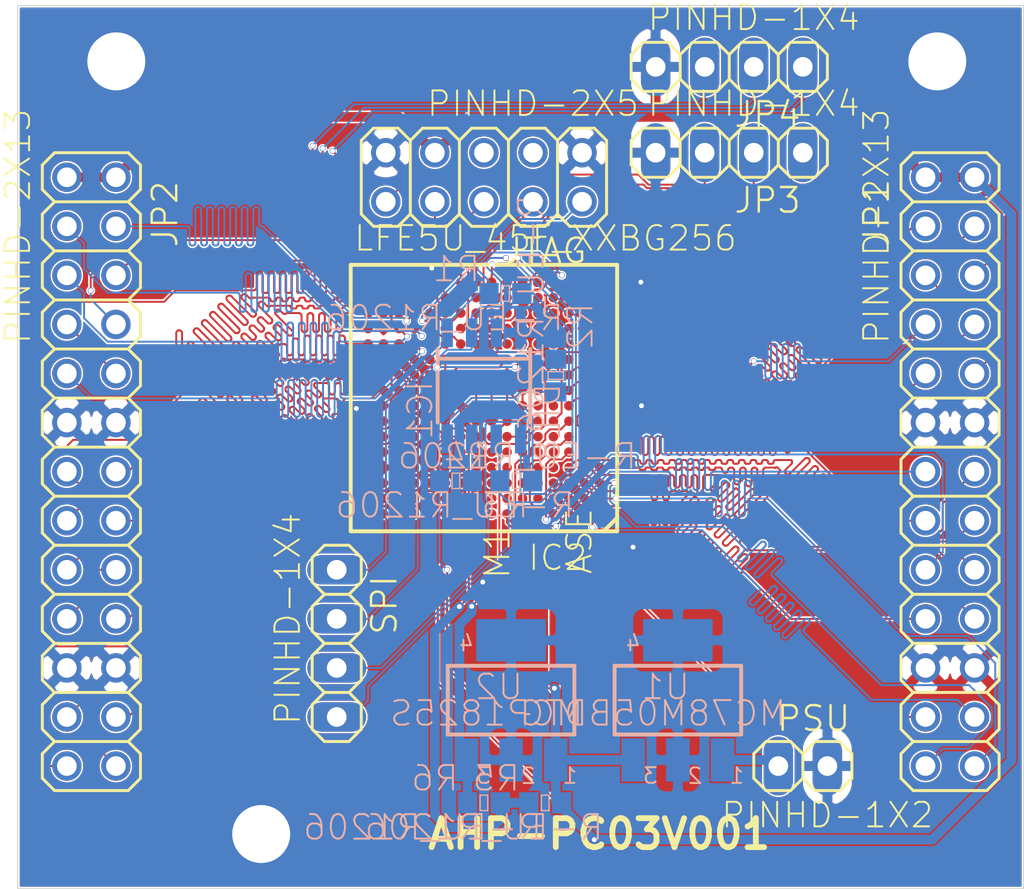
<source format=kicad_pcb>
(kicad_pcb (version 20171130) (host pcbnew 5.1.5+dfsg1-2build2)
  (layers (0 F.Cu signal) (31 B.Cu signal) (34 B.Paste user) (35 F.Paste user) (36 B.SilkS user) (37 F.SilkS user) (38 B.Mask user) (39 F.Mask user) (44 Edge.Cuts user))
  (net 0 "")
  (net 1 +3V3)
  (net 2 "Net-(IC1-Pad7)")
  (net 3 "Net-(IC1-Pad6)")
  (net 4 "Net-(IC1-Pad5)")
  (net 5 GND)
  (net 6 "Net-(IC1-Pad3)")
  (net 7 "Net-(IC1-Pad2)")
  (net 8 "Net-(IC1-Pad1)")
  (net 9 "Net-(IC2-PadT15)")
  (net 10 "Net-(IC2-PadT14)")
  (net 11 "Net-(IC2-PadT13)")
  (net 12 "Net-(IC2-PadT11)")
  (net 13 "Net-(IC2-PadT10)")
  (net 14 "Net-(IC2-PadT9)")
  (net 15 "Net-(IC2-PadT6)")
  (net 16 "Net-(IC2-PadT4)")
  (net 17 "Net-(IC2-PadT3)")
  (net 18 "Net-(IC2-PadT2)")
  (net 19 "Net-(IC2-PadR16)")
  (net 20 "Net-(IC2-PadR15)")
  (net 21 "Net-(IC2-PadR14)")
  (net 22 "Net-(IC2-PadR13)")
  (net 23 "Net-(IC2-PadR12)")
  (net 24 "Net-(IC2-PadR11)")
  (net 25 "Net-(IC2-PadR10)")
  (net 26 "Net-(IC2-PadR9)")
  (net 27 "Net-(IC2-PadR8)")
  (net 28 "Net-(IC2-PadR7)")
  (net 29 "Net-(IC2-PadR6)")
  (net 30 "Net-(IC2-PadR5)")
  (net 31 "Net-(IC2-PadR4)")
  (net 32 "Net-(IC2-PadR3)")
  (net 33 "Net-(IC2-PadR2)")
  (net 34 "Net-(IC2-PadR1)")
  (net 35 "Net-(IC2-PadP16)")
  (net 36 "Net-(IC2-PadP15)")
  (net 37 "Net-(IC2-PadP14)")
  (net 38 "Net-(IC2-PadP13)")
  (net 39 "Net-(IC2-PadP12)")
  (net 40 "Net-(IC2-PadP11)")
  (net 41 "Net-(IC2-PadP10)")
  (net 42 "Net-(IC2-PadP9)")
  (net 43 "Net-(IC2-PadP8)")
  (net 44 "Net-(IC2-PadP7)")
  (net 45 "Net-(IC2-PadP6)")
  (net 46 "Net-(IC2-PadP5)")
  (net 47 "Net-(IC2-PadP4)")
  (net 48 "Net-(IC2-PadP3)")
  (net 49 "Net-(IC2-PadP2)")
  (net 50 "Net-(IC2-PadP1)")
  (net 51 "Net-(IC2-PadN16)")
  (net 52 "Net-(IC2-PadN14)")
  (net 53 "Net-(IC2-PadN13)")
  (net 54 "Net-(IC2-PadN12)")
  (net 55 "Net-(IC2-PadN11)")
  (net 56 "Net-(IC2-PadN10)")
  (net 57 "Net-(IC2-PadN7)")
  (net 58 "Net-(IC2-PadN6)")
  (net 59 "Net-(IC2-PadN5)")
  (net 60 "Net-(IC2-PadN4)")
  (net 61 "Net-(IC2-PadN3)")
  (net 62 "Net-(IC2-PadN1)")
  (net 63 "Net-(IC2-PadM16)")
  (net 64 "Net-(IC2-PadM15)")
  (net 65 "Net-(IC2-PadM14)")
  (net 66 "Net-(IC2-PadM13)")
  (net 67 "Net-(IC2-PadM12)")
  (net 68 "Net-(IC2-PadM11)")
  (net 69 "Net-(IC2-PadM10)")
  (net 70 "Net-(IC2-PadM9)")
  (net 71 "Net-(IC2-PadM8)")
  (net 72 "Net-(IC2-PadM7)")
  (net 73 "Net-(IC2-PadM6)")
  (net 74 "Net-(IC2-PadM5)")
  (net 75 "Net-(IC2-PadM4)")
  (net 76 "Net-(IC2-PadM3)")
  (net 77 "Net-(IC2-PadM2)")
  (net 78 "Net-(IC2-PadM1)")
  (net 79 "Net-(IC2-PadL16)")
  (net 80 "Net-(IC2-PadL15)")
  (net 81 "Net-(IC2-PadL14)")
  (net 82 "Net-(IC2-PadL13)")
  (net 83 "Net-(IC2-PadL12)")
  (net 84 +1V2)
  (net 85 +2V5)
  (net 86 "Net-(IC2-PadL5)")
  (net 87 "Net-(IC2-PadL4)")
  (net 88 "Net-(IC2-PadL3)")
  (net 89 "Net-(IC2-PadL2)")
  (net 90 "Net-(IC2-PadL1)")
  (net 91 "Net-(IC2-PadK16)")
  (net 92 "Net-(IC2-PadK15)")
  (net 93 "Net-(IC2-PadK14)")
  (net 94 "Net-(IC2-PadK13)")
  (net 95 "Net-(IC2-PadK12)")
  (net 96 "Net-(IC2-PadK5)")
  (net 97 "Net-(IC2-PadK4)")
  (net 98 "Net-(IC2-PadK3)")
  (net 99 "Net-(IC2-PadK2)")
  (net 100 "Net-(IC2-PadK1)")
  (net 101 "Net-(IC2-PadJ16)")
  (net 102 "Net-(IC2-PadJ15)")
  (net 103 "Net-(IC2-PadJ14)")
  (net 104 "Net-(IC2-PadJ13)")
  (net 105 "Net-(IC2-PadJ12)")
  (net 106 "Net-(IC2-PadJ5)")
  (net 107 "Net-(IC2-PadJ4)")
  (net 108 "Net-(IC2-PadJ3)")
  (net 109 "Net-(IC2-PadJ2)")
  (net 110 "Net-(IC2-PadJ1)")
  (net 111 "Net-(IC2-PadH15)")
  (net 112 "Net-(IC2-PadH14)")
  (net 113 "Net-(IC2-PadH13)")
  (net 114 "Net-(IC2-PadH12)")
  (net 115 "Net-(IC2-PadH5)")
  (net 116 "Net-(IC2-PadH4)")
  (net 117 "Net-(IC2-PadH3)")
  (net 118 "Net-(IC2-PadH2)")
  (net 119 "Net-(IC2-PadG16)")
  (net 120 "Net-(IC2-PadG15)")
  (net 121 "Net-(IC2-PadG14)")
  (net 122 "Net-(IC2-PadG13)")
  (net 123 "Net-(IC2-PadG12)")
  (net 124 "Net-(IC2-PadG5)")
  (net 125 "Net-(IC2-PadG4)")
  (net 126 "Net-(IC2-PadG3)")
  (net 127 "Net-(IC2-PadG2)")
  (net 128 "Net-(IC2-PadG1)")
  (net 129 "Net-(IC2-PadF16)")
  (net 130 "Net-(IC2-PadF15)")
  (net 131 "Net-(IC2-PadF14)")
  (net 132 "Net-(IC2-PadF13)")
  (net 133 "Net-(IC2-PadF12)")
  (net 134 "Net-(IC2-PadF5)")
  (net 135 "Net-(IC2-PadF4)")
  (net 136 "Net-(IC2-PadF3)")
  (net 137 "Net-(IC2-PadF2)")
  (net 138 "Net-(IC2-PadF1)")
  (net 139 "Net-(IC2-PadE16)")
  (net 140 "Net-(IC2-PadE15)")
  (net 141 "Net-(IC2-PadE14)")
  (net 142 "Net-(IC2-PadE13)")
  (net 143 "Net-(IC2-PadE12)")
  (net 144 "Net-(IC2-PadE11)")
  (net 145 "Net-(IC2-PadE10)")
  (net 146 "Net-(IC2-PadE9)")
  (net 147 "Net-(IC2-PadE8)")
  (net 148 "Net-(IC2-PadE7)")
  (net 149 "Net-(IC2-PadE6)")
  (net 150 "Net-(IC2-PadE5)")
  (net 151 "Net-(IC2-PadE4)")
  (net 152 "Net-(IC2-PadE3)")
  (net 153 "Net-(IC2-PadE2)")
  (net 154 "Net-(IC2-PadE1)")
  (net 155 "Net-(IC2-PadD16)")
  (net 156 "Net-(IC2-PadD14)")
  (net 157 "Net-(IC2-PadD13)")
  (net 158 "Net-(IC2-PadD12)")
  (net 159 "Net-(IC2-PadD11)")
  (net 160 "Net-(IC2-PadD10)")
  (net 161 "Net-(IC2-PadD9)")
  (net 162 "Net-(IC2-PadD8)")
  (net 163 "Net-(IC2-PadD7)")
  (net 164 "Net-(IC2-PadD6)")
  (net 165 "Net-(IC2-PadD5)")
  (net 166 "Net-(IC2-PadD4)")
  (net 167 "Net-(IC2-PadD3)")
  (net 168 "Net-(IC2-PadD1)")
  (net 169 "Net-(IC2-PadC16)")
  (net 170 "Net-(IC2-PadC15)")
  (net 171 "Net-(IC2-PadC14)")
  (net 172 "Net-(IC2-PadC13)")
  (net 173 "Net-(IC2-PadC12)")
  (net 174 "Net-(IC2-PadC11)")
  (net 175 "Net-(IC2-PadC10)")
  (net 176 "Net-(IC2-PadC9)")
  (net 177 "Net-(IC2-PadC8)")
  (net 178 "Net-(IC2-PadC7)")
  (net 179 "Net-(IC2-PadC6)")
  (net 180 "Net-(IC2-PadC5)")
  (net 181 "Net-(IC2-PadC4)")
  (net 182 "Net-(IC2-PadC3)")
  (net 183 "Net-(IC2-PadC2)")
  (net 184 "Net-(IC2-PadC1)")
  (net 185 "Net-(IC2-PadB16)")
  (net 186 "Net-(IC2-PadB15)")
  (net 187 "Net-(IC2-PadB14)")
  (net 188 "Net-(IC2-PadB13)")
  (net 189 "Net-(IC2-PadB12)")
  (net 190 "Net-(IC2-PadB11)")
  (net 191 "Net-(IC2-PadB10)")
  (net 192 "Net-(IC2-PadB9)")
  (net 193 "Net-(IC2-PadB8)")
  (net 194 "Net-(IC2-PadB7)")
  (net 195 "Net-(IC2-PadB6)")
  (net 196 "Net-(IC2-PadB5)")
  (net 197 "Net-(IC2-PadB4)")
  (net 198 "Net-(IC2-PadB3)")
  (net 199 "Net-(IC2-PadB2)")
  (net 200 "Net-(IC2-PadB1)")
  (net 201 "Net-(IC2-PadA15)")
  (net 202 "Net-(IC2-PadA14)")
  (net 203 "Net-(IC2-PadA13)")
  (net 204 "Net-(IC2-PadA12)")
  (net 205 "Net-(IC2-PadA11)")
  (net 206 "Net-(IC2-PadA10)")
  (net 207 "Net-(IC2-PadA9)")
  (net 208 "Net-(IC2-PadA8)")
  (net 209 "Net-(IC2-PadA7)")
  (net 210 "Net-(IC2-PadA6)")
  (net 211 "Net-(IC2-PadA5)")
  (net 212 "Net-(IC2-PadA4)")
  (net 213 "Net-(IC2-PadA3)")
  (net 214 "Net-(IC2-PadA2)")
  (net 215 VCC)
  (net 216 "Net-(JTAG1-Pad5)")
  (net 217 "Net-(JTAG1-Pad4)")
  (net 218 "Net-(JTAG1-Pad3)")
  (module pinhead:pinhead-1X04 (layer F.Cu) (at 189.23 57.785 180)
    (fp_text reference JP4 (at -1.9812 -2.4638) (layer F.SilkS) (effects (font (size 1.27 1.27) (thickness 0.127))))
    (fp_text value PINHD-1X4 (at -1.27 2.54) (layer F.SilkS) (effects (font (size 1.27 1.27) (thickness 0.1016))))
    (pad 4 thru_hole oval (at 3.81 0) (size 1.524 3.048) (drill 1.016) (layers *.Cu *.Paste *.Mask) (net 5 GND))
    (pad 3 thru_hole oval (at 1.27 0) (size 1.524 3.048) (drill 1.016) (layers *.Cu *.Paste *.Mask) (net 41 "Net-(IC2-PadP10)"))
    (pad 2 thru_hole oval (at -1.27 0) (size 1.524 3.048) (drill 1.016) (layers *.Cu *.Paste *.Mask) (net 25 "Net-(IC2-PadR10)"))
    (pad 1 thru_hole oval (at -3.81 0) (size 1.524 3.048) (drill 1.016) (layers *.Cu *.Paste *.Mask) (net 56 "Net-(IC2-PadN10)"))
  )
  (module pinhead:pinhead-1X04 (layer F.Cu) (at 189.23 62.23 180)
    (fp_text reference JP3 (at -1.9812 -2.4638) (layer F.SilkS) (effects (font (size 1.27 1.27) (thickness 0.127))))
    (fp_text value PINHD-1X4 (at -1.27 2.54) (layer F.SilkS) (effects (font (size 1.27 1.27) (thickness 0.1016))))
    (pad 4 thru_hole oval (at 3.81 0) (size 1.524 3.048) (drill 1.016) (layers *.Cu *.Paste *.Mask) (net 5 GND))
    (pad 3 thru_hole oval (at 1.27 0) (size 1.524 3.048) (drill 1.016) (layers *.Cu *.Paste *.Mask) (net 14 "Net-(IC2-PadT9)"))
    (pad 2 thru_hole oval (at -1.27 0) (size 1.524 3.048) (drill 1.016) (layers *.Cu *.Paste *.Mask) (net 26 "Net-(IC2-PadR9)"))
    (pad 1 thru_hole oval (at -3.81 0) (size 1.524 3.048) (drill 1.016) (layers *.Cu *.Paste *.Mask) (net 42 "Net-(IC2-PadP9)"))
  )
  (module linear:linear-SOT223 (layer B.Cu) (at 177.935 90.568 180)
    (fp_text reference U2 (at 0.635 0.6858) (layer B.SilkS) (effects (font (size 1.27 1.27) (thickness 0.1016)) (justify mirror)))
    (fp_text value MCP1825S (at 1.27 -0.6858) (layer B.SilkS) (effects (font (size 1.27 1.27) (thickness 0.1016)) (justify mirror)))
    (fp_text user 2 (at -0.88392 -3.91922) (layer B.SilkS) (effects (font (size 0.8128 0.8128) (thickness 0.1016)) (justify mirror)))
    (fp_text user 1 (at -3.04546 -3.9116) (layer B.SilkS) (effects (font (size 0.8128 0.8128) (thickness 0.1016)) (justify mirror)))
    (fp_text user 4 (at 2.3114 2.9464) (layer B.SilkS) (effects (font (size 0.8128 0.8128) (thickness 0.1016)) (justify mirror)))
    (fp_text user 3 (at 1.42494 -3.9116) (layer B.SilkS) (effects (font (size 0.8128 0.8128) (thickness 0.1016)) (justify mirror)))
    (pad 4 smd rect (at 0 3.0988 180) (size 3.59918 2.19964) (layers B.Cu B.Paste B.Mask) (net 5 GND))
    (pad 3 smd rect (at 2.3114 -3.0988 180) (size 1.2192 2.2352) (layers B.Cu B.Paste B.Mask) (net 84 +1V2))
    (pad 2 smd rect (at 0 -3.0988 180) (size 1.2192 2.2352) (layers B.Cu B.Paste B.Mask) (net 5 GND))
    (pad 1 smd rect (at -2.3114 -3.0988 180) (size 1.2192 2.2352) (layers B.Cu B.Paste B.Mask) (net 1 +3V3))
  )
  (module resistor:resistor-R0603 (layer B.Cu) (at 179.705 95.885 180)
    (fp_text reference R5 (at 2.54 1.27) (layer B.SilkS) (effects (font (size 1.27 1.27) (thickness 0.1016)) (justify mirror)))
    (fp_text value R-EU_R1206 (at 3.175 -1.27) (layer B.SilkS) (effects (font (size 1.27 1.27) (thickness 0.1016)) (justify mirror)))
    (pad 2 smd rect (at 0.84836 0 180) (size 0.99822 1.09982) (layers B.Cu B.Paste B.Mask) (net 85 +2V5))
    (pad 1 smd rect (at -0.84836 0 180) (size 0.99822 1.09982) (layers B.Cu B.Paste B.Mask) (net 1 +3V3))
  )
  (module resistor:resistor-R0603 (layer B.Cu) (at 176.53 95.885 180)
    (fp_text reference R6 (at 2.54 1.27) (layer B.SilkS) (effects (font (size 1.27 1.27) (thickness 0.1016)) (justify mirror)))
    (fp_text value R-EU_R1206 (at 3.175 -1.27) (layer B.SilkS) (effects (font (size 1.27 1.27) (thickness 0.1016)) (justify mirror)))
    (pad 2 smd rect (at 0.84836 0 180) (size 0.99822 1.09982) (layers B.Cu B.Paste B.Mask) (net 84 +1V2))
    (pad 1 smd rect (at -0.84836 0 180) (size 0.99822 1.09982) (layers B.Cu B.Paste B.Mask) (net 85 +2V5))
  )
  (module linear:linear-SOT223 (layer B.Cu) (at 186.571 90.568 180)
    (fp_text reference U1 (at 0.635 0.6858 180) (layer B.SilkS) (effects (font (size 1.27 1.27) (thickness 0.1016)) (justify mirror)))
    (fp_text value MC78M05BDTG (at 1.27 -0.6858 180) (layer B.SilkS) (effects (font (size 1.27 1.27) (thickness 0.1016)) (justify mirror)))
    (fp_text user 2 (at -0.88392 -3.91922 180) (layer B.SilkS) (effects (font (size 0.8128 0.8128) (thickness 0.1016)) (justify mirror)))
    (fp_text user 1 (at -3.04546 -3.9116 180) (layer B.SilkS) (effects (font (size 0.8128 0.8128) (thickness 0.1016)) (justify mirror)))
    (fp_text user 4 (at 2.3114 2.9464 180) (layer B.SilkS) (effects (font (size 0.8128 0.8128) (thickness 0.1016)) (justify mirror)))
    (fp_text user 3 (at 1.42494 -3.9116 180) (layer B.SilkS) (effects (font (size 0.8128 0.8128) (thickness 0.1016)) (justify mirror)))
    (pad 4 smd rect (at 0 3.0988 180) (size 3.59918 2.19964) (layers B.Cu B.Paste B.Mask) (net 5 GND))
    (pad 3 smd rect (at 2.3114 -3.0988 180) (size 1.2192 2.2352) (layers B.Cu B.Paste B.Mask) (net 1 +3V3))
    (pad 2 smd rect (at 0 -3.0988 180) (size 1.2192 2.2352) (layers B.Cu B.Paste B.Mask) (net 5 GND))
    (pad 1 smd rect (at -2.3114 -3.0988 180) (size 1.2192 2.2352) (layers B.Cu B.Paste B.Mask) (net 215 VCC))
  )
  (module pinhead:pinhead-2X13 (layer F.Cu) (at 200.66 78.74 270)
    (fp_text reference JP1 (at -13.335 3.81 90) (layer F.SilkS) (effects (font (size 1.27 1.27) (thickness 0.127))))
    (fp_text value PINHD-2X13 (at -12.7 3.81 90) (layer F.SilkS) (effects (font (size 1.27 1.27) (thickness 0.1016))))
    (pad 1 thru_hole circle (at -15.24 1.27 270) (size 1.524 3.048) (drill 1.016) (layers *.Cu *.Paste *.Mask) (net 1 +3V3))
    (pad 2 thru_hole circle (at -15.24 -1.27 270) (size 1.524 3.048) (drill 1.016) (layers *.Cu *.Paste *.Mask) (net 1 +3V3))
    (pad 3 thru_hole circle (at -12.7 1.27 270) (size 1.524 3.048) (drill 1.016) (layers *.Cu *.Paste *.Mask) (net 110 "Net-(IC2-PadJ1)"))
    (pad 4 thru_hole circle (at -12.7 -1.27 270) (size 1.524 3.048) (drill 1.016) (layers *.Cu *.Paste *.Mask) (net 118 "Net-(IC2-PadH2)"))
    (pad 5 thru_hole circle (at -10.16 1.27 270) (size 1.524 3.048) (drill 1.016) (layers *.Cu *.Paste *.Mask) (net 98 "Net-(IC2-PadK3)"))
    (pad 6 thru_hole circle (at -10.16 -1.27 270) (size 1.524 3.048) (drill 1.016) (layers *.Cu *.Paste *.Mask) (net 108 "Net-(IC2-PadJ3)"))
    (pad 7 thru_hole circle (at -7.62 1.27 270) (size 1.524 3.048) (drill 1.016) (layers *.Cu *.Paste *.Mask) (net 117 "Net-(IC2-PadH3)"))
    (pad 8 thru_hole circle (at -7.62 -1.27 270) (size 1.524 3.048) (drill 1.016) (layers *.Cu *.Paste *.Mask) (net 154 "Net-(IC2-PadE1)"))
    (pad 9 thru_hole circle (at -5.08 1.27 270) (size 1.524 3.048) (drill 1.016) (layers *.Cu *.Paste *.Mask) (net 127 "Net-(IC2-PadG2)"))
    (pad 10 thru_hole circle (at -5.08 -1.27 270) (size 1.524 3.048) (drill 1.016) (layers *.Cu *.Paste *.Mask) (net 125 "Net-(IC2-PadG4)"))
    (pad 11 thru_hole circle (at -2.54 1.27 270) (size 1.524 3.048) (drill 1.016) (layers *.Cu *.Paste *.Mask) (net 5 GND))
    (pad 12 thru_hole circle (at -2.54 -1.27 270) (size 1.524 3.048) (drill 1.016) (layers *.Cu *.Paste *.Mask) (net 5 GND))
    (pad 13 thru_hole circle (at 0 1.27 270) (size 1.524 3.048) (drill 1.016) (layers *.Cu *.Paste *.Mask) (net 126 "Net-(IC2-PadG3)"))
    (pad 14 thru_hole circle (at 0 -1.27 270) (size 1.524 3.048) (drill 1.016) (layers *.Cu *.Paste *.Mask) (net 137 "Net-(IC2-PadF2)"))
    (pad 15 thru_hole circle (at 2.54 1.27 270) (size 1.524 3.048) (drill 1.016) (layers *.Cu *.Paste *.Mask) (net 138 "Net-(IC2-PadF1)"))
    (pad 16 thru_hole circle (at 2.54 -1.27 270) (size 1.524 3.048) (drill 1.016) (layers *.Cu *.Paste *.Mask) (net 168 "Net-(IC2-PadD1)"))
    (pad 17 thru_hole circle (at 5.08 1.27 270) (size 1.524 3.048) (drill 1.016) (layers *.Cu *.Paste *.Mask) (net 136 "Net-(IC2-PadF3)"))
    (pad 18 thru_hole circle (at 5.08 -1.27 270) (size 1.524 3.048) (drill 1.016) (layers *.Cu *.Paste *.Mask) (net 167 "Net-(IC2-PadD3)"))
    (pad 19 thru_hole circle (at 7.62 1.27 270) (size 1.524 3.048) (drill 1.016) (layers *.Cu *.Paste *.Mask) (net 183 "Net-(IC2-PadC2)"))
    (pad 20 thru_hole circle (at 7.62 -1.27 270) (size 1.524 3.048) (drill 1.016) (layers *.Cu *.Paste *.Mask) (net 182 "Net-(IC2-PadC3)"))
    (pad 21 thru_hole circle (at 10.16 1.27 270) (size 1.524 3.048) (drill 1.016) (layers *.Cu *.Paste *.Mask) (net 5 GND))
    (pad 22 thru_hole circle (at 10.16 -1.27 270) (size 1.524 3.048) (drill 1.016) (layers *.Cu *.Paste *.Mask) (net 5 GND))
    (pad 23 thru_hole circle (at 12.7 1.27 270) (size 1.524 3.048) (drill 1.016) (layers *.Cu *.Paste *.Mask) (net 152 "Net-(IC2-PadE3)"))
    (pad 24 thru_hole circle (at 12.7 -1.27 270) (size 1.524 3.048) (drill 1.016) (layers *.Cu *.Paste *.Mask) (net 199 "Net-(IC2-PadB2)"))
    (pad 25 thru_hole circle (at 15.24 1.27 270) (size 1.524 3.048) (drill 1.016) (layers *.Cu *.Paste *.Mask) (net 184 "Net-(IC2-PadC1)"))
    (pad 26 thru_hole circle (at 15.24 -1.27 270) (size 1.524 3.048) (drill 1.016) (layers *.Cu *.Paste *.Mask) (net 200 "Net-(IC2-PadB1)"))
  )
  (module resistor:resistor-R0603 (layer B.Cu) (at 178.2 79.215 180)
    (fp_text reference R4 (at 2.54 1.27) (layer B.SilkS) (effects (font (size 1.27 1.27) (thickness 0.1016)) (justify mirror)))
    (fp_text value R-EU_R1206 (at 3.175 -1.27) (layer B.SilkS) (effects (font (size 1.27 1.27) (thickness 0.1016)) (justify mirror)))
    (pad 2 smd rect (at 0.84836 0 180) (size 0.99822 1.09982) (layers B.Cu B.Paste B.Mask) (net 3 "Net-(IC1-Pad6)"))
    (pad 1 smd rect (at -0.84836 0 180) (size 0.99822 1.09982) (layers B.Cu B.Paste B.Mask) (net 1 +3V3))
  )
  (module resistor:resistor-R0603 (layer B.Cu) (at 175.081 79.215)
    (fp_text reference R3 (at 2.54 1.27) (layer B.SilkS) (effects (font (size 1.27 1.27) (thickness 0.1016)) (justify mirror)))
    (fp_text value R-EU_R1206 (at 3.175 -1.27) (layer B.SilkS) (effects (font (size 1.27 1.27) (thickness 0.1016)) (justify mirror)))
    (pad 2 smd rect (at 0.84836 0) (size 0.99822 1.09982) (layers B.Cu B.Paste B.Mask) (net 2 "Net-(IC1-Pad7)"))
    (pad 1 smd rect (at -0.84836 0) (size 0.99822 1.09982) (layers B.Cu B.Paste B.Mask) (net 1 +3V3))
  )
  (module resistor:resistor-R0603 (layer B.Cu) (at 180.251 73.762 90)
    (fp_text reference R2 (at 2.54 1.27 90) (layer B.SilkS) (effects (font (size 1.27 1.27) (thickness 0.1016)) (justify mirror)))
    (fp_text value R-EU_R1206 (at 3.175 -1.27 90) (layer B.SilkS) (effects (font (size 1.27 1.27) (thickness 0.1016)) (justify mirror)))
    (pad 2 smd rect (at 0.84836 0 90) (size 0.99822 1.09982) (layers B.Cu B.Paste B.Mask) (net 6 "Net-(IC1-Pad3)"))
    (pad 1 smd rect (at -0.84836 0 90) (size 0.99822 1.09982) (layers B.Cu B.Paste B.Mask) (net 1 +3V3))
  )
  (module resistor:resistor-R0603 (layer B.Cu) (at 177.644 69.52 180)
    (fp_text reference R1 (at 2.54 1.27) (layer B.SilkS) (effects (font (size 1.27 1.27) (thickness 0.1016)) (justify mirror)))
    (fp_text value R-EU_R1206 (at 3.175 -1.27) (layer B.SilkS) (effects (font (size 1.27 1.27) (thickness 0.1016)) (justify mirror)))
    (pad 2 smd rect (at 0.84836 0 180) (size 0.99822 1.09982) (layers B.Cu B.Paste B.Mask) (net 8 "Net-(IC1-Pad1)"))
    (pad 1 smd rect (at -0.84836 0 180) (size 0.99822 1.09982) (layers B.Cu B.Paste B.Mask) (net 1 +3V3))
  )
  (module pinhead:pinhead-1X02 (layer F.Cu) (at 193.04 93.98)
    (fp_text reference PSU (at 0.5588 -2.4638) (layer F.SilkS) (effects (font (size 1.27 1.27) (thickness 0.127))))
    (fp_text value PINHD-1X2 (at 1.27 2.54) (layer F.SilkS) (effects (font (size 1.27 1.27) (thickness 0.1016))))
    (pad 2 thru_hole oval (at 1.27 0 180) (size 1.524 3.048) (drill 1.016) (layers *.Cu *.Paste *.Mask) (net 5 GND))
    (pad 1 thru_hole oval (at -1.27 0 180) (size 1.524 3.048) (drill 1.016) (layers *.Cu *.Paste *.Mask) (net 215 VCC))
  )
  (module crystal:ASE (layer F.Cu) (at 179.356 83.896 90)
    (fp_text reference M1 (at 0.92456 -2.1336 270) (layer F.SilkS) (effects (font (size 1.27 1.27) (thickness 0.1016))))
    (fp_text value ASE (at 1.55956 2.11328 270) (layer F.SilkS) (effects (font (size 1.27 1.27) (thickness 0.1016))))
    (pad 4 smd rect (at -1.04902 -0.82296 270) (size 0.89916 0.6477) (layers F.Cu F.Paste F.Mask) (net 1 +3V3))
    (pad 3 smd rect (at 1.04902 -0.82296 270) (size 0.89916 0.6477) (layers F.Cu F.Paste F.Mask) (net 209 "Net-(IC2-PadA7)"))
    (pad 2 smd rect (at 1.04902 0.82296 90) (size 0.89916 0.6477) (layers F.Cu F.Paste F.Mask) (net 5 GND))
    (pad 1 smd rect (at -1.04902 0.82296 90) (size 0.89916 0.6477) (layers F.Cu F.Paste F.Mask) (net 1 +3V3))
  )
  (module pinhead:pinhead-2X05 (layer F.Cu) (at 176.53 63.5 180)
    (fp_text reference JTAG (at -3.175 -3.81) (layer F.SilkS) (effects (font (size 1.27 1.27) (thickness 0.127))))
    (fp_text value PINHD-2X5 (at -2.54 3.81) (layer F.SilkS) (effects (font (size 1.27 1.27) (thickness 0.1016))))
    (pad 10 thru_hole circle (at 5.08 -1.27 180) (size 1.524 3.048) (drill 1.016) (layers *.Cu *.Paste *.Mask) (net 13 "Net-(IC2-PadT10)"))
    (pad 9 thru_hole circle (at 5.08 1.27 180) (size 1.524 3.048) (drill 1.016) (layers *.Cu *.Paste *.Mask) (net 5 GND))
    (pad 8 thru_hole circle (at 2.54 -1.27 180) (size 1.524 3.048) (drill 1.016) (layers *.Cu *.Paste *.Mask) (net 24 "Net-(IC2-PadR11)"))
    (pad 7 thru_hole circle (at 2.54 1.27 180) (size 1.524 3.048) (drill 1.016) (layers *.Cu *.Paste *.Mask) (net 1 +3V3))
    (pad 6 thru_hole circle (at 0 -1.27 180) (size 1.524 3.048) (drill 1.016) (layers *.Cu *.Paste *.Mask) (net 12 "Net-(IC2-PadT11)"))
    (pad 5 thru_hole circle (at 0 1.27 180) (size 1.524 3.048) (drill 1.016) (layers *.Cu *.Paste *.Mask) (net 216 "Net-(JTAG1-Pad5)"))
    (pad 4 thru_hole circle (at -2.54 -1.27 180) (size 1.524 3.048) (drill 1.016) (layers *.Cu *.Paste *.Mask) (net 217 "Net-(JTAG1-Pad4)"))
    (pad 3 thru_hole circle (at -2.54 1.27 180) (size 1.524 3.048) (drill 1.016) (layers *.Cu *.Paste *.Mask) (net 218 "Net-(JTAG1-Pad3)"))
    (pad 2 thru_hole circle (at -5.08 -1.27 180) (size 1.524 3.048) (drill 1.016) (layers *.Cu *.Paste *.Mask) (net 69 "Net-(IC2-PadM10)"))
    (pad 1 thru_hole circle (at -5.08 1.27 180) (size 1.524 3.048) (drill 1.016) (layers *.Cu *.Paste *.Mask) (net 5 GND))
  )
  (module pinhead:pinhead-1X04 (layer F.Cu) (at 168.91 87.63 270)
    (fp_text reference SPI (at -1.9812 -2.4638 90) (layer F.SilkS) (effects (font (size 1.27 1.27) (thickness 0.127))))
    (fp_text value PINHD-1X4 (at -1.27 2.54 90) (layer F.SilkS) (effects (font (size 1.27 1.27) (thickness 0.1016))))
    (pad 4 thru_hole oval (at 3.81 0 90) (size 1.524 3.048) (drill 1.016) (layers *.Cu *.Paste *.Mask) (net 3 "Net-(IC1-Pad6)"))
    (pad 3 thru_hole oval (at 1.27 0 90) (size 1.524 3.048) (drill 1.016) (layers *.Cu *.Paste *.Mask) (net 4 "Net-(IC1-Pad5)"))
    (pad 2 thru_hole oval (at -1.27 0 90) (size 1.524 3.048) (drill 1.016) (layers *.Cu *.Paste *.Mask) (net 7 "Net-(IC1-Pad2)"))
    (pad 1 thru_hole oval (at -3.81 0 90) (size 1.524 3.048) (drill 1.016) (layers *.Cu *.Paste *.Mask) (net 8 "Net-(IC1-Pad1)"))
  )
  (module pinhead:pinhead-2X13 (layer F.Cu) (at 156.21 78.74 270)
    (fp_text reference JP2 (at -13.335 -3.81 90) (layer F.SilkS) (effects (font (size 1.27 1.27) (thickness 0.127))))
    (fp_text value PINHD-2X13 (at -12.7 3.81 90) (layer F.SilkS) (effects (font (size 1.27 1.27) (thickness 0.1016))))
    (pad 26 thru_hole circle (at 15.24 -1.27 270) (size 1.524 3.048) (drill 1.016) (layers *.Cu *.Paste *.Mask) (net 111 "Net-(IC2-PadH15)"))
    (pad 25 thru_hole circle (at 15.24 1.27 270) (size 1.524 3.048) (drill 1.016) (layers *.Cu *.Paste *.Mask) (net 119 "Net-(IC2-PadG16)"))
    (pad 24 thru_hole circle (at 12.7 -1.27 270) (size 1.524 3.048) (drill 1.016) (layers *.Cu *.Paste *.Mask) (net 93 "Net-(IC2-PadK14)"))
    (pad 23 thru_hole circle (at 12.7 1.27 270) (size 1.524 3.048) (drill 1.016) (layers *.Cu *.Paste *.Mask) (net 103 "Net-(IC2-PadJ14)"))
    (pad 22 thru_hole circle (at 10.16 -1.27 270) (size 1.524 3.048) (drill 1.016) (layers *.Cu *.Paste *.Mask) (net 5 GND))
    (pad 21 thru_hole circle (at 10.16 1.27 270) (size 1.524 3.048) (drill 1.016) (layers *.Cu *.Paste *.Mask) (net 5 GND))
    (pad 20 thru_hole circle (at 7.62 -1.27 270) (size 1.524 3.048) (drill 1.016) (layers *.Cu *.Paste *.Mask) (net 81 "Net-(IC2-PadL14)"))
    (pad 19 thru_hole circle (at 7.62 1.27 270) (size 1.524 3.048) (drill 1.016) (layers *.Cu *.Paste *.Mask) (net 102 "Net-(IC2-PadJ15)"))
    (pad 18 thru_hole circle (at 5.08 -1.27 270) (size 1.524 3.048) (drill 1.016) (layers *.Cu *.Paste *.Mask) (net 36 "Net-(IC2-PadP15)"))
    (pad 17 thru_hole circle (at 5.08 1.27 270) (size 1.524 3.048) (drill 1.016) (layers *.Cu *.Paste *.Mask) (net 92 "Net-(IC2-PadK15)"))
    (pad 16 thru_hole circle (at 2.54 -1.27 270) (size 1.524 3.048) (drill 1.016) (layers *.Cu *.Paste *.Mask) (net 65 "Net-(IC2-PadM14)"))
    (pad 15 thru_hole circle (at 2.54 1.27 270) (size 1.524 3.048) (drill 1.016) (layers *.Cu *.Paste *.Mask) (net 79 "Net-(IC2-PadL16)"))
    (pad 14 thru_hole circle (at 0 -1.27 270) (size 1.524 3.048) (drill 1.016) (layers *.Cu *.Paste *.Mask) (net 35 "Net-(IC2-PadP16)"))
    (pad 13 thru_hole circle (at 0 1.27 270) (size 1.524 3.048) (drill 1.016) (layers *.Cu *.Paste *.Mask) (net 63 "Net-(IC2-PadM16)"))
    (pad 12 thru_hole circle (at -2.54 -1.27 270) (size 1.524 3.048) (drill 1.016) (layers *.Cu *.Paste *.Mask) (net 5 GND))
    (pad 11 thru_hole circle (at -2.54 1.27 270) (size 1.524 3.048) (drill 1.016) (layers *.Cu *.Paste *.Mask) (net 5 GND))
    (pad 10 thru_hole circle (at -5.08 -1.27 270) (size 1.524 3.048) (drill 1.016) (layers *.Cu *.Paste *.Mask) (net 20 "Net-(IC2-PadR15)"))
    (pad 9 thru_hole circle (at -5.08 1.27 270) (size 1.524 3.048) (drill 1.016) (layers *.Cu *.Paste *.Mask) (net 66 "Net-(IC2-PadM13)"))
    (pad 8 thru_hole circle (at -7.62 -1.27 270) (size 1.524 3.048) (drill 1.016) (layers *.Cu *.Paste *.Mask) (net 37 "Net-(IC2-PadP14)"))
    (pad 7 thru_hole circle (at -7.62 1.27 270) (size 1.524 3.048) (drill 1.016) (layers *.Cu *.Paste *.Mask) (net 19 "Net-(IC2-PadR16)"))
    (pad 6 thru_hole circle (at -10.16 -1.27 270) (size 1.524 3.048) (drill 1.016) (layers *.Cu *.Paste *.Mask) (net 9 "Net-(IC2-PadT15)"))
    (pad 5 thru_hole circle (at -10.16 1.27 270) (size 1.524 3.048) (drill 1.016) (layers *.Cu *.Paste *.Mask) (net 52 "Net-(IC2-PadN14)"))
    (pad 4 thru_hole circle (at -12.7 -1.27 270) (size 1.524 3.048) (drill 1.016) (layers *.Cu *.Paste *.Mask) (net 38 "Net-(IC2-PadP13)"))
    (pad 3 thru_hole circle (at -12.7 1.27 270) (size 1.524 3.048) (drill 1.016) (layers *.Cu *.Paste *.Mask) (net 53 "Net-(IC2-PadN13)"))
    (pad 2 thru_hole circle (at -15.24 -1.27 270) (size 1.524 3.048) (drill 1.016) (layers *.Cu *.Paste *.Mask) (net 1 +3V3))
    (pad 1 thru_hole circle (at -15.24 1.27 270) (size 1.524 3.048) (drill 1.016) (layers *.Cu *.Paste *.Mask) (net 1 +3V3))
  )
  (module lattice:lattice-CABGA256 (layer F.Cu) (at 176.53 74.93 180)
    (fp_text reference IC2 (at -3.8227 -8.2677) (layer F.SilkS) (effects (font (size 1.27 1.27) (thickness 0.1016))))
    (fp_text value LFE5U_45F_XXBG256 (at -3.1877 8.2677) (layer F.SilkS) (effects (font (size 1.27 1.27) (thickness 0.1016))))
    (pad T16 smd circle (at 5.99948 5.99948 180) (size 0.49784 0.49784) (layers F.Cu F.Paste F.Mask) (net 5 GND))
    (pad T15 smd circle (at 5.19938 5.99948 180) (size 0.49784 0.49784) (layers F.Cu F.Paste F.Mask) (net 9 "Net-(IC2-PadT15)"))
    (pad T14 smd circle (at 4.39928 5.99948 180) (size 0.49784 0.49784) (layers F.Cu F.Paste F.Mask) (net 10 "Net-(IC2-PadT14)"))
    (pad T13 smd circle (at 3.59918 5.99948 180) (size 0.49784 0.49784) (layers F.Cu F.Paste F.Mask) (net 11 "Net-(IC2-PadT13)"))
    (pad T12 smd circle (at 2.79908 5.99948 180) (size 0.49784 0.49784) (layers F.Cu F.Paste F.Mask) (net 5 GND))
    (pad T11 smd circle (at 1.99898 5.99948 180) (size 0.49784 0.49784) (layers F.Cu F.Paste F.Mask) (net 12 "Net-(IC2-PadT11)"))
    (pad T10 smd circle (at 1.19888 5.99948 180) (size 0.49784 0.49784) (layers F.Cu F.Paste F.Mask) (net 13 "Net-(IC2-PadT10)"))
    (pad T9 smd circle (at 0.39878 5.99948 180) (size 0.49784 0.49784) (layers F.Cu F.Paste F.Mask) (net 14 "Net-(IC2-PadT9)"))
    (pad T8 smd circle (at -0.39878 5.99948 180) (size 0.49784 0.49784) (layers F.Cu F.Paste F.Mask) (net 4 "Net-(IC1-Pad5)"))
    (pad T7 smd circle (at -1.19888 5.99948 180) (size 0.49784 0.49784) (layers F.Cu F.Paste F.Mask) (net 7 "Net-(IC1-Pad2)"))
    (pad T6 smd circle (at -1.99898 5.99948 180) (size 0.49784 0.49784) (layers F.Cu F.Paste F.Mask) (net 15 "Net-(IC2-PadT6)"))
    (pad T5 smd circle (at -2.79908 5.99948 180) (size 0.49784 0.49784) (layers F.Cu F.Paste F.Mask) (net 5 GND))
    (pad T4 smd circle (at -3.59918 5.99948 180) (size 0.49784 0.49784) (layers F.Cu F.Paste F.Mask) (net 16 "Net-(IC2-PadT4)"))
    (pad T3 smd circle (at -4.39928 5.99948 180) (size 0.49784 0.49784) (layers F.Cu F.Paste F.Mask) (net 17 "Net-(IC2-PadT3)"))
    (pad T2 smd circle (at -5.19938 5.99948 180) (size 0.49784 0.49784) (layers F.Cu F.Paste F.Mask) (net 18 "Net-(IC2-PadT2)"))
    (pad T1 smd circle (at -5.99948 5.99948 180) (size 0.49784 0.49784) (layers F.Cu F.Paste F.Mask) (net 5 GND))
    (pad R16 smd circle (at 5.99948 5.19938 180) (size 0.49784 0.49784) (layers F.Cu F.Paste F.Mask) (net 19 "Net-(IC2-PadR16)"))
    (pad R15 smd circle (at 5.19938 5.19938 180) (size 0.49784 0.49784) (layers F.Cu F.Paste F.Mask) (net 20 "Net-(IC2-PadR15)"))
    (pad R14 smd circle (at 4.39928 5.19938 180) (size 0.49784 0.49784) (layers F.Cu F.Paste F.Mask) (net 21 "Net-(IC2-PadR14)"))
    (pad R13 smd circle (at 3.59918 5.19938 180) (size 0.49784 0.49784) (layers F.Cu F.Paste F.Mask) (net 22 "Net-(IC2-PadR13)"))
    (pad R12 smd circle (at 2.79908 5.19938 180) (size 0.49784 0.49784) (layers F.Cu F.Paste F.Mask) (net 23 "Net-(IC2-PadR12)"))
    (pad R11 smd circle (at 1.99898 5.19938 180) (size 0.49784 0.49784) (layers F.Cu F.Paste F.Mask) (net 24 "Net-(IC2-PadR11)"))
    (pad R10 smd circle (at 1.19888 5.19938 180) (size 0.49784 0.49784) (layers F.Cu F.Paste F.Mask) (net 25 "Net-(IC2-PadR10)"))
    (pad R9 smd circle (at 0.39878 5.19938 180) (size 0.49784 0.49784) (layers F.Cu F.Paste F.Mask) (net 26 "Net-(IC2-PadR9)"))
    (pad R8 smd circle (at -0.39878 5.19938 180) (size 0.49784 0.49784) (layers F.Cu F.Paste F.Mask) (net 27 "Net-(IC2-PadR8)"))
    (pad R7 smd circle (at -1.19888 5.19938 180) (size 0.49784 0.49784) (layers F.Cu F.Paste F.Mask) (net 28 "Net-(IC2-PadR7)"))
    (pad R6 smd circle (at -1.99898 5.19938 180) (size 0.49784 0.49784) (layers F.Cu F.Paste F.Mask) (net 29 "Net-(IC2-PadR6)"))
    (pad R5 smd circle (at -2.79908 5.19938 180) (size 0.49784 0.49784) (layers F.Cu F.Paste F.Mask) (net 30 "Net-(IC2-PadR5)"))
    (pad R4 smd circle (at -3.59918 5.19938 180) (size 0.49784 0.49784) (layers F.Cu F.Paste F.Mask) (net 31 "Net-(IC2-PadR4)"))
    (pad R3 smd circle (at -4.39928 5.19938 180) (size 0.49784 0.49784) (layers F.Cu F.Paste F.Mask) (net 32 "Net-(IC2-PadR3)"))
    (pad R2 smd circle (at -5.19938 5.19938 180) (size 0.49784 0.49784) (layers F.Cu F.Paste F.Mask) (net 33 "Net-(IC2-PadR2)"))
    (pad R1 smd circle (at -5.99948 5.19938 180) (size 0.49784 0.49784) (layers F.Cu F.Paste F.Mask) (net 34 "Net-(IC2-PadR1)"))
    (pad P16 smd circle (at 5.99948 4.39928 180) (size 0.49784 0.49784) (layers F.Cu F.Paste F.Mask) (net 35 "Net-(IC2-PadP16)"))
    (pad P15 smd circle (at 5.19938 4.39928 180) (size 0.49784 0.49784) (layers F.Cu F.Paste F.Mask) (net 36 "Net-(IC2-PadP15)"))
    (pad P14 smd circle (at 4.39928 4.39928 180) (size 0.49784 0.49784) (layers F.Cu F.Paste F.Mask) (net 37 "Net-(IC2-PadP14)"))
    (pad P13 smd circle (at 3.59918 4.39928 180) (size 0.49784 0.49784) (layers F.Cu F.Paste F.Mask) (net 38 "Net-(IC2-PadP13)"))
    (pad P12 smd circle (at 2.79908 4.39928 180) (size 0.49784 0.49784) (layers F.Cu F.Paste F.Mask) (net 39 "Net-(IC2-PadP12)"))
    (pad P11 smd circle (at 1.99898 4.39928 180) (size 0.49784 0.49784) (layers F.Cu F.Paste F.Mask) (net 40 "Net-(IC2-PadP11)"))
    (pad P10 smd circle (at 1.19888 4.39928 180) (size 0.49784 0.49784) (layers F.Cu F.Paste F.Mask) (net 41 "Net-(IC2-PadP10)"))
    (pad P9 smd circle (at 0.39878 4.39928 180) (size 0.49784 0.49784) (layers F.Cu F.Paste F.Mask) (net 42 "Net-(IC2-PadP9)"))
    (pad P8 smd circle (at -0.39878 4.39928 180) (size 0.49784 0.49784) (layers F.Cu F.Paste F.Mask) (net 43 "Net-(IC2-PadP8)"))
    (pad P7 smd circle (at -1.19888 4.39928 180) (size 0.49784 0.49784) (layers F.Cu F.Paste F.Mask) (net 44 "Net-(IC2-PadP7)"))
    (pad P6 smd circle (at -1.99898 4.39928 180) (size 0.49784 0.49784) (layers F.Cu F.Paste F.Mask) (net 45 "Net-(IC2-PadP6)"))
    (pad P5 smd circle (at -2.79908 4.39928 180) (size 0.49784 0.49784) (layers F.Cu F.Paste F.Mask) (net 46 "Net-(IC2-PadP5)"))
    (pad P4 smd circle (at -3.59918 4.39928 180) (size 0.49784 0.49784) (layers F.Cu F.Paste F.Mask) (net 47 "Net-(IC2-PadP4)"))
    (pad P3 smd circle (at -4.39928 4.39928 180) (size 0.49784 0.49784) (layers F.Cu F.Paste F.Mask) (net 48 "Net-(IC2-PadP3)"))
    (pad P2 smd circle (at -5.19938 4.39928 180) (size 0.49784 0.49784) (layers F.Cu F.Paste F.Mask) (net 49 "Net-(IC2-PadP2)"))
    (pad P1 smd circle (at -5.99948 4.39928 180) (size 0.49784 0.49784) (layers F.Cu F.Paste F.Mask) (net 50 "Net-(IC2-PadP1)"))
    (pad N16 smd circle (at 5.99948 3.59918 180) (size 0.49784 0.49784) (layers F.Cu F.Paste F.Mask) (net 51 "Net-(IC2-PadN16)"))
    (pad N15 smd circle (at 5.19938 3.59918 180) (size 0.49784 0.49784) (layers F.Cu F.Paste F.Mask) (net 5 GND))
    (pad N14 smd circle (at 4.39928 3.59918 180) (size 0.49784 0.49784) (layers F.Cu F.Paste F.Mask) (net 52 "Net-(IC2-PadN14)"))
    (pad N13 smd circle (at 3.59918 3.59918 180) (size 0.49784 0.49784) (layers F.Cu F.Paste F.Mask) (net 53 "Net-(IC2-PadN13)"))
    (pad N12 smd circle (at 2.79908 3.59918 180) (size 0.49784 0.49784) (layers F.Cu F.Paste F.Mask) (net 54 "Net-(IC2-PadN12)"))
    (pad N11 smd circle (at 1.99898 3.59918 180) (size 0.49784 0.49784) (layers F.Cu F.Paste F.Mask) (net 55 "Net-(IC2-PadN11)"))
    (pad N10 smd circle (at 1.19888 3.59918 180) (size 0.49784 0.49784) (layers F.Cu F.Paste F.Mask) (net 56 "Net-(IC2-PadN10)"))
    (pad N9 smd circle (at 0.39878 3.59918 180) (size 0.49784 0.49784) (layers F.Cu F.Paste F.Mask) (net 3 "Net-(IC1-Pad6)"))
    (pad N8 smd circle (at -0.39878 3.59918 180) (size 0.49784 0.49784) (layers F.Cu F.Paste F.Mask) (net 8 "Net-(IC1-Pad1)"))
    (pad N7 smd circle (at -1.19888 3.59918 180) (size 0.49784 0.49784) (layers F.Cu F.Paste F.Mask) (net 57 "Net-(IC2-PadN7)"))
    (pad N6 smd circle (at -1.99898 3.59918 180) (size 0.49784 0.49784) (layers F.Cu F.Paste F.Mask) (net 58 "Net-(IC2-PadN6)"))
    (pad N5 smd circle (at -2.79908 3.59918 180) (size 0.49784 0.49784) (layers F.Cu F.Paste F.Mask) (net 59 "Net-(IC2-PadN5)"))
    (pad N4 smd circle (at -3.59918 3.59918 180) (size 0.49784 0.49784) (layers F.Cu F.Paste F.Mask) (net 60 "Net-(IC2-PadN4)"))
    (pad N3 smd circle (at -4.39928 3.59918 180) (size 0.49784 0.49784) (layers F.Cu F.Paste F.Mask) (net 61 "Net-(IC2-PadN3)"))
    (pad N2 smd circle (at -5.19938 3.59918 180) (size 0.49784 0.49784) (layers F.Cu F.Paste F.Mask) (net 5 GND))
    (pad N1 smd circle (at -5.99948 3.59918 180) (size 0.49784 0.49784) (layers F.Cu F.Paste F.Mask) (net 62 "Net-(IC2-PadN1)"))
    (pad M16 smd circle (at 5.99948 2.79908 180) (size 0.49784 0.49784) (layers F.Cu F.Paste F.Mask) (net 63 "Net-(IC2-PadM16)"))
    (pad M15 smd circle (at 5.19938 2.79908 180) (size 0.49784 0.49784) (layers F.Cu F.Paste F.Mask) (net 64 "Net-(IC2-PadM15)"))
    (pad M14 smd circle (at 4.39928 2.79908 180) (size 0.49784 0.49784) (layers F.Cu F.Paste F.Mask) (net 65 "Net-(IC2-PadM14)"))
    (pad M13 smd circle (at 3.59918 2.79908 180) (size 0.49784 0.49784) (layers F.Cu F.Paste F.Mask) (net 66 "Net-(IC2-PadM13)"))
    (pad M12 smd circle (at 2.79908 2.79908 180) (size 0.49784 0.49784) (layers F.Cu F.Paste F.Mask) (net 67 "Net-(IC2-PadM12)"))
    (pad M11 smd circle (at 1.99898 2.79908 180) (size 0.49784 0.49784) (layers F.Cu F.Paste F.Mask) (net 68 "Net-(IC2-PadM11)"))
    (pad M10 smd circle (at 1.19888 2.79908 180) (size 0.49784 0.49784) (layers F.Cu F.Paste F.Mask) (net 69 "Net-(IC2-PadM10)"))
    (pad M9 smd circle (at 0.39878 2.79908 180) (size 0.49784 0.49784) (layers F.Cu F.Paste F.Mask) (net 70 "Net-(IC2-PadM9)"))
    (pad M8 smd circle (at -0.39878 2.79908 180) (size 0.49784 0.49784) (layers F.Cu F.Paste F.Mask) (net 71 "Net-(IC2-PadM8)"))
    (pad M7 smd circle (at -1.19888 2.79908 180) (size 0.49784 0.49784) (layers F.Cu F.Paste F.Mask) (net 72 "Net-(IC2-PadM7)"))
    (pad M6 smd circle (at -1.99898 2.79908 180) (size 0.49784 0.49784) (layers F.Cu F.Paste F.Mask) (net 73 "Net-(IC2-PadM6)"))
    (pad M5 smd circle (at -2.79908 2.79908 180) (size 0.49784 0.49784) (layers F.Cu F.Paste F.Mask) (net 74 "Net-(IC2-PadM5)"))
    (pad M4 smd circle (at -3.59918 2.79908 180) (size 0.49784 0.49784) (layers F.Cu F.Paste F.Mask) (net 75 "Net-(IC2-PadM4)"))
    (pad M3 smd circle (at -4.39928 2.79908 180) (size 0.49784 0.49784) (layers F.Cu F.Paste F.Mask) (net 76 "Net-(IC2-PadM3)"))
    (pad M2 smd circle (at -5.19938 2.79908 180) (size 0.49784 0.49784) (layers F.Cu F.Paste F.Mask) (net 77 "Net-(IC2-PadM2)"))
    (pad M1 smd circle (at -5.99948 2.79908 180) (size 0.49784 0.49784) (layers F.Cu F.Paste F.Mask) (net 78 "Net-(IC2-PadM1)"))
    (pad L16 smd circle (at 5.99948 1.99898 180) (size 0.49784 0.49784) (layers F.Cu F.Paste F.Mask) (net 79 "Net-(IC2-PadL16)"))
    (pad L15 smd circle (at 5.19938 1.99898 180) (size 0.49784 0.49784) (layers F.Cu F.Paste F.Mask) (net 80 "Net-(IC2-PadL15)"))
    (pad L14 smd circle (at 4.39928 1.99898 180) (size 0.49784 0.49784) (layers F.Cu F.Paste F.Mask) (net 81 "Net-(IC2-PadL14)"))
    (pad L13 smd circle (at 3.59918 1.99898 180) (size 0.49784 0.49784) (layers F.Cu F.Paste F.Mask) (net 82 "Net-(IC2-PadL13)"))
    (pad L12 smd circle (at 2.79908 1.99898 180) (size 0.49784 0.49784) (layers F.Cu F.Paste F.Mask) (net 83 "Net-(IC2-PadL12)"))
    (pad L11 smd circle (at 1.99898 1.99898 180) (size 0.49784 0.49784) (layers F.Cu F.Paste F.Mask) (net 1 +3V3))
    (pad L10 smd circle (at 1.19888 1.99898 180) (size 0.49784 0.49784) (layers F.Cu F.Paste F.Mask) (net 84 +1V2))
    (pad L9 smd circle (at 0.39878 1.99898 180) (size 0.49784 0.49784) (layers F.Cu F.Paste F.Mask) (net 84 +1V2))
    (pad L8 smd circle (at -0.39878 1.99898 180) (size 0.49784 0.49784) (layers F.Cu F.Paste F.Mask) (net 84 +1V2))
    (pad L7 smd circle (at -1.19888 1.99898 180) (size 0.49784 0.49784) (layers F.Cu F.Paste F.Mask) (net 85 +2V5))
    (pad L6 smd circle (at -1.99898 1.99898 180) (size 0.49784 0.49784) (layers F.Cu F.Paste F.Mask) (net 1 +3V3))
    (pad L5 smd circle (at -2.79908 1.99898 180) (size 0.49784 0.49784) (layers F.Cu F.Paste F.Mask) (net 86 "Net-(IC2-PadL5)"))
    (pad L4 smd circle (at -3.59918 1.99898 180) (size 0.49784 0.49784) (layers F.Cu F.Paste F.Mask) (net 87 "Net-(IC2-PadL4)"))
    (pad L3 smd circle (at -4.39928 1.99898 180) (size 0.49784 0.49784) (layers F.Cu F.Paste F.Mask) (net 88 "Net-(IC2-PadL3)"))
    (pad L2 smd circle (at -5.19938 1.99898 180) (size 0.49784 0.49784) (layers F.Cu F.Paste F.Mask) (net 89 "Net-(IC2-PadL2)"))
    (pad L1 smd circle (at -5.99948 1.99898 180) (size 0.49784 0.49784) (layers F.Cu F.Paste F.Mask) (net 90 "Net-(IC2-PadL1)"))
    (pad K16 smd circle (at 5.99948 1.19888 180) (size 0.49784 0.49784) (layers F.Cu F.Paste F.Mask) (net 91 "Net-(IC2-PadK16)"))
    (pad K15 smd circle (at 5.19938 1.19888 180) (size 0.49784 0.49784) (layers F.Cu F.Paste F.Mask) (net 92 "Net-(IC2-PadK15)"))
    (pad K14 smd circle (at 4.39928 1.19888 180) (size 0.49784 0.49784) (layers F.Cu F.Paste F.Mask) (net 93 "Net-(IC2-PadK14)"))
    (pad K13 smd circle (at 3.59918 1.19888 180) (size 0.49784 0.49784) (layers F.Cu F.Paste F.Mask) (net 94 "Net-(IC2-PadK13)"))
    (pad K12 smd circle (at 2.79908 1.19888 180) (size 0.49784 0.49784) (layers F.Cu F.Paste F.Mask) (net 95 "Net-(IC2-PadK12)"))
    (pad K11 smd circle (at 1.99898 1.19888 180) (size 0.49784 0.49784) (layers F.Cu F.Paste F.Mask) (net 1 +3V3))
    (pad K10 smd circle (at 1.19888 1.19888 180) (size 0.49784 0.49784) (layers F.Cu F.Paste F.Mask) (net 5 GND))
    (pad K9 smd circle (at 0.39878 1.19888 180) (size 0.49784 0.49784) (layers F.Cu F.Paste F.Mask) (net 5 GND))
    (pad K8 smd circle (at -0.39878 1.19888 180) (size 0.49784 0.49784) (layers F.Cu F.Paste F.Mask) (net 5 GND))
    (pad K7 smd circle (at -1.19888 1.19888 180) (size 0.49784 0.49784) (layers F.Cu F.Paste F.Mask) (net 5 GND))
    (pad K6 smd circle (at -1.99898 1.19888 180) (size 0.49784 0.49784) (layers F.Cu F.Paste F.Mask) (net 5 GND))
    (pad K5 smd circle (at -2.79908 1.19888 180) (size 0.49784 0.49784) (layers F.Cu F.Paste F.Mask) (net 96 "Net-(IC2-PadK5)"))
    (pad K4 smd circle (at -3.59918 1.19888 180) (size 0.49784 0.49784) (layers F.Cu F.Paste F.Mask) (net 97 "Net-(IC2-PadK4)"))
    (pad K3 smd circle (at -4.39928 1.19888 180) (size 0.49784 0.49784) (layers F.Cu F.Paste F.Mask) (net 98 "Net-(IC2-PadK3)"))
    (pad K2 smd circle (at -5.19938 1.19888 180) (size 0.49784 0.49784) (layers F.Cu F.Paste F.Mask) (net 99 "Net-(IC2-PadK2)"))
    (pad K1 smd circle (at -5.99948 1.19888 180) (size 0.49784 0.49784) (layers F.Cu F.Paste F.Mask) (net 100 "Net-(IC2-PadK1)"))
    (pad J16 smd circle (at 5.99948 0.39878 180) (size 0.49784 0.49784) (layers F.Cu F.Paste F.Mask) (net 101 "Net-(IC2-PadJ16)"))
    (pad J15 smd circle (at 5.19938 0.39878 180) (size 0.49784 0.49784) (layers F.Cu F.Paste F.Mask) (net 102 "Net-(IC2-PadJ15)"))
    (pad J14 smd circle (at 4.39928 0.39878 180) (size 0.49784 0.49784) (layers F.Cu F.Paste F.Mask) (net 103 "Net-(IC2-PadJ14)"))
    (pad J13 smd circle (at 3.59918 0.39878 180) (size 0.49784 0.49784) (layers F.Cu F.Paste F.Mask) (net 104 "Net-(IC2-PadJ13)"))
    (pad J12 smd circle (at 2.79908 0.39878 180) (size 0.49784 0.49784) (layers F.Cu F.Paste F.Mask) (net 105 "Net-(IC2-PadJ12)"))
    (pad J11 smd circle (at 1.99898 0.39878 180) (size 0.49784 0.49784) (layers F.Cu F.Paste F.Mask) (net 1 +3V3))
    (pad J10 smd circle (at 1.19888 0.39878 180) (size 0.49784 0.49784) (layers F.Cu F.Paste F.Mask) (net 5 GND))
    (pad J9 smd circle (at 0.39878 0.39878 180) (size 0.49784 0.49784) (layers F.Cu F.Paste F.Mask) (net 5 GND))
    (pad J8 smd circle (at -0.39878 0.39878 180) (size 0.49784 0.49784) (layers F.Cu F.Paste F.Mask) (net 5 GND))
    (pad J7 smd circle (at -1.19888 0.39878 180) (size 0.49784 0.49784) (layers F.Cu F.Paste F.Mask) (net 1 +3V3))
    (pad J6 smd circle (at -1.99898 0.39878 180) (size 0.49784 0.49784) (layers F.Cu F.Paste F.Mask) (net 1 +3V3))
    (pad J5 smd circle (at -2.79908 0.39878 180) (size 0.49784 0.49784) (layers F.Cu F.Paste F.Mask) (net 106 "Net-(IC2-PadJ5)"))
    (pad J4 smd circle (at -3.59918 0.39878 180) (size 0.49784 0.49784) (layers F.Cu F.Paste F.Mask) (net 107 "Net-(IC2-PadJ4)"))
    (pad J3 smd circle (at -4.39928 0.39878 180) (size 0.49784 0.49784) (layers F.Cu F.Paste F.Mask) (net 108 "Net-(IC2-PadJ3)"))
    (pad J2 smd circle (at -5.19938 0.39878 180) (size 0.49784 0.49784) (layers F.Cu F.Paste F.Mask) (net 109 "Net-(IC2-PadJ2)"))
    (pad J1 smd circle (at -5.99948 0.39878 180) (size 0.49784 0.49784) (layers F.Cu F.Paste F.Mask) (net 110 "Net-(IC2-PadJ1)"))
    (pad H16 smd circle (at 5.99948 -0.39878 180) (size 0.49784 0.49784) (layers F.Cu F.Paste F.Mask) (net 5 GND))
    (pad H15 smd circle (at 5.19938 -0.39878 180) (size 0.49784 0.49784) (layers F.Cu F.Paste F.Mask) (net 111 "Net-(IC2-PadH15)"))
    (pad H14 smd circle (at 4.39928 -0.39878 180) (size 0.49784 0.49784) (layers F.Cu F.Paste F.Mask) (net 112 "Net-(IC2-PadH14)"))
    (pad H13 smd circle (at 3.59918 -0.39878 180) (size 0.49784 0.49784) (layers F.Cu F.Paste F.Mask) (net 113 "Net-(IC2-PadH13)"))
    (pad H12 smd circle (at 2.79908 -0.39878 180) (size 0.49784 0.49784) (layers F.Cu F.Paste F.Mask) (net 114 "Net-(IC2-PadH12)"))
    (pad H11 smd circle (at 1.99898 -0.39878 180) (size 0.49784 0.49784) (layers F.Cu F.Paste F.Mask) (net 1 +3V3))
    (pad H10 smd circle (at 1.19888 -0.39878 180) (size 0.49784 0.49784) (layers F.Cu F.Paste F.Mask) (net 5 GND))
    (pad H9 smd circle (at 0.39878 -0.39878 180) (size 0.49784 0.49784) (layers F.Cu F.Paste F.Mask) (net 5 GND))
    (pad H8 smd circle (at -0.39878 -0.39878 180) (size 0.49784 0.49784) (layers F.Cu F.Paste F.Mask) (net 5 GND))
    (pad H7 smd circle (at -1.19888 -0.39878 180) (size 0.49784 0.49784) (layers F.Cu F.Paste F.Mask) (net 1 +3V3))
    (pad H6 smd circle (at -1.99898 -0.39878 180) (size 0.49784 0.49784) (layers F.Cu F.Paste F.Mask) (net 1 +3V3))
    (pad H5 smd circle (at -2.79908 -0.39878 180) (size 0.49784 0.49784) (layers F.Cu F.Paste F.Mask) (net 115 "Net-(IC2-PadH5)"))
    (pad H4 smd circle (at -3.59918 -0.39878 180) (size 0.49784 0.49784) (layers F.Cu F.Paste F.Mask) (net 116 "Net-(IC2-PadH4)"))
    (pad H3 smd circle (at -4.39928 -0.39878 180) (size 0.49784 0.49784) (layers F.Cu F.Paste F.Mask) (net 117 "Net-(IC2-PadH3)"))
    (pad H2 smd circle (at -5.19938 -0.39878 180) (size 0.49784 0.49784) (layers F.Cu F.Paste F.Mask) (net 118 "Net-(IC2-PadH2)"))
    (pad H1 smd circle (at -5.99948 -0.39878 180) (size 0.49784 0.49784) (layers F.Cu F.Paste F.Mask) (net 5 GND))
    (pad G16 smd circle (at 5.99948 -1.19888 180) (size 0.49784 0.49784) (layers F.Cu F.Paste F.Mask) (net 119 "Net-(IC2-PadG16)"))
    (pad G15 smd circle (at 5.19938 -1.19888 180) (size 0.49784 0.49784) (layers F.Cu F.Paste F.Mask) (net 120 "Net-(IC2-PadG15)"))
    (pad G14 smd circle (at 4.39928 -1.19888 180) (size 0.49784 0.49784) (layers F.Cu F.Paste F.Mask) (net 121 "Net-(IC2-PadG14)"))
    (pad G13 smd circle (at 3.59918 -1.19888 180) (size 0.49784 0.49784) (layers F.Cu F.Paste F.Mask) (net 122 "Net-(IC2-PadG13)"))
    (pad G12 smd circle (at 2.79908 -1.19888 180) (size 0.49784 0.49784) (layers F.Cu F.Paste F.Mask) (net 123 "Net-(IC2-PadG12)"))
    (pad G11 smd circle (at 1.99898 -1.19888 180) (size 0.49784 0.49784) (layers F.Cu F.Paste F.Mask) (net 85 +2V5))
    (pad G10 smd circle (at 1.19888 -1.19888 180) (size 0.49784 0.49784) (layers F.Cu F.Paste F.Mask) (net 5 GND))
    (pad G9 smd circle (at 0.39878 -1.19888 180) (size 0.49784 0.49784) (layers F.Cu F.Paste F.Mask) (net 84 +1V2))
    (pad G8 smd circle (at -0.39878 -1.19888 180) (size 0.49784 0.49784) (layers F.Cu F.Paste F.Mask) (net 5 GND))
    (pad G7 smd circle (at -1.19888 -1.19888 180) (size 0.49784 0.49784) (layers F.Cu F.Paste F.Mask) (net 84 +1V2))
    (pad G6 smd circle (at -1.99898 -1.19888 180) (size 0.49784 0.49784) (layers F.Cu F.Paste F.Mask) (net 84 +1V2))
    (pad G5 smd circle (at -2.79908 -1.19888 180) (size 0.49784 0.49784) (layers F.Cu F.Paste F.Mask) (net 124 "Net-(IC2-PadG5)"))
    (pad G4 smd circle (at -3.59918 -1.19888 180) (size 0.49784 0.49784) (layers F.Cu F.Paste F.Mask) (net 125 "Net-(IC2-PadG4)"))
    (pad G3 smd circle (at -4.39928 -1.19888 180) (size 0.49784 0.49784) (layers F.Cu F.Paste F.Mask) (net 126 "Net-(IC2-PadG3)"))
    (pad G2 smd circle (at -5.19938 -1.19888 180) (size 0.49784 0.49784) (layers F.Cu F.Paste F.Mask) (net 127 "Net-(IC2-PadG2)"))
    (pad G1 smd circle (at -5.99948 -1.19888 180) (size 0.49784 0.49784) (layers F.Cu F.Paste F.Mask) (net 128 "Net-(IC2-PadG1)"))
    (pad F16 smd circle (at 5.99948 -1.99898 180) (size 0.49784 0.49784) (layers F.Cu F.Paste F.Mask) (net 129 "Net-(IC2-PadF16)"))
    (pad F15 smd circle (at 5.19938 -1.99898 180) (size 0.49784 0.49784) (layers F.Cu F.Paste F.Mask) (net 130 "Net-(IC2-PadF15)"))
    (pad F14 smd circle (at 4.39928 -1.99898 180) (size 0.49784 0.49784) (layers F.Cu F.Paste F.Mask) (net 131 "Net-(IC2-PadF14)"))
    (pad F13 smd circle (at 3.59918 -1.99898 180) (size 0.49784 0.49784) (layers F.Cu F.Paste F.Mask) (net 132 "Net-(IC2-PadF13)"))
    (pad F12 smd circle (at 2.79908 -1.99898 180) (size 0.49784 0.49784) (layers F.Cu F.Paste F.Mask) (net 133 "Net-(IC2-PadF12)"))
    (pad F11 smd circle (at 1.99898 -1.99898 180) (size 0.49784 0.49784) (layers F.Cu F.Paste F.Mask) (net 1 +3V3))
    (pad F10 smd circle (at 1.19888 -1.99898 180) (size 0.49784 0.49784) (layers F.Cu F.Paste F.Mask) (net 1 +3V3))
    (pad F9 smd circle (at 0.39878 -1.99898 180) (size 0.49784 0.49784) (layers F.Cu F.Paste F.Mask) (net 5 GND))
    (pad F8 smd circle (at -0.39878 -1.99898 180) (size 0.49784 0.49784) (layers F.Cu F.Paste F.Mask) (net 5 GND))
    (pad F7 smd circle (at -1.19888 -1.99898 180) (size 0.49784 0.49784) (layers F.Cu F.Paste F.Mask) (net 1 +3V3))
    (pad F6 smd circle (at -1.99898 -1.99898 180) (size 0.49784 0.49784) (layers F.Cu F.Paste F.Mask) (net 1 +3V3))
    (pad F5 smd circle (at -2.79908 -1.99898 180) (size 0.49784 0.49784) (layers F.Cu F.Paste F.Mask) (net 134 "Net-(IC2-PadF5)"))
    (pad F4 smd circle (at -3.59918 -1.99898 180) (size 0.49784 0.49784) (layers F.Cu F.Paste F.Mask) (net 135 "Net-(IC2-PadF4)"))
    (pad F3 smd circle (at -4.39928 -1.99898 180) (size 0.49784 0.49784) (layers F.Cu F.Paste F.Mask) (net 136 "Net-(IC2-PadF3)"))
    (pad F2 smd circle (at -5.19938 -1.99898 180) (size 0.49784 0.49784) (layers F.Cu F.Paste F.Mask) (net 137 "Net-(IC2-PadF2)"))
    (pad F1 smd circle (at -5.99948 -1.99898 180) (size 0.49784 0.49784) (layers F.Cu F.Paste F.Mask) (net 138 "Net-(IC2-PadF1)"))
    (pad E16 smd circle (at 5.99948 -2.79908 180) (size 0.49784 0.49784) (layers F.Cu F.Paste F.Mask) (net 139 "Net-(IC2-PadE16)"))
    (pad E15 smd circle (at 5.19938 -2.79908 180) (size 0.49784 0.49784) (layers F.Cu F.Paste F.Mask) (net 140 "Net-(IC2-PadE15)"))
    (pad E14 smd circle (at 4.39928 -2.79908 180) (size 0.49784 0.49784) (layers F.Cu F.Paste F.Mask) (net 141 "Net-(IC2-PadE14)"))
    (pad E13 smd circle (at 3.59918 -2.79908 180) (size 0.49784 0.49784) (layers F.Cu F.Paste F.Mask) (net 142 "Net-(IC2-PadE13)"))
    (pad E12 smd circle (at 2.79908 -2.79908 180) (size 0.49784 0.49784) (layers F.Cu F.Paste F.Mask) (net 143 "Net-(IC2-PadE12)"))
    (pad E11 smd circle (at 1.99898 -2.79908 180) (size 0.49784 0.49784) (layers F.Cu F.Paste F.Mask) (net 144 "Net-(IC2-PadE11)"))
    (pad E10 smd circle (at 1.19888 -2.79908 180) (size 0.49784 0.49784) (layers F.Cu F.Paste F.Mask) (net 145 "Net-(IC2-PadE10)"))
    (pad E9 smd circle (at 0.39878 -2.79908 180) (size 0.49784 0.49784) (layers F.Cu F.Paste F.Mask) (net 146 "Net-(IC2-PadE9)"))
    (pad E8 smd circle (at -0.39878 -2.79908 180) (size 0.49784 0.49784) (layers F.Cu F.Paste F.Mask) (net 147 "Net-(IC2-PadE8)"))
    (pad E7 smd circle (at -1.19888 -2.79908 180) (size 0.49784 0.49784) (layers F.Cu F.Paste F.Mask) (net 148 "Net-(IC2-PadE7)"))
    (pad E6 smd circle (at -1.99898 -2.79908 180) (size 0.49784 0.49784) (layers F.Cu F.Paste F.Mask) (net 149 "Net-(IC2-PadE6)"))
    (pad E5 smd circle (at -2.79908 -2.79908 180) (size 0.49784 0.49784) (layers F.Cu F.Paste F.Mask) (net 150 "Net-(IC2-PadE5)"))
    (pad E4 smd circle (at -3.59918 -2.79908 180) (size 0.49784 0.49784) (layers F.Cu F.Paste F.Mask) (net 151 "Net-(IC2-PadE4)"))
    (pad E3 smd circle (at -4.39928 -2.79908 180) (size 0.49784 0.49784) (layers F.Cu F.Paste F.Mask) (net 152 "Net-(IC2-PadE3)"))
    (pad E2 smd circle (at -5.19938 -2.79908 180) (size 0.49784 0.49784) (layers F.Cu F.Paste F.Mask) (net 153 "Net-(IC2-PadE2)"))
    (pad E1 smd circle (at -5.99948 -2.79908 180) (size 0.49784 0.49784) (layers F.Cu F.Paste F.Mask) (net 154 "Net-(IC2-PadE1)"))
    (pad D16 smd circle (at 5.99948 -3.59918 180) (size 0.49784 0.49784) (layers F.Cu F.Paste F.Mask) (net 155 "Net-(IC2-PadD16)"))
    (pad D15 smd circle (at 5.19938 -3.59918 180) (size 0.49784 0.49784) (layers F.Cu F.Paste F.Mask) (net 5 GND))
    (pad D14 smd circle (at 4.39928 -3.59918 180) (size 0.49784 0.49784) (layers F.Cu F.Paste F.Mask) (net 156 "Net-(IC2-PadD14)"))
    (pad D13 smd circle (at 3.59918 -3.59918 180) (size 0.49784 0.49784) (layers F.Cu F.Paste F.Mask) (net 157 "Net-(IC2-PadD13)"))
    (pad D12 smd circle (at 2.79908 -3.59918 180) (size 0.49784 0.49784) (layers F.Cu F.Paste F.Mask) (net 158 "Net-(IC2-PadD12)"))
    (pad D11 smd circle (at 1.99898 -3.59918 180) (size 0.49784 0.49784) (layers F.Cu F.Paste F.Mask) (net 159 "Net-(IC2-PadD11)"))
    (pad D10 smd circle (at 1.19888 -3.59918 180) (size 0.49784 0.49784) (layers F.Cu F.Paste F.Mask) (net 160 "Net-(IC2-PadD10)"))
    (pad D9 smd circle (at 0.39878 -3.59918 180) (size 0.49784 0.49784) (layers F.Cu F.Paste F.Mask) (net 161 "Net-(IC2-PadD9)"))
    (pad D8 smd circle (at -0.39878 -3.59918 180) (size 0.49784 0.49784) (layers F.Cu F.Paste F.Mask) (net 162 "Net-(IC2-PadD8)"))
    (pad D7 smd circle (at -1.19888 -3.59918 180) (size 0.49784 0.49784) (layers F.Cu F.Paste F.Mask) (net 163 "Net-(IC2-PadD7)"))
    (pad D6 smd circle (at -1.99898 -3.59918 180) (size 0.49784 0.49784) (layers F.Cu F.Paste F.Mask) (net 164 "Net-(IC2-PadD6)"))
    (pad D5 smd circle (at -2.79908 -3.59918 180) (size 0.49784 0.49784) (layers F.Cu F.Paste F.Mask) (net 165 "Net-(IC2-PadD5)"))
    (pad D4 smd circle (at -3.59918 -3.59918 180) (size 0.49784 0.49784) (layers F.Cu F.Paste F.Mask) (net 166 "Net-(IC2-PadD4)"))
    (pad D3 smd circle (at -4.39928 -3.59918 180) (size 0.49784 0.49784) (layers F.Cu F.Paste F.Mask) (net 167 "Net-(IC2-PadD3)"))
    (pad D2 smd circle (at -5.19938 -3.59918 180) (size 0.49784 0.49784) (layers F.Cu F.Paste F.Mask) (net 5 GND))
    (pad D1 smd circle (at -5.99948 -3.59918 180) (size 0.49784 0.49784) (layers F.Cu F.Paste F.Mask) (net 168 "Net-(IC2-PadD1)"))
    (pad C16 smd circle (at 5.99948 -4.39928 180) (size 0.49784 0.49784) (layers F.Cu F.Paste F.Mask) (net 169 "Net-(IC2-PadC16)"))
    (pad C15 smd circle (at 5.19938 -4.39928 180) (size 0.49784 0.49784) (layers F.Cu F.Paste F.Mask) (net 170 "Net-(IC2-PadC15)"))
    (pad C14 smd circle (at 4.39928 -4.39928 180) (size 0.49784 0.49784) (layers F.Cu F.Paste F.Mask) (net 171 "Net-(IC2-PadC14)"))
    (pad C13 smd circle (at 3.59918 -4.39928 180) (size 0.49784 0.49784) (layers F.Cu F.Paste F.Mask) (net 172 "Net-(IC2-PadC13)"))
    (pad C12 smd circle (at 2.79908 -4.39928 180) (size 0.49784 0.49784) (layers F.Cu F.Paste F.Mask) (net 173 "Net-(IC2-PadC12)"))
    (pad C11 smd circle (at 1.99898 -4.39928 180) (size 0.49784 0.49784) (layers F.Cu F.Paste F.Mask) (net 174 "Net-(IC2-PadC11)"))
    (pad C10 smd circle (at 1.19888 -4.39928 180) (size 0.49784 0.49784) (layers F.Cu F.Paste F.Mask) (net 175 "Net-(IC2-PadC10)"))
    (pad C9 smd circle (at 0.39878 -4.39928 180) (size 0.49784 0.49784) (layers F.Cu F.Paste F.Mask) (net 176 "Net-(IC2-PadC9)"))
    (pad C8 smd circle (at -0.39878 -4.39928 180) (size 0.49784 0.49784) (layers F.Cu F.Paste F.Mask) (net 177 "Net-(IC2-PadC8)"))
    (pad C7 smd circle (at -1.19888 -4.39928 180) (size 0.49784 0.49784) (layers F.Cu F.Paste F.Mask) (net 178 "Net-(IC2-PadC7)"))
    (pad C6 smd circle (at -1.99898 -4.39928 180) (size 0.49784 0.49784) (layers F.Cu F.Paste F.Mask) (net 179 "Net-(IC2-PadC6)"))
    (pad C5 smd circle (at -2.79908 -4.39928 180) (size 0.49784 0.49784) (layers F.Cu F.Paste F.Mask) (net 180 "Net-(IC2-PadC5)"))
    (pad C4 smd circle (at -3.59918 -4.39928 180) (size 0.49784 0.49784) (layers F.Cu F.Paste F.Mask) (net 181 "Net-(IC2-PadC4)"))
    (pad C3 smd circle (at -4.39928 -4.39928 180) (size 0.49784 0.49784) (layers F.Cu F.Paste F.Mask) (net 182 "Net-(IC2-PadC3)"))
    (pad C2 smd circle (at -5.19938 -4.39928 180) (size 0.49784 0.49784) (layers F.Cu F.Paste F.Mask) (net 183 "Net-(IC2-PadC2)"))
    (pad C1 smd circle (at -5.99948 -4.39928 180) (size 0.49784 0.49784) (layers F.Cu F.Paste F.Mask) (net 184 "Net-(IC2-PadC1)"))
    (pad B16 smd circle (at 5.99948 -5.19938 180) (size 0.49784 0.49784) (layers F.Cu F.Paste F.Mask) (net 185 "Net-(IC2-PadB16)"))
    (pad B15 smd circle (at 5.19938 -5.19938 180) (size 0.49784 0.49784) (layers F.Cu F.Paste F.Mask) (net 186 "Net-(IC2-PadB15)"))
    (pad B14 smd circle (at 4.39928 -5.19938 180) (size 0.49784 0.49784) (layers F.Cu F.Paste F.Mask) (net 187 "Net-(IC2-PadB14)"))
    (pad B13 smd circle (at 3.59918 -5.19938 180) (size 0.49784 0.49784) (layers F.Cu F.Paste F.Mask) (net 188 "Net-(IC2-PadB13)"))
    (pad B12 smd circle (at 2.79908 -5.19938 180) (size 0.49784 0.49784) (layers F.Cu F.Paste F.Mask) (net 189 "Net-(IC2-PadB12)"))
    (pad B11 smd circle (at 1.99898 -5.19938 180) (size 0.49784 0.49784) (layers F.Cu F.Paste F.Mask) (net 190 "Net-(IC2-PadB11)"))
    (pad B10 smd circle (at 1.19888 -5.19938 180) (size 0.49784 0.49784) (layers F.Cu F.Paste F.Mask) (net 191 "Net-(IC2-PadB10)"))
    (pad B9 smd circle (at 0.39878 -5.19938 180) (size 0.49784 0.49784) (layers F.Cu F.Paste F.Mask) (net 192 "Net-(IC2-PadB9)"))
    (pad B8 smd circle (at -0.39878 -5.19938 180) (size 0.49784 0.49784) (layers F.Cu F.Paste F.Mask) (net 193 "Net-(IC2-PadB8)"))
    (pad B7 smd circle (at -1.19888 -5.19938 180) (size 0.49784 0.49784) (layers F.Cu F.Paste F.Mask) (net 194 "Net-(IC2-PadB7)"))
    (pad B6 smd circle (at -1.99898 -5.19938 180) (size 0.49784 0.49784) (layers F.Cu F.Paste F.Mask) (net 195 "Net-(IC2-PadB6)"))
    (pad B5 smd circle (at -2.79908 -5.19938 180) (size 0.49784 0.49784) (layers F.Cu F.Paste F.Mask) (net 196 "Net-(IC2-PadB5)"))
    (pad B4 smd circle (at -3.59918 -5.19938 180) (size 0.49784 0.49784) (layers F.Cu F.Paste F.Mask) (net 197 "Net-(IC2-PadB4)"))
    (pad B3 smd circle (at -4.39928 -5.19938 180) (size 0.49784 0.49784) (layers F.Cu F.Paste F.Mask) (net 198 "Net-(IC2-PadB3)"))
    (pad B2 smd circle (at -5.19938 -5.19938 180) (size 0.49784 0.49784) (layers F.Cu F.Paste F.Mask) (net 199 "Net-(IC2-PadB2)"))
    (pad B1 smd circle (at -5.99948 -5.19938 180) (size 0.49784 0.49784) (layers F.Cu F.Paste F.Mask) (net 200 "Net-(IC2-PadB1)"))
    (pad A16 smd circle (at 5.99948 -5.99948 180) (size 0.49784 0.49784) (layers F.Cu F.Paste F.Mask) (net 5 GND))
    (pad A15 smd circle (at 5.19938 -5.99948 180) (size 0.49784 0.49784) (layers F.Cu F.Paste F.Mask) (net 201 "Net-(IC2-PadA15)"))
    (pad A14 smd circle (at 4.39928 -5.99948 180) (size 0.49784 0.49784) (layers F.Cu F.Paste F.Mask) (net 202 "Net-(IC2-PadA14)"))
    (pad A13 smd circle (at 3.59918 -5.99948 180) (size 0.49784 0.49784) (layers F.Cu F.Paste F.Mask) (net 203 "Net-(IC2-PadA13)"))
    (pad A12 smd circle (at 2.79908 -5.99948 180) (size 0.49784 0.49784) (layers F.Cu F.Paste F.Mask) (net 204 "Net-(IC2-PadA12)"))
    (pad A11 smd circle (at 1.99898 -5.99948 180) (size 0.49784 0.49784) (layers F.Cu F.Paste F.Mask) (net 205 "Net-(IC2-PadA11)"))
    (pad A10 smd circle (at 1.19888 -5.99948 180) (size 0.49784 0.49784) (layers F.Cu F.Paste F.Mask) (net 206 "Net-(IC2-PadA10)"))
    (pad A9 smd circle (at 0.39878 -5.99948 180) (size 0.49784 0.49784) (layers F.Cu F.Paste F.Mask) (net 207 "Net-(IC2-PadA9)"))
    (pad A8 smd circle (at -0.39878 -5.99948 180) (size 0.49784 0.49784) (layers F.Cu F.Paste F.Mask) (net 208 "Net-(IC2-PadA8)"))
    (pad A7 smd circle (at -1.19888 -5.99948 180) (size 0.49784 0.49784) (layers F.Cu F.Paste F.Mask) (net 209 "Net-(IC2-PadA7)"))
    (pad A6 smd circle (at -1.99898 -5.99948 180) (size 0.49784 0.49784) (layers F.Cu F.Paste F.Mask) (net 210 "Net-(IC2-PadA6)"))
    (pad A5 smd circle (at -2.79908 -5.99948 180) (size 0.49784 0.49784) (layers F.Cu F.Paste F.Mask) (net 211 "Net-(IC2-PadA5)"))
    (pad A4 smd circle (at -3.59918 -5.99948 180) (size 0.49784 0.49784) (layers F.Cu F.Paste F.Mask) (net 212 "Net-(IC2-PadA4)"))
    (pad A3 smd circle (at -4.39928 -5.99948 180) (size 0.49784 0.49784) (layers F.Cu F.Paste F.Mask) (net 213 "Net-(IC2-PadA3)"))
    (pad A2 smd circle (at -5.19938 -5.99948 180) (size 0.49784 0.49784) (layers F.Cu F.Paste F.Mask) (net 214 "Net-(IC2-PadA2)"))
    (pad A1 smd circle (at -5.99948 -5.99948 180) (size 0.49784 0.49784) (layers F.Cu F.Paste F.Mask) (net 5 GND))
  )
  (module linear:linear-SOIC8 (layer B.Cu) (at 176.53 74.295)
    (fp_text reference IC1 (at -3.302 1.27 -90) (layer B.SilkS) (effects (font (size 1.27 1.27) (thickness 0.1016)) (justify mirror)))
    (fp_text value DIL8 (at 3.302 1.905 -90) (layer B.SilkS) (effects (font (size 1.27 1.27) (thickness 0.1016)) (justify mirror)))
    (pad 8 smd rect (at -1.905 2.74828) (size 0.59944 1.4986) (layers B.Cu B.Paste B.Mask) (net 1 +3V3))
    (pad 7 smd rect (at -0.635 2.74828) (size 0.59944 1.4986) (layers B.Cu B.Paste B.Mask) (net 2 "Net-(IC1-Pad7)"))
    (pad 6 smd rect (at 0.635 2.74828) (size 0.59944 1.4986) (layers B.Cu B.Paste B.Mask) (net 3 "Net-(IC1-Pad6)"))
    (pad 5 smd rect (at 1.905 2.74828) (size 0.59944 1.4986) (layers B.Cu B.Paste B.Mask) (net 4 "Net-(IC1-Pad5)"))
    (pad 4 smd rect (at 1.905 -2.74828) (size 0.59944 1.4986) (layers B.Cu B.Paste B.Mask) (net 5 GND))
    (pad 3 smd rect (at 0.635 -2.74828) (size 0.59944 1.4986) (layers B.Cu B.Paste B.Mask) (net 6 "Net-(IC1-Pad3)"))
    (pad 2 smd rect (at -0.635 -2.74828) (size 0.59944 1.4986) (layers B.Cu B.Paste B.Mask) (net 7 "Net-(IC1-Pad2)"))
    (pad 1 smd rect (at -1.905 -2.74828) (size 0.59944 1.4986) (layers B.Cu B.Paste B.Mask) (net 8 "Net-(IC1-Pad1)"))
  )
  (gr_text AHP-PC03V001 (at 182.5 97.5) (layer F.SilkS) (effects (font (size 1.5 1.5) (thickness 0.3))))
  (gr_line (start 152.4 54.61) (end 152.4 100.33) (layer Edge.Cuts) (width 0.05))
  (gr_line (start 204.47 54.61) (end 152.4 54.61) (layer Edge.Cuts) (width 0.05))
  (gr_line (start 204.47 100.33) (end 204.47 54.61) (layer Edge.Cuts) (width 0.05))
  (gr_line (start 152.4 100.33) (end 204.47 100.33) (layer Edge.Cuts) (width 0.05))
  (segment (start 178.42964 74.61036) (end 178.11883 74.92117) (width 0.1) (layer B.Cu) (net 1))
  (segment (start 180.251 74.61036) (end 178.42964 74.61036) (width 0.1) (layer B.Cu) (net 1))
  (segment (start 174.23264 77.43564) (end 174.625 77.04328) (width 0.1) (layer B.Cu) (net 1))
  (segment (start 174.23264 79.215) (end 174.23264 77.43564) (width 0.1) (layer B.Cu) (net 1))
  (segment (start 180.90091 74.61036) (end 180.251 74.61036) (width 0.1) (layer B.Cu) (net 1))
  (segment (start 180.930911 71.359441) (end 180.930911 74.580359) (width 0.1) (layer B.Cu) (net 1))
  (segment (start 180.930911 74.580359) (end 180.90091 74.61036) (width 0.1) (layer B.Cu) (net 1))
  (segment (start 179.09147 69.52) (end 180.930911 71.359441) (width 0.1) (layer B.Cu) (net 1))
  (segment (start 178.49236 69.52) (end 179.09147 69.52) (width 0.1) (layer B.Cu) (net 1))
  (segment (start 177.906698 74.92117) (end 178.11883 74.92117) (width 0.1) (layer B.Cu) (net 1))
  (segment (start 175.89781 74.92117) (end 177.906698 74.92117) (width 0.1) (layer B.Cu) (net 1))
  (segment (start 174.625 76.19398) (end 175.89781 74.92117) (width 0.1) (layer B.Cu) (net 1))
  (segment (start 174.625 77.04328) (end 174.625 76.19398) (width 0.1) (layer B.Cu) (net 1))
  (segment (start 179.04836 75.8507) (end 178.11883 74.92117) (width 0.1) (layer B.Cu) (net 1))
  (segment (start 179.04836 79.215) (end 179.04836 75.8507) (width 0.1) (layer B.Cu) (net 1))
  (segment (start 180.17896 84.94502) (end 178.53304 84.94502) (width 0.5) (layer F.Cu) (net 1))
  (segment (start 180.17896 84.94502) (end 180.17896 89.95396) (width 0.5) (layer F.Cu) (net 1))
  (segment (start 180.17896 89.95396) (end 180.17896 89.95396) (width 0.5) (layer F.Cu) (net 1))
  (via (at 180.17896 89.95396) (size 0.3) (drill 0.25) (layers F.Cu B.Cu) (net 1))
  (segment (start 180.2464 90.0214) (end 180.17896 89.95396) (width 0.5) (layer B.Cu) (net 1))
  (segment (start 180.2464 93.6668) (end 180.2464 90.0214) (width 0.5) (layer B.Cu) (net 1))
  (segment (start 184.15 93.6668) (end 180.2464 93.6668) (width 0.5) (layer B.Cu) (net 1))
  (segment (start 177.72888 75.32878) (end 177.72888 74.53122) (width 0.1) (layer F.Cu) (net 1))
  (segment (start 177.72888 74.53122) (end 178.52898 74.53122) (width 0.1) (layer F.Cu) (net 1))
  (segment (start 177.72888 75.32878) (end 178.52898 75.32878) (width 0.1) (layer F.Cu) (net 1))
  (segment (start 178.52898 75.32878) (end 178.52898 74.53122) (width 0.1) (layer F.Cu) (net 1))
  (segment (start 174.53102 75.32878) (end 174.53102 72.93102) (width 0.1) (layer F.Cu) (net 1))
  (segment (start 175.33112 76.92898) (end 174.53102 76.92898) (width 0.1) (layer F.Cu) (net 1))
  (segment (start 174.282101 75.577699) (end 174.53102 75.32878) (width 0.1) (layer F.Cu) (net 1))
  (segment (start 174.152099 75.707701) (end 174.282101 75.577699) (width 0.1) (layer F.Cu) (net 1))
  (segment (start 174.152099 76.550059) (end 174.152099 75.707701) (width 0.1) (layer F.Cu) (net 1))
  (segment (start 174.53102 76.92898) (end 174.152099 76.550059) (width 0.1) (layer F.Cu) (net 1))
  (segment (start 177.72888 76.92898) (end 178.52898 76.92898) (width 0.1) (layer F.Cu) (net 1))
  (via (at 178.13 73.328) (size 0.3) (drill 0.25) (layers F.Cu B.Cu) (net 1))
  (segment (start 178.52898 72.93102) (end 178.132 73.328) (width 0.1) (layer F.Cu) (net 1))
  (segment (start 178.132 73.328) (end 178.13 73.328) (width 0.1) (layer F.Cu) (net 1))
  (via (at 174.124 73.339) (size 0.3) (drill 0.25) (layers F.Cu B.Cu) (net 1))
  (segment (start 174.53102 72.93102) (end 174.124 73.33804) (width 0.1) (layer F.Cu) (net 1))
  (segment (start 178.13 73.328) (end 174.135 73.328) (width 0.1) (layer B.Cu) (net 1))
  (segment (start 174.124 73.33804) (end 174.124 73.339) (width 0.1) (layer F.Cu) (net 1))
  (segment (start 174.135 73.328) (end 174.124 73.339) (width 0.1) (layer B.Cu) (net 1))
  (segment (start 178.52644 75.32878) (end 178.52898 75.32878) (width 0.1) (layer F.Cu) (net 1))
  (segment (start 177.72888 74.53122) (end 178.11883 74.92117) (width 0.1) (layer F.Cu) (net 1))
  (segment (start 178.11883 74.92117) (end 178.52644 75.32878) (width 0.1) (layer F.Cu) (net 1))
  (segment (start 178.907901 76.550059) (end 178.907901 75.707701) (width 0.1) (layer F.Cu) (net 1))
  (segment (start 178.52898 76.92898) (end 178.907901 76.550059) (width 0.1) (layer F.Cu) (net 1))
  (segment (start 178.907901 75.707701) (end 178.777899 75.577699) (width 0.1) (layer F.Cu) (net 1))
  (segment (start 178.777899 73.179939) (end 178.52898 72.93102) (width 0.1) (layer F.Cu) (net 1))
  (segment (start 178.52898 74.53122) (end 178.950159 74.110041) (width 0.1) (layer F.Cu) (net 1))
  (segment (start 178.777899 75.577699) (end 178.52898 75.32878) (width 0.1) (layer F.Cu) (net 1))
  (segment (start 178.950159 74.110041) (end 178.950159 73.352199) (width 0.1) (layer F.Cu) (net 1))
  (segment (start 178.950159 73.352199) (end 178.777899 73.179939) (width 0.1) (layer F.Cu) (net 1))
  (segment (start 201.93 63.5) (end 199.39 63.5) (width 0.5) (layer F.Cu) (net 1))
  (segment (start 174.751999 61.468001) (end 173.99 62.23) (width 0.5) (layer F.Cu) (net 1))
  (segment (start 175.84401 60.37599) (end 174.751999 61.468001) (width 0.5) (layer F.Cu) (net 1))
  (segment (start 196.26599 60.37599) (end 175.84401 60.37599) (width 0.5) (layer F.Cu) (net 1))
  (segment (start 199.39 63.5) (end 196.26599 60.37599) (width 0.5) (layer F.Cu) (net 1))
  (segment (start 154.94 63.5) (end 157.48 63.5) (width 0.5) (layer F.Cu) (net 1))
  (segment (start 172.13599 60.37599) (end 173.228001 61.468001) (width 0.5) (layer F.Cu) (net 1))
  (segment (start 173.228001 61.468001) (end 173.99 62.23) (width 0.5) (layer F.Cu) (net 1))
  (segment (start 160.60401 60.37599) (end 172.13599 60.37599) (width 0.5) (layer F.Cu) (net 1))
  (segment (start 157.48 63.5) (end 160.60401 60.37599) (width 0.5) (layer F.Cu) (net 1))
  (segment (start 180.2464 95.7914) (end 180.2464 93.6668) (width 0.5) (layer B.Cu) (net 1))
  (segment (start 182.245 97.79) (end 180.2464 95.7914) (width 0.5) (layer B.Cu) (net 1))
  (segment (start 199.736162 97.79) (end 182.245 97.79) (width 0.5) (layer B.Cu) (net 1))
  (segment (start 203.835 93.691162) (end 199.736162 97.79) (width 0.5) (layer B.Cu) (net 1))
  (segment (start 203.835 65.405) (end 203.835 93.691162) (width 0.5) (layer B.Cu) (net 1))
  (segment (start 201.93 63.5) (end 203.835 65.405) (width 0.5) (layer B.Cu) (net 1))
  (segment (start 182.88 97.79) (end 182.245 97.79) (width 0.5) (layer B.Cu) (net 1))
  (segment (start 174.139987 77.320013) (end 174.139987 89.685009) (width 0.1) (layer F.Cu) (net 1))
  (via (at 182.244978 97.79) (size 0.3) (drill 0.25) (layers F.Cu B.Cu) (net 1))
  (segment (start 182.094979 97.640001) (end 182.244978 97.79) (width 0.1) (layer F.Cu) (net 1))
  (segment (start 182.245 97.79) (end 182.244978 97.79) (width 0.5) (layer B.Cu) (net 1))
  (segment (start 174.53102 76.92898) (end 174.139987 77.320013) (width 0.1) (layer F.Cu) (net 1))
  (segment (start 174.139987 89.685009) (end 182.094979 97.640001) (width 0.1) (layer F.Cu) (net 1))
  (segment (start 174.23264 83.42764) (end 174.625 83.82) (width 0.1) (layer B.Cu) (net 1))
  (segment (start 174.23264 79.215) (end 174.23264 83.42764) (width 0.1) (layer B.Cu) (net 1))
  (via (at 174.625 83.82) (size 0.3) (drill 0.25) (layers F.Cu B.Cu) (net 1))
  (segment (start 174.625 84.032132) (end 174.625 83.82) (width 0.1) (layer F.Cu) (net 1))
  (segment (start 174.625 88.9) (end 174.625 84.032132) (width 0.1) (layer F.Cu) (net 1))
  (segment (start 175.67896 89.95396) (end 174.625 88.9) (width 0.1) (layer F.Cu) (net 1))
  (segment (start 180.17896 89.95396) (end 175.67896 89.95396) (width 0.1) (layer F.Cu) (net 1))
  (segment (start 175.92936 77.07764) (end 175.895 77.04328) (width 0.1) (layer B.Cu) (net 2))
  (segment (start 175.92936 79.215) (end 175.92936 77.07764) (width 0.1) (layer B.Cu) (net 2))
  (segment (start 177.35164 79.86491) (end 177.35164 79.215) (width 0.1) (layer B.Cu) (net 3))
  (segment (start 177.81 80.32327) (end 177.35164 79.86491) (width 0.1) (layer B.Cu) (net 3))
  (segment (start 177.35164 77.22992) (end 177.165 77.04328) (width 0.1) (layer B.Cu) (net 3))
  (segment (start 177.35164 79.215) (end 177.35164 77.22992) (width 0.1) (layer B.Cu) (net 3))
  (via (at 178.283574 67.686191) (size 0.3) (drill 0.25) (layers F.Cu B.Cu) (net 3))
  (segment (start 177.068405 70.151799) (end 177.307701 69.912503) (width 0.1) (layer F.Cu) (net 3))
  (segment (start 177.81 80.32327) (end 179.477684 80.32327) (width 0.1) (layer B.Cu) (net 3))
  (segment (start 176.13122 71.33082) (end 176.380139 71.081901) (width 0.1) (layer F.Cu) (net 3))
  (segment (start 178.433573 67.83619) (end 178.283574 67.686191) (width 0.1) (layer B.Cu) (net 3))
  (segment (start 181.290929 70.693546) (end 178.433573 67.83619) (width 0.1) (layer B.Cu) (net 3))
  (segment (start 181.290929 78.510025) (end 181.290929 70.693546) (width 0.1) (layer B.Cu) (net 3))
  (segment (start 177.935462 69.327) (end 178.133575 69.128887) (width 0.1) (layer F.Cu) (net 3))
  (segment (start 179.477684 80.32327) (end 181.290929 78.510025) (width 0.1) (layer B.Cu) (net 3))
  (segment (start 178.133575 69.128887) (end 178.133575 67.83619) (width 0.1) (layer F.Cu) (net 3))
  (segment (start 177.307701 69.590995) (end 177.571696 69.327) (width 0.1) (layer F.Cu) (net 3))
  (segment (start 177.571696 69.327) (end 177.935462 69.327) (width 0.1) (layer F.Cu) (net 3))
  (segment (start 176.549859 70.348837) (end 176.746897 70.151799) (width 0.1) (layer F.Cu) (net 3))
  (segment (start 176.549859 70.706141) (end 176.549859 70.348837) (width 0.1) (layer F.Cu) (net 3))
  (segment (start 176.380139 70.875861) (end 176.549859 70.706141) (width 0.1) (layer F.Cu) (net 3))
  (segment (start 176.380139 71.081901) (end 176.380139 70.875861) (width 0.1) (layer F.Cu) (net 3))
  (segment (start 177.307701 69.912503) (end 177.307701 69.590995) (width 0.1) (layer F.Cu) (net 3))
  (segment (start 176.746897 70.151799) (end 177.068405 70.151799) (width 0.1) (layer F.Cu) (net 3))
  (segment (start 178.133575 67.83619) (end 178.283574 67.686191) (width 0.1) (layer F.Cu) (net 3))
  (segment (start 169.672 91.44) (end 170.534 90.578) (width 0.1) (layer B.Cu) (net 3))
  (segment (start 177.81 82.573977) (end 177.81 80.32327) (width 0.1) (layer B.Cu) (net 3))
  (segment (start 170.534 90.578) (end 170.534 89.849977) (width 0.1) (layer B.Cu) (net 3))
  (segment (start 170.534 89.849977) (end 177.81 82.573977) (width 0.1) (layer B.Cu) (net 3))
  (segment (start 168.91 91.44) (end 169.672 91.44) (width 0.1) (layer B.Cu) (net 3))
  (segment (start 176.92878 68.578494) (end 176.944 68.563274) (width 0.1) (layer F.Cu) (net 4))
  (segment (start 176.92878 68.93052) (end 176.92878 68.578494) (width 0.1) (layer F.Cu) (net 4))
  (segment (start 176.944 68.563274) (end 176.944 68.002) (width 0.1) (layer F.Cu) (net 4))
  (segment (start 176.944 68.002) (end 176.944 68.002) (width 0.1) (layer F.Cu) (net 4))
  (via (at 176.944 68.002) (size 0.3) (drill 0.25) (layers F.Cu B.Cu) (net 4))
  (segment (start 176.757 80.346) (end 176.749001 80.353999) (width 0.1) (layer B.Cu) (net 4))
  (segment (start 176.611 80.2) (end 176.757 80.346) (width 0.1) (layer B.Cu) (net 4))
  (segment (start 176.611 76.314258) (end 176.611 80.2) (width 0.1) (layer B.Cu) (net 4))
  (segment (start 176.761279 76.163979) (end 176.611 76.314258) (width 0.1) (layer B.Cu) (net 4))
  (segment (start 178.404999 76.163979) (end 176.761279 76.163979) (width 0.1) (layer B.Cu) (net 4))
  (segment (start 178.435 76.19398) (end 178.404999 76.163979) (width 0.1) (layer B.Cu) (net 4))
  (segment (start 178.435 77.04328) (end 178.435 76.19398) (width 0.1) (layer B.Cu) (net 4))
  (segment (start 177.243998 68.002) (end 176.944 68.002) (width 0.1) (layer B.Cu) (net 4))
  (segment (start 177.288998 67.957) (end 177.243998 68.002) (width 0.1) (layer B.Cu) (net 4))
  (segment (start 178.212382 67.957) (end 177.288998 67.957) (width 0.1) (layer B.Cu) (net 4))
  (segment (start 181.11092 70.855538) (end 178.212382 67.957) (width 0.1) (layer B.Cu) (net 4))
  (segment (start 181.11092 78.435462) (end 181.11092 70.855538) (width 0.1) (layer B.Cu) (net 4))
  (segment (start 179.651471 79.894911) (end 181.11092 78.435462) (width 0.1) (layer B.Cu) (net 4))
  (segment (start 178.445249 79.894911) (end 179.651471 79.894911) (width 0.1) (layer B.Cu) (net 4))
  (segment (start 178.419249 79.868911) (end 178.445249 79.894911) (width 0.1) (layer B.Cu) (net 4))
  (segment (start 178.419249 78.561089) (end 178.419249 79.868911) (width 0.1) (layer B.Cu) (net 4))
  (segment (start 178.435 78.545338) (end 178.419249 78.561089) (width 0.1) (layer B.Cu) (net 4))
  (segment (start 178.435 77.04328) (end 178.435 78.545338) (width 0.1) (layer B.Cu) (net 4))
  (segment (start 168.91 88.9) (end 171.229404 88.9) (width 0.1) (layer B.Cu) (net 4))
  (segment (start 176.757 83.372404) (end 176.757 80.346) (width 0.1) (layer B.Cu) (net 4))
  (segment (start 171.229404 88.9) (end 176.757 83.372404) (width 0.1) (layer B.Cu) (net 4))
  (via (at 165 97.5) (size 5) (drill 3) (layers F.Cu B.Cu) (net 5))
  (via (at 200 57.5) (size 5) (drill 3) (layers F.Cu B.Cu) (net 5))
  (via (at 157.5 57.5) (size 5) (drill 3) (layers F.Cu B.Cu) (net 5))
  (segment (start 175.33112 73.73112) (end 178.52898 73.73112) (width 0.1) (layer F.Cu) (net 5))
  (segment (start 175.33112 76.12888) (end 175.33112 73.73112) (width 0.1) (layer F.Cu) (net 5))
  (segment (start 176.92878 76.92898) (end 176.92878 73.73112) (width 0.1) (layer F.Cu) (net 5))
  (segment (start 175.33112 75.32878) (end 176.92878 75.32878) (width 0.1) (layer F.Cu) (net 5))
  (segment (start 175.33112 74.53122) (end 176.92878 74.53122) (width 0.1) (layer F.Cu) (net 5))
  (segment (start 176.13122 75.32878) (end 176.13122 73.73112) (width 0.1) (layer F.Cu) (net 5))
  (segment (start 176.13122 76.92898) (end 175.33112 76.12888) (width 0.1) (layer F.Cu) (net 5))
  (segment (start 182.280561 69.179439) (end 182.52948 68.93052) (width 0.1) (layer F.Cu) (net 5))
  (segment (start 182.150559 69.309441) (end 182.280561 69.179439) (width 0.1) (layer F.Cu) (net 5))
  (segment (start 182.150559 70.909641) (end 182.150559 69.309441) (width 0.1) (layer F.Cu) (net 5))
  (segment (start 181.72938 71.33082) (end 182.150559 70.909641) (width 0.1) (layer F.Cu) (net 5))
  (segment (start 171.081701 78.778099) (end 171.33062 78.52918) (width 0.1) (layer F.Cu) (net 5))
  (segment (start 170.951699 78.908101) (end 171.081701 78.778099) (width 0.1) (layer F.Cu) (net 5))
  (segment (start 170.951699 80.508301) (end 170.951699 78.908101) (width 0.1) (layer F.Cu) (net 5))
  (segment (start 170.53052 80.92948) (end 170.951699 80.508301) (width 0.1) (layer F.Cu) (net 5))
  (segment (start 170.581092 68.93052) (end 170.53052 68.93052) (width 0.1) (layer F.Cu) (net 5))
  (segment (start 170.960013 69.309441) (end 170.581092 68.93052) (width 0.1) (layer F.Cu) (net 5))
  (segment (start 171.503441 69.309441) (end 170.960013 69.309441) (width 0.1) (layer F.Cu) (net 5))
  (segment (start 171.751799 69.557799) (end 171.503441 69.309441) (width 0.1) (layer F.Cu) (net 5))
  (segment (start 171.751799 70.909641) (end 171.751799 69.557799) (width 0.1) (layer F.Cu) (net 5))
  (segment (start 171.33062 71.33082) (end 171.751799 70.909641) (width 0.1) (layer F.Cu) (net 5))
  (via (at 173.831 68.204) (size 0.3) (drill 0.25) (layers F.Cu B.Cu) (net 5))
  (segment (start 173.73092 68.30408) (end 173.831 68.204) (width 0.1) (layer F.Cu) (net 5))
  (segment (start 173.73092 68.93052) (end 173.73092 68.30408) (width 0.1) (layer F.Cu) (net 5))
  (segment (start 176.510141 82.916859) (end 176.510141 82.916859) (width 0.1) (layer F.Cu) (net 5))
  (segment (start 181.480461 78.778099) (end 181.72938 78.52918) (width 0.1) (layer F.Cu) (net 5))
  (segment (start 181.465185 78.778099) (end 181.480461 78.778099) (width 0.1) (layer F.Cu) (net 5))
  (segment (start 181.335183 78.908101) (end 181.465185 78.778099) (width 0.1) (layer F.Cu) (net 5))
  (segment (start 180.789655 78.908101) (end 181.335183 78.908101) (width 0.1) (layer F.Cu) (net 5))
  (segment (start 180.550359 79.147397) (end 180.789655 78.908101) (width 0.1) (layer F.Cu) (net 5))
  (segment (start 180.550359 79.511163) (end 180.550359 79.147397) (width 0.1) (layer F.Cu) (net 5))
  (segment (start 180.747397 79.708201) (end 180.550359 79.511163) (width 0.1) (layer F.Cu) (net 5))
  (segment (start 181.068905 79.708201) (end 180.747397 79.708201) (width 0.1) (layer F.Cu) (net 5))
  (segment (start 181.350459 79.989755) (end 181.068905 79.708201) (width 0.1) (layer F.Cu) (net 5))
  (segment (start 181.350459 81.234861) (end 181.350459 79.989755) (width 0.1) (layer F.Cu) (net 5))
  (segment (start 182.016158 81.90056) (end 181.350459 81.234861) (width 0.1) (layer F.Cu) (net 5))
  (segment (start 182.28496 81.90056) (end 182.016158 81.90056) (width 0.1) (layer F.Cu) (net 5))
  (segment (start 182.52948 81.65604) (end 182.28496 81.90056) (width 0.1) (layer F.Cu) (net 5))
  (segment (start 182.52948 80.92948) (end 182.52948 81.65604) (width 0.1) (layer F.Cu) (net 5))
  (via (at 176.47 84.457) (size 0.3) (drill 0.25) (layers F.Cu B.Cu) (net 5))
  (segment (start 176.526 84.316) (end 176.47 84.372) (width 0.1) (layer F.Cu) (net 5))
  (segment (start 176.526 77.55) (end 176.526 84.316) (width 0.1) (layer F.Cu) (net 5))
  (segment (start 176.47 84.372) (end 176.47 84.457) (width 0.1) (layer F.Cu) (net 5))
  (segment (start 176.13122 77.15522) (end 176.526 77.55) (width 0.1) (layer F.Cu) (net 5))
  (segment (start 176.13122 76.92898) (end 176.13122 77.15522) (width 0.1) (layer F.Cu) (net 5))
  (segment (start 179.577999 68.681601) (end 179.577999 68.546001) (width 0.1) (layer F.Cu) (net 5))
  (segment (start 179.32908 68.93052) (end 179.577999 68.681601) (width 0.1) (layer F.Cu) (net 5))
  (segment (start 181.844951 68.245991) (end 182.280561 68.681601) (width 0.1) (layer F.Cu) (net 5))
  (segment (start 179.878009 68.245991) (end 181.844951 68.245991) (width 0.1) (layer F.Cu) (net 5))
  (segment (start 182.280561 68.681601) (end 182.52948 68.93052) (width 0.1) (layer F.Cu) (net 5))
  (segment (start 179.577999 68.546001) (end 179.878009 68.245991) (width 0.1) (layer F.Cu) (net 5))
  (segment (start 182.52948 68.93052) (end 184.65352 68.93052) (width 0.1) (layer F.Cu) (net 5))
  (segment (start 184.65352 68.93052) (end 184.65352 68.93052) (width 0.1) (layer F.Cu) (net 5))
  (via (at 184.65352 68.93052) (size 0.3) (drill 0.25) (layers F.Cu B.Cu) (net 5))
  (segment (start 182.52948 80.92948) (end 184.25 82.65) (width 0.1) (layer F.Cu) (net 5))
  (segment (start 184.25 82.65) (end 184.25 82.65) (width 0.1) (layer F.Cu) (net 5))
  (via (at 184.25 82.65) (size 0.3) (drill 0.25) (layers F.Cu B.Cu) (net 5))
  (segment (start 182.52948 75.32878) (end 184.68678 75.32878) (width 0.1) (layer F.Cu) (net 5))
  (segment (start 184.68678 75.32878) (end 184.68678 75.32878) (width 0.1) (layer F.Cu) (net 5))
  (via (at 184.68678 75.32878) (size 0.3) (drill 0.25) (layers F.Cu B.Cu) (net 5))
  (via (at 169.924364 75.469949) (size 0.3) (drill 0.25) (layers F.Cu B.Cu) (net 5))
  (segment (start 170.53052 75.32878) (end 170.065533 75.32878) (width 0.1) (layer F.Cu) (net 5))
  (segment (start 170.065533 75.32878) (end 169.924364 75.469949) (width 0.1) (layer F.Cu) (net 5))
  (segment (start 177.165 72.39602) (end 177.165 71.54672) (width 0.1) (layer B.Cu) (net 6))
  (segment (start 177.31798 72.549) (end 177.165 72.39602) (width 0.1) (layer B.Cu) (net 6))
  (segment (start 179.88636 72.549) (end 177.31798 72.549) (width 0.1) (layer B.Cu) (net 6))
  (segment (start 180.251 72.91364) (end 179.88636 72.549) (width 0.1) (layer B.Cu) (net 6))
  (segment (start 177.72 67.931) (end 177.72 67.931) (width 0.1) (layer F.Cu) (net 7))
  (segment (start 175.895 72.39602) (end 175.895 71.54672) (width 0.1) (layer B.Cu) (net 7))
  (segment (start 175.864999 72.426021) (end 175.895 72.39602) (width 0.1) (layer B.Cu) (net 7))
  (segment (start 174.622577 72.426021) (end 175.864999 72.426021) (width 0.1) (layer B.Cu) (net 7))
  (segment (start 173.128 73.920598) (end 174.622577 72.426021) (width 0.1) (layer B.Cu) (net 7))
  (segment (start 173.103 83.791) (end 173.103 82.86) (width 0.1) (layer B.Cu) (net 7))
  (segment (start 170.534 86.36) (end 173.103 83.791) (width 0.1) (layer B.Cu) (net 7))
  (segment (start 168.91 86.36) (end 170.534 86.36) (width 0.1) (layer B.Cu) (net 7))
  (segment (start 173.103 82.86) (end 173.128 73.920598) (width 0.1) (layer B.Cu) (net 7))
  (segment (start 176.663999 68.136401) (end 176.663999 67.867599) (width 0.1) (layer B.Cu) (net 7))
  (via (at 177.669 67.67699) (size 0.3) (drill 0.25) (layers F.Cu B.Cu) (net 7))
  (segment (start 177.72888 67.73687) (end 177.669 67.67699) (width 0.1) (layer F.Cu) (net 7))
  (segment (start 176.392509 70.199911) (end 177.398751 70.199911) (width 0.1) (layer B.Cu) (net 7))
  (segment (start 177.424751 70.173911) (end 177.424751 68.897153) (width 0.1) (layer B.Cu) (net 7))
  (segment (start 176.663999 67.867599) (end 176.854608 67.67699) (width 0.1) (layer B.Cu) (net 7))
  (segment (start 177.424751 68.897153) (end 176.663999 68.136401) (width 0.1) (layer B.Cu) (net 7))
  (segment (start 176.854608 67.67699) (end 177.456868 67.67699) (width 0.1) (layer B.Cu) (net 7))
  (segment (start 175.895 71.54672) (end 175.895 70.69742) (width 0.1) (layer B.Cu) (net 7))
  (segment (start 177.456868 67.67699) (end 177.669 67.67699) (width 0.1) (layer B.Cu) (net 7))
  (segment (start 177.398751 70.199911) (end 177.424751 70.173911) (width 0.1) (layer B.Cu) (net 7))
  (segment (start 175.895 70.69742) (end 176.392509 70.199911) (width 0.1) (layer B.Cu) (net 7))
  (segment (start 177.72888 68.93052) (end 177.72888 67.73687) (width 0.1) (layer F.Cu) (net 7))
  (segment (start 174.625 71.09153) (end 174.625 71.54672) (width 0.1) (layer B.Cu) (net 8))
  (segment (start 176.19653 69.52) (end 174.625 71.09153) (width 0.1) (layer B.Cu) (net 8))
  (segment (start 176.79564 69.52) (end 176.19653 69.52) (width 0.1) (layer B.Cu) (net 8))
  (segment (start 174.625 71.9963) (end 171.45 75.1713) (width 0.1) (layer B.Cu) (net 8))
  (segment (start 174.625 71.54672) (end 174.625 71.9963) (width 0.1) (layer B.Cu) (net 8))
  (segment (start 170.534 83.82) (end 171.466 82.888) (width 0.1) (layer B.Cu) (net 8))
  (segment (start 168.91 83.82) (end 170.534 83.82) (width 0.1) (layer B.Cu) (net 8))
  (segment (start 171.466 82.888) (end 171.466 82.305) (width 0.1) (layer B.Cu) (net 8))
  (segment (start 171.45 75.1713) (end 171.466 82.305) (width 0.1) (layer B.Cu) (net 8))
  (via (at 180.562 68.576) (size 0.3) (drill 0.25) (layers F.Cu B.Cu) (net 8))
  (segment (start 178.150059 70.348837) (end 178.389355 70.109541) (width 0.1) (layer F.Cu) (net 8))
  (segment (start 178.389355 70.109541) (end 178.753121 70.109541) (width 0.1) (layer F.Cu) (net 8))
  (segment (start 178.950159 69.912503) (end 178.950159 69.548737) (width 0.1) (layer F.Cu) (net 8))
  (segment (start 179.750259 69.070145) (end 179.750259 68.748637) (width 0.1) (layer F.Cu) (net 8))
  (segment (start 180.412001 68.426001) (end 180.562 68.576) (width 0.1) (layer F.Cu) (net 8))
  (segment (start 180.072895 68.426001) (end 180.412001 68.426001) (width 0.1) (layer F.Cu) (net 8))
  (segment (start 177.910763 70.909641) (end 178.150059 70.670345) (width 0.1) (layer F.Cu) (net 8))
  (segment (start 177.168076 71.33082) (end 177.589255 70.909641) (width 0.1) (layer F.Cu) (net 8))
  (segment (start 179.510963 69.309441) (end 179.750259 69.070145) (width 0.1) (layer F.Cu) (net 8))
  (segment (start 179.189455 69.309441) (end 179.510963 69.309441) (width 0.1) (layer F.Cu) (net 8))
  (segment (start 178.150059 70.670345) (end 178.150059 70.348837) (width 0.1) (layer F.Cu) (net 8))
  (segment (start 179.750259 68.748637) (end 180.072895 68.426001) (width 0.1) (layer F.Cu) (net 8))
  (segment (start 177.589255 70.909641) (end 177.910763 70.909641) (width 0.1) (layer F.Cu) (net 8))
  (segment (start 176.92878 71.33082) (end 177.168076 71.33082) (width 0.1) (layer F.Cu) (net 8))
  (segment (start 178.950159 69.548737) (end 179.189455 69.309441) (width 0.1) (layer F.Cu) (net 8))
  (segment (start 178.753121 70.109541) (end 178.950159 69.912503) (width 0.1) (layer F.Cu) (net 8))
  (segment (start 180.412001 68.426001) (end 180.562 68.576) (width 0.1) (layer B.Cu) (net 8))
  (segment (start 176.19653 68.27098) (end 176.19653 68.080496) (width 0.1) (layer B.Cu) (net 8))
  (segment (start 176.79564 69.52) (end 176.79564 68.87009) (width 0.1) (layer B.Cu) (net 8))
  (segment (start 176.19653 68.080496) (end 176.880038 67.396988) (width 0.1) (layer B.Cu) (net 8))
  (segment (start 176.880038 67.396988) (end 179.382988 67.396988) (width 0.1) (layer B.Cu) (net 8))
  (segment (start 179.382988 67.396988) (end 180.412001 68.426001) (width 0.1) (layer B.Cu) (net 8))
  (segment (start 176.79564 68.87009) (end 176.19653 68.27098) (width 0.1) (layer B.Cu) (net 8))
  (segment (start 170.648001 67.818001) (end 158.241999 67.818001) (width 0.1) (layer F.Cu) (net 9))
  (segment (start 171.33062 68.50062) (end 170.648001 67.818001) (width 0.1) (layer F.Cu) (net 9))
  (segment (start 171.33062 68.93052) (end 171.33062 68.50062) (width 0.1) (layer F.Cu) (net 9))
  (segment (start 158.241999 67.818001) (end 157.48 68.58) (width 0.1) (layer F.Cu) (net 9))
  (segment (start 174.53102 66.76898) (end 176.53 64.77) (width 0.1) (layer F.Cu) (net 12))
  (segment (start 174.53102 68.93052) (end 174.53102 66.76898) (width 0.1) (layer F.Cu) (net 12))
  (segment (start 172.342001 63.877999) (end 172.211999 64.008001) (width 0.1) (layer F.Cu) (net 13))
  (segment (start 172.211999 64.008001) (end 171.45 64.77) (width 0.1) (layer F.Cu) (net 13))
  (segment (start 176.958161 63.877999) (end 172.342001 63.877999) (width 0.1) (layer F.Cu) (net 13))
  (segment (start 177.422001 64.341839) (end 176.958161 63.877999) (width 0.1) (layer F.Cu) (net 13))
  (segment (start 177.422001 65.147999) (end 177.422001 64.341839) (width 0.1) (layer F.Cu) (net 13))
  (segment (start 175.33112 67.23888) (end 177.422001 65.147999) (width 0.1) (layer F.Cu) (net 13))
  (segment (start 175.33112 68.93052) (end 175.33112 67.23888) (width 0.1) (layer F.Cu) (net 13))
  (segment (start 179.498161 65.662001) (end 179.962001 65.198161) (width 0.1) (layer F.Cu) (net 14))
  (segment (start 179.962001 65.198161) (end 179.962001 64.264425) (width 0.1) (layer F.Cu) (net 14))
  (segment (start 178.641839 65.662001) (end 179.498161 65.662001) (width 0.1) (layer F.Cu) (net 14))
  (segment (start 176.13122 68.010208) (end 178.560633 65.580795) (width 0.1) (layer F.Cu) (net 14))
  (segment (start 178.560633 65.580795) (end 178.641839 65.662001) (width 0.1) (layer F.Cu) (net 14))
  (segment (start 176.13122 68.93052) (end 176.13122 68.010208) (width 0.1) (layer F.Cu) (net 14))
  (segment (start 187.96 63.854) (end 187.96 62.23) (width 0.1) (layer F.Cu) (net 14))
  (segment (start 187.92999 63.88401) (end 187.96 63.854) (width 0.1) (layer F.Cu) (net 14))
  (segment (start 185.050518 63.88401) (end 187.92999 63.88401) (width 0.1) (layer F.Cu) (net 14))
  (segment (start 184.52799 63.361482) (end 185.050518 63.88401) (width 0.1) (layer F.Cu) (net 14))
  (segment (start 180.867797 63.361482) (end 184.52799 63.361482) (width 0.1) (layer F.Cu) (net 14))
  (segment (start 179.964854 64.264425) (end 180.867797 63.361482) (width 0.1) (layer F.Cu) (net 14))
  (segment (start 179.962001 64.264425) (end 179.964854 64.264425) (width 0.1) (layer F.Cu) (net 14))
  (segment (start 155.701999 71.881999) (end 154.94 71.12) (width 0.1) (layer F.Cu) (net 19))
  (segment (start 156.232 72.412) (end 155.701999 71.881999) (width 0.1) (layer F.Cu) (net 19))
  (segment (start 160.453 72.412) (end 156.232 72.412) (width 0.1) (layer F.Cu) (net 19))
  (segment (start 160.486378 72.408239) (end 160.453 72.412) (width 0.1) (layer F.Cu) (net 19))
  (segment (start 160.588145 72.327082) (end 160.570274 72.355523) (width 0.1) (layer F.Cu) (net 19))
  (segment (start 160.599239 72.295378) (end 160.588145 72.327082) (width 0.1) (layer F.Cu) (net 19))
  (segment (start 161.146523 73.37257) (end 161.118082 73.390441) (width 0.1) (layer F.Cu) (net 19))
  (segment (start 161.170274 73.348819) (end 161.146523 73.37257) (width 0.1) (layer F.Cu) (net 19))
  (segment (start 161.287917 72.033559) (end 161.259476 72.05143) (width 0.1) (layer F.Cu) (net 19))
  (segment (start 161.319621 72.022465) (end 161.287917 72.033559) (width 0.1) (layer F.Cu) (net 19))
  (segment (start 161.353 72.018705) (end 161.319621 72.022465) (width 0.1) (layer F.Cu) (net 19))
  (segment (start 161.386378 72.022465) (end 161.353 72.018705) (width 0.1) (layer F.Cu) (net 19))
  (segment (start 161.418082 72.033559) (end 161.386378 72.022465) (width 0.1) (layer F.Cu) (net 19))
  (segment (start 161.446523 72.05143) (end 161.418082 72.033559) (width 0.1) (layer F.Cu) (net 19))
  (segment (start 162.038795 72.276203) (end 161.903 72.412) (width 0.1) (layer F.Cu) (net 19))
  (segment (start 162.059738 72.249942) (end 162.038795 72.276203) (width 0.1) (layer F.Cu) (net 19))
  (segment (start 162.074312 72.219679) (end 162.059738 72.249942) (width 0.1) (layer F.Cu) (net 19))
  (segment (start 162.081786 72.186932) (end 162.074312 72.219679) (width 0.1) (layer F.Cu) (net 19))
  (segment (start 162.833042 72.413046) (end 162.80278 72.398471) (width 0.1) (layer F.Cu) (net 19))
  (segment (start 162.86579 72.420519) (end 162.833042 72.413046) (width 0.1) (layer F.Cu) (net 19))
  (segment (start 162.899378 72.42052) (end 162.86579 72.420519) (width 0.1) (layer F.Cu) (net 19))
  (segment (start 162.932126 72.413045) (end 162.899378 72.42052) (width 0.1) (layer F.Cu) (net 19))
  (segment (start 163.031641 72.254668) (end 163.03164 72.288258) (width 0.1) (layer F.Cu) (net 19))
  (segment (start 161.951883 70.963703) (end 161.937309 70.993966) (width 0.1) (layer F.Cu) (net 19))
  (segment (start 161.972826 70.937442) (end 161.951883 70.963703) (width 0.1) (layer F.Cu) (net 19))
  (segment (start 161.999087 70.916499) (end 161.972826 70.937442) (width 0.1) (layer F.Cu) (net 19))
  (segment (start 162.02935 70.901925) (end 161.999087 70.916499) (width 0.1) (layer F.Cu) (net 19))
  (segment (start 162.062097 70.894451) (end 162.02935 70.901925) (width 0.1) (layer F.Cu) (net 19))
  (segment (start 162.095687 70.894451) (end 162.062097 70.894451) (width 0.1) (layer F.Cu) (net 19))
  (segment (start 162.128434 70.901925) (end 162.095687 70.894451) (width 0.1) (layer F.Cu) (net 19))
  (segment (start 162.158697 70.916499) (end 162.128434 70.901925) (width 0.1) (layer F.Cu) (net 19))
  (segment (start 162.184958 70.937442) (end 162.158697 70.916499) (width 0.1) (layer F.Cu) (net 19))
  (segment (start 163.200781 71.953265) (end 162.184958 70.937442) (width 0.1) (layer F.Cu) (net 19))
  (segment (start 163.257306 71.988782) (end 163.227044 71.974207) (width 0.1) (layer F.Cu) (net 19))
  (segment (start 163.323642 71.996256) (end 163.290054 71.996255) (width 0.1) (layer F.Cu) (net 19))
  (segment (start 163.35639 71.988781) (end 163.323642 71.996256) (width 0.1) (layer F.Cu) (net 19))
  (segment (start 163.386652 71.974208) (end 163.35639 71.988781) (width 0.1) (layer F.Cu) (net 19))
  (segment (start 163.412913 71.953265) (end 163.386652 71.974208) (width 0.1) (layer F.Cu) (net 19))
  (segment (start 163.433856 71.927004) (end 163.412913 71.953265) (width 0.1) (layer F.Cu) (net 19))
  (segment (start 163.44843 71.797658) (end 163.455905 71.830404) (width 0.1) (layer F.Cu) (net 19))
  (segment (start 163.433857 71.767394) (end 163.44843 71.797658) (width 0.1) (layer F.Cu) (net 19))
  (segment (start 162.39709 70.513178) (end 162.376147 70.539439) (width 0.1) (layer F.Cu) (net 19))
  (segment (start 162.519951 70.470187) (end 162.486361 70.470187) (width 0.1) (layer F.Cu) (net 19))
  (segment (start 162.552698 70.477661) (end 162.519951 70.470187) (width 0.1) (layer F.Cu) (net 19))
  (segment (start 163.651308 71.549943) (end 163.625045 71.529001) (width 0.1) (layer F.Cu) (net 19))
  (segment (start 163.810916 71.549944) (end 163.780654 71.564517) (width 0.1) (layer F.Cu) (net 19))
  (segment (start 163.880169 71.40614) (end 163.880168 71.43973) (width 0.1) (layer F.Cu) (net 19))
  (segment (start 161.203 73.255295) (end 161.199239 73.288674) (width 0.1) (layer F.Cu) (net 19))
  (segment (start 162.800411 70.274784) (end 162.821354 70.301046) (width 0.1) (layer F.Cu) (net 19))
  (segment (start 161.203 72.168705) (end 161.203 73.255295) (width 0.1) (layer F.Cu) (net 19))
  (segment (start 162.785837 70.244521) (end 162.800411 70.274784) (width 0.1) (layer F.Cu) (net 19))
  (segment (start 162.785837 70.145438) (end 162.778363 70.178185) (width 0.1) (layer F.Cu) (net 19))
  (segment (start 162.800411 70.115175) (end 162.785837 70.145438) (width 0.1) (layer F.Cu) (net 19))
  (segment (start 162.944215 70.045923) (end 162.910625 70.045923) (width 0.1) (layer F.Cu) (net 19))
  (segment (start 161.499239 72.135326) (end 161.488145 72.103622) (width 0.1) (layer F.Cu) (net 19))
  (segment (start 164.049309 71.104737) (end 163.033486 70.088914) (width 0.1) (layer F.Cu) (net 19))
  (segment (start 161.503 72.168705) (end 161.499239 72.135326) (width 0.1) (layer F.Cu) (net 19))
  (segment (start 164.075572 71.125679) (end 164.049309 71.104737) (width 0.1) (layer F.Cu) (net 19))
  (segment (start 164.105834 71.140254) (end 164.075572 71.125679) (width 0.1) (layer F.Cu) (net 19))
  (segment (start 161.535725 72.355523) (end 161.517854 72.327082) (width 0.1) (layer F.Cu) (net 19))
  (segment (start 164.204918 71.140253) (end 164.17217 71.147728) (width 0.1) (layer F.Cu) (net 19))
  (segment (start 164.23518 71.12568) (end 164.204918 71.140253) (width 0.1) (layer F.Cu) (net 19))
  (segment (start 164.296958 70.94913) (end 164.304433 70.981876) (width 0.1) (layer F.Cu) (net 19))
  (segment (start 164.282385 70.918866) (end 164.296958 70.94913) (width 0.1) (layer F.Cu) (net 19))
  (segment (start 164.261441 70.892605) (end 164.282385 70.918866) (width 0.1) (layer F.Cu) (net 19))
  (segment (start 163.224675 69.85052) (end 163.245618 69.876782) (width 0.1) (layer F.Cu) (net 19))
  (segment (start 160.870274 71.475181) (end 160.846523 71.45143) (width 0.1) (layer F.Cu) (net 19))
  (segment (start 163.210101 69.820257) (end 163.224675 69.85052) (width 0.1) (layer F.Cu) (net 19))
  (segment (start 160.888145 71.503622) (end 160.870274 71.475181) (width 0.1) (layer F.Cu) (net 19))
  (segment (start 163.202627 69.78751) (end 163.210101 69.820257) (width 0.1) (layer F.Cu) (net 19))
  (segment (start 160.899239 71.535326) (end 160.888145 71.503622) (width 0.1) (layer F.Cu) (net 19))
  (segment (start 163.202627 69.753921) (end 163.202627 69.78751) (width 0.1) (layer F.Cu) (net 19))
  (segment (start 163.227044 71.974207) (end 163.200781 71.953265) (width 0.1) (layer F.Cu) (net 19))
  (segment (start 163.334889 69.621659) (end 163.302142 69.629133) (width 0.1) (layer F.Cu) (net 19))
  (segment (start 161.559476 72.379274) (end 161.535725 72.355523) (width 0.1) (layer F.Cu) (net 19))
  (segment (start 168.56762 69.923915) (end 168.546114 69.921492) (width 0.1) (layer F.Cu) (net 19))
  (segment (start 167.007361 69.751706) (end 166.992058 69.767009) (width 0.1) (layer F.Cu) (net 19))
  (segment (start 161.760694 71.361706) (end 161.734433 71.340763) (width 0.1) (layer F.Cu) (net 19))
  (segment (start 166.392058 69.767009) (end 166.380544 69.785334) (width 0.1) (layer F.Cu) (net 19))
  (segment (start 167.292058 69.887527) (end 167.280544 69.869202) (width 0.1) (layer F.Cu) (net 19))
  (segment (start 163.780654 71.564517) (end 163.747906 71.571992) (width 0.1) (layer F.Cu) (net 19))
  (segment (start 167.907361 69.90283) (end 167.892058 69.887527) (width 0.1) (layer F.Cu) (net 19))
  (segment (start 166.980544 69.785334) (end 166.973396 69.805762) (width 0.1) (layer F.Cu) (net 19))
  (segment (start 163.448431 71.89674) (end 163.433856 71.927004) (width 0.1) (layer F.Cu) (net 19))
  (segment (start 167.346114 69.921492) (end 167.325686 69.914344) (width 0.1) (layer F.Cu) (net 19))
  (segment (start 169.586604 69.703644) (end 169.578068 69.690059) (width 0.1) (layer F.Cu) (net 19))
  (segment (start 163.455904 71.863994) (end 163.448431 71.89674) (width 0.1) (layer F.Cu) (net 19))
  (segment (start 167.36762 69.923915) (end 167.346114 69.921492) (width 0.1) (layer F.Cu) (net 19))
  (segment (start 163.455905 71.830404) (end 163.455904 71.863994) (width 0.1) (layer F.Cu) (net 19))
  (segment (start 167.474326 69.923915) (end 167.36762 69.923915) (width 0.1) (layer F.Cu) (net 19))
  (segment (start 166.446114 69.733044) (end 166.425686 69.740192) (width 0.1) (layer F.Cu) (net 19))
  (segment (start 167.495831 69.921492) (end 167.474326 69.923915) (width 0.1) (layer F.Cu) (net 19))
  (segment (start 168.734584 69.90283) (end 168.716259 69.914344) (width 0.1) (layer F.Cu) (net 19))
  (segment (start 166.46762 69.73062) (end 166.446114 69.733044) (width 0.1) (layer F.Cu) (net 19))
  (segment (start 167.516259 69.914344) (end 167.495831 69.921492) (width 0.1) (layer F.Cu) (net 19))
  (segment (start 163.872694 71.373394) (end 163.880169 71.40614) (width 0.1) (layer F.Cu) (net 19))
  (segment (start 168.134584 69.90283) (end 168.116259 69.914344) (width 0.1) (layer F.Cu) (net 19))
  (segment (start 168.749887 69.887527) (end 168.734584 69.90283) (width 0.1) (layer F.Cu) (net 19))
  (segment (start 166.574326 69.73062) (end 166.46762 69.73062) (width 0.1) (layer F.Cu) (net 19))
  (segment (start 163.412913 71.741133) (end 163.433857 71.767394) (width 0.1) (layer F.Cu) (net 19))
  (segment (start 167.534584 69.90283) (end 167.516259 69.914344) (width 0.1) (layer F.Cu) (net 19))
  (segment (start 169.270973 69.658973) (end 169.270973 69.73062) (width 0.1) (layer F.Cu) (net 19))
  (segment (start 162.39709 70.72531) (end 163.412913 71.741133) (width 0.1) (layer F.Cu) (net 19))
  (segment (start 167.549887 69.887527) (end 167.534584 69.90283) (width 0.1) (layer F.Cu) (net 19))
  (segment (start 162.361573 70.668785) (end 162.376147 70.699048) (width 0.1) (layer F.Cu) (net 19))
  (segment (start 167.568549 69.848774) (end 167.561401 69.869202) (width 0.1) (layer F.Cu) (net 19))
  (segment (start 168.173396 69.805762) (end 168.168549 69.848774) (width 0.1) (layer F.Cu) (net 19))
  (segment (start 168.780544 69.785334) (end 168.773396 69.805762) (width 0.1) (layer F.Cu) (net 19))
  (segment (start 163.009592 72.351268) (end 162.988649 72.377529) (width 0.1) (layer F.Cu) (net 19))
  (segment (start 166.649887 69.767009) (end 166.634584 69.751706) (width 0.1) (layer F.Cu) (net 19))
  (segment (start 160.60676 71.535326) (end 160.603 71.568705) (width 0.1) (layer F.Cu) (net 19))
  (segment (start 162.354099 70.636038) (end 162.361573 70.668785) (width 0.1) (layer F.Cu) (net 19))
  (segment (start 167.573396 69.805762) (end 167.568549 69.848774) (width 0.1) (layer F.Cu) (net 19))
  (segment (start 163.245618 69.66465) (end 163.224675 69.690911) (width 0.1) (layer F.Cu) (net 19))
  (segment (start 166.049887 69.767009) (end 166.034584 69.751706) (width 0.1) (layer F.Cu) (net 19))
  (segment (start 160.617854 71.503622) (end 160.60676 71.535326) (width 0.1) (layer F.Cu) (net 19))
  (segment (start 162.354099 70.602449) (end 162.354099 70.636038) (width 0.1) (layer F.Cu) (net 19))
  (segment (start 167.580544 69.785334) (end 167.573396 69.805762) (width 0.1) (layer F.Cu) (net 19))
  (segment (start 163.271879 69.643707) (end 163.245618 69.66465) (width 0.1) (layer F.Cu) (net 19))
  (segment (start 166.061401 69.785334) (end 166.049887 69.767009) (width 0.1) (layer F.Cu) (net 19))
  (segment (start 160.635725 71.475181) (end 160.617854 71.503622) (width 0.1) (layer F.Cu) (net 19))
  (segment (start 162.361573 70.569702) (end 162.354099 70.602449) (width 0.1) (layer F.Cu) (net 19))
  (segment (start 167.592058 69.767009) (end 167.580544 69.785334) (width 0.1) (layer F.Cu) (net 19))
  (segment (start 166.673396 69.848774) (end 166.668549 69.805762) (width 0.1) (layer F.Cu) (net 19))
  (segment (start 163.302142 69.629133) (end 163.271879 69.643707) (width 0.1) (layer F.Cu) (net 19))
  (segment (start 166.068549 69.805762) (end 166.061401 69.785334) (width 0.1) (layer F.Cu) (net 19))
  (segment (start 160.659476 71.45143) (end 160.635725 71.475181) (width 0.1) (layer F.Cu) (net 19))
  (segment (start 162.376147 70.539439) (end 162.361573 70.569702) (width 0.1) (layer F.Cu) (net 19))
  (segment (start 167.607361 69.751706) (end 167.592058 69.767009) (width 0.1) (layer F.Cu) (net 19))
  (segment (start 168.846114 69.733044) (end 168.825686 69.740192) (width 0.1) (layer F.Cu) (net 19))
  (segment (start 163.024166 72.221922) (end 163.031641 72.254668) (width 0.1) (layer F.Cu) (net 19))
  (segment (start 166.680544 69.869202) (end 166.673396 69.848774) (width 0.1) (layer F.Cu) (net 19))
  (segment (start 162.821354 70.088914) (end 162.800411 70.115175) (width 0.1) (layer F.Cu) (net 19))
  (segment (start 168.26762 69.73062) (end 168.246114 69.733044) (width 0.1) (layer F.Cu) (net 19))
  (segment (start 160.753 71.418705) (end 160.719621 71.422465) (width 0.1) (layer F.Cu) (net 19))
  (segment (start 167.66762 69.73062) (end 167.646114 69.733044) (width 0.1) (layer F.Cu) (net 19))
  (segment (start 162.847615 70.067971) (end 162.821354 70.088914) (width 0.1) (layer F.Cu) (net 19))
  (segment (start 168.374326 69.73062) (end 168.26762 69.73062) (width 0.1) (layer F.Cu) (net 19))
  (segment (start 161.527619 71.547576) (end 161.548562 71.573838) (width 0.1) (layer F.Cu) (net 19))
  (segment (start 167.268549 69.805762) (end 167.261401 69.785334) (width 0.1) (layer F.Cu) (net 19))
  (segment (start 166.107361 69.90283) (end 166.092058 69.887527) (width 0.1) (layer F.Cu) (net 19))
  (segment (start 160.786378 71.422465) (end 160.753 71.418705) (width 0.1) (layer F.Cu) (net 19))
  (segment (start 167.774326 69.73062) (end 167.66762 69.73062) (width 0.1) (layer F.Cu) (net 19))
  (segment (start 162.877878 70.053397) (end 162.847615 70.067971) (width 0.1) (layer F.Cu) (net 19))
  (segment (start 168.395831 69.733044) (end 168.374326 69.73062) (width 0.1) (layer F.Cu) (net 19))
  (segment (start 161.951883 71.123312) (end 161.972826 71.149574) (width 0.1) (layer F.Cu) (net 19))
  (segment (start 166.746114 69.921492) (end 166.725686 69.914344) (width 0.1) (layer F.Cu) (net 19))
  (segment (start 161.513045 71.517313) (end 161.527619 71.547576) (width 0.1) (layer F.Cu) (net 19))
  (segment (start 166.125686 69.914344) (end 166.107361 69.90283) (width 0.1) (layer F.Cu) (net 19))
  (segment (start 160.818082 71.433559) (end 160.786378 71.422465) (width 0.1) (layer F.Cu) (net 19))
  (segment (start 163.245618 69.876782) (end 164.261441 70.892605) (width 0.1) (layer F.Cu) (net 19))
  (segment (start 167.795831 69.733044) (end 167.774326 69.73062) (width 0.1) (layer F.Cu) (net 19))
  (segment (start 162.910625 70.045923) (end 162.877878 70.053397) (width 0.1) (layer F.Cu) (net 19))
  (segment (start 168.416259 69.740192) (end 168.395831 69.733044) (width 0.1) (layer F.Cu) (net 19))
  (segment (start 168.931231 69.751706) (end 168.912906 69.740192) (width 0.1) (layer F.Cu) (net 19))
  (segment (start 161.937309 71.093049) (end 161.951883 71.123312) (width 0.1) (layer F.Cu) (net 19))
  (segment (start 166.76762 69.923915) (end 166.746114 69.921492) (width 0.1) (layer F.Cu) (net 19))
  (segment (start 162.582961 70.492235) (end 162.552698 70.477661) (width 0.1) (layer F.Cu) (net 19))
  (segment (start 167.834584 69.751706) (end 167.816259 69.740192) (width 0.1) (layer F.Cu) (net 19))
  (segment (start 162.609222 70.513178) (end 162.582961 70.492235) (width 0.1) (layer F.Cu) (net 19))
  (segment (start 167.849887 69.767009) (end 167.834584 69.751706) (width 0.1) (layer F.Cu) (net 19))
  (segment (start 163.625045 71.529001) (end 162.609222 70.513178) (width 0.1) (layer F.Cu) (net 19))
  (segment (start 167.861401 69.785334) (end 167.849887 69.767009) (width 0.1) (layer F.Cu) (net 19))
  (segment (start 166.934584 69.90283) (end 166.916259 69.914344) (width 0.1) (layer F.Cu) (net 19))
  (segment (start 167.868549 69.805762) (end 167.861401 69.785334) (width 0.1) (layer F.Cu) (net 19))
  (segment (start 162.962388 72.398472) (end 162.932126 72.413045) (width 0.1) (layer F.Cu) (net 19))
  (segment (start 169.246534 69.887527) (end 169.231231 69.90283) (width 0.1) (layer F.Cu) (net 19))
  (segment (start 168.473396 69.848774) (end 168.468549 69.805762) (width 0.1) (layer F.Cu) (net 19))
  (segment (start 166.949887 69.887527) (end 166.934584 69.90283) (width 0.1) (layer F.Cu) (net 19))
  (segment (start 161.574823 71.340763) (end 161.548562 71.361706) (width 0.1) (layer F.Cu) (net 19))
  (segment (start 166.334584 69.90283) (end 166.316259 69.914344) (width 0.1) (layer F.Cu) (net 19))
  (segment (start 163.68157 71.564518) (end 163.651308 71.549943) (width 0.1) (layer F.Cu) (net 19))
  (segment (start 167.873396 69.848774) (end 167.868549 69.805762) (width 0.1) (layer F.Cu) (net 19))
  (segment (start 164.304433 70.981876) (end 164.304432 71.015466) (width 0.1) (layer F.Cu) (net 19))
  (segment (start 168.988705 69.887527) (end 168.977191 69.869202) (width 0.1) (layer F.Cu) (net 19))
  (segment (start 163.401226 69.629133) (end 163.368479 69.621659) (width 0.1) (layer F.Cu) (net 19))
  (segment (start 163.714318 71.571991) (end 163.68157 71.564518) (width 0.1) (layer F.Cu) (net 19))
  (segment (start 167.880544 69.869202) (end 167.873396 69.848774) (width 0.1) (layer F.Cu) (net 19))
  (segment (start 169.004008 69.90283) (end 168.988705 69.887527) (width 0.1) (layer F.Cu) (net 19))
  (segment (start 163.431489 69.643707) (end 163.401226 69.629133) (width 0.1) (layer F.Cu) (net 19))
  (segment (start 163.85812 71.50274) (end 163.837177 71.529001) (width 0.1) (layer F.Cu) (net 19))
  (segment (start 167.96762 69.923915) (end 167.946114 69.921492) (width 0.1) (layer F.Cu) (net 19))
  (segment (start 169.192478 69.921492) (end 169.170973 69.923915) (width 0.1) (layer F.Cu) (net 19))
  (segment (start 161.053 73.405295) (end 161.019621 73.401535) (width 0.1) (layer F.Cu) (net 19))
  (segment (start 163.872695 71.472476) (end 163.85812 71.50274) (width 0.1) (layer F.Cu) (net 19))
  (segment (start 168.074326 69.923915) (end 167.96762 69.923915) (width 0.1) (layer F.Cu) (net 19))
  (segment (start 167.046114 69.733044) (end 167.025686 69.740192) (width 0.1) (layer F.Cu) (net 19))
  (segment (start 161.086378 73.401535) (end 161.053 73.405295) (width 0.1) (layer F.Cu) (net 19))
  (segment (start 163.880168 71.43973) (end 163.872695 71.472476) (width 0.1) (layer F.Cu) (net 19))
  (segment (start 168.095831 69.921492) (end 168.074326 69.923915) (width 0.1) (layer F.Cu) (net 19))
  (segment (start 167.06762 69.73062) (end 167.046114 69.733044) (width 0.1) (layer F.Cu) (net 19))
  (segment (start 161.118082 73.390441) (end 161.086378 73.401535) (width 0.1) (layer F.Cu) (net 19))
  (segment (start 168.116259 69.914344) (end 168.095831 69.921492) (width 0.1) (layer F.Cu) (net 19))
  (segment (start 169.626677 69.728823) (end 169.611533 69.723524) (width 0.1) (layer F.Cu) (net 19))
  (segment (start 167.174326 69.73062) (end 167.06762 69.73062) (width 0.1) (layer F.Cu) (net 19))
  (segment (start 161.188145 73.320378) (end 161.170274 73.348819) (width 0.1) (layer F.Cu) (net 19))
  (segment (start 163.837177 71.316869) (end 163.858121 71.34313) (width 0.1) (layer F.Cu) (net 19))
  (segment (start 168.161401 69.869202) (end 168.149887 69.887527) (width 0.1) (layer F.Cu) (net 19))
  (segment (start 169.311533 69.59442) (end 169.297948 69.602956) (width 0.1) (layer F.Cu) (net 19))
  (segment (start 168.768549 69.848774) (end 168.761401 69.869202) (width 0.1) (layer F.Cu) (net 19))
  (segment (start 166.616259 69.740192) (end 166.595831 69.733044) (width 0.1) (layer F.Cu) (net 19))
  (segment (start 161.199239 73.288674) (end 161.188145 73.320378) (width 0.1) (layer F.Cu) (net 19))
  (segment (start 162.821354 70.301046) (end 163.837177 71.316869) (width 0.1) (layer F.Cu) (net 19))
  (segment (start 168.168549 69.848774) (end 168.161401 69.869202) (width 0.1) (layer F.Cu) (net 19))
  (segment (start 168.773396 69.805762) (end 168.768549 69.848774) (width 0.1) (layer F.Cu) (net 19))
  (segment (start 168.180544 69.785334) (end 168.173396 69.805762) (width 0.1) (layer F.Cu) (net 19))
  (segment (start 168.792058 69.767009) (end 168.780544 69.785334) (width 0.1) (layer F.Cu) (net 19))
  (segment (start 163.024167 72.321004) (end 163.009592 72.351268) (width 0.1) (layer F.Cu) (net 19))
  (segment (start 166.661401 69.785334) (end 166.649887 69.767009) (width 0.1) (layer F.Cu) (net 19))
  (segment (start 161.20676 72.135326) (end 161.203 72.168705) (width 0.1) (layer F.Cu) (net 19))
  (segment (start 168.192058 69.767009) (end 168.180544 69.785334) (width 0.1) (layer F.Cu) (net 19))
  (segment (start 168.807361 69.751706) (end 168.792058 69.767009) (width 0.1) (layer F.Cu) (net 19))
  (segment (start 163.03164 72.288258) (end 163.024167 72.321004) (width 0.1) (layer F.Cu) (net 19))
  (segment (start 166.668549 69.805762) (end 166.661401 69.785334) (width 0.1) (layer F.Cu) (net 19))
  (segment (start 161.217854 72.103622) (end 161.20676 72.135326) (width 0.1) (layer F.Cu) (net 19))
  (segment (start 168.207361 69.751706) (end 168.192058 69.767009) (width 0.1) (layer F.Cu) (net 19))
  (segment (start 168.825686 69.740192) (end 168.807361 69.751706) (width 0.1) (layer F.Cu) (net 19))
  (segment (start 161.235725 72.075181) (end 161.217854 72.103622) (width 0.1) (layer F.Cu) (net 19))
  (segment (start 168.225686 69.740192) (end 168.207361 69.751706) (width 0.1) (layer F.Cu) (net 19))
  (segment (start 161.517854 72.327082) (end 161.50676 72.295378) (width 0.1) (layer F.Cu) (net 19))
  (segment (start 164.17217 71.147728) (end 164.138582 71.147727) (width 0.1) (layer F.Cu) (net 19))
  (segment (start 168.525686 69.914344) (end 168.507361 69.90283) (width 0.1) (layer F.Cu) (net 19))
  (segment (start 167.925686 69.914344) (end 167.907361 69.90283) (width 0.1) (layer F.Cu) (net 19))
  (segment (start 161.548562 71.573838) (end 162.038795 72.064071) (width 0.1) (layer F.Cu) (net 19))
  (segment (start 166.092058 69.887527) (end 166.080544 69.869202) (width 0.1) (layer F.Cu) (net 19))
  (segment (start 167.261401 69.785334) (end 167.249887 69.767009) (width 0.1) (layer F.Cu) (net 19))
  (segment (start 166.992058 69.767009) (end 166.980544 69.785334) (width 0.1) (layer F.Cu) (net 19))
  (segment (start 161.734433 71.340763) (end 161.70417 71.326189) (width 0.1) (layer F.Cu) (net 19))
  (segment (start 166.380544 69.785334) (end 166.373396 69.805762) (width 0.1) (layer F.Cu) (net 19))
  (segment (start 161.587917 72.397145) (end 161.559476 72.379274) (width 0.1) (layer F.Cu) (net 19))
  (segment (start 164.261441 71.104737) (end 164.23518 71.12568) (width 0.1) (layer F.Cu) (net 19))
  (segment (start 168.674326 69.923915) (end 168.56762 69.923915) (width 0.1) (layer F.Cu) (net 19))
  (segment (start 161.259476 72.05143) (end 161.235725 72.075181) (width 0.1) (layer F.Cu) (net 19))
  (segment (start 167.216259 69.740192) (end 167.195831 69.733044) (width 0.1) (layer F.Cu) (net 19))
  (segment (start 167.025686 69.740192) (end 167.007361 69.751706) (width 0.1) (layer F.Cu) (net 19))
  (segment (start 162.776517 72.377529) (end 161.760694 71.361706) (width 0.1) (layer F.Cu) (net 19))
  (segment (start 166.407361 69.751706) (end 166.392058 69.767009) (width 0.1) (layer F.Cu) (net 19))
  (segment (start 161.619621 72.408239) (end 161.587917 72.397145) (width 0.1) (layer F.Cu) (net 19))
  (segment (start 164.282384 71.078476) (end 164.261441 71.104737) (width 0.1) (layer F.Cu) (net 19))
  (segment (start 168.695831 69.921492) (end 168.674326 69.923915) (width 0.1) (layer F.Cu) (net 19))
  (segment (start 169.265196 69.848774) (end 169.258048 69.869202) (width 0.1) (layer F.Cu) (net 19))
  (segment (start 165.974326 69.73062) (end 165.86762 69.73062) (width 0.1) (layer F.Cu) (net 19))
  (segment (start 163.747906 71.571992) (end 163.714318 71.571991) (width 0.1) (layer F.Cu) (net 19))
  (segment (start 167.892058 69.887527) (end 167.880544 69.869202) (width 0.1) (layer F.Cu) (net 19))
  (segment (start 169.022333 69.914344) (end 169.004008 69.90283) (width 0.1) (layer F.Cu) (net 19))
  (segment (start 166.973396 69.805762) (end 166.968549 69.848774) (width 0.1) (layer F.Cu) (net 19))
  (segment (start 163.45775 69.66465) (end 163.431489 69.643707) (width 0.1) (layer F.Cu) (net 19))
  (segment (start 169.170973 69.923915) (end 169.064267 69.923915) (width 0.1) (layer F.Cu) (net 19))
  (segment (start 169.258048 69.869202) (end 169.246534 69.887527) (width 0.1) (layer F.Cu) (net 19))
  (segment (start 169.572769 69.674915) (end 169.569176 69.643029) (width 0.1) (layer F.Cu) (net 19))
  (segment (start 169.286604 69.6143) (end 169.278068 69.627885) (width 0.1) (layer F.Cu) (net 19))
  (segment (start 164.079958 69.558423) (end 164.049695 69.572997) (width 0.1) (layer F.Cu) (net 19))
  (segment (start 161.488145 72.103622) (end 161.470274 72.075181) (width 0.1) (layer F.Cu) (net 19))
  (segment (start 163.033486 70.088914) (end 163.007225 70.067971) (width 0.1) (layer F.Cu) (net 19))
  (segment (start 168.468549 69.805762) (end 168.461401 69.785334) (width 0.1) (layer F.Cu) (net 19))
  (segment (start 166.316259 69.914344) (end 166.295831 69.921492) (width 0.1) (layer F.Cu) (net 19))
  (segment (start 168.958048 69.785334) (end 168.946534 69.767009) (width 0.1) (layer F.Cu) (net 19))
  (segment (start 161.929835 71.026713) (end 161.929835 71.060302) (width 0.1) (layer F.Cu) (net 19))
  (segment (start 166.895831 69.921492) (end 166.874326 69.923915) (width 0.1) (layer F.Cu) (net 19))
  (segment (start 165.56762 69.923915) (end 165.546114 69.921492) (width 0.1) (layer F.Cu) (net 19))
  (segment (start 168.546114 69.921492) (end 168.525686 69.914344) (width 0.1) (layer F.Cu) (net 19))
  (segment (start 169.270973 69.73062) (end 169.26762 69.73062) (width 0.1) (layer F.Cu) (net 19))
  (segment (start 169.515268 69.589121) (end 169.499326 69.587325) (width 0.1) (layer F.Cu) (net 19))
  (segment (start 166.961401 69.869202) (end 166.949887 69.887527) (width 0.1) (layer F.Cu) (net 19))
  (segment (start 161.605086 71.326189) (end 161.574823 71.340763) (width 0.1) (layer F.Cu) (net 19))
  (segment (start 166.349887 69.887527) (end 166.334584 69.90283) (width 0.1) (layer F.Cu) (net 19))
  (segment (start 169.064267 69.923915) (end 169.042761 69.921492) (width 0.1) (layer F.Cu) (net 19))
  (segment (start 169.042761 69.921492) (end 169.022333 69.914344) (width 0.1) (layer F.Cu) (net 19))
  (segment (start 168.480544 69.869202) (end 168.473396 69.848774) (width 0.1) (layer F.Cu) (net 19))
  (segment (start 169.26762 69.73062) (end 169.26762 69.827268) (width 0.1) (layer F.Cu) (net 19))
  (segment (start 169.231231 69.90283) (end 169.212906 69.914344) (width 0.1) (layer F.Cu) (net 19))
  (segment (start 164.023434 69.806071) (end 164.685705 70.468341) (width 0.1) (layer F.Cu) (net 19))
  (segment (start 169.212906 69.914344) (end 169.192478 69.921492) (width 0.1) (layer F.Cu) (net 19))
  (segment (start 160.719621 71.422465) (end 160.687917 71.433559) (width 0.1) (layer F.Cu) (net 19))
  (segment (start 167.646114 69.733044) (end 167.625686 69.740192) (width 0.1) (layer F.Cu) (net 19))
  (segment (start 169.597948 69.714988) (end 169.586604 69.703644) (width 0.1) (layer F.Cu) (net 19))
  (segment (start 163.858121 71.34313) (end 163.872694 71.373394) (width 0.1) (layer F.Cu) (net 19))
  (segment (start 168.149887 69.887527) (end 168.134584 69.90283) (width 0.1) (layer F.Cu) (net 19))
  (segment (start 168.761401 69.869202) (end 168.749887 69.887527) (width 0.1) (layer F.Cu) (net 19))
  (segment (start 166.595831 69.733044) (end 166.574326 69.73062) (width 0.1) (layer F.Cu) (net 19))
  (segment (start 169.530412 69.59442) (end 169.515268 69.589121) (width 0.1) (layer F.Cu) (net 19))
  (segment (start 169.26762 69.827268) (end 169.265196 69.848774) (width 0.1) (layer F.Cu) (net 19))
  (segment (start 168.870973 69.73062) (end 168.86762 69.73062) (width 0.1) (layer F.Cu) (net 19))
  (segment (start 162.988649 72.165397) (end 163.009593 72.191658) (width 0.1) (layer F.Cu) (net 19))
  (segment (start 166.707361 69.90283) (end 166.692058 69.887527) (width 0.1) (layer F.Cu) (net 19))
  (segment (start 169.611533 69.723524) (end 169.597948 69.714988) (width 0.1) (layer F.Cu) (net 19))
  (segment (start 164.558118 69.751562) (end 164.527855 69.766136) (width 0.1) (layer F.Cu) (net 19))
  (segment (start 168.246114 69.733044) (end 168.225686 69.740192) (width 0.1) (layer F.Cu) (net 19))
  (segment (start 162.038795 72.064071) (end 162.059738 72.090332) (width 0.1) (layer F.Cu) (net 19))
  (segment (start 167.249887 69.767009) (end 167.234584 69.751706) (width 0.1) (layer F.Cu) (net 19))
  (segment (start 166.080544 69.869202) (end 166.073396 69.848774) (width 0.1) (layer F.Cu) (net 19))
  (segment (start 169.578068 69.690059) (end 169.572769 69.674915) (width 0.1) (layer F.Cu) (net 19))
  (segment (start 162.80278 72.398471) (end 162.776517 72.377529) (width 0.1) (layer F.Cu) (net 19))
  (segment (start 166.425686 69.740192) (end 166.407361 69.751706) (width 0.1) (layer F.Cu) (net 19))
  (segment (start 169.563877 69.627885) (end 169.555341 69.6143) (width 0.1) (layer F.Cu) (net 19))
  (segment (start 161.503 72.262) (end 161.503 72.168705) (width 0.1) (layer F.Cu) (net 19))
  (segment (start 168.492058 69.887527) (end 168.480544 69.869202) (width 0.1) (layer F.Cu) (net 19))
  (segment (start 166.968549 69.848774) (end 166.961401 69.869202) (width 0.1) (layer F.Cu) (net 19))
  (segment (start 161.637833 71.318715) (end 161.605086 71.326189) (width 0.1) (layer F.Cu) (net 19))
  (segment (start 166.361401 69.869202) (end 166.349887 69.887527) (width 0.1) (layer F.Cu) (net 19))
  (segment (start 170.53052 69.73062) (end 169.64262 69.73062) (width 0.1) (layer F.Cu) (net 19))
  (segment (start 168.965196 69.805762) (end 168.958048 69.785334) (width 0.1) (layer F.Cu) (net 19))
  (segment (start 161.937309 70.993966) (end 161.929835 71.026713) (width 0.1) (layer F.Cu) (net 19))
  (segment (start 166.916259 69.914344) (end 166.895831 69.921492) (width 0.1) (layer F.Cu) (net 19))
  (segment (start 162.081786 72.153342) (end 162.081786 72.186932) (width 0.1) (layer F.Cu) (net 19))
  (segment (start 165.674326 69.923915) (end 165.56762 69.923915) (width 0.1) (layer F.Cu) (net 19))
  (segment (start 162.376147 70.699048) (end 162.39709 70.72531) (width 0.1) (layer F.Cu) (net 19))
  (segment (start 167.561401 69.869202) (end 167.549887 69.887527) (width 0.1) (layer F.Cu) (net 19))
  (segment (start 162.988649 72.377529) (end 162.962388 72.398472) (width 0.1) (layer F.Cu) (net 19))
  (segment (start 166.634584 69.751706) (end 166.616259 69.740192) (width 0.1) (layer F.Cu) (net 19))
  (segment (start 169.64262 69.73062) (end 169.626677 69.728823) (width 0.1) (layer F.Cu) (net 19))
  (segment (start 169.543997 69.602956) (end 169.530412 69.59442) (width 0.1) (layer F.Cu) (net 19))
  (segment (start 161.50676 72.295378) (end 161.503 72.262) (width 0.1) (layer F.Cu) (net 19))
  (segment (start 164.138582 71.147727) (end 164.105834 71.140254) (width 0.1) (layer F.Cu) (net 19))
  (segment (start 168.507361 69.90283) (end 168.492058 69.887527) (width 0.1) (layer F.Cu) (net 19))
  (segment (start 161.671423 71.318715) (end 161.637833 71.318715) (width 0.1) (layer F.Cu) (net 19))
  (segment (start 166.368549 69.848774) (end 166.361401 69.869202) (width 0.1) (layer F.Cu) (net 19))
  (segment (start 160.846523 71.45143) (end 160.818082 71.433559) (width 0.1) (layer F.Cu) (net 19))
  (segment (start 167.816259 69.740192) (end 167.795831 69.733044) (width 0.1) (layer F.Cu) (net 19))
  (segment (start 168.946534 69.767009) (end 168.931231 69.751706) (width 0.1) (layer F.Cu) (net 19))
  (segment (start 161.929835 71.060302) (end 161.937309 71.093049) (width 0.1) (layer F.Cu) (net 19))
  (segment (start 166.874326 69.923915) (end 166.76762 69.923915) (width 0.1) (layer F.Cu) (net 19))
  (segment (start 165.546114 69.921492) (end 165.525686 69.914344) (width 0.1) (layer F.Cu) (net 19))
  (segment (start 161.470274 72.075181) (end 161.446523 72.05143) (width 0.1) (layer F.Cu) (net 19))
  (segment (start 163.007225 70.067971) (end 162.976962 70.053397) (width 0.1) (layer F.Cu) (net 19))
  (segment (start 168.461401 69.785334) (end 168.449887 69.767009) (width 0.1) (layer F.Cu) (net 19))
  (segment (start 161.527619 71.387967) (end 161.513045 71.41823) (width 0.1) (layer F.Cu) (net 19))
  (segment (start 166.295831 69.921492) (end 166.274326 69.923915) (width 0.1) (layer F.Cu) (net 19))
  (segment (start 168.912906 69.740192) (end 168.892478 69.733044) (width 0.1) (layer F.Cu) (net 19))
  (segment (start 162.976962 70.053397) (end 162.944215 70.045923) (width 0.1) (layer F.Cu) (net 19))
  (segment (start 168.449887 69.767009) (end 168.434584 69.751706) (width 0.1) (layer F.Cu) (net 19))
  (segment (start 161.513045 71.41823) (end 161.505571 71.450977) (width 0.1) (layer F.Cu) (net 19))
  (segment (start 166.274326 69.923915) (end 166.16762 69.923915) (width 0.1) (layer F.Cu) (net 19))
  (segment (start 163.837177 71.529001) (end 163.810916 71.549944) (width 0.1) (layer F.Cu) (net 19))
  (segment (start 167.946114 69.921492) (end 167.925686 69.914344) (width 0.1) (layer F.Cu) (net 19))
  (segment (start 169.555341 69.6143) (end 169.543997 69.602956) (width 0.1) (layer F.Cu) (net 19))
  (segment (start 168.892478 69.733044) (end 168.870973 69.73062) (width 0.1) (layer F.Cu) (net 19))
  (segment (start 161.972826 71.149574) (end 162.988649 72.165397) (width 0.1) (layer F.Cu) (net 19))
  (segment (start 166.725686 69.914344) (end 166.707361 69.90283) (width 0.1) (layer F.Cu) (net 19))
  (segment (start 168.434584 69.751706) (end 168.416259 69.740192) (width 0.1) (layer F.Cu) (net 19))
  (segment (start 161.505571 71.450977) (end 161.505571 71.484566) (width 0.1) (layer F.Cu) (net 19))
  (segment (start 166.16762 69.923915) (end 166.146114 69.921492) (width 0.1) (layer F.Cu) (net 19))
  (segment (start 161.903 72.412) (end 161.653 72.412) (width 0.1) (layer F.Cu) (net 19))
  (segment (start 164.304432 71.015466) (end 164.296959 71.048212) (width 0.1) (layer F.Cu) (net 19))
  (segment (start 168.977191 69.869202) (end 168.970043 69.848774) (width 0.1) (layer F.Cu) (net 19))
  (segment (start 163.368479 69.621659) (end 163.334889 69.621659) (width 0.1) (layer F.Cu) (net 19))
  (segment (start 160.687917 71.433559) (end 160.659476 71.45143) (width 0.1) (layer F.Cu) (net 19))
  (segment (start 167.625686 69.740192) (end 167.607361 69.751706) (width 0.1) (layer F.Cu) (net 19))
  (segment (start 168.86762 69.73062) (end 168.846114 69.733044) (width 0.1) (layer F.Cu) (net 19))
  (segment (start 163.009593 72.191658) (end 163.024166 72.221922) (width 0.1) (layer F.Cu) (net 19))
  (segment (start 166.692058 69.887527) (end 166.680544 69.869202) (width 0.1) (layer F.Cu) (net 19))
  (segment (start 161.653 72.412) (end 161.619621 72.408239) (width 0.1) (layer F.Cu) (net 19))
  (segment (start 164.296959 71.048212) (end 164.282384 71.078476) (width 0.1) (layer F.Cu) (net 19))
  (segment (start 168.716259 69.914344) (end 168.695831 69.921492) (width 0.1) (layer F.Cu) (net 19))
  (segment (start 168.970043 69.848774) (end 168.965196 69.805762) (width 0.1) (layer F.Cu) (net 19))
  (segment (start 169.499326 69.587325) (end 169.34262 69.587325) (width 0.1) (layer F.Cu) (net 19))
  (segment (start 163.290054 71.996255) (end 163.257306 71.988782) (width 0.1) (layer F.Cu) (net 19))
  (segment (start 167.195831 69.733044) (end 167.174326 69.73062) (width 0.1) (layer F.Cu) (net 19))
  (segment (start 161.505571 71.484566) (end 161.513045 71.517313) (width 0.1) (layer F.Cu) (net 19))
  (segment (start 167.280544 69.869202) (end 167.273396 69.848774) (width 0.1) (layer F.Cu) (net 19))
  (segment (start 166.146114 69.921492) (end 166.125686 69.914344) (width 0.1) (layer F.Cu) (net 19))
  (segment (start 163.224675 69.690911) (end 163.210101 69.721174) (width 0.1) (layer F.Cu) (net 19))
  (segment (start 166.034584 69.751706) (end 166.016259 69.740192) (width 0.1) (layer F.Cu) (net 19))
  (segment (start 161.70417 71.326189) (end 161.671423 71.318715) (width 0.1) (layer F.Cu) (net 19))
  (segment (start 166.373396 69.805762) (end 166.368549 69.848774) (width 0.1) (layer F.Cu) (net 19))
  (segment (start 166.016259 69.740192) (end 165.995831 69.733044) (width 0.1) (layer F.Cu) (net 19))
  (segment (start 160.903 73.255295) (end 160.903 71.568705) (width 0.1) (layer F.Cu) (net 19))
  (segment (start 169.34262 69.587325) (end 169.326677 69.589121) (width 0.1) (layer F.Cu) (net 19))
  (segment (start 164.209305 69.572997) (end 164.179042 69.558423) (width 0.1) (layer F.Cu) (net 19))
  (segment (start 165.995831 69.733044) (end 165.974326 69.73062) (width 0.1) (layer F.Cu) (net 19))
  (segment (start 160.903 71.568705) (end 160.899239 71.535326) (width 0.1) (layer F.Cu) (net 19))
  (segment (start 169.326677 69.589121) (end 169.311533 69.59442) (width 0.1) (layer F.Cu) (net 19))
  (segment (start 164.179042 69.558423) (end 164.146295 69.550948) (width 0.1) (layer F.Cu) (net 19))
  (segment (start 165.86762 69.73062) (end 165.846114 69.733044) (width 0.1) (layer F.Cu) (net 19))
  (segment (start 165.846114 69.733044) (end 165.825686 69.740192) (width 0.1) (layer F.Cu) (net 19))
  (segment (start 161.548562 71.361706) (end 161.527619 71.387967) (width 0.1) (layer F.Cu) (net 19))
  (segment (start 165.825686 69.740192) (end 165.807361 69.751706) (width 0.1) (layer F.Cu) (net 19))
  (segment (start 165.807361 69.751706) (end 165.792058 69.767009) (width 0.1) (layer F.Cu) (net 19))
  (segment (start 165.792058 69.767009) (end 165.780544 69.785334) (width 0.1) (layer F.Cu) (net 19))
  (segment (start 165.780544 69.785334) (end 165.773396 69.805762) (width 0.1) (layer F.Cu) (net 19))
  (segment (start 165.773396 69.805762) (end 165.768549 69.848774) (width 0.1) (layer F.Cu) (net 19))
  (segment (start 167.273396 69.848774) (end 167.268549 69.805762) (width 0.1) (layer F.Cu) (net 19))
  (segment (start 165.768549 69.848774) (end 165.761401 69.869202) (width 0.1) (layer F.Cu) (net 19))
  (segment (start 165.761401 69.869202) (end 165.749887 69.887527) (width 0.1) (layer F.Cu) (net 19))
  (segment (start 165.749887 69.887527) (end 165.734584 69.90283) (width 0.1) (layer F.Cu) (net 19))
  (segment (start 169.569176 69.643029) (end 169.563877 69.627885) (width 0.1) (layer F.Cu) (net 19))
  (segment (start 165.734584 69.90283) (end 165.716259 69.914344) (width 0.1) (layer F.Cu) (net 19))
  (segment (start 162.059738 72.090332) (end 162.074312 72.120595) (width 0.1) (layer F.Cu) (net 19))
  (segment (start 167.234584 69.751706) (end 167.216259 69.740192) (width 0.1) (layer F.Cu) (net 19))
  (segment (start 166.073396 69.848774) (end 166.068549 69.805762) (width 0.1) (layer F.Cu) (net 19))
  (segment (start 165.716259 69.914344) (end 165.695831 69.921492) (width 0.1) (layer F.Cu) (net 19))
  (segment (start 162.074312 72.120595) (end 162.081786 72.153342) (width 0.1) (layer F.Cu) (net 19))
  (segment (start 165.695831 69.921492) (end 165.674326 69.923915) (width 0.1) (layer F.Cu) (net 19))
  (segment (start 163.210101 69.721174) (end 163.202627 69.753921) (width 0.1) (layer F.Cu) (net 19))
  (segment (start 165.525686 69.914344) (end 165.507361 69.90283) (width 0.1) (layer F.Cu) (net 19))
  (segment (start 160.570274 72.355523) (end 160.546523 72.379274) (width 0.1) (layer F.Cu) (net 19))
  (segment (start 164.721223 70.623948) (end 164.706648 70.654212) (width 0.1) (layer F.Cu) (net 19))
  (segment (start 165.507361 69.90283) (end 165.492058 69.887527) (width 0.1) (layer F.Cu) (net 19))
  (segment (start 160.546523 72.379274) (end 160.518082 72.397145) (width 0.1) (layer F.Cu) (net 19))
  (segment (start 164.706648 70.654212) (end 164.685705 70.680473) (width 0.1) (layer F.Cu) (net 19))
  (segment (start 165.492058 69.887527) (end 165.480544 69.869202) (width 0.1) (layer F.Cu) (net 19))
  (segment (start 160.518082 72.397145) (end 160.486378 72.408239) (width 0.1) (layer F.Cu) (net 19))
  (segment (start 164.685705 70.680473) (end 164.659444 70.701416) (width 0.1) (layer F.Cu) (net 19))
  (segment (start 165.480544 69.869202) (end 165.473396 69.848774) (width 0.1) (layer F.Cu) (net 19))
  (segment (start 165.473396 69.848774) (end 165.468549 69.805762) (width 0.1) (layer F.Cu) (net 19))
  (segment (start 165.468549 69.805762) (end 165.461401 69.785334) (width 0.1) (layer F.Cu) (net 19))
  (segment (start 167.325686 69.914344) (end 167.307361 69.90283) (width 0.1) (layer F.Cu) (net 19))
  (segment (start 164.596434 70.723464) (end 164.562846 70.723463) (width 0.1) (layer F.Cu) (net 19))
  (segment (start 165.461401 69.785334) (end 165.449887 69.767009) (width 0.1) (layer F.Cu) (net 19))
  (segment (start 167.307361 69.90283) (end 167.292058 69.887527) (width 0.1) (layer F.Cu) (net 19))
  (segment (start 164.562846 70.723463) (end 164.530098 70.71599) (width 0.1) (layer F.Cu) (net 19))
  (segment (start 165.449887 69.767009) (end 165.434584 69.751706) (width 0.1) (layer F.Cu) (net 19))
  (segment (start 165.434584 69.751706) (end 165.416259 69.740192) (width 0.1) (layer F.Cu) (net 19))
  (segment (start 165.416259 69.740192) (end 165.395831 69.733044) (width 0.1) (layer F.Cu) (net 19))
  (segment (start 165.395831 69.733044) (end 165.374326 69.73062) (width 0.1) (layer F.Cu) (net 19))
  (segment (start 165.374326 69.73062) (end 164.58438 69.73062) (width 0.1) (layer F.Cu) (net 19))
  (segment (start 164.58438 69.73062) (end 164.558118 69.751562) (width 0.1) (layer F.Cu) (net 19))
  (segment (start 164.527855 69.766136) (end 164.495108 69.77361) (width 0.1) (layer F.Cu) (net 19))
  (segment (start 161.019621 73.401535) (end 160.987917 73.390441) (width 0.1) (layer F.Cu) (net 19))
  (segment (start 164.495108 69.77361) (end 164.461519 69.77361) (width 0.1) (layer F.Cu) (net 19))
  (segment (start 160.987917 73.390441) (end 160.959476 73.37257) (width 0.1) (layer F.Cu) (net 19))
  (segment (start 164.461519 69.77361) (end 164.428772 69.766136) (width 0.1) (layer F.Cu) (net 19))
  (segment (start 160.959476 73.37257) (end 160.935725 73.348819) (width 0.1) (layer F.Cu) (net 19))
  (segment (start 164.428772 69.766136) (end 164.398509 69.751562) (width 0.1) (layer F.Cu) (net 19))
  (segment (start 160.935725 73.348819) (end 160.917854 73.320378) (width 0.1) (layer F.Cu) (net 19))
  (segment (start 164.398509 69.751562) (end 164.372247 69.73062) (width 0.1) (layer F.Cu) (net 19))
  (segment (start 160.917854 73.320378) (end 160.90676 73.288674) (width 0.1) (layer F.Cu) (net 19))
  (segment (start 164.372247 69.73062) (end 164.235566 69.593939) (width 0.1) (layer F.Cu) (net 19))
  (segment (start 162.453614 70.477661) (end 162.423351 70.492235) (width 0.1) (layer F.Cu) (net 19))
  (segment (start 164.499836 70.701415) (end 164.473573 70.680473) (width 0.1) (layer F.Cu) (net 19))
  (segment (start 160.90676 73.288674) (end 160.903 73.255295) (width 0.1) (layer F.Cu) (net 19))
  (segment (start 164.235566 69.593939) (end 164.209305 69.572997) (width 0.1) (layer F.Cu) (net 19))
  (segment (start 162.423351 70.492235) (end 162.39709 70.513178) (width 0.1) (layer F.Cu) (net 19))
  (segment (start 164.473573 70.680473) (end 163.45775 69.66465) (width 0.1) (layer F.Cu) (net 19))
  (segment (start 162.778363 70.178185) (end 162.778363 70.211774) (width 0.1) (layer F.Cu) (net 19))
  (segment (start 164.146295 69.550948) (end 164.112706 69.550948) (width 0.1) (layer F.Cu) (net 19))
  (segment (start 162.778363 70.211774) (end 162.785837 70.244521) (width 0.1) (layer F.Cu) (net 19))
  (segment (start 169.297948 69.602956) (end 169.286604 69.6143) (width 0.1) (layer F.Cu) (net 19))
  (segment (start 164.112706 69.550948) (end 164.079958 69.558423) (width 0.1) (layer F.Cu) (net 19))
  (segment (start 169.278068 69.627885) (end 169.272769 69.643029) (width 0.1) (layer F.Cu) (net 19))
  (segment (start 164.049695 69.572997) (end 164.023434 69.593939) (width 0.1) (layer F.Cu) (net 19))
  (segment (start 169.272769 69.643029) (end 169.270973 69.658973) (width 0.1) (layer F.Cu) (net 19))
  (segment (start 164.023434 69.593939) (end 164.002491 69.6202) (width 0.1) (layer F.Cu) (net 19))
  (segment (start 164.002491 69.6202) (end 163.987917 69.650463) (width 0.1) (layer F.Cu) (net 19))
  (segment (start 163.987917 69.650463) (end 163.980443 69.68321) (width 0.1) (layer F.Cu) (net 19))
  (segment (start 163.980443 69.68321) (end 163.980443 69.716799) (width 0.1) (layer F.Cu) (net 19))
  (segment (start 163.980443 69.716799) (end 163.987917 69.749546) (width 0.1) (layer F.Cu) (net 19))
  (segment (start 163.987917 69.749546) (end 164.002491 69.779809) (width 0.1) (layer F.Cu) (net 19))
  (segment (start 164.002491 69.779809) (end 164.023434 69.806071) (width 0.1) (layer F.Cu) (net 19))
  (segment (start 164.685705 70.468341) (end 164.706649 70.494602) (width 0.1) (layer F.Cu) (net 19))
  (segment (start 160.603 71.568705) (end 160.603 72.262) (width 0.1) (layer F.Cu) (net 19))
  (segment (start 164.706649 70.494602) (end 164.721222 70.524866) (width 0.1) (layer F.Cu) (net 19))
  (segment (start 160.603 72.262) (end 160.599239 72.295378) (width 0.1) (layer F.Cu) (net 19))
  (segment (start 164.721222 70.524866) (end 164.728697 70.557612) (width 0.1) (layer F.Cu) (net 19))
  (segment (start 164.728697 70.557612) (end 164.728696 70.591202) (width 0.1) (layer F.Cu) (net 19))
  (segment (start 164.728696 70.591202) (end 164.721223 70.623948) (width 0.1) (layer F.Cu) (net 19))
  (segment (start 164.659444 70.701416) (end 164.629182 70.715989) (width 0.1) (layer F.Cu) (net 19))
  (segment (start 164.629182 70.715989) (end 164.596434 70.723464) (width 0.1) (layer F.Cu) (net 19))
  (segment (start 162.486361 70.470187) (end 162.453614 70.477661) (width 0.1) (layer F.Cu) (net 19))
  (segment (start 164.530098 70.71599) (end 164.499836 70.701415) (width 0.1) (layer F.Cu) (net 19))
  (segment (start 156.447 72.627) (end 157.48 73.66) (width 0.1) (layer F.Cu) (net 20))
  (segment (start 167.096479 69.484139) (end 166.928919 69.484139) (width 0.1) (layer F.Cu) (net 20))
  (segment (start 166.858938 68.48588) (end 166.847844 68.454176) (width 0.1) (layer F.Cu) (net 20))
  (segment (start 167.219175 68.401984) (end 167.195424 68.425735) (width 0.1) (layer F.Cu) (net 20))
  (segment (start 167.177553 68.454176) (end 167.166459 68.48588) (width 0.1) (layer F.Cu) (net 20))
  (segment (start 167.195424 68.425735) (end 167.177553 68.454176) (width 0.1) (layer F.Cu) (net 20))
  (segment (start 166.314183 69.482479) (end 166.300187 69.477582) (width 0.1) (layer F.Cu) (net 20))
  (segment (start 167.312699 68.369259) (end 167.27932 68.373019) (width 0.1) (layer F.Cu) (net 20))
  (segment (start 166.52521 69.477582) (end 166.511214 69.482479) (width 0.1) (layer F.Cu) (net 20))
  (segment (start 167.377781 68.384113) (end 167.346077 68.373019) (width 0.1) (layer F.Cu) (net 20))
  (segment (start 166.548251 69.459207) (end 166.537766 69.469692) (width 0.1) (layer F.Cu) (net 20))
  (segment (start 167.447844 68.454176) (end 167.429973 68.425735) (width 0.1) (layer F.Cu) (net 20))
  (segment (start 166.562699 69.417919) (end 166.561038 69.432655) (width 0.1) (layer F.Cu) (net 20))
  (segment (start 167.462699 69.417919) (end 167.462699 68.519259) (width 0.1) (layer F.Cu) (net 20))
  (segment (start 167.72521 69.477582) (end 167.711214 69.482479) (width 0.1) (layer F.Cu) (net 20))
  (segment (start 168.296479 69.484139) (end 168.128919 69.484139) (width 0.1) (layer F.Cu) (net 20))
  (segment (start 168.32521 69.477582) (end 168.311214 69.482479) (width 0.1) (layer F.Cu) (net 20))
  (segment (start 166.862699 68.519259) (end 166.858938 68.48588) (width 0.1) (layer F.Cu) (net 20))
  (segment (start 167.766459 68.48588) (end 167.762699 68.519259) (width 0.1) (layer F.Cu) (net 20))
  (segment (start 168.896479 69.484139) (end 168.728919 69.484139) (width 0.1) (layer F.Cu) (net 20))
  (segment (start 167.12521 69.477582) (end 167.111214 69.482479) (width 0.1) (layer F.Cu) (net 20))
  (segment (start 166.862699 69.417919) (end 166.862699 68.519259) (width 0.1) (layer F.Cu) (net 20))
  (segment (start 167.87932 68.373019) (end 167.847616 68.384113) (width 0.1) (layer F.Cu) (net 20))
  (segment (start 167.912699 68.369259) (end 167.87932 68.373019) (width 0.1) (layer F.Cu) (net 20))
  (segment (start 169.262699 68.519259) (end 169.258938 68.48588) (width 0.1) (layer F.Cu) (net 20))
  (segment (start 167.162699 69.417919) (end 167.161038 69.432655) (width 0.1) (layer F.Cu) (net 20))
  (segment (start 168.687631 69.469692) (end 168.677146 69.459207) (width 0.1) (layer F.Cu) (net 20))
  (segment (start 167.946077 68.373019) (end 167.912699 68.369259) (width 0.1) (layer F.Cu) (net 20))
  (segment (start 167.977781 68.384113) (end 167.946077 68.373019) (width 0.1) (layer F.Cu) (net 20))
  (segment (start 168.029973 68.425735) (end 168.006222 68.401984) (width 0.1) (layer F.Cu) (net 20))
  (segment (start 168.058938 68.48588) (end 168.047844 68.454176) (width 0.1) (layer F.Cu) (net 20))
  (segment (start 168.062699 68.519259) (end 168.058938 68.48588) (width 0.1) (layer F.Cu) (net 20))
  (segment (start 167.161038 69.432655) (end 167.156141 69.446651) (width 0.1) (layer F.Cu) (net 20))
  (segment (start 168.714183 69.482479) (end 168.700187 69.477582) (width 0.1) (layer F.Cu) (net 20))
  (segment (start 159.973162 69.947) (end 154.369 69.947) (width 0.1) (layer F.Cu) (net 20))
  (segment (start 167.148251 69.459207) (end 167.137766 69.469692) (width 0.1) (layer F.Cu) (net 20))
  (segment (start 166.287631 69.469692) (end 166.277146 69.459207) (width 0.1) (layer F.Cu) (net 20))
  (segment (start 167.156141 69.446651) (end 167.148251 69.459207) (width 0.1) (layer F.Cu) (net 20))
  (segment (start 166.300187 69.477582) (end 166.287631 69.469692) (width 0.1) (layer F.Cu) (net 20))
  (segment (start 167.247616 68.384113) (end 167.219175 68.401984) (width 0.1) (layer F.Cu) (net 20))
  (segment (start 153.627 71.629) (end 154.625 72.627) (width 0.1) (layer F.Cu) (net 20))
  (segment (start 168.311214 69.482479) (end 168.296479 69.484139) (width 0.1) (layer F.Cu) (net 20))
  (segment (start 167.737766 69.469692) (end 167.72521 69.477582) (width 0.1) (layer F.Cu) (net 20))
  (segment (start 168.337766 69.469692) (end 168.32521 69.477582) (width 0.1) (layer F.Cu) (net 20))
  (segment (start 167.406222 68.401984) (end 167.377781 68.384113) (width 0.1) (layer F.Cu) (net 20))
  (segment (start 168.356141 69.446651) (end 168.348251 69.459207) (width 0.1) (layer F.Cu) (net 20))
  (segment (start 168.995424 68.425735) (end 168.977553 68.454176) (width 0.1) (layer F.Cu) (net 20))
  (segment (start 167.166459 68.48588) (end 167.162699 68.519259) (width 0.1) (layer F.Cu) (net 20))
  (segment (start 168.956141 69.446651) (end 168.948251 69.459207) (width 0.1) (layer F.Cu) (net 20))
  (segment (start 167.162699 68.519259) (end 167.162699 69.417919) (width 0.1) (layer F.Cu) (net 20))
  (segment (start 166.277146 69.459207) (end 166.269256 69.446651) (width 0.1) (layer F.Cu) (net 20))
  (segment (start 169.146077 68.373019) (end 169.112699 68.369259) (width 0.1) (layer F.Cu) (net 20))
  (segment (start 165.700187 69.477582) (end 165.687631 69.469692) (width 0.1) (layer F.Cu) (net 20))
  (segment (start 168.362699 69.417919) (end 168.361038 69.432655) (width 0.1) (layer F.Cu) (net 20))
  (segment (start 166.177781 68.384113) (end 166.146077 68.373019) (width 0.1) (layer F.Cu) (net 20))
  (segment (start 169.229973 68.425735) (end 169.206222 68.401984) (width 0.1) (layer F.Cu) (net 20))
  (segment (start 167.111214 69.482479) (end 167.096479 69.484139) (width 0.1) (layer F.Cu) (net 20))
  (segment (start 171.12662 69.73062) (end 170.747699 69.351699) (width 0.1) (layer F.Cu) (net 20))
  (segment (start 171.33062 69.73062) (end 171.12662 69.73062) (width 0.1) (layer F.Cu) (net 20))
  (segment (start 165.114183 69.482479) (end 165.100187 69.477582) (width 0.1) (layer F.Cu) (net 20))
  (segment (start 168.962699 68.519259) (end 168.962699 69.417919) (width 0.1) (layer F.Cu) (net 20))
  (segment (start 167.462699 68.519259) (end 167.458938 68.48588) (width 0.1) (layer F.Cu) (net 20))
  (segment (start 169.047616 68.384113) (end 169.019175 68.401984) (width 0.1) (layer F.Cu) (net 20))
  (segment (start 168.911214 69.482479) (end 168.896479 69.484139) (width 0.1) (layer F.Cu) (net 20))
  (segment (start 167.346077 68.373019) (end 167.312699 68.369259) (width 0.1) (layer F.Cu) (net 20))
  (segment (start 166.537766 69.469692) (end 166.52521 69.477582) (width 0.1) (layer F.Cu) (net 20))
  (segment (start 167.137766 69.469692) (end 167.12521 69.477582) (width 0.1) (layer F.Cu) (net 20))
  (segment (start 166.914183 69.482479) (end 166.900187 69.477582) (width 0.1) (layer F.Cu) (net 20))
  (segment (start 166.864359 69.432655) (end 166.862699 69.417919) (width 0.1) (layer F.Cu) (net 20))
  (segment (start 168.977553 68.454176) (end 168.966459 68.48588) (width 0.1) (layer F.Cu) (net 20))
  (segment (start 170.747699 69.351699) (end 169.412699 69.351699) (width 0.1) (layer F.Cu) (net 20))
  (segment (start 168.047844 68.454176) (end 168.029973 68.425735) (width 0.1) (layer F.Cu) (net 20))
  (segment (start 168.962699 69.417919) (end 168.961038 69.432655) (width 0.1) (layer F.Cu) (net 20))
  (segment (start 168.664359 69.432655) (end 168.662699 69.417919) (width 0.1) (layer F.Cu) (net 20))
  (segment (start 169.412699 69.351699) (end 169.37932 69.347938) (width 0.1) (layer F.Cu) (net 20))
  (segment (start 165.962699 68.519259) (end 165.962699 69.417919) (width 0.1) (layer F.Cu) (net 20))
  (segment (start 168.006222 68.401984) (end 167.977781 68.384113) (width 0.1) (layer F.Cu) (net 20))
  (segment (start 169.019175 68.401984) (end 168.995424 68.425735) (width 0.1) (layer F.Cu) (net 20))
  (segment (start 166.496479 69.484139) (end 166.328919 69.484139) (width 0.1) (layer F.Cu) (net 20))
  (segment (start 169.247844 68.454176) (end 169.229973 68.425735) (width 0.1) (layer F.Cu) (net 20))
  (segment (start 167.711214 69.482479) (end 167.696479 69.484139) (width 0.1) (layer F.Cu) (net 20))
  (segment (start 168.377553 68.454176) (end 168.366459 68.48588) (width 0.1) (layer F.Cu) (net 20))
  (segment (start 165.062699 68.519259) (end 165.058938 68.48588) (width 0.1) (layer F.Cu) (net 20))
  (segment (start 167.458938 68.48588) (end 167.447844 68.454176) (width 0.1) (layer F.Cu) (net 20))
  (segment (start 169.277553 69.266781) (end 169.266459 69.235077) (width 0.1) (layer F.Cu) (net 20))
  (segment (start 166.562699 68.519259) (end 166.562699 69.417919) (width 0.1) (layer F.Cu) (net 20))
  (segment (start 168.087631 69.469692) (end 168.077146 69.459207) (width 0.1) (layer F.Cu) (net 20))
  (segment (start 165.896479 69.484139) (end 165.728919 69.484139) (width 0.1) (layer F.Cu) (net 20))
  (segment (start 167.469256 69.446651) (end 167.464359 69.432655) (width 0.1) (layer F.Cu) (net 20))
  (segment (start 168.419175 68.401984) (end 168.395424 68.425735) (width 0.1) (layer F.Cu) (net 20))
  (segment (start 169.37932 69.347938) (end 169.347616 69.336844) (width 0.1) (layer F.Cu) (net 20))
  (segment (start 168.546077 68.373019) (end 168.512699 68.369259) (width 0.1) (layer F.Cu) (net 20))
  (segment (start 165.029973 68.425735) (end 165.006222 68.401984) (width 0.1) (layer F.Cu) (net 20))
  (segment (start 167.487631 69.469692) (end 167.477146 69.459207) (width 0.1) (layer F.Cu) (net 20))
  (segment (start 168.47932 68.373019) (end 168.447616 68.384113) (width 0.1) (layer F.Cu) (net 20))
  (segment (start 169.112699 68.369259) (end 169.07932 68.373019) (width 0.1) (layer F.Cu) (net 20))
  (segment (start 168.948251 69.459207) (end 168.937766 69.469692) (width 0.1) (layer F.Cu) (net 20))
  (segment (start 165.100187 69.477582) (end 165.087631 69.469692) (width 0.1) (layer F.Cu) (net 20))
  (segment (start 167.500187 69.477582) (end 167.487631 69.469692) (width 0.1) (layer F.Cu) (net 20))
  (segment (start 169.295424 69.295222) (end 169.277553 69.266781) (width 0.1) (layer F.Cu) (net 20))
  (segment (start 166.577553 68.454176) (end 166.566459 68.48588) (width 0.1) (layer F.Cu) (net 20))
  (segment (start 166.019175 68.401984) (end 165.995424 68.425735) (width 0.1) (layer F.Cu) (net 20))
  (segment (start 166.328919 69.484139) (end 166.314183 69.482479) (width 0.1) (layer F.Cu) (net 20))
  (segment (start 169.177781 68.384113) (end 169.146077 68.373019) (width 0.1) (layer F.Cu) (net 20))
  (segment (start 169.319175 69.318973) (end 169.295424 69.295222) (width 0.1) (layer F.Cu) (net 20))
  (segment (start 168.062699 69.417919) (end 168.062699 68.519259) (width 0.1) (layer F.Cu) (net 20))
  (segment (start 165.512699 68.369259) (end 165.47932 68.373019) (width 0.1) (layer F.Cu) (net 20))
  (segment (start 165.669256 69.446651) (end 165.664359 69.432655) (width 0.1) (layer F.Cu) (net 20))
  (segment (start 168.658938 68.48588) (end 168.647844 68.454176) (width 0.1) (layer F.Cu) (net 20))
  (segment (start 168.512699 68.369259) (end 168.47932 68.373019) (width 0.1) (layer F.Cu) (net 20))
  (segment (start 167.477146 69.459207) (end 167.469256 69.446651) (width 0.1) (layer F.Cu) (net 20))
  (segment (start 168.447616 68.384113) (end 168.419175 68.401984) (width 0.1) (layer F.Cu) (net 20))
  (segment (start 168.677146 69.459207) (end 168.669256 69.446651) (width 0.1) (layer F.Cu) (net 20))
  (segment (start 169.262699 69.201699) (end 169.262699 68.519259) (width 0.1) (layer F.Cu) (net 20))
  (segment (start 165.296479 69.484139) (end 165.128919 69.484139) (width 0.1) (layer F.Cu) (net 20))
  (segment (start 168.937766 69.469692) (end 168.92521 69.477582) (width 0.1) (layer F.Cu) (net 20))
  (segment (start 165.92521 69.477582) (end 165.911214 69.482479) (width 0.1) (layer F.Cu) (net 20))
  (segment (start 168.348251 69.459207) (end 168.337766 69.469692) (width 0.1) (layer F.Cu) (net 20))
  (segment (start 167.27932 68.373019) (end 167.247616 68.384113) (width 0.1) (layer F.Cu) (net 20))
  (segment (start 168.92521 69.477582) (end 168.911214 69.482479) (width 0.1) (layer F.Cu) (net 20))
  (segment (start 169.266459 69.235077) (end 169.262699 69.201699) (width 0.1) (layer F.Cu) (net 20))
  (segment (start 168.629973 68.425735) (end 168.606222 68.401984) (width 0.1) (layer F.Cu) (net 20))
  (segment (start 168.728919 69.484139) (end 168.714183 69.482479) (width 0.1) (layer F.Cu) (net 20))
  (segment (start 167.514183 69.482479) (end 167.500187 69.477582) (width 0.1) (layer F.Cu) (net 20))
  (segment (start 164.677781 69.336844) (end 164.646077 69.347938) (width 0.1) (layer F.Cu) (net 20))
  (segment (start 168.700187 69.477582) (end 168.687631 69.469692) (width 0.1) (layer F.Cu) (net 20))
  (segment (start 166.746077 68.373019) (end 166.712699 68.369259) (width 0.1) (layer F.Cu) (net 20))
  (segment (start 167.464359 69.432655) (end 167.462699 69.417919) (width 0.1) (layer F.Cu) (net 20))
  (segment (start 168.395424 68.425735) (end 168.377553 68.454176) (width 0.1) (layer F.Cu) (net 20))
  (segment (start 168.366459 68.48588) (end 168.362699 68.519259) (width 0.1) (layer F.Cu) (net 20))
  (segment (start 165.058938 68.48588) (end 165.047844 68.454176) (width 0.1) (layer F.Cu) (net 20))
  (segment (start 168.961038 69.432655) (end 168.956141 69.446651) (width 0.1) (layer F.Cu) (net 20))
  (segment (start 167.429973 68.425735) (end 167.406222 68.401984) (width 0.1) (layer F.Cu) (net 20))
  (segment (start 168.362699 68.519259) (end 168.362699 69.417919) (width 0.1) (layer F.Cu) (net 20))
  (segment (start 165.047844 68.454176) (end 165.029973 68.425735) (width 0.1) (layer F.Cu) (net 20))
  (segment (start 168.662699 69.417919) (end 168.662699 68.519259) (width 0.1) (layer F.Cu) (net 20))
  (segment (start 168.577781 68.384113) (end 168.546077 68.373019) (width 0.1) (layer F.Cu) (net 20))
  (segment (start 164.729973 69.295222) (end 164.706222 69.318973) (width 0.1) (layer F.Cu) (net 20))
  (segment (start 167.696479 69.484139) (end 167.528919 69.484139) (width 0.1) (layer F.Cu) (net 20))
  (segment (start 168.606222 68.401984) (end 168.577781 68.384113) (width 0.1) (layer F.Cu) (net 20))
  (segment (start 168.361038 69.432655) (end 168.356141 69.446651) (width 0.1) (layer F.Cu) (net 20))
  (segment (start 166.928919 69.484139) (end 166.914183 69.482479) (width 0.1) (layer F.Cu) (net 20))
  (segment (start 166.900187 69.477582) (end 166.887631 69.469692) (width 0.1) (layer F.Cu) (net 20))
  (segment (start 168.966459 68.48588) (end 168.962699 68.519259) (width 0.1) (layer F.Cu) (net 20))
  (segment (start 166.887631 69.469692) (end 166.877146 69.459207) (width 0.1) (layer F.Cu) (net 20))
  (segment (start 166.877146 69.459207) (end 166.869256 69.446651) (width 0.1) (layer F.Cu) (net 20))
  (segment (start 166.869256 69.446651) (end 166.864359 69.432655) (width 0.1) (layer F.Cu) (net 20))
  (segment (start 169.206222 68.401984) (end 169.177781 68.384113) (width 0.1) (layer F.Cu) (net 20))
  (segment (start 166.847844 68.454176) (end 166.829973 68.425735) (width 0.1) (layer F.Cu) (net 20))
  (segment (start 166.829973 68.425735) (end 166.806222 68.401984) (width 0.1) (layer F.Cu) (net 20))
  (segment (start 166.806222 68.401984) (end 166.777781 68.384113) (width 0.1) (layer F.Cu) (net 20))
  (segment (start 166.777781 68.384113) (end 166.746077 68.373019) (width 0.1) (layer F.Cu) (net 20))
  (segment (start 166.712699 68.369259) (end 166.67932 68.373019) (width 0.1) (layer F.Cu) (net 20))
  (segment (start 166.67932 68.373019) (end 166.647616 68.384113) (width 0.1) (layer F.Cu) (net 20))
  (segment (start 166.647616 68.384113) (end 166.619175 68.401984) (width 0.1) (layer F.Cu) (net 20))
  (segment (start 166.619175 68.401984) (end 166.595424 68.425735) (width 0.1) (layer F.Cu) (net 20))
  (segment (start 166.595424 68.425735) (end 166.577553 68.454176) (width 0.1) (layer F.Cu) (net 20))
  (segment (start 166.047616 68.384113) (end 166.019175 68.401984) (width 0.1) (layer F.Cu) (net 20))
  (segment (start 160.568463 69.351699) (end 159.973162 69.947) (width 0.1) (layer F.Cu) (net 20))
  (segment (start 166.566459 68.48588) (end 166.562699 68.519259) (width 0.1) (layer F.Cu) (net 20))
  (segment (start 165.995424 68.425735) (end 165.977553 68.454176) (width 0.1) (layer F.Cu) (net 20))
  (segment (start 166.561038 69.432655) (end 166.556141 69.446651) (width 0.1) (layer F.Cu) (net 20))
  (segment (start 166.556141 69.446651) (end 166.548251 69.459207) (width 0.1) (layer F.Cu) (net 20))
  (segment (start 166.511214 69.482479) (end 166.496479 69.484139) (width 0.1) (layer F.Cu) (net 20))
  (segment (start 166.269256 69.446651) (end 166.264359 69.432655) (width 0.1) (layer F.Cu) (net 20))
  (segment (start 164.646077 69.347938) (end 164.612699 69.351699) (width 0.1) (layer F.Cu) (net 20))
  (segment (start 168.669256 69.446651) (end 168.664359 69.432655) (width 0.1) (layer F.Cu) (net 20))
  (segment (start 166.264359 69.432655) (end 166.262699 69.417919) (width 0.1) (layer F.Cu) (net 20))
  (segment (start 164.612699 69.351699) (end 160.568463 69.351699) (width 0.1) (layer F.Cu) (net 20))
  (segment (start 166.262699 69.417919) (end 166.262699 68.519259) (width 0.1) (layer F.Cu) (net 20))
  (segment (start 166.262699 68.519259) (end 166.258938 68.48588) (width 0.1) (layer F.Cu) (net 20))
  (segment (start 166.258938 68.48588) (end 166.247844 68.454176) (width 0.1) (layer F.Cu) (net 20))
  (segment (start 153.627 70.689) (end 153.627 71.629) (width 0.1) (layer F.Cu) (net 20))
  (segment (start 166.247844 68.454176) (end 166.229973 68.425735) (width 0.1) (layer F.Cu) (net 20))
  (segment (start 166.229973 68.425735) (end 166.206222 68.401984) (width 0.1) (layer F.Cu) (net 20))
  (segment (start 166.206222 68.401984) (end 166.177781 68.384113) (width 0.1) (layer F.Cu) (net 20))
  (segment (start 166.146077 68.373019) (end 166.112699 68.369259) (width 0.1) (layer F.Cu) (net 20))
  (segment (start 166.112699 68.369259) (end 166.07932 68.373019) (width 0.1) (layer F.Cu) (net 20))
  (segment (start 166.07932 68.373019) (end 166.047616 68.384113) (width 0.1) (layer F.Cu) (net 20))
  (segment (start 165.977553 68.454176) (end 165.966459 68.48588) (width 0.1) (layer F.Cu) (net 20))
  (segment (start 165.966459 68.48588) (end 165.962699 68.519259) (width 0.1) (layer F.Cu) (net 20))
  (segment (start 164.847616 68.384113) (end 164.819175 68.401984) (width 0.1) (layer F.Cu) (net 20))
  (segment (start 165.962699 69.417919) (end 165.961038 69.432655) (width 0.1) (layer F.Cu) (net 20))
  (segment (start 165.961038 69.432655) (end 165.956141 69.446651) (width 0.1) (layer F.Cu) (net 20))
  (segment (start 165.956141 69.446651) (end 165.948251 69.459207) (width 0.1) (layer F.Cu) (net 20))
  (segment (start 165.948251 69.459207) (end 165.937766 69.469692) (width 0.1) (layer F.Cu) (net 20))
  (segment (start 165.937766 69.469692) (end 165.92521 69.477582) (width 0.1) (layer F.Cu) (net 20))
  (segment (start 165.911214 69.482479) (end 165.896479 69.484139) (width 0.1) (layer F.Cu) (net 20))
  (segment (start 165.728919 69.484139) (end 165.714183 69.482479) (width 0.1) (layer F.Cu) (net 20))
  (segment (start 165.714183 69.482479) (end 165.700187 69.477582) (width 0.1) (layer F.Cu) (net 20))
  (segment (start 165.687631 69.469692) (end 165.677146 69.459207) (width 0.1) (layer F.Cu) (net 20))
  (segment (start 168.662699 68.519259) (end 168.658938 68.48588) (width 0.1) (layer F.Cu) (net 20))
  (segment (start 165.677146 69.459207) (end 165.669256 69.446651) (width 0.1) (layer F.Cu) (net 20))
  (segment (start 168.647844 68.454176) (end 168.629973 68.425735) (width 0.1) (layer F.Cu) (net 20))
  (segment (start 165.664359 69.432655) (end 165.662699 69.417919) (width 0.1) (layer F.Cu) (net 20))
  (segment (start 165.662699 69.417919) (end 165.662699 68.519259) (width 0.1) (layer F.Cu) (net 20))
  (segment (start 168.128919 69.484139) (end 168.114183 69.482479) (width 0.1) (layer F.Cu) (net 20))
  (segment (start 165.662699 68.519259) (end 165.658938 68.48588) (width 0.1) (layer F.Cu) (net 20))
  (segment (start 168.114183 69.482479) (end 168.100187 69.477582) (width 0.1) (layer F.Cu) (net 20))
  (segment (start 165.658938 68.48588) (end 165.647844 68.454176) (width 0.1) (layer F.Cu) (net 20))
  (segment (start 168.100187 69.477582) (end 168.087631 69.469692) (width 0.1) (layer F.Cu) (net 20))
  (segment (start 165.647844 68.454176) (end 165.629973 68.425735) (width 0.1) (layer F.Cu) (net 20))
  (segment (start 165.629973 68.425735) (end 165.606222 68.401984) (width 0.1) (layer F.Cu) (net 20))
  (segment (start 168.077146 69.459207) (end 168.069256 69.446651) (width 0.1) (layer F.Cu) (net 20))
  (segment (start 165.606222 68.401984) (end 165.577781 68.384113) (width 0.1) (layer F.Cu) (net 20))
  (segment (start 168.069256 69.446651) (end 168.064359 69.432655) (width 0.1) (layer F.Cu) (net 20))
  (segment (start 165.577781 68.384113) (end 165.546077 68.373019) (width 0.1) (layer F.Cu) (net 20))
  (segment (start 168.064359 69.432655) (end 168.062699 69.417919) (width 0.1) (layer F.Cu) (net 20))
  (segment (start 165.546077 68.373019) (end 165.512699 68.369259) (width 0.1) (layer F.Cu) (net 20))
  (segment (start 165.47932 68.373019) (end 165.447616 68.384113) (width 0.1) (layer F.Cu) (net 20))
  (segment (start 167.819175 68.401984) (end 167.795424 68.425735) (width 0.1) (layer F.Cu) (net 20))
  (segment (start 164.946077 68.373019) (end 164.912699 68.369259) (width 0.1) (layer F.Cu) (net 20))
  (segment (start 165.447616 68.384113) (end 165.419175 68.401984) (width 0.1) (layer F.Cu) (net 20))
  (segment (start 167.795424 68.425735) (end 167.777553 68.454176) (width 0.1) (layer F.Cu) (net 20))
  (segment (start 164.912699 68.369259) (end 164.87932 68.373019) (width 0.1) (layer F.Cu) (net 20))
  (segment (start 165.419175 68.401984) (end 165.395424 68.425735) (width 0.1) (layer F.Cu) (net 20))
  (segment (start 167.777553 68.454176) (end 167.766459 68.48588) (width 0.1) (layer F.Cu) (net 20))
  (segment (start 164.87932 68.373019) (end 164.847616 68.384113) (width 0.1) (layer F.Cu) (net 20))
  (segment (start 165.395424 68.425735) (end 165.377553 68.454176) (width 0.1) (layer F.Cu) (net 20))
  (segment (start 165.377553 68.454176) (end 165.366459 68.48588) (width 0.1) (layer F.Cu) (net 20))
  (segment (start 167.762699 68.519259) (end 167.762699 69.417919) (width 0.1) (layer F.Cu) (net 20))
  (segment (start 164.819175 68.401984) (end 164.795424 68.425735) (width 0.1) (layer F.Cu) (net 20))
  (segment (start 165.366459 68.48588) (end 165.362699 68.519259) (width 0.1) (layer F.Cu) (net 20))
  (segment (start 167.762699 69.417919) (end 167.761038 69.432655) (width 0.1) (layer F.Cu) (net 20))
  (segment (start 164.795424 68.425735) (end 164.777553 68.454176) (width 0.1) (layer F.Cu) (net 20))
  (segment (start 165.362699 68.519259) (end 165.362699 69.417919) (width 0.1) (layer F.Cu) (net 20))
  (segment (start 167.761038 69.432655) (end 167.756141 69.446651) (width 0.1) (layer F.Cu) (net 20))
  (segment (start 164.777553 68.454176) (end 164.766459 68.48588) (width 0.1) (layer F.Cu) (net 20))
  (segment (start 165.362699 69.417919) (end 165.361038 69.432655) (width 0.1) (layer F.Cu) (net 20))
  (segment (start 167.756141 69.446651) (end 167.748251 69.459207) (width 0.1) (layer F.Cu) (net 20))
  (segment (start 164.766459 68.48588) (end 164.762699 68.519259) (width 0.1) (layer F.Cu) (net 20))
  (segment (start 165.361038 69.432655) (end 165.356141 69.446651) (width 0.1) (layer F.Cu) (net 20))
  (segment (start 165.356141 69.446651) (end 165.348251 69.459207) (width 0.1) (layer F.Cu) (net 20))
  (segment (start 169.258938 68.48588) (end 169.247844 68.454176) (width 0.1) (layer F.Cu) (net 20))
  (segment (start 165.348251 69.459207) (end 165.337766 69.469692) (width 0.1) (layer F.Cu) (net 20))
  (segment (start 165.337766 69.469692) (end 165.32521 69.477582) (width 0.1) (layer F.Cu) (net 20))
  (segment (start 164.747844 69.266781) (end 164.729973 69.295222) (width 0.1) (layer F.Cu) (net 20))
  (segment (start 165.32521 69.477582) (end 165.311214 69.482479) (width 0.1) (layer F.Cu) (net 20))
  (segment (start 165.311214 69.482479) (end 165.296479 69.484139) (width 0.1) (layer F.Cu) (net 20))
  (segment (start 165.128919 69.484139) (end 165.114183 69.482479) (width 0.1) (layer F.Cu) (net 20))
  (segment (start 167.748251 69.459207) (end 167.737766 69.469692) (width 0.1) (layer F.Cu) (net 20))
  (segment (start 165.087631 69.469692) (end 165.077146 69.459207) (width 0.1) (layer F.Cu) (net 20))
  (segment (start 165.077146 69.459207) (end 165.069256 69.446651) (width 0.1) (layer F.Cu) (net 20))
  (segment (start 165.069256 69.446651) (end 165.064359 69.432655) (width 0.1) (layer F.Cu) (net 20))
  (segment (start 165.064359 69.432655) (end 165.062699 69.417919) (width 0.1) (layer F.Cu) (net 20))
  (segment (start 165.062699 69.417919) (end 165.062699 68.519259) (width 0.1) (layer F.Cu) (net 20))
  (segment (start 165.006222 68.401984) (end 164.977781 68.384113) (width 0.1) (layer F.Cu) (net 20))
  (segment (start 167.847616 68.384113) (end 167.819175 68.401984) (width 0.1) (layer F.Cu) (net 20))
  (segment (start 164.977781 68.384113) (end 164.946077 68.373019) (width 0.1) (layer F.Cu) (net 20))
  (segment (start 164.762699 68.519259) (end 164.762699 69.201699) (width 0.1) (layer F.Cu) (net 20))
  (segment (start 169.07932 68.373019) (end 169.047616 68.384113) (width 0.1) (layer F.Cu) (net 20))
  (segment (start 169.347616 69.336844) (end 169.319175 69.318973) (width 0.1) (layer F.Cu) (net 20))
  (segment (start 164.762699 69.201699) (end 164.758938 69.235077) (width 0.1) (layer F.Cu) (net 20))
  (segment (start 164.758938 69.235077) (end 164.747844 69.266781) (width 0.1) (layer F.Cu) (net 20))
  (segment (start 167.528919 69.484139) (end 167.514183 69.482479) (width 0.1) (layer F.Cu) (net 20))
  (segment (start 164.706222 69.318973) (end 164.677781 69.336844) (width 0.1) (layer F.Cu) (net 20))
  (segment (start 154.369 69.947) (end 153.627 70.689) (width 0.1) (layer F.Cu) (net 20))
  (segment (start 154.625 72.627) (end 156.447 72.627) (width 0.1) (layer F.Cu) (net 20))
  (segment (start 173.99 65.84763) (end 173.99 64.77) (width 0.1) (layer F.Cu) (net 24))
  (segment (start 174.152099 66.009729) (end 173.99 65.84763) (width 0.1) (layer F.Cu) (net 24))
  (segment (start 174.152099 69.112403) (end 174.152099 66.009729) (width 0.1) (layer F.Cu) (net 24))
  (segment (start 174.53102 69.491324) (end 174.152099 69.112403) (width 0.1) (layer F.Cu) (net 24))
  (segment (start 174.53102 69.73062) (end 174.53102 69.491324) (width 0.1) (layer F.Cu) (net 24))
  (via (at 168.183 62.01) (size 0.3) (drill 0.25) (layers F.Cu B.Cu) (net 25))
  (segment (start 173.591295 69.351699) (end 173.309741 69.070145) (width 0.1) (layer F.Cu) (net 25))
  (segment (start 175.33112 69.73062) (end 174.952199 70.109541) (width 0.1) (layer F.Cu) (net 25))
  (segment (start 174.952199 70.109541) (end 174.349137 70.109541) (width 0.1) (layer F.Cu) (net 25))
  (segment (start 190.5 59.409) (end 190.00801 59.90099) (width 0.1) (layer B.Cu) (net 25))
  (segment (start 173.912803 69.351699) (end 173.591295 69.351699) (width 0.1) (layer F.Cu) (net 25))
  (segment (start 190.5 57.785) (end 190.5 59.409) (width 0.1) (layer B.Cu) (net 25))
  (segment (start 168.183 62.222132) (end 168.183 62.01) (width 0.1) (layer F.Cu) (net 25))
  (segment (start 168.183 62.805132) (end 168.183 62.222132) (width 0.1) (layer F.Cu) (net 25))
  (segment (start 173.309741 67.931873) (end 168.183 62.805132) (width 0.1) (layer F.Cu) (net 25))
  (segment (start 168.332999 61.860001) (end 168.183 62.01) (width 0.1) (layer B.Cu) (net 25))
  (segment (start 174.349137 70.109541) (end 174.109841 69.870245) (width 0.1) (layer F.Cu) (net 25))
  (segment (start 190.00801 59.90099) (end 170.29201 59.90099) (width 0.1) (layer B.Cu) (net 25))
  (segment (start 173.309741 69.070145) (end 173.309741 67.931873) (width 0.1) (layer F.Cu) (net 25))
  (segment (start 174.109841 69.548737) (end 173.912803 69.351699) (width 0.1) (layer F.Cu) (net 25))
  (segment (start 170.29201 59.90099) (end 168.332999 61.860001) (width 0.1) (layer B.Cu) (net 25))
  (segment (start 174.109841 69.870245) (end 174.109841 69.548737) (width 0.1) (layer F.Cu) (net 25))
  (segment (start 180.142012 65.272723) (end 180.142012 64.341839) (width 0.1) (layer F.Cu) (net 26))
  (segment (start 179.572723 65.842012) (end 180.142012 65.272723) (width 0.1) (layer F.Cu) (net 26))
  (segment (start 178.567277 65.842012) (end 179.572723 65.842012) (width 0.1) (layer F.Cu) (net 26))
  (segment (start 176.13122 69.73062) (end 176.510141 69.351699) (width 0.1) (layer F.Cu) (net 26))
  (segment (start 176.510141 69.351699) (end 176.510141 67.885859) (width 0.1) (layer F.Cu) (net 26))
  (segment (start 176.510141 67.885859) (end 178.560633 65.835368) (width 0.1) (layer F.Cu) (net 26))
  (segment (start 178.560633 65.835368) (end 178.567277 65.842012) (width 0.1) (layer F.Cu) (net 26))
  (segment (start 190.5 63.854) (end 190.5 62.23) (width 0.1) (layer F.Cu) (net 26))
  (segment (start 190.28998 64.06402) (end 190.5 63.854) (width 0.1) (layer F.Cu) (net 26))
  (segment (start 184.975956 64.06402) (end 190.28998 64.06402) (width 0.1) (layer F.Cu) (net 26))
  (segment (start 184.789935 63.877999) (end 184.975956 64.06402) (width 0.1) (layer F.Cu) (net 26))
  (segment (start 180.605852 63.877999) (end 184.789935 63.877999) (width 0.1) (layer F.Cu) (net 26))
  (segment (start 180.142012 64.341839) (end 180.605852 63.877999) (width 0.1) (layer F.Cu) (net 26))
  (segment (start 161.869515 74.985487) (end 158.115 78.74) (width 0.1) (layer F.Cu) (net 35))
  (segment (start 161.895776 74.964544) (end 161.869515 74.985487) (width 0.1) (layer F.Cu) (net 35))
  (segment (start 161.92604 74.949969) (end 161.895776 74.964544) (width 0.1) (layer F.Cu) (net 35))
  (segment (start 161.958786 74.942496) (end 161.92604 74.949969) (width 0.1) (layer F.Cu) (net 35))
  (segment (start 161.992376 74.942495) (end 161.958786 74.942496) (width 0.1) (layer F.Cu) (net 35))
  (segment (start 162.025122 74.94997) (end 161.992376 74.942495) (width 0.1) (layer F.Cu) (net 35))
  (segment (start 162.055386 74.964543) (end 162.025122 74.94997) (width 0.1) (layer F.Cu) (net 35))
  (segment (start 162.081647 74.985487) (end 162.055386 74.964543) (width 0.1) (layer F.Cu) (net 35))
  (segment (start 162.448105 75.305662) (end 162.415357 75.298189) (width 0.1) (layer F.Cu) (net 35))
  (segment (start 162.481693 75.305663) (end 162.448105 75.305662) (width 0.1) (layer F.Cu) (net 35))
  (segment (start 162.570964 75.262672) (end 162.544703 75.283615) (width 0.1) (layer F.Cu) (net 35))
  (segment (start 162.591907 75.236411) (end 162.570964 75.262672) (width 0.1) (layer F.Cu) (net 35))
  (segment (start 162.606482 75.206147) (end 162.591907 75.236411) (width 0.1) (layer F.Cu) (net 35))
  (segment (start 162.613955 75.173401) (end 162.606482 75.206147) (width 0.1) (layer F.Cu) (net 35))
  (segment (start 162.613956 75.139811) (end 162.613955 75.173401) (width 0.1) (layer F.Cu) (net 35))
  (segment (start 162.606481 75.107065) (end 162.613956 75.139811) (width 0.1) (layer F.Cu) (net 35))
  (segment (start 162.591908 75.076801) (end 162.606481 75.107065) (width 0.1) (layer F.Cu) (net 35))
  (segment (start 162.570964 75.05054) (end 162.591908 75.076801) (width 0.1) (layer F.Cu) (net 35))
  (segment (start 161.839815 74.319391) (end 162.570964 75.05054) (width 0.1) (layer F.Cu) (net 35))
  (segment (start 161.818872 74.293129) (end 161.839815 74.319391) (width 0.1) (layer F.Cu) (net 35))
  (segment (start 161.796824 74.19653) (end 161.796824 74.230119) (width 0.1) (layer F.Cu) (net 35))
  (segment (start 161.804298 74.163783) (end 161.796824 74.19653) (width 0.1) (layer F.Cu) (net 35))
  (segment (start 161.866076 74.086316) (end 161.839815 74.107259) (width 0.1) (layer F.Cu) (net 35))
  (segment (start 161.896339 74.071742) (end 161.866076 74.086316) (width 0.1) (layer F.Cu) (net 35))
  (segment (start 161.929086 74.064268) (end 161.896339 74.071742) (width 0.1) (layer F.Cu) (net 35))
  (segment (start 161.962676 74.064268) (end 161.929086 74.064268) (width 0.1) (layer F.Cu) (net 35))
  (segment (start 162.025686 74.086316) (end 161.995423 74.071742) (width 0.1) (layer F.Cu) (net 35))
  (segment (start 162.051947 74.107259) (end 162.025686 74.086316) (width 0.1) (layer F.Cu) (net 35))
  (segment (start 162.783096 74.838408) (end 162.051947 74.107259) (width 0.1) (layer F.Cu) (net 35))
  (segment (start 162.809359 74.85935) (end 162.783096 74.838408) (width 0.1) (layer F.Cu) (net 35))
  (segment (start 163.03822 74.715547) (end 163.038219 74.749137) (width 0.1) (layer F.Cu) (net 35))
  (segment (start 163.030745 74.682801) (end 163.03822 74.715547) (width 0.1) (layer F.Cu) (net 35))
  (segment (start 163.016172 74.652537) (end 163.030745 74.682801) (width 0.1) (layer F.Cu) (net 35))
  (segment (start 163.233623 74.435086) (end 163.20736 74.414144) (width 0.1) (layer F.Cu) (net 35))
  (segment (start 163.393231 74.435087) (end 163.362969 74.44966) (width 0.1) (layer F.Cu) (net 35))
  (segment (start 163.455009 74.258537) (end 163.462484 74.291283) (width 0.1) (layer F.Cu) (net 35))
  (segment (start 162.6674 73.444601) (end 162.688343 73.470863) (width 0.1) (layer F.Cu) (net 35))
  (segment (start 162.652826 73.414338) (end 162.6674 73.444601) (width 0.1) (layer F.Cu) (net 35))
  (segment (start 162.645352 73.381591) (end 162.652826 73.414338) (width 0.1) (layer F.Cu) (net 35))
  (segment (start 162.6674 73.284992) (end 162.652826 73.315255) (width 0.1) (layer F.Cu) (net 35))
  (segment (start 162.688343 73.258731) (end 162.6674 73.284992) (width 0.1) (layer F.Cu) (net 35))
  (segment (start 162.777614 73.21574) (end 162.744867 73.223214) (width 0.1) (layer F.Cu) (net 35))
  (segment (start 162.811204 73.21574) (end 162.777614 73.21574) (width 0.1) (layer F.Cu) (net 35))
  (segment (start 162.843951 73.223214) (end 162.811204 73.21574) (width 0.1) (layer F.Cu) (net 35))
  (segment (start 163.631624 73.989881) (end 162.900475 73.258731) (width 0.1) (layer F.Cu) (net 35))
  (segment (start 163.657885 74.010825) (end 163.631624 73.989881) (width 0.1) (layer F.Cu) (net 35))
  (segment (start 163.720895 74.032873) (end 163.688149 74.025398) (width 0.1) (layer F.Cu) (net 35))
  (segment (start 163.754485 74.032872) (end 163.720895 74.032873) (width 0.1) (layer F.Cu) (net 35))
  (segment (start 163.787231 74.025399) (end 163.754485 74.032872) (width 0.1) (layer F.Cu) (net 35))
  (segment (start 163.843756 73.989881) (end 163.817495 74.010824) (width 0.1) (layer F.Cu) (net 35))
  (segment (start 163.864699 73.96362) (end 163.843756 73.989881) (width 0.1) (layer F.Cu) (net 35))
  (segment (start 163.879272 73.933358) (end 163.864699 73.96362) (width 0.1) (layer F.Cu) (net 35))
  (segment (start 163.886747 73.90061) (end 163.879272 73.933358) (width 0.1) (layer F.Cu) (net 35))
  (segment (start 163.886746 73.867022) (end 163.886747 73.90061) (width 0.1) (layer F.Cu) (net 35))
  (segment (start 163.879273 73.834274) (end 163.886746 73.867022) (width 0.1) (layer F.Cu) (net 35))
  (segment (start 163.864698 73.804012) (end 163.879273 73.834274) (width 0.1) (layer F.Cu) (net 35))
  (segment (start 163.843756 73.777749) (end 163.864698 73.804012) (width 0.1) (layer F.Cu) (net 35))
  (segment (start 163.56657 73.500563) (end 163.843756 73.777749) (width 0.1) (layer F.Cu) (net 35))
  (segment (start 163.545628 73.474301) (end 163.56657 73.500563) (width 0.1) (layer F.Cu) (net 35))
  (segment (start 163.531053 73.444039) (end 163.545628 73.474301) (width 0.1) (layer F.Cu) (net 35))
  (segment (start 163.52358 73.411291) (end 163.531053 73.444039) (width 0.1) (layer F.Cu) (net 35))
  (segment (start 163.523579 73.377703) (end 163.52358 73.411291) (width 0.1) (layer F.Cu) (net 35))
  (segment (start 163.531054 73.344955) (end 163.523579 73.377703) (width 0.1) (layer F.Cu) (net 35))
  (segment (start 163.545627 73.314693) (end 163.531054 73.344955) (width 0.1) (layer F.Cu) (net 35))
  (segment (start 163.566569 73.288431) (end 163.545627 73.314693) (width 0.1) (layer F.Cu) (net 35))
  (segment (start 163.566569 73.288432) (end 163.566569 73.288431) (width 0.1) (layer F.Cu) (net 35))
  (segment (start 163.592831 73.26749) (end 163.566569 73.288432) (width 0.1) (layer F.Cu) (net 35))
  (segment (start 163.655841 73.245442) (end 163.623093 73.252917) (width 0.1) (layer F.Cu) (net 35))
  (segment (start 163.689429 73.245443) (end 163.655841 73.245442) (width 0.1) (layer F.Cu) (net 35))
  (segment (start 163.722177 73.252916) (end 163.689429 73.245443) (width 0.1) (layer F.Cu) (net 35))
  (segment (start 163.752439 73.267491) (end 163.722177 73.252916) (width 0.1) (layer F.Cu) (net 35))
  (segment (start 163.778702 73.288433) (end 163.752439 73.267491) (width 0.1) (layer F.Cu) (net 35))
  (segment (start 164.055887 73.565618) (end 163.778702 73.288433) (width 0.1) (layer F.Cu) (net 35))
  (segment (start 164.082148 73.586562) (end 164.055887 73.565618) (width 0.1) (layer F.Cu) (net 35))
  (segment (start 164.112412 73.601135) (end 164.082148 73.586562) (width 0.1) (layer F.Cu) (net 35))
  (segment (start 164.145158 73.60861) (end 164.112412 73.601135) (width 0.1) (layer F.Cu) (net 35))
  (segment (start 164.241758 73.586561) (end 164.211494 73.601136) (width 0.1) (layer F.Cu) (net 35))
  (segment (start 164.268019 73.565618) (end 164.241758 73.586561) (width 0.1) (layer F.Cu) (net 35))
  (segment (start 164.311009 73.442759) (end 164.31101 73.476347) (width 0.1) (layer F.Cu) (net 35))
  (segment (start 164.303536 73.410011) (end 164.311009 73.442759) (width 0.1) (layer F.Cu) (net 35))
  (segment (start 164.288961 73.379749) (end 164.303536 73.410011) (width 0.1) (layer F.Cu) (net 35))
  (segment (start 164.268019 73.353486) (end 164.288961 73.379749) (width 0.1) (layer F.Cu) (net 35))
  (segment (start 163.990833 73.0763) (end 164.268019 73.353486) (width 0.1) (layer F.Cu) (net 35))
  (segment (start 163.969891 73.050038) (end 163.990833 73.0763) (width 0.1) (layer F.Cu) (net 35))
  (segment (start 163.955316 73.019776) (end 163.969891 73.050038) (width 0.1) (layer F.Cu) (net 35))
  (segment (start 163.947843 72.987028) (end 163.955316 73.019776) (width 0.1) (layer F.Cu) (net 35))
  (segment (start 163.947842 72.95344) (end 163.947843 72.987028) (width 0.1) (layer F.Cu) (net 35))
  (segment (start 163.955317 72.920692) (end 163.947842 72.95344) (width 0.1) (layer F.Cu) (net 35))
  (segment (start 163.96989 72.89043) (end 163.955317 72.920692) (width 0.1) (layer F.Cu) (net 35))
  (segment (start 163.990832 72.864168) (end 163.96989 72.89043) (width 0.1) (layer F.Cu) (net 35))
  (segment (start 163.990832 72.864169) (end 163.990832 72.864168) (width 0.1) (layer F.Cu) (net 35))
  (segment (start 164.047356 72.828654) (end 164.017094 72.843227) (width 0.1) (layer F.Cu) (net 35))
  (segment (start 164.080104 72.821179) (end 164.047356 72.828654) (width 0.1) (layer F.Cu) (net 35))
  (segment (start 164.113692 72.82118) (end 164.080104 72.821179) (width 0.1) (layer F.Cu) (net 35))
  (segment (start 164.14644 72.828653) (end 164.113692 72.82118) (width 0.1) (layer F.Cu) (net 35))
  (segment (start 164.176702 72.843228) (end 164.14644 72.828653) (width 0.1) (layer F.Cu) (net 35))
  (segment (start 164.202965 72.86417) (end 164.176702 72.843228) (width 0.1) (layer F.Cu) (net 35))
  (segment (start 164.48015 73.141355) (end 164.202965 72.86417) (width 0.1) (layer F.Cu) (net 35))
  (segment (start 164.506411 73.162299) (end 164.48015 73.141355) (width 0.1) (layer F.Cu) (net 35))
  (segment (start 164.536675 73.176872) (end 164.506411 73.162299) (width 0.1) (layer F.Cu) (net 35))
  (segment (start 164.569421 73.184347) (end 164.536675 73.176872) (width 0.1) (layer F.Cu) (net 35))
  (segment (start 164.603011 73.184346) (end 164.569421 73.184347) (width 0.1) (layer F.Cu) (net 35))
  (segment (start 164.635757 73.176873) (end 164.603011 73.184346) (width 0.1) (layer F.Cu) (net 35))
  (segment (start 164.666021 73.162298) (end 164.635757 73.176873) (width 0.1) (layer F.Cu) (net 35))
  (segment (start 164.692282 73.141355) (end 164.666021 73.162298) (width 0.1) (layer F.Cu) (net 35))
  (segment (start 164.713225 73.115094) (end 164.692282 73.141355) (width 0.1) (layer F.Cu) (net 35))
  (segment (start 164.727798 73.084832) (end 164.713225 73.115094) (width 0.1) (layer F.Cu) (net 35))
  (segment (start 164.735273 73.052084) (end 164.727798 73.084832) (width 0.1) (layer F.Cu) (net 35))
  (segment (start 164.735272 73.018496) (end 164.735273 73.052084) (width 0.1) (layer F.Cu) (net 35))
  (segment (start 164.727799 72.985748) (end 164.735272 73.018496) (width 0.1) (layer F.Cu) (net 35))
  (segment (start 164.713224 72.955486) (end 164.727799 72.985748) (width 0.1) (layer F.Cu) (net 35))
  (segment (start 164.692282 72.929223) (end 164.713224 72.955486) (width 0.1) (layer F.Cu) (net 35))
  (segment (start 164.415096 72.652037) (end 164.692282 72.929223) (width 0.1) (layer F.Cu) (net 35))
  (segment (start 164.394154 72.625775) (end 164.415096 72.652037) (width 0.1) (layer F.Cu) (net 35))
  (segment (start 164.379579 72.595513) (end 164.394154 72.625775) (width 0.1) (layer F.Cu) (net 35))
  (segment (start 164.372106 72.562765) (end 164.379579 72.595513) (width 0.1) (layer F.Cu) (net 35))
  (segment (start 164.37958 72.496429) (end 164.372105 72.529177) (width 0.1) (layer F.Cu) (net 35))
  (segment (start 164.415095 72.439905) (end 164.394153 72.466167) (width 0.1) (layer F.Cu) (net 35))
  (segment (start 164.415095 72.439906) (end 164.415095 72.439905) (width 0.1) (layer F.Cu) (net 35))
  (segment (start 164.441357 72.418964) (end 164.415095 72.439906) (width 0.1) (layer F.Cu) (net 35))
  (segment (start 164.471619 72.404391) (end 164.441357 72.418964) (width 0.1) (layer F.Cu) (net 35))
  (segment (start 162.744867 73.223214) (end 162.714604 73.237788) (width 0.1) (layer F.Cu) (net 35))
  (segment (start 168.307134 71.437803) (end 168.29604 71.406099) (width 0.1) (layer F.Cu) (net 35))
  (segment (start 165.777156 71.124126) (end 165.74441 71.131599) (width 0.1) (layer F.Cu) (net 35))
  (segment (start 161.839815 74.107259) (end 161.818872 74.13352) (width 0.1) (layer F.Cu) (net 35))
  (segment (start 167.09228 71.37272) (end 167.09228 70.68072) (width 0.1) (layer F.Cu) (net 35))
  (segment (start 167.125005 71.466244) (end 167.107134 71.437803) (width 0.1) (layer F.Cu) (net 35))
  (segment (start 162.243136 73.709256) (end 162.228562 73.739519) (width 0.1) (layer F.Cu) (net 35))
  (segment (start 165.352893 71.548391) (end 165.320146 71.555865) (width 0.1) (layer F.Cu) (net 35))
  (segment (start 164.994966 71.980127) (end 164.962218 71.972654) (width 0.1) (layer F.Cu) (net 35))
  (segment (start 161.995423 74.071742) (end 161.962676 74.064268) (width 0.1) (layer F.Cu) (net 35))
  (segment (start 167.177197 71.507866) (end 167.148756 71.489995) (width 0.1) (layer F.Cu) (net 35))
  (segment (start 165.051491 72.015644) (end 165.025228 71.994702) (width 0.1) (layer F.Cu) (net 35))
  (segment (start 167.335803 71.489995) (end 167.307362 71.507866) (width 0.1) (layer F.Cu) (net 35))
  (segment (start 162.415357 75.298189) (end 162.385095 75.283614) (width 0.1) (layer F.Cu) (net 35))
  (segment (start 165.137488 72.690831) (end 165.116545 72.717092) (width 0.1) (layer F.Cu) (net 35))
  (segment (start 168.559554 71.466244) (end 168.535803 71.489995) (width 0.1) (layer F.Cu) (net 35))
  (segment (start 169.248756 70.563446) (end 169.225005 70.587197) (width 0.1) (layer F.Cu) (net 35))
  (segment (start 165.152061 72.660569) (end 165.137488 72.690831) (width 0.1) (layer F.Cu) (net 35))
  (segment (start 167.39228 71.37272) (end 167.388519 71.406099) (width 0.1) (layer F.Cu) (net 35))
  (segment (start 168.577425 71.437803) (end 168.559554 71.466244) (width 0.1) (layer F.Cu) (net 35))
  (segment (start 165.159536 72.627821) (end 165.152061 72.660569) (width 0.1) (layer F.Cu) (net 35))
  (segment (start 163.038219 74.749137) (end 163.030746 74.781883) (width 0.1) (layer F.Cu) (net 35))
  (segment (start 167.425005 70.587197) (end 167.407134 70.615638) (width 0.1) (layer F.Cu) (net 35))
  (segment (start 165.116545 72.50496) (end 165.137487 72.531223) (width 0.1) (layer F.Cu) (net 35))
  (segment (start 167.448756 70.563446) (end 167.425005 70.587197) (width 0.1) (layer F.Cu) (net 35))
  (segment (start 167.508901 70.534481) (end 167.477197 70.545575) (width 0.1) (layer F.Cu) (net 35))
  (segment (start 168.648756 70.563446) (end 168.625005 70.587197) (width 0.1) (layer F.Cu) (net 35))
  (segment (start 166.636983 71.500827) (end 166.644458 71.533573) (width 0.1) (layer F.Cu) (net 35))
  (segment (start 167.275658 71.51896) (end 167.24228 71.52272) (width 0.1) (layer F.Cu) (net 35))
  (segment (start 164.803842 72.17125) (end 164.818417 72.201512) (width 0.1) (layer F.Cu) (net 35))
  (segment (start 162.995228 74.626276) (end 163.016172 74.652537) (width 0.1) (layer F.Cu) (net 35))
  (segment (start 167.54228 70.53072) (end 167.508901 70.534481) (width 0.1) (layer F.Cu) (net 35))
  (segment (start 162.264079 73.895127) (end 162.995228 74.626276) (width 0.1) (layer F.Cu) (net 35))
  (segment (start 167.575658 70.534481) (end 167.54228 70.53072) (width 0.1) (layer F.Cu) (net 35))
  (segment (start 168.14228 70.53072) (end 168.108901 70.534481) (width 0.1) (layer F.Cu) (net 35))
  (segment (start 162.839621 74.873925) (end 162.809359 74.85935) (width 0.1) (layer F.Cu) (net 35))
  (segment (start 164.796368 72.104914) (end 164.796369 72.138502) (width 0.1) (layer F.Cu) (net 35))
  (segment (start 162.243136 73.868865) (end 162.264079 73.895127) (width 0.1) (layer F.Cu) (net 35))
  (segment (start 167.607362 70.545575) (end 167.575658 70.534481) (width 0.1) (layer F.Cu) (net 35))
  (segment (start 168.175658 70.534481) (end 168.14228 70.53072) (width 0.1) (layer F.Cu) (net 35))
  (segment (start 167.659554 70.587197) (end 167.635803 70.563446) (width 0.1) (layer F.Cu) (net 35))
  (segment (start 168.888519 70.647342) (end 168.877425 70.615638) (width 0.1) (layer F.Cu) (net 35))
  (segment (start 168.235803 70.563446) (end 168.207362 70.545575) (width 0.1) (layer F.Cu) (net 35))
  (segment (start 162.938705 74.873924) (end 162.905957 74.881399) (width 0.1) (layer F.Cu) (net 35))
  (segment (start 167.388519 71.406099) (end 167.377425 71.437803) (width 0.1) (layer F.Cu) (net 35))
  (segment (start 164.839358 72.015642) (end 164.818416 72.041904) (width 0.1) (layer F.Cu) (net 35))
  (segment (start 167.088519 70.647342) (end 167.077425 70.615638) (width 0.1) (layer F.Cu) (net 35))
  (segment (start 167.09228 70.68072) (end 167.088519 70.647342) (width 0.1) (layer F.Cu) (net 35))
  (segment (start 167.777197 71.507866) (end 167.748756 71.489995) (width 0.1) (layer F.Cu) (net 35))
  (segment (start 165.843492 71.1316) (end 165.810746 71.124125) (width 0.1) (layer F.Cu) (net 35))
  (segment (start 165.328676 72.292829) (end 165.051491 72.015644) (width 0.1) (layer F.Cu) (net 35))
  (segment (start 165.911156 71.946913) (end 165.877566 71.946914) (width 0.1) (layer F.Cu) (net 35))
  (segment (start 165.943902 71.93944) (end 165.911156 71.946913) (width 0.1) (layer F.Cu) (net 35))
  (segment (start 170.53052 70.53072) (end 169.34228 70.53072) (width 0.1) (layer F.Cu) (net 35))
  (segment (start 164.372105 72.529177) (end 164.372106 72.562765) (width 0.1) (layer F.Cu) (net 35))
  (segment (start 165.974166 71.924865) (end 165.943902 71.93944) (width 0.1) (layer F.Cu) (net 35))
  (segment (start 162.264079 73.682995) (end 162.243136 73.709256) (width 0.1) (layer F.Cu) (net 35))
  (segment (start 165.561751 72.266568) (end 165.540808 72.292829) (width 0.1) (layer F.Cu) (net 35))
  (segment (start 167.99228 71.37272) (end 167.988519 71.406099) (width 0.1) (layer F.Cu) (net 35))
  (segment (start 169.19228 71.37272) (end 169.188519 71.406099) (width 0.1) (layer F.Cu) (net 35))
  (segment (start 167.99228 70.68072) (end 167.99228 71.37272) (width 0.1) (layer F.Cu) (net 35))
  (segment (start 162.320603 73.647478) (end 162.29034 73.662052) (width 0.1) (layer F.Cu) (net 35))
  (segment (start 167.707134 71.437803) (end 167.69604 71.406099) (width 0.1) (layer F.Cu) (net 35))
  (segment (start 165.583799 72.203558) (end 165.576324 72.236306) (width 0.1) (layer F.Cu) (net 35))
  (segment (start 163.462483 74.324873) (end 163.45501 74.357619) (width 0.1) (layer F.Cu) (net 35))
  (segment (start 166.000427 71.69179) (end 166.021368 71.718052) (width 0.1) (layer F.Cu) (net 35))
  (segment (start 168.025005 70.587197) (end 168.007134 70.615638) (width 0.1) (layer F.Cu) (net 35))
  (segment (start 168.607134 70.615638) (end 168.59604 70.647342) (width 0.1) (layer F.Cu) (net 35))
  (segment (start 166.644457 71.567163) (end 166.636984 71.599909) (width 0.1) (layer F.Cu) (net 35))
  (segment (start 162.419687 73.647478) (end 162.38694 73.640004) (width 0.1) (layer F.Cu) (net 35))
  (segment (start 165.56175 72.10696) (end 165.576325 72.137222) (width 0.1) (layer F.Cu) (net 35))
  (segment (start 165.687885 71.379248) (end 166.000427 71.69179) (width 0.1) (layer F.Cu) (net 35))
  (segment (start 168.048756 70.563446) (end 168.025005 70.587197) (width 0.1) (layer F.Cu) (net 35))
  (segment (start 168.625005 70.587197) (end 168.607134 70.615638) (width 0.1) (layer F.Cu) (net 35))
  (segment (start 166.644458 71.533573) (end 166.644457 71.567163) (width 0.1) (layer F.Cu) (net 35))
  (segment (start 167.09604 71.406099) (end 167.09228 71.37272) (width 0.1) (layer F.Cu) (net 35))
  (segment (start 168.859554 70.587197) (end 168.835803 70.563446) (width 0.1) (layer F.Cu) (net 35))
  (segment (start 162.221088 73.772266) (end 162.221088 73.805855) (width 0.1) (layer F.Cu) (net 35))
  (segment (start 165.289882 71.57044) (end 165.263621 71.59138) (width 0.1) (layer F.Cu) (net 35))
  (segment (start 164.570703 72.40439) (end 164.537955 72.396917) (width 0.1) (layer F.Cu) (net 35))
  (segment (start 165.666943 71.352986) (end 165.687885 71.379248) (width 0.1) (layer F.Cu) (net 35))
  (segment (start 168.077197 70.545575) (end 168.048756 70.563446) (width 0.1) (layer F.Cu) (net 35))
  (segment (start 167.107134 71.437803) (end 167.09604 71.406099) (width 0.1) (layer F.Cu) (net 35))
  (segment (start 162.29034 73.662052) (end 162.264079 73.682995) (width 0.1) (layer F.Cu) (net 35))
  (segment (start 165.576324 72.236306) (end 165.561751 72.266568) (width 0.1) (layer F.Cu) (net 35))
  (segment (start 167.69604 71.406099) (end 167.69228 71.37272) (width 0.1) (layer F.Cu) (net 35))
  (segment (start 162.228562 73.739519) (end 162.221088 73.772266) (width 0.1) (layer F.Cu) (net 35))
  (segment (start 165.320146 71.555865) (end 165.289882 71.57044) (width 0.1) (layer F.Cu) (net 35))
  (segment (start 161.818872 74.13352) (end 161.804298 74.163783) (width 0.1) (layer F.Cu) (net 35))
  (segment (start 164.962218 71.972654) (end 164.92863 71.972653) (width 0.1) (layer F.Cu) (net 35))
  (segment (start 164.600965 72.418965) (end 164.570703 72.40439) (width 0.1) (layer F.Cu) (net 35))
  (segment (start 168.108901 70.534481) (end 168.077197 70.545575) (width 0.1) (layer F.Cu) (net 35))
  (segment (start 167.148756 71.489995) (end 167.125005 71.466244) (width 0.1) (layer F.Cu) (net 35))
  (segment (start 168.977197 71.507866) (end 168.948756 71.489995) (width 0.1) (layer F.Cu) (net 35))
  (segment (start 165.025228 71.994702) (end 164.994966 71.980127) (width 0.1) (layer F.Cu) (net 35))
  (segment (start 164.904413 72.717092) (end 164.627228 72.439907) (width 0.1) (layer F.Cu) (net 35))
  (segment (start 168.877425 70.615638) (end 168.859554 70.587197) (width 0.1) (layer F.Cu) (net 35))
  (segment (start 162.900475 73.258731) (end 162.874214 73.237788) (width 0.1) (layer F.Cu) (net 35))
  (segment (start 166.478607 71.699424) (end 166.445859 71.691951) (width 0.1) (layer F.Cu) (net 35))
  (segment (start 168.44228 71.52272) (end 168.408901 71.51896) (width 0.1) (layer F.Cu) (net 35))
  (segment (start 165.976382 70.394955) (end 165.950121 70.374012) (width 0.1) (layer F.Cu) (net 35))
  (segment (start 166.389334 71.656434) (end 165.900017 71.167117) (width 0.1) (layer F.Cu) (net 35))
  (segment (start 162.44995 73.662052) (end 162.419687 73.647478) (width 0.1) (layer F.Cu) (net 35))
  (segment (start 165.540808 72.080697) (end 165.56175 72.10696) (width 0.1) (layer F.Cu) (net 35))
  (segment (start 167.808901 71.51896) (end 167.777197 71.507866) (width 0.1) (layer F.Cu) (net 35))
  (segment (start 164.993684 72.760084) (end 164.960938 72.752609) (width 0.1) (layer F.Cu) (net 35))
  (segment (start 168.907134 71.437803) (end 168.89604 71.406099) (width 0.1) (layer F.Cu) (net 35))
  (segment (start 165.687884 71.167116) (end 165.666942 71.193378) (width 0.1) (layer F.Cu) (net 35))
  (segment (start 168.259554 70.587197) (end 168.235803 70.563446) (width 0.1) (layer F.Cu) (net 35))
  (segment (start 164.504367 72.396916) (end 164.471619 72.404391) (width 0.1) (layer F.Cu) (net 35))
  (segment (start 168.89604 71.406099) (end 168.89228 71.37272) (width 0.1) (layer F.Cu) (net 35))
  (segment (start 162.645352 73.348002) (end 162.645352 73.381591) (width 0.1) (layer F.Cu) (net 35))
  (segment (start 168.277425 70.615638) (end 168.259554 70.587197) (width 0.1) (layer F.Cu) (net 35))
  (segment (start 165.652369 71.22364) (end 165.644894 71.256388) (width 0.1) (layer F.Cu) (net 35))
  (segment (start 162.995228 74.838408) (end 162.968967 74.859351) (width 0.1) (layer F.Cu) (net 35))
  (segment (start 164.86562 71.994701) (end 164.839358 72.015643) (width 0.1) (layer F.Cu) (net 35))
  (segment (start 166.201419 70.57371) (end 166.168672 70.566236) (width 0.1) (layer F.Cu) (net 35))
  (segment (start 164.839359 72.227774) (end 165.116545 72.50496) (width 0.1) (layer F.Cu) (net 35))
  (segment (start 167.208901 71.51896) (end 167.177197 71.507866) (width 0.1) (layer F.Cu) (net 35))
  (segment (start 162.476211 73.682995) (end 162.44995 73.662052) (width 0.1) (layer F.Cu) (net 35))
  (segment (start 165.263622 71.803511) (end 165.540808 72.080697) (width 0.1) (layer F.Cu) (net 35))
  (segment (start 167.84228 71.52272) (end 167.808901 71.51896) (width 0.1) (layer F.Cu) (net 35))
  (segment (start 165.788295 71.903922) (end 165.475754 71.591381) (width 0.1) (layer F.Cu) (net 35))
  (segment (start 165.027274 72.760083) (end 164.993684 72.760084) (width 0.1) (layer F.Cu) (net 35))
  (segment (start 163.462484 74.291283) (end 163.462483 74.324873) (width 0.1) (layer F.Cu) (net 35))
  (segment (start 168.925005 71.466244) (end 168.907134 71.437803) (width 0.1) (layer F.Cu) (net 35))
  (segment (start 168.835803 70.563446) (end 168.807362 70.545575) (width 0.1) (layer F.Cu) (net 35))
  (segment (start 162.714604 73.237788) (end 162.688343 73.258731) (width 0.1) (layer F.Cu) (net 35))
  (segment (start 168.29604 71.406099) (end 168.29228 71.37272) (width 0.1) (layer F.Cu) (net 35))
  (segment (start 165.74441 71.131599) (end 165.714146 71.146174) (width 0.1) (layer F.Cu) (net 35))
  (segment (start 168.29228 70.68072) (end 168.288519 70.647342) (width 0.1) (layer F.Cu) (net 35))
  (segment (start 166.298018 70.551662) (end 166.267755 70.566236) (width 0.1) (layer F.Cu) (net 35))
  (segment (start 163.030746 74.781883) (end 163.016171 74.812147) (width 0.1) (layer F.Cu) (net 35))
  (segment (start 164.92863 71.972653) (end 164.895882 71.980128) (width 0.1) (layer F.Cu) (net 35))
  (segment (start 163.688149 74.025398) (end 163.657885 74.010825) (width 0.1) (layer F.Cu) (net 35))
  (segment (start 168.948756 71.489995) (end 168.925005 71.466244) (width 0.1) (layer F.Cu) (net 35))
  (segment (start 166.975658 70.534481) (end 166.94228 70.53072) (width 0.1) (layer F.Cu) (net 35))
  (segment (start 168.59228 70.68072) (end 168.59228 71.37272) (width 0.1) (layer F.Cu) (net 35))
  (segment (start 167.407134 70.615638) (end 167.39604 70.647342) (width 0.1) (layer F.Cu) (net 35))
  (segment (start 166.622409 71.630173) (end 166.601466 71.656434) (width 0.1) (layer F.Cu) (net 35))
  (segment (start 166.035943 71.847398) (end 166.021368 71.877662) (width 0.1) (layer F.Cu) (net 35))
  (segment (start 166.32428 70.53072) (end 166.298018 70.551662) (width 0.1) (layer F.Cu) (net 35))
  (segment (start 165.810746 71.124125) (end 165.777156 71.124126) (width 0.1) (layer F.Cu) (net 35))
  (segment (start 168.29228 71.37272) (end 168.29228 70.68072) (width 0.1) (layer F.Cu) (net 35))
  (segment (start 166.544943 71.69195) (end 166.512195 71.699425) (width 0.1) (layer F.Cu) (net 35))
  (segment (start 168.507362 71.507866) (end 168.475658 71.51896) (width 0.1) (layer F.Cu) (net 35))
  (segment (start 169.135803 71.489995) (end 169.107362 71.507866) (width 0.1) (layer F.Cu) (net 35))
  (segment (start 166.445859 71.691951) (end 166.415597 71.677376) (width 0.1) (layer F.Cu) (net 35))
  (segment (start 167.24228 71.52272) (end 167.208901 71.51896) (width 0.1) (layer F.Cu) (net 35))
  (segment (start 164.818417 72.201512) (end 164.839359 72.227774) (width 0.1) (layer F.Cu) (net 35))
  (segment (start 164.627228 72.439907) (end 164.600965 72.418965) (width 0.1) (layer F.Cu) (net 35))
  (segment (start 169.04228 71.52272) (end 169.008901 71.51896) (width 0.1) (layer F.Cu) (net 35))
  (segment (start 165.728733 70.550562) (end 165.743307 70.580825) (width 0.1) (layer F.Cu) (net 35))
  (segment (start 163.330221 74.457135) (end 163.296633 74.457134) (width 0.1) (layer F.Cu) (net 35))
  (segment (start 167.977425 71.437803) (end 167.959554 71.466244) (width 0.1) (layer F.Cu) (net 35))
  (segment (start 165.228106 71.647903) (end 165.220631 71.680651) (width 0.1) (layer F.Cu) (net 35))
  (segment (start 168.677197 70.545575) (end 168.648756 70.563446) (width 0.1) (layer F.Cu) (net 35))
  (segment (start 166.62241 71.470563) (end 166.636983 71.500827) (width 0.1) (layer F.Cu) (net 35))
  (segment (start 167.307362 71.507866) (end 167.275658 71.51896) (width 0.1) (layer F.Cu) (net 35))
  (segment (start 164.796369 72.138502) (end 164.803842 72.17125) (width 0.1) (layer F.Cu) (net 35))
  (segment (start 164.017094 72.843227) (end 163.990832 72.864169) (width 0.1) (layer F.Cu) (net 35))
  (segment (start 169.34228 70.53072) (end 169.308901 70.534481) (width 0.1) (layer F.Cu) (net 35))
  (segment (start 161.796824 74.230119) (end 161.804298 74.262866) (width 0.1) (layer F.Cu) (net 35))
  (segment (start 167.059554 70.587197) (end 167.035803 70.563446) (width 0.1) (layer F.Cu) (net 35))
  (segment (start 163.440436 74.228273) (end 163.455009 74.258537) (width 0.1) (layer F.Cu) (net 35))
  (segment (start 165.652368 71.322724) (end 165.666943 71.352986) (width 0.1) (layer F.Cu) (net 35))
  (segment (start 165.475754 71.591381) (end 165.449492 71.57044) (width 0.1) (layer F.Cu) (net 35))
  (segment (start 169.207134 70.615638) (end 169.19604 70.647342) (width 0.1) (layer F.Cu) (net 35))
  (segment (start 167.39604 70.647342) (end 167.39228 70.68072) (width 0.1) (layer F.Cu) (net 35))
  (segment (start 168.59228 71.37272) (end 168.588519 71.406099) (width 0.1) (layer F.Cu) (net 35))
  (segment (start 166.601466 71.656434) (end 166.575205 71.677377) (width 0.1) (layer F.Cu) (net 35))
  (segment (start 166.021368 71.877662) (end 166.000427 71.903922) (width 0.1) (layer F.Cu) (net 35))
  (segment (start 169.177425 71.437803) (end 169.159554 71.466244) (width 0.1) (layer F.Cu) (net 35))
  (segment (start 168.007134 70.615638) (end 167.99604 70.647342) (width 0.1) (layer F.Cu) (net 35))
  (segment (start 162.38694 73.640004) (end 162.35335 73.640004) (width 0.1) (layer F.Cu) (net 35))
  (segment (start 167.748756 71.489995) (end 167.725005 71.466244) (width 0.1) (layer F.Cu) (net 35))
  (segment (start 165.576325 72.137222) (end 165.583798 72.16997) (width 0.1) (layer F.Cu) (net 35))
  (segment (start 161.804298 74.262866) (end 161.818872 74.293129) (width 0.1) (layer F.Cu) (net 35))
  (segment (start 169.277197 70.545575) (end 169.248756 70.563446) (width 0.1) (layer F.Cu) (net 35))
  (segment (start 162.228562 73.838602) (end 162.243136 73.868865) (width 0.1) (layer F.Cu) (net 35))
  (segment (start 167.635803 70.563446) (end 167.607362 70.545575) (width 0.1) (layer F.Cu) (net 35))
  (segment (start 168.207362 70.545575) (end 168.175658 70.534481) (width 0.1) (layer F.Cu) (net 35))
  (segment (start 162.905957 74.881399) (end 162.872369 74.881398) (width 0.1) (layer F.Cu) (net 35))
  (segment (start 167.377425 71.437803) (end 167.359554 71.466244) (width 0.1) (layer F.Cu) (net 35))
  (segment (start 164.818416 72.041904) (end 164.803843 72.072166) (width 0.1) (layer F.Cu) (net 35))
  (segment (start 163.20736 74.414144) (end 162.476211 73.682995) (width 0.1) (layer F.Cu) (net 35))
  (segment (start 165.24268 71.777249) (end 165.263622 71.803511) (width 0.1) (layer F.Cu) (net 35))
  (segment (start 167.875658 71.51896) (end 167.84228 71.52272) (width 0.1) (layer F.Cu) (net 35))
  (segment (start 165.814556 71.924866) (end 165.788295 71.903922) (width 0.1) (layer F.Cu) (net 35))
  (segment (start 168.325005 71.466244) (end 168.307134 71.437803) (width 0.1) (layer F.Cu) (net 35))
  (segment (start 158.115 78.74) (end 157.48 78.74) (width 0.1) (layer F.Cu) (net 35))
  (segment (start 163.623093 73.252917) (end 163.592831 73.26749) (width 0.1) (layer F.Cu) (net 35))
  (segment (start 169.008901 71.51896) (end 168.977197 71.507866) (width 0.1) (layer F.Cu) (net 35))
  (segment (start 168.348756 71.489995) (end 168.325005 71.466244) (width 0.1) (layer F.Cu) (net 35))
  (segment (start 165.06002 72.75261) (end 165.027274 72.760083) (width 0.1) (layer F.Cu) (net 35))
  (segment (start 166.138409 70.551662) (end 166.112147 70.53072) (width 0.1) (layer F.Cu) (net 35))
  (segment (start 169.308901 70.534481) (end 169.277197 70.545575) (width 0.1) (layer F.Cu) (net 35))
  (segment (start 169.19604 70.647342) (end 169.19228 70.68072) (width 0.1) (layer F.Cu) (net 35))
  (segment (start 167.035803 70.563446) (end 167.007362 70.545575) (width 0.1) (layer F.Cu) (net 35))
  (segment (start 167.007362 70.545575) (end 166.975658 70.534481) (width 0.1) (layer F.Cu) (net 35))
  (segment (start 168.59604 70.647342) (end 168.59228 70.68072) (width 0.1) (layer F.Cu) (net 35))
  (segment (start 166.636984 71.599909) (end 166.622409 71.630173) (width 0.1) (layer F.Cu) (net 35))
  (segment (start 166.168672 70.566236) (end 166.138409 70.551662) (width 0.1) (layer F.Cu) (net 35))
  (segment (start 166.043417 71.814651) (end 166.035943 71.847398) (width 0.1) (layer F.Cu) (net 35))
  (segment (start 166.575205 71.677377) (end 166.544943 71.69195) (width 0.1) (layer F.Cu) (net 35))
  (segment (start 168.535803 71.489995) (end 168.507362 71.507866) (width 0.1) (layer F.Cu) (net 35))
  (segment (start 162.652826 73.315255) (end 162.645352 73.348002) (width 0.1) (layer F.Cu) (net 35))
  (segment (start 168.288519 70.647342) (end 168.277425 70.615638) (width 0.1) (layer F.Cu) (net 35))
  (segment (start 166.267755 70.566236) (end 166.235008 70.57371) (width 0.1) (layer F.Cu) (net 35))
  (segment (start 163.817495 74.010824) (end 163.787231 74.025399) (width 0.1) (layer F.Cu) (net 35))
  (segment (start 165.666942 71.193378) (end 165.652369 71.22364) (width 0.1) (layer F.Cu) (net 35))
  (segment (start 163.016171 74.812147) (end 162.995228 74.838408) (width 0.1) (layer F.Cu) (net 35))
  (segment (start 164.895882 71.980128) (end 164.86562 71.994701) (width 0.1) (layer F.Cu) (net 35))
  (segment (start 167.39228 70.68072) (end 167.39228 71.37272) (width 0.1) (layer F.Cu) (net 35))
  (segment (start 168.588519 71.406099) (end 168.577425 71.437803) (width 0.1) (layer F.Cu) (net 35))
  (segment (start 166.000427 71.903922) (end 165.974166 71.924865) (width 0.1) (layer F.Cu) (net 35))
  (segment (start 167.477197 70.545575) (end 167.448756 70.563446) (width 0.1) (layer F.Cu) (net 35))
  (segment (start 169.19228 70.68072) (end 169.19228 71.37272) (width 0.1) (layer F.Cu) (net 35))
  (segment (start 165.449492 71.57044) (end 165.41923 71.555865) (width 0.1) (layer F.Cu) (net 35))
  (segment (start 164.960938 72.752609) (end 164.930674 72.738036) (width 0.1) (layer F.Cu) (net 35))
  (segment (start 164.394153 72.466167) (end 164.37958 72.496429) (width 0.1) (layer F.Cu) (net 35))
  (segment (start 168.807362 70.545575) (end 168.775658 70.534481) (width 0.1) (layer F.Cu) (net 35))
  (segment (start 167.69228 70.68072) (end 167.688519 70.647342) (width 0.1) (layer F.Cu) (net 35))
  (segment (start 165.540808 72.292829) (end 165.514547 72.313772) (width 0.1) (layer F.Cu) (net 35))
  (segment (start 169.107362 71.507866) (end 169.075658 71.51896) (width 0.1) (layer F.Cu) (net 35))
  (segment (start 168.775658 70.534481) (end 168.74228 70.53072) (width 0.1) (layer F.Cu) (net 35))
  (segment (start 168.74228 70.53072) (end 168.708901 70.534481) (width 0.1) (layer F.Cu) (net 35))
  (segment (start 168.708901 70.534481) (end 168.677197 70.545575) (width 0.1) (layer F.Cu) (net 35))
  (segment (start 166.601466 71.444302) (end 166.62241 71.470563) (width 0.1) (layer F.Cu) (net 35))
  (segment (start 169.075658 71.51896) (end 169.04228 71.52272) (width 0.1) (layer F.Cu) (net 35))
  (segment (start 167.077425 70.615638) (end 167.059554 70.587197) (width 0.1) (layer F.Cu) (net 35))
  (segment (start 166.235008 70.57371) (end 166.201419 70.57371) (width 0.1) (layer F.Cu) (net 35))
  (segment (start 167.99604 70.647342) (end 167.99228 70.68072) (width 0.1) (layer F.Cu) (net 35))
  (segment (start 162.35335 73.640004) (end 162.320603 73.647478) (width 0.1) (layer F.Cu) (net 35))
  (segment (start 167.725005 71.466244) (end 167.707134 71.437803) (width 0.1) (layer F.Cu) (net 35))
  (segment (start 165.583798 72.16997) (end 165.583799 72.203558) (width 0.1) (layer F.Cu) (net 35))
  (segment (start 166.94228 70.53072) (end 166.32428 70.53072) (width 0.1) (layer F.Cu) (net 35))
  (segment (start 166.512195 71.699425) (end 166.478607 71.699424) (width 0.1) (layer F.Cu) (net 35))
  (segment (start 168.475658 71.51896) (end 168.44228 71.52272) (width 0.1) (layer F.Cu) (net 35))
  (segment (start 166.112147 70.53072) (end 165.976382 70.394955) (width 0.1) (layer F.Cu) (net 35))
  (segment (start 166.415597 71.677376) (end 166.389334 71.656434) (width 0.1) (layer F.Cu) (net 35))
  (segment (start 167.935803 71.489995) (end 167.907362 71.507866) (width 0.1) (layer F.Cu) (net 35))
  (segment (start 167.677425 70.615638) (end 167.659554 70.587197) (width 0.1) (layer F.Cu) (net 35))
  (segment (start 165.484283 72.328347) (end 165.451537 72.33582) (width 0.1) (layer F.Cu) (net 35))
  (segment (start 168.377197 71.507866) (end 168.348756 71.489995) (width 0.1) (layer F.Cu) (net 35))
  (segment (start 165.84482 71.939439) (end 165.814556 71.924866) (width 0.1) (layer F.Cu) (net 35))
  (segment (start 165.451537 72.33582) (end 165.417947 72.335821) (width 0.1) (layer F.Cu) (net 35))
  (segment (start 162.874214 73.237788) (end 162.843951 73.223214) (width 0.1) (layer F.Cu) (net 35))
  (segment (start 168.408901 71.51896) (end 168.377197 71.507866) (width 0.1) (layer F.Cu) (net 35))
  (segment (start 165.900017 71.167117) (end 165.873756 71.146173) (width 0.1) (layer F.Cu) (net 35))
  (segment (start 165.385201 72.328346) (end 165.354937 72.313773) (width 0.1) (layer F.Cu) (net 35))
  (segment (start 162.872369 74.881398) (end 162.839621 74.873925) (width 0.1) (layer F.Cu) (net 35))
  (segment (start 164.803843 72.072166) (end 164.796368 72.104914) (width 0.1) (layer F.Cu) (net 35))
  (segment (start 167.359554 71.466244) (end 167.335803 71.489995) (width 0.1) (layer F.Cu) (net 35))
  (segment (start 162.385095 75.283614) (end 162.358832 75.262672) (width 0.1) (layer F.Cu) (net 35))
  (segment (start 165.116545 72.717092) (end 165.090284 72.738035) (width 0.1) (layer F.Cu) (net 35))
  (segment (start 165.950121 70.374012) (end 165.919858 70.359439) (width 0.1) (layer F.Cu) (net 35))
  (segment (start 165.919858 70.359439) (end 165.887111 70.351964) (width 0.1) (layer F.Cu) (net 35))
  (segment (start 164.31101 73.476347) (end 164.303535 73.509095) (width 0.1) (layer F.Cu) (net 35))
  (segment (start 165.887111 70.351964) (end 165.853521 70.351964) (width 0.1) (layer F.Cu) (net 35))
  (segment (start 164.303535 73.509095) (end 164.288962 73.539357) (width 0.1) (layer F.Cu) (net 35))
  (segment (start 165.853521 70.351964) (end 165.820774 70.359439) (width 0.1) (layer F.Cu) (net 35))
  (segment (start 164.288962 73.539357) (end 164.268019 73.565618) (width 0.1) (layer F.Cu) (net 35))
  (segment (start 165.820774 70.359439) (end 165.790511 70.374012) (width 0.1) (layer F.Cu) (net 35))
  (segment (start 165.790511 70.374012) (end 165.76425 70.394955) (width 0.1) (layer F.Cu) (net 35))
  (segment (start 165.76425 70.394955) (end 165.743307 70.421216) (width 0.1) (layer F.Cu) (net 35))
  (segment (start 164.211494 73.601136) (end 164.178748 73.608609) (width 0.1) (layer F.Cu) (net 35))
  (segment (start 165.743307 70.421216) (end 165.728733 70.451479) (width 0.1) (layer F.Cu) (net 35))
  (segment (start 164.178748 73.608609) (end 164.145158 73.60861) (width 0.1) (layer F.Cu) (net 35))
  (segment (start 165.728733 70.451479) (end 165.721259 70.484226) (width 0.1) (layer F.Cu) (net 35))
  (segment (start 165.721259 70.484226) (end 165.721259 70.517815) (width 0.1) (layer F.Cu) (net 35))
  (segment (start 165.721259 70.517815) (end 165.728733 70.550562) (width 0.1) (layer F.Cu) (net 35))
  (segment (start 163.362969 74.44966) (end 163.330221 74.457135) (width 0.1) (layer F.Cu) (net 35))
  (segment (start 167.988519 71.406099) (end 167.977425 71.437803) (width 0.1) (layer F.Cu) (net 35))
  (segment (start 165.242679 71.617641) (end 165.228106 71.647903) (width 0.1) (layer F.Cu) (net 35))
  (segment (start 165.743307 70.580825) (end 165.76425 70.607087) (width 0.1) (layer F.Cu) (net 35))
  (segment (start 163.296633 74.457134) (end 163.263885 74.449661) (width 0.1) (layer F.Cu) (net 35))
  (segment (start 167.959554 71.466244) (end 167.935803 71.489995) (width 0.1) (layer F.Cu) (net 35))
  (segment (start 165.220631 71.680651) (end 165.220632 71.714239) (width 0.1) (layer F.Cu) (net 35))
  (segment (start 165.76425 70.607087) (end 166.601466 71.444302) (width 0.1) (layer F.Cu) (net 35))
  (segment (start 163.263885 74.449661) (end 163.233623 74.435086) (width 0.1) (layer F.Cu) (net 35))
  (segment (start 165.220632 71.714239) (end 165.228105 71.746987) (width 0.1) (layer F.Cu) (net 35))
  (segment (start 165.873756 71.146173) (end 165.843492 71.1316) (width 0.1) (layer F.Cu) (net 35))
  (segment (start 165.354937 72.313773) (end 165.328676 72.292829) (width 0.1) (layer F.Cu) (net 35))
  (segment (start 165.714146 71.146174) (end 165.687884 71.167116) (width 0.1) (layer F.Cu) (net 35))
  (segment (start 162.688343 73.470863) (end 163.419492 74.202012) (width 0.1) (layer F.Cu) (net 35))
  (segment (start 169.225005 70.587197) (end 169.207134 70.615638) (width 0.1) (layer F.Cu) (net 35))
  (segment (start 165.644894 71.256388) (end 165.644895 71.289976) (width 0.1) (layer F.Cu) (net 35))
  (segment (start 162.968967 74.859351) (end 162.938705 74.873924) (width 0.1) (layer F.Cu) (net 35))
  (segment (start 164.839358 72.015643) (end 164.839358 72.015642) (width 0.1) (layer F.Cu) (net 35))
  (segment (start 163.419492 74.202012) (end 163.440436 74.228273) (width 0.1) (layer F.Cu) (net 35))
  (segment (start 165.644895 71.289976) (end 165.652368 71.322724) (width 0.1) (layer F.Cu) (net 35))
  (segment (start 163.45501 74.357619) (end 163.440435 74.387883) (width 0.1) (layer F.Cu) (net 35))
  (segment (start 166.021368 71.718052) (end 166.035943 71.748314) (width 0.1) (layer F.Cu) (net 35))
  (segment (start 163.440435 74.387883) (end 163.419492 74.414144) (width 0.1) (layer F.Cu) (net 35))
  (segment (start 168.89228 71.37272) (end 168.89228 70.68072) (width 0.1) (layer F.Cu) (net 35))
  (segment (start 166.035943 71.748314) (end 166.043418 71.781061) (width 0.1) (layer F.Cu) (net 35))
  (segment (start 163.419492 74.414144) (end 163.393231 74.435087) (width 0.1) (layer F.Cu) (net 35))
  (segment (start 168.89228 70.68072) (end 168.888519 70.647342) (width 0.1) (layer F.Cu) (net 35))
  (segment (start 166.043418 71.781061) (end 166.043417 71.814651) (width 0.1) (layer F.Cu) (net 35))
  (segment (start 165.877566 71.946914) (end 165.84482 71.939439) (width 0.1) (layer F.Cu) (net 35))
  (segment (start 165.41923 71.555865) (end 165.386483 71.54839) (width 0.1) (layer F.Cu) (net 35))
  (segment (start 169.188519 71.406099) (end 169.177425 71.437803) (width 0.1) (layer F.Cu) (net 35))
  (segment (start 164.930674 72.738036) (end 164.904413 72.717092) (width 0.1) (layer F.Cu) (net 35))
  (segment (start 167.69228 71.37272) (end 167.69228 70.68072) (width 0.1) (layer F.Cu) (net 35))
  (segment (start 165.386483 71.54839) (end 165.352893 71.548391) (width 0.1) (layer F.Cu) (net 35))
  (segment (start 162.221088 73.805855) (end 162.228562 73.838602) (width 0.1) (layer F.Cu) (net 35))
  (segment (start 165.263621 71.59138) (end 165.263621 71.591379) (width 0.1) (layer F.Cu) (net 35))
  (segment (start 165.417947 72.335821) (end 165.385201 72.328346) (width 0.1) (layer F.Cu) (net 35))
  (segment (start 165.263621 71.591379) (end 165.242679 71.617641) (width 0.1) (layer F.Cu) (net 35))
  (segment (start 167.907362 71.507866) (end 167.875658 71.51896) (width 0.1) (layer F.Cu) (net 35))
  (segment (start 165.228105 71.746987) (end 165.24268 71.777249) (width 0.1) (layer F.Cu) (net 35))
  (segment (start 167.688519 70.647342) (end 167.677425 70.615638) (width 0.1) (layer F.Cu) (net 35))
  (segment (start 165.514547 72.313772) (end 165.484283 72.328347) (width 0.1) (layer F.Cu) (net 35))
  (segment (start 169.159554 71.466244) (end 169.135803 71.489995) (width 0.1) (layer F.Cu) (net 35))
  (segment (start 165.137487 72.531223) (end 165.152062 72.561485) (width 0.1) (layer F.Cu) (net 35))
  (segment (start 162.544703 75.283615) (end 162.514441 75.298188) (width 0.1) (layer F.Cu) (net 35))
  (segment (start 165.152062 72.561485) (end 165.159535 72.594233) (width 0.1) (layer F.Cu) (net 35))
  (segment (start 162.514441 75.298188) (end 162.481693 75.305663) (width 0.1) (layer F.Cu) (net 35))
  (segment (start 165.159535 72.594233) (end 165.159536 72.627821) (width 0.1) (layer F.Cu) (net 35))
  (segment (start 162.358832 75.262672) (end 162.081647 74.985487) (width 0.1) (layer F.Cu) (net 35))
  (segment (start 165.090284 72.738035) (end 165.06002 72.75261) (width 0.1) (layer F.Cu) (net 35))
  (segment (start 164.537955 72.396917) (end 164.504367 72.396916) (width 0.1) (layer F.Cu) (net 35))
  (segment (start 154.511839 84.712001) (end 155.368161 84.712001) (width 0.1) (layer F.Cu) (net 36))
  (segment (start 155.267837 77.092001) (end 154.047999 78.311839) (width 0.1) (layer F.Cu) (net 36))
  (segment (start 158.560999 77.092001) (end 155.267837 77.092001) (width 0.1) (layer F.Cu) (net 36))
  (segment (start 162.531357 72.909509) (end 162.552299 72.93577) (width 0.1) (layer F.Cu) (net 36))
  (segment (start 162.175175 72.473457) (end 162.175175 72.507046) (width 0.1) (layer F.Cu) (net 36))
  (segment (start 162.244428 72.363244) (end 162.218166 72.384186) (width 0.1) (layer F.Cu) (net 36))
  (segment (start 163.431176 73.125732) (end 163.410235 73.151992) (width 0.1) (layer F.Cu) (net 36))
  (segment (start 163.453226 73.062721) (end 163.445751 73.095468) (width 0.1) (layer F.Cu) (net 36))
  (segment (start 163.453226 73.029131) (end 163.453226 73.062721) (width 0.1) (layer F.Cu) (net 36))
  (segment (start 163.431176 72.966122) (end 163.445751 72.996384) (width 0.1) (layer F.Cu) (net 36))
  (segment (start 163.410235 72.93986) (end 163.431176 72.966122) (width 0.1) (layer F.Cu) (net 36))
  (segment (start 163.167754 72.697379) (end 163.410235 72.93986) (width 0.1) (layer F.Cu) (net 36))
  (segment (start 154.047999 78.311839) (end 154.047999 84.248161) (width 0.1) (layer F.Cu) (net 36))
  (segment (start 163.146812 72.671117) (end 163.167754 72.697379) (width 0.1) (layer F.Cu) (net 36))
  (segment (start 163.132237 72.640855) (end 163.146812 72.671117) (width 0.1) (layer F.Cu) (net 36))
  (segment (start 163.124764 72.608107) (end 163.132237 72.640855) (width 0.1) (layer F.Cu) (net 36))
  (segment (start 163.124763 72.574519) (end 163.124764 72.608107) (width 0.1) (layer F.Cu) (net 36))
  (segment (start 163.132238 72.541771) (end 163.124763 72.574519) (width 0.1) (layer F.Cu) (net 36))
  (segment (start 163.146811 72.511509) (end 163.132238 72.541771) (width 0.1) (layer F.Cu) (net 36))
  (segment (start 163.167753 72.485247) (end 163.146811 72.511509) (width 0.1) (layer F.Cu) (net 36))
  (segment (start 163.167753 72.485248) (end 163.167753 72.485247) (width 0.1) (layer F.Cu) (net 36))
  (segment (start 163.257025 72.442258) (end 163.224278 72.449733) (width 0.1) (layer F.Cu) (net 36))
  (segment (start 163.290615 72.442258) (end 163.257025 72.442258) (width 0.1) (layer F.Cu) (net 36))
  (segment (start 163.323362 72.449733) (end 163.290615 72.442258) (width 0.1) (layer F.Cu) (net 36))
  (segment (start 163.353624 72.464308) (end 163.323362 72.449733) (width 0.1) (layer F.Cu) (net 36))
  (segment (start 163.379886 72.485249) (end 163.353624 72.464308) (width 0.1) (layer F.Cu) (net 36))
  (segment (start 163.622366 72.727729) (end 163.379886 72.485249) (width 0.1) (layer F.Cu) (net 36))
  (segment (start 163.648627 72.748673) (end 163.622366 72.727729) (width 0.1) (layer F.Cu) (net 36))
  (segment (start 163.678891 72.763246) (end 163.648627 72.748673) (width 0.1) (layer F.Cu) (net 36))
  (segment (start 163.711637 72.770721) (end 163.678891 72.763246) (width 0.1) (layer F.Cu) (net 36))
  (segment (start 163.745227 72.77072) (end 163.711637 72.770721) (width 0.1) (layer F.Cu) (net 36))
  (segment (start 163.777973 72.763247) (end 163.745227 72.77072) (width 0.1) (layer F.Cu) (net 36))
  (segment (start 163.808237 72.748672) (end 163.777973 72.763247) (width 0.1) (layer F.Cu) (net 36))
  (segment (start 163.834498 72.727729) (end 163.808237 72.748672) (width 0.1) (layer F.Cu) (net 36))
  (segment (start 163.855439 72.701469) (end 163.834498 72.727729) (width 0.1) (layer F.Cu) (net 36))
  (segment (start 163.870014 72.671205) (end 163.855439 72.701469) (width 0.1) (layer F.Cu) (net 36))
  (segment (start 163.877489 72.638458) (end 163.870014 72.671205) (width 0.1) (layer F.Cu) (net 36))
  (segment (start 163.877489 72.604868) (end 163.877489 72.638458) (width 0.1) (layer F.Cu) (net 36))
  (segment (start 163.870014 72.572121) (end 163.877489 72.604868) (width 0.1) (layer F.Cu) (net 36))
  (segment (start 163.855439 72.541859) (end 163.870014 72.572121) (width 0.1) (layer F.Cu) (net 36))
  (segment (start 163.834498 72.515597) (end 163.855439 72.541859) (width 0.1) (layer F.Cu) (net 36))
  (segment (start 163.571075 72.246854) (end 163.592017 72.273116) (width 0.1) (layer F.Cu) (net 36))
  (segment (start 163.5565 72.216592) (end 163.571075 72.246854) (width 0.1) (layer F.Cu) (net 36))
  (segment (start 163.556501 72.117508) (end 163.549026 72.150256) (width 0.1) (layer F.Cu) (net 36))
  (segment (start 163.571074 72.087246) (end 163.556501 72.117508) (width 0.1) (layer F.Cu) (net 36))
  (segment (start 163.592016 72.060984) (end 163.571074 72.087246) (width 0.1) (layer F.Cu) (net 36))
  (segment (start 155.368161 84.712001) (end 156.260162 83.82) (width 0.1) (layer F.Cu) (net 36))
  (segment (start 163.618277 72.040045) (end 163.592016 72.060985) (width 0.1) (layer F.Cu) (net 36))
  (segment (start 163.648541 72.02547) (end 163.618277 72.040045) (width 0.1) (layer F.Cu) (net 36))
  (segment (start 163.681288 72.017995) (end 163.648541 72.02547) (width 0.1) (layer F.Cu) (net 36))
  (segment (start 163.714878 72.017995) (end 163.681288 72.017995) (width 0.1) (layer F.Cu) (net 36))
  (segment (start 163.747625 72.02547) (end 163.714878 72.017995) (width 0.1) (layer F.Cu) (net 36))
  (segment (start 163.777887 72.040045) (end 163.747625 72.02547) (width 0.1) (layer F.Cu) (net 36))
  (segment (start 163.804149 72.060986) (end 163.777887 72.040045) (width 0.1) (layer F.Cu) (net 36))
  (segment (start 164.046629 72.303466) (end 163.804149 72.060986) (width 0.1) (layer F.Cu) (net 36))
  (segment (start 164.07289 72.32441) (end 164.046629 72.303466) (width 0.1) (layer F.Cu) (net 36))
  (segment (start 164.103154 72.338983) (end 164.07289 72.32441) (width 0.1) (layer F.Cu) (net 36))
  (segment (start 164.1359 72.346458) (end 164.103154 72.338983) (width 0.1) (layer F.Cu) (net 36))
  (segment (start 164.16949 72.346457) (end 164.1359 72.346458) (width 0.1) (layer F.Cu) (net 36))
  (segment (start 164.258761 72.303466) (end 164.2325 72.324409) (width 0.1) (layer F.Cu) (net 36))
  (segment (start 164.294277 72.246942) (end 164.279702 72.277206) (width 0.1) (layer F.Cu) (net 36))
  (segment (start 164.301752 72.214195) (end 164.294277 72.246942) (width 0.1) (layer F.Cu) (net 36))
  (segment (start 164.301752 72.180605) (end 164.301752 72.214195) (width 0.1) (layer F.Cu) (net 36))
  (segment (start 164.294277 72.147858) (end 164.301752 72.180605) (width 0.1) (layer F.Cu) (net 36))
  (segment (start 164.279702 72.117596) (end 164.294277 72.147858) (width 0.1) (layer F.Cu) (net 36))
  (segment (start 164.258761 72.091334) (end 164.279702 72.117596) (width 0.1) (layer F.Cu) (net 36))
  (segment (start 163.549027 72.183844) (end 163.5565 72.216592) (width 0.1) (layer F.Cu) (net 36))
  (segment (start 166.778782 70.292927) (end 166.762881 70.294718) (width 0.1) (layer F.Cu) (net 36))
  (segment (start 168.041416 70.192254) (end 168.036131 70.207357) (width 0.1) (layer F.Cu) (net 36))
  (segment (start 166.527263 70.192254) (end 166.518749 70.178705) (width 0.1) (layer F.Cu) (net 36))
  (segment (start 166.836131 70.207357) (end 166.832548 70.239161) (width 0.1) (layer F.Cu) (net 36))
  (segment (start 166.889897 70.153591) (end 166.874794 70.158876) (width 0.1) (layer F.Cu) (net 36))
  (segment (start 166.841416 70.192254) (end 166.836131 70.207357) (width 0.1) (layer F.Cu) (net 36))
  (segment (start 166.905799 70.151799) (end 166.889897 70.153591) (width 0.1) (layer F.Cu) (net 36))
  (segment (start 166.874794 70.158876) (end 166.861245 70.16739) (width 0.1) (layer F.Cu) (net 36))
  (segment (start 167.489897 70.153591) (end 167.474794 70.158876) (width 0.1) (layer F.Cu) (net 36))
  (segment (start 168.862881 70.151799) (end 168.705799 70.151799) (width 0.1) (layer F.Cu) (net 36))
  (segment (start 166.832548 70.239161) (end 166.827263 70.254264) (width 0.1) (layer F.Cu) (net 36))
  (segment (start 167.062881 70.151799) (end 166.905799 70.151799) (width 0.1) (layer F.Cu) (net 36))
  (segment (start 163.445751 72.996384) (end 163.453226 73.029131) (width 0.1) (layer F.Cu) (net 36))
  (segment (start 168.907434 70.16739) (end 168.893885 70.158876) (width 0.1) (layer F.Cu) (net 36))
  (segment (start 166.84993 70.178705) (end 166.841416 70.192254) (width 0.1) (layer F.Cu) (net 36))
  (segment (start 167.078782 70.153591) (end 167.062881 70.151799) (width 0.1) (layer F.Cu) (net 36))
  (segment (start 168.918749 70.178705) (end 168.907434 70.16739) (width 0.1) (layer F.Cu) (net 36))
  (segment (start 168.307434 70.16739) (end 168.293885 70.158876) (width 0.1) (layer F.Cu) (net 36))
  (segment (start 166.861245 70.16739) (end 166.84993 70.178705) (width 0.1) (layer F.Cu) (net 36))
  (segment (start 167.107434 70.16739) (end 167.093885 70.158876) (width 0.1) (layer F.Cu) (net 36))
  (segment (start 167.118749 70.178705) (end 167.107434 70.16739) (width 0.1) (layer F.Cu) (net 36))
  (segment (start 167.127263 70.192254) (end 167.118749 70.178705) (width 0.1) (layer F.Cu) (net 36))
  (segment (start 167.732548 70.207357) (end 167.727263 70.192254) (width 0.1) (layer F.Cu) (net 36))
  (segment (start 167.136131 70.239161) (end 167.132548 70.207357) (width 0.1) (layer F.Cu) (net 36))
  (segment (start 167.741416 70.254264) (end 167.736131 70.239161) (width 0.1) (layer F.Cu) (net 36))
  (segment (start 167.141416 70.254264) (end 167.136131 70.239161) (width 0.1) (layer F.Cu) (net 36))
  (segment (start 162.574347 72.99878) (end 162.574347 73.032369) (width 0.1) (layer F.Cu) (net 36))
  (segment (start 167.74993 70.267813) (end 167.741416 70.254264) (width 0.1) (layer F.Cu) (net 36))
  (segment (start 167.14993 70.267813) (end 167.141416 70.254264) (width 0.1) (layer F.Cu) (net 36))
  (segment (start 162.566873 72.966033) (end 162.574347 72.99878) (width 0.1) (layer F.Cu) (net 36))
  (segment (start 167.761245 70.279128) (end 167.74993 70.267813) (width 0.1) (layer F.Cu) (net 36))
  (segment (start 167.161245 70.279128) (end 167.14993 70.267813) (width 0.1) (layer F.Cu) (net 36))
  (segment (start 162.552299 72.93577) (end 162.566873 72.966033) (width 0.1) (layer F.Cu) (net 36))
  (segment (start 167.774794 70.287642) (end 167.761245 70.279128) (width 0.1) (layer F.Cu) (net 36))
  (segment (start 164.864805 70.788195) (end 164.843863 70.814457) (width 0.1) (layer F.Cu) (net 36))
  (segment (start 167.189897 70.292927) (end 167.174794 70.287642) (width 0.1) (layer F.Cu) (net 36))
  (segment (start 167.205799 70.294718) (end 167.189897 70.292927) (width 0.1) (layer F.Cu) (net 36))
  (segment (start 167.393885 70.287642) (end 167.378782 70.292927) (width 0.1) (layer F.Cu) (net 36))
  (segment (start 168.007434 70.279128) (end 167.993885 70.287642) (width 0.1) (layer F.Cu) (net 36))
  (segment (start 166.462881 70.151799) (end 165.501201 70.151799) (width 0.1) (layer F.Cu) (net 36))
  (segment (start 167.407434 70.279128) (end 167.393885 70.287642) (width 0.1) (layer F.Cu) (net 36))
  (segment (start 167.418749 70.267813) (end 167.407434 70.279128) (width 0.1) (layer F.Cu) (net 36))
  (segment (start 167.427263 70.254264) (end 167.418749 70.267813) (width 0.1) (layer F.Cu) (net 36))
  (segment (start 166.507434 70.16739) (end 166.493885 70.158876) (width 0.1) (layer F.Cu) (net 36))
  (segment (start 167.432548 70.239161) (end 167.427263 70.254264) (width 0.1) (layer F.Cu) (net 36))
  (segment (start 168.036131 70.207357) (end 168.032548 70.239161) (width 0.1) (layer F.Cu) (net 36))
  (segment (start 166.762881 70.294718) (end 166.605799 70.294718) (width 0.1) (layer F.Cu) (net 36))
  (segment (start 166.518749 70.178705) (end 166.507434 70.16739) (width 0.1) (layer F.Cu) (net 36))
  (segment (start 167.44993 70.178705) (end 167.441416 70.192254) (width 0.1) (layer F.Cu) (net 36))
  (segment (start 163.995337 71.662983) (end 163.980764 71.693245) (width 0.1) (layer F.Cu) (net 36))
  (segment (start 167.461245 70.16739) (end 167.44993 70.178705) (width 0.1) (layer F.Cu) (net 36))
  (segment (start 166.541416 70.254264) (end 166.536131 70.239161) (width 0.1) (layer F.Cu) (net 36))
  (segment (start 167.505799 70.151799) (end 167.489897 70.153591) (width 0.1) (layer F.Cu) (net 36))
  (segment (start 168.262881 70.151799) (end 168.105799 70.151799) (width 0.1) (layer F.Cu) (net 36))
  (segment (start 166.807434 70.279128) (end 166.793885 70.287642) (width 0.1) (layer F.Cu) (net 36))
  (segment (start 167.662881 70.151799) (end 167.505799 70.151799) (width 0.1) (layer F.Cu) (net 36))
  (segment (start 169.178782 70.292927) (end 169.162881 70.294718) (width 0.1) (layer F.Cu) (net 36))
  (segment (start 168.278782 70.153591) (end 168.262881 70.151799) (width 0.1) (layer F.Cu) (net 36))
  (segment (start 166.589897 70.292927) (end 166.574794 70.287642) (width 0.1) (layer F.Cu) (net 36))
  (segment (start 166.818749 70.267813) (end 166.807434 70.279128) (width 0.1) (layer F.Cu) (net 36))
  (segment (start 164.016279 71.636721) (end 163.995337 71.662983) (width 0.1) (layer F.Cu) (net 36))
  (segment (start 167.678782 70.153591) (end 167.662881 70.151799) (width 0.1) (layer F.Cu) (net 36))
  (segment (start 168.293885 70.158876) (end 168.278782 70.153591) (width 0.1) (layer F.Cu) (net 36))
  (segment (start 167.093885 70.158876) (end 167.078782 70.153591) (width 0.1) (layer F.Cu) (net 36))
  (segment (start 168.318749 70.178705) (end 168.307434 70.16739) (width 0.1) (layer F.Cu) (net 36))
  (segment (start 167.736131 70.239161) (end 167.732548 70.207357) (width 0.1) (layer F.Cu) (net 36))
  (segment (start 168.061245 70.16739) (end 168.04993 70.178705) (width 0.1) (layer F.Cu) (net 36))
  (segment (start 165.408691 71.073666) (end 165.375943 71.066193) (width 0.1) (layer F.Cu) (net 36))
  (segment (start 162.373774 72.34867) (end 162.341027 72.341196) (width 0.1) (layer F.Cu) (net 36))
  (segment (start 168.074794 70.158876) (end 168.061245 70.16739) (width 0.1) (layer F.Cu) (net 36))
  (segment (start 168.927263 70.192254) (end 168.918749 70.178705) (width 0.1) (layer F.Cu) (net 36))
  (segment (start 167.174794 70.287642) (end 167.161245 70.279128) (width 0.1) (layer F.Cu) (net 36))
  (segment (start 164.891068 70.767253) (end 164.864805 70.788195) (width 0.1) (layer F.Cu) (net 36))
  (segment (start 167.962881 70.294718) (end 167.805799 70.294718) (width 0.1) (layer F.Cu) (net 36))
  (segment (start 168.374794 70.287642) (end 168.361245 70.279128) (width 0.1) (layer F.Cu) (net 36))
  (segment (start 162.175175 72.507046) (end 162.182649 72.539793) (width 0.1) (layer F.Cu) (net 36))
  (segment (start 167.993885 70.287642) (end 167.978782 70.292927) (width 0.1) (layer F.Cu) (net 36))
  (segment (start 165.020414 70.75268) (end 164.987667 70.745205) (width 0.1) (layer F.Cu) (net 36))
  (segment (start 168.941416 70.254264) (end 168.936131 70.239161) (width 0.1) (layer F.Cu) (net 36))
  (segment (start 167.978782 70.292927) (end 167.962881 70.294718) (width 0.1) (layer F.Cu) (net 36))
  (segment (start 162.574347 73.032369) (end 162.566873 73.065116) (width 0.1) (layer F.Cu) (net 36))
  (segment (start 168.105799 70.151799) (end 168.089897 70.153591) (width 0.1) (layer F.Cu) (net 36))
  (segment (start 164.984426 71.497932) (end 164.95168 71.490457) (width 0.1) (layer F.Cu) (net 36))
  (segment (start 168.562881 70.294718) (end 168.405799 70.294718) (width 0.1) (layer F.Cu) (net 36))
  (segment (start 168.636131 70.207357) (end 168.632548 70.239161) (width 0.1) (layer F.Cu) (net 36))
  (segment (start 168.961245 70.279128) (end 168.94993 70.267813) (width 0.1) (layer F.Cu) (net 36))
  (segment (start 168.593885 70.287642) (end 168.578782 70.292927) (width 0.1) (layer F.Cu) (net 36))
  (segment (start 168.936131 70.239161) (end 168.932548 70.207357) (width 0.1) (layer F.Cu) (net 36))
  (segment (start 169.232548 70.239161) (end 169.227263 70.254264) (width 0.1) (layer F.Cu) (net 36))
  (segment (start 167.132548 70.207357) (end 167.127263 70.192254) (width 0.1) (layer F.Cu) (net 36))
  (segment (start 166.536131 70.239161) (end 166.532548 70.207357) (width 0.1) (layer F.Cu) (net 36))
  (segment (start 169.289897 70.153591) (end 169.274794 70.158876) (width 0.1) (layer F.Cu) (net 36))
  (segment (start 167.441416 70.192254) (end 167.436131 70.207357) (width 0.1) (layer F.Cu) (net 36))
  (segment (start 163.35371 73.18751) (end 163.320964 73.194983) (width 0.1) (layer F.Cu) (net 36))
  (segment (start 168.661245 70.16739) (end 168.64993 70.178705) (width 0.1) (layer F.Cu) (net 36))
  (segment (start 163.980764 71.693245) (end 163.973289 71.725993) (width 0.1) (layer F.Cu) (net 36))
  (segment (start 169.274794 70.158876) (end 169.261245 70.16739) (width 0.1) (layer F.Cu) (net 36))
  (segment (start 164.279702 72.277206) (end 164.258761 72.303466) (width 0.1) (layer F.Cu) (net 36))
  (segment (start 169.305799 70.151799) (end 169.289897 70.153591) (width 0.1) (layer F.Cu) (net 36))
  (segment (start 163.254628 73.187509) (end 163.224364 73.172936) (width 0.1) (layer F.Cu) (net 36))
  (segment (start 165.53155 70.818544) (end 165.552493 70.844804) (width 0.1) (layer F.Cu) (net 36))
  (segment (start 163.592016 72.060985) (end 163.592016 72.060984) (width 0.1) (layer F.Cu) (net 36))
  (segment (start 169.162881 70.294718) (end 169.005799 70.294718) (width 0.1) (layer F.Cu) (net 36))
  (segment (start 167.436131 70.207357) (end 167.432548 70.239161) (width 0.1) (layer F.Cu) (net 36))
  (segment (start 163.320964 73.194983) (end 163.287374 73.194984) (width 0.1) (layer F.Cu) (net 36))
  (segment (start 168.64993 70.178705) (end 168.641416 70.192254) (width 0.1) (layer F.Cu) (net 36))
  (segment (start 163.973289 71.725993) (end 163.97329 71.759581) (width 0.1) (layer F.Cu) (net 36))
  (segment (start 164.92133 70.75268) (end 164.891068 70.767253) (width 0.1) (layer F.Cu) (net 36))
  (segment (start 169.261245 70.16739) (end 169.24993 70.178705) (width 0.1) (layer F.Cu) (net 36))
  (segment (start 164.864806 71.000327) (end 165.107287 71.242808) (width 0.1) (layer F.Cu) (net 36))
  (segment (start 164.405026 71.368066) (end 164.419601 71.398328) (width 0.1) (layer F.Cu) (net 36))
  (segment (start 166.827263 70.254264) (end 166.818749 70.267813) (width 0.1) (layer F.Cu) (net 36))
  (segment (start 164.016279 71.636722) (end 164.016279 71.636721) (width 0.1) (layer F.Cu) (net 36))
  (segment (start 154.047999 84.248161) (end 154.511839 84.712001) (width 0.1) (layer F.Cu) (net 36))
  (segment (start 167.693885 70.158876) (end 167.678782 70.153591) (width 0.1) (layer F.Cu) (net 36))
  (segment (start 163.198103 73.151992) (end 162.430298 72.384186) (width 0.1) (layer F.Cu) (net 36))
  (segment (start 168.627263 70.254264) (end 168.618749 70.267813) (width 0.1) (layer F.Cu) (net 36))
  (segment (start 165.567066 70.875068) (end 165.574541 70.907815) (width 0.1) (layer F.Cu) (net 36))
  (segment (start 168.327263 70.192254) (end 168.318749 70.178705) (width 0.1) (layer F.Cu) (net 36))
  (segment (start 168.641416 70.192254) (end 168.636131 70.207357) (width 0.1) (layer F.Cu) (net 36))
  (segment (start 168.974794 70.287642) (end 168.961245 70.279128) (width 0.1) (layer F.Cu) (net 36))
  (segment (start 167.474794 70.158876) (end 167.461245 70.16739) (width 0.1) (layer F.Cu) (net 36))
  (segment (start 166.54993 70.267813) (end 166.541416 70.254264) (width 0.1) (layer F.Cu) (net 36))
  (segment (start 169.236131 70.207357) (end 169.232548 70.239161) (width 0.1) (layer F.Cu) (net 36))
  (segment (start 162.218166 72.384186) (end 162.197223 72.410447) (width 0.1) (layer F.Cu) (net 36))
  (segment (start 168.032548 70.239161) (end 168.027263 70.254264) (width 0.1) (layer F.Cu) (net 36))
  (segment (start 168.989897 70.292927) (end 168.974794 70.287642) (width 0.1) (layer F.Cu) (net 36))
  (segment (start 168.94993 70.267813) (end 168.941416 70.254264) (width 0.1) (layer F.Cu) (net 36))
  (segment (start 168.018749 70.267813) (end 168.007434 70.279128) (width 0.1) (layer F.Cu) (net 36))
  (segment (start 164.202236 72.338984) (end 164.16949 72.346457) (width 0.1) (layer F.Cu) (net 36))
  (segment (start 166.478782 70.153591) (end 166.462881 70.151799) (width 0.1) (layer F.Cu) (net 36))
  (segment (start 168.578782 70.292927) (end 168.562881 70.294718) (width 0.1) (layer F.Cu) (net 36))
  (segment (start 164.954077 70.745205) (end 164.92133 70.75268) (width 0.1) (layer F.Cu) (net 36))
  (segment (start 168.027263 70.254264) (end 168.018749 70.267813) (width 0.1) (layer F.Cu) (net 36))
  (segment (start 166.493885 70.158876) (end 166.478782 70.153591) (width 0.1) (layer F.Cu) (net 36))
  (segment (start 168.389897 70.292927) (end 168.374794 70.287642) (width 0.1) (layer F.Cu) (net 36))
  (segment (start 165.475027 71.066192) (end 165.442279 71.073667) (width 0.1) (layer F.Cu) (net 36))
  (segment (start 169.227263 70.254264) (end 169.218749 70.267813) (width 0.1) (layer F.Cu) (net 36))
  (segment (start 165.444676 70.187315) (end 165.411929 70.194789) (width 0.1) (layer F.Cu) (net 36))
  (segment (start 164.987667 70.745205) (end 164.954077 70.745205) (width 0.1) (layer F.Cu) (net 36))
  (segment (start 165.107287 71.45494) (end 165.081026 71.475883) (width 0.1) (layer F.Cu) (net 36))
  (segment (start 164.71854 71.822679) (end 164.703965 71.852943) (width 0.1) (layer F.Cu) (net 36))
  (segment (start 163.592017 72.273116) (end 163.834498 72.515597) (width 0.1) (layer F.Cu) (net 36))
  (segment (start 169.005799 70.294718) (end 168.989897 70.292927) (width 0.1) (layer F.Cu) (net 36))
  (segment (start 165.028026 69.937038) (end 164.994437 69.937038) (width 0.1) (layer F.Cu) (net 36))
  (segment (start 164.470892 71.879203) (end 164.228412 71.636723) (width 0.1) (layer F.Cu) (net 36))
  (segment (start 169.218749 70.267813) (end 169.207434 70.279128) (width 0.1) (layer F.Cu) (net 36))
  (segment (start 163.549026 72.150256) (end 163.549027 72.183844) (width 0.1) (layer F.Cu) (net 36))
  (segment (start 166.793885 70.287642) (end 166.778782 70.292927) (width 0.1) (layer F.Cu) (net 36))
  (segment (start 168.04993 70.178705) (end 168.041416 70.192254) (width 0.1) (layer F.Cu) (net 36))
  (segment (start 166.532548 70.207357) (end 166.527263 70.192254) (width 0.1) (layer F.Cu) (net 36))
  (segment (start 169.207434 70.279128) (end 169.193885 70.287642) (width 0.1) (layer F.Cu) (net 36))
  (segment (start 164.683024 71.879203) (end 164.656763 71.900146) (width 0.1) (layer F.Cu) (net 36))
  (segment (start 164.2325 72.324409) (end 164.202236 72.338984) (width 0.1) (layer F.Cu) (net 36))
  (segment (start 169.241416 70.192254) (end 169.236131 70.207357) (width 0.1) (layer F.Cu) (net 36))
  (segment (start 167.805799 70.294718) (end 167.789897 70.292927) (width 0.1) (layer F.Cu) (net 36))
  (segment (start 162.430298 72.384186) (end 162.404037 72.363244) (width 0.1) (layer F.Cu) (net 36))
  (segment (start 168.618749 70.267813) (end 168.607434 70.279128) (width 0.1) (layer F.Cu) (net 36))
  (segment (start 168.361245 70.279128) (end 168.34993 70.267813) (width 0.1) (layer F.Cu) (net 36))
  (segment (start 167.789897 70.292927) (end 167.774794 70.287642) (width 0.1) (layer F.Cu) (net 36))
  (segment (start 162.404037 72.363244) (end 162.373774 72.34867) (width 0.1) (layer F.Cu) (net 36))
  (segment (start 168.932548 70.207357) (end 168.927263 70.192254) (width 0.1) (layer F.Cu) (net 36))
  (segment (start 168.607434 70.279128) (end 168.593885 70.287642) (width 0.1) (layer F.Cu) (net 36))
  (segment (start 168.332548 70.207357) (end 168.327263 70.192254) (width 0.1) (layer F.Cu) (net 36))
  (segment (start 166.574794 70.287642) (end 166.561245 70.279128) (width 0.1) (layer F.Cu) (net 36))
  (segment (start 169.193885 70.287642) (end 169.178782 70.292927) (width 0.1) (layer F.Cu) (net 36))
  (segment (start 166.561245 70.279128) (end 166.54993 70.267813) (width 0.1) (layer F.Cu) (net 36))
  (segment (start 163.224278 72.449733) (end 163.194014 72.464308) (width 0.1) (layer F.Cu) (net 36))
  (segment (start 165.501201 70.151799) (end 165.474939 70.172741) (width 0.1) (layer F.Cu) (net 36))
  (segment (start 165.552493 71.004414) (end 165.53155 71.030676) (width 0.1) (layer F.Cu) (net 36))
  (segment (start 163.194014 72.464308) (end 163.167753 72.485248) (width 0.1) (layer F.Cu) (net 36))
  (segment (start 165.474939 70.172741) (end 165.444676 70.187315) (width 0.1) (layer F.Cu) (net 36))
  (segment (start 165.53155 71.030676) (end 165.505289 71.051619) (width 0.1) (layer F.Cu) (net 36))
  (segment (start 165.411929 70.194789) (end 165.37834 70.194789) (width 0.1) (layer F.Cu) (net 36))
  (segment (start 165.081026 71.475883) (end 165.050762 71.490458) (width 0.1) (layer F.Cu) (net 36))
  (segment (start 164.703965 71.852943) (end 164.683024 71.879203) (width 0.1) (layer F.Cu) (net 36))
  (segment (start 165.37834 70.194789) (end 165.345593 70.187315) (width 0.1) (layer F.Cu) (net 36))
  (segment (start 165.050762 71.490458) (end 165.018016 71.497931) (width 0.1) (layer F.Cu) (net 36))
  (segment (start 165.345593 70.187315) (end 165.31533 70.172741) (width 0.1) (layer F.Cu) (net 36))
  (segment (start 166.605799 70.294718) (end 166.589897 70.292927) (width 0.1) (layer F.Cu) (net 36))
  (segment (start 165.018016 71.497931) (end 164.984426 71.497932) (width 0.1) (layer F.Cu) (net 36))
  (segment (start 165.31533 70.172741) (end 165.289068 70.151799) (width 0.1) (layer F.Cu) (net 36))
  (segment (start 169.24993 70.178705) (end 169.241416 70.192254) (width 0.1) (layer F.Cu) (net 36))
  (segment (start 168.34993 70.267813) (end 168.341416 70.254264) (width 0.1) (layer F.Cu) (net 36))
  (segment (start 165.375943 71.066193) (end 165.345681 71.051618) (width 0.1) (layer F.Cu) (net 36))
  (segment (start 165.289068 70.151799) (end 165.117298 69.980029) (width 0.1) (layer F.Cu) (net 36))
  (segment (start 164.593753 71.922194) (end 164.560163 71.922195) (width 0.1) (layer F.Cu) (net 36))
  (segment (start 165.117298 69.980029) (end 165.091037 69.959086) (width 0.1) (layer F.Cu) (net 36))
  (segment (start 165.091037 69.959086) (end 165.060774 69.944512) (width 0.1) (layer F.Cu) (net 36))
  (segment (start 165.060774 69.944512) (end 165.028026 69.937038) (width 0.1) (layer F.Cu) (net 36))
  (segment (start 164.994437 69.937038) (end 164.96169 69.944512) (width 0.1) (layer F.Cu) (net 36))
  (segment (start 164.96169 69.944512) (end 164.931427 69.959086) (width 0.1) (layer F.Cu) (net 36))
  (segment (start 168.893885 70.158876) (end 168.878782 70.153591) (width 0.1) (layer F.Cu) (net 36))
  (segment (start 164.931427 69.959086) (end 164.905166 69.980029) (width 0.1) (layer F.Cu) (net 36))
  (segment (start 168.878782 70.153591) (end 168.862881 70.151799) (width 0.1) (layer F.Cu) (net 36))
  (segment (start 164.905166 69.980029) (end 164.884223 70.00629) (width 0.1) (layer F.Cu) (net 36))
  (segment (start 164.884223 70.00629) (end 164.869649 70.036553) (width 0.1) (layer F.Cu) (net 36))
  (segment (start 164.105551 71.593732) (end 164.072804 71.601207) (width 0.1) (layer F.Cu) (net 36))
  (segment (start 164.869649 70.036553) (end 164.862175 70.0693) (width 0.1) (layer F.Cu) (net 36))
  (segment (start 163.410235 73.151992) (end 163.383974 73.172935) (width 0.1) (layer F.Cu) (net 36))
  (segment (start 164.862175 70.0693) (end 164.862175 70.102889) (width 0.1) (layer F.Cu) (net 36))
  (segment (start 163.383974 73.172935) (end 163.35371 73.18751) (width 0.1) (layer F.Cu) (net 36))
  (segment (start 168.674794 70.158876) (end 168.661245 70.16739) (width 0.1) (layer F.Cu) (net 36))
  (segment (start 164.862175 70.102889) (end 164.869649 70.135636) (width 0.1) (layer F.Cu) (net 36))
  (segment (start 164.869649 70.135636) (end 164.884223 70.165899) (width 0.1) (layer F.Cu) (net 36))
  (segment (start 164.884223 70.165899) (end 164.905166 70.192161) (width 0.1) (layer F.Cu) (net 36))
  (segment (start 163.287374 73.194984) (end 163.254628 73.187509) (width 0.1) (layer F.Cu) (net 36))
  (segment (start 164.905166 70.192161) (end 165.53155 70.818544) (width 0.1) (layer F.Cu) (net 36))
  (segment (start 163.224364 73.172936) (end 163.198103 73.151992) (width 0.1) (layer F.Cu) (net 36))
  (segment (start 168.632548 70.239161) (end 168.627263 70.254264) (width 0.1) (layer F.Cu) (net 36))
  (segment (start 165.552493 70.844804) (end 165.567066 70.875068) (width 0.1) (layer F.Cu) (net 36))
  (segment (start 165.574541 70.907815) (end 165.574541 70.941405) (width 0.1) (layer F.Cu) (net 36))
  (segment (start 164.683024 71.667071) (end 164.703965 71.693333) (width 0.1) (layer F.Cu) (net 36))
  (segment (start 165.574541 70.941405) (end 165.567066 70.974152) (width 0.1) (layer F.Cu) (net 36))
  (segment (start 164.703965 71.693333) (end 164.71854 71.723595) (width 0.1) (layer F.Cu) (net 36))
  (segment (start 165.567066 70.974152) (end 165.552493 71.004414) (width 0.1) (layer F.Cu) (net 36))
  (segment (start 156.260162 83.82) (end 157.48 83.82) (width 0.1) (layer F.Cu) (net 36))
  (segment (start 168.405799 70.294718) (end 168.389897 70.292927) (width 0.1) (layer F.Cu) (net 36))
  (segment (start 165.505289 71.051619) (end 165.475027 71.066192) (width 0.1) (layer F.Cu) (net 36))
  (segment (start 165.442279 71.073667) (end 165.408691 71.073666) (width 0.1) (layer F.Cu) (net 36))
  (segment (start 168.341416 70.254264) (end 168.336131 70.239161) (width 0.1) (layer F.Cu) (net 36))
  (segment (start 165.345681 71.051618) (end 165.319418 71.030676) (width 0.1) (layer F.Cu) (net 36))
  (segment (start 168.336131 70.239161) (end 168.332548 70.207357) (width 0.1) (layer F.Cu) (net 36))
  (segment (start 165.319418 71.030676) (end 165.076938 70.788196) (width 0.1) (layer F.Cu) (net 36))
  (segment (start 165.076938 70.788196) (end 165.050678 70.767253) (width 0.1) (layer F.Cu) (net 36))
  (segment (start 165.050678 70.767253) (end 165.020414 70.75268) (width 0.1) (layer F.Cu) (net 36))
  (segment (start 164.843863 70.814457) (end 164.82929 70.844719) (width 0.1) (layer F.Cu) (net 36))
  (segment (start 167.378782 70.292927) (end 167.362881 70.294718) (width 0.1) (layer F.Cu) (net 36))
  (segment (start 164.072804 71.601207) (end 164.04254 71.615782) (width 0.1) (layer F.Cu) (net 36))
  (segment (start 164.82929 70.844719) (end 164.821815 70.877467) (width 0.1) (layer F.Cu) (net 36))
  (segment (start 167.362881 70.294718) (end 167.205799 70.294718) (width 0.1) (layer F.Cu) (net 36))
  (segment (start 164.04254 71.615782) (end 164.016279 71.636722) (width 0.1) (layer F.Cu) (net 36))
  (segment (start 162.341027 72.341196) (end 162.307438 72.341196) (width 0.1) (layer F.Cu) (net 36))
  (segment (start 164.821815 70.877467) (end 164.821816 70.911055) (width 0.1) (layer F.Cu) (net 36))
  (segment (start 164.4196 71.23872) (end 164.405027 71.268982) (width 0.1) (layer F.Cu) (net 36))
  (segment (start 162.307438 72.341196) (end 162.274691 72.34867) (width 0.1) (layer F.Cu) (net 36))
  (segment (start 164.821816 70.911055) (end 164.829289 70.943803) (width 0.1) (layer F.Cu) (net 36))
  (segment (start 164.405027 71.268982) (end 164.397552 71.30173) (width 0.1) (layer F.Cu) (net 36))
  (segment (start 162.274691 72.34867) (end 162.244428 72.363244) (width 0.1) (layer F.Cu) (net 36))
  (segment (start 164.829289 70.943803) (end 164.843864 70.974065) (width 0.1) (layer F.Cu) (net 36))
  (segment (start 164.397552 71.30173) (end 164.397553 71.335318) (width 0.1) (layer F.Cu) (net 36))
  (segment (start 164.843864 70.974065) (end 164.864806 71.000327) (width 0.1) (layer F.Cu) (net 36))
  (segment (start 162.197223 72.410447) (end 162.182649 72.44071) (width 0.1) (layer F.Cu) (net 36))
  (segment (start 165.107287 71.242808) (end 165.128228 71.26907) (width 0.1) (layer F.Cu) (net 36))
  (segment (start 164.419601 71.398328) (end 164.440543 71.42459) (width 0.1) (layer F.Cu) (net 36))
  (segment (start 162.182649 72.44071) (end 162.175175 72.473457) (width 0.1) (layer F.Cu) (net 36))
  (segment (start 165.128228 71.26907) (end 165.142803 71.299332) (width 0.1) (layer F.Cu) (net 36))
  (segment (start 164.440543 71.42459) (end 164.683024 71.667071) (width 0.1) (layer F.Cu) (net 36))
  (segment (start 165.142803 71.299332) (end 165.150278 71.332079) (width 0.1) (layer F.Cu) (net 36))
  (segment (start 165.150278 71.332079) (end 165.150278 71.365669) (width 0.1) (layer F.Cu) (net 36))
  (segment (start 162.182649 72.539793) (end 162.197223 72.570056) (width 0.1) (layer F.Cu) (net 36))
  (segment (start 165.150278 71.365669) (end 165.142803 71.398416) (width 0.1) (layer F.Cu) (net 36))
  (segment (start 162.197223 72.570056) (end 162.218166 72.596318) (width 0.1) (layer F.Cu) (net 36))
  (segment (start 165.142803 71.398416) (end 165.128228 71.42868) (width 0.1) (layer F.Cu) (net 36))
  (segment (start 162.218166 72.596318) (end 162.531357 72.909509) (width 0.1) (layer F.Cu) (net 36))
  (segment (start 165.128228 71.42868) (end 165.107287 71.45494) (width 0.1) (layer F.Cu) (net 36))
  (segment (start 162.566873 73.065116) (end 162.552299 73.095379) (width 0.1) (layer F.Cu) (net 36))
  (segment (start 168.089897 70.153591) (end 168.074794 70.158876) (width 0.1) (layer F.Cu) (net 36))
  (segment (start 164.95168 71.490457) (end 164.921416 71.475884) (width 0.1) (layer F.Cu) (net 36))
  (segment (start 162.552299 73.095379) (end 162.531357 73.121641) (width 0.1) (layer F.Cu) (net 36))
  (segment (start 164.921416 71.475884) (end 164.895155 71.45494) (width 0.1) (layer F.Cu) (net 36))
  (segment (start 164.560163 71.922195) (end 164.527417 71.91472) (width 0.1) (layer F.Cu) (net 36))
  (segment (start 162.531357 73.121641) (end 158.560999 77.092001) (width 0.1) (layer F.Cu) (net 36))
  (segment (start 164.895155 71.45494) (end 164.652675 71.21246) (width 0.1) (layer F.Cu) (net 36))
  (segment (start 164.527417 71.91472) (end 164.497153 71.900147) (width 0.1) (layer F.Cu) (net 36))
  (segment (start 164.652675 71.21246) (end 164.626413 71.191519) (width 0.1) (layer F.Cu) (net 36))
  (segment (start 171.33062 70.53072) (end 170.951699 70.151799) (width 0.1) (layer F.Cu) (net 36))
  (segment (start 164.626413 71.191519) (end 164.596151 71.176944) (width 0.1) (layer F.Cu) (net 36))
  (segment (start 164.596151 71.176944) (end 164.563404 71.169469) (width 0.1) (layer F.Cu) (net 36))
  (segment (start 164.228412 71.636723) (end 164.20215 71.615782) (width 0.1) (layer F.Cu) (net 36))
  (segment (start 164.563404 71.169469) (end 164.529814 71.169469) (width 0.1) (layer F.Cu) (net 36))
  (segment (start 164.20215 71.615782) (end 164.171888 71.601207) (width 0.1) (layer F.Cu) (net 36))
  (segment (start 164.529814 71.169469) (end 164.497067 71.176944) (width 0.1) (layer F.Cu) (net 36))
  (segment (start 164.171888 71.601207) (end 164.139141 71.593732) (width 0.1) (layer F.Cu) (net 36))
  (segment (start 164.497067 71.176944) (end 164.466803 71.191519) (width 0.1) (layer F.Cu) (net 36))
  (segment (start 164.466803 71.191519) (end 164.440542 71.212459) (width 0.1) (layer F.Cu) (net 36))
  (segment (start 164.440542 71.212459) (end 164.440542 71.212458) (width 0.1) (layer F.Cu) (net 36))
  (segment (start 164.440542 71.212458) (end 164.4196 71.23872) (width 0.1) (layer F.Cu) (net 36))
  (segment (start 164.397553 71.335318) (end 164.405026 71.368066) (width 0.1) (layer F.Cu) (net 36))
  (segment (start 167.727263 70.192254) (end 167.718749 70.178705) (width 0.1) (layer F.Cu) (net 36))
  (segment (start 164.71854 71.723595) (end 164.726015 71.756342) (width 0.1) (layer F.Cu) (net 36))
  (segment (start 167.718749 70.178705) (end 167.707434 70.16739) (width 0.1) (layer F.Cu) (net 36))
  (segment (start 164.726015 71.756342) (end 164.726015 71.789932) (width 0.1) (layer F.Cu) (net 36))
  (segment (start 167.707434 70.16739) (end 167.693885 70.158876) (width 0.1) (layer F.Cu) (net 36))
  (segment (start 164.726015 71.789932) (end 164.71854 71.822679) (width 0.1) (layer F.Cu) (net 36))
  (segment (start 164.656763 71.900146) (end 164.626499 71.914721) (width 0.1) (layer F.Cu) (net 36))
  (segment (start 164.626499 71.914721) (end 164.593753 71.922194) (width 0.1) (layer F.Cu) (net 36))
  (segment (start 164.497153 71.900147) (end 164.470892 71.879203) (width 0.1) (layer F.Cu) (net 36))
  (segment (start 170.951699 70.151799) (end 169.305799 70.151799) (width 0.1) (layer F.Cu) (net 36))
  (segment (start 164.139141 71.593732) (end 164.105551 71.593732) (width 0.1) (layer F.Cu) (net 36))
  (segment (start 163.445751 73.095468) (end 163.431176 73.125732) (width 0.1) (layer F.Cu) (net 36))
  (segment (start 163.97329 71.759581) (end 163.980763 71.792329) (width 0.1) (layer F.Cu) (net 36))
  (segment (start 168.705799 70.151799) (end 168.689897 70.153591) (width 0.1) (layer F.Cu) (net 36))
  (segment (start 163.980763 71.792329) (end 163.995338 71.822591) (width 0.1) (layer F.Cu) (net 36))
  (segment (start 168.689897 70.153591) (end 168.674794 70.158876) (width 0.1) (layer F.Cu) (net 36))
  (segment (start 163.995338 71.822591) (end 164.01628 71.848853) (width 0.1) (layer F.Cu) (net 36))
  (segment (start 164.01628 71.848853) (end 164.258761 72.091334) (width 0.1) (layer F.Cu) (net 36))
  (segment (start 156.174 69.37) (end 156.174 69.37) (width 0.1) (layer F.Cu) (net 37))
  (via (at 156.174 69.37) (size 0.3) (drill 0.25) (layers F.Cu B.Cu) (net 37))
  (segment (start 156.174 69.814) (end 156.174 69.37) (width 0.1) (layer B.Cu) (net 37))
  (segment (start 157.48 71.12) (end 156.174 69.814) (width 0.1) (layer B.Cu) (net 37))
  (segment (start 171.709541 68.624969) (end 169.835572 66.751) (width 0.1) (layer F.Cu) (net 37))
  (segment (start 171.709541 69.070145) (end 171.709541 68.624969) (width 0.1) (layer F.Cu) (net 37))
  (segment (start 171.948837 69.309441) (end 171.709541 69.070145) (width 0.1) (layer F.Cu) (net 37))
  (segment (start 169.835572 66.751) (end 158.089162 66.751) (width 0.1) (layer F.Cu) (net 37))
  (segment (start 172.270345 69.309441) (end 171.948837 69.309441) (width 0.1) (layer F.Cu) (net 37))
  (segment (start 157.807837 66.932001) (end 156.174 68.565838) (width 0.1) (layer F.Cu) (net 37))
  (segment (start 172.509641 69.548737) (end 172.270345 69.309441) (width 0.1) (layer F.Cu) (net 37))
  (segment (start 156.174 68.565838) (end 156.174 69.37) (width 0.1) (layer F.Cu) (net 37))
  (segment (start 172.509641 70.151799) (end 172.509641 69.548737) (width 0.1) (layer F.Cu) (net 37))
  (segment (start 157.908161 66.932001) (end 157.807837 66.932001) (width 0.1) (layer F.Cu) (net 37))
  (segment (start 158.089162 66.751) (end 157.908161 66.932001) (width 0.1) (layer F.Cu) (net 37))
  (segment (start 172.13072 70.53072) (end 172.509641 70.151799) (width 0.1) (layer F.Cu) (net 37))
  (via (at 172.526 70.926) (size 0.3) (drill 0.25) (layers F.Cu B.Cu) (net 38))
  (segment (start 172.53554 70.926) (end 172.526 70.926) (width 0.1) (layer F.Cu) (net 38))
  (segment (start 172.93082 70.53072) (end 172.53554 70.926) (width 0.1) (layer F.Cu) (net 38))
  (segment (start 159.159108 66.04) (end 157.48 66.04) (width 0.1) (layer B.Cu) (net 38))
  (segment (start 161.207082 66.054855) (end 161.175378 66.043761) (width 0.1) (layer B.Cu) (net 38))
  (segment (start 161.235523 66.072726) (end 161.207082 66.054855) (width 0.1) (layer B.Cu) (net 38))
  (segment (start 161.259274 66.096477) (end 161.235523 66.072726) (width 0.1) (layer B.Cu) (net 38))
  (segment (start 161.277145 66.124918) (end 161.259274 66.096477) (width 0.1) (layer B.Cu) (net 38))
  (segment (start 161.292 66.19) (end 161.288239 66.156622) (width 0.1) (layer B.Cu) (net 38))
  (segment (start 161.292 66.89) (end 161.292 66.19) (width 0.1) (layer B.Cu) (net 38))
  (segment (start 161.29576 66.923379) (end 161.292 66.89) (width 0.1) (layer B.Cu) (net 38))
  (segment (start 161.306854 66.955083) (end 161.29576 66.923379) (width 0.1) (layer B.Cu) (net 38))
  (segment (start 161.348476 67.007275) (end 161.324725 66.983524) (width 0.1) (layer B.Cu) (net 38))
  (segment (start 161.376917 67.025146) (end 161.348476 67.007275) (width 0.1) (layer B.Cu) (net 38))
  (segment (start 161.408621 67.03624) (end 161.376917 67.025146) (width 0.1) (layer B.Cu) (net 38))
  (segment (start 161.442 67.04) (end 161.408621 67.03624) (width 0.1) (layer B.Cu) (net 38))
  (segment (start 161.475378 67.03624) (end 161.442 67.04) (width 0.1) (layer B.Cu) (net 38))
  (segment (start 161.507082 67.025146) (end 161.475378 67.03624) (width 0.1) (layer B.Cu) (net 38))
  (segment (start 161.535523 67.007275) (end 161.507082 67.025146) (width 0.1) (layer B.Cu) (net 38))
  (segment (start 161.559274 66.983524) (end 161.535523 67.007275) (width 0.1) (layer B.Cu) (net 38))
  (segment (start 161.577145 66.955083) (end 161.559274 66.983524) (width 0.1) (layer B.Cu) (net 38))
  (segment (start 161.59576 65.156621) (end 161.592 65.19) (width 0.1) (layer B.Cu) (net 38))
  (segment (start 161.606854 65.124917) (end 161.59576 65.156621) (width 0.1) (layer B.Cu) (net 38))
  (segment (start 161.624725 65.096476) (end 161.606854 65.124917) (width 0.1) (layer B.Cu) (net 38))
  (segment (start 161.648476 65.072725) (end 161.624725 65.096476) (width 0.1) (layer B.Cu) (net 38))
  (segment (start 161.676917 65.054854) (end 161.648476 65.072725) (width 0.1) (layer B.Cu) (net 38))
  (segment (start 161.708621 65.04376) (end 161.676917 65.054854) (width 0.1) (layer B.Cu) (net 38))
  (segment (start 161.859274 65.096476) (end 161.835523 65.072725) (width 0.1) (layer B.Cu) (net 38))
  (segment (start 162.042 67.04) (end 162.008621 67.03624) (width 0.1) (layer B.Cu) (net 38))
  (segment (start 162.224725 65.096476) (end 162.206854 65.124917) (width 0.1) (layer B.Cu) (net 38))
  (segment (start 162.342 65.04) (end 162.308621 65.04376) (width 0.1) (layer B.Cu) (net 38))
  (segment (start 162.477145 65.124917) (end 162.459274 65.096476) (width 0.1) (layer B.Cu) (net 38))
  (segment (start 163.992 65.19) (end 163.992 66.89) (width 0.1) (layer B.Cu) (net 38))
  (segment (start 163.99576 65.156621) (end 163.992 65.19) (width 0.1) (layer B.Cu) (net 38))
  (segment (start 161.592 66.89) (end 161.588239 66.923379) (width 0.1) (layer B.Cu) (net 38))
  (segment (start 162.188239 66.923379) (end 162.177145 66.955083) (width 0.1) (layer B.Cu) (net 38))
  (segment (start 163.077145 65.124917) (end 163.059274 65.096476) (width 0.1) (layer B.Cu) (net 38))
  (segment (start 164.024725 65.096476) (end 164.006854 65.124917) (width 0.1) (layer B.Cu) (net 38))
  (segment (start 164.59576 65.156621) (end 164.592 65.19) (width 0.1) (layer B.Cu) (net 38))
  (segment (start 164.006854 65.124917) (end 163.99576 65.156621) (width 0.1) (layer B.Cu) (net 38))
  (segment (start 161.592 65.19) (end 161.592 66.89) (width 0.1) (layer B.Cu) (net 38))
  (segment (start 162.192 66.89) (end 162.188239 66.923379) (width 0.1) (layer B.Cu) (net 38))
  (segment (start 163.088239 65.156621) (end 163.077145 65.124917) (width 0.1) (layer B.Cu) (net 38))
  (segment (start 164.048476 65.072725) (end 164.024725 65.096476) (width 0.1) (layer B.Cu) (net 38))
  (segment (start 164.076917 65.054854) (end 164.048476 65.072725) (width 0.1) (layer B.Cu) (net 38))
  (segment (start 164.142 65.04) (end 164.108621 65.04376) (width 0.1) (layer B.Cu) (net 38))
  (segment (start 164.207082 65.054854) (end 164.175378 65.04376) (width 0.1) (layer B.Cu) (net 38))
  (segment (start 163.692 65.19) (end 163.688239 65.156621) (width 0.1) (layer B.Cu) (net 38))
  (segment (start 164.292 65.19) (end 164.288239 65.156621) (width 0.1) (layer B.Cu) (net 38))
  (segment (start 164.376917 67.025146) (end 164.348476 67.007275) (width 0.1) (layer B.Cu) (net 38))
  (segment (start 161.892 65.19) (end 161.888239 65.156621) (width 0.1) (layer B.Cu) (net 38))
  (segment (start 162.788239 66.923379) (end 162.777145 66.955083) (width 0.1) (layer B.Cu) (net 38))
  (segment (start 164.775378 65.04376) (end 164.742 65.04) (width 0.1) (layer B.Cu) (net 38))
  (segment (start 163.748476 67.007275) (end 163.724725 66.983524) (width 0.1) (layer B.Cu) (net 38))
  (segment (start 164.535523 67.007275) (end 164.507082 67.025146) (width 0.1) (layer B.Cu) (net 38))
  (segment (start 164.676917 65.054854) (end 164.648476 65.072725) (width 0.1) (layer B.Cu) (net 38))
  (segment (start 164.259274 65.096476) (end 164.235523 65.072725) (width 0.1) (layer B.Cu) (net 38))
  (segment (start 164.588239 66.923379) (end 164.577145 66.955083) (width 0.1) (layer B.Cu) (net 38))
  (segment (start 162.375378 65.04376) (end 162.342 65.04) (width 0.1) (layer B.Cu) (net 38))
  (segment (start 163.242 67.04) (end 163.208621 67.03624) (width 0.1) (layer B.Cu) (net 38))
  (segment (start 164.288239 65.156621) (end 164.277145 65.124917) (width 0.1) (layer B.Cu) (net 38))
  (segment (start 163.69576 66.923379) (end 163.692 66.89) (width 0.1) (layer B.Cu) (net 38))
  (segment (start 161.888239 65.156621) (end 161.877145 65.124917) (width 0.1) (layer B.Cu) (net 38))
  (segment (start 162.777145 66.955083) (end 162.759274 66.983524) (width 0.1) (layer B.Cu) (net 38))
  (segment (start 161.142 66.04) (end 159.159108 66.04) (width 0.1) (layer B.Cu) (net 38))
  (segment (start 163.724725 66.983524) (end 163.706854 66.955083) (width 0.1) (layer B.Cu) (net 38))
  (segment (start 162.488239 65.156621) (end 162.477145 65.124917) (width 0.1) (layer B.Cu) (net 38))
  (segment (start 162.524725 66.983524) (end 162.506854 66.955083) (width 0.1) (layer B.Cu) (net 38))
  (segment (start 163.377145 66.955083) (end 163.359274 66.983524) (width 0.1) (layer B.Cu) (net 38))
  (segment (start 161.288239 66.156622) (end 161.277145 66.124918) (width 0.1) (layer B.Cu) (net 38))
  (segment (start 164.892 65.19) (end 164.888239 65.156621) (width 0.1) (layer B.Cu) (net 38))
  (segment (start 164.89576 65.923378) (end 164.892 65.89) (width 0.1) (layer B.Cu) (net 38))
  (segment (start 161.324725 66.983524) (end 161.306854 66.955083) (width 0.1) (layer B.Cu) (net 38))
  (segment (start 164.592 66.89) (end 164.588239 66.923379) (width 0.1) (layer B.Cu) (net 38))
  (segment (start 163.677145 65.124917) (end 163.659274 65.096476) (width 0.1) (layer B.Cu) (net 38))
  (segment (start 164.906854 65.955082) (end 164.89576 65.923378) (width 0.1) (layer B.Cu) (net 38))
  (segment (start 164.559274 66.983524) (end 164.535523 67.007275) (width 0.1) (layer B.Cu) (net 38))
  (segment (start 164.859274 65.096476) (end 164.835523 65.072725) (width 0.1) (layer B.Cu) (net 38))
  (segment (start 164.976917 66.025145) (end 164.948476 66.007274) (width 0.1) (layer B.Cu) (net 38))
  (segment (start 164.924725 65.983523) (end 164.906854 65.955082) (width 0.1) (layer B.Cu) (net 38))
  (segment (start 163.706854 66.955083) (end 163.69576 66.923379) (width 0.1) (layer B.Cu) (net 38))
  (segment (start 164.892 65.89) (end 164.892 65.19) (width 0.1) (layer B.Cu) (net 38))
  (segment (start 164.175378 65.04376) (end 164.142 65.04) (width 0.1) (layer B.Cu) (net 38))
  (segment (start 169.836001 70.776001) (end 165.1 66.04) (width 0.1) (layer B.Cu) (net 38))
  (segment (start 164.948476 66.007274) (end 164.924725 65.983523) (width 0.1) (layer B.Cu) (net 38))
  (segment (start 161.892 66.89) (end 161.892 65.19) (width 0.1) (layer B.Cu) (net 38))
  (segment (start 162.792 66.89) (end 162.788239 66.923379) (width 0.1) (layer B.Cu) (net 38))
  (segment (start 164.292 66.89) (end 164.292 65.19) (width 0.1) (layer B.Cu) (net 38))
  (segment (start 164.606854 65.124917) (end 164.59576 65.156621) (width 0.1) (layer B.Cu) (net 38))
  (segment (start 163.776917 67.025146) (end 163.748476 67.007275) (width 0.1) (layer B.Cu) (net 38))
  (segment (start 164.235523 65.072725) (end 164.207082 65.054854) (width 0.1) (layer B.Cu) (net 38))
  (segment (start 164.277145 65.124917) (end 164.259274 65.096476) (width 0.1) (layer B.Cu) (net 38))
  (segment (start 163.692 66.89) (end 163.692 65.19) (width 0.1) (layer B.Cu) (net 38))
  (segment (start 161.877145 65.124917) (end 161.859274 65.096476) (width 0.1) (layer B.Cu) (net 38))
  (segment (start 162.759274 66.983524) (end 162.735523 67.007275) (width 0.1) (layer B.Cu) (net 38))
  (segment (start 165.042 66.04) (end 165.008621 66.036239) (width 0.1) (layer B.Cu) (net 38))
  (segment (start 164.108621 65.04376) (end 164.076917 65.054854) (width 0.1) (layer B.Cu) (net 38))
  (segment (start 165.1 66.04) (end 165.042 66.04) (width 0.1) (layer B.Cu) (net 38))
  (segment (start 163.808621 67.03624) (end 163.776917 67.025146) (width 0.1) (layer B.Cu) (net 38))
  (segment (start 164.742 65.04) (end 164.708621 65.04376) (width 0.1) (layer B.Cu) (net 38))
  (segment (start 163.688239 65.156621) (end 163.677145 65.124917) (width 0.1) (layer B.Cu) (net 38))
  (segment (start 164.877145 65.124917) (end 164.859274 65.096476) (width 0.1) (layer B.Cu) (net 38))
  (segment (start 162.206854 65.124917) (end 162.19576 65.156621) (width 0.1) (layer B.Cu) (net 38))
  (segment (start 163.09576 66.923379) (end 163.092 66.89) (width 0.1) (layer B.Cu) (net 38))
  (segment (start 161.588239 66.923379) (end 161.577145 66.955083) (width 0.1) (layer B.Cu) (net 38))
  (segment (start 162.177145 66.955083) (end 162.159274 66.983524) (width 0.1) (layer B.Cu) (net 38))
  (segment (start 164.835523 65.072725) (end 164.807082 65.054854) (width 0.1) (layer B.Cu) (net 38))
  (segment (start 163.935523 67.007275) (end 163.907082 67.025146) (width 0.1) (layer B.Cu) (net 38))
  (segment (start 164.592 65.19) (end 164.592 66.89) (width 0.1) (layer B.Cu) (net 38))
  (segment (start 161.175378 66.043761) (end 161.142 66.04) (width 0.1) (layer B.Cu) (net 38))
  (segment (start 164.648476 65.072725) (end 164.624725 65.096476) (width 0.1) (layer B.Cu) (net 38))
  (segment (start 161.89576 66.923379) (end 161.892 66.89) (width 0.1) (layer B.Cu) (net 38))
  (segment (start 162.792 65.19) (end 162.792 66.89) (width 0.1) (layer B.Cu) (net 38))
  (segment (start 162.135523 67.007275) (end 162.107082 67.025146) (width 0.1) (layer B.Cu) (net 38))
  (segment (start 163.575378 65.04376) (end 163.542 65.04) (width 0.1) (layer B.Cu) (net 38))
  (segment (start 163.007082 65.054854) (end 162.975378 65.04376) (width 0.1) (layer B.Cu) (net 38))
  (segment (start 164.624725 65.096476) (end 164.606854 65.124917) (width 0.1) (layer B.Cu) (net 38))
  (segment (start 163.959274 66.983524) (end 163.935523 67.007275) (width 0.1) (layer B.Cu) (net 38))
  (segment (start 163.907082 67.025146) (end 163.875378 67.03624) (width 0.1) (layer B.Cu) (net 38))
  (segment (start 164.888239 65.156621) (end 164.877145 65.124917) (width 0.1) (layer B.Cu) (net 38))
  (segment (start 163.875378 67.03624) (end 163.842 67.04) (width 0.1) (layer B.Cu) (net 38))
  (segment (start 163.842 67.04) (end 163.808621 67.03624) (width 0.1) (layer B.Cu) (net 38))
  (segment (start 172.526 70.926) (end 172.376001 70.776001) (width 0.1) (layer B.Cu) (net 38))
  (segment (start 163.659274 65.096476) (end 163.635523 65.072725) (width 0.1) (layer B.Cu) (net 38))
  (segment (start 161.742 65.04) (end 161.708621 65.04376) (width 0.1) (layer B.Cu) (net 38))
  (segment (start 162.608621 67.03624) (end 162.576917 67.025146) (width 0.1) (layer B.Cu) (net 38))
  (segment (start 162.075378 67.03624) (end 162.042 67.04) (width 0.1) (layer B.Cu) (net 38))
  (segment (start 162.942 65.04) (end 162.908621 65.04376) (width 0.1) (layer B.Cu) (net 38))
  (segment (start 163.508621 65.04376) (end 163.476917 65.054854) (width 0.1) (layer B.Cu) (net 38))
  (segment (start 161.924725 66.983524) (end 161.906854 66.955083) (width 0.1) (layer B.Cu) (net 38))
  (segment (start 163.39576 65.156621) (end 163.392 65.19) (width 0.1) (layer B.Cu) (net 38))
  (segment (start 163.992 66.89) (end 163.988239 66.923379) (width 0.1) (layer B.Cu) (net 38))
  (segment (start 163.392 65.19) (end 163.392 66.89) (width 0.1) (layer B.Cu) (net 38))
  (segment (start 162.492 66.89) (end 162.492 65.19) (width 0.1) (layer B.Cu) (net 38))
  (segment (start 163.988239 66.923379) (end 163.977145 66.955083) (width 0.1) (layer B.Cu) (net 38))
  (segment (start 164.807082 65.054854) (end 164.775378 65.04376) (width 0.1) (layer B.Cu) (net 38))
  (segment (start 163.392 66.89) (end 163.388239 66.923379) (width 0.1) (layer B.Cu) (net 38))
  (segment (start 162.492 65.19) (end 162.488239 65.156621) (width 0.1) (layer B.Cu) (net 38))
  (segment (start 163.977145 66.955083) (end 163.959274 66.983524) (width 0.1) (layer B.Cu) (net 38))
  (segment (start 163.388239 66.923379) (end 163.377145 66.955083) (width 0.1) (layer B.Cu) (net 38))
  (segment (start 164.507082 67.025146) (end 164.475378 67.03624) (width 0.1) (layer B.Cu) (net 38))
  (segment (start 163.359274 66.983524) (end 163.335523 67.007275) (width 0.1) (layer B.Cu) (net 38))
  (segment (start 162.459274 65.096476) (end 162.435523 65.072725) (width 0.1) (layer B.Cu) (net 38))
  (segment (start 164.475378 67.03624) (end 164.442 67.04) (width 0.1) (layer B.Cu) (net 38))
  (segment (start 172.376001 70.776001) (end 169.836001 70.776001) (width 0.1) (layer B.Cu) (net 38))
  (segment (start 163.335523 67.007275) (end 163.307082 67.025146) (width 0.1) (layer B.Cu) (net 38))
  (segment (start 162.407082 65.054854) (end 162.375378 65.04376) (width 0.1) (layer B.Cu) (net 38))
  (segment (start 162.548476 67.007275) (end 162.524725 66.983524) (width 0.1) (layer B.Cu) (net 38))
  (segment (start 164.408621 67.03624) (end 164.376917 67.025146) (width 0.1) (layer B.Cu) (net 38))
  (segment (start 163.275378 67.03624) (end 163.242 67.04) (width 0.1) (layer B.Cu) (net 38))
  (segment (start 164.348476 67.007275) (end 164.324725 66.983524) (width 0.1) (layer B.Cu) (net 38))
  (segment (start 163.208621 67.03624) (end 163.176917 67.025146) (width 0.1) (layer B.Cu) (net 38))
  (segment (start 162.308621 65.04376) (end 162.276917 65.054854) (width 0.1) (layer B.Cu) (net 38))
  (segment (start 164.708621 65.04376) (end 164.676917 65.054854) (width 0.1) (layer B.Cu) (net 38))
  (segment (start 164.577145 66.955083) (end 164.559274 66.983524) (width 0.1) (layer B.Cu) (net 38))
  (segment (start 164.324725 66.983524) (end 164.306854 66.955083) (width 0.1) (layer B.Cu) (net 38))
  (segment (start 163.176917 67.025146) (end 163.148476 67.007275) (width 0.1) (layer B.Cu) (net 38))
  (segment (start 162.276917 65.054854) (end 162.248476 65.072725) (width 0.1) (layer B.Cu) (net 38))
  (segment (start 164.306854 66.955083) (end 164.29576 66.923379) (width 0.1) (layer B.Cu) (net 38))
  (segment (start 163.148476 67.007275) (end 163.124725 66.983524) (width 0.1) (layer B.Cu) (net 38))
  (segment (start 162.248476 65.072725) (end 162.224725 65.096476) (width 0.1) (layer B.Cu) (net 38))
  (segment (start 164.29576 66.923379) (end 164.292 66.89) (width 0.1) (layer B.Cu) (net 38))
  (segment (start 163.124725 66.983524) (end 163.106854 66.955083) (width 0.1) (layer B.Cu) (net 38))
  (segment (start 163.106854 66.955083) (end 163.09576 66.923379) (width 0.1) (layer B.Cu) (net 38))
  (segment (start 162.19576 65.156621) (end 162.192 65.19) (width 0.1) (layer B.Cu) (net 38))
  (segment (start 163.092 66.89) (end 163.092 65.19) (width 0.1) (layer B.Cu) (net 38))
  (segment (start 162.192 65.19) (end 162.192 66.89) (width 0.1) (layer B.Cu) (net 38))
  (segment (start 163.092 65.19) (end 163.088239 65.156621) (width 0.1) (layer B.Cu) (net 38))
  (segment (start 163.635523 65.072725) (end 163.607082 65.054854) (width 0.1) (layer B.Cu) (net 38))
  (segment (start 163.059274 65.096476) (end 163.035523 65.072725) (width 0.1) (layer B.Cu) (net 38))
  (segment (start 162.159274 66.983524) (end 162.135523 67.007275) (width 0.1) (layer B.Cu) (net 38))
  (segment (start 163.607082 65.054854) (end 163.575378 65.04376) (width 0.1) (layer B.Cu) (net 38))
  (segment (start 163.035523 65.072725) (end 163.007082 65.054854) (width 0.1) (layer B.Cu) (net 38))
  (segment (start 162.107082 67.025146) (end 162.075378 67.03624) (width 0.1) (layer B.Cu) (net 38))
  (segment (start 163.542 65.04) (end 163.508621 65.04376) (width 0.1) (layer B.Cu) (net 38))
  (segment (start 162.975378 65.04376) (end 162.942 65.04) (width 0.1) (layer B.Cu) (net 38))
  (segment (start 163.476917 65.054854) (end 163.448476 65.072725) (width 0.1) (layer B.Cu) (net 38))
  (segment (start 162.908621 65.04376) (end 162.876917 65.054854) (width 0.1) (layer B.Cu) (net 38))
  (segment (start 162.008621 67.03624) (end 161.976917 67.025146) (width 0.1) (layer B.Cu) (net 38))
  (segment (start 163.448476 65.072725) (end 163.424725 65.096476) (width 0.1) (layer B.Cu) (net 38))
  (segment (start 162.876917 65.054854) (end 162.848476 65.072725) (width 0.1) (layer B.Cu) (net 38))
  (segment (start 161.976917 67.025146) (end 161.948476 67.007275) (width 0.1) (layer B.Cu) (net 38))
  (segment (start 163.424725 65.096476) (end 163.406854 65.124917) (width 0.1) (layer B.Cu) (net 38))
  (segment (start 162.848476 65.072725) (end 162.824725 65.096476) (width 0.1) (layer B.Cu) (net 38))
  (segment (start 161.948476 67.007275) (end 161.924725 66.983524) (width 0.1) (layer B.Cu) (net 38))
  (segment (start 163.406854 65.124917) (end 163.39576 65.156621) (width 0.1) (layer B.Cu) (net 38))
  (segment (start 162.824725 65.096476) (end 162.806854 65.124917) (width 0.1) (layer B.Cu) (net 38))
  (segment (start 162.506854 66.955083) (end 162.49576 66.923379) (width 0.1) (layer B.Cu) (net 38))
  (segment (start 165.008621 66.036239) (end 164.976917 66.025145) (width 0.1) (layer B.Cu) (net 38))
  (segment (start 162.806854 65.124917) (end 162.79576 65.156621) (width 0.1) (layer B.Cu) (net 38))
  (segment (start 161.906854 66.955083) (end 161.89576 66.923379) (width 0.1) (layer B.Cu) (net 38))
  (segment (start 162.49576 66.923379) (end 162.492 66.89) (width 0.1) (layer B.Cu) (net 38))
  (segment (start 162.79576 65.156621) (end 162.792 65.19) (width 0.1) (layer B.Cu) (net 38))
  (segment (start 162.735523 67.007275) (end 162.707082 67.025146) (width 0.1) (layer B.Cu) (net 38))
  (segment (start 161.835523 65.072725) (end 161.807082 65.054854) (width 0.1) (layer B.Cu) (net 38))
  (segment (start 162.707082 67.025146) (end 162.675378 67.03624) (width 0.1) (layer B.Cu) (net 38))
  (segment (start 161.807082 65.054854) (end 161.775378 65.04376) (width 0.1) (layer B.Cu) (net 38))
  (segment (start 162.675378 67.03624) (end 162.642 67.04) (width 0.1) (layer B.Cu) (net 38))
  (segment (start 161.775378 65.04376) (end 161.742 65.04) (width 0.1) (layer B.Cu) (net 38))
  (segment (start 162.642 67.04) (end 162.608621 67.03624) (width 0.1) (layer B.Cu) (net 38))
  (segment (start 162.435523 65.072725) (end 162.407082 65.054854) (width 0.1) (layer B.Cu) (net 38))
  (segment (start 164.442 67.04) (end 164.408621 67.03624) (width 0.1) (layer B.Cu) (net 38))
  (segment (start 163.307082 67.025146) (end 163.275378 67.03624) (width 0.1) (layer B.Cu) (net 38))
  (segment (start 162.576917 67.025146) (end 162.548476 67.007275) (width 0.1) (layer B.Cu) (net 38))
  (segment (start 173.506779 70.109541) (end 173.309741 69.912503) (width 0.1) (layer F.Cu) (net 41))
  (segment (start 172.509641 67.426773) (end 167.662 62.579132) (width 0.1) (layer F.Cu) (net 41))
  (via (at 167.662 61.869) (size 0.3) (drill 0.25) (layers F.Cu B.Cu) (net 41))
  (segment (start 167.662 62.579132) (end 167.662 62.081132) (width 0.1) (layer F.Cu) (net 41))
  (segment (start 175.33112 70.53072) (end 174.952199 70.909641) (width 0.1) (layer F.Cu) (net 41))
  (segment (start 174.952199 70.909641) (end 174.349137 70.909641) (width 0.1) (layer F.Cu) (net 41))
  (segment (start 174.109841 70.670345) (end 174.109841 70.348837) (width 0.1) (layer F.Cu) (net 41))
  (segment (start 187.96 59.409) (end 187.64802 59.72098) (width 0.1) (layer B.Cu) (net 41))
  (segment (start 169.81002 59.72098) (end 167.811999 61.719001) (width 0.1) (layer B.Cu) (net 41))
  (segment (start 167.662 62.081132) (end 167.662 61.869) (width 0.1) (layer F.Cu) (net 41))
  (segment (start 172.791195 69.351699) (end 172.509641 69.070145) (width 0.1) (layer F.Cu) (net 41))
  (segment (start 187.96 57.785) (end 187.96 59.409) (width 0.1) (layer B.Cu) (net 41))
  (segment (start 173.112703 69.351699) (end 172.791195 69.351699) (width 0.1) (layer F.Cu) (net 41))
  (segment (start 173.309741 69.548737) (end 173.112703 69.351699) (width 0.1) (layer F.Cu) (net 41))
  (segment (start 173.309741 69.912503) (end 173.309741 69.548737) (width 0.1) (layer F.Cu) (net 41))
  (segment (start 174.109841 70.348837) (end 173.870545 70.109541) (width 0.1) (layer F.Cu) (net 41))
  (segment (start 167.811999 61.719001) (end 167.662 61.869) (width 0.1) (layer B.Cu) (net 41))
  (segment (start 173.870545 70.109541) (end 173.506779 70.109541) (width 0.1) (layer F.Cu) (net 41))
  (segment (start 187.64802 59.72098) (end 169.81002 59.72098) (width 0.1) (layer B.Cu) (net 41))
  (segment (start 172.509641 69.070145) (end 172.509641 67.426773) (width 0.1) (layer F.Cu) (net 41))
  (segment (start 174.349137 70.909641) (end 174.109841 70.670345) (width 0.1) (layer F.Cu) (net 41))
  (segment (start 192.178 63.854) (end 193.04 62.992) (width 0.1) (layer F.Cu) (net 42))
  (segment (start 191.416 63.854) (end 192.178 63.854) (width 0.1) (layer F.Cu) (net 42))
  (segment (start 187.341 67.929) (end 191.416 63.854) (width 0.1) (layer F.Cu) (net 42))
  (segment (start 178.950159 68.748637) (end 179.769796 67.929) (width 0.1) (layer F.Cu) (net 42))
  (segment (start 178.950159 69.072685) (end 178.950159 68.748637) (width 0.1) (layer F.Cu) (net 42))
  (segment (start 178.150059 69.548737) (end 178.347097 69.351699) (width 0.1) (layer F.Cu) (net 42))
  (segment (start 178.150059 69.872785) (end 178.150059 69.548737) (width 0.1) (layer F.Cu) (net 42))
  (segment (start 176.13122 70.53072) (end 176.13122 70.785292) (width 0.1) (layer F.Cu) (net 42))
  (segment (start 176.13122 70.785292) (end 175.710041 71.206471) (width 0.1) (layer F.Cu) (net 42))
  (segment (start 175.710041 71.206471) (end 175.710041 71.512703) (width 0.1) (layer F.Cu) (net 42))
  (segment (start 177.349959 70.672885) (end 177.349959 70.348837) (width 0.1) (layer F.Cu) (net 42))
  (segment (start 175.710041 71.512703) (end 175.949337 71.751999) (width 0.1) (layer F.Cu) (net 42))
  (segment (start 193.04 62.992) (end 193.04 62.23) (width 0.1) (layer F.Cu) (net 42))
  (segment (start 175.949337 71.751999) (end 176.270845 71.751999) (width 0.1) (layer F.Cu) (net 42))
  (segment (start 178.347097 69.351699) (end 178.671145 69.351699) (width 0.1) (layer F.Cu) (net 42))
  (segment (start 176.270845 71.751999) (end 176.549859 71.472985) (width 0.1) (layer F.Cu) (net 42))
  (segment (start 176.549859 71.472985) (end 176.549859 71.148937) (width 0.1) (layer F.Cu) (net 42))
  (segment (start 179.769796 67.929) (end 187.341 67.929) (width 0.1) (layer F.Cu) (net 42))
  (segment (start 176.549859 71.148937) (end 176.746897 70.951899) (width 0.1) (layer F.Cu) (net 42))
  (segment (start 177.546997 70.151799) (end 177.871045 70.151799) (width 0.1) (layer F.Cu) (net 42))
  (segment (start 178.671145 69.351699) (end 178.950159 69.072685) (width 0.1) (layer F.Cu) (net 42))
  (segment (start 177.871045 70.151799) (end 178.150059 69.872785) (width 0.1) (layer F.Cu) (net 42))
  (segment (start 176.746897 70.951899) (end 177.070945 70.951899) (width 0.1) (layer F.Cu) (net 42))
  (segment (start 177.349959 70.348837) (end 177.546997 70.151799) (width 0.1) (layer F.Cu) (net 42))
  (segment (start 177.070945 70.951899) (end 177.349959 70.672885) (width 0.1) (layer F.Cu) (net 42))
  (via (at 172.545 71.738) (size 0.3) (drill 0.25) (layers F.Cu B.Cu) (net 52))
  (segment (start 172.13072 71.33082) (end 172.5379 71.738) (width 0.1) (layer F.Cu) (net 52))
  (segment (start 172.5379 71.738) (end 172.545 71.738) (width 0.1) (layer F.Cu) (net 52))
  (segment (start 155.701999 69.341999) (end 154.94 68.58) (width 0.1) (layer B.Cu) (net 52))
  (segment (start 155.832001 69.472001) (end 155.701999 69.341999) (width 0.1) (layer B.Cu) (net 52))
  (segment (start 165.600999 72.012001) (end 157.051839 72.012001) (width 0.1) (layer B.Cu) (net 52))
  (segment (start 165.694522 71.979275) (end 165.666081 71.997146) (width 0.1) (layer B.Cu) (net 52))
  (segment (start 165.718273 71.955524) (end 165.694522 71.979275) (width 0.1) (layer B.Cu) (net 52))
  (segment (start 165.736144 71.927083) (end 165.718273 71.955524) (width 0.1) (layer B.Cu) (net 52))
  (segment (start 165.747238 71.895379) (end 165.736144 71.927083) (width 0.1) (layer B.Cu) (net 52))
  (segment (start 165.750999 71.862001) (end 165.747238 71.895379) (width 0.1) (layer B.Cu) (net 52))
  (segment (start 165.754759 71.130406) (end 165.750999 71.163785) (width 0.1) (layer B.Cu) (net 52))
  (segment (start 165.807475 71.04651) (end 165.783724 71.070261) (width 0.1) (layer B.Cu) (net 52))
  (segment (start 165.86762 71.017545) (end 165.835916 71.028639) (width 0.1) (layer B.Cu) (net 52))
  (segment (start 165.900999 71.013785) (end 165.86762 71.017545) (width 0.1) (layer B.Cu) (net 52))
  (segment (start 165.934377 71.017545) (end 165.900999 71.013785) (width 0.1) (layer B.Cu) (net 52))
  (segment (start 165.966081 71.028639) (end 165.934377 71.017545) (width 0.1) (layer B.Cu) (net 52))
  (segment (start 165.994522 71.04651) (end 165.966081 71.028639) (width 0.1) (layer B.Cu) (net 52))
  (segment (start 166.018273 71.070261) (end 165.994522 71.04651) (width 0.1) (layer B.Cu) (net 52))
  (segment (start 166.036144 71.098702) (end 166.018273 71.070261) (width 0.1) (layer B.Cu) (net 52))
  (segment (start 166.047238 71.130406) (end 166.036144 71.098702) (width 0.1) (layer B.Cu) (net 52))
  (segment (start 166.050999 71.163785) (end 166.047238 71.130406) (width 0.1) (layer B.Cu) (net 52))
  (segment (start 166.050999 72.860217) (end 166.050999 71.163785) (width 0.1) (layer B.Cu) (net 52))
  (segment (start 166.054759 72.893596) (end 166.050999 72.860217) (width 0.1) (layer B.Cu) (net 52))
  (segment (start 166.065853 72.9253) (end 166.054759 72.893596) (width 0.1) (layer B.Cu) (net 52))
  (segment (start 166.200999 73.010217) (end 166.16762 73.006457) (width 0.1) (layer B.Cu) (net 52))
  (segment (start 166.336144 72.9253) (end 166.318273 72.953741) (width 0.1) (layer B.Cu) (net 52))
  (segment (start 157.051839 72.012001) (end 155.832001 70.792163) (width 0.1) (layer B.Cu) (net 52))
  (segment (start 165.765853 71.098702) (end 165.754759 71.130406) (width 0.1) (layer B.Cu) (net 52))
  (segment (start 166.354759 71.130406) (end 166.350999 71.163785) (width 0.1) (layer B.Cu) (net 52))
  (segment (start 166.46762 71.017545) (end 166.435916 71.028639) (width 0.1) (layer B.Cu) (net 52))
  (segment (start 166.618273 71.070261) (end 166.594522 71.04651) (width 0.1) (layer B.Cu) (net 52))
  (segment (start 168.118273 72.953741) (end 168.094522 72.977492) (width 0.1) (layer B.Cu) (net 52))
  (segment (start 166.234377 73.006457) (end 166.200999 73.010217) (width 0.1) (layer B.Cu) (net 52))
  (segment (start 167.100999 71.013785) (end 167.06762 71.017545) (width 0.1) (layer B.Cu) (net 52))
  (segment (start 168.150999 72.860217) (end 168.147238 72.893596) (width 0.1) (layer B.Cu) (net 52))
  (segment (start 168.183724 71.070261) (end 168.165853 71.098702) (width 0.1) (layer B.Cu) (net 52))
  (segment (start 167.734377 71.017545) (end 167.700999 71.013785) (width 0.1) (layer B.Cu) (net 52))
  (segment (start 168.207475 71.04651) (end 168.183724 71.070261) (width 0.1) (layer B.Cu) (net 52))
  (segment (start 168.26762 71.017545) (end 168.235916 71.028639) (width 0.1) (layer B.Cu) (net 52))
  (segment (start 165.634377 72.00824) (end 165.600999 72.012001) (width 0.1) (layer B.Cu) (net 52))
  (segment (start 168.535916 72.995363) (end 168.507475 72.977492) (width 0.1) (layer B.Cu) (net 52))
  (segment (start 167.766081 71.028639) (end 167.734377 71.017545) (width 0.1) (layer B.Cu) (net 52))
  (segment (start 168.334377 71.017545) (end 168.300999 71.013785) (width 0.1) (layer B.Cu) (net 52))
  (segment (start 167.818273 71.070261) (end 167.794522 71.04651) (width 0.1) (layer B.Cu) (net 52))
  (segment (start 168.366081 71.028639) (end 168.334377 71.017545) (width 0.1) (layer B.Cu) (net 52))
  (segment (start 168.483724 72.953741) (end 168.465853 72.9253) (width 0.1) (layer B.Cu) (net 52))
  (segment (start 165.666081 71.997146) (end 165.634377 72.00824) (width 0.1) (layer B.Cu) (net 52))
  (segment (start 168.56762 73.006457) (end 168.535916 72.995363) (width 0.1) (layer B.Cu) (net 52))
  (segment (start 169.107475 71.979275) (end 169.083724 71.955524) (width 0.1) (layer B.Cu) (net 52))
  (segment (start 168.507475 72.977492) (end 168.483724 72.953741) (width 0.1) (layer B.Cu) (net 52))
  (segment (start 167.66762 71.017545) (end 167.635916 71.028639) (width 0.1) (layer B.Cu) (net 52))
  (segment (start 168.600999 73.010217) (end 168.56762 73.006457) (width 0.1) (layer B.Cu) (net 52))
  (segment (start 168.450999 72.860217) (end 168.450999 71.163785) (width 0.1) (layer B.Cu) (net 52))
  (segment (start 168.666081 72.995363) (end 168.634377 73.006457) (width 0.1) (layer B.Cu) (net 52))
  (segment (start 165.750999 71.163785) (end 165.750999 71.862001) (width 0.1) (layer B.Cu) (net 52))
  (segment (start 168.694522 72.977492) (end 168.666081 72.995363) (width 0.1) (layer B.Cu) (net 52))
  (segment (start 168.150999 71.163785) (end 168.150999 72.860217) (width 0.1) (layer B.Cu) (net 52))
  (segment (start 168.165853 71.098702) (end 168.154759 71.130406) (width 0.1) (layer B.Cu) (net 52))
  (segment (start 168.750999 71.613785) (end 168.750999 72.860217) (width 0.1) (layer B.Cu) (net 52))
  (segment (start 167.935916 72.995363) (end 167.907475 72.977492) (width 0.1) (layer B.Cu) (net 52))
  (segment (start 168.136144 72.9253) (end 168.118273 72.953741) (width 0.1) (layer B.Cu) (net 52))
  (segment (start 168.450999 71.163785) (end 168.447238 71.130406) (width 0.1) (layer B.Cu) (net 52))
  (segment (start 169.050999 71.862001) (end 169.050999 71.613785) (width 0.1) (layer B.Cu) (net 52))
  (segment (start 168.747238 72.893596) (end 168.736144 72.9253) (width 0.1) (layer B.Cu) (net 52))
  (segment (start 166.318273 72.953741) (end 166.294522 72.977492) (width 0.1) (layer B.Cu) (net 52))
  (segment (start 169.054759 71.895379) (end 169.050999 71.862001) (width 0.1) (layer B.Cu) (net 52))
  (segment (start 167.194522 71.04651) (end 167.166081 71.028639) (width 0.1) (layer B.Cu) (net 52))
  (segment (start 166.083724 72.953741) (end 166.065853 72.9253) (width 0.1) (layer B.Cu) (net 52))
  (segment (start 168.718273 72.953741) (end 168.694522 72.977492) (width 0.1) (layer B.Cu) (net 52))
  (segment (start 166.347238 72.893596) (end 166.336144 72.9253) (width 0.1) (layer B.Cu) (net 52))
  (segment (start 167.236144 71.098702) (end 167.218273 71.070261) (width 0.1) (layer B.Cu) (net 52))
  (segment (start 165.783724 71.070261) (end 165.765853 71.098702) (width 0.1) (layer B.Cu) (net 52))
  (segment (start 169.083724 71.955524) (end 169.065853 71.927083) (width 0.1) (layer B.Cu) (net 52))
  (segment (start 168.147238 72.893596) (end 168.136144 72.9253) (width 0.1) (layer B.Cu) (net 52))
  (segment (start 169.065853 71.927083) (end 169.054759 71.895379) (width 0.1) (layer B.Cu) (net 52))
  (segment (start 166.500999 71.013785) (end 166.46762 71.017545) (width 0.1) (layer B.Cu) (net 52))
  (segment (start 166.665853 72.9253) (end 166.654759 72.893596) (width 0.1) (layer B.Cu) (net 52))
  (segment (start 167.36762 73.006457) (end 167.335916 72.995363) (width 0.1) (layer B.Cu) (net 52))
  (segment (start 168.454759 72.893596) (end 168.450999 72.860217) (width 0.1) (layer B.Cu) (net 52))
  (segment (start 165.835916 71.028639) (end 165.807475 71.04651) (width 0.1) (layer B.Cu) (net 52))
  (segment (start 169.036144 71.548702) (end 169.018273 71.520261) (width 0.1) (layer B.Cu) (net 52))
  (segment (start 168.235916 71.028639) (end 168.207475 71.04651) (width 0.1) (layer B.Cu) (net 52))
  (segment (start 166.365853 71.098702) (end 166.354759 71.130406) (width 0.1) (layer B.Cu) (net 52))
  (segment (start 167.254759 72.893596) (end 167.250999 72.860217) (width 0.1) (layer B.Cu) (net 52))
  (segment (start 168.300999 71.013785) (end 168.26762 71.017545) (width 0.1) (layer B.Cu) (net 52))
  (segment (start 167.794522 71.04651) (end 167.766081 71.028639) (width 0.1) (layer B.Cu) (net 52))
  (segment (start 172.270999 72.012001) (end 169.200999 72.012001) (width 0.1) (layer B.Cu) (net 52))
  (segment (start 166.266081 72.995363) (end 166.234377 73.006457) (width 0.1) (layer B.Cu) (net 52))
  (segment (start 167.134377 71.017545) (end 167.100999 71.013785) (width 0.1) (layer B.Cu) (net 52))
  (segment (start 169.018273 71.520261) (end 168.994522 71.49651) (width 0.1) (layer B.Cu) (net 52))
  (segment (start 168.994522 71.49651) (end 168.966081 71.478639) (width 0.1) (layer B.Cu) (net 52))
  (segment (start 169.16762 72.00824) (end 169.135916 71.997146) (width 0.1) (layer B.Cu) (net 52))
  (segment (start 168.835916 71.478639) (end 168.807475 71.49651) (width 0.1) (layer B.Cu) (net 52))
  (segment (start 167.635916 71.028639) (end 167.607475 71.04651) (width 0.1) (layer B.Cu) (net 52))
  (segment (start 168.966081 71.478639) (end 168.934377 71.467545) (width 0.1) (layer B.Cu) (net 52))
  (segment (start 168.934377 71.467545) (end 168.900999 71.463785) (width 0.1) (layer B.Cu) (net 52))
  (segment (start 168.154759 71.130406) (end 168.150999 71.163785) (width 0.1) (layer B.Cu) (net 52))
  (segment (start 167.565853 71.098702) (end 167.554759 71.130406) (width 0.1) (layer B.Cu) (net 52))
  (segment (start 167.850999 72.860217) (end 167.850999 71.163785) (width 0.1) (layer B.Cu) (net 52))
  (segment (start 168.807475 71.49651) (end 168.783724 71.520261) (width 0.1) (layer B.Cu) (net 52))
  (segment (start 168.394522 71.04651) (end 168.366081 71.028639) (width 0.1) (layer B.Cu) (net 52))
  (segment (start 168.900999 71.463785) (end 168.86762 71.467545) (width 0.1) (layer B.Cu) (net 52))
  (segment (start 166.294522 72.977492) (end 166.266081 72.995363) (width 0.1) (layer B.Cu) (net 52))
  (segment (start 167.166081 71.028639) (end 167.134377 71.017545) (width 0.1) (layer B.Cu) (net 52))
  (segment (start 168.86762 71.467545) (end 168.835916 71.478639) (width 0.1) (layer B.Cu) (net 52))
  (segment (start 168.094522 72.977492) (end 168.066081 72.995363) (width 0.1) (layer B.Cu) (net 52))
  (segment (start 166.594522 71.04651) (end 166.566081 71.028639) (width 0.1) (layer B.Cu) (net 52))
  (segment (start 167.466081 72.995363) (end 167.434377 73.006457) (width 0.1) (layer B.Cu) (net 52))
  (segment (start 168.034377 73.006457) (end 168.000999 73.010217) (width 0.1) (layer B.Cu) (net 52))
  (segment (start 166.566081 71.028639) (end 166.534377 71.017545) (width 0.1) (layer B.Cu) (net 52))
  (segment (start 167.434377 73.006457) (end 167.400999 73.010217) (width 0.1) (layer B.Cu) (net 52))
  (segment (start 168.000999 73.010217) (end 167.96762 73.006457) (width 0.1) (layer B.Cu) (net 52))
  (segment (start 168.754759 71.580406) (end 168.750999 71.613785) (width 0.1) (layer B.Cu) (net 52))
  (segment (start 167.96762 73.006457) (end 167.935916 72.995363) (width 0.1) (layer B.Cu) (net 52))
  (segment (start 167.907475 72.977492) (end 167.883724 72.953741) (width 0.1) (layer B.Cu) (net 52))
  (segment (start 168.465853 72.9253) (end 168.454759 72.893596) (width 0.1) (layer B.Cu) (net 52))
  (segment (start 167.883724 72.953741) (end 167.865853 72.9253) (width 0.1) (layer B.Cu) (net 52))
  (segment (start 172.545 71.738) (end 172.270999 72.012001) (width 0.1) (layer B.Cu) (net 52))
  (segment (start 167.865853 72.9253) (end 167.854759 72.893596) (width 0.1) (layer B.Cu) (net 52))
  (segment (start 168.736144 72.9253) (end 168.718273 72.953741) (width 0.1) (layer B.Cu) (net 52))
  (segment (start 167.854759 72.893596) (end 167.850999 72.860217) (width 0.1) (layer B.Cu) (net 52))
  (segment (start 167.850999 71.163785) (end 167.847238 71.130406) (width 0.1) (layer B.Cu) (net 52))
  (segment (start 167.847238 71.130406) (end 167.836144 71.098702) (width 0.1) (layer B.Cu) (net 52))
  (segment (start 167.836144 71.098702) (end 167.818273 71.070261) (width 0.1) (layer B.Cu) (net 52))
  (segment (start 169.200999 72.012001) (end 169.16762 72.00824) (width 0.1) (layer B.Cu) (net 52))
  (segment (start 167.700999 71.013785) (end 167.66762 71.017545) (width 0.1) (layer B.Cu) (net 52))
  (segment (start 167.607475 71.04651) (end 167.583724 71.070261) (width 0.1) (layer B.Cu) (net 52))
  (segment (start 167.583724 71.070261) (end 167.565853 71.098702) (width 0.1) (layer B.Cu) (net 52))
  (segment (start 166.650999 71.163785) (end 166.647238 71.130406) (width 0.1) (layer B.Cu) (net 52))
  (segment (start 166.950999 72.860217) (end 166.947238 72.893596) (width 0.1) (layer B.Cu) (net 52))
  (segment (start 167.547238 72.893596) (end 167.536144 72.9253) (width 0.1) (layer B.Cu) (net 52))
  (segment (start 166.647238 71.130406) (end 166.636144 71.098702) (width 0.1) (layer B.Cu) (net 52))
  (segment (start 166.947238 72.893596) (end 166.936144 72.9253) (width 0.1) (layer B.Cu) (net 52))
  (segment (start 167.536144 72.9253) (end 167.518273 72.953741) (width 0.1) (layer B.Cu) (net 52))
  (segment (start 166.636144 71.098702) (end 166.618273 71.070261) (width 0.1) (layer B.Cu) (net 52))
  (segment (start 168.634377 73.006457) (end 168.600999 73.010217) (width 0.1) (layer B.Cu) (net 52))
  (segment (start 166.800999 73.010217) (end 166.76762 73.006457) (width 0.1) (layer B.Cu) (net 52))
  (segment (start 166.936144 72.9253) (end 166.918273 72.953741) (width 0.1) (layer B.Cu) (net 52))
  (segment (start 167.518273 72.953741) (end 167.494522 72.977492) (width 0.1) (layer B.Cu) (net 52))
  (segment (start 155.832001 70.792163) (end 155.832001 69.472001) (width 0.1) (layer B.Cu) (net 52))
  (segment (start 168.783724 71.520261) (end 168.765853 71.548702) (width 0.1) (layer B.Cu) (net 52))
  (segment (start 168.066081 72.995363) (end 168.034377 73.006457) (width 0.1) (layer B.Cu) (net 52))
  (segment (start 167.494522 72.977492) (end 167.466081 72.995363) (width 0.1) (layer B.Cu) (net 52))
  (segment (start 166.534377 71.017545) (end 166.500999 71.013785) (width 0.1) (layer B.Cu) (net 52))
  (segment (start 167.400999 73.010217) (end 167.36762 73.006457) (width 0.1) (layer B.Cu) (net 52))
  (segment (start 167.335916 72.995363) (end 167.307475 72.977492) (width 0.1) (layer B.Cu) (net 52))
  (segment (start 166.435916 71.028639) (end 166.407475 71.04651) (width 0.1) (layer B.Cu) (net 52))
  (segment (start 169.047238 71.580406) (end 169.036144 71.548702) (width 0.1) (layer B.Cu) (net 52))
  (segment (start 167.307475 72.977492) (end 167.283724 72.953741) (width 0.1) (layer B.Cu) (net 52))
  (segment (start 166.407475 71.04651) (end 166.383724 71.070261) (width 0.1) (layer B.Cu) (net 52))
  (segment (start 168.750999 72.860217) (end 168.747238 72.893596) (width 0.1) (layer B.Cu) (net 52))
  (segment (start 167.283724 72.953741) (end 167.265853 72.9253) (width 0.1) (layer B.Cu) (net 52))
  (segment (start 166.383724 71.070261) (end 166.365853 71.098702) (width 0.1) (layer B.Cu) (net 52))
  (segment (start 167.265853 72.9253) (end 167.254759 72.893596) (width 0.1) (layer B.Cu) (net 52))
  (segment (start 168.447238 71.130406) (end 168.436144 71.098702) (width 0.1) (layer B.Cu) (net 52))
  (segment (start 167.250999 72.860217) (end 167.250999 71.163785) (width 0.1) (layer B.Cu) (net 52))
  (segment (start 166.350999 71.163785) (end 166.350999 72.860217) (width 0.1) (layer B.Cu) (net 52))
  (segment (start 168.436144 71.098702) (end 168.418273 71.070261) (width 0.1) (layer B.Cu) (net 52))
  (segment (start 168.765853 71.548702) (end 168.754759 71.580406) (width 0.1) (layer B.Cu) (net 52))
  (segment (start 169.050999 71.613785) (end 169.047238 71.580406) (width 0.1) (layer B.Cu) (net 52))
  (segment (start 167.250999 71.163785) (end 167.247238 71.130406) (width 0.1) (layer B.Cu) (net 52))
  (segment (start 166.350999 72.860217) (end 166.347238 72.893596) (width 0.1) (layer B.Cu) (net 52))
  (segment (start 168.418273 71.070261) (end 168.394522 71.04651) (width 0.1) (layer B.Cu) (net 52))
  (segment (start 167.247238 71.130406) (end 167.236144 71.098702) (width 0.1) (layer B.Cu) (net 52))
  (segment (start 167.218273 71.070261) (end 167.194522 71.04651) (width 0.1) (layer B.Cu) (net 52))
  (segment (start 167.06762 71.017545) (end 167.035916 71.028639) (width 0.1) (layer B.Cu) (net 52))
  (segment (start 166.16762 73.006457) (end 166.135916 72.995363) (width 0.1) (layer B.Cu) (net 52))
  (segment (start 167.035916 71.028639) (end 167.007475 71.04651) (width 0.1) (layer B.Cu) (net 52))
  (segment (start 166.135916 72.995363) (end 166.107475 72.977492) (width 0.1) (layer B.Cu) (net 52))
  (segment (start 167.007475 71.04651) (end 166.983724 71.070261) (width 0.1) (layer B.Cu) (net 52))
  (segment (start 166.107475 72.977492) (end 166.083724 72.953741) (width 0.1) (layer B.Cu) (net 52))
  (segment (start 166.983724 71.070261) (end 166.965853 71.098702) (width 0.1) (layer B.Cu) (net 52))
  (segment (start 167.554759 71.130406) (end 167.550999 71.163785) (width 0.1) (layer B.Cu) (net 52))
  (segment (start 166.965853 71.098702) (end 166.954759 71.130406) (width 0.1) (layer B.Cu) (net 52))
  (segment (start 167.550999 71.163785) (end 167.550999 72.860217) (width 0.1) (layer B.Cu) (net 52))
  (segment (start 166.954759 71.130406) (end 166.950999 71.163785) (width 0.1) (layer B.Cu) (net 52))
  (segment (start 166.650999 72.860217) (end 166.650999 71.163785) (width 0.1) (layer B.Cu) (net 52))
  (segment (start 167.550999 72.860217) (end 167.547238 72.893596) (width 0.1) (layer B.Cu) (net 52))
  (segment (start 166.950999 71.163785) (end 166.950999 72.860217) (width 0.1) (layer B.Cu) (net 52))
  (segment (start 166.654759 72.893596) (end 166.650999 72.860217) (width 0.1) (layer B.Cu) (net 52))
  (segment (start 169.135916 71.997146) (end 169.107475 71.979275) (width 0.1) (layer B.Cu) (net 52))
  (segment (start 166.918273 72.953741) (end 166.894522 72.977492) (width 0.1) (layer B.Cu) (net 52))
  (segment (start 166.76762 73.006457) (end 166.735916 72.995363) (width 0.1) (layer B.Cu) (net 52))
  (segment (start 166.894522 72.977492) (end 166.866081 72.995363) (width 0.1) (layer B.Cu) (net 52))
  (segment (start 166.735916 72.995363) (end 166.707475 72.977492) (width 0.1) (layer B.Cu) (net 52))
  (segment (start 166.866081 72.995363) (end 166.834377 73.006457) (width 0.1) (layer B.Cu) (net 52))
  (segment (start 166.707475 72.977492) (end 166.683724 72.953741) (width 0.1) (layer B.Cu) (net 52))
  (segment (start 166.834377 73.006457) (end 166.800999 73.010217) (width 0.1) (layer B.Cu) (net 52))
  (segment (start 166.683724 72.953741) (end 166.665853 72.9253) (width 0.1) (layer B.Cu) (net 52))
  (segment (start 172.93082 71.33082) (end 173.311 71.711) (width 0.1) (layer F.Cu) (net 53))
  (segment (start 173.309741 71.709741) (end 173.311 71.711) (width 0.1) (layer F.Cu) (net 53))
  (via (at 173.310994 71.711) (size 0.3) (drill 0.25) (layers F.Cu B.Cu) (net 53))
  (segment (start 173.311 71.711) (end 173.310994 71.711) (width 0.1) (layer F.Cu) (net 53))
  (segment (start 155.832001 68.252163) (end 155.832001 66.932001) (width 0.1) (layer B.Cu) (net 53))
  (segment (start 163.743999 69.472001) (end 157.051839 69.472001) (width 0.1) (layer B.Cu) (net 53))
  (segment (start 164.01062 70.464941) (end 163.978916 70.453847) (width 0.1) (layer B.Cu) (net 53))
  (segment (start 164.043999 70.468701) (end 164.01062 70.464941) (width 0.1) (layer B.Cu) (net 53))
  (segment (start 164.077377 70.464941) (end 164.043999 70.468701) (width 0.1) (layer B.Cu) (net 53))
  (segment (start 164.109081 70.453847) (end 164.077377 70.464941) (width 0.1) (layer B.Cu) (net 53))
  (segment (start 164.137522 70.435976) (end 164.109081 70.453847) (width 0.1) (layer B.Cu) (net 53))
  (segment (start 164.197759 68.591922) (end 164.193999 68.625301) (width 0.1) (layer B.Cu) (net 53))
  (segment (start 164.208853 68.560218) (end 164.197759 68.591922) (width 0.1) (layer B.Cu) (net 53))
  (segment (start 164.226724 68.531777) (end 164.208853 68.560218) (width 0.1) (layer B.Cu) (net 53))
  (segment (start 164.278916 68.490155) (end 164.250475 68.508026) (width 0.1) (layer B.Cu) (net 53))
  (segment (start 164.31062 68.479061) (end 164.278916 68.490155) (width 0.1) (layer B.Cu) (net 53))
  (segment (start 164.343999 68.475301) (end 164.31062 68.479061) (width 0.1) (layer B.Cu) (net 53))
  (segment (start 164.377377 68.479061) (end 164.343999 68.475301) (width 0.1) (layer B.Cu) (net 53))
  (segment (start 164.461273 68.531777) (end 164.437522 68.508026) (width 0.1) (layer B.Cu) (net 53))
  (segment (start 164.479144 68.560218) (end 164.461273 68.531777) (width 0.1) (layer B.Cu) (net 53))
  (segment (start 164.493999 70.318701) (end 164.493999 68.625301) (width 0.1) (layer B.Cu) (net 53))
  (segment (start 164.508853 70.383784) (end 164.497759 70.35208) (width 0.1) (layer B.Cu) (net 53))
  (segment (start 164.490238 68.591922) (end 164.479144 68.560218) (width 0.1) (layer B.Cu) (net 53))
  (segment (start 164.526724 70.412225) (end 164.508853 70.383784) (width 0.1) (layer B.Cu) (net 53))
  (segment (start 164.409081 68.490155) (end 164.377377 68.479061) (width 0.1) (layer B.Cu) (net 53))
  (segment (start 164.550475 70.435976) (end 164.526724 70.412225) (width 0.1) (layer B.Cu) (net 53))
  (segment (start 166.008853 68.560218) (end 165.997759 68.591922) (width 0.1) (layer B.Cu) (net 53))
  (segment (start 163.809081 69.486856) (end 163.777377 69.475762) (width 0.1) (layer B.Cu) (net 53))
  (segment (start 166.050475 68.508026) (end 166.026724 68.531777) (width 0.1) (layer B.Cu) (net 53))
  (segment (start 166.626724 68.531777) (end 166.608853 68.560218) (width 0.1) (layer B.Cu) (net 53))
  (segment (start 163.837522 69.504727) (end 163.809081 69.486856) (width 0.1) (layer B.Cu) (net 53))
  (segment (start 166.078916 68.490155) (end 166.050475 68.508026) (width 0.1) (layer B.Cu) (net 53))
  (segment (start 166.11062 68.479061) (end 166.078916 68.490155) (width 0.1) (layer B.Cu) (net 53))
  (segment (start 166.809081 68.490155) (end 166.777377 68.479061) (width 0.1) (layer B.Cu) (net 53))
  (segment (start 166.297759 70.35208) (end 166.293999 70.318701) (width 0.1) (layer B.Cu) (net 53))
  (segment (start 166.597759 68.591922) (end 166.593999 68.625301) (width 0.1) (layer B.Cu) (net 53))
  (segment (start 165.690238 68.591922) (end 165.679144 68.560218) (width 0.1) (layer B.Cu) (net 53))
  (segment (start 163.893999 69.622001) (end 163.890238 69.588623) (width 0.1) (layer B.Cu) (net 53))
  (segment (start 166.209081 68.490155) (end 166.177377 68.479061) (width 0.1) (layer B.Cu) (net 53))
  (segment (start 165.693999 68.625301) (end 165.690238 68.591922) (width 0.1) (layer B.Cu) (net 53))
  (segment (start 163.893999 70.318701) (end 163.893999 69.622001) (width 0.1) (layer B.Cu) (net 53))
  (segment (start 166.237522 68.508026) (end 166.209081 68.490155) (width 0.1) (layer B.Cu) (net 53))
  (segment (start 166.279144 68.560218) (end 166.261273 68.531777) (width 0.1) (layer B.Cu) (net 53))
  (segment (start 165.693999 70.318701) (end 165.693999 68.625301) (width 0.1) (layer B.Cu) (net 53))
  (segment (start 164.943999 68.475301) (end 164.91062 68.479061) (width 0.1) (layer B.Cu) (net 53))
  (segment (start 165.243999 70.468701) (end 165.21062 70.464941) (width 0.1) (layer B.Cu) (net 53))
  (segment (start 163.926724 70.412225) (end 163.908853 70.383784) (width 0.1) (layer B.Cu) (net 53))
  (segment (start 166.290238 68.591922) (end 166.279144 68.560218) (width 0.1) (layer B.Cu) (net 53))
  (segment (start 166.308853 70.383784) (end 166.297759 70.35208) (width 0.1) (layer B.Cu) (net 53))
  (segment (start 164.793999 70.318701) (end 164.790238 70.35208) (width 0.1) (layer B.Cu) (net 53))
  (segment (start 165.697759 70.35208) (end 165.693999 70.318701) (width 0.1) (layer B.Cu) (net 53))
  (segment (start 164.437522 68.508026) (end 164.409081 68.490155) (width 0.1) (layer B.Cu) (net 53))
  (segment (start 164.578916 70.453847) (end 164.550475 70.435976) (width 0.1) (layer B.Cu) (net 53))
  (segment (start 165.726724 70.412225) (end 165.708853 70.383784) (width 0.1) (layer B.Cu) (net 53))
  (segment (start 164.878916 68.490155) (end 164.850475 68.508026) (width 0.1) (layer B.Cu) (net 53))
  (segment (start 163.950475 70.435976) (end 163.926724 70.412225) (width 0.1) (layer B.Cu) (net 53))
  (segment (start 166.293999 68.625301) (end 166.290238 68.591922) (width 0.1) (layer B.Cu) (net 53))
  (segment (start 166.378916 70.453847) (end 166.350475 70.435976) (width 0.1) (layer B.Cu) (net 53))
  (segment (start 165.708853 70.383784) (end 165.697759 70.35208) (width 0.1) (layer B.Cu) (net 53))
  (segment (start 163.978916 70.453847) (end 163.950475 70.435976) (width 0.1) (layer B.Cu) (net 53))
  (segment (start 166.293999 70.318701) (end 166.293999 68.625301) (width 0.1) (layer B.Cu) (net 53))
  (segment (start 165.778916 70.453847) (end 165.750475 70.435976) (width 0.1) (layer B.Cu) (net 53))
  (segment (start 166.537522 70.435976) (end 166.509081 70.453847) (width 0.1) (layer B.Cu) (net 53))
  (segment (start 166.678916 68.490155) (end 166.650475 68.508026) (width 0.1) (layer B.Cu) (net 53))
  (segment (start 164.190238 70.35208) (end 164.179144 70.383784) (width 0.1) (layer B.Cu) (net 53))
  (segment (start 165.909081 70.453847) (end 165.877377 70.464941) (width 0.1) (layer B.Cu) (net 53))
  (segment (start 164.977377 68.479061) (end 164.943999 68.475301) (width 0.1) (layer B.Cu) (net 53))
  (segment (start 166.897759 69.355379) (end 166.893999 69.322001) (width 0.1) (layer B.Cu) (net 53))
  (segment (start 166.908853 69.387083) (end 166.897759 69.355379) (width 0.1) (layer B.Cu) (net 53))
  (segment (start 164.161273 70.412225) (end 164.137522 70.435976) (width 0.1) (layer B.Cu) (net 53))
  (segment (start 166.926724 69.415524) (end 166.908853 69.387083) (width 0.1) (layer B.Cu) (net 53))
  (segment (start 155.832001 66.932001) (end 155.701999 66.801999) (width 0.1) (layer B.Cu) (net 53))
  (segment (start 166.978916 69.457146) (end 166.950475 69.439275) (width 0.1) (layer B.Cu) (net 53))
  (segment (start 165.993999 68.625301) (end 165.993999 70.318701) (width 0.1) (layer B.Cu) (net 53))
  (segment (start 166.593999 70.318701) (end 166.590238 70.35208) (width 0.1) (layer B.Cu) (net 53))
  (segment (start 169.247999 71.457999) (end 167.262001 69.472001) (width 0.1) (layer B.Cu) (net 53))
  (segment (start 164.193999 68.625301) (end 164.193999 70.318701) (width 0.1) (layer B.Cu) (net 53))
  (segment (start 165.961273 70.412225) (end 165.937522 70.435976) (width 0.1) (layer B.Cu) (net 53))
  (segment (start 167.043999 69.472001) (end 167.01062 69.46824) (width 0.1) (layer B.Cu) (net 53))
  (segment (start 166.893999 68.625301) (end 166.890238 68.591922) (width 0.1) (layer B.Cu) (net 53))
  (segment (start 163.777377 69.475762) (end 163.743999 69.472001) (width 0.1) (layer B.Cu) (net 53))
  (segment (start 166.026724 68.531777) (end 166.008853 68.560218) (width 0.1) (layer B.Cu) (net 53))
  (segment (start 164.91062 68.479061) (end 164.878916 68.490155) (width 0.1) (layer B.Cu) (net 53))
  (segment (start 167.262001 69.472001) (end 167.043999 69.472001) (width 0.1) (layer B.Cu) (net 53))
  (segment (start 166.861273 68.531777) (end 166.837522 68.508026) (width 0.1) (layer B.Cu) (net 53))
  (segment (start 173.057993 71.457999) (end 169.247999 71.457999) (width 0.1) (layer B.Cu) (net 53))
  (segment (start 163.861273 69.528478) (end 163.837522 69.504727) (width 0.1) (layer B.Cu) (net 53))
  (segment (start 164.761273 70.412225) (end 164.737522 70.435976) (width 0.1) (layer B.Cu) (net 53))
  (segment (start 167.01062 69.46824) (end 166.978916 69.457146) (width 0.1) (layer B.Cu) (net 53))
  (segment (start 165.81062 70.464941) (end 165.778916 70.453847) (width 0.1) (layer B.Cu) (net 53))
  (segment (start 164.179144 70.383784) (end 164.161273 70.412225) (width 0.1) (layer B.Cu) (net 53))
  (segment (start 165.877377 70.464941) (end 165.843999 70.468701) (width 0.1) (layer B.Cu) (net 53))
  (segment (start 173.310994 71.711) (end 173.057993 71.457999) (width 0.1) (layer B.Cu) (net 53))
  (segment (start 166.837522 68.508026) (end 166.809081 68.490155) (width 0.1) (layer B.Cu) (net 53))
  (segment (start 164.493999 68.625301) (end 164.490238 68.591922) (width 0.1) (layer B.Cu) (net 53))
  (segment (start 166.879144 68.560218) (end 166.861273 68.531777) (width 0.1) (layer B.Cu) (net 53))
  (segment (start 166.608853 68.560218) (end 166.597759 68.591922) (width 0.1) (layer B.Cu) (net 53))
  (segment (start 165.997759 68.591922) (end 165.993999 68.625301) (width 0.1) (layer B.Cu) (net 53))
  (segment (start 166.593999 68.625301) (end 166.593999 70.318701) (width 0.1) (layer B.Cu) (net 53))
  (segment (start 165.037522 68.508026) (end 165.009081 68.490155) (width 0.1) (layer B.Cu) (net 53))
  (segment (start 165.843999 70.468701) (end 165.81062 70.464941) (width 0.1) (layer B.Cu) (net 53))
  (segment (start 165.661273 68.531777) (end 165.637522 68.508026) (width 0.1) (layer B.Cu) (net 53))
  (segment (start 164.737522 70.435976) (end 164.709081 70.453847) (width 0.1) (layer B.Cu) (net 53))
  (segment (start 165.093999 70.318701) (end 165.093999 68.625301) (width 0.1) (layer B.Cu) (net 53))
  (segment (start 165.637522 68.508026) (end 165.609081 68.490155) (width 0.1) (layer B.Cu) (net 53))
  (segment (start 165.609081 68.490155) (end 165.577377 68.479061) (width 0.1) (layer B.Cu) (net 53))
  (segment (start 165.577377 68.479061) (end 165.543999 68.475301) (width 0.1) (layer B.Cu) (net 53))
  (segment (start 165.543999 68.475301) (end 165.51062 68.479061) (width 0.1) (layer B.Cu) (net 53))
  (segment (start 166.743999 68.475301) (end 166.71062 68.479061) (width 0.1) (layer B.Cu) (net 53))
  (segment (start 165.51062 68.479061) (end 165.478916 68.490155) (width 0.1) (layer B.Cu) (net 53))
  (segment (start 166.71062 68.479061) (end 166.678916 68.490155) (width 0.1) (layer B.Cu) (net 53))
  (segment (start 166.893999 69.322001) (end 166.893999 68.625301) (width 0.1) (layer B.Cu) (net 53))
  (segment (start 165.478916 68.490155) (end 165.450475 68.508026) (width 0.1) (layer B.Cu) (net 53))
  (segment (start 165.450475 68.508026) (end 165.426724 68.531777) (width 0.1) (layer B.Cu) (net 53))
  (segment (start 165.426724 68.531777) (end 165.408853 68.560218) (width 0.1) (layer B.Cu) (net 53))
  (segment (start 165.408853 68.560218) (end 165.397759 68.591922) (width 0.1) (layer B.Cu) (net 53))
  (segment (start 165.397759 68.591922) (end 165.393999 68.625301) (width 0.1) (layer B.Cu) (net 53))
  (segment (start 165.993999 70.318701) (end 165.990238 70.35208) (width 0.1) (layer B.Cu) (net 53))
  (segment (start 166.590238 70.35208) (end 166.579144 70.383784) (width 0.1) (layer B.Cu) (net 53))
  (segment (start 165.393999 68.625301) (end 165.393999 70.318701) (width 0.1) (layer B.Cu) (net 53))
  (segment (start 165.990238 70.35208) (end 165.979144 70.383784) (width 0.1) (layer B.Cu) (net 53))
  (segment (start 166.579144 70.383784) (end 166.561273 70.412225) (width 0.1) (layer B.Cu) (net 53))
  (segment (start 165.393999 70.318701) (end 165.390238 70.35208) (width 0.1) (layer B.Cu) (net 53))
  (segment (start 165.979144 70.383784) (end 165.961273 70.412225) (width 0.1) (layer B.Cu) (net 53))
  (segment (start 166.890238 68.591922) (end 166.879144 68.560218) (width 0.1) (layer B.Cu) (net 53))
  (segment (start 166.561273 70.412225) (end 166.537522 70.435976) (width 0.1) (layer B.Cu) (net 53))
  (segment (start 165.390238 70.35208) (end 165.379144 70.383784) (width 0.1) (layer B.Cu) (net 53))
  (segment (start 165.379144 70.383784) (end 165.361273 70.412225) (width 0.1) (layer B.Cu) (net 53))
  (segment (start 166.509081 70.453847) (end 166.477377 70.464941) (width 0.1) (layer B.Cu) (net 53))
  (segment (start 165.361273 70.412225) (end 165.337522 70.435976) (width 0.1) (layer B.Cu) (net 53))
  (segment (start 166.477377 70.464941) (end 166.443999 70.468701) (width 0.1) (layer B.Cu) (net 53))
  (segment (start 165.337522 70.435976) (end 165.309081 70.453847) (width 0.1) (layer B.Cu) (net 53))
  (segment (start 166.443999 70.468701) (end 166.41062 70.464941) (width 0.1) (layer B.Cu) (net 53))
  (segment (start 165.309081 70.453847) (end 165.277377 70.464941) (width 0.1) (layer B.Cu) (net 53))
  (segment (start 166.350475 70.435976) (end 166.326724 70.412225) (width 0.1) (layer B.Cu) (net 53))
  (segment (start 165.21062 70.464941) (end 165.178916 70.453847) (width 0.1) (layer B.Cu) (net 53))
  (segment (start 164.250475 68.508026) (end 164.226724 68.531777) (width 0.1) (layer B.Cu) (net 53))
  (segment (start 164.797759 68.591922) (end 164.793999 68.625301) (width 0.1) (layer B.Cu) (net 53))
  (segment (start 155.701999 66.801999) (end 154.94 66.04) (width 0.1) (layer B.Cu) (net 53))
  (segment (start 165.093999 68.625301) (end 165.090238 68.591922) (width 0.1) (layer B.Cu) (net 53))
  (segment (start 164.709081 70.453847) (end 164.677377 70.464941) (width 0.1) (layer B.Cu) (net 53))
  (segment (start 166.326724 70.412225) (end 166.308853 70.383784) (width 0.1) (layer B.Cu) (net 53))
  (segment (start 165.178916 70.453847) (end 165.150475 70.435976) (width 0.1) (layer B.Cu) (net 53))
  (segment (start 166.41062 70.464941) (end 166.378916 70.453847) (width 0.1) (layer B.Cu) (net 53))
  (segment (start 165.277377 70.464941) (end 165.243999 70.468701) (width 0.1) (layer B.Cu) (net 53))
  (segment (start 165.150475 70.435976) (end 165.126724 70.412225) (width 0.1) (layer B.Cu) (net 53))
  (segment (start 165.126724 70.412225) (end 165.108853 70.383784) (width 0.1) (layer B.Cu) (net 53))
  (segment (start 164.193999 70.318701) (end 164.190238 70.35208) (width 0.1) (layer B.Cu) (net 53))
  (segment (start 166.650475 68.508026) (end 166.626724 68.531777) (width 0.1) (layer B.Cu) (net 53))
  (segment (start 165.937522 70.435976) (end 165.909081 70.453847) (width 0.1) (layer B.Cu) (net 53))
  (segment (start 165.097759 70.35208) (end 165.093999 70.318701) (width 0.1) (layer B.Cu) (net 53))
  (segment (start 165.108853 70.383784) (end 165.097759 70.35208) (width 0.1) (layer B.Cu) (net 53))
  (segment (start 164.779144 70.383784) (end 164.761273 70.412225) (width 0.1) (layer B.Cu) (net 53))
  (segment (start 163.897759 70.35208) (end 163.893999 70.318701) (width 0.1) (layer B.Cu) (net 53))
  (segment (start 166.261273 68.531777) (end 166.237522 68.508026) (width 0.1) (layer B.Cu) (net 53))
  (segment (start 165.090238 68.591922) (end 165.079144 68.560218) (width 0.1) (layer B.Cu) (net 53))
  (segment (start 165.750475 70.435976) (end 165.726724 70.412225) (width 0.1) (layer B.Cu) (net 53))
  (segment (start 165.079144 68.560218) (end 165.061273 68.531777) (width 0.1) (layer B.Cu) (net 53))
  (segment (start 157.051839 69.472001) (end 155.832001 68.252163) (width 0.1) (layer B.Cu) (net 53))
  (segment (start 163.908853 70.383784) (end 163.897759 70.35208) (width 0.1) (layer B.Cu) (net 53))
  (segment (start 164.497759 70.35208) (end 164.493999 70.318701) (width 0.1) (layer B.Cu) (net 53))
  (segment (start 165.061273 68.531777) (end 165.037522 68.508026) (width 0.1) (layer B.Cu) (net 53))
  (segment (start 165.009081 68.490155) (end 164.977377 68.479061) (width 0.1) (layer B.Cu) (net 53))
  (segment (start 165.679144 68.560218) (end 165.661273 68.531777) (width 0.1) (layer B.Cu) (net 53))
  (segment (start 164.850475 68.508026) (end 164.826724 68.531777) (width 0.1) (layer B.Cu) (net 53))
  (segment (start 166.777377 68.479061) (end 166.743999 68.475301) (width 0.1) (layer B.Cu) (net 53))
  (segment (start 164.826724 68.531777) (end 164.808853 68.560218) (width 0.1) (layer B.Cu) (net 53))
  (segment (start 166.950475 69.439275) (end 166.926724 69.415524) (width 0.1) (layer B.Cu) (net 53))
  (segment (start 164.808853 68.560218) (end 164.797759 68.591922) (width 0.1) (layer B.Cu) (net 53))
  (segment (start 164.793999 68.625301) (end 164.793999 70.318701) (width 0.1) (layer B.Cu) (net 53))
  (segment (start 164.677377 70.464941) (end 164.643999 70.468701) (width 0.1) (layer B.Cu) (net 53))
  (segment (start 164.790238 70.35208) (end 164.779144 70.383784) (width 0.1) (layer B.Cu) (net 53))
  (segment (start 163.890238 69.588623) (end 163.879144 69.556919) (width 0.1) (layer B.Cu) (net 53))
  (segment (start 166.177377 68.479061) (end 166.143999 68.475301) (width 0.1) (layer B.Cu) (net 53))
  (segment (start 164.643999 70.468701) (end 164.61062 70.464941) (width 0.1) (layer B.Cu) (net 53))
  (segment (start 163.879144 69.556919) (end 163.861273 69.528478) (width 0.1) (layer B.Cu) (net 53))
  (segment (start 166.143999 68.475301) (end 166.11062 68.479061) (width 0.1) (layer B.Cu) (net 53))
  (segment (start 164.61062 70.464941) (end 164.578916 70.453847) (width 0.1) (layer B.Cu) (net 53))
  (segment (start 175.710041 67.114531) (end 177.602011 65.222561) (width 0.1) (layer F.Cu) (net 56))
  (segment (start 170.746 60.081) (end 168.840999 61.986001) (width 0.1) (layer B.Cu) (net 56))
  (segment (start 193.04 59.409) (end 192.368 60.081) (width 0.1) (layer B.Cu) (net 56))
  (segment (start 193.04 57.785) (end 193.04 59.409) (width 0.1) (layer B.Cu) (net 56))
  (segment (start 168.840999 62.285999) (end 168.691 62.136) (width 0.1) (layer F.Cu) (net 56))
  (segment (start 170.252989 63.697989) (end 168.840999 62.285999) (width 0.1) (layer F.Cu) (net 56))
  (via (at 168.691 62.136) (size 0.3) (drill 0.25) (layers F.Cu B.Cu) (net 56))
  (segment (start 177.032723 63.697989) (end 170.252989 63.697989) (width 0.1) (layer F.Cu) (net 56))
  (segment (start 192.368 60.081) (end 170.746 60.081) (width 0.1) (layer B.Cu) (net 56))
  (segment (start 177.60201 64.267276) (end 177.032723 63.697989) (width 0.1) (layer F.Cu) (net 56))
  (segment (start 177.602011 65.222561) (end 177.60201 64.267276) (width 0.1) (layer F.Cu) (net 56))
  (segment (start 168.840999 61.986001) (end 168.691 62.136) (width 0.1) (layer B.Cu) (net 56))
  (segment (start 175.710041 70.951899) (end 175.710041 67.114531) (width 0.1) (layer F.Cu) (net 56))
  (segment (start 175.33112 71.33082) (end 175.710041 70.951899) (width 0.1) (layer F.Cu) (net 56))
  (segment (start 161.511802 75.85106) (end 162.27394 76.613198) (width 0.1) (layer F.Cu) (net 63))
  (segment (start 161.490859 75.824798) (end 161.511802 75.85106) (width 0.1) (layer F.Cu) (net 63))
  (segment (start 161.476285 75.695452) (end 161.468811 75.728199) (width 0.1) (layer F.Cu) (net 63))
  (segment (start 161.601073 75.595937) (end 161.568326 75.603412) (width 0.1) (layer F.Cu) (net 63))
  (segment (start 161.634663 75.595937) (end 161.601073 75.595937) (width 0.1) (layer F.Cu) (net 63))
  (segment (start 161.66741 75.603412) (end 161.634663 75.595937) (width 0.1) (layer F.Cu) (net 63))
  (segment (start 161.697673 75.617986) (end 161.66741 75.603412) (width 0.1) (layer F.Cu) (net 63))
  (segment (start 161.723934 75.638928) (end 161.697673 75.617986) (width 0.1) (layer F.Cu) (net 63))
  (segment (start 162.486072 76.401066) (end 161.723934 75.638928) (width 0.1) (layer F.Cu) (net 63))
  (segment (start 162.671943 76.422009) (end 162.641681 76.436582) (width 0.1) (layer F.Cu) (net 63))
  (segment (start 162.698204 76.401066) (end 162.671943 76.422009) (width 0.1) (layer F.Cu) (net 63))
  (segment (start 162.719147 76.374804) (end 162.698204 76.401066) (width 0.1) (layer F.Cu) (net 63))
  (segment (start 162.73372 76.344542) (end 162.719147 76.374804) (width 0.1) (layer F.Cu) (net 63))
  (segment (start 162.741195 76.311795) (end 162.73372 76.344542) (width 0.1) (layer F.Cu) (net 63))
  (segment (start 162.741195 76.278205) (end 162.741195 76.311795) (width 0.1) (layer F.Cu) (net 63))
  (segment (start 162.73372 76.245458) (end 162.741195 76.278205) (width 0.1) (layer F.Cu) (net 63))
  (segment (start 162.719147 76.215194) (end 162.73372 76.245458) (width 0.1) (layer F.Cu) (net 63))
  (segment (start 162.698204 76.188934) (end 162.719147 76.215194) (width 0.1) (layer F.Cu) (net 63))
  (segment (start 162.250343 75.741074) (end 162.698204 76.188934) (width 0.1) (layer F.Cu) (net 63))
  (segment (start 162.237156 75.724537) (end 162.250343 75.741074) (width 0.1) (layer F.Cu) (net 63))
  (segment (start 162.227978 75.70548) (end 162.237156 75.724537) (width 0.1) (layer F.Cu) (net 63))
  (segment (start 162.223272 75.684859) (end 162.227978 75.70548) (width 0.1) (layer F.Cu) (net 63))
  (segment (start 162.223272 75.663707) (end 162.223272 75.684859) (width 0.1) (layer F.Cu) (net 63))
  (segment (start 162.227978 75.643086) (end 162.223272 75.663707) (width 0.1) (layer F.Cu) (net 63))
  (segment (start 162.237156 75.624029) (end 162.227978 75.643086) (width 0.1) (layer F.Cu) (net 63))
  (segment (start 162.250343 75.607493) (end 162.237156 75.624029) (width 0.1) (layer F.Cu) (net 63))
  (segment (start 162.328895 75.528942) (end 162.250343 75.607493) (width 0.1) (layer F.Cu) (net 63))
  (segment (start 162.345432 75.515754) (end 162.328895 75.528942) (width 0.1) (layer F.Cu) (net 63))
  (segment (start 162.364489 75.506577) (end 162.345432 75.515754) (width 0.1) (layer F.Cu) (net 63))
  (segment (start 162.426882 75.506577) (end 162.406261 75.50187) (width 0.1) (layer F.Cu) (net 63))
  (segment (start 162.445939 75.515754) (end 162.426882 75.506577) (width 0.1) (layer F.Cu) (net 63))
  (segment (start 162.936597 75.997747) (end 162.910336 75.976803) (width 0.1) (layer F.Cu) (net 63))
  (segment (start 162.966861 76.01232) (end 162.936597 75.997747) (width 0.1) (layer F.Cu) (net 63))
  (segment (start 162.999607 76.019795) (end 162.966861 76.01232) (width 0.1) (layer F.Cu) (net 63))
  (segment (start 163.065943 76.012321) (end 163.033197 76.019794) (width 0.1) (layer F.Cu) (net 63))
  (segment (start 163.165459 75.887532) (end 163.157984 75.920279) (width 0.1) (layer F.Cu) (net 63))
  (segment (start 163.165459 75.853942) (end 163.165459 75.887532) (width 0.1) (layer F.Cu) (net 63))
  (segment (start 155.832001 79.632001) (end 154.94 78.74) (width 0.1) (layer F.Cu) (net 63))
  (segment (start 163.157984 75.821195) (end 163.165459 75.853942) (width 0.1) (layer F.Cu) (net 63))
  (segment (start 163.143409 75.790933) (end 163.157984 75.821195) (width 0.1) (layer F.Cu) (net 63))
  (segment (start 163.122468 75.764671) (end 163.143409 75.790933) (width 0.1) (layer F.Cu) (net 63))
  (segment (start 162.847465 75.489668) (end 163.122468 75.764671) (width 0.1) (layer F.Cu) (net 63))
  (segment (start 162.826523 75.463406) (end 162.847465 75.489668) (width 0.1) (layer F.Cu) (net 63))
  (segment (start 162.811948 75.433144) (end 162.826523 75.463406) (width 0.1) (layer F.Cu) (net 63))
  (segment (start 162.804475 75.400396) (end 162.811948 75.433144) (width 0.1) (layer F.Cu) (net 63))
  (segment (start 162.804474 75.366808) (end 162.804475 75.400396) (width 0.1) (layer F.Cu) (net 63))
  (segment (start 162.811949 75.33406) (end 162.804474 75.366808) (width 0.1) (layer F.Cu) (net 63))
  (segment (start 162.826522 75.303798) (end 162.811949 75.33406) (width 0.1) (layer F.Cu) (net 63))
  (segment (start 162.847464 75.277536) (end 162.826522 75.303798) (width 0.1) (layer F.Cu) (net 63))
  (segment (start 162.847464 75.277537) (end 162.847464 75.277536) (width 0.1) (layer F.Cu) (net 63))
  (segment (start 162.873725 75.256597) (end 162.847464 75.277537) (width 0.1) (layer F.Cu) (net 63))
  (segment (start 162.903989 75.242022) (end 162.873725 75.256597) (width 0.1) (layer F.Cu) (net 63))
  (segment (start 162.936736 75.234547) (end 162.903989 75.242022) (width 0.1) (layer F.Cu) (net 63))
  (segment (start 162.970326 75.234547) (end 162.936736 75.234547) (width 0.1) (layer F.Cu) (net 63))
  (segment (start 163.003073 75.242022) (end 162.970326 75.234547) (width 0.1) (layer F.Cu) (net 63))
  (segment (start 163.033335 75.256597) (end 163.003073 75.242022) (width 0.1) (layer F.Cu) (net 63))
  (segment (start 163.059597 75.277538) (end 163.033335 75.256597) (width 0.1) (layer F.Cu) (net 63))
  (segment (start 163.334599 75.55254) (end 163.059597 75.277538) (width 0.1) (layer F.Cu) (net 63))
  (segment (start 163.36086 75.573484) (end 163.334599 75.55254) (width 0.1) (layer F.Cu) (net 63))
  (segment (start 163.391124 75.588057) (end 163.36086 75.573484) (width 0.1) (layer F.Cu) (net 63))
  (segment (start 163.42387 75.595532) (end 163.391124 75.588057) (width 0.1) (layer F.Cu) (net 63))
  (segment (start 163.45746 75.595531) (end 163.42387 75.595532) (width 0.1) (layer F.Cu) (net 63))
  (segment (start 163.490206 75.588058) (end 163.45746 75.595531) (width 0.1) (layer F.Cu) (net 63))
  (segment (start 163.52047 75.573483) (end 163.490206 75.588058) (width 0.1) (layer F.Cu) (net 63))
  (segment (start 163.546731 75.55254) (end 163.52047 75.573483) (width 0.1) (layer F.Cu) (net 63))
  (segment (start 163.567672 75.52628) (end 163.546731 75.55254) (width 0.1) (layer F.Cu) (net 63))
  (segment (start 163.582247 75.496016) (end 163.567672 75.52628) (width 0.1) (layer F.Cu) (net 63))
  (segment (start 163.589722 75.463269) (end 163.582247 75.496016) (width 0.1) (layer F.Cu) (net 63))
  (segment (start 163.589722 75.429679) (end 163.589722 75.463269) (width 0.1) (layer F.Cu) (net 63))
  (segment (start 163.582247 75.396932) (end 163.589722 75.429679) (width 0.1) (layer F.Cu) (net 63))
  (segment (start 163.271728 75.065405) (end 163.546731 75.340408) (width 0.1) (layer F.Cu) (net 63))
  (segment (start 163.228738 74.976133) (end 163.236211 75.008881) (width 0.1) (layer F.Cu) (net 63))
  (segment (start 163.228737 74.942545) (end 163.228738 74.976133) (width 0.1) (layer F.Cu) (net 63))
  (segment (start 163.236212 74.909797) (end 163.228737 74.942545) (width 0.1) (layer F.Cu) (net 63))
  (segment (start 163.250785 74.879535) (end 163.236212 74.909797) (width 0.1) (layer F.Cu) (net 63))
  (segment (start 163.271727 74.853273) (end 163.250785 74.879535) (width 0.1) (layer F.Cu) (net 63))
  (segment (start 163.297988 74.832334) (end 163.271727 74.853274) (width 0.1) (layer F.Cu) (net 63))
  (segment (start 163.328252 74.817759) (end 163.297988 74.832334) (width 0.1) (layer F.Cu) (net 63))
  (segment (start 163.360999 74.810284) (end 163.328252 74.817759) (width 0.1) (layer F.Cu) (net 63))
  (segment (start 163.394589 74.810284) (end 163.360999 74.810284) (width 0.1) (layer F.Cu) (net 63))
  (segment (start 163.758862 75.128277) (end 163.48386 74.853275) (width 0.1) (layer F.Cu) (net 63))
  (segment (start 163.785123 75.149221) (end 163.758862 75.128277) (width 0.1) (layer F.Cu) (net 63))
  (segment (start 163.815387 75.163794) (end 163.785123 75.149221) (width 0.1) (layer F.Cu) (net 63))
  (segment (start 163.848133 75.171269) (end 163.815387 75.163794) (width 0.1) (layer F.Cu) (net 63))
  (segment (start 163.991935 75.102017) (end 163.970994 75.128277) (width 0.1) (layer F.Cu) (net 63))
  (segment (start 164.00651 75.071753) (end 163.991935 75.102017) (width 0.1) (layer F.Cu) (net 63))
  (segment (start 164.013985 75.039006) (end 164.00651 75.071753) (width 0.1) (layer F.Cu) (net 63))
  (segment (start 164.00651 74.972669) (end 164.013985 75.005416) (width 0.1) (layer F.Cu) (net 63))
  (segment (start 163.991935 74.942407) (end 164.00651 74.972669) (width 0.1) (layer F.Cu) (net 63))
  (segment (start 163.970994 74.916145) (end 163.991935 74.942407) (width 0.1) (layer F.Cu) (net 63))
  (segment (start 163.695991 74.641142) (end 163.970994 74.916145) (width 0.1) (layer F.Cu) (net 63))
  (segment (start 163.675049 74.61488) (end 163.695991 74.641142) (width 0.1) (layer F.Cu) (net 63))
  (segment (start 163.660474 74.584618) (end 163.675049 74.61488) (width 0.1) (layer F.Cu) (net 63))
  (segment (start 163.653001 74.55187) (end 163.660474 74.584618) (width 0.1) (layer F.Cu) (net 63))
  (segment (start 163.675048 74.455272) (end 163.660475 74.485534) (width 0.1) (layer F.Cu) (net 63))
  (segment (start 163.69599 74.42901) (end 163.675048 74.455272) (width 0.1) (layer F.Cu) (net 63))
  (segment (start 163.851599 74.393496) (end 163.818852 74.386021) (width 0.1) (layer F.Cu) (net 63))
  (segment (start 164.438248 74.581153) (end 164.438248 74.614743) (width 0.1) (layer F.Cu) (net 63))
  (segment (start 162.088071 76.846272) (end 162.061808 76.82533) (width 0.1) (layer F.Cu) (net 63))
  (segment (start 164.430773 74.548406) (end 164.438248 74.581153) (width 0.1) (layer F.Cu) (net 63))
  (segment (start 162.316931 76.736059) (end 162.309456 76.768806) (width 0.1) (layer F.Cu) (net 63))
  (segment (start 164.099311 74.031009) (end 164.084738 74.061271) (width 0.1) (layer F.Cu) (net 63))
  (segment (start 164.120253 74.004747) (end 164.099311 74.031009) (width 0.1) (layer F.Cu) (net 63))
  (segment (start 164.120253 74.004748) (end 164.120253 74.004747) (width 0.1) (layer F.Cu) (net 63))
  (segment (start 164.146514 73.983808) (end 164.120253 74.004748) (width 0.1) (layer F.Cu) (net 63))
  (segment (start 164.176778 73.969233) (end 164.146514 73.983808) (width 0.1) (layer F.Cu) (net 63))
  (segment (start 164.209525 73.961758) (end 164.176778 73.969233) (width 0.1) (layer F.Cu) (net 63))
  (segment (start 164.243115 73.961758) (end 164.209525 73.961758) (width 0.1) (layer F.Cu) (net 63))
  (segment (start 161.476285 75.794535) (end 161.490859 75.824798) (width 0.1) (layer F.Cu) (net 63))
  (segment (start 164.275862 73.969233) (end 164.243115 73.961758) (width 0.1) (layer F.Cu) (net 63))
  (segment (start 164.332386 74.004749) (end 164.306124 73.983808) (width 0.1) (layer F.Cu) (net 63))
  (segment (start 164.607388 74.279751) (end 164.332386 74.004749) (width 0.1) (layer F.Cu) (net 63))
  (segment (start 161.490859 75.665189) (end 161.476285 75.695452) (width 0.1) (layer F.Cu) (net 63))
  (segment (start 164.633649 74.300695) (end 164.607388 74.279751) (width 0.1) (layer F.Cu) (net 63))
  (segment (start 164.663913 74.315268) (end 164.633649 74.300695) (width 0.1) (layer F.Cu) (net 63))
  (segment (start 164.696659 74.322743) (end 164.663913 74.315268) (width 0.1) (layer F.Cu) (net 63))
  (segment (start 164.762995 74.315269) (end 164.730249 74.322742) (width 0.1) (layer F.Cu) (net 63))
  (segment (start 164.793259 74.300694) (end 164.762995 74.315269) (width 0.1) (layer F.Cu) (net 63))
  (segment (start 164.81952 74.279751) (end 164.793259 74.300694) (width 0.1) (layer F.Cu) (net 63))
  (segment (start 164.840461 74.253491) (end 164.81952 74.279751) (width 0.1) (layer F.Cu) (net 63))
  (segment (start 164.855036 74.223227) (end 164.840461 74.253491) (width 0.1) (layer F.Cu) (net 63))
  (segment (start 164.862511 74.19048) (end 164.855036 74.223227) (width 0.1) (layer F.Cu) (net 63))
  (segment (start 162.542597 76.436583) (end 162.512335 76.422008) (width 0.1) (layer F.Cu) (net 63))
  (segment (start 164.855036 74.124143) (end 164.862511 74.15689) (width 0.1) (layer F.Cu) (net 63))
  (segment (start 162.575345 76.444056) (end 162.542597 76.436583) (width 0.1) (layer F.Cu) (net 63))
  (segment (start 164.840461 74.093881) (end 164.855036 74.124143) (width 0.1) (layer F.Cu) (net 63))
  (segment (start 162.608933 76.444057) (end 162.575345 76.444056) (width 0.1) (layer F.Cu) (net 63))
  (segment (start 164.81952 74.067619) (end 164.840461 74.093881) (width 0.1) (layer F.Cu) (net 63))
  (segment (start 162.641681 76.436582) (end 162.608933 76.444057) (width 0.1) (layer F.Cu) (net 63))
  (segment (start 164.544517 73.792616) (end 164.81952 74.067619) (width 0.1) (layer F.Cu) (net 63))
  (segment (start 164.509001 73.637008) (end 164.501526 73.669756) (width 0.1) (layer F.Cu) (net 63))
  (segment (start 164.523574 73.606746) (end 164.509001 73.637008) (width 0.1) (layer F.Cu) (net 63))
  (segment (start 164.544516 73.580484) (end 164.523574 73.606746) (width 0.1) (layer F.Cu) (net 63))
  (segment (start 164.570777 73.559545) (end 164.544516 73.580485) (width 0.1) (layer F.Cu) (net 63))
  (segment (start 164.601041 73.54497) (end 164.570777 73.559545) (width 0.1) (layer F.Cu) (net 63))
  (segment (start 163.567672 75.36667) (end 163.582247 75.396932) (width 0.1) (layer F.Cu) (net 63))
  (segment (start 164.633788 73.537495) (end 164.601041 73.54497) (width 0.1) (layer F.Cu) (net 63))
  (segment (start 163.546731 75.340408) (end 163.567672 75.36667) (width 0.1) (layer F.Cu) (net 63))
  (segment (start 164.667378 73.537495) (end 164.633788 73.537495) (width 0.1) (layer F.Cu) (net 63))
  (segment (start 167.050701 72.716072) (end 167.018997 72.704978) (width 0.1) (layer F.Cu) (net 63))
  (segment (start 163.48386 74.853275) (end 163.457598 74.832334) (width 0.1) (layer F.Cu) (net 63))
  (segment (start 169.118997 71.706862) (end 169.090556 71.724733) (width 0.1) (layer F.Cu) (net 63))
  (segment (start 163.271727 74.853274) (end 163.271727 74.853273) (width 0.1) (layer F.Cu) (net 63))
  (segment (start 167.201354 72.663356) (end 167.177603 72.687107) (width 0.1) (layer F.Cu) (net 63))
  (segment (start 166.902564 71.896397) (end 166.87969 71.873523) (width 0.1) (layer F.Cu) (net 63))
  (segment (start 163.457598 74.832334) (end 163.427336 74.817759) (width 0.1) (layer F.Cu) (net 63))
  (segment (start 167.248934 71.776925) (end 167.23784 71.808629) (width 0.1) (layer F.Cu) (net 63))
  (segment (start 164.730249 74.322742) (end 164.696659 74.322743) (width 0.1) (layer F.Cu) (net 63))
  (segment (start 169.03408 71.842008) (end 169.03408 72.569832) (width 0.1) (layer F.Cu) (net 63))
  (segment (start 167.417458 71.695768) (end 167.38408 71.692008) (width 0.1) (layer F.Cu) (net 63))
  (segment (start 163.143409 75.950543) (end 163.122468 75.976803) (width 0.1) (layer F.Cu) (net 63))
  (segment (start 166.577603 72.687107) (end 166.549162 72.704978) (width 0.1) (layer F.Cu) (net 63))
  (segment (start 167.449162 71.706862) (end 167.417458 71.695768) (width 0.1) (layer F.Cu) (net 63))
  (segment (start 163.944733 75.14922) (end 163.914469 75.163795) (width 0.1) (layer F.Cu) (net 63))
  (segment (start 167.477603 71.724733) (end 167.449162 71.706862) (width 0.1) (layer F.Cu) (net 63))
  (segment (start 163.970994 75.128277) (end 163.944733 75.14922) (width 0.1) (layer F.Cu) (net 63))
  (segment (start 167.501354 71.748484) (end 167.477603 71.724733) (width 0.1) (layer F.Cu) (net 63))
  (segment (start 166.63408 72.569832) (end 166.630319 72.603211) (width 0.1) (layer F.Cu) (net 63))
  (segment (start 164.084737 74.160355) (end 164.099312 74.190617) (width 0.1) (layer F.Cu) (net 63))
  (segment (start 168.701354 71.748484) (end 168.677603 71.724733) (width 0.1) (layer F.Cu) (net 63))
  (segment (start 166.63408 71.986464) (end 166.63408 72.569832) (width 0.1) (layer F.Cu) (net 63))
  (segment (start 166.688469 71.873523) (end 166.665595 71.896397) (width 0.1) (layer F.Cu) (net 63))
  (segment (start 166.715858 71.856313) (end 166.688469 71.873523) (width 0.1) (layer F.Cu) (net 63))
  (segment (start 166.746391 71.845629) (end 166.715858 71.856313) (width 0.1) (layer F.Cu) (net 63))
  (segment (start 168.766805 72.663356) (end 168.748934 72.634915) (width 0.1) (layer F.Cu) (net 63))
  (segment (start 166.93784 72.603211) (end 166.93408 72.569832) (width 0.1) (layer F.Cu) (net 63))
  (segment (start 166.778536 71.842008) (end 166.746391 71.845629) (width 0.1) (layer F.Cu) (net 63))
  (segment (start 167.68408 72.719832) (end 167.650701 72.716072) (width 0.1) (layer F.Cu) (net 63))
  (segment (start 166.821768 71.845629) (end 166.789624 71.842008) (width 0.1) (layer F.Cu) (net 63))
  (segment (start 167.717458 72.716072) (end 167.68408 72.719832) (width 0.1) (layer F.Cu) (net 63))
  (segment (start 168.28408 72.719832) (end 168.250701 72.716072) (width 0.1) (layer F.Cu) (net 63))
  (segment (start 166.852301 71.856313) (end 166.821768 71.845629) (width 0.1) (layer F.Cu) (net 63))
  (segment (start 168.317458 72.716072) (end 168.28408 72.719832) (width 0.1) (layer F.Cu) (net 63))
  (segment (start 168.88408 72.719832) (end 168.850701 72.716072) (width 0.1) (layer F.Cu) (net 63))
  (segment (start 166.87969 71.873523) (end 166.852301 71.856313) (width 0.1) (layer F.Cu) (net 63))
  (segment (start 168.349162 72.704978) (end 168.317458 72.716072) (width 0.1) (layer F.Cu) (net 63))
  (segment (start 168.917458 72.716072) (end 168.88408 72.719832) (width 0.1) (layer F.Cu) (net 63))
  (segment (start 167.519225 71.776925) (end 167.501354 71.748484) (width 0.1) (layer F.Cu) (net 63))
  (segment (start 164.968779 73.156222) (end 164.968779 73.156221) (width 0.1) (layer F.Cu) (net 63))
  (segment (start 166.919774 71.923786) (end 166.902564 71.896397) (width 0.1) (layer F.Cu) (net 63))
  (segment (start 162.247679 76.846273) (end 162.217417 76.860846) (width 0.1) (layer F.Cu) (net 63))
  (segment (start 165.78179 72.364219) (end 165.774315 72.396967) (width 0.1) (layer F.Cu) (net 63))
  (segment (start 166.966805 72.663356) (end 166.948934 72.634915) (width 0.1) (layer F.Cu) (net 63))
  (segment (start 165.154512 73.898479) (end 165.120922 73.89848) (width 0.1) (layer F.Cu) (net 63))
  (segment (start 167.117458 72.716072) (end 167.08408 72.719832) (width 0.1) (layer F.Cu) (net 63))
  (segment (start 166.277603 72.163646) (end 166.249162 72.145775) (width 0.1) (layer F.Cu) (net 63))
  (segment (start 163.69599 74.429011) (end 163.69599 74.42901) (width 0.1) (layer F.Cu) (net 63))
  (segment (start 167.819225 72.634915) (end 167.801354 72.663356) (width 0.1) (layer F.Cu) (net 63))
  (segment (start 166.930458 71.954319) (end 166.919774 71.923786) (width 0.1) (layer F.Cu) (net 63))
  (segment (start 162.27394 76.82533) (end 162.247679 76.846273) (width 0.1) (layer F.Cu) (net 63))
  (segment (start 164.523575 73.766354) (end 164.544517 73.792616) (width 0.1) (layer F.Cu) (net 63))
  (segment (start 165.796363 72.333957) (end 165.78179 72.364219) (width 0.1) (layer F.Cu) (net 63))
  (segment (start 166.990556 72.687107) (end 166.966805 72.663356) (width 0.1) (layer F.Cu) (net 63))
  (segment (start 166.301354 72.187397) (end 166.277603 72.163646) (width 0.1) (layer F.Cu) (net 63))
  (segment (start 163.722251 74.408071) (end 163.69599 74.429011) (width 0.1) (layer F.Cu) (net 63))
  (segment (start 167.830319 72.603211) (end 167.819225 72.634915) (width 0.1) (layer F.Cu) (net 63))
  (segment (start 162.316931 76.702469) (end 162.316931 76.736059) (width 0.1) (layer F.Cu) (net 63))
  (segment (start 168.419225 72.634915) (end 168.401354 72.663356) (width 0.1) (layer F.Cu) (net 63))
  (segment (start 166.93408 71.986464) (end 166.930458 71.954319) (width 0.1) (layer F.Cu) (net 63))
  (segment (start 162.294883 76.799068) (end 162.27394 76.82533) (width 0.1) (layer F.Cu) (net 63))
  (segment (start 164.077263 74.094019) (end 164.077264 74.127607) (width 0.1) (layer F.Cu) (net 63))
  (segment (start 164.509 73.736092) (end 164.523575 73.766354) (width 0.1) (layer F.Cu) (net 63))
  (segment (start 165.817305 72.307695) (end 165.796363 72.333957) (width 0.1) (layer F.Cu) (net 63))
  (segment (start 167.018997 72.704978) (end 166.990556 72.687107) (width 0.1) (layer F.Cu) (net 63))
  (segment (start 167.177603 72.687107) (end 167.149162 72.704978) (width 0.1) (layer F.Cu) (net 63))
  (segment (start 162.309456 76.669722) (end 162.316931 76.702469) (width 0.1) (layer F.Cu) (net 63))
  (segment (start 168.430319 72.603211) (end 168.419225 72.634915) (width 0.1) (layer F.Cu) (net 63))
  (segment (start 162.309456 76.768806) (end 162.294883 76.799068) (width 0.1) (layer F.Cu) (net 63))
  (segment (start 164.084738 74.061271) (end 164.077263 74.094019) (width 0.1) (layer F.Cu) (net 63))
  (segment (start 164.501527 73.703344) (end 164.509 73.736092) (width 0.1) (layer F.Cu) (net 63))
  (segment (start 165.99408 72.13092) (end 165.817305 72.307695) (width 0.1) (layer F.Cu) (net 63))
  (segment (start 162.27394 76.613198) (end 162.294883 76.639458) (width 0.1) (layer F.Cu) (net 63))
  (segment (start 168.43408 71.842008) (end 168.43408 72.569832) (width 0.1) (layer F.Cu) (net 63))
  (segment (start 167.566805 72.663356) (end 167.548934 72.634915) (width 0.1) (layer F.Cu) (net 63))
  (segment (start 165.15465 73.135282) (end 165.124388 73.120707) (width 0.1) (layer F.Cu) (net 63))
  (segment (start 163.250786 75.039143) (end 163.271728 75.065405) (width 0.1) (layer F.Cu) (net 63))
  (segment (start 165.031651 73.855488) (end 164.756649 73.580486) (width 0.1) (layer F.Cu) (net 63))
  (segment (start 167.590556 72.687107) (end 167.566805 72.663356) (width 0.1) (layer F.Cu) (net 63))
  (segment (start 165.180912 73.156223) (end 165.15465 73.135282) (width 0.1) (layer F.Cu) (net 63))
  (segment (start 167.866805 71.748484) (end 167.848934 71.776925) (width 0.1) (layer F.Cu) (net 63))
  (segment (start 165.088176 73.891005) (end 165.057912 73.876432) (width 0.1) (layer F.Cu) (net 63))
  (segment (start 167.23408 71.842008) (end 167.23408 72.569832) (width 0.1) (layer F.Cu) (net 63))
  (segment (start 169.33784 72.014298) (end 169.33408 71.98092) (width 0.1) (layer F.Cu) (net 63))
  (segment (start 167.149162 72.704978) (end 167.117458 72.716072) (width 0.1) (layer F.Cu) (net 63))
  (segment (start 165.187258 73.891006) (end 165.154512 73.898479) (width 0.1) (layer F.Cu) (net 63))
  (segment (start 167.98408 71.692008) (end 167.950701 71.695768) (width 0.1) (layer F.Cu) (net 63))
  (segment (start 163.908123 74.429012) (end 163.881861 74.408071) (width 0.1) (layer F.Cu) (net 63))
  (segment (start 165.72457 72.830347) (end 165.694306 72.815774) (width 0.1) (layer F.Cu) (net 63))
  (segment (start 165.217522 73.876431) (end 165.187258 73.891006) (width 0.1) (layer F.Cu) (net 63))
  (segment (start 161.697535 76.507337) (end 161.663945 76.507337) (width 0.1) (layer F.Cu) (net 63))
  (segment (start 168.119225 71.776925) (end 168.101354 71.748484) (width 0.1) (layer F.Cu) (net 63))
  (segment (start 165.286774 73.732627) (end 165.286774 73.766217) (width 0.1) (layer F.Cu) (net 63))
  (segment (start 164.338732 74.739532) (end 164.305986 74.747005) (width 0.1) (layer F.Cu) (net 63))
  (segment (start 165.901118 72.76857) (end 165.880177 72.79483) (width 0.1) (layer F.Cu) (net 63))
  (segment (start 165.279299 73.69988) (end 165.286774 73.732627) (width 0.1) (layer F.Cu) (net 63))
  (segment (start 162.512335 76.422008) (end 162.486072 76.401066) (width 0.1) (layer F.Cu) (net 63))
  (segment (start 164.862511 74.15689) (end 164.862511 74.19048) (width 0.1) (layer F.Cu) (net 63))
  (segment (start 168.748934 72.634915) (end 168.73784 72.603211) (width 0.1) (layer F.Cu) (net 63))
  (segment (start 164.438248 74.614743) (end 164.430773 74.64749) (width 0.1) (layer F.Cu) (net 63))
  (segment (start 165.901118 72.60896) (end 165.915693 72.639222) (width 0.1) (layer F.Cu) (net 63))
  (segment (start 166.418997 72.704978) (end 166.390556 72.687107) (width 0.1) (layer F.Cu) (net 63))
  (segment (start 165.057912 73.876432) (end 165.031651 73.855488) (width 0.1) (layer F.Cu) (net 63))
  (segment (start 168.977603 72.687107) (end 168.949162 72.704978) (width 0.1) (layer F.Cu) (net 63))
  (segment (start 164.501526 73.669756) (end 164.501527 73.703344) (width 0.1) (layer F.Cu) (net 63))
  (segment (start 168.401354 72.663356) (end 168.377603 72.687107) (width 0.1) (layer F.Cu) (net 63))
  (segment (start 168.73784 72.603211) (end 168.73408 72.569832) (width 0.1) (layer F.Cu) (net 63))
  (segment (start 164.430773 74.64749) (end 164.416198 74.677754) (width 0.1) (layer F.Cu) (net 63))
  (segment (start 165.915693 72.639222) (end 165.923168 72.671969) (width 0.1) (layer F.Cu) (net 63))
  (segment (start 165.790906 72.837821) (end 165.757316 72.837822) (width 0.1) (layer F.Cu) (net 63))
  (segment (start 164.077264 74.127607) (end 164.084737 74.160355) (width 0.1) (layer F.Cu) (net 63))
  (segment (start 168.719225 71.776925) (end 168.701354 71.748484) (width 0.1) (layer F.Cu) (net 63))
  (segment (start 165.025304 73.120707) (end 164.99504 73.135282) (width 0.1) (layer F.Cu) (net 63))
  (segment (start 169.319225 71.776925) (end 169.301354 71.748484) (width 0.1) (layer F.Cu) (net 63))
  (segment (start 167.53408 71.842008) (end 167.530319 71.808629) (width 0.1) (layer F.Cu) (net 63))
  (segment (start 166.637701 71.954319) (end 166.63408 71.986464) (width 0.1) (layer F.Cu) (net 63))
  (segment (start 168.550701 71.695768) (end 168.518997 71.706862) (width 0.1) (layer F.Cu) (net 63))
  (segment (start 161.468811 75.761788) (end 161.476285 75.794535) (width 0.1) (layer F.Cu) (net 63))
  (segment (start 168.490556 71.724733) (end 168.466805 71.748484) (width 0.1) (layer F.Cu) (net 63))
  (segment (start 169.030319 72.603211) (end 169.019225 72.634915) (width 0.1) (layer F.Cu) (net 63))
  (segment (start 162.294883 76.639458) (end 162.309456 76.669722) (width 0.1) (layer F.Cu) (net 63))
  (segment (start 168.43408 72.569832) (end 168.430319 72.603211) (width 0.1) (layer F.Cu) (net 63))
  (segment (start 167.548934 72.634915) (end 167.53784 72.603211) (width 0.1) (layer F.Cu) (net 63))
  (segment (start 165.124388 73.120707) (end 165.091641 73.113232) (width 0.1) (layer F.Cu) (net 63))
  (segment (start 165.120922 73.89848) (end 165.088176 73.891005) (width 0.1) (layer F.Cu) (net 63))
  (segment (start 167.08408 72.719832) (end 167.050701 72.716072) (width 0.1) (layer F.Cu) (net 63))
  (segment (start 166.249162 72.145775) (end 166.217458 72.134681) (width 0.1) (layer F.Cu) (net 63))
  (segment (start 167.801354 72.663356) (end 167.777603 72.687107) (width 0.1) (layer F.Cu) (net 63))
  (segment (start 170.53052 72.13092) (end 169.48408 72.13092) (width 0.1) (layer F.Cu) (net 63))
  (segment (start 169.03408 72.569832) (end 169.030319 72.603211) (width 0.1) (layer F.Cu) (net 63))
  (segment (start 168.73408 71.842008) (end 168.730319 71.808629) (width 0.1) (layer F.Cu) (net 63))
  (segment (start 164.544516 73.580485) (end 164.544516 73.580484) (width 0.1) (layer F.Cu) (net 63))
  (segment (start 166.665595 71.896397) (end 166.648385 71.923786) (width 0.1) (layer F.Cu) (net 63))
  (segment (start 161.511802 75.638928) (end 161.490859 75.665189) (width 0.1) (layer F.Cu) (net 63))
  (segment (start 168.617458 71.695768) (end 168.58408 71.692008) (width 0.1) (layer F.Cu) (net 63))
  (segment (start 162.406261 75.50187) (end 162.38511 75.50187) (width 0.1) (layer F.Cu) (net 63))
  (segment (start 166.330319 72.247542) (end 166.319225 72.215838) (width 0.1) (layer F.Cu) (net 63))
  (segment (start 163.881723 75.171268) (end 163.848133 75.171269) (width 0.1) (layer F.Cu) (net 63))
  (segment (start 164.925789 73.245493) (end 164.92579 73.279081) (width 0.1) (layer F.Cu) (net 63))
  (segment (start 169.150701 71.695768) (end 169.118997 71.706862) (width 0.1) (layer F.Cu) (net 63))
  (segment (start 167.650701 72.716072) (end 167.618997 72.704978) (width 0.1) (layer F.Cu) (net 63))
  (segment (start 166.789624 71.842008) (end 166.778536 71.842008) (width 0.1) (layer F.Cu) (net 63))
  (segment (start 165.286774 73.766217) (end 165.279299 73.798964) (width 0.1) (layer F.Cu) (net 63))
  (segment (start 167.23408 72.569832) (end 167.230319 72.603211) (width 0.1) (layer F.Cu) (net 63))
  (segment (start 168.850701 72.716072) (end 168.818997 72.704978) (width 0.1) (layer F.Cu) (net 63))
  (segment (start 165.781789 72.463303) (end 165.796364 72.493565) (width 0.1) (layer F.Cu) (net 63))
  (segment (start 169.001354 72.663356) (end 168.977603 72.687107) (width 0.1) (layer F.Cu) (net 63))
  (segment (start 163.157984 75.920279) (end 163.143409 75.950543) (width 0.1) (layer F.Cu) (net 63))
  (segment (start 169.18408 71.692008) (end 169.150701 71.695768) (width 0.1) (layer F.Cu) (net 63))
  (segment (start 161.574674 76.550328) (end 158.492999 79.632001) (width 0.1) (layer F.Cu) (net 63))
  (segment (start 168.017458 71.695768) (end 167.98408 71.692008) (width 0.1) (layer F.Cu) (net 63))
  (segment (start 164.183125 74.704014) (end 163.908123 74.429012) (width 0.1) (layer F.Cu) (net 63))
  (segment (start 165.757316 72.837822) (end 165.72457 72.830347) (width 0.1) (layer F.Cu) (net 63))
  (segment (start 158.492999 79.632001) (end 155.832001 79.632001) (width 0.1) (layer F.Cu) (net 63))
  (segment (start 165.243783 73.855488) (end 165.217522 73.876431) (width 0.1) (layer F.Cu) (net 63))
  (segment (start 169.019225 72.634915) (end 169.001354 72.663356) (width 0.1) (layer F.Cu) (net 63))
  (segment (start 169.277603 71.724733) (end 169.249162 71.706862) (width 0.1) (layer F.Cu) (net 63))
  (segment (start 163.427336 74.817759) (end 163.394589 74.810284) (width 0.1) (layer F.Cu) (net 63))
  (segment (start 167.23784 71.808629) (end 167.23408 71.842008) (width 0.1) (layer F.Cu) (net 63))
  (segment (start 163.236211 75.008881) (end 163.250786 75.039143) (width 0.1) (layer F.Cu) (net 63))
  (segment (start 169.090556 71.724733) (end 169.066805 71.748484) (width 0.1) (layer F.Cu) (net 63))
  (segment (start 168.466805 71.748484) (end 168.448934 71.776925) (width 0.1) (layer F.Cu) (net 63))
  (segment (start 169.418997 72.116065) (end 169.390556 72.098194) (width 0.1) (layer F.Cu) (net 63))
  (segment (start 164.306124 73.983808) (end 164.275862 73.969233) (width 0.1) (layer F.Cu) (net 63))
  (segment (start 169.48408 72.13092) (end 169.450701 72.127159) (width 0.1) (layer F.Cu) (net 63))
  (segment (start 167.749162 72.704978) (end 167.717458 72.716072) (width 0.1) (layer F.Cu) (net 63))
  (segment (start 169.33408 71.98092) (end 169.33408 71.842008) (width 0.1) (layer F.Cu) (net 63))
  (segment (start 164.013985 75.005416) (end 164.013985 75.039006) (width 0.1) (layer F.Cu) (net 63))
  (segment (start 165.058051 73.113232) (end 165.025304 73.120707) (width 0.1) (layer F.Cu) (net 63))
  (segment (start 167.53408 72.569832) (end 167.53408 71.842008) (width 0.1) (layer F.Cu) (net 63))
  (segment (start 168.730319 71.808629) (end 168.719225 71.776925) (width 0.1) (layer F.Cu) (net 63))
  (segment (start 166.648385 71.923786) (end 166.637701 71.954319) (width 0.1) (layer F.Cu) (net 63))
  (segment (start 169.390556 72.098194) (end 169.366805 72.074443) (width 0.1) (layer F.Cu) (net 63))
  (segment (start 169.450701 72.127159) (end 169.418997 72.116065) (width 0.1) (layer F.Cu) (net 63))
  (segment (start 163.033197 76.019794) (end 162.999607 76.019795) (width 0.1) (layer F.Cu) (net 63))
  (segment (start 169.33408 71.842008) (end 169.330319 71.808629) (width 0.1) (layer F.Cu) (net 63))
  (segment (start 169.249162 71.706862) (end 169.217458 71.695768) (width 0.1) (layer F.Cu) (net 63))
  (segment (start 166.366805 72.663356) (end 166.348934 72.634915) (width 0.1) (layer F.Cu) (net 63))
  (segment (start 165.915693 72.738306) (end 165.901118 72.76857) (width 0.1) (layer F.Cu) (net 63))
  (segment (start 165.264724 73.669618) (end 165.279299 73.69988) (width 0.1) (layer F.Cu) (net 63))
  (segment (start 162.217417 76.860846) (end 162.184669 76.868321) (width 0.1) (layer F.Cu) (net 63))
  (segment (start 164.099312 74.190617) (end 164.120254 74.216879) (width 0.1) (layer F.Cu) (net 63))
  (segment (start 165.668045 72.79483) (end 165.605175 72.73196) (width 0.1) (layer F.Cu) (net 63))
  (segment (start 168.250701 72.716072) (end 168.218997 72.704978) (width 0.1) (layer F.Cu) (net 63))
  (segment (start 163.914469 75.163795) (end 163.881723 75.171268) (width 0.1) (layer F.Cu) (net 63))
  (segment (start 164.933264 73.212745) (end 164.925789 73.245493) (width 0.1) (layer F.Cu) (net 63))
  (segment (start 168.949162 72.704978) (end 168.917458 72.716072) (width 0.1) (layer F.Cu) (net 63))
  (segment (start 168.377603 72.687107) (end 168.349162 72.704978) (width 0.1) (layer F.Cu) (net 63))
  (segment (start 167.530319 71.808629) (end 167.519225 71.776925) (width 0.1) (layer F.Cu) (net 63))
  (segment (start 164.99504 73.135282) (end 164.968779 73.156222) (width 0.1) (layer F.Cu) (net 63))
  (segment (start 165.880177 72.582698) (end 165.901118 72.60896) (width 0.1) (layer F.Cu) (net 63))
  (segment (start 166.33408 72.569832) (end 166.33408 72.28092) (width 0.1) (layer F.Cu) (net 63))
  (segment (start 167.890556 71.724733) (end 167.866805 71.748484) (width 0.1) (layer F.Cu) (net 63))
  (segment (start 169.348934 72.046002) (end 169.33784 72.014298) (width 0.1) (layer F.Cu) (net 63))
  (segment (start 165.668046 73.219093) (end 165.688987 73.245355) (width 0.1) (layer F.Cu) (net 63))
  (segment (start 167.318997 71.706862) (end 167.290556 71.724733) (width 0.1) (layer F.Cu) (net 63))
  (segment (start 164.947838 73.342091) (end 164.96878 73.368353) (width 0.1) (layer F.Cu) (net 63))
  (segment (start 164.305986 74.747005) (end 164.272396 74.747006) (width 0.1) (layer F.Cu) (net 63))
  (segment (start 165.880177 72.79483) (end 165.853916 72.815773) (width 0.1) (layer F.Cu) (net 63))
  (segment (start 169.366805 72.074443) (end 169.348934 72.046002) (width 0.1) (layer F.Cu) (net 63))
  (segment (start 168.818997 72.704978) (end 168.790556 72.687107) (width 0.1) (layer F.Cu) (net 63))
  (segment (start 165.796364 72.493565) (end 165.817306 72.519827) (width 0.1) (layer F.Cu) (net 63))
  (segment (start 165.264724 73.829228) (end 165.243783 73.855488) (width 0.1) (layer F.Cu) (net 63))
  (segment (start 167.219225 72.634915) (end 167.201354 72.663356) (width 0.1) (layer F.Cu) (net 63))
  (segment (start 166.33408 72.28092) (end 166.330319 72.247542) (width 0.1) (layer F.Cu) (net 63))
  (segment (start 167.290556 71.724733) (end 167.266805 71.748484) (width 0.1) (layer F.Cu) (net 63))
  (segment (start 164.96878 73.368353) (end 165.243783 73.643356) (width 0.1) (layer F.Cu) (net 63))
  (segment (start 168.790556 72.687107) (end 168.766805 72.663356) (width 0.1) (layer F.Cu) (net 63))
  (segment (start 166.948934 72.634915) (end 166.93784 72.603211) (width 0.1) (layer F.Cu) (net 63))
  (segment (start 161.786806 76.550328) (end 161.760546 76.529385) (width 0.1) (layer F.Cu) (net 63))
  (segment (start 165.449567 72.696444) (end 165.419303 72.711019) (width 0.1) (layer F.Cu) (net 63))
  (segment (start 168.13408 72.569832) (end 168.13408 71.842008) (width 0.1) (layer F.Cu) (net 63))
  (segment (start 165.923167 72.705559) (end 165.915693 72.738306) (width 0.1) (layer F.Cu) (net 63))
  (segment (start 167.266805 71.748484) (end 167.248934 71.776925) (width 0.1) (layer F.Cu) (net 63))
  (segment (start 165.243783 73.643356) (end 165.264724 73.669618) (width 0.1) (layer F.Cu) (net 63))
  (segment (start 161.568326 75.603412) (end 161.538063 75.617986) (width 0.1) (layer F.Cu) (net 63))
  (segment (start 168.677603 71.724733) (end 168.649162 71.706862) (width 0.1) (layer F.Cu) (net 63))
  (segment (start 169.330319 71.808629) (end 169.319225 71.776925) (width 0.1) (layer F.Cu) (net 63))
  (segment (start 163.881861 74.408071) (end 163.851599 74.393496) (width 0.1) (layer F.Cu) (net 63))
  (segment (start 165.694306 72.815774) (end 165.668045 72.79483) (width 0.1) (layer F.Cu) (net 63))
  (segment (start 168.73408 72.569832) (end 168.73408 71.842008) (width 0.1) (layer F.Cu) (net 63))
  (segment (start 164.416198 74.677754) (end 164.395257 74.704014) (width 0.1) (layer F.Cu) (net 63))
  (segment (start 165.923168 72.671969) (end 165.923167 72.705559) (width 0.1) (layer F.Cu) (net 63))
  (segment (start 169.301354 71.748484) (end 169.277603 71.724733) (width 0.1) (layer F.Cu) (net 63))
  (segment (start 161.538063 75.617986) (end 161.511802 75.638928) (width 0.1) (layer F.Cu) (net 63))
  (segment (start 168.649162 71.706862) (end 168.617458 71.695768) (width 0.1) (layer F.Cu) (net 63))
  (segment (start 165.823652 72.830348) (end 165.790906 72.837821) (width 0.1) (layer F.Cu) (net 63))
  (segment (start 167.230319 72.603211) (end 167.219225 72.634915) (width 0.1) (layer F.Cu) (net 63))
  (segment (start 165.279299 73.798964) (end 165.264724 73.829228) (width 0.1) (layer F.Cu) (net 63))
  (segment (start 168.58408 71.692008) (end 168.550701 71.695768) (width 0.1) (layer F.Cu) (net 63))
  (segment (start 165.091641 73.113232) (end 165.058051 73.113232) (width 0.1) (layer F.Cu) (net 63))
  (segment (start 167.53784 72.603211) (end 167.53408 72.569832) (width 0.1) (layer F.Cu) (net 63))
  (segment (start 161.468811 75.728199) (end 161.468811 75.761788) (width 0.1) (layer F.Cu) (net 63))
  (segment (start 168.518997 71.706862) (end 168.490556 71.724733) (width 0.1) (layer F.Cu) (net 63))
  (segment (start 168.448934 71.776925) (end 168.43784 71.808629) (width 0.1) (layer F.Cu) (net 63))
  (segment (start 168.43784 71.808629) (end 168.43408 71.842008) (width 0.1) (layer F.Cu) (net 63))
  (segment (start 167.38408 71.692008) (end 167.350701 71.695768) (width 0.1) (layer F.Cu) (net 63))
  (segment (start 163.122468 75.976803) (end 163.096207 75.997746) (width 0.1) (layer F.Cu) (net 63))
  (segment (start 166.549162 72.704978) (end 166.517458 72.716072) (width 0.1) (layer F.Cu) (net 63))
  (segment (start 166.630319 72.603211) (end 166.619225 72.634915) (width 0.1) (layer F.Cu) (net 63))
  (segment (start 166.619225 72.634915) (end 166.601354 72.663356) (width 0.1) (layer F.Cu) (net 63))
  (segment (start 166.601354 72.663356) (end 166.577603 72.687107) (width 0.1) (layer F.Cu) (net 63))
  (segment (start 163.096207 75.997746) (end 163.065943 76.012321) (width 0.1) (layer F.Cu) (net 63))
  (segment (start 166.517458 72.716072) (end 166.48408 72.719832) (width 0.1) (layer F.Cu) (net 63))
  (segment (start 166.48408 72.719832) (end 166.450701 72.716072) (width 0.1) (layer F.Cu) (net 63))
  (segment (start 166.450701 72.716072) (end 166.418997 72.704978) (width 0.1) (layer F.Cu) (net 63))
  (segment (start 166.390556 72.687107) (end 166.366805 72.663356) (width 0.1) (layer F.Cu) (net 63))
  (segment (start 162.910336 75.976803) (end 162.462476 75.528942) (width 0.1) (layer F.Cu) (net 63))
  (segment (start 166.348934 72.634915) (end 166.33784 72.603211) (width 0.1) (layer F.Cu) (net 63))
  (segment (start 162.462476 75.528942) (end 162.445939 75.515754) (width 0.1) (layer F.Cu) (net 63))
  (segment (start 166.33784 72.603211) (end 166.33408 72.569832) (width 0.1) (layer F.Cu) (net 63))
  (segment (start 162.38511 75.50187) (end 162.364489 75.506577) (width 0.1) (layer F.Cu) (net 63))
  (segment (start 166.319225 72.215838) (end 166.301354 72.187397) (width 0.1) (layer F.Cu) (net 63))
  (segment (start 166.217458 72.134681) (end 166.18408 72.13092) (width 0.1) (layer F.Cu) (net 63))
  (segment (start 166.18408 72.13092) (end 165.99408 72.13092) (width 0.1) (layer F.Cu) (net 63))
  (segment (start 165.774315 72.396967) (end 165.774316 72.430555) (width 0.1) (layer F.Cu) (net 63))
  (segment (start 165.774316 72.430555) (end 165.781789 72.463303) (width 0.1) (layer F.Cu) (net 63))
  (segment (start 162.184669 76.868321) (end 162.151081 76.86832) (width 0.1) (layer F.Cu) (net 63))
  (segment (start 164.120254 74.216879) (end 164.395257 74.491882) (width 0.1) (layer F.Cu) (net 63))
  (segment (start 169.03784 71.808629) (end 169.03408 71.842008) (width 0.1) (layer F.Cu) (net 63))
  (segment (start 168.218997 72.704978) (end 168.190556 72.687107) (width 0.1) (layer F.Cu) (net 63))
  (segment (start 165.605175 72.73196) (end 165.578913 72.711019) (width 0.1) (layer F.Cu) (net 63))
  (segment (start 162.151081 76.86832) (end 162.118333 76.860847) (width 0.1) (layer F.Cu) (net 63))
  (segment (start 164.395257 74.491882) (end 164.416198 74.518144) (width 0.1) (layer F.Cu) (net 63))
  (segment (start 169.217458 71.695768) (end 169.18408 71.692008) (width 0.1) (layer F.Cu) (net 63))
  (segment (start 168.190556 72.687107) (end 168.166805 72.663356) (width 0.1) (layer F.Cu) (net 63))
  (segment (start 165.578913 72.711019) (end 165.548651 72.696444) (width 0.1) (layer F.Cu) (net 63))
  (segment (start 162.118333 76.860847) (end 162.088071 76.846272) (width 0.1) (layer F.Cu) (net 63))
  (segment (start 164.416198 74.518144) (end 164.430773 74.548406) (width 0.1) (layer F.Cu) (net 63))
  (segment (start 168.166805 72.663356) (end 168.148934 72.634915) (width 0.1) (layer F.Cu) (net 63))
  (segment (start 165.548651 72.696444) (end 165.515904 72.688969) (width 0.1) (layer F.Cu) (net 63))
  (segment (start 168.148934 72.634915) (end 168.13784 72.603211) (width 0.1) (layer F.Cu) (net 63))
  (segment (start 165.817306 72.519827) (end 165.880177 72.582698) (width 0.1) (layer F.Cu) (net 63))
  (segment (start 165.515904 72.688969) (end 165.482314 72.68897) (width 0.1) (layer F.Cu) (net 63))
  (segment (start 162.061808 76.82533) (end 161.786806 76.550328) (width 0.1) (layer F.Cu) (net 63))
  (segment (start 168.13784 72.603211) (end 168.13408 72.569832) (width 0.1) (layer F.Cu) (net 63))
  (segment (start 165.482314 72.68897) (end 165.449567 72.696444) (width 0.1) (layer F.Cu) (net 63))
  (segment (start 161.760546 76.529385) (end 161.730282 76.514812) (width 0.1) (layer F.Cu) (net 63))
  (segment (start 168.13408 71.842008) (end 168.130319 71.808629) (width 0.1) (layer F.Cu) (net 63))
  (segment (start 165.419303 72.711019) (end 165.393042 72.731959) (width 0.1) (layer F.Cu) (net 63))
  (segment (start 161.730282 76.514812) (end 161.697535 76.507337) (width 0.1) (layer F.Cu) (net 63))
  (segment (start 168.130319 71.808629) (end 168.119225 71.776925) (width 0.1) (layer F.Cu) (net 63))
  (segment (start 165.393042 72.731959) (end 165.393042 72.731958) (width 0.1) (layer F.Cu) (net 63))
  (segment (start 164.395257 74.704014) (end 164.368996 74.724957) (width 0.1) (layer F.Cu) (net 63))
  (segment (start 165.393042 72.731958) (end 165.3721 72.75822) (width 0.1) (layer F.Cu) (net 63))
  (segment (start 161.663945 76.507337) (end 161.631198 76.514812) (width 0.1) (layer F.Cu) (net 63))
  (segment (start 164.368996 74.724957) (end 164.338732 74.739532) (width 0.1) (layer F.Cu) (net 63))
  (segment (start 168.101354 71.748484) (end 168.077603 71.724733) (width 0.1) (layer F.Cu) (net 63))
  (segment (start 165.3721 72.75822) (end 165.357527 72.788482) (width 0.1) (layer F.Cu) (net 63))
  (segment (start 161.631198 76.514812) (end 161.600936 76.529385) (width 0.1) (layer F.Cu) (net 63))
  (segment (start 168.077603 71.724733) (end 168.049162 71.706862) (width 0.1) (layer F.Cu) (net 63))
  (segment (start 165.357527 72.788482) (end 165.350052 72.82123) (width 0.1) (layer F.Cu) (net 63))
  (segment (start 164.968779 73.156221) (end 164.947837 73.182483) (width 0.1) (layer F.Cu) (net 63))
  (segment (start 161.600936 76.529385) (end 161.574674 76.550328) (width 0.1) (layer F.Cu) (net 63))
  (segment (start 168.049162 71.706862) (end 168.017458 71.695768) (width 0.1) (layer F.Cu) (net 63))
  (segment (start 165.350052 72.82123) (end 165.350053 72.854818) (width 0.1) (layer F.Cu) (net 63))
  (segment (start 169.066805 71.748484) (end 169.048934 71.776925) (width 0.1) (layer F.Cu) (net 63))
  (segment (start 164.947837 73.182483) (end 164.933264 73.212745) (width 0.1) (layer F.Cu) (net 63))
  (segment (start 164.272396 74.747006) (end 164.23965 74.739531) (width 0.1) (layer F.Cu) (net 63))
  (segment (start 165.853916 72.815773) (end 165.823652 72.830348) (width 0.1) (layer F.Cu) (net 63))
  (segment (start 165.350053 72.854818) (end 165.357526 72.887566) (width 0.1) (layer F.Cu) (net 63))
  (segment (start 164.23965 74.739531) (end 164.209386 74.724958) (width 0.1) (layer F.Cu) (net 63))
  (segment (start 166.93408 72.569832) (end 166.93408 71.986464) (width 0.1) (layer F.Cu) (net 63))
  (segment (start 165.357526 72.887566) (end 165.372101 72.917828) (width 0.1) (layer F.Cu) (net 63))
  (segment (start 164.209386 74.724958) (end 164.183125 74.704014) (width 0.1) (layer F.Cu) (net 63))
  (segment (start 167.950701 71.695768) (end 167.918997 71.706862) (width 0.1) (layer F.Cu) (net 63))
  (segment (start 165.372101 72.917828) (end 165.393043 72.94409) (width 0.1) (layer F.Cu) (net 63))
  (segment (start 164.92579 73.279081) (end 164.933263 73.311829) (width 0.1) (layer F.Cu) (net 63))
  (segment (start 167.918997 71.706862) (end 167.890556 71.724733) (width 0.1) (layer F.Cu) (net 63))
  (segment (start 165.393043 72.94409) (end 165.668046 73.219093) (width 0.1) (layer F.Cu) (net 63))
  (segment (start 167.350701 71.695768) (end 167.318997 71.706862) (width 0.1) (layer F.Cu) (net 63))
  (segment (start 164.933263 73.311829) (end 164.947838 73.342091) (width 0.1) (layer F.Cu) (net 63))
  (segment (start 165.688987 73.245355) (end 165.703562 73.275617) (width 0.1) (layer F.Cu) (net 63))
  (segment (start 167.848934 71.776925) (end 167.83784 71.808629) (width 0.1) (layer F.Cu) (net 63))
  (segment (start 165.703562 73.275617) (end 165.711037 73.308364) (width 0.1) (layer F.Cu) (net 63))
  (segment (start 163.818852 74.386021) (end 163.785262 74.386021) (width 0.1) (layer F.Cu) (net 63))
  (segment (start 167.83784 71.808629) (end 167.83408 71.842008) (width 0.1) (layer F.Cu) (net 63))
  (segment (start 165.711037 73.308364) (end 165.711037 73.341954) (width 0.1) (layer F.Cu) (net 63))
  (segment (start 163.785262 74.386021) (end 163.752515 74.393496) (width 0.1) (layer F.Cu) (net 63))
  (segment (start 169.048934 71.776925) (end 169.03784 71.808629) (width 0.1) (layer F.Cu) (net 63))
  (segment (start 167.83408 71.842008) (end 167.83408 72.569832) (width 0.1) (layer F.Cu) (net 63))
  (segment (start 165.711037 73.341954) (end 165.703562 73.374701) (width 0.1) (layer F.Cu) (net 63))
  (segment (start 163.752515 74.393496) (end 163.722251 74.408071) (width 0.1) (layer F.Cu) (net 63))
  (segment (start 167.83408 72.569832) (end 167.830319 72.603211) (width 0.1) (layer F.Cu) (net 63))
  (segment (start 165.703562 73.374701) (end 165.688987 73.404965) (width 0.1) (layer F.Cu) (net 63))
  (segment (start 165.688987 73.404965) (end 165.668046 73.431225) (width 0.1) (layer F.Cu) (net 63))
  (segment (start 165.668046 73.431225) (end 165.641785 73.452168) (width 0.1) (layer F.Cu) (net 63))
  (segment (start 165.641785 73.452168) (end 165.611521 73.466743) (width 0.1) (layer F.Cu) (net 63))
  (segment (start 167.777603 72.687107) (end 167.749162 72.704978) (width 0.1) (layer F.Cu) (net 63))
  (segment (start 165.611521 73.466743) (end 165.578775 73.474216) (width 0.1) (layer F.Cu) (net 63))
  (segment (start 163.660475 74.485534) (end 163.653 74.518282) (width 0.1) (layer F.Cu) (net 63))
  (segment (start 165.578775 73.474216) (end 165.545185 73.474217) (width 0.1) (layer F.Cu) (net 63))
  (segment (start 163.653 74.518282) (end 163.653001 74.55187) (width 0.1) (layer F.Cu) (net 63))
  (segment (start 165.545185 73.474217) (end 165.512439 73.466742) (width 0.1) (layer F.Cu) (net 63))
  (segment (start 165.512439 73.466742) (end 165.482175 73.452169) (width 0.1) (layer F.Cu) (net 63))
  (segment (start 165.482175 73.452169) (end 165.455914 73.431225) (width 0.1) (layer F.Cu) (net 63))
  (segment (start 167.618997 72.704978) (end 167.590556 72.687107) (width 0.1) (layer F.Cu) (net 63))
  (segment (start 165.455914 73.431225) (end 165.180912 73.156223) (width 0.1) (layer F.Cu) (net 63))
  (segment (start 164.756649 73.580486) (end 164.730387 73.559545) (width 0.1) (layer F.Cu) (net 63))
  (segment (start 164.730387 73.559545) (end 164.700125 73.54497) (width 0.1) (layer F.Cu) (net 63))
  (segment (start 164.700125 73.54497) (end 164.667378 73.537495) (width 0.1) (layer F.Cu) (net 63))
  (segment (start 159.385 81.28) (end 157.48 81.28) (width 0.1) (layer F.Cu) (net 65))
  (segment (start 160.778981 79.886021) (end 159.385 81.28) (width 0.1) (layer F.Cu) (net 65))
  (segment (start 160.868252 79.84303) (end 160.835506 79.850503) (width 0.1) (layer F.Cu) (net 65))
  (segment (start 160.901842 79.843029) (end 160.868252 79.84303) (width 0.1) (layer F.Cu) (net 65))
  (segment (start 160.93459 79.850503) (end 160.901842 79.843029) (width 0.1) (layer F.Cu) (net 65))
  (segment (start 160.964852 79.865078) (end 160.93459 79.850503) (width 0.1) (layer F.Cu) (net 65))
  (segment (start 160.991113 79.886021) (end 160.964852 79.865078) (width 0.1) (layer F.Cu) (net 65))
  (segment (start 161.390143 80.205181) (end 161.356555 80.20518) (width 0.1) (layer F.Cu) (net 65))
  (segment (start 161.422891 80.197706) (end 161.390143 80.205181) (width 0.1) (layer F.Cu) (net 65))
  (segment (start 161.453153 80.183133) (end 161.422891 80.197706) (width 0.1) (layer F.Cu) (net 65))
  (segment (start 161.479414 80.16219) (end 161.453153 80.183133) (width 0.1) (layer F.Cu) (net 65))
  (segment (start 161.514932 80.105665) (end 161.500357 80.135929) (width 0.1) (layer F.Cu) (net 65))
  (segment (start 161.522406 80.039329) (end 161.522405 80.072919) (width 0.1) (layer F.Cu) (net 65))
  (segment (start 166.570571 74.858902) (end 166.591514 74.885163) (width 0.1) (layer F.Cu) (net 65))
  (segment (start 166.675674 74.069197) (end 166.683147 74.101945) (width 0.1) (layer F.Cu) (net 65))
  (segment (start 165.047873 75.622448) (end 165.021611 75.64339) (width 0.1) (layer F.Cu) (net 65))
  (segment (start 170.951699 72.749137) (end 170.951699 73.109301) (width 0.1) (layer F.Cu) (net 65))
  (segment (start 162.348884 79.287403) (end 162.327941 79.313664) (width 0.1) (layer F.Cu) (net 65))
  (segment (start 165.177219 75.607875) (end 165.144471 75.600401) (width 0.1) (layer F.Cu) (net 65))
  (segment (start 165.599184 75.962552) (end 165.566438 75.955077) (width 0.1) (layer F.Cu) (net 65))
  (segment (start 165.765036 75.830289) (end 165.757561 75.863037) (width 0.1) (layer F.Cu) (net 65))
  (segment (start 163.289043 77.496049) (end 163.303618 77.526311) (width 0.1) (layer F.Cu) (net 65))
  (segment (start 168.650819 73.426563) (end 168.647059 73.459941) (width 0.1) (layer F.Cu) (net 65))
  (segment (start 167.419097 74.222507) (end 167.392836 74.24345) (width 0.1) (layer F.Cu) (net 65))
  (segment (start 168.590582 73.917779) (end 168.562141 73.93565) (width 0.1) (layer F.Cu) (net 65))
  (segment (start 162.926558 77.743763) (end 162.900296 77.764705) (width 0.1) (layer F.Cu) (net 65))
  (segment (start 165.424933 75.404996) (end 165.445875 75.431258) (width 0.1) (layer F.Cu) (net 65))
  (segment (start 169.232204 73.865587) (end 169.214333 73.894028) (width 0.1) (layer F.Cu) (net 65))
  (segment (start 165.402885 75.341986) (end 165.410358 75.374734) (width 0.1) (layer F.Cu) (net 65))
  (segment (start 165.402884 75.308398) (end 165.402885 75.341986) (width 0.1) (layer F.Cu) (net 65))
  (segment (start 167.265787 73.352931) (end 167.232198 73.352931) (width 0.1) (layer F.Cu) (net 65))
  (segment (start 168.314333 73.366418) (end 168.290582 73.342667) (width 0.1) (layer F.Cu) (net 65))
  (segment (start 164.597348 76.067653) (end 164.597348 76.067652) (width 0.1) (layer F.Cu) (net 65))
  (segment (start 164.561832 76.22326) (end 164.576407 76.253522) (width 0.1) (layer F.Cu) (net 65))
  (segment (start 161.500357 79.976319) (end 161.514932 80.006581) (width 0.1) (layer F.Cu) (net 65))
  (segment (start 161.813379 79.016552) (end 161.783115 79.001979) (width 0.1) (layer F.Cu) (net 65))
  (segment (start 165.631746 75.198185) (end 165.601482 75.183612) (width 0.1) (layer F.Cu) (net 65))
  (segment (start 165.568734 75.176138) (end 165.535146 75.176137) (width 0.1) (layer F.Cu) (net 65))
  (segment (start 165.66552 75.955078) (end 165.632774 75.962551) (width 0.1) (layer F.Cu) (net 65))
  (segment (start 165.934176 75.495297) (end 165.658007 75.219128) (width 0.1) (layer F.Cu) (net 65))
  (segment (start 164.978622 75.766249) (end 164.986095 75.798997) (width 0.1) (layer F.Cu) (net 65))
  (segment (start 165.722045 75.91956) (end 165.695784 75.940503) (width 0.1) (layer F.Cu) (net 65))
  (segment (start 161.500357 80.135929) (end 161.479414 80.16219) (width 0.1) (layer F.Cu) (net 65))
  (segment (start 165.849195 74.821125) (end 165.834622 74.851387) (width 0.1) (layer F.Cu) (net 65))
  (segment (start 164.152143 76.518177) (end 164.13757 76.548439) (width 0.1) (layer F.Cu) (net 65))
  (segment (start 166.852569 73.139676) (end 166.822306 73.154249) (width 0.1) (layer F.Cu) (net 65))
  (segment (start 166.023447 75.538289) (end 165.990701 75.530814) (width 0.1) (layer F.Cu) (net 65))
  (segment (start 166.808963 74.667715) (end 166.782702 74.646771) (width 0.1) (layer F.Cu) (net 65))
  (segment (start 165.410358 75.374734) (end 165.424933 75.404996) (width 0.1) (layer F.Cu) (net 65))
  (segment (start 166.146308 75.495297) (end 166.120047 75.51624) (width 0.1) (layer F.Cu) (net 65))
  (segment (start 166.167251 75.469036) (end 166.146308 75.495297) (width 0.1) (layer F.Cu) (net 65))
  (segment (start 160.693999 78.999715) (end 160.679425 79.029978) (width 0.1) (layer F.Cu) (net 65))
  (segment (start 164.024993 77.40448) (end 164.045936 77.430741) (width 0.1) (layer F.Cu) (net 65))
  (segment (start 166.189298 75.372438) (end 166.189299 75.406026) (width 0.1) (layer F.Cu) (net 65))
  (segment (start 166.167251 75.309426) (end 166.181824 75.33969) (width 0.1) (layer F.Cu) (net 65))
  (segment (start 165.021611 75.643389) (end 165.000669 75.669651) (width 0.1) (layer F.Cu) (net 65))
  (segment (start 168.379784 73.894028) (end 168.361913 73.865587) (width 0.1) (layer F.Cu) (net 65))
  (segment (start 165.870137 74.794863) (end 165.849195 74.821125) (width 0.1) (layer F.Cu) (net 65))
  (segment (start 169.243298 73.833883) (end 169.232204 73.865587) (width 0.1) (layer F.Cu) (net 65))
  (segment (start 161.267282 80.16219) (end 160.991113 79.886021) (width 0.1) (layer F.Cu) (net 65))
  (segment (start 165.445874 75.219127) (end 165.445874 75.219126) (width 0.1) (layer F.Cu) (net 65))
  (segment (start 165.658007 75.219128) (end 165.631746 75.198185) (width 0.1) (layer F.Cu) (net 65))
  (segment (start 165.896399 74.773922) (end 165.870137 74.794864) (width 0.1) (layer F.Cu) (net 65))
  (segment (start 164.986095 75.798997) (end 165.00067 75.829259) (width 0.1) (layer F.Cu) (net 65))
  (segment (start 166.025745 74.759349) (end 165.992997 74.751875) (width 0.1) (layer F.Cu) (net 65))
  (segment (start 169.162141 73.93565) (end 169.130437 73.946744) (width 0.1) (layer F.Cu) (net 65))
  (segment (start 168.562141 73.93565) (end 168.530437 73.946744) (width 0.1) (layer F.Cu) (net 65))
  (segment (start 163.510431 77.3195) (end 163.480167 77.304927) (width 0.1) (layer F.Cu) (net 65))
  (segment (start 166.08227 74.794865) (end 166.056009 74.773922) (width 0.1) (layer F.Cu) (net 65))
  (segment (start 164.067984 77.527341) (end 164.060509 77.560089) (width 0.1) (layer F.Cu) (net 65))
  (segment (start 166.057037 75.538288) (end 166.023447 75.538289) (width 0.1) (layer F.Cu) (net 65))
  (segment (start 166.358439 75.071034) (end 166.08227 74.794865) (width 0.1) (layer F.Cu) (net 65))
  (segment (start 165.078135 75.607875) (end 165.047873 75.622448) (width 0.1) (layer F.Cu) (net 65))
  (segment (start 168.830437 73.313702) (end 168.797059 73.309941) (width 0.1) (layer F.Cu) (net 65))
  (segment (start 164.597348 76.067652) (end 164.576406 76.093914) (width 0.1) (layer F.Cu) (net 65))
  (segment (start 165.926661 74.759349) (end 165.896399 74.773922) (width 0.1) (layer F.Cu) (net 65))
  (segment (start 166.4813 75.114025) (end 166.44771 75.114026) (width 0.1) (layer F.Cu) (net 65))
  (segment (start 166.181824 75.33969) (end 166.189298 75.372438) (width 0.1) (layer F.Cu) (net 65))
  (segment (start 163.934694 76.895237) (end 163.90443 76.880664) (width 0.1) (layer F.Cu) (net 65))
  (segment (start 169.278239 73.184711) (end 169.267111 73.195839) (width 0.1) (layer F.Cu) (net 65))
  (segment (start 166.294401 74.582732) (end 166.570571 74.858902) (width 0.1) (layer F.Cu) (net 65))
  (segment (start 172.13072 72.13092) (end 171.751799 72.509841) (width 0.1) (layer F.Cu) (net 65))
  (segment (start 166.251411 74.49346) (end 166.258884 74.526208) (width 0.1) (layer F.Cu) (net 65))
  (segment (start 166.258885 74.427124) (end 166.25141 74.459872) (width 0.1) (layer F.Cu) (net 65))
  (segment (start 169.544817 73.209165) (end 169.536444 73.195839) (width 0.1) (layer F.Cu) (net 65))
  (segment (start 160.804213 78.930463) (end 160.771466 78.937937) (width 0.1) (layer F.Cu) (net 65))
  (segment (start 166.320662 74.349659) (end 166.2944 74.370601) (width 0.1) (layer F.Cu) (net 65))
  (segment (start 166.350924 74.335086) (end 166.320662 74.349659) (width 0.1) (layer F.Cu) (net 65))
  (segment (start 166.089783 75.530815) (end 166.057037 75.538288) (width 0.1) (layer F.Cu) (net 65))
  (segment (start 168.797059 73.309941) (end 168.76368 73.313702) (width 0.1) (layer F.Cu) (net 65))
  (segment (start 161.750367 78.994505) (end 161.716779 78.994504) (width 0.1) (layer F.Cu) (net 65))
  (segment (start 162.752204 78.889401) (end 162.725943 78.910344) (width 0.1) (layer F.Cu) (net 65))
  (segment (start 169.578239 73.294607) (end 169.567111 73.283479) (width 0.1) (layer F.Cu) (net 65))
  (segment (start 166.450008 74.335086) (end 166.41726 74.327612) (width 0.1) (layer F.Cu) (net 65))
  (segment (start 163.60073 77.828743) (end 163.621673 77.855004) (width 0.1) (layer F.Cu) (net 65))
  (segment (start 166.506533 74.370602) (end 166.480272 74.349659) (width 0.1) (layer F.Cu) (net 65))
  (segment (start 165.536174 75.940504) (end 165.509913 75.91956) (width 0.1) (layer F.Cu) (net 65))
  (segment (start 164.422995 77.213292) (end 164.392731 77.227867) (width 0.1) (layer F.Cu) (net 65))
  (segment (start 166.782702 74.646771) (end 166.506533 74.370602) (width 0.1) (layer F.Cu) (net 65))
  (segment (start 166.839227 74.682288) (end 166.808963 74.667715) (width 0.1) (layer F.Cu) (net 65))
  (segment (start 166.871973 74.689763) (end 166.839227 74.682288) (width 0.1) (layer F.Cu) (net 65))
  (segment (start 169.251778 73.309941) (end 169.247059 73.309941) (width 0.1) (layer F.Cu) (net 65))
  (segment (start 166.938309 74.682289) (end 166.905563 74.689762) (width 0.1) (layer F.Cu) (net 65))
  (segment (start 164.492247 77.103078) (end 164.484772 77.135826) (width 0.1) (layer F.Cu) (net 65))
  (segment (start 165.757561 75.763953) (end 165.765035 75.796701) (width 0.1) (layer F.Cu) (net 65))
  (segment (start 166.606087 74.915427) (end 166.613561 74.948175) (width 0.1) (layer F.Cu) (net 65))
  (segment (start 167.037825 74.5575) (end 167.03035 74.590248) (width 0.1) (layer F.Cu) (net 65))
  (segment (start 165.834621 74.950471) (end 165.849196 74.980733) (width 0.1) (layer F.Cu) (net 65))
  (segment (start 167.015777 74.4609) (end 167.03035 74.491164) (width 0.1) (layer F.Cu) (net 65))
  (segment (start 165.233744 75.643391) (end 165.207483 75.622448) (width 0.1) (layer F.Cu) (net 65))
  (segment (start 166.683148 74.002861) (end 166.675673 74.035609) (width 0.1) (layer F.Cu) (net 65))
  (segment (start 165.722045 75.707428) (end 165.742988 75.733689) (width 0.1) (layer F.Cu) (net 65))
  (segment (start 169.003535 73.917779) (end 168.979784 73.894028) (width 0.1) (layer F.Cu) (net 65))
  (segment (start 165.410359 75.27565) (end 165.402884 75.308398) (width 0.1) (layer F.Cu) (net 65))
  (segment (start 166.146308 75.283165) (end 166.167251 75.309426) (width 0.1) (layer F.Cu) (net 65))
  (segment (start 168.914333 73.366418) (end 168.890582 73.342667) (width 0.1) (layer F.Cu) (net 65))
  (segment (start 166.718664 74.158469) (end 166.994834 74.434639) (width 0.1) (layer F.Cu) (net 65))
  (segment (start 168.76368 73.313702) (end 168.731976 73.324796) (width 0.1) (layer F.Cu) (net 65))
  (segment (start 162.661905 78.168026) (end 162.631641 78.153453) (width 0.1) (layer F.Cu) (net 65))
  (segment (start 165.535146 75.176137) (end 165.502398 75.183612) (width 0.1) (layer F.Cu) (net 65))
  (segment (start 168.947059 73.800504) (end 168.947059 73.459941) (width 0.1) (layer F.Cu) (net 65))
  (segment (start 168.950819 73.833883) (end 168.947059 73.800504) (width 0.1) (layer F.Cu) (net 65))
  (segment (start 166.994834 74.434639) (end 167.015777 74.4609) (width 0.1) (layer F.Cu) (net 65))
  (segment (start 165.990701 75.530814) (end 165.960437 75.516241) (width 0.1) (layer F.Cu) (net 65))
  (segment (start 161.814407 79.780918) (end 161.780817 79.780919) (width 0.1) (layer F.Cu) (net 65))
  (segment (start 166.796045 73.387324) (end 167.419097 74.010375) (width 0.1) (layer F.Cu) (net 65))
  (segment (start 165.632774 75.962551) (end 165.599184 75.962552) (width 0.1) (layer F.Cu) (net 65))
  (segment (start 165.111911 76.364767) (end 165.08565 76.343823) (width 0.1) (layer F.Cu) (net 65))
  (segment (start 165.742988 75.733689) (end 165.757561 75.763953) (width 0.1) (layer F.Cu) (net 65))
  (segment (start 166.181824 75.438774) (end 166.167251 75.469036) (width 0.1) (layer F.Cu) (net 65))
  (segment (start 168.661913 73.394859) (end 168.650819 73.426563) (width 0.1) (layer F.Cu) (net 65))
  (segment (start 162.476033 78.188968) (end 162.476033 78.188967) (width 0.1) (layer F.Cu) (net 65))
  (segment (start 166.951653 73.139676) (end 166.918906 73.132201) (width 0.1) (layer F.Cu) (net 65))
  (segment (start 168.703535 73.342667) (end 168.679784 73.366418) (width 0.1) (layer F.Cu) (net 65))
  (segment (start 168.403535 73.917779) (end 168.379784 73.894028) (width 0.1) (layer F.Cu) (net 65))
  (segment (start 169.06368 73.946744) (end 169.031976 73.93565) (width 0.1) (layer F.Cu) (net 65))
  (segment (start 166.905563 74.689762) (end 166.871973 74.689763) (width 0.1) (layer F.Cu) (net 65))
  (segment (start 166.25141 74.459872) (end 166.251411 74.49346) (width 0.1) (layer F.Cu) (net 65))
  (segment (start 168.890582 73.342667) (end 168.862141 73.324796) (width 0.1) (layer F.Cu) (net 65))
  (segment (start 166.414964 75.106551) (end 166.3847 75.091978) (width 0.1) (layer F.Cu) (net 65))
  (segment (start 164.449256 77.192349) (end 164.422995 77.213292) (width 0.1) (layer F.Cu) (net 65))
  (segment (start 168.643298 73.833883) (end 168.632204 73.865587) (width 0.1) (layer F.Cu) (net 65))
  (segment (start 167.169188 73.330883) (end 167.142926 73.309941) (width 0.1) (layer F.Cu) (net 65))
  (segment (start 166.981916 73.154249) (end 166.951653 73.139676) (width 0.1) (layer F.Cu) (net 65))
  (segment (start 165.834622 74.851387) (end 165.827147 74.884135) (width 0.1) (layer F.Cu) (net 65))
  (segment (start 166.822306 73.154249) (end 166.796045 73.175192) (width 0.1) (layer F.Cu) (net 65))
  (segment (start 169.097059 73.950504) (end 169.06368 73.946744) (width 0.1) (layer F.Cu) (net 65))
  (segment (start 165.509913 75.91956) (end 165.233744 75.643391) (width 0.1) (layer F.Cu) (net 65))
  (segment (start 164.978621 75.732661) (end 164.978622 75.766249) (width 0.1) (layer F.Cu) (net 65))
  (segment (start 166.968573 74.667714) (end 166.938309 74.682289) (width 0.1) (layer F.Cu) (net 65))
  (segment (start 166.3847 75.091978) (end 166.358439 75.071034) (width 0.1) (layer F.Cu) (net 65))
  (segment (start 166.753054 73.264463) (end 166.753054 73.298052) (width 0.1) (layer F.Cu) (net 65))
  (segment (start 165.297782 76.131691) (end 165.318725 76.157952) (width 0.1) (layer F.Cu) (net 65))
  (segment (start 165.742988 75.893299) (end 165.722045 75.91956) (width 0.1) (layer F.Cu) (net 65))
  (segment (start 169.247059 73.800504) (end 169.243298 73.833883) (width 0.1) (layer F.Cu) (net 65))
  (segment (start 166.120047 75.51624) (end 166.089783 75.530815) (width 0.1) (layer F.Cu) (net 65))
  (segment (start 162.695679 78.924919) (end 162.662933 78.932392) (width 0.1) (layer F.Cu) (net 65))
  (segment (start 166.273459 74.55647) (end 166.294401 74.582732) (width 0.1) (layer F.Cu) (net 65))
  (segment (start 162.363457 79.158057) (end 162.370931 79.190805) (width 0.1) (layer F.Cu) (net 65))
  (segment (start 165.959409 74.751874) (end 165.926661 74.759349) (width 0.1) (layer F.Cu) (net 65))
  (segment (start 166.760528 73.330799) (end 166.775102 73.361062) (width 0.1) (layer F.Cu) (net 65))
  (segment (start 162.795195 78.80013) (end 162.78772 78.832878) (width 0.1) (layer F.Cu) (net 65))
  (segment (start 171.190995 72.509841) (end 170.951699 72.749137) (width 0.1) (layer F.Cu) (net 65))
  (segment (start 168.731976 73.324796) (end 168.703535 73.342667) (width 0.1) (layer F.Cu) (net 65))
  (segment (start 168.350819 73.833883) (end 168.347059 73.800504) (width 0.1) (layer F.Cu) (net 65))
  (segment (start 166.591514 75.044773) (end 166.570571 75.071034) (width 0.1) (layer F.Cu) (net 65))
  (segment (start 164.916509 76.645227) (end 164.91651 76.678815) (width 0.1) (layer F.Cu) (net 65))
  (segment (start 168.530437 73.946744) (end 168.497059 73.950504) (width 0.1) (layer F.Cu) (net 65))
  (segment (start 162.900296 77.764705) (end 162.900296 77.764704) (width 0.1) (layer F.Cu) (net 65))
  (segment (start 169.60642 73.308178) (end 169.591565 73.30298) (width 0.1) (layer F.Cu) (net 65))
  (segment (start 167.355059 73.309941) (end 167.328797 73.330883) (width 0.1) (layer F.Cu) (net 65))
  (segment (start 168.679784 73.366418) (end 168.661913 73.394859) (width 0.1) (layer F.Cu) (net 65))
  (segment (start 166.44771 75.114026) (end 166.414964 75.106551) (width 0.1) (layer F.Cu) (net 65))
  (segment (start 167.454615 74.066898) (end 167.462089 74.099646) (width 0.1) (layer F.Cu) (net 65))
  (segment (start 169.55354 73.255298) (end 169.550015 73.22402) (width 0.1) (layer F.Cu) (net 65))
  (segment (start 166.796045 73.175192) (end 166.775102 73.201453) (width 0.1) (layer F.Cu) (net 65))
  (segment (start 164.392731 77.227867) (end 164.359985 77.23534) (width 0.1) (layer F.Cu) (net 65))
  (segment (start 169.322059 73.169378) (end 169.30642 73.17114) (width 0.1) (layer F.Cu) (net 65))
  (segment (start 166.874273 73.91082) (end 166.841525 73.903346) (width 0.1) (layer F.Cu) (net 65))
  (segment (start 167.03035 74.491164) (end 167.037824 74.523912) (width 0.1) (layer F.Cu) (net 65))
  (segment (start 167.015777 74.62051) (end 166.994834 74.646771) (width 0.1) (layer F.Cu) (net 65))
  (segment (start 164.326395 77.235341) (end 164.293649 77.227866) (width 0.1) (layer F.Cu) (net 65))
  (segment (start 162.370932 79.224393) (end 162.363457 79.257141) (width 0.1) (layer F.Cu) (net 65))
  (segment (start 169.481497 73.169378) (end 169.322059 73.169378) (width 0.1) (layer F.Cu) (net 65))
  (segment (start 166.904535 73.925395) (end 166.874273 73.91082) (width 0.1) (layer F.Cu) (net 65))
  (segment (start 169.558738 73.270153) (end 169.55354 73.255298) (width 0.1) (layer F.Cu) (net 65))
  (segment (start 170.951699 73.109301) (end 170.751059 73.309941) (width 0.1) (layer F.Cu) (net 65))
  (segment (start 168.230437 73.313702) (end 168.197059 73.309941) (width 0.1) (layer F.Cu) (net 65))
  (segment (start 162.78772 78.733794) (end 162.795194 78.766542) (width 0.1) (layer F.Cu) (net 65))
  (segment (start 163.869386 77.652129) (end 163.839122 77.637556) (width 0.1) (layer F.Cu) (net 65))
  (segment (start 165.765035 75.796701) (end 165.765036 75.830289) (width 0.1) (layer F.Cu) (net 65))
  (segment (start 163.574469 78.061818) (end 163.544205 78.076393) (width 0.1) (layer F.Cu) (net 65))
  (segment (start 168.932204 73.394859) (end 168.914333 73.366418) (width 0.1) (layer F.Cu) (net 65))
  (segment (start 166.514046 75.106552) (end 166.4813 75.114025) (width 0.1) (layer F.Cu) (net 65))
  (segment (start 170.751059 73.309941) (end 169.622059 73.309941) (width 0.1) (layer F.Cu) (net 65))
  (segment (start 171.751799 72.509841) (end 171.190995 72.509841) (width 0.1) (layer F.Cu) (net 65))
  (segment (start 166.383672 74.327611) (end 166.350924 74.335086) (width 0.1) (layer F.Cu) (net 65))
  (segment (start 162.688166 78.188969) (end 162.661905 78.168026) (width 0.1) (layer F.Cu) (net 65))
  (segment (start 168.431976 73.93565) (end 168.403535 73.917779) (width 0.1) (layer F.Cu) (net 65))
  (segment (start 161.323807 80.197707) (end 161.293545 80.183132) (width 0.1) (layer F.Cu) (net 65))
  (segment (start 162.86478 77.920312) (end 162.879355 77.950574) (width 0.1) (layer F.Cu) (net 65))
  (segment (start 167.199451 73.345457) (end 167.169188 73.330883) (width 0.1) (layer F.Cu) (net 65))
  (segment (start 167.008177 73.175192) (end 166.981916 73.154249) (width 0.1) (layer F.Cu) (net 65))
  (segment (start 169.30642 73.17114) (end 169.291565 73.176338) (width 0.1) (layer F.Cu) (net 65))
  (segment (start 167.037824 74.523912) (end 167.037825 74.5575) (width 0.1) (layer F.Cu) (net 65))
  (segment (start 169.190582 73.917779) (end 169.162141 73.93565) (width 0.1) (layer F.Cu) (net 65))
  (segment (start 166.885316 73.132201) (end 166.852569 73.139676) (width 0.1) (layer F.Cu) (net 65))
  (segment (start 169.291565 73.176338) (end 169.278239 73.184711) (width 0.1) (layer F.Cu) (net 65))
  (segment (start 169.251778 73.23966) (end 169.251778 73.309941) (width 0.1) (layer F.Cu) (net 65))
  (segment (start 169.031976 73.93565) (end 169.003535 73.917779) (width 0.1) (layer F.Cu) (net 65))
  (segment (start 164.752956 76.032138) (end 164.720208 76.024664) (width 0.1) (layer F.Cu) (net 65))
  (segment (start 163.748822 76.916178) (end 163.72788 76.94244) (width 0.1) (layer F.Cu) (net 65))
  (segment (start 166.918906 73.132201) (end 166.885316 73.132201) (width 0.1) (layer F.Cu) (net 65))
  (segment (start 168.943298 73.426563) (end 168.932204 73.394859) (width 0.1) (layer F.Cu) (net 65))
  (segment (start 167.462089 74.099646) (end 167.462088 74.133236) (width 0.1) (layer F.Cu) (net 65))
  (segment (start 167.233228 74.243449) (end 167.206965 74.222507) (width 0.1) (layer F.Cu) (net 65))
  (segment (start 165.757561 75.863037) (end 165.742988 75.893299) (width 0.1) (layer F.Cu) (net 65))
  (segment (start 166.41726 74.327612) (end 166.383672 74.327611) (width 0.1) (layer F.Cu) (net 65))
  (segment (start 165.445874 75.219126) (end 165.424932 75.245388) (width 0.1) (layer F.Cu) (net 65))
  (segment (start 166.775189 73.91082) (end 166.744925 73.925395) (width 0.1) (layer F.Cu) (net 65))
  (segment (start 163.960955 76.91618) (end 163.934694 76.895237) (width 0.1) (layer F.Cu) (net 65))
  (segment (start 162.23867 79.356655) (end 162.20508 79.356656) (width 0.1) (layer F.Cu) (net 65))
  (segment (start 162.455092 78.374837) (end 162.476034 78.401099) (width 0.1) (layer F.Cu) (net 65))
  (segment (start 166.718663 73.946337) (end 166.697721 73.972599) (width 0.1) (layer F.Cu) (net 65))
  (segment (start 169.497135 73.17114) (end 169.481497 73.169378) (width 0.1) (layer F.Cu) (net 65))
  (segment (start 168.343298 73.426563) (end 168.332204 73.394859) (width 0.1) (layer F.Cu) (net 65))
  (segment (start 165.502398 75.183612) (end 165.472136 75.198185) (width 0.1) (layer F.Cu) (net 65))
  (segment (start 169.267111 73.195839) (end 169.258738 73.209165) (width 0.1) (layer F.Cu) (net 65))
  (segment (start 165.021611 75.64339) (end 165.021611 75.643389) (width 0.1) (layer F.Cu) (net 65))
  (segment (start 165.827147 74.884135) (end 165.827148 74.917723) (width 0.1) (layer F.Cu) (net 65))
  (segment (start 168.647059 73.800504) (end 168.643298 73.833883) (width 0.1) (layer F.Cu) (net 65))
  (segment (start 166.697721 73.972599) (end 166.683148 74.002861) (width 0.1) (layer F.Cu) (net 65))
  (segment (start 168.632204 73.865587) (end 168.614333 73.894028) (width 0.1) (layer F.Cu) (net 65))
  (segment (start 161.356555 80.20518) (end 161.323807 80.197707) (width 0.1) (layer F.Cu) (net 65))
  (segment (start 162.857307 77.887564) (end 162.86478 77.920312) (width 0.1) (layer F.Cu) (net 65))
  (segment (start 168.46368 73.946744) (end 168.431976 73.93565) (width 0.1) (layer F.Cu) (net 65))
  (segment (start 165.566438 75.955077) (end 165.536174 75.940504) (width 0.1) (layer F.Cu) (net 65))
  (segment (start 161.653769 79.016552) (end 161.627507 79.037494) (width 0.1) (layer F.Cu) (net 65))
  (segment (start 167.142926 73.309941) (end 167.008177 73.175192) (width 0.1) (layer F.Cu) (net 65))
  (segment (start 165.424932 75.245388) (end 165.410359 75.27565) (width 0.1) (layer F.Cu) (net 65))
  (segment (start 163.388598 78.040875) (end 163.112429 77.764706) (width 0.1) (layer F.Cu) (net 65))
  (segment (start 166.2944 74.370601) (end 166.2944 74.3706) (width 0.1) (layer F.Cu) (net 65))
  (segment (start 163.621673 78.014614) (end 163.60073 78.040875) (width 0.1) (layer F.Cu) (net 65))
  (segment (start 162.566333 78.910345) (end 162.540072 78.889401) (width 0.1) (layer F.Cu) (net 65))
  (segment (start 168.347059 73.800504) (end 168.347059 73.459941) (width 0.1) (layer F.Cu) (net 65))
  (segment (start 163.705833 77.039038) (end 163.713306 77.071786) (width 0.1) (layer F.Cu) (net 65))
  (segment (start 169.525316 73.184711) (end 169.51199 73.176338) (width 0.1) (layer F.Cu) (net 65))
  (segment (start 162.565305 78.145978) (end 162.532557 78.153453) (width 0.1) (layer F.Cu) (net 65))
  (segment (start 168.347059 73.459941) (end 168.343298 73.426563) (width 0.1) (layer F.Cu) (net 65))
  (segment (start 163.536692 77.340443) (end 163.510431 77.3195) (width 0.1) (layer F.Cu) (net 65))
  (segment (start 166.273458 74.396862) (end 166.258885 74.427124) (width 0.1) (layer F.Cu) (net 65))
  (segment (start 166.570571 75.071034) (end 166.54431 75.091977) (width 0.1) (layer F.Cu) (net 65))
  (segment (start 165.08565 76.343823) (end 164.809481 76.067654) (width 0.1) (layer F.Cu) (net 65))
  (segment (start 164.816994 76.803604) (end 164.784248 76.811077) (width 0.1) (layer F.Cu) (net 65))
  (segment (start 165.992997 74.751875) (end 165.959409 74.751874) (width 0.1) (layer F.Cu) (net 65))
  (segment (start 169.591565 73.30298) (end 169.578239 73.294607) (width 0.1) (layer F.Cu) (net 65))
  (segment (start 169.622059 73.309941) (end 169.60642 73.308178) (width 0.1) (layer F.Cu) (net 65))
  (segment (start 160.714942 78.973454) (end 160.693999 78.999715) (width 0.1) (layer F.Cu) (net 65))
  (segment (start 165.271521 76.364766) (end 165.241257 76.379341) (width 0.1) (layer F.Cu) (net 65))
  (segment (start 164.359985 77.23534) (end 164.326395 77.235341) (width 0.1) (layer F.Cu) (net 65))
  (segment (start 169.130437 73.946744) (end 169.097059 73.950504) (width 0.1) (layer F.Cu) (net 65))
  (segment (start 168.262141 73.324796) (end 168.230437 73.313702) (width 0.1) (layer F.Cu) (net 65))
  (segment (start 161.684031 79.001979) (end 161.653769 79.016552) (width 0.1) (layer F.Cu) (net 65))
  (segment (start 165.849196 74.980733) (end 165.870138 75.006995) (width 0.1) (layer F.Cu) (net 65))
  (segment (start 168.197059 73.309941) (end 167.355059 73.309941) (width 0.1) (layer F.Cu) (net 65))
  (segment (start 166.189299 75.406026) (end 166.181824 75.438774) (width 0.1) (layer F.Cu) (net 65))
  (segment (start 162.662933 78.932392) (end 162.629343 78.932393) (width 0.1) (layer F.Cu) (net 65))
  (segment (start 163.112429 77.764706) (end 163.086168 77.743763) (width 0.1) (layer F.Cu) (net 65))
  (segment (start 167.328797 73.330883) (end 167.298534 73.345457) (width 0.1) (layer F.Cu) (net 65))
  (segment (start 167.298534 73.345457) (end 167.265787 73.352931) (width 0.1) (layer F.Cu) (net 65))
  (segment (start 161.591992 79.094017) (end 161.584517 79.126765) (width 0.1) (layer F.Cu) (net 65))
  (segment (start 165.472136 75.198185) (end 165.445874 75.219127) (width 0.1) (layer F.Cu) (net 65))
  (segment (start 163.219457 78.342279) (end 163.219458 78.375867) (width 0.1) (layer F.Cu) (net 65))
  (segment (start 162.540072 78.889401) (end 162.263903 78.613232) (width 0.1) (layer F.Cu) (net 65))
  (segment (start 166.744925 73.925395) (end 166.718663 73.946337) (width 0.1) (layer F.Cu) (net 65))
  (segment (start 167.232198 73.352931) (end 167.199451 73.345457) (width 0.1) (layer F.Cu) (net 65))
  (segment (start 164.717912 76.803603) (end 164.687648 76.78903) (width 0.1) (layer F.Cu) (net 65))
  (segment (start 166.613561 74.948175) (end 166.613562 74.981763) (width 0.1) (layer F.Cu) (net 65))
  (segment (start 169.51199 73.176338) (end 169.497135 73.17114) (width 0.1) (layer F.Cu) (net 65))
  (segment (start 164.237124 77.192349) (end 163.960955 76.91618) (width 0.1) (layer F.Cu) (net 65))
  (segment (start 167.44004 74.036636) (end 167.454615 74.066898) (width 0.1) (layer F.Cu) (net 65))
  (segment (start 169.25354 73.22402) (end 169.251778 73.23966) (width 0.1) (layer F.Cu) (net 65))
  (segment (start 166.056009 74.773922) (end 166.025745 74.759349) (width 0.1) (layer F.Cu) (net 65))
  (segment (start 163.805346 76.880664) (end 163.775084 76.895237) (width 0.1) (layer F.Cu) (net 65))
  (segment (start 161.847153 79.773445) (end 161.814407 79.780918) (width 0.1) (layer F.Cu) (net 65))
  (segment (start 167.44004 74.196246) (end 167.419097 74.222507) (width 0.1) (layer F.Cu) (net 65))
  (segment (start 163.324559 77.340441) (end 163.303617 77.366703) (width 0.1) (layer F.Cu) (net 65))
  (segment (start 166.753054 73.298052) (end 166.760528 73.330799) (width 0.1) (layer F.Cu) (net 65))
  (segment (start 166.775102 73.201453) (end 166.760528 73.231716) (width 0.1) (layer F.Cu) (net 65))
  (segment (start 162.30168 79.334607) (end 162.271416 79.349182) (width 0.1) (layer F.Cu) (net 65))
  (segment (start 167.454615 74.165982) (end 167.44004 74.196246) (width 0.1) (layer F.Cu) (net 65))
  (segment (start 166.994834 74.646771) (end 166.968573 74.667714) (width 0.1) (layer F.Cu) (net 65))
  (segment (start 166.760528 73.231716) (end 166.753054 73.264463) (width 0.1) (layer F.Cu) (net 65))
  (segment (start 164.470199 77.006478) (end 164.484772 77.036742) (width 0.1) (layer F.Cu) (net 65))
  (segment (start 163.713307 76.972702) (end 163.705832 77.00545) (width 0.1) (layer F.Cu) (net 65))
  (segment (start 163.839122 77.637556) (end 163.812861 77.616612) (width 0.1) (layer F.Cu) (net 65))
  (segment (start 167.03035 74.590248) (end 167.015777 74.62051) (width 0.1) (layer F.Cu) (net 65))
  (segment (start 164.894462 76.582215) (end 164.909035 76.612479) (width 0.1) (layer F.Cu) (net 65))
  (segment (start 162.327941 79.313664) (end 162.30168 79.334607) (width 0.1) (layer F.Cu) (net 65))
  (segment (start 167.419097 74.010375) (end 167.44004 74.036636) (width 0.1) (layer F.Cu) (net 65))
  (segment (start 165.827148 74.917723) (end 165.834621 74.950471) (width 0.1) (layer F.Cu) (net 65))
  (segment (start 162.433044 78.311827) (end 162.440517 78.344575) (width 0.1) (layer F.Cu) (net 65))
  (segment (start 163.086168 77.743763) (end 163.055904 77.72919) (width 0.1) (layer F.Cu) (net 65))
  (segment (start 169.536444 73.195839) (end 169.525316 73.184711) (width 0.1) (layer F.Cu) (net 65))
  (segment (start 168.332204 73.394859) (end 168.314333 73.366418) (width 0.1) (layer F.Cu) (net 65))
  (segment (start 167.462088 74.133236) (end 167.454615 74.165982) (width 0.1) (layer F.Cu) (net 65))
  (segment (start 168.862141 73.324796) (end 168.830437 73.313702) (width 0.1) (layer F.Cu) (net 65))
  (segment (start 162.502295 78.168026) (end 162.476033 78.188968) (width 0.1) (layer F.Cu) (net 65))
  (segment (start 163.60073 78.040875) (end 163.574469 78.061818) (width 0.1) (layer F.Cu) (net 65))
  (segment (start 169.258738 73.209165) (end 169.25354 73.22402) (width 0.1) (layer F.Cu) (net 65))
  (segment (start 167.362574 74.258023) (end 167.329826 74.265498) (width 0.1) (layer F.Cu) (net 65))
  (segment (start 165.000669 75.669651) (end 164.986096 75.699913) (width 0.1) (layer F.Cu) (net 65))
  (segment (start 165.870138 75.006995) (end 166.146308 75.283165) (width 0.1) (layer F.Cu) (net 65))
  (segment (start 162.598893 78.145979) (end 162.565305 78.145978) (width 0.1) (layer F.Cu) (net 65))
  (segment (start 166.613562 74.981763) (end 166.606087 75.014511) (width 0.1) (layer F.Cu) (net 65))
  (segment (start 167.26349 74.258024) (end 167.233228 74.243449) (width 0.1) (layer F.Cu) (net 65))
  (segment (start 163.902132 77.659604) (end 163.869386 77.652129) (width 0.1) (layer F.Cu) (net 65))
  (segment (start 165.207483 75.622448) (end 165.177219 75.607875) (width 0.1) (layer F.Cu) (net 65))
  (segment (start 166.841525 73.903346) (end 166.807935 73.903347) (width 0.1) (layer F.Cu) (net 65))
  (segment (start 165.340773 76.254552) (end 165.333298 76.2873) (width 0.1) (layer F.Cu) (net 65))
  (segment (start 166.697722 74.132207) (end 166.718664 74.158469) (width 0.1) (layer F.Cu) (net 65))
  (segment (start 165.333298 76.2873) (end 165.318725 76.317562) (width 0.1) (layer F.Cu) (net 65))
  (segment (start 165.241257 76.379341) (end 165.208511 76.386814) (width 0.1) (layer F.Cu) (net 65))
  (segment (start 162.008781 78.73609) (end 162.016254 78.768838) (width 0.1) (layer F.Cu) (net 65))
  (segment (start 165.208511 76.386814) (end 165.174921 76.386815) (width 0.1) (layer F.Cu) (net 65))
  (segment (start 165.174921 76.386815) (end 165.142175 76.37934) (width 0.1) (layer F.Cu) (net 65))
  (segment (start 169.550015 73.22402) (end 169.544817 73.209165) (width 0.1) (layer F.Cu) (net 65))
  (segment (start 164.358957 76.470974) (end 164.328693 76.456401) (width 0.1) (layer F.Cu) (net 65))
  (segment (start 165.142175 76.37934) (end 165.111911 76.364767) (width 0.1) (layer F.Cu) (net 65))
  (segment (start 165.445875 75.431258) (end 165.722045 75.707428) (width 0.1) (layer F.Cu) (net 65))
  (segment (start 162.207378 78.577716) (end 162.17463 78.570242) (width 0.1) (layer F.Cu) (net 65))
  (segment (start 163.621673 77.855004) (end 163.636246 77.885268) (width 0.1) (layer F.Cu) (net 65))
  (segment (start 164.809481 76.067654) (end 164.78322 76.046711) (width 0.1) (layer F.Cu) (net 65))
  (segment (start 164.78322 76.046711) (end 164.752956 76.032138) (width 0.1) (layer F.Cu) (net 65))
  (segment (start 164.720208 76.024664) (end 164.68662 76.024663) (width 0.1) (layer F.Cu) (net 65))
  (segment (start 168.497059 73.950504) (end 168.46368 73.946744) (width 0.1) (layer F.Cu) (net 65))
  (segment (start 167.329826 74.265498) (end 167.296238 74.265497) (width 0.1) (layer F.Cu) (net 65))
  (segment (start 164.68662 76.024663) (end 164.653872 76.032138) (width 0.1) (layer F.Cu) (net 65))
  (segment (start 166.2944 74.3706) (end 166.273458 74.396862) (width 0.1) (layer F.Cu) (net 65))
  (segment (start 164.653872 76.032138) (end 164.62361 76.046711) (width 0.1) (layer F.Cu) (net 65))
  (segment (start 165.340772 76.220964) (end 165.340773 76.254552) (width 0.1) (layer F.Cu) (net 65))
  (segment (start 160.87055 78.937937) (end 160.837802 78.930463) (width 0.1) (layer F.Cu) (net 65))
  (segment (start 165.960437 75.516241) (end 165.934176 75.495297) (width 0.1) (layer F.Cu) (net 65))
  (segment (start 164.62361 76.046711) (end 164.597348 76.067653) (width 0.1) (layer F.Cu) (net 65))
  (segment (start 161.627507 79.037494) (end 161.627507 79.037493) (width 0.1) (layer F.Cu) (net 65))
  (segment (start 164.576406 76.093914) (end 164.561833 76.124176) (width 0.1) (layer F.Cu) (net 65))
  (segment (start 164.561833 76.124176) (end 164.554358 76.156924) (width 0.1) (layer F.Cu) (net 65))
  (segment (start 163.053606 78.50813) (end 163.02086 78.500655) (width 0.1) (layer F.Cu) (net 65))
  (segment (start 164.554358 76.156924) (end 164.554359 76.190512) (width 0.1) (layer F.Cu) (net 65))
  (segment (start 163.480167 77.304927) (end 163.447419 77.297453) (width 0.1) (layer F.Cu) (net 65))
  (segment (start 164.554359 76.190512) (end 164.561832 76.22326) (width 0.1) (layer F.Cu) (net 65))
  (segment (start 164.576407 76.253522) (end 164.597349 76.279784) (width 0.1) (layer F.Cu) (net 65))
  (segment (start 164.597349 76.279784) (end 164.873519 76.555954) (width 0.1) (layer F.Cu) (net 65))
  (segment (start 166.807935 73.903347) (end 166.775189 73.91082) (width 0.1) (layer F.Cu) (net 65))
  (segment (start 164.873519 76.555954) (end 164.894462 76.582215) (width 0.1) (layer F.Cu) (net 65))
  (segment (start 164.173086 76.704047) (end 164.449256 76.980217) (width 0.1) (layer F.Cu) (net 65))
  (segment (start 166.683147 74.101945) (end 166.697722 74.132207) (width 0.1) (layer F.Cu) (net 65))
  (segment (start 162.237642 78.592289) (end 162.207378 78.577716) (width 0.1) (layer F.Cu) (net 65))
  (segment (start 164.909035 76.612479) (end 164.916509 76.645227) (width 0.1) (layer F.Cu) (net 65))
  (segment (start 165.695784 75.940503) (end 165.66552 75.955078) (width 0.1) (layer F.Cu) (net 65))
  (segment (start 164.909035 76.711563) (end 164.894462 76.741825) (width 0.1) (layer F.Cu) (net 65))
  (segment (start 161.783115 79.001979) (end 161.750367 78.994505) (width 0.1) (layer F.Cu) (net 65))
  (segment (start 169.567111 73.283479) (end 169.558738 73.270153) (width 0.1) (layer F.Cu) (net 65))
  (segment (start 164.894462 76.741825) (end 164.873519 76.768086) (width 0.1) (layer F.Cu) (net 65))
  (segment (start 167.392836 74.24345) (end 167.362574 74.258023) (width 0.1) (layer F.Cu) (net 65))
  (segment (start 164.661387 76.768086) (end 164.385218 76.491917) (width 0.1) (layer F.Cu) (net 65))
  (segment (start 164.873519 76.768086) (end 164.847258 76.789029) (width 0.1) (layer F.Cu) (net 65))
  (segment (start 164.847258 76.789029) (end 164.816994 76.803604) (width 0.1) (layer F.Cu) (net 65))
  (segment (start 166.258884 74.526208) (end 166.273459 74.55647) (width 0.1) (layer F.Cu) (net 65))
  (segment (start 164.328693 76.456401) (end 164.295945 76.448927) (width 0.1) (layer F.Cu) (net 65))
  (segment (start 164.784248 76.811077) (end 164.750658 76.811078) (width 0.1) (layer F.Cu) (net 65))
  (segment (start 164.750658 76.811078) (end 164.717912 76.803603) (width 0.1) (layer F.Cu) (net 65))
  (segment (start 165.110883 75.6004) (end 165.078135 75.607875) (width 0.1) (layer F.Cu) (net 65))
  (segment (start 164.687648 76.78903) (end 164.661387 76.768086) (width 0.1) (layer F.Cu) (net 65))
  (segment (start 162.989568 77.721715) (end 162.95682 77.72919) (width 0.1) (layer F.Cu) (net 65))
  (segment (start 162.964335 78.465138) (end 162.688166 78.188969) (width 0.1) (layer F.Cu) (net 65))
  (segment (start 167.296238 74.265497) (end 167.26349 74.258024) (width 0.1) (layer F.Cu) (net 65))
  (segment (start 164.295945 76.448927) (end 164.262357 76.448926) (width 0.1) (layer F.Cu) (net 65))
  (segment (start 164.262357 76.448926) (end 164.229609 76.456401) (width 0.1) (layer F.Cu) (net 65))
  (segment (start 162.016254 78.768838) (end 162.030829 78.7991) (width 0.1) (layer F.Cu) (net 65))
  (segment (start 168.290582 73.342667) (end 168.262141 73.324796) (width 0.1) (layer F.Cu) (net 65))
  (segment (start 164.229609 76.456401) (end 164.199347 76.470974) (width 0.1) (layer F.Cu) (net 65))
  (segment (start 164.199347 76.470974) (end 164.173085 76.491916) (width 0.1) (layer F.Cu) (net 65))
  (segment (start 164.173085 76.491916) (end 164.173085 76.491915) (width 0.1) (layer F.Cu) (net 65))
  (segment (start 164.173085 76.491915) (end 164.152143 76.518177) (width 0.1) (layer F.Cu) (net 65))
  (segment (start 164.13757 76.548439) (end 164.130095 76.581187) (width 0.1) (layer F.Cu) (net 65))
  (segment (start 164.130095 76.581187) (end 164.130096 76.614775) (width 0.1) (layer F.Cu) (net 65))
  (segment (start 168.361913 73.865587) (end 168.350819 73.833883) (width 0.1) (layer F.Cu) (net 65))
  (segment (start 163.447419 77.297453) (end 163.413831 77.297452) (width 0.1) (layer F.Cu) (net 65))
  (segment (start 162.78772 78.832878) (end 162.773147 78.86314) (width 0.1) (layer F.Cu) (net 65))
  (segment (start 164.130096 76.614775) (end 164.137569 76.647523) (width 0.1) (layer F.Cu) (net 65))
  (segment (start 167.206965 74.222507) (end 166.930796 73.946338) (width 0.1) (layer F.Cu) (net 65))
  (segment (start 164.137569 76.647523) (end 164.152144 76.677785) (width 0.1) (layer F.Cu) (net 65))
  (segment (start 164.152144 76.677785) (end 164.173086 76.704047) (width 0.1) (layer F.Cu) (net 65))
  (segment (start 163.748823 77.12831) (end 164.024993 77.40448) (width 0.1) (layer F.Cu) (net 65))
  (segment (start 164.024993 77.616612) (end 163.998732 77.637555) (width 0.1) (layer F.Cu) (net 65))
  (segment (start 162.172334 79.349181) (end 162.14207 79.334608) (width 0.1) (layer F.Cu) (net 65))
  (segment (start 161.522405 80.072919) (end 161.514932 80.105665) (width 0.1) (layer F.Cu) (net 65))
  (segment (start 164.449256 76.980217) (end 164.470199 77.006478) (width 0.1) (layer F.Cu) (net 65))
  (segment (start 164.484772 77.036742) (end 164.492246 77.06949) (width 0.1) (layer F.Cu) (net 65))
  (segment (start 164.492246 77.06949) (end 164.492247 77.103078) (width 0.1) (layer F.Cu) (net 65))
  (segment (start 164.484772 77.135826) (end 164.470199 77.166088) (width 0.1) (layer F.Cu) (net 65))
  (segment (start 164.470199 77.166088) (end 164.449256 77.192349) (width 0.1) (layer F.Cu) (net 65))
  (segment (start 164.293649 77.227866) (end 164.263385 77.213293) (width 0.1) (layer F.Cu) (net 65))
  (segment (start 164.263385 77.213293) (end 164.237124 77.192349) (width 0.1) (layer F.Cu) (net 65))
  (segment (start 163.90443 76.880664) (end 163.871682 76.87319) (width 0.1) (layer F.Cu) (net 65))
  (segment (start 162.440518 78.245491) (end 162.433043 78.278239) (width 0.1) (layer F.Cu) (net 65))
  (segment (start 169.247059 73.309941) (end 169.247059 73.800504) (width 0.1) (layer F.Cu) (net 65))
  (segment (start 163.871682 76.87319) (end 163.838094 76.873189) (width 0.1) (layer F.Cu) (net 65))
  (segment (start 163.281569 77.429713) (end 163.28157 77.463301) (width 0.1) (layer F.Cu) (net 65))
  (segment (start 165.870137 74.794864) (end 165.870137 74.794863) (width 0.1) (layer F.Cu) (net 65))
  (segment (start 163.838094 76.873189) (end 163.805346 76.880664) (width 0.1) (layer F.Cu) (net 65))
  (segment (start 163.511459 78.083866) (end 163.477869 78.083867) (width 0.1) (layer F.Cu) (net 65))
  (segment (start 160.805242 79.865078) (end 160.778981 79.886021) (width 0.1) (layer F.Cu) (net 65))
  (segment (start 163.775084 76.895237) (end 163.748822 76.916179) (width 0.1) (layer F.Cu) (net 65))
  (segment (start 168.614333 73.894028) (end 168.590582 73.917779) (width 0.1) (layer F.Cu) (net 65))
  (segment (start 162.596597 78.924918) (end 162.566333 78.910345) (width 0.1) (layer F.Cu) (net 65))
  (segment (start 163.748822 76.916179) (end 163.748822 76.916178) (width 0.1) (layer F.Cu) (net 65))
  (segment (start 163.72788 76.94244) (end 163.713307 76.972702) (width 0.1) (layer F.Cu) (net 65))
  (segment (start 168.947059 73.459941) (end 168.943298 73.426563) (width 0.1) (layer F.Cu) (net 65))
  (segment (start 163.705832 77.00545) (end 163.705833 77.039038) (width 0.1) (layer F.Cu) (net 65))
  (segment (start 168.979784 73.894028) (end 168.961913 73.865587) (width 0.1) (layer F.Cu) (net 65))
  (segment (start 163.713306 77.071786) (end 163.727881 77.102048) (width 0.1) (layer F.Cu) (net 65))
  (segment (start 163.727881 77.102048) (end 163.748823 77.12831) (width 0.1) (layer F.Cu) (net 65))
  (segment (start 164.045936 77.430741) (end 164.060509 77.461005) (width 0.1) (layer F.Cu) (net 65))
  (segment (start 164.060509 77.461005) (end 164.067983 77.493753) (width 0.1) (layer F.Cu) (net 65))
  (segment (start 164.067983 77.493753) (end 164.067984 77.527341) (width 0.1) (layer F.Cu) (net 65))
  (segment (start 161.939194 79.681404) (end 161.924621 79.711666) (width 0.1) (layer F.Cu) (net 65))
  (segment (start 164.060509 77.560089) (end 164.045936 77.590351) (width 0.1) (layer F.Cu) (net 65))
  (segment (start 162.95682 77.72919) (end 162.926558 77.743763) (width 0.1) (layer F.Cu) (net 65))
  (segment (start 164.045936 77.590351) (end 164.024993 77.616612) (width 0.1) (layer F.Cu) (net 65))
  (segment (start 162.773147 78.86314) (end 162.752204 78.889401) (width 0.1) (layer F.Cu) (net 65))
  (segment (start 163.998732 77.637555) (end 163.968468 77.65213) (width 0.1) (layer F.Cu) (net 65))
  (segment (start 162.141042 78.570241) (end 162.108294 78.577716) (width 0.1) (layer F.Cu) (net 65))
  (segment (start 161.627508 79.249625) (end 161.903678 79.525795) (width 0.1) (layer F.Cu) (net 65))
  (segment (start 163.150206 78.486081) (end 163.119942 78.500656) (width 0.1) (layer F.Cu) (net 65))
  (segment (start 164.986096 75.699913) (end 164.978621 75.732661) (width 0.1) (layer F.Cu) (net 65))
  (segment (start 165.00067 75.829259) (end 165.021612 75.855521) (width 0.1) (layer F.Cu) (net 65))
  (segment (start 163.812861 77.616612) (end 163.536692 77.340443) (width 0.1) (layer F.Cu) (net 65))
  (segment (start 161.946668 79.615068) (end 161.946669 79.648656) (width 0.1) (layer F.Cu) (net 65))
  (segment (start 163.413831 77.297452) (end 163.381083 77.304927) (width 0.1) (layer F.Cu) (net 65))
  (segment (start 163.381083 77.304927) (end 163.350821 77.3195) (width 0.1) (layer F.Cu) (net 65))
  (segment (start 163.350821 77.3195) (end 163.324559 77.340442) (width 0.1) (layer F.Cu) (net 65))
  (segment (start 163.636246 77.984352) (end 163.621673 78.014614) (width 0.1) (layer F.Cu) (net 65))
  (segment (start 161.606565 79.063755) (end 161.591992 79.094017) (width 0.1) (layer F.Cu) (net 65))
  (segment (start 163.211983 78.309531) (end 163.219457 78.342279) (width 0.1) (layer F.Cu) (net 65))
  (segment (start 163.324559 77.340442) (end 163.324559 77.340441) (width 0.1) (layer F.Cu) (net 65))
  (segment (start 163.303617 77.366703) (end 163.289044 77.396965) (width 0.1) (layer F.Cu) (net 65))
  (segment (start 163.289044 77.396965) (end 163.281569 77.429713) (width 0.1) (layer F.Cu) (net 65))
  (segment (start 163.28157 77.463301) (end 163.289043 77.496049) (width 0.1) (layer F.Cu) (net 65))
  (segment (start 169.214333 73.894028) (end 169.190582 73.917779) (width 0.1) (layer F.Cu) (net 65))
  (segment (start 163.303618 77.526311) (end 163.32456 77.552573) (width 0.1) (layer F.Cu) (net 65))
  (segment (start 162.05177 78.613231) (end 162.05177 78.61323) (width 0.1) (layer F.Cu) (net 65))
  (segment (start 161.939194 79.58232) (end 161.946668 79.615068) (width 0.1) (layer F.Cu) (net 65))
  (segment (start 160.835506 79.850503) (end 160.805242 79.865078) (width 0.1) (layer F.Cu) (net 65))
  (segment (start 168.961913 73.865587) (end 168.950819 73.833883) (width 0.1) (layer F.Cu) (net 65))
  (segment (start 163.32456 77.552573) (end 163.60073 77.828743) (width 0.1) (layer F.Cu) (net 65))
  (segment (start 162.752204 78.677269) (end 162.773147 78.70353) (width 0.1) (layer F.Cu) (net 65))
  (segment (start 164.91651 76.678815) (end 164.909035 76.711563) (width 0.1) (layer F.Cu) (net 65))
  (segment (start 163.544205 78.076393) (end 163.511459 78.083866) (width 0.1) (layer F.Cu) (net 65))
  (segment (start 166.606087 75.014511) (end 166.591514 75.044773) (width 0.1) (layer F.Cu) (net 65))
  (segment (start 163.477869 78.083867) (end 163.445123 78.076392) (width 0.1) (layer F.Cu) (net 65))
  (segment (start 162.455091 78.215229) (end 162.440518 78.245491) (width 0.1) (layer F.Cu) (net 65))
  (segment (start 163.414859 78.061819) (end 163.388598 78.040875) (width 0.1) (layer F.Cu) (net 65))
  (segment (start 163.023156 77.721716) (end 162.989568 77.721715) (width 0.1) (layer F.Cu) (net 65))
  (segment (start 166.591514 74.885163) (end 166.606087 74.915427) (width 0.1) (layer F.Cu) (net 65))
  (segment (start 168.647059 73.459941) (end 168.647059 73.800504) (width 0.1) (layer F.Cu) (net 65))
  (segment (start 162.900296 77.764704) (end 162.879354 77.790966) (width 0.1) (layer F.Cu) (net 65))
  (segment (start 162.879354 77.790966) (end 162.864781 77.821228) (width 0.1) (layer F.Cu) (net 65))
  (segment (start 162.864781 77.821228) (end 162.857306 77.853976) (width 0.1) (layer F.Cu) (net 65))
  (segment (start 166.675673 74.035609) (end 166.675674 74.069197) (width 0.1) (layer F.Cu) (net 65))
  (segment (start 162.857306 77.853976) (end 162.857307 77.887564) (width 0.1) (layer F.Cu) (net 65))
  (segment (start 161.293545 80.183132) (end 161.267282 80.16219) (width 0.1) (layer F.Cu) (net 65))
  (segment (start 162.879355 77.950574) (end 162.900297 77.976836) (width 0.1) (layer F.Cu) (net 65))
  (segment (start 162.900297 77.976836) (end 163.176467 78.253006) (width 0.1) (layer F.Cu) (net 65))
  (segment (start 163.176467 78.253006) (end 163.19741 78.279267) (width 0.1) (layer F.Cu) (net 65))
  (segment (start 164.385218 76.491917) (end 164.358957 76.470974) (width 0.1) (layer F.Cu) (net 65))
  (segment (start 163.219458 78.375867) (end 163.211983 78.408615) (width 0.1) (layer F.Cu) (net 65))
  (segment (start 163.119942 78.500656) (end 163.087196 78.508129) (width 0.1) (layer F.Cu) (net 65))
  (segment (start 163.087196 78.508129) (end 163.053606 78.50813) (width 0.1) (layer F.Cu) (net 65))
  (segment (start 162.05177 78.61323) (end 162.030828 78.639492) (width 0.1) (layer F.Cu) (net 65))
  (segment (start 163.643721 77.951604) (end 163.636246 77.984352) (width 0.1) (layer F.Cu) (net 65))
  (segment (start 163.02086 78.500655) (end 162.990596 78.486082) (width 0.1) (layer F.Cu) (net 65))
  (segment (start 162.631641 78.153453) (end 162.598893 78.145979) (width 0.1) (layer F.Cu) (net 65))
  (segment (start 162.532557 78.153453) (end 162.502295 78.168026) (width 0.1) (layer F.Cu) (net 65))
  (segment (start 163.445123 78.076392) (end 163.414859 78.061819) (width 0.1) (layer F.Cu) (net 65))
  (segment (start 162.476033 78.188967) (end 162.455091 78.215229) (width 0.1) (layer F.Cu) (net 65))
  (segment (start 162.433043 78.278239) (end 162.433044 78.311827) (width 0.1) (layer F.Cu) (net 65))
  (segment (start 163.055904 77.72919) (end 163.023156 77.721716) (width 0.1) (layer F.Cu) (net 65))
  (segment (start 162.440517 78.344575) (end 162.455092 78.374837) (width 0.1) (layer F.Cu) (net 65))
  (segment (start 165.601482 75.183612) (end 165.568734 75.176138) (width 0.1) (layer F.Cu) (net 65))
  (segment (start 163.636246 77.885268) (end 163.64372 77.918016) (width 0.1) (layer F.Cu) (net 65))
  (segment (start 162.476034 78.401099) (end 162.752204 78.677269) (width 0.1) (layer F.Cu) (net 65))
  (segment (start 162.773147 78.70353) (end 162.78772 78.733794) (width 0.1) (layer F.Cu) (net 65))
  (segment (start 162.115809 79.313664) (end 161.83964 79.037495) (width 0.1) (layer F.Cu) (net 65))
  (segment (start 162.795194 78.766542) (end 162.795195 78.80013) (width 0.1) (layer F.Cu) (net 65))
  (segment (start 166.930796 73.946338) (end 166.904535 73.925395) (width 0.1) (layer F.Cu) (net 65))
  (segment (start 161.716779 78.994504) (end 161.684031 79.001979) (width 0.1) (layer F.Cu) (net 65))
  (segment (start 162.725943 78.910344) (end 162.695679 78.924919) (width 0.1) (layer F.Cu) (net 65))
  (segment (start 162.629343 78.932393) (end 162.596597 78.924918) (width 0.1) (layer F.Cu) (net 65))
  (segment (start 161.946669 79.648656) (end 161.939194 79.681404) (width 0.1) (layer F.Cu) (net 65))
  (segment (start 162.990596 78.486082) (end 162.964335 78.465138) (width 0.1) (layer F.Cu) (net 65))
  (segment (start 162.030828 78.639492) (end 162.016255 78.669754) (width 0.1) (layer F.Cu) (net 65))
  (segment (start 162.016255 78.669754) (end 162.00878 78.702502) (width 0.1) (layer F.Cu) (net 65))
  (segment (start 162.00878 78.702502) (end 162.008781 78.73609) (width 0.1) (layer F.Cu) (net 65))
  (segment (start 163.968468 77.65213) (end 163.935722 77.659603) (width 0.1) (layer F.Cu) (net 65))
  (segment (start 162.030829 78.7991) (end 162.051771 78.825362) (width 0.1) (layer F.Cu) (net 65))
  (segment (start 162.051771 78.825362) (end 162.327941 79.101532) (width 0.1) (layer F.Cu) (net 65))
  (segment (start 162.327941 79.101532) (end 162.348884 79.127793) (width 0.1) (layer F.Cu) (net 65))
  (segment (start 166.54431 75.091977) (end 166.514046 75.106552) (width 0.1) (layer F.Cu) (net 65))
  (segment (start 162.348884 79.127793) (end 162.363457 79.158057) (width 0.1) (layer F.Cu) (net 65))
  (segment (start 162.370931 79.190805) (end 162.370932 79.224393) (width 0.1) (layer F.Cu) (net 65))
  (segment (start 162.363457 79.257141) (end 162.348884 79.287403) (width 0.1) (layer F.Cu) (net 65))
  (segment (start 166.775102 73.361062) (end 166.796045 73.387324) (width 0.1) (layer F.Cu) (net 65))
  (segment (start 162.271416 79.349182) (end 162.23867 79.356655) (width 0.1) (layer F.Cu) (net 65))
  (segment (start 162.20508 79.356656) (end 162.172334 79.349181) (width 0.1) (layer F.Cu) (net 65))
  (segment (start 162.14207 79.334608) (end 162.115809 79.313664) (width 0.1) (layer F.Cu) (net 65))
  (segment (start 161.83964 79.037495) (end 161.813379 79.016552) (width 0.1) (layer F.Cu) (net 65))
  (segment (start 163.19741 78.279267) (end 163.211983 78.309531) (width 0.1) (layer F.Cu) (net 65))
  (segment (start 161.627507 79.037493) (end 161.606565 79.063755) (width 0.1) (layer F.Cu) (net 65))
  (segment (start 162.263903 78.613232) (end 162.237642 78.592289) (width 0.1) (layer F.Cu) (net 65))
  (segment (start 161.584517 79.126765) (end 161.584518 79.160353) (width 0.1) (layer F.Cu) (net 65))
  (segment (start 163.211983 78.408615) (end 163.19741 78.438877) (width 0.1) (layer F.Cu) (net 65))
  (segment (start 161.584518 79.160353) (end 161.591991 79.193101) (width 0.1) (layer F.Cu) (net 65))
  (segment (start 163.19741 78.438877) (end 163.176467 78.465138) (width 0.1) (layer F.Cu) (net 65))
  (segment (start 161.591991 79.193101) (end 161.606566 79.223363) (width 0.1) (layer F.Cu) (net 65))
  (segment (start 163.176467 78.465138) (end 163.150206 78.486081) (width 0.1) (layer F.Cu) (net 65))
  (segment (start 162.17463 78.570242) (end 162.141042 78.570241) (width 0.1) (layer F.Cu) (net 65))
  (segment (start 161.606566 79.223363) (end 161.627508 79.249625) (width 0.1) (layer F.Cu) (net 65))
  (segment (start 162.108294 78.577716) (end 162.078032 78.592289) (width 0.1) (layer F.Cu) (net 65))
  (segment (start 161.903678 79.525795) (end 161.924621 79.552056) (width 0.1) (layer F.Cu) (net 65))
  (segment (start 162.078032 78.592289) (end 162.05177 78.613231) (width 0.1) (layer F.Cu) (net 65))
  (segment (start 161.924621 79.552056) (end 161.939194 79.58232) (width 0.1) (layer F.Cu) (net 65))
  (segment (start 165.021612 75.855521) (end 165.297782 76.131691) (width 0.1) (layer F.Cu) (net 65))
  (segment (start 161.924621 79.711666) (end 161.903678 79.737927) (width 0.1) (layer F.Cu) (net 65))
  (segment (start 165.144471 75.600401) (end 165.110883 75.6004) (width 0.1) (layer F.Cu) (net 65))
  (segment (start 161.903678 79.737927) (end 161.877417 79.75887) (width 0.1) (layer F.Cu) (net 65))
  (segment (start 161.877417 79.75887) (end 161.847153 79.773445) (width 0.1) (layer F.Cu) (net 65))
  (segment (start 163.64372 77.918016) (end 163.643721 77.951604) (width 0.1) (layer F.Cu) (net 65))
  (segment (start 161.780817 79.780919) (end 161.748071 79.773444) (width 0.1) (layer F.Cu) (net 65))
  (segment (start 161.748071 79.773444) (end 161.717807 79.758871) (width 0.1) (layer F.Cu) (net 65))
  (segment (start 166.480272 74.349659) (end 166.450008 74.335086) (width 0.1) (layer F.Cu) (net 65))
  (segment (start 161.717807 79.758871) (end 161.691546 79.737927) (width 0.1) (layer F.Cu) (net 65))
  (segment (start 161.691546 79.737927) (end 160.927074 78.973454) (width 0.1) (layer F.Cu) (net 65))
  (segment (start 165.318725 76.157952) (end 165.333298 76.188216) (width 0.1) (layer F.Cu) (net 65))
  (segment (start 160.927074 78.973454) (end 160.900813 78.952511) (width 0.1) (layer F.Cu) (net 65))
  (segment (start 165.333298 76.188216) (end 165.340772 76.220964) (width 0.1) (layer F.Cu) (net 65))
  (segment (start 160.900813 78.952511) (end 160.87055 78.937937) (width 0.1) (layer F.Cu) (net 65))
  (segment (start 163.935722 77.659603) (end 163.902132 77.659604) (width 0.1) (layer F.Cu) (net 65))
  (segment (start 160.837802 78.930463) (end 160.804213 78.930463) (width 0.1) (layer F.Cu) (net 65))
  (segment (start 165.318725 76.317562) (end 165.297782 76.343823) (width 0.1) (layer F.Cu) (net 65))
  (segment (start 160.771466 78.937937) (end 160.741203 78.952511) (width 0.1) (layer F.Cu) (net 65))
  (segment (start 165.297782 76.343823) (end 165.271521 76.364766) (width 0.1) (layer F.Cu) (net 65))
  (segment (start 160.741203 78.952511) (end 160.714942 78.973454) (width 0.1) (layer F.Cu) (net 65))
  (segment (start 160.679425 79.029978) (end 160.671951 79.062725) (width 0.1) (layer F.Cu) (net 65))
  (segment (start 160.671951 79.062725) (end 160.671951 79.096314) (width 0.1) (layer F.Cu) (net 65))
  (segment (start 160.671951 79.096314) (end 160.679425 79.129061) (width 0.1) (layer F.Cu) (net 65))
  (segment (start 160.679425 79.129061) (end 160.693999 79.159324) (width 0.1) (layer F.Cu) (net 65))
  (segment (start 160.693999 79.159324) (end 160.714942 79.185586) (width 0.1) (layer F.Cu) (net 65))
  (segment (start 160.714942 79.185586) (end 161.479414 79.950058) (width 0.1) (layer F.Cu) (net 65))
  (segment (start 161.479414 79.950058) (end 161.500357 79.976319) (width 0.1) (layer F.Cu) (net 65))
  (segment (start 161.514932 80.006581) (end 161.522406 80.039329) (width 0.1) (layer F.Cu) (net 65))
  (via (at 173.332 72.514) (size 0.3) (drill 0.25) (layers F.Cu B.Cu) (net 66))
  (segment (start 172.93082 72.13092) (end 173.3139 72.514) (width 0.1) (layer F.Cu) (net 66))
  (segment (start 173.3139 72.514) (end 173.332 72.514) (width 0.1) (layer F.Cu) (net 66))
  (segment (start 165.684378 74.943239) (end 165.651 74.947) (width 0.1) (layer B.Cu) (net 66))
  (segment (start 165.716082 74.932145) (end 165.684378 74.943239) (width 0.1) (layer B.Cu) (net 66))
  (segment (start 165.744523 74.914274) (end 165.716082 74.932145) (width 0.1) (layer B.Cu) (net 66))
  (segment (start 165.768274 74.890523) (end 165.744523 74.914274) (width 0.1) (layer B.Cu) (net 66))
  (segment (start 165.786145 74.862082) (end 165.768274 74.890523) (width 0.1) (layer B.Cu) (net 66))
  (segment (start 165.797239 74.830378) (end 165.786145 74.862082) (width 0.1) (layer B.Cu) (net 66))
  (segment (start 165.801 74.797) (end 165.797239 74.830378) (width 0.1) (layer B.Cu) (net 66))
  (segment (start 165.801 74.139529) (end 165.801 74.797) (width 0.1) (layer B.Cu) (net 66))
  (segment (start 165.80476 74.10615) (end 165.801 74.139529) (width 0.1) (layer B.Cu) (net 66))
  (segment (start 165.815854 74.074446) (end 165.80476 74.10615) (width 0.1) (layer B.Cu) (net 66))
  (segment (start 165.833725 74.046005) (end 165.815854 74.074446) (width 0.1) (layer B.Cu) (net 66))
  (segment (start 165.951 73.989529) (end 165.917621 73.993289) (width 0.1) (layer B.Cu) (net 66))
  (segment (start 165.984378 73.993289) (end 165.951 73.989529) (width 0.1) (layer B.Cu) (net 66))
  (segment (start 166.016082 74.004383) (end 165.984378 73.993289) (width 0.1) (layer B.Cu) (net 66))
  (segment (start 166.044523 74.022254) (end 166.016082 74.004383) (width 0.1) (layer B.Cu) (net 66))
  (segment (start 166.068274 74.046005) (end 166.044523 74.022254) (width 0.1) (layer B.Cu) (net 66))
  (segment (start 166.086145 74.074446) (end 166.068274 74.046005) (width 0.1) (layer B.Cu) (net 66))
  (segment (start 166.10476 75.78785) (end 166.101 75.754471) (width 0.1) (layer B.Cu) (net 66))
  (segment (start 166.368274 75.847995) (end 166.344523 75.871746) (width 0.1) (layer B.Cu) (net 66))
  (segment (start 165.857476 74.022254) (end 165.833725 74.046005) (width 0.1) (layer B.Cu) (net 66))
  (segment (start 166.433725 74.046005) (end 166.415854 74.074446) (width 0.1) (layer B.Cu) (net 66))
  (segment (start 165.885917 74.004383) (end 165.857476 74.022254) (width 0.1) (layer B.Cu) (net 66))
  (segment (start 166.457476 74.022254) (end 166.433725 74.046005) (width 0.1) (layer B.Cu) (net 66))
  (segment (start 166.686145 74.074446) (end 166.668274 74.046005) (width 0.1) (layer B.Cu) (net 66))
  (segment (start 168.20476 74.10615) (end 168.201 74.139529) (width 0.1) (layer B.Cu) (net 66))
  (segment (start 165.651 74.947) (end 156.227 74.947) (width 0.1) (layer B.Cu) (net 66))
  (segment (start 166.217621 75.900711) (end 166.185917 75.889617) (width 0.1) (layer B.Cu) (net 66))
  (segment (start 168.651 75.904471) (end 168.617621 75.900711) (width 0.1) (layer B.Cu) (net 66))
  (segment (start 166.397239 75.78785) (end 166.386145 75.819554) (width 0.1) (layer B.Cu) (net 66))
  (segment (start 167.286145 74.074446) (end 167.268274 74.046005) (width 0.1) (layer B.Cu) (net 66))
  (segment (start 168.215854 74.074446) (end 168.20476 74.10615) (width 0.1) (layer B.Cu) (net 66))
  (segment (start 166.401 75.754471) (end 166.397239 75.78785) (width 0.1) (layer B.Cu) (net 66))
  (segment (start 167.297239 74.10615) (end 167.286145 74.074446) (width 0.1) (layer B.Cu) (net 66))
  (segment (start 168.257476 74.022254) (end 168.233725 74.046005) (width 0.1) (layer B.Cu) (net 66))
  (segment (start 168.233725 74.046005) (end 168.215854 74.074446) (width 0.1) (layer B.Cu) (net 66))
  (segment (start 166.401 74.139529) (end 166.401 75.754471) (width 0.1) (layer B.Cu) (net 66))
  (segment (start 167.301 74.139529) (end 167.297239 74.10615) (width 0.1) (layer B.Cu) (net 66))
  (segment (start 168.285917 74.004383) (end 168.257476 74.022254) (width 0.1) (layer B.Cu) (net 66))
  (segment (start 168.168274 75.847995) (end 168.144523 75.871746) (width 0.1) (layer B.Cu) (net 66))
  (segment (start 169.086145 74.074446) (end 169.068274 74.046005) (width 0.1) (layer B.Cu) (net 66))
  (segment (start 168.468274 74.046005) (end 168.444523 74.022254) (width 0.1) (layer B.Cu) (net 66))
  (segment (start 169.185917 74.932145) (end 169.157476 74.914274) (width 0.1) (layer B.Cu) (net 66))
  (segment (start 168.351 73.989529) (end 168.317621 73.993289) (width 0.1) (layer B.Cu) (net 66))
  (segment (start 168.384378 73.993289) (end 168.351 73.989529) (width 0.1) (layer B.Cu) (net 66))
  (segment (start 169.157476 74.914274) (end 169.133725 74.890523) (width 0.1) (layer B.Cu) (net 66))
  (segment (start 168.116082 75.889617) (end 168.084378 75.900711) (width 0.1) (layer B.Cu) (net 66))
  (segment (start 168.416082 74.004383) (end 168.384378 73.993289) (width 0.1) (layer B.Cu) (net 66))
  (segment (start 167.385917 75.889617) (end 167.357476 75.871746) (width 0.1) (layer B.Cu) (net 66))
  (segment (start 168.497239 74.10615) (end 168.486145 74.074446) (width 0.1) (layer B.Cu) (net 66))
  (segment (start 168.501 75.754471) (end 168.501 74.139529) (width 0.1) (layer B.Cu) (net 66))
  (segment (start 168.201 75.754471) (end 168.197239 75.78785) (width 0.1) (layer B.Cu) (net 66))
  (segment (start 169.115854 74.862082) (end 169.10476 74.830378) (width 0.1) (layer B.Cu) (net 66))
  (segment (start 168.557476 75.871746) (end 168.533725 75.847995) (width 0.1) (layer B.Cu) (net 66))
  (segment (start 168.486145 74.074446) (end 168.468274 74.046005) (width 0.1) (layer B.Cu) (net 66))
  (segment (start 168.585917 75.889617) (end 168.557476 75.871746) (width 0.1) (layer B.Cu) (net 66))
  (segment (start 168.617621 75.900711) (end 168.585917 75.889617) (width 0.1) (layer B.Cu) (net 66))
  (segment (start 168.186145 75.819554) (end 168.168274 75.847995) (width 0.1) (layer B.Cu) (net 66))
  (segment (start 168.716082 75.889617) (end 168.684378 75.900711) (width 0.1) (layer B.Cu) (net 66))
  (segment (start 166.715854 75.819554) (end 166.70476 75.78785) (width 0.1) (layer B.Cu) (net 66))
  (segment (start 168.744523 75.871746) (end 168.716082 75.889617) (width 0.1) (layer B.Cu) (net 66))
  (segment (start 167.717621 73.993289) (end 167.685917 74.004383) (width 0.1) (layer B.Cu) (net 66))
  (segment (start 168.50476 75.78785) (end 168.501 75.754471) (width 0.1) (layer B.Cu) (net 66))
  (segment (start 169.068274 74.046005) (end 169.044523 74.022254) (width 0.1) (layer B.Cu) (net 66))
  (segment (start 169.097239 74.10615) (end 169.086145 74.074446) (width 0.1) (layer B.Cu) (net 66))
  (segment (start 169.217621 74.943239) (end 169.185917 74.932145) (width 0.1) (layer B.Cu) (net 66))
  (segment (start 168.786145 75.819554) (end 168.768274 75.847995) (width 0.1) (layer B.Cu) (net 66))
  (segment (start 168.444523 74.022254) (end 168.416082 74.004383) (width 0.1) (layer B.Cu) (net 66))
  (segment (start 169.016082 74.004383) (end 168.984378 73.993289) (width 0.1) (layer B.Cu) (net 66))
  (segment (start 168.197239 75.78785) (end 168.186145 75.819554) (width 0.1) (layer B.Cu) (net 66))
  (segment (start 169.101 74.797) (end 169.101 74.139529) (width 0.1) (layer B.Cu) (net 66))
  (segment (start 167.897239 74.10615) (end 167.886145 74.074446) (width 0.1) (layer B.Cu) (net 66))
  (segment (start 167.633725 74.046005) (end 167.615854 74.074446) (width 0.1) (layer B.Cu) (net 66))
  (segment (start 168.533725 75.847995) (end 168.515854 75.819554) (width 0.1) (layer B.Cu) (net 66))
  (segment (start 168.833725 74.046005) (end 168.815854 74.074446) (width 0.1) (layer B.Cu) (net 66))
  (segment (start 168.801 75.754471) (end 168.797239 75.78785) (width 0.1) (layer B.Cu) (net 66))
  (segment (start 166.157476 75.871746) (end 166.133725 75.847995) (width 0.1) (layer B.Cu) (net 66))
  (segment (start 167.033725 74.046005) (end 167.015854 74.074446) (width 0.1) (layer B.Cu) (net 66))
  (segment (start 169.133725 74.890523) (end 169.115854 74.862082) (width 0.1) (layer B.Cu) (net 66))
  (segment (start 169.251 74.947) (end 169.217621 74.943239) (width 0.1) (layer B.Cu) (net 66))
  (segment (start 170.899 74.947) (end 169.251 74.947) (width 0.1) (layer B.Cu) (net 66))
  (segment (start 168.201 74.139529) (end 168.201 75.754471) (width 0.1) (layer B.Cu) (net 66))
  (segment (start 166.386145 75.819554) (end 166.368274 75.847995) (width 0.1) (layer B.Cu) (net 66))
  (segment (start 167.268274 74.046005) (end 167.244523 74.022254) (width 0.1) (layer B.Cu) (net 66))
  (segment (start 168.984378 73.993289) (end 168.951 73.989529) (width 0.1) (layer B.Cu) (net 66))
  (segment (start 167.933725 75.847995) (end 167.915854 75.819554) (width 0.1) (layer B.Cu) (net 66))
  (segment (start 166.101 75.754471) (end 166.101 74.139529) (width 0.1) (layer B.Cu) (net 66))
  (segment (start 167.001 75.754471) (end 166.997239 75.78785) (width 0.1) (layer B.Cu) (net 66))
  (segment (start 169.101 74.139529) (end 169.097239 74.10615) (width 0.1) (layer B.Cu) (net 66))
  (segment (start 168.917621 73.993289) (end 168.885917 74.004383) (width 0.1) (layer B.Cu) (net 66))
  (segment (start 167.333725 75.847995) (end 167.315854 75.819554) (width 0.1) (layer B.Cu) (net 66))
  (segment (start 168.885917 74.004383) (end 168.857476 74.022254) (width 0.1) (layer B.Cu) (net 66))
  (segment (start 167.784378 73.993289) (end 167.751 73.989529) (width 0.1) (layer B.Cu) (net 66))
  (segment (start 168.951 73.989529) (end 168.917621 73.993289) (width 0.1) (layer B.Cu) (net 66))
  (segment (start 166.701 74.139529) (end 166.697239 74.10615) (width 0.1) (layer B.Cu) (net 66))
  (segment (start 168.515854 75.819554) (end 168.50476 75.78785) (width 0.1) (layer B.Cu) (net 66))
  (segment (start 167.597239 75.78785) (end 167.586145 75.819554) (width 0.1) (layer B.Cu) (net 66))
  (segment (start 168.857476 74.022254) (end 168.833725 74.046005) (width 0.1) (layer B.Cu) (net 66))
  (segment (start 166.185917 75.889617) (end 166.157476 75.871746) (width 0.1) (layer B.Cu) (net 66))
  (segment (start 167.057476 74.022254) (end 167.033725 74.046005) (width 0.1) (layer B.Cu) (net 66))
  (segment (start 168.80476 74.10615) (end 168.801 74.139529) (width 0.1) (layer B.Cu) (net 66))
  (segment (start 169.044523 74.022254) (end 169.016082 74.004383) (width 0.1) (layer B.Cu) (net 66))
  (segment (start 167.657476 74.022254) (end 167.633725 74.046005) (width 0.1) (layer B.Cu) (net 66))
  (segment (start 168.815854 74.074446) (end 168.80476 74.10615) (width 0.1) (layer B.Cu) (net 66))
  (segment (start 166.701 75.754471) (end 166.701 74.139529) (width 0.1) (layer B.Cu) (net 66))
  (segment (start 168.801 74.139529) (end 168.801 75.754471) (width 0.1) (layer B.Cu) (net 66))
  (segment (start 167.601 75.754471) (end 167.597239 75.78785) (width 0.1) (layer B.Cu) (net 66))
  (segment (start 167.985917 75.889617) (end 167.957476 75.871746) (width 0.1) (layer B.Cu) (net 66))
  (segment (start 168.797239 75.78785) (end 168.786145 75.819554) (width 0.1) (layer B.Cu) (net 66))
  (segment (start 173.332 72.514) (end 170.899 74.947) (width 0.1) (layer B.Cu) (net 66))
  (segment (start 168.144523 75.871746) (end 168.116082 75.889617) (width 0.1) (layer B.Cu) (net 66))
  (segment (start 166.251 75.904471) (end 166.217621 75.900711) (width 0.1) (layer B.Cu) (net 66))
  (segment (start 168.317621 73.993289) (end 168.285917 74.004383) (width 0.1) (layer B.Cu) (net 66))
  (segment (start 167.117621 73.993289) (end 167.085917 74.004383) (width 0.1) (layer B.Cu) (net 66))
  (segment (start 168.684378 75.900711) (end 168.651 75.904471) (width 0.1) (layer B.Cu) (net 66))
  (segment (start 168.084378 75.900711) (end 168.051 75.904471) (width 0.1) (layer B.Cu) (net 66))
  (segment (start 168.051 75.904471) (end 168.017621 75.900711) (width 0.1) (layer B.Cu) (net 66))
  (segment (start 168.017621 75.900711) (end 167.985917 75.889617) (width 0.1) (layer B.Cu) (net 66))
  (segment (start 167.957476 75.871746) (end 167.933725 75.847995) (width 0.1) (layer B.Cu) (net 66))
  (segment (start 167.001 74.139529) (end 167.001 75.754471) (width 0.1) (layer B.Cu) (net 66))
  (segment (start 167.915854 75.819554) (end 167.90476 75.78785) (width 0.1) (layer B.Cu) (net 66))
  (segment (start 166.101 74.139529) (end 166.097239 74.10615) (width 0.1) (layer B.Cu) (net 66))
  (segment (start 166.997239 75.78785) (end 166.986145 75.819554) (width 0.1) (layer B.Cu) (net 66))
  (segment (start 166.097239 74.10615) (end 166.086145 74.074446) (width 0.1) (layer B.Cu) (net 66))
  (segment (start 166.986145 75.819554) (end 166.968274 75.847995) (width 0.1) (layer B.Cu) (net 66))
  (segment (start 167.901 75.754471) (end 167.901 74.139529) (width 0.1) (layer B.Cu) (net 66))
  (segment (start 167.901 74.139529) (end 167.897239 74.10615) (width 0.1) (layer B.Cu) (net 66))
  (segment (start 168.501 74.139529) (end 168.497239 74.10615) (width 0.1) (layer B.Cu) (net 66))
  (segment (start 167.886145 74.074446) (end 167.868274 74.046005) (width 0.1) (layer B.Cu) (net 66))
  (segment (start 167.868274 74.046005) (end 167.844523 74.022254) (width 0.1) (layer B.Cu) (net 66))
  (segment (start 166.551 73.989529) (end 166.517621 73.993289) (width 0.1) (layer B.Cu) (net 66))
  (segment (start 166.851 75.904471) (end 166.817621 75.900711) (width 0.1) (layer B.Cu) (net 66))
  (segment (start 167.844523 74.022254) (end 167.816082 74.004383) (width 0.1) (layer B.Cu) (net 66))
  (segment (start 167.816082 74.004383) (end 167.784378 73.993289) (width 0.1) (layer B.Cu) (net 66))
  (segment (start 167.751 73.989529) (end 167.717621 73.993289) (width 0.1) (layer B.Cu) (net 66))
  (segment (start 167.685917 74.004383) (end 167.657476 74.022254) (width 0.1) (layer B.Cu) (net 66))
  (segment (start 169.10476 74.830378) (end 169.101 74.797) (width 0.1) (layer B.Cu) (net 66))
  (segment (start 167.615854 74.074446) (end 167.60476 74.10615) (width 0.1) (layer B.Cu) (net 66))
  (segment (start 167.60476 74.10615) (end 167.601 74.139529) (width 0.1) (layer B.Cu) (net 66))
  (segment (start 167.601 74.139529) (end 167.601 75.754471) (width 0.1) (layer B.Cu) (net 66))
  (segment (start 166.697239 74.10615) (end 166.686145 74.074446) (width 0.1) (layer B.Cu) (net 66))
  (segment (start 167.586145 75.819554) (end 167.568274 75.847995) (width 0.1) (layer B.Cu) (net 66))
  (segment (start 167.568274 75.847995) (end 167.544523 75.871746) (width 0.1) (layer B.Cu) (net 66))
  (segment (start 167.417621 75.900711) (end 167.385917 75.889617) (width 0.1) (layer B.Cu) (net 66))
  (segment (start 167.357476 75.871746) (end 167.333725 75.847995) (width 0.1) (layer B.Cu) (net 66))
  (segment (start 167.90476 75.78785) (end 167.901 75.754471) (width 0.1) (layer B.Cu) (net 66))
  (segment (start 167.315854 75.819554) (end 167.30476 75.78785) (width 0.1) (layer B.Cu) (net 66))
  (segment (start 166.415854 74.074446) (end 166.40476 74.10615) (width 0.1) (layer B.Cu) (net 66))
  (segment (start 167.30476 75.78785) (end 167.301 75.754471) (width 0.1) (layer B.Cu) (net 66))
  (segment (start 156.227 74.947) (end 154.94 73.66) (width 0.1) (layer B.Cu) (net 66))
  (segment (start 166.40476 74.10615) (end 166.401 74.139529) (width 0.1) (layer B.Cu) (net 66))
  (segment (start 167.301 75.754471) (end 167.301 74.139529) (width 0.1) (layer B.Cu) (net 66))
  (segment (start 167.244523 74.022254) (end 167.216082 74.004383) (width 0.1) (layer B.Cu) (net 66))
  (segment (start 166.344523 75.871746) (end 166.316082 75.889617) (width 0.1) (layer B.Cu) (net 66))
  (segment (start 167.216082 74.004383) (end 167.184378 73.993289) (width 0.1) (layer B.Cu) (net 66))
  (segment (start 166.316082 75.889617) (end 166.284378 75.900711) (width 0.1) (layer B.Cu) (net 66))
  (segment (start 167.184378 73.993289) (end 167.151 73.989529) (width 0.1) (layer B.Cu) (net 66))
  (segment (start 166.284378 75.900711) (end 166.251 75.904471) (width 0.1) (layer B.Cu) (net 66))
  (segment (start 168.768274 75.847995) (end 168.744523 75.871746) (width 0.1) (layer B.Cu) (net 66))
  (segment (start 167.151 73.989529) (end 167.117621 73.993289) (width 0.1) (layer B.Cu) (net 66))
  (segment (start 167.085917 74.004383) (end 167.057476 74.022254) (width 0.1) (layer B.Cu) (net 66))
  (segment (start 166.133725 75.847995) (end 166.115854 75.819554) (width 0.1) (layer B.Cu) (net 66))
  (segment (start 167.015854 74.074446) (end 167.00476 74.10615) (width 0.1) (layer B.Cu) (net 66))
  (segment (start 166.115854 75.819554) (end 166.10476 75.78785) (width 0.1) (layer B.Cu) (net 66))
  (segment (start 167.00476 74.10615) (end 167.001 74.139529) (width 0.1) (layer B.Cu) (net 66))
  (segment (start 166.668274 74.046005) (end 166.644523 74.022254) (width 0.1) (layer B.Cu) (net 66))
  (segment (start 166.70476 75.78785) (end 166.701 75.754471) (width 0.1) (layer B.Cu) (net 66))
  (segment (start 167.544523 75.871746) (end 167.516082 75.889617) (width 0.1) (layer B.Cu) (net 66))
  (segment (start 166.968274 75.847995) (end 166.944523 75.871746) (width 0.1) (layer B.Cu) (net 66))
  (segment (start 166.644523 74.022254) (end 166.616082 74.004383) (width 0.1) (layer B.Cu) (net 66))
  (segment (start 167.516082 75.889617) (end 167.484378 75.900711) (width 0.1) (layer B.Cu) (net 66))
  (segment (start 166.944523 75.871746) (end 166.916082 75.889617) (width 0.1) (layer B.Cu) (net 66))
  (segment (start 166.517621 73.993289) (end 166.485917 74.004383) (width 0.1) (layer B.Cu) (net 66))
  (segment (start 166.817621 75.900711) (end 166.785917 75.889617) (width 0.1) (layer B.Cu) (net 66))
  (segment (start 165.917621 73.993289) (end 165.885917 74.004383) (width 0.1) (layer B.Cu) (net 66))
  (segment (start 166.485917 74.004383) (end 166.457476 74.022254) (width 0.1) (layer B.Cu) (net 66))
  (segment (start 166.785917 75.889617) (end 166.757476 75.871746) (width 0.1) (layer B.Cu) (net 66))
  (segment (start 166.616082 74.004383) (end 166.584378 73.993289) (width 0.1) (layer B.Cu) (net 66))
  (segment (start 167.484378 75.900711) (end 167.451 75.904471) (width 0.1) (layer B.Cu) (net 66))
  (segment (start 166.916082 75.889617) (end 166.884378 75.900711) (width 0.1) (layer B.Cu) (net 66))
  (segment (start 166.757476 75.871746) (end 166.733725 75.847995) (width 0.1) (layer B.Cu) (net 66))
  (segment (start 166.584378 73.993289) (end 166.551 73.989529) (width 0.1) (layer B.Cu) (net 66))
  (segment (start 166.884378 75.900711) (end 166.851 75.904471) (width 0.1) (layer B.Cu) (net 66))
  (segment (start 167.451 75.904471) (end 167.417621 75.900711) (width 0.1) (layer B.Cu) (net 66))
  (segment (start 166.733725 75.847995) (end 166.715854 75.819554) (width 0.1) (layer B.Cu) (net 66))
  (via (at 173.327 70.939002) (size 0.3) (drill 0.25) (layers F.Cu B.Cu) (net 69))
  (segment (start 175.33112 72.13092) (end 174.952199 71.751999) (width 0.1) (layer F.Cu) (net 69))
  (segment (start 174.952199 71.751999) (end 174.349137 71.751999) (width 0.1) (layer F.Cu) (net 69))
  (segment (start 174.349137 71.751999) (end 174.109841 71.512703) (width 0.1) (layer F.Cu) (net 69))
  (segment (start 174.109841 71.512703) (end 174.109841 71.148937) (width 0.1) (layer F.Cu) (net 69))
  (segment (start 174.109841 71.148937) (end 173.899906 70.939002) (width 0.1) (layer F.Cu) (net 69))
  (segment (start 173.899906 70.939002) (end 173.539132 70.939002) (width 0.1) (layer F.Cu) (net 69))
  (segment (start 173.539132 70.939002) (end 173.327 70.939002) (width 0.1) (layer F.Cu) (net 69))
  (segment (start 180.717999 65.662001) (end 180.848001 65.531999) (width 0.1) (layer B.Cu) (net 69))
  (segment (start 180.848001 65.531999) (end 181.61 64.77) (width 0.1) (layer B.Cu) (net 69))
  (segment (start 178.360453 65.662001) (end 180.717999 65.662001) (width 0.1) (layer B.Cu) (net 69))
  (segment (start 173.327 70.695454) (end 178.360453 65.662001) (width 0.1) (layer B.Cu) (net 69))
  (segment (start 173.327 70.939002) (end 173.327 70.695454) (width 0.1) (layer B.Cu) (net 69))
  (segment (start 155.832001 80.387999) (end 154.94 81.28) (width 0.1) (layer F.Cu) (net 79))
  (segment (start 159.007001 80.387999) (end 155.832001 80.387999) (width 0.1) (layer F.Cu) (net 79))
  (segment (start 160.524291 78.870707) (end 159.007001 80.387999) (width 0.1) (layer F.Cu) (net 79))
  (segment (start 160.559808 78.814183) (end 160.545234 78.844446) (width 0.1) (layer F.Cu) (net 79))
  (segment (start 160.567282 78.781436) (end 160.559808 78.814183) (width 0.1) (layer F.Cu) (net 79))
  (segment (start 160.567282 78.747847) (end 160.567282 78.781436) (width 0.1) (layer F.Cu) (net 79))
  (segment (start 160.559808 78.715099) (end 160.567282 78.747847) (width 0.1) (layer F.Cu) (net 79))
  (segment (start 160.545234 78.684836) (end 160.559808 78.715099) (width 0.1) (layer F.Cu) (net 79))
  (segment (start 160.524291 78.658575) (end 160.545234 78.684836) (width 0.1) (layer F.Cu) (net 79))
  (segment (start 160.253735 78.388019) (end 160.524291 78.658575) (width 0.1) (layer F.Cu) (net 79))
  (segment (start 160.232792 78.361757) (end 160.253735 78.388019) (width 0.1) (layer F.Cu) (net 79))
  (segment (start 160.218218 78.331494) (end 160.232792 78.361757) (width 0.1) (layer F.Cu) (net 79))
  (segment (start 160.210744 78.298747) (end 160.218218 78.331494) (width 0.1) (layer F.Cu) (net 79))
  (segment (start 160.232792 78.202148) (end 160.218218 78.232411) (width 0.1) (layer F.Cu) (net 79))
  (segment (start 169.24702 72.748395) (end 169.226701 72.750684) (width 0.1) (layer F.Cu) (net 79))
  (segment (start 164.979057 74.415943) (end 164.958115 74.442205) (width 0.1) (layer F.Cu) (net 79))
  (segment (start 165.584607 74.729492) (end 165.551017 74.729493) (width 0.1) (layer F.Cu) (net 79))
  (segment (start 169.457997 72.860026) (end 169.453418 72.819388) (width 0.1) (layer F.Cu) (net 79))
  (segment (start 165.617353 74.722019) (end 165.584607 74.729492) (width 0.1) (layer F.Cu) (net 79))
  (segment (start 165.367804 74.147288) (end 165.382379 74.17755) (width 0.1) (layer F.Cu) (net 79))
  (segment (start 165.382378 74.017942) (end 165.367805 74.048204) (width 0.1) (layer F.Cu) (net 79))
  (segment (start 165.40332 73.99168) (end 165.382378 74.017942) (width 0.1) (layer F.Cu) (net 79))
  (segment (start 165.459844 73.956166) (end 165.429582 73.970739) (width 0.1) (layer F.Cu) (net 79))
  (segment (start 169.54702 72.93102) (end 169.526701 72.92873) (width 0.1) (layer F.Cu) (net 79))
  (segment (start 165.461746 74.686501) (end 165.19119 74.415945) (width 0.1) (layer F.Cu) (net 79))
  (segment (start 169.157997 72.819388) (end 169.155708 72.839708) (width 0.1) (layer F.Cu) (net 79))
  (segment (start 164.581056 74.819265) (end 164.554794 74.840207) (width 0.1) (layer F.Cu) (net 79))
  (segment (start 164.936068 74.538803) (end 164.943541 74.571551) (width 0.1) (layer F.Cu) (net 79))
  (segment (start 165.589192 73.970739) (end 165.558928 73.956166) (width 0.1) (layer F.Cu) (net 79))
  (segment (start 167.468167 73.057079) (end 167.454151 73.061983) (width 0.1) (layer F.Cu) (net 79))
  (segment (start 168.368167 72.937587) (end 168.354151 72.932683) (width 0.1) (layer F.Cu) (net 79))
  (segment (start 162.124166 78.116122) (end 162.093904 78.101547) (width 0.1) (layer F.Cu) (net 79))
  (segment (start 162.704037 77.44421) (end 162.72498 77.470471) (width 0.1) (layer F.Cu) (net 79))
  (segment (start 165.488007 74.707445) (end 165.461746 74.686501) (width 0.1) (layer F.Cu) (net 79))
  (segment (start 169.16475 72.800088) (end 169.157997 72.819388) (width 0.1) (layer F.Cu) (net 79))
  (segment (start 164.611318 74.804692) (end 164.581056 74.819265) (width 0.1) (layer F.Cu) (net 79))
  (segment (start 165.615453 73.991682) (end 165.589192 73.970739) (width 0.1) (layer F.Cu) (net 79))
  (segment (start 165.518271 74.722018) (end 165.488007 74.707445) (width 0.1) (layer F.Cu) (net 79))
  (segment (start 169.175629 72.782774) (end 169.16475 72.800088) (width 0.1) (layer F.Cu) (net 79))
  (segment (start 164.644066 74.797217) (end 164.611318 74.804692) (width 0.1) (layer F.Cu) (net 79))
  (segment (start 165.886009 74.262238) (end 165.615453 73.991682) (width 0.1) (layer F.Cu) (net 79))
  (segment (start 165.91227 74.283182) (end 165.886009 74.262238) (width 0.1) (layer F.Cu) (net 79))
  (segment (start 165.942534 74.297755) (end 165.91227 74.283182) (width 0.1) (layer F.Cu) (net 79))
  (segment (start 162.39049 77.084381) (end 162.397963 77.117129) (width 0.1) (layer F.Cu) (net 79))
  (segment (start 165.97528 74.30523) (end 165.942534 74.297755) (width 0.1) (layer F.Cu) (net 79))
  (segment (start 160.253735 78.175887) (end 160.232792 78.202148) (width 0.1) (layer F.Cu) (net 79))
  (segment (start 165.827583 73.567417) (end 165.806641 73.593679) (width 0.1) (layer F.Cu) (net 79))
  (segment (start 166.07188 74.283181) (end 166.041616 74.297756) (width 0.1) (layer F.Cu) (net 79))
  (segment (start 166.098141 74.262238) (end 166.07188 74.283181) (width 0.1) (layer F.Cu) (net 79))
  (segment (start 169.446665 72.800088) (end 169.435786 72.782774) (width 0.1) (layer F.Cu) (net 79))
  (segment (start 160.376595 78.132896) (end 160.343006 78.132896) (width 0.1) (layer F.Cu) (net 79))
  (segment (start 165.950445 73.524426) (end 165.916855 73.524427) (width 0.1) (layer F.Cu) (net 79))
  (segment (start 166.133657 74.205715) (end 166.119084 74.235977) (width 0.1) (layer F.Cu) (net 79))
  (segment (start 161.275638 78.96465) (end 161.245376 78.950075) (width 0.1) (layer F.Cu) (net 79))
  (segment (start 166.141132 74.172967) (end 166.133657 74.205715) (width 0.1) (layer F.Cu) (net 79))
  (segment (start 166.141131 74.139379) (end 166.141132 74.172967) (width 0.1) (layer F.Cu) (net 79))
  (segment (start 166.133657 74.106631) (end 166.141131 74.139379) (width 0.1) (layer F.Cu) (net 79))
  (segment (start 160.210744 78.265158) (end 160.210744 78.298747) (width 0.1) (layer F.Cu) (net 79))
  (segment (start 165.784593 73.656689) (end 165.784594 73.690277) (width 0.1) (layer F.Cu) (net 79))
  (segment (start 160.310259 78.14037) (end 160.279996 78.154944) (width 0.1) (layer F.Cu) (net 79))
  (segment (start 165.884109 73.5319) (end 165.853845 73.546475) (width 0.1) (layer F.Cu) (net 79))
  (segment (start 162.739553 77.500735) (end 162.747027 77.533483) (width 0.1) (layer F.Cu) (net 79))
  (segment (start 166.00887 74.305229) (end 165.97528 74.30523) (width 0.1) (layer F.Cu) (net 79))
  (segment (start 166.399545 73.880964) (end 166.366797 73.873491) (width 0.1) (layer F.Cu) (net 79))
  (segment (start 166.041616 74.297756) (end 166.00887 74.305229) (width 0.1) (layer F.Cu) (net 79))
  (segment (start 166.433133 73.880965) (end 166.399545 73.880964) (width 0.1) (layer F.Cu) (net 79))
  (segment (start 168.88456 73.057079) (end 168.871987 73.049178) (width 0.1) (layer F.Cu) (net 79))
  (segment (start 165.716869 74.59723) (end 165.709394 74.629978) (width 0.1) (layer F.Cu) (net 79))
  (segment (start 166.557922 73.781449) (end 166.543347 73.811713) (width 0.1) (layer F.Cu) (net 79))
  (segment (start 169.095463 73.061983) (end 169.080708 73.063645) (width 0.1) (layer F.Cu) (net 79))
  (segment (start 166.565395 73.748703) (end 166.557922 73.781449) (width 0.1) (layer F.Cu) (net 79))
  (segment (start 165.673878 74.474369) (end 165.694821 74.50063) (width 0.1) (layer F.Cu) (net 79))
  (segment (start 165.403321 74.203812) (end 165.673878 74.474369) (width 0.1) (layer F.Cu) (net 79))
  (segment (start 162.980602 76.49427) (end 162.947014 76.494269) (width 0.1) (layer F.Cu) (net 79))
  (segment (start 165.382379 74.17755) (end 165.403321 74.203812) (width 0.1) (layer F.Cu) (net 79))
  (segment (start 163.01335 76.501744) (end 162.980602 76.49427) (width 0.1) (layer F.Cu) (net 79))
  (segment (start 166.522404 73.625842) (end 166.543347 73.652103) (width 0.1) (layer F.Cu) (net 79))
  (segment (start 165.36033 74.080952) (end 165.360331 74.11454) (width 0.1) (layer F.Cu) (net 79))
  (segment (start 165.005319 74.395002) (end 164.979057 74.415944) (width 0.1) (layer F.Cu) (net 79))
  (segment (start 166.151923 73.243074) (end 166.145781 73.249219) (width 0.1) (layer F.Cu) (net 79))
  (segment (start 165.367805 74.048204) (end 165.36033 74.080952) (width 0.1) (layer F.Cu) (net 79))
  (segment (start 165.035581 74.380429) (end 165.005319 74.395002) (width 0.1) (layer F.Cu) (net 79))
  (segment (start 166.052 73.143151) (end 166.151923 73.243074) (width 0.1) (layer F.Cu) (net 79))
  (segment (start 166.03227 73.11841) (end 166.052 73.143151) (width 0.1) (layer F.Cu) (net 79))
  (segment (start 165.134665 74.380429) (end 165.101917 74.372955) (width 0.1) (layer F.Cu) (net 79))
  (segment (start 166.011499 73.05905) (end 166.01854 73.0899) (width 0.1) (layer F.Cu) (net 79))
  (segment (start 165.164929 74.395002) (end 165.134665 74.380429) (width 0.1) (layer F.Cu) (net 79))
  (segment (start 166.011499 73.027406) (end 166.011499 73.05905) (width 0.1) (layer F.Cu) (net 79))
  (segment (start 165.19119 74.415945) (end 165.164929 74.395002) (width 0.1) (layer F.Cu) (net 79))
  (segment (start 166.01854 72.996555) (end 166.011499 73.027406) (width 0.1) (layer F.Cu) (net 79))
  (segment (start 165.492592 73.948691) (end 165.459844 73.956166) (width 0.1) (layer F.Cu) (net 79))
  (segment (start 166.03227 72.968045) (end 166.01854 72.996555) (width 0.1) (layer F.Cu) (net 79))
  (segment (start 166.052 72.943305) (end 166.03227 72.968045) (width 0.1) (layer F.Cu) (net 79))
  (segment (start 166.064287 72.931019) (end 166.052 72.943305) (width 0.1) (layer F.Cu) (net 79))
  (segment (start 169.226701 72.750684) (end 169.207401 72.757437) (width 0.1) (layer F.Cu) (net 79))
  (segment (start 166.089028 72.911289) (end 166.064287 72.931019) (width 0.1) (layer F.Cu) (net 79))
  (segment (start 164.740666 74.819265) (end 164.710402 74.804692) (width 0.1) (layer F.Cu) (net 79))
  (segment (start 160.545234 78.844446) (end 160.524291 78.870707) (width 0.1) (layer F.Cu) (net 79))
  (segment (start 166.117538 72.897559) (end 166.089028 72.911289) (width 0.1) (layer F.Cu) (net 79))
  (segment (start 164.766927 74.840208) (end 164.740666 74.819265) (width 0.1) (layer F.Cu) (net 79))
  (segment (start 163.595553 76.684957) (end 163.595554 76.718545) (width 0.1) (layer F.Cu) (net 79))
  (segment (start 165.285131 75.054241) (end 165.270558 75.084503) (width 0.1) (layer F.Cu) (net 79))
  (segment (start 166.336535 73.858916) (end 166.310272 73.837974) (width 0.1) (layer F.Cu) (net 79))
  (segment (start 165.673878 74.686501) (end 165.647617 74.707444) (width 0.1) (layer F.Cu) (net 79))
  (segment (start 166.210883 72.897559) (end 166.180032 72.890518) (width 0.1) (layer F.Cu) (net 79))
  (segment (start 165.292606 75.021493) (end 165.285131 75.054241) (width 0.1) (layer F.Cu) (net 79))
  (segment (start 166.366797 73.873491) (end 166.336535 73.858916) (width 0.1) (layer F.Cu) (net 79))
  (segment (start 165.694821 74.66024) (end 165.673878 74.686501) (width 0.1) (layer F.Cu) (net 79))
  (segment (start 166.239393 72.911289) (end 166.210883 72.897559) (width 0.1) (layer F.Cu) (net 79))
  (segment (start 167.18074 72.945488) (end 167.168167 72.937587) (width 0.1) (layer F.Cu) (net 79))
  (segment (start 165.806641 73.593679) (end 165.792068 73.623941) (width 0.1) (layer F.Cu) (net 79))
  (segment (start 166.317384 72.964479) (end 166.288874 72.950749) (width 0.1) (layer F.Cu) (net 79))
  (segment (start 169.507401 72.921977) (end 169.490087 72.911098) (width 0.1) (layer F.Cu) (net 79))
  (segment (start 165.709394 74.530894) (end 165.716868 74.563642) (width 0.1) (layer F.Cu) (net 79))
  (segment (start 166.379879 72.97152) (end 166.348235 72.97152) (width 0.1) (layer F.Cu) (net 79))
  (segment (start 167.20737 73.012089) (end 167.204045 72.982577) (width 0.1) (layer F.Cu) (net 79))
  (segment (start 160.343006 78.132896) (end 160.310259 78.14037) (width 0.1) (layer F.Cu) (net 79))
  (segment (start 165.916855 73.524427) (end 165.884109 73.5319) (width 0.1) (layer F.Cu) (net 79))
  (segment (start 166.439239 72.950749) (end 166.410729 72.964479) (width 0.1) (layer F.Cu) (net 79))
  (segment (start 166.46398 72.93102) (end 166.439239 72.950749) (width 0.1) (layer F.Cu) (net 79))
  (segment (start 165.551017 74.729493) (end 165.518271 74.722018) (width 0.1) (layer F.Cu) (net 79))
  (segment (start 167.154151 72.932683) (end 167.139396 72.93102) (width 0.1) (layer F.Cu) (net 79))
  (segment (start 169.435786 72.782774) (end 169.421328 72.768316) (width 0.1) (layer F.Cu) (net 79))
  (segment (start 170.53052 72.93102) (end 169.54702 72.93102) (width 0.1) (layer F.Cu) (net 79))
  (segment (start 167.87202 73.063645) (end 167.857264 73.061983) (width 0.1) (layer F.Cu) (net 79))
  (segment (start 168.77202 72.93102) (end 168.757264 72.932683) (width 0.1) (layer F.Cu) (net 79))
  (segment (start 165.52618 73.948692) (end 165.492592 73.948691) (width 0.1) (layer F.Cu) (net 79))
  (segment (start 166.543347 73.811713) (end 166.522404 73.837974) (width 0.1) (layer F.Cu) (net 79))
  (segment (start 164.958116 74.601813) (end 164.979058 74.628075) (width 0.1) (layer F.Cu) (net 79))
  (segment (start 168.339396 72.93102) (end 168.17202 72.93102) (width 0.1) (layer F.Cu) (net 79))
  (segment (start 167.439396 73.063645) (end 167.27202 73.063645) (width 0.1) (layer F.Cu) (net 79))
  (segment (start 168.054151 73.061983) (end 168.039396 73.063645) (width 0.1) (layer F.Cu) (net 79))
  (segment (start 168.795463 72.932683) (end 168.780708 72.93102) (width 0.1) (layer F.Cu) (net 79))
  (segment (start 168.898576 73.061983) (end 168.88456 73.057079) (width 0.1) (layer F.Cu) (net 79))
  (segment (start 166.565396 73.715113) (end 166.565395 73.748703) (width 0.1) (layer F.Cu) (net 79))
  (segment (start 164.936067 74.505215) (end 164.936068 74.538803) (width 0.1) (layer F.Cu) (net 79))
  (segment (start 165.827584 73.779549) (end 166.098141 74.050106) (width 0.1) (layer F.Cu) (net 79))
  (segment (start 166.557922 73.682365) (end 166.565396 73.715113) (width 0.1) (layer F.Cu) (net 79))
  (segment (start 164.943542 74.472467) (end 164.936067 74.505215) (width 0.1) (layer F.Cu) (net 79))
  (segment (start 168.39124 72.955988) (end 168.38074 72.945488) (width 0.1) (layer F.Cu) (net 79))
  (segment (start 167.49124 73.038678) (end 167.48074 73.049178) (width 0.1) (layer F.Cu) (net 79))
  (segment (start 166.148388 72.890518) (end 166.117538 72.897559) (width 0.1) (layer F.Cu) (net 79))
  (segment (start 165.806642 73.753287) (end 165.827584 73.779549) (width 0.1) (layer F.Cu) (net 79))
  (segment (start 164.278228 76.002282) (end 164.245482 75.994807) (width 0.1) (layer F.Cu) (net 79))
  (segment (start 162.614766 77.699333) (end 162.581176 77.699334) (width 0.1) (layer F.Cu) (net 79))
  (segment (start 161.102263 77.327359) (end 161.08132 77.35362) (width 0.1) (layer F.Cu) (net 79))
  (segment (start 167.512274 72.968561) (end 167.50737 72.982577) (width 0.1) (layer F.Cu) (net 79))
  (segment (start 168.412274 73.026105) (end 168.40737 73.012089) (width 0.1) (layer F.Cu) (net 79))
  (segment (start 169.46475 72.879326) (end 169.457997 72.860026) (width 0.1) (layer F.Cu) (net 79))
  (segment (start 164.979057 74.415944) (end 164.979057 74.415943) (width 0.1) (layer F.Cu) (net 79))
  (segment (start 166.145781 73.249219) (end 166.522404 73.625842) (width 0.1) (layer F.Cu) (net 79))
  (segment (start 169.475629 72.89664) (end 169.46475 72.879326) (width 0.1) (layer F.Cu) (net 79))
  (segment (start 166.01854 73.0899) (end 166.03227 73.11841) (width 0.1) (layer F.Cu) (net 79))
  (segment (start 165.101917 74.372955) (end 165.068329 74.372954) (width 0.1) (layer F.Cu) (net 79))
  (segment (start 160.279996 78.154944) (end 160.253735 78.175887) (width 0.1) (layer F.Cu) (net 79))
  (segment (start 165.853845 73.546475) (end 165.827583 73.567417) (width 0.1) (layer F.Cu) (net 79))
  (segment (start 167.543248 72.937587) (end 167.530675 72.945488) (width 0.1) (layer F.Cu) (net 79))
  (segment (start 168.443248 73.057079) (end 168.430675 73.049178) (width 0.1) (layer F.Cu) (net 79))
  (segment (start 161.219113 78.929133) (end 160.465867 78.175887) (width 0.1) (layer F.Cu) (net 79))
  (segment (start 166.522404 73.837974) (end 166.496143 73.858917) (width 0.1) (layer F.Cu) (net 79))
  (segment (start 164.979058 74.628075) (end 165.249615 74.898632) (width 0.1) (layer F.Cu) (net 79))
  (segment (start 168.039396 73.063645) (end 167.87202 73.063645) (width 0.1) (layer F.Cu) (net 79))
  (segment (start 168.780708 72.93102) (end 168.77202 72.93102) (width 0.1) (layer F.Cu) (net 79))
  (segment (start 167.48074 73.049178) (end 167.468167 73.057079) (width 0.1) (layer F.Cu) (net 79))
  (segment (start 168.38074 72.945488) (end 168.368167 72.937587) (width 0.1) (layer F.Cu) (net 79))
  (segment (start 169.364396 72.748395) (end 169.24702 72.748395) (width 0.1) (layer F.Cu) (net 79))
  (segment (start 169.421328 72.768316) (end 169.404014 72.757437) (width 0.1) (layer F.Cu) (net 79))
  (segment (start 164.095015 75.420077) (end 164.10959 75.450339) (width 0.1) (layer F.Cu) (net 79))
  (segment (start 165.068329 74.372954) (end 165.035581 74.380429) (width 0.1) (layer F.Cu) (net 79))
  (segment (start 165.429582 73.970739) (end 165.40332 73.991681) (width 0.1) (layer F.Cu) (net 79))
  (segment (start 169.207401 72.757437) (end 169.190087 72.768316) (width 0.1) (layer F.Cu) (net 79))
  (segment (start 162.739553 77.599819) (end 162.72498 77.630081) (width 0.1) (layer F.Cu) (net 79))
  (segment (start 166.119084 74.235977) (end 166.098141 74.262238) (width 0.1) (layer F.Cu) (net 79))
  (segment (start 161.245376 78.950075) (end 161.219113 78.929133) (width 0.1) (layer F.Cu) (net 79))
  (segment (start 165.694821 74.50063) (end 165.709394 74.530894) (width 0.1) (layer F.Cu) (net 79))
  (segment (start 166.410729 72.964479) (end 166.379879 72.97152) (width 0.1) (layer F.Cu) (net 79))
  (segment (start 169.453418 72.819388) (end 169.446665 72.800088) (width 0.1) (layer F.Cu) (net 79))
  (segment (start 165.709394 74.629978) (end 165.694821 74.66024) (width 0.1) (layer F.Cu) (net 79))
  (segment (start 165.249615 74.898632) (end 165.270558 74.924893) (width 0.1) (layer F.Cu) (net 79))
  (segment (start 166.496143 73.858917) (end 166.465881 73.87349) (width 0.1) (layer F.Cu) (net 79))
  (segment (start 165.784594 73.690277) (end 165.792067 73.723025) (width 0.1) (layer F.Cu) (net 79))
  (segment (start 167.504045 73.012089) (end 167.499141 73.026105) (width 0.1) (layer F.Cu) (net 79))
  (segment (start 168.404045 72.982577) (end 168.399141 72.968561) (width 0.1) (layer F.Cu) (net 79))
  (segment (start 167.768167 72.937587) (end 167.754151 72.932683) (width 0.1) (layer F.Cu) (net 79))
  (segment (start 168.668167 73.057079) (end 168.654151 73.061983) (width 0.1) (layer F.Cu) (net 79))
  (segment (start 168.848682 73.012089) (end 168.845357 72.982577) (width 0.1) (layer F.Cu) (net 79))
  (segment (start 160.635008 77.840894) (end 160.635008 77.874483) (width 0.1) (layer F.Cu) (net 79))
  (segment (start 161.374722 78.964649) (end 161.341974 78.972124) (width 0.1) (layer F.Cu) (net 79))
  (segment (start 168.913332 73.063645) (end 168.898576 73.061983) (width 0.1) (layer F.Cu) (net 79))
  (segment (start 169.526701 72.92873) (end 169.507401 72.921977) (width 0.1) (layer F.Cu) (net 79))
  (segment (start 169.404014 72.757437) (end 169.384714 72.750684) (width 0.1) (layer F.Cu) (net 79))
  (segment (start 166.348235 72.97152) (end 166.317384 72.964479) (width 0.1) (layer F.Cu) (net 79))
  (segment (start 165.716868 74.563642) (end 165.716869 74.59723) (width 0.1) (layer F.Cu) (net 79))
  (segment (start 166.543347 73.652103) (end 166.557922 73.682365) (width 0.1) (layer F.Cu) (net 79))
  (segment (start 164.958115 74.442205) (end 164.943542 74.472467) (width 0.1) (layer F.Cu) (net 79))
  (segment (start 168.399141 72.968561) (end 168.39124 72.955988) (width 0.1) (layer F.Cu) (net 79))
  (segment (start 167.499141 73.026105) (end 167.49124 73.038678) (width 0.1) (layer F.Cu) (net 79))
  (segment (start 168.104045 73.012089) (end 168.099141 73.026105) (width 0.1) (layer F.Cu) (net 79))
  (segment (start 165.223354 75.131707) (end 165.19309 75.146282) (width 0.1) (layer F.Cu) (net 79))
  (segment (start 168.845357 72.982577) (end 168.840453 72.968561) (width 0.1) (layer F.Cu) (net 79))
  (segment (start 169.490087 72.911098) (end 169.475629 72.89664) (width 0.1) (layer F.Cu) (net 79))
  (segment (start 164.012342 76.32703) (end 163.997769 76.357292) (width 0.1) (layer F.Cu) (net 79))
  (segment (start 167.520175 72.955988) (end 167.512274 72.968561) (width 0.1) (layer F.Cu) (net 79))
  (segment (start 168.420175 73.038678) (end 168.412274 73.026105) (width 0.1) (layer F.Cu) (net 79))
  (segment (start 165.40332 73.991681) (end 165.40332 73.99168) (width 0.1) (layer F.Cu) (net 79))
  (segment (start 169.384714 72.750684) (end 169.364396 72.748395) (width 0.1) (layer F.Cu) (net 79))
  (segment (start 161.474237 78.806272) (end 161.474236 78.839862) (width 0.1) (layer F.Cu) (net 79))
  (segment (start 167.530675 72.945488) (end 167.520175 72.955988) (width 0.1) (layer F.Cu) (net 79))
  (segment (start 168.430675 73.049178) (end 168.420175 73.038678) (width 0.1) (layer F.Cu) (net 79))
  (segment (start 165.558928 73.956166) (end 165.52618 73.948692) (width 0.1) (layer F.Cu) (net 79))
  (segment (start 164.943541 74.571551) (end 164.958116 74.601813) (width 0.1) (layer F.Cu) (net 79))
  (segment (start 168.354151 72.932683) (end 168.339396 72.93102) (width 0.1) (layer F.Cu) (net 79))
  (segment (start 167.454151 73.061983) (end 167.439396 73.063645) (width 0.1) (layer F.Cu) (net 79))
  (segment (start 162.72498 77.470471) (end 162.739553 77.500735) (width 0.1) (layer F.Cu) (net 79))
  (segment (start 162.093904 78.101547) (end 162.067641 78.080605) (width 0.1) (layer F.Cu) (net 79))
  (segment (start 168.068167 73.057079) (end 168.054151 73.061983) (width 0.1) (layer F.Cu) (net 79))
  (segment (start 168.809479 72.937587) (end 168.795463 72.932683) (width 0.1) (layer F.Cu) (net 79))
  (segment (start 168.853586 73.026105) (end 168.848682 73.012089) (width 0.1) (layer F.Cu) (net 79))
  (segment (start 160.642482 77.808147) (end 160.635008 77.840894) (width 0.1) (layer F.Cu) (net 79))
  (segment (start 169.155708 72.93102) (end 169.14702 72.93102) (width 0.1) (layer F.Cu) (net 79))
  (segment (start 161.404984 78.950076) (end 161.374722 78.964649) (width 0.1) (layer F.Cu) (net 79))
  (segment (start 169.080708 73.063645) (end 168.913332 73.063645) (width 0.1) (layer F.Cu) (net 79))
  (segment (start 165.792067 73.723025) (end 165.806642 73.753287) (width 0.1) (layer F.Cu) (net 79))
  (segment (start 166.180032 72.890518) (end 166.148388 72.890518) (width 0.1) (layer F.Cu) (net 79))
  (segment (start 169.132552 73.038678) (end 169.122052 73.049178) (width 0.1) (layer F.Cu) (net 79))
  (segment (start 167.257264 73.061983) (end 167.243248 73.057079) (width 0.1) (layer F.Cu) (net 79))
  (segment (start 168.157264 72.932683) (end 168.143248 72.937587) (width 0.1) (layer F.Cu) (net 79))
  (segment (start 165.647617 74.707444) (end 165.617353 74.722019) (width 0.1) (layer F.Cu) (net 79))
  (segment (start 160.218218 78.232411) (end 160.210744 78.265158) (width 0.1) (layer F.Cu) (net 79))
  (segment (start 165.792068 73.623941) (end 165.784593 73.656689) (width 0.1) (layer F.Cu) (net 79))
  (segment (start 166.288874 72.950749) (end 166.239393 72.911289) (width 0.1) (layer F.Cu) (net 79))
  (segment (start 169.14702 72.93102) (end 169.14702 72.997333) (width 0.1) (layer F.Cu) (net 79))
  (segment (start 166.465881 73.87349) (end 166.433133 73.880965) (width 0.1) (layer F.Cu) (net 79))
  (segment (start 165.270558 74.924893) (end 165.285131 74.955157) (width 0.1) (layer F.Cu) (net 79))
  (segment (start 167.857264 73.061983) (end 167.843248 73.057079) (width 0.1) (layer F.Cu) (net 79))
  (segment (start 168.757264 72.932683) (end 168.743248 72.937587) (width 0.1) (layer F.Cu) (net 79))
  (segment (start 169.140453 73.026105) (end 169.132552 73.038678) (width 0.1) (layer F.Cu) (net 79))
  (segment (start 167.754151 72.932683) (end 167.739396 72.93102) (width 0.1) (layer F.Cu) (net 79))
  (segment (start 168.654151 73.061983) (end 168.639396 73.063645) (width 0.1) (layer F.Cu) (net 79))
  (segment (start 160.635008 77.874483) (end 160.642482 77.90723) (width 0.1) (layer F.Cu) (net 79))
  (segment (start 161.341974 78.972124) (end 161.308386 78.972123) (width 0.1) (layer F.Cu) (net 79))
  (segment (start 167.168167 72.937587) (end 167.154151 72.932683) (width 0.1) (layer F.Cu) (net 79))
  (segment (start 166.119084 74.076367) (end 166.133657 74.106631) (width 0.1) (layer F.Cu) (net 79))
  (segment (start 162.747028 77.567071) (end 162.739553 77.599819) (width 0.1) (layer F.Cu) (net 79))
  (segment (start 167.739396 72.93102) (end 167.57202 72.93102) (width 0.1) (layer F.Cu) (net 79))
  (segment (start 168.639396 73.063645) (end 168.47202 73.063645) (width 0.1) (layer F.Cu) (net 79))
  (segment (start 161.308386 78.972123) (end 161.275638 78.96465) (width 0.1) (layer F.Cu) (net 79))
  (segment (start 167.843248 73.057079) (end 167.830675 73.049178) (width 0.1) (layer F.Cu) (net 79))
  (segment (start 168.743248 72.937587) (end 168.730675 72.945488) (width 0.1) (layer F.Cu) (net 79))
  (segment (start 161.431245 78.717001) (end 161.452188 78.743262) (width 0.1) (layer F.Cu) (net 79))
  (segment (start 162.72498 77.630081) (end 162.704037 77.656342) (width 0.1) (layer F.Cu) (net 79))
  (segment (start 167.830675 73.049178) (end 167.820175 73.038678) (width 0.1) (layer F.Cu) (net 79))
  (segment (start 168.730675 72.945488) (end 168.720175 72.955988) (width 0.1) (layer F.Cu) (net 79))
  (segment (start 161.452188 78.743262) (end 161.466763 78.773524) (width 0.1) (layer F.Cu) (net 79))
  (segment (start 162.704037 77.656342) (end 162.677776 77.677285) (width 0.1) (layer F.Cu) (net 79))
  (segment (start 167.820175 73.038678) (end 167.812274 73.026105) (width 0.1) (layer F.Cu) (net 79))
  (segment (start 168.720175 72.955988) (end 168.712274 72.968561) (width 0.1) (layer F.Cu) (net 79))
  (segment (start 165.360331 74.11454) (end 165.367804 74.147288) (width 0.1) (layer F.Cu) (net 79))
  (segment (start 161.466763 78.773524) (end 161.474237 78.806272) (width 0.1) (layer F.Cu) (net 79))
  (segment (start 167.212274 73.026105) (end 167.20737 73.012089) (width 0.1) (layer F.Cu) (net 79))
  (segment (start 168.112274 72.968561) (end 168.10737 72.982577) (width 0.1) (layer F.Cu) (net 79))
  (segment (start 166.310272 73.837974) (end 166.039716 73.567418) (width 0.1) (layer F.Cu) (net 79))
  (segment (start 165.270558 75.084503) (end 165.249615 75.110764) (width 0.1) (layer F.Cu) (net 79))
  (segment (start 168.70737 72.982577) (end 168.704045 73.012089) (width 0.1) (layer F.Cu) (net 79))
  (segment (start 161.474236 78.839862) (end 161.466763 78.872608) (width 0.1) (layer F.Cu) (net 79))
  (segment (start 167.804045 72.982577) (end 167.799141 72.968561) (width 0.1) (layer F.Cu) (net 79))
  (segment (start 168.704045 73.012089) (end 168.699141 73.026105) (width 0.1) (layer F.Cu) (net 79))
  (segment (start 161.466763 78.872608) (end 161.452188 78.902872) (width 0.1) (layer F.Cu) (net 79))
  (segment (start 162.581176 77.699334) (end 162.54843 77.691859) (width 0.1) (layer F.Cu) (net 79))
  (segment (start 167.799141 72.968561) (end 167.79124 72.955988) (width 0.1) (layer F.Cu) (net 79))
  (segment (start 168.699141 73.026105) (end 168.69124 73.038678) (width 0.1) (layer F.Cu) (net 79))
  (segment (start 161.452188 78.902872) (end 161.431245 78.929133) (width 0.1) (layer F.Cu) (net 79))
  (segment (start 167.139396 72.93102) (end 166.46398 72.93102) (width 0.1) (layer F.Cu) (net 79))
  (segment (start 167.19124 72.955988) (end 167.18074 72.945488) (width 0.1) (layer F.Cu) (net 79))
  (segment (start 168.120175 72.955988) (end 168.112274 72.968561) (width 0.1) (layer F.Cu) (net 79))
  (segment (start 167.220175 73.038678) (end 167.212274 73.026105) (width 0.1) (layer F.Cu) (net 79))
  (segment (start 168.871987 73.049178) (end 168.861487 73.038678) (width 0.1) (layer F.Cu) (net 79))
  (segment (start 168.861487 73.038678) (end 168.853586 73.026105) (width 0.1) (layer F.Cu) (net 79))
  (segment (start 160.657056 77.777884) (end 160.642482 77.808147) (width 0.1) (layer F.Cu) (net 79))
  (segment (start 169.190087 72.768316) (end 169.175629 72.782774) (width 0.1) (layer F.Cu) (net 79))
  (segment (start 167.80737 73.012089) (end 167.804045 72.982577) (width 0.1) (layer F.Cu) (net 79))
  (segment (start 168.840453 72.968561) (end 168.832552 72.955988) (width 0.1) (layer F.Cu) (net 79))
  (segment (start 168.099141 73.026105) (end 168.09124 73.038678) (width 0.1) (layer F.Cu) (net 79))
  (segment (start 165.19309 75.146282) (end 165.160344 75.153755) (width 0.1) (layer F.Cu) (net 79))
  (segment (start 167.50737 72.982577) (end 167.504045 73.012089) (width 0.1) (layer F.Cu) (net 79))
  (segment (start 168.40737 73.012089) (end 168.404045 72.982577) (width 0.1) (layer F.Cu) (net 79))
  (segment (start 169.155708 72.839708) (end 169.155708 72.93102) (width 0.1) (layer F.Cu) (net 79))
  (segment (start 160.642482 77.90723) (end 160.657056 77.937493) (width 0.1) (layer F.Cu) (net 79))
  (segment (start 164.187055 75.228955) (end 164.156793 75.243528) (width 0.1) (layer F.Cu) (net 79))
  (segment (start 166.098141 74.050106) (end 166.119084 74.076367) (width 0.1) (layer F.Cu) (net 79))
  (segment (start 167.27202 73.063645) (end 167.257264 73.061983) (width 0.1) (layer F.Cu) (net 79))
  (segment (start 168.17202 72.93102) (end 168.157264 72.932683) (width 0.1) (layer F.Cu) (net 79))
  (segment (start 162.747027 77.533483) (end 162.747028 77.567071) (width 0.1) (layer F.Cu) (net 79))
  (segment (start 165.285131 74.955157) (end 165.292605 74.987905) (width 0.1) (layer F.Cu) (net 79))
  (segment (start 165.292605 74.987905) (end 165.292606 75.021493) (width 0.1) (layer F.Cu) (net 79))
  (segment (start 167.812274 73.026105) (end 167.80737 73.012089) (width 0.1) (layer F.Cu) (net 79))
  (segment (start 168.712274 72.968561) (end 168.70737 72.982577) (width 0.1) (layer F.Cu) (net 79))
  (segment (start 165.249615 75.110764) (end 165.223354 75.131707) (width 0.1) (layer F.Cu) (net 79))
  (segment (start 168.10737 72.982577) (end 168.104045 73.012089) (width 0.1) (layer F.Cu) (net 79))
  (segment (start 167.79124 72.955988) (end 167.78074 72.945488) (width 0.1) (layer F.Cu) (net 79))
  (segment (start 168.69124 73.038678) (end 168.68074 73.049178) (width 0.1) (layer F.Cu) (net 79))
  (segment (start 161.431245 78.929133) (end 161.404984 78.950076) (width 0.1) (layer F.Cu) (net 79))
  (segment (start 167.78074 72.945488) (end 167.768167 72.937587) (width 0.1) (layer F.Cu) (net 79))
  (segment (start 168.68074 73.049178) (end 168.668167 73.057079) (width 0.1) (layer F.Cu) (net 79))
  (segment (start 169.122052 73.049178) (end 169.109479 73.057079) (width 0.1) (layer F.Cu) (net 79))
  (segment (start 169.109479 73.057079) (end 169.095463 73.061983) (width 0.1) (layer F.Cu) (net 79))
  (segment (start 167.199141 72.968561) (end 167.19124 72.955988) (width 0.1) (layer F.Cu) (net 79))
  (segment (start 167.557264 72.932683) (end 167.543248 72.937587) (width 0.1) (layer F.Cu) (net 79))
  (segment (start 168.457264 73.061983) (end 168.443248 73.057079) (width 0.1) (layer F.Cu) (net 79))
  (segment (start 168.130675 72.945488) (end 168.120175 72.955988) (width 0.1) (layer F.Cu) (net 79))
  (segment (start 167.230675 73.049178) (end 167.220175 73.038678) (width 0.1) (layer F.Cu) (net 79))
  (segment (start 167.57202 72.93102) (end 167.557264 72.932683) (width 0.1) (layer F.Cu) (net 79))
  (segment (start 168.47202 73.063645) (end 168.457264 73.061983) (width 0.1) (layer F.Cu) (net 79))
  (segment (start 168.143248 72.937587) (end 168.130675 72.945488) (width 0.1) (layer F.Cu) (net 79))
  (segment (start 167.243248 73.057079) (end 167.230675 73.049178) (width 0.1) (layer F.Cu) (net 79))
  (segment (start 167.204045 72.982577) (end 167.199141 72.968561) (width 0.1) (layer F.Cu) (net 79))
  (segment (start 168.832552 72.955988) (end 168.822052 72.945488) (width 0.1) (layer F.Cu) (net 79))
  (segment (start 168.09124 73.038678) (end 168.08074 73.049178) (width 0.1) (layer F.Cu) (net 79))
  (segment (start 165.160344 75.153755) (end 165.126754 75.153756) (width 0.1) (layer F.Cu) (net 79))
  (segment (start 168.822052 72.945488) (end 168.809479 72.937587) (width 0.1) (layer F.Cu) (net 79))
  (segment (start 168.08074 73.049178) (end 168.068167 73.057079) (width 0.1) (layer F.Cu) (net 79))
  (segment (start 165.126754 75.153756) (end 165.094008 75.146281) (width 0.1) (layer F.Cu) (net 79))
  (segment (start 165.094008 75.146281) (end 165.063744 75.131708) (width 0.1) (layer F.Cu) (net 79))
  (segment (start 163.005439 77.275071) (end 162.972693 77.267596) (width 0.1) (layer F.Cu) (net 79))
  (segment (start 163.552563 76.595684) (end 163.573506 76.621945) (width 0.1) (layer F.Cu) (net 79))
  (segment (start 165.063744 75.131708) (end 165.037483 75.110764) (width 0.1) (layer F.Cu) (net 79))
  (segment (start 163.573506 76.621945) (end 163.588079 76.652209) (width 0.1) (layer F.Cu) (net 79))
  (segment (start 165.037483 75.110764) (end 164.766927 74.840208) (width 0.1) (layer F.Cu) (net 79))
  (segment (start 163.588079 76.652209) (end 163.595553 76.684957) (width 0.1) (layer F.Cu) (net 79))
  (segment (start 164.710402 74.804692) (end 164.677654 74.797218) (width 0.1) (layer F.Cu) (net 79))
  (segment (start 164.677654 74.797218) (end 164.644066 74.797217) (width 0.1) (layer F.Cu) (net 79))
  (segment (start 164.554794 74.840206) (end 164.533852 74.866468) (width 0.1) (layer F.Cu) (net 79))
  (segment (start 164.511805 74.963066) (end 164.519278 74.995814) (width 0.1) (layer F.Cu) (net 79))
  (segment (start 164.519278 74.995814) (end 164.533853 75.026076) (width 0.1) (layer F.Cu) (net 79))
  (segment (start 164.533853 75.026076) (end 164.554795 75.052338) (width 0.1) (layer F.Cu) (net 79))
  (segment (start 164.554795 75.052338) (end 164.825352 75.322895) (width 0.1) (layer F.Cu) (net 79))
  (segment (start 164.825352 75.322895) (end 164.846295 75.349156) (width 0.1) (layer F.Cu) (net 79))
  (segment (start 164.868343 75.445756) (end 164.860868 75.478504) (width 0.1) (layer F.Cu) (net 79))
  (segment (start 164.860868 75.478504) (end 164.846295 75.508766) (width 0.1) (layer F.Cu) (net 79))
  (segment (start 164.846295 75.508766) (end 164.825352 75.535027) (width 0.1) (layer F.Cu) (net 79))
  (segment (start 164.825352 75.535027) (end 164.799091 75.55597) (width 0.1) (layer F.Cu) (net 79))
  (segment (start 164.799091 75.55597) (end 164.768827 75.570545) (width 0.1) (layer F.Cu) (net 79))
  (segment (start 164.768827 75.570545) (end 164.736081 75.578018) (width 0.1) (layer F.Cu) (net 79))
  (segment (start 164.736081 75.578018) (end 164.702491 75.578019) (width 0.1) (layer F.Cu) (net 79))
  (segment (start 161.583051 76.867578) (end 161.552788 76.882152) (width 0.1) (layer F.Cu) (net 79))
  (segment (start 164.702491 75.578019) (end 164.669745 75.570544) (width 0.1) (layer F.Cu) (net 79))
  (segment (start 161.552788 76.882152) (end 161.526527 76.903095) (width 0.1) (layer F.Cu) (net 79))
  (segment (start 169.145357 73.012089) (end 169.140453 73.026105) (width 0.1) (layer F.Cu) (net 79))
  (segment (start 164.669745 75.570544) (end 164.639481 75.555971) (width 0.1) (layer F.Cu) (net 79))
  (segment (start 160.734523 77.716106) (end 160.70426 77.73068) (width 0.1) (layer F.Cu) (net 79))
  (segment (start 164.639481 75.555971) (end 164.61322 75.535027) (width 0.1) (layer F.Cu) (net 79))
  (segment (start 164.219803 75.22148) (end 164.187055 75.228955) (width 0.1) (layer F.Cu) (net 79))
  (segment (start 161.526527 77.115227) (end 162.279773 77.868473) (width 0.1) (layer F.Cu) (net 79))
  (segment (start 160.657056 77.937493) (end 160.677999 77.963755) (width 0.1) (layer F.Cu) (net 79))
  (segment (start 164.156793 75.243528) (end 164.130531 75.26447) (width 0.1) (layer F.Cu) (net 79))
  (segment (start 160.677999 77.963755) (end 161.431245 78.717001) (width 0.1) (layer F.Cu) (net 79))
  (segment (start 164.130531 75.26447) (end 164.130531 75.264469) (width 0.1) (layer F.Cu) (net 79))
  (segment (start 164.130531 75.264469) (end 164.109589 75.290731) (width 0.1) (layer F.Cu) (net 79))
  (segment (start 164.109589 75.290731) (end 164.095016 75.320993) (width 0.1) (layer F.Cu) (net 79))
  (segment (start 164.095016 75.320993) (end 164.087541 75.353741) (width 0.1) (layer F.Cu) (net 79))
  (segment (start 164.087541 75.353741) (end 164.087542 75.387329) (width 0.1) (layer F.Cu) (net 79))
  (segment (start 164.087542 75.387329) (end 164.095015 75.420077) (width 0.1) (layer F.Cu) (net 79))
  (segment (start 164.10959 75.450339) (end 164.130532 75.476601) (width 0.1) (layer F.Cu) (net 79))
  (segment (start 162.397963 77.117129) (end 162.412538 77.147391) (width 0.1) (layer F.Cu) (net 79))
  (segment (start 162.22325 78.116121) (end 162.190502 78.123596) (width 0.1) (layer F.Cu) (net 79))
  (segment (start 164.130532 75.476601) (end 164.401089 75.747158) (width 0.1) (layer F.Cu) (net 79))
  (segment (start 162.412538 77.147391) (end 162.43348 77.173653) (width 0.1) (layer F.Cu) (net 79))
  (segment (start 162.190502 78.123596) (end 162.156914 78.123595) (width 0.1) (layer F.Cu) (net 79))
  (segment (start 164.401089 75.747158) (end 164.422032 75.773419) (width 0.1) (layer F.Cu) (net 79))
  (segment (start 162.43348 77.173653) (end 162.704037 77.44421) (width 0.1) (layer F.Cu) (net 79))
  (segment (start 162.156914 78.123595) (end 162.124166 78.116122) (width 0.1) (layer F.Cu) (net 79))
  (segment (start 164.533852 74.866468) (end 164.519279 74.89673) (width 0.1) (layer F.Cu) (net 79))
  (segment (start 164.44408 75.870019) (end 164.436605 75.902767) (width 0.1) (layer F.Cu) (net 79))
  (segment (start 161.314395 77.327359) (end 161.288134 77.306416) (width 0.1) (layer F.Cu) (net 79))
  (segment (start 161.288134 77.306416) (end 161.257871 77.291842) (width 0.1) (layer F.Cu) (net 79))
  (segment (start 161.257871 77.291842) (end 161.225123 77.284368) (width 0.1) (layer F.Cu) (net 79))
  (segment (start 164.374828 75.980233) (end 164.344564 75.994808) (width 0.1) (layer F.Cu) (net 79))
  (segment (start 164.344564 75.994808) (end 164.311818 76.002281) (width 0.1) (layer F.Cu) (net 79))
  (segment (start 164.311818 76.002281) (end 164.278228 76.002282) (width 0.1) (layer F.Cu) (net 79))
  (segment (start 164.846295 75.349156) (end 164.860868 75.37942) (width 0.1) (layer F.Cu) (net 79))
  (segment (start 164.245482 75.994807) (end 164.215218 75.980234) (width 0.1) (layer F.Cu) (net 79))
  (segment (start 164.860868 75.37942) (end 164.868342 75.412168) (width 0.1) (layer F.Cu) (net 79))
  (segment (start 164.215218 75.980234) (end 164.188957 75.95929) (width 0.1) (layer F.Cu) (net 79))
  (segment (start 164.868342 75.412168) (end 164.868343 75.445756) (width 0.1) (layer F.Cu) (net 79))
  (segment (start 164.188957 75.95929) (end 163.918401 75.688734) (width 0.1) (layer F.Cu) (net 79))
  (segment (start 163.918401 75.688734) (end 163.89214 75.667791) (width 0.1) (layer F.Cu) (net 79))
  (segment (start 162.491905 77.656342) (end 161.738659 76.903095) (width 0.1) (layer F.Cu) (net 79))
  (segment (start 163.17129 77.10922) (end 163.171291 77.142808) (width 0.1) (layer F.Cu) (net 79))
  (segment (start 161.059272 77.450219) (end 161.066746 77.482966) (width 0.1) (layer F.Cu) (net 79))
  (segment (start 163.79554 75.645743) (end 163.762792 75.653218) (width 0.1) (layer F.Cu) (net 79))
  (segment (start 163.762792 75.653218) (end 163.73253 75.667791) (width 0.1) (layer F.Cu) (net 79))
  (segment (start 161.615798 76.860104) (end 161.583051 76.867578) (width 0.1) (layer F.Cu) (net 79))
  (segment (start 161.876452 78.318998) (end 161.891027 78.34926) (width 0.1) (layer F.Cu) (net 79))
  (segment (start 162.972693 77.267596) (end 162.942429 77.253023) (width 0.1) (layer F.Cu) (net 79))
  (segment (start 163.73253 75.667791) (end 163.706268 75.688733) (width 0.1) (layer F.Cu) (net 79))
  (segment (start 161.891027 78.34926) (end 161.898501 78.382008) (width 0.1) (layer F.Cu) (net 79))
  (segment (start 161.898501 78.382008) (end 161.8985 78.415598) (width 0.1) (layer F.Cu) (net 79))
  (segment (start 163.706268 75.688732) (end 163.685326 75.714994) (width 0.1) (layer F.Cu) (net 79))
  (segment (start 163.685326 75.714994) (end 163.670753 75.745256) (width 0.1) (layer F.Cu) (net 79))
  (segment (start 161.505584 76.929356) (end 161.49101 76.959619) (width 0.1) (layer F.Cu) (net 79))
  (segment (start 161.891027 78.448344) (end 161.876452 78.478608) (width 0.1) (layer F.Cu) (net 79))
  (segment (start 163.670753 75.745256) (end 163.663278 75.778004) (width 0.1) (layer F.Cu) (net 79))
  (segment (start 161.876452 78.478608) (end 161.855509 78.504869) (width 0.1) (layer F.Cu) (net 79))
  (segment (start 163.663278 75.778004) (end 163.663279 75.811592) (width 0.1) (layer F.Cu) (net 79))
  (segment (start 161.855509 78.504869) (end 161.829248 78.525812) (width 0.1) (layer F.Cu) (net 79))
  (segment (start 164.316403 75.243528) (end 164.286139 75.228955) (width 0.1) (layer F.Cu) (net 79))
  (segment (start 163.663279 75.811592) (end 163.670752 75.84434) (width 0.1) (layer F.Cu) (net 79))
  (segment (start 164.286139 75.228955) (end 164.253391 75.221481) (width 0.1) (layer F.Cu) (net 79))
  (segment (start 163.670752 75.84434) (end 163.685327 75.874602) (width 0.1) (layer F.Cu) (net 79))
  (segment (start 161.798986 78.540385) (end 161.766238 78.54786) (width 0.1) (layer F.Cu) (net 79))
  (segment (start 164.253391 75.221481) (end 164.219803 75.22148) (width 0.1) (layer F.Cu) (net 79))
  (segment (start 163.685327 75.874602) (end 163.706269 75.900864) (width 0.1) (layer F.Cu) (net 79))
  (segment (start 161.766238 78.54786) (end 161.73265 78.547859) (width 0.1) (layer F.Cu) (net 79))
  (segment (start 161.73265 78.547859) (end 161.699902 78.540386) (width 0.1) (layer F.Cu) (net 79))
  (segment (start 161.699902 78.540386) (end 161.66964 78.525811) (width 0.1) (layer F.Cu) (net 79))
  (segment (start 161.66964 78.525811) (end 161.643377 78.504869) (width 0.1) (layer F.Cu) (net 79))
  (segment (start 162.397964 77.018045) (end 162.390489 77.050793) (width 0.1) (layer F.Cu) (net 79))
  (segment (start 163.340431 76.807816) (end 163.069875 76.53726) (width 0.1) (layer F.Cu) (net 79))
  (segment (start 162.300716 78.054344) (end 162.279773 78.080605) (width 0.1) (layer F.Cu) (net 79))
  (segment (start 164.019816 76.260694) (end 164.019817 76.294282) (width 0.1) (layer F.Cu) (net 79))
  (segment (start 164.019817 76.294282) (end 164.012342 76.32703) (width 0.1) (layer F.Cu) (net 79))
  (segment (start 163.997769 76.357292) (end 163.976826 76.383553) (width 0.1) (layer F.Cu) (net 79))
  (segment (start 163.976826 76.383553) (end 163.950565 76.404496) (width 0.1) (layer F.Cu) (net 79))
  (segment (start 162.947014 76.494269) (end 162.914266 76.501744) (width 0.1) (layer F.Cu) (net 79))
  (segment (start 163.950565 76.404496) (end 163.920301 76.419071) (width 0.1) (layer F.Cu) (net 79))
  (segment (start 162.914266 76.501744) (end 162.884004 76.516317) (width 0.1) (layer F.Cu) (net 79))
  (segment (start 163.920301 76.419071) (end 163.887555 76.426544) (width 0.1) (layer F.Cu) (net 79))
  (segment (start 162.884004 76.516317) (end 162.857742 76.537259) (width 0.1) (layer F.Cu) (net 79))
  (segment (start 163.887555 76.426544) (end 163.853965 76.426545) (width 0.1) (layer F.Cu) (net 79))
  (segment (start 161.191534 77.284368) (end 161.158787 77.291842) (width 0.1) (layer F.Cu) (net 79))
  (segment (start 163.467877 76.092054) (end 163.437613 76.077481) (width 0.1) (layer F.Cu) (net 79))
  (segment (start 162.677776 77.677285) (end 162.647512 77.69186) (width 0.1) (layer F.Cu) (net 79))
  (segment (start 161.158787 77.291842) (end 161.128524 77.306416) (width 0.1) (layer F.Cu) (net 79))
  (segment (start 163.437613 76.077481) (end 163.404865 76.070007) (width 0.1) (layer F.Cu) (net 79))
  (segment (start 162.647512 77.69186) (end 162.614766 77.699333) (width 0.1) (layer F.Cu) (net 79))
  (segment (start 161.128524 77.306416) (end 161.102263 77.327359) (width 0.1) (layer F.Cu) (net 79))
  (segment (start 163.404865 76.070007) (end 163.371277 76.070006) (width 0.1) (layer F.Cu) (net 79))
  (segment (start 163.282005 76.112995) (end 163.261063 76.139257) (width 0.1) (layer F.Cu) (net 79))
  (segment (start 163.89214 75.667791) (end 163.861876 75.653218) (width 0.1) (layer F.Cu) (net 79))
  (segment (start 163.239016 76.235855) (end 163.246489 76.268603) (width 0.1) (layer F.Cu) (net 79))
  (segment (start 163.102039 77.253022) (end 163.071775 77.267597) (width 0.1) (layer F.Cu) (net 79))
  (segment (start 163.861876 75.653218) (end 163.829128 75.645744) (width 0.1) (layer F.Cu) (net 79))
  (segment (start 163.246489 76.268603) (end 163.261064 76.298865) (width 0.1) (layer F.Cu) (net 79))
  (segment (start 163.071775 77.267597) (end 163.039029 77.27507) (width 0.1) (layer F.Cu) (net 79))
  (segment (start 163.829128 75.645744) (end 163.79554 75.645743) (width 0.1) (layer F.Cu) (net 79))
  (segment (start 163.261064 76.298865) (end 163.282006 76.325127) (width 0.1) (layer F.Cu) (net 79))
  (segment (start 163.039029 77.27507) (end 163.005439 77.275071) (width 0.1) (layer F.Cu) (net 79))
  (segment (start 163.282006 76.325127) (end 163.552563 76.595684) (width 0.1) (layer F.Cu) (net 79))
  (segment (start 162.645612 76.961523) (end 162.619351 76.94058) (width 0.1) (layer F.Cu) (net 79))
  (segment (start 161.483536 77.025955) (end 161.49101 77.058702) (width 0.1) (layer F.Cu) (net 79))
  (segment (start 163.595554 76.718545) (end 163.588079 76.751293) (width 0.1) (layer F.Cu) (net 79))
  (segment (start 161.49101 77.058702) (end 161.505584 77.088965) (width 0.1) (layer F.Cu) (net 79))
  (segment (start 162.619351 76.94058) (end 162.589087 76.926007) (width 0.1) (layer F.Cu) (net 79))
  (segment (start 163.588079 76.751293) (end 163.573506 76.781555) (width 0.1) (layer F.Cu) (net 79))
  (segment (start 161.505584 77.088965) (end 161.526527 77.115227) (width 0.1) (layer F.Cu) (net 79))
  (segment (start 162.589087 76.926007) (end 162.556339 76.918533) (width 0.1) (layer F.Cu) (net 79))
  (segment (start 163.573506 76.781555) (end 163.552563 76.807816) (width 0.1) (layer F.Cu) (net 79))
  (segment (start 162.556339 76.918533) (end 162.522751 76.918532) (width 0.1) (layer F.Cu) (net 79))
  (segment (start 163.552563 76.807816) (end 163.526302 76.828759) (width 0.1) (layer F.Cu) (net 79))
  (segment (start 162.522751 76.918532) (end 162.490003 76.926007) (width 0.1) (layer F.Cu) (net 79))
  (segment (start 162.279773 77.868473) (end 162.300716 77.894734) (width 0.1) (layer F.Cu) (net 79))
  (segment (start 163.526302 76.828759) (end 163.496038 76.843334) (width 0.1) (layer F.Cu) (net 79))
  (segment (start 162.490003 76.926007) (end 162.459741 76.94058) (width 0.1) (layer F.Cu) (net 79))
  (segment (start 162.300716 77.894734) (end 162.315291 77.924996) (width 0.1) (layer F.Cu) (net 79))
  (segment (start 163.496038 76.843334) (end 163.463292 76.850807) (width 0.1) (layer F.Cu) (net 79))
  (segment (start 162.459741 76.94058) (end 162.433479 76.961522) (width 0.1) (layer F.Cu) (net 79))
  (segment (start 162.315291 77.924996) (end 162.322765 77.957744) (width 0.1) (layer F.Cu) (net 79))
  (segment (start 163.463292 76.850807) (end 163.429702 76.850808) (width 0.1) (layer F.Cu) (net 79))
  (segment (start 162.322765 77.957744) (end 162.322764 77.991334) (width 0.1) (layer F.Cu) (net 79))
  (segment (start 162.433479 76.961522) (end 162.433479 76.961521) (width 0.1) (layer F.Cu) (net 79))
  (segment (start 163.429702 76.850808) (end 163.396956 76.843333) (width 0.1) (layer F.Cu) (net 79))
  (segment (start 162.253512 78.101548) (end 162.22325 78.116121) (width 0.1) (layer F.Cu) (net 79))
  (segment (start 163.043614 76.516317) (end 163.01335 76.501744) (width 0.1) (layer F.Cu) (net 79))
  (segment (start 163.853965 76.426545) (end 163.821219 76.41907) (width 0.1) (layer F.Cu) (net 79))
  (segment (start 162.857742 76.537259) (end 162.857742 76.537258) (width 0.1) (layer F.Cu) (net 79))
  (segment (start 164.422032 75.773419) (end 164.436605 75.803683) (width 0.1) (layer F.Cu) (net 79))
  (segment (start 163.821219 76.41907) (end 163.790955 76.404497) (width 0.1) (layer F.Cu) (net 79))
  (segment (start 162.857742 76.537258) (end 162.8368 76.56352) (width 0.1) (layer F.Cu) (net 79))
  (segment (start 164.554794 74.840207) (end 164.554794 74.840206) (width 0.1) (layer F.Cu) (net 79))
  (segment (start 164.436605 75.803683) (end 164.444079 75.836431) (width 0.1) (layer F.Cu) (net 79))
  (segment (start 163.790955 76.404497) (end 163.764694 76.383553) (width 0.1) (layer F.Cu) (net 79))
  (segment (start 162.8368 76.56352) (end 162.822227 76.593782) (width 0.1) (layer F.Cu) (net 79))
  (segment (start 164.444079 75.836431) (end 164.44408 75.870019) (width 0.1) (layer F.Cu) (net 79))
  (segment (start 163.764694 76.383553) (end 163.494138 76.112997) (width 0.1) (layer F.Cu) (net 79))
  (segment (start 162.822227 76.593782) (end 162.814752 76.62653) (width 0.1) (layer F.Cu) (net 79))
  (segment (start 164.519279 74.89673) (end 164.511804 74.929478) (width 0.1) (layer F.Cu) (net 79))
  (segment (start 164.436605 75.902767) (end 164.422032 75.933029) (width 0.1) (layer F.Cu) (net 79))
  (segment (start 162.814753 76.660118) (end 162.822226 76.692866) (width 0.1) (layer F.Cu) (net 79))
  (segment (start 164.511804 74.929478) (end 164.511805 74.963066) (width 0.1) (layer F.Cu) (net 79))
  (segment (start 164.422032 75.933029) (end 164.401089 75.95929) (width 0.1) (layer F.Cu) (net 79))
  (segment (start 162.822226 76.692866) (end 162.836801 76.723128) (width 0.1) (layer F.Cu) (net 79))
  (segment (start 164.401089 75.95929) (end 164.374828 75.980233) (width 0.1) (layer F.Cu) (net 79))
  (segment (start 162.836801 76.723128) (end 162.857743 76.74939) (width 0.1) (layer F.Cu) (net 79))
  (segment (start 163.371277 76.070006) (end 163.338529 76.077481) (width 0.1) (layer F.Cu) (net 79))
  (segment (start 162.857743 76.74939) (end 163.1283 77.019947) (width 0.1) (layer F.Cu) (net 79))
  (segment (start 161.08132 77.35362) (end 161.066746 77.383883) (width 0.1) (layer F.Cu) (net 79))
  (segment (start 163.338529 76.077481) (end 163.308267 76.092054) (width 0.1) (layer F.Cu) (net 79))
  (segment (start 163.1283 77.019947) (end 163.149243 77.046208) (width 0.1) (layer F.Cu) (net 79))
  (segment (start 162.54843 77.691859) (end 162.518166 77.677286) (width 0.1) (layer F.Cu) (net 79))
  (segment (start 161.066746 77.383883) (end 161.059272 77.41663) (width 0.1) (layer F.Cu) (net 79))
  (segment (start 163.308267 76.092054) (end 163.282005 76.112996) (width 0.1) (layer F.Cu) (net 79))
  (segment (start 163.149243 77.046208) (end 163.163816 77.076472) (width 0.1) (layer F.Cu) (net 79))
  (segment (start 162.518166 77.677286) (end 162.491905 77.656342) (width 0.1) (layer F.Cu) (net 79))
  (segment (start 161.059272 77.41663) (end 161.059272 77.450219) (width 0.1) (layer F.Cu) (net 79))
  (segment (start 163.282005 76.112996) (end 163.282005 76.112995) (width 0.1) (layer F.Cu) (net 79))
  (segment (start 163.163816 77.076472) (end 163.17129 77.10922) (width 0.1) (layer F.Cu) (net 79))
  (segment (start 161.066746 77.482966) (end 161.08132 77.513229) (width 0.1) (layer F.Cu) (net 79))
  (segment (start 161.738659 76.903095) (end 161.712398 76.882152) (width 0.1) (layer F.Cu) (net 79))
  (segment (start 163.261063 76.139257) (end 163.24649 76.169519) (width 0.1) (layer F.Cu) (net 79))
  (segment (start 163.171291 77.142808) (end 163.163816 77.175556) (width 0.1) (layer F.Cu) (net 79))
  (segment (start 161.855509 78.292737) (end 161.876452 78.318998) (width 0.1) (layer F.Cu) (net 79))
  (segment (start 163.1283 77.232079) (end 163.102039 77.253022) (width 0.1) (layer F.Cu) (net 79))
  (segment (start 161.649387 76.860104) (end 161.615798 76.860104) (width 0.1) (layer F.Cu) (net 79))
  (segment (start 161.8985 78.415598) (end 161.891027 78.448344) (width 0.1) (layer F.Cu) (net 79))
  (segment (start 161.526527 76.903095) (end 161.505584 76.929356) (width 0.1) (layer F.Cu) (net 79))
  (segment (start 162.942429 77.253023) (end 162.916168 77.232079) (width 0.1) (layer F.Cu) (net 79))
  (segment (start 163.706268 75.688733) (end 163.706268 75.688732) (width 0.1) (layer F.Cu) (net 79))
  (segment (start 161.49101 76.959619) (end 161.483536 76.992366) (width 0.1) (layer F.Cu) (net 79))
  (segment (start 162.916168 77.232079) (end 162.645612 76.961523) (width 0.1) (layer F.Cu) (net 79))
  (segment (start 161.483536 76.992366) (end 161.483536 77.025955) (width 0.1) (layer F.Cu) (net 79))
  (segment (start 163.069875 76.53726) (end 163.043614 76.516317) (width 0.1) (layer F.Cu) (net 79))
  (segment (start 162.390489 77.050793) (end 162.39049 77.084381) (width 0.1) (layer F.Cu) (net 79))
  (segment (start 162.279773 78.080605) (end 162.253512 78.101548) (width 0.1) (layer F.Cu) (net 79))
  (segment (start 162.067641 78.080605) (end 161.314395 77.327359) (width 0.1) (layer F.Cu) (net 79))
  (segment (start 163.494138 76.112997) (end 163.467877 76.092054) (width 0.1) (layer F.Cu) (net 79))
  (segment (start 162.814752 76.62653) (end 162.814753 76.660118) (width 0.1) (layer F.Cu) (net 79))
  (segment (start 161.225123 77.284368) (end 161.191534 77.284368) (width 0.1) (layer F.Cu) (net 79))
  (segment (start 163.24649 76.169519) (end 163.239015 76.202267) (width 0.1) (layer F.Cu) (net 79))
  (segment (start 161.712398 76.882152) (end 161.682135 76.867578) (width 0.1) (layer F.Cu) (net 79))
  (segment (start 163.163816 77.175556) (end 163.149243 77.205818) (width 0.1) (layer F.Cu) (net 79))
  (segment (start 161.08132 77.513229) (end 161.102263 77.539491) (width 0.1) (layer F.Cu) (net 79))
  (segment (start 161.682135 76.867578) (end 161.649387 76.860104) (width 0.1) (layer F.Cu) (net 79))
  (segment (start 163.239015 76.202267) (end 163.239016 76.235855) (width 0.1) (layer F.Cu) (net 79))
  (segment (start 163.149243 77.205818) (end 163.1283 77.232079) (width 0.1) (layer F.Cu) (net 79))
  (segment (start 161.102263 77.539491) (end 161.855509 78.292737) (width 0.1) (layer F.Cu) (net 79))
  (segment (start 169.14702 72.997333) (end 169.145357 73.012089) (width 0.1) (layer F.Cu) (net 79))
  (segment (start 161.829248 78.525812) (end 161.798986 78.540385) (width 0.1) (layer F.Cu) (net 79))
  (segment (start 163.706269 75.900864) (end 163.976826 76.171421) (width 0.1) (layer F.Cu) (net 79))
  (segment (start 161.643377 78.504869) (end 160.890131 77.751623) (width 0.1) (layer F.Cu) (net 79))
  (segment (start 165.983193 73.5319) (end 165.950445 73.524426) (width 0.1) (layer F.Cu) (net 79))
  (segment (start 160.409343 78.14037) (end 160.376595 78.132896) (width 0.1) (layer F.Cu) (net 79))
  (segment (start 163.976826 76.171421) (end 163.997769 76.197682) (width 0.1) (layer F.Cu) (net 79))
  (segment (start 160.890131 77.751623) (end 160.86387 77.73068) (width 0.1) (layer F.Cu) (net 79))
  (segment (start 162.433479 76.961521) (end 162.412537 76.987783) (width 0.1) (layer F.Cu) (net 79))
  (segment (start 162.322764 77.991334) (end 162.315291 78.02408) (width 0.1) (layer F.Cu) (net 79))
  (segment (start 163.997769 76.197682) (end 164.012342 76.227946) (width 0.1) (layer F.Cu) (net 79))
  (segment (start 163.396956 76.843333) (end 163.366692 76.82876) (width 0.1) (layer F.Cu) (net 79))
  (segment (start 160.86387 77.73068) (end 160.833607 77.716106) (width 0.1) (layer F.Cu) (net 79))
  (segment (start 162.412537 76.987783) (end 162.397964 77.018045) (width 0.1) (layer F.Cu) (net 79))
  (segment (start 162.315291 78.02408) (end 162.300716 78.054344) (width 0.1) (layer F.Cu) (net 79))
  (segment (start 164.012342 76.227946) (end 164.019816 76.260694) (width 0.1) (layer F.Cu) (net 79))
  (segment (start 163.366692 76.82876) (end 163.340431 76.807816) (width 0.1) (layer F.Cu) (net 79))
  (segment (start 160.833607 77.716106) (end 160.800859 77.708632) (width 0.1) (layer F.Cu) (net 79))
  (segment (start 160.800859 77.708632) (end 160.76727 77.708632) (width 0.1) (layer F.Cu) (net 79))
  (segment (start 160.76727 77.708632) (end 160.734523 77.716106) (width 0.1) (layer F.Cu) (net 79))
  (segment (start 164.61322 75.535027) (end 164.342664 75.264471) (width 0.1) (layer F.Cu) (net 79))
  (segment (start 160.70426 77.73068) (end 160.677999 77.751623) (width 0.1) (layer F.Cu) (net 79))
  (segment (start 164.342664 75.264471) (end 164.316403 75.243528) (width 0.1) (layer F.Cu) (net 79))
  (segment (start 160.677999 77.751623) (end 160.657056 77.777884) (width 0.1) (layer F.Cu) (net 79))
  (segment (start 166.039716 73.567418) (end 166.013455 73.546475) (width 0.1) (layer F.Cu) (net 79))
  (segment (start 160.465867 78.175887) (end 160.439606 78.154944) (width 0.1) (layer F.Cu) (net 79))
  (segment (start 166.013455 73.546475) (end 165.983193 73.5319) (width 0.1) (layer F.Cu) (net 79))
  (segment (start 160.439606 78.154944) (end 160.409343 78.14037) (width 0.1) (layer F.Cu) (net 79))
  (segment (start 158.115 86.36) (end 157.48 86.36) (width 0.1) (layer F.Cu) (net 81))
  (segment (start 162.439434 82.823317) (end 162.413171 82.802375) (width 0.1) (layer F.Cu) (net 81))
  (segment (start 162.469696 82.837892) (end 162.439434 82.823317) (width 0.1) (layer F.Cu) (net 81))
  (segment (start 162.502444 82.845365) (end 162.469696 82.837892) (width 0.1) (layer F.Cu) (net 81))
  (segment (start 162.536032 82.845366) (end 162.502444 82.845365) (width 0.1) (layer F.Cu) (net 81))
  (segment (start 162.56878 82.837891) (end 162.536032 82.845366) (width 0.1) (layer F.Cu) (net 81))
  (segment (start 162.646246 82.776114) (end 162.625303 82.802375) (width 0.1) (layer F.Cu) (net 81))
  (segment (start 162.660821 82.74585) (end 162.646246 82.776114) (width 0.1) (layer F.Cu) (net 81))
  (segment (start 162.668294 82.713104) (end 162.660821 82.74585) (width 0.1) (layer F.Cu) (net 81))
  (segment (start 162.668295 82.679514) (end 162.668294 82.713104) (width 0.1) (layer F.Cu) (net 81))
  (segment (start 161.884757 81.637565) (end 161.863814 81.663826) (width 0.1) (layer F.Cu) (net 81))
  (segment (start 162.007617 81.594574) (end 161.974028 81.594574) (width 0.1) (layer F.Cu) (net 81))
  (segment (start 162.960296 82.421103) (end 162.926706 82.421104) (width 0.1) (layer F.Cu) (net 81))
  (segment (start 163.023306 82.399055) (end 162.993042 82.41363) (width 0.1) (layer F.Cu) (net 81))
  (segment (start 163.261698 81.953849) (end 162.997492 81.689643) (width 0.1) (layer F.Cu) (net 81))
  (segment (start 163.287959 81.974793) (end 163.261698 81.953849) (width 0.1) (layer F.Cu) (net 81))
  (segment (start 163.318223 81.989366) (end 163.287959 81.974793) (width 0.1) (layer F.Cu) (net 81))
  (segment (start 163.350969 81.996841) (end 163.318223 81.989366) (width 0.1) (layer F.Cu) (net 81))
  (segment (start 163.384559 81.99684) (end 163.350969 81.996841) (width 0.1) (layer F.Cu) (net 81))
  (segment (start 163.417305 81.989367) (end 163.384559 81.99684) (width 0.1) (layer F.Cu) (net 81))
  (segment (start 163.447569 81.974792) (end 163.417305 81.989367) (width 0.1) (layer F.Cu) (net 81))
  (segment (start 163.494773 81.927588) (end 163.47383 81.953849) (width 0.1) (layer F.Cu) (net 81))
  (segment (start 163.509346 81.897326) (end 163.494773 81.927588) (width 0.1) (layer F.Cu) (net 81))
  (segment (start 163.516821 81.864578) (end 163.509346 81.897326) (width 0.1) (layer F.Cu) (net 81))
  (segment (start 163.51682 81.83099) (end 163.516821 81.864578) (width 0.1) (layer F.Cu) (net 81))
  (segment (start 163.509347 81.798242) (end 163.51682 81.83099) (width 0.1) (layer F.Cu) (net 81))
  (segment (start 163.494772 81.76798) (end 163.509347 81.798242) (width 0.1) (layer F.Cu) (net 81))
  (segment (start 163.47383 81.741717) (end 163.494772 81.76798) (width 0.1) (layer F.Cu) (net 81))
  (segment (start 163.209623 81.47751) (end 163.47383 81.741717) (width 0.1) (layer F.Cu) (net 81))
  (segment (start 163.188681 81.451248) (end 163.209623 81.47751) (width 0.1) (layer F.Cu) (net 81))
  (segment (start 163.174106 81.420986) (end 163.188681 81.451248) (width 0.1) (layer F.Cu) (net 81))
  (segment (start 163.166633 81.388238) (end 163.174106 81.420986) (width 0.1) (layer F.Cu) (net 81))
  (segment (start 163.18868 81.29164) (end 163.174107 81.321902) (width 0.1) (layer F.Cu) (net 81))
  (segment (start 163.209622 81.265378) (end 163.18868 81.29164) (width 0.1) (layer F.Cu) (net 81))
  (segment (start 163.209622 81.265379) (end 163.209622 81.265378) (width 0.1) (layer F.Cu) (net 81))
  (segment (start 163.235884 81.244437) (end 163.209622 81.265379) (width 0.1) (layer F.Cu) (net 81))
  (segment (start 163.266146 81.229864) (end 163.235884 81.244437) (width 0.1) (layer F.Cu) (net 81))
  (segment (start 163.298894 81.222389) (end 163.266146 81.229864) (width 0.1) (layer F.Cu) (net 81))
  (segment (start 163.332482 81.22239) (end 163.298894 81.222389) (width 0.1) (layer F.Cu) (net 81))
  (segment (start 163.36523 81.229863) (end 163.332482 81.22239) (width 0.1) (layer F.Cu) (net 81))
  (segment (start 163.395492 81.244438) (end 163.36523 81.229863) (width 0.1) (layer F.Cu) (net 81))
  (segment (start 163.421755 81.26538) (end 163.395492 81.244438) (width 0.1) (layer F.Cu) (net 81))
  (segment (start 163.685961 81.529586) (end 163.421755 81.26538) (width 0.1) (layer F.Cu) (net 81))
  (segment (start 163.712222 81.55053) (end 163.685961 81.529586) (width 0.1) (layer F.Cu) (net 81))
  (segment (start 163.742486 81.565103) (end 163.712222 81.55053) (width 0.1) (layer F.Cu) (net 81))
  (segment (start 163.775232 81.572578) (end 163.742486 81.565103) (width 0.1) (layer F.Cu) (net 81))
  (segment (start 163.808822 81.572577) (end 163.775232 81.572578) (width 0.1) (layer F.Cu) (net 81))
  (segment (start 163.841568 81.565104) (end 163.808822 81.572577) (width 0.1) (layer F.Cu) (net 81))
  (segment (start 163.871832 81.550529) (end 163.841568 81.565104) (width 0.1) (layer F.Cu) (net 81))
  (segment (start 163.898093 81.529586) (end 163.871832 81.550529) (width 0.1) (layer F.Cu) (net 81))
  (segment (start 163.919036 81.503325) (end 163.898093 81.529586) (width 0.1) (layer F.Cu) (net 81))
  (segment (start 163.933609 81.473063) (end 163.919036 81.503325) (width 0.1) (layer F.Cu) (net 81))
  (segment (start 163.941084 81.440315) (end 163.933609 81.473063) (width 0.1) (layer F.Cu) (net 81))
  (segment (start 163.941083 81.406727) (end 163.941084 81.440315) (width 0.1) (layer F.Cu) (net 81))
  (segment (start 163.93361 81.373979) (end 163.941083 81.406727) (width 0.1) (layer F.Cu) (net 81))
  (segment (start 163.919035 81.343717) (end 163.93361 81.373979) (width 0.1) (layer F.Cu) (net 81))
  (segment (start 163.898093 81.317454) (end 163.919035 81.343717) (width 0.1) (layer F.Cu) (net 81))
  (segment (start 163.633886 81.053247) (end 163.898093 81.317454) (width 0.1) (layer F.Cu) (net 81))
  (segment (start 163.612944 81.026985) (end 163.633886 81.053247) (width 0.1) (layer F.Cu) (net 81))
  (segment (start 163.598369 80.996723) (end 163.612944 81.026985) (width 0.1) (layer F.Cu) (net 81))
  (segment (start 163.590896 80.963975) (end 163.598369 80.996723) (width 0.1) (layer F.Cu) (net 81))
  (segment (start 163.590895 80.930387) (end 163.590896 80.963975) (width 0.1) (layer F.Cu) (net 81))
  (segment (start 163.59837 80.897639) (end 163.590895 80.930387) (width 0.1) (layer F.Cu) (net 81))
  (segment (start 163.612943 80.867377) (end 163.59837 80.897639) (width 0.1) (layer F.Cu) (net 81))
  (segment (start 163.633885 80.841115) (end 163.612943 80.867377) (width 0.1) (layer F.Cu) (net 81))
  (segment (start 163.633885 80.841116) (end 163.633885 80.841115) (width 0.1) (layer F.Cu) (net 81))
  (segment (start 163.660147 80.820174) (end 163.633885 80.841116) (width 0.1) (layer F.Cu) (net 81))
  (segment (start 163.723157 80.798126) (end 163.690409 80.805601) (width 0.1) (layer F.Cu) (net 81))
  (segment (start 163.756745 80.798127) (end 163.723157 80.798126) (width 0.1) (layer F.Cu) (net 81))
  (segment (start 163.789493 80.8056) (end 163.756745 80.798127) (width 0.1) (layer F.Cu) (net 81))
  (segment (start 163.819755 80.820175) (end 163.789493 80.8056) (width 0.1) (layer F.Cu) (net 81))
  (segment (start 163.846018 80.841117) (end 163.819755 80.820175) (width 0.1) (layer F.Cu) (net 81))
  (segment (start 164.110224 81.105323) (end 163.846018 80.841117) (width 0.1) (layer F.Cu) (net 81))
  (segment (start 164.136485 81.126267) (end 164.110224 81.105323) (width 0.1) (layer F.Cu) (net 81))
  (segment (start 164.166749 81.14084) (end 164.136485 81.126267) (width 0.1) (layer F.Cu) (net 81))
  (segment (start 164.233085 81.148314) (end 164.199495 81.148315) (width 0.1) (layer F.Cu) (net 81))
  (segment (start 164.265831 81.140841) (end 164.233085 81.148314) (width 0.1) (layer F.Cu) (net 81))
  (segment (start 164.343299 81.079062) (end 164.322356 81.105323) (width 0.1) (layer F.Cu) (net 81))
  (segment (start 164.357872 81.0488) (end 164.343299 81.079062) (width 0.1) (layer F.Cu) (net 81))
  (segment (start 164.365347 81.016052) (end 164.357872 81.0488) (width 0.1) (layer F.Cu) (net 81))
  (segment (start 164.365346 80.982464) (end 164.365347 81.016052) (width 0.1) (layer F.Cu) (net 81))
  (segment (start 164.357873 80.949716) (end 164.365346 80.982464) (width 0.1) (layer F.Cu) (net 81))
  (segment (start 164.343298 80.919454) (end 164.357873 80.949716) (width 0.1) (layer F.Cu) (net 81))
  (segment (start 164.058149 80.628984) (end 164.322356 80.893191) (width 0.1) (layer F.Cu) (net 81))
  (segment (start 164.037207 80.602722) (end 164.058149 80.628984) (width 0.1) (layer F.Cu) (net 81))
  (segment (start 164.022632 80.57246) (end 164.037207 80.602722) (width 0.1) (layer F.Cu) (net 81))
  (segment (start 164.015158 80.506124) (end 164.015159 80.539712) (width 0.1) (layer F.Cu) (net 81))
  (segment (start 164.022633 80.473376) (end 164.015158 80.506124) (width 0.1) (layer F.Cu) (net 81))
  (segment (start 164.037206 80.443114) (end 164.022633 80.473376) (width 0.1) (layer F.Cu) (net 81))
  (segment (start 164.058148 80.416852) (end 164.037206 80.443114) (width 0.1) (layer F.Cu) (net 81))
  (segment (start 164.181008 80.373864) (end 164.14742 80.373863) (width 0.1) (layer F.Cu) (net 81))
  (segment (start 164.213756 80.381337) (end 164.181008 80.373864) (width 0.1) (layer F.Cu) (net 81))
  (segment (start 164.244018 80.395912) (end 164.213756 80.381337) (width 0.1) (layer F.Cu) (net 81))
  (segment (start 164.270281 80.416854) (end 164.244018 80.395912) (width 0.1) (layer F.Cu) (net 81))
  (segment (start 164.534487 80.68106) (end 164.270281 80.416854) (width 0.1) (layer F.Cu) (net 81))
  (segment (start 164.560748 80.702004) (end 164.534487 80.68106) (width 0.1) (layer F.Cu) (net 81))
  (segment (start 164.746619 80.68106) (end 164.720358 80.702003) (width 0.1) (layer F.Cu) (net 81))
  (segment (start 164.767562 80.654799) (end 164.746619 80.68106) (width 0.1) (layer F.Cu) (net 81))
  (segment (start 164.782135 80.624537) (end 164.767562 80.654799) (width 0.1) (layer F.Cu) (net 81))
  (segment (start 164.78961 80.591789) (end 164.782135 80.624537) (width 0.1) (layer F.Cu) (net 81))
  (segment (start 164.789609 80.558201) (end 164.78961 80.591789) (width 0.1) (layer F.Cu) (net 81))
  (segment (start 164.782136 80.525453) (end 164.789609 80.558201) (width 0.1) (layer F.Cu) (net 81))
  (segment (start 164.767561 80.495191) (end 164.782136 80.525453) (width 0.1) (layer F.Cu) (net 81))
  (segment (start 162.625303 82.802375) (end 162.599042 82.823318) (width 0.1) (layer F.Cu) (net 81))
  (segment (start 164.439422 80.115449) (end 164.446895 80.148197) (width 0.1) (layer F.Cu) (net 81))
  (segment (start 164.482411 79.99259) (end 164.482411 79.992589) (width 0.1) (layer F.Cu) (net 81))
  (segment (start 164.508673 79.971648) (end 164.482411 79.99259) (width 0.1) (layer F.Cu) (net 81))
  (segment (start 164.538935 79.957075) (end 164.508673 79.971648) (width 0.1) (layer F.Cu) (net 81))
  (segment (start 164.571683 79.9496) (end 164.538935 79.957075) (width 0.1) (layer F.Cu) (net 81))
  (segment (start 161.841766 81.760425) (end 161.84924 81.793172) (width 0.1) (layer F.Cu) (net 81))
  (segment (start 164.668281 79.971649) (end 164.638019 79.957074) (width 0.1) (layer F.Cu) (net 81))
  (segment (start 161.841766 81.726836) (end 161.841766 81.760425) (width 0.1) (layer F.Cu) (net 81))
  (segment (start 164.694544 79.992591) (end 164.668281 79.971649) (width 0.1) (layer F.Cu) (net 81))
  (segment (start 161.84924 81.694089) (end 161.841766 81.726836) (width 0.1) (layer F.Cu) (net 81))
  (segment (start 164.95875 80.256797) (end 164.694544 79.992591) (width 0.1) (layer F.Cu) (net 81))
  (segment (start 164.985011 80.277741) (end 164.95875 80.256797) (width 0.1) (layer F.Cu) (net 81))
  (segment (start 165.015275 80.292314) (end 164.985011 80.277741) (width 0.1) (layer F.Cu) (net 81))
  (segment (start 161.911018 81.616622) (end 161.884757 81.637565) (width 0.1) (layer F.Cu) (net 81))
  (segment (start 165.048021 80.299789) (end 165.015275 80.292314) (width 0.1) (layer F.Cu) (net 81))
  (segment (start 161.941281 81.602048) (end 161.911018 81.616622) (width 0.1) (layer F.Cu) (net 81))
  (segment (start 165.081611 80.299788) (end 165.048021 80.299789) (width 0.1) (layer F.Cu) (net 81))
  (segment (start 165.114357 80.292315) (end 165.081611 80.299788) (width 0.1) (layer F.Cu) (net 81))
  (segment (start 165.144621 80.27774) (end 165.114357 80.292315) (width 0.1) (layer F.Cu) (net 81))
  (segment (start 162.66082 82.646768) (end 162.668295 82.679514) (width 0.1) (layer F.Cu) (net 81))
  (segment (start 165.213872 80.133938) (end 165.213873 80.167526) (width 0.1) (layer F.Cu) (net 81))
  (segment (start 162.646247 82.616504) (end 162.66082 82.646768) (width 0.1) (layer F.Cu) (net 81))
  (segment (start 165.206399 80.10119) (end 165.213872 80.133938) (width 0.1) (layer F.Cu) (net 81))
  (segment (start 162.625303 82.590243) (end 162.646247 82.616504) (width 0.1) (layer F.Cu) (net 81))
  (segment (start 165.191824 80.070928) (end 165.206399 80.10119) (width 0.1) (layer F.Cu) (net 81))
  (segment (start 164.906674 79.568326) (end 164.885732 79.594588) (width 0.1) (layer F.Cu) (net 81))
  (segment (start 165.029534 79.525338) (end 164.995946 79.525337) (width 0.1) (layer F.Cu) (net 81))
  (segment (start 165.062282 79.532811) (end 165.029534 79.525338) (width 0.1) (layer F.Cu) (net 81))
  (segment (start 165.568884 79.853477) (end 165.53862 79.868052) (width 0.1) (layer F.Cu) (net 81))
  (segment (start 162.940967 81.654126) (end 162.908219 81.646653) (width 0.1) (layer F.Cu) (net 81))
  (segment (start 165.595145 79.832534) (end 165.568884 79.853477) (width 0.1) (layer F.Cu) (net 81))
  (segment (start 162.971229 81.668701) (end 162.940967 81.654126) (width 0.1) (layer F.Cu) (net 81))
  (segment (start 165.616088 79.806273) (end 165.595145 79.832534) (width 0.1) (layer F.Cu) (net 81))
  (segment (start 162.997492 81.689643) (end 162.971229 81.668701) (width 0.1) (layer F.Cu) (net 81))
  (segment (start 165.630661 79.776011) (end 165.616088 79.806273) (width 0.1) (layer F.Cu) (net 81))
  (segment (start 164.591012 80.716577) (end 164.560748 80.702004) (width 0.1) (layer F.Cu) (net 81))
  (segment (start 165.638136 79.743263) (end 165.630661 79.776011) (width 0.1) (layer F.Cu) (net 81))
  (segment (start 164.623758 80.724052) (end 164.591012 80.716577) (width 0.1) (layer F.Cu) (net 81))
  (segment (start 165.638135 79.709675) (end 165.638136 79.743263) (width 0.1) (layer F.Cu) (net 81))
  (segment (start 164.690094 80.716578) (end 164.657348 80.724051) (width 0.1) (layer F.Cu) (net 81))
  (segment (start 165.616087 79.646665) (end 165.630662 79.676927) (width 0.1) (layer F.Cu) (net 81))
  (segment (start 164.720358 80.702003) (end 164.690094 80.716578) (width 0.1) (layer F.Cu) (net 81))
  (segment (start 165.595145 79.620402) (end 165.616087 79.646665) (width 0.1) (layer F.Cu) (net 81))
  (segment (start 163.166632 81.35465) (end 163.166633 81.388238) (width 0.1) (layer F.Cu) (net 81))
  (segment (start 165.295421 79.299671) (end 165.309996 79.329933) (width 0.1) (layer F.Cu) (net 81))
  (segment (start 163.174107 81.321902) (end 163.166632 81.35465) (width 0.1) (layer F.Cu) (net 81))
  (segment (start 165.287948 79.266923) (end 165.295421 79.299671) (width 0.1) (layer F.Cu) (net 81))
  (segment (start 164.296095 81.126266) (end 164.265831 81.140841) (width 0.1) (layer F.Cu) (net 81))
  (segment (start 165.295422 79.200587) (end 165.287947 79.233335) (width 0.1) (layer F.Cu) (net 81))
  (segment (start 165.309995 79.170325) (end 165.295422 79.200587) (width 0.1) (layer F.Cu) (net 81))
  (segment (start 167.627189 77.75421) (end 167.593599 77.754211) (width 0.1) (layer F.Cu) (net 81))
  (segment (start 166.603726 77.871274) (end 166.582784 77.897536) (width 0.1) (layer F.Cu) (net 81))
  (segment (start 167.659935 77.746737) (end 167.627189 77.75421) (width 0.1) (layer F.Cu) (net 81))
  (segment (start 164.746619 80.468928) (end 164.767561 80.495191) (width 0.1) (layer F.Cu) (net 81))
  (segment (start 168.017862 77.329948) (end 167.985116 77.322473) (width 0.1) (layer F.Cu) (net 81))
  (segment (start 167.117261 77.404022) (end 167.084513 77.411497) (width 0.1) (layer F.Cu) (net 81))
  (segment (start 167.007047 77.473273) (end 166.992474 77.503535) (width 0.1) (layer F.Cu) (net 81))
  (segment (start 167.690199 77.732162) (end 167.659935 77.746737) (width 0.1) (layer F.Cu) (net 81))
  (segment (start 164.482412 80.204721) (end 164.746619 80.468928) (width 0.1) (layer F.Cu) (net 81))
  (segment (start 168.051452 77.329947) (end 168.017862 77.329948) (width 0.1) (layer F.Cu) (net 81))
  (segment (start 164.322356 81.105323) (end 164.296095 81.126266) (width 0.1) (layer F.Cu) (net 81))
  (segment (start 167.027989 77.447011) (end 167.007047 77.473273) (width 0.1) (layer F.Cu) (net 81))
  (segment (start 167.084513 77.411497) (end 167.054251 77.42607) (width 0.1) (layer F.Cu) (net 81))
  (segment (start 167.759451 77.621948) (end 167.751976 77.654696) (width 0.1) (layer F.Cu) (net 81))
  (segment (start 168.161666 77.260695) (end 168.140723 77.286956) (width 0.1) (layer F.Cu) (net 81))
  (segment (start 167.431311 77.208618) (end 167.452253 77.23488) (width 0.1) (layer F.Cu) (net 81))
  (segment (start 167.409263 77.145608) (end 167.416736 77.178356) (width 0.1) (layer F.Cu) (net 81))
  (segment (start 167.416737 77.079272) (end 167.409262 77.11202) (width 0.1) (layer F.Cu) (net 81))
  (segment (start 168.962988 76.459373) (end 168.932724 76.473948) (width 0.1) (layer F.Cu) (net 81))
  (segment (start 167.452252 77.022748) (end 167.43131 77.04901) (width 0.1) (layer F.Cu) (net 81))
  (segment (start 168.140723 77.286956) (end 168.114462 77.307899) (width 0.1) (layer F.Cu) (net 81))
  (segment (start 169.010192 76.412169) (end 168.989249 76.43843) (width 0.1) (layer F.Cu) (net 81))
  (segment (start 161.963094 82.517226) (end 161.936833 82.538169) (width 0.1) (layer F.Cu) (net 81))
  (segment (start 167.478514 77.001807) (end 167.452252 77.022749) (width 0.1) (layer F.Cu) (net 81))
  (segment (start 167.954852 77.3079) (end 167.928591 77.286956) (width 0.1) (layer F.Cu) (net 81))
  (segment (start 165.213873 80.167526) (end 165.206398 80.200274) (width 0.1) (layer F.Cu) (net 81))
  (segment (start 168.088648 76.598487) (end 168.062385 76.577545) (width 0.1) (layer F.Cu) (net 81))
  (segment (start 167.985116 77.322473) (end 167.954852 77.3079) (width 0.1) (layer F.Cu) (net 81))
  (segment (start 168.352854 76.862693) (end 168.088648 76.598487) (width 0.1) (layer F.Cu) (net 81))
  (segment (start 167.183597 77.411496) (end 167.150849 77.404023) (width 0.1) (layer F.Cu) (net 81))
  (segment (start 166.568211 77.927798) (end 166.560736 77.960546) (width 0.1) (layer F.Cu) (net 81))
  (segment (start 164.46147 80.178459) (end 164.482412 80.204721) (width 0.1) (layer F.Cu) (net 81))
  (segment (start 168.084198 77.322474) (end 168.051452 77.329947) (width 0.1) (layer F.Cu) (net 81))
  (segment (start 168.183714 77.197685) (end 168.176239 77.230433) (width 0.1) (layer F.Cu) (net 81))
  (segment (start 164.482411 79.992589) (end 164.461469 80.018851) (width 0.1) (layer F.Cu) (net 81))
  (segment (start 168.183713 77.164097) (end 168.183714 77.197685) (width 0.1) (layer F.Cu) (net 81))
  (segment (start 168.161665 77.101087) (end 168.17624 77.131349) (width 0.1) (layer F.Cu) (net 81))
  (segment (start 164.657348 80.724051) (end 164.623758 80.724052) (width 0.1) (layer F.Cu) (net 81))
  (segment (start 165.630662 79.676927) (end 165.638135 79.709675) (width 0.1) (layer F.Cu) (net 81))
  (segment (start 168.725041 75.749959) (end 168.704099 75.776221) (width 0.1) (layer F.Cu) (net 81))
  (segment (start 168.140723 77.074824) (end 168.161665 77.101087) (width 0.1) (layer F.Cu) (net 81))
  (segment (start 167.876516 76.810617) (end 168.140723 77.074824) (width 0.1) (layer F.Cu) (net 81))
  (segment (start 167.855574 76.784355) (end 167.876516 76.810617) (width 0.1) (layer F.Cu) (net 81))
  (segment (start 167.833525 76.687757) (end 167.833526 76.721345) (width 0.1) (layer F.Cu) (net 81))
  (segment (start 167.841 76.655009) (end 167.833525 76.687757) (width 0.1) (layer F.Cu) (net 81))
  (segment (start 163.092557 82.255253) (end 163.092558 82.288841) (width 0.1) (layer F.Cu) (net 81))
  (segment (start 167.876515 76.598485) (end 167.855573 76.624747) (width 0.1) (layer F.Cu) (net 81))
  (segment (start 167.876515 76.598486) (end 167.876515 76.598485) (width 0.1) (layer F.Cu) (net 81))
  (segment (start 167.902777 76.577544) (end 167.876515 76.598486) (width 0.1) (layer F.Cu) (net 81))
  (segment (start 165.439538 79.868051) (end 165.409274 79.853478) (width 0.1) (layer F.Cu) (net 81))
  (segment (start 168.300778 76.174222) (end 168.279836 76.200484) (width 0.1) (layer F.Cu) (net 81))
  (segment (start 164.015159 80.539712) (end 164.022632 80.57246) (width 0.1) (layer F.Cu) (net 81))
  (segment (start 167.71646 77.711219) (end 167.690199 77.732162) (width 0.1) (layer F.Cu) (net 81))
  (segment (start 167.027989 77.447012) (end 167.027989 77.447011) (width 0.1) (layer F.Cu) (net 81))
  (segment (start 166.66025 77.83576) (end 166.629988 77.850333) (width 0.1) (layer F.Cu) (net 81))
  (segment (start 167.933039 76.562971) (end 167.902777 76.577544) (width 0.1) (layer F.Cu) (net 81))
  (segment (start 162.070627 81.616622) (end 162.040364 81.602048) (width 0.1) (layer F.Cu) (net 81))
  (segment (start 165.191825 80.230536) (end 165.170882 80.256797) (width 0.1) (layer F.Cu) (net 81))
  (segment (start 168.032123 76.56297) (end 167.999375 76.555497) (width 0.1) (layer F.Cu) (net 81))
  (segment (start 162.148965 82.538169) (end 162.122704 82.517225) (width 0.1) (layer F.Cu) (net 81))
  (segment (start 167.664385 77.02275) (end 167.638122 77.001808) (width 0.1) (layer F.Cu) (net 81))
  (segment (start 166.992473 77.602619) (end 167.007048 77.632881) (width 0.1) (layer F.Cu) (net 81))
  (segment (start 167.75945 77.58836) (end 167.759451 77.621948) (width 0.1) (layer F.Cu) (net 81))
  (segment (start 166.789596 77.850334) (end 166.759334 77.835759) (width 0.1) (layer F.Cu) (net 81))
  (segment (start 162.096889 81.637565) (end 162.070627 81.616622) (width 0.1) (layer F.Cu) (net 81))
  (segment (start 165.206398 80.200274) (end 165.191825 80.230536) (width 0.1) (layer F.Cu) (net 81))
  (segment (start 168.062385 76.577545) (end 168.032123 76.56297) (width 0.1) (layer F.Cu) (net 81))
  (segment (start 162.413171 82.802375) (end 162.148965 82.538169) (width 0.1) (layer F.Cu) (net 81))
  (segment (start 167.928591 77.286956) (end 167.664385 77.02275) (width 0.1) (layer F.Cu) (net 81))
  (segment (start 164.199495 81.148315) (end 164.166749 81.14084) (width 0.1) (layer F.Cu) (net 81))
  (segment (start 166.985 77.569871) (end 166.992473 77.602619) (width 0.1) (layer F.Cu) (net 81))
  (segment (start 164.058148 80.416853) (end 164.058148 80.416852) (width 0.1) (layer F.Cu) (net 81))
  (segment (start 167.751977 77.555612) (end 167.75945 77.58836) (width 0.1) (layer F.Cu) (net 81))
  (segment (start 168.777117 76.43843) (end 168.512911 76.174224) (width 0.1) (layer F.Cu) (net 81))
  (segment (start 166.815859 77.871276) (end 166.789596 77.850334) (width 0.1) (layer F.Cu) (net 81))
  (segment (start 165.330938 79.356195) (end 165.595145 79.620402) (width 0.1) (layer F.Cu) (net 81))
  (segment (start 166.682063 78.580689) (end 166.655802 78.559745) (width 0.1) (layer F.Cu) (net 81))
  (segment (start 162.742369 81.778913) (end 162.74237 81.812501) (width 0.1) (layer F.Cu) (net 81))
  (segment (start 165.092544 79.547386) (end 165.062282 79.532811) (width 0.1) (layer F.Cu) (net 81))
  (segment (start 166.32081 79.027) (end 166.288064 79.019525) (width 0.1) (layer F.Cu) (net 81))
  (segment (start 164.114672 80.381338) (end 164.08441 80.395911) (width 0.1) (layer F.Cu) (net 81))
  (segment (start 167.71646 77.499087) (end 167.737402 77.52535) (width 0.1) (layer F.Cu) (net 81))
  (segment (start 167.106326 78.156426) (end 167.080065 78.135482) (width 0.1) (layer F.Cu) (net 81))
  (segment (start 164.14742 80.373863) (end 164.114672 80.381338) (width 0.1) (layer F.Cu) (net 81))
  (segment (start 167.452253 77.23488) (end 167.71646 77.499087) (width 0.1) (layer F.Cu) (net 81))
  (segment (start 167.13659 78.170999) (end 167.106326 78.156426) (width 0.1) (layer F.Cu) (net 81))
  (segment (start 162.785359 81.689641) (end 162.764417 81.715903) (width 0.1) (layer F.Cu) (net 81))
  (segment (start 165.409274 79.853478) (end 165.383013 79.832534) (width 0.1) (layer F.Cu) (net 81))
  (segment (start 168.279836 76.200484) (end 168.265263 76.230746) (width 0.1) (layer F.Cu) (net 81))
  (segment (start 166.41741 79.004951) (end 166.387146 79.019526) (width 0.1) (layer F.Cu) (net 81))
  (segment (start 168.409379 76.89821) (end 168.379115 76.883637) (width 0.1) (layer F.Cu) (net 81))
  (segment (start 167.416736 77.178356) (end 167.431311 77.208618) (width 0.1) (layer F.Cu) (net 81))
  (segment (start 169.024766 76.282823) (end 169.032239 76.315571) (width 0.1) (layer F.Cu) (net 81))
  (segment (start 161.993358 82.502651) (end 161.963094 82.517226) (width 0.1) (layer F.Cu) (net 81))
  (segment (start 167.508776 76.987234) (end 167.478514 77.001807) (width 0.1) (layer F.Cu) (net 81))
  (segment (start 168.932724 76.473948) (end 168.899978 76.481421) (width 0.1) (layer F.Cu) (net 81))
  (segment (start 167.409262 77.11202) (end 167.409263 77.145608) (width 0.1) (layer F.Cu) (net 81))
  (segment (start 167.265936 78.156425) (end 167.235672 78.171) (width 0.1) (layer F.Cu) (net 81))
  (segment (start 162.874631 81.646652) (end 162.841883 81.654127) (width 0.1) (layer F.Cu) (net 81))
  (segment (start 165.53862 79.868052) (end 165.505874 79.875525) (width 0.1) (layer F.Cu) (net 81))
  (segment (start 166.486662 78.894737) (end 166.479187 78.927485) (width 0.1) (layer F.Cu) (net 81))
  (segment (start 168.475715 76.905684) (end 168.442125 76.905685) (width 0.1) (layer F.Cu) (net 81))
  (segment (start 167.751976 77.654696) (end 167.737403 77.684958) (width 0.1) (layer F.Cu) (net 81))
  (segment (start 171.751799 73.309941) (end 171.751799 74.713103) (width 0.1) (layer F.Cu) (net 81))
  (segment (start 166.629988 77.850333) (end 166.603726 77.871275) (width 0.1) (layer F.Cu) (net 81))
  (segment (start 168.989249 76.43843) (end 168.962988 76.459373) (width 0.1) (layer F.Cu) (net 81))
  (segment (start 167.43131 77.04901) (end 167.416737 77.079272) (width 0.1) (layer F.Cu) (net 81))
  (segment (start 167.593599 77.754211) (end 167.560853 77.746736) (width 0.1) (layer F.Cu) (net 81))
  (segment (start 167.213859 77.426071) (end 167.183597 77.411496) (width 0.1) (layer F.Cu) (net 81))
  (segment (start 166.984999 77.536283) (end 166.985 77.569871) (width 0.1) (layer F.Cu) (net 81))
  (segment (start 166.582784 77.897536) (end 166.568211 77.927798) (width 0.1) (layer F.Cu) (net 81))
  (segment (start 167.855573 76.624747) (end 167.841 76.655009) (width 0.1) (layer F.Cu) (net 81))
  (segment (start 168.512911 76.174224) (end 168.486648 76.153282) (width 0.1) (layer F.Cu) (net 81))
  (segment (start 168.600502 76.80617) (end 168.585929 76.836432) (width 0.1) (layer F.Cu) (net 81))
  (segment (start 167.313139 77.949613) (end 167.327714 77.979875) (width 0.1) (layer F.Cu) (net 81))
  (segment (start 165.330937 79.144063) (end 165.309995 79.170325) (width 0.1) (layer F.Cu) (net 81))
  (segment (start 168.442125 76.905685) (end 168.409379 76.89821) (width 0.1) (layer F.Cu) (net 81))
  (segment (start 164.08441 80.395911) (end 164.058148 80.416853) (width 0.1) (layer F.Cu) (net 81))
  (segment (start 167.737402 77.52535) (end 167.751977 77.555612) (width 0.1) (layer F.Cu) (net 81))
  (segment (start 167.080065 78.135482) (end 166.815859 77.871276) (width 0.1) (layer F.Cu) (net 81))
  (segment (start 165.309996 79.329933) (end 165.330938 79.356195) (width 0.1) (layer F.Cu) (net 81))
  (segment (start 166.712327 78.595262) (end 166.682063 78.580689) (width 0.1) (layer F.Cu) (net 81))
  (segment (start 168.989249 76.226298) (end 169.010191 76.252561) (width 0.1) (layer F.Cu) (net 81))
  (segment (start 167.327714 77.979875) (end 167.335187 78.012623) (width 0.1) (layer F.Cu) (net 81))
  (segment (start 165.712211 78.84266) (end 165.719684 78.875408) (width 0.1) (layer F.Cu) (net 81))
  (segment (start 162.926706 82.421104) (end 162.89396 82.413629) (width 0.1) (layer F.Cu) (net 81))
  (segment (start 168.725042 75.962091) (end 168.989249 76.226298) (width 0.1) (layer F.Cu) (net 81))
  (segment (start 168.538725 76.883636) (end 168.508461 76.898211) (width 0.1) (layer F.Cu) (net 81))
  (segment (start 168.689525 75.905567) (end 168.7041 75.935829) (width 0.1) (layer F.Cu) (net 81))
  (segment (start 166.90345 78.503222) (end 166.888877 78.533484) (width 0.1) (layer F.Cu) (net 81))
  (segment (start 166.04035 79.222402) (end 166.054925 79.252664) (width 0.1) (layer F.Cu) (net 81))
  (segment (start 168.682052 75.872819) (end 168.689525 75.905567) (width 0.1) (layer F.Cu) (net 81))
  (segment (start 168.7041 75.935829) (end 168.725042 75.962091) (width 0.1) (layer F.Cu) (net 81))
  (segment (start 167.560853 77.746736) (end 167.530589 77.732163) (width 0.1) (layer F.Cu) (net 81))
  (segment (start 172.13072 72.93102) (end 171.751799 73.309941) (width 0.1) (layer F.Cu) (net 81))
  (segment (start 163.690409 80.805601) (end 163.660147 80.820174) (width 0.1) (layer F.Cu) (net 81))
  (segment (start 168.357302 76.138708) (end 168.32704 76.153281) (width 0.1) (layer F.Cu) (net 81))
  (segment (start 168.704099 75.776221) (end 168.689526 75.806483) (width 0.1) (layer F.Cu) (net 81))
  (segment (start 167.840999 76.754093) (end 167.855574 76.784355) (width 0.1) (layer F.Cu) (net 81))
  (segment (start 162.026104 82.495178) (end 161.993358 82.502651) (width 0.1) (layer F.Cu) (net 81))
  (segment (start 167.541524 76.979759) (end 167.508776 76.987234) (width 0.1) (layer F.Cu) (net 81))
  (segment (start 168.379115 76.883637) (end 168.352854 76.862693) (width 0.1) (layer F.Cu) (net 81))
  (segment (start 170.951699 75.146897) (end 170.951699 75.510663) (width 0.1) (layer F.Cu) (net 81))
  (segment (start 168.585929 76.836432) (end 168.564986 76.862693) (width 0.1) (layer F.Cu) (net 81))
  (segment (start 167.240122 77.447013) (end 167.213859 77.426071) (width 0.1) (layer F.Cu) (net 81))
  (segment (start 171.751799 74.713103) (end 171.554761 74.910141) (width 0.1) (layer F.Cu) (net 81))
  (segment (start 167.737403 77.684958) (end 167.71646 77.711219) (width 0.1) (layer F.Cu) (net 81))
  (segment (start 167.054251 77.42607) (end 167.027989 77.447012) (width 0.1) (layer F.Cu) (net 81))
  (segment (start 166.692998 77.828285) (end 166.66025 77.83576) (width 0.1) (layer F.Cu) (net 81))
  (segment (start 167.965787 76.555496) (end 167.933039 76.562971) (width 0.1) (layer F.Cu) (net 81))
  (segment (start 166.992474 77.503535) (end 166.984999 77.536283) (width 0.1) (layer F.Cu) (net 81))
  (segment (start 168.689526 75.806483) (end 168.682051 75.839231) (width 0.1) (layer F.Cu) (net 81))
  (segment (start 168.265262 76.32983) (end 168.279837 76.360092) (width 0.1) (layer F.Cu) (net 81))
  (segment (start 162.122704 82.517225) (end 162.09244 82.502652) (width 0.1) (layer F.Cu) (net 81))
  (segment (start 167.638122 77.001808) (end 167.60786 76.987233) (width 0.1) (layer F.Cu) (net 81))
  (segment (start 162.040364 81.602048) (end 162.007617 81.594574) (width 0.1) (layer F.Cu) (net 81))
  (segment (start 165.170882 80.256797) (end 165.144621 80.27774) (width 0.1) (layer F.Cu) (net 81))
  (segment (start 167.999375 76.555497) (end 167.965787 76.555496) (width 0.1) (layer F.Cu) (net 81))
  (segment (start 167.007048 77.632881) (end 167.02799 77.659143) (width 0.1) (layer F.Cu) (net 81))
  (segment (start 164.439421 80.081861) (end 164.439422 80.115449) (width 0.1) (layer F.Cu) (net 81))
  (segment (start 169.024765 76.381907) (end 169.010192 76.412169) (width 0.1) (layer F.Cu) (net 81))
  (segment (start 161.936833 82.538169) (end 158.115 86.36) (width 0.1) (layer F.Cu) (net 81))
  (segment (start 167.452252 77.022749) (end 167.452252 77.022748) (width 0.1) (layer F.Cu) (net 81))
  (segment (start 167.335188 78.046211) (end 167.327713 78.078959) (width 0.1) (layer F.Cu) (net 81))
  (segment (start 168.279837 76.360092) (end 168.300779 76.386354) (width 0.1) (layer F.Cu) (net 81))
  (segment (start 166.479188 78.828401) (end 166.486661 78.861149) (width 0.1) (layer F.Cu) (net 81))
  (segment (start 167.530589 77.732163) (end 167.504328 77.711219) (width 0.1) (layer F.Cu) (net 81))
  (segment (start 162.908219 81.646653) (end 162.874631 81.646652) (width 0.1) (layer F.Cu) (net 81))
  (segment (start 168.456386 76.138707) (end 168.423638 76.131234) (width 0.1) (layer F.Cu) (net 81))
  (segment (start 162.09244 82.502652) (end 162.059694 82.495177) (width 0.1) (layer F.Cu) (net 81))
  (segment (start 167.60786 76.987233) (end 167.575112 76.97976) (width 0.1) (layer F.Cu) (net 81))
  (segment (start 167.02799 77.659143) (end 167.292197 77.92335) (width 0.1) (layer F.Cu) (net 81))
  (segment (start 164.322356 80.893191) (end 164.343298 80.919454) (width 0.1) (layer F.Cu) (net 81))
  (segment (start 168.32704 76.153281) (end 168.300778 76.174223) (width 0.1) (layer F.Cu) (net 81))
  (segment (start 168.300779 76.386354) (end 168.564986 76.650561) (width 0.1) (layer F.Cu) (net 81))
  (segment (start 168.803378 76.459374) (end 168.777117 76.43843) (width 0.1) (layer F.Cu) (net 81))
  (segment (start 162.993042 82.41363) (end 162.960296 82.421103) (width 0.1) (layer F.Cu) (net 81))
  (segment (start 170.712403 75.749959) (end 168.725041 75.749959) (width 0.1) (layer F.Cu) (net 81))
  (segment (start 168.682051 75.839231) (end 168.682052 75.872819) (width 0.1) (layer F.Cu) (net 81))
  (segment (start 168.899978 76.481421) (end 168.866388 76.481422) (width 0.1) (layer F.Cu) (net 81))
  (segment (start 166.054924 79.351748) (end 166.040351 79.38201) (width 0.1) (layer F.Cu) (net 81))
  (segment (start 168.607977 76.773422) (end 168.600502 76.80617) (width 0.1) (layer F.Cu) (net 81))
  (segment (start 167.504328 77.711219) (end 167.240122 77.447013) (width 0.1) (layer F.Cu) (net 81))
  (segment (start 166.560737 77.994134) (end 166.56821 78.026882) (width 0.1) (layer F.Cu) (net 81))
  (segment (start 163.049567 82.378112) (end 163.023306 82.399055) (width 0.1) (layer F.Cu) (net 81))
  (segment (start 168.486648 76.153282) (end 168.456386 76.138707) (width 0.1) (layer F.Cu) (net 81))
  (segment (start 167.833526 76.721345) (end 167.840999 76.754093) (width 0.1) (layer F.Cu) (net 81))
  (segment (start 162.764417 81.715903) (end 162.749844 81.746165) (width 0.1) (layer F.Cu) (net 81))
  (segment (start 165.383013 79.832534) (end 165.118807 79.568328) (width 0.1) (layer F.Cu) (net 81))
  (segment (start 166.387146 79.019526) (end 166.3544 79.026999) (width 0.1) (layer F.Cu) (net 81))
  (segment (start 168.265263 76.230746) (end 168.257788 76.263494) (width 0.1) (layer F.Cu) (net 81))
  (segment (start 162.059694 82.495177) (end 162.026104 82.495178) (width 0.1) (layer F.Cu) (net 81))
  (segment (start 167.575112 76.97976) (end 167.541524 76.979759) (width 0.1) (layer F.Cu) (net 81))
  (segment (start 167.292197 77.92335) (end 167.313139 77.949613) (width 0.1) (layer F.Cu) (net 81))
  (segment (start 168.176239 77.230433) (end 168.161666 77.260695) (width 0.1) (layer F.Cu) (net 81))
  (segment (start 166.655802 78.559745) (end 166.391596 78.295539) (width 0.1) (layer F.Cu) (net 81))
  (segment (start 168.423638 76.131234) (end 168.39005 76.131233) (width 0.1) (layer F.Cu) (net 81))
  (segment (start 168.39005 76.131233) (end 168.357302 76.138708) (width 0.1) (layer F.Cu) (net 81))
  (segment (start 171.554761 74.910141) (end 171.188455 74.910141) (width 0.1) (layer F.Cu) (net 81))
  (segment (start 168.17624 77.131349) (end 168.183713 77.164097) (width 0.1) (layer F.Cu) (net 81))
  (segment (start 162.599042 82.823318) (end 162.56878 82.837891) (width 0.1) (layer F.Cu) (net 81))
  (segment (start 164.446895 80.148197) (end 164.46147 80.178459) (width 0.1) (layer F.Cu) (net 81))
  (segment (start 168.114462 77.307899) (end 168.084198 77.322474) (width 0.1) (layer F.Cu) (net 81))
  (segment (start 168.300778 76.174223) (end 168.300778 76.174222) (width 0.1) (layer F.Cu) (net 81))
  (segment (start 162.749844 81.746165) (end 162.742369 81.778913) (width 0.1) (layer F.Cu) (net 81))
  (segment (start 165.118807 79.568328) (end 165.092544 79.547386) (width 0.1) (layer F.Cu) (net 81))
  (segment (start 166.3544 79.026999) (end 166.32081 79.027) (width 0.1) (layer F.Cu) (net 81))
  (segment (start 168.257788 76.263494) (end 168.257789 76.297082) (width 0.1) (layer F.Cu) (net 81))
  (segment (start 163.47383 81.953849) (end 163.447569 81.974792) (width 0.1) (layer F.Cu) (net 81))
  (segment (start 168.257789 76.297082) (end 168.265262 76.32983) (width 0.1) (layer F.Cu) (net 81))
  (segment (start 168.564986 76.862693) (end 168.538725 76.883636) (width 0.1) (layer F.Cu) (net 81))
  (segment (start 168.508461 76.898211) (end 168.475715 76.905684) (width 0.1) (layer F.Cu) (net 81))
  (segment (start 167.150849 77.404023) (end 167.117261 77.404022) (width 0.1) (layer F.Cu) (net 81))
  (segment (start 166.560736 77.960546) (end 166.560737 77.994134) (width 0.1) (layer F.Cu) (net 81))
  (segment (start 167.335187 78.012623) (end 167.335188 78.046211) (width 0.1) (layer F.Cu) (net 81))
  (segment (start 162.89396 82.413629) (end 162.863696 82.399056) (width 0.1) (layer F.Cu) (net 81))
  (segment (start 165.719684 78.875408) (end 165.734259 78.90567) (width 0.1) (layer F.Cu) (net 81))
  (segment (start 167.327713 78.078959) (end 167.31314 78.109221) (width 0.1) (layer F.Cu) (net 81))
  (segment (start 167.31314 78.109221) (end 167.292197 78.135482) (width 0.1) (layer F.Cu) (net 81))
  (segment (start 167.292197 78.135482) (end 167.265936 78.156425) (width 0.1) (layer F.Cu) (net 81))
  (segment (start 167.235672 78.171) (end 167.202926 78.178473) (width 0.1) (layer F.Cu) (net 81))
  (segment (start 162.841883 81.654127) (end 162.811621 81.6687) (width 0.1) (layer F.Cu) (net 81))
  (segment (start 165.505874 79.875525) (end 165.472284 79.875526) (width 0.1) (layer F.Cu) (net 81))
  (segment (start 166.479187 78.927485) (end 166.464614 78.957747) (width 0.1) (layer F.Cu) (net 81))
  (segment (start 167.202926 78.178473) (end 167.169336 78.178474) (width 0.1) (layer F.Cu) (net 81))
  (segment (start 166.841673 78.580688) (end 166.811409 78.595263) (width 0.1) (layer F.Cu) (net 81))
  (segment (start 162.811621 81.6687) (end 162.785359 81.689642) (width 0.1) (layer F.Cu) (net 81))
  (segment (start 165.472284 79.875526) (end 165.439538 79.868051) (width 0.1) (layer F.Cu) (net 81))
  (segment (start 166.464614 78.957747) (end 166.443671 78.984008) (width 0.1) (layer F.Cu) (net 81))
  (segment (start 167.169336 78.178474) (end 167.13659 78.170999) (width 0.1) (layer F.Cu) (net 81))
  (segment (start 165.287947 79.233335) (end 165.287948 79.266923) (width 0.1) (layer F.Cu) (net 81))
  (segment (start 166.811409 78.595263) (end 166.778663 78.602736) (width 0.1) (layer F.Cu) (net 81))
  (segment (start 162.785359 81.689642) (end 162.785359 81.689641) (width 0.1) (layer F.Cu) (net 81))
  (segment (start 166.443671 78.984008) (end 166.41741 79.004951) (width 0.1) (layer F.Cu) (net 81))
  (segment (start 166.759334 77.835759) (end 166.726586 77.828286) (width 0.1) (layer F.Cu) (net 81))
  (segment (start 166.391596 78.295539) (end 166.365333 78.274597) (width 0.1) (layer F.Cu) (net 81))
  (segment (start 166.726586 77.828286) (end 166.692998 77.828285) (width 0.1) (layer F.Cu) (net 81))
  (segment (start 166.365333 78.274597) (end 166.335071 78.260022) (width 0.1) (layer F.Cu) (net 81))
  (segment (start 161.84924 81.793172) (end 161.863814 81.823435) (width 0.1) (layer F.Cu) (net 81))
  (segment (start 164.638019 79.957074) (end 164.605271 79.949601) (width 0.1) (layer F.Cu) (net 81))
  (segment (start 165.863801 79.443788) (end 165.833537 79.429215) (width 0.1) (layer F.Cu) (net 81))
  (segment (start 166.603726 77.871275) (end 166.603726 77.871274) (width 0.1) (layer F.Cu) (net 81))
  (segment (start 166.56821 78.026882) (end 166.582785 78.057144) (width 0.1) (layer F.Cu) (net 81))
  (segment (start 165.357199 79.123122) (end 165.330937 79.144064) (width 0.1) (layer F.Cu) (net 81))
  (segment (start 169.010191 76.252561) (end 169.024766 76.282823) (width 0.1) (layer F.Cu) (net 81))
  (segment (start 166.582785 78.057144) (end 166.603727 78.083406) (width 0.1) (layer F.Cu) (net 81))
  (segment (start 165.330937 79.144064) (end 165.330937 79.144063) (width 0.1) (layer F.Cu) (net 81))
  (segment (start 166.603727 78.083406) (end 166.867934 78.347613) (width 0.1) (layer F.Cu) (net 81))
  (segment (start 166.867934 78.347613) (end 166.888876 78.373876) (width 0.1) (layer F.Cu) (net 81))
  (segment (start 166.888876 78.373876) (end 166.903451 78.404138) (width 0.1) (layer F.Cu) (net 81))
  (segment (start 166.903451 78.404138) (end 166.910924 78.436886) (width 0.1) (layer F.Cu) (net 81))
  (segment (start 166.910924 78.436886) (end 166.910925 78.470474) (width 0.1) (layer F.Cu) (net 81))
  (segment (start 166.910925 78.470474) (end 166.90345 78.503222) (width 0.1) (layer F.Cu) (net 81))
  (segment (start 166.019408 79.196139) (end 166.04035 79.222402) (width 0.1) (layer F.Cu) (net 81))
  (segment (start 166.888877 78.533484) (end 166.867934 78.559745) (width 0.1) (layer F.Cu) (net 81))
  (segment (start 166.054925 79.252664) (end 166.062398 79.285412) (width 0.1) (layer F.Cu) (net 81))
  (segment (start 166.867934 78.559745) (end 166.841673 78.580688) (width 0.1) (layer F.Cu) (net 81))
  (segment (start 166.062398 79.285412) (end 166.062399 79.319) (width 0.1) (layer F.Cu) (net 81))
  (segment (start 166.778663 78.602736) (end 166.745073 78.602737) (width 0.1) (layer F.Cu) (net 81))
  (segment (start 166.745073 78.602737) (end 166.712327 78.595262) (width 0.1) (layer F.Cu) (net 81))
  (segment (start 166.335071 78.260022) (end 166.302323 78.252549) (width 0.1) (layer F.Cu) (net 81))
  (segment (start 161.863814 81.823435) (end 161.884757 81.849697) (width 0.1) (layer F.Cu) (net 81))
  (segment (start 164.605271 79.949601) (end 164.571683 79.9496) (width 0.1) (layer F.Cu) (net 81))
  (segment (start 165.833537 79.429215) (end 165.807276 79.408271) (width 0.1) (layer F.Cu) (net 81))
  (segment (start 166.302323 78.252549) (end 166.268735 78.252548) (width 0.1) (layer F.Cu) (net 81))
  (segment (start 165.807276 79.408271) (end 165.54307 79.144065) (width 0.1) (layer F.Cu) (net 81))
  (segment (start 166.268735 78.252548) (end 166.235987 78.260023) (width 0.1) (layer F.Cu) (net 81))
  (segment (start 163.070509 82.192243) (end 163.085084 82.222505) (width 0.1) (layer F.Cu) (net 81))
  (segment (start 164.906674 79.568327) (end 164.906674 79.568326) (width 0.1) (layer F.Cu) (net 81))
  (segment (start 165.910808 78.684285) (end 165.87806 78.676812) (width 0.1) (layer F.Cu) (net 81))
  (segment (start 170.951699 75.510663) (end 170.712403 75.749959) (width 0.1) (layer F.Cu) (net 81))
  (segment (start 166.235987 78.260023) (end 166.205725 78.274596) (width 0.1) (layer F.Cu) (net 81))
  (segment (start 163.085084 82.222505) (end 163.092557 82.255253) (width 0.1) (layer F.Cu) (net 81))
  (segment (start 165.87806 78.676812) (end 165.844472 78.676811) (width 0.1) (layer F.Cu) (net 81))
  (segment (start 166.205725 78.274596) (end 166.179463 78.295538) (width 0.1) (layer F.Cu) (net 81))
  (segment (start 166.179463 78.295538) (end 166.179463 78.295537) (width 0.1) (layer F.Cu) (net 81))
  (segment (start 166.179463 78.295537) (end 166.158521 78.321799) (width 0.1) (layer F.Cu) (net 81))
  (segment (start 163.085083 82.321589) (end 163.07051 82.351851) (width 0.1) (layer F.Cu) (net 81))
  (segment (start 164.863684 79.657598) (end 164.863685 79.691186) (width 0.1) (layer F.Cu) (net 81))
  (segment (start 165.781462 78.698859) (end 165.7552 78.719801) (width 0.1) (layer F.Cu) (net 81))
  (segment (start 164.461469 80.018851) (end 164.446896 80.049113) (width 0.1) (layer F.Cu) (net 81))
  (segment (start 169.032239 76.315571) (end 169.03224 76.349159) (width 0.1) (layer F.Cu) (net 81))
  (segment (start 165.420209 79.101074) (end 165.387461 79.108549) (width 0.1) (layer F.Cu) (net 81))
  (segment (start 166.158521 78.321799) (end 166.143948 78.352061) (width 0.1) (layer F.Cu) (net 81))
  (segment (start 163.07051 82.351851) (end 163.049567 82.378112) (width 0.1) (layer F.Cu) (net 81))
  (segment (start 165.7552 78.719801) (end 165.7552 78.7198) (width 0.1) (layer F.Cu) (net 81))
  (segment (start 164.446896 80.049113) (end 164.439421 80.081861) (width 0.1) (layer F.Cu) (net 81))
  (segment (start 169.03224 76.349159) (end 169.024765 76.381907) (width 0.1) (layer F.Cu) (net 81))
  (segment (start 165.387461 79.108549) (end 165.357199 79.123122) (width 0.1) (layer F.Cu) (net 81))
  (segment (start 166.143948 78.352061) (end 166.136473 78.384809) (width 0.1) (layer F.Cu) (net 81))
  (segment (start 166.136473 78.384809) (end 166.136474 78.418397) (width 0.1) (layer F.Cu) (net 81))
  (segment (start 168.564986 76.650561) (end 168.585928 76.676824) (width 0.1) (layer F.Cu) (net 81))
  (segment (start 166.136474 78.418397) (end 166.143947 78.451145) (width 0.1) (layer F.Cu) (net 81))
  (segment (start 164.906675 79.780458) (end 165.170882 80.044665) (width 0.1) (layer F.Cu) (net 81))
  (segment (start 171.188455 74.910141) (end 170.951699 75.146897) (width 0.1) (layer F.Cu) (net 81))
  (segment (start 165.719685 78.776324) (end 165.71221 78.809072) (width 0.1) (layer F.Cu) (net 81))
  (segment (start 168.585928 76.676824) (end 168.600503 76.707086) (width 0.1) (layer F.Cu) (net 81))
  (segment (start 166.143947 78.451145) (end 166.158522 78.481407) (width 0.1) (layer F.Cu) (net 81))
  (segment (start 161.884757 81.849697) (end 162.625303 82.590243) (width 0.1) (layer F.Cu) (net 81))
  (segment (start 165.170882 80.044665) (end 165.191824 80.070928) (width 0.1) (layer F.Cu) (net 81))
  (segment (start 165.71221 78.809072) (end 165.712211 78.84266) (width 0.1) (layer F.Cu) (net 81))
  (segment (start 168.833642 76.473947) (end 168.803378 76.459374) (width 0.1) (layer F.Cu) (net 81))
  (segment (start 168.600503 76.707086) (end 168.607976 76.739834) (width 0.1) (layer F.Cu) (net 81))
  (segment (start 166.158522 78.481407) (end 166.179464 78.507669) (width 0.1) (layer F.Cu) (net 81))
  (segment (start 168.607976 76.739834) (end 168.607977 76.773422) (width 0.1) (layer F.Cu) (net 81))
  (segment (start 166.179464 78.507669) (end 166.443671 78.771876) (width 0.1) (layer F.Cu) (net 81))
  (segment (start 166.443671 78.771876) (end 166.464613 78.798139) (width 0.1) (layer F.Cu) (net 81))
  (segment (start 166.464613 78.798139) (end 166.479188 78.828401) (width 0.1) (layer F.Cu) (net 81))
  (segment (start 164.863685 79.691186) (end 164.871158 79.723934) (width 0.1) (layer F.Cu) (net 81))
  (segment (start 166.486661 78.861149) (end 166.486662 78.894737) (width 0.1) (layer F.Cu) (net 81))
  (segment (start 162.74237 81.812501) (end 162.749843 81.845249) (width 0.1) (layer F.Cu) (net 81))
  (segment (start 166.288064 79.019525) (end 166.2578 79.004952) (width 0.1) (layer F.Cu) (net 81))
  (segment (start 162.749843 81.845249) (end 162.764418 81.875511) (width 0.1) (layer F.Cu) (net 81))
  (segment (start 166.2578 79.004952) (end 166.231539 78.984008) (width 0.1) (layer F.Cu) (net 81))
  (segment (start 162.764418 81.875511) (end 162.78536 81.901773) (width 0.1) (layer F.Cu) (net 81))
  (segment (start 164.995946 79.525337) (end 164.963198 79.532812) (width 0.1) (layer F.Cu) (net 81))
  (segment (start 166.231539 78.984008) (end 165.967333 78.719802) (width 0.1) (layer F.Cu) (net 81))
  (segment (start 162.78536 81.901773) (end 163.049567 82.16598) (width 0.1) (layer F.Cu) (net 81))
  (segment (start 164.963198 79.532812) (end 164.932936 79.547385) (width 0.1) (layer F.Cu) (net 81))
  (segment (start 165.967333 78.719802) (end 165.94107 78.69886) (width 0.1) (layer F.Cu) (net 81))
  (segment (start 163.049567 82.16598) (end 163.070509 82.192243) (width 0.1) (layer F.Cu) (net 81))
  (segment (start 164.932936 79.547385) (end 164.906674 79.568327) (width 0.1) (layer F.Cu) (net 81))
  (segment (start 165.94107 78.69886) (end 165.910808 78.684285) (width 0.1) (layer F.Cu) (net 81))
  (segment (start 164.885732 79.594588) (end 164.871159 79.62485) (width 0.1) (layer F.Cu) (net 81))
  (segment (start 165.844472 78.676811) (end 165.811724 78.684286) (width 0.1) (layer F.Cu) (net 81))
  (segment (start 163.092558 82.288841) (end 163.085083 82.321589) (width 0.1) (layer F.Cu) (net 81))
  (segment (start 164.871159 79.62485) (end 164.863684 79.657598) (width 0.1) (layer F.Cu) (net 81))
  (segment (start 165.811724 78.684286) (end 165.781462 78.698859) (width 0.1) (layer F.Cu) (net 81))
  (segment (start 164.871158 79.723934) (end 164.885733 79.754196) (width 0.1) (layer F.Cu) (net 81))
  (segment (start 165.7552 78.7198) (end 165.734258 78.746062) (width 0.1) (layer F.Cu) (net 81))
  (segment (start 164.885733 79.754196) (end 164.906675 79.780458) (width 0.1) (layer F.Cu) (net 81))
  (segment (start 165.734258 78.746062) (end 165.719685 78.776324) (width 0.1) (layer F.Cu) (net 81))
  (segment (start 162.863696 82.399056) (end 162.837435 82.378112) (width 0.1) (layer F.Cu) (net 81))
  (segment (start 165.734259 78.90567) (end 165.755201 78.931932) (width 0.1) (layer F.Cu) (net 81))
  (segment (start 162.837435 82.378112) (end 162.096889 81.637565) (width 0.1) (layer F.Cu) (net 81))
  (segment (start 165.755201 78.931932) (end 166.019408 79.196139) (width 0.1) (layer F.Cu) (net 81))
  (segment (start 161.974028 81.594574) (end 161.941281 81.602048) (width 0.1) (layer F.Cu) (net 81))
  (segment (start 166.062399 79.319) (end 166.054924 79.351748) (width 0.1) (layer F.Cu) (net 81))
  (segment (start 166.040351 79.38201) (end 166.019408 79.408271) (width 0.1) (layer F.Cu) (net 81))
  (segment (start 166.019408 79.408271) (end 165.993147 79.429214) (width 0.1) (layer F.Cu) (net 81))
  (segment (start 161.863814 81.663826) (end 161.84924 81.694089) (width 0.1) (layer F.Cu) (net 81))
  (segment (start 165.993147 79.429214) (end 165.962883 79.443789) (width 0.1) (layer F.Cu) (net 81))
  (segment (start 165.962883 79.443789) (end 165.930137 79.451262) (width 0.1) (layer F.Cu) (net 81))
  (segment (start 165.930137 79.451262) (end 165.896547 79.451263) (width 0.1) (layer F.Cu) (net 81))
  (segment (start 165.896547 79.451263) (end 165.863801 79.443788) (width 0.1) (layer F.Cu) (net 81))
  (segment (start 168.866388 76.481422) (end 168.833642 76.473947) (width 0.1) (layer F.Cu) (net 81))
  (segment (start 165.54307 79.144065) (end 165.516807 79.123123) (width 0.1) (layer F.Cu) (net 81))
  (segment (start 165.516807 79.123123) (end 165.486545 79.108548) (width 0.1) (layer F.Cu) (net 81))
  (segment (start 165.486545 79.108548) (end 165.453797 79.101075) (width 0.1) (layer F.Cu) (net 81))
  (segment (start 165.453797 79.101075) (end 165.420209 79.101074) (width 0.1) (layer F.Cu) (net 81))
  (segment (start 178.52898 76.12888) (end 177.72888 76.12888) (width 0.1) (layer F.Cu) (net 84))
  (segment (start 177.479961 76.377799) (end 177.72888 76.12888) (width 0.1) (layer F.Cu) (net 84))
  (segment (start 177.349959 76.507801) (end 177.479961 76.377799) (width 0.1) (layer F.Cu) (net 84))
  (segment (start 177.349959 77.068605) (end 177.349959 76.507801) (width 0.1) (layer F.Cu) (net 84))
  (segment (start 177.110663 77.307901) (end 177.349959 77.068605) (width 0.1) (layer F.Cu) (net 84))
  (segment (start 176.746897 77.307901) (end 177.110663 77.307901) (width 0.1) (layer F.Cu) (net 84))
  (segment (start 176.510141 77.071145) (end 176.746897 77.307901) (width 0.1) (layer F.Cu) (net 84))
  (segment (start 176.510141 76.507801) (end 176.510141 77.071145) (width 0.1) (layer F.Cu) (net 84))
  (segment (start 176.13122 76.12888) (end 176.510141 76.507801) (width 0.1) (layer F.Cu) (net 84))
  (segment (start 175.33112 72.93102) (end 176.92878 72.93102) (width 0.1) (layer F.Cu) (net 84))
  (segment (start 177.370901 77.307901) (end 177.110663 77.307901) (width 0.1) (layer F.Cu) (net 84))
  (segment (start 179.708001 76.310763) (end 179.510963 76.507801) (width 0.1) (layer F.Cu) (net 84))
  (segment (start 179.510963 76.507801) (end 179.204731 76.507801) (width 0.1) (layer F.Cu) (net 84))
  (segment (start 179.204731 76.507801) (end 178.907901 76.804631) (width 0.1) (layer F.Cu) (net 84))
  (segment (start 178.907901 76.804631) (end 178.907901 77.110863) (width 0.1) (layer F.Cu) (net 84))
  (segment (start 178.907901 77.110863) (end 178.710863 77.307901) (width 0.1) (layer F.Cu) (net 84))
  (segment (start 178.710863 77.307901) (end 177.370901 77.307901) (width 0.1) (layer F.Cu) (net 84))
  (segment (start 175.33112 72.93102) (end 175.683146 72.93102) (width 0.1) (layer F.Cu) (net 84))
  (segment (start 175.683146 72.93102) (end 176.062067 72.552099) (width 0.1) (layer F.Cu) (net 84))
  (segment (start 176.062067 72.552099) (end 178.710863 72.552099) (width 0.1) (layer F.Cu) (net 84))
  (segment (start 178.710863 72.552099) (end 178.907901 72.749137) (width 0.1) (layer F.Cu) (net 84))
  (segment (start 178.907901 72.749137) (end 178.907901 73.055369) (width 0.1) (layer F.Cu) (net 84))
  (segment (start 179.510963 73.352199) (end 179.708001 73.549237) (width 0.1) (layer F.Cu) (net 84))
  (segment (start 178.907901 73.055369) (end 179.204731 73.352199) (width 0.1) (layer F.Cu) (net 84))
  (segment (start 179.204731 73.352199) (end 179.510963 73.352199) (width 0.1) (layer F.Cu) (net 84))
  (segment (start 179.708001 76.310763) (end 179.708001 73.549237) (width 0.1) (layer F.Cu) (net 84))
  (segment (start 177.349959 82.902959) (end 177.349959 82.902959) (width 0.1) (layer F.Cu) (net 84))
  (segment (start 176.044999 85.565001) (end 175.895 85.715) (width 0.1) (layer F.Cu) (net 84))
  (segment (start 177.33 84.28) (end 176.044999 85.565001) (width 0.1) (layer F.Cu) (net 84))
  (segment (start 177.33 77.348802) (end 177.33 84.28) (width 0.1) (layer F.Cu) (net 84))
  (segment (start 177.370901 77.307901) (end 177.33 77.348802) (width 0.1) (layer F.Cu) (net 84))
  (via (at 175.895 85.715) (size 0.3) (drill 0.25) (layers F.Cu B.Cu) (net 84))
  (segment (start 175.68164 93.72484) (end 175.6236 93.6668) (width 0.5) (layer B.Cu) (net 84))
  (segment (start 175.68164 95.885) (end 175.68164 93.72484) (width 0.5) (layer B.Cu) (net 84))
  (segment (start 175.895 85.927132) (end 175.895 85.715) (width 0.5) (layer B.Cu) (net 84))
  (segment (start 175.26 86.650788) (end 175.895 86.015788) (width 0.5) (layer B.Cu) (net 84))
  (segment (start 175.26 92.9814) (end 175.26 86.650788) (width 0.5) (layer B.Cu) (net 84))
  (segment (start 175.895 86.015788) (end 175.895 85.927132) (width 0.5) (layer B.Cu) (net 84))
  (segment (start 175.6236 93.345) (end 175.26 92.9814) (width 0.5) (layer B.Cu) (net 84))
  (segment (start 175.6236 93.6668) (end 175.6236 93.345) (width 0.5) (layer B.Cu) (net 84))
  (segment (start 174.952199 75.707701) (end 174.952199 73.549237) (width 0.1) (layer F.Cu) (net 85))
  (segment (start 177.307701 73.352199) (end 177.479961 73.179939) (width 0.1) (layer F.Cu) (net 85))
  (segment (start 177.479961 73.179939) (end 177.72888 72.93102) (width 0.1) (layer F.Cu) (net 85))
  (segment (start 174.53102 76.12888) (end 174.952199 75.707701) (width 0.1) (layer F.Cu) (net 85))
  (segment (start 174.952199 73.549237) (end 175.149237 73.352199) (width 0.1) (layer F.Cu) (net 85))
  (segment (start 175.149237 73.352199) (end 177.307701 73.352199) (width 0.1) (layer F.Cu) (net 85))
  (segment (start 175.752299 82.943299) (end 175.752299 82.943299) (width 0.1) (layer F.Cu) (net 85))
  (segment (start 175.745999 85.239001) (end 175.409999 85.575001) (width 0.1) (layer F.Cu) (net 85))
  (segment (start 175.409999 85.575001) (end 175.26 85.725) (width 0.1) (layer F.Cu) (net 85))
  (segment (start 175.451801 76.507801) (end 175.745999 76.801999) (width 0.1) (layer F.Cu) (net 85))
  (segment (start 174.909941 76.507801) (end 175.451801 76.507801) (width 0.1) (layer F.Cu) (net 85))
  (segment (start 175.745999 76.801999) (end 175.745999 85.239001) (width 0.1) (layer F.Cu) (net 85))
  (segment (start 174.53102 76.12888) (end 174.909941 76.507801) (width 0.1) (layer F.Cu) (net 85))
  (via (at 175.26 85.725) (size 0.3) (drill 0.25) (layers F.Cu B.Cu) (net 85))
  (segment (start 178.85664 95.885) (end 177.37836 95.885) (width 0.5) (layer B.Cu) (net 85))
  (segment (start 173.99 86.995) (end 175.26 85.725) (width 0.5) (layer B.Cu) (net 85))
  (segment (start 173.99 96.52) (end 173.99 86.995) (width 0.5) (layer B.Cu) (net 85))
  (segment (start 174.625 97.155) (end 173.99 96.52) (width 0.5) (layer B.Cu) (net 85))
  (segment (start 176.97958 97.155) (end 174.625 97.155) (width 0.5) (layer B.Cu) (net 85))
  (segment (start 177.37836 96.75622) (end 176.97958 97.155) (width 0.5) (layer B.Cu) (net 85))
  (segment (start 177.37836 95.885) (end 177.37836 96.75622) (width 0.5) (layer B.Cu) (net 85))
  (segment (start 155.701999 83.058001) (end 154.94 83.82) (width 0.1) (layer F.Cu) (net 92))
  (segment (start 155.832001 82.927999) (end 155.701999 83.058001) (width 0.1) (layer F.Cu) (net 92))
  (segment (start 159.007001 82.927999) (end 155.832001 82.927999) (width 0.1) (layer F.Cu) (net 92))
  (segment (start 161.418756 80.516245) (end 159.007001 82.927999) (width 0.1) (layer F.Cu) (net 92))
  (segment (start 161.445018 80.495303) (end 161.418756 80.516245) (width 0.1) (layer F.Cu) (net 92))
  (segment (start 165.816888 77.019232) (end 165.784142 77.011757) (width 0.1) (layer F.Cu) (net 92))
  (segment (start 165.850478 77.019231) (end 165.816888 77.019232) (width 0.1) (layer F.Cu) (net 92))
  (segment (start 167.905457 74.890442) (end 167.875193 74.875869) (width 0.1) (layer F.Cu) (net 92))
  (segment (start 169.751426 74.095822) (end 169.733555 74.067381) (width 0.1) (layer F.Cu) (net 92))
  (segment (start 165.960692 76.949979) (end 165.939749 76.97624) (width 0.1) (layer F.Cu) (net 92))
  (segment (start 165.98274 76.886969) (end 165.975265 76.919717) (width 0.1) (layer F.Cu) (net 92))
  (segment (start 165.661387 76.485746) (end 165.939749 76.764108) (width 0.1) (layer F.Cu) (net 92))
  (segment (start 166.241151 76.594969) (end 166.208405 76.587494) (width 0.1) (layer F.Cu) (net 92))
  (segment (start 166.274741 76.594968) (end 166.241151 76.594969) (width 0.1) (layer F.Cu) (net 92))
  (segment (start 166.407002 76.429118) (end 166.407003 76.462706) (width 0.1) (layer F.Cu) (net 92))
  (segment (start 166.399528 76.39637) (end 166.407002 76.429118) (width 0.1) (layer F.Cu) (net 92))
  (segment (start 166.384955 76.366106) (end 166.399528 76.39637) (width 0.1) (layer F.Cu) (net 92))
  (segment (start 166.08565 76.061483) (end 166.364012 76.339845) (width 0.1) (layer F.Cu) (net 92))
  (segment (start 166.064708 76.035221) (end 166.08565 76.061483) (width 0.1) (layer F.Cu) (net 92))
  (segment (start 165.913488 76.997183) (end 165.883224 77.011758) (width 0.1) (layer F.Cu) (net 92))
  (segment (start 166.050133 76.004959) (end 166.064708 76.035221) (width 0.1) (layer F.Cu) (net 92))
  (segment (start 165.939749 76.97624) (end 165.913488 76.997183) (width 0.1) (layer F.Cu) (net 92))
  (segment (start 166.04266 75.972211) (end 166.050133 76.004959) (width 0.1) (layer F.Cu) (net 92))
  (segment (start 166.042659 75.938623) (end 166.04266 75.972211) (width 0.1) (layer F.Cu) (net 92))
  (segment (start 165.201607 76.853485) (end 165.216182 76.883747) (width 0.1) (layer F.Cu) (net 92))
  (segment (start 166.085649 75.849352) (end 166.085649 75.849351) (width 0.1) (layer F.Cu) (net 92))
  (segment (start 166.111911 75.82841) (end 166.085649 75.849352) (width 0.1) (layer F.Cu) (net 92))
  (segment (start 169.803618 74.137444) (end 169.775177 74.119573) (width 0.1) (layer F.Cu) (net 92))
  (segment (start 166.142173 75.813837) (end 166.111911 75.82841) (width 0.1) (layer F.Cu) (net 92))
  (segment (start 165.816994 76.2381) (end 165.784246 76.230626) (width 0.1) (layer F.Cu) (net 92))
  (segment (start 166.241257 75.813837) (end 166.208509 75.806363) (width 0.1) (layer F.Cu) (net 92))
  (segment (start 166.271521 75.82841) (end 166.241257 75.813837) (width 0.1) (layer F.Cu) (net 92))
  (segment (start 166.178141 76.572921) (end 166.15188 76.551977) (width 0.1) (layer F.Cu) (net 92))
  (segment (start 166.208405 76.587494) (end 166.178141 76.572921) (width 0.1) (layer F.Cu) (net 92))
  (segment (start 165.237123 76.697878) (end 165.237123 76.697877) (width 0.1) (layer F.Cu) (net 92))
  (segment (start 166.602404 76.148658) (end 166.576143 76.127714) (width 0.1) (layer F.Cu) (net 92))
  (segment (start 166.632668 76.163231) (end 166.602404 76.148658) (width 0.1) (layer F.Cu) (net 92))
  (segment (start 166.788275 76.127714) (end 166.762014 76.148657) (width 0.1) (layer F.Cu) (net 92))
  (segment (start 166.809218 76.101453) (end 166.788275 76.127714) (width 0.1) (layer F.Cu) (net 92))
  (segment (start 166.823791 76.071191) (end 166.809218 76.101453) (width 0.1) (layer F.Cu) (net 92))
  (segment (start 166.831266 76.038443) (end 166.823791 76.071191) (width 0.1) (layer F.Cu) (net 92))
  (segment (start 166.831265 76.004855) (end 166.831266 76.038443) (width 0.1) (layer F.Cu) (net 92))
  (segment (start 166.823791 75.972107) (end 166.831265 76.004855) (width 0.1) (layer F.Cu) (net 92))
  (segment (start 166.809218 75.941843) (end 166.823791 75.972107) (width 0.1) (layer F.Cu) (net 92))
  (segment (start 168.522461 74.629341) (end 168.518701 74.595962) (width 0.1) (layer F.Cu) (net 92))
  (segment (start 168.533555 74.661045) (end 168.522461 74.629341) (width 0.1) (layer F.Cu) (net 92))
  (segment (start 166.536174 75.404147) (end 166.509912 75.425089) (width 0.1) (layer F.Cu) (net 92))
  (segment (start 166.297782 75.849353) (end 166.271521 75.82841) (width 0.1) (layer F.Cu) (net 92))
  (segment (start 165.753878 76.997184) (end 165.727617 76.97624) (width 0.1) (layer F.Cu) (net 92))
  (segment (start 166.566436 75.389574) (end 166.536174 75.404147) (width 0.1) (layer F.Cu) (net 92))
  (segment (start 165.661386 76.273615) (end 165.661386 76.273614) (width 0.1) (layer F.Cu) (net 92))
  (segment (start 166.665414 76.170706) (end 166.632668 76.163231) (width 0.1) (layer F.Cu) (net 92))
  (segment (start 162.156898 80.639) (end 162.164372 80.671748) (width 0.1) (layer F.Cu) (net 92))
  (segment (start 166.064707 75.875613) (end 166.050134 75.905875) (width 0.1) (layer F.Cu) (net 92))
  (segment (start 167.026667 75.724395) (end 167.000406 75.703451) (width 0.1) (layer F.Cu) (net 92))
  (segment (start 169.71494 73.875257) (end 169.703846 73.843553) (width 0.1) (layer F.Cu) (net 92))
  (segment (start 163.497082 78.517789) (end 163.504555 78.550537) (width 0.1) (layer F.Cu) (net 92))
  (segment (start 165.687648 76.252673) (end 165.661386 76.273615) (width 0.1) (layer F.Cu) (net 92))
  (segment (start 166.699004 76.170705) (end 166.665414 76.170706) (width 0.1) (layer F.Cu) (net 92))
  (segment (start 162.142325 80.608736) (end 162.156898 80.639) (width 0.1) (layer F.Cu) (net 92))
  (segment (start 166.085649 75.849351) (end 166.064707 75.875613) (width 0.1) (layer F.Cu) (net 92))
  (segment (start 165.982739 76.853381) (end 165.98274 76.886969) (width 0.1) (layer F.Cu) (net 92))
  (segment (start 167.056931 75.738968) (end 167.026667 75.724395) (width 0.1) (layer F.Cu) (net 92))
  (segment (start 169.568701 73.758636) (end 169.535322 73.762396) (width 0.1) (layer F.Cu) (net 92))
  (segment (start 162.121382 80.582475) (end 162.142325 80.608736) (width 0.1) (layer F.Cu) (net 92))
  (segment (start 165.975265 76.820633) (end 165.982739 76.853381) (width 0.1) (layer F.Cu) (net 92))
  (segment (start 167.089677 75.746443) (end 167.056931 75.738968) (width 0.1) (layer F.Cu) (net 92))
  (segment (start 165.960692 76.790369) (end 165.975265 76.820633) (width 0.1) (layer F.Cu) (net 92))
  (segment (start 167.123267 75.746442) (end 167.089677 75.746443) (width 0.1) (layer F.Cu) (net 92))
  (segment (start 165.939749 76.764108) (end 165.960692 76.790369) (width 0.1) (layer F.Cu) (net 92))
  (segment (start 167.156013 75.738969) (end 167.123267 75.746442) (width 0.1) (layer F.Cu) (net 92))
  (segment (start 168.968701 74.152299) (end 168.935322 74.15606) (width 0.1) (layer F.Cu) (net 92))
  (segment (start 165.329615 77.421447) (end 165.303354 77.400503) (width 0.1) (layer F.Cu) (net 92))
  (segment (start 166.576143 76.127714) (end 166.297782 75.849353) (width 0.1) (layer F.Cu) (net 92))
  (segment (start 165.784142 77.011757) (end 165.753878 76.997184) (width 0.1) (layer F.Cu) (net 92))
  (segment (start 167.255528 75.580592) (end 167.255529 75.61418) (width 0.1) (layer F.Cu) (net 92))
  (segment (start 165.359879 77.43602) (end 165.329615 77.421447) (width 0.1) (layer F.Cu) (net 92))
  (segment (start 166.695784 75.404147) (end 166.66552 75.389574) (width 0.1) (layer F.Cu) (net 92))
  (segment (start 168.082007 74.669054) (end 168.09658 74.699318) (width 0.1) (layer F.Cu) (net 92))
  (segment (start 167.782702 74.364431) (end 168.061064 74.642793) (width 0.1) (layer F.Cu) (net 92))
  (segment (start 167.76176 74.338169) (end 167.782702 74.364431) (width 0.1) (layer F.Cu) (net 92))
  (segment (start 167.747185 74.307907) (end 167.76176 74.338169) (width 0.1) (layer F.Cu) (net 92))
  (segment (start 166.174921 75.806362) (end 166.142173 75.813837) (width 0.1) (layer F.Cu) (net 92))
  (segment (start 167.186277 75.724394) (end 167.156013 75.738969) (width 0.1) (layer F.Cu) (net 92))
  (segment (start 169.085975 74.208776) (end 169.062224 74.185025) (width 0.1) (layer F.Cu) (net 92))
  (segment (start 169.103846 74.237217) (end 169.085975 74.208776) (width 0.1) (layer F.Cu) (net 92))
  (segment (start 169.062224 74.185025) (end 169.033783 74.167154) (width 0.1) (layer F.Cu) (net 92))
  (segment (start 164.08709 78.708809) (end 164.056826 78.694236) (width 0.1) (layer F.Cu) (net 92))
  (segment (start 167.54753 75.322179) (end 167.51394 75.32218) (width 0.1) (layer F.Cu) (net 92))
  (segment (start 166.762014 76.148657) (end 166.73175 76.163232) (width 0.1) (layer F.Cu) (net 92))
  (segment (start 165.392731 76.662363) (end 165.359983 76.654889) (width 0.1) (layer F.Cu) (net 92))
  (segment (start 169.418701 74.595962) (end 169.41494 74.629341) (width 0.1) (layer F.Cu) (net 92))
  (segment (start 168.603618 74.731108) (end 168.575177 74.713237) (width 0.1) (layer F.Cu) (net 92))
  (segment (start 165.883224 77.011758) (end 165.850478 77.019231) (width 0.1) (layer F.Cu) (net 92))
  (segment (start 169.722461 74.035677) (end 169.718701 74.002299) (width 0.1) (layer F.Cu) (net 92))
  (segment (start 166.15188 76.551977) (end 165.873519 76.273616) (width 0.1) (layer F.Cu) (net 92))
  (segment (start 167.315448 74.665834) (end 167.315449 74.699422) (width 0.1) (layer F.Cu) (net 92))
  (segment (start 169.775177 74.119573) (end 169.751426 74.095822) (width 0.1) (layer F.Cu) (net 92))
  (segment (start 169.403846 74.661045) (end 169.385975 74.689486) (width 0.1) (layer F.Cu) (net 92))
  (segment (start 162.588635 80.247485) (end 162.588636 80.281073) (width 0.1) (layer F.Cu) (net 92))
  (segment (start 169.703846 73.843553) (end 169.685975 73.815112) (width 0.1) (layer F.Cu) (net 92))
  (segment (start 169.733555 74.067381) (end 169.722461 74.035677) (width 0.1) (layer F.Cu) (net 92))
  (segment (start 169.685975 73.815112) (end 169.662224 73.791361) (width 0.1) (layer F.Cu) (net 92))
  (segment (start 161.822078 80.277851) (end 161.84302 80.304113) (width 0.1) (layer F.Cu) (net 92))
  (segment (start 165.975265 76.919717) (end 165.960692 76.949979) (width 0.1) (layer F.Cu) (net 92))
  (segment (start 167.233481 75.67719) (end 167.212538 75.703451) (width 0.1) (layer F.Cu) (net 92))
  (segment (start 169.11494 74.268921) (end 169.103846 74.237217) (width 0.1) (layer F.Cu) (net 92))
  (segment (start 169.002079 74.15606) (end 168.968701 74.152299) (width 0.1) (layer F.Cu) (net 92))
  (segment (start 167.248054 75.646928) (end 167.233481 75.67719) (width 0.1) (layer F.Cu) (net 92))
  (segment (start 166.788275 75.915582) (end 166.809218 75.941843) (width 0.1) (layer F.Cu) (net 92))
  (segment (start 167.358438 74.576562) (end 167.337496 74.602824) (width 0.1) (layer F.Cu) (net 92))
  (segment (start 163.725943 78.373988) (end 163.695679 78.359415) (width 0.1) (layer F.Cu) (net 92))
  (segment (start 166.364012 76.339845) (end 166.384955 76.366106) (width 0.1) (layer F.Cu) (net 92))
  (segment (start 166.050134 75.905875) (end 166.042659 75.938623) (width 0.1) (layer F.Cu) (net 92))
  (segment (start 169.718701 74.002299) (end 169.718701 73.908636) (width 0.1) (layer F.Cu) (net 92))
  (segment (start 167.45093 75.300132) (end 167.424669 75.279188) (width 0.1) (layer F.Cu) (net 92))
  (segment (start 166.407003 76.462706) (end 166.399528 76.495454) (width 0.1) (layer F.Cu) (net 92))
  (segment (start 169.835322 74.148538) (end 169.803618 74.137444) (width 0.1) (layer F.Cu) (net 92))
  (segment (start 166.66552 75.389574) (end 166.632772 75.3821) (width 0.1) (layer F.Cu) (net 92))
  (segment (start 171.33062 73.73112) (end 170.909441 74.152299) (width 0.1) (layer F.Cu) (net 92))
  (segment (start 167.636801 75.279188) (end 167.61054 75.300131) (width 0.1) (layer F.Cu) (net 92))
  (segment (start 169.662224 73.791361) (end 169.633783 73.77349) (width 0.1) (layer F.Cu) (net 92))
  (segment (start 166.913234 75.186695) (end 166.934176 75.212957) (width 0.1) (layer F.Cu) (net 92))
  (segment (start 164.186172 78.70881) (end 164.153426 78.716283) (width 0.1) (layer F.Cu) (net 92))
  (segment (start 166.48897 75.45135) (end 166.474397 75.481612) (width 0.1) (layer F.Cu) (net 92))
  (segment (start 167.54431 74.555621) (end 167.514046 74.541048) (width 0.1) (layer F.Cu) (net 92))
  (segment (start 168.061064 74.642793) (end 168.082007 74.669054) (width 0.1) (layer F.Cu) (net 92))
  (segment (start 167.61054 75.300131) (end 167.580276 75.314706) (width 0.1) (layer F.Cu) (net 92))
  (segment (start 169.433555 73.843553) (end 169.422461 73.875257) (width 0.1) (layer F.Cu) (net 92))
  (segment (start 169.475177 73.791361) (end 169.451426 73.815112) (width 0.1) (layer F.Cu) (net 92))
  (segment (start 169.451426 73.815112) (end 169.433555 73.843553) (width 0.1) (layer F.Cu) (net 92))
  (segment (start 169.535322 73.762396) (end 169.503618 73.77349) (width 0.1) (layer F.Cu) (net 92))
  (segment (start 169.422461 73.875257) (end 169.418701 73.908636) (width 0.1) (layer F.Cu) (net 92))
  (segment (start 169.418701 73.908636) (end 169.418701 74.595962) (width 0.1) (layer F.Cu) (net 92))
  (segment (start 165.847258 76.252673) (end 165.816994 76.2381) (width 0.1) (layer F.Cu) (net 92))
  (segment (start 167.212538 75.703451) (end 167.186277 75.724394) (width 0.1) (layer F.Cu) (net 92))
  (segment (start 166.208509 75.806363) (end 166.174921 75.806362) (width 0.1) (layer F.Cu) (net 92))
  (segment (start 169.602079 73.762396) (end 169.568701 73.758636) (width 0.1) (layer F.Cu) (net 92))
  (segment (start 169.033783 74.167154) (end 169.002079 74.15606) (width 0.1) (layer F.Cu) (net 92))
  (segment (start 168.09658 74.699318) (end 168.104054 74.732066) (width 0.1) (layer F.Cu) (net 92))
  (segment (start 167.337497 74.762432) (end 167.358439 74.788694) (width 0.1) (layer F.Cu) (net 92))
  (segment (start 166.891185 75.090097) (end 166.891186 75.123685) (width 0.1) (layer F.Cu) (net 92))
  (segment (start 168.503846 74.237217) (end 168.485975 74.208776) (width 0.1) (layer F.Cu) (net 92))
  (segment (start 169.333783 74.731108) (end 169.302079 74.742202) (width 0.1) (layer F.Cu) (net 92))
  (segment (start 169.302079 74.742202) (end 169.268701 74.745962) (width 0.1) (layer F.Cu) (net 92))
  (segment (start 169.268701 74.745962) (end 169.235322 74.742202) (width 0.1) (layer F.Cu) (net 92))
  (segment (start 168.104055 74.765654) (end 168.09658 74.798402) (width 0.1) (layer F.Cu) (net 92))
  (segment (start 165.134214 77.735495) (end 165.126739 77.768243) (width 0.1) (layer F.Cu) (net 92))
  (segment (start 168.575177 74.713237) (end 168.551426 74.689486) (width 0.1) (layer F.Cu) (net 92))
  (segment (start 167.657744 75.252927) (end 167.636801 75.279188) (width 0.1) (layer F.Cu) (net 92))
  (segment (start 168.09658 74.798402) (end 168.082007 74.828664) (width 0.1) (layer F.Cu) (net 92))
  (segment (start 165.126739 77.768243) (end 165.112166 77.798505) (width 0.1) (layer F.Cu) (net 92))
  (segment (start 169.633783 73.77349) (end 169.602079 73.762396) (width 0.1) (layer F.Cu) (net 92))
  (segment (start 168.551426 74.689486) (end 168.533555 74.661045) (width 0.1) (layer F.Cu) (net 92))
  (segment (start 167.023447 74.957836) (end 166.990699 74.965311) (width 0.1) (layer F.Cu) (net 92))
  (segment (start 167.000406 75.703451) (end 166.722045 75.42509) (width 0.1) (layer F.Cu) (net 92))
  (segment (start 168.082007 74.828664) (end 168.061064 74.854925) (width 0.1) (layer F.Cu) (net 92))
  (segment (start 165.112166 77.798505) (end 165.091223 77.824766) (width 0.1) (layer F.Cu) (net 92))
  (segment (start 166.337751 76.57292) (end 166.307487 76.587495) (width 0.1) (layer F.Cu) (net 92))
  (segment (start 167.089783 74.965311) (end 167.057035 74.957837) (width 0.1) (layer F.Cu) (net 92))
  (segment (start 166.474396 75.580696) (end 166.488971 75.610958) (width 0.1) (layer F.Cu) (net 92))
  (segment (start 167.414962 74.541048) (end 167.3847 74.555621) (width 0.1) (layer F.Cu) (net 92))
  (segment (start 164.445121 77.510889) (end 164.414859 77.525462) (width 0.1) (layer F.Cu) (net 92))
  (segment (start 166.488971 75.610958) (end 166.509913 75.63722) (width 0.1) (layer F.Cu) (net 92))
  (segment (start 167.057035 74.957837) (end 167.023447 74.957836) (width 0.1) (layer F.Cu) (net 92))
  (segment (start 167.3847 74.555621) (end 167.358438 74.576563) (width 0.1) (layer F.Cu) (net 92))
  (segment (start 164.414859 77.525462) (end 164.388597 77.546404) (width 0.1) (layer F.Cu) (net 92))
  (segment (start 166.509913 75.63722) (end 166.788275 75.915582) (width 0.1) (layer F.Cu) (net 92))
  (segment (start 167.358438 74.576563) (end 167.358438 74.576562) (width 0.1) (layer F.Cu) (net 92))
  (segment (start 164.388597 77.546404) (end 164.388597 77.546403) (width 0.1) (layer F.Cu) (net 92))
  (segment (start 163.072818 78.908464) (end 163.072819 78.942052) (width 0.1) (layer F.Cu) (net 92))
  (segment (start 163.752204 78.394931) (end 163.725943 78.373988) (width 0.1) (layer F.Cu) (net 92))
  (segment (start 169.362224 74.713237) (end 169.333783 74.731108) (width 0.1) (layer F.Cu) (net 92))
  (segment (start 168.51494 74.268921) (end 168.503846 74.237217) (width 0.1) (layer F.Cu) (net 92))
  (segment (start 166.307487 76.587495) (end 166.274741 76.594968) (width 0.1) (layer F.Cu) (net 92))
  (segment (start 167.782701 74.152299) (end 167.761759 74.178561) (width 0.1) (layer F.Cu) (net 92))
  (segment (start 165.661386 76.273614) (end 165.640444 76.299876) (width 0.1) (layer F.Cu) (net 92))
  (segment (start 167.761759 74.178561) (end 167.747186 74.208823) (width 0.1) (layer F.Cu) (net 92))
  (segment (start 165.640444 76.299876) (end 165.625871 76.330138) (width 0.1) (layer F.Cu) (net 92))
  (segment (start 167.747186 74.208823) (end 167.739711 74.241571) (width 0.1) (layer F.Cu) (net 92))
  (segment (start 166.960437 74.979884) (end 166.934175 75.000826) (width 0.1) (layer F.Cu) (net 92))
  (segment (start 167.337496 74.602824) (end 167.322923 74.633086) (width 0.1) (layer F.Cu) (net 92))
  (segment (start 164.367655 77.572665) (end 164.353082 77.602927) (width 0.1) (layer F.Cu) (net 92))
  (segment (start 165.625871 76.330138) (end 165.618396 76.362886) (width 0.1) (layer F.Cu) (net 92))
  (segment (start 167.739711 74.241571) (end 167.739712 74.275159) (width 0.1) (layer F.Cu) (net 92))
  (segment (start 162.164372 80.671748) (end 162.164373 80.705336) (width 0.1) (layer F.Cu) (net 92))
  (segment (start 169.868701 74.152299) (end 169.835322 74.148538) (width 0.1) (layer F.Cu) (net 92))
  (segment (start 161.604628 80.495303) (end 161.574364 80.48073) (width 0.1) (layer F.Cu) (net 92))
  (segment (start 162.055152 80.091983) (end 162.028891 80.07104) (width 0.1) (layer F.Cu) (net 92))
  (segment (start 169.718701 73.908636) (end 169.71494 73.875257) (width 0.1) (layer F.Cu) (net 92))
  (segment (start 169.41494 74.629341) (end 169.403846 74.661045) (width 0.1) (layer F.Cu) (net 92))
  (segment (start 168.104054 74.732066) (end 168.104055 74.765654) (width 0.1) (layer F.Cu) (net 92))
  (segment (start 166.990699 74.965311) (end 166.960437 74.979884) (width 0.1) (layer F.Cu) (net 92))
  (segment (start 166.722045 75.42509) (end 166.695784 75.404147) (width 0.1) (layer F.Cu) (net 92))
  (segment (start 168.061064 74.854925) (end 168.034803 74.875868) (width 0.1) (layer F.Cu) (net 92))
  (segment (start 170.909441 74.152299) (end 169.868701 74.152299) (width 0.1) (layer F.Cu) (net 92))
  (segment (start 168.034803 74.875868) (end 168.004539 74.890443) (width 0.1) (layer F.Cu) (net 92))
  (segment (start 168.004539 74.890443) (end 167.971793 74.897916) (width 0.1) (layer F.Cu) (net 92))
  (segment (start 165.216182 76.883747) (end 165.237124 76.910009) (width 0.1) (layer F.Cu) (net 92))
  (segment (start 165.034698 77.860284) (end 165.001952 77.867757) (width 0.1) (layer F.Cu) (net 92))
  (segment (start 165.618397 76.396474) (end 165.62587 76.429222) (width 0.1) (layer F.Cu) (net 92))
  (segment (start 165.727617 76.97624) (end 165.449256 76.697879) (width 0.1) (layer F.Cu) (net 92))
  (segment (start 166.934175 75.000825) (end 166.913233 75.027087) (width 0.1) (layer F.Cu) (net 92))
  (segment (start 165.237124 76.910009) (end 165.515486 77.188371) (width 0.1) (layer F.Cu) (net 92))
  (segment (start 165.001952 77.867757) (end 164.968362 77.867758) (width 0.1) (layer F.Cu) (net 92))
  (segment (start 165.62587 76.429222) (end 165.640445 76.459484) (width 0.1) (layer F.Cu) (net 92))
  (segment (start 165.449256 76.697879) (end 165.422995 76.676936) (width 0.1) (layer F.Cu) (net 92))
  (segment (start 166.913233 75.027087) (end 166.89866 75.057349) (width 0.1) (layer F.Cu) (net 92))
  (segment (start 168.518701 74.302299) (end 168.51494 74.268921) (width 0.1) (layer F.Cu) (net 92))
  (segment (start 169.385975 74.689486) (end 169.362224 74.713237) (width 0.1) (layer F.Cu) (net 92))
  (segment (start 166.599184 75.382099) (end 166.566436 75.389574) (width 0.1) (layer F.Cu) (net 92))
  (segment (start 167.938203 74.897917) (end 167.905457 74.890442) (width 0.1) (layer F.Cu) (net 92))
  (segment (start 167.875193 74.875869) (end 167.848932 74.854925) (width 0.1) (layer F.Cu) (net 92))
  (segment (start 166.891186 75.123685) (end 166.898659 75.156433) (width 0.1) (layer F.Cu) (net 92))
  (segment (start 167.848932 74.854925) (end 167.570571 74.576564) (width 0.1) (layer F.Cu) (net 92))
  (segment (start 164.879091 77.824766) (end 164.60073 77.546405) (width 0.1) (layer F.Cu) (net 92))
  (segment (start 166.898659 75.156433) (end 166.913234 75.186695) (width 0.1) (layer F.Cu) (net 92))
  (segment (start 166.509912 75.425088) (end 166.48897 75.45135) (width 0.1) (layer F.Cu) (net 92))
  (segment (start 167.570571 74.576564) (end 167.54431 74.555621) (width 0.1) (layer F.Cu) (net 92))
  (segment (start 165.558477 77.311232) (end 165.551002 77.34398) (width 0.1) (layer F.Cu) (net 92))
  (segment (start 164.60073 77.546405) (end 164.574469 77.525462) (width 0.1) (layer F.Cu) (net 92))
  (segment (start 167.672317 75.123581) (end 167.679791 75.156329) (width 0.1) (layer F.Cu) (net 92))
  (segment (start 166.934176 75.212957) (end 167.212538 75.491319) (width 0.1) (layer F.Cu) (net 92))
  (segment (start 164.153426 78.716283) (end 164.119836 78.716284) (width 0.1) (layer F.Cu) (net 92))
  (segment (start 166.474397 75.481612) (end 166.466922 75.51436) (width 0.1) (layer F.Cu) (net 92))
  (segment (start 167.514046 74.541048) (end 167.481298 74.533574) (width 0.1) (layer F.Cu) (net 92))
  (segment (start 162.224293 79.790578) (end 162.231766 79.823326) (width 0.1) (layer F.Cu) (net 92))
  (segment (start 167.679791 75.156329) (end 167.679792 75.189917) (width 0.1) (layer F.Cu) (net 92))
  (segment (start 167.212538 75.491319) (end 167.233481 75.51758) (width 0.1) (layer F.Cu) (net 92))
  (segment (start 164.119836 78.716284) (end 164.08709 78.708809) (width 0.1) (layer F.Cu) (net 92))
  (segment (start 166.466922 75.51436) (end 166.466923 75.547948) (width 0.1) (layer F.Cu) (net 92))
  (segment (start 167.481298 74.533574) (end 167.44771 74.533573) (width 0.1) (layer F.Cu) (net 92))
  (segment (start 162.231766 79.823326) (end 162.246341 79.853588) (width 0.1) (layer F.Cu) (net 92))
  (segment (start 164.477869 77.503414) (end 164.445121 77.510889) (width 0.1) (layer F.Cu) (net 92))
  (segment (start 165.618396 76.362886) (end 165.618397 76.396474) (width 0.1) (layer F.Cu) (net 92))
  (segment (start 167.255529 75.61418) (end 167.248054 75.646928) (width 0.1) (layer F.Cu) (net 92))
  (segment (start 167.739712 74.275159) (end 167.747185 74.307907) (width 0.1) (layer F.Cu) (net 92))
  (segment (start 164.769871 77.245) (end 164.777344 77.277748) (width 0.1) (layer F.Cu) (net 92))
  (segment (start 166.934175 75.000826) (end 166.934175 75.000825) (width 0.1) (layer F.Cu) (net 92))
  (segment (start 167.322923 74.633086) (end 167.315448 74.665834) (width 0.1) (layer F.Cu) (net 92))
  (segment (start 163.695679 78.359415) (end 163.662931 78.351941) (width 0.1) (layer F.Cu) (net 92))
  (segment (start 168.485975 74.208776) (end 168.462224 74.185025) (width 0.1) (layer F.Cu) (net 92))
  (segment (start 161.800029 80.181253) (end 161.80003 80.214841) (width 0.1) (layer F.Cu) (net 92))
  (segment (start 165.873519 76.273616) (end 165.847258 76.252673) (width 0.1) (layer F.Cu) (net 92))
  (segment (start 167.315449 74.699422) (end 167.322922 74.73217) (width 0.1) (layer F.Cu) (net 92))
  (segment (start 167.481194 75.314705) (end 167.45093 75.300132) (width 0.1) (layer F.Cu) (net 92))
  (segment (start 161.998627 80.056467) (end 161.965879 80.048993) (width 0.1) (layer F.Cu) (net 92))
  (segment (start 166.89866 75.057349) (end 166.891185 75.090097) (width 0.1) (layer F.Cu) (net 92))
  (segment (start 167.322922 74.73217) (end 167.337497 74.762432) (width 0.1) (layer F.Cu) (net 92))
  (segment (start 164.353081 77.702011) (end 164.367656 77.732273) (width 0.1) (layer F.Cu) (net 92))
  (segment (start 166.399528 76.495454) (end 166.384955 76.525716) (width 0.1) (layer F.Cu) (net 92))
  (segment (start 167.424669 75.279188) (end 167.146308 75.000827) (width 0.1) (layer F.Cu) (net 92))
  (segment (start 165.784246 76.230626) (end 165.750658 76.230625) (width 0.1) (layer F.Cu) (net 92))
  (segment (start 167.358439 74.788694) (end 167.636801 75.067056) (width 0.1) (layer F.Cu) (net 92))
  (segment (start 166.384955 76.525716) (end 166.364012 76.551977) (width 0.1) (layer F.Cu) (net 92))
  (segment (start 167.146308 75.000827) (end 167.120047 74.979884) (width 0.1) (layer F.Cu) (net 92))
  (segment (start 165.750658 76.230625) (end 165.71791 76.2381) (width 0.1) (layer F.Cu) (net 92))
  (segment (start 167.636801 75.067056) (end 167.657744 75.093317) (width 0.1) (layer F.Cu) (net 92))
  (segment (start 167.580276 75.314706) (end 167.54753 75.322179) (width 0.1) (layer F.Cu) (net 92))
  (segment (start 167.233481 75.51758) (end 167.248054 75.547844) (width 0.1) (layer F.Cu) (net 92))
  (segment (start 167.679792 75.189917) (end 167.672317 75.222665) (width 0.1) (layer F.Cu) (net 92))
  (segment (start 167.971793 74.897916) (end 167.938203 74.897917) (width 0.1) (layer F.Cu) (net 92))
  (segment (start 166.632772 75.3821) (end 166.599184 75.382099) (width 0.1) (layer F.Cu) (net 92))
  (segment (start 161.935511 80.815551) (end 161.90925 80.794607) (width 0.1) (layer F.Cu) (net 92))
  (segment (start 167.248054 75.547844) (end 167.255528 75.580592) (width 0.1) (layer F.Cu) (net 92))
  (segment (start 167.672317 75.222665) (end 167.657744 75.252927) (width 0.1) (layer F.Cu) (net 92))
  (segment (start 166.364012 76.551977) (end 166.337751 76.57292) (width 0.1) (layer F.Cu) (net 92))
  (segment (start 166.466923 75.547948) (end 166.474396 75.580696) (width 0.1) (layer F.Cu) (net 92))
  (segment (start 167.44771 74.533573) (end 167.414962 74.541048) (width 0.1) (layer F.Cu) (net 92))
  (segment (start 167.120047 74.979884) (end 167.089783 74.965311) (width 0.1) (layer F.Cu) (net 92))
  (segment (start 165.71791 76.2381) (end 165.687648 76.252673) (width 0.1) (layer F.Cu) (net 92))
  (segment (start 166.73175 76.163232) (end 166.699004 76.170705) (width 0.1) (layer F.Cu) (net 92))
  (segment (start 167.657744 75.093317) (end 167.672317 75.123581) (width 0.1) (layer F.Cu) (net 92))
  (segment (start 165.640445 76.459484) (end 165.661387 76.485746) (width 0.1) (layer F.Cu) (net 92))
  (segment (start 165.422995 76.676936) (end 165.392731 76.662363) (width 0.1) (layer F.Cu) (net 92))
  (segment (start 165.359983 76.654889) (end 165.326395 76.654888) (width 0.1) (layer F.Cu) (net 92))
  (segment (start 165.326395 76.654888) (end 165.293647 76.662363) (width 0.1) (layer F.Cu) (net 92))
  (segment (start 165.293647 76.662363) (end 165.263385 76.676936) (width 0.1) (layer F.Cu) (net 92))
  (segment (start 165.263385 76.676936) (end 165.237123 76.697878) (width 0.1) (layer F.Cu) (net 92))
  (segment (start 164.367656 77.732273) (end 164.388598 77.758535) (width 0.1) (layer F.Cu) (net 92))
  (segment (start 164.93572 77.079152) (end 164.902132 77.079151) (width 0.1) (layer F.Cu) (net 92))
  (segment (start 164.388598 77.758535) (end 164.66696 78.036897) (width 0.1) (layer F.Cu) (net 92))
  (segment (start 164.902132 77.079151) (end 164.869384 77.086626) (width 0.1) (layer F.Cu) (net 92))
  (segment (start 164.66696 78.036897) (end 164.687903 78.063158) (width 0.1) (layer F.Cu) (net 92))
  (segment (start 164.869384 77.086626) (end 164.839122 77.101199) (width 0.1) (layer F.Cu) (net 92))
  (segment (start 162.814405 79.200467) (end 162.780817 79.200466) (width 0.1) (layer F.Cu) (net 92))
  (segment (start 168.833555 74.237217) (end 168.822461 74.268921) (width 0.1) (layer F.Cu) (net 92))
  (segment (start 165.194133 76.787149) (end 165.194134 76.820737) (width 0.1) (layer F.Cu) (net 92))
  (segment (start 163.115808 78.819192) (end 163.094866 78.845454) (width 0.1) (layer F.Cu) (net 92))
  (segment (start 164.687903 78.063158) (end 164.702476 78.093422) (width 0.1) (layer F.Cu) (net 92))
  (segment (start 164.839122 77.101199) (end 164.81286 77.122141) (width 0.1) (layer F.Cu) (net 92))
  (segment (start 165.194134 76.820737) (end 165.201607 76.853485) (width 0.1) (layer F.Cu) (net 92))
  (segment (start 164.968362 77.867758) (end 164.935616 77.860283) (width 0.1) (layer F.Cu) (net 92))
  (segment (start 165.515486 77.188371) (end 165.536429 77.214632) (width 0.1) (layer F.Cu) (net 92))
  (segment (start 165.458961 77.436021) (end 165.426215 77.443494) (width 0.1) (layer F.Cu) (net 92))
  (segment (start 168.822461 74.268921) (end 168.818701 74.302299) (width 0.1) (layer F.Cu) (net 92))
  (segment (start 162.780817 79.200466) (end 162.748069 79.207941) (width 0.1) (layer F.Cu) (net 92))
  (segment (start 165.426215 77.443494) (end 165.392625 77.443495) (width 0.1) (layer F.Cu) (net 92))
  (segment (start 165.392625 77.443495) (end 165.359879 77.43602) (width 0.1) (layer F.Cu) (net 92))
  (segment (start 164.353082 77.602927) (end 164.345607 77.635675) (width 0.1) (layer F.Cu) (net 92))
  (segment (start 165.303354 77.400503) (end 165.024993 77.122142) (width 0.1) (layer F.Cu) (net 92))
  (segment (start 164.345607 77.635675) (end 164.345608 77.669263) (width 0.1) (layer F.Cu) (net 92))
  (segment (start 165.024993 77.122142) (end 164.998732 77.101199) (width 0.1) (layer F.Cu) (net 92))
  (segment (start 164.998732 77.101199) (end 164.968468 77.086626) (width 0.1) (layer F.Cu) (net 92))
  (segment (start 164.968468 77.086626) (end 164.93572 77.079152) (width 0.1) (layer F.Cu) (net 92))
  (segment (start 164.81286 77.12214) (end 164.791918 77.148402) (width 0.1) (layer F.Cu) (net 92))
  (segment (start 164.709951 78.159758) (end 164.702476 78.192506) (width 0.1) (layer F.Cu) (net 92))
  (segment (start 164.791918 77.148402) (end 164.777345 77.178664) (width 0.1) (layer F.Cu) (net 92))
  (segment (start 163.012899 79.85681) (end 163.005424 79.889558) (width 0.1) (layer F.Cu) (net 92))
  (segment (start 163.080292 78.9748) (end 163.094867 79.005062) (width 0.1) (layer F.Cu) (net 92))
  (segment (start 164.687903 78.222768) (end 164.66696 78.249029) (width 0.1) (layer F.Cu) (net 92))
  (segment (start 164.76987 77.211412) (end 164.769871 77.245) (width 0.1) (layer F.Cu) (net 92))
  (segment (start 163.005424 79.889558) (end 162.990851 79.91982) (width 0.1) (layer F.Cu) (net 92))
  (segment (start 164.777344 77.277748) (end 164.791919 77.30801) (width 0.1) (layer F.Cu) (net 92))
  (segment (start 164.511457 77.503415) (end 164.477869 77.503414) (width 0.1) (layer F.Cu) (net 92))
  (segment (start 164.388597 77.546403) (end 164.367655 77.572665) (width 0.1) (layer F.Cu) (net 92))
  (segment (start 164.345608 77.669263) (end 164.353081 77.702011) (width 0.1) (layer F.Cu) (net 92))
  (segment (start 163.094866 78.845454) (end 163.080293 78.875716) (width 0.1) (layer F.Cu) (net 92))
  (segment (start 164.81286 77.122141) (end 164.81286 77.12214) (width 0.1) (layer F.Cu) (net 92))
  (segment (start 164.702476 78.093422) (end 164.70995 78.12617) (width 0.1) (layer F.Cu) (net 92))
  (segment (start 163.080293 78.875716) (end 163.072818 78.908464) (width 0.1) (layer F.Cu) (net 92))
  (segment (start 164.030565 78.673292) (end 163.752204 78.394931) (width 0.1) (layer F.Cu) (net 92))
  (segment (start 164.70995 78.12617) (end 164.709951 78.159758) (width 0.1) (layer F.Cu) (net 92))
  (segment (start 164.791919 77.30801) (end 164.812861 77.334272) (width 0.1) (layer F.Cu) (net 92))
  (segment (start 164.610435 78.284547) (end 164.577689 78.29202) (width 0.1) (layer F.Cu) (net 92))
  (segment (start 164.812861 77.334272) (end 165.091223 77.612634) (width 0.1) (layer F.Cu) (net 92))
  (segment (start 164.577689 78.29202) (end 164.544099 78.292021) (width 0.1) (layer F.Cu) (net 92))
  (segment (start 165.091223 77.612634) (end 165.112166 77.638895) (width 0.1) (layer F.Cu) (net 92))
  (segment (start 164.544099 78.292021) (end 164.511353 78.284546) (width 0.1) (layer F.Cu) (net 92))
  (segment (start 164.454828 78.249029) (end 164.176467 77.970668) (width 0.1) (layer F.Cu) (net 92))
  (segment (start 164.176467 77.970668) (end 164.150206 77.949725) (width 0.1) (layer F.Cu) (net 92))
  (segment (start 164.150206 77.949725) (end 164.119942 77.935152) (width 0.1) (layer F.Cu) (net 92))
  (segment (start 164.119942 77.935152) (end 164.087194 77.927678) (width 0.1) (layer F.Cu) (net 92))
  (segment (start 165.091223 77.824766) (end 165.064962 77.845709) (width 0.1) (layer F.Cu) (net 92))
  (segment (start 164.087194 77.927678) (end 164.053606 77.927677) (width 0.1) (layer F.Cu) (net 92))
  (segment (start 165.064962 77.845709) (end 165.034698 77.860284) (width 0.1) (layer F.Cu) (net 92))
  (segment (start 164.053606 77.927677) (end 164.020858 77.935152) (width 0.1) (layer F.Cu) (net 92))
  (segment (start 164.020858 77.935152) (end 163.990596 77.949725) (width 0.1) (layer F.Cu) (net 92))
  (segment (start 163.990596 77.949725) (end 163.964334 77.970667) (width 0.1) (layer F.Cu) (net 92))
  (segment (start 163.964334 77.970667) (end 163.964334 77.970666) (width 0.1) (layer F.Cu) (net 92))
  (segment (start 165.536429 77.214632) (end 165.551002 77.244896) (width 0.1) (layer F.Cu) (net 92))
  (segment (start 164.935616 77.860283) (end 164.905352 77.84571) (width 0.1) (layer F.Cu) (net 92))
  (segment (start 163.964334 77.970666) (end 163.943392 77.996928) (width 0.1) (layer F.Cu) (net 92))
  (segment (start 165.237123 76.697877) (end 165.216181 76.724139) (width 0.1) (layer F.Cu) (net 92))
  (segment (start 165.551002 77.244896) (end 165.558476 77.277644) (width 0.1) (layer F.Cu) (net 92))
  (segment (start 164.905352 77.84571) (end 164.879091 77.824766) (width 0.1) (layer F.Cu) (net 92))
  (segment (start 163.943392 77.996928) (end 163.928819 78.02719) (width 0.1) (layer F.Cu) (net 92))
  (segment (start 165.558476 77.277644) (end 165.558477 77.311232) (width 0.1) (layer F.Cu) (net 92))
  (segment (start 165.216181 76.724139) (end 165.201608 76.754401) (width 0.1) (layer F.Cu) (net 92))
  (segment (start 163.928819 78.02719) (end 163.921344 78.059938) (width 0.1) (layer F.Cu) (net 92))
  (segment (start 165.201608 76.754401) (end 165.194133 76.787149) (width 0.1) (layer F.Cu) (net 92))
  (segment (start 163.921344 78.059938) (end 163.921345 78.093526) (width 0.1) (layer F.Cu) (net 92))
  (segment (start 165.551002 77.34398) (end 165.536429 77.374242) (width 0.1) (layer F.Cu) (net 92))
  (segment (start 164.574469 77.525462) (end 164.544205 77.510889) (width 0.1) (layer F.Cu) (net 92))
  (segment (start 167.51394 75.32218) (end 167.481194 75.314705) (width 0.1) (layer F.Cu) (net 92))
  (segment (start 163.921345 78.093526) (end 163.928818 78.126274) (width 0.1) (layer F.Cu) (net 92))
  (segment (start 165.536429 77.374242) (end 165.515486 77.400503) (width 0.1) (layer F.Cu) (net 92))
  (segment (start 164.544205 77.510889) (end 164.511457 77.503415) (width 0.1) (layer F.Cu) (net 92))
  (segment (start 163.928818 78.126274) (end 163.943393 78.156536) (width 0.1) (layer F.Cu) (net 92))
  (segment (start 165.515486 77.400503) (end 165.489225 77.421446) (width 0.1) (layer F.Cu) (net 92))
  (segment (start 163.943393 78.156536) (end 163.964335 78.182798) (width 0.1) (layer F.Cu) (net 92))
  (segment (start 165.489225 77.421446) (end 165.458961 77.436021) (width 0.1) (layer F.Cu) (net 92))
  (segment (start 163.964335 78.182798) (end 164.242697 78.46116) (width 0.1) (layer F.Cu) (net 92))
  (segment (start 164.242697 78.46116) (end 164.26364 78.487421) (width 0.1) (layer F.Cu) (net 92))
  (segment (start 162.670603 79.269717) (end 162.65603 79.299979) (width 0.1) (layer F.Cu) (net 92))
  (segment (start 164.278213 78.517685) (end 164.285687 78.550433) (width 0.1) (layer F.Cu) (net 92))
  (segment (start 164.285688 78.584021) (end 164.278213 78.616769) (width 0.1) (layer F.Cu) (net 92))
  (segment (start 162.164373 80.705336) (end 162.156898 80.738084) (width 0.1) (layer F.Cu) (net 92))
  (segment (start 162.156898 80.738084) (end 162.142325 80.768346) (width 0.1) (layer F.Cu) (net 92))
  (segment (start 162.656029 79.399063) (end 162.670604 79.429325) (width 0.1) (layer F.Cu) (net 92))
  (segment (start 164.26364 78.647031) (end 164.242697 78.673292) (width 0.1) (layer F.Cu) (net 92))
  (segment (start 162.142325 80.768346) (end 162.121382 80.794607) (width 0.1) (layer F.Cu) (net 92))
  (segment (start 162.121382 80.794607) (end 162.095121 80.81555) (width 0.1) (layer F.Cu) (net 92))
  (segment (start 162.095121 80.81555) (end 162.064857 80.830125) (width 0.1) (layer F.Cu) (net 92))
  (segment (start 168.518701 74.595962) (end 168.518701 74.302299) (width 0.1) (layer F.Cu) (net 92))
  (segment (start 164.056826 78.694236) (end 164.030565 78.673292) (width 0.1) (layer F.Cu) (net 92))
  (segment (start 163.094867 79.005062) (end 163.115809 79.031324) (width 0.1) (layer F.Cu) (net 92))
  (segment (start 164.66696 78.249029) (end 164.640699 78.269972) (width 0.1) (layer F.Cu) (net 92))
  (segment (start 163.662931 78.351941) (end 163.629343 78.35194) (width 0.1) (layer F.Cu) (net 92))
  (segment (start 163.115809 79.031324) (end 163.394171 79.309686) (width 0.1) (layer F.Cu) (net 92))
  (segment (start 164.640699 78.269972) (end 164.610435 78.284547) (width 0.1) (layer F.Cu) (net 92))
  (segment (start 163.629343 78.35194) (end 163.596595 78.359415) (width 0.1) (layer F.Cu) (net 92))
  (segment (start 163.394171 79.309686) (end 163.415114 79.335947) (width 0.1) (layer F.Cu) (net 92))
  (segment (start 163.596595 78.359415) (end 163.566333 78.373988) (width 0.1) (layer F.Cu) (net 92))
  (segment (start 165.112166 77.638895) (end 165.126739 77.669159) (width 0.1) (layer F.Cu) (net 92))
  (segment (start 164.511353 78.284546) (end 164.481089 78.269973) (width 0.1) (layer F.Cu) (net 92))
  (segment (start 163.540071 78.394929) (end 163.519129 78.421191) (width 0.1) (layer F.Cu) (net 92))
  (segment (start 163.437162 79.432547) (end 163.429687 79.465295) (width 0.1) (layer F.Cu) (net 92))
  (segment (start 165.126739 77.669159) (end 165.134213 77.701907) (width 0.1) (layer F.Cu) (net 92))
  (segment (start 164.481089 78.269973) (end 164.454828 78.249029) (width 0.1) (layer F.Cu) (net 92))
  (segment (start 163.519129 78.421191) (end 163.504556 78.451453) (width 0.1) (layer F.Cu) (net 92))
  (segment (start 163.429687 79.465295) (end 163.415114 79.495557) (width 0.1) (layer F.Cu) (net 92))
  (segment (start 165.134213 77.701907) (end 165.134214 77.735495) (width 0.1) (layer F.Cu) (net 92))
  (segment (start 163.504556 78.451453) (end 163.497081 78.484201) (width 0.1) (layer F.Cu) (net 92))
  (segment (start 163.504555 78.550537) (end 163.51913 78.580799) (width 0.1) (layer F.Cu) (net 92))
  (segment (start 163.337646 79.557336) (end 163.3049 79.564809) (width 0.1) (layer F.Cu) (net 92))
  (segment (start 163.51913 78.580799) (end 163.540072 78.607061) (width 0.1) (layer F.Cu) (net 92))
  (segment (start 163.3049 79.564809) (end 163.27131 79.56481) (width 0.1) (layer F.Cu) (net 92))
  (segment (start 163.540072 78.607061) (end 163.818434 78.885423) (width 0.1) (layer F.Cu) (net 92))
  (segment (start 163.27131 79.56481) (end 163.238564 79.557335) (width 0.1) (layer F.Cu) (net 92))
  (segment (start 163.818434 78.885423) (end 163.839377 78.911684) (width 0.1) (layer F.Cu) (net 92))
  (segment (start 161.80003 80.214841) (end 161.807503 80.247589) (width 0.1) (layer F.Cu) (net 92))
  (segment (start 163.238564 79.557335) (end 163.2083 79.542762) (width 0.1) (layer F.Cu) (net 92))
  (segment (start 162.267282 79.667718) (end 162.24634 79.69398) (width 0.1) (layer F.Cu) (net 92))
  (segment (start 163.839377 78.911684) (end 163.85395 78.941948) (width 0.1) (layer F.Cu) (net 92))
  (segment (start 161.807503 80.247589) (end 161.822078 80.277851) (width 0.1) (layer F.Cu) (net 92))
  (segment (start 161.84302 80.304113) (end 162.121382 80.582475) (width 0.1) (layer F.Cu) (net 92))
  (segment (start 163.818434 79.097555) (end 163.792173 79.118498) (width 0.1) (layer F.Cu) (net 92))
  (segment (start 163.792173 79.118498) (end 163.761909 79.133073) (width 0.1) (layer F.Cu) (net 92))
  (segment (start 168.818701 74.302299) (end 168.818701 74.595962) (width 0.1) (layer F.Cu) (net 92))
  (segment (start 162.748069 79.207941) (end 162.717807 79.222514) (width 0.1) (layer F.Cu) (net 92))
  (segment (start 163.761909 79.133073) (end 163.729163 79.140546) (width 0.1) (layer F.Cu) (net 92))
  (segment (start 168.818701 74.595962) (end 168.81494 74.629341) (width 0.1) (layer F.Cu) (net 92))
  (segment (start 162.717807 79.222514) (end 162.691545 79.243456) (width 0.1) (layer F.Cu) (net 92))
  (segment (start 163.729163 79.140546) (end 163.695573 79.140547) (width 0.1) (layer F.Cu) (net 92))
  (segment (start 162.691545 79.243456) (end 162.691545 79.243455) (width 0.1) (layer F.Cu) (net 92))
  (segment (start 168.81494 74.629341) (end 168.803846 74.661045) (width 0.1) (layer F.Cu) (net 92))
  (segment (start 163.695573 79.140547) (end 163.662827 79.133072) (width 0.1) (layer F.Cu) (net 92))
  (segment (start 168.803846 74.661045) (end 168.785975 74.689486) (width 0.1) (layer F.Cu) (net 92))
  (segment (start 163.662827 79.133072) (end 163.632563 79.118499) (width 0.1) (layer F.Cu) (net 92))
  (segment (start 168.762224 74.713237) (end 168.733783 74.731108) (width 0.1) (layer F.Cu) (net 92))
  (segment (start 162.65603 79.299979) (end 162.648555 79.332727) (width 0.1) (layer F.Cu) (net 92))
  (segment (start 164.285687 78.550433) (end 164.285688 78.584021) (width 0.1) (layer F.Cu) (net 92))
  (segment (start 163.606302 79.097555) (end 163.327941 78.819194) (width 0.1) (layer F.Cu) (net 92))
  (segment (start 168.733783 74.731108) (end 168.702079 74.742202) (width 0.1) (layer F.Cu) (net 92))
  (segment (start 162.648555 79.332727) (end 162.648556 79.366315) (width 0.1) (layer F.Cu) (net 92))
  (segment (start 163.327941 78.819194) (end 163.30168 78.798251) (width 0.1) (layer F.Cu) (net 92))
  (segment (start 168.702079 74.742202) (end 168.668701 74.745962) (width 0.1) (layer F.Cu) (net 92))
  (segment (start 163.30168 78.798251) (end 163.271416 78.783678) (width 0.1) (layer F.Cu) (net 92))
  (segment (start 168.668701 74.745962) (end 168.635322 74.742202) (width 0.1) (layer F.Cu) (net 92))
  (segment (start 163.271416 78.783678) (end 163.238668 78.776204) (width 0.1) (layer F.Cu) (net 92))
  (segment (start 162.670604 79.429325) (end 162.691546 79.455587) (width 0.1) (layer F.Cu) (net 92))
  (segment (start 164.242697 78.673292) (end 164.216436 78.694235) (width 0.1) (layer F.Cu) (net 92))
  (segment (start 163.238668 78.776204) (end 163.20508 78.776203) (width 0.1) (layer F.Cu) (net 92))
  (segment (start 162.691546 79.455587) (end 162.969908 79.733949) (width 0.1) (layer F.Cu) (net 92))
  (segment (start 164.216436 78.694235) (end 164.186172 78.70881) (width 0.1) (layer F.Cu) (net 92))
  (segment (start 163.20508 78.776203) (end 163.172332 78.783678) (width 0.1) (layer F.Cu) (net 92))
  (segment (start 162.969908 79.733949) (end 162.990851 79.76021) (width 0.1) (layer F.Cu) (net 92))
  (segment (start 163.172332 78.783678) (end 163.14207 78.798251) (width 0.1) (layer F.Cu) (net 92))
  (segment (start 162.990851 79.76021) (end 163.005424 79.790474) (width 0.1) (layer F.Cu) (net 92))
  (segment (start 163.14207 78.798251) (end 163.115808 78.819193) (width 0.1) (layer F.Cu) (net 92))
  (segment (start 164.702476 78.192506) (end 164.687903 78.222768) (width 0.1) (layer F.Cu) (net 92))
  (segment (start 164.777345 77.178664) (end 164.76987 77.211412) (width 0.1) (layer F.Cu) (net 92))
  (segment (start 163.072819 78.942052) (end 163.080292 78.9748) (width 0.1) (layer F.Cu) (net 92))
  (segment (start 163.540071 78.39493) (end 163.540071 78.394929) (width 0.1) (layer F.Cu) (net 92))
  (segment (start 163.429687 79.366211) (end 163.437161 79.398959) (width 0.1) (layer F.Cu) (net 92))
  (segment (start 163.497081 78.484201) (end 163.497082 78.517789) (width 0.1) (layer F.Cu) (net 92))
  (segment (start 163.415114 79.495557) (end 163.394171 79.521818) (width 0.1) (layer F.Cu) (net 92))
  (segment (start 162.390142 79.62473) (end 162.356554 79.624729) (width 0.1) (layer F.Cu) (net 92))
  (segment (start 163.394171 79.521818) (end 163.36791 79.542761) (width 0.1) (layer F.Cu) (net 92))
  (segment (start 168.935322 74.15606) (end 168.903618 74.167154) (width 0.1) (layer F.Cu) (net 92))
  (segment (start 163.182039 79.521818) (end 162.903678 79.243457) (width 0.1) (layer F.Cu) (net 92))
  (segment (start 168.903618 74.167154) (end 168.875177 74.185025) (width 0.1) (layer F.Cu) (net 92))
  (segment (start 163.861425 79.008284) (end 163.85395 79.041032) (width 0.1) (layer F.Cu) (net 92))
  (segment (start 162.903678 79.243457) (end 162.877417 79.222514) (width 0.1) (layer F.Cu) (net 92))
  (segment (start 168.875177 74.185025) (end 168.851426 74.208776) (width 0.1) (layer F.Cu) (net 92))
  (segment (start 163.85395 79.041032) (end 163.839377 79.071294) (width 0.1) (layer F.Cu) (net 92))
  (segment (start 162.877417 79.222514) (end 162.847153 79.207941) (width 0.1) (layer F.Cu) (net 92))
  (segment (start 168.851426 74.208776) (end 168.833555 74.237217) (width 0.1) (layer F.Cu) (net 92))
  (segment (start 163.839377 79.071294) (end 163.818434 79.097555) (width 0.1) (layer F.Cu) (net 92))
  (segment (start 162.847153 79.207941) (end 162.814405 79.200467) (width 0.1) (layer F.Cu) (net 92))
  (segment (start 164.26364 78.487421) (end 164.278213 78.517685) (width 0.1) (layer F.Cu) (net 92))
  (segment (start 162.691545 79.243455) (end 162.670603 79.269717) (width 0.1) (layer F.Cu) (net 92))
  (segment (start 164.278213 78.616769) (end 164.26364 78.647031) (width 0.1) (layer F.Cu) (net 92))
  (segment (start 162.648556 79.366315) (end 162.656029 79.399063) (width 0.1) (layer F.Cu) (net 92))
  (segment (start 161.90925 80.794607) (end 161.630889 80.516246) (width 0.1) (layer F.Cu) (net 92))
  (segment (start 163.115808 78.819193) (end 163.115808 78.819192) (width 0.1) (layer F.Cu) (net 92))
  (segment (start 163.005424 79.790474) (end 163.012898 79.823222) (width 0.1) (layer F.Cu) (net 92))
  (segment (start 162.990851 79.91982) (end 162.969908 79.946081) (width 0.1) (layer F.Cu) (net 92))
  (segment (start 161.965879 80.048993) (end 161.932291 80.048992) (width 0.1) (layer F.Cu) (net 92))
  (segment (start 162.969908 79.946081) (end 162.943647 79.967024) (width 0.1) (layer F.Cu) (net 92))
  (segment (start 166.509912 75.425089) (end 166.509912 75.425088) (width 0.1) (layer F.Cu) (net 92))
  (segment (start 161.541616 80.473256) (end 161.508028 80.473255) (width 0.1) (layer F.Cu) (net 92))
  (segment (start 168.462224 74.185025) (end 168.433783 74.167154) (width 0.1) (layer F.Cu) (net 92))
  (segment (start 162.913383 79.981599) (end 162.880637 79.989072) (width 0.1) (layer F.Cu) (net 92))
  (segment (start 168.433783 74.167154) (end 168.402079 74.15606) (width 0.1) (layer F.Cu) (net 92))
  (segment (start 169.235322 74.742202) (end 169.203618 74.731108) (width 0.1) (layer F.Cu) (net 92))
  (segment (start 162.880637 79.989072) (end 162.847047 79.989073) (width 0.1) (layer F.Cu) (net 92))
  (segment (start 168.402079 74.15606) (end 168.368701 74.152299) (width 0.1) (layer F.Cu) (net 92))
  (segment (start 169.203618 74.731108) (end 169.175177 74.713237) (width 0.1) (layer F.Cu) (net 92))
  (segment (start 162.847047 79.989073) (end 162.814301 79.981598) (width 0.1) (layer F.Cu) (net 92))
  (segment (start 168.368701 74.152299) (end 167.782701 74.152299) (width 0.1) (layer F.Cu) (net 92))
  (segment (start 169.175177 74.713237) (end 169.151426 74.689486) (width 0.1) (layer F.Cu) (net 92))
  (segment (start 162.814301 79.981598) (end 162.784037 79.967025) (width 0.1) (layer F.Cu) (net 92))
  (segment (start 169.151426 74.689486) (end 169.133555 74.661045) (width 0.1) (layer F.Cu) (net 92))
  (segment (start 162.784037 79.967025) (end 162.757776 79.946081) (width 0.1) (layer F.Cu) (net 92))
  (segment (start 169.133555 74.661045) (end 169.122461 74.629341) (width 0.1) (layer F.Cu) (net 92))
  (segment (start 163.437161 79.398959) (end 163.437162 79.432547) (width 0.1) (layer F.Cu) (net 92))
  (segment (start 162.757776 79.946081) (end 162.479415 79.66772) (width 0.1) (layer F.Cu) (net 92))
  (segment (start 169.122461 74.629341) (end 169.118701 74.595962) (width 0.1) (layer F.Cu) (net 92))
  (segment (start 162.479415 79.66772) (end 162.453154 79.646777) (width 0.1) (layer F.Cu) (net 92))
  (segment (start 169.118701 74.595962) (end 169.118701 74.302299) (width 0.1) (layer F.Cu) (net 92))
  (segment (start 162.453154 79.646777) (end 162.42289 79.632204) (width 0.1) (layer F.Cu) (net 92))
  (segment (start 169.118701 74.302299) (end 169.11494 74.268921) (width 0.1) (layer F.Cu) (net 92))
  (segment (start 162.42289 79.632204) (end 162.390142 79.62473) (width 0.1) (layer F.Cu) (net 92))
  (segment (start 163.36791 79.542761) (end 163.337646 79.557336) (width 0.1) (layer F.Cu) (net 92))
  (segment (start 162.356554 79.624729) (end 162.323806 79.632204) (width 0.1) (layer F.Cu) (net 92))
  (segment (start 162.323806 79.632204) (end 162.293544 79.646777) (width 0.1) (layer F.Cu) (net 92))
  (segment (start 162.293544 79.646777) (end 162.267282 79.667719) (width 0.1) (layer F.Cu) (net 92))
  (segment (start 162.267282 79.667719) (end 162.267282 79.667718) (width 0.1) (layer F.Cu) (net 92))
  (segment (start 163.2083 79.542762) (end 163.182039 79.521818) (width 0.1) (layer F.Cu) (net 92))
  (segment (start 163.85395 78.941948) (end 163.861424 78.974696) (width 0.1) (layer F.Cu) (net 92))
  (segment (start 162.24634 79.69398) (end 162.231767 79.724242) (width 0.1) (layer F.Cu) (net 92))
  (segment (start 163.861424 78.974696) (end 163.861425 79.008284) (width 0.1) (layer F.Cu) (net 92))
  (segment (start 162.231767 79.724242) (end 162.224292 79.75699) (width 0.1) (layer F.Cu) (net 92))
  (segment (start 162.224292 79.75699) (end 162.224293 79.790578) (width 0.1) (layer F.Cu) (net 92))
  (segment (start 162.246341 79.853588) (end 162.267283 79.87985) (width 0.1) (layer F.Cu) (net 92))
  (segment (start 162.267283 79.87985) (end 162.545645 80.158212) (width 0.1) (layer F.Cu) (net 92))
  (segment (start 162.545645 80.158212) (end 162.566588 80.184473) (width 0.1) (layer F.Cu) (net 92))
  (segment (start 162.566588 80.184473) (end 162.581161 80.214737) (width 0.1) (layer F.Cu) (net 92))
  (segment (start 162.581161 80.214737) (end 162.588635 80.247485) (width 0.1) (layer F.Cu) (net 92))
  (segment (start 168.785975 74.689486) (end 168.762224 74.713237) (width 0.1) (layer F.Cu) (net 92))
  (segment (start 163.632563 79.118499) (end 163.606302 79.097555) (width 0.1) (layer F.Cu) (net 92))
  (segment (start 162.588636 80.281073) (end 162.581161 80.313821) (width 0.1) (layer F.Cu) (net 92))
  (segment (start 162.581161 80.313821) (end 162.566588 80.344083) (width 0.1) (layer F.Cu) (net 92))
  (segment (start 162.566588 80.344083) (end 162.545645 80.370344) (width 0.1) (layer F.Cu) (net 92))
  (segment (start 162.545645 80.370344) (end 162.519384 80.391287) (width 0.1) (layer F.Cu) (net 92))
  (segment (start 168.635322 74.742202) (end 168.603618 74.731108) (width 0.1) (layer F.Cu) (net 92))
  (segment (start 162.48912 80.405862) (end 162.456374 80.413335) (width 0.1) (layer F.Cu) (net 92))
  (segment (start 162.456374 80.413335) (end 162.422784 80.413336) (width 0.1) (layer F.Cu) (net 92))
  (segment (start 162.422784 80.413336) (end 162.390038 80.405861) (width 0.1) (layer F.Cu) (net 92))
  (segment (start 162.390038 80.405861) (end 162.359774 80.391288) (width 0.1) (layer F.Cu) (net 92))
  (segment (start 162.359774 80.391288) (end 162.333513 80.370344) (width 0.1) (layer F.Cu) (net 92))
  (segment (start 161.630889 80.516246) (end 161.604628 80.495303) (width 0.1) (layer F.Cu) (net 92))
  (segment (start 163.012898 79.823222) (end 163.012899 79.85681) (width 0.1) (layer F.Cu) (net 92))
  (segment (start 162.333513 80.370344) (end 162.055152 80.091983) (width 0.1) (layer F.Cu) (net 92))
  (segment (start 162.028891 80.07104) (end 161.998627 80.056467) (width 0.1) (layer F.Cu) (net 92))
  (segment (start 162.943647 79.967024) (end 162.913383 79.981599) (width 0.1) (layer F.Cu) (net 92))
  (segment (start 161.932291 80.048992) (end 161.899543 80.056467) (width 0.1) (layer F.Cu) (net 92))
  (segment (start 161.899543 80.056467) (end 161.869281 80.07104) (width 0.1) (layer F.Cu) (net 92))
  (segment (start 161.869281 80.07104) (end 161.843019 80.091982) (width 0.1) (layer F.Cu) (net 92))
  (segment (start 161.843019 80.091982) (end 161.843019 80.091981) (width 0.1) (layer F.Cu) (net 92))
  (segment (start 163.566333 78.373988) (end 163.540071 78.39493) (width 0.1) (layer F.Cu) (net 92))
  (segment (start 163.415114 79.335947) (end 163.429687 79.366211) (width 0.1) (layer F.Cu) (net 92))
  (segment (start 161.843019 80.091981) (end 161.822077 80.118243) (width 0.1) (layer F.Cu) (net 92))
  (segment (start 161.822077 80.118243) (end 161.807504 80.148505) (width 0.1) (layer F.Cu) (net 92))
  (segment (start 161.807504 80.148505) (end 161.800029 80.181253) (width 0.1) (layer F.Cu) (net 92))
  (segment (start 162.519384 80.391287) (end 162.48912 80.405862) (width 0.1) (layer F.Cu) (net 92))
  (segment (start 162.064857 80.830125) (end 162.032111 80.837598) (width 0.1) (layer F.Cu) (net 92))
  (segment (start 162.032111 80.837598) (end 161.998521 80.837599) (width 0.1) (layer F.Cu) (net 92))
  (segment (start 161.998521 80.837599) (end 161.965775 80.830124) (width 0.1) (layer F.Cu) (net 92))
  (segment (start 161.965775 80.830124) (end 161.935511 80.815551) (width 0.1) (layer F.Cu) (net 92))
  (segment (start 161.574364 80.48073) (end 161.541616 80.473256) (width 0.1) (layer F.Cu) (net 92))
  (segment (start 161.508028 80.473255) (end 161.47528 80.48073) (width 0.1) (layer F.Cu) (net 92))
  (segment (start 169.503618 73.77349) (end 169.475177 73.791361) (width 0.1) (layer F.Cu) (net 92))
  (segment (start 161.47528 80.48073) (end 161.445018 80.495303) (width 0.1) (layer F.Cu) (net 92))
  (segment (start 163.932548 85.62245) (end 158.115 91.44) (width 0.1) (layer F.Cu) (net 93))
  (segment (start 163.953491 85.596189) (end 163.932548 85.62245) (width 0.1) (layer F.Cu) (net 93))
  (segment (start 163.968064 85.565926) (end 163.953491 85.596189) (width 0.1) (layer F.Cu) (net 93))
  (segment (start 163.975539 85.533179) (end 163.968064 85.565926) (width 0.1) (layer F.Cu) (net 93))
  (segment (start 163.968064 85.466842) (end 163.975539 85.499589) (width 0.1) (layer F.Cu) (net 93))
  (segment (start 163.953491 85.436579) (end 163.968064 85.466842) (width 0.1) (layer F.Cu) (net 93))
  (segment (start 163.932548 85.410318) (end 163.953491 85.436579) (width 0.1) (layer F.Cu) (net 93))
  (segment (start 163.671829 85.149599) (end 163.932548 85.410318) (width 0.1) (layer F.Cu) (net 93))
  (segment (start 163.650886 85.123337) (end 163.671829 85.149599) (width 0.1) (layer F.Cu) (net 93))
  (segment (start 158.115 91.44) (end 157.48 91.44) (width 0.1) (layer F.Cu) (net 93))
  (segment (start 163.636312 85.093074) (end 163.650886 85.123337) (width 0.1) (layer F.Cu) (net 93))
  (segment (start 163.628838 85.060327) (end 163.636312 85.093074) (width 0.1) (layer F.Cu) (net 93))
  (segment (start 163.628838 85.026738) (end 163.628838 85.060327) (width 0.1) (layer F.Cu) (net 93))
  (segment (start 163.671829 84.937467) (end 163.650886 84.963728) (width 0.1) (layer F.Cu) (net 93))
  (segment (start 164.855928 85.904113) (end 164.829665 85.883171) (width 0.1) (layer F.Cu) (net 93))
  (segment (start 165.015536 85.904114) (end 164.985274 85.918687) (width 0.1) (layer F.Cu) (net 93))
  (segment (start 164.053102 84.636063) (end 164.060576 84.66881) (width 0.1) (layer F.Cu) (net 93))
  (segment (start 164.251701 84.477687) (end 164.218954 84.470212) (width 0.1) (layer F.Cu) (net 93))
  (segment (start 166.350105 84.553855) (end 166.335532 84.584118) (width 0.1) (layer F.Cu) (net 93))
  (segment (start 166.35758 84.487518) (end 166.35758 84.521108) (width 0.1) (layer F.Cu) (net 93))
  (segment (start 166.335532 84.424508) (end 166.350105 84.454771) (width 0.1) (layer F.Cu) (net 93))
  (segment (start 166.314589 84.398247) (end 166.335532 84.424508) (width 0.1) (layer F.Cu) (net 93))
  (segment (start 166.682328 84.221634) (end 166.649582 84.229107) (width 0.1) (layer F.Cu) (net 93))
  (segment (start 165.084788 85.76031) (end 165.084788 85.7939) (width 0.1) (layer F.Cu) (net 93))
  (segment (start 172.509641 76.310763) (end 172.312603 76.507801) (width 0.1) (layer F.Cu) (net 93))
  (segment (start 165.06274 85.6973) (end 165.077313 85.727563) (width 0.1) (layer F.Cu) (net 93))
  (segment (start 164.675965 84.053423) (end 164.643218 84.045948) (width 0.1) (layer F.Cu) (net 93))
  (segment (start 165.325894 83.363271) (end 165.333368 83.396018) (width 0.1) (layer F.Cu) (net 93))
  (segment (start 171.190995 77.307901) (end 170.951699 77.547197) (width 0.1) (layer F.Cu) (net 93))
  (segment (start 165.041797 85.671039) (end 165.06274 85.6973) (width 0.1) (layer F.Cu) (net 93))
  (segment (start 164.706228 84.067996) (end 164.675965 84.053423) (width 0.1) (layer F.Cu) (net 93))
  (segment (start 165.325894 83.329682) (end 165.325894 83.363271) (width 0.1) (layer F.Cu) (net 93))
  (segment (start 165.001145 83.629159) (end 164.970882 83.643732) (width 0.1) (layer F.Cu) (net 93))
  (segment (start 165.333368 83.296935) (end 165.325894 83.329682) (width 0.1) (layer F.Cu) (net 93))
  (segment (start 165.368885 83.240411) (end 165.347942 83.266672) (width 0.1) (layer F.Cu) (net 93))
  (segment (start 165.033892 83.621684) (end 165.001145 83.629159) (width 0.1) (layer F.Cu) (net 93))
  (segment (start 165.347942 83.266672) (end 165.333368 83.296935) (width 0.1) (layer F.Cu) (net 93))
  (segment (start 165.395146 83.219468) (end 165.368885 83.240411) (width 0.1) (layer F.Cu) (net 93))
  (segment (start 165.067482 83.621684) (end 165.033892 83.621684) (width 0.1) (layer F.Cu) (net 93))
  (segment (start 163.69809 84.916524) (end 163.671829 84.937467) (width 0.1) (layer F.Cu) (net 93))
  (segment (start 164.096093 84.513203) (end 164.07515 84.539464) (width 0.1) (layer F.Cu) (net 93))
  (segment (start 165.466061 85.458907) (end 165.4398 85.47985) (width 0.1) (layer F.Cu) (net 93))
  (segment (start 165.130492 83.643732) (end 165.100229 83.629159) (width 0.1) (layer F.Cu) (net 93))
  (segment (start 165.458156 83.19742) (end 165.425409 83.204895) (width 0.1) (layer F.Cu) (net 93))
  (segment (start 166.102457 84.610379) (end 165.156753 83.664675) (width 0.1) (layer F.Cu) (net 93))
  (segment (start 165.491746 83.19742) (end 165.458156 83.19742) (width 0.1) (layer F.Cu) (net 93))
  (segment (start 165.077313 85.727563) (end 165.084788 85.76031) (width 0.1) (layer F.Cu) (net 93))
  (segment (start 164.643218 84.045948) (end 164.609628 84.045948) (width 0.1) (layer F.Cu) (net 93))
  (segment (start 165.347942 83.426281) (end 165.368885 83.452543) (width 0.1) (layer F.Cu) (net 93))
  (segment (start 166.774369 84.030508) (end 166.781844 84.063255) (width 0.1) (layer F.Cu) (net 93))
  (segment (start 165.333368 83.396018) (end 165.347942 83.426281) (width 0.1) (layer F.Cu) (net 93))
  (segment (start 166.712592 84.207059) (end 166.682328 84.221634) (width 0.1) (layer F.Cu) (net 93))
  (segment (start 166.759796 84.000245) (end 166.774369 84.030508) (width 0.1) (layer F.Cu) (net 93))
  (segment (start 165.084788 85.7939) (end 165.077313 85.826647) (width 0.1) (layer F.Cu) (net 93))
  (segment (start 164.576881 84.053423) (end 164.546618 84.067996) (width 0.1) (layer F.Cu) (net 93))
  (segment (start 171.709541 77.110863) (end 171.512503 77.307901) (width 0.1) (layer F.Cu) (net 93))
  (segment (start 166.35758 84.521108) (end 166.350105 84.553855) (width 0.1) (layer F.Cu) (net 93))
  (segment (start 165.041797 85.883171) (end 165.015536 85.904114) (width 0.1) (layer F.Cu) (net 93))
  (segment (start 164.499414 84.1152) (end 164.48484 84.145463) (width 0.1) (layer F.Cu) (net 93))
  (segment (start 170.951699 77.910963) (end 170.712403 78.150259) (width 0.1) (layer F.Cu) (net 93))
  (segment (start 166.350105 84.454771) (end 166.35758 84.487518) (width 0.1) (layer F.Cu) (net 93))
  (segment (start 165.425409 83.204895) (end 165.395146 83.219468) (width 0.1) (layer F.Cu) (net 93))
  (segment (start 171.709541 76.789355) (end 171.709541 77.110863) (width 0.1) (layer F.Cu) (net 93))
  (segment (start 166.245058 83.315262) (end 166.230485 83.345524) (width 0.1) (layer F.Cu) (net 93))
  (segment (start 170.151599 79.403401) (end 166.266 83.289) (width 0.1) (layer F.Cu) (net 93))
  (segment (start 170.951699 77.547197) (end 170.951699 77.910963) (width 0.1) (layer F.Cu) (net 93))
  (segment (start 165.310454 85.494424) (end 165.280192 85.479849) (width 0.1) (layer F.Cu) (net 93))
  (segment (start 166.781844 84.096845) (end 166.774369 84.129592) (width 0.1) (layer F.Cu) (net 93))
  (segment (start 166.649582 84.229107) (end 166.615992 84.229108) (width 0.1) (layer F.Cu) (net 93))
  (segment (start 165.864064 85.055586) (end 165.833802 85.070159) (width 0.1) (layer F.Cu) (net 93))
  (segment (start 166.230484 83.444608) (end 166.245059 83.47487) (width 0.1) (layer F.Cu) (net 93))
  (segment (start 163.827437 84.901951) (end 163.79469 84.894476) (width 0.1) (layer F.Cu) (net 93))
  (segment (start 170.348637 78.150259) (end 170.151599 78.347297) (width 0.1) (layer F.Cu) (net 93))
  (segment (start 165.100229 83.629159) (end 165.067482 83.621684) (width 0.1) (layer F.Cu) (net 93))
  (segment (start 172.312603 76.507801) (end 171.991095 76.507801) (width 0.1) (layer F.Cu) (net 93))
  (segment (start 171.512503 77.307901) (end 171.190995 77.307901) (width 0.1) (layer F.Cu) (net 93))
  (segment (start 166.759796 84.159855) (end 166.738853 84.186116) (width 0.1) (layer F.Cu) (net 93))
  (segment (start 172.509641 74.110041) (end 172.509641 76.310763) (width 0.1) (layer F.Cu) (net 93))
  (segment (start 165.890325 84.822511) (end 165.911268 84.848772) (width 0.1) (layer F.Cu) (net 93))
  (segment (start 164.88619 85.918688) (end 164.855928 85.904113) (width 0.1) (layer F.Cu) (net 93))
  (segment (start 164.499414 84.274809) (end 164.520357 84.301071) (width 0.1) (layer F.Cu) (net 93))
  (segment (start 172.13072 73.73112) (end 172.509641 74.110041) (width 0.1) (layer F.Cu) (net 93))
  (segment (start 166.258066 84.645895) (end 166.225318 84.65337) (width 0.1) (layer F.Cu) (net 93))
  (segment (start 166.314589 84.610379) (end 166.288328 84.631322) (width 0.1) (layer F.Cu) (net 93))
  (segment (start 166.738853 83.973984) (end 166.759796 84.000245) (width 0.1) (layer F.Cu) (net 93))
  (segment (start 164.096093 84.725335) (end 165.041797 85.671039) (width 0.1) (layer F.Cu) (net 93))
  (segment (start 165.524493 83.204895) (end 165.491746 83.19742) (width 0.1) (layer F.Cu) (net 93))
  (segment (start 164.732489 84.088939) (end 164.706228 84.067996) (width 0.1) (layer F.Cu) (net 93))
  (segment (start 170.151599 78.347297) (end 170.151599 79.403401) (width 0.1) (layer F.Cu) (net 93))
  (segment (start 165.368885 83.452543) (end 166.314589 84.398247) (width 0.1) (layer F.Cu) (net 93))
  (segment (start 166.781844 84.063255) (end 166.781844 84.096845) (width 0.1) (layer F.Cu) (net 93))
  (segment (start 166.266 83.289) (end 166.245058 83.315262) (width 0.1) (layer F.Cu) (net 93))
  (segment (start 166.230485 83.345524) (end 166.22301 83.378272) (width 0.1) (layer F.Cu) (net 93))
  (segment (start 166.225318 84.65337) (end 166.19173 84.653369) (width 0.1) (layer F.Cu) (net 93))
  (segment (start 164.520357 84.301071) (end 165.466061 85.246775) (width 0.1) (layer F.Cu) (net 93))
  (segment (start 163.975539 85.499589) (end 163.975539 85.533179) (width 0.1) (layer F.Cu) (net 93))
  (segment (start 166.223011 83.41186) (end 166.230484 83.444608) (width 0.1) (layer F.Cu) (net 93))
  (segment (start 166.266001 83.501132) (end 166.738853 83.973984) (width 0.1) (layer F.Cu) (net 93))
  (segment (start 165.156753 83.664675) (end 165.130492 83.643732) (width 0.1) (layer F.Cu) (net 93))
  (segment (start 166.774369 84.129592) (end 166.759796 84.159855) (width 0.1) (layer F.Cu) (net 93))
  (segment (start 166.335532 84.584118) (end 166.314589 84.610379) (width 0.1) (layer F.Cu) (net 93))
  (segment (start 166.288328 84.631322) (end 166.258066 84.645895) (width 0.1) (layer F.Cu) (net 93))
  (segment (start 166.19173 84.653369) (end 166.158982 84.645896) (width 0.1) (layer F.Cu) (net 93))
  (segment (start 164.829665 85.883171) (end 163.883961 84.937467) (width 0.1) (layer F.Cu) (net 93))
  (segment (start 165.466061 85.246775) (end 165.487004 85.273036) (width 0.1) (layer F.Cu) (net 93))
  (segment (start 166.158982 84.645896) (end 166.12872 84.631321) (width 0.1) (layer F.Cu) (net 93))
  (segment (start 163.883961 84.937467) (end 163.8577 84.916524) (width 0.1) (layer F.Cu) (net 93))
  (segment (start 165.487004 85.273036) (end 165.501577 85.303299) (width 0.1) (layer F.Cu) (net 93))
  (segment (start 163.8577 84.916524) (end 163.827437 84.901951) (width 0.1) (layer F.Cu) (net 93))
  (segment (start 166.22301 83.378272) (end 166.223011 83.41186) (width 0.1) (layer F.Cu) (net 93))
  (segment (start 165.501577 85.303299) (end 165.509052 85.336046) (width 0.1) (layer F.Cu) (net 93))
  (segment (start 171.991095 76.507801) (end 171.709541 76.789355) (width 0.1) (layer F.Cu) (net 93))
  (segment (start 164.970882 83.643732) (end 164.944621 83.664675) (width 0.1) (layer F.Cu) (net 93))
  (segment (start 164.944621 83.664675) (end 164.923678 83.690936) (width 0.1) (layer F.Cu) (net 93))
  (segment (start 164.923678 83.690936) (end 164.909104 83.721199) (width 0.1) (layer F.Cu) (net 93))
  (segment (start 164.909104 83.721199) (end 164.90163 83.753946) (width 0.1) (layer F.Cu) (net 93))
  (segment (start 164.90163 83.753946) (end 164.90163 83.787535) (width 0.1) (layer F.Cu) (net 93))
  (segment (start 164.90163 83.787535) (end 164.909104 83.820282) (width 0.1) (layer F.Cu) (net 93))
  (segment (start 164.909104 83.820282) (end 164.923678 83.850545) (width 0.1) (layer F.Cu) (net 93))
  (segment (start 164.923678 83.850545) (end 164.944621 83.876807) (width 0.1) (layer F.Cu) (net 93))
  (segment (start 164.944621 83.876807) (end 165.890325 84.822511) (width 0.1) (layer F.Cu) (net 93))
  (segment (start 165.911268 84.848772) (end 165.925841 84.879035) (width 0.1) (layer F.Cu) (net 93))
  (segment (start 164.281964 84.49226) (end 164.251701 84.477687) (width 0.1) (layer F.Cu) (net 93))
  (segment (start 165.925841 84.879035) (end 165.933316 84.911782) (width 0.1) (layer F.Cu) (net 93))
  (segment (start 165.933316 84.911782) (end 165.933316 84.945372) (width 0.1) (layer F.Cu) (net 93))
  (segment (start 163.7611 84.894476) (end 163.728353 84.901951) (width 0.1) (layer F.Cu) (net 93))
  (segment (start 164.152617 84.477687) (end 164.122354 84.49226) (width 0.1) (layer F.Cu) (net 93))
  (segment (start 164.308225 84.513203) (end 164.281964 84.49226) (width 0.1) (layer F.Cu) (net 93))
  (segment (start 165.501577 85.402383) (end 165.487004 85.432646) (width 0.1) (layer F.Cu) (net 93))
  (segment (start 165.911268 85.008382) (end 165.890325 85.034643) (width 0.1) (layer F.Cu) (net 93))
  (segment (start 164.07515 84.539464) (end 164.060576 84.569727) (width 0.1) (layer F.Cu) (net 93))
  (segment (start 166.615992 84.229108) (end 166.583246 84.221633) (width 0.1) (layer F.Cu) (net 93))
  (segment (start 165.833802 85.070159) (end 165.801054 85.077634) (width 0.1) (layer F.Cu) (net 93))
  (segment (start 164.060576 84.569727) (end 164.053102 84.602474) (width 0.1) (layer F.Cu) (net 93))
  (segment (start 166.583246 84.221633) (end 166.552982 84.20706) (width 0.1) (layer F.Cu) (net 93))
  (segment (start 165.801054 85.077634) (end 165.767466 85.077633) (width 0.1) (layer F.Cu) (net 93))
  (segment (start 164.053102 84.602474) (end 164.053102 84.636063) (width 0.1) (layer F.Cu) (net 93))
  (segment (start 166.552982 84.20706) (end 166.526721 84.186116) (width 0.1) (layer F.Cu) (net 93))
  (segment (start 165.767466 85.077633) (end 165.734718 85.07016) (width 0.1) (layer F.Cu) (net 93))
  (segment (start 166.526721 84.186116) (end 165.581017 83.240411) (width 0.1) (layer F.Cu) (net 93))
  (segment (start 166.12872 84.631321) (end 166.102457 84.610379) (width 0.1) (layer F.Cu) (net 93))
  (segment (start 165.734718 85.07016) (end 165.704456 85.055585) (width 0.1) (layer F.Cu) (net 93))
  (segment (start 164.060576 84.66881) (end 164.07515 84.699073) (width 0.1) (layer F.Cu) (net 93))
  (segment (start 165.581017 83.240411) (end 165.554756 83.219468) (width 0.1) (layer F.Cu) (net 93))
  (segment (start 165.704456 85.055585) (end 165.678193 85.034643) (width 0.1) (layer F.Cu) (net 93))
  (segment (start 164.07515 84.699073) (end 164.096093 84.725335) (width 0.1) (layer F.Cu) (net 93))
  (segment (start 165.554756 83.219468) (end 165.524493 83.204895) (width 0.1) (layer F.Cu) (net 93))
  (segment (start 165.678193 85.034643) (end 164.732489 84.088939) (width 0.1) (layer F.Cu) (net 93))
  (segment (start 164.609628 84.045948) (end 164.576881 84.053423) (width 0.1) (layer F.Cu) (net 93))
  (segment (start 165.077313 85.826647) (end 165.06274 85.85691) (width 0.1) (layer F.Cu) (net 93))
  (segment (start 164.546618 84.067996) (end 164.520357 84.088939) (width 0.1) (layer F.Cu) (net 93))
  (segment (start 165.06274 85.85691) (end 165.041797 85.883171) (width 0.1) (layer F.Cu) (net 93))
  (segment (start 164.520357 84.088939) (end 164.499414 84.1152) (width 0.1) (layer F.Cu) (net 93))
  (segment (start 164.48484 84.145463) (end 164.477366 84.17821) (width 0.1) (layer F.Cu) (net 93))
  (segment (start 164.985274 85.918687) (end 164.952526 85.926162) (width 0.1) (layer F.Cu) (net 93))
  (segment (start 164.477366 84.17821) (end 164.477366 84.211799) (width 0.1) (layer F.Cu) (net 93))
  (segment (start 164.952526 85.926162) (end 164.918938 85.926161) (width 0.1) (layer F.Cu) (net 93))
  (segment (start 166.738853 84.186116) (end 166.712592 84.207059) (width 0.1) (layer F.Cu) (net 93))
  (segment (start 164.477366 84.211799) (end 164.48484 84.244546) (width 0.1) (layer F.Cu) (net 93))
  (segment (start 164.918938 85.926161) (end 164.88619 85.918688) (width 0.1) (layer F.Cu) (net 93))
  (segment (start 164.48484 84.244546) (end 164.499414 84.274809) (width 0.1) (layer F.Cu) (net 93))
  (segment (start 164.218954 84.470212) (end 164.185364 84.470212) (width 0.1) (layer F.Cu) (net 93))
  (segment (start 170.712403 78.150259) (end 170.348637 78.150259) (width 0.1) (layer F.Cu) (net 93))
  (segment (start 165.933316 84.945372) (end 165.925841 84.978119) (width 0.1) (layer F.Cu) (net 93))
  (segment (start 165.509052 85.336046) (end 165.509052 85.369636) (width 0.1) (layer F.Cu) (net 93))
  (segment (start 163.79469 84.894476) (end 163.7611 84.894476) (width 0.1) (layer F.Cu) (net 93))
  (segment (start 164.185364 84.470212) (end 164.152617 84.477687) (width 0.1) (layer F.Cu) (net 93))
  (segment (start 166.245059 83.47487) (end 166.266001 83.501132) (width 0.1) (layer F.Cu) (net 93))
  (segment (start 165.925841 84.978119) (end 165.911268 85.008382) (width 0.1) (layer F.Cu) (net 93))
  (segment (start 165.509052 85.369636) (end 165.501577 85.402383) (width 0.1) (layer F.Cu) (net 93))
  (segment (start 165.280192 85.479849) (end 165.253929 85.458907) (width 0.1) (layer F.Cu) (net 93))
  (segment (start 165.4398 85.47985) (end 165.409538 85.494423) (width 0.1) (layer F.Cu) (net 93))
  (segment (start 163.650886 84.963728) (end 163.636312 84.993991) (width 0.1) (layer F.Cu) (net 93))
  (segment (start 165.253929 85.458907) (end 164.308225 84.513203) (width 0.1) (layer F.Cu) (net 93))
  (segment (start 165.409538 85.494423) (end 165.37679 85.501898) (width 0.1) (layer F.Cu) (net 93))
  (segment (start 163.636312 84.993991) (end 163.628838 85.026738) (width 0.1) (layer F.Cu) (net 93))
  (segment (start 165.37679 85.501898) (end 165.343202 85.501897) (width 0.1) (layer F.Cu) (net 93))
  (segment (start 163.728353 84.901951) (end 163.69809 84.916524) (width 0.1) (layer F.Cu) (net 93))
  (segment (start 164.122354 84.49226) (end 164.096093 84.513203) (width 0.1) (layer F.Cu) (net 93))
  (segment (start 165.487004 85.432646) (end 165.466061 85.458907) (width 0.1) (layer F.Cu) (net 93))
  (segment (start 165.890325 85.034643) (end 165.864064 85.055586) (width 0.1) (layer F.Cu) (net 93))
  (segment (start 165.343202 85.501897) (end 165.310454 85.494424) (width 0.1) (layer F.Cu) (net 93))
  (segment (start 200.151999 69.341999) (end 199.39 68.58) (width 0.1) (layer F.Cu) (net 98))
  (segment (start 200.282001 69.472001) (end 200.151999 69.341999) (width 0.1) (layer F.Cu) (net 98))
  (segment (start 203.18202 68.648142) (end 202.358161 69.472001) (width 0.1) (layer F.Cu) (net 98))
  (segment (start 203.18202 65.462713) (end 203.18202 68.648142) (width 0.1) (layer F.Cu) (net 98))
  (segment (start 188.899423 72.085578) (end 196.197017 64.787983) (width 0.1) (layer F.Cu) (net 98))
  (segment (start 188.873163 72.106522) (end 188.899423 72.085578) (width 0.1) (layer F.Cu) (net 98))
  (segment (start 188.248841 71.76722) (end 188.281589 71.759745) (width 0.1) (layer F.Cu) (net 98))
  (segment (start 188.218579 71.781793) (end 188.248841 71.76722) (width 0.1) (layer F.Cu) (net 98))
  (segment (start 188.171374 71.988606) (end 188.156799 71.958344) (width 0.1) (layer F.Cu) (net 98))
  (segment (start 188.192317 72.014867) (end 188.171374 71.988606) (width 0.1) (layer F.Cu) (net 98))
  (segment (start 188.51815 72.42057) (end 188.518149 72.386982) (width 0.1) (layer F.Cu) (net 98))
  (segment (start 187.497566 72.453365) (end 187.521317 72.477116) (width 0.1) (layer F.Cu) (net 98))
  (segment (start 187.479695 72.424924) (end 187.497566 72.453365) (width 0.1) (layer F.Cu) (net 98))
  (segment (start 188.156799 71.85926) (end 188.171374 71.828996) (width 0.1) (layer F.Cu) (net 98))
  (segment (start 187.132115 72.453365) (end 187.149986 72.424924) (width 0.1) (layer F.Cu) (net 98))
  (segment (start 187.048219 72.506081) (end 187.079923 72.494987) (width 0.1) (layer F.Cu) (net 98))
  (segment (start 186.56108 72.39322) (end 186.564841 72.359841) (width 0.1) (layer F.Cu) (net 98))
  (segment (start 188.475159 72.297709) (end 188.192317 72.014867) (width 0.1) (layer F.Cu) (net 98))
  (segment (start 185.514841 71.909841) (end 185.548219 71.913602) (width 0.1) (layer F.Cu) (net 98))
  (segment (start 185.548219 71.913602) (end 185.579923 71.924696) (width 0.1) (layer F.Cu) (net 98))
  (segment (start 187.432115 71.966318) (end 187.449986 71.994759) (width 0.1) (layer F.Cu) (net 98))
  (segment (start 186.549986 72.424924) (end 186.56108 72.39322) (width 0.1) (layer F.Cu) (net 98))
  (segment (start 188.496101 72.323972) (end 188.475159 72.297709) (width 0.1) (layer F.Cu) (net 98))
  (segment (start 185.481462 71.913602) (end 185.514841 71.909841) (width 0.1) (layer F.Cu) (net 98))
  (segment (start 185.421317 71.942567) (end 185.449758 71.924696) (width 0.1) (layer F.Cu) (net 98))
  (segment (start 185.064841 72.359841) (end 185.068601 72.39322) (width 0.1) (layer F.Cu) (net 98))
  (segment (start 187.314841 71.909841) (end 187.348219 71.913602) (width 0.1) (layer F.Cu) (net 98))
  (segment (start 186.448219 72.506081) (end 186.479923 72.494987) (width 0.1) (layer F.Cu) (net 98))
  (segment (start 188.510675 72.453318) (end 188.51815 72.42057) (width 0.1) (layer F.Cu) (net 98))
  (segment (start 185.379695 71.994759) (end 185.397566 71.966318) (width 0.1) (layer F.Cu) (net 98))
  (segment (start 184.979923 71.924696) (end 185.008364 71.942567) (width 0.1) (layer F.Cu) (net 98))
  (segment (start 188.475159 72.509841) (end 188.496102 72.48358) (width 0.1) (layer F.Cu) (net 98))
  (segment (start 187.449986 71.994759) (end 187.46108 72.026463) (width 0.1) (layer F.Cu) (net 98))
  (segment (start 185.964841 72.359841) (end 185.964841 72.059841) (width 0.1) (layer F.Cu) (net 98))
  (segment (start 185.397566 71.966318) (end 185.421317 71.942567) (width 0.1) (layer F.Cu) (net 98))
  (segment (start 188.713553 72.106522) (end 188.743817 72.121095) (width 0.1) (layer F.Cu) (net 98))
  (segment (start 185.308364 72.477116) (end 185.332115 72.453365) (width 0.1) (layer F.Cu) (net 98))
  (segment (start 185.932115 72.453365) (end 185.949986 72.424924) (width 0.1) (layer F.Cu) (net 98))
  (segment (start 185.364841 72.059841) (end 185.368601 72.026463) (width 0.1) (layer F.Cu) (net 98))
  (segment (start 180.92928 73.73112) (end 181.308201 73.352199) (width 0.1) (layer F.Cu) (net 98))
  (segment (start 185.908364 72.477116) (end 185.932115 72.453365) (width 0.1) (layer F.Cu) (net 98))
  (segment (start 185.364841 72.359841) (end 185.364841 72.059841) (width 0.1) (layer F.Cu) (net 98))
  (segment (start 185.879923 72.494987) (end 185.908364 72.477116) (width 0.1) (layer F.Cu) (net 98))
  (segment (start 188.315177 71.759746) (end 188.347925 71.767219) (width 0.1) (layer F.Cu) (net 98))
  (segment (start 185.149758 72.494987) (end 185.181462 72.506081) (width 0.1) (layer F.Cu) (net 98))
  (segment (start 184.881462 71.913602) (end 184.914841 71.909841) (width 0.1) (layer F.Cu) (net 98))
  (segment (start 185.721317 72.477116) (end 185.749758 72.494987) (width 0.1) (layer F.Cu) (net 98))
  (segment (start 185.449758 71.924696) (end 185.481462 71.913602) (width 0.1) (layer F.Cu) (net 98))
  (segment (start 187.281462 71.913602) (end 187.314841 71.909841) (width 0.1) (layer F.Cu) (net 98))
  (segment (start 186.414841 72.509841) (end 186.448219 72.506081) (width 0.1) (layer F.Cu) (net 98))
  (segment (start 184.648219 72.506081) (end 184.679923 72.494987) (width 0.1) (layer F.Cu) (net 98))
  (segment (start 187.179695 71.994759) (end 187.197566 71.966318) (width 0.1) (layer F.Cu) (net 98))
  (segment (start 186.297566 72.453365) (end 186.321317 72.477116) (width 0.1) (layer F.Cu) (net 98))
  (segment (start 184.732115 72.453365) (end 184.749986 72.424924) (width 0.1) (layer F.Cu) (net 98))
  (segment (start 186.981462 72.506081) (end 187.014841 72.509841) (width 0.1) (layer F.Cu) (net 98))
  (segment (start 184.849758 71.924696) (end 184.881462 71.913602) (width 0.1) (layer F.Cu) (net 98))
  (segment (start 187.581462 72.506081) (end 187.614841 72.509841) (width 0.1) (layer F.Cu) (net 98))
  (segment (start 186.714841 71.909841) (end 186.748219 71.913602) (width 0.1) (layer F.Cu) (net 98))
  (segment (start 188.496102 72.48358) (end 188.510675 72.453318) (width 0.1) (layer F.Cu) (net 98))
  (segment (start 185.368601 72.026463) (end 185.379695 71.994759) (width 0.1) (layer F.Cu) (net 98))
  (segment (start 181.911263 73.352199) (end 182.150559 73.112903) (width 0.1) (layer F.Cu) (net 98))
  (segment (start 202.50729 64.787983) (end 203.18202 65.462713) (width 0.1) (layer F.Cu) (net 98))
  (segment (start 181.308201 73.352199) (end 181.911263 73.352199) (width 0.1) (layer F.Cu) (net 98))
  (segment (start 187.614841 72.509841) (end 188.475159 72.509841) (width 0.1) (layer F.Cu) (net 98))
  (segment (start 184.749986 72.424924) (end 184.76108 72.39322) (width 0.1) (layer F.Cu) (net 98))
  (segment (start 182.150559 73.112903) (end 182.150559 72.749137) (width 0.1) (layer F.Cu) (net 98))
  (segment (start 185.649986 71.994759) (end 185.66108 72.026463) (width 0.1) (layer F.Cu) (net 98))
  (segment (start 188.518149 72.386982) (end 188.510676 72.354234) (width 0.1) (layer F.Cu) (net 98))
  (segment (start 185.997566 71.966318) (end 186.021317 71.942567) (width 0.1) (layer F.Cu) (net 98))
  (segment (start 188.281589 71.759745) (end 188.315177 71.759746) (width 0.1) (layer F.Cu) (net 98))
  (segment (start 185.121317 72.477116) (end 185.149758 72.494987) (width 0.1) (layer F.Cu) (net 98))
  (segment (start 184.914841 71.909841) (end 184.948219 71.913602) (width 0.1) (layer F.Cu) (net 98))
  (segment (start 196.197017 64.787983) (end 202.50729 64.787983) (width 0.1) (layer F.Cu) (net 98))
  (segment (start 188.347925 71.767219) (end 188.378187 71.781794) (width 0.1) (layer F.Cu) (net 98))
  (segment (start 185.749758 72.494987) (end 185.781462 72.506081) (width 0.1) (layer F.Cu) (net 98))
  (segment (start 184.948219 71.913602) (end 184.979923 71.924696) (width 0.1) (layer F.Cu) (net 98))
  (segment (start 182.389855 72.509841) (end 184.614841 72.509841) (width 0.1) (layer F.Cu) (net 98))
  (segment (start 184.764841 72.359841) (end 184.764841 72.059841) (width 0.1) (layer F.Cu) (net 98))
  (segment (start 184.764841 72.059841) (end 184.768601 72.026463) (width 0.1) (layer F.Cu) (net 98))
  (segment (start 186.832115 71.966318) (end 186.849986 71.994759) (width 0.1) (layer F.Cu) (net 98))
  (segment (start 186.868601 72.39322) (end 186.879695 72.424924) (width 0.1) (layer F.Cu) (net 98))
  (segment (start 184.768601 72.026463) (end 184.779695 71.994759) (width 0.1) (layer F.Cu) (net 98))
  (segment (start 184.76108 72.39322) (end 184.764841 72.359841) (width 0.1) (layer F.Cu) (net 98))
  (segment (start 186.879695 72.424924) (end 186.897566 72.453365) (width 0.1) (layer F.Cu) (net 98))
  (segment (start 184.779695 71.994759) (end 184.797566 71.966318) (width 0.1) (layer F.Cu) (net 98))
  (segment (start 185.632115 71.966318) (end 185.649986 71.994759) (width 0.1) (layer F.Cu) (net 98))
  (segment (start 186.208364 71.942567) (end 186.232115 71.966318) (width 0.1) (layer F.Cu) (net 98))
  (segment (start 186.921317 72.477116) (end 186.949758 72.494987) (width 0.1) (layer F.Cu) (net 98))
  (segment (start 185.008364 71.942567) (end 185.032115 71.966318) (width 0.1) (layer F.Cu) (net 98))
  (segment (start 185.068601 72.39322) (end 185.079695 72.424924) (width 0.1) (layer F.Cu) (net 98))
  (segment (start 185.664841 72.359841) (end 185.668601 72.39322) (width 0.1) (layer F.Cu) (net 98))
  (segment (start 186.264841 72.059841) (end 186.264841 72.359841) (width 0.1) (layer F.Cu) (net 98))
  (segment (start 188.378187 71.781794) (end 188.404449 71.802736) (width 0.1) (layer F.Cu) (net 98))
  (segment (start 185.781462 72.506081) (end 185.814841 72.509841) (width 0.1) (layer F.Cu) (net 98))
  (segment (start 185.032115 71.966318) (end 185.049986 71.994759) (width 0.1) (layer F.Cu) (net 98))
  (segment (start 187.46108 72.026463) (end 187.464841 72.059841) (width 0.1) (layer F.Cu) (net 98))
  (segment (start 185.964841 72.059841) (end 185.968601 72.026463) (width 0.1) (layer F.Cu) (net 98))
  (segment (start 186.564841 72.359841) (end 186.564841 72.059841) (width 0.1) (layer F.Cu) (net 98))
  (segment (start 184.821317 71.942567) (end 184.849758 71.924696) (width 0.1) (layer F.Cu) (net 98))
  (segment (start 185.049986 71.994759) (end 185.06108 72.026463) (width 0.1) (layer F.Cu) (net 98))
  (segment (start 188.149326 71.892006) (end 188.156799 71.85926) (width 0.1) (layer F.Cu) (net 98))
  (segment (start 187.108364 72.477116) (end 187.132115 72.453365) (width 0.1) (layer F.Cu) (net 98))
  (segment (start 182.150559 72.749137) (end 182.389855 72.509841) (width 0.1) (layer F.Cu) (net 98))
  (segment (start 186.232115 71.966318) (end 186.249986 71.994759) (width 0.1) (layer F.Cu) (net 98))
  (segment (start 186.949758 72.494987) (end 186.981462 72.506081) (width 0.1) (layer F.Cu) (net 98))
  (segment (start 185.064841 72.059841) (end 185.064841 72.359841) (width 0.1) (layer F.Cu) (net 98))
  (segment (start 187.164841 72.359841) (end 187.164841 72.059841) (width 0.1) (layer F.Cu) (net 98))
  (segment (start 187.079923 72.494987) (end 187.108364 72.477116) (width 0.1) (layer F.Cu) (net 98))
  (segment (start 186.264841 72.359841) (end 186.268601 72.39322) (width 0.1) (layer F.Cu) (net 98))
  (segment (start 185.079695 72.424924) (end 185.097566 72.453365) (width 0.1) (layer F.Cu) (net 98))
  (segment (start 185.668601 72.39322) (end 185.679695 72.424924) (width 0.1) (layer F.Cu) (net 98))
  (segment (start 187.168601 72.026463) (end 187.179695 71.994759) (width 0.1) (layer F.Cu) (net 98))
  (segment (start 186.279695 72.424924) (end 186.297566 72.453365) (width 0.1) (layer F.Cu) (net 98))
  (segment (start 185.697566 72.453365) (end 185.721317 72.477116) (width 0.1) (layer F.Cu) (net 98))
  (segment (start 188.404449 71.802736) (end 188.687292 72.085579) (width 0.1) (layer F.Cu) (net 98))
  (segment (start 184.797566 71.966318) (end 184.821317 71.942567) (width 0.1) (layer F.Cu) (net 98))
  (segment (start 185.814841 72.509841) (end 185.848219 72.506081) (width 0.1) (layer F.Cu) (net 98))
  (segment (start 202.358161 69.472001) (end 200.282001 69.472001) (width 0.1) (layer F.Cu) (net 98))
  (segment (start 188.687292 72.085579) (end 188.713553 72.106522) (width 0.1) (layer F.Cu) (net 98))
  (segment (start 185.279923 72.494987) (end 185.308364 72.477116) (width 0.1) (layer F.Cu) (net 98))
  (segment (start 185.848219 72.506081) (end 185.879923 72.494987) (width 0.1) (layer F.Cu) (net 98))
  (segment (start 188.810153 72.12857) (end 188.842901 72.121095) (width 0.1) (layer F.Cu) (net 98))
  (segment (start 185.949986 72.424924) (end 185.96108 72.39322) (width 0.1) (layer F.Cu) (net 98))
  (segment (start 188.842901 72.121095) (end 188.873163 72.106522) (width 0.1) (layer F.Cu) (net 98))
  (segment (start 184.708364 72.477116) (end 184.732115 72.453365) (width 0.1) (layer F.Cu) (net 98))
  (segment (start 185.96108 72.39322) (end 185.964841 72.359841) (width 0.1) (layer F.Cu) (net 98))
  (segment (start 187.521317 72.477116) (end 187.549758 72.494987) (width 0.1) (layer F.Cu) (net 98))
  (segment (start 186.649758 71.924696) (end 186.681462 71.913602) (width 0.1) (layer F.Cu) (net 98))
  (segment (start 186.081462 71.913602) (end 186.114841 71.909841) (width 0.1) (layer F.Cu) (net 98))
  (segment (start 187.549758 72.494987) (end 187.581462 72.506081) (width 0.1) (layer F.Cu) (net 98))
  (segment (start 186.681462 71.913602) (end 186.714841 71.909841) (width 0.1) (layer F.Cu) (net 98))
  (segment (start 186.114841 71.909841) (end 186.148219 71.913602) (width 0.1) (layer F.Cu) (net 98))
  (segment (start 185.579923 71.924696) (end 185.608364 71.942567) (width 0.1) (layer F.Cu) (net 98))
  (segment (start 186.148219 71.913602) (end 186.179923 71.924696) (width 0.1) (layer F.Cu) (net 98))
  (segment (start 185.608364 71.942567) (end 185.632115 71.966318) (width 0.1) (layer F.Cu) (net 98))
  (segment (start 186.179923 71.924696) (end 186.208364 71.942567) (width 0.1) (layer F.Cu) (net 98))
  (segment (start 185.66108 72.026463) (end 185.664841 72.059841) (width 0.1) (layer F.Cu) (net 98))
  (segment (start 186.249986 71.994759) (end 186.26108 72.026463) (width 0.1) (layer F.Cu) (net 98))
  (segment (start 185.664841 72.059841) (end 185.664841 72.359841) (width 0.1) (layer F.Cu) (net 98))
  (segment (start 186.26108 72.026463) (end 186.264841 72.059841) (width 0.1) (layer F.Cu) (net 98))
  (segment (start 187.164841 72.059841) (end 187.168601 72.026463) (width 0.1) (layer F.Cu) (net 98))
  (segment (start 185.097566 72.453365) (end 185.121317 72.477116) (width 0.1) (layer F.Cu) (net 98))
  (segment (start 185.679695 72.424924) (end 185.697566 72.453365) (width 0.1) (layer F.Cu) (net 98))
  (segment (start 186.268601 72.39322) (end 186.279695 72.424924) (width 0.1) (layer F.Cu) (net 98))
  (segment (start 187.197566 71.966318) (end 187.221317 71.942567) (width 0.1) (layer F.Cu) (net 98))
  (segment (start 185.181462 72.506081) (end 185.214841 72.509841) (width 0.1) (layer F.Cu) (net 98))
  (segment (start 186.321317 72.477116) (end 186.349758 72.494987) (width 0.1) (layer F.Cu) (net 98))
  (segment (start 187.221317 71.942567) (end 187.249758 71.924696) (width 0.1) (layer F.Cu) (net 98))
  (segment (start 185.214841 72.509841) (end 185.248219 72.506081) (width 0.1) (layer F.Cu) (net 98))
  (segment (start 186.349758 72.494987) (end 186.381462 72.506081) (width 0.1) (layer F.Cu) (net 98))
  (segment (start 187.249758 71.924696) (end 187.281462 71.913602) (width 0.1) (layer F.Cu) (net 98))
  (segment (start 185.248219 72.506081) (end 185.279923 72.494987) (width 0.1) (layer F.Cu) (net 98))
  (segment (start 186.381462 72.506081) (end 186.414841 72.509841) (width 0.1) (layer F.Cu) (net 98))
  (segment (start 188.743817 72.121095) (end 188.776565 72.128569) (width 0.1) (layer F.Cu) (net 98))
  (segment (start 187.348219 71.913602) (end 187.379923 71.924696) (width 0.1) (layer F.Cu) (net 98))
  (segment (start 185.332115 72.453365) (end 185.349986 72.424924) (width 0.1) (layer F.Cu) (net 98))
  (segment (start 186.479923 72.494987) (end 186.508364 72.477116) (width 0.1) (layer F.Cu) (net 98))
  (segment (start 188.776565 72.128569) (end 188.810153 72.12857) (width 0.1) (layer F.Cu) (net 98))
  (segment (start 187.379923 71.924696) (end 187.408364 71.942567) (width 0.1) (layer F.Cu) (net 98))
  (segment (start 185.349986 72.424924) (end 185.36108 72.39322) (width 0.1) (layer F.Cu) (net 98))
  (segment (start 186.508364 72.477116) (end 186.532115 72.453365) (width 0.1) (layer F.Cu) (net 98))
  (segment (start 187.408364 71.942567) (end 187.432115 71.966318) (width 0.1) (layer F.Cu) (net 98))
  (segment (start 185.36108 72.39322) (end 185.364841 72.359841) (width 0.1) (layer F.Cu) (net 98))
  (segment (start 186.532115 72.453365) (end 186.549986 72.424924) (width 0.1) (layer F.Cu) (net 98))
  (segment (start 187.464841 72.059841) (end 187.464841 72.359841) (width 0.1) (layer F.Cu) (net 98))
  (segment (start 185.968601 72.026463) (end 185.979695 71.994759) (width 0.1) (layer F.Cu) (net 98))
  (segment (start 186.564841 72.059841) (end 186.568601 72.026463) (width 0.1) (layer F.Cu) (net 98))
  (segment (start 187.464841 72.359841) (end 187.468601 72.39322) (width 0.1) (layer F.Cu) (net 98))
  (segment (start 185.979695 71.994759) (end 185.997566 71.966318) (width 0.1) (layer F.Cu) (net 98))
  (segment (start 186.568601 72.026463) (end 186.579695 71.994759) (width 0.1) (layer F.Cu) (net 98))
  (segment (start 187.468601 72.39322) (end 187.479695 72.424924) (width 0.1) (layer F.Cu) (net 98))
  (segment (start 185.06108 72.026463) (end 185.064841 72.059841) (width 0.1) (layer F.Cu) (net 98))
  (segment (start 184.614841 72.509841) (end 184.648219 72.506081) (width 0.1) (layer F.Cu) (net 98))
  (segment (start 186.579695 71.994759) (end 186.597566 71.966318) (width 0.1) (layer F.Cu) (net 98))
  (segment (start 188.510676 72.354234) (end 188.496101 72.323972) (width 0.1) (layer F.Cu) (net 98))
  (segment (start 186.021317 71.942567) (end 186.049758 71.924696) (width 0.1) (layer F.Cu) (net 98))
  (segment (start 186.597566 71.966318) (end 186.621317 71.942567) (width 0.1) (layer F.Cu) (net 98))
  (segment (start 186.049758 71.924696) (end 186.081462 71.913602) (width 0.1) (layer F.Cu) (net 98))
  (segment (start 186.621317 71.942567) (end 186.649758 71.924696) (width 0.1) (layer F.Cu) (net 98))
  (segment (start 188.156799 71.958344) (end 188.149325 71.925596) (width 0.1) (layer F.Cu) (net 98))
  (segment (start 184.679923 72.494987) (end 184.708364 72.477116) (width 0.1) (layer F.Cu) (net 98))
  (segment (start 186.748219 71.913602) (end 186.779923 71.924696) (width 0.1) (layer F.Cu) (net 98))
  (segment (start 188.171374 71.828996) (end 188.192317 71.802735) (width 0.1) (layer F.Cu) (net 98))
  (segment (start 187.149986 72.424924) (end 187.16108 72.39322) (width 0.1) (layer F.Cu) (net 98))
  (segment (start 186.849986 71.994759) (end 186.86108 72.026463) (width 0.1) (layer F.Cu) (net 98))
  (segment (start 188.192317 71.802735) (end 188.218579 71.781793) (width 0.1) (layer F.Cu) (net 98))
  (segment (start 187.16108 72.39322) (end 187.164841 72.359841) (width 0.1) (layer F.Cu) (net 98))
  (segment (start 186.86108 72.026463) (end 186.864841 72.059841) (width 0.1) (layer F.Cu) (net 98))
  (segment (start 188.149325 71.925596) (end 188.149326 71.892006) (width 0.1) (layer F.Cu) (net 98))
  (segment (start 186.779923 71.924696) (end 186.808364 71.942567) (width 0.1) (layer F.Cu) (net 98))
  (segment (start 186.864841 72.059841) (end 186.864841 72.359841) (width 0.1) (layer F.Cu) (net 98))
  (segment (start 186.808364 71.942567) (end 186.832115 71.966318) (width 0.1) (layer F.Cu) (net 98))
  (segment (start 186.864841 72.359841) (end 186.868601 72.39322) (width 0.1) (layer F.Cu) (net 98))
  (segment (start 186.897566 72.453365) (end 186.921317 72.477116) (width 0.1) (layer F.Cu) (net 98))
  (segment (start 187.014841 72.509841) (end 187.048219 72.506081) (width 0.1) (layer F.Cu) (net 98))
  (segment (start 155.701999 85.598001) (end 154.94 86.36) (width 0.1) (layer F.Cu) (net 102))
  (segment (start 155.832001 85.467999) (end 155.701999 85.598001) (width 0.1) (layer F.Cu) (net 102))
  (segment (start 157.737001 85.467999) (end 155.832001 85.467999) (width 0.1) (layer F.Cu) (net 102))
  (segment (start 160.815268 82.389732) (end 157.737001 85.467999) (width 0.1) (layer F.Cu) (net 102))
  (segment (start 161.679063 81.525935) (end 160.815268 82.389732) (width 0.1) (layer F.Cu) (net 102))
  (segment (start 161.363802 80.952261) (end 161.371276 80.985008) (width 0.1) (layer F.Cu) (net 102))
  (segment (start 162.40186 81.60702) (end 162.375599 81.586076) (width 0.1) (layer F.Cu) (net 102))
  (segment (start 162.432124 81.621593) (end 162.40186 81.60702) (width 0.1) (layer F.Cu) (net 102))
  (segment (start 162.315459 80.889542) (end 162.315459 80.889541) (width 0.1) (layer F.Cu) (net 102))
  (segment (start 162.341721 80.8686) (end 162.315459 80.889542) (width 0.1) (layer F.Cu) (net 102))
  (segment (start 162.371983 80.854027) (end 162.341721 80.8686) (width 0.1) (layer F.Cu) (net 102))
  (segment (start 162.404731 80.846552) (end 162.371983 80.854027) (width 0.1) (layer F.Cu) (net 102))
  (segment (start 162.889133 81.204805) (end 162.856387 81.19733) (width 0.1) (layer F.Cu) (net 102))
  (segment (start 162.922723 81.204804) (end 162.889133 81.204805) (width 0.1) (layer F.Cu) (net 102))
  (segment (start 163.011994 81.161813) (end 162.985733 81.182756) (width 0.1) (layer F.Cu) (net 102))
  (segment (start 163.032937 81.135552) (end 163.011994 81.161813) (width 0.1) (layer F.Cu) (net 102))
  (segment (start 163.054984 81.038954) (end 163.054985 81.072542) (width 0.1) (layer F.Cu) (net 102))
  (segment (start 163.04751 81.006206) (end 163.054984 81.038954) (width 0.1) (layer F.Cu) (net 102))
  (segment (start 162.704206 80.620886) (end 162.718781 80.651148) (width 0.1) (layer F.Cu) (net 102))
  (segment (start 162.696733 80.588138) (end 162.704206 80.620886) (width 0.1) (layer F.Cu) (net 102))
  (segment (start 162.862582 80.42229) (end 162.828994 80.422289) (width 0.1) (layer F.Cu) (net 102))
  (segment (start 163.313396 80.780542) (end 163.28065 80.773067) (width 0.1) (layer F.Cu) (net 102))
  (segment (start 163.346986 80.780541) (end 163.313396 80.780542) (width 0.1) (layer F.Cu) (net 102))
  (segment (start 163.436257 80.73755) (end 163.409996 80.758493) (width 0.1) (layer F.Cu) (net 102))
  (segment (start 163.4572 80.711289) (end 163.436257 80.73755) (width 0.1) (layer F.Cu) (net 102))
  (segment (start 163.471773 80.681027) (end 163.4572 80.711289) (width 0.1) (layer F.Cu) (net 102))
  (segment (start 163.479248 80.648279) (end 163.471773 80.681027) (width 0.1) (layer F.Cu) (net 102))
  (segment (start 163.479247 80.614691) (end 163.479248 80.648279) (width 0.1) (layer F.Cu) (net 102))
  (segment (start 163.471773 80.581943) (end 163.479247 80.614691) (width 0.1) (layer F.Cu) (net 102))
  (segment (start 163.4572 80.551679) (end 163.471773 80.581943) (width 0.1) (layer F.Cu) (net 102))
  (segment (start 163.436257 80.525418) (end 163.4572 80.551679) (width 0.1) (layer F.Cu) (net 102))
  (segment (start 163.163986 80.253147) (end 163.436257 80.525418) (width 0.1) (layer F.Cu) (net 102))
  (segment (start 163.143044 80.226885) (end 163.163986 80.253147) (width 0.1) (layer F.Cu) (net 102))
  (segment (start 163.128469 80.196623) (end 163.143044 80.226885) (width 0.1) (layer F.Cu) (net 102))
  (segment (start 163.120996 80.163875) (end 163.128469 80.196623) (width 0.1) (layer F.Cu) (net 102))
  (segment (start 163.12847 80.097539) (end 163.120995 80.130287) (width 0.1) (layer F.Cu) (net 102))
  (segment (start 163.143043 80.067277) (end 163.12847 80.097539) (width 0.1) (layer F.Cu) (net 102))
  (segment (start 163.163985 80.041015) (end 163.143043 80.067277) (width 0.1) (layer F.Cu) (net 102))
  (segment (start 163.163985 80.041016) (end 163.163985 80.041015) (width 0.1) (layer F.Cu) (net 102))
  (segment (start 163.190247 80.020074) (end 163.163985 80.041016) (width 0.1) (layer F.Cu) (net 102))
  (segment (start 163.220509 80.005501) (end 163.190247 80.020074) (width 0.1) (layer F.Cu) (net 102))
  (segment (start 163.253257 79.998026) (end 163.220509 80.005501) (width 0.1) (layer F.Cu) (net 102))
  (segment (start 163.286845 79.998027) (end 163.253257 79.998026) (width 0.1) (layer F.Cu) (net 102))
  (segment (start 163.319593 80.005501) (end 163.286845 79.998027) (width 0.1) (layer F.Cu) (net 102))
  (segment (start 163.349857 80.020074) (end 163.319593 80.005501) (width 0.1) (layer F.Cu) (net 102))
  (segment (start 163.376118 80.041017) (end 163.349857 80.020074) (width 0.1) (layer F.Cu) (net 102))
  (segment (start 163.648388 80.313287) (end 163.376118 80.041017) (width 0.1) (layer F.Cu) (net 102))
  (segment (start 163.674649 80.334231) (end 163.648388 80.313287) (width 0.1) (layer F.Cu) (net 102))
  (segment (start 163.704913 80.348804) (end 163.674649 80.334231) (width 0.1) (layer F.Cu) (net 102))
  (segment (start 163.737659 80.356279) (end 163.704913 80.348804) (width 0.1) (layer F.Cu) (net 102))
  (segment (start 163.771249 80.356278) (end 163.737659 80.356279) (width 0.1) (layer F.Cu) (net 102))
  (segment (start 163.803995 80.348805) (end 163.771249 80.356278) (width 0.1) (layer F.Cu) (net 102))
  (segment (start 163.834259 80.33423) (end 163.803995 80.348805) (width 0.1) (layer F.Cu) (net 102))
  (segment (start 163.86052 80.313287) (end 163.834259 80.33423) (width 0.1) (layer F.Cu) (net 102))
  (segment (start 163.881463 80.287026) (end 163.86052 80.313287) (width 0.1) (layer F.Cu) (net 102))
  (segment (start 163.896036 80.256764) (end 163.881463 80.287026) (width 0.1) (layer F.Cu) (net 102))
  (segment (start 163.903511 80.224016) (end 163.896036 80.256764) (width 0.1) (layer F.Cu) (net 102))
  (segment (start 163.90351 80.190428) (end 163.903511 80.224016) (width 0.1) (layer F.Cu) (net 102))
  (segment (start 163.896036 80.15768) (end 163.90351 80.190428) (width 0.1) (layer F.Cu) (net 102))
  (segment (start 163.881463 80.127416) (end 163.896036 80.15768) (width 0.1) (layer F.Cu) (net 102))
  (segment (start 163.86052 80.101155) (end 163.881463 80.127416) (width 0.1) (layer F.Cu) (net 102))
  (segment (start 163.588249 79.828884) (end 163.86052 80.101155) (width 0.1) (layer F.Cu) (net 102))
  (segment (start 163.567307 79.802622) (end 163.588249 79.828884) (width 0.1) (layer F.Cu) (net 102))
  (segment (start 163.711108 79.573764) (end 163.67752 79.573763) (width 0.1) (layer F.Cu) (net 102))
  (segment (start 164.098912 79.909968) (end 164.072651 79.889024) (width 0.1) (layer F.Cu) (net 102))
  (segment (start 164.129176 79.924541) (end 164.098912 79.909968) (width 0.1) (layer F.Cu) (net 102))
  (segment (start 164.258522 79.909967) (end 164.228258 79.924542) (width 0.1) (layer F.Cu) (net 102))
  (segment (start 164.284783 79.889024) (end 164.258522 79.909967) (width 0.1) (layer F.Cu) (net 102))
  (segment (start 164.305726 79.862763) (end 164.284783 79.889024) (width 0.1) (layer F.Cu) (net 102))
  (segment (start 164.320299 79.832501) (end 164.305726 79.862763) (width 0.1) (layer F.Cu) (net 102))
  (segment (start 164.327774 79.799753) (end 164.320299 79.832501) (width 0.1) (layer F.Cu) (net 102))
  (segment (start 163.99157 79.378359) (end 164.012512 79.404621) (width 0.1) (layer F.Cu) (net 102))
  (segment (start 163.976995 79.348097) (end 163.99157 79.378359) (width 0.1) (layer F.Cu) (net 102))
  (segment (start 163.969522 79.315349) (end 163.976995 79.348097) (width 0.1) (layer F.Cu) (net 102))
  (segment (start 163.976996 79.249013) (end 163.969521 79.281761) (width 0.1) (layer F.Cu) (net 102))
  (segment (start 161.722054 81.436664) (end 161.71458 81.469411) (width 0.1) (layer F.Cu) (net 102))
  (segment (start 163.991569 79.218751) (end 163.976996 79.249013) (width 0.1) (layer F.Cu) (net 102))
  (segment (start 161.722054 81.403075) (end 161.722054 81.436664) (width 0.1) (layer F.Cu) (net 102))
  (segment (start 164.012511 79.192489) (end 163.991569 79.218751) (width 0.1) (layer F.Cu) (net 102))
  (segment (start 164.135371 79.149501) (end 164.101783 79.1495) (width 0.1) (layer F.Cu) (net 102))
  (segment (start 164.168119 79.156975) (end 164.135371 79.149501) (width 0.1) (layer F.Cu) (net 102))
  (segment (start 164.619775 79.507752) (end 164.586185 79.507753) (width 0.1) (layer F.Cu) (net 102))
  (segment (start 161.496064 80.78641) (end 161.463317 80.793884) (width 0.1) (layer F.Cu) (net 102))
  (segment (start 164.652521 79.500279) (end 164.619775 79.507752) (width 0.1) (layer F.Cu) (net 102))
  (segment (start 161.529653 80.78641) (end 161.496064 80.78641) (width 0.1) (layer F.Cu) (net 102))
  (segment (start 164.682785 79.485704) (end 164.652521 79.500279) (width 0.1) (layer F.Cu) (net 102))
  (segment (start 164.709046 79.464761) (end 164.682785 79.485704) (width 0.1) (layer F.Cu) (net 102))
  (segment (start 164.729989 79.4385) (end 164.709046 79.464761) (width 0.1) (layer F.Cu) (net 102))
  (segment (start 164.744562 79.408238) (end 164.729989 79.4385) (width 0.1) (layer F.Cu) (net 102))
  (segment (start 162.375599 81.586076) (end 161.618925 80.829401) (width 0.1) (layer F.Cu) (net 102))
  (segment (start 164.752037 79.37549) (end 164.744562 79.408238) (width 0.1) (layer F.Cu) (net 102))
  (segment (start 164.752036 79.341902) (end 164.752037 79.37549) (width 0.1) (layer F.Cu) (net 102))
  (segment (start 164.744562 79.309154) (end 164.752036 79.341902) (width 0.1) (layer F.Cu) (net 102))
  (segment (start 162.46487 81.629068) (end 162.432124 81.621593) (width 0.1) (layer F.Cu) (net 102))
  (segment (start 164.729989 79.27889) (end 164.744562 79.309154) (width 0.1) (layer F.Cu) (net 102))
  (segment (start 162.49846 81.629067) (end 162.46487 81.629068) (width 0.1) (layer F.Cu) (net 102))
  (segment (start 164.709046 79.252629) (end 164.729989 79.27889) (width 0.1) (layer F.Cu) (net 102))
  (segment (start 162.531206 81.621594) (end 162.49846 81.629067) (width 0.1) (layer F.Cu) (net 102))
  (segment (start 164.436775 78.980358) (end 164.709046 79.252629) (width 0.1) (layer F.Cu) (net 102))
  (segment (start 162.56147 81.607019) (end 162.531206 81.621594) (width 0.1) (layer F.Cu) (net 102))
  (segment (start 164.415833 78.954096) (end 164.436775 78.980358) (width 0.1) (layer F.Cu) (net 102))
  (segment (start 164.401258 78.923834) (end 164.415833 78.954096) (width 0.1) (layer F.Cu) (net 102))
  (segment (start 164.393785 78.891086) (end 164.401258 78.923834) (width 0.1) (layer F.Cu) (net 102))
  (segment (start 162.623247 81.529553) (end 162.608674 81.559815) (width 0.1) (layer F.Cu) (net 102))
  (segment (start 164.393784 78.857498) (end 164.393785 78.891086) (width 0.1) (layer F.Cu) (net 102))
  (segment (start 162.630722 81.496805) (end 162.623247 81.529553) (width 0.1) (layer F.Cu) (net 102))
  (segment (start 164.401259 78.82475) (end 164.393784 78.857498) (width 0.1) (layer F.Cu) (net 102))
  (segment (start 164.415832 78.794488) (end 164.401259 78.82475) (width 0.1) (layer F.Cu) (net 102))
  (segment (start 164.436774 78.768226) (end 164.415832 78.794488) (width 0.1) (layer F.Cu) (net 102))
  (segment (start 164.559634 78.725238) (end 164.526046 78.725237) (width 0.1) (layer F.Cu) (net 102))
  (segment (start 164.592382 78.732712) (end 164.559634 78.725238) (width 0.1) (layer F.Cu) (net 102))
  (segment (start 165.133309 79.040498) (end 165.107048 79.061441) (width 0.1) (layer F.Cu) (net 102))
  (segment (start 165.154252 79.014237) (end 165.133309 79.040498) (width 0.1) (layer F.Cu) (net 102))
  (segment (start 165.168825 78.983975) (end 165.154252 79.014237) (width 0.1) (layer F.Cu) (net 102))
  (segment (start 165.1763 78.951227) (end 165.168825 78.983975) (width 0.1) (layer F.Cu) (net 102))
  (segment (start 164.818048 78.466823) (end 164.825521 78.499571) (width 0.1) (layer F.Cu) (net 102))
  (segment (start 164.818047 78.433235) (end 164.818048 78.466823) (width 0.1) (layer F.Cu) (net 102))
  (segment (start 164.825522 78.400487) (end 164.818047 78.433235) (width 0.1) (layer F.Cu) (net 102))
  (segment (start 164.840095 78.370225) (end 164.825522 78.400487) (width 0.1) (layer F.Cu) (net 102))
  (segment (start 164.861037 78.343963) (end 164.840095 78.370225) (width 0.1) (layer F.Cu) (net 102))
  (segment (start 163.032937 80.975942) (end 163.04751 81.006206) (width 0.1) (layer F.Cu) (net 102))
  (segment (start 164.861037 78.343964) (end 164.861037 78.343963) (width 0.1) (layer F.Cu) (net 102))
  (segment (start 163.011994 80.949681) (end 163.032937 80.975942) (width 0.1) (layer F.Cu) (net 102))
  (segment (start 164.887299 78.323022) (end 164.861037 78.343964) (width 0.1) (layer F.Cu) (net 102))
  (segment (start 162.739723 80.67741) (end 163.011994 80.949681) (width 0.1) (layer F.Cu) (net 102))
  (segment (start 164.917561 78.308449) (end 164.887299 78.323022) (width 0.1) (layer F.Cu) (net 102))
  (segment (start 162.718781 80.651148) (end 162.739723 80.67741) (width 0.1) (layer F.Cu) (net 102))
  (segment (start 164.950309 78.300974) (end 164.917561 78.308449) (width 0.1) (layer F.Cu) (net 102))
  (segment (start 164.983897 78.300975) (end 164.950309 78.300974) (width 0.1) (layer F.Cu) (net 102))
  (segment (start 165.016645 78.308449) (end 164.983897 78.300975) (width 0.1) (layer F.Cu) (net 102))
  (segment (start 162.696732 80.55455) (end 162.696733 80.588138) (width 0.1) (layer F.Cu) (net 102))
  (segment (start 165.046909 78.323022) (end 165.016645 78.308449) (width 0.1) (layer F.Cu) (net 102))
  (segment (start 165.593088 78.559712) (end 165.578515 78.589974) (width 0.1) (layer F.Cu) (net 102))
  (segment (start 165.600563 78.526964) (end 165.593088 78.559712) (width 0.1) (layer F.Cu) (net 102))
  (segment (start 162.608674 81.400205) (end 162.623247 81.430469) (width 0.1) (layer F.Cu) (net 102))
  (segment (start 164.436774 78.768227) (end 164.436774 78.768226) (width 0.1) (layer F.Cu) (net 102))
  (segment (start 165.600562 78.493376) (end 165.600563 78.526964) (width 0.1) (layer F.Cu) (net 102))
  (segment (start 162.587731 81.373944) (end 162.608674 81.400205) (width 0.1) (layer F.Cu) (net 102))
  (segment (start 164.463036 78.747285) (end 164.436774 78.768227) (width 0.1) (layer F.Cu) (net 102))
  (segment (start 165.593088 78.460628) (end 165.600562 78.493376) (width 0.1) (layer F.Cu) (net 102))
  (segment (start 162.31546 81.101673) (end 162.587731 81.373944) (width 0.1) (layer F.Cu) (net 102))
  (segment (start 164.493298 78.732712) (end 164.463036 78.747285) (width 0.1) (layer F.Cu) (net 102))
  (segment (start 165.578515 78.430364) (end 165.593088 78.460628) (width 0.1) (layer F.Cu) (net 102))
  (segment (start 162.294518 81.075411) (end 162.31546 81.101673) (width 0.1) (layer F.Cu) (net 102))
  (segment (start 164.526046 78.725237) (end 164.493298 78.732712) (width 0.1) (layer F.Cu) (net 102))
  (segment (start 165.557572 78.404103) (end 165.578515 78.430364) (width 0.1) (layer F.Cu) (net 102))
  (segment (start 162.279943 81.045149) (end 162.294518 81.075411) (width 0.1) (layer F.Cu) (net 102))
  (segment (start 165.285301 78.131832) (end 165.557572 78.404103) (width 0.1) (layer F.Cu) (net 102))
  (segment (start 167.466755 76.49492) (end 167.194485 76.22265) (width 0.1) (layer F.Cu) (net 102))
  (segment (start 167.493016 76.515864) (end 167.466755 76.49492) (width 0.1) (layer F.Cu) (net 102))
  (segment (start 167.556026 76.537912) (end 167.52328 76.530437) (width 0.1) (layer F.Cu) (net 102))
  (segment (start 166.537147 76.673173) (end 166.522574 76.703435) (width 0.1) (layer F.Cu) (net 102))
  (segment (start 167.589616 76.537911) (end 167.556026 76.537912) (width 0.1) (layer F.Cu) (net 102))
  (segment (start 167.622362 76.530438) (end 167.589616 76.537911) (width 0.1) (layer F.Cu) (net 102))
  (segment (start 167.652626 76.515863) (end 167.622362 76.530438) (width 0.1) (layer F.Cu) (net 102))
  (segment (start 167.69983 76.468659) (end 167.678887 76.49492) (width 0.1) (layer F.Cu) (net 102))
  (segment (start 166.647361 76.603922) (end 166.614613 76.611397) (width 0.1) (layer F.Cu) (net 102))
  (segment (start 167.714403 76.438397) (end 167.69983 76.468659) (width 0.1) (layer F.Cu) (net 102))
  (segment (start 168.10315 76.070657) (end 168.076889 76.0916) (width 0.1) (layer F.Cu) (net 102))
  (segment (start 167.721878 76.405649) (end 167.714403 76.438397) (width 0.1) (layer F.Cu) (net 102))
  (segment (start 168.124093 76.044396) (end 168.10315 76.070657) (width 0.1) (layer F.Cu) (net 102))
  (segment (start 167.721877 76.372061) (end 167.721878 76.405649) (width 0.1) (layer F.Cu) (net 102))
  (segment (start 166.743961 76.62597) (end 166.713697 76.611397) (width 0.1) (layer F.Cu) (net 102))
  (segment (start 166.250491 77.803226) (end 166.220227 77.788653) (width 0.1) (layer F.Cu) (net 102))
  (segment (start 167.714403 76.339313) (end 167.721877 76.372061) (width 0.1) (layer F.Cu) (net 102))
  (segment (start 166.770222 76.646913) (end 166.743961 76.62597) (width 0.1) (layer F.Cu) (net 102))
  (segment (start 168.95738 75.066481) (end 168.946286 75.034777) (width 0.1) (layer F.Cu) (net 102))
  (segment (start 164.327773 79.766165) (end 164.327774 79.799753) (width 0.1) (layer F.Cu) (net 102))
  (segment (start 168.14614 75.947798) (end 168.146141 75.981386) (width 0.1) (layer F.Cu) (net 102))
  (segment (start 167.042492 76.919183) (end 166.770222 76.646913) (width 0.1) (layer F.Cu) (net 102))
  (segment (start 167.678887 76.282788) (end 167.69983 76.309049) (width 0.1) (layer F.Cu) (net 102))
  (segment (start 164.320299 79.733417) (end 164.327773 79.766165) (width 0.1) (layer F.Cu) (net 102))
  (segment (start 168.138666 75.91505) (end 168.14614 75.947798) (width 0.1) (layer F.Cu) (net 102))
  (segment (start 167.068753 76.940127) (end 167.042492 76.919183) (width 0.1) (layer F.Cu) (net 102))
  (segment (start 167.406616 76.010517) (end 167.678887 76.282788) (width 0.1) (layer F.Cu) (net 102))
  (segment (start 164.305726 79.703153) (end 164.320299 79.733417) (width 0.1) (layer F.Cu) (net 102))
  (segment (start 168.124093 75.884786) (end 168.138666 75.91505) (width 0.1) (layer F.Cu) (net 102))
  (segment (start 167.099017 76.9547) (end 167.068753 76.940127) (width 0.1) (layer F.Cu) (net 102))
  (segment (start 167.385674 75.984255) (end 167.406616 76.010517) (width 0.1) (layer F.Cu) (net 102))
  (segment (start 165.531311 78.637178) (end 165.501047 78.651753) (width 0.1) (layer F.Cu) (net 102))
  (segment (start 167.371099 75.953993) (end 167.385674 75.984255) (width 0.1) (layer F.Cu) (net 102))
  (segment (start 164.012512 79.404621) (end 164.284783 79.676892) (width 0.1) (layer F.Cu) (net 102))
  (segment (start 167.830879 75.586254) (end 168.10315 75.858525) (width 0.1) (layer F.Cu) (net 102))
  (segment (start 163.545258 79.706024) (end 163.545259 79.739612) (width 0.1) (layer F.Cu) (net 102))
  (segment (start 167.363625 75.887657) (end 167.363626 75.921245) (width 0.1) (layer F.Cu) (net 102))
  (segment (start 161.38585 81.015271) (end 161.406793 81.041533) (width 0.1) (layer F.Cu) (net 102))
  (segment (start 168.255142 75.161991) (end 168.492058 75.398907) (width 0.1) (layer F.Cu) (net 102))
  (segment (start 165.401965 78.651752) (end 165.371701 78.637179) (width 0.1) (layer F.Cu) (net 102))
  (segment (start 167.228363 76.940126) (end 167.198099 76.954701) (width 0.1) (layer F.Cu) (net 102))
  (segment (start 166.449089 77.678438) (end 166.441614 77.711186) (width 0.1) (layer F.Cu) (net 102))
  (segment (start 161.371276 80.985008) (end 161.38585 81.015271) (width 0.1) (layer F.Cu) (net 102))
  (segment (start 168.2342 75.135729) (end 168.255142 75.161991) (width 0.1) (layer F.Cu) (net 102))
  (segment (start 163.588248 79.616753) (end 163.588248 79.616752) (width 0.1) (layer F.Cu) (net 102))
  (segment (start 167.406615 75.798386) (end 167.406615 75.798385) (width 0.1) (layer F.Cu) (net 102))
  (segment (start 164.496914 79.464761) (end 164.224644 79.192491) (width 0.1) (layer F.Cu) (net 102))
  (segment (start 168.212151 75.039131) (end 168.212152 75.072719) (width 0.1) (layer F.Cu) (net 102))
  (segment (start 167.297615 76.829912) (end 167.29014 76.86266) (width 0.1) (layer F.Cu) (net 102))
  (segment (start 162.272469 80.978813) (end 162.27247 81.012401) (width 0.1) (layer F.Cu) (net 102))
  (segment (start 166.406098 77.555577) (end 166.427041 77.581838) (width 0.1) (layer F.Cu) (net 102))
  (segment (start 163.61451 79.595811) (end 163.588248 79.616753) (width 0.1) (layer F.Cu) (net 102))
  (segment (start 167.432877 75.777444) (end 167.406615 75.798386) (width 0.1) (layer F.Cu) (net 102))
  (segment (start 161.38585 80.855662) (end 161.371276 80.885925) (width 0.1) (layer F.Cu) (net 102))
  (segment (start 164.523175 79.485705) (end 164.496914 79.464761) (width 0.1) (layer F.Cu) (net 102))
  (segment (start 168.219626 75.006383) (end 168.212151 75.039131) (width 0.1) (layer F.Cu) (net 102))
  (segment (start 162.279944 80.946065) (end 162.272469 80.978813) (width 0.1) (layer F.Cu) (net 102))
  (segment (start 166.133827 77.283306) (end 166.406098 77.555577) (width 0.1) (layer F.Cu) (net 102))
  (segment (start 163.644772 79.581238) (end 163.61451 79.595811) (width 0.1) (layer F.Cu) (net 102))
  (segment (start 167.463139 75.762871) (end 167.432877 75.777444) (width 0.1) (layer F.Cu) (net 102))
  (segment (start 161.406793 80.829401) (end 161.38585 80.855662) (width 0.1) (layer F.Cu) (net 102))
  (segment (start 164.553439 79.500278) (end 164.523175 79.485705) (width 0.1) (layer F.Cu) (net 102))
  (segment (start 168.234199 74.976121) (end 168.219626 75.006383) (width 0.1) (layer F.Cu) (net 102))
  (segment (start 162.27247 81.012401) (end 162.279943 81.045149) (width 0.1) (layer F.Cu) (net 102))
  (segment (start 166.982352 76.222648) (end 166.96141 76.24891) (width 0.1) (layer F.Cu) (net 102))
  (segment (start 162.294517 80.915803) (end 162.279944 80.946065) (width 0.1) (layer F.Cu) (net 102))
  (segment (start 166.112885 77.257044) (end 166.133827 77.283306) (width 0.1) (layer F.Cu) (net 102))
  (segment (start 163.67752 79.573763) (end 163.644772 79.581238) (width 0.1) (layer F.Cu) (net 102))
  (segment (start 167.495887 75.755396) (end 167.463139 75.762871) (width 0.1) (layer F.Cu) (net 102))
  (segment (start 169.25738 75.418287) (end 169.246286 75.449991) (width 0.1) (layer F.Cu) (net 102))
  (segment (start 162.315459 80.889541) (end 162.294517 80.915803) (width 0.1) (layer F.Cu) (net 102))
  (segment (start 166.09831 77.226782) (end 166.112885 77.257044) (width 0.1) (layer F.Cu) (net 102))
  (segment (start 167.92015 75.331133) (end 167.887403 75.338608) (width 0.1) (layer F.Cu) (net 102))
  (segment (start 163.250386 80.758494) (end 163.224125 80.73755) (width 0.1) (layer F.Cu) (net 102))
  (segment (start 166.982353 76.43478) (end 167.254624 76.707051) (width 0.1) (layer F.Cu) (net 102))
  (segment (start 163.77412 79.595811) (end 163.743856 79.581238) (width 0.1) (layer F.Cu) (net 102))
  (segment (start 167.592487 75.777444) (end 167.562223 75.762871) (width 0.1) (layer F.Cu) (net 102))
  (segment (start 167.95374 75.331133) (end 167.92015 75.331133) (width 0.1) (layer F.Cu) (net 102))
  (segment (start 166.96141 76.24891) (end 166.946837 76.279172) (width 0.1) (layer F.Cu) (net 102))
  (segment (start 163.28065 80.773067) (end 163.250386 80.758494) (width 0.1) (layer F.Cu) (net 102))
  (segment (start 166.961411 76.408518) (end 166.982353 76.43478) (width 0.1) (layer F.Cu) (net 102))
  (segment (start 163.800381 79.616754) (end 163.77412 79.595811) (width 0.1) (layer F.Cu) (net 102))
  (segment (start 167.618748 75.798387) (end 167.592487 75.777444) (width 0.1) (layer F.Cu) (net 102))
  (segment (start 167.986487 75.338608) (end 167.95374 75.331133) (width 0.1) (layer F.Cu) (net 102))
  (segment (start 165.264359 78.10557) (end 165.285301 78.131832) (width 0.1) (layer F.Cu) (net 102))
  (segment (start 166.946836 76.378256) (end 166.961411 76.408518) (width 0.1) (layer F.Cu) (net 102))
  (segment (start 164.072651 79.889024) (end 163.800381 79.616754) (width 0.1) (layer F.Cu) (net 102))
  (segment (start 167.891018 76.070657) (end 167.618748 75.798387) (width 0.1) (layer F.Cu) (net 102))
  (segment (start 167.168224 76.201707) (end 167.13796 76.187134) (width 0.1) (layer F.Cu) (net 102))
  (segment (start 162.856387 81.19733) (end 162.826123 81.182757) (width 0.1) (layer F.Cu) (net 102))
  (segment (start 165.168825 78.884891) (end 165.176299 78.917639) (width 0.1) (layer F.Cu) (net 102))
  (segment (start 166.537148 76.832781) (end 166.55809 76.859043) (width 0.1) (layer F.Cu) (net 102))
  (segment (start 167.917279 76.091601) (end 167.891018 76.070657) (width 0.1) (layer F.Cu) (net 102))
  (segment (start 163.379732 80.773068) (end 163.346986 80.780541) (width 0.1) (layer F.Cu) (net 102))
  (segment (start 166.939362 76.31192) (end 166.939363 76.345508) (width 0.1) (layer F.Cu) (net 102))
  (segment (start 167.194485 76.22265) (end 167.168224 76.201707) (width 0.1) (layer F.Cu) (net 102))
  (segment (start 165.154252 78.854627) (end 165.168825 78.884891) (width 0.1) (layer F.Cu) (net 102))
  (segment (start 166.522573 76.802519) (end 166.537148 76.832781) (width 0.1) (layer F.Cu) (net 102))
  (segment (start 167.947543 76.106174) (end 167.917279 76.091601) (width 0.1) (layer F.Cu) (net 102))
  (segment (start 164.195512 79.932015) (end 164.161922 79.932016) (width 0.1) (layer F.Cu) (net 102))
  (segment (start 168.013879 76.113648) (end 167.980289 76.113649) (width 0.1) (layer F.Cu) (net 102))
  (segment (start 168.138666 76.014134) (end 168.124093 76.044396) (width 0.1) (layer F.Cu) (net 102))
  (segment (start 168.146141 75.981386) (end 168.138666 76.014134) (width 0.1) (layer F.Cu) (net 102))
  (segment (start 167.13796 76.187134) (end 167.105212 76.17966) (width 0.1) (layer F.Cu) (net 102))
  (segment (start 169.111141 75.534908) (end 169.077762 75.531148) (width 0.1) (layer F.Cu) (net 102))
  (segment (start 164.622646 78.747285) (end 164.592382 78.732712) (width 0.1) (layer F.Cu) (net 102))
  (segment (start 166.982352 76.222649) (end 166.982352 76.222648) (width 0.1) (layer F.Cu) (net 102))
  (segment (start 162.826123 81.182757) (end 162.799862 81.161813) (width 0.1) (layer F.Cu) (net 102))
  (segment (start 165.176299 78.917639) (end 165.1763 78.951227) (width 0.1) (layer F.Cu) (net 102))
  (segment (start 166.55809 76.859043) (end 166.830361 77.131314) (width 0.1) (layer F.Cu) (net 102))
  (segment (start 167.830878 75.374122) (end 167.809936 75.400384) (width 0.1) (layer F.Cu) (net 102))
  (segment (start 164.586185 79.507753) (end 164.553439 79.500278) (width 0.1) (layer F.Cu) (net 102))
  (segment (start 168.255141 74.949859) (end 168.234199 74.976121) (width 0.1) (layer F.Cu) (net 102))
  (segment (start 162.951855 80.46528) (end 162.925594 80.444337) (width 0.1) (layer F.Cu) (net 102))
  (segment (start 167.275567 76.733312) (end 167.29014 76.763576) (width 0.1) (layer F.Cu) (net 102))
  (segment (start 169.261141 75.099859) (end 169.261141 75.384908) (width 0.1) (layer F.Cu) (net 102))
  (segment (start 164.825521 78.499571) (end 164.840096 78.529833) (width 0.1) (layer F.Cu) (net 102))
  (segment (start 168.904664 74.982585) (end 168.876223 74.964714) (width 0.1) (layer F.Cu) (net 102))
  (segment (start 165.044038 79.083489) (end 165.010448 79.08349) (width 0.1) (layer F.Cu) (net 102))
  (segment (start 166.851304 77.317185) (end 166.830361 77.343446) (width 0.1) (layer F.Cu) (net 102))
  (segment (start 165.557572 78.616235) (end 165.531311 78.637178) (width 0.1) (layer F.Cu) (net 102))
  (segment (start 168.975995 75.449991) (end 168.964901 75.418287) (width 0.1) (layer F.Cu) (net 102))
  (segment (start 168.946286 75.034777) (end 168.928415 75.006336) (width 0.1) (layer F.Cu) (net 102))
  (segment (start 168.01675 75.353181) (end 167.986487 75.338608) (width 0.1) (layer F.Cu) (net 102))
  (segment (start 165.981835 77.97984) (end 166.002778 78.006101) (width 0.1) (layer F.Cu) (net 102))
  (segment (start 166.939363 76.345508) (end 166.946836 76.378256) (width 0.1) (layer F.Cu) (net 102))
  (segment (start 165.249784 78.075308) (end 165.264359 78.10557) (width 0.1) (layer F.Cu) (net 102))
  (segment (start 163.552733 79.673276) (end 163.545258 79.706024) (width 0.1) (layer F.Cu) (net 102))
  (segment (start 167.3711 75.854909) (end 167.363625 75.887657) (width 0.1) (layer F.Cu) (net 102))
  (segment (start 169.017617 75.502183) (end 168.993866 75.478432) (width 0.1) (layer F.Cu) (net 102))
  (segment (start 162.501331 80.8686) (end 162.471067 80.854027) (width 0.1) (layer F.Cu) (net 102))
  (segment (start 166.865877 77.187839) (end 166.873351 77.220587) (width 0.1) (layer F.Cu) (net 102))
  (segment (start 163.409996 80.758493) (end 163.379732 80.773068) (width 0.1) (layer F.Cu) (net 102))
  (segment (start 166.946837 76.279172) (end 166.939362 76.31192) (width 0.1) (layer F.Cu) (net 102))
  (segment (start 165.24231 78.008972) (end 165.242311 78.04256) (width 0.1) (layer F.Cu) (net 102))
  (segment (start 168.964901 75.418287) (end 168.961141 75.384908) (width 0.1) (layer F.Cu) (net 102))
  (segment (start 166.558089 76.646911) (end 166.537147 76.673173) (width 0.1) (layer F.Cu) (net 102))
  (segment (start 168.928415 75.006336) (end 168.904664 74.982585) (width 0.1) (layer F.Cu) (net 102))
  (segment (start 166.002778 78.006101) (end 166.017351 78.036365) (width 0.1) (layer F.Cu) (net 102))
  (segment (start 163.567306 79.643014) (end 163.552733 79.673276) (width 0.1) (layer F.Cu) (net 102))
  (segment (start 167.385673 75.824647) (end 167.3711 75.854909) (width 0.1) (layer F.Cu) (net 102))
  (segment (start 169.046058 75.520054) (end 169.017617 75.502183) (width 0.1) (layer F.Cu) (net 102))
  (segment (start 162.527592 80.889543) (end 162.501331 80.8686) (width 0.1) (layer F.Cu) (net 102))
  (segment (start 166.851304 77.157575) (end 166.865877 77.187839) (width 0.1) (layer F.Cu) (net 102))
  (segment (start 165.249785 77.976224) (end 165.24231 78.008972) (width 0.1) (layer F.Cu) (net 102))
  (segment (start 165.578515 78.589974) (end 165.557572 78.616235) (width 0.1) (layer F.Cu) (net 102))
  (segment (start 168.993866 75.478432) (end 168.975995 75.449991) (width 0.1) (layer F.Cu) (net 102))
  (segment (start 168.043011 75.374124) (end 168.01675 75.353181) (width 0.1) (layer F.Cu) (net 102))
  (segment (start 165.709564 77.707569) (end 165.981835 77.97984) (width 0.1) (layer F.Cu) (net 102))
  (segment (start 165.242311 78.04256) (end 165.249784 78.075308) (width 0.1) (layer F.Cu) (net 102))
  (segment (start 164.840096 78.529833) (end 164.861038 78.556095) (width 0.1) (layer F.Cu) (net 102))
  (segment (start 168.876223 74.964714) (end 168.844519 74.95362) (width 0.1) (layer F.Cu) (net 102))
  (segment (start 165.010448 79.08349) (end 164.977702 79.076015) (width 0.1) (layer F.Cu) (net 102))
  (segment (start 166.830361 77.343446) (end 166.8041 77.364389) (width 0.1) (layer F.Cu) (net 102))
  (segment (start 163.120995 80.130287) (end 163.120996 80.163875) (width 0.1) (layer F.Cu) (net 102))
  (segment (start 170.712403 74.949859) (end 169.411141 74.949859) (width 0.1) (layer F.Cu) (net 102))
  (segment (start 169.275995 75.034777) (end 169.264901 75.066481) (width 0.1) (layer F.Cu) (net 102))
  (segment (start 164.198383 79.171548) (end 164.168119 79.156975) (width 0.1) (layer F.Cu) (net 102))
  (segment (start 168.219625 75.105467) (end 168.2342 75.135729) (width 0.1) (layer F.Cu) (net 102))
  (segment (start 162.796246 80.429764) (end 162.765984 80.444337) (width 0.1) (layer F.Cu) (net 102))
  (segment (start 165.468301 78.659226) (end 165.434711 78.659227) (width 0.1) (layer F.Cu) (net 102))
  (segment (start 167.275567 76.892922) (end 167.254624 76.919183) (width 0.1) (layer F.Cu) (net 102))
  (segment (start 165.107048 79.061441) (end 165.076784 79.076016) (width 0.1) (layer F.Cu) (net 102))
  (segment (start 166.873352 77.254175) (end 166.865877 77.286923) (width 0.1) (layer F.Cu) (net 102))
  (segment (start 161.592664 80.808458) (end 161.562401 80.793884) (width 0.1) (layer F.Cu) (net 102))
  (segment (start 166.441614 77.612102) (end 166.449088 77.64485) (width 0.1) (layer F.Cu) (net 102))
  (segment (start 167.69983 76.309049) (end 167.714403 76.339313) (width 0.1) (layer F.Cu) (net 102))
  (segment (start 169.176223 75.520054) (end 169.144519 75.531148) (width 0.1) (layer F.Cu) (net 102))
  (segment (start 165.133309 78.828366) (end 165.154252 78.854627) (width 0.1) (layer F.Cu) (net 102))
  (segment (start 166.5151 76.769771) (end 166.522573 76.802519) (width 0.1) (layer F.Cu) (net 102))
  (segment (start 168.811141 74.949859) (end 168.255141 74.949859) (width 0.1) (layer F.Cu) (net 102))
  (segment (start 167.85714 75.353181) (end 167.830878 75.374123) (width 0.1) (layer F.Cu) (net 102))
  (segment (start 166.017351 78.135449) (end 166.002778 78.165711) (width 0.1) (layer F.Cu) (net 102))
  (segment (start 165.766087 77.459923) (end 165.735825 77.474496) (width 0.1) (layer F.Cu) (net 102))
  (segment (start 168.527574 75.554515) (end 168.513001 75.584778) (width 0.1) (layer F.Cu) (net 102))
  (segment (start 166.614613 76.611397) (end 166.584351 76.62597) (width 0.1) (layer F.Cu) (net 102))
  (segment (start 164.284783 79.676892) (end 164.305726 79.703153) (width 0.1) (layer F.Cu) (net 102))
  (segment (start 168.10315 75.858525) (end 168.124093 75.884786) (width 0.1) (layer F.Cu) (net 102))
  (segment (start 169.411141 74.949859) (end 169.377762 74.95362) (width 0.1) (layer F.Cu) (net 102))
  (segment (start 164.038773 79.171548) (end 164.012511 79.19249) (width 0.1) (layer F.Cu) (net 102))
  (segment (start 168.527574 75.455431) (end 168.535049 75.488178) (width 0.1) (layer F.Cu) (net 102))
  (segment (start 162.704207 80.521802) (end 162.696732 80.55455) (width 0.1) (layer F.Cu) (net 102))
  (segment (start 165.07317 78.343965) (end 165.046909 78.323022) (width 0.1) (layer F.Cu) (net 102))
  (segment (start 167.131763 76.962175) (end 167.099017 76.9547) (width 0.1) (layer F.Cu) (net 102))
  (segment (start 164.947438 79.061442) (end 164.921177 79.040498) (width 0.1) (layer F.Cu) (net 102))
  (segment (start 167.071624 76.179659) (end 167.038876 76.187134) (width 0.1) (layer F.Cu) (net 102))
  (segment (start 166.773836 77.378964) (end 166.74109 77.386437) (width 0.1) (layer F.Cu) (net 102))
  (segment (start 161.433054 80.808458) (end 161.406793 80.829401) (width 0.1) (layer F.Cu) (net 102))
  (segment (start 166.406098 77.767709) (end 166.379837 77.788652) (width 0.1) (layer F.Cu) (net 102))
  (segment (start 163.588248 79.616752) (end 163.567306 79.643014) (width 0.1) (layer F.Cu) (net 102))
  (segment (start 167.406615 75.798385) (end 167.385673 75.824647) (width 0.1) (layer F.Cu) (net 102))
  (segment (start 169.077762 75.531148) (end 169.046058 75.520054) (width 0.1) (layer F.Cu) (net 102))
  (segment (start 167.105212 76.17966) (end 167.071624 76.179659) (width 0.1) (layer F.Cu) (net 102))
  (segment (start 162.799862 81.161813) (end 162.527592 80.889543) (width 0.1) (layer F.Cu) (net 102))
  (segment (start 166.830361 77.131314) (end 166.851304 77.157575) (width 0.1) (layer F.Cu) (net 102))
  (segment (start 167.52328 76.530437) (end 167.493016 76.515864) (width 0.1) (layer F.Cu) (net 102))
  (segment (start 169.293866 75.006336) (end 169.275995 75.034777) (width 0.1) (layer F.Cu) (net 102))
  (segment (start 164.161922 79.932016) (end 164.129176 79.924541) (width 0.1) (layer F.Cu) (net 102))
  (segment (start 167.980289 76.113649) (end 167.947543 76.106174) (width 0.1) (layer F.Cu) (net 102))
  (segment (start 168.961141 75.099859) (end 168.95738 75.066481) (width 0.1) (layer F.Cu) (net 102))
  (segment (start 167.678887 76.49492) (end 167.652626 76.515863) (width 0.1) (layer F.Cu) (net 102))
  (segment (start 169.377762 74.95362) (end 169.346058 74.964714) (width 0.1) (layer F.Cu) (net 102))
  (segment (start 162.739722 80.465279) (end 162.739722 80.465278) (width 0.1) (layer F.Cu) (net 102))
  (segment (start 169.261141 75.384908) (end 169.25738 75.418287) (width 0.1) (layer F.Cu) (net 102))
  (segment (start 169.204664 75.502183) (end 169.176223 75.520054) (width 0.1) (layer F.Cu) (net 102))
  (segment (start 164.861038 78.556095) (end 165.133309 78.828366) (width 0.1) (layer F.Cu) (net 102))
  (segment (start 168.844519 74.95362) (end 168.811141 74.949859) (width 0.1) (layer F.Cu) (net 102))
  (segment (start 166.024826 78.102701) (end 166.017351 78.135449) (width 0.1) (layer F.Cu) (net 102))
  (segment (start 167.887403 75.338608) (end 167.85714 75.353181) (width 0.1) (layer F.Cu) (net 102))
  (segment (start 163.224125 80.73755) (end 162.951855 80.46528) (width 0.1) (layer F.Cu) (net 102))
  (segment (start 167.254624 76.707051) (end 167.275567 76.733312) (width 0.1) (layer F.Cu) (net 102))
  (segment (start 166.256686 77.028186) (end 166.223098 77.028185) (width 0.1) (layer F.Cu) (net 102))
  (segment (start 167.363626 75.921245) (end 167.371099 75.953993) (width 0.1) (layer F.Cu) (net 102))
  (segment (start 167.787889 75.496982) (end 167.795362 75.52973) (width 0.1) (layer F.Cu) (net 102))
  (segment (start 168.961141 75.384908) (end 168.961141 75.099859) (width 0.1) (layer F.Cu) (net 102))
  (segment (start 163.969521 79.281761) (end 163.969522 79.315349) (width 0.1) (layer F.Cu) (net 102))
  (segment (start 167.787888 75.463394) (end 167.787889 75.496982) (width 0.1) (layer F.Cu) (net 102))
  (segment (start 162.438319 80.846553) (end 162.404731 80.846552) (width 0.1) (layer F.Cu) (net 102))
  (segment (start 169.228415 75.478432) (end 169.204664 75.502183) (width 0.1) (layer F.Cu) (net 102))
  (segment (start 166.64449 77.36439) (end 166.618229 77.343446) (width 0.1) (layer F.Cu) (net 102))
  (segment (start 161.363802 80.918672) (end 161.363802 80.952261) (width 0.1) (layer F.Cu) (net 102))
  (segment (start 166.283237 77.810701) (end 166.250491 77.803226) (width 0.1) (layer F.Cu) (net 102))
  (segment (start 167.795363 75.430646) (end 167.787888 75.463394) (width 0.1) (layer F.Cu) (net 102))
  (segment (start 165.92531 78.22749) (end 165.892564 78.234963) (width 0.1) (layer F.Cu) (net 102))
  (segment (start 163.743856 79.581238) (end 163.711108 79.573764) (width 0.1) (layer F.Cu) (net 102))
  (segment (start 167.562223 75.762871) (end 167.529475 75.755397) (width 0.1) (layer F.Cu) (net 102))
  (segment (start 169.264901 75.066481) (end 169.261141 75.099859) (width 0.1) (layer F.Cu) (net 102))
  (segment (start 164.224644 79.192491) (end 164.198383 79.171548) (width 0.1) (layer F.Cu) (net 102))
  (segment (start 168.212152 75.072719) (end 168.219625 75.105467) (width 0.1) (layer F.Cu) (net 102))
  (segment (start 162.828994 80.422289) (end 162.796246 80.429764) (width 0.1) (layer F.Cu) (net 102))
  (segment (start 165.501047 78.651753) (end 165.468301 78.659226) (width 0.1) (layer F.Cu) (net 102))
  (segment (start 167.29014 76.86266) (end 167.275567 76.892922) (width 0.1) (layer F.Cu) (net 102))
  (segment (start 161.618925 80.829401) (end 161.592664 80.808458) (width 0.1) (layer F.Cu) (net 102))
  (segment (start 171.131042 74.53122) (end 170.712403 74.949859) (width 0.1) (layer F.Cu) (net 102))
  (segment (start 166.427041 77.581838) (end 166.441614 77.612102) (width 0.1) (layer F.Cu) (net 102))
  (segment (start 165.798835 77.452448) (end 165.766087 77.459923) (width 0.1) (layer F.Cu) (net 102))
  (segment (start 168.535049 75.521768) (end 168.527574 75.554515) (width 0.1) (layer F.Cu) (net 102))
  (segment (start 164.101783 79.1495) (end 164.069035 79.156975) (width 0.1) (layer F.Cu) (net 102))
  (segment (start 168.492058 75.398907) (end 168.513001 75.425168) (width 0.1) (layer F.Cu) (net 102))
  (segment (start 162.739722 80.465278) (end 162.71878 80.49154) (width 0.1) (layer F.Cu) (net 102))
  (segment (start 165.371701 78.637179) (end 165.34544 78.616235) (width 0.1) (layer F.Cu) (net 102))
  (segment (start 167.198099 76.954701) (end 167.165353 76.962174) (width 0.1) (layer F.Cu) (net 102))
  (segment (start 166.441614 77.711186) (end 166.427041 77.741448) (width 0.1) (layer F.Cu) (net 102))
  (segment (start 165.709563 77.495437) (end 165.688621 77.521699) (width 0.1) (layer F.Cu) (net 102))
  (segment (start 171.33062 74.53122) (end 171.131042 74.53122) (width 0.1) (layer F.Cu) (net 102))
  (segment (start 168.465797 75.631982) (end 168.435533 75.646557) (width 0.1) (layer F.Cu) (net 102))
  (segment (start 164.069035 79.156975) (end 164.038773 79.171548) (width 0.1) (layer F.Cu) (net 102))
  (segment (start 168.513001 75.425168) (end 168.527574 75.455431) (width 0.1) (layer F.Cu) (net 102))
  (segment (start 162.71878 80.49154) (end 162.704207 80.521802) (width 0.1) (layer F.Cu) (net 102))
  (segment (start 165.34544 78.616235) (end 165.07317 78.343965) (width 0.1) (layer F.Cu) (net 102))
  (segment (start 167.165353 76.962174) (end 167.131763 76.962175) (width 0.1) (layer F.Cu) (net 102))
  (segment (start 164.977702 79.076015) (end 164.947438 79.061442) (width 0.1) (layer F.Cu) (net 102))
  (segment (start 166.8041 77.364389) (end 166.773836 77.378964) (width 0.1) (layer F.Cu) (net 102))
  (segment (start 161.463317 80.793884) (end 161.433054 80.808458) (width 0.1) (layer F.Cu) (net 102))
  (segment (start 166.427041 77.741448) (end 166.406098 77.767709) (width 0.1) (layer F.Cu) (net 102))
  (segment (start 164.228258 79.924542) (end 164.195512 79.932015) (width 0.1) (layer F.Cu) (net 102))
  (segment (start 169.246286 75.449991) (end 169.228415 75.478432) (width 0.1) (layer F.Cu) (net 102))
  (segment (start 168.046625 76.106175) (end 168.013879 76.113648) (width 0.1) (layer F.Cu) (net 102))
  (segment (start 165.688621 77.521699) (end 165.674048 77.551961) (width 0.1) (layer F.Cu) (net 102))
  (segment (start 168.435533 75.646557) (end 168.402787 75.65403) (width 0.1) (layer F.Cu) (net 102))
  (segment (start 165.674048 77.551961) (end 165.666573 77.584709) (width 0.1) (layer F.Cu) (net 102))
  (segment (start 168.402787 75.65403) (end 168.369197 75.654031) (width 0.1) (layer F.Cu) (net 102))
  (segment (start 164.012511 79.19249) (end 164.012511 79.192489) (width 0.1) (layer F.Cu) (net 102))
  (segment (start 167.830878 75.374123) (end 167.830878 75.374122) (width 0.1) (layer F.Cu) (net 102))
  (segment (start 168.535049 75.488178) (end 168.535049 75.521768) (width 0.1) (layer F.Cu) (net 102))
  (segment (start 164.921177 79.040498) (end 164.648907 78.768228) (width 0.1) (layer F.Cu) (net 102))
  (segment (start 167.038876 76.187134) (end 167.008614 76.201707) (width 0.1) (layer F.Cu) (net 102))
  (segment (start 166.74109 77.386437) (end 166.7075 77.386438) (width 0.1) (layer F.Cu) (net 102))
  (segment (start 165.666573 77.584709) (end 165.666574 77.618297) (width 0.1) (layer F.Cu) (net 102))
  (segment (start 168.369197 75.654031) (end 168.336451 75.646556) (width 0.1) (layer F.Cu) (net 102))
  (segment (start 167.529475 75.755397) (end 167.495887 75.755396) (width 0.1) (layer F.Cu) (net 102))
  (segment (start 166.090837 77.194034) (end 166.09831 77.226782) (width 0.1) (layer F.Cu) (net 102))
  (segment (start 162.925594 80.444337) (end 162.89533 80.429764) (width 0.1) (layer F.Cu) (net 102))
  (segment (start 167.29014 76.763576) (end 167.297614 76.796324) (width 0.1) (layer F.Cu) (net 102))
  (segment (start 168.336451 75.646556) (end 168.306187 75.631983) (width 0.1) (layer F.Cu) (net 102))
  (segment (start 165.666574 77.618297) (end 165.674047 77.651045) (width 0.1) (layer F.Cu) (net 102))
  (segment (start 162.89533 80.429764) (end 162.862582 80.42229) (width 0.1) (layer F.Cu) (net 102))
  (segment (start 167.297614 76.796324) (end 167.297615 76.829912) (width 0.1) (layer F.Cu) (net 102))
  (segment (start 168.306187 75.631983) (end 168.279926 75.611039) (width 0.1) (layer F.Cu) (net 102))
  (segment (start 165.674047 77.651045) (end 165.688622 77.681307) (width 0.1) (layer F.Cu) (net 102))
  (segment (start 162.765984 80.444337) (end 162.739722 80.465279) (width 0.1) (layer F.Cu) (net 102))
  (segment (start 165.434711 78.659227) (end 165.401965 78.651752) (width 0.1) (layer F.Cu) (net 102))
  (segment (start 167.254624 76.919183) (end 167.228363 76.940126) (width 0.1) (layer F.Cu) (net 102))
  (segment (start 165.076784 79.076016) (end 165.044038 79.083489) (width 0.1) (layer F.Cu) (net 102))
  (segment (start 166.865877 77.286923) (end 166.851304 77.317185) (width 0.1) (layer F.Cu) (net 102))
  (segment (start 161.562401 80.793884) (end 161.529653 80.78641) (width 0.1) (layer F.Cu) (net 102))
  (segment (start 166.449088 77.64485) (end 166.449089 77.678438) (width 0.1) (layer F.Cu) (net 102))
  (segment (start 166.713697 76.611397) (end 166.680949 76.603923) (width 0.1) (layer F.Cu) (net 102))
  (segment (start 166.220227 77.788653) (end 166.193966 77.767709) (width 0.1) (layer F.Cu) (net 102))
  (segment (start 166.680949 76.603923) (end 166.647361 76.603922) (width 0.1) (layer F.Cu) (net 102))
  (segment (start 166.193966 77.767709) (end 165.921696 77.495439) (width 0.1) (layer F.Cu) (net 102))
  (segment (start 167.795362 75.52973) (end 167.809937 75.559992) (width 0.1) (layer F.Cu) (net 102))
  (segment (start 165.826228 78.227489) (end 165.795964 78.212916) (width 0.1) (layer F.Cu) (net 102))
  (segment (start 163.054985 81.072542) (end 163.04751 81.10529) (width 0.1) (layer F.Cu) (net 102))
  (segment (start 166.584351 76.62597) (end 166.558089 76.646912) (width 0.1) (layer F.Cu) (net 102))
  (segment (start 163.04751 81.10529) (end 163.032937 81.135552) (width 0.1) (layer F.Cu) (net 102))
  (segment (start 166.558089 76.646912) (end 166.558089 76.646911) (width 0.1) (layer F.Cu) (net 102))
  (segment (start 162.985733 81.182756) (end 162.955469 81.197331) (width 0.1) (layer F.Cu) (net 102))
  (segment (start 166.522574 76.703435) (end 166.515099 76.736183) (width 0.1) (layer F.Cu) (net 102))
  (segment (start 161.71458 81.469411) (end 161.700006 81.499674) (width 0.1) (layer F.Cu) (net 102))
  (segment (start 168.513001 75.584778) (end 168.492058 75.611039) (width 0.1) (layer F.Cu) (net 102))
  (segment (start 165.735825 77.474496) (end 165.709563 77.495438) (width 0.1) (layer F.Cu) (net 102))
  (segment (start 162.955469 81.197331) (end 162.922723 81.204804) (width 0.1) (layer F.Cu) (net 102))
  (segment (start 166.515099 76.736183) (end 166.5151 76.769771) (width 0.1) (layer F.Cu) (net 102))
  (segment (start 161.700006 81.499674) (end 161.679063 81.525935) (width 0.1) (layer F.Cu) (net 102))
  (segment (start 168.492058 75.611039) (end 168.465797 75.631982) (width 0.1) (layer F.Cu) (net 102))
  (segment (start 165.709563 77.495438) (end 165.709563 77.495437) (width 0.1) (layer F.Cu) (net 102))
  (segment (start 162.471067 80.854027) (end 162.438319 80.846553) (width 0.1) (layer F.Cu) (net 102))
  (segment (start 166.873351 77.220587) (end 166.873352 77.254175) (width 0.1) (layer F.Cu) (net 102))
  (segment (start 164.648907 78.768228) (end 164.622646 78.747285) (width 0.1) (layer F.Cu) (net 102))
  (segment (start 167.008614 76.201707) (end 166.982352 76.222649) (width 0.1) (layer F.Cu) (net 102))
  (segment (start 166.7075 77.386438) (end 166.674754 77.378963) (width 0.1) (layer F.Cu) (net 102))
  (segment (start 166.674754 77.378963) (end 166.64449 77.36439) (width 0.1) (layer F.Cu) (net 102))
  (segment (start 161.371276 80.885925) (end 161.363802 80.918672) (width 0.1) (layer F.Cu) (net 102))
  (segment (start 166.316827 77.8107) (end 166.283237 77.810701) (width 0.1) (layer F.Cu) (net 102))
  (segment (start 167.809936 75.400384) (end 167.795363 75.430646) (width 0.1) (layer F.Cu) (net 102))
  (segment (start 165.955574 78.212915) (end 165.92531 78.22749) (width 0.1) (layer F.Cu) (net 102))
  (segment (start 166.618229 77.343446) (end 166.345959 77.071176) (width 0.1) (layer F.Cu) (net 102))
  (segment (start 165.892564 78.234963) (end 165.858974 78.234964) (width 0.1) (layer F.Cu) (net 102))
  (segment (start 166.345959 77.071176) (end 166.319698 77.050233) (width 0.1) (layer F.Cu) (net 102))
  (segment (start 165.858974 78.234964) (end 165.826228 78.227489) (width 0.1) (layer F.Cu) (net 102))
  (segment (start 166.319698 77.050233) (end 166.289434 77.03566) (width 0.1) (layer F.Cu) (net 102))
  (segment (start 166.289434 77.03566) (end 166.256686 77.028186) (width 0.1) (layer F.Cu) (net 102))
  (segment (start 162.623247 81.430469) (end 162.630721 81.463217) (width 0.1) (layer F.Cu) (net 102))
  (segment (start 166.223098 77.028185) (end 166.19035 77.03566) (width 0.1) (layer F.Cu) (net 102))
  (segment (start 161.700006 81.340064) (end 161.71458 81.370327) (width 0.1) (layer F.Cu) (net 102))
  (segment (start 165.865171 77.459923) (end 165.832423 77.452449) (width 0.1) (layer F.Cu) (net 102))
  (segment (start 165.497433 77.919702) (end 165.471172 77.898759) (width 0.1) (layer F.Cu) (net 102))
  (segment (start 162.630721 81.463217) (end 162.630722 81.496805) (width 0.1) (layer F.Cu) (net 102))
  (segment (start 166.19035 77.03566) (end 166.160088 77.050233) (width 0.1) (layer F.Cu) (net 102))
  (segment (start 161.71458 81.370327) (end 161.722054 81.403075) (width 0.1) (layer F.Cu) (net 102))
  (segment (start 165.832423 77.452449) (end 165.798835 77.452448) (width 0.1) (layer F.Cu) (net 102))
  (segment (start 169.144519 75.531148) (end 169.111141 75.534908) (width 0.1) (layer F.Cu) (net 102))
  (segment (start 165.471172 77.898759) (end 165.440908 77.884186) (width 0.1) (layer F.Cu) (net 102))
  (segment (start 166.160088 77.050233) (end 166.133826 77.071175) (width 0.1) (layer F.Cu) (net 102))
  (segment (start 165.440908 77.884186) (end 165.40816 77.876712) (width 0.1) (layer F.Cu) (net 102))
  (segment (start 169.317617 74.982585) (end 169.293866 75.006336) (width 0.1) (layer F.Cu) (net 102))
  (segment (start 166.133826 77.071175) (end 166.133826 77.071174) (width 0.1) (layer F.Cu) (net 102))
  (segment (start 165.40816 77.876712) (end 165.374572 77.876711) (width 0.1) (layer F.Cu) (net 102))
  (segment (start 162.608674 81.559815) (end 162.587731 81.586076) (width 0.1) (layer F.Cu) (net 102))
  (segment (start 166.133826 77.071174) (end 166.112884 77.097436) (width 0.1) (layer F.Cu) (net 102))
  (segment (start 165.374572 77.876711) (end 165.341824 77.884186) (width 0.1) (layer F.Cu) (net 102))
  (segment (start 162.587731 81.586076) (end 162.56147 81.607019) (width 0.1) (layer F.Cu) (net 102))
  (segment (start 166.112884 77.097436) (end 166.098311 77.127698) (width 0.1) (layer F.Cu) (net 102))
  (segment (start 165.341824 77.884186) (end 165.311562 77.898759) (width 0.1) (layer F.Cu) (net 102))
  (segment (start 166.098311 77.127698) (end 166.090836 77.160446) (width 0.1) (layer F.Cu) (net 102))
  (segment (start 165.311562 77.898759) (end 165.2853 77.919701) (width 0.1) (layer F.Cu) (net 102))
  (segment (start 166.090836 77.160446) (end 166.090837 77.194034) (width 0.1) (layer F.Cu) (net 102))
  (segment (start 165.2853 77.919701) (end 165.2853 77.9197) (width 0.1) (layer F.Cu) (net 102))
  (segment (start 166.379837 77.788652) (end 166.349573 77.803227) (width 0.1) (layer F.Cu) (net 102))
  (segment (start 166.349573 77.803227) (end 166.316827 77.8107) (width 0.1) (layer F.Cu) (net 102))
  (segment (start 161.406793 81.041533) (end 161.679063 81.313803) (width 0.1) (layer F.Cu) (net 102))
  (segment (start 165.921696 77.495439) (end 165.895435 77.474496) (width 0.1) (layer F.Cu) (net 102))
  (segment (start 167.809937 75.559992) (end 167.830879 75.586254) (width 0.1) (layer F.Cu) (net 102))
  (segment (start 165.795964 78.212916) (end 165.769703 78.191972) (width 0.1) (layer F.Cu) (net 102))
  (segment (start 161.679063 81.313803) (end 161.700006 81.340064) (width 0.1) (layer F.Cu) (net 102))
  (segment (start 165.895435 77.474496) (end 165.865171 77.459923) (width 0.1) (layer F.Cu) (net 102))
  (segment (start 165.769703 78.191972) (end 165.497433 77.919702) (width 0.1) (layer F.Cu) (net 102))
  (segment (start 168.279926 75.611039) (end 168.043011 75.374124) (width 0.1) (layer F.Cu) (net 102))
  (segment (start 169.346058 74.964714) (end 169.317617 74.982585) (width 0.1) (layer F.Cu) (net 102))
  (segment (start 165.688622 77.681307) (end 165.709564 77.707569) (width 0.1) (layer F.Cu) (net 102))
  (segment (start 166.017351 78.036365) (end 166.024825 78.069113) (width 0.1) (layer F.Cu) (net 102))
  (segment (start 166.024825 78.069113) (end 166.024826 78.102701) (width 0.1) (layer F.Cu) (net 102))
  (segment (start 166.002778 78.165711) (end 165.981835 78.191972) (width 0.1) (layer F.Cu) (net 102))
  (segment (start 165.981835 78.191972) (end 165.955574 78.212915) (width 0.1) (layer F.Cu) (net 102))
  (segment (start 163.545259 79.739612) (end 163.552732 79.77236) (width 0.1) (layer F.Cu) (net 102))
  (segment (start 168.076889 76.0916) (end 168.046625 76.106175) (width 0.1) (layer F.Cu) (net 102))
  (segment (start 165.2853 77.9197) (end 165.264358 77.945962) (width 0.1) (layer F.Cu) (net 102))
  (segment (start 163.552732 79.77236) (end 163.567307 79.802622) (width 0.1) (layer F.Cu) (net 102))
  (segment (start 165.264358 77.945962) (end 165.249785 77.976224) (width 0.1) (layer F.Cu) (net 102))
  (segment (start 157.737001 90.547999) (end 155.832001 90.547999) (width 0.1) (layer F.Cu) (net 103))
  (segment (start 162.910129 85.374871) (end 157.737001 90.547999) (width 0.1) (layer F.Cu) (net 103))
  (segment (start 165.405235 82.879767) (end 162.910129 85.374871) (width 0.1) (layer F.Cu) (net 103))
  (segment (start 165.431497 82.858825) (end 165.405235 82.879767) (width 0.1) (layer F.Cu) (net 103))
  (segment (start 165.461759 82.844251) (end 165.431497 82.858825) (width 0.1) (layer F.Cu) (net 103))
  (segment (start 165.494507 82.836777) (end 165.461759 82.844251) (width 0.1) (layer F.Cu) (net 103))
  (segment (start 165.560843 82.844251) (end 165.528097 82.836776) (width 0.1) (layer F.Cu) (net 103))
  (segment (start 165.591107 82.858824) (end 165.560843 82.844251) (width 0.1) (layer F.Cu) (net 103))
  (segment (start 165.617367 82.879767) (end 165.591107 82.858824) (width 0.1) (layer F.Cu) (net 103))
  (segment (start 165.874403 83.136803) (end 165.617367 82.879767) (width 0.1) (layer F.Cu) (net 103))
  (segment (start 165.930928 83.17232) (end 165.900666 83.157745) (width 0.1) (layer F.Cu) (net 103))
  (segment (start 165.963676 83.179793) (end 165.930928 83.17232) (width 0.1) (layer F.Cu) (net 103))
  (segment (start 166.030012 83.172319) (end 165.997264 83.179794) (width 0.1) (layer F.Cu) (net 103))
  (segment (start 166.060274 83.157746) (end 166.030012 83.172319) (width 0.1) (layer F.Cu) (net 103))
  (segment (start 166.086535 83.136803) (end 166.060274 83.157746) (width 0.1) (layer F.Cu) (net 103))
  (segment (start 166.107477 83.110541) (end 166.086535 83.136803) (width 0.1) (layer F.Cu) (net 103))
  (segment (start 166.122051 83.080279) (end 166.107477 83.110541) (width 0.1) (layer F.Cu) (net 103))
  (segment (start 166.129525 83.047531) (end 166.122051 83.080279) (width 0.1) (layer F.Cu) (net 103))
  (segment (start 166.129526 83.013941) (end 166.129525 83.047531) (width 0.1) (layer F.Cu) (net 103))
  (segment (start 166.122051 82.981195) (end 166.129526 83.013941) (width 0.1) (layer F.Cu) (net 103))
  (segment (start 166.107478 82.950931) (end 166.122051 82.981195) (width 0.1) (layer F.Cu) (net 103))
  (segment (start 166.086535 82.924671) (end 166.107478 82.950931) (width 0.1) (layer F.Cu) (net 103))
  (segment (start 165.360329 82.198465) (end 166.086535 82.924671) (width 0.1) (layer F.Cu) (net 103))
  (segment (start 165.339386 82.172203) (end 165.360329 82.198465) (width 0.1) (layer F.Cu) (net 103))
  (segment (start 165.324812 82.14194) (end 165.339386 82.172203) (width 0.1) (layer F.Cu) (net 103))
  (segment (start 165.317338 82.109193) (end 165.324812 82.14194) (width 0.1) (layer F.Cu) (net 103))
  (segment (start 165.317338 82.075604) (end 165.317338 82.109193) (width 0.1) (layer F.Cu) (net 103))
  (segment (start 165.324812 82.042857) (end 165.317338 82.075604) (width 0.1) (layer F.Cu) (net 103))
  (segment (start 165.360329 81.986333) (end 165.339386 82.012594) (width 0.1) (layer F.Cu) (net 103))
  (segment (start 165.386591 81.965391) (end 165.360329 81.986333) (width 0.1) (layer F.Cu) (net 103))
  (segment (start 165.449601 81.943343) (end 165.416853 81.950817) (width 0.1) (layer F.Cu) (net 103))
  (segment (start 165.48319 81.943343) (end 165.449601 81.943343) (width 0.1) (layer F.Cu) (net 103))
  (segment (start 165.515937 81.950817) (end 165.48319 81.943343) (width 0.1) (layer F.Cu) (net 103))
  (segment (start 165.5462 81.965391) (end 165.515937 81.950817) (width 0.1) (layer F.Cu) (net 103))
  (segment (start 165.572461 81.986333) (end 165.5462 81.965391) (width 0.1) (layer F.Cu) (net 103))
  (segment (start 166.38794 82.755529) (end 166.355192 82.748056) (width 0.1) (layer F.Cu) (net 103))
  (segment (start 166.421528 82.75553) (end 166.38794 82.755529) (width 0.1) (layer F.Cu) (net 103))
  (segment (start 166.454276 82.748055) (end 166.421528 82.75553) (width 0.1) (layer F.Cu) (net 103))
  (segment (start 166.484538 82.733482) (end 166.454276 82.748055) (width 0.1) (layer F.Cu) (net 103))
  (segment (start 165.76365 81.747939) (end 165.784593 81.774201) (width 0.1) (layer F.Cu) (net 103))
  (segment (start 165.749076 81.717676) (end 165.76365 81.747939) (width 0.1) (layer F.Cu) (net 103))
  (segment (start 165.741602 81.684929) (end 165.749076 81.717676) (width 0.1) (layer F.Cu) (net 103))
  (segment (start 165.741602 81.65134) (end 165.741602 81.684929) (width 0.1) (layer F.Cu) (net 103))
  (segment (start 165.749076 81.618593) (end 165.741602 81.65134) (width 0.1) (layer F.Cu) (net 103))
  (segment (start 165.76365 81.58833) (end 165.749076 81.618593) (width 0.1) (layer F.Cu) (net 103))
  (segment (start 165.784593 81.562069) (end 165.76365 81.58833) (width 0.1) (layer F.Cu) (net 103))
  (segment (start 165.810855 81.541127) (end 165.784593 81.562069) (width 0.1) (layer F.Cu) (net 103))
  (segment (start 165.841117 81.526553) (end 165.810855 81.541127) (width 0.1) (layer F.Cu) (net 103))
  (segment (start 165.907454 81.519079) (end 165.873865 81.519079) (width 0.1) (layer F.Cu) (net 103))
  (segment (start 165.940201 81.526553) (end 165.907454 81.519079) (width 0.1) (layer F.Cu) (net 103))
  (segment (start 165.970464 81.541127) (end 165.940201 81.526553) (width 0.1) (layer F.Cu) (net 103))
  (segment (start 165.996725 81.562069) (end 165.970464 81.541127) (width 0.1) (layer F.Cu) (net 103))
  (segment (start 166.722931 82.288275) (end 165.996725 81.562069) (width 0.1) (layer F.Cu) (net 103))
  (segment (start 166.749194 82.309217) (end 166.722931 82.288275) (width 0.1) (layer F.Cu) (net 103))
  (segment (start 166.779456 82.323792) (end 166.749194 82.309217) (width 0.1) (layer F.Cu) (net 103))
  (segment (start 166.812204 82.331265) (end 166.779456 82.323792) (width 0.1) (layer F.Cu) (net 103))
  (segment (start 166.845792 82.331266) (end 166.812204 82.331265) (width 0.1) (layer F.Cu) (net 103))
  (segment (start 166.956005 82.262013) (end 166.935063 82.288275) (width 0.1) (layer F.Cu) (net 103))
  (segment (start 166.970579 82.231751) (end 166.956005 82.262013) (width 0.1) (layer F.Cu) (net 103))
  (segment (start 166.978053 82.199003) (end 166.970579 82.231751) (width 0.1) (layer F.Cu) (net 103))
  (segment (start 168.754978 80.422081) (end 168.721388 80.422082) (width 0.1) (layer F.Cu) (net 103))
  (segment (start 169.268512 79.954827) (end 169.242251 79.97577) (width 0.1) (layer F.Cu) (net 103))
  (segment (start 166.355192 82.748056) (end 166.32493 82.733481) (width 0.1) (layer F.Cu) (net 103))
  (segment (start 168.879765 80.322566) (end 168.865191 80.352828) (width 0.1) (layer F.Cu) (net 103))
  (segment (start 168.219473 80.086538) (end 168.189211 80.101112) (width 0.1) (layer F.Cu) (net 103))
  (segment (start 166.32493 82.733481) (end 166.298667 82.712539) (width 0.1) (layer F.Cu) (net 103))
  (segment (start 168.865191 80.352828) (end 168.844249 80.37909) (width 0.1) (layer F.Cu) (net 103))
  (segment (start 168.721388 80.422082) (end 168.688642 80.414607) (width 0.1) (layer F.Cu) (net 103))
  (segment (start 168.189211 80.101112) (end 168.162948 80.122053) (width 0.1) (layer F.Cu) (net 103))
  (segment (start 167.827958 80.503327) (end 167.79521 80.510801) (width 0.1) (layer F.Cu) (net 103))
  (segment (start 167.470031 80.935064) (end 167.437283 80.927591) (width 0.1) (layer F.Cu) (net 103))
  (segment (start 169.289454 79.928565) (end 169.268512 79.954827) (width 0.1) (layer F.Cu) (net 103))
  (segment (start 168.787724 80.414608) (end 168.754978 80.422081) (width 0.1) (layer F.Cu) (net 103))
  (segment (start 168.252221 80.079064) (end 168.219473 80.086538) (width 0.1) (layer F.Cu) (net 103))
  (segment (start 167.526555 80.97058) (end 167.500293 80.949639) (width 0.1) (layer F.Cu) (net 103))
  (segment (start 166.510799 82.712539) (end 166.484538 82.733482) (width 0.1) (layer F.Cu) (net 103))
  (segment (start 168.844249 80.166958) (end 168.86519 80.19322) (width 0.1) (layer F.Cu) (net 103))
  (segment (start 166.531741 82.686277) (end 166.510799 82.712539) (width 0.1) (layer F.Cu) (net 103))
  (segment (start 168.587212 79.909921) (end 168.844249 80.166958) (width 0.1) (layer F.Cu) (net 103))
  (segment (start 168.264379 80.83887) (end 168.234115 80.824297) (width 0.1) (layer F.Cu) (net 103))
  (segment (start 166.546315 82.556931) (end 166.55379 82.589677) (width 0.1) (layer F.Cu) (net 103))
  (segment (start 168.544221 79.787061) (end 168.544222 79.820649) (width 0.1) (layer F.Cu) (net 103))
  (segment (start 166.969879 80.918038) (end 166.937132 80.925512) (width 0.1) (layer F.Cu) (net 103))
  (segment (start 165.784593 81.774201) (end 166.510799 82.500407) (width 0.1) (layer F.Cu) (net 103))
  (segment (start 168.587211 79.697789) (end 168.566269 79.724051) (width 0.1) (layer F.Cu) (net 103))
  (segment (start 167.066479 80.940086) (end 167.036216 80.925512) (width 0.1) (layer F.Cu) (net 103))
  (segment (start 168.587211 79.69779) (end 168.587211 79.697789) (width 0.1) (layer F.Cu) (net 103))
  (segment (start 168.613474 79.676849) (end 168.587211 79.69779) (width 0.1) (layer F.Cu) (net 103))
  (segment (start 168.710072 79.654802) (end 168.676484 79.654801) (width 0.1) (layer F.Cu) (net 103))
  (segment (start 168.419986 80.591221) (end 168.440927 80.617483) (width 0.1) (layer F.Cu) (net 103))
  (segment (start 167.191561 81.013568) (end 167.158814 81.006094) (width 0.1) (layer F.Cu) (net 103))
  (segment (start 168.74282 79.662275) (end 168.710072 79.654802) (width 0.1) (layer F.Cu) (net 103))
  (segment (start 168.162949 80.334184) (end 168.419986 80.591221) (width 0.1) (layer F.Cu) (net 103))
  (segment (start 169.167083 79.238012) (end 169.134335 79.230539) (width 0.1) (layer F.Cu) (net 103))
  (segment (start 168.127432 80.27766) (end 168.142007 80.307922) (width 0.1) (layer F.Cu) (net 103))
  (segment (start 169.05638 79.954827) (end 168.799344 79.697791) (width 0.1) (layer F.Cu) (net 103))
  (segment (start 169.197345 79.252587) (end 169.167083 79.238012) (width 0.1) (layer F.Cu) (net 103))
  (segment (start 168.119959 80.244912) (end 168.127432 80.27766) (width 0.1) (layer F.Cu) (net 103))
  (segment (start 169.082641 79.975771) (end 169.05638 79.954827) (width 0.1) (layer F.Cu) (net 103))
  (segment (start 169.242251 79.97577) (end 169.211987 79.990345) (width 0.1) (layer F.Cu) (net 103))
  (segment (start 168.234115 80.824297) (end 168.207854 80.803353) (width 0.1) (layer F.Cu) (net 103))
  (segment (start 169.414795 78.875525) (end 169.400222 78.905787) (width 0.1) (layer F.Cu) (net 103))
  (segment (start 168.658378 80.400034) (end 168.632117 80.37909) (width 0.1) (layer F.Cu) (net 103))
  (segment (start 167.783591 81.227616) (end 167.526555 80.97058) (width 0.1) (layer F.Cu) (net 103))
  (segment (start 169.311501 79.831967) (end 169.311502 79.865555) (width 0.1) (layer F.Cu) (net 103))
  (segment (start 172.13072 74.53122) (end 172.13072 74.588754) (width 0.1) (layer F.Cu) (net 103))
  (segment (start 168.348819 80.101113) (end 168.318557 80.086538) (width 0.1) (layer F.Cu) (net 103))
  (segment (start 169.304028 79.799219) (end 169.311501 79.831967) (width 0.1) (layer F.Cu) (net 103))
  (segment (start 168.375081 80.122054) (end 168.348819 80.101113) (width 0.1) (layer F.Cu) (net 103))
  (segment (start 167.872862 81.270608) (end 167.840116 81.263133) (width 0.1) (layer F.Cu) (net 103))
  (segment (start 169.268512 79.742695) (end 169.289453 79.768957) (width 0.1) (layer F.Cu) (net 103))
  (segment (start 167.939198 81.263134) (end 167.906452 81.270607) (width 0.1) (layer F.Cu) (net 103))
  (segment (start 169.011475 79.485658) (end 169.268512 79.742695) (width 0.1) (layer F.Cu) (net 103))
  (segment (start 168.990533 79.459396) (end 169.011475 79.485658) (width 0.1) (layer F.Cu) (net 103))
  (segment (start 168.975958 79.429134) (end 168.990533 79.459396) (width 0.1) (layer F.Cu) (net 103))
  (segment (start 168.968485 79.396386) (end 168.975958 79.429134) (width 0.1) (layer F.Cu) (net 103))
  (segment (start 168.975959 79.33005) (end 168.968484 79.362798) (width 0.1) (layer F.Cu) (net 103))
  (segment (start 168.990532 79.299788) (end 168.975959 79.33005) (width 0.1) (layer F.Cu) (net 103))
  (segment (start 166.837617 81.0503) (end 166.837617 81.083889) (width 0.1) (layer F.Cu) (net 103))
  (segment (start 169.435737 78.849264) (end 169.435737 78.849263) (width 0.1) (layer F.Cu) (net 103))
  (segment (start 169.011474 79.273526) (end 168.990532 79.299788) (width 0.1) (layer F.Cu) (net 103))
  (segment (start 169.011474 79.273527) (end 169.011474 79.273526) (width 0.1) (layer F.Cu) (net 103))
  (segment (start 168.643736 79.662275) (end 168.613474 79.676849) (width 0.1) (layer F.Cu) (net 103))
  (segment (start 169.037737 79.252586) (end 169.011474 79.273527) (width 0.1) (layer F.Cu) (net 103))
  (segment (start 168.676484 79.654801) (end 168.643736 79.662275) (width 0.1) (layer F.Cu) (net 103))
  (segment (start 169.134335 79.230539) (end 169.100747 79.230538) (width 0.1) (layer F.Cu) (net 103))
  (segment (start 168.887238 80.25623) (end 168.887239 80.289818) (width 0.1) (layer F.Cu) (net 103))
  (segment (start 169.971588 78.272735) (end 169.971588 78.313412) (width 0.1) (layer F.Cu) (net 103))
  (segment (start 166.935063 82.288275) (end 166.908802 82.309218) (width 0.1) (layer F.Cu) (net 103))
  (segment (start 167.924556 80.525376) (end 167.894294 80.510801) (width 0.1) (layer F.Cu) (net 103))
  (segment (start 168.879765 80.223482) (end 168.887238 80.25623) (width 0.1) (layer F.Cu) (net 103))
  (segment (start 167.950818 80.546317) (end 167.924556 80.525376) (width 0.1) (layer F.Cu) (net 103))
  (segment (start 169.569914 79.573556) (end 169.537168 79.566081) (width 0.1) (layer F.Cu) (net 103))
  (segment (start 168.817988 80.400033) (end 168.787724 80.414608) (width 0.1) (layer F.Cu) (net 103))
  (segment (start 168.162948 80.122052) (end 168.142006 80.148314) (width 0.1) (layer F.Cu) (net 103))
  (segment (start 167.403695 80.92759) (end 167.370947 80.935064) (width 0.1) (layer F.Cu) (net 103))
  (segment (start 169.692775 79.530564) (end 169.666514 79.551507) (width 0.1) (layer F.Cu) (net 103))
  (segment (start 167.036216 80.925512) (end 167.003468 80.918038) (width 0.1) (layer F.Cu) (net 103))
  (segment (start 169.713717 79.504302) (end 169.692775 79.530564) (width 0.1) (layer F.Cu) (net 103))
  (segment (start 166.298667 82.712539) (end 165.572461 81.986333) (width 0.1) (layer F.Cu) (net 103))
  (segment (start 168.844249 80.37909) (end 168.817988 80.400033) (width 0.1) (layer F.Cu) (net 103))
  (segment (start 168.162948 80.122053) (end 168.162948 80.122052) (width 0.1) (layer F.Cu) (net 103))
  (segment (start 167.79521 80.510801) (end 167.764948 80.525375) (width 0.1) (layer F.Cu) (net 103))
  (segment (start 167.437283 80.927591) (end 167.403695 80.92759) (width 0.1) (layer F.Cu) (net 103))
  (segment (start 169.91254 78.735954) (end 169.912541 78.769542) (width 0.1) (layer F.Cu) (net 103))
  (segment (start 166.187914 81.323675) (end 166.208857 81.349937) (width 0.1) (layer F.Cu) (net 103))
  (segment (start 169.905066 78.80229) (end 169.890493 78.832552) (width 0.1) (layer F.Cu) (net 103))
  (segment (start 166.859665 81.146899) (end 166.880608 81.173161) (width 0.1) (layer F.Cu) (net 103))
  (segment (start 166.546315 82.656015) (end 166.531741 82.686277) (width 0.1) (layer F.Cu) (net 103))
  (segment (start 168.56627 79.883659) (end 168.587212 79.909921) (width 0.1) (layer F.Cu) (net 103))
  (segment (start 166.880608 80.961029) (end 166.859665 80.98729) (width 0.1) (layer F.Cu) (net 103))
  (segment (start 169.839059 78.61087) (end 169.860001 78.637132) (width 0.1) (layer F.Cu) (net 103))
  (segment (start 167.995723 81.227616) (end 167.969462 81.248559) (width 0.1) (layer F.Cu) (net 103))
  (segment (start 169.666514 79.551507) (end 169.63625 79.566082) (width 0.1) (layer F.Cu) (net 103))
  (segment (start 169.817011 78.54786) (end 169.824484 78.580608) (width 0.1) (layer F.Cu) (net 103))
  (segment (start 167.717744 80.732185) (end 167.738686 80.758447) (width 0.1) (layer F.Cu) (net 103))
  (segment (start 169.179241 79.997818) (end 169.145651 79.997819) (width 0.1) (layer F.Cu) (net 103))
  (segment (start 170.712403 77.350159) (end 170.348637 77.350159) (width 0.1) (layer F.Cu) (net 103))
  (segment (start 169.392747 78.938535) (end 169.392748 78.972123) (width 0.1) (layer F.Cu) (net 103))
  (segment (start 172.13072 74.588754) (end 171.709541 75.009933) (width 0.1) (layer F.Cu) (net 103))
  (segment (start 169.657418 78.858813) (end 169.64787 78.849265) (width 0.1) (layer F.Cu) (net 103))
  (segment (start 167.302804 81.899527) (end 167.270056 81.907002) (width 0.1) (layer F.Cu) (net 103))
  (segment (start 169.824484 78.580608) (end 169.839059 78.61087) (width 0.1) (layer F.Cu) (net 103))
  (segment (start 167.969462 81.248559) (end 167.939198 81.263134) (width 0.1) (layer F.Cu) (net 103))
  (segment (start 170.951699 76.747097) (end 170.951699 77.110863) (width 0.1) (layer F.Cu) (net 103))
  (segment (start 168.318557 80.086538) (end 168.285809 80.079065) (width 0.1) (layer F.Cu) (net 103))
  (segment (start 166.837617 81.083889) (end 166.845091 81.116636) (width 0.1) (layer F.Cu) (net 103))
  (segment (start 168.887239 80.289818) (end 168.879765 80.322566) (width 0.1) (layer F.Cu) (net 103))
  (segment (start 169.735764 79.407704) (end 169.735765 79.441292) (width 0.1) (layer F.Cu) (net 103))
  (segment (start 167.09274 80.961029) (end 167.066479 80.940086) (width 0.1) (layer F.Cu) (net 103))
  (segment (start 169.86 78.425) (end 169.839058 78.451262) (width 0.1) (layer F.Cu) (net 103))
  (segment (start 167.236468 81.907001) (end 167.20372 81.899528) (width 0.1) (layer F.Cu) (net 103))
  (segment (start 169.971588 78.313412) (end 169.86 78.425) (width 0.1) (layer F.Cu) (net 103))
  (segment (start 168.285809 80.079065) (end 168.252221 80.079064) (width 0.1) (layer F.Cu) (net 103))
  (segment (start 166.845091 81.116636) (end 166.859665 81.146899) (width 0.1) (layer F.Cu) (net 103))
  (segment (start 169.780279 78.901804) (end 169.746689 78.901805) (width 0.1) (layer F.Cu) (net 103))
  (segment (start 169.713943 78.89433) (end 169.683679 78.879757) (width 0.1) (layer F.Cu) (net 103))
  (segment (start 169.289453 79.768957) (end 169.304028 79.799219) (width 0.1) (layer F.Cu) (net 103))
  (segment (start 168.632117 80.37909) (end 168.375081 80.122054) (width 0.1) (layer F.Cu) (net 103))
  (segment (start 167.906452 81.270607) (end 167.872862 81.270608) (width 0.1) (layer F.Cu) (net 103))
  (segment (start 166.510799 82.500407) (end 166.531742 82.526667) (width 0.1) (layer F.Cu) (net 103))
  (segment (start 168.566269 79.724051) (end 168.551696 79.754313) (width 0.1) (layer F.Cu) (net 103))
  (segment (start 169.525009 78.806274) (end 169.492261 78.813749) (width 0.1) (layer F.Cu) (net 103))
  (segment (start 171.512503 76.507801) (end 171.190995 76.507801) (width 0.1) (layer F.Cu) (net 103))
  (segment (start 165.900666 83.157745) (end 165.874403 83.136803) (width 0.1) (layer F.Cu) (net 103))
  (segment (start 170.151599 77.547197) (end 170.151599 78.092725) (width 0.1) (layer F.Cu) (net 103))
  (segment (start 169.86955 78.858813) (end 169.843289 78.879756) (width 0.1) (layer F.Cu) (net 103))
  (segment (start 169.713716 79.344694) (end 169.728291 79.374956) (width 0.1) (layer F.Cu) (net 103))
  (segment (start 168.86519 80.19322) (end 168.879765 80.223482) (width 0.1) (layer F.Cu) (net 103))
  (segment (start 168.207854 80.803353) (end 167.950818 80.546317) (width 0.1) (layer F.Cu) (net 103))
  (segment (start 169.480643 79.530564) (end 169.223607 79.273528) (width 0.1) (layer F.Cu) (net 103))
  (segment (start 169.112905 79.990344) (end 169.082641 79.975771) (width 0.1) (layer F.Cu) (net 103))
  (segment (start 169.100747 79.230538) (end 169.067999 79.238012) (width 0.1) (layer F.Cu) (net 103))
  (segment (start 167.809852 81.24856) (end 167.783591 81.227616) (width 0.1) (layer F.Cu) (net 103))
  (segment (start 165.997264 83.179794) (end 165.963676 83.179793) (width 0.1) (layer F.Cu) (net 103))
  (segment (start 169.591345 78.813749) (end 169.558597 78.806275) (width 0.1) (layer F.Cu) (net 103))
  (segment (start 169.63625 79.566082) (end 169.603504 79.573555) (width 0.1) (layer F.Cu) (net 103))
  (segment (start 168.462976 80.714081) (end 168.455502 80.746829) (width 0.1) (layer F.Cu) (net 103))
  (segment (start 169.81701 78.514272) (end 169.817011 78.54786) (width 0.1) (layer F.Cu) (net 103))
  (segment (start 167.402317 81.774739) (end 167.394843 81.807487) (width 0.1) (layer F.Cu) (net 103))
  (segment (start 169.603504 79.573555) (end 169.569914 79.573556) (width 0.1) (layer F.Cu) (net 103))
  (segment (start 168.393725 80.824296) (end 168.363461 80.838871) (width 0.1) (layer F.Cu) (net 103))
  (segment (start 170.151599 78.092725) (end 169.971588 78.272735) (width 0.1) (layer F.Cu) (net 103))
  (segment (start 168.968484 79.362798) (end 168.968485 79.396386) (width 0.1) (layer F.Cu) (net 103))
  (segment (start 169.145651 79.997819) (end 169.112905 79.990344) (width 0.1) (layer F.Cu) (net 103))
  (segment (start 169.692775 79.318432) (end 169.713716 79.344694) (width 0.1) (layer F.Cu) (net 103))
  (segment (start 167.370947 80.935064) (end 167.340685 80.949638) (width 0.1) (layer F.Cu) (net 103))
  (segment (start 166.956006 82.102403) (end 166.970579 82.132667) (width 0.1) (layer F.Cu) (net 103))
  (segment (start 165.339386 82.012594) (end 165.324812 82.042857) (width 0.1) (layer F.Cu) (net 103))
  (segment (start 171.190995 76.507801) (end 170.951699 76.747097) (width 0.1) (layer F.Cu) (net 103))
  (segment (start 166.553789 82.623267) (end 166.546315 82.656015) (width 0.1) (layer F.Cu) (net 103))
  (segment (start 168.551695 79.853397) (end 168.56627 79.883659) (width 0.1) (layer F.Cu) (net 103))
  (segment (start 169.435737 78.849263) (end 169.414795 78.875525) (width 0.1) (layer F.Cu) (net 103))
  (segment (start 155.832001 90.547999) (end 154.94 91.44) (width 0.1) (layer F.Cu) (net 103))
  (segment (start 166.17334 81.293412) (end 166.187914 81.323675) (width 0.1) (layer F.Cu) (net 103))
  (segment (start 169.824485 78.481524) (end 169.81701 78.514272) (width 0.1) (layer F.Cu) (net 103))
  (segment (start 167.738686 80.758447) (end 167.995723 81.015484) (width 0.1) (layer F.Cu) (net 103))
  (segment (start 170.951699 77.110863) (end 170.712403 77.350159) (width 0.1) (layer F.Cu) (net 103))
  (segment (start 169.905066 78.703206) (end 169.91254 78.735954) (width 0.1) (layer F.Cu) (net 103))
  (segment (start 169.728291 79.47404) (end 169.713717 79.504302) (width 0.1) (layer F.Cu) (net 103))
  (segment (start 167.359327 81.864011) (end 167.333066 81.884954) (width 0.1) (layer F.Cu) (net 103))
  (segment (start 169.683679 78.879757) (end 169.657418 78.858813) (width 0.1) (layer F.Cu) (net 103))
  (segment (start 168.142006 80.148314) (end 168.127433 80.178576) (width 0.1) (layer F.Cu) (net 103))
  (segment (start 169.400222 78.905787) (end 169.392747 78.938535) (width 0.1) (layer F.Cu) (net 103))
  (segment (start 166.845091 81.017553) (end 166.837617 81.0503) (width 0.1) (layer F.Cu) (net 103))
  (segment (start 169.912541 78.769542) (end 169.905066 78.80229) (width 0.1) (layer F.Cu) (net 103))
  (segment (start 166.531742 82.526667) (end 166.546315 82.556931) (width 0.1) (layer F.Cu) (net 103))
  (segment (start 168.551696 79.754313) (end 168.544221 79.787061) (width 0.1) (layer F.Cu) (net 103))
  (segment (start 165.873865 81.519079) (end 165.841117 81.526553) (width 0.1) (layer F.Cu) (net 103))
  (segment (start 171.709541 76.310763) (end 171.512503 76.507801) (width 0.1) (layer F.Cu) (net 103))
  (segment (start 167.003468 80.918038) (end 166.969879 80.918038) (width 0.1) (layer F.Cu) (net 103))
  (segment (start 165.528097 82.836776) (end 165.494507 82.836777) (width 0.1) (layer F.Cu) (net 103))
  (segment (start 169.890493 78.832552) (end 169.86955 78.858813) (width 0.1) (layer F.Cu) (net 103))
  (segment (start 169.621609 78.828322) (end 169.591345 78.813749) (width 0.1) (layer F.Cu) (net 103))
  (segment (start 168.297125 80.846345) (end 168.264379 80.83887) (width 0.1) (layer F.Cu) (net 103))
  (segment (start 169.211987 79.990345) (end 169.179241 79.997818) (width 0.1) (layer F.Cu) (net 103))
  (segment (start 168.688642 80.414607) (end 168.658378 80.400034) (width 0.1) (layer F.Cu) (net 103))
  (segment (start 166.859665 80.98729) (end 166.845091 81.017553) (width 0.1) (layer F.Cu) (net 103))
  (segment (start 169.746689 78.901805) (end 169.713943 78.89433) (width 0.1) (layer F.Cu) (net 103))
  (segment (start 166.906869 80.940086) (end 166.880608 80.961029) (width 0.1) (layer F.Cu) (net 103))
  (segment (start 169.839058 78.451262) (end 169.824485 78.481524) (width 0.1) (layer F.Cu) (net 103))
  (segment (start 167.703169 80.701923) (end 167.717744 80.732185) (width 0.1) (layer F.Cu) (net 103))
  (segment (start 167.22515 81.013568) (end 167.191561 81.013568) (width 0.1) (layer F.Cu) (net 103))
  (segment (start 167.500293 80.949639) (end 167.470031 80.935064) (width 0.1) (layer F.Cu) (net 103))
  (segment (start 169.64787 78.849265) (end 169.621609 78.828322) (width 0.1) (layer F.Cu) (net 103))
  (segment (start 169.067999 79.238012) (end 169.037737 79.252586) (width 0.1) (layer F.Cu) (net 103))
  (segment (start 165.416853 81.950817) (end 165.386591 81.965391) (width 0.1) (layer F.Cu) (net 103))
  (segment (start 169.558597 78.806275) (end 169.525009 78.806274) (width 0.1) (layer F.Cu) (net 103))
  (segment (start 168.773082 79.67685) (end 168.74282 79.662275) (width 0.1) (layer F.Cu) (net 103))
  (segment (start 168.142007 80.307922) (end 168.162949 80.334184) (width 0.1) (layer F.Cu) (net 103))
  (segment (start 169.311502 79.865555) (end 169.304028 79.898303) (width 0.1) (layer F.Cu) (net 103))
  (segment (start 169.492261 78.813749) (end 169.461999 78.828322) (width 0.1) (layer F.Cu) (net 103))
  (segment (start 169.223607 79.273528) (end 169.197345 79.252587) (width 0.1) (layer F.Cu) (net 103))
  (segment (start 169.461999 78.828322) (end 169.435737 78.849264) (width 0.1) (layer F.Cu) (net 103))
  (segment (start 166.420989 81.137805) (end 166.394728 81.116863) (width 0.1) (layer F.Cu) (net 103))
  (segment (start 169.86955 78.646681) (end 169.890493 78.672942) (width 0.1) (layer F.Cu) (net 103))
  (segment (start 169.890493 78.672942) (end 169.905066 78.703206) (width 0.1) (layer F.Cu) (net 103))
  (segment (start 169.392748 78.972123) (end 169.400221 79.004871) (width 0.1) (layer F.Cu) (net 103))
  (segment (start 169.304028 79.898303) (end 169.289454 79.928565) (width 0.1) (layer F.Cu) (net 103))
  (segment (start 170.348637 77.350159) (end 170.151599 77.547197) (width 0.1) (layer F.Cu) (net 103))
  (segment (start 169.860001 78.637132) (end 169.86955 78.646681) (width 0.1) (layer F.Cu) (net 103))
  (segment (start 169.435738 79.061395) (end 169.692775 79.318432) (width 0.1) (layer F.Cu) (net 103))
  (segment (start 169.728291 79.374956) (end 169.735764 79.407704) (width 0.1) (layer F.Cu) (net 103))
  (segment (start 168.038712 81.104756) (end 168.038713 81.138344) (width 0.1) (layer F.Cu) (net 103))
  (segment (start 166.55379 82.589677) (end 166.553789 82.623267) (width 0.1) (layer F.Cu) (net 103))
  (segment (start 168.544222 79.820649) (end 168.551695 79.853397) (width 0.1) (layer F.Cu) (net 103))
  (segment (start 166.937132 80.925512) (end 166.906869 80.940086) (width 0.1) (layer F.Cu) (net 103))
  (segment (start 168.799344 79.697791) (end 168.773082 79.67685) (width 0.1) (layer F.Cu) (net 103))
  (segment (start 169.735765 79.441292) (end 169.728291 79.47404) (width 0.1) (layer F.Cu) (net 103))
  (segment (start 168.127433 80.178576) (end 168.119958 80.211324) (width 0.1) (layer F.Cu) (net 103))
  (segment (start 167.738685 80.546315) (end 167.717743 80.572577) (width 0.1) (layer F.Cu) (net 103))
  (segment (start 167.340685 80.949638) (end 167.314422 80.970579) (width 0.1) (layer F.Cu) (net 103))
  (segment (start 166.970579 82.132667) (end 166.978054 82.165413) (width 0.1) (layer F.Cu) (net 103))
  (segment (start 168.119958 80.211324) (end 168.119959 80.244912) (width 0.1) (layer F.Cu) (net 103))
  (segment (start 167.717743 80.572577) (end 167.70317 80.602839) (width 0.1) (layer F.Cu) (net 103))
  (segment (start 167.314422 80.970579) (end 167.314422 80.970578) (width 0.1) (layer F.Cu) (net 103))
  (segment (start 168.440927 80.617483) (end 168.455502 80.647745) (width 0.1) (layer F.Cu) (net 103))
  (segment (start 167.158814 81.006094) (end 167.128551 80.99152) (width 0.1) (layer F.Cu) (net 103))
  (segment (start 168.455502 80.647745) (end 168.462975 80.680493) (width 0.1) (layer F.Cu) (net 103))
  (segment (start 167.128551 80.99152) (end 167.102289 80.970578) (width 0.1) (layer F.Cu) (net 103))
  (segment (start 169.537168 79.566081) (end 169.506904 79.551508) (width 0.1) (layer F.Cu) (net 103))
  (segment (start 167.20372 81.899528) (end 167.173458 81.884953) (width 0.1) (layer F.Cu) (net 103))
  (segment (start 168.462975 80.680493) (end 168.462976 80.714081) (width 0.1) (layer F.Cu) (net 103))
  (segment (start 167.102289 80.970578) (end 167.09274 80.961029) (width 0.1) (layer F.Cu) (net 103))
  (segment (start 169.506904 79.551508) (end 169.480643 79.530564) (width 0.1) (layer F.Cu) (net 103))
  (segment (start 167.173458 81.884953) (end 167.147195 81.864011) (width 0.1) (layer F.Cu) (net 103))
  (segment (start 168.455502 80.746829) (end 168.440928 80.777091) (width 0.1) (layer F.Cu) (net 103))
  (segment (start 168.440928 80.777091) (end 168.419986 80.803353) (width 0.1) (layer F.Cu) (net 103))
  (segment (start 169.843289 78.879756) (end 169.813025 78.894331) (width 0.1) (layer F.Cu) (net 103))
  (segment (start 168.419986 80.803353) (end 168.393725 80.824296) (width 0.1) (layer F.Cu) (net 103))
  (segment (start 168.363461 80.838871) (end 168.330715 80.846344) (width 0.1) (layer F.Cu) (net 103))
  (segment (start 168.330715 80.846344) (end 168.297125 80.846345) (width 0.1) (layer F.Cu) (net 103))
  (segment (start 166.908802 82.309218) (end 166.87854 82.323791) (width 0.1) (layer F.Cu) (net 103))
  (segment (start 167.894294 80.510801) (end 167.861546 80.503328) (width 0.1) (layer F.Cu) (net 103))
  (segment (start 166.87854 82.323791) (end 166.845792 82.331266) (width 0.1) (layer F.Cu) (net 103))
  (segment (start 167.861546 80.503328) (end 167.827958 80.503327) (width 0.1) (layer F.Cu) (net 103))
  (segment (start 167.764948 80.525375) (end 167.738685 80.546316) (width 0.1) (layer F.Cu) (net 103))
  (segment (start 167.738685 80.546316) (end 167.738685 80.546315) (width 0.1) (layer F.Cu) (net 103))
  (segment (start 167.402318 81.741149) (end 167.402317 81.774739) (width 0.1) (layer F.Cu) (net 103))
  (segment (start 167.70317 80.602839) (end 167.695695 80.635587) (width 0.1) (layer F.Cu) (net 103))
  (segment (start 167.695695 80.635587) (end 167.695696 80.669175) (width 0.1) (layer F.Cu) (net 103))
  (segment (start 167.695696 80.669175) (end 167.703169 80.701923) (width 0.1) (layer F.Cu) (net 103))
  (segment (start 167.257897 81.006094) (end 167.22515 81.013568) (width 0.1) (layer F.Cu) (net 103))
  (segment (start 167.995723 81.015484) (end 168.016664 81.041746) (width 0.1) (layer F.Cu) (net 103))
  (segment (start 168.016664 81.041746) (end 168.031239 81.072008) (width 0.1) (layer F.Cu) (net 103))
  (segment (start 168.031239 81.072008) (end 168.038712 81.104756) (width 0.1) (layer F.Cu) (net 103))
  (segment (start 168.038713 81.138344) (end 168.031239 81.171092) (width 0.1) (layer F.Cu) (net 103))
  (segment (start 166.394728 81.116863) (end 166.364465 81.102289) (width 0.1) (layer F.Cu) (net 103))
  (segment (start 168.031239 81.171092) (end 168.016665 81.201354) (width 0.1) (layer F.Cu) (net 103))
  (segment (start 166.364465 81.102289) (end 166.331718 81.094815) (width 0.1) (layer F.Cu) (net 103))
  (segment (start 168.016665 81.201354) (end 167.995723 81.227616) (width 0.1) (layer F.Cu) (net 103))
  (segment (start 166.331718 81.094815) (end 166.298129 81.094815) (width 0.1) (layer F.Cu) (net 103))
  (segment (start 167.840116 81.263133) (end 167.809852 81.24856) (width 0.1) (layer F.Cu) (net 103))
  (segment (start 167.314422 80.970578) (end 167.28816 80.99152) (width 0.1) (layer F.Cu) (net 103))
  (segment (start 167.28816 80.99152) (end 167.257897 81.006094) (width 0.1) (layer F.Cu) (net 103))
  (segment (start 166.880608 81.173161) (end 167.359327 81.651879) (width 0.1) (layer F.Cu) (net 103))
  (segment (start 167.359327 81.651879) (end 167.38027 81.678139) (width 0.1) (layer F.Cu) (net 103))
  (segment (start 169.414796 79.035133) (end 169.435738 79.061395) (width 0.1) (layer F.Cu) (net 103))
  (segment (start 167.38027 81.678139) (end 167.394843 81.708403) (width 0.1) (layer F.Cu) (net 103))
  (segment (start 167.394843 81.708403) (end 167.402318 81.741149) (width 0.1) (layer F.Cu) (net 103))
  (segment (start 167.394843 81.807487) (end 167.380269 81.837749) (width 0.1) (layer F.Cu) (net 103))
  (segment (start 167.380269 81.837749) (end 167.359327 81.864011) (width 0.1) (layer F.Cu) (net 103))
  (segment (start 167.333066 81.884954) (end 167.302804 81.899527) (width 0.1) (layer F.Cu) (net 103))
  (segment (start 167.270056 81.907002) (end 167.236468 81.907001) (width 0.1) (layer F.Cu) (net 103))
  (segment (start 167.147195 81.864011) (end 166.420989 81.137805) (width 0.1) (layer F.Cu) (net 103))
  (segment (start 166.298129 81.094815) (end 166.265381 81.102289) (width 0.1) (layer F.Cu) (net 103))
  (segment (start 166.265381 81.102289) (end 166.235119 81.116863) (width 0.1) (layer F.Cu) (net 103))
  (segment (start 169.400221 79.004871) (end 169.414796 79.035133) (width 0.1) (layer F.Cu) (net 103))
  (segment (start 166.235119 81.116863) (end 166.208857 81.137805) (width 0.1) (layer F.Cu) (net 103))
  (segment (start 166.208857 81.137805) (end 166.187914 81.164066) (width 0.1) (layer F.Cu) (net 103))
  (segment (start 166.187914 81.164066) (end 166.17334 81.194329) (width 0.1) (layer F.Cu) (net 103))
  (segment (start 169.813025 78.894331) (end 169.780279 78.901804) (width 0.1) (layer F.Cu) (net 103))
  (segment (start 166.17334 81.194329) (end 166.165866 81.227076) (width 0.1) (layer F.Cu) (net 103))
  (segment (start 166.165866 81.227076) (end 166.165866 81.260665) (width 0.1) (layer F.Cu) (net 103))
  (segment (start 166.165866 81.260665) (end 166.17334 81.293412) (width 0.1) (layer F.Cu) (net 103))
  (segment (start 171.709541 75.009933) (end 171.709541 76.310763) (width 0.1) (layer F.Cu) (net 103))
  (segment (start 166.208857 81.349937) (end 166.935063 82.076143) (width 0.1) (layer F.Cu) (net 103))
  (segment (start 166.935063 82.076143) (end 166.956006 82.102403) (width 0.1) (layer F.Cu) (net 103))
  (segment (start 166.978054 82.165413) (end 166.978053 82.199003) (width 0.1) (layer F.Cu) (net 103))
  (segment (start 203.002009 67.507991) (end 201.93 68.58) (width 0.1) (layer F.Cu) (net 108))
  (segment (start 203.002009 65.537275) (end 203.002009 67.507991) (width 0.1) (layer F.Cu) (net 108))
  (segment (start 202.432728 64.967994) (end 203.002009 65.537275) (width 0.1) (layer F.Cu) (net 108))
  (segment (start 197.287006 64.967994) (end 202.432728 64.967994) (width 0.1) (layer F.Cu) (net 108))
  (segment (start 192.294307 69.960693) (end 197.287006 64.967994) (width 0.1) (layer F.Cu) (net 108))
  (segment (start 190.217848 72.037149) (end 192.294307 69.960693) (width 0.1) (layer F.Cu) (net 108))
  (segment (start 190.196906 72.063411) (end 190.217848 72.037149) (width 0.1) (layer F.Cu) (net 108))
  (segment (start 190.182332 72.093674) (end 190.196906 72.063411) (width 0.1) (layer F.Cu) (net 108))
  (segment (start 190.174858 72.126421) (end 190.182332 72.093674) (width 0.1) (layer F.Cu) (net 108))
  (segment (start 190.174858 72.16001) (end 190.174858 72.126421) (width 0.1) (layer F.Cu) (net 108))
  (segment (start 190.497253 72.608557) (end 190.497253 72.574968) (width 0.1) (layer F.Cu) (net 108))
  (segment (start 190.489779 72.641304) (end 190.497253 72.608557) (width 0.1) (layer F.Cu) (net 108))
  (segment (start 190.475205 72.671567) (end 190.489779 72.641304) (width 0.1) (layer F.Cu) (net 108))
  (segment (start 190.454263 72.697829) (end 190.475205 72.671567) (width 0.1) (layer F.Cu) (net 108))
  (segment (start 190.397738 72.733345) (end 190.428001 72.718771) (width 0.1) (layer F.Cu) (net 108))
  (segment (start 190.364991 72.740819) (end 190.397738 72.733345) (width 0.1) (layer F.Cu) (net 108))
  (segment (start 190.268392 72.718771) (end 190.298655 72.733345) (width 0.1) (layer F.Cu) (net 108))
  (segment (start 187.055059 73.309941) (end 187.088437 73.306181) (width 0.1) (layer F.Cu) (net 108))
  (segment (start 187.808819 72.842223) (end 187.819913 72.810519) (width 0.1) (layer F.Cu) (net 108))
  (segment (start 187.02168 73.306181) (end 187.055059 73.309941) (width 0.1) (layer F.Cu) (net 108))
  (segment (start 187.805059 72.875601) (end 187.808819 72.842223) (width 0.1) (layer F.Cu) (net 108))
  (segment (start 186.937784 73.253465) (end 186.961535 73.277216) (width 0.1) (layer F.Cu) (net 108))
  (segment (start 187.790204 73.225024) (end 187.801298 73.19332) (width 0.1) (layer F.Cu) (net 108))
  (segment (start 186.919913 73.225024) (end 186.937784 73.253465) (width 0.1) (layer F.Cu) (net 108))
  (segment (start 187.772333 73.253465) (end 187.790204 73.225024) (width 0.1) (layer F.Cu) (net 108))
  (segment (start 186.905059 72.875601) (end 186.905059 73.159941) (width 0.1) (layer F.Cu) (net 108))
  (segment (start 186.901298 72.842223) (end 186.905059 72.875601) (width 0.1) (layer F.Cu) (net 108))
  (segment (start 187.201298 73.19332) (end 187.205059 73.159941) (width 0.1) (layer F.Cu) (net 108))
  (segment (start 186.890204 72.810519) (end 186.901298 72.842223) (width 0.1) (layer F.Cu) (net 108))
  (segment (start 187.190204 73.225024) (end 187.201298 73.19332) (width 0.1) (layer F.Cu) (net 108))
  (segment (start 186.848582 72.758327) (end 186.872333 72.782078) (width 0.1) (layer F.Cu) (net 108))
  (segment (start 187.720141 73.295087) (end 187.748582 73.277216) (width 0.1) (layer F.Cu) (net 108))
  (segment (start 186.788437 72.729362) (end 186.820141 72.740456) (width 0.1) (layer F.Cu) (net 108))
  (segment (start 184.655059 73.309941) (end 184.688437 73.306181) (width 0.1) (layer F.Cu) (net 108))
  (segment (start 187.62168 73.306181) (end 187.655059 73.309941) (width 0.1) (layer F.Cu) (net 108))
  (segment (start 187.589976 73.295087) (end 187.62168 73.306181) (width 0.1) (layer F.Cu) (net 108))
  (segment (start 187.561535 73.277216) (end 187.589976 73.295087) (width 0.1) (layer F.Cu) (net 108))
  (segment (start 189.398957 71.934523) (end 189.432545 71.934524) (width 0.1) (layer F.Cu) (net 108))
  (segment (start 189.432545 71.934524) (end 189.465293 71.941997) (width 0.1) (layer F.Cu) (net 108))
  (segment (start 189.366209 71.941998) (end 189.398957 71.934523) (width 0.1) (layer F.Cu) (net 108))
  (segment (start 186.608819 72.842223) (end 186.619913 72.810519) (width 0.1) (layer F.Cu) (net 108))
  (segment (start 187.505059 73.159941) (end 187.508819 73.19332) (width 0.1) (layer F.Cu) (net 108))
  (segment (start 189.288742 72.003774) (end 189.309685 71.977513) (width 0.1) (layer F.Cu) (net 108))
  (segment (start 186.605059 72.875601) (end 186.608819 72.842223) (width 0.1) (layer F.Cu) (net 108))
  (segment (start 180.92928 74.53122) (end 181.350459 74.110041) (width 0.1) (layer F.Cu) (net 108))
  (segment (start 187.505059 72.875601) (end 187.505059 73.159941) (width 0.1) (layer F.Cu) (net 108))
  (segment (start 188.966002 73.28368) (end 188.980575 73.253418) (width 0.1) (layer F.Cu) (net 108))
  (segment (start 189.274169 72.034037) (end 189.288742 72.003774) (width 0.1) (layer F.Cu) (net 108))
  (segment (start 182.383059 73.309941) (end 184.655059 73.309941) (width 0.1) (layer F.Cu) (net 108))
  (segment (start 185.401298 73.19332) (end 185.405059 73.159941) (width 0.1) (layer F.Cu) (net 108))
  (segment (start 187.448582 72.758327) (end 187.472333 72.782078) (width 0.1) (layer F.Cu) (net 108))
  (segment (start 188.020141 72.740456) (end 188.048582 72.758327) (width 0.1) (layer F.Cu) (net 108))
  (segment (start 185.390204 73.225024) (end 185.401298 73.19332) (width 0.1) (layer F.Cu) (net 108))
  (segment (start 187.420141 72.740456) (end 187.448582 72.758327) (width 0.1) (layer F.Cu) (net 108))
  (segment (start 187.988437 72.729362) (end 188.020141 72.740456) (width 0.1) (layer F.Cu) (net 108))
  (segment (start 185.288437 73.306181) (end 185.320141 73.295087) (width 0.1) (layer F.Cu) (net 108))
  (segment (start 187.289976 72.740456) (end 187.32168 72.729362) (width 0.1) (layer F.Cu) (net 108))
  (segment (start 185.255059 73.309941) (end 185.288437 73.306181) (width 0.1) (layer F.Cu) (net 108))
  (segment (start 185.22168 73.306181) (end 185.255059 73.309941) (width 0.1) (layer F.Cu) (net 108))
  (segment (start 187.237784 72.782078) (end 187.261535 72.758327) (width 0.1) (layer F.Cu) (net 108))
  (segment (start 190.100871 73.100922) (end 190.108345 73.068175) (width 0.1) (layer F.Cu) (net 108))
  (segment (start 187.208819 72.842223) (end 187.219913 72.810519) (width 0.1) (layer F.Cu) (net 108))
  (segment (start 187.205059 72.875601) (end 187.208819 72.842223) (width 0.1) (layer F.Cu) (net 108))
  (segment (start 184.720141 73.295087) (end 184.748582 73.277216) (width 0.1) (layer F.Cu) (net 108))
  (segment (start 187.205059 73.159941) (end 187.205059 72.875601) (width 0.1) (layer F.Cu) (net 108))
  (segment (start 186.305059 72.875601) (end 186.305059 73.159941) (width 0.1) (layer F.Cu) (net 108))
  (segment (start 185.105059 73.159941) (end 185.108819 73.19332) (width 0.1) (layer F.Cu) (net 108))
  (segment (start 186.301298 72.842223) (end 186.305059 72.875601) (width 0.1) (layer F.Cu) (net 108))
  (segment (start 185.705059 72.875601) (end 185.705059 73.159941) (width 0.1) (layer F.Cu) (net 108))
  (segment (start 186.572333 73.253465) (end 186.590204 73.225024) (width 0.1) (layer F.Cu) (net 108))
  (segment (start 189.942494 73.200438) (end 189.976084 73.200438) (width 0.1) (layer F.Cu) (net 108))
  (segment (start 186.290204 72.810519) (end 186.301298 72.842223) (width 0.1) (layer F.Cu) (net 108))
  (segment (start 185.701298 72.842223) (end 185.705059 72.875601) (width 0.1) (layer F.Cu) (net 108))
  (segment (start 190.331402 72.740819) (end 190.364991 72.740819) (width 0.1) (layer F.Cu) (net 108))
  (segment (start 186.548582 73.277216) (end 186.572333 73.253465) (width 0.1) (layer F.Cu) (net 108))
  (segment (start 189.909747 73.192963) (end 189.942494 73.200438) (width 0.1) (layer F.Cu) (net 108))
  (segment (start 186.989976 73.295087) (end 187.02168 73.306181) (width 0.1) (layer F.Cu) (net 108))
  (segment (start 186.905059 73.159941) (end 186.908819 73.19332) (width 0.1) (layer F.Cu) (net 108))
  (segment (start 187.805059 73.159941) (end 187.805059 72.875601) (width 0.1) (layer F.Cu) (net 108))
  (segment (start 186.272333 72.782078) (end 186.290204 72.810519) (width 0.1) (layer F.Cu) (net 108))
  (segment (start 187.148582 73.277216) (end 187.172333 73.253465) (width 0.1) (layer F.Cu) (net 108))
  (segment (start 186.248582 72.758327) (end 186.272333 72.782078) (width 0.1) (layer F.Cu) (net 108))
  (segment (start 185.672333 72.782078) (end 185.690204 72.810519) (width 0.1) (layer F.Cu) (net 108))
  (segment (start 186.220141 72.740456) (end 186.248582 72.758327) (width 0.1) (layer F.Cu) (net 108))
  (segment (start 185.648582 72.758327) (end 185.672333 72.782078) (width 0.1) (layer F.Cu) (net 108))
  (segment (start 186.188437 72.729362) (end 186.220141 72.740456) (width 0.1) (layer F.Cu) (net 108))
  (segment (start 185.620141 72.740456) (end 185.648582 72.758327) (width 0.1) (layer F.Cu) (net 108))
  (segment (start 186.42168 73.306181) (end 186.455059 73.309941) (width 0.1) (layer F.Cu) (net 108))
  (segment (start 189.555192 72.864735) (end 189.581454 72.885678) (width 0.1) (layer F.Cu) (net 108))
  (segment (start 186.908819 73.19332) (end 186.919913 73.225024) (width 0.1) (layer F.Cu) (net 108))
  (segment (start 189.335947 71.956571) (end 189.366209 71.941998) (width 0.1) (layer F.Cu) (net 108))
  (segment (start 185.320141 73.295087) (end 185.348582 73.277216) (width 0.1) (layer F.Cu) (net 108))
  (segment (start 188.79615 72.570919) (end 188.828898 72.578392) (width 0.1) (layer F.Cu) (net 108))
  (segment (start 189.246463 72.92867) (end 189.280053 72.92867) (width 0.1) (layer F.Cu) (net 108))
  (segment (start 189.288742 72.163384) (end 189.274169 72.133121) (width 0.1) (layer F.Cu) (net 108))
  (segment (start 185.705059 73.159941) (end 185.708819 73.19332) (width 0.1) (layer F.Cu) (net 108))
  (segment (start 184.861535 72.758327) (end 184.889976 72.740456) (width 0.1) (layer F.Cu) (net 108))
  (segment (start 186.605059 73.159941) (end 186.605059 72.875601) (width 0.1) (layer F.Cu) (net 108))
  (segment (start 187.501298 72.842223) (end 187.505059 72.875601) (width 0.1) (layer F.Cu) (net 108))
  (segment (start 189.343063 72.906622) (end 189.369323 72.885678) (width 0.1) (layer F.Cu) (net 108))
  (segment (start 189.266694 72.066784) (end 189.274169 72.034037) (width 0.1) (layer F.Cu) (net 108))
  (segment (start 185.489976 72.740456) (end 185.52168 72.729362) (width 0.1) (layer F.Cu) (net 108))
  (segment (start 186.319913 73.225024) (end 186.337784 73.253465) (width 0.1) (layer F.Cu) (net 108))
  (segment (start 189.425846 72.850161) (end 189.458593 72.842687) (width 0.1) (layer F.Cu) (net 108))
  (segment (start 185.090204 72.810519) (end 185.101298 72.842223) (width 0.1) (layer F.Cu) (net 108))
  (segment (start 186.619913 72.810519) (end 186.637784 72.782078) (width 0.1) (layer F.Cu) (net 108))
  (segment (start 187.508819 73.19332) (end 187.519913 73.225024) (width 0.1) (layer F.Cu) (net 108))
  (segment (start 188.98805 73.22067) (end 188.988049 73.187082) (width 0.1) (layer F.Cu) (net 108))
  (segment (start 189.309685 71.977513) (end 189.335947 71.956571) (width 0.1) (layer F.Cu) (net 108))
  (segment (start 185.048582 72.758327) (end 185.072333 72.782078) (width 0.1) (layer F.Cu) (net 108))
  (segment (start 181.350459 74.110041) (end 181.911263 74.110041) (width 0.1) (layer F.Cu) (net 108))
  (segment (start 185.020141 72.740456) (end 185.048582 72.758327) (width 0.1) (layer F.Cu) (net 108))
  (segment (start 184.748582 73.277216) (end 184.772333 73.253465) (width 0.1) (layer F.Cu) (net 108))
  (segment (start 185.690204 72.810519) (end 185.701298 72.842223) (width 0.1) (layer F.Cu) (net 108))
  (segment (start 188.630299 72.736769) (end 188.630299 72.703179) (width 0.1) (layer F.Cu) (net 108))
  (segment (start 184.837784 72.782078) (end 184.861535 72.758327) (width 0.1) (layer F.Cu) (net 108))
  (segment (start 185.52168 72.729362) (end 185.555059 72.725601) (width 0.1) (layer F.Cu) (net 108))
  (segment (start 189.976084 73.200438) (end 190.008831 73.192963) (width 0.1) (layer F.Cu) (net 108))
  (segment (start 186.590204 73.225024) (end 186.601298 73.19332) (width 0.1) (layer F.Cu) (net 108))
  (segment (start 187.472333 72.782078) (end 187.490204 72.810519) (width 0.1) (layer F.Cu) (net 108))
  (segment (start 188.048582 72.758327) (end 188.072333 72.782078) (width 0.1) (layer F.Cu) (net 108))
  (segment (start 185.588437 72.729362) (end 185.620141 72.740456) (width 0.1) (layer F.Cu) (net 108))
  (segment (start 186.389976 73.295087) (end 186.42168 73.306181) (width 0.1) (layer F.Cu) (net 108))
  (segment (start 189.524929 72.850161) (end 189.555192 72.864735) (width 0.1) (layer F.Cu) (net 108))
  (segment (start 185.072333 72.782078) (end 185.090204 72.810519) (width 0.1) (layer F.Cu) (net 108))
  (segment (start 190.298655 72.733345) (end 190.331402 72.740819) (width 0.1) (layer F.Cu) (net 108))
  (segment (start 189.879484 73.17839) (end 189.909747 73.192963) (width 0.1) (layer F.Cu) (net 108))
  (segment (start 186.520141 73.295087) (end 186.548582 73.277216) (width 0.1) (layer F.Cu) (net 108))
  (segment (start 185.372333 73.253465) (end 185.390204 73.225024) (width 0.1) (layer F.Cu) (net 108))
  (segment (start 187.388437 72.729362) (end 187.420141 72.740456) (width 0.1) (layer F.Cu) (net 108))
  (segment (start 189.369323 72.885678) (end 189.369322 72.885678) (width 0.1) (layer F.Cu) (net 108))
  (segment (start 184.808819 72.842223) (end 184.819913 72.810519) (width 0.1) (layer F.Cu) (net 108))
  (segment (start 188.101298 72.842223) (end 188.105059 72.875601) (width 0.1) (layer F.Cu) (net 108))
  (segment (start 184.819913 72.810519) (end 184.837784 72.782078) (width 0.1) (layer F.Cu) (net 108))
  (segment (start 185.408819 72.842223) (end 185.419913 72.810519) (width 0.1) (layer F.Cu) (net 108))
  (segment (start 185.737784 73.253465) (end 185.761535 73.277216) (width 0.1) (layer F.Cu) (net 108))
  (segment (start 184.955059 72.725601) (end 184.988437 72.729362) (width 0.1) (layer F.Cu) (net 108))
  (segment (start 184.805059 73.159941) (end 184.805059 72.875601) (width 0.1) (layer F.Cu) (net 108))
  (segment (start 186.820141 72.740456) (end 186.848582 72.758327) (width 0.1) (layer F.Cu) (net 108))
  (segment (start 185.761535 73.277216) (end 185.789976 73.295087) (width 0.1) (layer F.Cu) (net 108))
  (segment (start 186.019913 72.810519) (end 186.037784 72.782078) (width 0.1) (layer F.Cu) (net 108))
  (segment (start 188.762562 72.570918) (end 188.79615 72.570919) (width 0.1) (layer F.Cu) (net 108))
  (segment (start 189.274169 72.133121) (end 189.266694 72.100374) (width 0.1) (layer F.Cu) (net 108))
  (segment (start 185.708819 73.19332) (end 185.719913 73.225024) (width 0.1) (layer F.Cu) (net 108))
  (segment (start 184.889976 72.740456) (end 184.92168 72.729362) (width 0.1) (layer F.Cu) (net 108))
  (segment (start 181.911263 74.110041) (end 182.150559 73.870745) (width 0.1) (layer F.Cu) (net 108))
  (segment (start 187.120141 73.295087) (end 187.148582 73.277216) (width 0.1) (layer F.Cu) (net 108))
  (segment (start 182.150559 73.870745) (end 182.150559 73.542441) (width 0.1) (layer F.Cu) (net 108))
  (segment (start 185.719913 73.225024) (end 185.737784 73.253465) (width 0.1) (layer F.Cu) (net 108))
  (segment (start 184.92168 72.729362) (end 184.955059 72.725601) (width 0.1) (layer F.Cu) (net 108))
  (segment (start 185.555059 72.725601) (end 185.588437 72.729362) (width 0.1) (layer F.Cu) (net 108))
  (segment (start 190.008831 73.192963) (end 190.039094 73.17839) (width 0.1) (layer F.Cu) (net 108))
  (segment (start 186.601298 73.19332) (end 186.605059 73.159941) (width 0.1) (layer F.Cu) (net 108))
  (segment (start 186.961535 73.277216) (end 186.989976 73.295087) (width 0.1) (layer F.Cu) (net 108))
  (segment (start 188.072333 72.782078) (end 188.090204 72.810519) (width 0.1) (layer F.Cu) (net 108))
  (segment (start 184.801298 73.19332) (end 184.805059 73.159941) (width 0.1) (layer F.Cu) (net 108))
  (segment (start 185.101298 72.842223) (end 185.105059 72.875601) (width 0.1) (layer F.Cu) (net 108))
  (segment (start 184.688437 73.306181) (end 184.720141 73.295087) (width 0.1) (layer F.Cu) (net 108))
  (segment (start 189.213716 72.921195) (end 189.246463 72.92867) (width 0.1) (layer F.Cu) (net 108))
  (segment (start 189.309685 72.189645) (end 189.288742 72.163384) (width 0.1) (layer F.Cu) (net 108))
  (segment (start 185.348582 73.277216) (end 185.372333 73.253465) (width 0.1) (layer F.Cu) (net 108))
  (segment (start 189.581454 72.885678) (end 189.853223 73.157447) (width 0.1) (layer F.Cu) (net 108))
  (segment (start 186.455059 73.309941) (end 186.488437 73.306181) (width 0.1) (layer F.Cu) (net 108))
  (segment (start 187.32168 72.729362) (end 187.355059 72.725601) (width 0.1) (layer F.Cu) (net 108))
  (segment (start 185.437784 72.782078) (end 185.461535 72.758327) (width 0.1) (layer F.Cu) (net 108))
  (segment (start 186.305059 73.159941) (end 186.308819 73.19332) (width 0.1) (layer F.Cu) (net 108))
  (segment (start 189.369322 72.885678) (end 189.395583 72.864735) (width 0.1) (layer F.Cu) (net 108))
  (segment (start 188.980575 73.253418) (end 188.98805 73.22067) (width 0.1) (layer F.Cu) (net 108))
  (segment (start 182.150559 73.542441) (end 182.383059 73.309941) (width 0.1) (layer F.Cu) (net 108))
  (segment (start 184.772333 73.253465) (end 184.790204 73.225024) (width 0.1) (layer F.Cu) (net 108))
  (segment (start 187.748582 73.277216) (end 187.772333 73.253465) (width 0.1) (layer F.Cu) (net 108))
  (segment (start 190.428001 72.718771) (end 190.454263 72.697829) (width 0.1) (layer F.Cu) (net 108))
  (segment (start 185.108819 73.19332) (end 185.119913 73.225024) (width 0.1) (layer F.Cu) (net 108))
  (segment (start 184.805059 72.875601) (end 184.808819 72.842223) (width 0.1) (layer F.Cu) (net 108))
  (segment (start 185.119913 73.225024) (end 185.137784 73.253465) (width 0.1) (layer F.Cu) (net 108))
  (segment (start 184.988437 72.729362) (end 185.020141 72.740456) (width 0.1) (layer F.Cu) (net 108))
  (segment (start 185.137784 73.253465) (end 185.161535 73.277216) (width 0.1) (layer F.Cu) (net 108))
  (segment (start 185.161535 73.277216) (end 185.189976 73.295087) (width 0.1) (layer F.Cu) (net 108))
  (segment (start 190.065355 73.157447) (end 190.086297 73.131185) (width 0.1) (layer F.Cu) (net 108))
  (segment (start 185.189976 73.295087) (end 185.22168 73.306181) (width 0.1) (layer F.Cu) (net 108))
  (segment (start 190.086297 73.131185) (end 190.100871 73.100922) (width 0.1) (layer F.Cu) (net 108))
  (segment (start 185.920141 73.295087) (end 185.948582 73.277216) (width 0.1) (layer F.Cu) (net 108))
  (segment (start 186.155059 72.725601) (end 186.188437 72.729362) (width 0.1) (layer F.Cu) (net 108))
  (segment (start 189.157192 72.885679) (end 189.183453 72.906622) (width 0.1) (layer F.Cu) (net 108))
  (segment (start 186.72168 72.729362) (end 186.755059 72.725601) (width 0.1) (layer F.Cu) (net 108))
  (segment (start 190.086297 72.971576) (end 190.065355 72.945314) (width 0.1) (layer F.Cu) (net 108))
  (segment (start 189.458593 72.842687) (end 189.492182 72.842687) (width 0.1) (layer F.Cu) (net 108))
  (segment (start 186.337784 73.253465) (end 186.361535 73.277216) (width 0.1) (layer F.Cu) (net 108))
  (segment (start 187.219913 72.810519) (end 187.237784 72.782078) (width 0.1) (layer F.Cu) (net 108))
  (segment (start 185.405059 73.159941) (end 185.405059 72.875601) (width 0.1) (layer F.Cu) (net 108))
  (segment (start 185.948582 73.277216) (end 185.972333 73.253465) (width 0.1) (layer F.Cu) (net 108))
  (segment (start 189.183453 72.906622) (end 189.213716 72.921195) (width 0.1) (layer F.Cu) (net 108))
  (segment (start 186.755059 72.725601) (end 186.788437 72.729362) (width 0.1) (layer F.Cu) (net 108))
  (segment (start 190.065355 72.945314) (end 189.309685 72.189645) (width 0.1) (layer F.Cu) (net 108))
  (segment (start 185.405059 72.875601) (end 185.408819 72.842223) (width 0.1) (layer F.Cu) (net 108))
  (segment (start 186.005059 73.159941) (end 186.005059 72.875601) (width 0.1) (layer F.Cu) (net 108))
  (segment (start 187.490204 72.810519) (end 187.501298 72.842223) (width 0.1) (layer F.Cu) (net 108))
  (segment (start 189.3128 72.921195) (end 189.343063 72.906622) (width 0.1) (layer F.Cu) (net 108))
  (segment (start 186.872333 72.782078) (end 186.890204 72.810519) (width 0.1) (layer F.Cu) (net 108))
  (segment (start 189.266694 72.100374) (end 189.266694 72.066784) (width 0.1) (layer F.Cu) (net 108))
  (segment (start 185.419913 72.810519) (end 185.437784 72.782078) (width 0.1) (layer F.Cu) (net 108))
  (segment (start 189.853223 73.157447) (end 189.879484 73.17839) (width 0.1) (layer F.Cu) (net 108))
  (segment (start 186.488437 73.306181) (end 186.520141 73.295087) (width 0.1) (layer F.Cu) (net 108))
  (segment (start 187.355059 72.725601) (end 187.388437 72.729362) (width 0.1) (layer F.Cu) (net 108))
  (segment (start 185.105059 72.875601) (end 185.105059 73.159941) (width 0.1) (layer F.Cu) (net 108))
  (segment (start 187.261535 72.758327) (end 187.289976 72.740456) (width 0.1) (layer F.Cu) (net 108))
  (segment (start 184.790204 73.225024) (end 184.801298 73.19332) (width 0.1) (layer F.Cu) (net 108))
  (segment (start 187.837784 72.782078) (end 187.861535 72.758327) (width 0.1) (layer F.Cu) (net 108))
  (segment (start 189.495555 71.956572) (end 189.521817 71.977514) (width 0.1) (layer F.Cu) (net 108))
  (segment (start 185.461535 72.758327) (end 185.489976 72.740456) (width 0.1) (layer F.Cu) (net 108))
  (segment (start 186.308819 73.19332) (end 186.319913 73.225024) (width 0.1) (layer F.Cu) (net 108))
  (segment (start 189.395583 72.864735) (end 189.425846 72.850161) (width 0.1) (layer F.Cu) (net 108))
  (segment (start 187.088437 73.306181) (end 187.120141 73.295087) (width 0.1) (layer F.Cu) (net 108))
  (segment (start 187.819913 72.810519) (end 187.837784 72.782078) (width 0.1) (layer F.Cu) (net 108))
  (segment (start 187.172333 73.253465) (end 187.190204 73.225024) (width 0.1) (layer F.Cu) (net 108))
  (segment (start 187.519913 73.225024) (end 187.537784 73.253465) (width 0.1) (layer F.Cu) (net 108))
  (segment (start 188.988049 73.187082) (end 188.980576 73.154334) (width 0.1) (layer F.Cu) (net 108))
  (segment (start 187.537784 73.253465) (end 187.561535 73.277216) (width 0.1) (layer F.Cu) (net 108))
  (segment (start 188.980576 73.154334) (end 188.966001 73.124072) (width 0.1) (layer F.Cu) (net 108))
  (segment (start 187.655059 73.309941) (end 187.688437 73.306181) (width 0.1) (layer F.Cu) (net 108))
  (segment (start 187.688437 73.306181) (end 187.720141 73.295087) (width 0.1) (layer F.Cu) (net 108))
  (segment (start 187.801298 73.19332) (end 187.805059 73.159941) (width 0.1) (layer F.Cu) (net 108))
  (segment (start 187.861535 72.758327) (end 187.889976 72.740456) (width 0.1) (layer F.Cu) (net 108))
  (segment (start 189.521817 71.977514) (end 190.242131 72.697829) (width 0.1) (layer F.Cu) (net 108))
  (segment (start 187.889976 72.740456) (end 187.92168 72.729362) (width 0.1) (layer F.Cu) (net 108))
  (segment (start 190.242131 72.697829) (end 190.268392 72.718771) (width 0.1) (layer F.Cu) (net 108))
  (segment (start 187.92168 72.729362) (end 187.955059 72.725601) (width 0.1) (layer F.Cu) (net 108))
  (segment (start 187.955059 72.725601) (end 187.988437 72.729362) (width 0.1) (layer F.Cu) (net 108))
  (segment (start 188.090204 72.810519) (end 188.101298 72.842223) (width 0.1) (layer F.Cu) (net 108))
  (segment (start 186.037784 72.782078) (end 186.061535 72.758327) (width 0.1) (layer F.Cu) (net 108))
  (segment (start 188.945059 73.309941) (end 188.966002 73.28368) (width 0.1) (layer F.Cu) (net 108))
  (segment (start 188.105059 72.875601) (end 188.105059 73.159941) (width 0.1) (layer F.Cu) (net 108))
  (segment (start 188.105059 73.159941) (end 188.108819 73.19332) (width 0.1) (layer F.Cu) (net 108))
  (segment (start 190.497253 72.574968) (end 190.489779 72.542221) (width 0.1) (layer F.Cu) (net 108))
  (segment (start 188.108819 73.19332) (end 188.119913 73.225024) (width 0.1) (layer F.Cu) (net 108))
  (segment (start 190.489779 72.542221) (end 190.475205 72.511958) (width 0.1) (layer F.Cu) (net 108))
  (segment (start 188.119913 73.225024) (end 188.137784 73.253465) (width 0.1) (layer F.Cu) (net 108))
  (segment (start 190.475205 72.511958) (end 190.454263 72.485696) (width 0.1) (layer F.Cu) (net 108))
  (segment (start 188.137784 73.253465) (end 188.161535 73.277216) (width 0.1) (layer F.Cu) (net 108))
  (segment (start 190.454263 72.485696) (end 190.217848 72.249281) (width 0.1) (layer F.Cu) (net 108))
  (segment (start 188.161535 73.277216) (end 188.189976 73.295087) (width 0.1) (layer F.Cu) (net 108))
  (segment (start 190.217848 72.249281) (end 190.196906 72.22302) (width 0.1) (layer F.Cu) (net 108))
  (segment (start 188.189976 73.295087) (end 188.22168 73.306181) (width 0.1) (layer F.Cu) (net 108))
  (segment (start 190.196906 72.22302) (end 190.182332 72.192757) (width 0.1) (layer F.Cu) (net 108))
  (segment (start 188.22168 73.306181) (end 188.255059 73.309941) (width 0.1) (layer F.Cu) (net 108))
  (segment (start 190.182332 72.192757) (end 190.174858 72.16001) (width 0.1) (layer F.Cu) (net 108))
  (segment (start 188.255059 73.309941) (end 188.945059 73.309941) (width 0.1) (layer F.Cu) (net 108))
  (segment (start 185.789976 73.295087) (end 185.82168 73.306181) (width 0.1) (layer F.Cu) (net 108))
  (segment (start 188.966001 73.124072) (end 188.945059 73.097809) (width 0.1) (layer F.Cu) (net 108))
  (segment (start 185.82168 73.306181) (end 185.855059 73.309941) (width 0.1) (layer F.Cu) (net 108))
  (segment (start 188.945059 73.097809) (end 188.67329 72.82604) (width 0.1) (layer F.Cu) (net 108))
  (segment (start 185.855059 73.309941) (end 185.888437 73.306181) (width 0.1) (layer F.Cu) (net 108))
  (segment (start 188.67329 72.82604) (end 188.652347 72.799779) (width 0.1) (layer F.Cu) (net 108))
  (segment (start 185.888437 73.306181) (end 185.920141 73.295087) (width 0.1) (layer F.Cu) (net 108))
  (segment (start 188.652347 72.799779) (end 188.637774 72.769516) (width 0.1) (layer F.Cu) (net 108))
  (segment (start 188.637774 72.769516) (end 188.630299 72.736769) (width 0.1) (layer F.Cu) (net 108))
  (segment (start 185.972333 73.253465) (end 185.990204 73.225024) (width 0.1) (layer F.Cu) (net 108))
  (segment (start 188.630299 72.703179) (end 188.637774 72.670432) (width 0.1) (layer F.Cu) (net 108))
  (segment (start 185.990204 73.225024) (end 186.001298 73.19332) (width 0.1) (layer F.Cu) (net 108))
  (segment (start 188.637774 72.670432) (end 188.652347 72.640169) (width 0.1) (layer F.Cu) (net 108))
  (segment (start 186.001298 73.19332) (end 186.005059 73.159941) (width 0.1) (layer F.Cu) (net 108))
  (segment (start 188.652347 72.640169) (end 188.67329 72.613908) (width 0.1) (layer F.Cu) (net 108))
  (segment (start 188.67329 72.613908) (end 188.699552 72.592966) (width 0.1) (layer F.Cu) (net 108))
  (segment (start 186.005059 72.875601) (end 186.008819 72.842223) (width 0.1) (layer F.Cu) (net 108))
  (segment (start 188.699552 72.592966) (end 188.729814 72.578393) (width 0.1) (layer F.Cu) (net 108))
  (segment (start 186.008819 72.842223) (end 186.019913 72.810519) (width 0.1) (layer F.Cu) (net 108))
  (segment (start 188.729814 72.578393) (end 188.762562 72.570918) (width 0.1) (layer F.Cu) (net 108))
  (segment (start 186.061535 72.758327) (end 186.089976 72.740456) (width 0.1) (layer F.Cu) (net 108))
  (segment (start 188.828898 72.578392) (end 188.85916 72.592967) (width 0.1) (layer F.Cu) (net 108))
  (segment (start 186.637784 72.782078) (end 186.661535 72.758327) (width 0.1) (layer F.Cu) (net 108))
  (segment (start 190.108345 73.068175) (end 190.108345 73.034586) (width 0.1) (layer F.Cu) (net 108))
  (segment (start 186.089976 72.740456) (end 186.12168 72.729362) (width 0.1) (layer F.Cu) (net 108))
  (segment (start 188.85916 72.592967) (end 188.885422 72.613909) (width 0.1) (layer F.Cu) (net 108))
  (segment (start 186.661535 72.758327) (end 186.689976 72.740456) (width 0.1) (layer F.Cu) (net 108))
  (segment (start 190.108345 73.034586) (end 190.100871 73.001839) (width 0.1) (layer F.Cu) (net 108))
  (segment (start 186.12168 72.729362) (end 186.155059 72.725601) (width 0.1) (layer F.Cu) (net 108))
  (segment (start 188.885422 72.613909) (end 189.157192 72.885679) (width 0.1) (layer F.Cu) (net 108))
  (segment (start 186.689976 72.740456) (end 186.72168 72.729362) (width 0.1) (layer F.Cu) (net 108))
  (segment (start 190.100871 73.001839) (end 190.086297 72.971576) (width 0.1) (layer F.Cu) (net 108))
  (segment (start 189.280053 72.92867) (end 189.3128 72.921195) (width 0.1) (layer F.Cu) (net 108))
  (segment (start 186.361535 73.277216) (end 186.389976 73.295087) (width 0.1) (layer F.Cu) (net 108))
  (segment (start 189.492182 72.842687) (end 189.524929 72.850161) (width 0.1) (layer F.Cu) (net 108))
  (segment (start 190.039094 73.17839) (end 190.065355 73.157447) (width 0.1) (layer F.Cu) (net 108))
  (segment (start 189.465293 71.941997) (end 189.495555 71.956572) (width 0.1) (layer F.Cu) (net 108))
  (segment (start 194.718544 70.076459) (end 198.755 66.04) (width 0.1) (layer F.Cu) (net 110))
  (segment (start 194.692284 70.0974) (end 194.718544 70.076459) (width 0.1) (layer F.Cu) (net 110))
  (segment (start 194.66202 70.111975) (end 194.692284 70.0974) (width 0.1) (layer F.Cu) (net 110))
  (segment (start 194.629273 70.119449) (end 194.66202 70.111975) (width 0.1) (layer F.Cu) (net 110))
  (segment (start 194.595683 70.11945) (end 194.629273 70.119449) (width 0.1) (layer F.Cu) (net 110))
  (segment (start 194.562936 70.111975) (end 194.595683 70.11945) (width 0.1) (layer F.Cu) (net 110))
  (segment (start 194.532674 70.0974) (end 194.562936 70.111975) (width 0.1) (layer F.Cu) (net 110))
  (segment (start 194.033436 69.603483) (end 194.506412 70.076459) (width 0.1) (layer F.Cu) (net 110))
  (segment (start 194.007174 69.582541) (end 194.033436 69.603483) (width 0.1) (layer F.Cu) (net 110))
  (segment (start 193.976912 69.567966) (end 194.007174 69.582541) (width 0.1) (layer F.Cu) (net 110))
  (segment (start 193.821304 69.603482) (end 193.847566 69.58254) (width 0.1) (layer F.Cu) (net 110))
  (segment (start 193.609173 70.027746) (end 194.555122 70.973696) (width 0.1) (layer F.Cu) (net 110))
  (segment (start 194.378507 71.242351) (end 194.363933 71.212088) (width 0.1) (layer F.Cu) (net 110))
  (segment (start 194.363933 71.371697) (end 194.378507 71.341434) (width 0.1) (layer F.Cu) (net 110))
  (segment (start 193.48127 71.19364) (end 193.466695 71.163378) (width 0.1) (layer F.Cu) (net 110))
  (segment (start 193.488743 71.226388) (end 193.48127 71.19364) (width 0.1) (layer F.Cu) (net 110))
  (segment (start 193.445753 71.349247) (end 193.466696 71.322986) (width 0.1) (layer F.Cu) (net 110))
  (segment (start 193.445754 71.349247) (end 193.445753 71.349247) (width 0.1) (layer F.Cu) (net 110))
  (segment (start 193.419495 71.370189) (end 193.445754 71.349247) (width 0.1) (layer F.Cu) (net 110))
  (segment (start 193.389231 71.384764) (end 193.419495 71.370189) (width 0.1) (layer F.Cu) (net 110))
  (segment (start 193.356484 71.392238) (end 193.389231 71.384764) (width 0.1) (layer F.Cu) (net 110))
  (segment (start 193.322894 71.392239) (end 193.356484 71.392238) (width 0.1) (layer F.Cu) (net 110))
  (segment (start 193.290147 71.384764) (end 193.322894 71.392239) (width 0.1) (layer F.Cu) (net 110))
  (segment (start 193.259885 71.370189) (end 193.290147 71.384764) (width 0.1) (layer F.Cu) (net 110))
  (segment (start 193.233623 71.349248) (end 193.259885 71.370189) (width 0.1) (layer F.Cu) (net 110))
  (segment (start 192.760647 70.876272) (end 193.233623 71.349248) (width 0.1) (layer F.Cu) (net 110))
  (segment (start 192.734385 70.85533) (end 192.760647 70.876272) (width 0.1) (layer F.Cu) (net 110))
  (segment (start 192.704123 70.840755) (end 192.734385 70.85533) (width 0.1) (layer F.Cu) (net 110))
  (segment (start 192.671375 70.833282) (end 192.704123 70.840755) (width 0.1) (layer F.Cu) (net 110))
  (segment (start 192.637787 70.833281) (end 192.671375 70.833282) (width 0.1) (layer F.Cu) (net 110))
  (segment (start 192.605039 70.840756) (end 192.637787 70.833281) (width 0.1) (layer F.Cu) (net 110))
  (segment (start 192.574777 70.855329) (end 192.605039 70.840756) (width 0.1) (layer F.Cu) (net 110))
  (segment (start 192.548515 70.876271) (end 192.574777 70.855329) (width 0.1) (layer F.Cu) (net 110))
  (segment (start 192.527572 70.902533) (end 192.548515 70.876271) (width 0.1) (layer F.Cu) (net 110))
  (segment (start 192.512999 70.932795) (end 192.527572 70.902533) (width 0.1) (layer F.Cu) (net 110))
  (segment (start 192.505524 70.999132) (end 192.505523 70.965544) (width 0.1) (layer F.Cu) (net 110))
  (segment (start 192.512999 71.031879) (end 192.505524 70.999132) (width 0.1) (layer F.Cu) (net 110))
  (segment (start 192.527572 71.062143) (end 192.512999 71.031879) (width 0.1) (layer F.Cu) (net 110))
  (segment (start 192.548515 71.088403) (end 192.527572 71.062143) (width 0.1) (layer F.Cu) (net 110))
  (segment (start 193.02149 71.561378) (end 192.548515 71.088403) (width 0.1) (layer F.Cu) (net 110))
  (segment (start 193.042432 71.587641) (end 193.02149 71.561378) (width 0.1) (layer F.Cu) (net 110))
  (segment (start 193.064481 71.684239) (end 193.06448 71.650651) (width 0.1) (layer F.Cu) (net 110))
  (segment (start 193.057006 71.716987) (end 193.064481 71.684239) (width 0.1) (layer F.Cu) (net 110))
  (segment (start 193.021491 71.77351) (end 193.02149 71.77351) (width 0.1) (layer F.Cu) (net 110))
  (segment (start 192.995232 71.794452) (end 193.021491 71.77351) (width 0.1) (layer F.Cu) (net 110))
  (segment (start 192.964968 71.809027) (end 192.995232 71.794452) (width 0.1) (layer F.Cu) (net 110))
  (segment (start 192.865884 71.809027) (end 192.898631 71.816502) (width 0.1) (layer F.Cu) (net 110))
  (segment (start 192.835622 71.794452) (end 192.865884 71.809027) (width 0.1) (layer F.Cu) (net 110))
  (segment (start 192.310122 71.279593) (end 192.336384 71.300535) (width 0.1) (layer F.Cu) (net 110))
  (segment (start 192.27986 71.265018) (end 192.310122 71.279593) (width 0.1) (layer F.Cu) (net 110))
  (segment (start 192.247112 71.257545) (end 192.27986 71.265018) (width 0.1) (layer F.Cu) (net 110))
  (segment (start 192.088736 71.357058) (end 192.103309 71.326796) (width 0.1) (layer F.Cu) (net 110))
  (segment (start 192.08126 71.389807) (end 192.088736 71.357058) (width 0.1) (layer F.Cu) (net 110))
  (segment (start 192.124252 71.512666) (end 192.103309 71.486406) (width 0.1) (layer F.Cu) (net 110))
  (segment (start 192.597227 71.985641) (end 192.124252 71.512666) (width 0.1) (layer F.Cu) (net 110))
  (segment (start 192.618169 72.011904) (end 192.597227 71.985641) (width 0.1) (layer F.Cu) (net 110))
  (segment (start 192.632744 72.042166) (end 192.618169 72.011904) (width 0.1) (layer F.Cu) (net 110))
  (segment (start 192.640218 72.108502) (end 192.640217 72.074914) (width 0.1) (layer F.Cu) (net 110))
  (segment (start 192.632743 72.14125) (end 192.640218 72.108502) (width 0.1) (layer F.Cu) (net 110))
  (segment (start 192.61817 72.171512) (end 192.632743 72.14125) (width 0.1) (layer F.Cu) (net 110))
  (segment (start 192.597227 72.197773) (end 192.61817 72.171512) (width 0.1) (layer F.Cu) (net 110))
  (segment (start 192.597228 72.197773) (end 192.597227 72.197773) (width 0.1) (layer F.Cu) (net 110))
  (segment (start 192.570969 72.218715) (end 192.597228 72.197773) (width 0.1) (layer F.Cu) (net 110))
  (segment (start 192.540705 72.23329) (end 192.570969 72.218715) (width 0.1) (layer F.Cu) (net 110))
  (segment (start 192.507958 72.240764) (end 192.540705 72.23329) (width 0.1) (layer F.Cu) (net 110))
  (segment (start 192.411359 72.218715) (end 192.441621 72.23329) (width 0.1) (layer F.Cu) (net 110))
  (segment (start 192.385097 72.197774) (end 192.411359 72.218715) (width 0.1) (layer F.Cu) (net 110))
  (segment (start 191.912121 71.724798) (end 192.385097 72.197774) (width 0.1) (layer F.Cu) (net 110))
  (segment (start 191.885859 71.703856) (end 191.912121 71.724798) (width 0.1) (layer F.Cu) (net 110))
  (segment (start 191.855597 71.689281) (end 191.885859 71.703856) (width 0.1) (layer F.Cu) (net 110))
  (segment (start 191.822849 71.681808) (end 191.855597 71.689281) (width 0.1) (layer F.Cu) (net 110))
  (segment (start 191.789261 71.681807) (end 191.822849 71.681808) (width 0.1) (layer F.Cu) (net 110))
  (segment (start 191.726251 71.703855) (end 191.756513 71.689282) (width 0.1) (layer F.Cu) (net 110))
  (segment (start 191.699989 71.724797) (end 191.726251 71.703855) (width 0.1) (layer F.Cu) (net 110))
  (segment (start 191.679046 71.751059) (end 191.699989 71.724797) (width 0.1) (layer F.Cu) (net 110))
  (segment (start 191.664473 71.781321) (end 191.679046 71.751059) (width 0.1) (layer F.Cu) (net 110))
  (segment (start 191.656997 71.81407) (end 191.664473 71.781321) (width 0.1) (layer F.Cu) (net 110))
  (segment (start 191.656998 71.847658) (end 191.656997 71.81407) (width 0.1) (layer F.Cu) (net 110))
  (segment (start 191.664473 71.880405) (end 191.656998 71.847658) (width 0.1) (layer F.Cu) (net 110))
  (segment (start 191.679046 71.910669) (end 191.664473 71.880405) (width 0.1) (layer F.Cu) (net 110))
  (segment (start 191.699989 71.936929) (end 191.679046 71.910669) (width 0.1) (layer F.Cu) (net 110))
  (segment (start 193.944164 69.560493) (end 193.976912 69.567966) (width 0.1) (layer F.Cu) (net 110))
  (segment (start 192.172964 72.409904) (end 191.699989 71.936929) (width 0.1) (layer F.Cu) (net 110))
  (segment (start 193.910576 69.560492) (end 193.944164 69.560493) (width 0.1) (layer F.Cu) (net 110))
  (segment (start 192.193906 72.436167) (end 192.172964 72.409904) (width 0.1) (layer F.Cu) (net 110))
  (segment (start 193.877828 69.567967) (end 193.910576 69.560492) (width 0.1) (layer F.Cu) (net 110))
  (segment (start 192.208481 72.466429) (end 192.193906 72.436167) (width 0.1) (layer F.Cu) (net 110))
  (segment (start 192.215955 72.532765) (end 192.215954 72.499177) (width 0.1) (layer F.Cu) (net 110))
  (segment (start 192.20848 72.565513) (end 192.215955 72.532765) (width 0.1) (layer F.Cu) (net 110))
  (segment (start 192.193907 72.595775) (end 192.20848 72.565513) (width 0.1) (layer F.Cu) (net 110))
  (segment (start 192.172964 72.622036) (end 192.193907 72.595775) (width 0.1) (layer F.Cu) (net 110))
  (segment (start 193.785788 69.75909) (end 193.778313 69.726343) (width 0.1) (layer F.Cu) (net 110))
  (segment (start 192.146706 72.642978) (end 192.172965 72.622036) (width 0.1) (layer F.Cu) (net 110))
  (segment (start 191.987096 72.642978) (end 192.017358 72.657553) (width 0.1) (layer F.Cu) (net 110))
  (segment (start 191.275726 72.14906) (end 191.301988 72.128118) (width 0.1) (layer F.Cu) (net 110))
  (segment (start 194.611646 71.009212) (end 194.644393 71.016687) (width 0.1) (layer F.Cu) (net 110))
  (segment (start 191.254783 72.175322) (end 191.275726 72.14906) (width 0.1) (layer F.Cu) (net 110))
  (segment (start 194.581383 70.994638) (end 194.611646 71.009212) (width 0.1) (layer F.Cu) (net 110))
  (segment (start 191.24021 72.205584) (end 191.254783 72.175322) (width 0.1) (layer F.Cu) (net 110))
  (segment (start 198.755 66.04) (end 199.39 66.04) (width 0.1) (layer F.Cu) (net 110))
  (segment (start 194.555122 70.973696) (end 194.581383 70.994638) (width 0.1) (layer F.Cu) (net 110))
  (segment (start 191.232734 72.238333) (end 191.24021 72.205584) (width 0.1) (layer F.Cu) (net 110))
  (segment (start 193.519901 69.984756) (end 193.552649 69.992229) (width 0.1) (layer F.Cu) (net 110))
  (segment (start 191.275726 72.361192) (end 191.254783 72.334932) (width 0.1) (layer F.Cu) (net 110))
  (segment (start 193.486313 69.984755) (end 193.519901 69.984756) (width 0.1) (layer F.Cu) (net 110))
  (segment (start 191.748701 72.834167) (end 191.275726 72.361192) (width 0.1) (layer F.Cu) (net 110))
  (segment (start 191.784218 72.890692) (end 191.769643 72.86043) (width 0.1) (layer F.Cu) (net 110))
  (segment (start 191.791691 72.92344) (end 191.784218 72.890692) (width 0.1) (layer F.Cu) (net 110))
  (segment (start 193.354049 70.117018) (end 193.361525 70.084269) (width 0.1) (layer F.Cu) (net 110))
  (segment (start 191.769644 73.020038) (end 191.784217 72.989776) (width 0.1) (layer F.Cu) (net 110))
  (segment (start 191.748701 73.046299) (end 191.769644 73.020038) (width 0.1) (layer F.Cu) (net 110))
  (segment (start 191.748702 73.046299) (end 191.748701 73.046299) (width 0.1) (layer F.Cu) (net 110))
  (segment (start 194.363933 71.212088) (end 194.342991 71.185826) (width 0.1) (layer F.Cu) (net 110))
  (segment (start 191.625842 73.089291) (end 191.659432 73.08929) (width 0.1) (layer F.Cu) (net 110))
  (segment (start 194.378507 71.341434) (end 194.385981 71.308687) (width 0.1) (layer F.Cu) (net 110))
  (segment (start 191.063595 72.573324) (end 191.536571 73.0463) (width 0.1) (layer F.Cu) (net 110))
  (segment (start 191.037333 72.552382) (end 191.063595 72.573324) (width 0.1) (layer F.Cu) (net 110))
  (segment (start 194.342991 71.397959) (end 194.363933 71.371697) (width 0.1) (layer F.Cu) (net 110))
  (segment (start 191.007071 72.537807) (end 191.037333 72.552382) (width 0.1) (layer F.Cu) (net 110))
  (segment (start 194.130859 71.397959) (end 194.15712 71.418901) (width 0.1) (layer F.Cu) (net 110))
  (segment (start 190.815947 72.629847) (end 190.83052 72.599585) (width 0.1) (layer F.Cu) (net 110))
  (segment (start 193.18491 70.452009) (end 194.130859 71.397959) (width 0.1) (layer F.Cu) (net 110))
  (segment (start 190.808471 72.662596) (end 190.815947 72.629847) (width 0.1) (layer F.Cu) (net 110))
  (segment (start 193.06205 70.409018) (end 193.095638 70.409019) (width 0.1) (layer F.Cu) (net 110))
  (segment (start 190.851463 72.785455) (end 190.83052 72.759195) (width 0.1) (layer F.Cu) (net 110))
  (segment (start 193.029302 70.416493) (end 193.06205 70.409018) (width 0.1) (layer F.Cu) (net 110))
  (segment (start 191.324438 73.25843) (end 190.851463 72.785455) (width 0.1) (layer F.Cu) (net 110))
  (segment (start 191.34538 73.284693) (end 191.324438 73.25843) (width 0.1) (layer F.Cu) (net 110))
  (segment (start 191.359955 73.314955) (end 191.34538 73.284693) (width 0.1) (layer F.Cu) (net 110))
  (segment (start 192.951835 70.47827) (end 192.972778 70.452008) (width 0.1) (layer F.Cu) (net 110))
  (segment (start 191.367428 73.347703) (end 191.359955 73.314955) (width 0.1) (layer F.Cu) (net 110))
  (segment (start 192.937262 70.508532) (end 192.951835 70.47827) (width 0.1) (layer F.Cu) (net 110))
  (segment (start 191.367429 73.381291) (end 191.367428 73.347703) (width 0.1) (layer F.Cu) (net 110))
  (segment (start 192.929786 70.541281) (end 192.937262 70.508532) (width 0.1) (layer F.Cu) (net 110))
  (segment (start 191.359954 73.414039) (end 191.367429 73.381291) (width 0.1) (layer F.Cu) (net 110))
  (segment (start 191.345381 73.444301) (end 191.359954 73.414039) (width 0.1) (layer F.Cu) (net 110))
  (segment (start 191.235169 73.513554) (end 191.267917 73.506079) (width 0.1) (layer F.Cu) (net 110))
  (segment (start 191.201579 73.513554) (end 191.235169 73.513554) (width 0.1) (layer F.Cu) (net 110))
  (segment (start 191.168833 73.506079) (end 191.201579 73.513554) (width 0.1) (layer F.Cu) (net 110))
  (segment (start 191.138569 73.491506) (end 191.168833 73.506079) (width 0.1) (layer F.Cu) (net 110))
  (segment (start 192.505523 70.965544) (end 192.512999 70.932795) (width 0.1) (layer F.Cu) (net 110))
  (segment (start 190.799315 73.237439) (end 190.832903 73.23744) (width 0.1) (layer F.Cu) (net 110))
  (segment (start 190.766567 73.244914) (end 190.799315 73.237439) (width 0.1) (layer F.Cu) (net 110))
  (segment (start 190.736305 73.259487) (end 190.766567 73.244914) (width 0.1) (layer F.Cu) (net 110))
  (segment (start 190.710043 73.280429) (end 190.736305 73.259487) (width 0.1) (layer F.Cu) (net 110))
  (segment (start 192.441621 72.23329) (end 192.474368 72.240765) (width 0.1) (layer F.Cu) (net 110))
  (segment (start 185.557154 74.485004) (end 185.56155 74.497568) (width 0.1) (layer F.Cu) (net 110))
  (segment (start 186.449777 74.497568) (end 186.454173 74.485004) (width 0.1) (layer F.Cu) (net 110))
  (segment (start 187.96155 74.497568) (end 187.968632 74.508839) (width 0.1) (layer F.Cu) (net 110))
  (segment (start 186.442695 74.508839) (end 186.449777 74.497568) (width 0.1) (layer F.Cu) (net 110))
  (segment (start 187.957154 74.485004) (end 187.96155 74.497568) (width 0.1) (layer F.Cu) (net 110))
  (segment (start 187.678045 74.425301) (end 187.689316 74.418219) (width 0.1) (layer F.Cu) (net 110))
  (segment (start 187.668632 74.434714) (end 187.678045 74.425301) (width 0.1) (layer F.Cu) (net 110))
  (segment (start 185.854173 74.485004) (end 185.857154 74.458549) (width 0.1) (layer F.Cu) (net 110))
  (segment (start 187.66155 74.445985) (end 187.668632 74.434714) (width 0.1) (layer F.Cu) (net 110))
  (segment (start 185.849777 74.497568) (end 185.854173 74.485004) (width 0.1) (layer F.Cu) (net 110))
  (segment (start 192.932221 71.816501) (end 192.964968 71.809027) (width 0.1) (layer F.Cu) (net 110))
  (segment (start 188.578045 74.518252) (end 188.589316 74.525334) (width 0.1) (layer F.Cu) (net 110))
  (segment (start 192.172965 72.622036) (end 192.172964 72.622036) (width 0.1) (layer F.Cu) (net 110))
  (segment (start 187.657154 74.458549) (end 187.66155 74.445985) (width 0.1) (layer F.Cu) (net 110))
  (segment (start 187.054173 74.485004) (end 187.057154 74.458549) (width 0.1) (layer F.Cu) (net 110))
  (segment (start 193.488744 71.259976) (end 193.488743 71.226388) (width 0.1) (layer F.Cu) (net 110))
  (segment (start 185.842695 74.508839) (end 185.849777 74.497568) (width 0.1) (layer F.Cu) (net 110))
  (segment (start 192.898631 71.816502) (end 192.932221 71.816501) (width 0.1) (layer F.Cu) (net 110))
  (segment (start 188.568632 74.508839) (end 188.578045 74.518252) (width 0.1) (layer F.Cu) (net 110))
  (segment (start 187.654173 74.485004) (end 187.657154 74.458549) (width 0.1) (layer F.Cu) (net 110))
  (segment (start 187.649777 74.497568) (end 187.654173 74.485004) (width 0.1) (layer F.Cu) (net 110))
  (segment (start 187.633282 74.518252) (end 187.642695 74.508839) (width 0.1) (layer F.Cu) (net 110))
  (segment (start 185.79622 74.53122) (end 185.809447 74.52973) (width 0.1) (layer F.Cu) (net 110))
  (segment (start 192.336384 71.300535) (end 192.80936 71.773511) (width 0.1) (layer F.Cu) (net 110))
  (segment (start 188.549777 74.445985) (end 188.554173 74.458549) (width 0.1) (layer F.Cu) (net 110))
  (segment (start 187.609447 74.52973) (end 187.622011 74.525334) (width 0.1) (layer F.Cu) (net 110))
  (segment (start 185.254173 74.485004) (end 185.257154 74.458549) (width 0.1) (layer F.Cu) (net 110))
  (segment (start 187.415108 74.53122) (end 187.59622 74.53122) (width 0.1) (layer F.Cu) (net 110))
  (segment (start 192.213524 71.257544) (end 192.247112 71.257545) (width 0.1) (layer F.Cu) (net 110))
  (segment (start 188.509447 74.413823) (end 188.522011 74.418219) (width 0.1) (layer F.Cu) (net 110))
  (segment (start 187.378045 74.518252) (end 187.389316 74.525334) (width 0.1) (layer F.Cu) (net 110))
  (segment (start 186.768632 74.508839) (end 186.778045 74.518252) (width 0.1) (layer F.Cu) (net 110))
  (segment (start 190.832903 73.23744) (end 190.865651 73.244913) (width 0.1) (layer F.Cu) (net 110))
  (segment (start 188.915108 74.412332) (end 189.09622 74.412332) (width 0.1) (layer F.Cu) (net 110))
  (segment (start 187.368632 74.508839) (end 187.378045 74.518252) (width 0.1) (layer F.Cu) (net 110))
  (segment (start 186.76155 74.497568) (end 186.768632 74.508839) (width 0.1) (layer F.Cu) (net 110))
  (segment (start 188.90188 74.413823) (end 188.915108 74.412332) (width 0.1) (layer F.Cu) (net 110))
  (segment (start 187.36155 74.497568) (end 187.368632 74.508839) (width 0.1) (layer F.Cu) (net 110))
  (segment (start 186.757154 74.485004) (end 186.76155 74.497568) (width 0.1) (layer F.Cu) (net 110))
  (segment (start 186.154173 74.458549) (end 186.157154 74.485004) (width 0.1) (layer F.Cu) (net 110))
  (segment (start 188.278045 74.425301) (end 188.289316 74.418219) (width 0.1) (layer F.Cu) (net 110))
  (segment (start 188.889316 74.418219) (end 188.90188 74.413823) (width 0.1) (layer F.Cu) (net 110))
  (segment (start 194.15712 71.418901) (end 194.187383 71.433475) (width 0.1) (layer F.Cu) (net 110))
  (segment (start 190.83052 72.599585) (end 190.851463 72.573323) (width 0.1) (layer F.Cu) (net 110))
  (segment (start 186.722011 74.418219) (end 186.733282 74.425301) (width 0.1) (layer F.Cu) (net 110))
  (segment (start 186.109447 74.413823) (end 186.122011 74.418219) (width 0.1) (layer F.Cu) (net 110))
  (segment (start 188.249777 74.497568) (end 188.254173 74.485004) (width 0.1) (layer F.Cu) (net 110))
  (segment (start 187.309447 74.413823) (end 187.322011 74.418219) (width 0.1) (layer F.Cu) (net 110))
  (segment (start 187.29622 74.412332) (end 187.309447 74.413823) (width 0.1) (layer F.Cu) (net 110))
  (segment (start 187.115108 74.412332) (end 187.29622 74.412332) (width 0.1) (layer F.Cu) (net 110))
  (segment (start 192.640217 72.074914) (end 192.632744 72.042166) (width 0.1) (layer F.Cu) (net 110))
  (segment (start 188.209447 74.52973) (end 188.222011 74.525334) (width 0.1) (layer F.Cu) (net 110))
  (segment (start 190.922175 73.28043) (end 191.112308 73.470563) (width 0.1) (layer F.Cu) (net 110))
  (segment (start 187.10188 74.413823) (end 187.115108 74.412332) (width 0.1) (layer F.Cu) (net 110))
  (segment (start 188.19622 74.53122) (end 188.209447 74.52973) (width 0.1) (layer F.Cu) (net 110))
  (segment (start 191.769643 72.86043) (end 191.748701 72.834167) (width 0.1) (layer F.Cu) (net 110))
  (segment (start 187.089316 74.418219) (end 187.10188 74.413823) (width 0.1) (layer F.Cu) (net 110))
  (segment (start 186.478045 74.425301) (end 186.489316 74.418219) (width 0.1) (layer F.Cu) (net 110))
  (segment (start 188.015108 74.53122) (end 188.19622 74.53122) (width 0.1) (layer F.Cu) (net 110))
  (segment (start 188.79622 74.53122) (end 188.809447 74.52973) (width 0.1) (layer F.Cu) (net 110))
  (segment (start 193.397041 70.027745) (end 193.423303 70.006803) (width 0.1) (layer F.Cu) (net 110))
  (segment (start 187.068632 74.434714) (end 187.078045 74.425301) (width 0.1) (layer F.Cu) (net 110))
  (segment (start 193.466695 71.163378) (end 193.445753 71.137115) (width 0.1) (layer F.Cu) (net 110))
  (segment (start 185.857154 74.458549) (end 185.86155 74.445985) (width 0.1) (layer F.Cu) (net 110))
  (segment (start 193.35405 70.150606) (end 193.354049 70.117018) (width 0.1) (layer F.Cu) (net 110))
  (segment (start 187.049777 74.497568) (end 187.054173 74.485004) (width 0.1) (layer F.Cu) (net 110))
  (segment (start 193.481269 71.292724) (end 193.488744 71.259976) (width 0.1) (layer F.Cu) (net 110))
  (segment (start 185.833282 74.518252) (end 185.842695 74.508839) (width 0.1) (layer F.Cu) (net 110))
  (segment (start 188.56155 74.497568) (end 188.568632 74.508839) (width 0.1) (layer F.Cu) (net 110))
  (segment (start 193.361525 70.183353) (end 193.35405 70.150606) (width 0.1) (layer F.Cu) (net 110))
  (segment (start 187.042695 74.508839) (end 187.049777 74.497568) (width 0.1) (layer F.Cu) (net 110))
  (segment (start 193.466696 71.322986) (end 193.481269 71.292724) (width 0.1) (layer F.Cu) (net 110))
  (segment (start 185.822011 74.525334) (end 185.833282 74.518252) (width 0.1) (layer F.Cu) (net 110))
  (segment (start 187.909447 74.413823) (end 187.922011 74.418219) (width 0.1) (layer F.Cu) (net 110))
  (segment (start 192.474368 72.240765) (end 192.507958 72.240764) (width 0.1) (layer F.Cu) (net 110))
  (segment (start 187.954173 74.458549) (end 187.957154 74.485004) (width 0.1) (layer F.Cu) (net 110))
  (segment (start 188.557154 74.485004) (end 188.56155 74.497568) (width 0.1) (layer F.Cu) (net 110))
  (segment (start 193.376098 70.213617) (end 193.361525 70.183353) (width 0.1) (layer F.Cu) (net 110))
  (segment (start 191.722443 73.067241) (end 191.748702 73.046299) (width 0.1) (layer F.Cu) (net 110))
  (segment (start 187.033282 74.518252) (end 187.042695 74.508839) (width 0.1) (layer F.Cu) (net 110))
  (segment (start 187.949777 74.445985) (end 187.954173 74.458549) (width 0.1) (layer F.Cu) (net 110))
  (segment (start 193.397041 70.239877) (end 193.376098 70.213617) (width 0.1) (layer F.Cu) (net 110))
  (segment (start 191.692179 73.081816) (end 191.722443 73.067241) (width 0.1) (layer F.Cu) (net 110))
  (segment (start 187.022011 74.525334) (end 187.033282 74.518252) (width 0.1) (layer F.Cu) (net 110))
  (segment (start 190.6891 73.30669) (end 190.710043 73.280429) (width 0.1) (layer F.Cu) (net 110))
  (segment (start 187.942695 74.434714) (end 187.949777 74.445985) (width 0.1) (layer F.Cu) (net 110))
  (segment (start 187.009447 74.52973) (end 187.022011 74.525334) (width 0.1) (layer F.Cu) (net 110))
  (segment (start 192.017358 72.657553) (end 192.050105 72.665028) (width 0.1) (layer F.Cu) (net 110))
  (segment (start 187.622011 74.525334) (end 187.633282 74.518252) (width 0.1) (layer F.Cu) (net 110))
  (segment (start 185.615108 74.53122) (end 185.79622 74.53122) (width 0.1) (layer F.Cu) (net 110))
  (segment (start 186.39622 74.53122) (end 186.409447 74.52973) (width 0.1) (layer F.Cu) (net 110))
  (segment (start 188.542695 74.434714) (end 188.549777 74.445985) (width 0.1) (layer F.Cu) (net 110))
  (segment (start 186.99622 74.53122) (end 187.009447 74.52973) (width 0.1) (layer F.Cu) (net 110))
  (segment (start 185.60188 74.52973) (end 185.615108 74.53122) (width 0.1) (layer F.Cu) (net 110))
  (segment (start 186.215108 74.53122) (end 186.39622 74.53122) (width 0.1) (layer F.Cu) (net 110))
  (segment (start 188.533282 74.425301) (end 188.542695 74.434714) (width 0.1) (layer F.Cu) (net 110))
  (segment (start 191.593095 73.081816) (end 191.625842 73.089291) (width 0.1) (layer F.Cu) (net 110))
  (segment (start 186.815108 74.53122) (end 186.99622 74.53122) (width 0.1) (layer F.Cu) (net 110))
  (segment (start 186.20188 74.52973) (end 186.215108 74.53122) (width 0.1) (layer F.Cu) (net 110))
  (segment (start 188.522011 74.418219) (end 188.533282 74.425301) (width 0.1) (layer F.Cu) (net 110))
  (segment (start 186.778045 74.518252) (end 186.789316 74.525334) (width 0.1) (layer F.Cu) (net 110))
  (segment (start 190.865651 73.244913) (end 190.895913 73.259488) (width 0.1) (layer F.Cu) (net 110))
  (segment (start 189.09622 74.412332) (end 189.109447 74.413823) (width 0.1) (layer F.Cu) (net 110))
  (segment (start 191.431334 72.113544) (end 191.461596 72.128119) (width 0.1) (layer F.Cu) (net 110))
  (segment (start 187.389316 74.525334) (end 187.40188 74.52973) (width 0.1) (layer F.Cu) (net 110))
  (segment (start 186.168632 74.508839) (end 186.178045 74.518252) (width 0.1) (layer F.Cu) (net 110))
  (segment (start 188.315108 74.412332) (end 188.49622 74.412332) (width 0.1) (layer F.Cu) (net 110))
  (segment (start 193.453565 69.99223) (end 193.486313 69.984755) (width 0.1) (layer F.Cu) (net 110))
  (segment (start 186.754173 74.458549) (end 186.757154 74.485004) (width 0.1) (layer F.Cu) (net 110))
  (segment (start 186.749777 74.445985) (end 186.754173 74.458549) (width 0.1) (layer F.Cu) (net 110))
  (segment (start 187.354173 74.458549) (end 187.357154 74.485004) (width 0.1) (layer F.Cu) (net 110))
  (segment (start 187.349777 74.445985) (end 187.354173 74.458549) (width 0.1) (layer F.Cu) (net 110))
  (segment (start 187.70188 74.413823) (end 187.715108 74.412332) (width 0.1) (layer F.Cu) (net 110))
  (segment (start 188.86155 74.445985) (end 188.868632 74.434714) (width 0.1) (layer F.Cu) (net 110))
  (segment (start 194.187383 71.433475) (end 194.22013 71.44095) (width 0.1) (layer F.Cu) (net 110))
  (segment (start 190.851463 72.573323) (end 190.877725 72.552381) (width 0.1) (layer F.Cu) (net 110))
  (segment (start 186.733282 74.425301) (end 186.742695 74.434714) (width 0.1) (layer F.Cu) (net 110))
  (segment (start 187.342695 74.434714) (end 187.349777 74.445985) (width 0.1) (layer F.Cu) (net 110))
  (segment (start 188.254173 74.485004) (end 188.257154 74.458549) (width 0.1) (layer F.Cu) (net 110))
  (segment (start 187.689316 74.418219) (end 187.70188 74.413823) (width 0.1) (layer F.Cu) (net 110))
  (segment (start 188.857154 74.458549) (end 188.86155 74.445985) (width 0.1) (layer F.Cu) (net 110))
  (segment (start 193.095638 70.409019) (end 193.128386 70.416492) (width 0.1) (layer F.Cu) (net 110))
  (segment (start 190.83052 72.759195) (end 190.815947 72.728931) (width 0.1) (layer F.Cu) (net 110))
  (segment (start 186.489316 74.418219) (end 186.50188 74.413823) (width 0.1) (layer F.Cu) (net 110))
  (segment (start 192.937262 70.607616) (end 192.929787 70.574869) (width 0.1) (layer F.Cu) (net 110))
  (segment (start 191.324438 73.470562) (end 191.345381 73.444301) (width 0.1) (layer F.Cu) (net 110))
  (segment (start 186.422011 74.525334) (end 186.433282 74.518252) (width 0.1) (layer F.Cu) (net 110))
  (segment (start 192.929787 70.574869) (end 192.929786 70.541281) (width 0.1) (layer F.Cu) (net 110))
  (segment (start 186.433282 74.518252) (end 186.442695 74.508839) (width 0.1) (layer F.Cu) (net 110))
  (segment (start 186.133282 74.425301) (end 186.142695 74.434714) (width 0.1) (layer F.Cu) (net 110))
  (segment (start 188.257154 74.458549) (end 188.26155 74.445985) (width 0.1) (layer F.Cu) (net 110))
  (segment (start 194.342991 71.185826) (end 193.397041 70.239877) (width 0.1) (layer F.Cu) (net 110))
  (segment (start 191.659432 73.08929) (end 191.692179 73.081816) (width 0.1) (layer F.Cu) (net 110))
  (segment (start 185.578045 74.518252) (end 185.589316 74.525334) (width 0.1) (layer F.Cu) (net 110))
  (segment (start 187.59622 74.53122) (end 187.609447 74.52973) (width 0.1) (layer F.Cu) (net 110))
  (segment (start 185.242695 74.508839) (end 185.249777 74.497568) (width 0.1) (layer F.Cu) (net 110))
  (segment (start 185.554173 74.458549) (end 185.557154 74.485004) (width 0.1) (layer F.Cu) (net 110))
  (segment (start 194.740993 70.994638) (end 194.767254 70.973696) (width 0.1) (layer F.Cu) (net 110))
  (segment (start 191.364998 72.10607) (end 191.398586 72.106071) (width 0.1) (layer F.Cu) (net 110))
  (segment (start 190.744569 73.930342) (end 190.777316 73.937817) (width 0.1) (layer F.Cu) (net 110))
  (segment (start 188.868632 74.434714) (end 188.878045 74.425301) (width 0.1) (layer F.Cu) (net 110))
  (segment (start 187.715108 74.412332) (end 187.89622 74.412332) (width 0.1) (layer F.Cu) (net 110))
  (segment (start 186.454173 74.485004) (end 186.457154 74.458549) (width 0.1) (layer F.Cu) (net 110))
  (segment (start 193.361525 70.084269) (end 193.376098 70.054007) (width 0.1) (layer F.Cu) (net 110))
  (segment (start 191.784217 72.989776) (end 191.791692 72.957028) (width 0.1) (layer F.Cu) (net 110))
  (segment (start 187.057154 74.458549) (end 187.06155 74.445985) (width 0.1) (layer F.Cu) (net 110))
  (segment (start 187.968632 74.508839) (end 187.978045 74.518252) (width 0.1) (layer F.Cu) (net 110))
  (segment (start 186.189316 74.525334) (end 186.20188 74.52973) (width 0.1) (layer F.Cu) (net 110))
  (segment (start 191.756513 71.689282) (end 191.789261 71.681807) (width 0.1) (layer F.Cu) (net 110))
  (segment (start 185.522011 74.418219) (end 185.533282 74.425301) (width 0.1) (layer F.Cu) (net 110))
  (segment (start 194.385981 71.275098) (end 194.378507 71.242351) (width 0.1) (layer F.Cu) (net 110))
  (segment (start 191.562833 73.067241) (end 191.593095 73.081816) (width 0.1) (layer F.Cu) (net 110))
  (segment (start 186.80188 74.52973) (end 186.815108 74.53122) (width 0.1) (layer F.Cu) (net 110))
  (segment (start 186.409447 74.52973) (end 186.422011 74.525334) (width 0.1) (layer F.Cu) (net 110))
  (segment (start 185.542695 74.434714) (end 185.549777 74.445985) (width 0.1) (layer F.Cu) (net 110))
  (segment (start 188.809447 74.52973) (end 188.822011 74.525334) (width 0.1) (layer F.Cu) (net 110))
  (segment (start 185.222011 74.525334) (end 185.233282 74.518252) (width 0.1) (layer F.Cu) (net 110))
  (segment (start 194.286467 71.433475) (end 194.31673 71.418901) (width 0.1) (layer F.Cu) (net 110))
  (segment (start 190.940735 72.530333) (end 190.974323 72.530334) (width 0.1) (layer F.Cu) (net 110))
  (segment (start 190.621595 74.671584) (end 190.651858 74.686158) (width 0.1) (layer F.Cu) (net 110))
  (segment (start 194.677982 71.016687) (end 194.71073 71.009212) (width 0.1) (layer F.Cu) (net 110))
  (segment (start 190.688045 73.894826) (end 190.714307 73.915767) (width 0.1) (layer F.Cu) (net 110))
  (segment (start 186.149777 74.445985) (end 186.154173 74.458549) (width 0.1) (layer F.Cu) (net 110))
  (segment (start 191.301988 72.128118) (end 191.33225 72.113545) (width 0.1) (layer F.Cu) (net 110))
  (segment (start 185.568632 74.508839) (end 185.578045 74.518252) (width 0.1) (layer F.Cu) (net 110))
  (segment (start 187.357154 74.485004) (end 187.36155 74.497568) (width 0.1) (layer F.Cu) (net 110))
  (segment (start 188.268632 74.434714) (end 188.278045 74.425301) (width 0.1) (layer F.Cu) (net 110))
  (segment (start 186.157154 74.485004) (end 186.16155 74.497568) (width 0.1) (layer F.Cu) (net 110))
  (segment (start 188.289316 74.418219) (end 188.30188 74.413823) (width 0.1) (layer F.Cu) (net 110))
  (segment (start 190.172078 73.756842) (end 190.172077 73.723254) (width 0.1) (layer F.Cu) (net 110))
  (segment (start 185.509447 74.413823) (end 185.522011 74.418219) (width 0.1) (layer F.Cu) (net 110))
  (segment (start 187.642695 74.508839) (end 187.649777 74.497568) (width 0.1) (layer F.Cu) (net 110))
  (segment (start 185.809447 74.52973) (end 185.822011 74.525334) (width 0.1) (layer F.Cu) (net 110))
  (segment (start 192.80936 71.773511) (end 192.835622 71.794452) (width 0.1) (layer F.Cu) (net 110))
  (segment (start 188.554173 74.458549) (end 188.557154 74.485004) (width 0.1) (layer F.Cu) (net 110))
  (segment (start 193.445753 71.137115) (end 192.972778 70.66414) (width 0.1) (layer F.Cu) (net 110))
  (segment (start 191.267917 73.506079) (end 191.298179 73.491506) (width 0.1) (layer F.Cu) (net 110))
  (segment (start 185.86155 74.445985) (end 185.868632 74.434714) (width 0.1) (layer F.Cu) (net 110))
  (segment (start 185.533282 74.425301) (end 185.542695 74.434714) (width 0.1) (layer F.Cu) (net 110))
  (segment (start 186.178045 74.518252) (end 186.189316 74.525334) (width 0.1) (layer F.Cu) (net 110))
  (segment (start 192.180776 71.265019) (end 192.213524 71.257544) (width 0.1) (layer F.Cu) (net 110))
  (segment (start 188.49622 74.412332) (end 188.509447 74.413823) (width 0.1) (layer F.Cu) (net 110))
  (segment (start 185.268632 74.434714) (end 185.278045 74.425301) (width 0.1) (layer F.Cu) (net 110))
  (segment (start 192.99904 70.431066) (end 193.029302 70.416493) (width 0.1) (layer F.Cu) (net 110))
  (segment (start 186.46155 74.445985) (end 186.468632 74.434714) (width 0.1) (layer F.Cu) (net 110))
  (segment (start 187.989316 74.525334) (end 188.00188 74.52973) (width 0.1) (layer F.Cu) (net 110))
  (segment (start 192.088736 71.456142) (end 192.081261 71.423395) (width 0.1) (layer F.Cu) (net 110))
  (segment (start 188.60188 74.52973) (end 188.615108 74.53122) (width 0.1) (layer F.Cu) (net 110))
  (segment (start 185.889316 74.418219) (end 185.90188 74.413823) (width 0.1) (layer F.Cu) (net 110))
  (segment (start 185.49622 74.412332) (end 185.509447 74.413823) (width 0.1) (layer F.Cu) (net 110))
  (segment (start 185.209447 74.52973) (end 185.222011 74.525334) (width 0.1) (layer F.Cu) (net 110))
  (segment (start 193.128386 70.416492) (end 193.158648 70.431067) (width 0.1) (layer F.Cu) (net 110))
  (segment (start 190.815947 72.728931) (end 190.808472 72.696184) (width 0.1) (layer F.Cu) (net 110))
  (segment (start 186.50188 74.413823) (end 186.515108 74.412332) (width 0.1) (layer F.Cu) (net 110))
  (segment (start 185.915108 74.412332) (end 186.09622 74.412332) (width 0.1) (layer F.Cu) (net 110))
  (segment (start 188.233282 74.518252) (end 188.242695 74.508839) (width 0.1) (layer F.Cu) (net 110))
  (segment (start 193.423303 70.006803) (end 193.453565 69.99223) (width 0.1) (layer F.Cu) (net 110))
  (segment (start 187.078045 74.425301) (end 187.089316 74.418219) (width 0.1) (layer F.Cu) (net 110))
  (segment (start 185.233282 74.518252) (end 185.242695 74.508839) (width 0.1) (layer F.Cu) (net 110))
  (segment (start 194.22013 71.44095) (end 194.253719 71.44095) (width 0.1) (layer F.Cu) (net 110))
  (segment (start 190.475912 74.53122) (end 190.595333 74.650641) (width 0.1) (layer F.Cu) (net 110))
  (segment (start 190.400939 73.61304) (end 190.427201 73.633982) (width 0.1) (layer F.Cu) (net 110))
  (segment (start 186.709447 74.413823) (end 186.722011 74.418219) (width 0.1) (layer F.Cu) (net 110))
  (segment (start 188.849777 74.497568) (end 188.854173 74.485004) (width 0.1) (layer F.Cu) (net 110))
  (segment (start 192.951835 70.63788) (end 192.937262 70.607616) (width 0.1) (layer F.Cu) (net 110))
  (segment (start 191.324439 73.470562) (end 191.324438 73.470562) (width 0.1) (layer F.Cu) (net 110))
  (segment (start 185.878045 74.425301) (end 185.889316 74.418219) (width 0.1) (layer F.Cu) (net 110))
  (segment (start 186.142695 74.434714) (end 186.149777 74.445985) (width 0.1) (layer F.Cu) (net 110))
  (segment (start 188.26155 74.445985) (end 188.268632 74.434714) (width 0.1) (layer F.Cu) (net 110))
  (segment (start 185.56155 74.497568) (end 185.568632 74.508839) (width 0.1) (layer F.Cu) (net 110))
  (segment (start 190.370677 73.598465) (end 190.400939 73.61304) (width 0.1) (layer F.Cu) (net 110))
  (segment (start 193.376098 70.054007) (end 193.397041 70.027745) (width 0.1) (layer F.Cu) (net 110))
  (segment (start 187.06155 74.445985) (end 187.068632 74.434714) (width 0.1) (layer F.Cu) (net 110))
  (segment (start 188.878045 74.425301) (end 188.889316 74.418219) (width 0.1) (layer F.Cu) (net 110))
  (segment (start 187.89622 74.412332) (end 187.909447 74.413823) (width 0.1) (layer F.Cu) (net 110))
  (segment (start 187.978045 74.518252) (end 187.989316 74.525334) (width 0.1) (layer F.Cu) (net 110))
  (segment (start 186.69622 74.412332) (end 186.709447 74.413823) (width 0.1) (layer F.Cu) (net 110))
  (segment (start 192.150514 71.279592) (end 192.180776 71.265019) (width 0.1) (layer F.Cu) (net 110))
  (segment (start 188.842695 74.508839) (end 188.849777 74.497568) (width 0.1) (layer F.Cu) (net 110))
  (segment (start 192.972778 70.66414) (end 192.951835 70.63788) (width 0.1) (layer F.Cu) (net 110))
  (segment (start 191.298179 73.491506) (end 191.324439 73.470562) (width 0.1) (layer F.Cu) (net 110))
  (segment (start 185.868632 74.434714) (end 185.878045 74.425301) (width 0.1) (layer F.Cu) (net 110))
  (segment (start 190.877725 72.552381) (end 190.907987 72.537808) (width 0.1) (layer F.Cu) (net 110))
  (segment (start 186.742695 74.434714) (end 186.749777 74.445985) (width 0.1) (layer F.Cu) (net 110))
  (segment (start 185.278045 74.425301) (end 185.289316 74.418219) (width 0.1) (layer F.Cu) (net 110))
  (segment (start 186.468632 74.434714) (end 186.478045 74.425301) (width 0.1) (layer F.Cu) (net 110))
  (segment (start 188.00188 74.52973) (end 188.015108 74.53122) (width 0.1) (layer F.Cu) (net 110))
  (segment (start 192.081261 71.423395) (end 192.08126 71.389807) (width 0.1) (layer F.Cu) (net 110))
  (segment (start 188.615108 74.53122) (end 188.79622 74.53122) (width 0.1) (layer F.Cu) (net 110))
  (segment (start 185.90188 74.413823) (end 185.915108 74.412332) (width 0.1) (layer F.Cu) (net 110))
  (segment (start 188.222011 74.525334) (end 188.233282 74.518252) (width 0.1) (layer F.Cu) (net 110))
  (segment (start 191.461596 72.128119) (end 191.487858 72.149061) (width 0.1) (layer F.Cu) (net 110))
  (segment (start 187.40188 74.52973) (end 187.415108 74.53122) (width 0.1) (layer F.Cu) (net 110))
  (segment (start 182.52948 74.53122) (end 185.19622 74.53122) (width 0.1) (layer F.Cu) (net 110))
  (segment (start 192.103309 71.326796) (end 192.124252 71.300534) (width 0.1) (layer F.Cu) (net 110))
  (segment (start 188.822011 74.525334) (end 188.833282 74.518252) (width 0.1) (layer F.Cu) (net 110))
  (segment (start 185.30188 74.413823) (end 185.315108 74.412332) (width 0.1) (layer F.Cu) (net 110))
  (segment (start 194.506412 70.076459) (end 194.532674 70.0974) (width 0.1) (layer F.Cu) (net 110))
  (segment (start 185.257154 74.458549) (end 185.26155 74.445985) (width 0.1) (layer F.Cu) (net 110))
  (segment (start 185.315108 74.412332) (end 185.49622 74.412332) (width 0.1) (layer F.Cu) (net 110))
  (segment (start 185.549777 74.445985) (end 185.554173 74.458549) (width 0.1) (layer F.Cu) (net 110))
  (segment (start 194.31673 71.418901) (end 194.342991 71.397959) (width 0.1) (layer F.Cu) (net 110))
  (segment (start 190.974323 72.530334) (end 191.007071 72.537807) (width 0.1) (layer F.Cu) (net 110))
  (segment (start 190.651858 74.686158) (end 190.684605 74.693632) (width 0.1) (layer F.Cu) (net 110))
  (segment (start 194.71073 71.009212) (end 194.740993 70.994638) (width 0.1) (layer F.Cu) (net 110))
  (segment (start 191.33225 72.113545) (end 191.364998 72.10607) (width 0.1) (layer F.Cu) (net 110))
  (segment (start 190.714307 73.915767) (end 190.744569 73.930342) (width 0.1) (layer F.Cu) (net 110))
  (segment (start 194.385981 71.308687) (end 194.385981 71.275098) (width 0.1) (layer F.Cu) (net 110))
  (segment (start 191.536571 73.0463) (end 191.562833 73.067241) (width 0.1) (layer F.Cu) (net 110))
  (segment (start 186.789316 74.525334) (end 186.80188 74.52973) (width 0.1) (layer F.Cu) (net 110))
  (segment (start 186.16155 74.497568) (end 186.168632 74.508839) (width 0.1) (layer F.Cu) (net 110))
  (segment (start 188.30188 74.413823) (end 188.315108 74.412332) (width 0.1) (layer F.Cu) (net 110))
  (segment (start 185.289316 74.418219) (end 185.30188 74.413823) (width 0.1) (layer F.Cu) (net 110))
  (segment (start 192.972778 70.452008) (end 192.99904 70.431066) (width 0.1) (layer F.Cu) (net 110))
  (segment (start 186.457154 74.458549) (end 186.46155 74.445985) (width 0.1) (layer F.Cu) (net 110))
  (segment (start 192.103309 71.486406) (end 192.088736 71.456142) (width 0.1) (layer F.Cu) (net 110))
  (segment (start 188.589316 74.525334) (end 188.60188 74.52973) (width 0.1) (layer F.Cu) (net 110))
  (segment (start 186.09622 74.412332) (end 186.109447 74.413823) (width 0.1) (layer F.Cu) (net 110))
  (segment (start 188.242695 74.508839) (end 188.249777 74.497568) (width 0.1) (layer F.Cu) (net 110))
  (segment (start 193.158648 70.431067) (end 193.18491 70.452009) (width 0.1) (layer F.Cu) (net 110))
  (segment (start 190.808472 72.696184) (end 190.808471 72.662596) (width 0.1) (layer F.Cu) (net 110))
  (segment (start 186.515108 74.412332) (end 186.69622 74.412332) (width 0.1) (layer F.Cu) (net 110))
  (segment (start 192.124252 71.300534) (end 192.150514 71.279592) (width 0.1) (layer F.Cu) (net 110))
  (segment (start 188.833282 74.518252) (end 188.842695 74.508839) (width 0.1) (layer F.Cu) (net 110))
  (segment (start 185.589316 74.525334) (end 185.60188 74.52973) (width 0.1) (layer F.Cu) (net 110))
  (segment (start 186.122011 74.418219) (end 186.133282 74.425301) (width 0.1) (layer F.Cu) (net 110))
  (segment (start 190.895913 73.259488) (end 190.922175 73.28043) (width 0.1) (layer F.Cu) (net 110))
  (segment (start 189.109447 74.413823) (end 189.122011 74.418219) (width 0.1) (layer F.Cu) (net 110))
  (segment (start 189.122011 74.418219) (end 189.133282 74.425301) (width 0.1) (layer F.Cu) (net 110))
  (segment (start 190.179553 73.690505) (end 190.194126 73.660243) (width 0.1) (layer F.Cu) (net 110))
  (segment (start 193.847566 69.58254) (end 193.877828 69.567967) (width 0.1) (layer F.Cu) (net 110))
  (segment (start 192.215954 72.499177) (end 192.208481 72.466429) (width 0.1) (layer F.Cu) (net 110))
  (segment (start 190.667052 73.40329) (end 190.667052 73.3697) (width 0.1) (layer F.Cu) (net 110))
  (segment (start 189.133282 74.425301) (end 189.142695 74.434714) (width 0.1) (layer F.Cu) (net 110))
  (segment (start 190.194126 73.660243) (end 190.215069 73.633981) (width 0.1) (layer F.Cu) (net 110))
  (segment (start 189.142695 74.434714) (end 189.149777 74.445985) (width 0.1) (layer F.Cu) (net 110))
  (segment (start 191.112308 73.470563) (end 191.138569 73.491506) (width 0.1) (layer F.Cu) (net 110))
  (segment (start 190.215069 73.633981) (end 190.241331 73.613039) (width 0.1) (layer F.Cu) (net 110))
  (segment (start 193.02149 71.77351) (end 193.042433 71.747249) (width 0.1) (layer F.Cu) (net 110))
  (segment (start 189.149777 74.445985) (end 189.154173 74.458549) (width 0.1) (layer F.Cu) (net 110))
  (segment (start 193.042433 71.747249) (end 193.057006 71.716987) (width 0.1) (layer F.Cu) (net 110))
  (segment (start 189.154173 74.458549) (end 189.157154 74.485004) (width 0.1) (layer F.Cu) (net 110))
  (segment (start 189.157154 74.485004) (end 189.16155 74.497568) (width 0.1) (layer F.Cu) (net 110))
  (segment (start 191.232735 72.271921) (end 191.232734 72.238333) (width 0.1) (layer F.Cu) (net 110))
  (segment (start 187.322011 74.418219) (end 187.333282 74.425301) (width 0.1) (layer F.Cu) (net 110))
  (segment (start 190.304341 73.590991) (end 190.337929 73.590992) (width 0.1) (layer F.Cu) (net 110))
  (segment (start 189.16155 74.497568) (end 189.168632 74.508839) (width 0.1) (layer F.Cu) (net 110))
  (segment (start 187.333282 74.425301) (end 187.342695 74.434714) (width 0.1) (layer F.Cu) (net 110))
  (segment (start 190.337929 73.590992) (end 190.370677 73.598465) (width 0.1) (layer F.Cu) (net 110))
  (segment (start 193.06448 71.650651) (end 193.057007 71.617903) (width 0.1) (layer F.Cu) (net 110))
  (segment (start 189.168632 74.508839) (end 189.178045 74.518252) (width 0.1) (layer F.Cu) (net 110))
  (segment (start 193.057007 71.617903) (end 193.042432 71.587641) (width 0.1) (layer F.Cu) (net 110))
  (segment (start 189.178045 74.518252) (end 189.189316 74.525334) (width 0.1) (layer F.Cu) (net 110))
  (segment (start 188.854173 74.485004) (end 188.857154 74.458549) (width 0.1) (layer F.Cu) (net 110))
  (segment (start 189.189316 74.525334) (end 189.20188 74.52973) (width 0.1) (layer F.Cu) (net 110))
  (segment (start 189.20188 74.52973) (end 189.215108 74.53122) (width 0.1) (layer F.Cu) (net 110))
  (segment (start 189.215108 74.53122) (end 190.26378 74.53122) (width 0.1) (layer F.Cu) (net 110))
  (segment (start 190.26378 74.53122) (end 190.290041 74.510277) (width 0.1) (layer F.Cu) (net 110))
  (segment (start 190.290041 74.510277) (end 190.320304 74.495703) (width 0.1) (layer F.Cu) (net 110))
  (segment (start 190.320304 74.495703) (end 190.353051 74.488229) (width 0.1) (layer F.Cu) (net 110))
  (segment (start 190.353051 74.488229) (end 190.38664 74.488229) (width 0.1) (layer F.Cu) (net 110))
  (segment (start 190.38664 74.488229) (end 190.419387 74.495703) (width 0.1) (layer F.Cu) (net 110))
  (segment (start 190.419387 74.495703) (end 190.44965 74.510277) (width 0.1) (layer F.Cu) (net 110))
  (segment (start 190.44965 74.510277) (end 190.475912 74.53122) (width 0.1) (layer F.Cu) (net 110))
  (segment (start 194.253719 71.44095) (end 194.286467 71.433475) (width 0.1) (layer F.Cu) (net 110))
  (segment (start 190.907987 72.537808) (end 190.940735 72.530333) (width 0.1) (layer F.Cu) (net 110))
  (segment (start 190.595333 74.650641) (end 190.621595 74.671584) (width 0.1) (layer F.Cu) (net 110))
  (segment (start 194.644393 71.016687) (end 194.677982 71.016687) (width 0.1) (layer F.Cu) (net 110))
  (segment (start 190.427201 73.633982) (end 190.688045 73.894826) (width 0.1) (layer F.Cu) (net 110))
  (segment (start 190.684605 74.693632) (end 190.718194 74.693632) (width 0.1) (layer F.Cu) (net 110))
  (segment (start 190.718194 74.693632) (end 190.750941 74.686158) (width 0.1) (layer F.Cu) (net 110))
  (segment (start 190.750941 74.686158) (end 190.781204 74.671584) (width 0.1) (layer F.Cu) (net 110))
  (segment (start 190.781204 74.671584) (end 190.807465 74.650641) (width 0.1) (layer F.Cu) (net 110))
  (segment (start 190.807465 74.650641) (end 190.828407 74.624379) (width 0.1) (layer F.Cu) (net 110))
  (segment (start 190.828407 74.624379) (end 190.842981 74.594116) (width 0.1) (layer F.Cu) (net 110))
  (segment (start 190.842981 74.594116) (end 190.850455 74.561369) (width 0.1) (layer F.Cu) (net 110))
  (segment (start 190.850455 74.561369) (end 190.850455 74.52778) (width 0.1) (layer F.Cu) (net 110))
  (segment (start 190.850455 74.52778) (end 190.842981 74.495033) (width 0.1) (layer F.Cu) (net 110))
  (segment (start 190.842981 74.495033) (end 190.828407 74.46477) (width 0.1) (layer F.Cu) (net 110))
  (segment (start 190.828407 74.46477) (end 190.807465 74.438508) (width 0.1) (layer F.Cu) (net 110))
  (segment (start 185.26155 74.445985) (end 185.268632 74.434714) (width 0.1) (layer F.Cu) (net 110))
  (segment (start 190.807465 74.438508) (end 190.215069 73.846113) (width 0.1) (layer F.Cu) (net 110))
  (segment (start 190.215069 73.846113) (end 190.194126 73.819853) (width 0.1) (layer F.Cu) (net 110))
  (segment (start 190.194126 73.819853) (end 190.179553 73.789589) (width 0.1) (layer F.Cu) (net 110))
  (segment (start 191.791692 72.957028) (end 191.791691 72.92344) (width 0.1) (layer F.Cu) (net 110))
  (segment (start 190.179553 73.789589) (end 190.172078 73.756842) (width 0.1) (layer F.Cu) (net 110))
  (segment (start 190.172077 73.723254) (end 190.179553 73.690505) (width 0.1) (layer F.Cu) (net 110))
  (segment (start 185.19622 74.53122) (end 185.209447 74.52973) (width 0.1) (layer F.Cu) (net 110))
  (segment (start 190.674525 73.436038) (end 190.667052 73.40329) (width 0.1) (layer F.Cu) (net 110))
  (segment (start 193.552649 69.992229) (end 193.582911 70.006804) (width 0.1) (layer F.Cu) (net 110))
  (segment (start 191.254783 72.334932) (end 191.24021 72.304668) (width 0.1) (layer F.Cu) (net 110))
  (segment (start 190.241331 73.613039) (end 190.271593 73.598466) (width 0.1) (layer F.Cu) (net 110))
  (segment (start 193.582911 70.006804) (end 193.609173 70.027746) (width 0.1) (layer F.Cu) (net 110))
  (segment (start 191.24021 72.304668) (end 191.232735 72.271921) (width 0.1) (layer F.Cu) (net 110))
  (segment (start 190.271593 73.598466) (end 190.304341 73.590991) (width 0.1) (layer F.Cu) (net 110))
  (segment (start 194.767254 70.973696) (end 194.788196 70.947434) (width 0.1) (layer F.Cu) (net 110))
  (segment (start 191.398586 72.106071) (end 191.431334 72.113544) (width 0.1) (layer F.Cu) (net 110))
  (segment (start 190.777316 73.937817) (end 190.810906 73.937816) (width 0.1) (layer F.Cu) (net 110))
  (segment (start 194.788196 70.947434) (end 194.80277 70.917171) (width 0.1) (layer F.Cu) (net 110))
  (segment (start 190.810906 73.937816) (end 190.843653 73.930342) (width 0.1) (layer F.Cu) (net 110))
  (segment (start 194.80277 70.917171) (end 194.810244 70.884424) (width 0.1) (layer F.Cu) (net 110))
  (segment (start 190.843653 73.930342) (end 190.873917 73.915767) (width 0.1) (layer F.Cu) (net 110))
  (segment (start 194.810244 70.884424) (end 194.810244 70.850835) (width 0.1) (layer F.Cu) (net 110))
  (segment (start 191.487858 72.149061) (end 191.960834 72.622037) (width 0.1) (layer F.Cu) (net 110))
  (segment (start 190.873917 73.915767) (end 190.900177 73.894826) (width 0.1) (layer F.Cu) (net 110))
  (segment (start 194.810244 70.850835) (end 194.80277 70.818088) (width 0.1) (layer F.Cu) (net 110))
  (segment (start 191.960834 72.622037) (end 191.987096 72.642978) (width 0.1) (layer F.Cu) (net 110))
  (segment (start 190.900177 73.894826) (end 190.900175 73.894825) (width 0.1) (layer F.Cu) (net 110))
  (segment (start 194.80277 70.818088) (end 194.788196 70.787825) (width 0.1) (layer F.Cu) (net 110))
  (segment (start 190.900175 73.894825) (end 190.921118 73.868564) (width 0.1) (layer F.Cu) (net 110))
  (segment (start 194.788196 70.787825) (end 194.767254 70.761563) (width 0.1) (layer F.Cu) (net 110))
  (segment (start 190.921118 73.868564) (end 190.935691 73.838302) (width 0.1) (layer F.Cu) (net 110))
  (segment (start 194.767254 70.761563) (end 193.821304 69.815614) (width 0.1) (layer F.Cu) (net 110))
  (segment (start 192.050105 72.665028) (end 192.083695 72.665027) (width 0.1) (layer F.Cu) (net 110))
  (segment (start 190.935691 73.838302) (end 190.943166 73.805554) (width 0.1) (layer F.Cu) (net 110))
  (segment (start 193.821304 69.815614) (end 193.800361 69.789354) (width 0.1) (layer F.Cu) (net 110))
  (segment (start 192.083695 72.665027) (end 192.116442 72.657553) (width 0.1) (layer F.Cu) (net 110))
  (segment (start 190.943166 73.805554) (end 190.943165 73.771966) (width 0.1) (layer F.Cu) (net 110))
  (segment (start 193.800361 69.789354) (end 193.785788 69.75909) (width 0.1) (layer F.Cu) (net 110))
  (segment (start 192.116442 72.657553) (end 192.146706 72.642978) (width 0.1) (layer F.Cu) (net 110))
  (segment (start 190.943165 73.771966) (end 190.935692 73.739218) (width 0.1) (layer F.Cu) (net 110))
  (segment (start 190.935692 73.739218) (end 190.921117 73.708956) (width 0.1) (layer F.Cu) (net 110))
  (segment (start 193.778313 69.726343) (end 193.778312 69.692755) (width 0.1) (layer F.Cu) (net 110))
  (segment (start 190.921117 73.708956) (end 190.900175 73.682693) (width 0.1) (layer F.Cu) (net 110))
  (segment (start 193.778312 69.692755) (end 193.785788 69.660006) (width 0.1) (layer F.Cu) (net 110))
  (segment (start 190.900175 73.682693) (end 190.710043 73.492561) (width 0.1) (layer F.Cu) (net 110))
  (segment (start 193.785788 69.660006) (end 193.800361 69.629744) (width 0.1) (layer F.Cu) (net 110))
  (segment (start 190.710043 73.492561) (end 190.6891 73.4663) (width 0.1) (layer F.Cu) (net 110))
  (segment (start 193.800361 69.629744) (end 193.821304 69.603482) (width 0.1) (layer F.Cu) (net 110))
  (segment (start 190.6891 73.4663) (end 190.674525 73.436038) (width 0.1) (layer F.Cu) (net 110))
  (segment (start 187.922011 74.418219) (end 187.933282 74.425301) (width 0.1) (layer F.Cu) (net 110))
  (segment (start 190.667052 73.3697) (end 190.674525 73.336954) (width 0.1) (layer F.Cu) (net 110))
  (segment (start 185.249777 74.497568) (end 185.254173 74.485004) (width 0.1) (layer F.Cu) (net 110))
  (segment (start 187.933282 74.425301) (end 187.942695 74.434714) (width 0.1) (layer F.Cu) (net 110))
  (segment (start 190.674525 73.336954) (end 190.6891 73.30669) (width 0.1) (layer F.Cu) (net 110))
  (segment (start 156.718001 93.218001) (end 157.48 93.98) (width 0.1) (layer F.Cu) (net 111))
  (segment (start 156.587999 93.087999) (end 156.718001 93.218001) (width 0.1) (layer F.Cu) (net 111))
  (segment (start 153.508 88.461) (end 153.508 92.545) (width 0.1) (layer F.Cu) (net 111))
  (segment (start 166.758396 80.421535) (end 166.728132 80.406962) (width 0.1) (layer F.Cu) (net 111))
  (segment (start 166.784657 80.442478) (end 166.758396 80.421535) (width 0.1) (layer F.Cu) (net 111))
  (segment (start 167.195625 80.733357) (end 167.162879 80.74083) (width 0.1) (layer F.Cu) (net 111))
  (segment (start 167.225889 80.718782) (end 167.195625 80.733357) (width 0.1) (layer F.Cu) (net 111))
  (segment (start 167.287666 80.641316) (end 167.273093 80.671578) (width 0.1) (layer F.Cu) (net 111))
  (segment (start 166.953797 80.107485) (end 166.953798 80.141073) (width 0.1) (layer F.Cu) (net 111))
  (segment (start 166.961272 80.074737) (end 166.953797 80.107485) (width 0.1) (layer F.Cu) (net 111))
  (segment (start 166.996787 80.018213) (end 166.975845 80.044475) (width 0.1) (layer F.Cu) (net 111))
  (segment (start 166.996787 80.018214) (end 166.996787 80.018213) (width 0.1) (layer F.Cu) (net 111))
  (segment (start 167.023049 79.997272) (end 166.996787 80.018214) (width 0.1) (layer F.Cu) (net 111))
  (segment (start 166.695384 80.399488) (end 166.661796 80.399487) (width 0.1) (layer F.Cu) (net 111))
  (segment (start 167.053311 79.982699) (end 167.023049 79.997272) (width 0.1) (layer F.Cu) (net 111))
  (segment (start 166.728132 80.406962) (end 166.695384 80.399488) (width 0.1) (layer F.Cu) (net 111))
  (segment (start 167.086059 79.975224) (end 167.053311 79.982699) (width 0.1) (layer F.Cu) (net 111))
  (segment (start 167.152395 79.982699) (end 167.119647 79.975225) (width 0.1) (layer F.Cu) (net 111))
  (segment (start 167.182659 79.997272) (end 167.152395 79.982699) (width 0.1) (layer F.Cu) (net 111))
  (segment (start 167.20892 80.018215) (end 167.182659 79.997272) (width 0.1) (layer F.Cu) (net 111))
  (segment (start 167.464281 80.273576) (end 167.20892 80.018215) (width 0.1) (layer F.Cu) (net 111))
  (segment (start 167.129289 80.740831) (end 167.096543 80.733356) (width 0.1) (layer F.Cu) (net 111))
  (segment (start 167.490542 80.29452) (end 167.464281 80.273576) (width 0.1) (layer F.Cu) (net 111))
  (segment (start 167.553552 80.316568) (end 167.520806 80.309093) (width 0.1) (layer F.Cu) (net 111))
  (segment (start 167.587142 80.316567) (end 167.553552 80.316568) (width 0.1) (layer F.Cu) (net 111))
  (segment (start 167.25215 80.697839) (end 167.225889 80.718782) (width 0.1) (layer F.Cu) (net 111))
  (segment (start 167.619888 80.309094) (end 167.587142 80.316567) (width 0.1) (layer F.Cu) (net 111))
  (segment (start 167.676413 80.273576) (end 167.650152 80.294519) (width 0.1) (layer F.Cu) (net 111))
  (segment (start 167.719403 80.150717) (end 167.719404 80.184305) (width 0.1) (layer F.Cu) (net 111))
  (segment (start 167.711929 80.117969) (end 167.719403 80.150717) (width 0.1) (layer F.Cu) (net 111))
  (segment (start 167.697356 80.087705) (end 167.711929 80.117969) (width 0.1) (layer F.Cu) (net 111))
  (segment (start 167.676413 80.061444) (end 167.697356 80.087705) (width 0.1) (layer F.Cu) (net 111))
  (segment (start 167.421051 79.806082) (end 167.676413 80.061444) (width 0.1) (layer F.Cu) (net 111))
  (segment (start 167.385534 79.749558) (end 167.400109 79.77982) (width 0.1) (layer F.Cu) (net 111))
  (segment (start 167.378061 79.71681) (end 167.385534 79.749558) (width 0.1) (layer F.Cu) (net 111))
  (segment (start 166.572524 80.442477) (end 159.228014 87.786986) (width 0.1) (layer F.Cu) (net 111))
  (segment (start 167.37806 79.683222) (end 167.378061 79.71681) (width 0.1) (layer F.Cu) (net 111))
  (segment (start 166.598786 80.421535) (end 166.572524 80.442477) (width 0.1) (layer F.Cu) (net 111))
  (segment (start 167.385535 79.650474) (end 167.37806 79.683222) (width 0.1) (layer F.Cu) (net 111))
  (segment (start 166.629048 80.406962) (end 166.598786 80.421535) (width 0.1) (layer F.Cu) (net 111))
  (segment (start 167.400108 79.620212) (end 167.385535 79.650474) (width 0.1) (layer F.Cu) (net 111))
  (segment (start 167.447312 79.573009) (end 167.42105 79.593951) (width 0.1) (layer F.Cu) (net 111))
  (segment (start 167.040018 80.697839) (end 166.784657 80.442478) (width 0.1) (layer F.Cu) (net 111))
  (segment (start 167.54391 79.550962) (end 167.510322 79.550961) (width 0.1) (layer F.Cu) (net 111))
  (segment (start 167.066279 80.718783) (end 167.040018 80.697839) (width 0.1) (layer F.Cu) (net 111))
  (segment (start 167.576658 79.558436) (end 167.54391 79.550962) (width 0.1) (layer F.Cu) (net 111))
  (segment (start 167.977815 79.892305) (end 167.945069 79.88483) (width 0.1) (layer F.Cu) (net 111))
  (segment (start 168.011405 79.892304) (end 167.977815 79.892305) (width 0.1) (layer F.Cu) (net 111))
  (segment (start 168.044151 79.884831) (end 168.011405 79.892304) (width 0.1) (layer F.Cu) (net 111))
  (segment (start 168.074415 79.870256) (end 168.044151 79.884831) (width 0.1) (layer F.Cu) (net 111))
  (segment (start 167.29514 80.57498) (end 167.295141 80.608568) (width 0.1) (layer F.Cu) (net 111))
  (segment (start 167.711929 80.217053) (end 167.697356 80.247315) (width 0.1) (layer F.Cu) (net 111))
  (segment (start 168.100676 79.849313) (end 168.074415 79.870256) (width 0.1) (layer F.Cu) (net 111))
  (segment (start 167.287666 80.542232) (end 167.29514 80.57498) (width 0.1) (layer F.Cu) (net 111))
  (segment (start 167.719404 80.184305) (end 167.711929 80.217053) (width 0.1) (layer F.Cu) (net 111))
  (segment (start 168.121619 79.823052) (end 168.100676 79.849313) (width 0.1) (layer F.Cu) (net 111))
  (segment (start 167.273093 80.511968) (end 167.287666 80.542232) (width 0.1) (layer F.Cu) (net 111))
  (segment (start 168.136192 79.79279) (end 168.121619 79.823052) (width 0.1) (layer F.Cu) (net 111))
  (segment (start 168.143666 79.726454) (end 168.143667 79.760042) (width 0.1) (layer F.Cu) (net 111))
  (segment (start 168.136192 79.693706) (end 168.143666 79.726454) (width 0.1) (layer F.Cu) (net 111))
  (segment (start 168.121619 79.663442) (end 168.136192 79.693706) (width 0.1) (layer F.Cu) (net 111))
  (segment (start 167.802323 79.258959) (end 167.802324 79.292547) (width 0.1) (layer F.Cu) (net 111))
  (segment (start 167.809798 79.226211) (end 167.802323 79.258959) (width 0.1) (layer F.Cu) (net 111))
  (segment (start 166.661796 80.399487) (end 166.629048 80.406962) (width 0.1) (layer F.Cu) (net 111))
  (segment (start 167.42105 79.59395) (end 167.400108 79.620212) (width 0.1) (layer F.Cu) (net 111))
  (segment (start 168.057446 79.169689) (end 168.031185 79.148746) (width 0.1) (layer F.Cu) (net 111))
  (segment (start 169.408981 78.520001) (end 169.394408 78.550263) (width 0.1) (layer F.Cu) (net 111))
  (segment (start 169.408981 78.420917) (end 169.416455 78.453665) (width 0.1) (layer F.Cu) (net 111))
  (segment (start 166.975846 80.204083) (end 166.996788 80.230345) (width 0.1) (layer F.Cu) (net 111))
  (segment (start 168.3261 78.70991) (end 168.295838 78.724483) (width 0.1) (layer F.Cu) (net 111))
  (segment (start 169.373465 78.576524) (end 169.347204 78.597467) (width 0.1) (layer F.Cu) (net 111))
  (segment (start 169.416455 78.453665) (end 169.416456 78.487253) (width 0.1) (layer F.Cu) (net 111))
  (segment (start 166.996788 80.230345) (end 167.25215 80.485707) (width 0.1) (layer F.Cu) (net 111))
  (segment (start 168.295838 78.724483) (end 168.269576 78.745425) (width 0.1) (layer F.Cu) (net 111))
  (segment (start 169.542365 77.472635) (end 169.521423 77.498897) (width 0.1) (layer F.Cu) (net 111))
  (segment (start 170.242479 77.201744) (end 169.971588 77.472635) (width 0.1) (layer F.Cu) (net 111))
  (segment (start 169.187594 78.597468) (end 169.161333 78.576524) (width 0.1) (layer F.Cu) (net 111))
  (segment (start 167.824372 79.355557) (end 167.845314 79.381819) (width 0.1) (layer F.Cu) (net 111))
  (segment (start 168.455448 78.724483) (end 168.425184 78.70991) (width 0.1) (layer F.Cu) (net 111))
  (segment (start 167.697356 80.247315) (end 167.676413 80.273576) (width 0.1) (layer F.Cu) (net 111))
  (segment (start 169.075113 78.019758) (end 169.082586 78.052506) (width 0.1) (layer F.Cu) (net 111))
  (segment (start 167.42105 79.593951) (end 167.42105 79.59395) (width 0.1) (layer F.Cu) (net 111))
  (segment (start 169.797889 78.060382) (end 169.783314 78.090646) (width 0.1) (layer F.Cu) (net 111))
  (segment (start 169.373465 78.364392) (end 169.394408 78.390653) (width 0.1) (layer F.Cu) (net 111))
  (segment (start 169.207374 77.853909) (end 169.174627 77.861384) (width 0.1) (layer F.Cu) (net 111))
  (segment (start 167.119647 79.975225) (end 167.086059 79.975224) (width 0.1) (layer F.Cu) (net 111))
  (segment (start 169.097161 78.082768) (end 169.118103 78.10903) (width 0.1) (layer F.Cu) (net 111))
  (segment (start 169.273711 77.861384) (end 169.240964 77.853909) (width 0.1) (layer F.Cu) (net 111))
  (segment (start 167.273093 80.671578) (end 167.25215 80.697839) (width 0.1) (layer F.Cu) (net 111))
  (segment (start 167.650152 80.294519) (end 167.619888 80.309094) (width 0.1) (layer F.Cu) (net 111))
  (segment (start 169.550241 78.116906) (end 169.330235 77.8969) (width 0.1) (layer F.Cu) (net 111))
  (segment (start 168.879711 78.30022) (end 168.849447 78.285647) (width 0.1) (layer F.Cu) (net 111))
  (segment (start 169.394408 78.390653) (end 169.408981 78.420917) (width 0.1) (layer F.Cu) (net 111))
  (segment (start 169.673102 78.159897) (end 169.639512 78.159898) (width 0.1) (layer F.Cu) (net 111))
  (segment (start 170.151599 76.747097) (end 170.151599 77.110863) (width 0.1) (layer F.Cu) (net 111))
  (segment (start 167.871575 79.148746) (end 167.845313 79.169688) (width 0.1) (layer F.Cu) (net 111))
  (segment (start 169.240964 77.853909) (end 169.207374 77.853909) (width 0.1) (layer F.Cu) (net 111))
  (segment (start 169.118103 78.10903) (end 169.373465 78.364392) (width 0.1) (layer F.Cu) (net 111))
  (segment (start 169.075112 77.98617) (end 169.075113 78.019758) (width 0.1) (layer F.Cu) (net 111))
  (segment (start 166.961271 80.173821) (end 166.975846 80.204083) (width 0.1) (layer F.Cu) (net 111))
  (segment (start 168.358848 78.702435) (end 168.3261 78.70991) (width 0.1) (layer F.Cu) (net 111))
  (segment (start 154.182014 87.786986) (end 153.508 88.461) (width 0.1) (layer F.Cu) (net 111))
  (segment (start 170.151599 77.110863) (end 170.242479 77.201744) (width 0.1) (layer F.Cu) (net 111))
  (segment (start 170.909441 75.946997) (end 170.909441 76.310763) (width 0.1) (layer F.Cu) (net 111))
  (segment (start 167.096543 80.733356) (end 167.066279 80.718783) (width 0.1) (layer F.Cu) (net 111))
  (segment (start 167.606922 79.573009) (end 167.576658 79.558436) (width 0.1) (layer F.Cu) (net 111))
  (segment (start 167.968173 79.126699) (end 167.934585 79.126698) (width 0.1) (layer F.Cu) (net 111))
  (segment (start 168.567929 79.302191) (end 168.56793 79.335779) (width 0.1) (layer F.Cu) (net 111))
  (segment (start 169.499375 77.561907) (end 169.499376 77.595495) (width 0.1) (layer F.Cu) (net 111))
  (segment (start 170.712403 76.550059) (end 170.348637 76.550059) (width 0.1) (layer F.Cu) (net 111))
  (segment (start 170.712403 76.507801) (end 170.712403 76.550059) (width 0.1) (layer F.Cu) (net 111))
  (segment (start 171.33062 75.525818) (end 170.909441 75.946997) (width 0.1) (layer F.Cu) (net 111))
  (segment (start 168.658323 78.476769) (end 168.672898 78.507031) (width 0.1) (layer F.Cu) (net 111))
  (segment (start 171.33062 75.32878) (end 171.33062 75.525818) (width 0.1) (layer F.Cu) (net 111))
  (segment (start 169.50685 77.529159) (end 169.499375 77.561907) (width 0.1) (layer F.Cu) (net 111))
  (segment (start 168.248634 78.771686) (end 168.234061 78.801948) (width 0.1) (layer F.Cu) (net 111))
  (segment (start 167.400109 79.77982) (end 167.421051 79.806082) (width 0.1) (layer F.Cu) (net 111))
  (segment (start 170.909441 76.310763) (end 170.712403 76.507801) (width 0.1) (layer F.Cu) (net 111))
  (segment (start 168.234061 78.801948) (end 168.226586 78.834696) (width 0.1) (layer F.Cu) (net 111))
  (segment (start 169.499376 77.595495) (end 169.506849 77.628243) (width 0.1) (layer F.Cu) (net 111))
  (segment (start 167.162879 80.74083) (end 167.129289 80.740831) (width 0.1) (layer F.Cu) (net 111))
  (segment (start 167.520806 80.309093) (end 167.490542 80.29452) (width 0.1) (layer F.Cu) (net 111))
  (segment (start 169.118102 77.896899) (end 169.118102 77.896898) (width 0.1) (layer F.Cu) (net 111))
  (segment (start 169.506849 77.628243) (end 169.521424 77.658505) (width 0.1) (layer F.Cu) (net 111))
  (segment (start 166.953798 80.141073) (end 166.961271 80.173821) (width 0.1) (layer F.Cu) (net 111))
  (segment (start 169.783314 78.090646) (end 169.762373 78.116906) (width 0.1) (layer F.Cu) (net 111))
  (segment (start 169.31694 78.612042) (end 169.284194 78.619515) (width 0.1) (layer F.Cu) (net 111))
  (segment (start 168.849447 78.285647) (end 168.816699 78.278173) (width 0.1) (layer F.Cu) (net 111))
  (segment (start 170.348637 76.550059) (end 170.151599 76.747097) (width 0.1) (layer F.Cu) (net 111))
  (segment (start 169.783314 77.931036) (end 169.797889 77.961298) (width 0.1) (layer F.Cu) (net 111))
  (segment (start 153.508 92.545) (end 154.050999 93.087999) (width 0.1) (layer F.Cu) (net 111))
  (segment (start 169.639512 78.159898) (end 169.606766 78.152423) (width 0.1) (layer F.Cu) (net 111))
  (segment (start 169.144363 77.875959) (end 169.118102 77.896899) (width 0.1) (layer F.Cu) (net 111))
  (segment (start 169.797889 77.961298) (end 169.805364 77.994045) (width 0.1) (layer F.Cu) (net 111))
  (segment (start 167.824371 79.195949) (end 167.809798 79.226211) (width 0.1) (layer F.Cu) (net 111))
  (segment (start 168.826341 79.043779) (end 168.793595 79.036304) (width 0.1) (layer F.Cu) (net 111))
  (segment (start 167.477574 79.558436) (end 167.447312 79.573009) (width 0.1) (layer F.Cu) (net 111))
  (segment (start 169.805364 77.994045) (end 169.805364 78.027635) (width 0.1) (layer F.Cu) (net 111))
  (segment (start 169.606766 78.152423) (end 169.576502 78.13785) (width 0.1) (layer F.Cu) (net 111))
  (segment (start 167.295141 80.608568) (end 167.287666 80.641316) (width 0.1) (layer F.Cu) (net 111))
  (segment (start 169.330235 77.8969) (end 169.303973 77.875959) (width 0.1) (layer F.Cu) (net 111))
  (segment (start 168.226586 78.834696) (end 168.226587 78.868284) (width 0.1) (layer F.Cu) (net 111))
  (segment (start 169.347204 78.597467) (end 169.31694 78.612042) (width 0.1) (layer F.Cu) (net 111))
  (segment (start 169.118102 77.896898) (end 169.09716 77.92316) (width 0.1) (layer F.Cu) (net 111))
  (segment (start 169.416456 78.487253) (end 169.408981 78.520001) (width 0.1) (layer F.Cu) (net 111))
  (segment (start 167.25215 80.485707) (end 167.273093 80.511968) (width 0.1) (layer F.Cu) (net 111))
  (segment (start 168.143667 79.760042) (end 168.136192 79.79279) (width 0.1) (layer F.Cu) (net 111))
  (segment (start 168.269576 78.745425) (end 168.269576 78.745424) (width 0.1) (layer F.Cu) (net 111))
  (segment (start 169.082586 78.052506) (end 169.097161 78.082768) (width 0.1) (layer F.Cu) (net 111))
  (segment (start 169.303973 77.875959) (end 169.273711 77.861384) (width 0.1) (layer F.Cu) (net 111))
  (segment (start 166.975845 80.044475) (end 166.961272 80.074737) (width 0.1) (layer F.Cu) (net 111))
  (segment (start 169.09716 77.92316) (end 169.082587 77.953422) (width 0.1) (layer F.Cu) (net 111))
  (segment (start 169.521424 77.658505) (end 169.542366 77.684767) (width 0.1) (layer F.Cu) (net 111))
  (segment (start 167.901837 79.134173) (end 167.871575 79.148746) (width 0.1) (layer F.Cu) (net 111))
  (segment (start 168.949202 79.000787) (end 168.922941 79.02173) (width 0.1) (layer F.Cu) (net 111))
  (segment (start 169.521423 77.498897) (end 169.50685 77.529159) (width 0.1) (layer F.Cu) (net 111))
  (segment (start 169.736112 78.137849) (end 169.705848 78.152424) (width 0.1) (layer F.Cu) (net 111))
  (segment (start 169.705848 78.152424) (end 169.673102 78.159897) (width 0.1) (layer F.Cu) (net 111))
  (segment (start 169.284194 78.619515) (end 169.250604 78.619516) (width 0.1) (layer F.Cu) (net 111))
  (segment (start 169.805364 78.027635) (end 169.797889 78.060382) (width 0.1) (layer F.Cu) (net 111))
  (segment (start 169.250604 78.619516) (end 169.217858 78.612041) (width 0.1) (layer F.Cu) (net 111))
  (segment (start 169.217858 78.612041) (end 169.187594 78.597468) (width 0.1) (layer F.Cu) (net 111))
  (segment (start 169.161333 78.576524) (end 168.905972 78.321163) (width 0.1) (layer F.Cu) (net 111))
  (segment (start 167.888544 79.849313) (end 167.633183 79.593952) (width 0.1) (layer F.Cu) (net 111))
  (segment (start 168.992192 78.877928) (end 168.992193 78.911516) (width 0.1) (layer F.Cu) (net 111))
  (segment (start 168.545882 79.239179) (end 168.560455 79.269443) (width 0.1) (layer F.Cu) (net 111))
  (segment (start 168.905972 78.321163) (end 168.879711 78.30022) (width 0.1) (layer F.Cu) (net 111))
  (segment (start 168.816699 78.278173) (end 168.783111 78.278172) (width 0.1) (layer F.Cu) (net 111))
  (segment (start 168.783111 78.278172) (end 168.750363 78.285647) (width 0.1) (layer F.Cu) (net 111))
  (segment (start 168.750363 78.285647) (end 168.720101 78.30022) (width 0.1) (layer F.Cu) (net 111))
  (segment (start 169.762373 78.116906) (end 169.736112 78.137849) (width 0.1) (layer F.Cu) (net 111))
  (segment (start 168.720101 78.30022) (end 168.693839 78.321162) (width 0.1) (layer F.Cu) (net 111))
  (segment (start 169.174627 77.861384) (end 169.144363 77.875959) (width 0.1) (layer F.Cu) (net 111))
  (segment (start 169.971588 77.472635) (end 169.542365 77.472635) (width 0.1) (layer F.Cu) (net 111))
  (segment (start 168.693839 78.321162) (end 168.693839 78.321161) (width 0.1) (layer F.Cu) (net 111))
  (segment (start 168.693839 78.321161) (end 168.672897 78.347423) (width 0.1) (layer F.Cu) (net 111))
  (segment (start 169.762373 77.904774) (end 169.783314 77.931036) (width 0.1) (layer F.Cu) (net 111))
  (segment (start 168.672897 78.347423) (end 168.658324 78.377685) (width 0.1) (layer F.Cu) (net 111))
  (segment (start 168.658324 78.377685) (end 168.650849 78.410433) (width 0.1) (layer F.Cu) (net 111))
  (segment (start 168.650849 78.410433) (end 168.65085 78.444021) (width 0.1) (layer F.Cu) (net 111))
  (segment (start 168.65085 78.444021) (end 168.658323 78.476769) (width 0.1) (layer F.Cu) (net 111))
  (segment (start 168.23406 78.901032) (end 168.248635 78.931294) (width 0.1) (layer F.Cu) (net 111))
  (segment (start 168.69384 78.533293) (end 168.949202 78.788655) (width 0.1) (layer F.Cu) (net 111))
  (segment (start 167.633183 79.593952) (end 167.606922 79.573009) (width 0.1) (layer F.Cu) (net 111))
  (segment (start 168.000921 79.134173) (end 167.968173 79.126699) (width 0.1) (layer F.Cu) (net 111))
  (segment (start 168.560455 79.269443) (end 168.567929 79.302191) (width 0.1) (layer F.Cu) (net 111))
  (segment (start 168.524939 79.42505) (end 168.498678 79.445993) (width 0.1) (layer F.Cu) (net 111))
  (segment (start 169.576502 78.13785) (end 169.550241 78.116906) (width 0.1) (layer F.Cu) (net 111))
  (segment (start 168.248635 78.931294) (end 168.269577 78.957556) (width 0.1) (layer F.Cu) (net 111))
  (segment (start 168.949202 78.788655) (end 168.970145 78.814916) (width 0.1) (layer F.Cu) (net 111))
  (segment (start 167.945069 79.88483) (end 167.914805 79.870257) (width 0.1) (layer F.Cu) (net 111))
  (segment (start 168.269577 78.957556) (end 168.524939 79.212918) (width 0.1) (layer F.Cu) (net 111))
  (segment (start 168.970145 78.814916) (end 168.984718 78.84518) (width 0.1) (layer F.Cu) (net 111))
  (segment (start 167.914805 79.870257) (end 167.888544 79.849313) (width 0.1) (layer F.Cu) (net 111))
  (segment (start 168.524939 79.212918) (end 168.545882 79.239179) (width 0.1) (layer F.Cu) (net 111))
  (segment (start 168.984718 78.84518) (end 168.992192 78.877928) (width 0.1) (layer F.Cu) (net 111))
  (segment (start 169.394408 78.550263) (end 169.373465 78.576524) (width 0.1) (layer F.Cu) (net 111))
  (segment (start 168.992193 78.911516) (end 168.984718 78.944264) (width 0.1) (layer F.Cu) (net 111))
  (segment (start 167.845313 79.169688) (end 167.845313 79.169687) (width 0.1) (layer F.Cu) (net 111))
  (segment (start 168.369332 79.460567) (end 168.339068 79.445994) (width 0.1) (layer F.Cu) (net 111))
  (segment (start 159.228014 87.786986) (end 154.182014 87.786986) (width 0.1) (layer F.Cu) (net 111))
  (segment (start 168.984718 78.944264) (end 168.970145 78.974526) (width 0.1) (layer F.Cu) (net 111))
  (segment (start 168.339068 79.445994) (end 168.312807 79.42505) (width 0.1) (layer F.Cu) (net 111))
  (segment (start 167.934585 79.126698) (end 167.901837 79.134173) (width 0.1) (layer F.Cu) (net 111))
  (segment (start 168.970145 78.974526) (end 168.949202 79.000787) (width 0.1) (layer F.Cu) (net 111))
  (segment (start 168.312807 79.42505) (end 168.057446 79.169689) (width 0.1) (layer F.Cu) (net 111))
  (segment (start 168.922941 79.02173) (end 168.892677 79.036305) (width 0.1) (layer F.Cu) (net 111))
  (segment (start 168.892677 79.036305) (end 168.859931 79.043778) (width 0.1) (layer F.Cu) (net 111))
  (segment (start 167.845313 79.169687) (end 167.824371 79.195949) (width 0.1) (layer F.Cu) (net 111))
  (segment (start 168.859931 79.043778) (end 168.826341 79.043779) (width 0.1) (layer F.Cu) (net 111))
  (segment (start 168.793595 79.036304) (end 168.763331 79.021731) (width 0.1) (layer F.Cu) (net 111))
  (segment (start 168.763331 79.021731) (end 168.73707 79.000787) (width 0.1) (layer F.Cu) (net 111))
  (segment (start 167.802324 79.292547) (end 167.809797 79.325295) (width 0.1) (layer F.Cu) (net 111))
  (segment (start 169.082587 77.953422) (end 169.075112 77.98617) (width 0.1) (layer F.Cu) (net 111))
  (segment (start 168.73707 79.000787) (end 168.481709 78.745426) (width 0.1) (layer F.Cu) (net 111))
  (segment (start 167.809797 79.325295) (end 167.824372 79.355557) (width 0.1) (layer F.Cu) (net 111))
  (segment (start 168.481709 78.745426) (end 168.455448 78.724483) (width 0.1) (layer F.Cu) (net 111))
  (segment (start 167.845314 79.381819) (end 168.100676 79.637181) (width 0.1) (layer F.Cu) (net 111))
  (segment (start 168.425184 78.70991) (end 168.392436 78.702436) (width 0.1) (layer F.Cu) (net 111))
  (segment (start 168.100676 79.637181) (end 168.121619 79.663442) (width 0.1) (layer F.Cu) (net 111))
  (segment (start 168.392436 78.702436) (end 168.358848 78.702435) (width 0.1) (layer F.Cu) (net 111))
  (segment (start 168.269576 78.745424) (end 168.248634 78.771686) (width 0.1) (layer F.Cu) (net 111))
  (segment (start 168.672898 78.507031) (end 168.69384 78.533293) (width 0.1) (layer F.Cu) (net 111))
  (segment (start 168.226587 78.868284) (end 168.23406 78.901032) (width 0.1) (layer F.Cu) (net 111))
  (segment (start 169.542366 77.684767) (end 169.762373 77.904774) (width 0.1) (layer F.Cu) (net 111))
  (segment (start 168.468414 79.460568) (end 168.435668 79.468041) (width 0.1) (layer F.Cu) (net 111))
  (segment (start 168.56793 79.335779) (end 168.560455 79.368527) (width 0.1) (layer F.Cu) (net 111))
  (segment (start 168.498678 79.445993) (end 168.468414 79.460568) (width 0.1) (layer F.Cu) (net 111))
  (segment (start 168.560455 79.368527) (end 168.545882 79.398789) (width 0.1) (layer F.Cu) (net 111))
  (segment (start 168.435668 79.468041) (end 168.402078 79.468042) (width 0.1) (layer F.Cu) (net 111))
  (segment (start 154.050999 93.087999) (end 156.587999 93.087999) (width 0.1) (layer F.Cu) (net 111))
  (segment (start 167.510322 79.550961) (end 167.477574 79.558436) (width 0.1) (layer F.Cu) (net 111))
  (segment (start 168.031185 79.148746) (end 168.000921 79.134173) (width 0.1) (layer F.Cu) (net 111))
  (segment (start 168.545882 79.398789) (end 168.524939 79.42505) (width 0.1) (layer F.Cu) (net 111))
  (segment (start 168.402078 79.468042) (end 168.369332 79.460567) (width 0.1) (layer F.Cu) (net 111))
  (via (at 190.5 73.025) (size 0.3) (drill 0.25) (layers F.Cu B.Cu) (net 117))
  (segment (start 190.491421 73.033579) (end 190.5 73.025) (width 0.1) (layer F.Cu) (net 117))
  (segment (start 190.044453 73.48055) (end 190.491421 73.033579) (width 0.1) (layer F.Cu) (net 117))
  (segment (start 189.858582 73.501493) (end 189.888846 73.516066) (width 0.1) (layer F.Cu) (net 117))
  (segment (start 189.832321 73.48055) (end 189.858582 73.501493) (width 0.1) (layer F.Cu) (net 117))
  (segment (start 189.549478 73.197707) (end 189.832321 73.48055) (width 0.1) (layer F.Cu) (net 117))
  (segment (start 189.523216 73.176765) (end 189.549478 73.197707) (width 0.1) (layer F.Cu) (net 117))
  (segment (start 189.492954 73.16219) (end 189.523216 73.176765) (width 0.1) (layer F.Cu) (net 117))
  (segment (start 189.39387 73.162191) (end 189.426618 73.154716) (width 0.1) (layer F.Cu) (net 117))
  (segment (start 189.363608 73.176764) (end 189.39387 73.162191) (width 0.1) (layer F.Cu) (net 117))
  (segment (start 189.316403 73.223967) (end 189.337346 73.197706) (width 0.1) (layer F.Cu) (net 117))
  (segment (start 189.301828 73.254231) (end 189.316403 73.223967) (width 0.1) (layer F.Cu) (net 117))
  (segment (start 189.294355 73.286977) (end 189.301828 73.254231) (width 0.1) (layer F.Cu) (net 117))
  (segment (start 189.294354 73.320567) (end 189.294355 73.286977) (width 0.1) (layer F.Cu) (net 117))
  (segment (start 189.301828 73.353315) (end 189.294354 73.320567) (width 0.1) (layer F.Cu) (net 117))
  (segment (start 186.777426 73.558776) (end 186.801177 73.535025) (width 0.1) (layer F.Cu) (net 117))
  (segment (start 187.659555 74.067382) (end 187.677426 74.095823) (width 0.1) (layer F.Cu) (net 117))
  (segment (start 186.759555 73.587217) (end 186.777426 73.558776) (width 0.1) (layer F.Cu) (net 117))
  (segment (start 187.648461 74.035678) (end 187.659555 74.067382) (width 0.1) (layer F.Cu) (net 117))
  (segment (start 186.861322 73.50606) (end 186.894701 73.502299) (width 0.1) (layer F.Cu) (net 117))
  (segment (start 187.644701 74.002299) (end 187.648461 74.035678) (width 0.1) (layer F.Cu) (net 117))
  (segment (start 188.84094 73.618921) (end 188.844701 73.652299) (width 0.1) (layer F.Cu) (net 117))
  (segment (start 187.701177 74.119574) (end 187.729618 74.137445) (width 0.1) (layer F.Cu) (net 117))
  (segment (start 188.859555 74.067382) (end 188.877426 74.095823) (width 0.1) (layer F.Cu) (net 117))
  (segment (start 187.677426 74.095823) (end 187.701177 74.119574) (width 0.1) (layer F.Cu) (net 117))
  (segment (start 187.04094 73.618921) (end 187.044701 73.652299) (width 0.1) (layer F.Cu) (net 117))
  (segment (start 186.729846 74.067382) (end 186.74094 74.035678) (width 0.1) (layer F.Cu) (net 117))
  (segment (start 187.029846 73.587217) (end 187.04094 73.618921) (width 0.1) (layer F.Cu) (net 117))
  (segment (start 185.929618 74.137445) (end 185.961322 74.148539) (width 0.1) (layer F.Cu) (net 117))
  (segment (start 186.477426 74.095823) (end 186.501177 74.119574) (width 0.1) (layer F.Cu) (net 117))
  (segment (start 189.921594 73.52354) (end 189.955182 73.523541) (width 0.1) (layer F.Cu) (net 117))
  (segment (start 185.901177 74.119574) (end 185.929618 74.137445) (width 0.1) (layer F.Cu) (net 117))
  (segment (start 186.748461 73.618921) (end 186.759555 73.587217) (width 0.1) (layer F.Cu) (net 117))
  (segment (start 190.030038 74.267458) (end 190.044612 74.237195) (width 0.1) (layer F.Cu) (net 117))
  (segment (start 185.848461 74.035678) (end 185.859555 74.067382) (width 0.1) (layer F.Cu) (net 117))
  (segment (start 187.344701 74.002299) (end 187.344701 73.652299) (width 0.1) (layer F.Cu) (net 117))
  (segment (start 185.844701 74.002299) (end 185.848461 74.035678) (width 0.1) (layer F.Cu) (net 117))
  (segment (start 187.34094 74.035678) (end 187.344701 74.002299) (width 0.1) (layer F.Cu) (net 117))
  (segment (start 189.919825 74.336711) (end 189.952572 74.329237) (width 0.1) (layer F.Cu) (net 117))
  (segment (start 189.460206 73.154717) (end 189.492954 73.16219) (width 0.1) (layer F.Cu) (net 117))
  (segment (start 186.388224 73.535025) (end 186.411975 73.558776) (width 0.1) (layer F.Cu) (net 117))
  (segment (start 187.259783 74.137445) (end 187.288224 74.119574) (width 0.1) (layer F.Cu) (net 117))
  (segment (start 187.828079 74.148539) (end 187.859783 74.137445) (width 0.1) (layer F.Cu) (net 117))
  (segment (start 188.394701 74.152299) (end 188.428079 74.148539) (width 0.1) (layer F.Cu) (net 117))
  (segment (start 189.426618 73.154716) (end 189.460206 73.154717) (width 0.1) (layer F.Cu) (net 117))
  (segment (start 186.359783 73.517154) (end 186.388224 73.535025) (width 0.1) (layer F.Cu) (net 117))
  (segment (start 185.211975 73.558776) (end 185.229846 73.587217) (width 0.1) (layer F.Cu) (net 117))
  (segment (start 187.228079 74.148539) (end 187.259783 74.137445) (width 0.1) (layer F.Cu) (net 117))
  (segment (start 188.361322 74.148539) (end 188.394701 74.152299) (width 0.1) (layer F.Cu) (net 117))
  (segment (start 186.294701 73.502299) (end 186.328079 73.50606) (width 0.1) (layer F.Cu) (net 117))
  (segment (start 187.161322 74.148539) (end 187.194701 74.152299) (width 0.1) (layer F.Cu) (net 117))
  (segment (start 186.261322 73.50606) (end 186.294701 73.502299) (width 0.1) (layer F.Cu) (net 117))
  (segment (start 187.129618 74.137445) (end 187.161322 74.148539) (width 0.1) (layer F.Cu) (net 117))
  (segment (start 186.229618 73.517154) (end 186.261322 73.50606) (width 0.1) (layer F.Cu) (net 117))
  (segment (start 185.094701 73.502299) (end 185.128079 73.50606) (width 0.1) (layer F.Cu) (net 117))
  (segment (start 186.959783 73.517154) (end 186.988224 73.535025) (width 0.1) (layer F.Cu) (net 117))
  (segment (start 187.101177 74.119574) (end 187.129618 74.137445) (width 0.1) (layer F.Cu) (net 117))
  (segment (start 188.259555 74.067382) (end 188.277426 74.095823) (width 0.1) (layer F.Cu) (net 117))
  (segment (start 186.201177 73.535025) (end 186.229618 73.517154) (width 0.1) (layer F.Cu) (net 117))
  (segment (start 185.061322 73.50606) (end 185.094701 73.502299) (width 0.1) (layer F.Cu) (net 117))
  (segment (start 187.077426 74.095823) (end 187.101177 74.119574) (width 0.1) (layer F.Cu) (net 117))
  (segment (start 188.248461 74.035678) (end 188.259555 74.067382) (width 0.1) (layer F.Cu) (net 117))
  (segment (start 186.144701 73.652299) (end 186.148461 73.618921) (width 0.1) (layer F.Cu) (net 117))
  (segment (start 184.959555 73.587217) (end 184.977426 73.558776) (width 0.1) (layer F.Cu) (net 117))
  (segment (start 187.044701 73.652299) (end 187.044701 74.002299) (width 0.1) (layer F.Cu) (net 117))
  (segment (start 186.144701 74.002299) (end 186.144701 73.652299) (width 0.1) (layer F.Cu) (net 117))
  (segment (start 184.948461 73.618921) (end 184.959555 73.587217) (width 0.1) (layer F.Cu) (net 117))
  (segment (start 186.129846 74.067382) (end 186.14094 74.035678) (width 0.1) (layer F.Cu) (net 117))
  (segment (start 184.944701 74.227299) (end 184.944701 73.652299) (width 0.1) (layer F.Cu) (net 117))
  (segment (start 186.111975 74.095823) (end 186.129846 74.067382) (width 0.1) (layer F.Cu) (net 117))
  (segment (start 184.94282 74.243988) (end 184.944701 74.227299) (width 0.1) (layer F.Cu) (net 117))
  (segment (start 186.088224 74.119574) (end 186.111975 74.095823) (width 0.1) (layer F.Cu) (net 117))
  (segment (start 188.848461 74.035678) (end 188.859555 74.067382) (width 0.1) (layer F.Cu) (net 117))
  (segment (start 185.511975 74.095823) (end 185.529846 74.067382) (width 0.1) (layer F.Cu) (net 117))
  (segment (start 186.059783 74.137445) (end 186.088224 74.119574) (width 0.1) (layer F.Cu) (net 117))
  (segment (start 185.994701 74.152299) (end 186.028079 74.148539) (width 0.1) (layer F.Cu) (net 117))
  (segment (start 187.429618 73.517154) (end 187.461322 73.50606) (width 0.1) (layer F.Cu) (net 117))
  (segment (start 182.108301 74.349337) (end 182.305339 74.152299) (width 0.1) (layer F.Cu) (net 117))
  (segment (start 185.859555 74.067382) (end 185.877426 74.095823) (width 0.1) (layer F.Cu) (net 117))
  (segment (start 187.344701 73.652299) (end 187.348461 73.618921) (width 0.1) (layer F.Cu) (net 117))
  (segment (start 188.54094 74.035678) (end 188.544701 74.002299) (width 0.1) (layer F.Cu) (net 117))
  (segment (start 185.84094 73.618921) (end 185.844701 73.652299) (width 0.1) (layer F.Cu) (net 117))
  (segment (start 188.459783 74.137445) (end 188.488224 74.119574) (width 0.1) (layer F.Cu) (net 117))
  (segment (start 185.829846 73.587217) (end 185.84094 73.618921) (width 0.1) (layer F.Cu) (net 117))
  (segment (start 188.428079 74.148539) (end 188.459783 74.137445) (width 0.1) (layer F.Cu) (net 117))
  (segment (start 185.728079 73.50606) (end 185.759783 73.517154) (width 0.1) (layer F.Cu) (net 117))
  (segment (start 185.159783 73.517154) (end 185.188224 73.535025) (width 0.1) (layer F.Cu) (net 117))
  (segment (start 186.928079 73.50606) (end 186.959783 73.517154) (width 0.1) (layer F.Cu) (net 117))
  (segment (start 188.301177 74.119574) (end 188.329618 74.137445) (width 0.1) (layer F.Cu) (net 117))
  (segment (start 185.694701 73.502299) (end 185.728079 73.50606) (width 0.1) (layer F.Cu) (net 117))
  (segment (start 185.128079 73.50606) (end 185.159783 73.517154) (width 0.1) (layer F.Cu) (net 117))
  (segment (start 186.894701 73.502299) (end 186.928079 73.50606) (width 0.1) (layer F.Cu) (net 117))
  (segment (start 188.277426 74.095823) (end 188.301177 74.119574) (width 0.1) (layer F.Cu) (net 117))
  (segment (start 185.661322 73.50606) (end 185.694701 73.502299) (width 0.1) (layer F.Cu) (net 117))
  (segment (start 189.497327 74.073953) (end 189.530916 74.073953) (width 0.1) (layer F.Cu) (net 117))
  (segment (start 190.018192 73.501493) (end 190.044453 73.48055) (width 0.1) (layer F.Cu) (net 117))
  (segment (start 185.577426 73.558776) (end 185.601177 73.535025) (width 0.1) (layer F.Cu) (net 117))
  (segment (start 186.159555 73.587217) (end 186.177426 73.558776) (width 0.1) (layer F.Cu) (net 117))
  (segment (start 184.661063 74.27406) (end 184.672939 74.285936) (width 0.1) (layer F.Cu) (net 117))
  (segment (start 187.048461 74.035678) (end 187.059555 74.067382) (width 0.1) (layer F.Cu) (net 117))
  (segment (start 187.461322 73.50606) (end 187.494701 73.502299) (width 0.1) (layer F.Cu) (net 117))
  (segment (start 184.944701 73.652299) (end 184.948461 73.618921) (width 0.1) (layer F.Cu) (net 117))
  (segment (start 186.14094 74.035678) (end 186.144701 74.002299) (width 0.1) (layer F.Cu) (net 117))
  (segment (start 184.937273 74.25984) (end 184.94282 74.243988) (width 0.1) (layer F.Cu) (net 117))
  (segment (start 184.703011 74.300418) (end 184.719701 74.302299) (width 0.1) (layer F.Cu) (net 117))
  (segment (start 188.759783 73.517154) (end 188.788224 73.535025) (width 0.1) (layer F.Cu) (net 117))
  (segment (start 185.301177 74.119574) (end 185.329618 74.137445) (width 0.1) (layer F.Cu) (net 117))
  (segment (start 184.902242 74.294871) (end 184.916462 74.285936) (width 0.1) (layer F.Cu) (net 117))
  (segment (start 185.428079 74.148539) (end 185.459783 74.137445) (width 0.1) (layer F.Cu) (net 117))
  (segment (start 184.869701 74.302299) (end 184.88639 74.300418) (width 0.1) (layer F.Cu) (net 117))
  (segment (start 188.811975 73.558776) (end 188.829846 73.587217) (width 0.1) (layer F.Cu) (net 117))
  (segment (start 185.361322 74.148539) (end 185.394701 74.152299) (width 0.1) (layer F.Cu) (net 117))
  (segment (start 190.044612 74.237195) (end 190.052086 74.204448) (width 0.1) (layer F.Cu) (net 117))
  (segment (start 184.719701 74.302299) (end 184.869701 74.302299) (width 0.1) (layer F.Cu) (net 117))
  (segment (start 188.788224 73.535025) (end 188.811975 73.558776) (width 0.1) (layer F.Cu) (net 117))
  (segment (start 185.329618 74.137445) (end 185.361322 74.148539) (width 0.1) (layer F.Cu) (net 117))
  (segment (start 186.411975 73.558776) (end 186.429846 73.587217) (width 0.1) (layer F.Cu) (net 117))
  (segment (start 187.288224 74.119574) (end 187.311975 74.095823) (width 0.1) (layer F.Cu) (net 117))
  (segment (start 187.859783 74.137445) (end 187.888224 74.119574) (width 0.1) (layer F.Cu) (net 117))
  (segment (start 184.687159 74.294871) (end 184.703011 74.300418) (width 0.1) (layer F.Cu) (net 117))
  (segment (start 186.744701 74.002299) (end 186.744701 73.652299) (width 0.1) (layer F.Cu) (net 117))
  (segment (start 189.982835 74.314663) (end 190.009096 74.29372) (width 0.1) (layer F.Cu) (net 117))
  (segment (start 184.928338 74.27406) (end 184.937273 74.25984) (width 0.1) (layer F.Cu) (net 117))
  (segment (start 181.871545 74.949859) (end 182.108301 74.713103) (width 0.1) (layer F.Cu) (net 117))
  (segment (start 184.58639 74.154179) (end 184.602242 74.159726) (width 0.1) (layer F.Cu) (net 117))
  (segment (start 184.88639 74.300418) (end 184.902242 74.294871) (width 0.1) (layer F.Cu) (net 117))
  (segment (start 190.052086 74.204448) (end 190.052086 74.170859) (width 0.1) (layer F.Cu) (net 117))
  (segment (start 187.348461 73.618921) (end 187.359555 73.587217) (width 0.1) (layer F.Cu) (net 117))
  (segment (start 188.544701 74.002299) (end 188.544701 73.652299) (width 0.1) (layer F.Cu) (net 117))
  (segment (start 184.916462 74.285936) (end 184.928338 74.27406) (width 0.1) (layer F.Cu) (net 117))
  (segment (start 186.028079 74.148539) (end 186.059783 74.137445) (width 0.1) (layer F.Cu) (net 117))
  (segment (start 186.148461 73.618921) (end 186.159555 73.587217) (width 0.1) (layer F.Cu) (net 117))
  (segment (start 189.888846 73.516066) (end 189.921594 73.52354) (width 0.1) (layer F.Cu) (net 117))
  (segment (start 185.877426 74.095823) (end 185.901177 74.119574) (width 0.1) (layer F.Cu) (net 117))
  (segment (start 186.988224 73.535025) (end 187.011975 73.558776) (width 0.1) (layer F.Cu) (net 117))
  (segment (start 187.044701 74.002299) (end 187.048461 74.035678) (width 0.1) (layer F.Cu) (net 117))
  (segment (start 184.672939 74.285936) (end 184.687159 74.294871) (width 0.1) (layer F.Cu) (net 117))
  (segment (start 185.529846 74.067382) (end 185.54094 74.035678) (width 0.1) (layer F.Cu) (net 117))
  (segment (start 185.961322 74.148539) (end 185.994701 74.152299) (width 0.1) (layer F.Cu) (net 117))
  (segment (start 187.401177 73.535025) (end 187.429618 73.517154) (width 0.1) (layer F.Cu) (net 117))
  (segment (start 184.652128 74.25984) (end 184.661063 74.27406) (width 0.1) (layer F.Cu) (net 117))
  (segment (start 184.646581 74.243988) (end 184.652128 74.25984) (width 0.1) (layer F.Cu) (net 117))
  (segment (start 185.759783 73.517154) (end 185.788224 73.535025) (width 0.1) (layer F.Cu) (net 117))
  (segment (start 186.561322 74.148539) (end 186.594701 74.152299) (width 0.1) (layer F.Cu) (net 117))
  (segment (start 189.593926 74.096001) (end 189.620188 74.116944) (width 0.1) (layer F.Cu) (net 117))
  (segment (start 190.009096 74.29372) (end 190.030038 74.267458) (width 0.1) (layer F.Cu) (net 117))
  (segment (start 186.744701 73.652299) (end 186.748461 73.618921) (width 0.1) (layer F.Cu) (net 117))
  (segment (start 187.644701 73.652299) (end 187.644701 74.002299) (width 0.1) (layer F.Cu) (net 117))
  (segment (start 185.394701 74.152299) (end 185.428079 74.148539) (width 0.1) (layer F.Cu) (net 117))
  (segment (start 188.829846 73.587217) (end 188.84094 73.618921) (width 0.1) (layer F.Cu) (net 117))
  (segment (start 186.177426 73.558776) (end 186.201177 73.535025) (width 0.1) (layer F.Cu) (net 117))
  (segment (start 187.059555 74.067382) (end 187.077426 74.095823) (width 0.1) (layer F.Cu) (net 117))
  (segment (start 186.429846 73.587217) (end 186.44094 73.618921) (width 0.1) (layer F.Cu) (net 117))
  (segment (start 187.311975 74.095823) (end 187.329846 74.067382) (width 0.1) (layer F.Cu) (net 117))
  (segment (start 187.888224 74.119574) (end 187.911975 74.095823) (width 0.1) (layer F.Cu) (net 117))
  (segment (start 185.601177 73.535025) (end 185.629618 73.517154) (width 0.1) (layer F.Cu) (net 117))
  (segment (start 186.448461 74.035678) (end 186.459555 74.067382) (width 0.1) (layer F.Cu) (net 117))
  (segment (start 189.434317 74.096001) (end 189.46458 74.081427) (width 0.1) (layer F.Cu) (net 117))
  (segment (start 180.92928 75.32878) (end 181.308201 74.949859) (width 0.1) (layer F.Cu) (net 117))
  (segment (start 187.559783 73.517154) (end 187.588224 73.535025) (width 0.1) (layer F.Cu) (net 117))
  (segment (start 184.977426 73.558776) (end 185.001177 73.535025) (width 0.1) (layer F.Cu) (net 117))
  (segment (start 187.588224 73.535025) (end 187.611975 73.558776) (width 0.1) (layer F.Cu) (net 117))
  (segment (start 185.277426 74.095823) (end 185.301177 74.119574) (width 0.1) (layer F.Cu) (net 117))
  (segment (start 188.728079 73.50606) (end 188.759783 73.517154) (width 0.1) (layer F.Cu) (net 117))
  (segment (start 185.788224 73.535025) (end 185.811975 73.558776) (width 0.1) (layer F.Cu) (net 117))
  (segment (start 186.594701 74.152299) (end 186.628079 74.148539) (width 0.1) (layer F.Cu) (net 117))
  (segment (start 189.620188 74.116944) (end 189.796964 74.29372) (width 0.1) (layer F.Cu) (net 117))
  (segment (start 188.629618 73.517154) (end 188.661322 73.50606) (width 0.1) (layer F.Cu) (net 117))
  (segment (start 185.244701 74.002299) (end 185.248461 74.035678) (width 0.1) (layer F.Cu) (net 117))
  (segment (start 184.569701 74.152299) (end 184.58639 74.154179) (width 0.1) (layer F.Cu) (net 117))
  (segment (start 184.637273 74.194757) (end 184.64282 74.210609) (width 0.1) (layer F.Cu) (net 117))
  (segment (start 189.955182 73.523541) (end 189.98793 73.516066) (width 0.1) (layer F.Cu) (net 117))
  (segment (start 185.548461 73.618921) (end 185.559555 73.587217) (width 0.1) (layer F.Cu) (net 117))
  (segment (start 188.961322 74.148539) (end 188.994701 74.152299) (width 0.1) (layer F.Cu) (net 117))
  (segment (start 185.811975 73.558776) (end 185.829846 73.587217) (width 0.1) (layer F.Cu) (net 117))
  (segment (start 184.64282 74.210609) (end 184.646581 74.243988) (width 0.1) (layer F.Cu) (net 117))
  (segment (start 185.629618 73.517154) (end 185.661322 73.50606) (width 0.1) (layer F.Cu) (net 117))
  (segment (start 181.308201 74.949859) (end 181.871545 74.949859) (width 0.1) (layer F.Cu) (net 117))
  (segment (start 186.459555 74.067382) (end 186.477426 74.095823) (width 0.1) (layer F.Cu) (net 117))
  (segment (start 189.46458 74.081427) (end 189.497327 74.073953) (width 0.1) (layer F.Cu) (net 117))
  (segment (start 185.001177 73.535025) (end 185.029618 73.517154) (width 0.1) (layer F.Cu) (net 117))
  (segment (start 188.244701 73.652299) (end 188.244701 74.002299) (width 0.1) (layer F.Cu) (net 117))
  (segment (start 185.229846 73.587217) (end 185.24094 73.618921) (width 0.1) (layer F.Cu) (net 117))
  (segment (start 185.029618 73.517154) (end 185.061322 73.50606) (width 0.1) (layer F.Cu) (net 117))
  (segment (start 188.244701 74.002299) (end 188.248461 74.035678) (width 0.1) (layer F.Cu) (net 117))
  (segment (start 185.24094 73.618921) (end 185.244701 73.652299) (width 0.1) (layer F.Cu) (net 117))
  (segment (start 185.188224 73.535025) (end 185.211975 73.558776) (width 0.1) (layer F.Cu) (net 117))
  (segment (start 188.329618 74.137445) (end 188.361322 74.148539) (width 0.1) (layer F.Cu) (net 117))
  (segment (start 188.661322 73.50606) (end 188.694701 73.502299) (width 0.1) (layer F.Cu) (net 117))
  (segment (start 185.248461 74.035678) (end 185.259555 74.067382) (width 0.1) (layer F.Cu) (net 117))
  (segment (start 185.844701 73.652299) (end 185.844701 74.002299) (width 0.1) (layer F.Cu) (net 117))
  (segment (start 187.329846 74.067382) (end 187.34094 74.035678) (width 0.1) (layer F.Cu) (net 117))
  (segment (start 186.711975 74.095823) (end 186.729846 74.067382) (width 0.1) (layer F.Cu) (net 117))
  (segment (start 189.886236 74.336711) (end 189.919825 74.336711) (width 0.1) (layer F.Cu) (net 117))
  (segment (start 188.877426 74.095823) (end 188.901177 74.119574) (width 0.1) (layer F.Cu) (net 117))
  (segment (start 185.54094 74.035678) (end 185.544701 74.002299) (width 0.1) (layer F.Cu) (net 117))
  (segment (start 184.616462 74.168661) (end 184.628338 74.180537) (width 0.1) (layer F.Cu) (net 117))
  (segment (start 188.694701 73.502299) (end 188.728079 73.50606) (width 0.1) (layer F.Cu) (net 117))
  (segment (start 185.259555 74.067382) (end 185.277426 74.095823) (width 0.1) (layer F.Cu) (net 117))
  (segment (start 186.74094 74.035678) (end 186.744701 74.002299) (width 0.1) (layer F.Cu) (net 117))
  (segment (start 189.952572 74.329237) (end 189.982835 74.314663) (width 0.1) (layer F.Cu) (net 117))
  (segment (start 186.328079 73.50606) (end 186.359783 73.517154) (width 0.1) (layer F.Cu) (net 117))
  (segment (start 187.194701 74.152299) (end 187.228079 74.148539) (width 0.1) (layer F.Cu) (net 117))
  (segment (start 185.544701 74.002299) (end 185.544701 73.652299) (width 0.1) (layer F.Cu) (net 117))
  (segment (start 188.901177 74.119574) (end 188.929618 74.137445) (width 0.1) (layer F.Cu) (net 117))
  (segment (start 182.305339 74.152299) (end 184.569701 74.152299) (width 0.1) (layer F.Cu) (net 117))
  (segment (start 186.44094 73.618921) (end 186.444701 73.652299) (width 0.1) (layer F.Cu) (net 117))
  (segment (start 187.911975 74.095823) (end 187.929846 74.067382) (width 0.1) (layer F.Cu) (net 117))
  (segment (start 185.459783 74.137445) (end 185.488224 74.119574) (width 0.1) (layer F.Cu) (net 117))
  (segment (start 188.844701 73.652299) (end 188.844701 74.002299) (width 0.1) (layer F.Cu) (net 117))
  (segment (start 182.108301 74.713103) (end 182.108301 74.349337) (width 0.1) (layer F.Cu) (net 117))
  (segment (start 187.011975 73.558776) (end 187.029846 73.587217) (width 0.1) (layer F.Cu) (net 117))
  (segment (start 187.359555 73.587217) (end 187.377426 73.558776) (width 0.1) (layer F.Cu) (net 117))
  (segment (start 188.544701 73.652299) (end 188.548461 73.618921) (width 0.1) (layer F.Cu) (net 117))
  (segment (start 187.377426 73.558776) (end 187.401177 73.535025) (width 0.1) (layer F.Cu) (net 117))
  (segment (start 188.548461 73.618921) (end 188.559555 73.587217) (width 0.1) (layer F.Cu) (net 117))
  (segment (start 187.494701 73.502299) (end 187.528079 73.50606) (width 0.1) (layer F.Cu) (net 117))
  (segment (start 187.528079 73.50606) (end 187.559783 73.517154) (width 0.1) (layer F.Cu) (net 117))
  (segment (start 187.611975 73.558776) (end 187.629846 73.587217) (width 0.1) (layer F.Cu) (net 117))
  (segment (start 187.629846 73.587217) (end 187.64094 73.618921) (width 0.1) (layer F.Cu) (net 117))
  (segment (start 187.64094 73.618921) (end 187.644701 73.652299) (width 0.1) (layer F.Cu) (net 117))
  (segment (start 187.729618 74.137445) (end 187.761322 74.148539) (width 0.1) (layer F.Cu) (net 117))
  (segment (start 190.030038 74.107849) (end 190.009096 74.081587) (width 0.1) (layer F.Cu) (net 117))
  (segment (start 189.337346 73.409838) (end 189.316403 73.383577) (width 0.1) (layer F.Cu) (net 117))
  (segment (start 187.761322 74.148539) (end 187.794701 74.152299) (width 0.1) (layer F.Cu) (net 117))
  (segment (start 189.316403 73.383577) (end 189.301828 73.353315) (width 0.1) (layer F.Cu) (net 117))
  (segment (start 187.794701 74.152299) (end 187.828079 74.148539) (width 0.1) (layer F.Cu) (net 117))
  (segment (start 187.929846 74.067382) (end 187.94094 74.035678) (width 0.1) (layer F.Cu) (net 117))
  (segment (start 188.511975 74.095823) (end 188.529846 74.067382) (width 0.1) (layer F.Cu) (net 117))
  (segment (start 187.94094 74.035678) (end 187.944701 74.002299) (width 0.1) (layer F.Cu) (net 117))
  (segment (start 187.944701 74.002299) (end 187.944701 73.652299) (width 0.1) (layer F.Cu) (net 117))
  (segment (start 187.944701 73.652299) (end 187.948461 73.618921) (width 0.1) (layer F.Cu) (net 117))
  (segment (start 187.948461 73.618921) (end 187.959555 73.587217) (width 0.1) (layer F.Cu) (net 117))
  (segment (start 184.628338 74.180537) (end 184.637273 74.194757) (width 0.1) (layer F.Cu) (net 117))
  (segment (start 187.959555 73.587217) (end 187.977426 73.558776) (width 0.1) (layer F.Cu) (net 117))
  (segment (start 187.977426 73.558776) (end 188.001177 73.535025) (width 0.1) (layer F.Cu) (net 117))
  (segment (start 189.337346 73.197706) (end 189.363608 73.176764) (width 0.1) (layer F.Cu) (net 117))
  (segment (start 188.001177 73.535025) (end 188.029618 73.517154) (width 0.1) (layer F.Cu) (net 117))
  (segment (start 188.577426 73.558776) (end 188.601177 73.535025) (width 0.1) (layer F.Cu) (net 117))
  (segment (start 188.029618 73.517154) (end 188.061322 73.50606) (width 0.1) (layer F.Cu) (net 117))
  (segment (start 188.061322 73.50606) (end 188.094701 73.502299) (width 0.1) (layer F.Cu) (net 117))
  (segment (start 188.094701 73.502299) (end 188.128079 73.50606) (width 0.1) (layer F.Cu) (net 117))
  (segment (start 188.529846 74.067382) (end 188.54094 74.035678) (width 0.1) (layer F.Cu) (net 117))
  (segment (start 188.128079 73.50606) (end 188.159783 73.517154) (width 0.1) (layer F.Cu) (net 117))
  (segment (start 188.159783 73.517154) (end 188.188224 73.535025) (width 0.1) (layer F.Cu) (net 117))
  (segment (start 188.188224 73.535025) (end 188.211975 73.558776) (width 0.1) (layer F.Cu) (net 117))
  (segment (start 188.211975 73.558776) (end 188.229846 73.587217) (width 0.1) (layer F.Cu) (net 117))
  (segment (start 188.229846 73.587217) (end 188.24094 73.618921) (width 0.1) (layer F.Cu) (net 117))
  (segment (start 188.24094 73.618921) (end 188.244701 73.652299) (width 0.1) (layer F.Cu) (net 117))
  (segment (start 188.488224 74.119574) (end 188.511975 74.095823) (width 0.1) (layer F.Cu) (net 117))
  (segment (start 188.559555 73.587217) (end 188.577426 73.558776) (width 0.1) (layer F.Cu) (net 117))
  (segment (start 185.244701 73.652299) (end 185.244701 74.002299) (width 0.1) (layer F.Cu) (net 117))
  (segment (start 188.601177 73.535025) (end 188.629618 73.517154) (width 0.1) (layer F.Cu) (net 117))
  (segment (start 186.829618 73.517154) (end 186.861322 73.50606) (width 0.1) (layer F.Cu) (net 117))
  (segment (start 190.044612 74.138112) (end 190.030038 74.107849) (width 0.1) (layer F.Cu) (net 117))
  (segment (start 185.488224 74.119574) (end 185.511975 74.095823) (width 0.1) (layer F.Cu) (net 117))
  (segment (start 188.844701 74.002299) (end 188.848461 74.035678) (width 0.1) (layer F.Cu) (net 117))
  (segment (start 185.544701 73.652299) (end 185.548461 73.618921) (width 0.1) (layer F.Cu) (net 117))
  (segment (start 188.929618 74.137445) (end 188.961322 74.148539) (width 0.1) (layer F.Cu) (net 117))
  (segment (start 189.98793 73.516066) (end 190.018192 73.501493) (width 0.1) (layer F.Cu) (net 117))
  (segment (start 185.559555 73.587217) (end 185.577426 73.558776) (width 0.1) (layer F.Cu) (net 117))
  (segment (start 188.994701 74.152299) (end 189.372701 74.152299) (width 0.1) (layer F.Cu) (net 117))
  (segment (start 186.444701 73.652299) (end 186.444701 74.002299) (width 0.1) (layer F.Cu) (net 117))
  (segment (start 189.372701 74.152299) (end 189.408056 74.116944) (width 0.1) (layer F.Cu) (net 117))
  (segment (start 186.444701 74.002299) (end 186.448461 74.035678) (width 0.1) (layer F.Cu) (net 117))
  (segment (start 189.408056 74.116944) (end 189.434317 74.096001) (width 0.1) (layer F.Cu) (net 117))
  (segment (start 186.501177 74.119574) (end 186.529618 74.137445) (width 0.1) (layer F.Cu) (net 117))
  (segment (start 189.530916 74.073953) (end 189.563663 74.081427) (width 0.1) (layer F.Cu) (net 117))
  (segment (start 186.529618 74.137445) (end 186.561322 74.148539) (width 0.1) (layer F.Cu) (net 117))
  (segment (start 189.563663 74.081427) (end 189.593926 74.096001) (width 0.1) (layer F.Cu) (net 117))
  (segment (start 186.628079 74.148539) (end 186.659783 74.137445) (width 0.1) (layer F.Cu) (net 117))
  (segment (start 184.602242 74.159726) (end 184.616462 74.168661) (width 0.1) (layer F.Cu) (net 117))
  (segment (start 189.796964 74.29372) (end 189.823225 74.314663) (width 0.1) (layer F.Cu) (net 117))
  (segment (start 186.659783 74.137445) (end 186.688224 74.119574) (width 0.1) (layer F.Cu) (net 117))
  (segment (start 189.823225 74.314663) (end 189.853488 74.329237) (width 0.1) (layer F.Cu) (net 117))
  (segment (start 186.688224 74.119574) (end 186.711975 74.095823) (width 0.1) (layer F.Cu) (net 117))
  (segment (start 189.853488 74.329237) (end 189.886236 74.336711) (width 0.1) (layer F.Cu) (net 117))
  (segment (start 186.801177 73.535025) (end 186.829618 73.517154) (width 0.1) (layer F.Cu) (net 117))
  (segment (start 190.052086 74.170859) (end 190.044612 74.138112) (width 0.1) (layer F.Cu) (net 117))
  (segment (start 190.009096 74.081587) (end 189.337346 73.409838) (width 0.1) (layer F.Cu) (net 117))
  (segment (start 193.011621 73.02124) (end 193.045 73.025) (width 0.1) (layer B.Cu) (net 117))
  (segment (start 192.979917 73.010146) (end 193.011621 73.02124) (width 0.1) (layer B.Cu) (net 117))
  (segment (start 192.951476 72.992275) (end 192.979917 73.010146) (width 0.1) (layer B.Cu) (net 117))
  (segment (start 192.891239 72.239164) (end 192.895 72.272542) (width 0.1) (layer B.Cu) (net 117))
  (segment (start 192.880145 72.20746) (end 192.891239 72.239164) (width 0.1) (layer B.Cu) (net 117))
  (segment (start 192.838523 72.155268) (end 192.862274 72.179019) (width 0.1) (layer B.Cu) (net 117))
  (segment (start 192.778378 72.126303) (end 192.810082 72.137397) (width 0.1) (layer B.Cu) (net 117))
  (segment (start 192.745 72.122542) (end 192.778378 72.126303) (width 0.1) (layer B.Cu) (net 117))
  (segment (start 192.711621 72.126303) (end 192.745 72.122542) (width 0.1) (layer B.Cu) (net 117))
  (segment (start 192.651476 72.155268) (end 192.679917 72.137397) (width 0.1) (layer B.Cu) (net 117))
  (segment (start 192.627725 72.179019) (end 192.651476 72.155268) (width 0.1) (layer B.Cu) (net 117))
  (segment (start 192.609854 72.20746) (end 192.627725 72.179019) (width 0.1) (layer B.Cu) (net 117))
  (segment (start 192.59876 72.239164) (end 192.609854 72.20746) (width 0.1) (layer B.Cu) (net 117))
  (segment (start 192.595 73.777458) (end 192.595 72.272542) (width 0.1) (layer B.Cu) (net 117))
  (segment (start 192.591239 73.810836) (end 192.595 73.777458) (width 0.1) (layer B.Cu) (net 117))
  (segment (start 192.580145 73.84254) (end 192.591239 73.810836) (width 0.1) (layer B.Cu) (net 117))
  (segment (start 192.562274 73.870981) (end 192.580145 73.84254) (width 0.1) (layer B.Cu) (net 117))
  (segment (start 192.538523 73.894732) (end 192.562274 73.870981) (width 0.1) (layer B.Cu) (net 117))
  (segment (start 192.478378 73.923697) (end 192.510082 73.912603) (width 0.1) (layer B.Cu) (net 117))
  (segment (start 192.445 73.927458) (end 192.478378 73.923697) (width 0.1) (layer B.Cu) (net 117))
  (segment (start 192.309854 73.84254) (end 192.327725 73.870981) (width 0.1) (layer B.Cu) (net 117))
  (segment (start 192.291239 72.239164) (end 192.295 72.272542) (width 0.1) (layer B.Cu) (net 117))
  (segment (start 192.280145 72.20746) (end 192.291239 72.239164) (width 0.1) (layer B.Cu) (net 117))
  (segment (start 192.262274 72.179019) (end 192.280145 72.20746) (width 0.1) (layer B.Cu) (net 117))
  (segment (start 192.238523 72.155268) (end 192.262274 72.179019) (width 0.1) (layer B.Cu) (net 117))
  (segment (start 192.178378 72.126303) (end 192.210082 72.137397) (width 0.1) (layer B.Cu) (net 117))
  (segment (start 192.145 72.122542) (end 192.178378 72.126303) (width 0.1) (layer B.Cu) (net 117))
  (segment (start 192.111621 72.126303) (end 192.145 72.122542) (width 0.1) (layer B.Cu) (net 117))
  (segment (start 192.079917 72.137397) (end 192.111621 72.126303) (width 0.1) (layer B.Cu) (net 117))
  (segment (start 191.451476 72.155268) (end 191.479917 72.137397) (width 0.1) (layer B.Cu) (net 117))
  (segment (start 192.895 72.272542) (end 192.895 72.875) (width 0.1) (layer B.Cu) (net 117))
  (segment (start 190.5 73.025) (end 190.945 73.025) (width 0.1) (layer B.Cu) (net 117))
  (segment (start 193.045 73.025) (end 197.485 73.025) (width 0.1) (layer B.Cu) (net 117))
  (segment (start 191.310082 73.912603) (end 191.338523 73.894732) (width 0.1) (layer B.Cu) (net 117))
  (segment (start 192.595 72.272542) (end 192.59876 72.239164) (width 0.1) (layer B.Cu) (net 117))
  (segment (start 191.211621 73.923697) (end 191.245 73.927458) (width 0.1) (layer B.Cu) (net 117))
  (segment (start 192.210082 72.137397) (end 192.238523 72.155268) (width 0.1) (layer B.Cu) (net 117))
  (segment (start 191.151476 73.894732) (end 191.179917 73.912603) (width 0.1) (layer B.Cu) (net 117))
  (segment (start 192.679917 72.137397) (end 192.711621 72.126303) (width 0.1) (layer B.Cu) (net 117))
  (segment (start 191.409854 72.20746) (end 191.427725 72.179019) (width 0.1) (layer B.Cu) (net 117))
  (segment (start 191.062274 73.081476) (end 191.080145 73.109917) (width 0.1) (layer B.Cu) (net 117))
  (segment (start 192.862274 72.179019) (end 192.880145 72.20746) (width 0.1) (layer B.Cu) (net 117))
  (segment (start 191.395 72.272542) (end 191.39876 72.239164) (width 0.1) (layer B.Cu) (net 117))
  (segment (start 192.510082 73.912603) (end 192.538523 73.894732) (width 0.1) (layer B.Cu) (net 117))
  (segment (start 191.362274 73.870981) (end 191.380145 73.84254) (width 0.1) (layer B.Cu) (net 117))
  (segment (start 192.411621 73.923697) (end 192.445 73.927458) (width 0.1) (layer B.Cu) (net 117))
  (segment (start 191.427725 72.179019) (end 191.451476 72.155268) (width 0.1) (layer B.Cu) (net 117))
  (segment (start 190.945 73.025) (end 190.978378 73.02876) (width 0.1) (layer B.Cu) (net 117))
  (segment (start 192.295 73.777458) (end 192.29876 73.810836) (width 0.1) (layer B.Cu) (net 117))
  (segment (start 191.680145 72.20746) (end 191.691239 72.239164) (width 0.1) (layer B.Cu) (net 117))
  (segment (start 191.080145 73.109917) (end 191.091239 73.141621) (width 0.1) (layer B.Cu) (net 117))
  (segment (start 191.695 72.272542) (end 191.695 73.777458) (width 0.1) (layer B.Cu) (net 117))
  (segment (start 191.779917 73.912603) (end 191.811621 73.923697) (width 0.1) (layer B.Cu) (net 117))
  (segment (start 191.245 73.927458) (end 191.278378 73.923697) (width 0.1) (layer B.Cu) (net 117))
  (segment (start 191.395 73.777458) (end 191.395 72.272542) (width 0.1) (layer B.Cu) (net 117))
  (segment (start 191.038523 73.057725) (end 191.062274 73.081476) (width 0.1) (layer B.Cu) (net 117))
  (segment (start 191.39876 72.239164) (end 191.409854 72.20746) (width 0.1) (layer B.Cu) (net 117))
  (segment (start 191.995 72.272542) (end 191.99876 72.239164) (width 0.1) (layer B.Cu) (net 117))
  (segment (start 192.895 72.875) (end 192.89876 72.908379) (width 0.1) (layer B.Cu) (net 117))
  (segment (start 191.391239 73.810836) (end 191.395 73.777458) (width 0.1) (layer B.Cu) (net 117))
  (segment (start 192.027725 72.179019) (end 192.051476 72.155268) (width 0.1) (layer B.Cu) (net 117))
  (segment (start 191.109854 73.84254) (end 191.127725 73.870981) (width 0.1) (layer B.Cu) (net 117))
  (segment (start 191.380145 73.84254) (end 191.391239 73.810836) (width 0.1) (layer B.Cu) (net 117))
  (segment (start 191.545 72.122542) (end 191.578378 72.126303) (width 0.1) (layer B.Cu) (net 117))
  (segment (start 191.610082 72.137397) (end 191.638523 72.155268) (width 0.1) (layer B.Cu) (net 117))
  (segment (start 191.09876 73.810836) (end 191.109854 73.84254) (width 0.1) (layer B.Cu) (net 117))
  (segment (start 191.095 73.777458) (end 191.09876 73.810836) (width 0.1) (layer B.Cu) (net 117))
  (segment (start 192.810082 72.137397) (end 192.838523 72.155268) (width 0.1) (layer B.Cu) (net 117))
  (segment (start 191.127725 73.870981) (end 191.151476 73.894732) (width 0.1) (layer B.Cu) (net 117))
  (segment (start 191.091239 73.141621) (end 191.095 73.175) (width 0.1) (layer B.Cu) (net 117))
  (segment (start 191.095 73.175) (end 191.095 73.777458) (width 0.1) (layer B.Cu) (net 117))
  (segment (start 191.179917 73.912603) (end 191.211621 73.923697) (width 0.1) (layer B.Cu) (net 117))
  (segment (start 191.278378 73.923697) (end 191.310082 73.912603) (width 0.1) (layer B.Cu) (net 117))
  (segment (start 197.485 73.025) (end 199.39 71.12) (width 0.1) (layer B.Cu) (net 117))
  (segment (start 191.479917 72.137397) (end 191.511621 72.126303) (width 0.1) (layer B.Cu) (net 117))
  (segment (start 191.511621 72.126303) (end 191.545 72.122542) (width 0.1) (layer B.Cu) (net 117))
  (segment (start 191.578378 72.126303) (end 191.610082 72.137397) (width 0.1) (layer B.Cu) (net 117))
  (segment (start 191.638523 72.155268) (end 191.662274 72.179019) (width 0.1) (layer B.Cu) (net 117))
  (segment (start 191.727725 73.870981) (end 191.751476 73.894732) (width 0.1) (layer B.Cu) (net 117))
  (segment (start 192.295 72.272542) (end 192.295 73.777458) (width 0.1) (layer B.Cu) (net 117))
  (segment (start 191.662274 72.179019) (end 191.680145 72.20746) (width 0.1) (layer B.Cu) (net 117))
  (segment (start 191.338523 73.894732) (end 191.362274 73.870981) (width 0.1) (layer B.Cu) (net 117))
  (segment (start 191.751476 73.894732) (end 191.779917 73.912603) (width 0.1) (layer B.Cu) (net 117))
  (segment (start 192.29876 73.810836) (end 192.309854 73.84254) (width 0.1) (layer B.Cu) (net 117))
  (segment (start 190.978378 73.02876) (end 191.010082 73.039854) (width 0.1) (layer B.Cu) (net 117))
  (segment (start 191.691239 72.239164) (end 191.695 72.272542) (width 0.1) (layer B.Cu) (net 117))
  (segment (start 192.327725 73.870981) (end 192.351476 73.894732) (width 0.1) (layer B.Cu) (net 117))
  (segment (start 191.695 73.777458) (end 191.69876 73.810836) (width 0.1) (layer B.Cu) (net 117))
  (segment (start 191.811621 73.923697) (end 191.845 73.927458) (width 0.1) (layer B.Cu) (net 117))
  (segment (start 191.878378 73.923697) (end 191.910082 73.912603) (width 0.1) (layer B.Cu) (net 117))
  (segment (start 192.351476 73.894732) (end 192.379917 73.912603) (width 0.1) (layer B.Cu) (net 117))
  (segment (start 191.69876 73.810836) (end 191.709854 73.84254) (width 0.1) (layer B.Cu) (net 117))
  (segment (start 191.845 73.927458) (end 191.878378 73.923697) (width 0.1) (layer B.Cu) (net 117))
  (segment (start 191.910082 73.912603) (end 191.938523 73.894732) (width 0.1) (layer B.Cu) (net 117))
  (segment (start 192.379917 73.912603) (end 192.411621 73.923697) (width 0.1) (layer B.Cu) (net 117))
  (segment (start 191.709854 73.84254) (end 191.727725 73.870981) (width 0.1) (layer B.Cu) (net 117))
  (segment (start 191.938523 73.894732) (end 191.962274 73.870981) (width 0.1) (layer B.Cu) (net 117))
  (segment (start 192.89876 72.908379) (end 192.909854 72.940083) (width 0.1) (layer B.Cu) (net 117))
  (segment (start 191.980145 73.84254) (end 191.991239 73.810836) (width 0.1) (layer B.Cu) (net 117))
  (segment (start 191.962274 73.870981) (end 191.980145 73.84254) (width 0.1) (layer B.Cu) (net 117))
  (segment (start 192.909854 72.940083) (end 192.927725 72.968524) (width 0.1) (layer B.Cu) (net 117))
  (segment (start 191.991239 73.810836) (end 191.995 73.777458) (width 0.1) (layer B.Cu) (net 117))
  (segment (start 192.927725 72.968524) (end 192.951476 72.992275) (width 0.1) (layer B.Cu) (net 117))
  (segment (start 191.995 73.777458) (end 191.995 72.272542) (width 0.1) (layer B.Cu) (net 117))
  (segment (start 191.99876 72.239164) (end 192.009854 72.20746) (width 0.1) (layer B.Cu) (net 117))
  (segment (start 192.009854 72.20746) (end 192.027725 72.179019) (width 0.1) (layer B.Cu) (net 117))
  (segment (start 191.010082 73.039854) (end 191.038523 73.057725) (width 0.1) (layer B.Cu) (net 117))
  (segment (start 192.051476 72.155268) (end 192.079917 72.137397) (width 0.1) (layer B.Cu) (net 117))
  (segment (start 201.168001 66.801999) (end 201.93 66.04) (width 0.1) (layer F.Cu) (net 118))
  (segment (start 194.525426 71.539571) (end 199.132999 66.932001) (width 0.1) (layer F.Cu) (net 118))
  (segment (start 194.504483 71.565832) (end 194.525426 71.539571) (width 0.1) (layer F.Cu) (net 118))
  (segment (start 194.482435 71.662431) (end 194.482435 71.628842) (width 0.1) (layer F.Cu) (net 118))
  (segment (start 194.489909 71.695179) (end 194.482435 71.662431) (width 0.1) (layer F.Cu) (net 118))
  (segment (start 194.851259 72.123818) (end 194.843785 72.091071) (width 0.1) (layer F.Cu) (net 118))
  (segment (start 194.851259 72.157407) (end 194.851259 72.123818) (width 0.1) (layer F.Cu) (net 118))
  (segment (start 194.843785 72.190154) (end 194.851259 72.157407) (width 0.1) (layer F.Cu) (net 118))
  (segment (start 194.808269 72.246679) (end 194.829211 72.220417) (width 0.1) (layer F.Cu) (net 118))
  (segment (start 194.782008 72.267622) (end 194.808269 72.246679) (width 0.1) (layer F.Cu) (net 118))
  (segment (start 194.751745 72.282196) (end 194.782008 72.267622) (width 0.1) (layer F.Cu) (net 118))
  (segment (start 194.718998 72.28967) (end 194.751745 72.282196) (width 0.1) (layer F.Cu) (net 118))
  (segment (start 194.652661 72.282196) (end 194.685409 72.28967) (width 0.1) (layer F.Cu) (net 118))
  (segment (start 194.622398 72.267622) (end 194.652661 72.282196) (width 0.1) (layer F.Cu) (net 118))
  (segment (start 194.596137 72.246679) (end 194.622398 72.267622) (width 0.1) (layer F.Cu) (net 118))
  (segment (start 193.818322 71.468863) (end 194.596137 72.246679) (width 0.1) (layer F.Cu) (net 118))
  (segment (start 193.79206 71.447921) (end 193.818322 71.468863) (width 0.1) (layer F.Cu) (net 118))
  (segment (start 193.761798 71.433346) (end 193.79206 71.447921) (width 0.1) (layer F.Cu) (net 118))
  (segment (start 193.72905 71.425873) (end 193.761798 71.433346) (width 0.1) (layer F.Cu) (net 118))
  (segment (start 193.662714 71.433347) (end 193.695462 71.425872) (width 0.1) (layer F.Cu) (net 118))
  (segment (start 193.632452 71.44792) (end 193.662714 71.433347) (width 0.1) (layer F.Cu) (net 118))
  (segment (start 193.60619 71.468862) (end 193.632452 71.44792) (width 0.1) (layer F.Cu) (net 118))
  (segment (start 193.585247 71.495123) (end 193.60619 71.468862) (width 0.1) (layer F.Cu) (net 118))
  (segment (start 193.570672 71.525387) (end 193.585247 71.495123) (width 0.1) (layer F.Cu) (net 118))
  (segment (start 194.426996 72.548081) (end 194.419522 72.515334) (width 0.1) (layer F.Cu) (net 118))
  (segment (start 194.426996 72.58167) (end 194.426996 72.548081) (width 0.1) (layer F.Cu) (net 118))
  (segment (start 194.419522 72.614417) (end 194.426996 72.58167) (width 0.1) (layer F.Cu) (net 118))
  (segment (start 194.404948 72.64468) (end 194.419522 72.614417) (width 0.1) (layer F.Cu) (net 118))
  (segment (start 194.384006 72.670942) (end 194.404948 72.64468) (width 0.1) (layer F.Cu) (net 118))
  (segment (start 194.357745 72.691885) (end 194.384006 72.670942) (width 0.1) (layer F.Cu) (net 118))
  (segment (start 194.327482 72.706459) (end 194.357745 72.691885) (width 0.1) (layer F.Cu) (net 118))
  (segment (start 194.294735 72.713933) (end 194.327482 72.706459) (width 0.1) (layer F.Cu) (net 118))
  (segment (start 194.228398 72.706459) (end 194.261146 72.713933) (width 0.1) (layer F.Cu) (net 118))
  (segment (start 194.198135 72.691885) (end 194.228398 72.706459) (width 0.1) (layer F.Cu) (net 118))
  (segment (start 194.171874 72.670942) (end 194.198135 72.691885) (width 0.1) (layer F.Cu) (net 118))
  (segment (start 193.394059 71.893126) (end 194.171874 72.670942) (width 0.1) (layer F.Cu) (net 118))
  (segment (start 193.367797 71.872184) (end 193.394059 71.893126) (width 0.1) (layer F.Cu) (net 118))
  (segment (start 193.337535 71.857609) (end 193.367797 71.872184) (width 0.1) (layer F.Cu) (net 118))
  (segment (start 193.304787 71.850136) (end 193.337535 71.857609) (width 0.1) (layer F.Cu) (net 118))
  (segment (start 193.271199 71.850135) (end 193.304787 71.850136) (width 0.1) (layer F.Cu) (net 118))
  (segment (start 193.959743 72.883072) (end 193.181927 72.105257) (width 0.1) (layer F.Cu) (net 118))
  (segment (start 193.980685 72.909334) (end 193.959743 72.883072) (width 0.1) (layer F.Cu) (net 118))
  (segment (start 193.995259 72.939597) (end 193.980685 72.909334) (width 0.1) (layer F.Cu) (net 118))
  (segment (start 194.002733 72.972344) (end 193.995259 72.939597) (width 0.1) (layer F.Cu) (net 118))
  (segment (start 194.002733 73.005933) (end 194.002733 72.972344) (width 0.1) (layer F.Cu) (net 118))
  (segment (start 193.995259 73.03868) (end 194.002733 73.005933) (width 0.1) (layer F.Cu) (net 118))
  (segment (start 193.980685 73.068943) (end 193.995259 73.03868) (width 0.1) (layer F.Cu) (net 118))
  (segment (start 193.959743 73.095205) (end 193.980685 73.068943) (width 0.1) (layer F.Cu) (net 118))
  (segment (start 193.903219 73.130722) (end 193.933482 73.116148) (width 0.1) (layer F.Cu) (net 118))
  (segment (start 193.870472 73.138196) (end 193.903219 73.130722) (width 0.1) (layer F.Cu) (net 118))
  (segment (start 193.836883 73.138196) (end 193.870472 73.138196) (width 0.1) (layer F.Cu) (net 118))
  (segment (start 193.804135 73.130722) (end 193.836883 73.138196) (width 0.1) (layer F.Cu) (net 118))
  (segment (start 193.773872 73.116148) (end 193.804135 73.130722) (width 0.1) (layer F.Cu) (net 118))
  (segment (start 193.747611 73.095205) (end 193.773872 73.116148) (width 0.1) (layer F.Cu) (net 118))
  (segment (start 192.969796 72.317389) (end 193.747611 73.095205) (width 0.1) (layer F.Cu) (net 118))
  (segment (start 192.943534 72.296447) (end 192.969796 72.317389) (width 0.1) (layer F.Cu) (net 118))
  (segment (start 192.880524 72.274399) (end 192.913272 72.281872) (width 0.1) (layer F.Cu) (net 118))
  (segment (start 192.846936 72.274398) (end 192.880524 72.274399) (width 0.1) (layer F.Cu) (net 118))
  (segment (start 192.814188 72.281873) (end 192.846936 72.274398) (width 0.1) (layer F.Cu) (net 118))
  (segment (start 192.736721 72.343649) (end 192.757664 72.317388) (width 0.1) (layer F.Cu) (net 118))
  (segment (start 192.722146 72.373913) (end 192.736721 72.343649) (width 0.1) (layer F.Cu) (net 118))
  (segment (start 192.714673 72.406659) (end 192.722146 72.373913) (width 0.1) (layer F.Cu) (net 118))
  (segment (start 192.736721 72.503259) (end 192.722146 72.472997) (width 0.1) (layer F.Cu) (net 118))
  (segment (start 192.757664 72.52952) (end 192.736721 72.503259) (width 0.1) (layer F.Cu) (net 118))
  (segment (start 193.53548 73.307335) (end 192.757664 72.52952) (width 0.1) (layer F.Cu) (net 118))
  (segment (start 193.556422 73.333597) (end 193.53548 73.307335) (width 0.1) (layer F.Cu) (net 118))
  (segment (start 193.570996 73.462943) (end 193.57847 73.430196) (width 0.1) (layer F.Cu) (net 118))
  (segment (start 193.556422 73.493206) (end 193.570996 73.462943) (width 0.1) (layer F.Cu) (net 118))
  (segment (start 193.478956 73.554985) (end 193.509219 73.540411) (width 0.1) (layer F.Cu) (net 118))
  (segment (start 193.446209 73.562459) (end 193.478956 73.554985) (width 0.1) (layer F.Cu) (net 118))
  (segment (start 192.359663 72.720709) (end 192.389925 72.706136) (width 0.1) (layer F.Cu) (net 118))
  (segment (start 192.290409 72.864512) (end 192.29041 72.830922) (width 0.1) (layer F.Cu) (net 118))
  (segment (start 192.297883 72.89726) (end 192.290409 72.864512) (width 0.1) (layer F.Cu) (net 118))
  (segment (start 192.312458 72.927522) (end 192.297883 72.89726) (width 0.1) (layer F.Cu) (net 118))
  (segment (start 192.333401 72.953783) (end 192.312458 72.927522) (width 0.1) (layer F.Cu) (net 118))
  (segment (start 192.637185 73.262888) (end 192.616243 73.236625) (width 0.1) (layer F.Cu) (net 118))
  (segment (start 192.65176 73.29315) (end 192.637185 73.262888) (width 0.1) (layer F.Cu) (net 118))
  (segment (start 192.659233 73.325898) (end 192.65176 73.29315) (width 0.1) (layer F.Cu) (net 118))
  (segment (start 192.651759 73.392234) (end 192.659234 73.359486) (width 0.1) (layer F.Cu) (net 118))
  (segment (start 192.637186 73.422496) (end 192.651759 73.392234) (width 0.1) (layer F.Cu) (net 118))
  (segment (start 192.616243 73.448757) (end 192.637186 73.422496) (width 0.1) (layer F.Cu) (net 118))
  (segment (start 192.559722 73.484274) (end 192.589984 73.469701) (width 0.1) (layer F.Cu) (net 118))
  (segment (start 192.526974 73.491749) (end 192.559722 73.484274) (width 0.1) (layer F.Cu) (net 118))
  (segment (start 192.493386 73.491748) (end 192.526974 73.491749) (width 0.1) (layer F.Cu) (net 118))
  (segment (start 192.460638 73.484274) (end 192.493386 73.491748) (width 0.1) (layer F.Cu) (net 118))
  (segment (start 192.404113 73.448758) (end 192.430374 73.469701) (width 0.1) (layer F.Cu) (net 118))
  (segment (start 192.12127 73.165915) (end 192.404113 73.448758) (width 0.1) (layer F.Cu) (net 118))
  (segment (start 192.095008 73.144973) (end 192.12127 73.165915) (width 0.1) (layer F.Cu) (net 118))
  (segment (start 192.064746 73.130398) (end 192.095008 73.144973) (width 0.1) (layer F.Cu) (net 118))
  (segment (start 192.031998 73.122925) (end 192.064746 73.130398) (width 0.1) (layer F.Cu) (net 118))
  (segment (start 191.99841 73.122924) (end 192.031998 73.122925) (width 0.1) (layer F.Cu) (net 118))
  (segment (start 191.965662 73.130399) (end 191.99841 73.122924) (width 0.1) (layer F.Cu) (net 118))
  (segment (start 191.9354 73.144972) (end 191.965662 73.130399) (width 0.1) (layer F.Cu) (net 118))
  (segment (start 191.909138 73.165914) (end 191.9354 73.144972) (width 0.1) (layer F.Cu) (net 118))
  (segment (start 191.888195 73.192175) (end 191.909138 73.165914) (width 0.1) (layer F.Cu) (net 118))
  (segment (start 191.87362 73.321523) (end 191.866146 73.288775) (width 0.1) (layer F.Cu) (net 118))
  (segment (start 191.888195 73.351785) (end 191.87362 73.321523) (width 0.1) (layer F.Cu) (net 118))
  (segment (start 191.909138 73.378046) (end 191.888195 73.351785) (width 0.1) (layer F.Cu) (net 118))
  (segment (start 192.19198 73.660888) (end 191.909138 73.378046) (width 0.1) (layer F.Cu) (net 118))
  (segment (start 192.212922 73.687151) (end 192.19198 73.660888) (width 0.1) (layer F.Cu) (net 118))
  (segment (start 192.234971 73.783749) (end 192.23497 73.750161) (width 0.1) (layer F.Cu) (net 118))
  (segment (start 192.227496 73.816497) (end 192.234971 73.783749) (width 0.1) (layer F.Cu) (net 118))
  (segment (start 194.489909 71.596095) (end 194.504483 71.565832) (width 0.1) (layer F.Cu) (net 118))
  (segment (start 192.191981 73.87302) (end 192.19198 73.87302) (width 0.1) (layer F.Cu) (net 118))
  (segment (start 194.482435 71.628842) (end 194.489909 71.596095) (width 0.1) (layer F.Cu) (net 118))
  (segment (start 192.165721 73.893964) (end 192.191981 73.87302) (width 0.1) (layer F.Cu) (net 118))
  (segment (start 194.504483 71.725442) (end 194.489909 71.695179) (width 0.1) (layer F.Cu) (net 118))
  (segment (start 192.069123 73.916011) (end 192.102711 73.916012) (width 0.1) (layer F.Cu) (net 118))
  (segment (start 194.525426 71.751703) (end 194.504483 71.725442) (width 0.1) (layer F.Cu) (net 118))
  (segment (start 192.036375 73.908537) (end 192.069123 73.916011) (width 0.1) (layer F.Cu) (net 118))
  (segment (start 194.808269 72.034546) (end 194.525426 71.751703) (width 0.1) (layer F.Cu) (net 118))
  (segment (start 192.006111 73.893964) (end 192.036375 73.908537) (width 0.1) (layer F.Cu) (net 118))
  (segment (start 194.829211 72.060808) (end 194.808269 72.034546) (width 0.1) (layer F.Cu) (net 118))
  (segment (start 191.97985 73.873021) (end 192.006111 73.893964) (width 0.1) (layer F.Cu) (net 118))
  (segment (start 194.685409 72.28967) (end 194.718998 72.28967) (width 0.1) (layer F.Cu) (net 118))
  (segment (start 191.449357 73.646702) (end 191.463932 73.616438) (width 0.1) (layer F.Cu) (net 118))
  (segment (start 191.441884 73.679448) (end 191.449357 73.646702) (width 0.1) (layer F.Cu) (net 118))
  (segment (start 191.441883 73.713038) (end 191.441884 73.679448) (width 0.1) (layer F.Cu) (net 118))
  (segment (start 191.449357 73.745786) (end 191.441883 73.713038) (width 0.1) (layer F.Cu) (net 118))
  (segment (start 191.484875 73.802309) (end 191.463932 73.776048) (width 0.1) (layer F.Cu) (net 118))
  (segment (start 191.767717 74.085151) (end 191.484875 73.802309) (width 0.1) (layer F.Cu) (net 118))
  (segment (start 191.788659 74.111414) (end 191.767717 74.085151) (width 0.1) (layer F.Cu) (net 118))
  (segment (start 191.803234 74.141676) (end 191.788659 74.111414) (width 0.1) (layer F.Cu) (net 118))
  (segment (start 191.810708 74.208012) (end 191.810707 74.174424) (width 0.1) (layer F.Cu) (net 118))
  (segment (start 191.78866 74.271022) (end 191.803233 74.24076) (width 0.1) (layer F.Cu) (net 118))
  (segment (start 191.767717 74.297283) (end 191.78866 74.271022) (width 0.1) (layer F.Cu) (net 118))
  (segment (start 193.563199 71.558133) (end 193.570672 71.525387) (width 0.1) (layer F.Cu) (net 118))
  (segment (start 191.767719 74.297284) (end 191.767717 74.297283) (width 0.1) (layer F.Cu) (net 118))
  (segment (start 191.741458 74.318227) (end 191.767719 74.297284) (width 0.1) (layer F.Cu) (net 118))
  (segment (start 191.711196 74.3328) (end 191.741458 74.318227) (width 0.1) (layer F.Cu) (net 118))
  (segment (start 191.678448 74.340275) (end 191.711196 74.3328) (width 0.1) (layer F.Cu) (net 118))
  (segment (start 194.384006 72.458809) (end 193.60619 71.680994) (width 0.1) (layer F.Cu) (net 118))
  (segment (start 191.612112 74.3328) (end 191.64486 74.340274) (width 0.1) (layer F.Cu) (net 118))
  (segment (start 194.404948 72.485071) (end 194.384006 72.458809) (width 0.1) (layer F.Cu) (net 118))
  (segment (start 191.581848 74.318227) (end 191.612112 74.3328) (width 0.1) (layer F.Cu) (net 118))
  (segment (start 194.419522 72.515334) (end 194.404948 72.485071) (width 0.1) (layer F.Cu) (net 118))
  (segment (start 191.555587 74.297284) (end 191.581848 74.318227) (width 0.1) (layer F.Cu) (net 118))
  (segment (start 191.272744 74.014441) (end 191.555587 74.297284) (width 0.1) (layer F.Cu) (net 118))
  (segment (start 191.149884 73.97145) (end 191.183472 73.971451) (width 0.1) (layer F.Cu) (net 118))
  (segment (start 191.117136 73.978925) (end 191.149884 73.97145) (width 0.1) (layer F.Cu) (net 118))
  (segment (start 194.261146 72.713933) (end 194.294735 72.713933) (width 0.1) (layer F.Cu) (net 118))
  (segment (start 191.039669 74.040701) (end 191.060612 74.01444) (width 0.1) (layer F.Cu) (net 118))
  (segment (start 191.025094 74.070965) (end 191.039669 74.040701) (width 0.1) (layer F.Cu) (net 118))
  (segment (start 191.039669 74.200311) (end 191.025094 74.170049) (width 0.1) (layer F.Cu) (net 118))
  (segment (start 191.060612 74.226572) (end 191.039669 74.200311) (width 0.1) (layer F.Cu) (net 118))
  (segment (start 191.555359 74.725752) (end 191.537907 74.703867) (width 0.1) (layer F.Cu) (net 118))
  (segment (start 193.238451 71.85761) (end 193.271199 71.850135) (width 0.1) (layer F.Cu) (net 118))
  (segment (start 191.567504 74.750971) (end 191.555359 74.725752) (width 0.1) (layer F.Cu) (net 118))
  (segment (start 191.573733 74.77826) (end 191.567504 74.750971) (width 0.1) (layer F.Cu) (net 118))
  (segment (start 191.573733 74.806251) (end 191.573733 74.77826) (width 0.1) (layer F.Cu) (net 118))
  (segment (start 191.567504 74.833541) (end 191.573733 74.806251) (width 0.1) (layer F.Cu) (net 118))
  (segment (start 191.555359 74.85876) (end 191.567504 74.833541) (width 0.1) (layer F.Cu) (net 118))
  (segment (start 191.428159 74.951825) (end 191.455449 74.945597) (width 0.1) (layer F.Cu) (net 118))
  (segment (start 192.333401 72.741651) (end 192.359663 72.720709) (width 0.1) (layer F.Cu) (net 118))
  (segment (start 191.278673 74.886402) (end 191.303892 74.898547) (width 0.1) (layer F.Cu) (net 118))
  (segment (start 192.312458 72.767912) (end 192.333401 72.741651) (width 0.1) (layer F.Cu) (net 118))
  (segment (start 191.251383 74.880174) (end 191.278673 74.886402) (width 0.1) (layer F.Cu) (net 118))
  (segment (start 192.297883 72.798176) (end 192.312458 72.767912) (width 0.1) (layer F.Cu) (net 118))
  (segment (start 191.223392 74.880174) (end 191.251383 74.880174) (width 0.1) (layer F.Cu) (net 118))
  (segment (start 187.797611 74.725904) (end 187.818747 74.718508) (width 0.1) (layer F.Cu) (net 118))
  (segment (start 192.489009 72.706135) (end 192.519271 72.72071) (width 0.1) (layer F.Cu) (net 118))
  (segment (start 186.519183 74.878349) (end 186.531096 74.859389) (width 0.1) (layer F.Cu) (net 118))
  (segment (start 187.738492 74.838253) (end 187.743507 74.793748) (width 0.1) (layer F.Cu) (net 118))
  (segment (start 185.903348 74.894184) (end 185.919183 74.878349) (width 0.1) (layer F.Cu) (net 118))
  (segment (start 185.303348 74.894184) (end 185.319183 74.878349) (width 0.1) (layer F.Cu) (net 118))
  (segment (start 187.131096 74.859389) (end 187.138492 74.838253) (width 0.1) (layer F.Cu) (net 118))
  (segment (start 191.87362 73.222439) (end 191.888195 73.192175) (width 0.1) (layer F.Cu) (net 118))
  (segment (start 187.762816 74.753652) (end 187.778651 74.737817) (width 0.1) (layer F.Cu) (net 118))
  (segment (start 191.866147 73.255185) (end 191.87362 73.222439) (width 0.1) (layer F.Cu) (net 118))
  (segment (start 187.750903 74.772612) (end 187.762816 74.753652) (width 0.1) (layer F.Cu) (net 118))
  (segment (start 192.616243 73.236625) (end 192.333401 72.953783) (width 0.1) (layer F.Cu) (net 118))
  (segment (start 185.841 74.916) (end 185.863252 74.913493) (width 0.1) (layer F.Cu) (net 118))
  (segment (start 193.146409 72.048734) (end 193.138935 72.015986) (width 0.1) (layer F.Cu) (net 118))
  (segment (start 187.518747 74.913493) (end 187.541 74.916) (width 0.1) (layer F.Cu) (net 118))
  (segment (start 193.160984 72.078996) (end 193.146409 72.048734) (width 0.1) (layer F.Cu) (net 118))
  (segment (start 187.497611 74.906097) (end 187.518747 74.913493) (width 0.1) (layer F.Cu) (net 118))
  (segment (start 193.53548 73.519468) (end 193.556422 73.493206) (width 0.1) (layer F.Cu) (net 118))
  (segment (start 186.262816 74.878349) (end 186.278651 74.894184) (width 0.1) (layer F.Cu) (net 118))
  (segment (start 186.850903 74.859389) (end 186.862816 74.878349) (width 0.1) (layer F.Cu) (net 118))
  (segment (start 187.450903 74.859389) (end 187.462816 74.878349) (width 0.1) (layer F.Cu) (net 118))
  (segment (start 186.843507 74.838253) (end 186.850903 74.859389) (width 0.1) (layer F.Cu) (net 118))
  (segment (start 187.443507 74.838253) (end 187.450903 74.859389) (width 0.1) (layer F.Cu) (net 118))
  (segment (start 186.838492 74.793748) (end 186.843507 74.838253) (width 0.1) (layer F.Cu) (net 118))
  (segment (start 193.41262 73.562459) (end 193.446209 73.562459) (width 0.1) (layer F.Cu) (net 118))
  (segment (start 186.231096 74.772612) (end 186.238492 74.793748) (width 0.1) (layer F.Cu) (net 118))
  (segment (start 187.431096 74.772612) (end 187.438492 74.793748) (width 0.1) (layer F.Cu) (net 118))
  (segment (start 186.819183 74.753652) (end 186.831096 74.772612) (width 0.1) (layer F.Cu) (net 118))
  (segment (start 187.419183 74.753652) (end 187.431096 74.772612) (width 0.1) (layer F.Cu) (net 118))
  (segment (start 186.803348 74.737817) (end 186.819183 74.753652) (width 0.1) (layer F.Cu) (net 118))
  (segment (start 187.403348 74.737817) (end 187.419183 74.753652) (width 0.1) (layer F.Cu) (net 118))
  (segment (start 186.784388 74.725904) (end 186.803348 74.737817) (width 0.1) (layer F.Cu) (net 118))
  (segment (start 187.384388 74.725904) (end 187.403348 74.737817) (width 0.1) (layer F.Cu) (net 118))
  (segment (start 186.763252 74.718508) (end 186.784388 74.725904) (width 0.1) (layer F.Cu) (net 118))
  (segment (start 186.141 74.716) (end 186.163252 74.718508) (width 0.1) (layer F.Cu) (net 118))
  (segment (start 187.341 74.716) (end 187.363252 74.718508) (width 0.1) (layer F.Cu) (net 118))
  (segment (start 187.241 74.716) (end 187.341 74.716) (width 0.1) (layer F.Cu) (net 118))
  (segment (start 187.218747 74.718508) (end 187.241 74.716) (width 0.1) (layer F.Cu) (net 118))
  (segment (start 187.462816 74.878349) (end 187.478651 74.894184) (width 0.1) (layer F.Cu) (net 118))
  (segment (start 185.541 74.716) (end 185.563252 74.718508) (width 0.1) (layer F.Cu) (net 118))
  (segment (start 187.197611 74.725904) (end 187.218747 74.718508) (width 0.1) (layer F.Cu) (net 118))
  (segment (start 201.037999 66.932001) (end 201.168001 66.801999) (width 0.1) (layer F.Cu) (net 118))
  (segment (start 187.178651 74.737817) (end 187.197611 74.725904) (width 0.1) (layer F.Cu) (net 118))
  (segment (start 186.562816 74.753652) (end 186.578651 74.737817) (width 0.1) (layer F.Cu) (net 118))
  (segment (start 187.162816 74.753652) (end 187.178651 74.737817) (width 0.1) (layer F.Cu) (net 118))
  (segment (start 185.943507 74.793748) (end 185.950903 74.772612) (width 0.1) (layer F.Cu) (net 118))
  (segment (start 187.150903 74.772612) (end 187.162816 74.753652) (width 0.1) (layer F.Cu) (net 118))
  (segment (start 185.938492 74.838253) (end 185.943507 74.793748) (width 0.1) (layer F.Cu) (net 118))
  (segment (start 187.138492 74.838253) (end 187.143507 74.793748) (width 0.1) (layer F.Cu) (net 118))
  (segment (start 192.519271 72.72071) (end 192.545533 72.741652) (width 0.1) (layer F.Cu) (net 118))
  (segment (start 186.531096 74.859389) (end 186.538492 74.838253) (width 0.1) (layer F.Cu) (net 118))
  (segment (start 187.119183 74.878349) (end 187.131096 74.859389) (width 0.1) (layer F.Cu) (net 118))
  (segment (start 185.884388 74.906097) (end 185.903348 74.894184) (width 0.1) (layer F.Cu) (net 118))
  (segment (start 187.103348 74.894184) (end 187.119183 74.878349) (width 0.1) (layer F.Cu) (net 118))
  (segment (start 185.863252 74.913493) (end 185.884388 74.906097) (width 0.1) (layer F.Cu) (net 118))
  (segment (start 192.783926 72.296446) (end 192.814188 72.281873) (width 0.1) (layer F.Cu) (net 118))
  (segment (start 187.084388 74.906097) (end 187.103348 74.894184) (width 0.1) (layer F.Cu) (net 118))
  (segment (start 187.841 74.716) (end 187.941 74.716) (width 0.1) (layer F.Cu) (net 118))
  (segment (start 192.757664 72.317388) (end 192.783926 72.296446) (width 0.1) (layer F.Cu) (net 118))
  (segment (start 187.063252 74.913493) (end 187.084388 74.906097) (width 0.1) (layer F.Cu) (net 118))
  (segment (start 193.57847 73.430196) (end 193.57847 73.396607) (width 0.1) (layer F.Cu) (net 118))
  (segment (start 186.318747 74.913493) (end 186.341 74.916) (width 0.1) (layer F.Cu) (net 118))
  (segment (start 186.918747 74.913493) (end 186.941 74.916) (width 0.1) (layer F.Cu) (net 118))
  (segment (start 186.297611 74.906097) (end 186.318747 74.913493) (width 0.1) (layer F.Cu) (net 118))
  (segment (start 192.714672 72.440249) (end 192.714673 72.406659) (width 0.1) (layer F.Cu) (net 118))
  (segment (start 186.897611 74.906097) (end 186.918747 74.913493) (width 0.1) (layer F.Cu) (net 118))
  (segment (start 186.862816 74.878349) (end 186.878651 74.894184) (width 0.1) (layer F.Cu) (net 118))
  (segment (start 192.422673 72.698661) (end 192.456261 72.698662) (width 0.1) (layer F.Cu) (net 118))
  (segment (start 186.484388 74.906097) (end 186.503348 74.894184) (width 0.1) (layer F.Cu) (net 118))
  (segment (start 187.143507 74.793748) (end 187.150903 74.772612) (width 0.1) (layer F.Cu) (net 118))
  (segment (start 186.941 74.916) (end 187.041 74.916) (width 0.1) (layer F.Cu) (net 118))
  (segment (start 185.338492 74.838253) (end 185.343507 74.793748) (width 0.1) (layer F.Cu) (net 118))
  (segment (start 191.574147 73.547187) (end 191.607735 73.547188) (width 0.1) (layer F.Cu) (net 118))
  (segment (start 188.841 74.916) (end 188.863252 74.913493) (width 0.1) (layer F.Cu) (net 118))
  (segment (start 192.545533 72.741652) (end 193.323348 73.519468) (width 0.1) (layer F.Cu) (net 118))
  (segment (start 186.538492 74.838253) (end 186.543507 74.793748) (width 0.1) (layer F.Cu) (net 118))
  (segment (start 187.778651 74.737817) (end 187.797611 74.725904) (width 0.1) (layer F.Cu) (net 118))
  (segment (start 192.456261 72.698662) (end 192.489009 72.706135) (width 0.1) (layer F.Cu) (net 118))
  (segment (start 186.503348 74.894184) (end 186.519183 74.878349) (width 0.1) (layer F.Cu) (net 118))
  (segment (start 193.138936 71.982396) (end 193.146409 71.94965) (width 0.1) (layer F.Cu) (net 118))
  (segment (start 185.643507 74.838253) (end 185.650903 74.859389) (width 0.1) (layer F.Cu) (net 118))
  (segment (start 185.631096 74.772612) (end 185.638492 74.793748) (width 0.1) (layer F.Cu) (net 118))
  (segment (start 186.578651 74.737817) (end 186.597611 74.725904) (width 0.1) (layer F.Cu) (net 118))
  (segment (start 193.570996 73.36386) (end 193.556422 73.333597) (width 0.1) (layer F.Cu) (net 118))
  (segment (start 186.441 74.916) (end 186.463252 74.913493) (width 0.1) (layer F.Cu) (net 118))
  (segment (start 193.160984 71.919386) (end 193.181927 71.893125) (width 0.1) (layer F.Cu) (net 118))
  (segment (start 187.684388 74.906097) (end 187.703348 74.894184) (width 0.1) (layer F.Cu) (net 118))
  (segment (start 191.21622 73.978924) (end 191.246482 73.993499) (width 0.1) (layer F.Cu) (net 118))
  (segment (start 188.141 74.916) (end 188.241 74.916) (width 0.1) (layer F.Cu) (net 118))
  (segment (start 185.319183 74.878349) (end 185.331096 74.859389) (width 0.1) (layer F.Cu) (net 118))
  (segment (start 192.722146 72.472997) (end 192.714672 72.440249) (width 0.1) (layer F.Cu) (net 118))
  (segment (start 186.878651 74.894184) (end 186.897611 74.906097) (width 0.1) (layer F.Cu) (net 118))
  (segment (start 199.132999 66.932001) (end 201.037999 66.932001) (width 0.1) (layer F.Cu) (net 118))
  (segment (start 186.278651 74.894184) (end 186.297611 74.906097) (width 0.1) (layer F.Cu) (net 118))
  (segment (start 185.697611 74.906097) (end 185.718747 74.913493) (width 0.1) (layer F.Cu) (net 118))
  (segment (start 186.243507 74.838253) (end 186.250903 74.859389) (width 0.1) (layer F.Cu) (net 118))
  (segment (start 187.438492 74.793748) (end 187.443507 74.838253) (width 0.1) (layer F.Cu) (net 118))
  (segment (start 193.379872 73.554985) (end 193.41262 73.562459) (width 0.1) (layer F.Cu) (net 118))
  (segment (start 186.219183 74.753652) (end 186.231096 74.772612) (width 0.1) (layer F.Cu) (net 118))
  (segment (start 193.138935 72.015986) (end 193.138936 71.982396) (width 0.1) (layer F.Cu) (net 118))
  (segment (start 191.502552 74.916) (end 191.537907 74.880644) (width 0.1) (layer F.Cu) (net 118))
  (segment (start 187.541 74.916) (end 187.641 74.916) (width 0.1) (layer F.Cu) (net 118))
  (segment (start 185.418747 74.718508) (end 185.441 74.716) (width 0.1) (layer F.Cu) (net 118))
  (segment (start 185.343507 74.793748) (end 185.350903 74.772612) (width 0.1) (layer F.Cu) (net 118))
  (segment (start 185.362816 74.753652) (end 185.378651 74.737817) (width 0.1) (layer F.Cu) (net 118))
  (segment (start 185.919183 74.878349) (end 185.931096 74.859389) (width 0.1) (layer F.Cu) (net 118))
  (segment (start 190.497611 74.906097) (end 190.518747 74.913493) (width 0.1) (layer F.Cu) (net 118))
  (segment (start 186.831096 74.772612) (end 186.838492 74.793748) (width 0.1) (layer F.Cu) (net 118))
  (segment (start 192.389925 72.706136) (end 192.422673 72.698661) (width 0.1) (layer F.Cu) (net 118))
  (segment (start 191.34766 74.933452) (end 191.372879 74.945597) (width 0.1) (layer F.Cu) (net 118))
  (segment (start 186.463252 74.913493) (end 186.484388 74.906097) (width 0.1) (layer F.Cu) (net 118))
  (segment (start 191.803233 74.24076) (end 191.810708 74.208012) (width 0.1) (layer F.Cu) (net 118))
  (segment (start 185.350903 74.772612) (end 185.362816 74.753652) (width 0.1) (layer F.Cu) (net 118))
  (segment (start 185.678651 74.894184) (end 185.697611 74.906097) (width 0.1) (layer F.Cu) (net 118))
  (segment (start 185.284388 74.906097) (end 185.303348 74.894184) (width 0.1) (layer F.Cu) (net 118))
  (segment (start 193.146409 71.94965) (end 193.160984 71.919386) (width 0.1) (layer F.Cu) (net 118))
  (segment (start 187.663252 74.913493) (end 187.684388 74.906097) (width 0.1) (layer F.Cu) (net 118))
  (segment (start 193.57847 73.396607) (end 193.570996 73.36386) (width 0.1) (layer F.Cu) (net 118))
  (segment (start 186.341 74.916) (end 186.441 74.916) (width 0.1) (layer F.Cu) (net 118))
  (segment (start 193.695462 71.425872) (end 193.72905 71.425873) (width 0.1) (layer F.Cu) (net 118))
  (segment (start 181.968676 75.32878) (end 182.381456 74.916) (width 0.1) (layer F.Cu) (net 118))
  (segment (start 191.537907 74.880644) (end 191.555359 74.85876) (width 0.1) (layer F.Cu) (net 118))
  (segment (start 187.641 74.916) (end 187.663252 74.913493) (width 0.1) (layer F.Cu) (net 118))
  (segment (start 192.430374 73.469701) (end 192.460638 73.484274) (width 0.1) (layer F.Cu) (net 118))
  (segment (start 185.662816 74.878349) (end 185.678651 74.894184) (width 0.1) (layer F.Cu) (net 118))
  (segment (start 189.803348 74.737817) (end 189.819183 74.753652) (width 0.1) (layer F.Cu) (net 118))
  (segment (start 193.349609 73.540411) (end 193.379872 73.554985) (width 0.1) (layer F.Cu) (net 118))
  (segment (start 186.203348 74.737817) (end 186.219183 74.753652) (width 0.1) (layer F.Cu) (net 118))
  (segment (start 187.743507 74.793748) (end 187.750903 74.772612) (width 0.1) (layer F.Cu) (net 118))
  (segment (start 182.381456 74.916) (end 185.241 74.916) (width 0.1) (layer F.Cu) (net 118))
  (segment (start 192.102711 73.916012) (end 192.135459 73.908537) (width 0.1) (layer F.Cu) (net 118))
  (segment (start 189.441 74.916) (end 189.463252 74.913493) (width 0.1) (layer F.Cu) (net 118))
  (segment (start 192.913272 72.281872) (end 192.943534 72.296447) (width 0.1) (layer F.Cu) (net 118))
  (segment (start 185.397611 74.725904) (end 185.418747 74.718508) (width 0.1) (layer F.Cu) (net 118))
  (segment (start 193.323348 73.519468) (end 193.349609 73.540411) (width 0.1) (layer F.Cu) (net 118))
  (segment (start 186.543507 74.793748) (end 186.550903 74.772612) (width 0.1) (layer F.Cu) (net 118))
  (segment (start 186.550903 74.772612) (end 186.562816 74.753652) (width 0.1) (layer F.Cu) (net 118))
  (segment (start 192.616244 73.448757) (end 192.616243 73.448757) (width 0.1) (layer F.Cu) (net 118))
  (segment (start 185.997611 74.725904) (end 186.018747 74.718508) (width 0.1) (layer F.Cu) (net 118))
  (segment (start 186.741 74.716) (end 186.763252 74.718508) (width 0.1) (layer F.Cu) (net 118))
  (segment (start 191.303892 74.898547) (end 191.34766 74.933452) (width 0.1) (layer F.Cu) (net 118))
  (segment (start 185.962816 74.753652) (end 185.978651 74.737817) (width 0.1) (layer F.Cu) (net 118))
  (segment (start 189.784388 74.725904) (end 189.803348 74.737817) (width 0.1) (layer F.Cu) (net 118))
  (segment (start 187.041 74.916) (end 187.063252 74.913493) (width 0.1) (layer F.Cu) (net 118))
  (segment (start 185.718747 74.913493) (end 185.741 74.916) (width 0.1) (layer F.Cu) (net 118))
  (segment (start 188.331096 74.859389) (end 188.338492 74.838253) (width 0.1) (layer F.Cu) (net 118))
  (segment (start 188.938492 74.838253) (end 188.943507 74.793748) (width 0.1) (layer F.Cu) (net 118))
  (segment (start 192.135459 73.908537) (end 192.165721 73.893964) (width 0.1) (layer F.Cu) (net 118))
  (segment (start 185.331096 74.859389) (end 185.338492 74.838253) (width 0.1) (layer F.Cu) (net 118))
  (segment (start 188.378651 74.737817) (end 188.397611 74.725904) (width 0.1) (layer F.Cu) (net 118))
  (segment (start 190.241 74.716) (end 190.341 74.716) (width 0.1) (layer F.Cu) (net 118))
  (segment (start 193.181927 72.105257) (end 193.160984 72.078996) (width 0.1) (layer F.Cu) (net 118))
  (segment (start 187.478651 74.894184) (end 187.497611 74.906097) (width 0.1) (layer F.Cu) (net 118))
  (segment (start 193.509219 73.540411) (end 193.53548 73.519468) (width 0.1) (layer F.Cu) (net 118))
  (segment (start 186.250903 74.859389) (end 186.262816 74.878349) (width 0.1) (layer F.Cu) (net 118))
  (segment (start 185.741 74.916) (end 185.841 74.916) (width 0.1) (layer F.Cu) (net 118))
  (segment (start 186.597611 74.725904) (end 186.618747 74.718508) (width 0.1) (layer F.Cu) (net 118))
  (segment (start 186.018747 74.718508) (end 186.041 74.716) (width 0.1) (layer F.Cu) (net 118))
  (segment (start 185.263252 74.913493) (end 185.284388 74.906097) (width 0.1) (layer F.Cu) (net 118))
  (segment (start 193.933482 73.116148) (end 193.959743 73.095205) (width 0.1) (layer F.Cu) (net 118))
  (segment (start 187.363252 74.718508) (end 187.384388 74.725904) (width 0.1) (layer F.Cu) (net 118))
  (segment (start 186.041 74.716) (end 186.141 74.716) (width 0.1) (layer F.Cu) (net 118))
  (segment (start 192.29041 72.830922) (end 192.297883 72.798176) (width 0.1) (layer F.Cu) (net 118))
  (segment (start 185.931096 74.859389) (end 185.938492 74.838253) (width 0.1) (layer F.Cu) (net 118))
  (segment (start 186.618747 74.718508) (end 186.641 74.716) (width 0.1) (layer F.Cu) (net 118))
  (segment (start 192.659234 73.359486) (end 192.659233 73.325898) (width 0.1) (layer F.Cu) (net 118))
  (segment (start 186.163252 74.718508) (end 186.184388 74.725904) (width 0.1) (layer F.Cu) (net 118))
  (segment (start 186.641 74.716) (end 186.741 74.716) (width 0.1) (layer F.Cu) (net 118))
  (segment (start 185.950903 74.772612) (end 185.962816 74.753652) (width 0.1) (layer F.Cu) (net 118))
  (segment (start 186.184388 74.725904) (end 186.203348 74.737817) (width 0.1) (layer F.Cu) (net 118))
  (segment (start 186.238492 74.793748) (end 186.243507 74.838253) (width 0.1) (layer F.Cu) (net 118))
  (segment (start 191.537907 74.703867) (end 191.060612 74.226572) (width 0.1) (layer F.Cu) (net 118))
  (segment (start 187.941 74.716) (end 187.963252 74.718508) (width 0.1) (layer F.Cu) (net 118))
  (segment (start 188.563252 74.718508) (end 188.584388 74.725904) (width 0.1) (layer F.Cu) (net 118))
  (segment (start 185.378651 74.737817) (end 185.397611 74.725904) (width 0.1) (layer F.Cu) (net 118))
  (segment (start 190.419183 74.753652) (end 190.431096 74.772612) (width 0.1) (layer F.Cu) (net 118))
  (segment (start 187.963252 74.718508) (end 187.984388 74.725904) (width 0.1) (layer F.Cu) (net 118))
  (segment (start 189.819183 74.753652) (end 189.831096 74.772612) (width 0.1) (layer F.Cu) (net 118))
  (segment (start 187.984388 74.725904) (end 188.003348 74.737817) (width 0.1) (layer F.Cu) (net 118))
  (segment (start 189.831096 74.772612) (end 189.838492 74.793748) (width 0.1) (layer F.Cu) (net 118))
  (segment (start 190.438492 74.793748) (end 190.443507 74.838253) (width 0.1) (layer F.Cu) (net 118))
  (segment (start 191.025094 74.170049) (end 191.01762 74.137301) (width 0.1) (layer F.Cu) (net 118))
  (segment (start 188.003348 74.737817) (end 188.019183 74.753652) (width 0.1) (layer F.Cu) (net 118))
  (segment (start 190.443507 74.838253) (end 190.450903 74.859389) (width 0.1) (layer F.Cu) (net 118))
  (segment (start 191.01762 74.137301) (end 191.017621 74.103711) (width 0.1) (layer F.Cu) (net 118))
  (segment (start 188.019183 74.753652) (end 188.031096 74.772612) (width 0.1) (layer F.Cu) (net 118))
  (segment (start 190.450903 74.859389) (end 190.462816 74.878349) (width 0.1) (layer F.Cu) (net 118))
  (segment (start 191.017621 74.103711) (end 191.025094 74.070965) (width 0.1) (layer F.Cu) (net 118))
  (segment (start 188.031096 74.772612) (end 188.038492 74.793748) (width 0.1) (layer F.Cu) (net 118))
  (segment (start 191.455449 74.945597) (end 191.480668 74.933452) (width 0.1) (layer F.Cu) (net 118))
  (segment (start 185.619183 74.753652) (end 185.631096 74.772612) (width 0.1) (layer F.Cu) (net 118))
  (segment (start 188.638492 74.793748) (end 188.643507 74.838253) (width 0.1) (layer F.Cu) (net 118))
  (segment (start 190.462816 74.878349) (end 190.478651 74.894184) (width 0.1) (layer F.Cu) (net 118))
  (segment (start 188.038492 74.793748) (end 188.043507 74.838253) (width 0.1) (layer F.Cu) (net 118))
  (segment (start 189.862816 74.878349) (end 189.878651 74.894184) (width 0.1) (layer F.Cu) (net 118))
  (segment (start 188.043507 74.838253) (end 188.050903 74.859389) (width 0.1) (layer F.Cu) (net 118))
  (segment (start 191.060612 74.01444) (end 191.086874 73.993498) (width 0.1) (layer F.Cu) (net 118))
  (segment (start 188.050903 74.859389) (end 188.062816 74.878349) (width 0.1) (layer F.Cu) (net 118))
  (segment (start 191.086874 73.993498) (end 191.117136 73.978925) (width 0.1) (layer F.Cu) (net 118))
  (segment (start 188.062816 74.878349) (end 188.078651 74.894184) (width 0.1) (layer F.Cu) (net 118))
  (segment (start 188.078651 74.894184) (end 188.097611 74.906097) (width 0.1) (layer F.Cu) (net 118))
  (segment (start 193.585247 71.654733) (end 193.570672 71.624471) (width 0.1) (layer F.Cu) (net 118))
  (segment (start 188.697611 74.906097) (end 188.718747 74.913493) (width 0.1) (layer F.Cu) (net 118))
  (segment (start 189.941 74.916) (end 190.041 74.916) (width 0.1) (layer F.Cu) (net 118))
  (segment (start 188.097611 74.906097) (end 188.118747 74.913493) (width 0.1) (layer F.Cu) (net 118))
  (segment (start 193.570672 71.624471) (end 193.563198 71.591723) (width 0.1) (layer F.Cu) (net 118))
  (segment (start 185.650903 74.859389) (end 185.662816 74.878349) (width 0.1) (layer F.Cu) (net 118))
  (segment (start 188.718747 74.913493) (end 188.741 74.916) (width 0.1) (layer F.Cu) (net 118))
  (segment (start 190.041 74.916) (end 190.063252 74.913493) (width 0.1) (layer F.Cu) (net 118))
  (segment (start 191.183472 73.971451) (end 191.21622 73.978924) (width 0.1) (layer F.Cu) (net 118))
  (segment (start 188.118747 74.913493) (end 188.141 74.916) (width 0.1) (layer F.Cu) (net 118))
  (segment (start 193.563198 71.591723) (end 193.563199 71.558133) (width 0.1) (layer F.Cu) (net 118))
  (segment (start 188.741 74.916) (end 188.841 74.916) (width 0.1) (layer F.Cu) (net 118))
  (segment (start 191.246482 73.993499) (end 191.272744 74.014441) (width 0.1) (layer F.Cu) (net 118))
  (segment (start 188.241 74.916) (end 188.263252 74.913493) (width 0.1) (layer F.Cu) (net 118))
  (segment (start 193.181927 71.893125) (end 193.208189 71.872183) (width 0.1) (layer F.Cu) (net 118))
  (segment (start 187.703348 74.894184) (end 187.719183 74.878349) (width 0.1) (layer F.Cu) (net 118))
  (segment (start 188.263252 74.913493) (end 188.284388 74.906097) (width 0.1) (layer F.Cu) (net 118))
  (segment (start 189.503348 74.894184) (end 189.519183 74.878349) (width 0.1) (layer F.Cu) (net 118))
  (segment (start 190.119183 74.878349) (end 190.131096 74.859389) (width 0.1) (layer F.Cu) (net 118))
  (segment (start 193.208189 71.872183) (end 193.238451 71.85761) (width 0.1) (layer F.Cu) (net 118))
  (segment (start 187.719183 74.878349) (end 187.731096 74.859389) (width 0.1) (layer F.Cu) (net 118))
  (segment (start 188.284388 74.906097) (end 188.303348 74.894184) (width 0.1) (layer F.Cu) (net 118))
  (segment (start 192.19198 73.87302) (end 192.212923 73.846759) (width 0.1) (layer F.Cu) (net 118))
  (segment (start 189.519183 74.878349) (end 189.531096 74.859389) (width 0.1) (layer F.Cu) (net 118))
  (segment (start 190.131096 74.859389) (end 190.138492 74.838253) (width 0.1) (layer F.Cu) (net 118))
  (segment (start 187.731096 74.859389) (end 187.738492 74.838253) (width 0.1) (layer F.Cu) (net 118))
  (segment (start 188.303348 74.894184) (end 188.319183 74.878349) (width 0.1) (layer F.Cu) (net 118))
  (segment (start 192.212923 73.846759) (end 192.227496 73.816497) (width 0.1) (layer F.Cu) (net 118))
  (segment (start 189.531096 74.859389) (end 189.538492 74.838253) (width 0.1) (layer F.Cu) (net 118))
  (segment (start 188.319183 74.878349) (end 188.331096 74.859389) (width 0.1) (layer F.Cu) (net 118))
  (segment (start 190.518747 74.913493) (end 190.541 74.916) (width 0.1) (layer F.Cu) (net 118))
  (segment (start 188.338492 74.838253) (end 188.343507 74.793748) (width 0.1) (layer F.Cu) (net 118))
  (segment (start 192.23497 73.750161) (end 192.227497 73.717413) (width 0.1) (layer F.Cu) (net 118))
  (segment (start 189.550903 74.772612) (end 189.562816 74.753652) (width 0.1) (layer F.Cu) (net 118))
  (segment (start 190.162816 74.753652) (end 190.178651 74.737817) (width 0.1) (layer F.Cu) (net 118))
  (segment (start 192.227497 73.717413) (end 192.212922 73.687151) (width 0.1) (layer F.Cu) (net 118))
  (segment (start 189.562816 74.753652) (end 189.578651 74.737817) (width 0.1) (layer F.Cu) (net 118))
  (segment (start 188.350903 74.772612) (end 188.362816 74.753652) (width 0.1) (layer F.Cu) (net 118))
  (segment (start 188.362816 74.753652) (end 188.378651 74.737817) (width 0.1) (layer F.Cu) (net 118))
  (segment (start 188.978651 74.737817) (end 188.997611 74.725904) (width 0.1) (layer F.Cu) (net 118))
  (segment (start 188.397611 74.725904) (end 188.418747 74.718508) (width 0.1) (layer F.Cu) (net 118))
  (segment (start 190.341 74.716) (end 190.363252 74.718508) (width 0.1) (layer F.Cu) (net 118))
  (segment (start 185.603348 74.737817) (end 185.619183 74.753652) (width 0.1) (layer F.Cu) (net 118))
  (segment (start 188.418747 74.718508) (end 188.441 74.716) (width 0.1) (layer F.Cu) (net 118))
  (segment (start 188.441 74.716) (end 188.541 74.716) (width 0.1) (layer F.Cu) (net 118))
  (segment (start 191.810707 74.174424) (end 191.803234 74.141676) (width 0.1) (layer F.Cu) (net 118))
  (segment (start 188.541 74.716) (end 188.563252 74.718508) (width 0.1) (layer F.Cu) (net 118))
  (segment (start 188.584388 74.725904) (end 188.603348 74.737817) (width 0.1) (layer F.Cu) (net 118))
  (segment (start 185.441 74.716) (end 185.541 74.716) (width 0.1) (layer F.Cu) (net 118))
  (segment (start 190.431096 74.772612) (end 190.438492 74.793748) (width 0.1) (layer F.Cu) (net 118))
  (segment (start 191.372879 74.945597) (end 191.400168 74.951825) (width 0.1) (layer F.Cu) (net 118))
  (segment (start 188.603348 74.737817) (end 188.619183 74.753652) (width 0.1) (layer F.Cu) (net 118))
  (segment (start 191.400168 74.951825) (end 191.428159 74.951825) (width 0.1) (layer F.Cu) (net 118))
  (segment (start 188.619183 74.753652) (end 188.631096 74.772612) (width 0.1) (layer F.Cu) (net 118))
  (segment (start 191.463932 73.776048) (end 191.449357 73.745786) (width 0.1) (layer F.Cu) (net 118))
  (segment (start 188.631096 74.772612) (end 188.638492 74.793748) (width 0.1) (layer F.Cu) (net 118))
  (segment (start 191.480668 74.933452) (end 191.502552 74.916) (width 0.1) (layer F.Cu) (net 118))
  (segment (start 188.643507 74.838253) (end 188.650903 74.859389) (width 0.1) (layer F.Cu) (net 118))
  (segment (start 188.650903 74.859389) (end 188.662816 74.878349) (width 0.1) (layer F.Cu) (net 118))
  (segment (start 188.662816 74.878349) (end 188.678651 74.894184) (width 0.1) (layer F.Cu) (net 118))
  (segment (start 193.60619 71.680994) (end 193.585247 71.654733) (width 0.1) (layer F.Cu) (net 118))
  (segment (start 191.64486 74.340274) (end 191.678448 74.340275) (width 0.1) (layer F.Cu) (net 118))
  (segment (start 188.678651 74.894184) (end 188.697611 74.906097) (width 0.1) (layer F.Cu) (net 118))
  (segment (start 185.241 74.916) (end 185.263252 74.913493) (width 0.1) (layer F.Cu) (net 118))
  (segment (start 189.918747 74.913493) (end 189.941 74.916) (width 0.1) (layer F.Cu) (net 118))
  (segment (start 188.863252 74.913493) (end 188.884388 74.906097) (width 0.1) (layer F.Cu) (net 118))
  (segment (start 191.196103 74.886402) (end 191.223392 74.880174) (width 0.1) (layer F.Cu) (net 118))
  (segment (start 188.884388 74.906097) (end 188.903348 74.894184) (width 0.1) (layer F.Cu) (net 118))
  (segment (start 188.903348 74.894184) (end 188.919183 74.878349) (width 0.1) (layer F.Cu) (net 118))
  (segment (start 188.919183 74.878349) (end 188.931096 74.859389) (width 0.1) (layer F.Cu) (net 118))
  (segment (start 188.943507 74.793748) (end 188.950903 74.772612) (width 0.1) (layer F.Cu) (net 118))
  (segment (start 188.950903 74.772612) (end 188.962816 74.753652) (width 0.1) (layer F.Cu) (net 118))
  (segment (start 185.563252 74.718508) (end 185.584388 74.725904) (width 0.1) (layer F.Cu) (net 118))
  (segment (start 188.962816 74.753652) (end 188.978651 74.737817) (width 0.1) (layer F.Cu) (net 118))
  (segment (start 188.997611 74.725904) (end 189.018747 74.718508) (width 0.1) (layer F.Cu) (net 118))
  (segment (start 189.018747 74.718508) (end 189.041 74.716) (width 0.1) (layer F.Cu) (net 118))
  (segment (start 189.041 74.716) (end 189.141 74.716) (width 0.1) (layer F.Cu) (net 118))
  (segment (start 189.141 74.716) (end 189.163252 74.718508) (width 0.1) (layer F.Cu) (net 118))
  (segment (start 191.463932 73.616438) (end 191.484875 73.590177) (width 0.1) (layer F.Cu) (net 118))
  (segment (start 189.163252 74.718508) (end 189.184388 74.725904) (width 0.1) (layer F.Cu) (net 118))
  (segment (start 191.484875 73.590177) (end 191.511137 73.569235) (width 0.1) (layer F.Cu) (net 118))
  (segment (start 189.184388 74.725904) (end 189.203348 74.737817) (width 0.1) (layer F.Cu) (net 118))
  (segment (start 191.511137 73.569235) (end 191.541399 73.554662) (width 0.1) (layer F.Cu) (net 118))
  (segment (start 189.203348 74.737817) (end 189.219183 74.753652) (width 0.1) (layer F.Cu) (net 118))
  (segment (start 191.541399 73.554662) (end 191.574147 73.547187) (width 0.1) (layer F.Cu) (net 118))
  (segment (start 189.219183 74.753652) (end 189.231096 74.772612) (width 0.1) (layer F.Cu) (net 118))
  (segment (start 194.829211 72.220417) (end 194.843785 72.190154) (width 0.1) (layer F.Cu) (net 118))
  (segment (start 189.231096 74.772612) (end 189.238492 74.793748) (width 0.1) (layer F.Cu) (net 118))
  (segment (start 187.818747 74.718508) (end 187.841 74.716) (width 0.1) (layer F.Cu) (net 118))
  (segment (start 189.838492 74.793748) (end 189.843507 74.838253) (width 0.1) (layer F.Cu) (net 118))
  (segment (start 191.607735 73.547188) (end 191.640483 73.554661) (width 0.1) (layer F.Cu) (net 118))
  (segment (start 189.238492 74.793748) (end 189.243507 74.838253) (width 0.1) (layer F.Cu) (net 118))
  (segment (start 191.640483 73.554661) (end 191.670745 73.569236) (width 0.1) (layer F.Cu) (net 118))
  (segment (start 189.243507 74.838253) (end 189.250903 74.859389) (width 0.1) (layer F.Cu) (net 118))
  (segment (start 191.670745 73.569236) (end 191.697007 73.590178) (width 0.1) (layer F.Cu) (net 118))
  (segment (start 185.584388 74.725904) (end 185.603348 74.737817) (width 0.1) (layer F.Cu) (net 118))
  (segment (start 189.250903 74.859389) (end 189.262816 74.878349) (width 0.1) (layer F.Cu) (net 118))
  (segment (start 192.589984 73.469701) (end 192.616244 73.448757) (width 0.1) (layer F.Cu) (net 118))
  (segment (start 185.978651 74.737817) (end 185.997611 74.725904) (width 0.1) (layer F.Cu) (net 118))
  (segment (start 190.478651 74.894184) (end 190.497611 74.906097) (width 0.1) (layer F.Cu) (net 118))
  (segment (start 194.843785 72.091071) (end 194.829211 72.060808) (width 0.1) (layer F.Cu) (net 118))
  (segment (start 191.697007 73.590178) (end 191.97985 73.873021) (width 0.1) (layer F.Cu) (net 118))
  (segment (start 189.262816 74.878349) (end 189.278651 74.894184) (width 0.1) (layer F.Cu) (net 118))
  (segment (start 189.878651 74.894184) (end 189.897611 74.906097) (width 0.1) (layer F.Cu) (net 118))
  (segment (start 188.931096 74.859389) (end 188.938492 74.838253) (width 0.1) (layer F.Cu) (net 118))
  (segment (start 189.278651 74.894184) (end 189.297611 74.906097) (width 0.1) (layer F.Cu) (net 118))
  (segment (start 181.72938 75.32878) (end 181.968676 75.32878) (width 0.1) (layer F.Cu) (net 118))
  (segment (start 189.297611 74.906097) (end 189.318747 74.913493) (width 0.1) (layer F.Cu) (net 118))
  (segment (start 189.318747 74.913493) (end 189.341 74.916) (width 0.1) (layer F.Cu) (net 118))
  (segment (start 189.341 74.916) (end 189.441 74.916) (width 0.1) (layer F.Cu) (net 118))
  (segment (start 189.463252 74.913493) (end 189.484388 74.906097) (width 0.1) (layer F.Cu) (net 118))
  (segment (start 190.084388 74.906097) (end 190.103348 74.894184) (width 0.1) (layer F.Cu) (net 118))
  (segment (start 189.484388 74.906097) (end 189.503348 74.894184) (width 0.1) (layer F.Cu) (net 118))
  (segment (start 190.103348 74.894184) (end 190.119183 74.878349) (width 0.1) (layer F.Cu) (net 118))
  (segment (start 189.538492 74.838253) (end 189.543507 74.793748) (width 0.1) (layer F.Cu) (net 118))
  (segment (start 190.143507 74.793748) (end 190.150903 74.772612) (width 0.1) (layer F.Cu) (net 118))
  (segment (start 189.543507 74.793748) (end 189.550903 74.772612) (width 0.1) (layer F.Cu) (net 118))
  (segment (start 190.150903 74.772612) (end 190.162816 74.753652) (width 0.1) (layer F.Cu) (net 118))
  (segment (start 189.578651 74.737817) (end 189.597611 74.725904) (width 0.1) (layer F.Cu) (net 118))
  (segment (start 189.597611 74.725904) (end 189.618747 74.718508) (width 0.1) (layer F.Cu) (net 118))
  (segment (start 191.149 74.916) (end 191.170884 74.898547) (width 0.1) (layer F.Cu) (net 118))
  (segment (start 189.618747 74.718508) (end 189.641 74.716) (width 0.1) (layer F.Cu) (net 118))
  (segment (start 189.641 74.716) (end 189.741 74.716) (width 0.1) (layer F.Cu) (net 118))
  (segment (start 189.741 74.716) (end 189.763252 74.718508) (width 0.1) (layer F.Cu) (net 118))
  (segment (start 190.363252 74.718508) (end 190.384388 74.725904) (width 0.1) (layer F.Cu) (net 118))
  (segment (start 185.638492 74.793748) (end 185.643507 74.838253) (width 0.1) (layer F.Cu) (net 118))
  (segment (start 189.763252 74.718508) (end 189.784388 74.725904) (width 0.1) (layer F.Cu) (net 118))
  (segment (start 189.843507 74.838253) (end 189.850903 74.859389) (width 0.1) (layer F.Cu) (net 118))
  (segment (start 189.850903 74.859389) (end 189.862816 74.878349) (width 0.1) (layer F.Cu) (net 118))
  (segment (start 189.897611 74.906097) (end 189.918747 74.913493) (width 0.1) (layer F.Cu) (net 118))
  (segment (start 190.063252 74.913493) (end 190.084388 74.906097) (width 0.1) (layer F.Cu) (net 118))
  (segment (start 191.866146 73.288775) (end 191.866147 73.255185) (width 0.1) (layer F.Cu) (net 118))
  (segment (start 190.138492 74.838253) (end 190.143507 74.793748) (width 0.1) (layer F.Cu) (net 118))
  (segment (start 190.178651 74.737817) (end 190.197611 74.725904) (width 0.1) (layer F.Cu) (net 118))
  (segment (start 190.197611 74.725904) (end 190.218747 74.718508) (width 0.1) (layer F.Cu) (net 118))
  (segment (start 190.218747 74.718508) (end 190.241 74.716) (width 0.1) (layer F.Cu) (net 118))
  (segment (start 190.384388 74.725904) (end 190.403348 74.737817) (width 0.1) (layer F.Cu) (net 118))
  (segment (start 190.403348 74.737817) (end 190.419183 74.753652) (width 0.1) (layer F.Cu) (net 118))
  (segment (start 188.343507 74.793748) (end 188.350903 74.772612) (width 0.1) (layer F.Cu) (net 118))
  (segment (start 190.541 74.916) (end 191.149 74.916) (width 0.1) (layer F.Cu) (net 118))
  (segment (start 191.170884 74.898547) (end 191.196103 74.886402) (width 0.1) (layer F.Cu) (net 118))
  (segment (start 153.86237 93.98) (end 154.94 93.98) (width 0.1) (layer F.Cu) (net 119))
  (segment (start 153.327989 93.445619) (end 153.86237 93.98) (width 0.1) (layer F.Cu) (net 119))
  (segment (start 154.107452 87.606975) (end 153.327989 88.386438) (width 0.1) (layer F.Cu) (net 119))
  (segment (start 158.138025 87.606975) (end 154.107452 87.606975) (width 0.1) (layer F.Cu) (net 119))
  (segment (start 165.150833 80.599488) (end 165.124571 80.62043) (width 0.1) (layer F.Cu) (net 119))
  (segment (start 165.181095 80.584915) (end 165.150833 80.599488) (width 0.1) (layer F.Cu) (net 119))
  (segment (start 165.213843 80.57744) (end 165.181095 80.584915) (width 0.1) (layer F.Cu) (net 119))
  (segment (start 165.280179 80.584915) (end 165.247431 80.577441) (width 0.1) (layer F.Cu) (net 119))
  (segment (start 165.310443 80.599488) (end 165.280179 80.584915) (width 0.1) (layer F.Cu) (net 119))
  (segment (start 165.336704 80.620431) (end 165.310443 80.599488) (width 0.1) (layer F.Cu) (net 119))
  (segment (start 165.584996 80.868723) (end 165.336704 80.620431) (width 0.1) (layer F.Cu) (net 119))
  (segment (start 165.611257 80.889667) (end 165.584996 80.868723) (width 0.1) (layer F.Cu) (net 119))
  (segment (start 165.641521 80.90424) (end 165.611257 80.889667) (width 0.1) (layer F.Cu) (net 119))
  (segment (start 165.740603 80.904241) (end 165.707857 80.911714) (width 0.1) (layer F.Cu) (net 119))
  (segment (start 165.770867 80.889666) (end 165.740603 80.904241) (width 0.1) (layer F.Cu) (net 119))
  (segment (start 165.797128 80.868723) (end 165.770867 80.889666) (width 0.1) (layer F.Cu) (net 119))
  (segment (start 165.818071 80.842462) (end 165.797128 80.868723) (width 0.1) (layer F.Cu) (net 119))
  (segment (start 165.832644 80.8122) (end 165.818071 80.842462) (width 0.1) (layer F.Cu) (net 119))
  (segment (start 165.840119 80.779452) (end 165.832644 80.8122) (width 0.1) (layer F.Cu) (net 119))
  (segment (start 165.840118 80.745864) (end 165.840119 80.779452) (width 0.1) (layer F.Cu) (net 119))
  (segment (start 165.832644 80.713116) (end 165.840118 80.745864) (width 0.1) (layer F.Cu) (net 119))
  (segment (start 165.505844 80.285438) (end 165.505845 80.319026) (width 0.1) (layer F.Cu) (net 119))
  (segment (start 165.548834 80.196167) (end 165.548834 80.196166) (width 0.1) (layer F.Cu) (net 119))
  (segment (start 165.671694 80.153178) (end 165.638106 80.153177) (width 0.1) (layer F.Cu) (net 119))
  (segment (start 165.704442 80.160652) (end 165.671694 80.153178) (width 0.1) (layer F.Cu) (net 119))
  (segment (start 165.734706 80.175225) (end 165.704442 80.160652) (width 0.1) (layer F.Cu) (net 119))
  (segment (start 165.760967 80.196168) (end 165.734706 80.175225) (width 0.1) (layer F.Cu) (net 119))
  (segment (start 153.327989 88.386438) (end 153.327989 93.445619) (width 0.1) (layer F.Cu) (net 119))
  (segment (start 166.009259 80.44446) (end 165.760967 80.196168) (width 0.1) (layer F.Cu) (net 119))
  (segment (start 166.03552 80.465404) (end 166.009259 80.44446) (width 0.1) (layer F.Cu) (net 119))
  (segment (start 166.065784 80.479977) (end 166.03552 80.465404) (width 0.1) (layer F.Cu) (net 119))
  (segment (start 166.19513 80.465403) (end 166.164866 80.479978) (width 0.1) (layer F.Cu) (net 119))
  (segment (start 166.221391 80.44446) (end 166.19513 80.465403) (width 0.1) (layer F.Cu) (net 119))
  (segment (start 166.242334 80.418199) (end 166.221391 80.44446) (width 0.1) (layer F.Cu) (net 119))
  (segment (start 166.256907 80.387937) (end 166.242334 80.418199) (width 0.1) (layer F.Cu) (net 119))
  (segment (start 166.264382 80.355189) (end 166.256907 80.387937) (width 0.1) (layer F.Cu) (net 119))
  (segment (start 165.973098 79.984035) (end 166.221391 80.232328) (width 0.1) (layer F.Cu) (net 119))
  (segment (start 165.513318 80.351774) (end 165.527893 80.382036) (width 0.1) (layer F.Cu) (net 119))
  (segment (start 168.554837 77.898882) (end 168.306545 77.65059) (width 0.1) (layer F.Cu) (net 119))
  (segment (start 167.861918 78.782926) (end 167.829172 78.790399) (width 0.1) (layer F.Cu) (net 119))
  (segment (start 165.124571 80.62043) (end 158.138025 87.606975) (width 0.1) (layer F.Cu) (net 119))
  (segment (start 167.793009 78.031863) (end 167.759421 78.031862) (width 0.1) (layer F.Cu) (net 119))
  (segment (start 165.527892 80.222428) (end 165.513319 80.25269) (width 0.1) (layer F.Cu) (net 119))
  (segment (start 168.677698 77.941873) (end 168.644108 77.941874) (width 0.1) (layer F.Cu) (net 119))
  (segment (start 168.378222 78.266622) (end 168.363649 78.296884) (width 0.1) (layer F.Cu) (net 119))
  (segment (start 165.674267 80.911715) (end 165.641521 80.90424) (width 0.1) (layer F.Cu) (net 119))
  (segment (start 168.058896 77.806196) (end 168.073471 77.836458) (width 0.1) (layer F.Cu) (net 119))
  (segment (start 169.212175 77.288748) (end 169.226748 77.319012) (width 0.1) (layer F.Cu) (net 119))
  (segment (start 165.707857 80.911714) (end 165.674267 80.911715) (width 0.1) (layer F.Cu) (net 119))
  (segment (start 168.051423 77.773448) (end 168.058896 77.806196) (width 0.1) (layer F.Cu) (net 119))
  (segment (start 169.191232 77.262487) (end 169.212175 77.288748) (width 0.1) (layer F.Cu) (net 119))
  (segment (start 168.899949 76.924922) (end 168.907422 76.95767) (width 0.1) (layer F.Cu) (net 119))
  (segment (start 168.183684 77.607599) (end 168.150936 77.615074) (width 0.1) (layer F.Cu) (net 119))
  (segment (start 168.942938 76.802062) (end 168.921996 76.828324) (width 0.1) (layer F.Cu) (net 119))
  (segment (start 165.818071 80.682852) (end 165.832644 80.713116) (width 0.1) (layer F.Cu) (net 119))
  (segment (start 168.217272 77.6076) (end 168.183684 77.607599) (width 0.1) (layer F.Cu) (net 119))
  (segment (start 167.856021 78.05391) (end 167.825757 78.039337) (width 0.1) (layer F.Cu) (net 119))
  (segment (start 165.797128 80.656591) (end 165.818071 80.682852) (width 0.1) (layer F.Cu) (net 119))
  (segment (start 168.25002 77.615074) (end 168.217272 77.6076) (width 0.1) (layer F.Cu) (net 119))
  (segment (start 167.882282 78.074853) (end 167.856021 78.05391) (width 0.1) (layer F.Cu) (net 119))
  (segment (start 168.130574 78.323145) (end 167.882282 78.074853) (width 0.1) (layer F.Cu) (net 119))
  (segment (start 165.505845 80.319026) (end 165.513318 80.351774) (width 0.1) (layer F.Cu) (net 119))
  (segment (start 168.581098 77.919826) (end 168.554837 77.898882) (width 0.1) (layer F.Cu) (net 119))
  (segment (start 165.513319 80.25269) (end 165.505844 80.285438) (width 0.1) (layer F.Cu) (net 119))
  (segment (start 168.644108 77.941874) (end 168.611362 77.934399) (width 0.1) (layer F.Cu) (net 119))
  (segment (start 168.286181 78.358663) (end 168.253435 78.366136) (width 0.1) (layer F.Cu) (net 119))
  (segment (start 165.548834 80.196166) (end 165.527892 80.222428) (width 0.1) (layer F.Cu) (net 119))
  (segment (start 168.710444 77.9344) (end 168.677698 77.941873) (width 0.1) (layer F.Cu) (net 119))
  (segment (start 168.740708 77.919825) (end 168.710444 77.9344) (width 0.1) (layer F.Cu) (net 119))
  (segment (start 168.80996 77.809611) (end 168.802485 77.842359) (width 0.1) (layer F.Cu) (net 119))
  (segment (start 167.670149 78.074851) (end 167.649207 78.101113) (width 0.1) (layer F.Cu) (net 119))
  (segment (start 168.766969 77.68675) (end 168.787912 77.713011) (width 0.1) (layer F.Cu) (net 119))
  (segment (start 167.825757 78.039337) (end 167.793009 78.031863) (width 0.1) (layer F.Cu) (net 119))
  (segment (start 166.221391 80.232328) (end 166.242334 80.258589) (width 0.1) (layer F.Cu) (net 119))
  (segment (start 167.634634 78.131375) (end 167.627159 78.164123) (width 0.1) (layer F.Cu) (net 119))
  (segment (start 168.518676 77.438457) (end 168.766969 77.68675) (width 0.1) (layer F.Cu) (net 119))
  (segment (start 168.475685 77.315597) (end 168.475686 77.349185) (width 0.1) (layer F.Cu) (net 119))
  (segment (start 168.253435 78.366136) (end 168.219845 78.366137) (width 0.1) (layer F.Cu) (net 119))
  (segment (start 168.518675 77.226325) (end 168.497733 77.252587) (width 0.1) (layer F.Cu) (net 119))
  (segment (start 166.977231 78.887863) (end 166.944483 78.880389) (width 0.1) (layer F.Cu) (net 119))
  (segment (start 168.150936 77.615074) (end 168.120674 77.629647) (width 0.1) (layer F.Cu) (net 119))
  (segment (start 168.342706 78.323145) (end 168.316445 78.344088) (width 0.1) (layer F.Cu) (net 119))
  (segment (start 168.942938 76.802063) (end 168.942938 76.802062) (width 0.1) (layer F.Cu) (net 119))
  (segment (start 168.641535 77.183337) (end 168.607947 77.183336) (width 0.1) (layer F.Cu) (net 119))
  (segment (start 168.802485 77.743275) (end 168.809959 77.776023) (width 0.1) (layer F.Cu) (net 119))
  (segment (start 169.34626 76.563669) (end 169.367202 76.589931) (width 0.1) (layer F.Cu) (net 119))
  (segment (start 169.128809 76.781123) (end 169.098547 76.766548) (width 0.1) (layer F.Cu) (net 119))
  (segment (start 168.907422 76.95767) (end 168.921997 76.987932) (width 0.1) (layer F.Cu) (net 119))
  (segment (start 167.49418 79.171671) (end 167.467919 79.192614) (width 0.1) (layer F.Cu) (net 119))
  (segment (start 169.544785 77.191778) (end 169.155071 76.802064) (width 0.1) (layer F.Cu) (net 119))
  (segment (start 167.961434 78.658137) (end 167.953959 78.690885) (width 0.1) (layer F.Cu) (net 119))
  (segment (start 166.91431 79.631451) (end 166.884046 79.616878) (width 0.1) (layer F.Cu) (net 119))
  (segment (start 169.634056 77.23477) (end 169.60131 77.227295) (width 0.1) (layer F.Cu) (net 119))
  (segment (start 168.809959 77.776023) (end 168.80996 77.809611) (width 0.1) (layer F.Cu) (net 119))
  (segment (start 169.324211 76.467071) (end 169.324212 76.500659) (width 0.1) (layer F.Cu) (net 119))
  (segment (start 169.098547 76.766548) (end 169.065799 76.759075) (width 0.1) (layer F.Cu) (net 119))
  (segment (start 167.67015 78.286983) (end 167.918443 78.535276) (width 0.1) (layer F.Cu) (net 119))
  (segment (start 167.404909 79.214662) (end 167.371319 79.214663) (width 0.1) (layer F.Cu) (net 119))
  (segment (start 166.264381 80.321601) (end 166.264382 80.355189) (width 0.1) (layer F.Cu) (net 119))
  (segment (start 166.666597 79.993936) (end 166.645654 80.020197) (width 0.1) (layer F.Cu) (net 119))
  (segment (start 168.611362 77.934399) (end 168.581098 77.919826) (width 0.1) (layer F.Cu) (net 119))
  (segment (start 168.363649 78.296884) (end 168.342706 78.323145) (width 0.1) (layer F.Cu) (net 119))
  (segment (start 169.60131 77.227295) (end 169.571046 77.212722) (width 0.1) (layer F.Cu) (net 119))
  (segment (start 167.105433 79.440327) (end 167.112907 79.473075) (width 0.1) (layer F.Cu) (net 119))
  (segment (start 169.700392 77.227296) (end 169.667646 77.234769) (width 0.1) (layer F.Cu) (net 119))
  (segment (start 166.13212 80.487451) (end 166.09853 80.487452) (width 0.1) (layer F.Cu) (net 119))
  (segment (start 167.09086 79.569673) (end 167.069917 79.595934) (width 0.1) (layer F.Cu) (net 119))
  (segment (start 168.787912 77.713011) (end 168.802485 77.743275) (width 0.1) (layer F.Cu) (net 119))
  (segment (start 169.155071 76.802064) (end 169.128809 76.781123) (width 0.1) (layer F.Cu) (net 119))
  (segment (start 167.627159 78.164123) (end 167.62716 78.197711) (width 0.1) (layer F.Cu) (net 119))
  (segment (start 167.515123 79.14541) (end 167.49418 79.171671) (width 0.1) (layer F.Cu) (net 119))
  (segment (start 168.219845 78.366137) (end 168.187099 78.358662) (width 0.1) (layer F.Cu) (net 119))
  (segment (start 168.497733 77.252587) (end 168.48316 77.282849) (width 0.1) (layer F.Cu) (net 119))
  (segment (start 169.756917 76.979646) (end 169.777858 77.005908) (width 0.1) (layer F.Cu) (net 119))
  (segment (start 166.944483 78.880389) (end 166.910895 78.880388) (width 0.1) (layer F.Cu) (net 119))
  (segment (start 169.792433 77.135254) (end 169.777859 77.165516) (width 0.1) (layer F.Cu) (net 119))
  (segment (start 169.799907 77.102506) (end 169.792433 77.135254) (width 0.1) (layer F.Cu) (net 119))
  (segment (start 169.065799 76.759075) (end 169.032211 76.759074) (width 0.1) (layer F.Cu) (net 119))
  (segment (start 167.759421 78.031862) (end 167.726673 78.039337) (width 0.1) (layer F.Cu) (net 119))
  (segment (start 165.605358 80.160652) (end 165.575096 80.175225) (width 0.1) (layer F.Cu) (net 119))
  (segment (start 168.787912 77.872621) (end 168.766969 77.898882) (width 0.1) (layer F.Cu) (net 119))
  (segment (start 167.918443 78.535276) (end 167.939386 78.561537) (width 0.1) (layer F.Cu) (net 119))
  (segment (start 167.371319 79.214663) (end 167.338573 79.207188) (width 0.1) (layer F.Cu) (net 119))
  (segment (start 166.645654 80.020197) (end 166.619393 80.04114) (width 0.1) (layer F.Cu) (net 119))
  (segment (start 169.799906 77.068918) (end 169.799907 77.102506) (width 0.1) (layer F.Cu) (net 119))
  (segment (start 169.777859 77.165516) (end 169.756917 77.191778) (width 0.1) (layer F.Cu) (net 119))
  (segment (start 169.730656 77.212721) (end 169.700392 77.227296) (width 0.1) (layer F.Cu) (net 119))
  (segment (start 166.18523 79.771905) (end 166.158969 79.750962) (width 0.1) (layer F.Cu) (net 119))
  (segment (start 168.156835 78.344089) (end 168.130574 78.323145) (width 0.1) (layer F.Cu) (net 119))
  (segment (start 165.527893 80.382036) (end 165.548835 80.408298) (width 0.1) (layer F.Cu) (net 119))
  (segment (start 168.306545 77.65059) (end 168.280284 77.629647) (width 0.1) (layer F.Cu) (net 119))
  (segment (start 169.777858 77.005908) (end 169.792433 77.03617) (width 0.1) (layer F.Cu) (net 119))
  (segment (start 166.376418 79.373902) (end 166.361845 79.404164) (width 0.1) (layer F.Cu) (net 119))
  (segment (start 169.756917 77.191778) (end 169.730656 77.212721) (width 0.1) (layer F.Cu) (net 119))
  (segment (start 165.247431 80.577441) (end 165.213843 80.57744) (width 0.1) (layer F.Cu) (net 119))
  (segment (start 168.385697 78.233874) (end 168.378222 78.266622) (width 0.1) (layer F.Cu) (net 119))
  (segment (start 169.331685 76.533407) (end 169.34626 76.563669) (width 0.1) (layer F.Cu) (net 119))
  (segment (start 168.342706 78.111013) (end 168.363649 78.137274) (width 0.1) (layer F.Cu) (net 119))
  (segment (start 170.281601 76.377799) (end 169.367201 76.377799) (width 0.1) (layer F.Cu) (net 119))
  (segment (start 167.634633 78.230459) (end 167.649208 78.260721) (width 0.1) (layer F.Cu) (net 119))
  (segment (start 167.467919 79.192614) (end 167.437655 79.207189) (width 0.1) (layer F.Cu) (net 119))
  (segment (start 166.242334 80.258589) (end 166.256907 80.288853) (width 0.1) (layer F.Cu) (net 119))
  (segment (start 166.688645 79.930926) (end 166.68117 79.963674) (width 0.1) (layer F.Cu) (net 119))
  (segment (start 166.164866 80.479978) (end 166.13212 80.487451) (width 0.1) (layer F.Cu) (net 119))
  (segment (start 167.105433 79.539411) (end 167.09086 79.569673) (width 0.1) (layer F.Cu) (net 119))
  (segment (start 168.07347 77.67685) (end 168.058897 77.707112) (width 0.1) (layer F.Cu) (net 119))
  (segment (start 166.688644 79.897338) (end 166.688645 79.930926) (width 0.1) (layer F.Cu) (net 119))
  (segment (start 168.378222 78.167538) (end 168.385696 78.200286) (width 0.1) (layer F.Cu) (net 119))
  (segment (start 169.331686 76.434323) (end 169.324211 76.467071) (width 0.1) (layer F.Cu) (net 119))
  (segment (start 166.09853 80.487452) (end 166.065784 80.479977) (width 0.1) (layer F.Cu) (net 119))
  (segment (start 167.069917 79.595934) (end 167.043656 79.616877) (width 0.1) (layer F.Cu) (net 119))
  (segment (start 169.346259 76.404061) (end 169.331686 76.434323) (width 0.1) (layer F.Cu) (net 119))
  (segment (start 165.937581 79.927511) (end 165.952156 79.957773) (width 0.1) (layer F.Cu) (net 119))
  (segment (start 168.48316 77.282849) (end 168.475685 77.315597) (width 0.1) (layer F.Cu) (net 119))
  (segment (start 168.475686 77.349185) (end 168.483159 77.381933) (width 0.1) (layer F.Cu) (net 119))
  (segment (start 169.571046 77.212722) (end 169.544785 77.191778) (width 0.1) (layer F.Cu) (net 119))
  (segment (start 166.128705 79.736389) (end 166.095957 79.728915) (width 0.1) (layer F.Cu) (net 119))
  (segment (start 168.907423 76.858586) (end 168.899948 76.891334) (width 0.1) (layer F.Cu) (net 119))
  (segment (start 169.324212 76.500659) (end 169.331685 76.533407) (width 0.1) (layer F.Cu) (net 119))
  (segment (start 169.226748 77.319012) (end 169.234222 77.35176) (width 0.1) (layer F.Cu) (net 119))
  (segment (start 168.730808 77.226327) (end 168.704547 77.205384) (width 0.1) (layer F.Cu) (net 119))
  (segment (start 166.786108 78.979901) (end 166.778633 79.012649) (width 0.1) (layer F.Cu) (net 119))
  (segment (start 165.638106 80.153177) (end 165.605358 80.160652) (width 0.1) (layer F.Cu) (net 119))
  (segment (start 168.802485 77.842359) (end 168.787912 77.872621) (width 0.1) (layer F.Cu) (net 119))
  (segment (start 169.367202 76.589931) (end 169.756917 76.979646) (width 0.1) (layer F.Cu) (net 119))
  (segment (start 165.575096 80.175225) (end 165.548834 80.196167) (width 0.1) (layer F.Cu) (net 119))
  (segment (start 168.766969 77.898882) (end 168.740708 77.919825) (width 0.1) (layer F.Cu) (net 119))
  (segment (start 167.939386 78.561537) (end 167.953959 78.591801) (width 0.1) (layer F.Cu) (net 119))
  (segment (start 168.483159 77.381933) (end 168.497734 77.412195) (width 0.1) (layer F.Cu) (net 119))
  (segment (start 168.316445 78.344088) (end 168.286181 78.358663) (width 0.1) (layer F.Cu) (net 119))
  (segment (start 166.095957 79.728915) (end 166.062369 79.728914) (width 0.1) (layer F.Cu) (net 119))
  (segment (start 168.899948 76.891334) (end 168.899949 76.924922) (width 0.1) (layer F.Cu) (net 119))
  (segment (start 168.120674 77.629647) (end 168.094412 77.650589) (width 0.1) (layer F.Cu) (net 119))
  (segment (start 167.726673 78.039337) (end 167.696411 78.05391) (width 0.1) (layer F.Cu) (net 119))
  (segment (start 169.234222 77.35176) (end 169.234223 77.385348) (width 0.1) (layer F.Cu) (net 119))
  (segment (start 168.704547 77.205384) (end 168.674283 77.190811) (width 0.1) (layer F.Cu) (net 119))
  (segment (start 166.778633 79.012649) (end 166.778634 79.046237) (width 0.1) (layer F.Cu) (net 119))
  (segment (start 168.497734 77.412195) (end 168.518676 77.438457) (width 0.1) (layer F.Cu) (net 119))
  (segment (start 168.921997 76.987932) (end 168.942939 77.014194) (width 0.1) (layer F.Cu) (net 119))
  (segment (start 168.094412 77.650589) (end 168.094412 77.650588) (width 0.1) (layer F.Cu) (net 119))
  (segment (start 167.696411 78.05391) (end 167.670149 78.074852) (width 0.1) (layer F.Cu) (net 119))
  (segment (start 169.234223 77.385348) (end 169.226748 77.418096) (width 0.1) (layer F.Cu) (net 119))
  (segment (start 165.973097 79.771903) (end 165.952155 79.798165) (width 0.1) (layer F.Cu) (net 119))
  (segment (start 168.942939 77.014194) (end 169.191232 77.262487) (width 0.1) (layer F.Cu) (net 119))
  (segment (start 167.670149 78.074852) (end 167.670149 78.074851) (width 0.1) (layer F.Cu) (net 119))
  (segment (start 169.226748 77.418096) (end 169.212175 77.448358) (width 0.1) (layer F.Cu) (net 119))
  (segment (start 168.058897 77.707112) (end 168.051422 77.73986) (width 0.1) (layer F.Cu) (net 119))
  (segment (start 168.575199 77.190811) (end 168.544937 77.205384) (width 0.1) (layer F.Cu) (net 119))
  (segment (start 166.821624 79.135509) (end 167.069917 79.383802) (width 0.1) (layer F.Cu) (net 119))
  (segment (start 169.367201 76.377799) (end 169.346259 76.404061) (width 0.1) (layer F.Cu) (net 119))
  (segment (start 167.338573 79.207188) (end 167.308309 79.192615) (width 0.1) (layer F.Cu) (net 119))
  (segment (start 166.619393 80.04114) (end 166.589129 80.055715) (width 0.1) (layer F.Cu) (net 119))
  (segment (start 169.212175 77.448358) (end 169.191232 77.474619) (width 0.1) (layer F.Cu) (net 119))
  (segment (start 168.051422 77.73986) (end 168.051423 77.773448) (width 0.1) (layer F.Cu) (net 119))
  (segment (start 169.164971 77.495562) (end 169.134707 77.510137) (width 0.1) (layer F.Cu) (net 119))
  (segment (start 168.544937 77.205384) (end 168.518675 77.226326) (width 0.1) (layer F.Cu) (net 119))
  (segment (start 167.069917 79.383802) (end 167.09086 79.410063) (width 0.1) (layer F.Cu) (net 119))
  (segment (start 168.518675 77.226326) (end 168.518675 77.226325) (width 0.1) (layer F.Cu) (net 119))
  (segment (start 167.09086 79.410063) (end 167.105433 79.440327) (width 0.1) (layer F.Cu) (net 119))
  (segment (start 168.073471 77.836458) (end 168.094413 77.86272) (width 0.1) (layer F.Cu) (net 119))
  (segment (start 169.068371 77.517611) (end 169.035625 77.510136) (width 0.1) (layer F.Cu) (net 119))
  (segment (start 166.666597 79.834326) (end 166.68117 79.86459) (width 0.1) (layer F.Cu) (net 119))
  (segment (start 168.094413 77.86272) (end 168.342706 78.111013) (width 0.1) (layer F.Cu) (net 119))
  (segment (start 169.035625 77.510136) (end 169.005361 77.495563) (width 0.1) (layer F.Cu) (net 119))
  (segment (start 167.112908 79.506663) (end 167.105433 79.539411) (width 0.1) (layer F.Cu) (net 119))
  (segment (start 168.094412 77.650588) (end 168.07347 77.67685) (width 0.1) (layer F.Cu) (net 119))
  (segment (start 166.68117 79.86459) (end 166.688644 79.897338) (width 0.1) (layer F.Cu) (net 119))
  (segment (start 168.363649 78.137274) (end 168.378222 78.167538) (width 0.1) (layer F.Cu) (net 119))
  (segment (start 168.385696 78.200286) (end 168.385697 78.233874) (width 0.1) (layer F.Cu) (net 119))
  (segment (start 168.674283 77.190811) (end 168.641535 77.183337) (width 0.1) (layer F.Cu) (net 119))
  (segment (start 169.191232 77.474619) (end 169.164971 77.495562) (width 0.1) (layer F.Cu) (net 119))
  (segment (start 167.649207 78.101113) (end 167.634634 78.131375) (width 0.1) (layer F.Cu) (net 119))
  (segment (start 169.667646 77.234769) (end 169.634056 77.23477) (width 0.1) (layer F.Cu) (net 119))
  (segment (start 167.62716 78.197711) (end 167.634633 78.230459) (width 0.1) (layer F.Cu) (net 119))
  (segment (start 167.649208 78.260721) (end 167.67015 78.286983) (width 0.1) (layer F.Cu) (net 119))
  (segment (start 167.437655 79.207189) (end 167.404909 79.214662) (width 0.1) (layer F.Cu) (net 119))
  (segment (start 166.256907 80.288853) (end 166.264381 80.321601) (width 0.1) (layer F.Cu) (net 119))
  (segment (start 166.68117 79.963674) (end 166.666597 79.993936) (width 0.1) (layer F.Cu) (net 119))
  (segment (start 167.953959 78.591801) (end 167.961433 78.624549) (width 0.1) (layer F.Cu) (net 119))
  (segment (start 167.961433 78.624549) (end 167.961434 78.658137) (width 0.1) (layer F.Cu) (net 119))
  (segment (start 167.953959 78.690885) (end 167.939386 78.721147) (width 0.1) (layer F.Cu) (net 119))
  (segment (start 167.939386 78.721147) (end 167.918443 78.747408) (width 0.1) (layer F.Cu) (net 119))
  (segment (start 165.548835 80.408298) (end 165.797128 80.656591) (width 0.1) (layer F.Cu) (net 119))
  (segment (start 168.280284 77.629647) (end 168.25002 77.615074) (width 0.1) (layer F.Cu) (net 119))
  (segment (start 167.918443 78.747408) (end 167.892182 78.768351) (width 0.1) (layer F.Cu) (net 119))
  (segment (start 167.892182 78.768351) (end 167.861918 78.782926) (width 0.1) (layer F.Cu) (net 119))
  (segment (start 167.829172 78.790399) (end 167.795582 78.7904) (width 0.1) (layer F.Cu) (net 119))
  (segment (start 167.795582 78.7904) (end 167.762836 78.782925) (width 0.1) (layer F.Cu) (net 119))
  (segment (start 167.762836 78.782925) (end 167.732572 78.768352) (width 0.1) (layer F.Cu) (net 119))
  (segment (start 167.043656 79.616877) (end 167.013392 79.631452) (width 0.1) (layer F.Cu) (net 119))
  (segment (start 167.732572 78.768352) (end 167.706311 78.747408) (width 0.1) (layer F.Cu) (net 119))
  (segment (start 167.013392 79.631452) (end 166.980646 79.638925) (width 0.1) (layer F.Cu) (net 119))
  (segment (start 167.706311 78.747408) (end 167.458019 78.499116) (width 0.1) (layer F.Cu) (net 119))
  (segment (start 166.980646 79.638925) (end 166.947056 79.638926) (width 0.1) (layer F.Cu) (net 119))
  (segment (start 167.458019 78.499116) (end 167.431758 78.478173) (width 0.1) (layer F.Cu) (net 119))
  (segment (start 166.947056 79.638926) (end 166.91431 79.631451) (width 0.1) (layer F.Cu) (net 119))
  (segment (start 167.431758 78.478173) (end 167.401494 78.4636) (width 0.1) (layer F.Cu) (net 119))
  (segment (start 167.401494 78.4636) (end 167.368746 78.456126) (width 0.1) (layer F.Cu) (net 119))
  (segment (start 167.368746 78.456126) (end 167.335158 78.456125) (width 0.1) (layer F.Cu) (net 119))
  (segment (start 166.490047 80.055714) (end 166.459783 80.041141) (width 0.1) (layer F.Cu) (net 119))
  (segment (start 167.335158 78.456125) (end 167.30241 78.4636) (width 0.1) (layer F.Cu) (net 119))
  (segment (start 166.609493 79.347642) (end 166.583232 79.326699) (width 0.1) (layer F.Cu) (net 119))
  (segment (start 167.30241 78.4636) (end 167.272148 78.478173) (width 0.1) (layer F.Cu) (net 119))
  (segment (start 166.583232 79.326699) (end 166.552968 79.312126) (width 0.1) (layer F.Cu) (net 119))
  (segment (start 167.272148 78.478173) (end 167.245886 78.499115) (width 0.1) (layer F.Cu) (net 119))
  (segment (start 169.134707 77.510137) (end 169.101961 77.51761) (width 0.1) (layer F.Cu) (net 119))
  (segment (start 166.910895 78.880388) (end 166.878147 78.887863) (width 0.1) (layer F.Cu) (net 119))
  (segment (start 166.552968 79.312126) (end 166.52022 79.304652) (width 0.1) (layer F.Cu) (net 119))
  (segment (start 167.245886 78.499115) (end 167.245886 78.499114) (width 0.1) (layer F.Cu) (net 119))
  (segment (start 169.101961 77.51761) (end 169.068371 77.517611) (width 0.1) (layer F.Cu) (net 119))
  (segment (start 166.878147 78.887863) (end 166.847885 78.902436) (width 0.1) (layer F.Cu) (net 119))
  (segment (start 166.52022 79.304652) (end 166.486632 79.304651) (width 0.1) (layer F.Cu) (net 119))
  (segment (start 167.245886 78.499114) (end 167.224944 78.525376) (width 0.1) (layer F.Cu) (net 119))
  (segment (start 166.486632 79.304651) (end 166.453884 79.312126) (width 0.1) (layer F.Cu) (net 119))
  (segment (start 167.224944 78.525376) (end 167.210371 78.555638) (width 0.1) (layer F.Cu) (net 119))
  (segment (start 166.453884 79.312126) (end 166.423622 79.326699) (width 0.1) (layer F.Cu) (net 119))
  (segment (start 167.210371 78.555638) (end 167.202896 78.588386) (width 0.1) (layer F.Cu) (net 119))
  (segment (start 169.005361 77.495563) (end 168.9791 77.474619) (width 0.1) (layer F.Cu) (net 119))
  (segment (start 166.821623 78.923377) (end 166.800681 78.949639) (width 0.1) (layer F.Cu) (net 119))
  (segment (start 166.423622 79.326699) (end 166.39736 79.347641) (width 0.1) (layer F.Cu) (net 119))
  (segment (start 167.202896 78.588386) (end 167.202897 78.621974) (width 0.1) (layer F.Cu) (net 119))
  (segment (start 168.9791 77.474619) (end 168.730808 77.226327) (width 0.1) (layer F.Cu) (net 119))
  (segment (start 166.800681 78.949639) (end 166.786108 78.979901) (width 0.1) (layer F.Cu) (net 119))
  (segment (start 166.39736 79.347641) (end 166.39736 79.34764) (width 0.1) (layer F.Cu) (net 119))
  (segment (start 167.202897 78.621974) (end 167.21037 78.654722) (width 0.1) (layer F.Cu) (net 119))
  (segment (start 169.032211 76.759074) (end 168.999463 76.766548) (width 0.1) (layer F.Cu) (net 119))
  (segment (start 167.21037 78.654722) (end 167.224945 78.684984) (width 0.1) (layer F.Cu) (net 119))
  (segment (start 168.999463 76.766548) (end 168.969201 76.781122) (width 0.1) (layer F.Cu) (net 119))
  (segment (start 167.224945 78.684984) (end 167.245887 78.711246) (width 0.1) (layer F.Cu) (net 119))
  (segment (start 168.969201 76.781122) (end 168.942938 76.802063) (width 0.1) (layer F.Cu) (net 119))
  (segment (start 167.245887 78.711246) (end 167.49418 78.959539) (width 0.1) (layer F.Cu) (net 119))
  (segment (start 165.952156 79.957773) (end 165.973098 79.984035) (width 0.1) (layer F.Cu) (net 119))
  (segment (start 167.49418 78.959539) (end 167.515123 78.9858) (width 0.1) (layer F.Cu) (net 119))
  (segment (start 166.354371 79.4705) (end 166.361844 79.503248) (width 0.1) (layer F.Cu) (net 119))
  (segment (start 167.515123 78.9858) (end 167.529696 79.016064) (width 0.1) (layer F.Cu) (net 119))
  (segment (start 166.361844 79.503248) (end 166.376419 79.53351) (width 0.1) (layer F.Cu) (net 119))
  (segment (start 167.529696 79.016064) (end 167.53717 79.048812) (width 0.1) (layer F.Cu) (net 119))
  (segment (start 166.376419 79.53351) (end 166.397361 79.559772) (width 0.1) (layer F.Cu) (net 119))
  (segment (start 168.921996 76.828324) (end 168.907423 76.858586) (width 0.1) (layer F.Cu) (net 119))
  (segment (start 167.53717 79.048812) (end 167.537171 79.0824) (width 0.1) (layer F.Cu) (net 119))
  (segment (start 166.397361 79.559772) (end 166.645654 79.808065) (width 0.1) (layer F.Cu) (net 119))
  (segment (start 167.537171 79.0824) (end 167.529696 79.115148) (width 0.1) (layer F.Cu) (net 119))
  (segment (start 167.529696 79.115148) (end 167.515123 79.14541) (width 0.1) (layer F.Cu) (net 119))
  (segment (start 167.308309 79.192615) (end 167.282048 79.171671) (width 0.1) (layer F.Cu) (net 119))
  (segment (start 166.589129 80.055715) (end 166.556383 80.063188) (width 0.1) (layer F.Cu) (net 119))
  (segment (start 167.282048 79.171671) (end 167.033756 78.923379) (width 0.1) (layer F.Cu) (net 119))
  (segment (start 166.556383 80.063188) (end 166.522793 80.063189) (width 0.1) (layer F.Cu) (net 119))
  (segment (start 167.033756 78.923379) (end 167.007495 78.902436) (width 0.1) (layer F.Cu) (net 119))
  (segment (start 170.53052 76.12888) (end 170.281601 76.377799) (width 0.1) (layer F.Cu) (net 119))
  (segment (start 166.522793 80.063189) (end 166.490047 80.055714) (width 0.1) (layer F.Cu) (net 119))
  (segment (start 167.007495 78.902436) (end 166.977231 78.887863) (width 0.1) (layer F.Cu) (net 119))
  (segment (start 166.847885 78.902436) (end 166.821623 78.923378) (width 0.1) (layer F.Cu) (net 119))
  (segment (start 166.821623 78.923378) (end 166.821623 78.923377) (width 0.1) (layer F.Cu) (net 119))
  (segment (start 166.778634 79.046237) (end 166.786107 79.078985) (width 0.1) (layer F.Cu) (net 119))
  (segment (start 166.361845 79.404164) (end 166.35437 79.436912) (width 0.1) (layer F.Cu) (net 119))
  (segment (start 166.786107 79.078985) (end 166.800682 79.109247) (width 0.1) (layer F.Cu) (net 119))
  (segment (start 166.35437 79.436912) (end 166.354371 79.4705) (width 0.1) (layer F.Cu) (net 119))
  (segment (start 168.607947 77.183336) (end 168.575199 77.190811) (width 0.1) (layer F.Cu) (net 119))
  (segment (start 166.800682 79.109247) (end 166.821624 79.135509) (width 0.1) (layer F.Cu) (net 119))
  (segment (start 167.112907 79.473075) (end 167.112908 79.506663) (width 0.1) (layer F.Cu) (net 119))
  (segment (start 166.884046 79.616878) (end 166.857785 79.595934) (width 0.1) (layer F.Cu) (net 119))
  (segment (start 166.857785 79.595934) (end 166.609493 79.347642) (width 0.1) (layer F.Cu) (net 119))
  (segment (start 166.39736 79.34764) (end 166.376418 79.373902) (width 0.1) (layer F.Cu) (net 119))
  (segment (start 166.645654 79.808065) (end 166.666597 79.834326) (width 0.1) (layer F.Cu) (net 119))
  (segment (start 166.459783 80.041141) (end 166.433522 80.020197) (width 0.1) (layer F.Cu) (net 119))
  (segment (start 166.433522 80.020197) (end 166.18523 79.771905) (width 0.1) (layer F.Cu) (net 119))
  (segment (start 166.158969 79.750962) (end 166.128705 79.736389) (width 0.1) (layer F.Cu) (net 119))
  (segment (start 166.062369 79.728914) (end 166.029621 79.736389) (width 0.1) (layer F.Cu) (net 119))
  (segment (start 166.029621 79.736389) (end 165.999359 79.750962) (width 0.1) (layer F.Cu) (net 119))
  (segment (start 169.792433 77.03617) (end 169.799906 77.068918) (width 0.1) (layer F.Cu) (net 119))
  (segment (start 165.999359 79.750962) (end 165.973097 79.771904) (width 0.1) (layer F.Cu) (net 119))
  (segment (start 168.187099 78.358662) (end 168.156835 78.344089) (width 0.1) (layer F.Cu) (net 119))
  (segment (start 165.973097 79.771904) (end 165.973097 79.771903) (width 0.1) (layer F.Cu) (net 119))
  (segment (start 165.952155 79.798165) (end 165.937582 79.828427) (width 0.1) (layer F.Cu) (net 119))
  (segment (start 165.937582 79.828427) (end 165.930107 79.861175) (width 0.1) (layer F.Cu) (net 119))
  (segment (start 165.930107 79.861175) (end 165.930108 79.894763) (width 0.1) (layer F.Cu) (net 119))
  (segment (start 165.930108 79.894763) (end 165.937581 79.927511) (width 0.1) (layer F.Cu) (net 119))
  (segment (start 202.691999 72.898001) (end 201.93 73.66) (width 0.1) (layer F.Cu) (net 125))
  (segment (start 203.362031 72.227969) (end 202.691999 72.898001) (width 0.1) (layer F.Cu) (net 125))
  (segment (start 185.452259 71.709741) (end 188.005259 71.709741) (width 0.1) (layer F.Cu) (net 125))
  (segment (start 185.387176 71.694887) (end 185.41888 71.705981) (width 0.1) (layer F.Cu) (net 125))
  (segment (start 185.334984 71.653265) (end 185.358735 71.677016) (width 0.1) (layer F.Cu) (net 125))
  (segment (start 185.358735 71.677016) (end 185.387176 71.694887) (width 0.1) (layer F.Cu) (net 125))
  (segment (start 185.317113 71.624824) (end 185.334984 71.653265) (width 0.1) (layer F.Cu) (net 125))
  (segment (start 185.298498 71.266263) (end 185.302259 71.299641) (width 0.1) (layer F.Cu) (net 125))
  (segment (start 184.969533 71.653265) (end 184.987404 71.624824) (width 0.1) (layer F.Cu) (net 125))
  (segment (start 202.581852 64.607972) (end 203.362031 65.388151) (width 0.1) (layer F.Cu) (net 125))
  (segment (start 184.917341 71.694887) (end 184.945782 71.677016) (width 0.1) (layer F.Cu) (net 125))
  (segment (start 184.852259 71.709741) (end 184.885637 71.705981) (width 0.1) (layer F.Cu) (net 125))
  (segment (start 184.885637 71.705981) (end 184.917341 71.694887) (width 0.1) (layer F.Cu) (net 125))
  (segment (start 185.306019 71.59312) (end 185.317113 71.624824) (width 0.1) (layer F.Cu) (net 125))
  (segment (start 182.108301 71.949037) (end 182.347597 71.709741) (width 0.1) (layer F.Cu) (net 125))
  (segment (start 185.269533 71.206118) (end 185.287404 71.234559) (width 0.1) (layer F.Cu) (net 125))
  (segment (start 181.869005 72.552099) (end 182.108301 72.312803) (width 0.1) (layer F.Cu) (net 125))
  (segment (start 180.550359 72.749137) (end 180.747397 72.552099) (width 0.1) (layer F.Cu) (net 125))
  (segment (start 180.747397 72.552099) (end 181.869005 72.552099) (width 0.1) (layer F.Cu) (net 125))
  (segment (start 185.302259 71.559741) (end 185.306019 71.59312) (width 0.1) (layer F.Cu) (net 125))
  (segment (start 185.302259 71.299641) (end 185.302259 71.559741) (width 0.1) (layer F.Cu) (net 125))
  (segment (start 185.002259 71.299641) (end 185.006019 71.266263) (width 0.1) (layer F.Cu) (net 125))
  (segment (start 182.347597 71.709741) (end 184.852259 71.709741) (width 0.1) (layer F.Cu) (net 125))
  (segment (start 195.107028 64.607972) (end 202.581852 64.607972) (width 0.1) (layer F.Cu) (net 125))
  (segment (start 185.217341 71.164496) (end 185.245782 71.182367) (width 0.1) (layer F.Cu) (net 125))
  (segment (start 203.362031 65.388151) (end 203.362031 72.227969) (width 0.1) (layer F.Cu) (net 125))
  (segment (start 185.41888 71.705981) (end 185.452259 71.709741) (width 0.1) (layer F.Cu) (net 125))
  (segment (start 185.087176 71.164496) (end 185.11888 71.153402) (width 0.1) (layer F.Cu) (net 125))
  (segment (start 188.005259 71.709741) (end 195.107028 64.607972) (width 0.1) (layer F.Cu) (net 125))
  (segment (start 182.108301 72.312803) (end 182.108301 71.949037) (width 0.1) (layer F.Cu) (net 125))
  (segment (start 180.550359 75.707701) (end 180.550359 72.749137) (width 0.1) (layer F.Cu) (net 125))
  (segment (start 185.287404 71.234559) (end 185.298498 71.266263) (width 0.1) (layer F.Cu) (net 125))
  (segment (start 180.12918 76.12888) (end 180.550359 75.707701) (width 0.1) (layer F.Cu) (net 125))
  (segment (start 184.987404 71.624824) (end 184.998498 71.59312) (width 0.1) (layer F.Cu) (net 125))
  (segment (start 184.998498 71.59312) (end 185.002259 71.559741) (width 0.1) (layer F.Cu) (net 125))
  (segment (start 185.006019 71.266263) (end 185.017113 71.234559) (width 0.1) (layer F.Cu) (net 125))
  (segment (start 185.017113 71.234559) (end 185.034984 71.206118) (width 0.1) (layer F.Cu) (net 125))
  (segment (start 185.152259 71.149641) (end 185.185637 71.153402) (width 0.1) (layer F.Cu) (net 125))
  (segment (start 185.034984 71.206118) (end 185.058735 71.182367) (width 0.1) (layer F.Cu) (net 125))
  (segment (start 185.058735 71.182367) (end 185.087176 71.164496) (width 0.1) (layer F.Cu) (net 125))
  (segment (start 185.002259 71.559741) (end 185.002259 71.299641) (width 0.1) (layer F.Cu) (net 125))
  (segment (start 185.11888 71.153402) (end 185.152259 71.149641) (width 0.1) (layer F.Cu) (net 125))
  (segment (start 185.185637 71.153402) (end 185.217341 71.164496) (width 0.1) (layer F.Cu) (net 125))
  (segment (start 184.945782 71.677016) (end 184.969533 71.653265) (width 0.1) (layer F.Cu) (net 125))
  (segment (start 185.245782 71.182367) (end 185.269533 71.206118) (width 0.1) (layer F.Cu) (net 125))
  (via (at 180.252001 81.552001) (size 0.3) (drill 0.25) (layers F.Cu B.Cu) (net 126))
  (segment (start 180.508101 76.550059) (end 179.947297 76.550059) (width 0.1) (layer F.Cu) (net 126))
  (segment (start 179.708001 77.086999) (end 179.444841 77.350159) (width 0.1) (layer F.Cu) (net 126))
  (segment (start 180.92928 76.12888) (end 180.508101 76.550059) (width 0.1) (layer F.Cu) (net 126))
  (segment (start 178.590697 81.552001) (end 180.039869 81.552001) (width 0.1) (layer F.Cu) (net 126))
  (segment (start 178.150059 81.111363) (end 178.590697 81.552001) (width 0.1) (layer F.Cu) (net 126))
  (segment (start 178.150059 78.347297) (end 178.150059 81.111363) (width 0.1) (layer F.Cu) (net 126))
  (segment (start 178.347097 78.150259) (end 178.150059 78.347297) (width 0.1) (layer F.Cu) (net 126))
  (segment (start 178.710863 78.150259) (end 178.347097 78.150259) (width 0.1) (layer F.Cu) (net 126))
  (segment (start 178.950159 77.910963) (end 178.710863 78.150259) (width 0.1) (layer F.Cu) (net 126))
  (segment (start 178.950159 77.547197) (end 178.950159 77.910963) (width 0.1) (layer F.Cu) (net 126))
  (segment (start 179.147197 77.350159) (end 178.950159 77.547197) (width 0.1) (layer F.Cu) (net 126))
  (segment (start 179.444841 77.350159) (end 179.147197 77.350159) (width 0.1) (layer F.Cu) (net 126))
  (segment (start 179.708001 76.789355) (end 179.708001 77.086999) (width 0.1) (layer F.Cu) (net 126))
  (segment (start 180.039869 81.552001) (end 180.252001 81.552001) (width 0.1) (layer F.Cu) (net 126))
  (segment (start 179.947297 76.550059) (end 179.708001 76.789355) (width 0.1) (layer F.Cu) (net 126))
  (segment (start 188.360917 78.754854) (end 188.392621 78.74376) (width 0.1) (layer B.Cu) (net 126))
  (segment (start 188.290854 78.824917) (end 188.308725 78.796476) (width 0.1) (layer B.Cu) (net 126))
  (segment (start 188.276 78.89) (end 188.27976 78.856621) (width 0.1) (layer B.Cu) (net 126))
  (segment (start 188.272239 79.580608) (end 188.276 79.54723) (width 0.1) (layer B.Cu) (net 126))
  (segment (start 188.191082 79.682375) (end 188.219523 79.664504) (width 0.1) (layer B.Cu) (net 126))
  (segment (start 188.159378 79.693469) (end 188.191082 79.682375) (width 0.1) (layer B.Cu) (net 126))
  (segment (start 188.126 79.69723) (end 188.159378 79.693469) (width 0.1) (layer B.Cu) (net 126))
  (segment (start 188.032476 79.664504) (end 188.060917 79.682375) (width 0.1) (layer B.Cu) (net 126))
  (segment (start 188.008725 79.640753) (end 188.032476 79.664504) (width 0.1) (layer B.Cu) (net 126))
  (segment (start 187.961145 78.167688) (end 187.972239 78.199392) (width 0.1) (layer B.Cu) (net 126))
  (segment (start 187.919523 78.115496) (end 187.943274 78.139247) (width 0.1) (layer B.Cu) (net 126))
  (segment (start 188.426 78.74) (end 193.078654 78.74) (width 0.1) (layer B.Cu) (net 126))
  (segment (start 187.792621 78.086531) (end 187.826 78.08277) (width 0.1) (layer B.Cu) (net 126))
  (segment (start 187.732476 78.115496) (end 187.760917 78.097625) (width 0.1) (layer B.Cu) (net 126))
  (segment (start 187.67976 78.199392) (end 187.690854 78.167688) (width 0.1) (layer B.Cu) (net 126))
  (segment (start 187.676 78.23277) (end 187.67976 78.199392) (width 0.1) (layer B.Cu) (net 126))
  (segment (start 187.672239 79.580608) (end 187.676 79.54723) (width 0.1) (layer B.Cu) (net 126))
  (segment (start 187.643274 79.640753) (end 187.661145 79.612312) (width 0.1) (layer B.Cu) (net 126))
  (segment (start 187.619523 79.664504) (end 187.643274 79.640753) (width 0.1) (layer B.Cu) (net 126))
  (segment (start 187.990854 79.612312) (end 188.008725 79.640753) (width 0.1) (layer B.Cu) (net 126))
  (segment (start 187.591082 79.682375) (end 187.619523 79.664504) (width 0.1) (layer B.Cu) (net 126))
  (segment (start 188.27976 78.856621) (end 188.290854 78.824917) (width 0.1) (layer B.Cu) (net 126))
  (segment (start 187.559378 79.693469) (end 187.591082 79.682375) (width 0.1) (layer B.Cu) (net 126))
  (segment (start 187.526 79.69723) (end 187.559378 79.693469) (width 0.1) (layer B.Cu) (net 126))
  (segment (start 187.432476 79.664504) (end 187.460917 79.682375) (width 0.1) (layer B.Cu) (net 126))
  (segment (start 188.392621 78.74376) (end 188.426 78.74) (width 0.1) (layer B.Cu) (net 126))
  (segment (start 187.408725 79.640753) (end 187.432476 79.664504) (width 0.1) (layer B.Cu) (net 126))
  (segment (start 187.708725 78.139247) (end 187.732476 78.115496) (width 0.1) (layer B.Cu) (net 126))
  (segment (start 187.390854 79.612312) (end 187.408725 79.640753) (width 0.1) (layer B.Cu) (net 126))
  (segment (start 187.37976 79.580608) (end 187.390854 79.612312) (width 0.1) (layer B.Cu) (net 126))
  (segment (start 187.376 79.54723) (end 187.37976 79.580608) (width 0.1) (layer B.Cu) (net 126))
  (segment (start 187.376 78.23277) (end 187.376 79.54723) (width 0.1) (layer B.Cu) (net 126))
  (segment (start 187.372239 78.199392) (end 187.376 78.23277) (width 0.1) (layer B.Cu) (net 126))
  (segment (start 187.361145 78.167688) (end 187.372239 78.199392) (width 0.1) (layer B.Cu) (net 126))
  (segment (start 187.319523 78.115496) (end 187.343274 78.139247) (width 0.1) (layer B.Cu) (net 126))
  (segment (start 187.259378 78.086531) (end 187.291082 78.097625) (width 0.1) (layer B.Cu) (net 126))
  (segment (start 187.943274 78.139247) (end 187.961145 78.167688) (width 0.1) (layer B.Cu) (net 126))
  (segment (start 187.226 78.08277) (end 187.259378 78.086531) (width 0.1) (layer B.Cu) (net 126))
  (segment (start 188.219523 79.664504) (end 188.243274 79.640753) (width 0.1) (layer B.Cu) (net 126))
  (segment (start 187.192621 78.086531) (end 187.226 78.08277) (width 0.1) (layer B.Cu) (net 126))
  (segment (start 187.160917 78.097625) (end 187.192621 78.086531) (width 0.1) (layer B.Cu) (net 126))
  (segment (start 187.132476 78.115496) (end 187.160917 78.097625) (width 0.1) (layer B.Cu) (net 126))
  (segment (start 187.976 78.23277) (end 187.976 79.54723) (width 0.1) (layer B.Cu) (net 126))
  (segment (start 186.47976 78.199392) (end 186.490854 78.167688) (width 0.1) (layer B.Cu) (net 126))
  (segment (start 186.532476 78.115496) (end 186.560917 78.097625) (width 0.1) (layer B.Cu) (net 126))
  (segment (start 187.891082 78.097625) (end 187.919523 78.115496) (width 0.1) (layer B.Cu) (net 126))
  (segment (start 187.076 79.54723) (end 187.076 78.23277) (width 0.1) (layer B.Cu) (net 126))
  (segment (start 186.476 79.54723) (end 186.476 78.23277) (width 0.1) (layer B.Cu) (net 126))
  (segment (start 187.061145 79.612312) (end 187.072239 79.580608) (width 0.1) (layer B.Cu) (net 126))
  (segment (start 186.508725 78.139247) (end 186.532476 78.115496) (width 0.1) (layer B.Cu) (net 126))
  (segment (start 186.472239 79.580608) (end 186.476 79.54723) (width 0.1) (layer B.Cu) (net 126))
  (segment (start 186.091082 78.754854) (end 186.119523 78.772725) (width 0.1) (layer B.Cu) (net 126))
  (segment (start 186.443274 79.640753) (end 186.461145 79.612312) (width 0.1) (layer B.Cu) (net 126))
  (segment (start 188.308725 78.796476) (end 188.332476 78.772725) (width 0.1) (layer B.Cu) (net 126))
  (segment (start 187.690854 78.167688) (end 187.708725 78.139247) (width 0.1) (layer B.Cu) (net 126))
  (segment (start 186.419523 79.664504) (end 186.443274 79.640753) (width 0.1) (layer B.Cu) (net 126))
  (segment (start 187.760917 78.097625) (end 187.792621 78.086531) (width 0.1) (layer B.Cu) (net 126))
  (segment (start 186.292621 79.693469) (end 186.326 79.69723) (width 0.1) (layer B.Cu) (net 126))
  (segment (start 186.626 78.08277) (end 186.659378 78.086531) (width 0.1) (layer B.Cu) (net 126))
  (segment (start 187.090854 78.167688) (end 187.108725 78.139247) (width 0.1) (layer B.Cu) (net 126))
  (segment (start 186.761145 78.167688) (end 186.772239 78.199392) (width 0.1) (layer B.Cu) (net 126))
  (segment (start 188.092621 79.693469) (end 188.126 79.69723) (width 0.1) (layer B.Cu) (net 126))
  (segment (start 186.461145 79.612312) (end 186.472239 79.580608) (width 0.1) (layer B.Cu) (net 126))
  (segment (start 186.232476 79.664504) (end 186.260917 79.682375) (width 0.1) (layer B.Cu) (net 126))
  (segment (start 187.976 79.54723) (end 187.97976 79.580608) (width 0.1) (layer B.Cu) (net 126))
  (segment (start 186.790854 79.612312) (end 186.808725 79.640753) (width 0.1) (layer B.Cu) (net 126))
  (segment (start 186.808725 79.640753) (end 186.832476 79.664504) (width 0.1) (layer B.Cu) (net 126))
  (segment (start 186.208725 79.640753) (end 186.232476 79.664504) (width 0.1) (layer B.Cu) (net 126))
  (segment (start 186.059378 78.74376) (end 186.091082 78.754854) (width 0.1) (layer B.Cu) (net 126))
  (segment (start 187.043274 79.640753) (end 187.061145 79.612312) (width 0.1) (layer B.Cu) (net 126))
  (segment (start 186.326 79.69723) (end 186.359378 79.693469) (width 0.1) (layer B.Cu) (net 126))
  (segment (start 186.391082 79.682375) (end 186.419523 79.664504) (width 0.1) (layer B.Cu) (net 126))
  (segment (start 186.161145 78.824917) (end 186.172239 78.856621) (width 0.1) (layer B.Cu) (net 126))
  (segment (start 187.97976 79.580608) (end 187.990854 79.612312) (width 0.1) (layer B.Cu) (net 126))
  (segment (start 186.172239 78.856621) (end 186.176 78.89) (width 0.1) (layer B.Cu) (net 126))
  (segment (start 183.064002 78.74) (end 186.026 78.74) (width 0.1) (layer B.Cu) (net 126))
  (segment (start 186.832476 79.664504) (end 186.860917 79.682375) (width 0.1) (layer B.Cu) (net 126))
  (segment (start 186.026 78.74) (end 186.059378 78.74376) (width 0.1) (layer B.Cu) (net 126))
  (segment (start 186.476 78.23277) (end 186.47976 78.199392) (width 0.1) (layer B.Cu) (net 126))
  (segment (start 187.492621 79.693469) (end 187.526 79.69723) (width 0.1) (layer B.Cu) (net 126))
  (segment (start 186.176 78.89) (end 186.176 79.54723) (width 0.1) (layer B.Cu) (net 126))
  (segment (start 188.261145 79.612312) (end 188.272239 79.580608) (width 0.1) (layer B.Cu) (net 126))
  (segment (start 186.659378 78.086531) (end 186.691082 78.097625) (width 0.1) (layer B.Cu) (net 126))
  (segment (start 187.108725 78.139247) (end 187.132476 78.115496) (width 0.1) (layer B.Cu) (net 126))
  (segment (start 188.060917 79.682375) (end 188.092621 79.693469) (width 0.1) (layer B.Cu) (net 126))
  (segment (start 187.343274 78.139247) (end 187.361145 78.167688) (width 0.1) (layer B.Cu) (net 126))
  (segment (start 186.119523 78.772725) (end 186.143274 78.796476) (width 0.1) (layer B.Cu) (net 126))
  (segment (start 187.072239 79.580608) (end 187.076 79.54723) (width 0.1) (layer B.Cu) (net 126))
  (segment (start 186.991082 79.682375) (end 187.019523 79.664504) (width 0.1) (layer B.Cu) (net 126))
  (segment (start 186.190854 79.612312) (end 186.208725 79.640753) (width 0.1) (layer B.Cu) (net 126))
  (segment (start 186.592621 78.086531) (end 186.626 78.08277) (width 0.1) (layer B.Cu) (net 126))
  (segment (start 187.07976 78.199392) (end 187.090854 78.167688) (width 0.1) (layer B.Cu) (net 126))
  (segment (start 187.859378 78.086531) (end 187.891082 78.097625) (width 0.1) (layer B.Cu) (net 126))
  (segment (start 187.460917 79.682375) (end 187.492621 79.693469) (width 0.1) (layer B.Cu) (net 126))
  (segment (start 186.143274 78.796476) (end 186.161145 78.824917) (width 0.1) (layer B.Cu) (net 126))
  (segment (start 188.276 79.54723) (end 188.276 78.89) (width 0.1) (layer B.Cu) (net 126))
  (segment (start 186.77976 79.580608) (end 186.790854 79.612312) (width 0.1) (layer B.Cu) (net 126))
  (segment (start 187.676 79.54723) (end 187.676 78.23277) (width 0.1) (layer B.Cu) (net 126))
  (segment (start 186.17976 79.580608) (end 186.190854 79.612312) (width 0.1) (layer B.Cu) (net 126))
  (segment (start 188.243274 79.640753) (end 188.261145 79.612312) (width 0.1) (layer B.Cu) (net 126))
  (segment (start 186.926 79.69723) (end 186.959378 79.693469) (width 0.1) (layer B.Cu) (net 126))
  (segment (start 186.490854 78.167688) (end 186.508725 78.139247) (width 0.1) (layer B.Cu) (net 126))
  (segment (start 186.560917 78.097625) (end 186.592621 78.086531) (width 0.1) (layer B.Cu) (net 126))
  (segment (start 187.076 78.23277) (end 187.07976 78.199392) (width 0.1) (layer B.Cu) (net 126))
  (segment (start 187.972239 78.199392) (end 187.976 78.23277) (width 0.1) (layer B.Cu) (net 126))
  (segment (start 186.359378 79.693469) (end 186.391082 79.682375) (width 0.1) (layer B.Cu) (net 126))
  (segment (start 186.691082 78.097625) (end 186.719523 78.115496) (width 0.1) (layer B.Cu) (net 126))
  (segment (start 187.291082 78.097625) (end 187.319523 78.115496) (width 0.1) (layer B.Cu) (net 126))
  (segment (start 187.019523 79.664504) (end 187.043274 79.640753) (width 0.1) (layer B.Cu) (net 126))
  (segment (start 186.719523 78.115496) (end 186.743274 78.139247) (width 0.1) (layer B.Cu) (net 126))
  (segment (start 188.332476 78.772725) (end 188.360917 78.754854) (width 0.1) (layer B.Cu) (net 126))
  (segment (start 180.252001 81.552001) (end 183.064002 78.74) (width 0.1) (layer B.Cu) (net 126))
  (segment (start 186.743274 78.139247) (end 186.761145 78.167688) (width 0.1) (layer B.Cu) (net 126))
  (segment (start 186.772239 78.199392) (end 186.776 78.23277) (width 0.1) (layer B.Cu) (net 126))
  (segment (start 186.776 78.23277) (end 186.776 79.54723) (width 0.1) (layer B.Cu) (net 126))
  (segment (start 186.260917 79.682375) (end 186.292621 79.693469) (width 0.1) (layer B.Cu) (net 126))
  (segment (start 186.776 79.54723) (end 186.77976 79.580608) (width 0.1) (layer B.Cu) (net 126))
  (segment (start 193.078654 78.74) (end 199.39 78.74) (width 0.1) (layer B.Cu) (net 126))
  (segment (start 187.826 78.08277) (end 187.859378 78.086531) (width 0.1) (layer B.Cu) (net 126))
  (segment (start 186.176 79.54723) (end 186.17976 79.580608) (width 0.1) (layer B.Cu) (net 126))
  (segment (start 186.860917 79.682375) (end 186.892621 79.693469) (width 0.1) (layer B.Cu) (net 126))
  (segment (start 187.661145 79.612312) (end 187.672239 79.580608) (width 0.1) (layer B.Cu) (net 126))
  (segment (start 186.892621 79.693469) (end 186.926 79.69723) (width 0.1) (layer B.Cu) (net 126))
  (segment (start 186.959378 79.693469) (end 186.991082 79.682375) (width 0.1) (layer B.Cu) (net 126))
  (segment (start 198.628001 74.421999) (end 199.39 73.66) (width 0.1) (layer F.Cu) (net 127))
  (segment (start 193.349045 75.26127) (end 193.369988 75.235009) (width 0.1) (layer F.Cu) (net 127))
  (segment (start 193.349045 75.42088) (end 193.334471 75.390617) (width 0.1) (layer F.Cu) (net 127))
  (segment (start 193.369988 75.447141) (end 193.349045 75.42088) (width 0.1) (layer F.Cu) (net 127))
  (segment (start 193.334471 75.390617) (end 193.326997 75.35787) (width 0.1) (layer F.Cu) (net 127))
  (segment (start 193.864861 75.947334) (end 193.843919 75.921072) (width 0.1) (layer F.Cu) (net 127))
  (segment (start 193.879435 75.977597) (end 193.864861 75.947334) (width 0.1) (layer F.Cu) (net 127))
  (segment (start 193.886909 76.010344) (end 193.879435 75.977597) (width 0.1) (layer F.Cu) (net 127))
  (segment (start 193.886909 76.043933) (end 193.886909 76.010344) (width 0.1) (layer F.Cu) (net 127))
  (segment (start 193.879435 76.07668) (end 193.886909 76.043933) (width 0.1) (layer F.Cu) (net 127))
  (segment (start 193.864861 76.106943) (end 193.879435 76.07668) (width 0.1) (layer F.Cu) (net 127))
  (segment (start 193.843919 76.133205) (end 193.864861 76.106943) (width 0.1) (layer F.Cu) (net 127))
  (segment (start 193.817658 76.154148) (end 193.843919 76.133205) (width 0.1) (layer F.Cu) (net 127))
  (segment (start 193.658048 76.154148) (end 193.688311 76.168722) (width 0.1) (layer F.Cu) (net 127))
  (segment (start 193.631787 76.133205) (end 193.658048 76.154148) (width 0.1) (layer F.Cu) (net 127))
  (segment (start 192.561068 75.142354) (end 192.594656 75.142355) (width 0.1) (layer F.Cu) (net 127))
  (segment (start 192.52832 75.149829) (end 192.561068 75.142354) (width 0.1) (layer F.Cu) (net 127))
  (segment (start 192.450853 75.371215) (end 192.436278 75.340953) (width 0.1) (layer F.Cu) (net 127))
  (segment (start 192.471796 75.397476) (end 192.450853 75.371215) (width 0.1) (layer F.Cu) (net 127))
  (segment (start 193.419656 76.345335) (end 192.471796 75.397476) (width 0.1) (layer F.Cu) (net 127))
  (segment (start 193.440598 76.371597) (end 193.419656 76.345335) (width 0.1) (layer F.Cu) (net 127))
  (segment (start 193.455172 76.40186) (end 193.440598 76.371597) (width 0.1) (layer F.Cu) (net 127))
  (segment (start 193.363132 76.592985) (end 193.393395 76.578411) (width 0.1) (layer F.Cu) (net 127))
  (segment (start 193.330385 76.600459) (end 193.363132 76.592985) (width 0.1) (layer F.Cu) (net 127))
  (segment (start 193.264048 76.592985) (end 193.296795 76.600459) (width 0.1) (layer F.Cu) (net 127))
  (segment (start 192.259665 75.609608) (end 193.207524 76.557468) (width 0.1) (layer F.Cu) (net 127))
  (segment (start 192.233403 75.588666) (end 192.259665 75.609608) (width 0.1) (layer F.Cu) (net 127))
  (segment (start 192.203141 75.574091) (end 192.233403 75.588666) (width 0.1) (layer F.Cu) (net 127))
  (segment (start 192.073795 75.588665) (end 192.104057 75.574092) (width 0.1) (layer F.Cu) (net 127))
  (segment (start 192.012015 75.666132) (end 192.02659 75.635868) (width 0.1) (layer F.Cu) (net 127))
  (segment (start 192.012015 75.765216) (end 192.004542 75.732468) (width 0.1) (layer F.Cu) (net 127))
  (segment (start 192.047533 75.821739) (end 192.02659 75.795478) (width 0.1) (layer F.Cu) (net 127))
  (segment (start 193.462646 76.468196) (end 193.462646 76.434607) (width 0.1) (layer F.Cu) (net 127))
  (segment (start 192.71255 76.486755) (end 192.047533 75.821739) (width 0.1) (layer F.Cu) (net 127))
  (segment (start 192.748066 76.54328) (end 192.733492 76.513017) (width 0.1) (layer F.Cu) (net 127))
  (segment (start 192.748066 76.642363) (end 192.75554 76.609616) (width 0.1) (layer F.Cu) (net 127))
  (segment (start 192.683928 75.185345) (end 193.631787 76.133205) (width 0.1) (layer F.Cu) (net 127))
  (segment (start 193.462646 76.434607) (end 193.455172 76.40186) (width 0.1) (layer F.Cu) (net 127))
  (segment (start 192.623279 76.741879) (end 192.656026 76.734405) (width 0.1) (layer F.Cu) (net 127))
  (segment (start 192.471796 75.185344) (end 192.498058 75.164402) (width 0.1) (layer F.Cu) (net 127))
  (segment (start 192.556942 76.734405) (end 192.58969 76.741879) (width 0.1) (layer F.Cu) (net 127))
  (segment (start 192.52668 76.719831) (end 192.556942 76.734405) (width 0.1) (layer F.Cu) (net 127))
  (segment (start 192.500418 76.698888) (end 192.52668 76.719831) (width 0.1) (layer F.Cu) (net 127))
  (segment (start 192.220059 76.46481) (end 192.252806 76.472284) (width 0.1) (layer F.Cu) (net 127))
  (segment (start 192.18647 76.46481) (end 192.220059 76.46481) (width 0.1) (layer F.Cu) (net 127))
  (segment (start 191.60592 76.507801) (end 192.097199 76.507801) (width 0.1) (layer F.Cu) (net 127))
  (segment (start 191.568988 76.51623) (end 191.586979 76.509935) (width 0.1) (layer F.Cu) (net 127))
  (segment (start 192.12346 76.486858) (end 192.153723 76.472284) (width 0.1) (layer F.Cu) (net 127))
  (segment (start 191.552849 76.526371) (end 191.568988 76.51623) (width 0.1) (layer F.Cu) (net 127))
  (segment (start 191.518666 76.611861) (end 191.522935 76.573979) (width 0.1) (layer F.Cu) (net 127))
  (segment (start 191.512371 76.629852) (end 191.518666 76.611861) (width 0.1) (layer F.Cu) (net 127))
  (segment (start 191.488752 76.659469) (end 191.50223 76.645991) (width 0.1) (layer F.Cu) (net 127))
  (segment (start 191.454622 76.675905) (end 191.472613 76.66961) (width 0.1) (layer F.Cu) (net 127))
  (segment (start 191.435682 76.67804) (end 191.454622 76.675905) (width 0.1) (layer F.Cu) (net 127))
  (segment (start 191.586979 76.509935) (end 191.60592 76.507801) (width 0.1) (layer F.Cu) (net 127))
  (segment (start 191.30592 76.67804) (end 191.435682 76.67804) (width 0.1) (layer F.Cu) (net 127))
  (segment (start 191.239371 76.645991) (end 191.252849 76.659469) (width 0.1) (layer F.Cu) (net 127))
  (segment (start 191.21704 76.054184) (end 191.220801 76.087562) (width 0.1) (layer F.Cu) (net 127))
  (segment (start 191.205946 76.02248) (end 191.21704 76.054184) (width 0.1) (layer F.Cu) (net 127))
  (segment (start 191.164324 75.970288) (end 191.188075 75.994039) (width 0.1) (layer F.Cu) (net 127))
  (segment (start 191.135883 75.952417) (end 191.164324 75.970288) (width 0.1) (layer F.Cu) (net 127))
  (segment (start 191.22923 76.629852) (end 191.239371 76.645991) (width 0.1) (layer F.Cu) (net 127))
  (segment (start 191.037422 75.941323) (end 191.070801 75.937562) (width 0.1) (layer F.Cu) (net 127))
  (segment (start 192.047533 75.609607) (end 192.073795 75.588665) (width 0.1) (layer F.Cu) (net 127))
  (segment (start 191.005718 75.952417) (end 191.037422 75.941323) (width 0.1) (layer F.Cu) (net 127))
  (segment (start 190.977277 75.970288) (end 191.005718 75.952417) (width 0.1) (layer F.Cu) (net 127))
  (segment (start 190.953526 75.994039) (end 190.977277 75.970288) (width 0.1) (layer F.Cu) (net 127))
  (segment (start 193.843919 75.921072) (end 193.369988 75.447141) (width 0.1) (layer F.Cu) (net 127))
  (segment (start 191.252849 76.659469) (end 191.268988 76.66961) (width 0.1) (layer F.Cu) (net 127))
  (segment (start 190.918666 76.611861) (end 190.920801 76.592921) (width 0.1) (layer F.Cu) (net 127))
  (segment (start 190.912371 76.629852) (end 190.918666 76.611861) (width 0.1) (layer F.Cu) (net 127))
  (segment (start 190.90223 76.645991) (end 190.912371 76.629852) (width 0.1) (layer F.Cu) (net 127))
  (segment (start 190.888752 76.659469) (end 190.90223 76.645991) (width 0.1) (layer F.Cu) (net 127))
  (segment (start 190.872613 76.66961) (end 190.888752 76.659469) (width 0.1) (layer F.Cu) (net 127))
  (segment (start 192.136805 75.566617) (end 192.170393 75.566618) (width 0.1) (layer F.Cu) (net 127))
  (segment (start 192.153723 76.472284) (end 192.18647 76.46481) (width 0.1) (layer F.Cu) (net 127))
  (segment (start 190.70592 76.67804) (end 190.835682 76.67804) (width 0.1) (layer F.Cu) (net 127))
  (segment (start 190.61704 76.054184) (end 190.620801 76.087562) (width 0.1) (layer F.Cu) (net 127))
  (segment (start 191.220801 76.592921) (end 191.222935 76.611861) (width 0.1) (layer F.Cu) (net 127))
  (segment (start 190.588075 75.994039) (end 190.605946 76.02248) (width 0.1) (layer F.Cu) (net 127))
  (segment (start 192.71255 76.698888) (end 192.733492 76.672626) (width 0.1) (layer F.Cu) (net 127))
  (segment (start 190.564324 75.970288) (end 190.588075 75.994039) (width 0.1) (layer F.Cu) (net 127))
  (segment (start 193.393395 76.578411) (end 193.419656 76.557468) (width 0.1) (layer F.Cu) (net 127))
  (segment (start 190.535883 75.952417) (end 190.564324 75.970288) (width 0.1) (layer F.Cu) (net 127))
  (segment (start 190.470801 75.937562) (end 190.504179 75.941323) (width 0.1) (layer F.Cu) (net 127))
  (segment (start 190.605946 76.02248) (end 190.61704 76.054184) (width 0.1) (layer F.Cu) (net 127))
  (segment (start 190.437422 75.941323) (end 190.470801 75.937562) (width 0.1) (layer F.Cu) (net 127))
  (segment (start 190.377277 75.970288) (end 190.405718 75.952417) (width 0.1) (layer F.Cu) (net 127))
  (segment (start 191.188075 75.994039) (end 191.205946 76.02248) (width 0.1) (layer F.Cu) (net 127))
  (segment (start 190.335655 76.02248) (end 190.353526 75.994039) (width 0.1) (layer F.Cu) (net 127))
  (segment (start 190.620801 76.592921) (end 190.622935 76.611861) (width 0.1) (layer F.Cu) (net 127))
  (segment (start 190.320801 76.087562) (end 190.324561 76.054184) (width 0.1) (layer F.Cu) (net 127))
  (segment (start 190.320801 76.592921) (end 190.320801 76.087562) (width 0.1) (layer F.Cu) (net 127))
  (segment (start 190.312371 76.629852) (end 190.318666 76.611861) (width 0.1) (layer F.Cu) (net 127))
  (segment (start 193.787395 76.168722) (end 193.817658 76.154148) (width 0.1) (layer F.Cu) (net 127))
  (segment (start 192.004542 75.698878) (end 192.012015 75.666132) (width 0.1) (layer F.Cu) (net 127))
  (segment (start 190.272613 76.66961) (end 190.288752 76.659469) (width 0.1) (layer F.Cu) (net 127))
  (segment (start 190.935655 76.02248) (end 190.953526 75.994039) (width 0.1) (layer F.Cu) (net 127))
  (segment (start 190.254622 76.675905) (end 190.272613 76.66961) (width 0.1) (layer F.Cu) (net 127))
  (segment (start 190.235682 76.67804) (end 190.254622 76.675905) (width 0.1) (layer F.Cu) (net 127))
  (segment (start 190.10592 76.67804) (end 190.235682 76.67804) (width 0.1) (layer F.Cu) (net 127))
  (segment (start 190.086979 76.675905) (end 190.10592 76.67804) (width 0.1) (layer F.Cu) (net 127))
  (segment (start 190.068988 76.66961) (end 190.086979 76.675905) (width 0.1) (layer F.Cu) (net 127))
  (segment (start 190.039371 76.645991) (end 190.052849 76.659469) (width 0.1) (layer F.Cu) (net 127))
  (segment (start 190.02923 76.629852) (end 190.039371 76.645991) (width 0.1) (layer F.Cu) (net 127))
  (segment (start 190.020801 76.592921) (end 190.022935 76.611861) (width 0.1) (layer F.Cu) (net 127))
  (segment (start 191.268988 76.66961) (end 191.286979 76.675905) (width 0.1) (layer F.Cu) (net 127))
  (segment (start 190.020801 76.087562) (end 190.020801 76.592921) (width 0.1) (layer F.Cu) (net 127))
  (segment (start 190.005946 76.02248) (end 190.01704 76.054184) (width 0.1) (layer F.Cu) (net 127))
  (segment (start 189.988075 75.994039) (end 190.005946 76.02248) (width 0.1) (layer F.Cu) (net 127))
  (segment (start 193.721058 76.176196) (end 193.754648 76.176196) (width 0.1) (layer F.Cu) (net 127))
  (segment (start 189.805718 75.952417) (end 189.837422 75.941323) (width 0.1) (layer F.Cu) (net 127))
  (segment (start 189.777277 75.970288) (end 189.805718 75.952417) (width 0.1) (layer F.Cu) (net 127))
  (segment (start 189.753526 75.994039) (end 189.777277 75.970288) (width 0.1) (layer F.Cu) (net 127))
  (segment (start 192.656026 76.734405) (end 192.686289 76.719831) (width 0.1) (layer F.Cu) (net 127))
  (segment (start 189.735655 76.02248) (end 189.753526 75.994039) (width 0.1) (layer F.Cu) (net 127))
  (segment (start 189.724561 76.054184) (end 189.735655 76.02248) (width 0.1) (layer F.Cu) (net 127))
  (segment (start 189.712371 76.629852) (end 189.718666 76.611861) (width 0.1) (layer F.Cu) (net 127))
  (segment (start 189.70223 76.645991) (end 189.712371 76.629852) (width 0.1) (layer F.Cu) (net 127))
  (segment (start 190.639371 76.645991) (end 190.652849 76.659469) (width 0.1) (layer F.Cu) (net 127))
  (segment (start 190.288752 76.659469) (end 190.30223 76.645991) (width 0.1) (layer F.Cu) (net 127))
  (segment (start 189.672613 76.66961) (end 189.688752 76.659469) (width 0.1) (layer F.Cu) (net 127))
  (segment (start 192.627404 75.149828) (end 192.657666 75.164403) (width 0.1) (layer F.Cu) (net 127))
  (segment (start 189.654622 76.675905) (end 189.672613 76.66961) (width 0.1) (layer F.Cu) (net 127))
  (segment (start 189.635682 76.67804) (end 189.654622 76.675905) (width 0.1) (layer F.Cu) (net 127))
  (segment (start 189.50592 76.67804) (end 189.635682 76.67804) (width 0.1) (layer F.Cu) (net 127))
  (segment (start 189.468988 76.66961) (end 189.486979 76.675905) (width 0.1) (layer F.Cu) (net 127))
  (segment (start 193.207524 76.557468) (end 193.233785 76.578411) (width 0.1) (layer F.Cu) (net 127))
  (segment (start 189.42923 76.629852) (end 189.439371 76.645991) (width 0.1) (layer F.Cu) (net 127))
  (segment (start 193.334471 75.291533) (end 193.349045 75.26127) (width 0.1) (layer F.Cu) (net 127))
  (segment (start 189.422935 76.611861) (end 189.42923 76.629852) (width 0.1) (layer F.Cu) (net 127))
  (segment (start 193.326997 75.35787) (end 193.326997 75.32428) (width 0.1) (layer F.Cu) (net 127))
  (segment (start 189.420801 76.592921) (end 189.422935 76.611861) (width 0.1) (layer F.Cu) (net 127))
  (segment (start 186.870801 75.937562) (end 186.904179 75.941323) (width 0.1) (layer F.Cu) (net 127))
  (segment (start 186.468988 76.66961) (end 186.486979 76.675905) (width 0.1) (layer F.Cu) (net 127))
  (segment (start 186.837422 75.941323) (end 186.870801 75.937562) (width 0.1) (layer F.Cu) (net 127))
  (segment (start 193.688311 76.168722) (end 193.721058 76.176196) (width 0.1) (layer F.Cu) (net 127))
  (segment (start 185.553526 75.994039) (end 185.577277 75.970288) (width 0.1) (layer F.Cu) (net 127))
  (segment (start 186.777277 75.970288) (end 186.805718 75.952417) (width 0.1) (layer F.Cu) (net 127))
  (segment (start 186.724561 76.054184) (end 186.735655 76.02248) (width 0.1) (layer F.Cu) (net 127))
  (segment (start 188.764324 75.970288) (end 188.788075 75.994039) (width 0.1) (layer F.Cu) (net 127))
  (segment (start 190.318666 76.611861) (end 190.320801 76.592921) (width 0.1) (layer F.Cu) (net 127))
  (segment (start 186.718666 76.611861) (end 186.720801 76.592921) (width 0.1) (layer F.Cu) (net 127))
  (segment (start 186.712371 76.629852) (end 186.718666 76.611861) (width 0.1) (layer F.Cu) (net 127))
  (segment (start 192.450853 75.211605) (end 192.471796 75.185344) (width 0.1) (layer F.Cu) (net 127))
  (segment (start 186.688752 76.659469) (end 186.70223 76.645991) (width 0.1) (layer F.Cu) (net 127))
  (segment (start 186.50592 76.67804) (end 186.635682 76.67804) (width 0.1) (layer F.Cu) (net 127))
  (segment (start 185.239371 76.645991) (end 185.252849 76.659469) (width 0.1) (layer F.Cu) (net 127))
  (segment (start 186.486979 76.675905) (end 186.50592 76.67804) (width 0.1) (layer F.Cu) (net 127))
  (segment (start 192.170393 75.566618) (end 192.203141 75.574091) (width 0.1) (layer F.Cu) (net 127))
  (segment (start 186.388075 75.994039) (end 186.405946 76.02248) (width 0.1) (layer F.Cu) (net 127))
  (segment (start 187.652849 76.659469) (end 187.668988 76.66961) (width 0.1) (layer F.Cu) (net 127))
  (segment (start 186.452849 76.659469) (end 186.468988 76.66961) (width 0.1) (layer F.Cu) (net 127))
  (segment (start 186.439371 76.645991) (end 186.452849 76.659469) (width 0.1) (layer F.Cu) (net 127))
  (segment (start 186.422935 76.611861) (end 186.42923 76.629852) (width 0.1) (layer F.Cu) (net 127))
  (segment (start 186.364324 75.970288) (end 186.388075 75.994039) (width 0.1) (layer F.Cu) (net 127))
  (segment (start 190.353526 75.994039) (end 190.377277 75.970288) (width 0.1) (layer F.Cu) (net 127))
  (segment (start 186.335883 75.952417) (end 186.364324 75.970288) (width 0.1) (layer F.Cu) (net 127))
  (segment (start 186.935883 75.952417) (end 186.964324 75.970288) (width 0.1) (layer F.Cu) (net 127))
  (segment (start 186.304179 75.941323) (end 186.335883 75.952417) (width 0.1) (layer F.Cu) (net 127))
  (segment (start 190.668988 76.66961) (end 190.686979 76.675905) (width 0.1) (layer F.Cu) (net 127))
  (segment (start 186.720801 76.592921) (end 186.720801 76.087562) (width 0.1) (layer F.Cu) (net 127))
  (segment (start 189.870801 75.937562) (end 189.904179 75.941323) (width 0.1) (layer F.Cu) (net 127))
  (segment (start 186.270801 75.937562) (end 186.304179 75.941323) (width 0.1) (layer F.Cu) (net 127))
  (segment (start 186.205718 75.952417) (end 186.237422 75.941323) (width 0.1) (layer F.Cu) (net 127))
  (segment (start 186.153526 75.994039) (end 186.177277 75.970288) (width 0.1) (layer F.Cu) (net 127))
  (segment (start 188.472613 76.66961) (end 188.488752 76.659469) (width 0.1) (layer F.Cu) (net 127))
  (segment (start 186.088752 76.659469) (end 186.10223 76.645991) (width 0.1) (layer F.Cu) (net 127))
  (segment (start 185.252849 76.659469) (end 185.268988 76.66961) (width 0.1) (layer F.Cu) (net 127))
  (segment (start 190.504179 75.941323) (end 190.535883 75.952417) (width 0.1) (layer F.Cu) (net 127))
  (segment (start 189.364324 75.970288) (end 189.388075 75.994039) (width 0.1) (layer F.Cu) (net 127))
  (segment (start 185.805946 76.02248) (end 185.81704 76.054184) (width 0.1) (layer F.Cu) (net 127))
  (segment (start 188.30592 76.67804) (end 188.435682 76.67804) (width 0.1) (layer F.Cu) (net 127))
  (segment (start 191.222935 76.611861) (end 191.22923 76.629852) (width 0.1) (layer F.Cu) (net 127))
  (segment (start 184.839741 76.675905) (end 184.857732 76.66961) (width 0.1) (layer F.Cu) (net 127))
  (segment (start 189.388075 75.994039) (end 189.405946 76.02248) (width 0.1) (layer F.Cu) (net 127))
  (segment (start 192.104057 75.574092) (end 192.136805 75.566617) (width 0.1) (layer F.Cu) (net 127))
  (segment (start 190.920801 76.592921) (end 190.920801 76.087562) (width 0.1) (layer F.Cu) (net 127))
  (segment (start 185.30592 76.67804) (end 185.435682 76.67804) (width 0.1) (layer F.Cu) (net 127))
  (segment (start 185.868988 76.66961) (end 185.886979 76.675905) (width 0.1) (layer F.Cu) (net 127))
  (segment (start 185.839371 76.645991) (end 185.852849 76.659469) (width 0.1) (layer F.Cu) (net 127))
  (segment (start 185.764324 75.970288) (end 185.788075 75.994039) (width 0.1) (layer F.Cu) (net 127))
  (segment (start 189.237422 75.941323) (end 189.270801 75.937562) (width 0.1) (layer F.Cu) (net 127))
  (segment (start 191.522935 76.573979) (end 191.52923 76.555988) (width 0.1) (layer F.Cu) (net 127))
  (segment (start 185.81704 76.054184) (end 185.820801 76.087562) (width 0.1) (layer F.Cu) (net 127))
  (segment (start 192.252806 76.472284) (end 192.283069 76.486858) (width 0.1) (layer F.Cu) (net 127))
  (segment (start 185.820801 76.592921) (end 185.822935 76.611861) (width 0.1) (layer F.Cu) (net 127))
  (segment (start 191.50223 76.645991) (end 191.512371 76.629852) (width 0.1) (layer F.Cu) (net 127))
  (segment (start 185.735883 75.952417) (end 185.764324 75.970288) (width 0.1) (layer F.Cu) (net 127))
  (segment (start 185.670801 75.937562) (end 185.704179 75.941323) (width 0.1) (layer F.Cu) (net 127))
  (segment (start 192.097199 76.507801) (end 192.12346 76.486858) (width 0.1) (layer F.Cu) (net 127))
  (segment (start 190.652849 76.659469) (end 190.668988 76.66961) (width 0.1) (layer F.Cu) (net 127))
  (segment (start 184.637968 76.659469) (end 184.654107 76.66961) (width 0.1) (layer F.Cu) (net 127))
  (segment (start 186.672613 76.66961) (end 186.688752 76.659469) (width 0.1) (layer F.Cu) (net 127))
  (segment (start 185.637422 75.941323) (end 185.670801 75.937562) (width 0.1) (layer F.Cu) (net 127))
  (segment (start 184.920801 76.507801) (end 184.920801 76.087562) (width 0.1) (layer F.Cu) (net 127))
  (segment (start 184.654107 76.66961) (end 184.672098 76.675905) (width 0.1) (layer F.Cu) (net 127))
  (segment (start 189.964324 75.970288) (end 189.988075 75.994039) (width 0.1) (layer F.Cu) (net 127))
  (segment (start 186.654622 76.675905) (end 186.672613 76.66961) (width 0.1) (layer F.Cu) (net 127))
  (segment (start 185.21704 76.054184) (end 185.220801 76.087562) (width 0.1) (layer F.Cu) (net 127))
  (segment (start 192.733492 76.672626) (end 192.748066 76.642363) (width 0.1) (layer F.Cu) (net 127))
  (segment (start 184.857732 76.66961) (end 184.873871 76.659469) (width 0.1) (layer F.Cu) (net 127))
  (segment (start 186.70223 76.645991) (end 186.712371 76.629852) (width 0.1) (layer F.Cu) (net 127))
  (segment (start 184.935655 76.02248) (end 184.953526 75.994039) (width 0.1) (layer F.Cu) (net 127))
  (segment (start 192.02659 75.795478) (end 192.012015 75.765216) (width 0.1) (layer F.Cu) (net 127))
  (segment (start 182.108301 76.507801) (end 184.520801 76.507801) (width 0.1) (layer F.Cu) (net 127))
  (segment (start 188.435682 76.67804) (end 188.454622 76.675905) (width 0.1) (layer F.Cu) (net 127))
  (segment (start 187.01704 76.054184) (end 187.020801 76.087562) (width 0.1) (layer F.Cu) (net 127))
  (segment (start 187.052849 76.659469) (end 187.068988 76.66961) (width 0.1) (layer F.Cu) (net 127))
  (segment (start 189.10223 76.645991) (end 189.112371 76.629852) (width 0.1) (layer F.Cu) (net 127))
  (segment (start 193.233785 76.578411) (end 193.264048 76.592985) (width 0.1) (layer F.Cu) (net 127))
  (segment (start 186.41704 76.054184) (end 186.420801 76.087562) (width 0.1) (layer F.Cu) (net 127))
  (segment (start 185.520801 76.087562) (end 185.524561 76.054184) (width 0.1) (layer F.Cu) (net 127))
  (segment (start 191.52923 76.555988) (end 191.539371 76.539849) (width 0.1) (layer F.Cu) (net 127))
  (segment (start 186.237422 75.941323) (end 186.270801 75.937562) (width 0.1) (layer F.Cu) (net 127))
  (segment (start 191.070801 75.937562) (end 191.104179 75.941323) (width 0.1) (layer F.Cu) (net 127))
  (segment (start 184.520801 76.507801) (end 184.539741 76.509935) (width 0.1) (layer F.Cu) (net 127))
  (segment (start 192.657666 75.164403) (end 192.683928 75.185345) (width 0.1) (layer F.Cu) (net 127))
  (segment (start 190.835682 76.67804) (end 190.854622 76.675905) (width 0.1) (layer F.Cu) (net 127))
  (segment (start 184.672098 76.675905) (end 184.691039 76.67804) (width 0.1) (layer F.Cu) (net 127))
  (segment (start 190.854622 76.675905) (end 190.872613 76.66961) (width 0.1) (layer F.Cu) (net 127))
  (segment (start 190.622935 76.611861) (end 190.62923 76.629852) (width 0.1) (layer F.Cu) (net 127))
  (segment (start 187.920801 76.087562) (end 187.924561 76.054184) (width 0.1) (layer F.Cu) (net 127))
  (segment (start 188.704179 75.941323) (end 188.735883 75.952417) (width 0.1) (layer F.Cu) (net 127))
  (segment (start 191.220801 76.087562) (end 191.220801 76.592921) (width 0.1) (layer F.Cu) (net 127))
  (segment (start 184.89749 76.629852) (end 184.903785 76.611861) (width 0.1) (layer F.Cu) (net 127))
  (segment (start 184.608054 76.611861) (end 184.614349 76.629852) (width 0.1) (layer F.Cu) (net 127))
  (segment (start 184.691039 76.67804) (end 184.820801 76.67804) (width 0.1) (layer F.Cu) (net 127))
  (segment (start 185.222935 76.611861) (end 185.22923 76.629852) (width 0.1) (layer F.Cu) (net 127))
  (segment (start 184.614349 76.629852) (end 184.62449 76.645991) (width 0.1) (layer F.Cu) (net 127))
  (segment (start 187.318666 76.611861) (end 187.320801 76.592921) (width 0.1) (layer F.Cu) (net 127))
  (segment (start 184.887349 76.645991) (end 184.89749 76.629852) (width 0.1) (layer F.Cu) (net 127))
  (segment (start 184.539741 76.509935) (end 184.557732 76.51623) (width 0.1) (layer F.Cu) (net 127))
  (segment (start 190.686979 76.675905) (end 190.70592 76.67804) (width 0.1) (layer F.Cu) (net 127))
  (segment (start 185.286979 76.675905) (end 185.30592 76.67804) (width 0.1) (layer F.Cu) (net 127))
  (segment (start 187.90223 76.645991) (end 187.912371 76.629852) (width 0.1) (layer F.Cu) (net 127))
  (segment (start 184.873871 76.659469) (end 184.887349 76.645991) (width 0.1) (layer F.Cu) (net 127))
  (segment (start 185.704179 75.941323) (end 185.735883 75.952417) (width 0.1) (layer F.Cu) (net 127))
  (segment (start 184.573871 76.526371) (end 184.587349 76.539849) (width 0.1) (layer F.Cu) (net 127))
  (segment (start 190.01704 76.054184) (end 190.020801 76.087562) (width 0.1) (layer F.Cu) (net 127))
  (segment (start 186.805718 75.952417) (end 186.837422 75.941323) (width 0.1) (layer F.Cu) (net 127))
  (segment (start 184.820801 76.67804) (end 184.839741 76.675905) (width 0.1) (layer F.Cu) (net 127))
  (segment (start 186.120801 76.592921) (end 186.120801 76.087562) (width 0.1) (layer F.Cu) (net 127))
  (segment (start 186.112371 76.629852) (end 186.118666 76.611861) (width 0.1) (layer F.Cu) (net 127))
  (segment (start 186.054622 76.675905) (end 186.072613 76.66961) (width 0.1) (layer F.Cu) (net 127))
  (segment (start 188.268988 76.66961) (end 188.286979 76.675905) (width 0.1) (layer F.Cu) (net 127))
  (segment (start 189.405946 76.02248) (end 189.41704 76.054184) (width 0.1) (layer F.Cu) (net 127))
  (segment (start 184.62449 76.645991) (end 184.637968 76.659469) (width 0.1) (layer F.Cu) (net 127))
  (segment (start 188.839371 76.645991) (end 188.852849 76.659469) (width 0.1) (layer F.Cu) (net 127))
  (segment (start 184.953526 75.994039) (end 184.977277 75.970288) (width 0.1) (layer F.Cu) (net 127))
  (segment (start 184.924561 76.054184) (end 184.935655 76.02248) (width 0.1) (layer F.Cu) (net 127))
  (segment (start 186.120801 76.087562) (end 186.124561 76.054184) (width 0.1) (layer F.Cu) (net 127))
  (segment (start 189.486979 76.675905) (end 189.50592 76.67804) (width 0.1) (layer F.Cu) (net 127))
  (segment (start 184.977277 75.970288) (end 185.005718 75.952417) (width 0.1) (layer F.Cu) (net 127))
  (segment (start 192.594656 75.142355) (end 192.627404 75.149828) (width 0.1) (layer F.Cu) (net 127))
  (segment (start 185.886979 76.675905) (end 185.90592 76.67804) (width 0.1) (layer F.Cu) (net 127))
  (segment (start 185.005718 75.952417) (end 185.037422 75.941323) (width 0.1) (layer F.Cu) (net 127))
  (segment (start 185.188075 75.994039) (end 185.205946 76.02248) (width 0.1) (layer F.Cu) (net 127))
  (segment (start 193.326997 75.32428) (end 193.334471 75.291533) (width 0.1) (layer F.Cu) (net 127))
  (segment (start 185.037422 75.941323) (end 185.070801 75.937562) (width 0.1) (layer F.Cu) (net 127))
  (segment (start 187.320801 76.592921) (end 187.320801 76.087562) (width 0.1) (layer F.Cu) (net 127))
  (segment (start 189.904179 75.941323) (end 189.935883 75.952417) (width 0.1) (layer F.Cu) (net 127))
  (segment (start 186.405946 76.02248) (end 186.41704 76.054184) (width 0.1) (layer F.Cu) (net 127))
  (segment (start 187.022935 76.611861) (end 187.02923 76.629852) (width 0.1) (layer F.Cu) (net 127))
  (segment (start 190.30223 76.645991) (end 190.312371 76.629852) (width 0.1) (layer F.Cu) (net 127))
  (segment (start 185.104179 75.941323) (end 185.135883 75.952417) (width 0.1) (layer F.Cu) (net 127))
  (segment (start 186.035682 76.67804) (end 186.054622 76.675905) (width 0.1) (layer F.Cu) (net 127))
  (segment (start 185.070801 75.937562) (end 185.104179 75.941323) (width 0.1) (layer F.Cu) (net 127))
  (segment (start 193.440598 76.531206) (end 193.455172 76.500943) (width 0.1) (layer F.Cu) (net 127))
  (segment (start 185.535655 76.02248) (end 185.553526 75.994039) (width 0.1) (layer F.Cu) (net 127))
  (segment (start 190.022935 76.611861) (end 190.02923 76.629852) (width 0.1) (layer F.Cu) (net 127))
  (segment (start 187.854622 76.675905) (end 187.872613 76.66961) (width 0.1) (layer F.Cu) (net 127))
  (segment (start 185.135883 75.952417) (end 185.164324 75.970288) (width 0.1) (layer F.Cu) (net 127))
  (segment (start 187.872613 76.66961) (end 187.888752 76.659469) (width 0.1) (layer F.Cu) (net 127))
  (segment (start 193.296795 76.600459) (end 193.330385 76.600459) (width 0.1) (layer F.Cu) (net 127))
  (segment (start 186.118666 76.611861) (end 186.120801 76.592921) (width 0.1) (layer F.Cu) (net 127))
  (segment (start 186.124561 76.054184) (end 186.135655 76.02248) (width 0.1) (layer F.Cu) (net 127))
  (segment (start 186.720801 76.087562) (end 186.724561 76.054184) (width 0.1) (layer F.Cu) (net 127))
  (segment (start 185.90592 76.67804) (end 186.035682 76.67804) (width 0.1) (layer F.Cu) (net 127))
  (segment (start 189.270801 75.937562) (end 189.304179 75.941323) (width 0.1) (layer F.Cu) (net 127))
  (segment (start 184.557732 76.51623) (end 184.573871 76.526371) (width 0.1) (layer F.Cu) (net 127))
  (segment (start 192.75554 76.576027) (end 192.748066 76.54328) (width 0.1) (layer F.Cu) (net 127))
  (segment (start 188.820801 76.592921) (end 188.822935 76.611861) (width 0.1) (layer F.Cu) (net 127))
  (segment (start 189.718666 76.611861) (end 189.720801 76.592921) (width 0.1) (layer F.Cu) (net 127))
  (segment (start 185.82923 76.629852) (end 185.839371 76.645991) (width 0.1) (layer F.Cu) (net 127))
  (segment (start 185.205946 76.02248) (end 185.21704 76.054184) (width 0.1) (layer F.Cu) (net 127))
  (segment (start 191.286979 76.675905) (end 191.30592 76.67804) (width 0.1) (layer F.Cu) (net 127))
  (segment (start 186.42923 76.629852) (end 186.439371 76.645991) (width 0.1) (layer F.Cu) (net 127))
  (segment (start 185.822935 76.611861) (end 185.82923 76.629852) (width 0.1) (layer F.Cu) (net 127))
  (segment (start 188.637422 75.941323) (end 188.670801 75.937562) (width 0.1) (layer F.Cu) (net 127))
  (segment (start 186.904179 75.941323) (end 186.935883 75.952417) (width 0.1) (layer F.Cu) (net 127))
  (segment (start 184.59749 76.555988) (end 184.603785 76.573979) (width 0.1) (layer F.Cu) (net 127))
  (segment (start 187.068988 76.66961) (end 187.086979 76.675905) (width 0.1) (layer F.Cu) (net 127))
  (segment (start 189.720801 76.592921) (end 189.720801 76.087562) (width 0.1) (layer F.Cu) (net 127))
  (segment (start 186.735655 76.02248) (end 186.753526 75.994039) (width 0.1) (layer F.Cu) (net 127))
  (segment (start 186.420801 76.592921) (end 186.422935 76.611861) (width 0.1) (layer F.Cu) (net 127))
  (segment (start 188.220801 76.592921) (end 188.222935 76.611861) (width 0.1) (layer F.Cu) (net 127))
  (segment (start 185.220801 76.087562) (end 185.220801 76.592921) (width 0.1) (layer F.Cu) (net 127))
  (segment (start 192.428805 75.308205) (end 192.428805 75.274615) (width 0.1) (layer F.Cu) (net 127))
  (segment (start 193.455172 76.500943) (end 193.462646 76.468196) (width 0.1) (layer F.Cu) (net 127))
  (segment (start 185.22923 76.629852) (end 185.239371 76.645991) (width 0.1) (layer F.Cu) (net 127))
  (segment (start 194.183001 74.421999) (end 198.628001 74.421999) (width 0.1) (layer F.Cu) (net 127))
  (segment (start 186.072613 76.66961) (end 186.088752 76.659469) (width 0.1) (layer F.Cu) (net 127))
  (segment (start 189.177277 75.970288) (end 189.205718 75.952417) (width 0.1) (layer F.Cu) (net 127))
  (segment (start 184.903785 76.611861) (end 184.90592 76.59292) (width 0.1) (layer F.Cu) (net 127))
  (segment (start 185.518666 76.611861) (end 185.520801 76.592921) (width 0.1) (layer F.Cu) (net 127))
  (segment (start 186.635682 76.67804) (end 186.654622 76.675905) (width 0.1) (layer F.Cu) (net 127))
  (segment (start 185.454622 76.675905) (end 185.472613 76.66961) (width 0.1) (layer F.Cu) (net 127))
  (segment (start 190.052849 76.659469) (end 190.068988 76.66961) (width 0.1) (layer F.Cu) (net 127))
  (segment (start 189.420801 76.087562) (end 189.420801 76.592921) (width 0.1) (layer F.Cu) (net 127))
  (segment (start 189.205718 75.952417) (end 189.237422 75.941323) (width 0.1) (layer F.Cu) (net 127))
  (segment (start 187.935655 76.02248) (end 187.953526 75.994039) (width 0.1) (layer F.Cu) (net 127))
  (segment (start 184.90592 76.507801) (end 184.920801 76.507801) (width 0.1) (layer F.Cu) (net 127))
  (segment (start 189.135655 76.02248) (end 189.153526 75.994039) (width 0.1) (layer F.Cu) (net 127))
  (segment (start 185.268988 76.66961) (end 185.286979 76.675905) (width 0.1) (layer F.Cu) (net 127))
  (segment (start 192.428805 75.274615) (end 192.436278 75.241869) (width 0.1) (layer F.Cu) (net 127))
  (segment (start 188.535655 76.02248) (end 188.553526 75.994039) (width 0.1) (layer F.Cu) (net 127))
  (segment (start 188.164324 75.970288) (end 188.188075 75.994039) (width 0.1) (layer F.Cu) (net 127))
  (segment (start 190.62923 76.629852) (end 190.639371 76.645991) (width 0.1) (layer F.Cu) (net 127))
  (segment (start 188.577277 75.970288) (end 188.605718 75.952417) (width 0.1) (layer F.Cu) (net 127))
  (segment (start 184.90592 76.59292) (end 184.90592 76.507801) (width 0.1) (layer F.Cu) (net 127))
  (segment (start 185.472613 76.66961) (end 185.488752 76.659469) (width 0.1) (layer F.Cu) (net 127))
  (segment (start 188.512371 76.629852) (end 188.518666 76.611861) (width 0.1) (layer F.Cu) (net 127))
  (segment (start 186.177277 75.970288) (end 186.205718 75.952417) (width 0.1) (layer F.Cu) (net 127))
  (segment (start 185.820801 76.087562) (end 185.820801 76.592921) (width 0.1) (layer F.Cu) (net 127))
  (segment (start 184.603785 76.573979) (end 184.608054 76.611861) (width 0.1) (layer F.Cu) (net 127))
  (segment (start 185.488752 76.659469) (end 185.50223 76.645991) (width 0.1) (layer F.Cu) (net 127))
  (segment (start 186.420801 76.087562) (end 186.420801 76.592921) (width 0.1) (layer F.Cu) (net 127))
  (segment (start 187.924561 76.054184) (end 187.935655 76.02248) (width 0.1) (layer F.Cu) (net 127))
  (segment (start 185.524561 76.054184) (end 185.535655 76.02248) (width 0.1) (layer F.Cu) (net 127))
  (segment (start 185.512371 76.629852) (end 185.518666 76.611861) (width 0.1) (layer F.Cu) (net 127))
  (segment (start 192.436278 75.241869) (end 192.450853 75.211605) (width 0.1) (layer F.Cu) (net 127))
  (segment (start 189.112371 76.629852) (end 189.118666 76.611861) (width 0.1) (layer F.Cu) (net 127))
  (segment (start 186.964324 75.970288) (end 186.988075 75.994039) (width 0.1) (layer F.Cu) (net 127))
  (segment (start 186.988075 75.994039) (end 187.005946 76.02248) (width 0.1) (layer F.Cu) (net 127))
  (segment (start 192.498058 75.164402) (end 192.52832 75.149829) (width 0.1) (layer F.Cu) (net 127))
  (segment (start 192.686289 76.719831) (end 192.71255 76.698888) (width 0.1) (layer F.Cu) (net 127))
  (segment (start 187.005946 76.02248) (end 187.01704 76.054184) (width 0.1) (layer F.Cu) (net 127))
  (segment (start 187.020801 76.087562) (end 187.020801 76.592921) (width 0.1) (layer F.Cu) (net 127))
  (segment (start 187.639371 76.645991) (end 187.652849 76.659469) (width 0.1) (layer F.Cu) (net 127))
  (segment (start 187.020801 76.592921) (end 187.022935 76.611861) (width 0.1) (layer F.Cu) (net 127))
  (segment (start 185.577277 75.970288) (end 185.605718 75.952417) (width 0.1) (layer F.Cu) (net 127))
  (segment (start 185.605718 75.952417) (end 185.637422 75.941323) (width 0.1) (layer F.Cu) (net 127))
  (segment (start 187.622935 76.611861) (end 187.62923 76.629852) (width 0.1) (layer F.Cu) (net 127))
  (segment (start 187.02923 76.629852) (end 187.039371 76.645991) (width 0.1) (layer F.Cu) (net 127))
  (segment (start 187.039371 76.645991) (end 187.052849 76.659469) (width 0.1) (layer F.Cu) (net 127))
  (segment (start 187.086979 76.675905) (end 187.10592 76.67804) (width 0.1) (layer F.Cu) (net 127))
  (segment (start 188.205946 76.02248) (end 188.21704 76.054184) (width 0.1) (layer F.Cu) (net 127))
  (segment (start 188.454622 76.675905) (end 188.472613 76.66961) (width 0.1) (layer F.Cu) (net 127))
  (segment (start 187.235682 76.67804) (end 187.254622 76.675905) (width 0.1) (layer F.Cu) (net 127))
  (segment (start 187.254622 76.675905) (end 187.272613 76.66961) (width 0.1) (layer F.Cu) (net 127))
  (segment (start 187.272613 76.66961) (end 187.288752 76.659469) (width 0.1) (layer F.Cu) (net 127))
  (segment (start 192.004542 75.732468) (end 192.004542 75.698878) (width 0.1) (layer F.Cu) (net 127))
  (segment (start 187.920801 76.592921) (end 187.920801 76.087562) (width 0.1) (layer F.Cu) (net 127))
  (segment (start 187.835682 76.67804) (end 187.854622 76.675905) (width 0.1) (layer F.Cu) (net 127))
  (segment (start 187.288752 76.659469) (end 187.30223 76.645991) (width 0.1) (layer F.Cu) (net 127))
  (segment (start 187.62923 76.629852) (end 187.639371 76.645991) (width 0.1) (layer F.Cu) (net 127))
  (segment (start 188.820801 76.087562) (end 188.820801 76.592921) (width 0.1) (layer F.Cu) (net 127))
  (segment (start 187.377277 75.970288) (end 187.405718 75.952417) (width 0.1) (layer F.Cu) (net 127))
  (segment (start 192.02659 75.635868) (end 192.047533 75.609607) (width 0.1) (layer F.Cu) (net 127))
  (segment (start 187.320801 76.087562) (end 187.324561 76.054184) (width 0.1) (layer F.Cu) (net 127))
  (segment (start 190.920801 76.087562) (end 190.924561 76.054184) (width 0.1) (layer F.Cu) (net 127))
  (segment (start 187.324561 76.054184) (end 187.335655 76.02248) (width 0.1) (layer F.Cu) (net 127))
  (segment (start 187.564324 75.970288) (end 187.588075 75.994039) (width 0.1) (layer F.Cu) (net 127))
  (segment (start 193.754648 76.176196) (end 193.787395 76.168722) (width 0.1) (layer F.Cu) (net 127))
  (segment (start 187.335655 76.02248) (end 187.353526 75.994039) (width 0.1) (layer F.Cu) (net 127))
  (segment (start 190.924561 76.054184) (end 190.935655 76.02248) (width 0.1) (layer F.Cu) (net 127))
  (segment (start 187.353526 75.994039) (end 187.377277 75.970288) (width 0.1) (layer F.Cu) (net 127))
  (segment (start 187.668988 76.66961) (end 187.686979 76.675905) (width 0.1) (layer F.Cu) (net 127))
  (segment (start 187.686979 76.675905) (end 187.70592 76.67804) (width 0.1) (layer F.Cu) (net 127))
  (segment (start 187.437422 75.941323) (end 187.470801 75.937562) (width 0.1) (layer F.Cu) (net 127))
  (segment (start 188.104179 75.941323) (end 188.135883 75.952417) (width 0.1) (layer F.Cu) (net 127))
  (segment (start 185.435682 76.67804) (end 185.454622 76.675905) (width 0.1) (layer F.Cu) (net 127))
  (segment (start 187.312371 76.629852) (end 187.318666 76.611861) (width 0.1) (layer F.Cu) (net 127))
  (segment (start 187.470801 75.937562) (end 187.504179 75.941323) (width 0.1) (layer F.Cu) (net 127))
  (segment (start 192.309331 76.507801) (end 192.500418 76.698888) (width 0.1) (layer F.Cu) (net 127))
  (segment (start 186.135655 76.02248) (end 186.153526 75.994039) (width 0.1) (layer F.Cu) (net 127))
  (segment (start 187.504179 75.941323) (end 187.535883 75.952417) (width 0.1) (layer F.Cu) (net 127))
  (segment (start 191.539371 76.539849) (end 191.552849 76.526371) (width 0.1) (layer F.Cu) (net 127))
  (segment (start 189.837422 75.941323) (end 189.870801 75.937562) (width 0.1) (layer F.Cu) (net 127))
  (segment (start 188.005718 75.952417) (end 188.037422 75.941323) (width 0.1) (layer F.Cu) (net 127))
  (segment (start 188.488752 76.659469) (end 188.50223 76.645991) (width 0.1) (layer F.Cu) (net 127))
  (segment (start 187.535883 75.952417) (end 187.564324 75.970288) (width 0.1) (layer F.Cu) (net 127))
  (segment (start 187.70592 76.67804) (end 187.835682 76.67804) (width 0.1) (layer F.Cu) (net 127))
  (segment (start 192.283069 76.486858) (end 192.309331 76.507801) (width 0.1) (layer F.Cu) (net 127))
  (segment (start 187.588075 75.994039) (end 187.605946 76.02248) (width 0.1) (layer F.Cu) (net 127))
  (segment (start 187.605946 76.02248) (end 187.61704 76.054184) (width 0.1) (layer F.Cu) (net 127))
  (segment (start 189.054622 76.675905) (end 189.072613 76.66961) (width 0.1) (layer F.Cu) (net 127))
  (segment (start 187.405718 75.952417) (end 187.437422 75.941323) (width 0.1) (layer F.Cu) (net 127))
  (segment (start 187.620801 76.087562) (end 187.620801 76.592921) (width 0.1) (layer F.Cu) (net 127))
  (segment (start 189.720801 76.087562) (end 189.724561 76.054184) (width 0.1) (layer F.Cu) (net 127))
  (segment (start 188.670801 75.937562) (end 188.704179 75.941323) (width 0.1) (layer F.Cu) (net 127))
  (segment (start 191.104179 75.941323) (end 191.135883 75.952417) (width 0.1) (layer F.Cu) (net 127))
  (segment (start 181.72938 76.12888) (end 182.108301 76.507801) (width 0.1) (layer F.Cu) (net 127))
  (segment (start 187.61704 76.054184) (end 187.620801 76.087562) (width 0.1) (layer F.Cu) (net 127))
  (segment (start 187.620801 76.592921) (end 187.622935 76.611861) (width 0.1) (layer F.Cu) (net 127))
  (segment (start 184.920801 76.087562) (end 184.924561 76.054184) (width 0.1) (layer F.Cu) (net 127))
  (segment (start 187.912371 76.629852) (end 187.918666 76.611861) (width 0.1) (layer F.Cu) (net 127))
  (segment (start 188.252849 76.659469) (end 188.268988 76.66961) (width 0.1) (layer F.Cu) (net 127))
  (segment (start 187.918666 76.611861) (end 187.920801 76.592921) (width 0.1) (layer F.Cu) (net 127))
  (segment (start 187.953526 75.994039) (end 187.977277 75.970288) (width 0.1) (layer F.Cu) (net 127))
  (segment (start 184.587349 76.539849) (end 184.59749 76.555988) (width 0.1) (layer F.Cu) (net 127))
  (segment (start 188.188075 75.994039) (end 188.205946 76.02248) (width 0.1) (layer F.Cu) (net 127))
  (segment (start 188.037422 75.941323) (end 188.070801 75.937562) (width 0.1) (layer F.Cu) (net 127))
  (segment (start 188.605718 75.952417) (end 188.637422 75.941323) (width 0.1) (layer F.Cu) (net 127))
  (segment (start 186.753526 75.994039) (end 186.777277 75.970288) (width 0.1) (layer F.Cu) (net 127))
  (segment (start 187.10592 76.67804) (end 187.235682 76.67804) (width 0.1) (layer F.Cu) (net 127))
  (segment (start 188.070801 75.937562) (end 188.104179 75.941323) (width 0.1) (layer F.Cu) (net 127))
  (segment (start 192.436278 75.340953) (end 192.428805 75.308205) (width 0.1) (layer F.Cu) (net 127))
  (segment (start 193.419656 76.557468) (end 193.440598 76.531206) (width 0.1) (layer F.Cu) (net 127))
  (segment (start 185.788075 75.994039) (end 185.805946 76.02248) (width 0.1) (layer F.Cu) (net 127))
  (segment (start 188.553526 75.994039) (end 188.577277 75.970288) (width 0.1) (layer F.Cu) (net 127))
  (segment (start 188.135883 75.952417) (end 188.164324 75.970288) (width 0.1) (layer F.Cu) (net 127))
  (segment (start 192.733492 76.513017) (end 192.71255 76.486755) (width 0.1) (layer F.Cu) (net 127))
  (segment (start 185.852849 76.659469) (end 185.868988 76.66961) (width 0.1) (layer F.Cu) (net 127))
  (segment (start 188.21704 76.054184) (end 188.220801 76.087562) (width 0.1) (layer F.Cu) (net 127))
  (segment (start 191.472613 76.66961) (end 191.488752 76.659469) (width 0.1) (layer F.Cu) (net 127))
  (segment (start 190.405718 75.952417) (end 190.437422 75.941323) (width 0.1) (layer F.Cu) (net 127))
  (segment (start 189.439371 76.645991) (end 189.452849 76.659469) (width 0.1) (layer F.Cu) (net 127))
  (segment (start 188.22923 76.629852) (end 188.239371 76.645991) (width 0.1) (layer F.Cu) (net 127))
  (segment (start 188.239371 76.645991) (end 188.252849 76.659469) (width 0.1) (layer F.Cu) (net 127))
  (segment (start 185.220801 76.592921) (end 185.222935 76.611861) (width 0.1) (layer F.Cu) (net 127))
  (segment (start 188.286979 76.675905) (end 188.30592 76.67804) (width 0.1) (layer F.Cu) (net 127))
  (segment (start 185.164324 75.970288) (end 185.188075 75.994039) (width 0.1) (layer F.Cu) (net 127))
  (segment (start 189.304179 75.941323) (end 189.335883 75.952417) (width 0.1) (layer F.Cu) (net 127))
  (segment (start 188.518666 76.611861) (end 188.520801 76.592921) (width 0.1) (layer F.Cu) (net 127))
  (segment (start 188.520801 76.592921) (end 188.520801 76.087562) (width 0.1) (layer F.Cu) (net 127))
  (segment (start 188.520801 76.087562) (end 188.524561 76.054184) (width 0.1) (layer F.Cu) (net 127))
  (segment (start 188.220801 76.087562) (end 188.220801 76.592921) (width 0.1) (layer F.Cu) (net 127))
  (segment (start 188.524561 76.054184) (end 188.535655 76.02248) (width 0.1) (layer F.Cu) (net 127))
  (segment (start 189.452849 76.659469) (end 189.468988 76.66961) (width 0.1) (layer F.Cu) (net 127))
  (segment (start 188.735883 75.952417) (end 188.764324 75.970288) (width 0.1) (layer F.Cu) (net 127))
  (segment (start 187.30223 76.645991) (end 187.312371 76.629852) (width 0.1) (layer F.Cu) (net 127))
  (segment (start 188.788075 75.994039) (end 188.805946 76.02248) (width 0.1) (layer F.Cu) (net 127))
  (segment (start 192.58969 76.741879) (end 192.623279 76.741879) (width 0.1) (layer F.Cu) (net 127))
  (segment (start 189.935883 75.952417) (end 189.964324 75.970288) (width 0.1) (layer F.Cu) (net 127))
  (segment (start 188.805946 76.02248) (end 188.81704 76.054184) (width 0.1) (layer F.Cu) (net 127))
  (segment (start 185.520801 76.592921) (end 185.520801 76.087562) (width 0.1) (layer F.Cu) (net 127))
  (segment (start 188.81704 76.054184) (end 188.820801 76.087562) (width 0.1) (layer F.Cu) (net 127))
  (segment (start 188.822935 76.611861) (end 188.82923 76.629852) (width 0.1) (layer F.Cu) (net 127))
  (segment (start 190.324561 76.054184) (end 190.335655 76.02248) (width 0.1) (layer F.Cu) (net 127))
  (segment (start 187.977277 75.970288) (end 188.005718 75.952417) (width 0.1) (layer F.Cu) (net 127))
  (segment (start 188.82923 76.629852) (end 188.839371 76.645991) (width 0.1) (layer F.Cu) (net 127))
  (segment (start 186.10223 76.645991) (end 186.112371 76.629852) (width 0.1) (layer F.Cu) (net 127))
  (segment (start 188.852849 76.659469) (end 188.868988 76.66961) (width 0.1) (layer F.Cu) (net 127))
  (segment (start 189.688752 76.659469) (end 189.70223 76.645991) (width 0.1) (layer F.Cu) (net 127))
  (segment (start 188.868988 76.66961) (end 188.886979 76.675905) (width 0.1) (layer F.Cu) (net 127))
  (segment (start 189.120801 76.592921) (end 189.120801 76.087562) (width 0.1) (layer F.Cu) (net 127))
  (segment (start 189.41704 76.054184) (end 189.420801 76.087562) (width 0.1) (layer F.Cu) (net 127))
  (segment (start 188.886979 76.675905) (end 188.90592 76.67804) (width 0.1) (layer F.Cu) (net 127))
  (segment (start 189.035682 76.67804) (end 189.054622 76.675905) (width 0.1) (layer F.Cu) (net 127))
  (segment (start 189.088752 76.659469) (end 189.10223 76.645991) (width 0.1) (layer F.Cu) (net 127))
  (segment (start 189.072613 76.66961) (end 189.088752 76.659469) (width 0.1) (layer F.Cu) (net 127))
  (segment (start 190.620801 76.087562) (end 190.620801 76.592921) (width 0.1) (layer F.Cu) (net 127))
  (segment (start 188.50223 76.645991) (end 188.512371 76.629852) (width 0.1) (layer F.Cu) (net 127))
  (segment (start 188.222935 76.611861) (end 188.22923 76.629852) (width 0.1) (layer F.Cu) (net 127))
  (segment (start 189.118666 76.611861) (end 189.120801 76.592921) (width 0.1) (layer F.Cu) (net 127))
  (segment (start 192.75554 76.609616) (end 192.75554 76.576027) (width 0.1) (layer F.Cu) (net 127))
  (segment (start 187.888752 76.659469) (end 187.90223 76.645991) (width 0.1) (layer F.Cu) (net 127))
  (segment (start 189.120801 76.087562) (end 189.124561 76.054184) (width 0.1) (layer F.Cu) (net 127))
  (segment (start 185.50223 76.645991) (end 185.512371 76.629852) (width 0.1) (layer F.Cu) (net 127))
  (segment (start 188.90592 76.67804) (end 189.035682 76.67804) (width 0.1) (layer F.Cu) (net 127))
  (segment (start 189.124561 76.054184) (end 189.135655 76.02248) (width 0.1) (layer F.Cu) (net 127))
  (segment (start 193.369988 75.235009) (end 194.183001 74.421999) (width 0.1) (layer F.Cu) (net 127))
  (segment (start 189.153526 75.994039) (end 189.177277 75.970288) (width 0.1) (layer F.Cu) (net 127))
  (segment (start 189.335883 75.952417) (end 189.364324 75.970288) (width 0.1) (layer F.Cu) (net 127))
  (segment (start 179.748199 81.00757) (end 179.748199 81.219702) (width 0.1) (layer F.Cu) (net 136))
  (segment (start 179.748199 80.787795) (end 179.748199 81.00757) (width 0.1) (layer F.Cu) (net 136))
  (segment (start 180.92928 76.92898) (end 180.508101 77.350159) (width 0.1) (layer F.Cu) (net 136))
  (segment (start 180.508101 77.350159) (end 179.905039 77.350159) (width 0.1) (layer F.Cu) (net 136))
  (segment (start 179.905039 77.350159) (end 179.708001 77.547197) (width 0.1) (layer F.Cu) (net 136))
  (segment (start 179.449741 78.150259) (end 179.147197 78.150259) (width 0.1) (layer F.Cu) (net 136))
  (segment (start 179.708001 77.547197) (end 179.708001 77.891999) (width 0.1) (layer F.Cu) (net 136))
  (segment (start 178.907901 78.389555) (end 178.907901 80.311263) (width 0.1) (layer F.Cu) (net 136))
  (segment (start 178.907901 80.311263) (end 179.147197 80.550559) (width 0.1) (layer F.Cu) (net 136))
  (segment (start 179.147197 80.550559) (end 179.510963 80.550559) (width 0.1) (layer F.Cu) (net 136))
  (segment (start 179.510963 80.550559) (end 179.748199 80.787795) (width 0.1) (layer F.Cu) (net 136))
  (via (at 179.748199 81.219702) (size 0.3) (drill 0.25) (layers F.Cu B.Cu) (net 136))
  (segment (start 179.708001 77.891999) (end 179.449741 78.150259) (width 0.1) (layer F.Cu) (net 136))
  (segment (start 179.147197 78.150259) (end 178.907901 78.389555) (width 0.1) (layer F.Cu) (net 136))
  (segment (start 185.849999 77.847999) (end 199.818161 77.847999) (width 0.1) (layer B.Cu) (net 136))
  (segment (start 185.81662 77.844239) (end 185.849999 77.847999) (width 0.1) (layer B.Cu) (net 136))
  (segment (start 185.784916 77.833145) (end 185.81662 77.844239) (width 0.1) (layer B.Cu) (net 136))
  (segment (start 185.756475 77.815274) (end 185.784916 77.833145) (width 0.1) (layer B.Cu) (net 136))
  (segment (start 185.732724 77.791523) (end 185.756475 77.815274) (width 0.1) (layer B.Cu) (net 136))
  (segment (start 185.714853 77.763082) (end 185.732724 77.791523) (width 0.1) (layer B.Cu) (net 136))
  (segment (start 185.703759 77.731378) (end 185.714853 77.763082) (width 0.1) (layer B.Cu) (net 136))
  (segment (start 185.699999 77.697999) (end 185.703759 77.731378) (width 0.1) (layer B.Cu) (net 136))
  (segment (start 185.643522 76.927103) (end 185.667273 76.950854) (width 0.1) (layer B.Cu) (net 136))
  (segment (start 185.615081 76.909232) (end 185.643522 76.927103) (width 0.1) (layer B.Cu) (net 136))
  (segment (start 185.51662 76.898138) (end 185.549999 76.894377) (width 0.1) (layer B.Cu) (net 136))
  (segment (start 185.484916 76.909232) (end 185.51662 76.898138) (width 0.1) (layer B.Cu) (net 136))
  (segment (start 185.456475 76.927103) (end 185.484916 76.909232) (width 0.1) (layer B.Cu) (net 136))
  (segment (start 184.803759 77.010999) (end 184.814853 76.979295) (width 0.1) (layer B.Cu) (net 136))
  (segment (start 184.785144 78.416703) (end 184.796238 78.384999) (width 0.1) (layer B.Cu) (net 136))
  (segment (start 185.343522 78.468895) (end 185.367273 78.445144) (width 0.1) (layer B.Cu) (net 136))
  (segment (start 184.715081 78.486766) (end 184.743522 78.468895) (width 0.1) (layer B.Cu) (net 136))
  (segment (start 184.683377 78.49786) (end 184.715081 78.486766) (width 0.1) (layer B.Cu) (net 136))
  (segment (start 184.856475 76.927103) (end 184.884916 76.909232) (width 0.1) (layer B.Cu) (net 136))
  (segment (start 184.383377 77.851759) (end 184.415081 77.862853) (width 0.1) (layer B.Cu) (net 136))
  (segment (start 184.584916 78.486766) (end 184.61662 78.49786) (width 0.1) (layer B.Cu) (net 136))
  (segment (start 184.949999 76.894377) (end 184.983377 76.898138) (width 0.1) (layer B.Cu) (net 136))
  (segment (start 185.399999 78.351621) (end 185.399999 77.044377) (width 0.1) (layer B.Cu) (net 136))
  (segment (start 184.796238 78.384999) (end 184.799999 78.351621) (width 0.1) (layer B.Cu) (net 136))
  (segment (start 184.799999 78.351621) (end 184.799999 77.044377) (width 0.1) (layer B.Cu) (net 136))
  (segment (start 184.743522 78.468895) (end 184.767273 78.445144) (width 0.1) (layer B.Cu) (net 136))
  (segment (start 185.21662 78.49786) (end 185.249999 78.501621) (width 0.1) (layer B.Cu) (net 136))
  (segment (start 199.818161 77.847999) (end 200.282001 78.311839) (width 0.1) (layer B.Cu) (net 136))
  (segment (start 184.556475 78.468895) (end 184.584916 78.486766) (width 0.1) (layer B.Cu) (net 136))
  (segment (start 185.067273 76.950854) (end 185.085144 76.979295) (width 0.1) (layer B.Cu) (net 136))
  (segment (start 184.814853 76.979295) (end 184.832724 76.950854) (width 0.1) (layer B.Cu) (net 136))
  (segment (start 185.315081 78.486766) (end 185.343522 78.468895) (width 0.1) (layer B.Cu) (net 136))
  (segment (start 185.699999 77.044377) (end 185.699999 77.697999) (width 0.1) (layer B.Cu) (net 136))
  (segment (start 179.748199 81.219702) (end 183.119902 77.847999) (width 0.1) (layer B.Cu) (net 136))
  (segment (start 185.549999 76.894377) (end 185.583377 76.898138) (width 0.1) (layer B.Cu) (net 136))
  (segment (start 184.532724 78.445144) (end 184.556475 78.468895) (width 0.1) (layer B.Cu) (net 136))
  (segment (start 184.499999 78.351621) (end 184.503759 78.384999) (width 0.1) (layer B.Cu) (net 136))
  (segment (start 200.282001 78.311839) (end 200.282001 82.927999) (width 0.1) (layer B.Cu) (net 136))
  (segment (start 184.349999 77.847999) (end 184.383377 77.851759) (width 0.1) (layer B.Cu) (net 136))
  (segment (start 185.696238 77.010999) (end 185.699999 77.044377) (width 0.1) (layer B.Cu) (net 136))
  (segment (start 184.649999 78.501621) (end 184.683377 78.49786) (width 0.1) (layer B.Cu) (net 136))
  (segment (start 185.156475 78.468895) (end 185.184916 78.486766) (width 0.1) (layer B.Cu) (net 136))
  (segment (start 184.443522 77.880724) (end 184.467273 77.904475) (width 0.1) (layer B.Cu) (net 136))
  (segment (start 183.119902 77.847999) (end 184.349999 77.847999) (width 0.1) (layer B.Cu) (net 136))
  (segment (start 185.184916 78.486766) (end 185.21662 78.49786) (width 0.1) (layer B.Cu) (net 136))
  (segment (start 185.396238 78.384999) (end 185.399999 78.351621) (width 0.1) (layer B.Cu) (net 136))
  (segment (start 184.767273 78.445144) (end 184.785144 78.416703) (width 0.1) (layer B.Cu) (net 136))
  (segment (start 185.583377 76.898138) (end 185.615081 76.909232) (width 0.1) (layer B.Cu) (net 136))
  (segment (start 184.467273 77.904475) (end 184.485144 77.932916) (width 0.1) (layer B.Cu) (net 136))
  (segment (start 184.496238 77.96462) (end 184.499999 77.997999) (width 0.1) (layer B.Cu) (net 136))
  (segment (start 185.667273 76.950854) (end 185.685144 76.979295) (width 0.1) (layer B.Cu) (net 136))
  (segment (start 184.499999 77.997999) (end 184.499999 78.351621) (width 0.1) (layer B.Cu) (net 136))
  (segment (start 185.685144 76.979295) (end 185.696238 77.010999) (width 0.1) (layer B.Cu) (net 136))
  (segment (start 184.514853 78.416703) (end 184.532724 78.445144) (width 0.1) (layer B.Cu) (net 136))
  (segment (start 185.249999 78.501621) (end 185.283377 78.49786) (width 0.1) (layer B.Cu) (net 136))
  (segment (start 184.884916 76.909232) (end 184.91662 76.898138) (width 0.1) (layer B.Cu) (net 136))
  (segment (start 185.414853 76.979295) (end 185.432724 76.950854) (width 0.1) (layer B.Cu) (net 136))
  (segment (start 184.91662 76.898138) (end 184.949999 76.894377) (width 0.1) (layer B.Cu) (net 136))
  (segment (start 184.61662 78.49786) (end 184.649999 78.501621) (width 0.1) (layer B.Cu) (net 136))
  (segment (start 185.432724 76.950854) (end 185.456475 76.927103) (width 0.1) (layer B.Cu) (net 136))
  (segment (start 184.983377 76.898138) (end 185.015081 76.909232) (width 0.1) (layer B.Cu) (net 136))
  (segment (start 200.282001 82.927999) (end 199.39 83.82) (width 0.1) (layer B.Cu) (net 136))
  (segment (start 184.485144 77.932916) (end 184.496238 77.96462) (width 0.1) (layer B.Cu) (net 136))
  (segment (start 185.399999 77.044377) (end 185.403759 77.010999) (width 0.1) (layer B.Cu) (net 136))
  (segment (start 185.015081 76.909232) (end 185.043522 76.927103) (width 0.1) (layer B.Cu) (net 136))
  (segment (start 184.832724 76.950854) (end 184.856475 76.927103) (width 0.1) (layer B.Cu) (net 136))
  (segment (start 185.043522 76.927103) (end 185.067273 76.950854) (width 0.1) (layer B.Cu) (net 136))
  (segment (start 185.085144 76.979295) (end 185.096238 77.010999) (width 0.1) (layer B.Cu) (net 136))
  (segment (start 185.096238 77.010999) (end 185.099999 77.044377) (width 0.1) (layer B.Cu) (net 136))
  (segment (start 185.099999 77.044377) (end 185.099999 78.351621) (width 0.1) (layer B.Cu) (net 136))
  (segment (start 185.099999 78.351621) (end 185.103759 78.384999) (width 0.1) (layer B.Cu) (net 136))
  (segment (start 185.103759 78.384999) (end 185.114853 78.416703) (width 0.1) (layer B.Cu) (net 136))
  (segment (start 185.114853 78.416703) (end 185.132724 78.445144) (width 0.1) (layer B.Cu) (net 136))
  (segment (start 185.132724 78.445144) (end 185.156475 78.468895) (width 0.1) (layer B.Cu) (net 136))
  (segment (start 184.415081 77.862853) (end 184.443522 77.880724) (width 0.1) (layer B.Cu) (net 136))
  (segment (start 185.283377 78.49786) (end 185.315081 78.486766) (width 0.1) (layer B.Cu) (net 136))
  (segment (start 185.367273 78.445144) (end 185.385144 78.416703) (width 0.1) (layer B.Cu) (net 136))
  (segment (start 184.799999 77.044377) (end 184.803759 77.010999) (width 0.1) (layer B.Cu) (net 136))
  (segment (start 185.385144 78.416703) (end 185.396238 78.384999) (width 0.1) (layer B.Cu) (net 136))
  (segment (start 184.503759 78.384999) (end 184.514853 78.416703) (width 0.1) (layer B.Cu) (net 136))
  (segment (start 185.403759 77.010999) (end 185.414853 76.979295) (width 0.1) (layer B.Cu) (net 136))
  (segment (start 200.282001 80.387999) (end 201.168001 79.501999) (width 0.1) (layer F.Cu) (net 137))
  (segment (start 200.282001 81.708161) (end 200.282001 80.387999) (width 0.1) (layer F.Cu) (net 137))
  (segment (start 194.771442 80.471442) (end 196.472001 82.172001) (width 0.1) (layer F.Cu) (net 137))
  (segment (start 194.750499 80.445181) (end 194.771442 80.471442) (width 0.1) (layer F.Cu) (net 137))
  (segment (start 194.735924 80.414917) (end 194.750499 80.445181) (width 0.1) (layer F.Cu) (net 137))
  (segment (start 194.72845 80.348581) (end 194.728451 80.382171) (width 0.1) (layer F.Cu) (net 137))
  (segment (start 194.735924 80.315833) (end 194.72845 80.348581) (width 0.1) (layer F.Cu) (net 137))
  (segment (start 194.750499 80.285571) (end 194.735924 80.315833) (width 0.1) (layer F.Cu) (net 137))
  (segment (start 194.771442 80.25931) (end 194.750499 80.285571) (width 0.1) (layer F.Cu) (net 137))
  (segment (start 195.094184 79.890285) (end 195.086711 79.923033) (width 0.1) (layer F.Cu) (net 137))
  (segment (start 195.024933 79.746482) (end 195.051194 79.767425) (width 0.1) (layer F.Cu) (net 137))
  (segment (start 194.895587 79.731909) (end 194.928335 79.724435) (width 0.1) (layer F.Cu) (net 137))
  (segment (start 194.865323 79.746482) (end 194.895587 79.731909) (width 0.1) (layer F.Cu) (net 137))
  (segment (start 194.041165 80.560006) (end 194.067427 80.539064) (width 0.1) (layer F.Cu) (net 137))
  (segment (start 194.010902 80.57458) (end 194.041165 80.560006) (width 0.1) (layer F.Cu) (net 137))
  (segment (start 193.881556 80.560006) (end 193.911819 80.57458) (width 0.1) (layer F.Cu) (net 137))
  (segment (start 193.855295 80.539064) (end 193.881556 80.560006) (width 0.1) (layer F.Cu) (net 137))
  (segment (start 193.834352 80.512803) (end 193.855295 80.539064) (width 0.1) (layer F.Cu) (net 137))
  (segment (start 193.819778 80.48254) (end 193.834352 80.512803) (width 0.1) (layer F.Cu) (net 137))
  (segment (start 193.812304 80.449793) (end 193.819778 80.48254) (width 0.1) (layer F.Cu) (net 137))
  (segment (start 193.812304 80.416204) (end 193.812304 80.449793) (width 0.1) (layer F.Cu) (net 137))
  (segment (start 193.819778 80.383456) (end 193.812304 80.416204) (width 0.1) (layer F.Cu) (net 137))
  (segment (start 193.834352 80.353193) (end 193.819778 80.383456) (width 0.1) (layer F.Cu) (net 137))
  (segment (start 193.855295 80.326932) (end 193.834352 80.353193) (width 0.1) (layer F.Cu) (net 137))
  (segment (start 194.626932 79.555295) (end 193.855295 80.326932) (width 0.1) (layer F.Cu) (net 137))
  (segment (start 194.647874 79.529033) (end 194.626932 79.555295) (width 0.1) (layer F.Cu) (net 137))
  (segment (start 194.669922 79.466023) (end 194.662449 79.498771) (width 0.1) (layer F.Cu) (net 137))
  (segment (start 193.616903 80.135744) (end 193.643165 80.114802) (width 0.1) (layer F.Cu) (net 137))
  (segment (start 193.58664 80.150318) (end 193.616903 80.135744) (width 0.1) (layer F.Cu) (net 137))
  (segment (start 193.457294 80.135744) (end 193.487557 80.150318) (width 0.1) (layer F.Cu) (net 137))
  (segment (start 194.238186 78.975425) (end 194.245661 79.008173) (width 0.1) (layer F.Cu) (net 137))
  (segment (start 194.20267 78.918901) (end 194.223613 78.945163) (width 0.1) (layer F.Cu) (net 137))
  (segment (start 194.176409 78.897958) (end 194.20267 78.918901) (width 0.1) (layer F.Cu) (net 137))
  (segment (start 194.146147 78.883385) (end 194.176409 78.897958) (width 0.1) (layer F.Cu) (net 137))
  (segment (start 194.113399 78.87591) (end 194.146147 78.883385) (width 0.1) (layer F.Cu) (net 137))
  (segment (start 193.162378 79.726056) (end 193.192641 79.711482) (width 0.1) (layer F.Cu) (net 137))
  (segment (start 193.033032 79.711482) (end 193.063295 79.726056) (width 0.1) (layer F.Cu) (net 137))
  (segment (start 192.96378 79.56768) (end 192.96378 79.601269) (width 0.1) (layer F.Cu) (net 137))
  (segment (start 193.79935 78.680509) (end 193.778408 78.706771) (width 0.1) (layer F.Cu) (net 137))
  (segment (start 193.813924 78.551163) (end 193.821399 78.583911) (width 0.1) (layer F.Cu) (net 137))
  (segment (start 193.799351 78.520901) (end 193.813924 78.551163) (width 0.1) (layer F.Cu) (net 137))
  (segment (start 192.705369 79.309268) (end 192.738116 79.301794) (width 0.1) (layer F.Cu) (net 137))
  (segment (start 192.67178 79.309268) (end 192.705369 79.309268) (width 0.1) (layer F.Cu) (net 137))
  (segment (start 192.639033 79.301794) (end 192.67178 79.309268) (width 0.1) (layer F.Cu) (net 137))
  (segment (start 192.546992 79.209754) (end 192.561566 79.240017) (width 0.1) (layer F.Cu) (net 137))
  (segment (start 192.539518 79.177007) (end 192.546992 79.209754) (width 0.1) (layer F.Cu) (net 137))
  (segment (start 192.561566 79.080407) (end 192.546992 79.11067) (width 0.1) (layer F.Cu) (net 137))
  (segment (start 192.582509 79.054146) (end 192.561566 79.080407) (width 0.1) (layer F.Cu) (net 137))
  (segment (start 193.354146 78.282509) (end 192.582509 79.054146) (width 0.1) (layer F.Cu) (net 137))
  (segment (start 193.375088 78.256247) (end 193.354146 78.282509) (width 0.1) (layer F.Cu) (net 137))
  (segment (start 193.389663 78.225985) (end 193.375088 78.256247) (width 0.1) (layer F.Cu) (net 137))
  (segment (start 193.354146 78.070377) (end 193.375089 78.096639) (width 0.1) (layer F.Cu) (net 137))
  (segment (start 193.327885 78.049434) (end 193.354146 78.070377) (width 0.1) (layer F.Cu) (net 137))
  (segment (start 193.297623 78.034861) (end 193.327885 78.049434) (width 0.1) (layer F.Cu) (net 137))
  (segment (start 193.231287 78.027387) (end 193.264875 78.027386) (width 0.1) (layer F.Cu) (net 137))
  (segment (start 193.198539 78.034861) (end 193.231287 78.027387) (width 0.1) (layer F.Cu) (net 137))
  (segment (start 193.168275 78.049434) (end 193.198539 78.034861) (width 0.1) (layer F.Cu) (net 137))
  (segment (start 193.142016 78.070379) (end 193.168275 78.049434) (width 0.1) (layer F.Cu) (net 137))
  (segment (start 192.344117 78.862958) (end 192.370379 78.842016) (width 0.1) (layer F.Cu) (net 137))
  (segment (start 192.313854 78.877532) (end 192.344117 78.862958) (width 0.1) (layer F.Cu) (net 137))
  (segment (start 192.281107 78.885006) (end 192.313854 78.877532) (width 0.1) (layer F.Cu) (net 137))
  (segment (start 192.247518 78.885006) (end 192.281107 78.885006) (width 0.1) (layer F.Cu) (net 137))
  (segment (start 192.214771 78.877532) (end 192.247518 78.885006) (width 0.1) (layer F.Cu) (net 137))
  (segment (start 192.115256 78.752745) (end 192.12273 78.785492) (width 0.1) (layer F.Cu) (net 137))
  (segment (start 192.115256 78.719156) (end 192.115256 78.752745) (width 0.1) (layer F.Cu) (net 137))
  (segment (start 192.12273 78.686408) (end 192.115256 78.719156) (width 0.1) (layer F.Cu) (net 137))
  (segment (start 192.158247 78.629884) (end 192.137304 78.656145) (width 0.1) (layer F.Cu) (net 137))
  (segment (start 192.438 78.350132) (end 192.158247 78.629884) (width 0.1) (layer F.Cu) (net 137))
  (segment (start 192.458942 78.32387) (end 192.438 78.350132) (width 0.1) (layer F.Cu) (net 137))
  (segment (start 192.473516 78.293607) (end 192.458942 78.32387) (width 0.1) (layer F.Cu) (net 137))
  (segment (start 192.48099 78.26086) (end 192.473516 78.293607) (width 0.1) (layer F.Cu) (net 137))
  (segment (start 192.48099 78.227271) (end 192.48099 78.26086) (width 0.1) (layer F.Cu) (net 137))
  (segment (start 192.473516 78.194524) (end 192.48099 78.227271) (width 0.1) (layer F.Cu) (net 137))
  (segment (start 192.458942 78.164261) (end 192.473516 78.194524) (width 0.1) (layer F.Cu) (net 137))
  (segment (start 192.438 78.138) (end 192.458942 78.164261) (width 0.1) (layer F.Cu) (net 137))
  (segment (start 194.669923 79.432435) (end 194.669922 79.466023) (width 0.1) (layer F.Cu) (net 137))
  (segment (start 191.62663 78.138) (end 192.438 78.138) (width 0.1) (layer F.Cu) (net 137))
  (segment (start 194.662448 79.399687) (end 194.669923 79.432435) (width 0.1) (layer F.Cu) (net 137))
  (segment (start 191.604864 78.140452) (end 191.62663 78.138) (width 0.1) (layer F.Cu) (net 137))
  (segment (start 194.647875 79.369425) (end 194.662448 79.399687) (width 0.1) (layer F.Cu) (net 137))
  (segment (start 191.584189 78.147686) (end 191.604864 78.140452) (width 0.1) (layer F.Cu) (net 137))
  (segment (start 194.626932 79.343163) (end 194.647875 79.369425) (width 0.1) (layer F.Cu) (net 137))
  (segment (start 191.565643 78.15934) (end 191.584189 78.147686) (width 0.1) (layer F.Cu) (net 137))
  (segment (start 194.600671 79.32222) (end 194.626932 79.343163) (width 0.1) (layer F.Cu) (net 137))
  (segment (start 191.550155 78.174828) (end 191.565643 78.15934) (width 0.1) (layer F.Cu) (net 137))
  (segment (start 194.570409 79.307647) (end 194.600671 79.32222) (width 0.1) (layer F.Cu) (net 137))
  (segment (start 191.538501 78.193374) (end 191.550155 78.174828) (width 0.1) (layer F.Cu) (net 137))
  (segment (start 194.537661 79.300172) (end 194.570409 79.307647) (width 0.1) (layer F.Cu) (net 137))
  (segment (start 191.531267 78.214049) (end 191.538501 78.193374) (width 0.1) (layer F.Cu) (net 137))
  (segment (start 191.526362 78.25758) (end 191.531267 78.214049) (width 0.1) (layer F.Cu) (net 137))
  (segment (start 191.452765 78.331177) (end 191.47344 78.323943) (width 0.1) (layer F.Cu) (net 137))
  (segment (start 191.431 78.33363) (end 191.452765 78.331177) (width 0.1) (layer F.Cu) (net 137))
  (segment (start 191.32663 78.33363) (end 191.431 78.33363) (width 0.1) (layer F.Cu) (net 137))
  (segment (start 191.265643 78.312289) (end 191.284189 78.323943) (width 0.1) (layer F.Cu) (net 137))
  (segment (start 193.431033 80.114802) (end 193.457294 80.135744) (width 0.1) (layer F.Cu) (net 137))
  (segment (start 191.250155 78.296801) (end 191.265643 78.312289) (width 0.1) (layer F.Cu) (net 137))
  (segment (start 191.226362 78.214049) (end 191.231267 78.25758) (width 0.1) (layer F.Cu) (net 137))
  (segment (start 191.219128 78.193374) (end 191.226362 78.214049) (width 0.1) (layer F.Cu) (net 137))
  (segment (start 191.152765 78.140452) (end 191.17344 78.147686) (width 0.1) (layer F.Cu) (net 137))
  (segment (start 194.223612 79.104771) (end 194.20267 79.131033) (width 0.1) (layer F.Cu) (net 137))
  (segment (start 191.131 78.138) (end 191.152765 78.140452) (width 0.1) (layer F.Cu) (net 137))
  (segment (start 194.238187 79.074509) (end 194.223612 79.104771) (width 0.1) (layer F.Cu) (net 137))
  (segment (start 191.02663 78.138) (end 191.131 78.138) (width 0.1) (layer F.Cu) (net 137))
  (segment (start 194.24566 79.041761) (end 194.238187 79.074509) (width 0.1) (layer F.Cu) (net 137))
  (segment (start 191.004864 78.140452) (end 191.02663 78.138) (width 0.1) (layer F.Cu) (net 137))
  (segment (start 194.245661 79.008173) (end 194.24566 79.041761) (width 0.1) (layer F.Cu) (net 137))
  (segment (start 190.984189 78.147686) (end 191.004864 78.140452) (width 0.1) (layer F.Cu) (net 137))
  (segment (start 190.926362 78.25758) (end 190.931267 78.214049) (width 0.1) (layer F.Cu) (net 137))
  (segment (start 190.665643 78.312289) (end 190.684189 78.323943) (width 0.1) (layer F.Cu) (net 137))
  (segment (start 190.650155 78.296801) (end 190.665643 78.312289) (width 0.1) (layer F.Cu) (net 137))
  (segment (start 190.626362 78.214049) (end 190.631267 78.25758) (width 0.1) (layer F.Cu) (net 137))
  (segment (start 190.619128 78.193374) (end 190.626362 78.214049) (width 0.1) (layer F.Cu) (net 137))
  (segment (start 190.607474 78.174828) (end 190.619128 78.193374) (width 0.1) (layer F.Cu) (net 137))
  (segment (start 190.552765 78.140452) (end 190.57344 78.147686) (width 0.1) (layer F.Cu) (net 137))
  (segment (start 190.42663 78.138) (end 190.531 78.138) (width 0.1) (layer F.Cu) (net 137))
  (segment (start 190.365643 78.15934) (end 190.384189 78.147686) (width 0.1) (layer F.Cu) (net 137))
  (segment (start 190.350155 78.174828) (end 190.365643 78.15934) (width 0.1) (layer F.Cu) (net 137))
  (segment (start 190.326362 78.25758) (end 190.331267 78.214049) (width 0.1) (layer F.Cu) (net 137))
  (segment (start 190.319128 78.278255) (end 190.326362 78.25758) (width 0.1) (layer F.Cu) (net 137))
  (segment (start 190.252765 78.331177) (end 190.27344 78.323943) (width 0.1) (layer F.Cu) (net 137))
  (segment (start 190.231 78.33363) (end 190.252765 78.331177) (width 0.1) (layer F.Cu) (net 137))
  (segment (start 190.12663 78.33363) (end 190.231 78.33363) (width 0.1) (layer F.Cu) (net 137))
  (segment (start 190.104864 78.331177) (end 190.12663 78.33363) (width 0.1) (layer F.Cu) (net 137))
  (segment (start 192.768379 79.28722) (end 192.794641 79.266278) (width 0.1) (layer F.Cu) (net 137))
  (segment (start 190.084189 78.323943) (end 190.104864 78.331177) (width 0.1) (layer F.Cu) (net 137))
  (segment (start 193.778408 78.706771) (end 193.006771 79.478408) (width 0.1) (layer F.Cu) (net 137))
  (segment (start 190.038501 78.278255) (end 190.050155 78.296801) (width 0.1) (layer F.Cu) (net 137))
  (segment (start 192.738116 79.301794) (end 192.768379 79.28722) (width 0.1) (layer F.Cu) (net 137))
  (segment (start 190.031267 78.25758) (end 190.038501 78.278255) (width 0.1) (layer F.Cu) (net 137))
  (segment (start 190.026362 78.214049) (end 190.031267 78.25758) (width 0.1) (layer F.Cu) (net 137))
  (segment (start 189.952765 78.140452) (end 189.97344 78.147686) (width 0.1) (layer F.Cu) (net 137))
  (segment (start 189.931 78.138) (end 189.952765 78.140452) (width 0.1) (layer F.Cu) (net 137))
  (segment (start 189.82663 78.138) (end 189.931 78.138) (width 0.1) (layer F.Cu) (net 137))
  (segment (start 189.804864 78.140452) (end 189.82663 78.138) (width 0.1) (layer F.Cu) (net 137))
  (segment (start 185.731 78.138) (end 185.752765 78.140452) (width 0.1) (layer F.Cu) (net 137))
  (segment (start 187.291986 78.312289) (end 187.307474 78.296801) (width 0.1) (layer F.Cu) (net 137))
  (segment (start 187.907474 78.296801) (end 187.919128 78.278255) (width 0.1) (layer F.Cu) (net 137))
  (segment (start 186.184189 78.147686) (end 186.204864 78.140452) (width 0.1) (layer F.Cu) (net 137))
  (segment (start 187.12663 78.33363) (end 187.231 78.33363) (width 0.1) (layer F.Cu) (net 137))
  (segment (start 187.104864 78.331177) (end 187.12663 78.33363) (width 0.1) (layer F.Cu) (net 137))
  (segment (start 186.931 78.138) (end 186.952765 78.140452) (width 0.1) (layer F.Cu) (net 137))
  (segment (start 186.804864 78.140452) (end 186.82663 78.138) (width 0.1) (layer F.Cu) (net 137))
  (segment (start 194.471325 79.307647) (end 194.504073 79.300173) (width 0.1) (layer F.Cu) (net 137))
  (segment (start 191.519128 78.278255) (end 191.526362 78.25758) (width 0.1) (layer F.Cu) (net 137))
  (segment (start 185.565643 78.15934) (end 185.584189 78.147686) (width 0.1) (layer F.Cu) (net 137))
  (segment (start 194.079811 78.875911) (end 194.113399 78.87591) (width 0.1) (layer F.Cu) (net 137))
  (segment (start 190.907474 78.296801) (end 190.919128 78.278255) (width 0.1) (layer F.Cu) (net 137))
  (segment (start 184.950155 78.174828) (end 184.965643 78.15934) (width 0.1) (layer F.Cu) (net 137))
  (segment (start 190.007474 78.174828) (end 190.019128 78.193374) (width 0.1) (layer F.Cu) (net 137))
  (segment (start 187.831 78.33363) (end 187.852765 78.331177) (width 0.1) (layer F.Cu) (net 137))
  (segment (start 186.784189 78.147686) (end 186.804864 78.140452) (width 0.1) (layer F.Cu) (net 137))
  (segment (start 194.839064 79.767427) (end 194.865323 79.746482) (width 0.1) (layer F.Cu) (net 137))
  (segment (start 186.165643 78.15934) (end 186.184189 78.147686) (width 0.1) (layer F.Cu) (net 137))
  (segment (start 194.047063 78.883385) (end 194.079811 78.875911) (width 0.1) (layer F.Cu) (net 137))
  (segment (start 190.891986 78.312289) (end 190.907474 78.296801) (width 0.1) (layer F.Cu) (net 137))
  (segment (start 189.052765 78.331177) (end 189.07344 78.323943) (width 0.1) (layer F.Cu) (net 137))
  (segment (start 184.938501 78.193374) (end 184.950155 78.174828) (width 0.1) (layer F.Cu) (net 137))
  (segment (start 194.441061 79.32222) (end 194.471325 79.307647) (width 0.1) (layer F.Cu) (net 137))
  (segment (start 191.507474 78.296801) (end 191.519128 78.278255) (width 0.1) (layer F.Cu) (net 137))
  (segment (start 185.550155 78.174828) (end 185.565643 78.15934) (width 0.1) (layer F.Cu) (net 137))
  (segment (start 192.60877 79.28722) (end 192.639033 79.301794) (width 0.1) (layer F.Cu) (net 137))
  (segment (start 189.991986 78.15934) (end 190.007474 78.174828) (width 0.1) (layer F.Cu) (net 137))
  (segment (start 187.72663 78.33363) (end 187.831 78.33363) (width 0.1) (layer F.Cu) (net 137))
  (segment (start 186.765643 78.15934) (end 186.784189 78.147686) (width 0.1) (layer F.Cu) (net 137))
  (segment (start 190.307474 78.296801) (end 190.319128 78.278255) (width 0.1) (layer F.Cu) (net 137))
  (segment (start 186.952765 78.140452) (end 186.97344 78.147686) (width 0.1) (layer F.Cu) (net 137))
  (segment (start 186.750155 78.174828) (end 186.765643 78.15934) (width 0.1) (layer F.Cu) (net 137))
  (segment (start 190.852765 78.331177) (end 190.87344 78.323943) (width 0.1) (layer F.Cu) (net 137))
  (segment (start 184.926362 78.25758) (end 184.931267 78.214049) (width 0.1) (layer F.Cu) (net 137))
  (segment (start 186.738501 78.193374) (end 186.750155 78.174828) (width 0.1) (layer F.Cu) (net 137))
  (segment (start 190.831 78.33363) (end 190.852765 78.331177) (width 0.1) (layer F.Cu) (net 137))
  (segment (start 184.919128 78.278255) (end 184.926362 78.25758) (width 0.1) (layer F.Cu) (net 137))
  (segment (start 187.665643 78.312289) (end 187.684189 78.323943) (width 0.1) (layer F.Cu) (net 137))
  (segment (start 186.731267 78.214049) (end 186.738501 78.193374) (width 0.1) (layer F.Cu) (net 137))
  (segment (start 193.978155 80.582054) (end 194.010902 80.57458) (width 0.1) (layer F.Cu) (net 137))
  (segment (start 186.126362 78.25758) (end 186.131267 78.214049) (width 0.1) (layer F.Cu) (net 137))
  (segment (start 190.72663 78.33363) (end 190.831 78.33363) (width 0.1) (layer F.Cu) (net 137))
  (segment (start 184.907474 78.296801) (end 184.919128 78.278255) (width 0.1) (layer F.Cu) (net 137))
  (segment (start 196.472001 82.172001) (end 199.818161 82.172001) (width 0.1) (layer F.Cu) (net 137))
  (segment (start 187.650155 78.296801) (end 187.665643 78.312289) (width 0.1) (layer F.Cu) (net 137))
  (segment (start 186.726362 78.25758) (end 186.731267 78.214049) (width 0.1) (layer F.Cu) (net 137))
  (segment (start 192.971254 79.534932) (end 192.96378 79.56768) (width 0.1) (layer F.Cu) (net 137))
  (segment (start 190.57344 78.147686) (end 190.591986 78.15934) (width 0.1) (layer F.Cu) (net 137))
  (segment (start 188.250155 78.296801) (end 188.265643 78.312289) (width 0.1) (layer F.Cu) (net 137))
  (segment (start 186.719128 78.278255) (end 186.726362 78.25758) (width 0.1) (layer F.Cu) (net 137))
  (segment (start 192.985828 79.504669) (end 192.971254 79.534932) (width 0.1) (layer F.Cu) (net 137))
  (segment (start 190.065643 78.312289) (end 190.084189 78.323943) (width 0.1) (layer F.Cu) (net 137))
  (segment (start 188.238501 78.278255) (end 188.250155 78.296801) (width 0.1) (layer F.Cu) (net 137))
  (segment (start 186.707474 78.296801) (end 186.719128 78.278255) (width 0.1) (layer F.Cu) (net 137))
  (segment (start 187.626362 78.214049) (end 187.631267 78.25758) (width 0.1) (layer F.Cu) (net 137))
  (segment (start 193.006771 79.478408) (end 192.985828 79.504669) (width 0.1) (layer F.Cu) (net 137))
  (segment (start 190.050155 78.296801) (end 190.065643 78.312289) (width 0.1) (layer F.Cu) (net 137))
  (segment (start 188.231267 78.25758) (end 188.238501 78.278255) (width 0.1) (layer F.Cu) (net 137))
  (segment (start 186.691986 78.312289) (end 186.707474 78.296801) (width 0.1) (layer F.Cu) (net 137))
  (segment (start 187.619128 78.193374) (end 187.626362 78.214049) (width 0.1) (layer F.Cu) (net 137))
  (segment (start 194.728451 80.382171) (end 194.735924 80.414917) (width 0.1) (layer F.Cu) (net 137))
  (segment (start 186.652765 78.331177) (end 186.67344 78.323943) (width 0.1) (layer F.Cu) (net 137))
  (segment (start 186.031 78.33363) (end 186.052765 78.331177) (width 0.1) (layer F.Cu) (net 137))
  (segment (start 186.631 78.33363) (end 186.652765 78.331177) (width 0.1) (layer F.Cu) (net 137))
  (segment (start 185.92663 78.33363) (end 186.031 78.33363) (width 0.1) (layer F.Cu) (net 137))
  (segment (start 192.370379 78.842016) (end 193.142016 78.070379) (width 0.1) (layer F.Cu) (net 137))
  (segment (start 184.57344 78.147686) (end 184.591986 78.15934) (width 0.1) (layer F.Cu) (net 137))
  (segment (start 193.821398 78.617499) (end 193.813925 78.650247) (width 0.1) (layer F.Cu) (net 137))
  (segment (start 187.031267 78.25758) (end 187.038501 78.278255) (width 0.1) (layer F.Cu) (net 137))
  (segment (start 188.191986 78.15934) (end 188.207474 78.174828) (width 0.1) (layer F.Cu) (net 137))
  (segment (start 186.52663 78.33363) (end 186.631 78.33363) (width 0.1) (layer F.Cu) (net 137))
  (segment (start 185.904864 78.331177) (end 185.92663 78.33363) (width 0.1) (layer F.Cu) (net 137))
  (segment (start 193.397136 78.193237) (end 193.389663 78.225985) (width 0.1) (layer F.Cu) (net 137))
  (segment (start 187.552765 78.140452) (end 187.57344 78.147686) (width 0.1) (layer F.Cu) (net 137))
  (segment (start 193.821399 78.583911) (end 193.821398 78.617499) (width 0.1) (layer F.Cu) (net 137))
  (segment (start 188.17344 78.147686) (end 188.191986 78.15934) (width 0.1) (layer F.Cu) (net 137))
  (segment (start 186.504864 78.331177) (end 186.52663 78.33363) (width 0.1) (layer F.Cu) (net 137))
  (segment (start 193.397137 78.159649) (end 193.397136 78.193237) (width 0.1) (layer F.Cu) (net 137))
  (segment (start 187.531 78.138) (end 187.552765 78.140452) (width 0.1) (layer F.Cu) (net 137))
  (segment (start 195.051194 79.979557) (end 194.771442 80.25931) (width 0.1) (layer F.Cu) (net 137))
  (segment (start 186.465643 78.312289) (end 186.484189 78.323943) (width 0.1) (layer F.Cu) (net 137))
  (segment (start 195.072136 79.953295) (end 195.051194 79.979557) (width 0.1) (layer F.Cu) (net 137))
  (segment (start 186.450155 78.296801) (end 186.465643 78.312289) (width 0.1) (layer F.Cu) (net 137))
  (segment (start 195.086711 79.923033) (end 195.072136 79.953295) (width 0.1) (layer F.Cu) (net 137))
  (segment (start 186.438501 78.278255) (end 186.450155 78.296801) (width 0.1) (layer F.Cu) (net 137))
  (segment (start 190.531 78.138) (end 190.552765 78.140452) (width 0.1) (layer F.Cu) (net 137))
  (segment (start 184.591986 78.15934) (end 184.607474 78.174828) (width 0.1) (layer F.Cu) (net 137))
  (segment (start 187.365643 78.15934) (end 187.384189 78.147686) (width 0.1) (layer F.Cu) (net 137))
  (segment (start 186.431267 78.25758) (end 186.438501 78.278255) (width 0.1) (layer F.Cu) (net 137))
  (segment (start 194.662449 79.498771) (end 194.647874 79.529033) (width 0.1) (layer F.Cu) (net 137))
  (segment (start 185.826362 78.214049) (end 185.831267 78.25758) (width 0.1) (layer F.Cu) (net 137))
  (segment (start 187.350155 78.174828) (end 187.365643 78.15934) (width 0.1) (layer F.Cu) (net 137))
  (segment (start 193.689137 78.451648) (end 193.721885 78.459123) (width 0.1) (layer F.Cu) (net 137))
  (segment (start 187.965643 78.15934) (end 187.984189 78.147686) (width 0.1) (layer F.Cu) (net 137))
  (segment (start 195.094185 79.856697) (end 195.094184 79.890285) (width 0.1) (layer F.Cu) (net 137))
  (segment (start 186.426362 78.214049) (end 186.431267 78.25758) (width 0.1) (layer F.Cu) (net 137))
  (segment (start 185.207474 78.174828) (end 185.219128 78.193374) (width 0.1) (layer F.Cu) (net 137))
  (segment (start 184.619128 78.193374) (end 184.626362 78.214049) (width 0.1) (layer F.Cu) (net 137))
  (segment (start 195.08671 79.823949) (end 195.094185 79.856697) (width 0.1) (layer F.Cu) (net 137))
  (segment (start 186.419128 78.193374) (end 186.426362 78.214049) (width 0.1) (layer F.Cu) (net 137))
  (segment (start 195.072137 79.793687) (end 195.08671 79.823949) (width 0.1) (layer F.Cu) (net 137))
  (segment (start 186.407474 78.174828) (end 186.419128 78.193374) (width 0.1) (layer F.Cu) (net 137))
  (segment (start 187.326362 78.25758) (end 187.331267 78.214049) (width 0.1) (layer F.Cu) (net 137))
  (segment (start 186.391986 78.15934) (end 186.407474 78.174828) (width 0.1) (layer F.Cu) (net 137))
  (segment (start 187.319128 78.278255) (end 187.326362 78.25758) (width 0.1) (layer F.Cu) (net 137))
  (segment (start 186.37344 78.147686) (end 186.391986 78.15934) (width 0.1) (layer F.Cu) (net 137))
  (segment (start 185.752765 78.140452) (end 185.77344 78.147686) (width 0.1) (layer F.Cu) (net 137))
  (segment (start 188.207474 78.174828) (end 188.219128 78.193374) (width 0.1) (layer F.Cu) (net 137))
  (segment (start 187.038501 78.278255) (end 187.050155 78.296801) (width 0.1) (layer F.Cu) (net 137))
  (segment (start 187.307474 78.296801) (end 187.319128 78.278255) (width 0.1) (layer F.Cu) (net 137))
  (segment (start 192.794641 79.266278) (end 193.566278 78.494641) (width 0.1) (layer F.Cu) (net 137))
  (segment (start 187.919128 78.278255) (end 187.926362 78.25758) (width 0.1) (layer F.Cu) (net 137))
  (segment (start 194.994671 79.731909) (end 195.024933 79.746482) (width 0.1) (layer F.Cu) (net 137))
  (segment (start 186.352765 78.140452) (end 186.37344 78.147686) (width 0.1) (layer F.Cu) (net 137))
  (segment (start 190.938501 78.193374) (end 190.950155 78.174828) (width 0.1) (layer F.Cu) (net 137))
  (segment (start 189.126362 78.25758) (end 189.131267 78.214049) (width 0.1) (layer F.Cu) (net 137))
  (segment (start 185.02663 78.138) (end 185.131 78.138) (width 0.1) (layer F.Cu) (net 137))
  (segment (start 186.204864 78.140452) (end 186.22663 78.138) (width 0.1) (layer F.Cu) (net 137))
  (segment (start 187.050155 78.296801) (end 187.065643 78.312289) (width 0.1) (layer F.Cu) (net 137))
  (segment (start 187.231 78.33363) (end 187.252765 78.331177) (width 0.1) (layer F.Cu) (net 137))
  (segment (start 186.138501 78.193374) (end 186.150155 78.174828) (width 0.1) (layer F.Cu) (net 137))
  (segment (start 193.643165 80.114802) (end 194.414802 79.343165) (width 0.1) (layer F.Cu) (net 137))
  (segment (start 191.47344 78.323943) (end 191.491986 78.312289) (width 0.1) (layer F.Cu) (net 137))
  (segment (start 185.531267 78.214049) (end 185.538501 78.193374) (width 0.1) (layer F.Cu) (net 137))
  (segment (start 187.065643 78.312289) (end 187.084189 78.323943) (width 0.1) (layer F.Cu) (net 137))
  (segment (start 192.561566 79.240017) (end 192.582509 79.266278) (width 0.1) (layer F.Cu) (net 137))
  (segment (start 187.684189 78.323943) (end 187.704864 78.331177) (width 0.1) (layer F.Cu) (net 137))
  (segment (start 189.631 78.33363) (end 189.652765 78.331177) (width 0.1) (layer F.Cu) (net 137))
  (segment (start 193.944566 80.582054) (end 193.978155 80.582054) (width 0.1) (layer F.Cu) (net 137))
  (segment (start 186.119128 78.278255) (end 186.126362 78.25758) (width 0.1) (layer F.Cu) (net 137))
  (segment (start 192.539518 79.143418) (end 192.539518 79.177007) (width 0.1) (layer F.Cu) (net 137))
  (segment (start 187.638501 78.278255) (end 187.650155 78.296801) (width 0.1) (layer F.Cu) (net 137))
  (segment (start 193.911819 80.57458) (end 193.944566 80.582054) (width 0.1) (layer F.Cu) (net 137))
  (segment (start 189.97344 78.147686) (end 189.991986 78.15934) (width 0.1) (layer F.Cu) (net 137))
  (segment (start 186.107474 78.296801) (end 186.119128 78.278255) (width 0.1) (layer F.Cu) (net 137))
  (segment (start 184.665643 78.312289) (end 184.684189 78.323943) (width 0.1) (layer F.Cu) (net 137))
  (segment (start 193.520304 80.157792) (end 193.553893 80.157792) (width 0.1) (layer F.Cu) (net 137))
  (segment (start 185.491986 78.312289) (end 185.507474 78.296801) (width 0.1) (layer F.Cu) (net 137))
  (segment (start 192.546992 79.11067) (end 192.539518 79.143418) (width 0.1) (layer F.Cu) (net 137))
  (segment (start 187.631267 78.25758) (end 187.638501 78.278255) (width 0.1) (layer F.Cu) (net 137))
  (segment (start 191.304864 78.331177) (end 191.32663 78.33363) (width 0.1) (layer F.Cu) (net 137))
  (segment (start 189.465643 78.312289) (end 189.484189 78.323943) (width 0.1) (layer F.Cu) (net 137))
  (segment (start 193.487557 80.150318) (end 193.520304 80.157792) (width 0.1) (layer F.Cu) (net 137))
  (segment (start 185.47344 78.323943) (end 185.491986 78.312289) (width 0.1) (layer F.Cu) (net 137))
  (segment (start 191.284189 78.323943) (end 191.304864 78.331177) (width 0.1) (layer F.Cu) (net 137))
  (segment (start 189.450155 78.296801) (end 189.465643 78.312289) (width 0.1) (layer F.Cu) (net 137))
  (segment (start 186.07344 78.323943) (end 186.091986 78.312289) (width 0.1) (layer F.Cu) (net 137))
  (segment (start 181.72938 76.92898) (end 181.861 77.0606) (width 0.1) (layer F.Cu) (net 137))
  (segment (start 185.452765 78.331177) (end 185.47344 78.323943) (width 0.1) (layer F.Cu) (net 137))
  (segment (start 189.438501 78.278255) (end 189.450155 78.296801) (width 0.1) (layer F.Cu) (net 137))
  (segment (start 186.052765 78.331177) (end 186.07344 78.323943) (width 0.1) (layer F.Cu) (net 137))
  (segment (start 188.219128 78.193374) (end 188.226362 78.214049) (width 0.1) (layer F.Cu) (net 137))
  (segment (start 189.091986 78.312289) (end 189.107474 78.296801) (width 0.1) (layer F.Cu) (net 137))
  (segment (start 194.504073 79.300173) (end 194.537661 79.300172) (width 0.1) (layer F.Cu) (net 137))
  (segment (start 189.707474 78.296801) (end 189.719128 78.278255) (width 0.1) (layer F.Cu) (net 137))
  (segment (start 185.865643 78.312289) (end 185.884189 78.323943) (width 0.1) (layer F.Cu) (net 137))
  (segment (start 187.007474 78.174828) (end 187.019128 78.193374) (width 0.1) (layer F.Cu) (net 137))
  (segment (start 188.131 78.138) (end 188.152765 78.140452) (width 0.1) (layer F.Cu) (net 137))
  (segment (start 185.219128 78.193374) (end 185.226362 78.214049) (width 0.1) (layer F.Cu) (net 137))
  (segment (start 185.32663 78.33363) (end 185.431 78.33363) (width 0.1) (layer F.Cu) (net 137))
  (segment (start 187.591986 78.15934) (end 187.607474 78.174828) (width 0.1) (layer F.Cu) (net 137))
  (segment (start 193.41009 80.088541) (end 193.431033 80.114802) (width 0.1) (layer F.Cu) (net 137))
  (segment (start 191.238501 78.278255) (end 191.250155 78.296801) (width 0.1) (layer F.Cu) (net 137))
  (segment (start 189.426362 78.214049) (end 189.431267 78.25758) (width 0.1) (layer F.Cu) (net 137))
  (segment (start 184.87344 78.323943) (end 184.891986 78.312289) (width 0.1) (layer F.Cu) (net 137))
  (segment (start 185.850155 78.296801) (end 185.865643 78.312289) (width 0.1) (layer F.Cu) (net 137))
  (segment (start 186.991986 78.15934) (end 187.007474 78.174828) (width 0.1) (layer F.Cu) (net 137))
  (segment (start 188.02663 78.138) (end 188.131 78.138) (width 0.1) (layer F.Cu) (net 137))
  (segment (start 185.304864 78.331177) (end 185.32663 78.33363) (width 0.1) (layer F.Cu) (net 137))
  (segment (start 187.57344 78.147686) (end 187.591986 78.15934) (width 0.1) (layer F.Cu) (net 137))
  (segment (start 193.395516 80.058278) (end 193.41009 80.088541) (width 0.1) (layer F.Cu) (net 137))
  (segment (start 191.231267 78.25758) (end 191.238501 78.278255) (width 0.1) (layer F.Cu) (net 137))
  (segment (start 189.419128 78.193374) (end 189.426362 78.214049) (width 0.1) (layer F.Cu) (net 137))
  (segment (start 194.961923 79.724434) (end 194.994671 79.731909) (width 0.1) (layer F.Cu) (net 137))
  (segment (start 186.331 78.138) (end 186.352765 78.140452) (width 0.1) (layer F.Cu) (net 137))
  (segment (start 184.638501 78.278255) (end 184.650155 78.296801) (width 0.1) (layer F.Cu) (net 137))
  (segment (start 186.091986 78.312289) (end 186.107474 78.296801) (width 0.1) (layer F.Cu) (net 137))
  (segment (start 181.861 77.3) (end 181.861104 77.3) (width 0.1) (layer F.Cu) (net 137))
  (segment (start 186.484189 78.323943) (end 186.504864 78.331177) (width 0.1) (layer F.Cu) (net 137))
  (segment (start 193.389662 78.126901) (end 193.397137 78.159649) (width 0.1) (layer F.Cu) (net 137))
  (segment (start 187.42663 78.138) (end 187.531 78.138) (width 0.1) (layer F.Cu) (net 137))
  (segment (start 188.752765 78.140452) (end 188.77344 78.147686) (width 0.1) (layer F.Cu) (net 137))
  (segment (start 190.965643 78.15934) (end 190.984189 78.147686) (width 0.1) (layer F.Cu) (net 137))
  (segment (start 185.152765 78.140452) (end 185.17344 78.147686) (width 0.1) (layer F.Cu) (net 137))
  (segment (start 192.137304 78.815755) (end 192.158247 78.842016) (width 0.1) (layer F.Cu) (net 137))
  (segment (start 189.738501 78.193374) (end 189.750155 78.174828) (width 0.1) (layer F.Cu) (net 137))
  (segment (start 185.838501 78.278255) (end 185.850155 78.296801) (width 0.1) (layer F.Cu) (net 137))
  (segment (start 186.97344 78.147686) (end 186.991986 78.15934) (width 0.1) (layer F.Cu) (net 137))
  (segment (start 188.004864 78.140452) (end 188.02663 78.138) (width 0.1) (layer F.Cu) (net 137))
  (segment (start 185.284189 78.323943) (end 185.304864 78.331177) (width 0.1) (layer F.Cu) (net 137))
  (segment (start 193.388042 80.025531) (end 193.395516 80.058278) (width 0.1) (layer F.Cu) (net 137))
  (segment (start 189.407474 78.174828) (end 189.419128 78.193374) (width 0.1) (layer F.Cu) (net 137))
  (segment (start 184.831 78.33363) (end 184.852765 78.331177) (width 0.1) (layer F.Cu) (net 137))
  (segment (start 185.604864 78.140452) (end 185.62663 78.138) (width 0.1) (layer F.Cu) (net 137))
  (segment (start 185.884189 78.323943) (end 185.904864 78.331177) (width 0.1) (layer F.Cu) (net 137))
  (segment (start 184.650155 78.296801) (end 184.665643 78.312289) (width 0.1) (layer F.Cu) (net 137))
  (segment (start 187.87344 78.323943) (end 187.891986 78.312289) (width 0.1) (layer F.Cu) (net 137))
  (segment (start 194.067427 80.539064) (end 194.839064 79.767427) (width 0.1) (layer F.Cu) (net 137))
  (segment (start 186.150155 78.174828) (end 186.165643 78.15934) (width 0.1) (layer F.Cu) (net 137))
  (segment (start 194.414802 79.343165) (end 194.441061 79.32222) (width 0.1) (layer F.Cu) (net 137))
  (segment (start 191.491986 78.312289) (end 191.507474 78.296801) (width 0.1) (layer F.Cu) (net 137))
  (segment (start 185.538501 78.193374) (end 185.550155 78.174828) (width 0.1) (layer F.Cu) (net 137))
  (segment (start 192.582509 79.266278) (end 192.60877 79.28722) (width 0.1) (layer F.Cu) (net 137))
  (segment (start 187.704864 78.331177) (end 187.72663 78.33363) (width 0.1) (layer F.Cu) (net 137))
  (segment (start 189.652765 78.331177) (end 189.67344 78.323943) (width 0.1) (layer F.Cu) (net 137))
  (segment (start 184.891986 78.312289) (end 184.907474 78.296801) (width 0.1) (layer F.Cu) (net 137))
  (segment (start 186.82663 78.138) (end 186.931 78.138) (width 0.1) (layer F.Cu) (net 137))
  (segment (start 190.919128 78.278255) (end 190.926362 78.25758) (width 0.1) (layer F.Cu) (net 137))
  (segment (start 184.965643 78.15934) (end 184.984189 78.147686) (width 0.1) (layer F.Cu) (net 137))
  (segment (start 190.019128 78.193374) (end 190.026362 78.214049) (width 0.1) (layer F.Cu) (net 137))
  (segment (start 187.852765 78.331177) (end 187.87344 78.323943) (width 0.1) (layer F.Cu) (net 137))
  (segment (start 193.264875 78.027386) (end 193.297623 78.034861) (width 0.1) (layer F.Cu) (net 137))
  (segment (start 182.377596 78.138) (end 184.531 78.138) (width 0.1) (layer F.Cu) (net 137))
  (segment (start 185.238501 78.278255) (end 185.250155 78.296801) (width 0.1) (layer F.Cu) (net 137))
  (segment (start 193.375089 78.096639) (end 193.389662 78.126901) (width 0.1) (layer F.Cu) (net 137))
  (segment (start 187.404864 78.140452) (end 187.42663 78.138) (width 0.1) (layer F.Cu) (net 137))
  (segment (start 188.731 78.138) (end 188.752765 78.140452) (width 0.1) (layer F.Cu) (net 137))
  (segment (start 193.41009 79.928931) (end 193.395516 79.959194) (width 0.1) (layer F.Cu) (net 137))
  (segment (start 191.191986 78.15934) (end 191.207474 78.174828) (width 0.1) (layer F.Cu) (net 137))
  (segment (start 189.352765 78.140452) (end 189.37344 78.147686) (width 0.1) (layer F.Cu) (net 137))
  (segment (start 184.852765 78.331177) (end 184.87344 78.323943) (width 0.1) (layer F.Cu) (net 137))
  (segment (start 185.62663 78.138) (end 185.731 78.138) (width 0.1) (layer F.Cu) (net 137))
  (segment (start 187.27344 78.323943) (end 187.291986 78.312289) (width 0.1) (layer F.Cu) (net 137))
  (segment (start 187.891986 78.312289) (end 187.907474 78.296801) (width 0.1) (layer F.Cu) (net 137))
  (segment (start 201.168001 79.501999) (end 201.93 78.74) (width 0.1) (layer F.Cu) (net 137))
  (segment (start 190.931267 78.214049) (end 190.938501 78.193374) (width 0.1) (layer F.Cu) (net 137))
  (segment (start 185.004864 78.140452) (end 185.02663 78.138) (width 0.1) (layer F.Cu) (net 137))
  (segment (start 189.119128 78.278255) (end 189.126362 78.25758) (width 0.1) (layer F.Cu) (net 137))
  (segment (start 194.928335 79.724435) (end 194.961923 79.724434) (width 0.1) (layer F.Cu) (net 137))
  (segment (start 186.22663 78.138) (end 186.331 78.138) (width 0.1) (layer F.Cu) (net 137))
  (segment (start 189.107474 78.296801) (end 189.119128 78.278255) (width 0.1) (layer F.Cu) (net 137))
  (segment (start 184.984189 78.147686) (end 185.004864 78.140452) (width 0.1) (layer F.Cu) (net 137))
  (segment (start 187.252765 78.331177) (end 187.27344 78.323943) (width 0.1) (layer F.Cu) (net 137))
  (segment (start 193.395516 79.959194) (end 193.388042 79.991942) (width 0.1) (layer F.Cu) (net 137))
  (segment (start 191.207474 78.174828) (end 191.219128 78.193374) (width 0.1) (layer F.Cu) (net 137))
  (segment (start 182.127 77.565896) (end 182.127 77.887404) (width 0.1) (layer F.Cu) (net 137))
  (segment (start 190.331267 78.214049) (end 190.338501 78.193374) (width 0.1) (layer F.Cu) (net 137))
  (segment (start 188.519128 78.278255) (end 188.526362 78.25758) (width 0.1) (layer F.Cu) (net 137))
  (segment (start 186.131267 78.214049) (end 186.138501 78.193374) (width 0.1) (layer F.Cu) (net 137))
  (segment (start 185.526362 78.25758) (end 185.531267 78.214049) (width 0.1) (layer F.Cu) (net 137))
  (segment (start 189.52663 78.33363) (end 189.631 78.33363) (width 0.1) (layer F.Cu) (net 137))
  (segment (start 184.552765 78.140452) (end 184.57344 78.147686) (width 0.1) (layer F.Cu) (net 137))
  (segment (start 193.096042 79.73353) (end 193.129631 79.73353) (width 0.1) (layer F.Cu) (net 137))
  (segment (start 188.838501 78.278255) (end 188.850155 78.296801) (width 0.1) (layer F.Cu) (net 137))
  (segment (start 195.051194 79.767425) (end 195.072137 79.793687) (width 0.1) (layer F.Cu) (net 137))
  (segment (start 182.127 77.887404) (end 182.377596 78.138) (width 0.1) (layer F.Cu) (net 137))
  (segment (start 184.607474 78.174828) (end 184.619128 78.193374) (width 0.1) (layer F.Cu) (net 137))
  (segment (start 185.77344 78.147686) (end 185.791986 78.15934) (width 0.1) (layer F.Cu) (net 137))
  (segment (start 189.138501 78.193374) (end 189.150155 78.174828) (width 0.1) (layer F.Cu) (net 137))
  (segment (start 185.791986 78.15934) (end 185.807474 78.174828) (width 0.1) (layer F.Cu) (net 137))
  (segment (start 187.931267 78.214049) (end 187.938501 78.193374) (width 0.1) (layer F.Cu) (net 137))
  (segment (start 185.17344 78.147686) (end 185.191986 78.15934) (width 0.1) (layer F.Cu) (net 137))
  (segment (start 189.150155 78.174828) (end 189.165643 78.15934) (width 0.1) (layer F.Cu) (net 137))
  (segment (start 185.807474 78.174828) (end 185.819128 78.193374) (width 0.1) (layer F.Cu) (net 137))
  (segment (start 187.331267 78.214049) (end 187.338501 78.193374) (width 0.1) (layer F.Cu) (net 137))
  (segment (start 187.938501 78.193374) (end 187.950155 78.174828) (width 0.1) (layer F.Cu) (net 137))
  (segment (start 185.191986 78.15934) (end 185.207474 78.174828) (width 0.1) (layer F.Cu) (net 137))
  (segment (start 189.165643 78.15934) (end 189.184189 78.147686) (width 0.1) (layer F.Cu) (net 137))
  (segment (start 185.231267 78.25758) (end 185.238501 78.278255) (width 0.1) (layer F.Cu) (net 137))
  (segment (start 187.384189 78.147686) (end 187.404864 78.140452) (width 0.1) (layer F.Cu) (net 137))
  (segment (start 188.62663 78.138) (end 188.731 78.138) (width 0.1) (layer F.Cu) (net 137))
  (segment (start 193.431033 79.90267) (end 193.41009 79.928931) (width 0.1) (layer F.Cu) (net 137))
  (segment (start 191.17344 78.147686) (end 191.191986 78.15934) (width 0.1) (layer F.Cu) (net 137))
  (segment (start 189.331 78.138) (end 189.352765 78.140452) (width 0.1) (layer F.Cu) (net 137))
  (segment (start 185.819128 78.193374) (end 185.826362 78.214049) (width 0.1) (layer F.Cu) (net 137))
  (segment (start 187.338501 78.193374) (end 187.350155 78.174828) (width 0.1) (layer F.Cu) (net 137))
  (segment (start 193.655549 78.451649) (end 193.689137 78.451648) (width 0.1) (layer F.Cu) (net 137))
  (segment (start 187.950155 78.174828) (end 187.965643 78.15934) (width 0.1) (layer F.Cu) (net 137))
  (segment (start 185.584189 78.147686) (end 185.604864 78.140452) (width 0.1) (layer F.Cu) (net 137))
  (segment (start 184.72663 78.33363) (end 184.831 78.33363) (width 0.1) (layer F.Cu) (net 137))
  (segment (start 185.226362 78.214049) (end 185.231267 78.25758) (width 0.1) (layer F.Cu) (net 137))
  (segment (start 190.950155 78.174828) (end 190.965643 78.15934) (width 0.1) (layer F.Cu) (net 137))
  (segment (start 185.131 78.138) (end 185.152765 78.140452) (width 0.1) (layer F.Cu) (net 137))
  (segment (start 192.12273 78.785492) (end 192.137304 78.815755) (width 0.1) (layer F.Cu) (net 137))
  (segment (start 189.731267 78.214049) (end 189.738501 78.193374) (width 0.1) (layer F.Cu) (net 137))
  (segment (start 185.831267 78.25758) (end 185.838501 78.278255) (width 0.1) (layer F.Cu) (net 137))
  (segment (start 184.531 78.138) (end 184.552765 78.140452) (width 0.1) (layer F.Cu) (net 137))
  (segment (start 187.984189 78.147686) (end 188.004864 78.140452) (width 0.1) (layer F.Cu) (net 137))
  (segment (start 184.631267 78.25758) (end 184.638501 78.278255) (width 0.1) (layer F.Cu) (net 137))
  (segment (start 186.67344 78.323943) (end 186.691986 78.312289) (width 0.1) (layer F.Cu) (net 137))
  (segment (start 187.607474 78.174828) (end 187.619128 78.193374) (width 0.1) (layer F.Cu) (net 137))
  (segment (start 181.861 77.0606) (end 181.861 77.3) (width 0.1) (layer F.Cu) (net 137))
  (segment (start 192.137304 78.656145) (end 192.12273 78.686408) (width 0.1) (layer F.Cu) (net 137))
  (segment (start 184.684189 78.323943) (end 184.704864 78.331177) (width 0.1) (layer F.Cu) (net 137))
  (segment (start 190.704864 78.331177) (end 190.72663 78.33363) (width 0.1) (layer F.Cu) (net 137))
  (segment (start 188.865643 78.312289) (end 188.884189 78.323943) (width 0.1) (layer F.Cu) (net 137))
  (segment (start 193.553893 80.157792) (end 193.58664 80.150318) (width 0.1) (layer F.Cu) (net 137))
  (segment (start 185.507474 78.296801) (end 185.519128 78.278255) (width 0.1) (layer F.Cu) (net 137))
  (segment (start 189.484189 78.323943) (end 189.504864 78.331177) (width 0.1) (layer F.Cu) (net 137))
  (segment (start 192.184508 78.862958) (end 192.214771 78.877532) (width 0.1) (layer F.Cu) (net 137))
  (segment (start 187.084189 78.323943) (end 187.104864 78.331177) (width 0.1) (layer F.Cu) (net 137))
  (segment (start 199.818161 82.172001) (end 200.282001 81.708161) (width 0.1) (layer F.Cu) (net 137))
  (segment (start 194.016799 78.897958) (end 194.047063 78.883385) (width 0.1) (layer F.Cu) (net 137))
  (segment (start 190.87344 78.323943) (end 190.891986 78.312289) (width 0.1) (layer F.Cu) (net 137))
  (segment (start 184.931267 78.214049) (end 184.938501 78.193374) (width 0.1) (layer F.Cu) (net 137))
  (segment (start 189.031 78.33363) (end 189.052765 78.331177) (width 0.1) (layer F.Cu) (net 137))
  (segment (start 187.019128 78.193374) (end 187.026362 78.214049) (width 0.1) (layer F.Cu) (net 137))
  (segment (start 188.152765 78.140452) (end 188.17344 78.147686) (width 0.1) (layer F.Cu) (net 137))
  (segment (start 190.591986 78.15934) (end 190.607474 78.174828) (width 0.1) (layer F.Cu) (net 137))
  (segment (start 188.265643 78.312289) (end 188.284189 78.323943) (width 0.1) (layer F.Cu) (net 137))
  (segment (start 193.566278 78.494641) (end 193.592537 78.473696) (width 0.1) (layer F.Cu) (net 137))
  (segment (start 187.926362 78.25758) (end 187.931267 78.214049) (width 0.1) (layer F.Cu) (net 137))
  (segment (start 188.284189 78.323943) (end 188.304864 78.331177) (width 0.1) (layer F.Cu) (net 137))
  (segment (start 193.592537 78.473696) (end 193.622801 78.459123) (width 0.1) (layer F.Cu) (net 137))
  (segment (start 188.304864 78.331177) (end 188.32663 78.33363) (width 0.1) (layer F.Cu) (net 137))
  (segment (start 193.622801 78.459123) (end 193.655549 78.451649) (width 0.1) (layer F.Cu) (net 137))
  (segment (start 188.32663 78.33363) (end 188.431 78.33363) (width 0.1) (layer F.Cu) (net 137))
  (segment (start 190.27344 78.323943) (end 190.291986 78.312289) (width 0.1) (layer F.Cu) (net 137))
  (segment (start 188.431 78.33363) (end 188.452765 78.331177) (width 0.1) (layer F.Cu) (net 137))
  (segment (start 189.67344 78.323943) (end 189.691986 78.312289) (width 0.1) (layer F.Cu) (net 137))
  (segment (start 190.291986 78.312289) (end 190.307474 78.296801) (width 0.1) (layer F.Cu) (net 137))
  (segment (start 188.452765 78.331177) (end 188.47344 78.323943) (width 0.1) (layer F.Cu) (net 137))
  (segment (start 189.07344 78.323943) (end 189.091986 78.312289) (width 0.1) (layer F.Cu) (net 137))
  (segment (start 189.691986 78.312289) (end 189.707474 78.296801) (width 0.1) (layer F.Cu) (net 137))
  (segment (start 193.721885 78.459123) (end 193.752147 78.473696) (width 0.1) (layer F.Cu) (net 137))
  (segment (start 188.47344 78.323943) (end 188.491986 78.312289) (width 0.1) (layer F.Cu) (net 137))
  (segment (start 193.752147 78.473696) (end 193.778408 78.494639) (width 0.1) (layer F.Cu) (net 137))
  (segment (start 188.491986 78.312289) (end 188.507474 78.296801) (width 0.1) (layer F.Cu) (net 137))
  (segment (start 193.778408 78.494639) (end 193.799351 78.520901) (width 0.1) (layer F.Cu) (net 137))
  (segment (start 188.507474 78.296801) (end 188.519128 78.278255) (width 0.1) (layer F.Cu) (net 137))
  (segment (start 190.338501 78.193374) (end 190.350155 78.174828) (width 0.1) (layer F.Cu) (net 137))
  (segment (start 188.526362 78.25758) (end 188.531267 78.214049) (width 0.1) (layer F.Cu) (net 137))
  (segment (start 194.223613 78.945163) (end 194.238186 78.975425) (width 0.1) (layer F.Cu) (net 137))
  (segment (start 181.861104 77.3) (end 182.127 77.565896) (width 0.1) (layer F.Cu) (net 137))
  (segment (start 189.131267 78.214049) (end 189.138501 78.193374) (width 0.1) (layer F.Cu) (net 137))
  (segment (start 187.026362 78.214049) (end 187.031267 78.25758) (width 0.1) (layer F.Cu) (net 137))
  (segment (start 188.531267 78.214049) (end 188.538501 78.193374) (width 0.1) (layer F.Cu) (net 137))
  (segment (start 188.538501 78.193374) (end 188.550155 78.174828) (width 0.1) (layer F.Cu) (net 137))
  (segment (start 190.384189 78.147686) (end 190.404864 78.140452) (width 0.1) (layer F.Cu) (net 137))
  (segment (start 188.550155 78.174828) (end 188.565643 78.15934) (width 0.1) (layer F.Cu) (net 137))
  (segment (start 190.404864 78.140452) (end 190.42663 78.138) (width 0.1) (layer F.Cu) (net 137))
  (segment (start 188.565643 78.15934) (end 188.584189 78.147686) (width 0.1) (layer F.Cu) (net 137))
  (segment (start 188.226362 78.214049) (end 188.231267 78.25758) (width 0.1) (layer F.Cu) (net 137))
  (segment (start 188.584189 78.147686) (end 188.604864 78.140452) (width 0.1) (layer F.Cu) (net 137))
  (segment (start 189.204864 78.140452) (end 189.22663 78.138) (width 0.1) (layer F.Cu) (net 137))
  (segment (start 188.604864 78.140452) (end 188.62663 78.138) (width 0.1) (layer F.Cu) (net 137))
  (segment (start 194.20267 79.131033) (end 193.431033 79.90267) (width 0.1) (layer F.Cu) (net 137))
  (segment (start 189.22663 78.138) (end 189.331 78.138) (width 0.1) (layer F.Cu) (net 137))
  (segment (start 192.96378 79.601269) (end 192.971254 79.634016) (width 0.1) (layer F.Cu) (net 137))
  (segment (start 188.77344 78.147686) (end 188.791986 78.15934) (width 0.1) (layer F.Cu) (net 137))
  (segment (start 192.971254 79.634016) (end 192.985828 79.664279) (width 0.1) (layer F.Cu) (net 137))
  (segment (start 188.791986 78.15934) (end 188.807474 78.174828) (width 0.1) (layer F.Cu) (net 137))
  (segment (start 192.985828 79.664279) (end 193.006771 79.69054) (width 0.1) (layer F.Cu) (net 137))
  (segment (start 188.807474 78.174828) (end 188.819128 78.193374) (width 0.1) (layer F.Cu) (net 137))
  (segment (start 193.006771 79.69054) (end 193.033032 79.711482) (width 0.1) (layer F.Cu) (net 137))
  (segment (start 190.631267 78.25758) (end 190.638501 78.278255) (width 0.1) (layer F.Cu) (net 137))
  (segment (start 188.819128 78.193374) (end 188.826362 78.214049) (width 0.1) (layer F.Cu) (net 137))
  (segment (start 190.638501 78.278255) (end 190.650155 78.296801) (width 0.1) (layer F.Cu) (net 137))
  (segment (start 188.826362 78.214049) (end 188.831267 78.25758) (width 0.1) (layer F.Cu) (net 137))
  (segment (start 185.431 78.33363) (end 185.452765 78.331177) (width 0.1) (layer F.Cu) (net 137))
  (segment (start 189.431267 78.25758) (end 189.438501 78.278255) (width 0.1) (layer F.Cu) (net 137))
  (segment (start 193.063295 79.726056) (end 193.096042 79.73353) (width 0.1) (layer F.Cu) (net 137))
  (segment (start 188.831267 78.25758) (end 188.838501 78.278255) (width 0.1) (layer F.Cu) (net 137))
  (segment (start 193.129631 79.73353) (end 193.162378 79.726056) (width 0.1) (layer F.Cu) (net 137))
  (segment (start 190.684189 78.323943) (end 190.704864 78.331177) (width 0.1) (layer F.Cu) (net 137))
  (segment (start 188.850155 78.296801) (end 188.865643 78.312289) (width 0.1) (layer F.Cu) (net 137))
  (segment (start 193.192641 79.711482) (end 193.218903 79.69054) (width 0.1) (layer F.Cu) (net 137))
  (segment (start 188.884189 78.323943) (end 188.904864 78.331177) (width 0.1) (layer F.Cu) (net 137))
  (segment (start 193.218903 79.69054) (end 193.99054 78.918903) (width 0.1) (layer F.Cu) (net 137))
  (segment (start 188.904864 78.331177) (end 188.92663 78.33363) (width 0.1) (layer F.Cu) (net 137))
  (segment (start 193.99054 78.918903) (end 194.016799 78.897958) (width 0.1) (layer F.Cu) (net 137))
  (segment (start 188.92663 78.33363) (end 189.031 78.33363) (width 0.1) (layer F.Cu) (net 137))
  (segment (start 184.704864 78.331177) (end 184.72663 78.33363) (width 0.1) (layer F.Cu) (net 137))
  (segment (start 189.184189 78.147686) (end 189.204864 78.140452) (width 0.1) (layer F.Cu) (net 137))
  (segment (start 185.250155 78.296801) (end 185.265643 78.312289) (width 0.1) (layer F.Cu) (net 137))
  (segment (start 184.626362 78.214049) (end 184.631267 78.25758) (width 0.1) (layer F.Cu) (net 137))
  (segment (start 189.37344 78.147686) (end 189.391986 78.15934) (width 0.1) (layer F.Cu) (net 137))
  (segment (start 193.388042 79.991942) (end 193.388042 80.025531) (width 0.1) (layer F.Cu) (net 137))
  (segment (start 185.265643 78.312289) (end 185.284189 78.323943) (width 0.1) (layer F.Cu) (net 137))
  (segment (start 189.391986 78.15934) (end 189.407474 78.174828) (width 0.1) (layer F.Cu) (net 137))
  (segment (start 185.519128 78.278255) (end 185.526362 78.25758) (width 0.1) (layer F.Cu) (net 137))
  (segment (start 189.504864 78.331177) (end 189.52663 78.33363) (width 0.1) (layer F.Cu) (net 137))
  (segment (start 189.719128 78.278255) (end 189.726362 78.25758) (width 0.1) (layer F.Cu) (net 137))
  (segment (start 189.726362 78.25758) (end 189.731267 78.214049) (width 0.1) (layer F.Cu) (net 137))
  (segment (start 192.158247 78.842016) (end 192.184508 78.862958) (width 0.1) (layer F.Cu) (net 137))
  (segment (start 189.750155 78.174828) (end 189.765643 78.15934) (width 0.1) (layer F.Cu) (net 137))
  (segment (start 193.813925 78.650247) (end 193.79935 78.680509) (width 0.1) (layer F.Cu) (net 137))
  (segment (start 189.765643 78.15934) (end 189.784189 78.147686) (width 0.1) (layer F.Cu) (net 137))
  (segment (start 189.784189 78.147686) (end 189.804864 78.140452) (width 0.1) (layer F.Cu) (net 137))
  (segment (start 192.923244 77.353244) (end 196.85 81.28) (width 0.1) (layer F.Cu) (net 138))
  (segment (start 192.896982 77.332301) (end 192.923244 77.353244) (width 0.1) (layer F.Cu) (net 138))
  (segment (start 192.866719 77.317727) (end 192.896982 77.332301) (width 0.1) (layer F.Cu) (net 138))
  (segment (start 192.10052 77.61944) (end 192.107995 77.652188) (width 0.1) (layer F.Cu) (net 138))
  (segment (start 192.143511 77.49658) (end 192.122569 77.522841) (width 0.1) (layer F.Cu) (net 138))
  (segment (start 192.54197 77.05184) (end 192.534496 77.084587) (width 0.1) (layer F.Cu) (net 138))
  (segment (start 192.54197 77.018251) (end 192.54197 77.05184) (width 0.1) (layer F.Cu) (net 138))
  (segment (start 192.534496 76.985504) (end 192.54197 77.018251) (width 0.1) (layer F.Cu) (net 138))
  (segment (start 192.519922 76.955241) (end 192.534496 76.985504) (width 0.1) (layer F.Cu) (net 138))
  (segment (start 192.49898 76.92898) (end 192.519922 76.955241) (width 0.1) (layer F.Cu) (net 138))
  (segment (start 192.008374 76.92898) (end 192.49898 76.92898) (width 0.1) (layer F.Cu) (net 138))
  (segment (start 191.991383 76.927066) (end 192.008374 76.92898) (width 0.1) (layer F.Cu) (net 138))
  (segment (start 191.975245 76.921419) (end 191.991383 76.927066) (width 0.1) (layer F.Cu) (net 138))
  (segment (start 191.960768 76.912322) (end 191.975245 76.921419) (width 0.1) (layer F.Cu) (net 138))
  (segment (start 191.948678 76.900232) (end 191.960768 76.912322) (width 0.1) (layer F.Cu) (net 138))
  (segment (start 191.924458 76.819498) (end 191.930105 76.835636) (width 0.1) (layer F.Cu) (net 138))
  (segment (start 191.915361 76.805021) (end 191.924458 76.819498) (width 0.1) (layer F.Cu) (net 138))
  (segment (start 191.855666 76.776272) (end 191.872656 76.778187) (width 0.1) (layer F.Cu) (net 138))
  (segment (start 191.708374 76.776272) (end 191.855666 76.776272) (width 0.1) (layer F.Cu) (net 138))
  (segment (start 191.648678 76.805021) (end 191.660768 76.792931) (width 0.1) (layer F.Cu) (net 138))
  (segment (start 191.639581 76.819498) (end 191.648678 76.805021) (width 0.1) (layer F.Cu) (net 138))
  (segment (start 191.633934 76.835636) (end 191.639581 76.819498) (width 0.1) (layer F.Cu) (net 138))
  (segment (start 191.63202 76.852626) (end 191.633934 76.835636) (width 0.1) (layer F.Cu) (net 138))
  (segment (start 191.63202 77.731688) (end 191.63202 76.852626) (width 0.1) (layer F.Cu) (net 138))
  (segment (start 191.628259 77.765066) (end 191.63202 77.731688) (width 0.1) (layer F.Cu) (net 138))
  (segment (start 191.617165 77.79677) (end 191.628259 77.765066) (width 0.1) (layer F.Cu) (net 138))
  (segment (start 191.48202 77.881688) (end 191.515398 77.877927) (width 0.1) (layer F.Cu) (net 138))
  (segment (start 191.448641 77.877927) (end 191.48202 77.881688) (width 0.1) (layer F.Cu) (net 138))
  (segment (start 191.416937 77.866833) (end 191.448641 77.877927) (width 0.1) (layer F.Cu) (net 138))
  (segment (start 191.388496 77.848962) (end 191.416937 77.866833) (width 0.1) (layer F.Cu) (net 138))
  (segment (start 191.346874 77.79677) (end 191.364745 77.825211) (width 0.1) (layer F.Cu) (net 138))
  (segment (start 191.33578 77.765066) (end 191.346874 77.79677) (width 0.1) (layer F.Cu) (net 138))
  (segment (start 191.33202 77.731688) (end 191.33578 77.765066) (width 0.1) (layer F.Cu) (net 138))
  (segment (start 191.299294 76.985456) (end 191.317165 77.013897) (width 0.1) (layer F.Cu) (net 138))
  (segment (start 191.275543 76.961705) (end 191.299294 76.985456) (width 0.1) (layer F.Cu) (net 138))
  (segment (start 191.215398 76.93274) (end 191.247102 76.943834) (width 0.1) (layer F.Cu) (net 138))
  (segment (start 191.18202 76.92898) (end 191.215398 76.93274) (width 0.1) (layer F.Cu) (net 138))
  (segment (start 191.148641 76.93274) (end 191.18202 76.92898) (width 0.1) (layer F.Cu) (net 138))
  (segment (start 191.116937 76.943834) (end 191.148641 76.93274) (width 0.1) (layer F.Cu) (net 138))
  (segment (start 191.088496 76.961705) (end 191.116937 76.943834) (width 0.1) (layer F.Cu) (net 138))
  (segment (start 191.064745 76.985456) (end 191.088496 76.961705) (width 0.1) (layer F.Cu) (net 138))
  (segment (start 191.046874 77.013897) (end 191.064745 76.985456) (width 0.1) (layer F.Cu) (net 138))
  (segment (start 191.03578 77.045601) (end 191.046874 77.013897) (width 0.1) (layer F.Cu) (net 138))
  (segment (start 191.03202 77.07898) (end 191.03578 77.045601) (width 0.1) (layer F.Cu) (net 138))
  (segment (start 191.03202 77.731688) (end 191.03202 77.07898) (width 0.1) (layer F.Cu) (net 138))
  (segment (start 191.028259 77.765066) (end 191.03202 77.731688) (width 0.1) (layer F.Cu) (net 138))
  (segment (start 191.017165 77.79677) (end 191.028259 77.765066) (width 0.1) (layer F.Cu) (net 138))
  (segment (start 190.999294 77.825211) (end 191.017165 77.79677) (width 0.1) (layer F.Cu) (net 138))
  (segment (start 190.947102 77.866833) (end 190.975543 77.848962) (width 0.1) (layer F.Cu) (net 138))
  (segment (start 190.915398 77.877927) (end 190.947102 77.866833) (width 0.1) (layer F.Cu) (net 138))
  (segment (start 190.88202 77.881688) (end 190.915398 77.877927) (width 0.1) (layer F.Cu) (net 138))
  (segment (start 190.848641 77.877927) (end 190.88202 77.881688) (width 0.1) (layer F.Cu) (net 138))
  (segment (start 190.816937 77.866833) (end 190.848641 77.877927) (width 0.1) (layer F.Cu) (net 138))
  (segment (start 190.73202 77.731688) (end 190.73578 77.765066) (width 0.1) (layer F.Cu) (net 138))
  (segment (start 190.728259 77.045601) (end 190.73202 77.07898) (width 0.1) (layer F.Cu) (net 138))
  (segment (start 190.717165 77.013897) (end 190.728259 77.045601) (width 0.1) (layer F.Cu) (net 138))
  (segment (start 190.699294 76.985456) (end 190.717165 77.013897) (width 0.1) (layer F.Cu) (net 138))
  (segment (start 190.675543 76.961705) (end 190.699294 76.985456) (width 0.1) (layer F.Cu) (net 138))
  (segment (start 190.647102 76.943834) (end 190.675543 76.961705) (width 0.1) (layer F.Cu) (net 138))
  (segment (start 190.615398 76.93274) (end 190.647102 76.943834) (width 0.1) (layer F.Cu) (net 138))
  (segment (start 190.58202 76.92898) (end 190.615398 76.93274) (width 0.1) (layer F.Cu) (net 138))
  (segment (start 190.548641 76.93274) (end 190.58202 76.92898) (width 0.1) (layer F.Cu) (net 138))
  (segment (start 190.516937 76.943834) (end 190.548641 76.93274) (width 0.1) (layer F.Cu) (net 138))
  (segment (start 190.488496 76.961705) (end 190.516937 76.943834) (width 0.1) (layer F.Cu) (net 138))
  (segment (start 190.464745 76.985456) (end 190.488496 76.961705) (width 0.1) (layer F.Cu) (net 138))
  (segment (start 190.446874 77.013897) (end 190.464745 76.985456) (width 0.1) (layer F.Cu) (net 138))
  (segment (start 190.43578 77.045601) (end 190.446874 77.013897) (width 0.1) (layer F.Cu) (net 138))
  (segment (start 190.43202 77.07898) (end 190.43578 77.045601) (width 0.1) (layer F.Cu) (net 138))
  (segment (start 190.43202 77.731688) (end 190.43202 77.07898) (width 0.1) (layer F.Cu) (net 138))
  (segment (start 190.428259 77.765066) (end 190.43202 77.731688) (width 0.1) (layer F.Cu) (net 138))
  (segment (start 190.417165 77.79677) (end 190.428259 77.765066) (width 0.1) (layer F.Cu) (net 138))
  (segment (start 190.399294 77.825211) (end 190.417165 77.79677) (width 0.1) (layer F.Cu) (net 138))
  (segment (start 190.28202 77.881688) (end 190.315398 77.877927) (width 0.1) (layer F.Cu) (net 138))
  (segment (start 190.146874 77.79677) (end 190.164745 77.825211) (width 0.1) (layer F.Cu) (net 138))
  (segment (start 190.13578 77.765066) (end 190.146874 77.79677) (width 0.1) (layer F.Cu) (net 138))
  (segment (start 190.13202 77.731688) (end 190.13578 77.765066) (width 0.1) (layer F.Cu) (net 138))
  (segment (start 190.13202 77.07898) (end 190.13202 77.731688) (width 0.1) (layer F.Cu) (net 138))
  (segment (start 192.711111 77.353243) (end 192.737372 77.332301) (width 0.1) (layer F.Cu) (net 138))
  (segment (start 190.099294 76.985456) (end 190.117165 77.013897) (width 0.1) (layer F.Cu) (net 138))
  (segment (start 192.355643 77.708712) (end 192.711111 77.353243) (width 0.1) (layer F.Cu) (net 138))
  (segment (start 190.075543 76.961705) (end 190.099294 76.985456) (width 0.1) (layer F.Cu) (net 138))
  (segment (start 189.864745 76.985456) (end 189.888496 76.961705) (width 0.1) (layer F.Cu) (net 138))
  (segment (start 189.846874 77.013897) (end 189.864745 76.985456) (width 0.1) (layer F.Cu) (net 138))
  (segment (start 189.83578 77.045601) (end 189.846874 77.013897) (width 0.1) (layer F.Cu) (net 138))
  (segment (start 190.73578 77.765066) (end 190.746874 77.79677) (width 0.1) (layer F.Cu) (net 138))
  (segment (start 189.817165 77.79677) (end 189.828259 77.765066) (width 0.1) (layer F.Cu) (net 138))
  (segment (start 189.747102 77.866833) (end 189.775543 77.848962) (width 0.1) (layer F.Cu) (net 138))
  (segment (start 189.715398 77.877927) (end 189.747102 77.866833) (width 0.1) (layer F.Cu) (net 138))
  (segment (start 186.415398 76.93274) (end 186.447102 76.943834) (width 0.1) (layer F.Cu) (net 138))
  (segment (start 187.28202 77.881688) (end 187.315398 77.877927) (width 0.1) (layer F.Cu) (net 138))
  (segment (start 187.099294 76.985456) (end 187.117165 77.013897) (width 0.1) (layer F.Cu) (net 138))
  (segment (start 191.691383 76.778187) (end 191.708374 76.776272) (width 0.1) (layer F.Cu) (net 138))
  (segment (start 185.815398 76.93274) (end 185.847102 76.943834) (width 0.1) (layer F.Cu) (net 138))
  (segment (start 186.38202 76.92898) (end 186.415398 76.93274) (width 0.1) (layer F.Cu) (net 138))
  (segment (start 192.10052 77.585851) (end 192.10052 77.61944) (width 0.1) (layer F.Cu) (net 138))
  (segment (start 187.248641 77.877927) (end 187.28202 77.881688) (width 0.1) (layer F.Cu) (net 138))
  (segment (start 187.075543 76.961705) (end 187.099294 76.985456) (width 0.1) (layer F.Cu) (net 138))
  (segment (start 186.916937 76.943834) (end 186.948641 76.93274) (width 0.1) (layer F.Cu) (net 138))
  (segment (start 187.788496 77.848962) (end 187.816937 77.866833) (width 0.1) (layer F.Cu) (net 138))
  (segment (start 187.047102 76.943834) (end 187.075543 76.961705) (width 0.1) (layer F.Cu) (net 138))
  (segment (start 187.915398 77.877927) (end 187.947102 77.866833) (width 0.1) (layer F.Cu) (net 138))
  (segment (start 187.015398 76.93274) (end 187.047102 76.943834) (width 0.1) (layer F.Cu) (net 138))
  (segment (start 186.888496 76.961705) (end 186.916937 76.943834) (width 0.1) (layer F.Cu) (net 138))
  (segment (start 187.764745 77.825211) (end 187.788496 77.848962) (width 0.1) (layer F.Cu) (net 138))
  (segment (start 186.83202 77.07898) (end 186.83578 77.045601) (width 0.1) (layer F.Cu) (net 138))
  (segment (start 186.23578 77.045601) (end 186.246874 77.013897) (width 0.1) (layer F.Cu) (net 138))
  (segment (start 192.534496 77.084587) (end 192.519922 77.11485) (width 0.1) (layer F.Cu) (net 138))
  (segment (start 187.13202 77.731688) (end 187.13578 77.765066) (width 0.1) (layer F.Cu) (net 138))
  (segment (start 187.73202 77.07898) (end 187.73202 77.731688) (width 0.1) (layer F.Cu) (net 138))
  (segment (start 186.83202 77.731688) (end 186.83202 77.07898) (width 0.1) (layer F.Cu) (net 138))
  (segment (start 186.23202 77.07898) (end 186.23578 77.045601) (width 0.1) (layer F.Cu) (net 138))
  (segment (start 186.828259 77.765066) (end 186.83202 77.731688) (width 0.1) (layer F.Cu) (net 138))
  (segment (start 186.817165 77.79677) (end 186.828259 77.765066) (width 0.1) (layer F.Cu) (net 138))
  (segment (start 186.799294 77.825211) (end 186.817165 77.79677) (width 0.1) (layer F.Cu) (net 138))
  (segment (start 190.746874 77.79677) (end 190.764745 77.825211) (width 0.1) (layer F.Cu) (net 138))
  (segment (start 189.828259 77.765066) (end 189.83202 77.731688) (width 0.1) (layer F.Cu) (net 138))
  (segment (start 188.247102 76.943834) (end 188.275543 76.961705) (width 0.1) (layer F.Cu) (net 138))
  (segment (start 186.747102 77.866833) (end 186.775543 77.848962) (width 0.1) (layer F.Cu) (net 138))
  (segment (start 186.715398 77.877927) (end 186.747102 77.866833) (width 0.1) (layer F.Cu) (net 138))
  (segment (start 188.716937 76.943834) (end 188.748641 76.93274) (width 0.1) (layer F.Cu) (net 138))
  (segment (start 186.68202 77.881688) (end 186.715398 77.877927) (width 0.1) (layer F.Cu) (net 138))
  (segment (start 185.03202 77.07898) (end 185.03578 77.045601) (width 0.1) (layer F.Cu) (net 138))
  (segment (start 187.548641 76.93274) (end 187.58202 76.92898) (width 0.1) (layer F.Cu) (net 138))
  (segment (start 187.128259 77.045601) (end 187.13202 77.07898) (width 0.1) (layer F.Cu) (net 138))
  (segment (start 188.116937 76.943834) (end 188.148641 76.93274) (width 0.1) (layer F.Cu) (net 138))
  (segment (start 186.648641 77.877927) (end 186.68202 77.881688) (width 0.1) (layer F.Cu) (net 138))
  (segment (start 192.767635 77.317727) (end 192.800382 77.310252) (width 0.1) (layer F.Cu) (net 138))
  (segment (start 190.128259 77.045601) (end 190.13202 77.07898) (width 0.1) (layer F.Cu) (net 138))
  (segment (start 187.516937 76.943834) (end 187.548641 76.93274) (width 0.1) (layer F.Cu) (net 138))
  (segment (start 187.117165 77.013897) (end 187.128259 77.045601) (width 0.1) (layer F.Cu) (net 138))
  (segment (start 188.088496 76.961705) (end 188.116937 76.943834) (width 0.1) (layer F.Cu) (net 138))
  (segment (start 186.616937 77.866833) (end 186.648641 77.877927) (width 0.1) (layer F.Cu) (net 138))
  (segment (start 192.737372 77.332301) (end 192.767635 77.317727) (width 0.1) (layer F.Cu) (net 138))
  (segment (start 190.117165 77.013897) (end 190.128259 77.045601) (width 0.1) (layer F.Cu) (net 138))
  (segment (start 187.488496 76.961705) (end 187.516937 76.943834) (width 0.1) (layer F.Cu) (net 138))
  (segment (start 186.53202 77.07898) (end 186.53202 77.731688) (width 0.1) (layer F.Cu) (net 138))
  (segment (start 192.232782 77.751702) (end 192.266371 77.751702) (width 0.1) (layer F.Cu) (net 138))
  (segment (start 189.948641 76.93274) (end 189.98202 76.92898) (width 0.1) (layer F.Cu) (net 138))
  (segment (start 187.428259 77.765066) (end 187.43202 77.731688) (width 0.1) (layer F.Cu) (net 138))
  (segment (start 186.499294 76.985456) (end 186.517165 77.013897) (width 0.1) (layer F.Cu) (net 138))
  (segment (start 192.143511 77.708712) (end 192.169772 77.729654) (width 0.1) (layer F.Cu) (net 138))
  (segment (start 187.375543 77.848962) (end 187.399294 77.825211) (width 0.1) (layer F.Cu) (net 138))
  (segment (start 186.475543 76.961705) (end 186.499294 76.985456) (width 0.1) (layer F.Cu) (net 138))
  (segment (start 192.122569 77.682451) (end 192.143511 77.708712) (width 0.1) (layer F.Cu) (net 138))
  (segment (start 187.347102 77.866833) (end 187.375543 77.848962) (width 0.1) (layer F.Cu) (net 138))
  (segment (start 186.447102 76.943834) (end 186.475543 76.961705) (width 0.1) (layer F.Cu) (net 138))
  (segment (start 192.107995 77.652188) (end 192.122569 77.682451) (width 0.1) (layer F.Cu) (net 138))
  (segment (start 187.315398 77.877927) (end 187.347102 77.866833) (width 0.1) (layer F.Cu) (net 138))
  (segment (start 186.316937 76.943834) (end 186.348641 76.93274) (width 0.1) (layer F.Cu) (net 138))
  (segment (start 192.122569 77.522841) (end 192.107995 77.553104) (width 0.1) (layer F.Cu) (net 138))
  (segment (start 187.188496 77.848962) (end 187.216937 77.866833) (width 0.1) (layer F.Cu) (net 138))
  (segment (start 186.288496 76.961705) (end 186.316937 76.943834) (width 0.1) (layer F.Cu) (net 138))
  (segment (start 186.264745 76.985456) (end 186.288496 76.961705) (width 0.1) (layer F.Cu) (net 138))
  (segment (start 192.800382 77.310252) (end 192.833971 77.310252) (width 0.1) (layer F.Cu) (net 138))
  (segment (start 187.146874 77.79677) (end 187.164745 77.825211) (width 0.1) (layer F.Cu) (net 138))
  (segment (start 190.347102 77.866833) (end 190.375543 77.848962) (width 0.1) (layer F.Cu) (net 138))
  (segment (start 187.73578 77.765066) (end 187.746874 77.79677) (width 0.1) (layer F.Cu) (net 138))
  (segment (start 188.93202 77.07898) (end 188.93202 77.731688) (width 0.1) (layer F.Cu) (net 138))
  (segment (start 186.246874 77.013897) (end 186.264745 76.985456) (width 0.1) (layer F.Cu) (net 138))
  (segment (start 186.83578 77.045601) (end 186.846874 77.013897) (width 0.1) (layer F.Cu) (net 138))
  (segment (start 187.13578 77.765066) (end 187.146874 77.79677) (width 0.1) (layer F.Cu) (net 138))
  (segment (start 190.315398 77.877927) (end 190.347102 77.866833) (width 0.1) (layer F.Cu) (net 138))
  (segment (start 187.73202 77.731688) (end 187.73578 77.765066) (width 0.1) (layer F.Cu) (net 138))
  (segment (start 188.928259 77.045601) (end 188.93202 77.07898) (width 0.1) (layer F.Cu) (net 138))
  (segment (start 186.217165 77.79677) (end 186.228259 77.765066) (width 0.1) (layer F.Cu) (net 138))
  (segment (start 186.115398 77.877927) (end 186.147102 77.866833) (width 0.1) (layer F.Cu) (net 138))
  (segment (start 188.664745 76.985456) (end 188.688496 76.961705) (width 0.1) (layer F.Cu) (net 138))
  (segment (start 185.93578 77.765066) (end 185.946874 77.79677) (width 0.1) (layer F.Cu) (net 138))
  (segment (start 185.93202 77.731688) (end 185.93578 77.765066) (width 0.1) (layer F.Cu) (net 138))
  (segment (start 185.93202 77.07898) (end 185.93202 77.731688) (width 0.1) (layer F.Cu) (net 138))
  (segment (start 185.928259 77.045601) (end 185.93202 77.07898) (width 0.1) (layer F.Cu) (net 138))
  (segment (start 191.317165 77.013897) (end 191.328259 77.045601) (width 0.1) (layer F.Cu) (net 138))
  (segment (start 185.33202 77.07898) (end 185.33202 77.731688) (width 0.1) (layer F.Cu) (net 138))
  (segment (start 185.917165 77.013897) (end 185.928259 77.045601) (width 0.1) (layer F.Cu) (net 138))
  (segment (start 185.875543 76.961705) (end 185.899294 76.985456) (width 0.1) (layer F.Cu) (net 138))
  (segment (start 185.847102 76.943834) (end 185.875543 76.961705) (width 0.1) (layer F.Cu) (net 138))
  (segment (start 191.675245 76.783834) (end 191.691383 76.778187) (width 0.1) (layer F.Cu) (net 138))
  (segment (start 185.78202 76.92898) (end 185.815398 76.93274) (width 0.1) (layer F.Cu) (net 138))
  (segment (start 186.348641 76.93274) (end 186.38202 76.92898) (width 0.1) (layer F.Cu) (net 138))
  (segment (start 192.107995 77.553104) (end 192.10052 77.585851) (width 0.1) (layer F.Cu) (net 138))
  (segment (start 187.216937 77.866833) (end 187.248641 77.877927) (width 0.1) (layer F.Cu) (net 138))
  (segment (start 190.73202 77.07898) (end 190.73202 77.731688) (width 0.1) (layer F.Cu) (net 138))
  (segment (start 185.088496 76.961705) (end 185.116937 76.943834) (width 0.1) (layer F.Cu) (net 138))
  (segment (start 185.064745 76.985456) (end 185.088496 76.961705) (width 0.1) (layer F.Cu) (net 138))
  (segment (start 186.864745 76.985456) (end 186.888496 76.961705) (width 0.1) (layer F.Cu) (net 138))
  (segment (start 186.846874 77.013897) (end 186.864745 76.985456) (width 0.1) (layer F.Cu) (net 138))
  (segment (start 189.016937 77.866833) (end 189.048641 77.877927) (width 0.1) (layer F.Cu) (net 138))
  (segment (start 185.63202 77.07898) (end 185.63578 77.045601) (width 0.1) (layer F.Cu) (net 138))
  (segment (start 185.148641 76.93274) (end 185.18202 76.92898) (width 0.1) (layer F.Cu) (net 138))
  (segment (start 184.947102 77.866833) (end 184.975543 77.848962) (width 0.1) (layer F.Cu) (net 138))
  (segment (start 184.58202 76.92898) (end 184.615398 76.93274) (width 0.1) (layer F.Cu) (net 138))
  (segment (start 189.888496 76.961705) (end 189.916937 76.943834) (width 0.1) (layer F.Cu) (net 138))
  (segment (start 184.88202 77.881688) (end 184.915398 77.877927) (width 0.1) (layer F.Cu) (net 138))
  (segment (start 185.899294 76.985456) (end 185.917165 77.013897) (width 0.1) (layer F.Cu) (net 138))
  (segment (start 186.98202 76.92898) (end 187.015398 76.93274) (width 0.1) (layer F.Cu) (net 138))
  (segment (start 184.788496 77.848962) (end 184.816937 77.866833) (width 0.1) (layer F.Cu) (net 138))
  (segment (start 186.53202 77.731688) (end 186.53578 77.765066) (width 0.1) (layer F.Cu) (net 138))
  (segment (start 185.346874 77.79677) (end 185.364745 77.825211) (width 0.1) (layer F.Cu) (net 138))
  (segment (start 192.266371 77.751702) (end 192.299118 77.744228) (width 0.1) (layer F.Cu) (net 138))
  (segment (start 189.98202 76.92898) (end 190.015398 76.93274) (width 0.1) (layer F.Cu) (net 138))
  (segment (start 187.43202 77.731688) (end 187.43202 77.07898) (width 0.1) (layer F.Cu) (net 138))
  (segment (start 185.03202 77.731688) (end 185.03202 77.07898) (width 0.1) (layer F.Cu) (net 138))
  (segment (start 185.599294 77.825211) (end 185.617165 77.79677) (width 0.1) (layer F.Cu) (net 138))
  (segment (start 184.73578 77.765066) (end 184.746874 77.79677) (width 0.1) (layer F.Cu) (net 138))
  (segment (start 187.647102 76.943834) (end 187.675543 76.961705) (width 0.1) (layer F.Cu) (net 138))
  (segment (start 188.78202 76.92898) (end 188.815398 76.93274) (width 0.1) (layer F.Cu) (net 138))
  (segment (start 190.047102 76.943834) (end 190.075543 76.961705) (width 0.1) (layer F.Cu) (net 138))
  (segment (start 185.328259 77.045601) (end 185.33202 77.07898) (width 0.1) (layer F.Cu) (net 138))
  (segment (start 188.917165 77.013897) (end 188.928259 77.045601) (width 0.1) (layer F.Cu) (net 138))
  (segment (start 185.48202 77.881688) (end 185.515398 77.877927) (width 0.1) (layer F.Cu) (net 138))
  (segment (start 184.728259 77.045601) (end 184.73202 77.07898) (width 0.1) (layer F.Cu) (net 138))
  (segment (start 185.017165 77.79677) (end 185.028259 77.765066) (width 0.1) (layer F.Cu) (net 138))
  (segment (start 191.33202 77.07898) (end 191.33202 77.731688) (width 0.1) (layer F.Cu) (net 138))
  (segment (start 188.748641 76.93274) (end 188.78202 76.92898) (width 0.1) (layer F.Cu) (net 138))
  (segment (start 182.52948 76.92898) (end 184.58202 76.92898) (width 0.1) (layer F.Cu) (net 138))
  (segment (start 185.03578 77.045601) (end 185.046874 77.013897) (width 0.1) (layer F.Cu) (net 138))
  (segment (start 185.33578 77.765066) (end 185.346874 77.79677) (width 0.1) (layer F.Cu) (net 138))
  (segment (start 184.746874 77.79677) (end 184.764745 77.825211) (width 0.1) (layer F.Cu) (net 138))
  (segment (start 188.03202 77.07898) (end 188.03578 77.045601) (width 0.1) (layer F.Cu) (net 138))
  (segment (start 190.788496 77.848962) (end 190.816937 77.866833) (width 0.1) (layer F.Cu) (net 138))
  (segment (start 185.317165 77.013897) (end 185.328259 77.045601) (width 0.1) (layer F.Cu) (net 138))
  (segment (start 186.588496 77.848962) (end 186.616937 77.866833) (width 0.1) (layer F.Cu) (net 138))
  (segment (start 191.247102 76.943834) (end 191.275543 76.961705) (width 0.1) (layer F.Cu) (net 138))
  (segment (start 185.299294 76.985456) (end 185.317165 77.013897) (width 0.1) (layer F.Cu) (net 138))
  (segment (start 188.63578 77.045601) (end 188.646874 77.013897) (width 0.1) (layer F.Cu) (net 138))
  (segment (start 184.699294 76.985456) (end 184.717165 77.013897) (width 0.1) (layer F.Cu) (net 138))
  (segment (start 185.028259 77.765066) (end 185.03202 77.731688) (width 0.1) (layer F.Cu) (net 138))
  (segment (start 186.775543 77.848962) (end 186.799294 77.825211) (width 0.1) (layer F.Cu) (net 138))
  (segment (start 184.73202 77.07898) (end 184.73202 77.731688) (width 0.1) (layer F.Cu) (net 138))
  (segment (start 185.046874 77.013897) (end 185.064745 76.985456) (width 0.1) (layer F.Cu) (net 138))
  (segment (start 184.73202 77.731688) (end 184.73578 77.765066) (width 0.1) (layer F.Cu) (net 138))
  (segment (start 188.988496 77.848962) (end 189.016937 77.866833) (width 0.1) (layer F.Cu) (net 138))
  (segment (start 185.63202 77.731688) (end 185.63202 77.07898) (width 0.1) (layer F.Cu) (net 138))
  (segment (start 185.946874 77.79677) (end 185.964745 77.825211) (width 0.1) (layer F.Cu) (net 138))
  (segment (start 188.628259 77.765066) (end 188.63202 77.731688) (width 0.1) (layer F.Cu) (net 138))
  (segment (start 184.615398 76.93274) (end 184.647102 76.943834) (width 0.1) (layer F.Cu) (net 138))
  (segment (start 185.116937 76.943834) (end 185.148641 76.93274) (width 0.1) (layer F.Cu) (net 138))
  (segment (start 188.03202 77.731688) (end 188.03202 77.07898) (width 0.1) (layer F.Cu) (net 138))
  (segment (start 185.18202 76.92898) (end 185.215398 76.93274) (width 0.1) (layer F.Cu) (net 138))
  (segment (start 185.215398 76.93274) (end 185.247102 76.943834) (width 0.1) (layer F.Cu) (net 138))
  (segment (start 190.188496 77.848962) (end 190.216937 77.866833) (width 0.1) (layer F.Cu) (net 138))
  (segment (start 187.699294 76.985456) (end 187.717165 77.013897) (width 0.1) (layer F.Cu) (net 138))
  (segment (start 188.847102 76.943834) (end 188.875543 76.961705) (width 0.1) (layer F.Cu) (net 138))
  (segment (start 186.564745 77.825211) (end 186.588496 77.848962) (width 0.1) (layer F.Cu) (net 138))
  (segment (start 188.63202 77.07898) (end 188.63578 77.045601) (width 0.1) (layer F.Cu) (net 138))
  (segment (start 186.546874 77.79677) (end 186.564745 77.825211) (width 0.1) (layer F.Cu) (net 138))
  (segment (start 192.329381 77.729654) (end 192.355643 77.708712) (width 0.1) (layer F.Cu) (net 138))
  (segment (start 187.43578 77.045601) (end 187.446874 77.013897) (width 0.1) (layer F.Cu) (net 138))
  (segment (start 189.228259 77.765066) (end 189.23202 77.731688) (width 0.1) (layer F.Cu) (net 138))
  (segment (start 185.628259 77.765066) (end 185.63202 77.731688) (width 0.1) (layer F.Cu) (net 138))
  (segment (start 184.647102 76.943834) (end 184.675543 76.961705) (width 0.1) (layer F.Cu) (net 138))
  (segment (start 186.948641 76.93274) (end 186.98202 76.92898) (width 0.1) (layer F.Cu) (net 138))
  (segment (start 187.816937 77.866833) (end 187.848641 77.877927) (width 0.1) (layer F.Cu) (net 138))
  (segment (start 184.915398 77.877927) (end 184.947102 77.866833) (width 0.1) (layer F.Cu) (net 138))
  (segment (start 188.028259 77.765066) (end 188.03202 77.731688) (width 0.1) (layer F.Cu) (net 138))
  (segment (start 191.660768 76.792931) (end 191.675245 76.783834) (width 0.1) (layer F.Cu) (net 138))
  (segment (start 185.748641 76.93274) (end 185.78202 76.92898) (width 0.1) (layer F.Cu) (net 138))
  (segment (start 189.199294 77.825211) (end 189.217165 77.79677) (width 0.1) (layer F.Cu) (net 138))
  (segment (start 185.964745 77.825211) (end 185.988496 77.848962) (width 0.1) (layer F.Cu) (net 138))
  (segment (start 191.328259 77.045601) (end 191.33202 77.07898) (width 0.1) (layer F.Cu) (net 138))
  (segment (start 185.33202 77.731688) (end 185.33578 77.765066) (width 0.1) (layer F.Cu) (net 138))
  (segment (start 192.200035 77.744228) (end 192.232782 77.751702) (width 0.1) (layer F.Cu) (net 138))
  (segment (start 189.916937 76.943834) (end 189.948641 76.93274) (width 0.1) (layer F.Cu) (net 138))
  (segment (start 187.417165 77.79677) (end 187.428259 77.765066) (width 0.1) (layer F.Cu) (net 138))
  (segment (start 186.517165 77.013897) (end 186.528259 77.045601) (width 0.1) (layer F.Cu) (net 138))
  (segment (start 192.169772 77.729654) (end 192.200035 77.744228) (width 0.1) (layer F.Cu) (net 138))
  (segment (start 187.399294 77.825211) (end 187.417165 77.79677) (width 0.1) (layer F.Cu) (net 138))
  (segment (start 189.115398 77.877927) (end 189.147102 77.866833) (width 0.1) (layer F.Cu) (net 138))
  (segment (start 189.83202 77.07898) (end 189.83578 77.045601) (width 0.1) (layer F.Cu) (net 138))
  (segment (start 186.528259 77.045601) (end 186.53202 77.07898) (width 0.1) (layer F.Cu) (net 138))
  (segment (start 184.675543 76.961705) (end 184.699294 76.985456) (width 0.1) (layer F.Cu) (net 138))
  (segment (start 192.833971 77.310252) (end 192.866719 77.317727) (width 0.1) (layer F.Cu) (net 138))
  (segment (start 184.999294 77.825211) (end 185.017165 77.79677) (width 0.1) (layer F.Cu) (net 138))
  (segment (start 187.164745 77.825211) (end 187.188496 77.848962) (width 0.1) (layer F.Cu) (net 138))
  (segment (start 190.375543 77.848962) (end 190.399294 77.825211) (width 0.1) (layer F.Cu) (net 138))
  (segment (start 187.746874 77.79677) (end 187.764745 77.825211) (width 0.1) (layer F.Cu) (net 138))
  (segment (start 191.515398 77.877927) (end 191.547102 77.866833) (width 0.1) (layer F.Cu) (net 138))
  (segment (start 188.93202 77.731688) (end 188.93578 77.765066) (width 0.1) (layer F.Cu) (net 138))
  (segment (start 186.147102 77.866833) (end 186.175543 77.848962) (width 0.1) (layer F.Cu) (net 138))
  (segment (start 189.53202 77.07898) (end 189.53202 77.731688) (width 0.1) (layer F.Cu) (net 138))
  (segment (start 186.53578 77.765066) (end 186.546874 77.79677) (width 0.1) (layer F.Cu) (net 138))
  (segment (start 192.299118 77.744228) (end 192.329381 77.729654) (width 0.1) (layer F.Cu) (net 138))
  (segment (start 190.015398 76.93274) (end 190.047102 76.943834) (width 0.1) (layer F.Cu) (net 138))
  (segment (start 187.43202 77.07898) (end 187.43578 77.045601) (width 0.1) (layer F.Cu) (net 138))
  (segment (start 189.217165 77.79677) (end 189.228259 77.765066) (width 0.1) (layer F.Cu) (net 138))
  (segment (start 185.617165 77.79677) (end 185.628259 77.765066) (width 0.1) (layer F.Cu) (net 138))
  (segment (start 188.416937 77.866833) (end 188.448641 77.877927) (width 0.1) (layer F.Cu) (net 138))
  (segment (start 185.388496 77.848962) (end 185.416937 77.866833) (width 0.1) (layer F.Cu) (net 138))
  (segment (start 189.048641 77.877927) (end 189.08202 77.881688) (width 0.1) (layer F.Cu) (net 138))
  (segment (start 185.275543 76.961705) (end 185.299294 76.985456) (width 0.1) (layer F.Cu) (net 138))
  (segment (start 185.63578 77.045601) (end 185.646874 77.013897) (width 0.1) (layer F.Cu) (net 138))
  (segment (start 189.147102 77.866833) (end 189.175543 77.848962) (width 0.1) (layer F.Cu) (net 138))
  (segment (start 185.688496 76.961705) (end 185.716937 76.943834) (width 0.1) (layer F.Cu) (net 138))
  (segment (start 190.975543 77.848962) (end 190.999294 77.825211) (width 0.1) (layer F.Cu) (net 138))
  (segment (start 184.848641 77.877927) (end 184.88202 77.881688) (width 0.1) (layer F.Cu) (net 138))
  (segment (start 185.416937 77.866833) (end 185.448641 77.877927) (width 0.1) (layer F.Cu) (net 138))
  (segment (start 188.448641 77.877927) (end 188.48202 77.881688) (width 0.1) (layer F.Cu) (net 138))
  (segment (start 185.664745 76.985456) (end 185.688496 76.961705) (width 0.1) (layer F.Cu) (net 138))
  (segment (start 187.446874 77.013897) (end 187.464745 76.985456) (width 0.1) (layer F.Cu) (net 138))
  (segment (start 189.23202 77.731688) (end 189.23202 77.07898) (width 0.1) (layer F.Cu) (net 138))
  (segment (start 184.816937 77.866833) (end 184.848641 77.877927) (width 0.1) (layer F.Cu) (net 138))
  (segment (start 187.464745 76.985456) (end 187.488496 76.961705) (width 0.1) (layer F.Cu) (net 138))
  (segment (start 189.23202 77.07898) (end 189.23578 77.045601) (width 0.1) (layer F.Cu) (net 138))
  (segment (start 187.58202 76.92898) (end 187.615398 76.93274) (width 0.1) (layer F.Cu) (net 138))
  (segment (start 189.775543 77.848962) (end 189.799294 77.825211) (width 0.1) (layer F.Cu) (net 138))
  (segment (start 188.148641 76.93274) (end 188.18202 76.92898) (width 0.1) (layer F.Cu) (net 138))
  (segment (start 189.288496 76.961705) (end 189.316937 76.943834) (width 0.1) (layer F.Cu) (net 138))
  (segment (start 187.615398 76.93274) (end 187.647102 76.943834) (width 0.1) (layer F.Cu) (net 138))
  (segment (start 189.799294 77.825211) (end 189.817165 77.79677) (width 0.1) (layer F.Cu) (net 138))
  (segment (start 188.18202 76.92898) (end 188.215398 76.93274) (width 0.1) (layer F.Cu) (net 138))
  (segment (start 189.316937 76.943834) (end 189.348641 76.93274) (width 0.1) (layer F.Cu) (net 138))
  (segment (start 190.164745 77.825211) (end 190.188496 77.848962) (width 0.1) (layer F.Cu) (net 138))
  (segment (start 187.675543 76.961705) (end 187.699294 76.985456) (width 0.1) (layer F.Cu) (net 138))
  (segment (start 188.815398 76.93274) (end 188.847102 76.943834) (width 0.1) (layer F.Cu) (net 138))
  (segment (start 190.216937 77.866833) (end 190.248641 77.877927) (width 0.1) (layer F.Cu) (net 138))
  (segment (start 187.717165 77.013897) (end 187.728259 77.045601) (width 0.1) (layer F.Cu) (net 138))
  (segment (start 191.364745 77.825211) (end 191.388496 77.848962) (width 0.1) (layer F.Cu) (net 138))
  (segment (start 188.875543 76.961705) (end 188.899294 76.985456) (width 0.1) (layer F.Cu) (net 138))
  (segment (start 185.988496 77.848962) (end 186.016937 77.866833) (width 0.1) (layer F.Cu) (net 138))
  (segment (start 189.447102 76.943834) (end 189.475543 76.961705) (width 0.1) (layer F.Cu) (net 138))
  (segment (start 190.248641 77.877927) (end 190.28202 77.881688) (width 0.1) (layer F.Cu) (net 138))
  (segment (start 187.728259 77.045601) (end 187.73202 77.07898) (width 0.1) (layer F.Cu) (net 138))
  (segment (start 186.016937 77.866833) (end 186.048641 77.877927) (width 0.1) (layer F.Cu) (net 138))
  (segment (start 189.475543 76.961705) (end 189.499294 76.985456) (width 0.1) (layer F.Cu) (net 138))
  (segment (start 187.848641 77.877927) (end 187.88202 77.881688) (width 0.1) (layer F.Cu) (net 138))
  (segment (start 186.228259 77.765066) (end 186.23202 77.731688) (width 0.1) (layer F.Cu) (net 138))
  (segment (start 184.717165 77.013897) (end 184.728259 77.045601) (width 0.1) (layer F.Cu) (net 138))
  (segment (start 189.564745 77.825211) (end 189.588496 77.848962) (width 0.1) (layer F.Cu) (net 138))
  (segment (start 187.88202 77.881688) (end 187.915398 77.877927) (width 0.1) (layer F.Cu) (net 138))
  (segment (start 186.23202 77.731688) (end 186.23202 77.07898) (width 0.1) (layer F.Cu) (net 138))
  (segment (start 189.588496 77.848962) (end 189.616937 77.866833) (width 0.1) (layer F.Cu) (net 138))
  (segment (start 187.947102 77.866833) (end 187.975543 77.848962) (width 0.1) (layer F.Cu) (net 138))
  (segment (start 185.646874 77.013897) (end 185.664745 76.985456) (width 0.1) (layer F.Cu) (net 138))
  (segment (start 189.08202 77.881688) (end 189.115398 77.877927) (width 0.1) (layer F.Cu) (net 138))
  (segment (start 189.616937 77.866833) (end 189.648641 77.877927) (width 0.1) (layer F.Cu) (net 138))
  (segment (start 187.975543 77.848962) (end 187.999294 77.825211) (width 0.1) (layer F.Cu) (net 138))
  (segment (start 192.519922 77.11485) (end 192.49898 77.141112) (width 0.1) (layer F.Cu) (net 138))
  (segment (start 184.975543 77.848962) (end 184.999294 77.825211) (width 0.1) (layer F.Cu) (net 138))
  (segment (start 189.648641 77.877927) (end 189.68202 77.881688) (width 0.1) (layer F.Cu) (net 138))
  (segment (start 187.999294 77.825211) (end 188.017165 77.79677) (width 0.1) (layer F.Cu) (net 138))
  (segment (start 192.49898 77.141112) (end 192.143511 77.49658) (width 0.1) (layer F.Cu) (net 138))
  (segment (start 189.68202 77.881688) (end 189.715398 77.877927) (width 0.1) (layer F.Cu) (net 138))
  (segment (start 188.017165 77.79677) (end 188.028259 77.765066) (width 0.1) (layer F.Cu) (net 138))
  (segment (start 185.716937 76.943834) (end 185.748641 76.93274) (width 0.1) (layer F.Cu) (net 138))
  (segment (start 189.175543 77.848962) (end 189.199294 77.825211) (width 0.1) (layer F.Cu) (net 138))
  (segment (start 188.03578 77.045601) (end 188.046874 77.013897) (width 0.1) (layer F.Cu) (net 138))
  (segment (start 188.046874 77.013897) (end 188.064745 76.985456) (width 0.1) (layer F.Cu) (net 138))
  (segment (start 196.85 81.28) (end 199.39 81.28) (width 0.1) (layer F.Cu) (net 138))
  (segment (start 188.064745 76.985456) (end 188.088496 76.961705) (width 0.1) (layer F.Cu) (net 138))
  (segment (start 188.617165 77.79677) (end 188.628259 77.765066) (width 0.1) (layer F.Cu) (net 138))
  (segment (start 188.215398 76.93274) (end 188.247102 76.943834) (width 0.1) (layer F.Cu) (net 138))
  (segment (start 191.930105 76.835636) (end 191.933934 76.869617) (width 0.1) (layer F.Cu) (net 138))
  (segment (start 189.348641 76.93274) (end 189.38202 76.92898) (width 0.1) (layer F.Cu) (net 138))
  (segment (start 190.764745 77.825211) (end 190.788496 77.848962) (width 0.1) (layer F.Cu) (net 138))
  (segment (start 189.83202 77.731688) (end 189.83202 77.07898) (width 0.1) (layer F.Cu) (net 138))
  (segment (start 188.275543 76.961705) (end 188.299294 76.985456) (width 0.1) (layer F.Cu) (net 138))
  (segment (start 188.299294 76.985456) (end 188.317165 77.013897) (width 0.1) (layer F.Cu) (net 138))
  (segment (start 188.317165 77.013897) (end 188.328259 77.045601) (width 0.1) (layer F.Cu) (net 138))
  (segment (start 188.646874 77.013897) (end 188.664745 76.985456) (width 0.1) (layer F.Cu) (net 138))
  (segment (start 188.328259 77.045601) (end 188.33202 77.07898) (width 0.1) (layer F.Cu) (net 138))
  (segment (start 188.33202 77.07898) (end 188.33202 77.731688) (width 0.1) (layer F.Cu) (net 138))
  (segment (start 187.13202 77.07898) (end 187.13202 77.731688) (width 0.1) (layer F.Cu) (net 138))
  (segment (start 186.08202 77.881688) (end 186.115398 77.877927) (width 0.1) (layer F.Cu) (net 138))
  (segment (start 189.517165 77.013897) (end 189.528259 77.045601) (width 0.1) (layer F.Cu) (net 138))
  (segment (start 188.33202 77.731688) (end 188.33578 77.765066) (width 0.1) (layer F.Cu) (net 138))
  (segment (start 189.528259 77.045601) (end 189.53202 77.07898) (width 0.1) (layer F.Cu) (net 138))
  (segment (start 188.33578 77.765066) (end 188.346874 77.79677) (width 0.1) (layer F.Cu) (net 138))
  (segment (start 188.346874 77.79677) (end 188.364745 77.825211) (width 0.1) (layer F.Cu) (net 138))
  (segment (start 188.364745 77.825211) (end 188.388496 77.848962) (width 0.1) (layer F.Cu) (net 138))
  (segment (start 191.575543 77.848962) (end 191.599294 77.825211) (width 0.1) (layer F.Cu) (net 138))
  (segment (start 188.946874 77.79677) (end 188.964745 77.825211) (width 0.1) (layer F.Cu) (net 138))
  (segment (start 186.199294 77.825211) (end 186.217165 77.79677) (width 0.1) (layer F.Cu) (net 138))
  (segment (start 184.764745 77.825211) (end 184.788496 77.848962) (width 0.1) (layer F.Cu) (net 138))
  (segment (start 189.53578 77.765066) (end 189.546874 77.79677) (width 0.1) (layer F.Cu) (net 138))
  (segment (start 185.364745 77.825211) (end 185.388496 77.848962) (width 0.1) (layer F.Cu) (net 138))
  (segment (start 188.388496 77.848962) (end 188.416937 77.866833) (width 0.1) (layer F.Cu) (net 138))
  (segment (start 191.599294 77.825211) (end 191.617165 77.79677) (width 0.1) (layer F.Cu) (net 138))
  (segment (start 188.964745 77.825211) (end 188.988496 77.848962) (width 0.1) (layer F.Cu) (net 138))
  (segment (start 189.546874 77.79677) (end 189.564745 77.825211) (width 0.1) (layer F.Cu) (net 138))
  (segment (start 188.899294 76.985456) (end 188.917165 77.013897) (width 0.1) (layer F.Cu) (net 138))
  (segment (start 185.448641 77.877927) (end 185.48202 77.881688) (width 0.1) (layer F.Cu) (net 138))
  (segment (start 188.48202 77.881688) (end 188.515398 77.877927) (width 0.1) (layer F.Cu) (net 138))
  (segment (start 188.515398 77.877927) (end 188.547102 77.866833) (width 0.1) (layer F.Cu) (net 138))
  (segment (start 185.515398 77.877927) (end 185.547102 77.866833) (width 0.1) (layer F.Cu) (net 138))
  (segment (start 188.547102 77.866833) (end 188.575543 77.848962) (width 0.1) (layer F.Cu) (net 138))
  (segment (start 185.547102 77.866833) (end 185.575543 77.848962) (width 0.1) (layer F.Cu) (net 138))
  (segment (start 188.575543 77.848962) (end 188.599294 77.825211) (width 0.1) (layer F.Cu) (net 138))
  (segment (start 185.575543 77.848962) (end 185.599294 77.825211) (width 0.1) (layer F.Cu) (net 138))
  (segment (start 188.599294 77.825211) (end 188.617165 77.79677) (width 0.1) (layer F.Cu) (net 138))
  (segment (start 188.63202 77.731688) (end 188.63202 77.07898) (width 0.1) (layer F.Cu) (net 138))
  (segment (start 188.688496 76.961705) (end 188.716937 76.943834) (width 0.1) (layer F.Cu) (net 138))
  (segment (start 191.547102 77.866833) (end 191.575543 77.848962) (width 0.1) (layer F.Cu) (net 138))
  (segment (start 188.93578 77.765066) (end 188.946874 77.79677) (width 0.1) (layer F.Cu) (net 138))
  (segment (start 186.175543 77.848962) (end 186.199294 77.825211) (width 0.1) (layer F.Cu) (net 138))
  (segment (start 189.53202 77.731688) (end 189.53578 77.765066) (width 0.1) (layer F.Cu) (net 138))
  (segment (start 191.872656 76.778187) (end 191.888794 76.783834) (width 0.1) (layer F.Cu) (net 138))
  (segment (start 189.23578 77.045601) (end 189.246874 77.013897) (width 0.1) (layer F.Cu) (net 138))
  (segment (start 191.888794 76.783834) (end 191.903271 76.792931) (width 0.1) (layer F.Cu) (net 138))
  (segment (start 189.246874 77.013897) (end 189.264745 76.985456) (width 0.1) (layer F.Cu) (net 138))
  (segment (start 191.903271 76.792931) (end 191.915361 76.805021) (width 0.1) (layer F.Cu) (net 138))
  (segment (start 189.264745 76.985456) (end 189.288496 76.961705) (width 0.1) (layer F.Cu) (net 138))
  (segment (start 191.933934 76.869617) (end 191.939581 76.885755) (width 0.1) (layer F.Cu) (net 138))
  (segment (start 189.38202 76.92898) (end 189.415398 76.93274) (width 0.1) (layer F.Cu) (net 138))
  (segment (start 191.939581 76.885755) (end 191.948678 76.900232) (width 0.1) (layer F.Cu) (net 138))
  (segment (start 189.415398 76.93274) (end 189.447102 76.943834) (width 0.1) (layer F.Cu) (net 138))
  (segment (start 186.048641 77.877927) (end 186.08202 77.881688) (width 0.1) (layer F.Cu) (net 138))
  (segment (start 185.247102 76.943834) (end 185.275543 76.961705) (width 0.1) (layer F.Cu) (net 138))
  (segment (start 189.499294 76.985456) (end 189.517165 77.013897) (width 0.1) (layer F.Cu) (net 138))
  (segment (start 183.11723 85.285819) (end 183.150819 85.285819) (width 0.1) (layer F.Cu) (net 152))
  (segment (start 183.007017 85.216568) (end 183.027959 85.242829) (width 0.1) (layer F.Cu) (net 152))
  (segment (start 184.150148 83.903188) (end 184.129206 83.92945) (width 0.1) (layer F.Cu) (net 152))
  (segment (start 183.431279 85.48122) (end 183.416705 85.511483) (width 0.1) (layer F.Cu) (net 152))
  (segment (start 182.992443 85.087221) (end 182.984968 85.119968) (width 0.1) (layer F.Cu) (net 152))
  (segment (start 184.172196 83.840178) (end 184.164723 83.872926) (width 0.1) (layer F.Cu) (net 152))
  (segment (start 184.553468 84.353712) (end 183.452221 85.454959) (width 0.1) (layer F.Cu) (net 152))
  (segment (start 182.984968 85.119968) (end 182.984968 85.153558) (width 0.1) (layer F.Cu) (net 152))
  (segment (start 183.007017 85.056958) (end 182.992443 85.087221) (width 0.1) (layer F.Cu) (net 152))
  (segment (start 184.172197 83.80659) (end 184.172196 83.840178) (width 0.1) (layer F.Cu) (net 152))
  (segment (start 182.759304 84.854083) (end 182.789567 84.839509) (width 0.1) (layer F.Cu) (net 152))
  (segment (start 184.57441 84.32745) (end 184.553468 84.353712) (width 0.1) (layer F.Cu) (net 152))
  (segment (start 184.150149 83.74358) (end 184.164722 83.773842) (width 0.1) (layer F.Cu) (net 152))
  (segment (start 183.069197 84.135616) (end 183.048255 84.161878) (width 0.1) (layer F.Cu) (net 152))
  (segment (start 184.596458 84.26444) (end 184.588985 84.297188) (width 0.1) (layer F.Cu) (net 152))
  (segment (start 184.164722 83.773842) (end 184.172197 83.80659) (width 0.1) (layer F.Cu) (net 152))
  (segment (start 182.582755 84.632696) (end 182.568181 84.662959) (width 0.1) (layer F.Cu) (net 152))
  (segment (start 182.726557 84.861557) (end 182.759304 84.854083) (width 0.1) (layer F.Cu) (net 152))
  (segment (start 190.538509 91.44) (end 199.39 91.44) (width 0.1) (layer F.Cu) (net 152))
  (segment (start 184.588985 84.297188) (end 184.57441 84.32745) (width 0.1) (layer F.Cu) (net 152))
  (segment (start 182.660221 84.854083) (end 182.692968 84.861557) (width 0.1) (layer F.Cu) (net 152))
  (segment (start 184.596459 84.230852) (end 184.596458 84.26444) (width 0.1) (layer F.Cu) (net 152))
  (segment (start 184.129206 83.92945) (end 183.027959 85.030697) (width 0.1) (layer F.Cu) (net 152))
  (segment (start 182.629958 84.839509) (end 182.660221 84.854083) (width 0.1) (layer F.Cu) (net 152))
  (segment (start 184.588984 84.198104) (end 184.596459 84.230852) (width 0.1) (layer F.Cu) (net 152))
  (segment (start 184.97773 84.777974) (end 183.876483 85.879221) (width 0.1) (layer F.Cu) (net 152))
  (segment (start 182.603697 84.818567) (end 182.629958 84.839509) (width 0.1) (layer F.Cu) (net 152))
  (segment (start 184.574411 84.167842) (end 184.588984 84.198104) (width 0.1) (layer F.Cu) (net 152))
  (segment (start 184.527208 84.120639) (end 184.553468 84.14158) (width 0.1) (layer F.Cu) (net 152))
  (segment (start 183.048255 83.949746) (end 183.069197 83.976007) (width 0.1) (layer F.Cu) (net 152))
  (segment (start 184.464197 84.098589) (end 184.496944 84.106064) (width 0.1) (layer F.Cu) (net 152))
  (segment (start 183.083771 84.00627) (end 183.091245 84.039017) (width 0.1) (layer F.Cu) (net 152))
  (segment (start 183.933007 86.126869) (end 183.965754 86.134343) (width 0.1) (layer F.Cu) (net 152))
  (segment (start 183.508745 85.702607) (end 183.541492 85.710081) (width 0.1) (layer F.Cu) (net 152))
  (segment (start 184.95147 84.544901) (end 184.97773 84.565842) (width 0.1) (layer F.Cu) (net 152))
  (segment (start 184.039935 83.674327) (end 184.072682 83.681802) (width 0.1) (layer F.Cu) (net 152))
  (segment (start 184.496944 84.106064) (end 184.527208 84.120639) (width 0.1) (layer F.Cu) (net 152))
  (segment (start 183.027959 85.030697) (end 183.007017 85.056958) (width 0.1) (layer F.Cu) (net 152))
  (segment (start 179.947297 80.508301) (end 180.268805 80.508301) (width 0.1) (layer F.Cu) (net 152))
  (segment (start 184.129206 83.717318) (end 184.150149 83.74358) (width 0.1) (layer F.Cu) (net 152))
  (segment (start 184.921206 84.530326) (end 184.95147 84.544901) (width 0.1) (layer F.Cu) (net 152))
  (segment (start 180.550359 78.108001) (end 179.989555 78.108001) (width 0.1) (layer F.Cu) (net 152))
  (segment (start 180.92928 77.72908) (end 180.550359 78.108001) (width 0.1) (layer F.Cu) (net 152))
  (segment (start 184.430607 84.098589) (end 184.464197 84.098589) (width 0.1) (layer F.Cu) (net 152))
  (segment (start 179.989555 78.108001) (end 179.750259 78.347297) (width 0.1) (layer F.Cu) (net 152))
  (segment (start 183.150819 85.285819) (end 183.183566 85.278345) (width 0.1) (layer F.Cu) (net 152))
  (segment (start 183.069197 83.976007) (end 183.083771 84.00627) (width 0.1) (layer F.Cu) (net 152))
  (segment (start 180.268805 80.508301) (end 180.508101 80.747597) (width 0.1) (layer F.Cu) (net 152))
  (segment (start 183.083771 84.105353) (end 183.069197 84.135616) (width 0.1) (layer F.Cu) (net 152))
  (segment (start 182.815829 84.818567) (end 183.917076 83.71732) (width 0.1) (layer F.Cu) (net 152))
  (segment (start 183.213829 85.263771) (end 183.240091 85.242829) (width 0.1) (layer F.Cu) (net 152))
  (segment (start 184.03209 86.126869) (end 184.062353 86.112295) (width 0.1) (layer F.Cu) (net 152))
  (segment (start 183.084483 85.278345) (end 183.11723 85.285819) (width 0.1) (layer F.Cu) (net 152))
  (segment (start 183.902744 86.112295) (end 183.933007 86.126869) (width 0.1) (layer F.Cu) (net 152))
  (segment (start 183.027959 85.242829) (end 183.05422 85.263771) (width 0.1) (layer F.Cu) (net 152))
  (segment (start 185.020721 84.655114) (end 185.02072 84.688702) (width 0.1) (layer F.Cu) (net 152))
  (segment (start 183.05422 85.263771) (end 183.084483 85.278345) (width 0.1) (layer F.Cu) (net 152))
  (segment (start 185.013247 84.72145) (end 184.998672 84.751712) (width 0.1) (layer F.Cu) (net 152))
  (segment (start 182.992443 85.186305) (end 183.007017 85.216568) (width 0.1) (layer F.Cu) (net 152))
  (segment (start 184.164723 83.872926) (end 184.150148 83.903188) (width 0.1) (layer F.Cu) (net 152))
  (segment (start 183.452221 85.454959) (end 183.431279 85.48122) (width 0.1) (layer F.Cu) (net 152))
  (segment (start 182.560706 84.695706) (end 182.560706 84.729296) (width 0.1) (layer F.Cu) (net 152))
  (segment (start 183.048255 84.161878) (end 182.603697 84.606435) (width 0.1) (layer F.Cu) (net 152))
  (segment (start 182.582755 84.792306) (end 182.603697 84.818567) (width 0.1) (layer F.Cu) (net 152))
  (segment (start 182.568181 84.762043) (end 182.582755 84.792306) (width 0.1) (layer F.Cu) (net 152))
  (segment (start 183.917076 83.71732) (end 183.943336 83.696377) (width 0.1) (layer F.Cu) (net 152))
  (segment (start 179.750259 78.347297) (end 179.750259 80.311263) (width 0.1) (layer F.Cu) (net 152))
  (segment (start 183.240091 85.242829) (end 184.341338 84.141582) (width 0.1) (layer F.Cu) (net 152))
  (segment (start 184.062353 86.112295) (end 184.088615 86.091353) (width 0.1) (layer F.Cu) (net 152))
  (segment (start 182.568181 84.662959) (end 182.560706 84.695706) (width 0.1) (layer F.Cu) (net 152))
  (segment (start 182.603697 84.606435) (end 182.582755 84.632696) (width 0.1) (layer F.Cu) (net 152))
  (segment (start 180.508101 80.747597) (end 180.508101 81.409592) (width 0.1) (layer F.Cu) (net 152))
  (segment (start 183.091245 84.072606) (end 183.083771 84.105353) (width 0.1) (layer F.Cu) (net 152))
  (segment (start 183.840967 86.034829) (end 183.855541 86.065092) (width 0.1) (layer F.Cu) (net 152))
  (segment (start 179.750259 80.311263) (end 179.947297 80.508301) (width 0.1) (layer F.Cu) (net 152))
  (segment (start 183.478482 85.688033) (end 183.508745 85.702607) (width 0.1) (layer F.Cu) (net 152))
  (segment (start 182.692968 84.861557) (end 182.726557 84.861557) (width 0.1) (layer F.Cu) (net 152))
  (segment (start 182.789567 84.839509) (end 182.815829 84.818567) (width 0.1) (layer F.Cu) (net 152))
  (segment (start 183.183566 85.278345) (end 183.213829 85.263771) (width 0.1) (layer F.Cu) (net 152))
  (segment (start 184.68878 85.611279) (end 184.719043 85.625853) (width 0.1) (layer F.Cu) (net 152))
  (segment (start 184.533172 85.646795) (end 184.559433 85.625853) (width 0.1) (layer F.Cu) (net 152))
  (segment (start 184.559433 85.625853) (end 184.589696 85.611279) (width 0.1) (layer F.Cu) (net 152))
  (segment (start 184.553468 84.14158) (end 184.574411 84.167842) (width 0.1) (layer F.Cu) (net 152))
  (segment (start 183.416705 85.511483) (end 183.40923 85.54423) (width 0.1) (layer F.Cu) (net 152))
  (segment (start 183.833492 85.968492) (end 183.833492 86.002082) (width 0.1) (layer F.Cu) (net 152))
  (segment (start 183.40923 85.54423) (end 183.40923 85.57782) (width 0.1) (layer F.Cu) (net 152))
  (segment (start 183.40923 85.57782) (end 183.416705 85.610567) (width 0.1) (layer F.Cu) (net 152))
  (segment (start 183.416705 85.610567) (end 183.431279 85.64083) (width 0.1) (layer F.Cu) (net 152))
  (segment (start 180.508101 81.409592) (end 183.048255 83.949746) (width 0.1) (layer F.Cu) (net 152))
  (segment (start 183.431279 85.64083) (end 183.452221 85.667091) (width 0.1) (layer F.Cu) (net 152))
  (segment (start 184.998672 84.751712) (end 184.97773 84.777974) (width 0.1) (layer F.Cu) (net 152))
  (segment (start 184.745304 85.646795) (end 190.538509 91.44) (width 0.1) (layer F.Cu) (net 152))
  (segment (start 182.560706 84.729296) (end 182.568181 84.762043) (width 0.1) (layer F.Cu) (net 152))
  (segment (start 183.452221 85.667091) (end 183.478482 85.688033) (width 0.1) (layer F.Cu) (net 152))
  (segment (start 183.965754 86.134343) (end 183.999343 86.134343) (width 0.1) (layer F.Cu) (net 152))
  (segment (start 183.541492 85.710081) (end 183.575081 85.710081) (width 0.1) (layer F.Cu) (net 152))
  (segment (start 184.998673 84.592104) (end 185.013246 84.622366) (width 0.1) (layer F.Cu) (net 152))
  (segment (start 183.091245 84.039017) (end 183.091245 84.072606) (width 0.1) (layer F.Cu) (net 152))
  (segment (start 185.02072 84.688702) (end 185.013247 84.72145) (width 0.1) (layer F.Cu) (net 152))
  (segment (start 183.943336 83.696377) (end 183.973598 83.681802) (width 0.1) (layer F.Cu) (net 152))
  (segment (start 184.341338 84.141582) (end 184.367598 84.120639) (width 0.1) (layer F.Cu) (net 152))
  (segment (start 183.664353 85.667091) (end 184.7656 84.565844) (width 0.1) (layer F.Cu) (net 152))
  (segment (start 183.973598 83.681802) (end 184.006345 83.674327) (width 0.1) (layer F.Cu) (net 152))
  (segment (start 184.367598 84.120639) (end 184.39786 84.106064) (width 0.1) (layer F.Cu) (net 152))
  (segment (start 184.7656 84.565844) (end 184.79186 84.544901) (width 0.1) (layer F.Cu) (net 152))
  (segment (start 184.006345 83.674327) (end 184.039935 83.674327) (width 0.1) (layer F.Cu) (net 152))
  (segment (start 184.39786 84.106064) (end 184.430607 84.098589) (width 0.1) (layer F.Cu) (net 152))
  (segment (start 184.79186 84.544901) (end 184.822122 84.530326) (width 0.1) (layer F.Cu) (net 152))
  (segment (start 182.984968 85.153558) (end 182.992443 85.186305) (width 0.1) (layer F.Cu) (net 152))
  (segment (start 183.876483 85.879221) (end 183.855541 85.905482) (width 0.1) (layer F.Cu) (net 152))
  (segment (start 184.822122 84.530326) (end 184.854869 84.522851) (width 0.1) (layer F.Cu) (net 152))
  (segment (start 184.072682 83.681802) (end 184.102946 83.696377) (width 0.1) (layer F.Cu) (net 152))
  (segment (start 184.854869 84.522851) (end 184.888459 84.522851) (width 0.1) (layer F.Cu) (net 152))
  (segment (start 184.102946 83.696377) (end 184.129206 83.717318) (width 0.1) (layer F.Cu) (net 152))
  (segment (start 184.888459 84.522851) (end 184.921206 84.530326) (width 0.1) (layer F.Cu) (net 152))
  (segment (start 185.013246 84.622366) (end 185.020721 84.655114) (width 0.1) (layer F.Cu) (net 152))
  (segment (start 184.97773 84.565842) (end 184.998673 84.592104) (width 0.1) (layer F.Cu) (net 152))
  (segment (start 183.855541 85.905482) (end 183.840967 85.935745) (width 0.1) (layer F.Cu) (net 152))
  (segment (start 183.840967 85.935745) (end 183.833492 85.968492) (width 0.1) (layer F.Cu) (net 152))
  (segment (start 183.833492 86.002082) (end 183.840967 86.034829) (width 0.1) (layer F.Cu) (net 152))
  (segment (start 183.855541 86.065092) (end 183.876483 86.091353) (width 0.1) (layer F.Cu) (net 152))
  (segment (start 183.876483 86.091353) (end 183.902744 86.112295) (width 0.1) (layer F.Cu) (net 152))
  (segment (start 184.719043 85.625853) (end 184.745304 85.646795) (width 0.1) (layer F.Cu) (net 152))
  (segment (start 183.575081 85.710081) (end 183.607828 85.702607) (width 0.1) (layer F.Cu) (net 152))
  (segment (start 183.999343 86.134343) (end 184.03209 86.126869) (width 0.1) (layer F.Cu) (net 152))
  (segment (start 183.607828 85.702607) (end 183.638091 85.688033) (width 0.1) (layer F.Cu) (net 152))
  (segment (start 184.589696 85.611279) (end 184.622443 85.603804) (width 0.1) (layer F.Cu) (net 152))
  (segment (start 183.638091 85.688033) (end 183.664353 85.667091) (width 0.1) (layer F.Cu) (net 152))
  (segment (start 184.622443 85.603804) (end 184.656033 85.603804) (width 0.1) (layer F.Cu) (net 152))
  (segment (start 184.088615 86.091353) (end 184.533172 85.646795) (width 0.1) (layer F.Cu) (net 152))
  (segment (start 184.656033 85.603804) (end 184.68878 85.611279) (width 0.1) (layer F.Cu) (net 152))
  (segment (start 195.322999 72.012001) (end 201.037999 72.012001) (width 0.1) (layer F.Cu) (net 154))
  (segment (start 193.395063 73.93994) (end 195.322999 72.012001) (width 0.1) (layer F.Cu) (net 154))
  (segment (start 193.368801 73.960882) (end 193.395063 73.93994) (width 0.1) (layer F.Cu) (net 154))
  (segment (start 193.305791 73.98293) (end 193.338539 73.975455) (width 0.1) (layer F.Cu) (net 154))
  (segment (start 193.182931 73.93994) (end 193.209193 73.960881) (width 0.1) (layer F.Cu) (net 154))
  (segment (start 192.906749 73.663758) (end 193.182931 73.93994) (width 0.1) (layer F.Cu) (net 154))
  (segment (start 192.850225 73.628241) (end 192.880487 73.642816) (width 0.1) (layer F.Cu) (net 154))
  (segment (start 192.720879 73.642815) (end 192.751141 73.628242) (width 0.1) (layer F.Cu) (net 154))
  (segment (start 192.694617 73.663757) (end 192.720879 73.642815) (width 0.1) (layer F.Cu) (net 154))
  (segment (start 192.694617 73.875889) (end 192.673674 73.849629) (width 0.1) (layer F.Cu) (net 154))
  (segment (start 192.783889 73.620767) (end 192.817477 73.620768) (width 0.1) (layer F.Cu) (net 154))
  (segment (start 192.6591 73.720283) (end 192.673675 73.690019) (width 0.1) (layer F.Cu) (net 154))
  (segment (start 193.459111 74.640382) (end 192.694617 73.875889) (width 0.1) (layer F.Cu) (net 154))
  (segment (start 193.494627 74.696907) (end 193.480053 74.666644) (width 0.1) (layer F.Cu) (net 154))
  (segment (start 193.502101 74.729654) (end 193.494627 74.696907) (width 0.1) (layer F.Cu) (net 154))
  (segment (start 193.494627 74.79599) (end 193.502101 74.763243) (width 0.1) (layer F.Cu) (net 154))
  (segment (start 193.432849 74.873457) (end 193.459111 74.852515) (width 0.1) (layer F.Cu) (net 154))
  (segment (start 193.369839 74.895505) (end 193.402586 74.888031) (width 0.1) (layer F.Cu) (net 154))
  (segment (start 193.303503 74.888031) (end 193.33625 74.895505) (width 0.1) (layer F.Cu) (net 154))
  (segment (start 193.27324 74.873457) (end 193.303503 74.888031) (width 0.1) (layer F.Cu) (net 154))
  (segment (start 193.246979 74.852515) (end 193.27324 74.873457) (width 0.1) (layer F.Cu) (net 154))
  (segment (start 192.326878 74.052505) (end 192.359626 74.04503) (width 0.1) (layer F.Cu) (net 154))
  (segment (start 192.234837 74.144546) (end 192.249412 74.114282) (width 0.1) (layer F.Cu) (net 154))
  (segment (start 192.227364 74.177292) (end 192.234837 74.144546) (width 0.1) (layer F.Cu) (net 154))
  (segment (start 192.249411 74.273892) (end 192.234838 74.243628) (width 0.1) (layer F.Cu) (net 154))
  (segment (start 192.270354 74.300152) (end 192.249411 74.273892) (width 0.1) (layer F.Cu) (net 154))
  (segment (start 192.687956 74.717753) (end 192.270354 74.300152) (width 0.1) (layer F.Cu) (net 154))
  (segment (start 192.694937 74.726507) (end 192.687956 74.717753) (width 0.1) (layer F.Cu) (net 154))
  (segment (start 192.702286 74.747511) (end 192.699795 74.736595) (width 0.1) (layer F.Cu) (net 154))
  (segment (start 192.699795 74.769623) (end 192.702286 74.758707) (width 0.1) (layer F.Cu) (net 154))
  (segment (start 192.694937 74.77971) (end 192.699795 74.769623) (width 0.1) (layer F.Cu) (net 154))
  (segment (start 193.239455 73.975456) (end 193.272203 73.982929) (width 0.1) (layer F.Cu) (net 154))
  (segment (start 192.687956 74.788464) (end 192.694937 74.77971) (width 0.1) (layer F.Cu) (net 154))
  (segment (start 192.537781 74.936867) (end 192.546535 74.929886) (width 0.1) (layer F.Cu) (net 154))
  (segment (start 192.516777 74.944216) (end 192.527693 74.941725) (width 0.1) (layer F.Cu) (net 154))
  (segment (start 192.505581 74.944216) (end 192.516777 74.944216) (width 0.1) (layer F.Cu) (net 154))
  (segment (start 192.494665 74.941725) (end 192.505581 74.944216) (width 0.1) (layer F.Cu) (net 154))
  (segment (start 192.475824 74.929886) (end 192.484578 74.936867) (width 0.1) (layer F.Cu) (net 154))
  (segment (start 192.058223 74.512284) (end 192.475824 74.929886) (width 0.1) (layer F.Cu) (net 154))
  (segment (start 191.968951 74.469294) (end 192.001699 74.476767) (width 0.1) (layer F.Cu) (net 154))
  (segment (start 191.872353 74.491341) (end 191.902615 74.476768) (width 0.1) (layer F.Cu) (net 154))
  (segment (start 191.803101 74.601555) (end 191.810574 74.568809) (width 0.1) (layer F.Cu) (net 154))
  (segment (start 191.8031 74.635145) (end 191.803101 74.601555) (width 0.1) (layer F.Cu) (net 154))
  (segment (start 191.810575 74.667891) (end 191.8031 74.635145) (width 0.1) (layer F.Cu) (net 154))
  (segment (start 191.902615 74.476768) (end 191.935363 74.469293) (width 0.1) (layer F.Cu) (net 154))
  (segment (start 191.825148 74.698155) (end 191.810575 74.667891) (width 0.1) (layer F.Cu) (net 154))
  (segment (start 191.846091 74.724415) (end 191.825148 74.698155) (width 0.1) (layer F.Cu) (net 154))
  (segment (start 192.143214 75.026859) (end 192.122272 75.000596) (width 0.1) (layer F.Cu) (net 154))
  (segment (start 192.157789 75.057121) (end 192.143214 75.026859) (width 0.1) (layer F.Cu) (net 154))
  (segment (start 192.165262 75.089869) (end 192.157789 75.057121) (width 0.1) (layer F.Cu) (net 154))
  (segment (start 192.157788 75.156205) (end 192.165263 75.123457) (width 0.1) (layer F.Cu) (net 154))
  (segment (start 192.122272 75.212728) (end 192.143215 75.186467) (width 0.1) (layer F.Cu) (net 154))
  (segment (start 192.122273 75.212728) (end 192.122272 75.212728) (width 0.1) (layer F.Cu) (net 154))
  (segment (start 192.06575 75.248245) (end 192.096014 75.23367) (width 0.1) (layer F.Cu) (net 154))
  (segment (start 191.721465 75.070334) (end 191.754213 75.077807) (width 0.1) (layer F.Cu) (net 154))
  (segment (start 191.624867 75.092381) (end 191.655129 75.077808) (width 0.1) (layer F.Cu) (net 154))
  (segment (start 192.359626 74.04503) (end 192.393214 74.045031) (width 0.1) (layer F.Cu) (net 154))
  (segment (start 191.577662 75.139585) (end 191.598605 75.113323) (width 0.1) (layer F.Cu) (net 154))
  (segment (start 191.555614 75.202594) (end 191.563089 75.169847) (width 0.1) (layer F.Cu) (net 154))
  (segment (start 191.555614 75.236184) (end 191.555614 75.202594) (width 0.1) (layer F.Cu) (net 154))
  (segment (start 191.563089 75.268931) (end 191.555614 75.236184) (width 0.1) (layer F.Cu) (net 154))
  (segment (start 191.577662 75.299195) (end 191.563089 75.268931) (width 0.1) (layer F.Cu) (net 154))
  (segment (start 191.598605 75.325455) (end 191.577662 75.299195) (width 0.1) (layer F.Cu) (net 154))
  (segment (start 191.718951 75.451122) (end 191.698009 75.424859) (width 0.1) (layer F.Cu) (net 154))
  (segment (start 191.740999 75.514132) (end 191.733526 75.481384) (width 0.1) (layer F.Cu) (net 154))
  (segment (start 191.741 75.54772) (end 191.740999 75.514132) (width 0.1) (layer F.Cu) (net 154))
  (segment (start 192.031961 74.491342) (end 192.058223 74.512284) (width 0.1) (layer F.Cu) (net 154))
  (segment (start 191.698009 75.636991) (end 191.718952 75.61073) (width 0.1) (layer F.Cu) (net 154))
  (segment (start 191.281299 75.707701) (end 191.627299 75.707701) (width 0.1) (layer F.Cu) (net 154))
  (segment (start 191.563089 75.169847) (end 191.577662 75.139585) (width 0.1) (layer F.Cu) (net 154))
  (segment (start 191.24792 75.703941) (end 191.281299 75.707701) (width 0.1) (layer F.Cu) (net 154))
  (segment (start 191.187775 75.674976) (end 191.216216 75.692847) (width 0.1) (layer F.Cu) (net 154))
  (segment (start 193.480053 74.666644) (end 193.459111 74.640382) (width 0.1) (layer F.Cu) (net 154))
  (segment (start 191.164024 75.651225) (end 191.187775 75.674976) (width 0.1) (layer F.Cu) (net 154))
  (segment (start 192.143215 75.186467) (end 192.157788 75.156205) (width 0.1) (layer F.Cu) (net 154))
  (segment (start 191.146153 75.622784) (end 191.164024 75.651225) (width 0.1) (layer F.Cu) (net 154))
  (segment (start 191.135059 75.59108) (end 191.146153 75.622784) (width 0.1) (layer F.Cu) (net 154))
  (segment (start 191.131299 75.557701) (end 191.135059 75.59108) (width 0.1) (layer F.Cu) (net 154))
  (segment (start 193.480053 74.826253) (end 193.494627 74.79599) (width 0.1) (layer F.Cu) (net 154))
  (segment (start 191.131299 75.267122) (end 191.131299 75.557701) (width 0.1) (layer F.Cu) (net 154))
  (segment (start 191.127538 75.233744) (end 191.131299 75.267122) (width 0.1) (layer F.Cu) (net 154))
  (segment (start 192.033003 75.25572) (end 192.06575 75.248245) (width 0.1) (layer F.Cu) (net 154))
  (segment (start 191.116444 75.20204) (end 191.127538 75.233744) (width 0.1) (layer F.Cu) (net 154))
  (segment (start 191.098573 75.173599) (end 191.116444 75.20204) (width 0.1) (layer F.Cu) (net 154))
  (segment (start 191.074822 75.149848) (end 191.098573 75.173599) (width 0.1) (layer F.Cu) (net 154))
  (segment (start 190.981299 75.117122) (end 191.014677 75.120883) (width 0.1) (layer F.Cu) (net 154))
  (segment (start 190.94792 75.120883) (end 190.981299 75.117122) (width 0.1) (layer F.Cu) (net 154))
  (segment (start 190.887775 75.149848) (end 190.916216 75.131977) (width 0.1) (layer F.Cu) (net 154))
  (segment (start 190.835059 75.233744) (end 190.846153 75.20204) (width 0.1) (layer F.Cu) (net 154))
  (segment (start 190.831299 75.557701) (end 190.831299 75.267122) (width 0.1) (layer F.Cu) (net 154))
  (segment (start 190.816444 75.622784) (end 190.827538 75.59108) (width 0.1) (layer F.Cu) (net 154))
  (segment (start 190.798573 75.651225) (end 190.816444 75.622784) (width 0.1) (layer F.Cu) (net 154))
  (segment (start 190.64792 75.703941) (end 190.681299 75.707701) (width 0.1) (layer F.Cu) (net 154))
  (segment (start 190.616216 75.692847) (end 190.64792 75.703941) (width 0.1) (layer F.Cu) (net 154))
  (segment (start 190.587775 75.674976) (end 190.616216 75.692847) (width 0.1) (layer F.Cu) (net 154))
  (segment (start 190.535059 75.59108) (end 190.546153 75.622784) (width 0.1) (layer F.Cu) (net 154))
  (segment (start 191.936404 75.23367) (end 191.966666 75.248245) (width 0.1) (layer F.Cu) (net 154))
  (segment (start 190.531299 75.557701) (end 190.535059 75.59108) (width 0.1) (layer F.Cu) (net 154))
  (segment (start 192.482486 74.088021) (end 193.246979 74.852515) (width 0.1) (layer F.Cu) (net 154))
  (segment (start 190.531299 75.267122) (end 190.531299 75.557701) (width 0.1) (layer F.Cu) (net 154))
  (segment (start 190.527538 75.233744) (end 190.531299 75.267122) (width 0.1) (layer F.Cu) (net 154))
  (segment (start 191.810574 74.568809) (end 191.825149 74.538545) (width 0.1) (layer F.Cu) (net 154))
  (segment (start 190.498573 75.173599) (end 190.516444 75.20204) (width 0.1) (layer F.Cu) (net 154))
  (segment (start 192.527693 74.941725) (end 192.537781 74.936867) (width 0.1) (layer F.Cu) (net 154))
  (segment (start 190.714677 75.703941) (end 190.746381 75.692847) (width 0.1) (layer F.Cu) (net 154))
  (segment (start 190.446381 75.131977) (end 190.474822 75.149848) (width 0.1) (layer F.Cu) (net 154))
  (segment (start 190.414677 75.120883) (end 190.446381 75.131977) (width 0.1) (layer F.Cu) (net 154))
  (segment (start 190.34792 75.120883) (end 190.381299 75.117122) (width 0.1) (layer F.Cu) (net 154))
  (segment (start 190.474822 75.149848) (end 190.498573 75.173599) (width 0.1) (layer F.Cu) (net 154))
  (segment (start 190.316216 75.131977) (end 190.34792 75.120883) (width 0.1) (layer F.Cu) (net 154))
  (segment (start 190.246153 75.20204) (end 190.264024 75.173599) (width 0.1) (layer F.Cu) (net 154))
  (segment (start 190.235059 75.233744) (end 190.246153 75.20204) (width 0.1) (layer F.Cu) (net 154))
  (segment (start 190.231299 75.267122) (end 190.235059 75.233744) (width 0.1) (layer F.Cu) (net 154))
  (segment (start 190.227538 75.59108) (end 190.231299 75.557701) (width 0.1) (layer F.Cu) (net 154))
  (segment (start 190.198573 75.651225) (end 190.216444 75.622784) (width 0.1) (layer F.Cu) (net 154))
  (segment (start 190.081299 75.707701) (end 190.114677 75.703941) (width 0.1) (layer F.Cu) (net 154))
  (segment (start 190.04792 75.703941) (end 190.081299 75.707701) (width 0.1) (layer F.Cu) (net 154))
  (segment (start 190.916216 75.131977) (end 190.94792 75.120883) (width 0.1) (layer F.Cu) (net 154))
  (segment (start 189.987775 75.674976) (end 190.016216 75.692847) (width 0.1) (layer F.Cu) (net 154))
  (segment (start 189.935059 75.59108) (end 189.946153 75.622784) (width 0.1) (layer F.Cu) (net 154))
  (segment (start 189.898573 75.173599) (end 189.916444 75.20204) (width 0.1) (layer F.Cu) (net 154))
  (segment (start 189.846381 75.131977) (end 189.874822 75.149848) (width 0.1) (layer F.Cu) (net 154))
  (segment (start 189.814677 75.120883) (end 189.846381 75.131977) (width 0.1) (layer F.Cu) (net 154))
  (segment (start 189.781299 75.117122) (end 189.814677 75.120883) (width 0.1) (layer F.Cu) (net 154))
  (segment (start 189.716216 75.131977) (end 189.74792 75.120883) (width 0.1) (layer F.Cu) (net 154))
  (segment (start 191.718952 75.61073) (end 191.733525 75.580468) (width 0.1) (layer F.Cu) (net 154))
  (segment (start 189.687775 75.149848) (end 189.716216 75.131977) (width 0.1) (layer F.Cu) (net 154))
  (segment (start 190.846153 75.20204) (end 190.864024 75.173599) (width 0.1) (layer F.Cu) (net 154))
  (segment (start 189.664024 75.173599) (end 189.687775 75.149848) (width 0.1) (layer F.Cu) (net 154))
  (segment (start 189.646153 75.20204) (end 189.664024 75.173599) (width 0.1) (layer F.Cu) (net 154))
  (segment (start 187.04792 75.703941) (end 187.081299 75.707701) (width 0.1) (layer F.Cu) (net 154))
  (segment (start 189.631299 75.267122) (end 189.635059 75.233744) (width 0.1) (layer F.Cu) (net 154))
  (segment (start 186.946153 75.622784) (end 186.964024 75.651225) (width 0.1) (layer F.Cu) (net 154))
  (segment (start 191.733525 75.580468) (end 191.741 75.54772) (width 0.1) (layer F.Cu) (net 154))
  (segment (start 186.335059 75.59108) (end 186.346153 75.622784) (width 0.1) (layer F.Cu) (net 154))
  (segment (start 181.547497 76.507801) (end 181.350459 76.310763) (width 0.1) (layer F.Cu) (net 154))
  (segment (start 188.431299 75.267122) (end 188.435059 75.233744) (width 0.1) (layer F.Cu) (net 154))
  (segment (start 189.387775 75.674976) (end 189.416216 75.692847) (width 0.1) (layer F.Cu) (net 154))
  (segment (start 191.687877 75.070333) (end 191.721465 75.070334) (width 0.1) (layer F.Cu) (net 154))
  (segment (start 186.927538 75.233744) (end 186.931299 75.267122) (width 0.1) (layer F.Cu) (net 154))
  (segment (start 186.874822 75.149848) (end 186.898573 75.173599) (width 0.1) (layer F.Cu) (net 154))
  (segment (start 186.687775 75.149848) (end 186.716216 75.131977) (width 0.1) (layer F.Cu) (net 154))
  (segment (start 186.631299 75.267122) (end 186.635059 75.233744) (width 0.1) (layer F.Cu) (net 154))
  (segment (start 186.514677 75.703941) (end 186.546381 75.692847) (width 0.1) (layer F.Cu) (net 154))
  (segment (start 187.264024 75.173599) (end 187.287775 75.149848) (width 0.1) (layer F.Cu) (net 154))
  (segment (start 189.964024 75.651225) (end 189.987775 75.674976) (width 0.1) (layer F.Cu) (net 154))
  (segment (start 186.616444 75.622784) (end 186.627538 75.59108) (width 0.1) (layer F.Cu) (net 154))
  (segment (start 187.831299 75.267122) (end 187.835059 75.233744) (width 0.1) (layer F.Cu) (net 154))
  (segment (start 186.481299 75.707701) (end 186.514677 75.703941) (width 0.1) (layer F.Cu) (net 154))
  (segment (start 188.216216 75.692847) (end 188.24792 75.703941) (width 0.1) (layer F.Cu) (net 154))
  (segment (start 186.44792 75.703941) (end 186.481299 75.707701) (width 0.1) (layer F.Cu) (net 154))
  (segment (start 186.331299 75.557701) (end 186.335059 75.59108) (width 0.1) (layer F.Cu) (net 154))
  (segment (start 190.827538 75.59108) (end 190.831299 75.557701) (width 0.1) (layer F.Cu) (net 154))
  (segment (start 186.046153 75.20204) (end 186.064024 75.173599) (width 0.1) (layer F.Cu) (net 154))
  (segment (start 189.364024 75.651225) (end 189.387775 75.674976) (width 0.1) (layer F.Cu) (net 154))
  (segment (start 189.946153 75.622784) (end 189.964024 75.651225) (width 0.1) (layer F.Cu) (net 154))
  (segment (start 188.098573 75.173599) (end 188.116444 75.20204) (width 0.1) (layer F.Cu) (net 154))
  (segment (start 186.781299 75.117122) (end 186.814677 75.120883) (width 0.1) (layer F.Cu) (net 154))
  (segment (start 186.387775 75.674976) (end 186.416216 75.692847) (width 0.1) (layer F.Cu) (net 154))
  (segment (start 193.459111 74.852515) (end 193.480053 74.826253) (width 0.1) (layer F.Cu) (net 154))
  (segment (start 186.214677 75.120883) (end 186.246381 75.131977) (width 0.1) (layer F.Cu) (net 154))
  (segment (start 189.931299 75.267122) (end 189.931299 75.557701) (width 0.1) (layer F.Cu) (net 154))
  (segment (start 185.03625 75.679396) (end 185.042207 75.688876) (width 0.1) (layer F.Cu) (net 154))
  (segment (start 186.064024 75.173599) (end 186.087775 75.149848) (width 0.1) (layer F.Cu) (net 154))
  (segment (start 187.546153 75.622784) (end 187.564024 75.651225) (width 0.1) (layer F.Cu) (net 154))
  (segment (start 186.546381 75.692847) (end 186.574822 75.674976) (width 0.1) (layer F.Cu) (net 154))
  (segment (start 189.927538 75.233744) (end 189.931299 75.267122) (width 0.1) (layer F.Cu) (net 154))
  (segment (start 186.035059 75.233744) (end 186.046153 75.20204) (width 0.1) (layer F.Cu) (net 154))
  (segment (start 192.673675 73.690019) (end 192.694617 73.663757) (width 0.1) (layer F.Cu) (net 154))
  (segment (start 186.016444 75.622784) (end 186.027538 75.59108) (width 0.1) (layer F.Cu) (net 154))
  (segment (start 189.331299 75.267122) (end 189.331299 75.557701) (width 0.1) (layer F.Cu) (net 154))
  (segment (start 192.651627 73.753029) (end 192.6591 73.720283) (width 0.1) (layer F.Cu) (net 154))
  (segment (start 186.846381 75.131977) (end 186.874822 75.149848) (width 0.1) (layer F.Cu) (net 154))
  (segment (start 190.381299 75.117122) (end 190.414677 75.120883) (width 0.1) (layer F.Cu) (net 154))
  (segment (start 185.398573 75.651225) (end 185.416444 75.622784) (width 0.1) (layer F.Cu) (net 154))
  (segment (start 187.231299 75.267122) (end 187.235059 75.233744) (width 0.1) (layer F.Cu) (net 154))
  (segment (start 189.181299 75.117122) (end 189.214677 75.120883) (width 0.1) (layer F.Cu) (net 154))
  (segment (start 181.350459 76.310763) (end 181.350459 75.904739) (width 0.1) (layer F.Cu) (net 154))
  (segment (start 185.881299 75.707701) (end 185.914677 75.703941) (width 0.1) (layer F.Cu) (net 154))
  (segment (start 185.764024 75.651225) (end 185.787775 75.674976) (width 0.1) (layer F.Cu) (net 154))
  (segment (start 185.816216 75.692847) (end 185.84792 75.703941) (width 0.1) (layer F.Cu) (net 154))
  (segment (start 186.331299 75.267122) (end 186.331299 75.557701) (width 0.1) (layer F.Cu) (net 154))
  (segment (start 192.270354 74.08802) (end 192.296616 74.067078) (width 0.1) (layer F.Cu) (net 154))
  (segment (start 185.787775 75.674976) (end 185.816216 75.692847) (width 0.1) (layer F.Cu) (net 154))
  (segment (start 185.746153 75.622784) (end 185.764024 75.651225) (width 0.1) (layer F.Cu) (net 154))
  (segment (start 188.646381 75.131977) (end 188.674822 75.149848) (width 0.1) (layer F.Cu) (net 154))
  (segment (start 185.974822 75.674976) (end 185.998573 75.651225) (width 0.1) (layer F.Cu) (net 154))
  (segment (start 188.731299 75.557701) (end 188.735059 75.59108) (width 0.1) (layer F.Cu) (net 154))
  (segment (start 185.946381 75.692847) (end 185.974822 75.674976) (width 0.1) (layer F.Cu) (net 154))
  (segment (start 186.627538 75.59108) (end 186.631299 75.557701) (width 0.1) (layer F.Cu) (net 154))
  (segment (start 186.246381 75.131977) (end 186.274822 75.149848) (width 0.1) (layer F.Cu) (net 154))
  (segment (start 185.435059 75.233744) (end 185.446153 75.20204) (width 0.1) (layer F.Cu) (net 154))
  (segment (start 186.298573 75.173599) (end 186.316444 75.20204) (width 0.1) (layer F.Cu) (net 154))
  (segment (start 191.733526 75.481384) (end 191.718951 75.451122) (width 0.1) (layer F.Cu) (net 154))
  (segment (start 187.174822 75.674976) (end 187.198573 75.651225) (width 0.1) (layer F.Cu) (net 154))
  (segment (start 184.712473 75.696793) (end 184.72039 75.688876) (width 0.1) (layer F.Cu) (net 154))
  (segment (start 192.393214 74.045031) (end 192.425962 74.052504) (width 0.1) (layer F.Cu) (net 154))
  (segment (start 186.931299 75.557701) (end 186.935059 75.59108) (width 0.1) (layer F.Cu) (net 154))
  (segment (start 185.012473 75.61861) (end 185.02039 75.626527) (width 0.1) (layer F.Cu) (net 154))
  (segment (start 186.274822 75.149848) (end 186.298573 75.173599) (width 0.1) (layer F.Cu) (net 154))
  (segment (start 184.750124 75.61861) (end 184.759604 75.612653) (width 0.1) (layer F.Cu) (net 154))
  (segment (start 192.546535 74.929886) (end 192.687956 74.788464) (width 0.1) (layer F.Cu) (net 154))
  (segment (start 181.350459 75.904739) (end 181.547497 75.707701) (width 0.1) (layer F.Cu) (net 154))
  (segment (start 188.431299 75.557701) (end 188.431299 75.267122) (width 0.1) (layer F.Cu) (net 154))
  (segment (start 185.02039 75.626527) (end 185.026347 75.636007) (width 0.1) (layer F.Cu) (net 154))
  (segment (start 190.681299 75.707701) (end 190.714677 75.703941) (width 0.1) (layer F.Cu) (net 154))
  (segment (start 185.487775 75.149848) (end 185.516216 75.131977) (width 0.1) (layer F.Cu) (net 154))
  (segment (start 186.74792 75.120883) (end 186.781299 75.117122) (width 0.1) (layer F.Cu) (net 154))
  (segment (start 184.730045 75.668828) (end 184.732552 75.646575) (width 0.1) (layer F.Cu) (net 154))
  (segment (start 193.209193 73.960881) (end 193.239455 73.975456) (width 0.1) (layer F.Cu) (net 154))
  (segment (start 192.673674 73.849629) (end 192.659101 73.819365) (width 0.1) (layer F.Cu) (net 154))
  (segment (start 187.535059 75.59108) (end 187.546153 75.622784) (width 0.1) (layer F.Cu) (net 154))
  (segment (start 184.73625 75.636007) (end 184.742207 75.626527) (width 0.1) (layer F.Cu) (net 154))
  (segment (start 186.931299 75.267122) (end 186.931299 75.557701) (width 0.1) (layer F.Cu) (net 154))
  (segment (start 186.327538 75.233744) (end 186.331299 75.267122) (width 0.1) (layer F.Cu) (net 154))
  (segment (start 187.531299 75.557701) (end 187.535059 75.59108) (width 0.1) (layer F.Cu) (net 154))
  (segment (start 185.84792 75.703941) (end 185.881299 75.707701) (width 0.1) (layer F.Cu) (net 154))
  (segment (start 186.814677 75.120883) (end 186.846381 75.131977) (width 0.1) (layer F.Cu) (net 154))
  (segment (start 187.216444 75.622784) (end 187.227538 75.59108) (width 0.1) (layer F.Cu) (net 154))
  (segment (start 184.759604 75.612653) (end 184.770172 75.608955) (width 0.1) (layer F.Cu) (net 154))
  (segment (start 191.935363 74.469293) (end 191.968951 74.469294) (width 0.1) (layer F.Cu) (net 154))
  (segment (start 190.016216 75.692847) (end 190.04792 75.703941) (width 0.1) (layer F.Cu) (net 154))
  (segment (start 185.431299 75.267122) (end 185.435059 75.233744) (width 0.1) (layer F.Cu) (net 154))
  (segment (start 192.096014 75.23367) (end 192.122273 75.212728) (width 0.1) (layer F.Cu) (net 154))
  (segment (start 190.231299 75.557701) (end 190.231299 75.267122) (width 0.1) (layer F.Cu) (net 154))
  (segment (start 185.446153 75.20204) (end 185.464024 75.173599) (width 0.1) (layer F.Cu) (net 154))
  (segment (start 185.735059 75.59108) (end 185.746153 75.622784) (width 0.1) (layer F.Cu) (net 154))
  (segment (start 189.14792 75.120883) (end 189.181299 75.117122) (width 0.1) (layer F.Cu) (net 154))
  (segment (start 191.014677 75.120883) (end 191.046381 75.131977) (width 0.1) (layer F.Cu) (net 154))
  (segment (start 182.108301 77.292625) (end 182.108301 76.762373) (width 0.1) (layer F.Cu) (net 154))
  (segment (start 189.74792 75.120883) (end 189.781299 75.117122) (width 0.1) (layer F.Cu) (net 154))
  (segment (start 186.664024 75.173599) (end 186.687775 75.149848) (width 0.1) (layer F.Cu) (net 154))
  (segment (start 186.087775 75.149848) (end 186.116216 75.131977) (width 0.1) (layer F.Cu) (net 154))
  (segment (start 185.427538 75.59108) (end 185.431299 75.557701) (width 0.1) (layer F.Cu) (net 154))
  (segment (start 201.037999 72.012001) (end 201.168001 71.881999) (width 0.1) (layer F.Cu) (net 154))
  (segment (start 191.698009 75.424859) (end 191.598605 75.325455) (width 0.1) (layer F.Cu) (net 154))
  (segment (start 187.446381 75.131977) (end 187.474822 75.149848) (width 0.1) (layer F.Cu) (net 154))
  (segment (start 187.516444 75.20204) (end 187.527538 75.233744) (width 0.1) (layer F.Cu) (net 154))
  (segment (start 184.732552 75.646575) (end 184.73625 75.636007) (width 0.1) (layer F.Cu) (net 154))
  (segment (start 185.464024 75.173599) (end 185.487775 75.149848) (width 0.1) (layer F.Cu) (net 154))
  (segment (start 185.914677 75.703941) (end 185.946381 75.692847) (width 0.1) (layer F.Cu) (net 154))
  (segment (start 186.646153 75.20204) (end 186.664024 75.173599) (width 0.1) (layer F.Cu) (net 154))
  (segment (start 187.114677 75.703941) (end 187.146381 75.692847) (width 0.1) (layer F.Cu) (net 154))
  (segment (start 185.081299 75.707701) (end 185.281299 75.707701) (width 0.1) (layer F.Cu) (net 154))
  (segment (start 192.234838 74.243628) (end 192.227363 74.210882) (width 0.1) (layer F.Cu) (net 154))
  (segment (start 188.998573 75.651225) (end 189.016444 75.622784) (width 0.1) (layer F.Cu) (net 154))
  (segment (start 190.864024 75.173599) (end 190.887775 75.149848) (width 0.1) (layer F.Cu) (net 154))
  (segment (start 185.002993 75.612653) (end 185.012473 75.61861) (width 0.1) (layer F.Cu) (net 154))
  (segment (start 191.784475 75.092382) (end 191.810737 75.113324) (width 0.1) (layer F.Cu) (net 154))
  (segment (start 185.059604 75.70275) (end 185.070172 75.706448) (width 0.1) (layer F.Cu) (net 154))
  (segment (start 193.402586 74.888031) (end 193.432849 74.873457) (width 0.1) (layer F.Cu) (net 154))
  (segment (start 185.070172 75.706448) (end 185.081299 75.707701) (width 0.1) (layer F.Cu) (net 154))
  (segment (start 191.999413 75.25572) (end 192.033003 75.25572) (width 0.1) (layer F.Cu) (net 154))
  (segment (start 191.810737 75.113324) (end 191.910142 75.212729) (width 0.1) (layer F.Cu) (net 154))
  (segment (start 184.702993 75.70275) (end 184.712473 75.696793) (width 0.1) (layer F.Cu) (net 154))
  (segment (start 185.716444 75.20204) (end 185.727538 75.233744) (width 0.1) (layer F.Cu) (net 154))
  (segment (start 192.165263 75.123457) (end 192.165262 75.089869) (width 0.1) (layer F.Cu) (net 154))
  (segment (start 188.398573 75.651225) (end 188.416444 75.622784) (width 0.1) (layer F.Cu) (net 154))
  (segment (start 189.44792 75.703941) (end 189.481299 75.707701) (width 0.1) (layer F.Cu) (net 154))
  (segment (start 186.716216 75.131977) (end 186.74792 75.120883) (width 0.1) (layer F.Cu) (net 154))
  (segment (start 191.966666 75.248245) (end 191.999413 75.25572) (width 0.1) (layer F.Cu) (net 154))
  (segment (start 188.131299 75.557701) (end 188.135059 75.59108) (width 0.1) (layer F.Cu) (net 154))
  (segment (start 185.032552 75.668828) (end 185.03625 75.679396) (width 0.1) (layer F.Cu) (net 154))
  (segment (start 192.880487 73.642816) (end 192.906749 73.663758) (width 0.1) (layer F.Cu) (net 154))
  (segment (start 186.346153 75.622784) (end 186.364024 75.651225) (width 0.1) (layer F.Cu) (net 154))
  (segment (start 184.72039 75.688876) (end 184.726347 75.679396) (width 0.1) (layer F.Cu) (net 154))
  (segment (start 192.227363 74.210882) (end 192.227364 74.177292) (width 0.1) (layer F.Cu) (net 154))
  (segment (start 185.998573 75.651225) (end 186.016444 75.622784) (width 0.1) (layer F.Cu) (net 154))
  (segment (start 185.042207 75.688876) (end 185.050124 75.696793) (width 0.1) (layer F.Cu) (net 154))
  (segment (start 186.987775 75.674976) (end 187.016216 75.692847) (width 0.1) (layer F.Cu) (net 154))
  (segment (start 182.108301 76.762373) (end 181.853729 76.507801) (width 0.1) (layer F.Cu) (net 154))
  (segment (start 186.027538 75.59108) (end 186.031299 75.557701) (width 0.1) (layer F.Cu) (net 154))
  (segment (start 186.964024 75.651225) (end 186.987775 75.674976) (width 0.1) (layer F.Cu) (net 154))
  (segment (start 192.817477 73.620768) (end 192.850225 73.628241) (width 0.1) (layer F.Cu) (net 154))
  (segment (start 186.935059 75.59108) (end 186.946153 75.622784) (width 0.1) (layer F.Cu) (net 154))
  (segment (start 186.635059 75.233744) (end 186.646153 75.20204) (width 0.1) (layer F.Cu) (net 154))
  (segment (start 185.281299 75.707701) (end 185.314677 75.703941) (width 0.1) (layer F.Cu) (net 154))
  (segment (start 192.249412 74.114282) (end 192.270354 74.08802) (width 0.1) (layer F.Cu) (net 154))
  (segment (start 190.564024 75.651225) (end 190.587775 75.674976) (width 0.1) (layer F.Cu) (net 154))
  (segment (start 185.346381 75.692847) (end 185.374822 75.674976) (width 0.1) (layer F.Cu) (net 154))
  (segment (start 184.781299 75.607701) (end 184.981299 75.607701) (width 0.1) (layer F.Cu) (net 154))
  (segment (start 201.168001 71.881999) (end 201.93 71.12) (width 0.1) (layer F.Cu) (net 154))
  (segment (start 192.425962 74.052504) (end 192.456224 74.067079) (width 0.1) (layer F.Cu) (net 154))
  (segment (start 187.287775 75.149848) (end 187.316216 75.131977) (width 0.1) (layer F.Cu) (net 154))
  (segment (start 185.416444 75.622784) (end 185.427538 75.59108) (width 0.1) (layer F.Cu) (net 154))
  (segment (start 190.546153 75.622784) (end 190.564024 75.651225) (width 0.1) (layer F.Cu) (net 154))
  (segment (start 186.031299 75.557701) (end 186.031299 75.267122) (width 0.1) (layer F.Cu) (net 154))
  (segment (start 188.435059 75.233744) (end 188.446153 75.20204) (width 0.1) (layer F.Cu) (net 154))
  (segment (start 190.174822 75.674976) (end 190.198573 75.651225) (width 0.1) (layer F.Cu) (net 154))
  (segment (start 185.731299 75.557701) (end 185.735059 75.59108) (width 0.1) (layer F.Cu) (net 154))
  (segment (start 191.655129 75.077808) (end 191.687877 75.070333) (width 0.1) (layer F.Cu) (net 154))
  (segment (start 188.816216 75.692847) (end 188.84792 75.703941) (width 0.1) (layer F.Cu) (net 154))
  (segment (start 186.898573 75.173599) (end 186.916444 75.20204) (width 0.1) (layer F.Cu) (net 154))
  (segment (start 185.516216 75.131977) (end 185.54792 75.120883) (width 0.1) (layer F.Cu) (net 154))
  (segment (start 192.751141 73.628242) (end 192.783889 73.620767) (width 0.1) (layer F.Cu) (net 154))
  (segment (start 193.502101 74.763243) (end 193.502101 74.729654) (width 0.1) (layer F.Cu) (net 154))
  (segment (start 191.216216 75.692847) (end 191.24792 75.703941) (width 0.1) (layer F.Cu) (net 154))
  (segment (start 181.853729 76.507801) (end 181.547497 76.507801) (width 0.1) (layer F.Cu) (net 154))
  (segment (start 185.54792 75.120883) (end 185.581299 75.117122) (width 0.1) (layer F.Cu) (net 154))
  (segment (start 185.614677 75.120883) (end 185.646381 75.131977) (width 0.1) (layer F.Cu) (net 154))
  (segment (start 188.146153 75.622784) (end 188.164024 75.651225) (width 0.1) (layer F.Cu) (net 154))
  (segment (start 191.910142 75.212729) (end 191.936404 75.23367) (width 0.1) (layer F.Cu) (net 154))
  (segment (start 187.016216 75.692847) (end 187.04792 75.703941) (width 0.1) (layer F.Cu) (net 154))
  (segment (start 189.087775 75.149848) (end 189.116216 75.131977) (width 0.1) (layer F.Cu) (net 154))
  (segment (start 192.296616 74.067078) (end 192.326878 74.052505) (width 0.1) (layer F.Cu) (net 154))
  (segment (start 190.774822 75.674976) (end 190.798573 75.651225) (width 0.1) (layer F.Cu) (net 154))
  (segment (start 189.574822 75.674976) (end 189.598573 75.651225) (width 0.1) (layer F.Cu) (net 154))
  (segment (start 190.264024 75.173599) (end 190.287775 75.149848) (width 0.1) (layer F.Cu) (net 154))
  (segment (start 185.646381 75.131977) (end 185.674822 75.149848) (width 0.1) (layer F.Cu) (net 154))
  (segment (start 190.746381 75.692847) (end 190.774822 75.674976) (width 0.1) (layer F.Cu) (net 154))
  (segment (start 184.681299 75.707701) (end 184.692425 75.706448) (width 0.1) (layer F.Cu) (net 154))
  (segment (start 187.146381 75.692847) (end 187.174822 75.674976) (width 0.1) (layer F.Cu) (net 154))
  (segment (start 186.631299 75.557701) (end 186.631299 75.267122) (width 0.1) (layer F.Cu) (net 154))
  (segment (start 185.674822 75.149848) (end 185.698573 75.173599) (width 0.1) (layer F.Cu) (net 154))
  (segment (start 186.316444 75.20204) (end 186.327538 75.233744) (width 0.1) (layer F.Cu) (net 154))
  (segment (start 188.516216 75.131977) (end 188.54792 75.120883) (width 0.1) (layer F.Cu) (net 154))
  (segment (start 192.456224 74.067079) (end 192.482486 74.088021) (width 0.1) (layer F.Cu) (net 154))
  (segment (start 188.735059 75.59108) (end 188.746153 75.622784) (width 0.1) (layer F.Cu) (net 154))
  (segment (start 185.731299 75.267122) (end 185.731299 75.557701) (width 0.1) (layer F.Cu) (net 154))
  (segment (start 185.026347 75.636007) (end 185.030045 75.646575) (width 0.1) (layer F.Cu) (net 154))
  (segment (start 186.364024 75.651225) (end 186.387775 75.674976) (width 0.1) (layer F.Cu) (net 154))
  (segment (start 190.516444 75.20204) (end 190.527538 75.233744) (width 0.1) (layer F.Cu) (net 154))
  (segment (start 188.074822 75.149848) (end 188.098573 75.173599) (width 0.1) (layer F.Cu) (net 154))
  (segment (start 182.52948 77.713804) (end 182.108301 77.292625) (width 0.1) (layer F.Cu) (net 154))
  (segment (start 188.787775 75.674976) (end 188.816216 75.692847) (width 0.1) (layer F.Cu) (net 154))
  (segment (start 187.198573 75.651225) (end 187.216444 75.622784) (width 0.1) (layer F.Cu) (net 154))
  (segment (start 193.338539 73.975455) (end 193.368801 73.960882) (width 0.1) (layer F.Cu) (net 154))
  (segment (start 184.992425 75.608955) (end 185.002993 75.612653) (width 0.1) (layer F.Cu) (net 154))
  (segment (start 188.54792 75.120883) (end 188.581299 75.117122) (width 0.1) (layer F.Cu) (net 154))
  (segment (start 192.001699 74.476767) (end 192.031961 74.491342) (width 0.1) (layer F.Cu) (net 154))
  (segment (start 189.035059 75.233744) (end 189.046153 75.20204) (width 0.1) (layer F.Cu) (net 154))
  (segment (start 188.581299 75.117122) (end 188.614677 75.120883) (width 0.1) (layer F.Cu) (net 154))
  (segment (start 187.227538 75.59108) (end 187.231299 75.557701) (width 0.1) (layer F.Cu) (net 154))
  (segment (start 186.916444 75.20204) (end 186.927538 75.233744) (width 0.1) (layer F.Cu) (net 154))
  (segment (start 187.231299 75.557701) (end 187.231299 75.267122) (width 0.1) (layer F.Cu) (net 154))
  (segment (start 187.827538 75.59108) (end 187.831299 75.557701) (width 0.1) (layer F.Cu) (net 154))
  (segment (start 187.235059 75.233744) (end 187.246153 75.20204) (width 0.1) (layer F.Cu) (net 154))
  (segment (start 191.825149 74.538545) (end 191.846091 74.512283) (width 0.1) (layer F.Cu) (net 154))
  (segment (start 187.816444 75.622784) (end 187.827538 75.59108) (width 0.1) (layer F.Cu) (net 154))
  (segment (start 187.246153 75.20204) (end 187.264024 75.173599) (width 0.1) (layer F.Cu) (net 154))
  (segment (start 191.627299 75.707701) (end 191.698009 75.636991) (width 0.1) (layer F.Cu) (net 154))
  (segment (start 188.127538 75.233744) (end 188.131299 75.267122) (width 0.1) (layer F.Cu) (net 154))
  (segment (start 187.316216 75.131977) (end 187.34792 75.120883) (width 0.1) (layer F.Cu) (net 154))
  (segment (start 188.164024 75.651225) (end 188.187775 75.674976) (width 0.1) (layer F.Cu) (net 154))
  (segment (start 191.754213 75.077807) (end 191.784475 75.092382) (width 0.1) (layer F.Cu) (net 154))
  (segment (start 188.416444 75.622784) (end 188.427538 75.59108) (width 0.1) (layer F.Cu) (net 154))
  (segment (start 187.34792 75.120883) (end 187.381299 75.117122) (width 0.1) (layer F.Cu) (net 154))
  (segment (start 184.981299 75.607701) (end 184.992425 75.608955) (width 0.1) (layer F.Cu) (net 154))
  (segment (start 187.381299 75.117122) (end 187.414677 75.120883) (width 0.1) (layer F.Cu) (net 154))
  (segment (start 190.146381 75.692847) (end 190.174822 75.674976) (width 0.1) (layer F.Cu) (net 154))
  (segment (start 186.574822 75.674976) (end 186.598573 75.651225) (width 0.1) (layer F.Cu) (net 154))
  (segment (start 189.016444 75.622784) (end 189.027538 75.59108) (width 0.1) (layer F.Cu) (net 154))
  (segment (start 187.498573 75.173599) (end 187.516444 75.20204) (width 0.1) (layer F.Cu) (net 154))
  (segment (start 187.616216 75.692847) (end 187.64792 75.703941) (width 0.1) (layer F.Cu) (net 154))
  (segment (start 187.527538 75.233744) (end 187.531299 75.267122) (width 0.1) (layer F.Cu) (net 154))
  (segment (start 187.531299 75.267122) (end 187.531299 75.557701) (width 0.1) (layer F.Cu) (net 154))
  (segment (start 184.770172 75.608955) (end 184.781299 75.607701) (width 0.1) (layer F.Cu) (net 154))
  (segment (start 187.564024 75.651225) (end 187.587775 75.674976) (width 0.1) (layer F.Cu) (net 154))
  (segment (start 187.587775 75.674976) (end 187.616216 75.692847) (width 0.1) (layer F.Cu) (net 154))
  (segment (start 187.798573 75.651225) (end 187.816444 75.622784) (width 0.1) (layer F.Cu) (net 154))
  (segment (start 187.64792 75.703941) (end 187.681299 75.707701) (width 0.1) (layer F.Cu) (net 154))
  (segment (start 192.484578 74.936867) (end 192.494665 74.941725) (width 0.1) (layer F.Cu) (net 154))
  (segment (start 187.474822 75.149848) (end 187.498573 75.173599) (width 0.1) (layer F.Cu) (net 154))
  (segment (start 188.914677 75.703941) (end 188.946381 75.692847) (width 0.1) (layer F.Cu) (net 154))
  (segment (start 189.916444 75.20204) (end 189.927538 75.233744) (width 0.1) (layer F.Cu) (net 154))
  (segment (start 189.298573 75.173599) (end 189.316444 75.20204) (width 0.1) (layer F.Cu) (net 154))
  (segment (start 185.030045 75.646575) (end 185.032552 75.668828) (width 0.1) (layer F.Cu) (net 154))
  (segment (start 187.681299 75.707701) (end 187.714677 75.703941) (width 0.1) (layer F.Cu) (net 154))
  (segment (start 187.714677 75.703941) (end 187.746381 75.692847) (width 0.1) (layer F.Cu) (net 154))
  (segment (start 189.931299 75.557701) (end 189.935059 75.59108) (width 0.1) (layer F.Cu) (net 154))
  (segment (start 187.981299 75.117122) (end 188.014677 75.120883) (width 0.1) (layer F.Cu) (net 154))
  (segment (start 190.287775 75.149848) (end 190.316216 75.131977) (width 0.1) (layer F.Cu) (net 154))
  (segment (start 187.774822 75.674976) (end 187.798573 75.651225) (width 0.1) (layer F.Cu) (net 154))
  (segment (start 186.116216 75.131977) (end 186.14792 75.120883) (width 0.1) (layer F.Cu) (net 154))
  (segment (start 185.314677 75.703941) (end 185.346381 75.692847) (width 0.1) (layer F.Cu) (net 154))
  (segment (start 187.864024 75.173599) (end 187.887775 75.149848) (width 0.1) (layer F.Cu) (net 154))
  (segment (start 187.846153 75.20204) (end 187.864024 75.173599) (width 0.1) (layer F.Cu) (net 154))
  (segment (start 191.598605 75.113323) (end 191.624867 75.092381) (width 0.1) (layer F.Cu) (net 154))
  (segment (start 188.135059 75.59108) (end 188.146153 75.622784) (width 0.1) (layer F.Cu) (net 154))
  (segment (start 187.831299 75.557701) (end 187.831299 75.267122) (width 0.1) (layer F.Cu) (net 154))
  (segment (start 187.887775 75.149848) (end 187.916216 75.131977) (width 0.1) (layer F.Cu) (net 154))
  (segment (start 187.916216 75.131977) (end 187.94792 75.120883) (width 0.1) (layer F.Cu) (net 154))
  (segment (start 187.746381 75.692847) (end 187.774822 75.674976) (width 0.1) (layer F.Cu) (net 154))
  (segment (start 187.94792 75.120883) (end 187.981299 75.117122) (width 0.1) (layer F.Cu) (net 154))
  (segment (start 188.014677 75.120883) (end 188.046381 75.131977) (width 0.1) (layer F.Cu) (net 154))
  (segment (start 192.651626 73.786619) (end 192.651627 73.753029) (width 0.1) (layer F.Cu) (net 154))
  (segment (start 186.14792 75.120883) (end 186.181299 75.117122) (width 0.1) (layer F.Cu) (net 154))
  (segment (start 188.731299 75.267122) (end 188.731299 75.557701) (width 0.1) (layer F.Cu) (net 154))
  (segment (start 187.414677 75.120883) (end 187.446381 75.131977) (width 0.1) (layer F.Cu) (net 154))
  (segment (start 186.416216 75.692847) (end 186.44792 75.703941) (width 0.1) (layer F.Cu) (net 154))
  (segment (start 185.374822 75.674976) (end 185.398573 75.651225) (width 0.1) (layer F.Cu) (net 154))
  (segment (start 188.046381 75.131977) (end 188.074822 75.149848) (width 0.1) (layer F.Cu) (net 154))
  (segment (start 186.598573 75.651225) (end 186.616444 75.622784) (width 0.1) (layer F.Cu) (net 154))
  (segment (start 188.116444 75.20204) (end 188.127538 75.233744) (width 0.1) (layer F.Cu) (net 154))
  (segment (start 181.547497 75.707701) (end 184.681299 75.707701) (width 0.1) (layer F.Cu) (net 154))
  (segment (start 189.214677 75.120883) (end 189.246381 75.131977) (width 0.1) (layer F.Cu) (net 154))
  (segment (start 188.131299 75.267122) (end 188.131299 75.557701) (width 0.1) (layer F.Cu) (net 154))
  (segment (start 188.187775 75.674976) (end 188.216216 75.692847) (width 0.1) (layer F.Cu) (net 154))
  (segment (start 188.24792 75.703941) (end 188.281299 75.707701) (width 0.1) (layer F.Cu) (net 154))
  (segment (start 190.216444 75.622784) (end 190.227538 75.59108) (width 0.1) (layer F.Cu) (net 154))
  (segment (start 188.281299 75.707701) (end 188.314677 75.703941) (width 0.1) (layer F.Cu) (net 154))
  (segment (start 189.027538 75.59108) (end 189.031299 75.557701) (width 0.1) (layer F.Cu) (net 154))
  (segment (start 190.114677 75.703941) (end 190.146381 75.692847) (width 0.1) (layer F.Cu) (net 154))
  (segment (start 188.346381 75.692847) (end 188.374822 75.674976) (width 0.1) (layer F.Cu) (net 154))
  (segment (start 188.374822 75.674976) (end 188.398573 75.651225) (width 0.1) (layer F.Cu) (net 154))
  (segment (start 188.974822 75.674976) (end 188.998573 75.651225) (width 0.1) (layer F.Cu) (net 154))
  (segment (start 188.427538 75.59108) (end 188.431299 75.557701) (width 0.1) (layer F.Cu) (net 154))
  (segment (start 185.050124 75.696793) (end 185.059604 75.70275) (width 0.1) (layer F.Cu) (net 154))
  (segment (start 188.464024 75.173599) (end 188.487775 75.149848) (width 0.1) (layer F.Cu) (net 154))
  (segment (start 185.727538 75.233744) (end 185.731299 75.267122) (width 0.1) (layer F.Cu) (net 154))
  (segment (start 188.487775 75.149848) (end 188.516216 75.131977) (width 0.1) (layer F.Cu) (net 154))
  (segment (start 188.614677 75.120883) (end 188.646381 75.131977) (width 0.1) (layer F.Cu) (net 154))
  (segment (start 184.692425 75.706448) (end 184.702993 75.70275) (width 0.1) (layer F.Cu) (net 154))
  (segment (start 186.031299 75.267122) (end 186.035059 75.233744) (width 0.1) (layer F.Cu) (net 154))
  (segment (start 188.674822 75.149848) (end 188.698573 75.173599) (width 0.1) (layer F.Cu) (net 154))
  (segment (start 188.946381 75.692847) (end 188.974822 75.674976) (width 0.1) (layer F.Cu) (net 154))
  (segment (start 187.835059 75.233744) (end 187.846153 75.20204) (width 0.1) (layer F.Cu) (net 154))
  (segment (start 188.698573 75.173599) (end 188.716444 75.20204) (width 0.1) (layer F.Cu) (net 154))
  (segment (start 185.698573 75.173599) (end 185.716444 75.20204) (width 0.1) (layer F.Cu) (net 154))
  (segment (start 188.716444 75.20204) (end 188.727538 75.233744) (width 0.1) (layer F.Cu) (net 154))
  (segment (start 188.727538 75.233744) (end 188.731299 75.267122) (width 0.1) (layer F.Cu) (net 154))
  (segment (start 184.726347 75.679396) (end 184.730045 75.668828) (width 0.1) (layer F.Cu) (net 154))
  (segment (start 188.746153 75.622784) (end 188.764024 75.651225) (width 0.1) (layer F.Cu) (net 154))
  (segment (start 188.764024 75.651225) (end 188.787775 75.674976) (width 0.1) (layer F.Cu) (net 154))
  (segment (start 187.081299 75.707701) (end 187.114677 75.703941) (width 0.1) (layer F.Cu) (net 154))
  (segment (start 188.84792 75.703941) (end 188.881299 75.707701) (width 0.1) (layer F.Cu) (net 154))
  (segment (start 190.831299 75.267122) (end 190.835059 75.233744) (width 0.1) (layer F.Cu) (net 154))
  (segment (start 186.181299 75.117122) (end 186.214677 75.120883) (width 0.1) (layer F.Cu) (net 154))
  (segment (start 189.631299 75.557701) (end 189.631299 75.267122) (width 0.1) (layer F.Cu) (net 154))
  (segment (start 188.881299 75.707701) (end 188.914677 75.703941) (width 0.1) (layer F.Cu) (net 154))
  (segment (start 192.699795 74.736595) (end 192.694937 74.726507) (width 0.1) (layer F.Cu) (net 154))
  (segment (start 189.031299 75.557701) (end 189.031299 75.267122) (width 0.1) (layer F.Cu) (net 154))
  (segment (start 184.742207 75.626527) (end 184.750124 75.61861) (width 0.1) (layer F.Cu) (net 154))
  (segment (start 189.031299 75.267122) (end 189.035059 75.233744) (width 0.1) (layer F.Cu) (net 154))
  (segment (start 189.874822 75.149848) (end 189.898573 75.173599) (width 0.1) (layer F.Cu) (net 154))
  (segment (start 189.064024 75.173599) (end 189.087775 75.149848) (width 0.1) (layer F.Cu) (net 154))
  (segment (start 192.659101 73.819365) (end 192.651626 73.786619) (width 0.1) (layer F.Cu) (net 154))
  (segment (start 192.122272 75.000596) (end 191.846091 74.724415) (width 0.1) (layer F.Cu) (net 154))
  (segment (start 189.116216 75.131977) (end 189.14792 75.120883) (width 0.1) (layer F.Cu) (net 154))
  (segment (start 189.514677 75.703941) (end 189.546381 75.692847) (width 0.1) (layer F.Cu) (net 154))
  (segment (start 182.52948 77.72908) (end 182.52948 77.713804) (width 0.1) (layer F.Cu) (net 154))
  (segment (start 189.246381 75.131977) (end 189.274822 75.149848) (width 0.1) (layer F.Cu) (net 154))
  (segment (start 193.272203 73.982929) (end 193.305791 73.98293) (width 0.1) (layer F.Cu) (net 154))
  (segment (start 189.046153 75.20204) (end 189.064024 75.173599) (width 0.1) (layer F.Cu) (net 154))
  (segment (start 189.274822 75.149848) (end 189.298573 75.173599) (width 0.1) (layer F.Cu) (net 154))
  (segment (start 192.702286 74.758707) (end 192.702286 74.747511) (width 0.1) (layer F.Cu) (net 154))
  (segment (start 189.316444 75.20204) (end 189.327538 75.233744) (width 0.1) (layer F.Cu) (net 154))
  (segment (start 193.33625 74.895505) (end 193.369839 74.895505) (width 0.1) (layer F.Cu) (net 154))
  (segment (start 189.327538 75.233744) (end 189.331299 75.267122) (width 0.1) (layer F.Cu) (net 154))
  (segment (start 189.331299 75.557701) (end 189.335059 75.59108) (width 0.1) (layer F.Cu) (net 154))
  (segment (start 191.846091 74.512283) (end 191.872353 74.491341) (width 0.1) (layer F.Cu) (net 154))
  (segment (start 185.581299 75.117122) (end 185.614677 75.120883) (width 0.1) (layer F.Cu) (net 154))
  (segment (start 189.335059 75.59108) (end 189.346153 75.622784) (width 0.1) (layer F.Cu) (net 154))
  (segment (start 189.346153 75.622784) (end 189.364024 75.651225) (width 0.1) (layer F.Cu) (net 154))
  (segment (start 189.416216 75.692847) (end 189.44792 75.703941) (width 0.1) (layer F.Cu) (net 154))
  (segment (start 188.446153 75.20204) (end 188.464024 75.173599) (width 0.1) (layer F.Cu) (net 154))
  (segment (start 189.481299 75.707701) (end 189.514677 75.703941) (width 0.1) (layer F.Cu) (net 154))
  (segment (start 185.431299 75.557701) (end 185.431299 75.267122) (width 0.1) (layer F.Cu) (net 154))
  (segment (start 189.546381 75.692847) (end 189.574822 75.674976) (width 0.1) (layer F.Cu) (net 154))
  (segment (start 191.046381 75.131977) (end 191.074822 75.149848) (width 0.1) (layer F.Cu) (net 154))
  (segment (start 189.598573 75.651225) (end 189.616444 75.622784) (width 0.1) (layer F.Cu) (net 154))
  (segment (start 189.616444 75.622784) (end 189.627538 75.59108) (width 0.1) (layer F.Cu) (net 154))
  (segment (start 189.627538 75.59108) (end 189.631299 75.557701) (width 0.1) (layer F.Cu) (net 154))
  (segment (start 188.314677 75.703941) (end 188.346381 75.692847) (width 0.1) (layer F.Cu) (net 154))
  (segment (start 189.635059 75.233744) (end 189.646153 75.20204) (width 0.1) (layer F.Cu) (net 154))
  (segment (start 192.485 82.63) (end 200.74 82.63) (width 0.1) (layer F.Cu) (net 167))
  (segment (start 190.672283 80.817283) (end 192.485 82.63) (width 0.1) (layer F.Cu) (net 167))
  (segment (start 190.65134 80.791022) (end 190.672283 80.817283) (width 0.1) (layer F.Cu) (net 167))
  (segment (start 190.636765 80.760758) (end 190.65134 80.791022) (width 0.1) (layer F.Cu) (net 167))
  (segment (start 190.65134 80.631412) (end 190.636765 80.661674) (width 0.1) (layer F.Cu) (net 167))
  (segment (start 191.202773 79.954568) (end 191.210248 79.987316) (width 0.1) (layer F.Cu) (net 167))
  (segment (start 191.1882 79.924306) (end 191.202773 79.954568) (width 0.1) (layer F.Cu) (net 167))
  (segment (start 191.110734 79.862528) (end 191.140996 79.877101) (width 0.1) (layer F.Cu) (net 167))
  (segment (start 191.077986 79.855053) (end 191.110734 79.862528) (width 0.1) (layer F.Cu) (net 167))
  (segment (start 191.044398 79.855054) (end 191.077986 79.855053) (width 0.1) (layer F.Cu) (net 167))
  (segment (start 189.753046 81.100127) (end 190.955127 79.898046) (width 0.1) (layer F.Cu) (net 167))
  (segment (start 189.726784 81.121069) (end 189.753046 81.100127) (width 0.1) (layer F.Cu) (net 167))
  (segment (start 189.696521 81.135643) (end 189.726784 81.121069) (width 0.1) (layer F.Cu) (net 167))
  (segment (start 189.663774 81.143117) (end 189.696521 81.135643) (width 0.1) (layer F.Cu) (net 167))
  (segment (start 189.630185 81.143117) (end 189.663774 81.143117) (width 0.1) (layer F.Cu) (net 167))
  (segment (start 189.540914 81.100127) (end 189.567175 81.121069) (width 0.1) (layer F.Cu) (net 167))
  (segment (start 189.519971 81.073866) (end 189.540914 81.100127) (width 0.1) (layer F.Cu) (net 167))
  (segment (start 189.505397 81.043603) (end 189.519971 81.073866) (width 0.1) (layer F.Cu) (net 167))
  (segment (start 189.497923 81.010856) (end 189.505397 81.043603) (width 0.1) (layer F.Cu) (net 167))
  (segment (start 189.497923 80.977267) (end 189.497923 81.010856) (width 0.1) (layer F.Cu) (net 167))
  (segment (start 187.290753 78.993018) (end 187.308624 78.964577) (width 0.1) (layer F.Cu) (net 167))
  (segment (start 187.425899 78.908101) (end 187.459277 78.911861) (width 0.1) (layer F.Cu) (net 167))
  (segment (start 189.187365 79.544497) (end 188.69239 80.039471) (width 0.1) (layer F.Cu) (net 167))
  (segment (start 187.279659 79.024722) (end 187.290753 78.993018) (width 0.1) (layer F.Cu) (net 167))
  (segment (start 187.39252 78.911861) (end 187.425899 78.908101) (width 0.1) (layer F.Cu) (net 167))
  (segment (start 191.210247 80.020904) (end 191.202774 80.053652) (width 0.1) (layer F.Cu) (net 167))
  (segment (start 189.208307 79.518235) (end 189.187365 79.544497) (width 0.1) (layer F.Cu) (net 167))
  (segment (start 187.275899 79.058101) (end 187.279659 79.024722) (width 0.1) (layer F.Cu) (net 167))
  (segment (start 187.360816 78.922955) (end 187.39252 78.911861) (width 0.1) (layer F.Cu) (net 167))
  (segment (start 191.210248 79.987316) (end 191.210247 80.020904) (width 0.1) (layer F.Cu) (net 167))
  (segment (start 189.222881 79.487972) (end 189.208307 79.518235) (width 0.1) (layer F.Cu) (net 167))
  (segment (start 200.74 82.63) (end 201.93 83.82) (width 0.1) (layer F.Cu) (net 167))
  (segment (start 187.275899 79.408101) (end 187.275899 79.058101) (width 0.1) (layer F.Cu) (net 167))
  (segment (start 187.332375 78.940826) (end 187.360816 78.922955) (width 0.1) (layer F.Cu) (net 167))
  (segment (start 187.272138 79.441479) (end 187.275899 79.408101) (width 0.1) (layer F.Cu) (net 167))
  (segment (start 187.261044 79.473183) (end 187.272138 79.441479) (width 0.1) (layer F.Cu) (net 167))
  (segment (start 187.219422 79.525375) (end 187.243173 79.501624) (width 0.1) (layer F.Cu) (net 167))
  (segment (start 186.525899 79.558101) (end 186.559277 79.55434) (width 0.1) (layer F.Cu) (net 167))
  (segment (start 187.060816 79.543246) (end 187.09252 79.55434) (width 0.1) (layer F.Cu) (net 167))
  (segment (start 186.49252 79.55434) (end 186.525899 79.558101) (width 0.1) (layer F.Cu) (net 167))
  (segment (start 187.032375 79.525375) (end 187.060816 79.543246) (width 0.1) (layer F.Cu) (net 167))
  (segment (start 186.460816 79.543246) (end 186.49252 79.55434) (width 0.1) (layer F.Cu) (net 167))
  (segment (start 187.008624 79.501624) (end 187.032375 79.525375) (width 0.1) (layer F.Cu) (net 167))
  (segment (start 186.432375 79.525375) (end 186.460816 79.543246) (width 0.1) (layer F.Cu) (net 167))
  (segment (start 186.975899 79.408101) (end 186.979659 79.441479) (width 0.1) (layer F.Cu) (net 167))
  (segment (start 186.379659 79.441479) (end 186.390753 79.473183) (width 0.1) (layer F.Cu) (net 167))
  (segment (start 186.975899 79.058101) (end 186.975899 79.408101) (width 0.1) (layer F.Cu) (net 167))
  (segment (start 186.375899 79.408101) (end 186.379659 79.441479) (width 0.1) (layer F.Cu) (net 167))
  (segment (start 186.972138 79.024722) (end 186.975899 79.058101) (width 0.1) (layer F.Cu) (net 167))
  (segment (start 186.961044 78.993018) (end 186.972138 79.024722) (width 0.1) (layer F.Cu) (net 167))
  (segment (start 186.943173 78.964577) (end 186.961044 78.993018) (width 0.1) (layer F.Cu) (net 167))
  (segment (start 186.919422 78.940826) (end 186.943173 78.964577) (width 0.1) (layer F.Cu) (net 167))
  (segment (start 185.090981 78.922955) (end 185.119422 78.940826) (width 0.1) (layer F.Cu) (net 167))
  (segment (start 186.890981 78.922955) (end 186.919422 78.940826) (width 0.1) (layer F.Cu) (net 167))
  (segment (start 186.859277 78.911861) (end 186.890981 78.922955) (width 0.1) (layer F.Cu) (net 167))
  (segment (start 186.825899 78.908101) (end 186.859277 78.911861) (width 0.1) (layer F.Cu) (net 167))
  (segment (start 186.79252 78.911861) (end 186.825899 78.908101) (width 0.1) (layer F.Cu) (net 167))
  (segment (start 186.760816 78.922955) (end 186.79252 78.911861) (width 0.1) (layer F.Cu) (net 167))
  (segment (start 186.732375 78.940826) (end 186.760816 78.922955) (width 0.1) (layer F.Cu) (net 167))
  (segment (start 186.679659 79.024722) (end 186.690753 78.993018) (width 0.1) (layer F.Cu) (net 167))
  (segment (start 186.090753 78.993018) (end 186.108624 78.964577) (width 0.1) (layer F.Cu) (net 167))
  (segment (start 186.672138 79.441479) (end 186.675899 79.408101) (width 0.1) (layer F.Cu) (net 167))
  (segment (start 189.597438 81.135643) (end 189.630185 81.143117) (width 0.1) (layer F.Cu) (net 167))
  (segment (start 185.925899 79.558101) (end 185.959277 79.55434) (width 0.1) (layer F.Cu) (net 167))
  (segment (start 186.390753 79.473183) (end 186.408624 79.501624) (width 0.1) (layer F.Cu) (net 167))
  (segment (start 186.979659 79.441479) (end 186.990753 79.473183) (width 0.1) (layer F.Cu) (net 167))
  (segment (start 187.308624 78.964577) (end 187.332375 78.940826) (width 0.1) (layer F.Cu) (net 167))
  (segment (start 187.459277 78.911861) (end 187.490981 78.922955) (width 0.1) (layer F.Cu) (net 167))
  (segment (start 188.69239 80.039471) (end 188.671447 80.065732) (width 0.1) (layer F.Cu) (net 167))
  (segment (start 186.375899 79.058101) (end 186.375899 79.408101) (width 0.1) (layer F.Cu) (net 167))
  (segment (start 186.372138 79.024722) (end 186.375899 79.058101) (width 0.1) (layer F.Cu) (net 167))
  (segment (start 185.761044 78.993018) (end 185.772138 79.024722) (width 0.1) (layer F.Cu) (net 167))
  (segment (start 186.290981 78.922955) (end 186.319422 78.940826) (width 0.1) (layer F.Cu) (net 167))
  (segment (start 186.160816 78.922955) (end 186.19252 78.911861) (width 0.1) (layer F.Cu) (net 167))
  (segment (start 185.532375 78.940826) (end 185.560816 78.922955) (width 0.1) (layer F.Cu) (net 167))
  (segment (start 186.132375 78.940826) (end 186.160816 78.922955) (width 0.1) (layer F.Cu) (net 167))
  (segment (start 186.108624 78.964577) (end 186.132375 78.940826) (width 0.1) (layer F.Cu) (net 167))
  (segment (start 186.690753 78.993018) (end 186.708624 78.964577) (width 0.1) (layer F.Cu) (net 167))
  (segment (start 185.475899 79.408101) (end 185.475899 79.058101) (width 0.1) (layer F.Cu) (net 167))
  (segment (start 186.072138 79.441479) (end 186.075899 79.408101) (width 0.1) (layer F.Cu) (net 167))
  (segment (start 186.259277 78.911861) (end 186.290981 78.922955) (width 0.1) (layer F.Cu) (net 167))
  (segment (start 185.625899 78.908101) (end 185.659277 78.911861) (width 0.1) (layer F.Cu) (net 167))
  (segment (start 186.019422 79.525375) (end 186.043173 79.501624) (width 0.1) (layer F.Cu) (net 167))
  (segment (start 186.319422 78.940826) (end 186.343173 78.964577) (width 0.1) (layer F.Cu) (net 167))
  (segment (start 185.690981 78.922955) (end 185.719422 78.940826) (width 0.1) (layer F.Cu) (net 167))
  (segment (start 186.061044 79.473183) (end 186.072138 79.441479) (width 0.1) (layer F.Cu) (net 167))
  (segment (start 186.675899 79.408101) (end 186.675899 79.058101) (width 0.1) (layer F.Cu) (net 167))
  (segment (start 186.075899 79.058101) (end 186.079659 79.024722) (width 0.1) (layer F.Cu) (net 167))
  (segment (start 185.472138 79.441479) (end 185.475899 79.408101) (width 0.1) (layer F.Cu) (net 167))
  (segment (start 185.172138 79.024722) (end 185.175899 79.058101) (width 0.1) (layer F.Cu) (net 167))
  (segment (start 188.365097 79.777571) (end 188.39536 79.792145) (width 0.1) (layer F.Cu) (net 167))
  (segment (start 185.443173 79.501624) (end 185.461044 79.473183) (width 0.1) (layer F.Cu) (net 167))
  (segment (start 187.125899 79.558101) (end 187.159277 79.55434) (width 0.1) (layer F.Cu) (net 167))
  (segment (start 187.632375 79.875375) (end 187.660816 79.893246) (width 0.1) (layer F.Cu) (net 167))
  (segment (start 190.672283 80.605151) (end 190.65134 80.631412) (width 0.1) (layer F.Cu) (net 167))
  (segment (start 188.524706 79.777571) (end 188.550968 79.756629) (width 0.1) (layer F.Cu) (net 167))
  (segment (start 185.325899 79.558101) (end 185.359277 79.55434) (width 0.1) (layer F.Cu) (net 167))
  (segment (start 187.575899 79.758101) (end 187.579659 79.791479) (width 0.1) (layer F.Cu) (net 167))
  (segment (start 186.708624 78.964577) (end 186.732375 78.940826) (width 0.1) (layer F.Cu) (net 167))
  (segment (start 186.590981 79.543246) (end 186.619422 79.525375) (width 0.1) (layer F.Cu) (net 167))
  (segment (start 189.116652 80.675865) (end 189.142913 80.696807) (width 0.1) (layer F.Cu) (net 167))
  (segment (start 185.419422 79.525375) (end 185.443173 79.501624) (width 0.1) (layer F.Cu) (net 167))
  (segment (start 187.09252 79.55434) (end 187.125899 79.558101) (width 0.1) (layer F.Cu) (net 167))
  (segment (start 187.608624 79.851624) (end 187.632375 79.875375) (width 0.1) (layer F.Cu) (net 167))
  (segment (start 191.167257 80.110176) (end 190.672283 80.605151) (width 0.1) (layer F.Cu) (net 167))
  (segment (start 188.494443 79.792145) (end 188.524706 79.777571) (width 0.1) (layer F.Cu) (net 167))
  (segment (start 185.208624 79.501624) (end 185.232375 79.525375) (width 0.1) (layer F.Cu) (net 167))
  (segment (start 188.798617 78.964625) (end 188.806091 78.997372) (width 0.1) (layer F.Cu) (net 167))
  (segment (start 189.611628 79.615206) (end 189.753049 79.756627) (width 0.1) (layer F.Cu) (net 167))
  (segment (start 190.441592 79.642923) (end 190.47434 79.650398) (width 0.1) (layer F.Cu) (net 167))
  (segment (start 185.175899 79.058101) (end 185.175899 79.408101) (width 0.1) (layer F.Cu) (net 167))
  (segment (start 186.079659 79.024722) (end 186.090753 78.993018) (width 0.1) (layer F.Cu) (net 167))
  (segment (start 186.675899 79.058101) (end 186.679659 79.024722) (width 0.1) (layer F.Cu) (net 167))
  (segment (start 180.92928 78.52918) (end 181.308201 78.150259) (width 0.1) (layer F.Cu) (net 167))
  (segment (start 185.119422 78.940826) (end 185.143173 78.964577) (width 0.1) (layer F.Cu) (net 167))
  (segment (start 188.025899 78.908101) (end 188.763101 78.908101) (width 0.1) (layer F.Cu) (net 167))
  (segment (start 191.202774 80.053652) (end 191.188199 80.083914) (width 0.1) (layer F.Cu) (net 167))
  (segment (start 188.428107 79.799619) (end 188.461696 79.799619) (width 0.1) (layer F.Cu) (net 167))
  (segment (start 186.559277 79.55434) (end 186.590981 79.543246) (width 0.1) (layer F.Cu) (net 167))
  (segment (start 189.095709 80.649604) (end 189.116652 80.675865) (width 0.1) (layer F.Cu) (net 167))
  (segment (start 186.661044 79.473183) (end 186.672138 79.441479) (width 0.1) (layer F.Cu) (net 167))
  (segment (start 186.043173 79.501624) (end 186.061044 79.473183) (width 0.1) (layer F.Cu) (net 167))
  (segment (start 185.29252 79.55434) (end 185.325899 79.558101) (width 0.1) (layer F.Cu) (net 167))
  (segment (start 186.990753 79.473183) (end 187.008624 79.501624) (width 0.1) (layer F.Cu) (net 167))
  (segment (start 187.575899 79.058101) (end 187.575899 79.758101) (width 0.1) (layer F.Cu) (net 167))
  (segment (start 181.308201 78.150259) (end 181.953521 78.150259) (width 0.1) (layer F.Cu) (net 167))
  (segment (start 185.743173 78.964577) (end 185.761044 78.993018) (width 0.1) (layer F.Cu) (net 167))
  (segment (start 186.361044 78.993018) (end 186.372138 79.024722) (width 0.1) (layer F.Cu) (net 167))
  (segment (start 185.790753 79.473183) (end 185.808624 79.501624) (width 0.1) (layer F.Cu) (net 167))
  (segment (start 191.188199 80.083914) (end 191.167257 80.110176) (width 0.1) (layer F.Cu) (net 167))
  (segment (start 188.461696 79.799619) (end 188.494443 79.792145) (width 0.1) (layer F.Cu) (net 167))
  (segment (start 185.143173 78.964577) (end 185.161044 78.993018) (width 0.1) (layer F.Cu) (net 167))
  (segment (start 188.784043 78.934362) (end 188.798617 78.964625) (width 0.1) (layer F.Cu) (net 167))
  (segment (start 189.602873 79.608224) (end 189.611628 79.615206) (width 0.1) (layer F.Cu) (net 167))
  (segment (start 190.408004 79.642924) (end 190.441592 79.642923) (width 0.1) (layer F.Cu) (net 167))
  (segment (start 181.953521 78.150259) (end 182.150559 78.347297) (width 0.1) (layer F.Cu) (net 167))
  (segment (start 189.205923 80.718855) (end 189.239512 80.718855) (width 0.1) (layer F.Cu) (net 167))
  (segment (start 182.150559 78.347297) (end 182.150559 78.711063) (width 0.1) (layer F.Cu) (net 167))
  (segment (start 185.232375 79.525375) (end 185.260816 79.543246) (width 0.1) (layer F.Cu) (net 167))
  (segment (start 188.317894 79.570758) (end 188.30332 79.601021) (width 0.1) (layer F.Cu) (net 167))
  (segment (start 190.573853 79.808774) (end 190.56638 79.841522) (width 0.1) (layer F.Cu) (net 167))
  (segment (start 185.260816 79.543246) (end 185.29252 79.55434) (width 0.1) (layer F.Cu) (net 167))
  (segment (start 185.175899 79.408101) (end 185.179659 79.441479) (width 0.1) (layer F.Cu) (net 167))
  (segment (start 189.073661 80.553005) (end 189.073661 80.586594) (width 0.1) (layer F.Cu) (net 167))
  (segment (start 182.150559 78.711063) (end 182.347597 78.908101) (width 0.1) (layer F.Cu) (net 167))
  (segment (start 185.772138 79.024722) (end 185.775899 79.058101) (width 0.1) (layer F.Cu) (net 167))
  (segment (start 185.89252 79.55434) (end 185.925899 79.558101) (width 0.1) (layer F.Cu) (net 167))
  (segment (start 182.347597 78.908101) (end 185.025899 78.908101) (width 0.1) (layer F.Cu) (net 167))
  (segment (start 187.159277 79.55434) (end 187.190981 79.543246) (width 0.1) (layer F.Cu) (net 167))
  (segment (start 185.025899 78.908101) (end 185.059277 78.911861) (width 0.1) (layer F.Cu) (net 167))
  (segment (start 186.19252 78.911861) (end 186.225899 78.908101) (width 0.1) (layer F.Cu) (net 167))
  (segment (start 185.560816 78.922955) (end 185.59252 78.911861) (width 0.1) (layer F.Cu) (net 167))
  (segment (start 185.179659 79.441479) (end 185.190753 79.473183) (width 0.1) (layer F.Cu) (net 167))
  (segment (start 185.860816 79.543246) (end 185.89252 79.55434) (width 0.1) (layer F.Cu) (net 167))
  (segment (start 187.490981 78.922955) (end 187.519422 78.940826) (width 0.1) (layer F.Cu) (net 167))
  (segment (start 185.959277 79.55434) (end 185.990981 79.543246) (width 0.1) (layer F.Cu) (net 167))
  (segment (start 189.567175 81.121069) (end 189.597438 81.135643) (width 0.1) (layer F.Cu) (net 167))
  (segment (start 185.059277 78.911861) (end 185.090981 78.922955) (width 0.1) (layer F.Cu) (net 167))
  (segment (start 185.461044 79.473183) (end 185.472138 79.441479) (width 0.1) (layer F.Cu) (net 167))
  (segment (start 186.343173 78.964577) (end 186.361044 78.993018) (width 0.1) (layer F.Cu) (net 167))
  (segment (start 185.719422 78.940826) (end 185.743173 78.964577) (width 0.1) (layer F.Cu) (net 167))
  (segment (start 185.832375 79.525375) (end 185.860816 79.543246) (width 0.1) (layer F.Cu) (net 167))
  (segment (start 187.190981 79.543246) (end 187.219422 79.525375) (width 0.1) (layer F.Cu) (net 167))
  (segment (start 185.161044 78.993018) (end 185.172138 79.024722) (width 0.1) (layer F.Cu) (net 167))
  (segment (start 185.990981 79.543246) (end 186.019422 79.525375) (width 0.1) (layer F.Cu) (net 167))
  (segment (start 185.475899 79.058101) (end 185.479659 79.024722) (width 0.1) (layer F.Cu) (net 167))
  (segment (start 186.075899 79.408101) (end 186.075899 79.058101) (width 0.1) (layer F.Cu) (net 167))
  (segment (start 185.479659 79.024722) (end 185.490753 78.993018) (width 0.1) (layer F.Cu) (net 167))
  (segment (start 186.408624 79.501624) (end 186.432375 79.525375) (width 0.1) (layer F.Cu) (net 167))
  (segment (start 185.490753 78.993018) (end 185.508624 78.964577) (width 0.1) (layer F.Cu) (net 167))
  (segment (start 185.508624 78.964577) (end 185.532375 78.940826) (width 0.1) (layer F.Cu) (net 167))
  (segment (start 185.59252 78.911861) (end 185.625899 78.908101) (width 0.1) (layer F.Cu) (net 167))
  (segment (start 186.225899 78.908101) (end 186.259277 78.911861) (width 0.1) (layer F.Cu) (net 167))
  (segment (start 185.775899 79.058101) (end 185.775899 79.408101) (width 0.1) (layer F.Cu) (net 167))
  (segment (start 189.142913 80.696807) (end 189.173176 80.711381) (width 0.1) (layer F.Cu) (net 167))
  (segment (start 186.619422 79.525375) (end 186.643173 79.501624) (width 0.1) (layer F.Cu) (net 167))
  (segment (start 185.775899 79.408101) (end 185.779659 79.441479) (width 0.1) (layer F.Cu) (net 167))
  (segment (start 185.659277 78.911861) (end 185.690981 78.922955) (width 0.1) (layer F.Cu) (net 167))
  (segment (start 189.505397 80.944519) (end 189.497923 80.977267) (width 0.1) (layer F.Cu) (net 167))
  (segment (start 186.643173 79.501624) (end 186.661044 79.473183) (width 0.1) (layer F.Cu) (net 167))
  (segment (start 185.779659 79.441479) (end 185.790753 79.473183) (width 0.1) (layer F.Cu) (net 167))
  (segment (start 185.808624 79.501624) (end 185.832375 79.525375) (width 0.1) (layer F.Cu) (net 167))
  (segment (start 189.519971 80.914256) (end 189.505397 80.944519) (width 0.1) (layer F.Cu) (net 167))
  (segment (start 187.519422 78.940826) (end 187.543173 78.964577) (width 0.1) (layer F.Cu) (net 167))
  (segment (start 187.543173 78.964577) (end 187.561044 78.993018) (width 0.1) (layer F.Cu) (net 167))
  (segment (start 191.167257 79.898044) (end 191.1882 79.924306) (width 0.1) (layer F.Cu) (net 167))
  (segment (start 188.30332 79.700104) (end 188.317894 79.730367) (width 0.1) (layer F.Cu) (net 167))
  (segment (start 187.561044 78.993018) (end 187.572138 79.024722) (width 0.1) (layer F.Cu) (net 167))
  (segment (start 188.317894 79.730367) (end 188.338836 79.756629) (width 0.1) (layer F.Cu) (net 167))
  (segment (start 189.540914 80.887995) (end 189.519971 80.914256) (width 0.1) (layer F.Cu) (net 167))
  (segment (start 187.572138 79.024722) (end 187.575899 79.058101) (width 0.1) (layer F.Cu) (net 167))
  (segment (start 188.338836 79.756629) (end 188.365097 79.777571) (width 0.1) (layer F.Cu) (net 167))
  (segment (start 187.579659 79.791479) (end 187.590753 79.823183) (width 0.1) (layer F.Cu) (net 167))
  (segment (start 187.590753 79.823183) (end 187.608624 79.851624) (width 0.1) (layer F.Cu) (net 167))
  (segment (start 187.660816 79.893246) (end 187.69252 79.90434) (width 0.1) (layer F.Cu) (net 167))
  (segment (start 187.69252 79.90434) (end 187.725899 79.908101) (width 0.1) (layer F.Cu) (net 167))
  (segment (start 187.725899 79.908101) (end 187.759277 79.90434) (width 0.1) (layer F.Cu) (net 167))
  (segment (start 187.243173 79.501624) (end 187.261044 79.473183) (width 0.1) (layer F.Cu) (net 167))
  (segment (start 187.759277 79.90434) (end 187.790981 79.893246) (width 0.1) (layer F.Cu) (net 167))
  (segment (start 190.629292 80.728012) (end 190.636765 80.760758) (width 0.1) (layer F.Cu) (net 167))
  (segment (start 189.031756 79.296848) (end 189.064503 79.289374) (width 0.1) (layer F.Cu) (net 167))
  (segment (start 187.790981 79.893246) (end 187.819422 79.875375) (width 0.1) (layer F.Cu) (net 167))
  (segment (start 187.819422 79.875375) (end 187.843173 79.851624) (width 0.1) (layer F.Cu) (net 167))
  (segment (start 187.843173 79.851624) (end 187.861044 79.823183) (width 0.1) (layer F.Cu) (net 167))
  (segment (start 187.861044 79.823183) (end 187.872138 79.791479) (width 0.1) (layer F.Cu) (net 167))
  (segment (start 188.763101 78.908101) (end 188.784043 78.934362) (width 0.1) (layer F.Cu) (net 167))
  (segment (start 190.375256 79.650398) (end 190.408004 79.642924) (width 0.1) (layer F.Cu) (net 167))
  (segment (start 187.872138 79.791479) (end 187.875899 79.758101) (width 0.1) (layer F.Cu) (net 167))
  (segment (start 187.875899 79.758101) (end 187.875899 79.058101) (width 0.1) (layer F.Cu) (net 167))
  (segment (start 189.208307 79.358626) (end 189.222881 79.388889) (width 0.1) (layer F.Cu) (net 167))
  (segment (start 187.875899 79.058101) (end 187.879659 79.024722) (width 0.1) (layer F.Cu) (net 167))
  (segment (start 189.222881 79.388889) (end 189.230355 79.421636) (width 0.1) (layer F.Cu) (net 167))
  (segment (start 189.230355 79.421636) (end 189.230355 79.455225) (width 0.1) (layer F.Cu) (net 167))
  (segment (start 190.551805 79.871784) (end 190.530863 79.898046) (width 0.1) (layer F.Cu) (net 167))
  (segment (start 187.890753 78.993018) (end 187.908624 78.964577) (width 0.1) (layer F.Cu) (net 167))
  (segment (start 189.230355 79.455225) (end 189.222881 79.487972) (width 0.1) (layer F.Cu) (net 167))
  (segment (start 187.932375 78.940826) (end 187.960816 78.922955) (width 0.1) (layer F.Cu) (net 167))
  (segment (start 187.960816 78.922955) (end 187.99252 78.911861) (width 0.1) (layer F.Cu) (net 167))
  (segment (start 187.99252 78.911861) (end 188.025899 78.908101) (width 0.1) (layer F.Cu) (net 167))
  (segment (start 188.806091 78.997372) (end 188.806091 79.030961) (width 0.1) (layer F.Cu) (net 167))
  (segment (start 190.47434 79.650398) (end 190.504602 79.664971) (width 0.1) (layer F.Cu) (net 167))
  (segment (start 188.806091 79.030961) (end 188.798617 79.063708) (width 0.1) (layer F.Cu) (net 167))
  (segment (start 190.504602 79.664971) (end 190.530863 79.685914) (width 0.1) (layer F.Cu) (net 167))
  (segment (start 188.798617 79.063708) (end 188.784043 79.093971) (width 0.1) (layer F.Cu) (net 167))
  (segment (start 190.530863 79.685914) (end 190.551806 79.712176) (width 0.1) (layer F.Cu) (net 167))
  (segment (start 190.955127 79.898046) (end 190.981386 79.877101) (width 0.1) (layer F.Cu) (net 167))
  (segment (start 188.784043 79.093971) (end 188.763101 79.120233) (width 0.1) (layer F.Cu) (net 167))
  (segment (start 189.767378 79.786383) (end 189.767378 79.797579) (width 0.1) (layer F.Cu) (net 167))
  (segment (start 190.551806 79.712176) (end 190.566379 79.742438) (width 0.1) (layer F.Cu) (net 167))
  (segment (start 190.981386 79.877101) (end 191.01165 79.862528) (width 0.1) (layer F.Cu) (net 167))
  (segment (start 188.763101 79.120233) (end 188.338836 79.544497) (width 0.1) (layer F.Cu) (net 167))
  (segment (start 190.566379 79.742438) (end 190.573854 79.775186) (width 0.1) (layer F.Cu) (net 167))
  (segment (start 191.01165 79.862528) (end 191.044398 79.855054) (width 0.1) (layer F.Cu) (net 167))
  (segment (start 188.338836 79.544497) (end 188.317894 79.570758) (width 0.1) (layer F.Cu) (net 167))
  (segment (start 190.573854 79.775186) (end 190.573853 79.808774) (width 0.1) (layer F.Cu) (net 167))
  (segment (start 188.30332 79.601021) (end 188.295846 79.633768) (width 0.1) (layer F.Cu) (net 167))
  (segment (start 188.295846 79.633768) (end 188.295846 79.667357) (width 0.1) (layer F.Cu) (net 167))
  (segment (start 191.140996 79.877101) (end 191.167257 79.898044) (width 0.1) (layer F.Cu) (net 167))
  (segment (start 188.295846 79.667357) (end 188.30332 79.700104) (width 0.1) (layer F.Cu) (net 167))
  (segment (start 188.39536 79.792145) (end 188.428107 79.799619) (width 0.1) (layer F.Cu) (net 167))
  (segment (start 188.718651 80.272545) (end 188.748914 80.287119) (width 0.1) (layer F.Cu) (net 167))
  (segment (start 189.081135 80.619341) (end 189.095709 80.649604) (width 0.1) (layer F.Cu) (net 167))
  (segment (start 188.550968 79.756629) (end 188.975232 79.332364) (width 0.1) (layer F.Cu) (net 167))
  (segment (start 188.87826 80.272545) (end 188.904522 80.251603) (width 0.1) (layer F.Cu) (net 167))
  (segment (start 188.975232 79.332364) (end 189.001493 79.311422) (width 0.1) (layer F.Cu) (net 167))
  (segment (start 190.629291 80.694422) (end 190.629292 80.728012) (width 0.1) (layer F.Cu) (net 167))
  (segment (start 189.001493 79.311422) (end 189.031756 79.296848) (width 0.1) (layer F.Cu) (net 167))
  (segment (start 189.064503 79.289374) (end 189.098092 79.289374) (width 0.1) (layer F.Cu) (net 167))
  (segment (start 189.559757 79.603366) (end 189.570674 79.600876) (width 0.1) (layer F.Cu) (net 167))
  (segment (start 189.098092 79.289374) (end 189.130839 79.296848) (width 0.1) (layer F.Cu) (net 167))
  (segment (start 189.130839 79.296848) (end 189.161102 79.311422) (width 0.1) (layer F.Cu) (net 167))
  (segment (start 189.161102 79.311422) (end 189.187365 79.332365) (width 0.1) (layer F.Cu) (net 167))
  (segment (start 189.187365 79.332365) (end 189.208307 79.358626) (width 0.1) (layer F.Cu) (net 167))
  (segment (start 188.671447 80.065732) (end 188.656873 80.095995) (width 0.1) (layer F.Cu) (net 167))
  (segment (start 185.359277 79.55434) (end 185.390981 79.543246) (width 0.1) (layer F.Cu) (net 167))
  (segment (start 188.656873 80.095995) (end 188.649399 80.128743) (width 0.1) (layer F.Cu) (net 167))
  (segment (start 189.717693 79.862693) (end 189.116652 80.463733) (width 0.1) (layer F.Cu) (net 167))
  (segment (start 185.390981 79.543246) (end 185.419422 79.525375) (width 0.1) (layer F.Cu) (net 167))
  (segment (start 188.649399 80.128743) (end 188.649399 80.162332) (width 0.1) (layer F.Cu) (net 167))
  (segment (start 189.116652 80.463733) (end 189.095709 80.489994) (width 0.1) (layer F.Cu) (net 167))
  (segment (start 190.636765 80.661674) (end 190.629291 80.694422) (width 0.1) (layer F.Cu) (net 167))
  (segment (start 188.649399 80.162332) (end 188.656873 80.195079) (width 0.1) (layer F.Cu) (net 167))
  (segment (start 188.656873 80.195079) (end 188.671447 80.225342) (width 0.1) (layer F.Cu) (net 167))
  (segment (start 188.671447 80.225342) (end 188.69239 80.251603) (width 0.1) (layer F.Cu) (net 167))
  (segment (start 188.69239 80.251603) (end 188.718651 80.272545) (width 0.1) (layer F.Cu) (net 167))
  (segment (start 189.073661 80.586594) (end 189.081135 80.619341) (width 0.1) (layer F.Cu) (net 167))
  (segment (start 188.748914 80.287119) (end 188.781661 80.294593) (width 0.1) (layer F.Cu) (net 167))
  (segment (start 188.781661 80.294593) (end 188.81525 80.294593) (width 0.1) (layer F.Cu) (net 167))
  (segment (start 188.81525 80.294593) (end 188.847997 80.287119) (width 0.1) (layer F.Cu) (net 167))
  (segment (start 188.847997 80.287119) (end 188.87826 80.272545) (width 0.1) (layer F.Cu) (net 167))
  (segment (start 188.904522 80.251603) (end 189.540918 79.615207) (width 0.1) (layer F.Cu) (net 167))
  (segment (start 189.239512 80.718855) (end 189.272259 80.711381) (width 0.1) (layer F.Cu) (net 167))
  (segment (start 189.540918 79.615207) (end 189.549671 79.608225) (width 0.1) (layer F.Cu) (net 167))
  (segment (start 189.272259 80.711381) (end 189.302522 80.696807) (width 0.1) (layer F.Cu) (net 167))
  (segment (start 189.549671 79.608225) (end 189.559757 79.603366) (width 0.1) (layer F.Cu) (net 167))
  (segment (start 185.190753 79.473183) (end 185.208624 79.501624) (width 0.1) (layer F.Cu) (net 167))
  (segment (start 189.302522 80.696807) (end 189.328784 80.675865) (width 0.1) (layer F.Cu) (net 167))
  (segment (start 189.570674 79.600876) (end 189.58187 79.600876) (width 0.1) (layer F.Cu) (net 167))
  (segment (start 189.58187 79.600876) (end 189.592785 79.603366) (width 0.1) (layer F.Cu) (net 167))
  (segment (start 189.592785 79.603366) (end 189.602873 79.608224) (width 0.1) (layer F.Cu) (net 167))
  (segment (start 189.753049 79.756627) (end 189.760029 79.76538) (width 0.1) (layer F.Cu) (net 167))
  (segment (start 189.760029 79.76538) (end 189.764888 79.775468) (width 0.1) (layer F.Cu) (net 167))
  (segment (start 189.764888 79.775468) (end 189.767378 79.786383) (width 0.1) (layer F.Cu) (net 167))
  (segment (start 189.767378 79.797579) (end 189.764888 79.808496) (width 0.1) (layer F.Cu) (net 167))
  (segment (start 189.764888 79.808496) (end 189.76003 79.818584) (width 0.1) (layer F.Cu) (net 167))
  (segment (start 189.76003 79.818584) (end 189.753048 79.827337) (width 0.1) (layer F.Cu) (net 167))
  (segment (start 189.753048 79.827337) (end 189.717693 79.862693) (width 0.1) (layer F.Cu) (net 167))
  (segment (start 189.095709 80.489994) (end 189.081135 80.520257) (width 0.1) (layer F.Cu) (net 167))
  (segment (start 189.081135 80.520257) (end 189.073661 80.553005) (width 0.1) (layer F.Cu) (net 167))
  (segment (start 189.173176 80.711381) (end 189.205923 80.718855) (width 0.1) (layer F.Cu) (net 167))
  (segment (start 189.328784 80.675865) (end 190.318733 79.685916) (width 0.1) (layer F.Cu) (net 167))
  (segment (start 190.318733 79.685916) (end 190.344992 79.664971) (width 0.1) (layer F.Cu) (net 167))
  (segment (start 190.344992 79.664971) (end 190.375256 79.650398) (width 0.1) (layer F.Cu) (net 167))
  (segment (start 187.879659 79.024722) (end 187.890753 78.993018) (width 0.1) (layer F.Cu) (net 167))
  (segment (start 190.56638 79.841522) (end 190.551805 79.871784) (width 0.1) (layer F.Cu) (net 167))
  (segment (start 187.908624 78.964577) (end 187.932375 78.940826) (width 0.1) (layer F.Cu) (net 167))
  (segment (start 190.530863 79.898046) (end 189.540914 80.887995) (width 0.1) (layer F.Cu) (net 167))
  (segment (start 201.168001 82.041999) (end 201.93 81.28) (width 0.1) (layer F.Cu) (net 168))
  (segment (start 195.38201 82.35201) (end 200.85799 82.35201) (width 0.1) (layer F.Cu) (net 168))
  (segment (start 194.688121 81.658121) (end 195.38201 82.35201) (width 0.1) (layer F.Cu) (net 168))
  (segment (start 194.66186 81.637178) (end 194.688121 81.658121) (width 0.1) (layer F.Cu) (net 168))
  (segment (start 189.481059 78.645801) (end 189.48482 78.67918) (width 0.1) (layer F.Cu) (net 168))
  (segment (start 189.274054 78.532554) (end 189.304004 78.52918) (width 0.1) (layer F.Cu) (net 168))
  (segment (start 189.140048 78.747688) (end 189.156083 78.722169) (width 0.1) (layer F.Cu) (net 168))
  (segment (start 184.928148 78.535081) (end 184.940743 78.530674) (width 0.1) (layer F.Cu) (net 168))
  (segment (start 189.118736 78.769) (end 189.140048 78.747688) (width 0.1) (layer F.Cu) (net 168))
  (segment (start 193.32342 81.584183) (end 193.32342 81.617773) (width 0.1) (layer F.Cu) (net 168))
  (segment (start 192.899156 81.159919) (end 192.899156 81.193509) (width 0.1) (layer F.Cu) (net 168))
  (segment (start 188.974054 78.794989) (end 189.004004 78.798364) (width 0.1) (layer F.Cu) (net 168))
  (segment (start 188.945606 78.785035) (end 188.974054 78.794989) (width 0.1) (layer F.Cu) (net 168))
  (segment (start 188.872786 78.693721) (end 188.88274 78.722169) (width 0.1) (layer F.Cu) (net 168))
  (segment (start 189.668198 79.394603) (end 189.699902 79.383509) (width 0.1) (layer F.Cu) (net 168))
  (segment (start 188.793217 78.542508) (end 188.818736 78.558543) (width 0.1) (layer F.Cu) (net 168))
  (segment (start 189.569737 79.383509) (end 189.601441 79.394603) (width 0.1) (layer F.Cu) (net 168))
  (segment (start 188.554004 78.52918) (end 188.73482 78.52918) (width 0.1) (layer F.Cu) (net 168))
  (segment (start 189.517545 79.341887) (end 189.541296 79.365638) (width 0.1) (layer F.Cu) (net 168))
  (segment (start 188.528148 78.535081) (end 188.540743 78.530674) (width 0.1) (layer F.Cu) (net 168))
  (segment (start 193.22946 80.364388) (end 193.259723 80.349814) (width 0.1) (layer F.Cu) (net 168))
  (segment (start 189.245606 78.542508) (end 189.274054 78.532554) (width 0.1) (layer F.Cu) (net 168))
  (segment (start 189.48482 79.248364) (end 189.48858 79.281742) (width 0.1) (layer F.Cu) (net 168))
  (segment (start 188.500313 78.562916) (end 188.507413 78.551616) (width 0.1) (layer F.Cu) (net 168))
  (segment (start 192.703753 80.879458) (end 192.730015 80.858516) (width 0.1) (layer F.Cu) (net 168))
  (segment (start 189.48482 78.67918) (end 189.48482 79.248364) (width 0.1) (layer F.Cu) (net 168))
  (segment (start 188.495906 78.575511) (end 188.500313 78.562916) (width 0.1) (layer F.Cu) (net 168))
  (segment (start 189.78482 79.248364) (end 189.78482 78.67918) (width 0.1) (layer F.Cu) (net 168))
  (segment (start 189.172786 78.633822) (end 189.18274 78.605374) (width 0.1) (layer F.Cu) (net 168))
  (segment (start 188.492917 78.602032) (end 188.495906 78.575511) (width 0.1) (layer F.Cu) (net 168))
  (segment (start 189.781059 79.281742) (end 189.78482 79.248364) (width 0.1) (layer F.Cu) (net 168))
  (segment (start 189.166037 78.693721) (end 189.172786 78.633822) (width 0.1) (layer F.Cu) (net 168))
  (segment (start 189.769965 79.313446) (end 189.781059 79.281742) (width 0.1) (layer F.Cu) (net 168))
  (segment (start 189.428343 78.561905) (end 189.452094 78.585656) (width 0.1) (layer F.Cu) (net 168))
  (segment (start 188.471975 78.635362) (end 188.48141 78.625927) (width 0.1) (layer F.Cu) (net 168))
  (segment (start 192.544144 80.879458) (end 192.574407 80.894032) (width 0.1) (layer F.Cu) (net 168))
  (segment (start 189.156083 78.722169) (end 189.166037 78.693721) (width 0.1) (layer F.Cu) (net 168))
  (segment (start 184.940743 78.530674) (end 184.954004 78.52918) (width 0.1) (layer F.Cu) (net 168))
  (segment (start 192.968408 81.303722) (end 192.998671 81.318296) (width 0.1) (layer F.Cu) (net 168))
  (segment (start 188.764769 78.532554) (end 188.793217 78.542508) (width 0.1) (layer F.Cu) (net 168))
  (segment (start 189.63482 79.398364) (end 189.668198 79.394603) (width 0.1) (layer F.Cu) (net 168))
  (segment (start 187.640743 78.646869) (end 187.654004 78.648364) (width 0.1) (layer F.Cu) (net 168))
  (segment (start 193.330894 81.551436) (end 193.32342 81.584183) (width 0.1) (layer F.Cu) (net 168))
  (segment (start 188.73482 78.52918) (end 188.764769 78.532554) (width 0.1) (layer F.Cu) (net 168))
  (segment (start 189.601441 79.394603) (end 189.63482 79.398364) (width 0.1) (layer F.Cu) (net 168))
  (segment (start 187.628148 78.642462) (end 187.640743 78.646869) (width 0.1) (layer F.Cu) (net 168))
  (segment (start 193.345468 81.521173) (end 193.330894 81.551436) (width 0.1) (layer F.Cu) (net 168))
  (segment (start 188.920087 78.769) (end 188.945606 78.785035) (width 0.1) (layer F.Cu) (net 168))
  (segment (start 187.600313 78.614627) (end 187.607413 78.625927) (width 0.1) (layer F.Cu) (net 168))
  (segment (start 189.968198 78.53294) (end 189.999902 78.544034) (width 0.1) (layer F.Cu) (net 168))
  (segment (start 185.216848 78.635362) (end 185.228148 78.642462) (width 0.1) (layer F.Cu) (net 168))
  (segment (start 184.560675 78.535081) (end 184.571975 78.542181) (width 0.1) (layer F.Cu) (net 168))
  (segment (start 188.507413 78.551616) (end 188.516848 78.542181) (width 0.1) (layer F.Cu) (net 168))
  (segment (start 189.48858 79.281742) (end 189.499674 79.313446) (width 0.1) (layer F.Cu) (net 168))
  (segment (start 188.88274 78.722169) (end 188.898775 78.747688) (width 0.1) (layer F.Cu) (net 168))
  (segment (start 189.399902 78.544034) (end 189.428343 78.561905) (width 0.1) (layer F.Cu) (net 168))
  (segment (start 188.460675 78.642462) (end 188.471975 78.635362) (width 0.1) (layer F.Cu) (net 168))
  (segment (start 184.53482 78.52918) (end 184.54808 78.530674) (width 0.1) (layer F.Cu) (net 168))
  (segment (start 187.271975 78.635362) (end 187.28141 78.625927) (width 0.1) (layer F.Cu) (net 168))
  (segment (start 188.171975 78.542181) (end 188.18141 78.551616) (width 0.1) (layer F.Cu) (net 168))
  (segment (start 192.998671 81.318296) (end 193.031418 81.32577) (width 0.1) (layer F.Cu) (net 168))
  (segment (start 194.710781 80.73973) (end 194.737042 80.760673) (width 0.1) (layer F.Cu) (net 168))
  (segment (start 185.192917 78.575511) (end 185.195906 78.602032) (width 0.1) (layer F.Cu) (net 168))
  (segment (start 188.866037 78.633822) (end 188.872786 78.693721) (width 0.1) (layer F.Cu) (net 168))
  (segment (start 187.58141 78.551616) (end 187.58851 78.562916) (width 0.1) (layer F.Cu) (net 168))
  (segment (start 187.571975 78.542181) (end 187.58141 78.551616) (width 0.1) (layer F.Cu) (net 168))
  (segment (start 187.260675 78.642462) (end 187.271975 78.635362) (width 0.1) (layer F.Cu) (net 168))
  (segment (start 188.160675 78.535081) (end 188.171975 78.542181) (width 0.1) (layer F.Cu) (net 168))
  (segment (start 194.680519 80.725157) (end 194.710781 80.73973) (width 0.1) (layer F.Cu) (net 168))
  (segment (start 188.48851 78.614627) (end 188.492917 78.602032) (width 0.1) (layer F.Cu) (net 168))
  (segment (start 189.469965 78.614097) (end 189.481059 78.645801) (width 0.1) (layer F.Cu) (net 168))
  (segment (start 187.560675 78.535081) (end 187.571975 78.542181) (width 0.1) (layer F.Cu) (net 168))
  (segment (start 192.305751 80.434252) (end 192.778935 79.961067) (width 0.1) (layer F.Cu) (net 168))
  (segment (start 189.368198 78.53294) (end 189.399902 78.544034) (width 0.1) (layer F.Cu) (net 168))
  (segment (start 187.954004 78.52918) (end 188.13482 78.52918) (width 0.1) (layer F.Cu) (net 168))
  (segment (start 189.93482 78.52918) (end 189.968198 78.53294) (width 0.1) (layer F.Cu) (net 168))
  (segment (start 193.031418 81.32577) (end 193.065007 81.32577) (width 0.1) (layer F.Cu) (net 168))
  (segment (start 194.737042 80.760673) (end 194.757985 80.786935) (width 0.1) (layer F.Cu) (net 168))
  (segment (start 184.628148 78.642462) (end 184.640743 78.646869) (width 0.1) (layer F.Cu) (net 168))
  (segment (start 186.03482 78.648364) (end 186.04808 78.646869) (width 0.1) (layer F.Cu) (net 168))
  (segment (start 186.93482 78.52918) (end 186.94808 78.530674) (width 0.1) (layer F.Cu) (net 168))
  (segment (start 192.477532 79.493812) (end 192.510279 79.501286) (width 0.1) (layer F.Cu) (net 168))
  (segment (start 184.592917 78.575511) (end 184.595906 78.602032) (width 0.1) (layer F.Cu) (net 168))
  (segment (start 188.48141 78.625927) (end 188.48851 78.614627) (width 0.1) (layer F.Cu) (net 168))
  (segment (start 189.452094 78.585656) (end 189.469965 78.614097) (width 0.1) (layer F.Cu) (net 168))
  (segment (start 189.699902 79.383509) (end 189.728343 79.365638) (width 0.1) (layer F.Cu) (net 168))
  (segment (start 188.818736 78.558543) (end 188.840048 78.579855) (width 0.1) (layer F.Cu) (net 168))
  (segment (start 186.128148 78.535081) (end 186.140743 78.530674) (width 0.1) (layer F.Cu) (net 168))
  (segment (start 185.228148 78.642462) (end 185.240743 78.646869) (width 0.1) (layer F.Cu) (net 168))
  (segment (start 184.58141 78.551616) (end 184.58851 78.562916) (width 0.1) (layer F.Cu) (net 168))
  (segment (start 187.88851 78.614627) (end 187.892917 78.602032) (width 0.1) (layer F.Cu) (net 168))
  (segment (start 190.98482 79.348364) (end 190.98482 78.67918) (width 0.1) (layer F.Cu) (net 168))
  (segment (start 185.13482 78.52918) (end 185.14808 78.530674) (width 0.1) (layer F.Cu) (net 168))
  (segment (start 184.58851 78.562916) (end 184.592917 78.575511) (width 0.1) (layer F.Cu) (net 168))
  (segment (start 189.541296 79.365638) (end 189.569737 79.383509) (width 0.1) (layer F.Cu) (net 168))
  (segment (start 188.540743 78.530674) (end 188.554004 78.52918) (width 0.1) (layer F.Cu) (net 168))
  (segment (start 193.259723 80.349814) (end 193.29247 80.34234) (width 0.1) (layer F.Cu) (net 168))
  (segment (start 184.88851 78.614627) (end 184.892917 78.602032) (width 0.1) (layer F.Cu) (net 168))
  (segment (start 189.093217 78.785035) (end 189.118736 78.769) (width 0.1) (layer F.Cu) (net 168))
  (segment (start 191.824343 78.794343) (end 191.457224 79.161461) (width 0.1) (layer F.Cu) (net 168))
  (segment (start 193.790673 81.919174) (end 193.76973 81.945435) (width 0.1) (layer F.Cu) (net 168))
  (segment (start 194.581435 80.725157) (end 194.614181 80.717682) (width 0.1) (layer F.Cu) (net 168))
  (segment (start 192.90663 81.226256) (end 192.921204 81.256519) (width 0.1) (layer F.Cu) (net 168))
  (segment (start 187.607413 78.625927) (end 187.616848 78.635362) (width 0.1) (layer F.Cu) (net 168))
  (segment (start 184.571975 78.542181) (end 184.58141 78.551616) (width 0.1) (layer F.Cu) (net 168))
  (segment (start 184.54808 78.530674) (end 184.560675 78.535081) (width 0.1) (layer F.Cu) (net 168))
  (segment (start 184.88141 78.625927) (end 184.88851 78.614627) (width 0.1) (layer F.Cu) (net 168))
  (segment (start 189.33482 78.52918) (end 189.368198 78.53294) (width 0.1) (layer F.Cu) (net 168))
  (segment (start 187.940743 78.530674) (end 187.954004 78.52918) (width 0.1) (layer F.Cu) (net 168))
  (segment (start 188.516848 78.542181) (end 188.528148 78.535081) (width 0.1) (layer F.Cu) (net 168))
  (segment (start 189.499674 79.313446) (end 189.517545 79.341887) (width 0.1) (layer F.Cu) (net 168))
  (segment (start 188.898775 78.747688) (end 188.920087 78.769) (width 0.1) (layer F.Cu) (net 168))
  (segment (start 187.595906 78.602032) (end 187.600313 78.614627) (width 0.1) (layer F.Cu) (net 168))
  (segment (start 192.901796 79.918076) (end 192.934543 79.92555) (width 0.1) (layer F.Cu) (net 168))
  (segment (start 189.78482 78.67918) (end 189.78858 78.645801) (width 0.1) (layer F.Cu) (net 168))
  (segment (start 189.18274 78.605374) (end 189.198775 78.579855) (width 0.1) (layer F.Cu) (net 168))
  (segment (start 193.065007 81.32577) (end 193.097754 81.318296) (width 0.1) (layer F.Cu) (net 168))
  (segment (start 186.660675 78.642462) (end 186.671975 78.635362) (width 0.1) (layer F.Cu) (net 168))
  (segment (start 185.760675 78.535081) (end 185.771975 78.542181) (width 0.1) (layer F.Cu) (net 168))
  (segment (start 192.67349 80.894032) (end 192.703753 80.879458) (width 0.1) (layer F.Cu) (net 168))
  (segment (start 192.019679 79.069549) (end 192.053269 79.069549) (width 0.1) (layer F.Cu) (net 168))
  (segment (start 191.55918 78.52918) (end 191.569612 78.537499) (width 0.1) (layer F.Cu) (net 168))
  (segment (start 182.52948 78.52918) (end 184.53482 78.52918) (width 0.1) (layer F.Cu) (net 168))
  (segment (start 184.640743 78.646869) (end 184.654004 78.648364) (width 0.1) (layer F.Cu) (net 168))
  (segment (start 190.669965 78.614097) (end 190.681059 78.645801) (width 0.1) (layer F.Cu) (net 168))
  (segment (start 193.790673 82.131306) (end 193.816934 82.152248) (width 0.1) (layer F.Cu) (net 168))
  (segment (start 189.304004 78.52918) (end 189.33482 78.52918) (width 0.1) (layer F.Cu) (net 168))
  (segment (start 187.928148 78.535081) (end 187.940743 78.530674) (width 0.1) (layer F.Cu) (net 168))
  (segment (start 186.695906 78.575511) (end 186.700313 78.562916) (width 0.1) (layer F.Cu) (net 168))
  (segment (start 185.795906 78.602032) (end 185.800313 78.614627) (width 0.1) (layer F.Cu) (net 168))
  (segment (start 184.654004 78.648364) (end 184.83482 78.648364) (width 0.1) (layer F.Cu) (net 168))
  (segment (start 184.860675 78.642462) (end 184.871975 78.635362) (width 0.1) (layer F.Cu) (net 168))
  (segment (start 186.095906 78.575511) (end 186.100313 78.562916) (width 0.1) (layer F.Cu) (net 168))
  (segment (start 186.995906 78.602032) (end 187.000313 78.614627) (width 0.1) (layer F.Cu) (net 168))
  (segment (start 184.871975 78.635362) (end 184.88141 78.625927) (width 0.1) (layer F.Cu) (net 168))
  (segment (start 189.004004 78.798364) (end 189.03482 78.798364) (width 0.1) (layer F.Cu) (net 168))
  (segment (start 190.399674 78.614097) (end 190.417545 78.585656) (width 0.1) (layer F.Cu) (net 168))
  (segment (start 188.192917 78.575511) (end 188.195906 78.602032) (width 0.1) (layer F.Cu) (net 168))
  (segment (start 187.292917 78.602032) (end 187.295906 78.575511) (width 0.1) (layer F.Cu) (net 168))
  (segment (start 184.892917 78.602032) (end 184.895906 78.575511) (width 0.1) (layer F.Cu) (net 168))
  (segment (start 184.895906 78.575511) (end 184.900313 78.562916) (width 0.1) (layer F.Cu) (net 168))
  (segment (start 194.50225 81.637178) (end 194.532513 81.622604) (width 0.1) (layer F.Cu) (net 168))
  (segment (start 184.907413 78.551616) (end 184.916848 78.542181) (width 0.1) (layer F.Cu) (net 168))
  (segment (start 187.871975 78.635362) (end 187.88141 78.625927) (width 0.1) (layer F.Cu) (net 168))
  (segment (start 190.969965 79.413446) (end 190.981059 79.381742) (width 0.1) (layer F.Cu) (net 168))
  (segment (start 190.381059 79.381742) (end 190.38482 79.348364) (width 0.1) (layer F.Cu) (net 168))
  (segment (start 186.454004 78.648364) (end 186.63482 78.648364) (width 0.1) (layer F.Cu) (net 168))
  (segment (start 185.554004 78.52918) (end 185.73482 78.52918) (width 0.1) (layer F.Cu) (net 168))
  (segment (start 193.366411 81.707044) (end 193.392672 81.727986) (width 0.1) (layer F.Cu) (net 168))
  (segment (start 185.43482 78.648364) (end 185.44808 78.646869) (width 0.1) (layer F.Cu) (net 168))
  (segment (start 186.33482 78.52918) (end 186.34808 78.530674) (width 0.1) (layer F.Cu) (net 168))
  (segment (start 189.78858 78.645801) (end 189.799674 78.614097) (width 0.1) (layer F.Cu) (net 168))
  (segment (start 189.198775 78.579855) (end 189.220087 78.558543) (width 0.1) (layer F.Cu) (net 168))
  (segment (start 185.160675 78.535081) (end 185.171975 78.542181) (width 0.1) (layer F.Cu) (net 168))
  (segment (start 193.097754 81.318296) (end 193.128017 81.303722) (width 0.1) (layer F.Cu) (net 168))
  (segment (start 194.647771 80.717682) (end 194.680519 80.725157) (width 0.1) (layer F.Cu) (net 168))
  (segment (start 187.295906 78.575511) (end 187.300313 78.562916) (width 0.1) (layer F.Cu) (net 168))
  (segment (start 188.195906 78.602032) (end 188.200313 78.614627) (width 0.1) (layer F.Cu) (net 168))
  (segment (start 192.566804 79.536804) (end 192.587746 79.563065) (width 0.1) (layer F.Cu) (net 168))
  (segment (start 187.028148 78.642462) (end 187.040743 78.646869) (width 0.1) (layer F.Cu) (net 168))
  (segment (start 187.592917 78.575511) (end 187.595906 78.602032) (width 0.1) (layer F.Cu) (net 168))
  (segment (start 191.725879 80.045504) (end 191.758626 80.052978) (width 0.1) (layer F.Cu) (net 168))
  (segment (start 186.971975 78.542181) (end 186.98141 78.551616) (width 0.1) (layer F.Cu) (net 168))
  (segment (start 186.071975 78.635362) (end 186.08141 78.625927) (width 0.1) (layer F.Cu) (net 168))
  (segment (start 190.741296 79.465638) (end 190.769737 79.483509) (width 0.1) (layer F.Cu) (net 168))
  (segment (start 186.992917 78.575511) (end 186.995906 78.602032) (width 0.1) (layer F.Cu) (net 168))
  (segment (start 186.092917 78.602032) (end 186.095906 78.575511) (width 0.1) (layer F.Cu) (net 168))
  (segment (start 187.654004 78.648364) (end 187.83482 78.648364) (width 0.1) (layer F.Cu) (net 168))
  (segment (start 185.828148 78.642462) (end 185.840743 78.646869) (width 0.1) (layer F.Cu) (net 168))
  (segment (start 186.728148 78.535081) (end 186.740743 78.530674) (width 0.1) (layer F.Cu) (net 168))
  (segment (start 192.587746 79.722674) (end 192.566804 79.748936) (width 0.1) (layer F.Cu) (net 168))
  (segment (start 190.08858 79.381742) (end 190.099674 79.413446) (width 0.1) (layer F.Cu) (net 168))
  (segment (start 186.107413 78.551616) (end 186.116848 78.542181) (width 0.1) (layer F.Cu) (net 168))
  (segment (start 190.868198 79.494603) (end 190.899902 79.483509) (width 0.1) (layer F.Cu) (net 168))
  (segment (start 186.116848 78.542181) (end 186.128148 78.535081) (width 0.1) (layer F.Cu) (net 168))
  (segment (start 188.840048 78.579855) (end 188.856083 78.605374) (width 0.1) (layer F.Cu) (net 168))
  (segment (start 189.728343 79.365638) (end 189.752094 79.341887) (width 0.1) (layer F.Cu) (net 168))
  (segment (start 193.330894 81.65052) (end 193.345468 81.680783) (width 0.1) (layer F.Cu) (net 168))
  (segment (start 185.240743 78.646869) (end 185.254004 78.648364) (width 0.1) (layer F.Cu) (net 168))
  (segment (start 186.140743 78.530674) (end 186.154004 78.52918) (width 0.1) (layer F.Cu) (net 168))
  (segment (start 188.856083 78.605374) (end 188.866037 78.633822) (width 0.1) (layer F.Cu) (net 168))
  (segment (start 189.752094 79.341887) (end 189.769965 79.313446) (width 0.1) (layer F.Cu) (net 168))
  (segment (start 187.860675 78.642462) (end 187.871975 78.635362) (width 0.1) (layer F.Cu) (net 168))
  (segment (start 200.85799 82.35201) (end 201.168001 82.041999) (width 0.1) (layer F.Cu) (net 168))
  (segment (start 193.345468 81.680783) (end 193.366411 81.707044) (width 0.1) (layer F.Cu) (net 168))
  (segment (start 185.254004 78.648364) (end 185.43482 78.648364) (width 0.1) (layer F.Cu) (net 168))
  (segment (start 186.154004 78.52918) (end 186.33482 78.52918) (width 0.1) (layer F.Cu) (net 168))
  (segment (start 187.88141 78.625927) (end 187.88851 78.614627) (width 0.1) (layer F.Cu) (net 168))
  (segment (start 190.981059 79.381742) (end 190.98482 79.348364) (width 0.1) (layer F.Cu) (net 168))
  (segment (start 193.392672 81.727986) (end 193.422935 81.74256) (width 0.1) (layer F.Cu) (net 168))
  (segment (start 184.954004 78.52918) (end 185.13482 78.52918) (width 0.1) (layer F.Cu) (net 168))
  (segment (start 185.44808 78.646869) (end 185.460675 78.642462) (width 0.1) (layer F.Cu) (net 168))
  (segment (start 186.34808 78.530674) (end 186.360675 78.535081) (width 0.1) (layer F.Cu) (net 168))
  (segment (start 188.18141 78.551616) (end 188.18851 78.562916) (width 0.1) (layer F.Cu) (net 168))
  (segment (start 187.28141 78.625927) (end 187.28851 78.614627) (width 0.1) (layer F.Cu) (net 168))
  (segment (start 193.882586 80.932456) (end 193.875112 80.965203) (width 0.1) (layer F.Cu) (net 168))
  (segment (start 192.730015 80.858516) (end 193.203199 80.385331) (width 0.1) (layer F.Cu) (net 168))
  (segment (start 192.058102 80.278644) (end 192.050628 80.311391) (width 0.1) (layer F.Cu) (net 168))
  (segment (start 185.460675 78.642462) (end 185.471975 78.635362) (width 0.1) (layer F.Cu) (net 168))
  (segment (start 186.360675 78.535081) (end 186.371975 78.542181) (width 0.1) (layer F.Cu) (net 168))
  (segment (start 188.18851 78.562916) (end 188.192917 78.575511) (width 0.1) (layer F.Cu) (net 168))
  (segment (start 187.28851 78.614627) (end 187.292917 78.602032) (width 0.1) (layer F.Cu) (net 168))
  (segment (start 190.38858 78.645801) (end 190.399674 78.614097) (width 0.1) (layer F.Cu) (net 168))
  (segment (start 193.203199 80.385331) (end 193.22946 80.364388) (width 0.1) (layer F.Cu) (net 168))
  (segment (start 192.050628 80.311391) (end 192.050628 80.344981) (width 0.1) (layer F.Cu) (net 168))
  (segment (start 185.471975 78.635362) (end 185.48141 78.625927) (width 0.1) (layer F.Cu) (net 168))
  (segment (start 186.371975 78.542181) (end 186.38141 78.551616) (width 0.1) (layer F.Cu) (net 168))
  (segment (start 187.895906 78.575511) (end 187.900313 78.562916) (width 0.1) (layer F.Cu) (net 168))
  (segment (start 187.24808 78.646869) (end 187.260675 78.642462) (width 0.1) (layer F.Cu) (net 168))
  (segment (start 185.48141 78.625927) (end 185.48851 78.614627) (width 0.1) (layer F.Cu) (net 168))
  (segment (start 184.607413 78.625927) (end 184.616848 78.635362) (width 0.1) (layer F.Cu) (net 168))
  (segment (start 186.38141 78.551616) (end 186.38851 78.562916) (width 0.1) (layer F.Cu) (net 168))
  (segment (start 187.900313 78.562916) (end 187.907413 78.551616) (width 0.1) (layer F.Cu) (net 168))
  (segment (start 185.171975 78.542181) (end 185.18141 78.551616) (width 0.1) (layer F.Cu) (net 168))
  (segment (start 189.220087 78.558543) (end 189.245606 78.542508) (width 0.1) (layer F.Cu) (net 168))
  (segment (start 193.128017 81.303722) (end 193.154279 81.28278) (width 0.1) (layer F.Cu) (net 168))
  (segment (start 185.48851 78.614627) (end 185.492917 78.602032) (width 0.1) (layer F.Cu) (net 168))
  (segment (start 186.38851 78.562916) (end 186.392917 78.575511) (width 0.1) (layer F.Cu) (net 168))
  (segment (start 190.469737 78.544034) (end 190.501441 78.53294) (width 0.1) (layer F.Cu) (net 168))
  (segment (start 184.916848 78.542181) (end 184.928148 78.535081) (width 0.1) (layer F.Cu) (net 168))
  (segment (start 187.307413 78.551616) (end 187.316848 78.542181) (width 0.1) (layer F.Cu) (net 168))
  (segment (start 188.207413 78.625927) (end 188.216848 78.635362) (width 0.1) (layer F.Cu) (net 168))
  (segment (start 185.495906 78.575511) (end 185.500313 78.562916) (width 0.1) (layer F.Cu) (net 168))
  (segment (start 186.395906 78.602032) (end 186.400313 78.614627) (width 0.1) (layer F.Cu) (net 168))
  (segment (start 189.841296 78.561905) (end 189.869737 78.544034) (width 0.1) (layer F.Cu) (net 168))
  (segment (start 188.216848 78.635362) (end 188.228148 78.642462) (width 0.1) (layer F.Cu) (net 168))
  (segment (start 187.316848 78.542181) (end 187.328148 78.535081) (width 0.1) (layer F.Cu) (net 168))
  (segment (start 190.501441 78.53294) (end 190.53482 78.52918) (width 0.1) (layer F.Cu) (net 168))
  (segment (start 185.500313 78.562916) (end 185.507413 78.551616) (width 0.1) (layer F.Cu) (net 168))
  (segment (start 190.268198 79.494603) (end 190.299902 79.483509) (width 0.1) (layer F.Cu) (net 168))
  (segment (start 186.400313 78.614627) (end 186.407413 78.625927) (width 0.1) (layer F.Cu) (net 168))
  (segment (start 189.869737 78.544034) (end 189.901441 78.53294) (width 0.1) (layer F.Cu) (net 168))
  (segment (start 189.901441 78.53294) (end 189.93482 78.52918) (width 0.1) (layer F.Cu) (net 168))
  (segment (start 188.13482 78.52918) (end 188.14808 78.530674) (width 0.1) (layer F.Cu) (net 168))
  (segment (start 192.921204 81.256519) (end 192.942147 81.28278) (width 0.1) (layer F.Cu) (net 168))
  (segment (start 193.76973 81.945435) (end 193.755156 81.975698) (width 0.1) (layer F.Cu) (net 168))
  (segment (start 188.254004 78.648364) (end 188.43482 78.648364) (width 0.1) (layer F.Cu) (net 168))
  (segment (start 187.354004 78.52918) (end 187.53482 78.52918) (width 0.1) (layer F.Cu) (net 168))
  (segment (start 190.599902 78.544034) (end 190.628343 78.561905) (width 0.1) (layer F.Cu) (net 168))
  (segment (start 193.747682 82.042035) (end 193.755156 82.074782) (width 0.1) (layer F.Cu) (net 168))
  (segment (start 186.716848 78.542181) (end 186.728148 78.535081) (width 0.1) (layer F.Cu) (net 168))
  (segment (start 185.816848 78.635362) (end 185.828148 78.642462) (width 0.1) (layer F.Cu) (net 168))
  (segment (start 184.595906 78.602032) (end 184.600313 78.614627) (width 0.1) (layer F.Cu) (net 168))
  (segment (start 184.616848 78.635362) (end 184.628148 78.642462) (width 0.1) (layer F.Cu) (net 168))
  (segment (start 192.517883 80.858516) (end 192.544144 80.879458) (width 0.1) (layer F.Cu) (net 168))
  (segment (start 191.643094 79.394535) (end 191.669356 79.373593) (width 0.1) (layer F.Cu) (net 168))
  (segment (start 185.528148 78.535081) (end 185.540743 78.530674) (width 0.1) (layer F.Cu) (net 168))
  (segment (start 186.428148 78.642462) (end 186.440743 78.646869) (width 0.1) (layer F.Cu) (net 168))
  (segment (start 188.14808 78.530674) (end 188.160675 78.535081) (width 0.1) (layer F.Cu) (net 168))
  (segment (start 192.942147 81.28278) (end 192.968408 81.303722) (width 0.1) (layer F.Cu) (net 168))
  (segment (start 193.755156 81.975698) (end 193.747682 82.008445) (width 0.1) (layer F.Cu) (net 168))
  (segment (start 188.43482 78.648364) (end 188.44808 78.646869) (width 0.1) (layer F.Cu) (net 168))
  (segment (start 187.53482 78.52918) (end 187.54808 78.530674) (width 0.1) (layer F.Cu) (net 168))
  (segment (start 190.628343 78.561905) (end 190.652094 78.585656) (width 0.1) (layer F.Cu) (net 168))
  (segment (start 193.755156 82.074782) (end 193.76973 82.105045) (width 0.1) (layer F.Cu) (net 168))
  (segment (start 190.369965 79.413446) (end 190.381059 79.381742) (width 0.1) (layer F.Cu) (net 168))
  (segment (start 185.540743 78.530674) (end 185.554004 78.52918) (width 0.1) (layer F.Cu) (net 168))
  (segment (start 186.440743 78.646869) (end 186.454004 78.648364) (width 0.1) (layer F.Cu) (net 168))
  (segment (start 188.44808 78.646869) (end 188.460675 78.642462) (width 0.1) (layer F.Cu) (net 168))
  (segment (start 187.54808 78.530674) (end 187.560675 78.535081) (width 0.1) (layer F.Cu) (net 168))
  (segment (start 190.652094 78.585656) (end 190.669965 78.614097) (width 0.1) (layer F.Cu) (net 168))
  (segment (start 193.76973 82.105045) (end 193.790673 82.131306) (width 0.1) (layer F.Cu) (net 168))
  (segment (start 190.38482 79.348364) (end 190.38482 78.67918) (width 0.1) (layer F.Cu) (net 168))
  (segment (start 185.73482 78.52918) (end 185.74808 78.530674) (width 0.1) (layer F.Cu) (net 168))
  (segment (start 186.63482 78.648364) (end 186.64808 78.646869) (width 0.1) (layer F.Cu) (net 168))
  (segment (start 185.74808 78.530674) (end 185.760675 78.535081) (width 0.1) (layer F.Cu) (net 168))
  (segment (start 190.38482 78.67918) (end 190.38858 78.645801) (width 0.1) (layer F.Cu) (net 168))
  (segment (start 186.64808 78.646869) (end 186.660675 78.642462) (width 0.1) (layer F.Cu) (net 168))
  (segment (start 187.58851 78.562916) (end 187.592917 78.575511) (width 0.1) (layer F.Cu) (net 168))
  (segment (start 186.960675 78.535081) (end 186.971975 78.542181) (width 0.1) (layer F.Cu) (net 168))
  (segment (start 186.060675 78.642462) (end 186.071975 78.635362) (width 0.1) (layer F.Cu) (net 168))
  (segment (start 185.771975 78.542181) (end 185.78141 78.551616) (width 0.1) (layer F.Cu) (net 168))
  (segment (start 186.671975 78.635362) (end 186.68141 78.625927) (width 0.1) (layer F.Cu) (net 168))
  (segment (start 191.758626 80.052978) (end 191.792215 80.052978) (width 0.1) (layer F.Cu) (net 168))
  (segment (start 185.792917 78.575511) (end 185.795906 78.602032) (width 0.1) (layer F.Cu) (net 168))
  (segment (start 186.692917 78.602032) (end 186.695906 78.575511) (width 0.1) (layer F.Cu) (net 168))
  (segment (start 187.328148 78.535081) (end 187.340743 78.530674) (width 0.1) (layer F.Cu) (net 168))
  (segment (start 188.228148 78.642462) (end 188.240743 78.646869) (width 0.1) (layer F.Cu) (net 168))
  (segment (start 192.609794 79.659664) (end 192.60232 79.692411) (width 0.1) (layer F.Cu) (net 168))
  (segment (start 190.08482 78.67918) (end 190.08482 79.348364) (width 0.1) (layer F.Cu) (net 168))
  (segment (start 187.616848 78.635362) (end 187.628148 78.642462) (width 0.1) (layer F.Cu) (net 168))
  (segment (start 185.195906 78.602032) (end 185.200313 78.614627) (width 0.1) (layer F.Cu) (net 168))
  (segment (start 190.769737 79.483509) (end 190.801441 79.494603) (width 0.1) (layer F.Cu) (net 168))
  (segment (start 185.800313 78.614627) (end 185.807413 78.625927) (width 0.1) (layer F.Cu) (net 168))
  (segment (start 186.700313 78.562916) (end 186.707413 78.551616) (width 0.1) (layer F.Cu) (net 168))
  (segment (start 187.340743 78.530674) (end 187.354004 78.52918) (width 0.1) (layer F.Cu) (net 168))
  (segment (start 188.240743 78.646869) (end 188.254004 78.648364) (width 0.1) (layer F.Cu) (net 168))
  (segment (start 192.60232 79.692411) (end 192.587746 79.722674) (width 0.1) (layer F.Cu) (net 168))
  (segment (start 190.08482 79.348364) (end 190.08858 79.381742) (width 0.1) (layer F.Cu) (net 168))
  (segment (start 187.000313 78.614627) (end 187.007413 78.625927) (width 0.1) (layer F.Cu) (net 168))
  (segment (start 186.100313 78.562916) (end 186.107413 78.551616) (width 0.1) (layer F.Cu) (net 168))
  (segment (start 185.807413 78.625927) (end 185.816848 78.635362) (width 0.1) (layer F.Cu) (net 168))
  (segment (start 186.707413 78.551616) (end 186.716848 78.542181) (width 0.1) (layer F.Cu) (net 168))
  (segment (start 191.881487 80.009988) (end 192.354671 79.536803) (width 0.1) (layer F.Cu) (net 168))
  (segment (start 187.83482 78.648364) (end 187.84808 78.646869) (width 0.1) (layer F.Cu) (net 168))
  (segment (start 190.899902 79.483509) (end 190.928343 79.465638) (width 0.1) (layer F.Cu) (net 168))
  (segment (start 185.840743 78.646869) (end 185.854004 78.648364) (width 0.1) (layer F.Cu) (net 168))
  (segment (start 186.740743 78.530674) (end 186.754004 78.52918) (width 0.1) (layer F.Cu) (net 168))
  (segment (start 187.84808 78.646869) (end 187.860675 78.642462) (width 0.1) (layer F.Cu) (net 168))
  (segment (start 190.928343 79.465638) (end 190.952094 79.441887) (width 0.1) (layer F.Cu) (net 168))
  (segment (start 185.854004 78.648364) (end 186.03482 78.648364) (width 0.1) (layer F.Cu) (net 168))
  (segment (start 186.754004 78.52918) (end 186.93482 78.52918) (width 0.1) (layer F.Cu) (net 168))
  (segment (start 192.443942 79.493812) (end 192.477532 79.493812) (width 0.1) (layer F.Cu) (net 168))
  (segment (start 186.04808 78.646869) (end 186.060675 78.642462) (width 0.1) (layer F.Cu) (net 168))
  (segment (start 186.94808 78.530674) (end 186.960675 78.535081) (width 0.1) (layer F.Cu) (net 168))
  (segment (start 193.154279 81.28278) (end 193.627463 80.809595) (width 0.1) (layer F.Cu) (net 168))
  (segment (start 192.510279 79.501286) (end 192.540542 79.51586) (width 0.1) (layer F.Cu) (net 168))
  (segment (start 187.892917 78.602032) (end 187.895906 78.575511) (width 0.1) (layer F.Cu) (net 168))
  (segment (start 190.98482 78.67918) (end 190.98858 78.645801) (width 0.1) (layer F.Cu) (net 168))
  (segment (start 186.08141 78.625927) (end 186.08851 78.614627) (width 0.1) (layer F.Cu) (net 168))
  (segment (start 186.98141 78.551616) (end 186.98851 78.562916) (width 0.1) (layer F.Cu) (net 168))
  (segment (start 187.040743 78.646869) (end 187.054004 78.648364) (width 0.1) (layer F.Cu) (net 168))
  (segment (start 192.587746 79.563065) (end 192.60232 79.593328) (width 0.1) (layer F.Cu) (net 168))
  (segment (start 192.474892 80.735655) (end 192.474892 80.769245) (width 0.1) (layer F.Cu) (net 168))
  (segment (start 187.016848 78.635362) (end 187.028148 78.642462) (width 0.1) (layer F.Cu) (net 168))
  (segment (start 190.717545 79.441887) (end 190.741296 79.465638) (width 0.1) (layer F.Cu) (net 168))
  (segment (start 186.08851 78.614627) (end 186.092917 78.602032) (width 0.1) (layer F.Cu) (net 168))
  (segment (start 186.98851 78.562916) (end 186.992917 78.575511) (width 0.1) (layer F.Cu) (net 168))
  (segment (start 193.716734 80.766604) (end 193.750324 80.766604) (width 0.1) (layer F.Cu) (net 168))
  (segment (start 187.054004 78.648364) (end 187.23482 78.648364) (width 0.1) (layer F.Cu) (net 168))
  (segment (start 192.60232 79.593328) (end 192.609794 79.626075) (width 0.1) (layer F.Cu) (net 168))
  (segment (start 187.907413 78.551616) (end 187.916848 78.542181) (width 0.1) (layer F.Cu) (net 168))
  (segment (start 185.18141 78.551616) (end 185.18851 78.562916) (width 0.1) (layer F.Cu) (net 168))
  (segment (start 185.492917 78.602032) (end 185.495906 78.575511) (width 0.1) (layer F.Cu) (net 168))
  (segment (start 186.392917 78.575511) (end 186.395906 78.602032) (width 0.1) (layer F.Cu) (net 168))
  (segment (start 187.916848 78.542181) (end 187.928148 78.535081) (width 0.1) (layer F.Cu) (net 168))
  (segment (start 191.041296 78.561905) (end 191.069737 78.544034) (width 0.1) (layer F.Cu) (net 168))
  (segment (start 185.18851 78.562916) (end 185.192917 78.575511) (width 0.1) (layer F.Cu) (net 168))
  (segment (start 189.799674 78.614097) (end 189.817545 78.585656) (width 0.1) (layer F.Cu) (net 168))
  (segment (start 186.68141 78.625927) (end 186.68851 78.614627) (width 0.1) (layer F.Cu) (net 168))
  (segment (start 185.78141 78.551616) (end 185.78851 78.562916) (width 0.1) (layer F.Cu) (net 168))
  (segment (start 189.817545 78.585656) (end 189.841296 78.561905) (width 0.1) (layer F.Cu) (net 168))
  (segment (start 188.200313 78.614627) (end 188.207413 78.625927) (width 0.1) (layer F.Cu) (net 168))
  (segment (start 187.300313 78.562916) (end 187.307413 78.551616) (width 0.1) (layer F.Cu) (net 168))
  (segment (start 190.441296 78.561905) (end 190.469737 78.544034) (width 0.1) (layer F.Cu) (net 168))
  (segment (start 186.68851 78.614627) (end 186.692917 78.602032) (width 0.1) (layer F.Cu) (net 168))
  (segment (start 185.78851 78.562916) (end 185.792917 78.575511) (width 0.1) (layer F.Cu) (net 168))
  (segment (start 189.999902 78.544034) (end 190.028343 78.561905) (width 0.1) (layer F.Cu) (net 168))
  (segment (start 190.028343 78.561905) (end 190.052094 78.585656) (width 0.1) (layer F.Cu) (net 168))
  (segment (start 190.052094 78.585656) (end 190.069965 78.614097) (width 0.1) (layer F.Cu) (net 168))
  (segment (start 190.069965 78.614097) (end 190.081059 78.645801) (width 0.1) (layer F.Cu) (net 168))
  (segment (start 190.081059 78.645801) (end 190.08482 78.67918) (width 0.1) (layer F.Cu) (net 168))
  (segment (start 190.117545 79.441887) (end 190.141296 79.465638) (width 0.1) (layer F.Cu) (net 168))
  (segment (start 190.23482 79.498364) (end 190.268198 79.494603) (width 0.1) (layer F.Cu) (net 168))
  (segment (start 185.507413 78.551616) (end 185.516848 78.542181) (width 0.1) (layer F.Cu) (net 168))
  (segment (start 186.407413 78.625927) (end 186.416848 78.635362) (width 0.1) (layer F.Cu) (net 168))
  (segment (start 190.299902 79.483509) (end 190.328343 79.465638) (width 0.1) (layer F.Cu) (net 168))
  (segment (start 185.516848 78.542181) (end 185.528148 78.535081) (width 0.1) (layer F.Cu) (net 168))
  (segment (start 186.416848 78.635362) (end 186.428148 78.642462) (width 0.1) (layer F.Cu) (net 168))
  (segment (start 190.328343 79.465638) (end 190.352094 79.441887) (width 0.1) (layer F.Cu) (net 168))
  (segment (start 190.352094 79.441887) (end 190.369965 79.413446) (width 0.1) (layer F.Cu) (net 168))
  (segment (start 190.417545 78.585656) (end 190.441296 78.561905) (width 0.1) (layer F.Cu) (net 168))
  (segment (start 190.53482 78.52918) (end 190.568198 78.53294) (width 0.1) (layer F.Cu) (net 168))
  (segment (start 190.568198 78.53294) (end 190.599902 78.544034) (width 0.1) (layer F.Cu) (net 168))
  (segment (start 190.681059 78.645801) (end 190.68482 78.67918) (width 0.1) (layer F.Cu) (net 168))
  (segment (start 193.816934 82.152248) (end 193.847197 82.166822) (width 0.1) (layer F.Cu) (net 168))
  (segment (start 185.14808 78.530674) (end 185.160675 78.535081) (width 0.1) (layer F.Cu) (net 168))
  (segment (start 190.68482 78.67918) (end 190.68482 79.348364) (width 0.1) (layer F.Cu) (net 168))
  (segment (start 184.900313 78.562916) (end 184.907413 78.551616) (width 0.1) (layer F.Cu) (net 168))
  (segment (start 193.847197 82.166822) (end 193.879944 82.174296) (width 0.1) (layer F.Cu) (net 168))
  (segment (start 190.68482 79.348364) (end 190.68858 79.381742) (width 0.1) (layer F.Cu) (net 168))
  (segment (start 193.879944 82.174296) (end 193.913533 82.174296) (width 0.1) (layer F.Cu) (net 168))
  (segment (start 190.68858 79.381742) (end 190.699674 79.413446) (width 0.1) (layer F.Cu) (net 168))
  (segment (start 193.913533 82.174296) (end 193.94628 82.166822) (width 0.1) (layer F.Cu) (net 168))
  (segment (start 190.699674 79.413446) (end 190.717545 79.441887) (width 0.1) (layer F.Cu) (net 168))
  (segment (start 193.94628 82.166822) (end 193.976543 82.152248) (width 0.1) (layer F.Cu) (net 168))
  (segment (start 185.200313 78.614627) (end 185.207413 78.625927) (width 0.1) (layer F.Cu) (net 168))
  (segment (start 190.801441 79.494603) (end 190.83482 79.498364) (width 0.1) (layer F.Cu) (net 168))
  (segment (start 185.207413 78.625927) (end 185.216848 78.635362) (width 0.1) (layer F.Cu) (net 168))
  (segment (start 190.83482 79.498364) (end 190.868198 79.494603) (width 0.1) (layer F.Cu) (net 168))
  (segment (start 190.952094 79.441887) (end 190.969965 79.413446) (width 0.1) (layer F.Cu) (net 168))
  (segment (start 190.141296 79.465638) (end 190.169737 79.483509) (width 0.1) (layer F.Cu) (net 168))
  (segment (start 190.98858 78.645801) (end 190.999674 78.614097) (width 0.1) (layer F.Cu) (net 168))
  (segment (start 190.169737 79.483509) (end 190.201441 79.494603) (width 0.1) (layer F.Cu) (net 168))
  (segment (start 190.999674 78.614097) (end 191.017545 78.585656) (width 0.1) (layer F.Cu) (net 168))
  (segment (start 190.201441 79.494603) (end 190.23482 79.498364) (width 0.1) (layer F.Cu) (net 168))
  (segment (start 191.017545 78.585656) (end 191.041296 78.561905) (width 0.1) (layer F.Cu) (net 168))
  (segment (start 191.069737 78.544034) (end 191.101441 78.53294) (width 0.1) (layer F.Cu) (net 168))
  (segment (start 191.101441 78.53294) (end 191.13482 78.52918) (width 0.1) (layer F.Cu) (net 168))
  (segment (start 191.13482 78.52918) (end 191.55918 78.52918) (width 0.1) (layer F.Cu) (net 168))
  (segment (start 193.38907 80.364388) (end 193.415332 80.385332) (width 0.1) (layer F.Cu) (net 168))
  (segment (start 191.67892 78.5121) (end 191.692264 78.512099) (width 0.1) (layer F.Cu) (net 168))
  (segment (start 192.964806 79.940124) (end 192.991068 79.961068) (width 0.1) (layer F.Cu) (net 168))
  (segment (start 194.757984 80.946543) (end 194.737042 80.972805) (width 0.1) (layer F.Cu) (net 168))
  (segment (start 194.524912 80.760675) (end 194.551171 80.73973) (width 0.1) (layer F.Cu) (net 168))
  (segment (start 191.855586 78.741312) (end 191.813447 78.783448) (width 0.1) (layer F.Cu) (net 168))
  (segment (start 189.03482 78.798364) (end 189.064769 78.794989) (width 0.1) (layer F.Cu) (net 168))
  (segment (start 194.56526 81.61513) (end 194.59885 81.61513) (width 0.1) (layer F.Cu) (net 168))
  (segment (start 189.064769 78.794989) (end 189.093217 78.785035) (width 0.1) (layer F.Cu) (net 168))
  (segment (start 194.59885 81.61513) (end 194.631597 81.622604) (width 0.1) (layer F.Cu) (net 168))
  (segment (start 194.631597 81.622604) (end 194.66186 81.637178) (width 0.1) (layer F.Cu) (net 168))
  (segment (start 191.414233 79.250732) (end 191.414233 79.284322) (width 0.1) (layer F.Cu) (net 168))
  (segment (start 191.414233 79.284322) (end 191.421707 79.317069) (width 0.1) (layer F.Cu) (net 168))
  (segment (start 192.574407 80.894032) (end 192.607154 80.901506) (width 0.1) (layer F.Cu) (net 168))
  (segment (start 193.813334 80.788652) (end 193.839596 80.809596) (width 0.1) (layer F.Cu) (net 168))
  (segment (start 191.930408 79.11254) (end 191.956669 79.091597) (width 0.1) (layer F.Cu) (net 168))
  (segment (start 193.839596 80.809596) (end 193.860538 80.835857) (width 0.1) (layer F.Cu) (net 168))
  (segment (start 192.607154 80.901506) (end 192.640743 80.901506) (width 0.1) (layer F.Cu) (net 168))
  (segment (start 191.956669 79.091597) (end 191.986932 79.077024) (width 0.1) (layer F.Cu) (net 168))
  (segment (start 192.640743 80.901506) (end 192.67349 80.894032) (width 0.1) (layer F.Cu) (net 168))
  (segment (start 191.986932 79.077024) (end 192.019679 79.069549) (width 0.1) (layer F.Cu) (net 168))
  (segment (start 191.569612 78.537499) (end 191.581635 78.543289) (width 0.1) (layer F.Cu) (net 168))
  (segment (start 184.600313 78.614627) (end 184.607413 78.625927) (width 0.1) (layer F.Cu) (net 168))
  (segment (start 192.053269 79.069549) (end 192.086016 79.077024) (width 0.1) (layer F.Cu) (net 168))
  (segment (start 191.581635 78.543289) (end 191.594645 78.546259) (width 0.1) (layer F.Cu) (net 168))
  (segment (start 192.086016 79.077024) (end 192.116279 79.091597) (width 0.1) (layer F.Cu) (net 168))
  (segment (start 191.626364 79.887127) (end 191.626364 79.920717) (width 0.1) (layer F.Cu) (net 168))
  (segment (start 192.90663 81.127172) (end 192.899156 81.159919) (width 0.1) (layer F.Cu) (net 168))
  (segment (start 191.695616 80.03093) (end 191.725879 80.045504) (width 0.1) (layer F.Cu) (net 168))
  (segment (start 192.050628 80.344981) (end 192.058102 80.377728) (width 0.1) (layer F.Cu) (net 168))
  (segment (start 192.163482 79.138801) (end 192.178056 79.169064) (width 0.1) (layer F.Cu) (net 168))
  (segment (start 192.058102 80.377728) (end 192.072676 80.407991) (width 0.1) (layer F.Cu) (net 168))
  (segment (start 192.178056 79.268147) (end 192.163482 79.29841) (width 0.1) (layer F.Cu) (net 168))
  (segment (start 192.150143 80.469768) (end 192.18289 80.477242) (width 0.1) (layer F.Cu) (net 168))
  (segment (start 191.692264 78.512099) (end 191.705274 78.51507) (width 0.1) (layer F.Cu) (net 168))
  (segment (start 192.163482 79.29841) (end 192.14254 79.324672) (width 0.1) (layer F.Cu) (net 168))
  (segment (start 192.18289 80.477242) (end 192.216479 80.477242) (width 0.1) (layer F.Cu) (net 168))
  (segment (start 193.458322 80.474603) (end 193.458322 80.508192) (width 0.1) (layer F.Cu) (net 168))
  (segment (start 191.72773 78.52918) (end 191.855586 78.657036) (width 0.1) (layer F.Cu) (net 168))
  (segment (start 191.648412 79.824117) (end 191.633838 79.85438) (width 0.1) (layer F.Cu) (net 168))
  (segment (start 192.279489 80.455194) (end 192.305751 80.434252) (width 0.1) (layer F.Cu) (net 168))
  (segment (start 192.868206 79.918076) (end 192.901796 79.918076) (width 0.1) (layer F.Cu) (net 168))
  (segment (start 191.792215 80.052978) (end 191.824962 80.045504) (width 0.1) (layer F.Cu) (net 168))
  (segment (start 193.01201 79.987329) (end 193.026584 80.017592) (width 0.1) (layer F.Cu) (net 168))
  (segment (start 191.457224 79.161461) (end 191.436281 79.187722) (width 0.1) (layer F.Cu) (net 168))
  (segment (start 191.824962 80.045504) (end 191.855225 80.03093) (width 0.1) (layer F.Cu) (net 168))
  (segment (start 193.026584 80.017592) (end 193.034058 80.050339) (width 0.1) (layer F.Cu) (net 168))
  (segment (start 191.436281 79.187722) (end 191.421707 79.217985) (width 0.1) (layer F.Cu) (net 168))
  (segment (start 191.855225 80.03093) (end 191.881487 80.009988) (width 0.1) (layer F.Cu) (net 168))
  (segment (start 193.034058 80.050339) (end 193.034058 80.083928) (width 0.1) (layer F.Cu) (net 168))
  (segment (start 191.421707 79.217985) (end 191.414233 79.250732) (width 0.1) (layer F.Cu) (net 168))
  (segment (start 193.034058 80.083928) (end 193.026584 80.116675) (width 0.1) (layer F.Cu) (net 168))
  (segment (start 192.354671 79.536803) (end 192.380932 79.51586) (width 0.1) (layer F.Cu) (net 168))
  (segment (start 193.026584 80.116675) (end 193.01201 80.146938) (width 0.1) (layer F.Cu) (net 168))
  (segment (start 192.380932 79.51586) (end 192.411195 79.501286) (width 0.1) (layer F.Cu) (net 168))
  (segment (start 193.01201 80.146938) (end 192.991068 80.1732) (width 0.1) (layer F.Cu) (net 168))
  (segment (start 191.421707 79.317069) (end 191.436281 79.347332) (width 0.1) (layer F.Cu) (net 168))
  (segment (start 192.411195 79.501286) (end 192.443942 79.493812) (width 0.1) (layer F.Cu) (net 168))
  (segment (start 192.991068 80.1732) (end 192.517883 80.646384) (width 0.1) (layer F.Cu) (net 168))
  (segment (start 193.747682 82.008445) (end 193.747682 82.042035) (width 0.1) (layer F.Cu) (net 168))
  (segment (start 191.436281 79.347332) (end 191.457224 79.373593) (width 0.1) (layer F.Cu) (net 168))
  (segment (start 192.517883 80.646384) (end 192.49694 80.672645) (width 0.1) (layer F.Cu) (net 168))
  (segment (start 191.457224 79.373593) (end 191.483485 79.394535) (width 0.1) (layer F.Cu) (net 168))
  (segment (start 192.49694 80.672645) (end 192.482366 80.702908) (width 0.1) (layer F.Cu) (net 168))
  (segment (start 187.007413 78.625927) (end 187.016848 78.635362) (width 0.1) (layer F.Cu) (net 168))
  (segment (start 191.483485 79.394535) (end 191.513748 79.409109) (width 0.1) (layer F.Cu) (net 168))
  (segment (start 192.482366 80.702908) (end 192.474892 80.735655) (width 0.1) (layer F.Cu) (net 168))
  (segment (start 192.942147 81.070648) (end 192.921204 81.096909) (width 0.1) (layer F.Cu) (net 168))
  (segment (start 193.522018 81.74256) (end 193.552281 81.727986) (width 0.1) (layer F.Cu) (net 168))
  (segment (start 191.872664 78.705845) (end 191.869696 78.718856) (width 0.1) (layer F.Cu) (net 168))
  (segment (start 191.648412 79.983727) (end 191.669355 80.009988) (width 0.1) (layer F.Cu) (net 168))
  (segment (start 194.780033 80.849945) (end 194.780032 80.883533) (width 0.1) (layer F.Cu) (net 168))
  (segment (start 192.921204 81.096909) (end 192.90663 81.127172) (width 0.1) (layer F.Cu) (net 168))
  (segment (start 193.552281 81.727986) (end 193.578543 81.707044) (width 0.1) (layer F.Cu) (net 168))
  (segment (start 191.869696 78.718856) (end 191.863906 78.730878) (width 0.1) (layer F.Cu) (net 168))
  (segment (start 191.669355 80.009988) (end 191.695616 80.03093) (width 0.1) (layer F.Cu) (net 168))
  (segment (start 194.780032 80.883533) (end 194.772559 80.916281) (width 0.1) (layer F.Cu) (net 168))
  (segment (start 191.612831 79.409109) (end 191.643094 79.394535) (width 0.1) (layer F.Cu) (net 168))
  (segment (start 192.49694 80.832255) (end 192.517883 80.858516) (width 0.1) (layer F.Cu) (net 168))
  (segment (start 191.633022 78.5375) (end 191.653887 78.520858) (width 0.1) (layer F.Cu) (net 168))
  (segment (start 192.178056 79.169064) (end 192.18553 79.201811) (width 0.1) (layer F.Cu) (net 168))
  (segment (start 192.072676 80.407991) (end 192.093619 80.434252) (width 0.1) (layer F.Cu) (net 168))
  (segment (start 193.29247 80.34234) (end 193.32606 80.34234) (width 0.1) (layer F.Cu) (net 168))
  (segment (start 191.653887 78.520858) (end 191.66591 78.51507) (width 0.1) (layer F.Cu) (net 168))
  (segment (start 192.18553 79.201811) (end 192.18553 79.2354) (width 0.1) (layer F.Cu) (net 168))
  (segment (start 192.093619 80.434252) (end 192.11988 80.455194) (width 0.1) (layer F.Cu) (net 168))
  (segment (start 193.32606 80.34234) (end 193.358807 80.349814) (width 0.1) (layer F.Cu) (net 168))
  (segment (start 191.66591 78.51507) (end 191.67892 78.5121) (width 0.1) (layer F.Cu) (net 168))
  (segment (start 192.18553 79.2354) (end 192.178056 79.268147) (width 0.1) (layer F.Cu) (net 168))
  (segment (start 192.11988 80.455194) (end 192.150143 80.469768) (width 0.1) (layer F.Cu) (net 168))
  (segment (start 193.358807 80.349814) (end 193.38907 80.364388) (width 0.1) (layer F.Cu) (net 168))
  (segment (start 191.705274 78.51507) (end 191.717297 78.520859) (width 0.1) (layer F.Cu) (net 168))
  (segment (start 192.14254 79.324672) (end 191.669355 79.797856) (width 0.1) (layer F.Cu) (net 168))
  (segment (start 192.216479 80.477242) (end 192.249226 80.469768) (width 0.1) (layer F.Cu) (net 168))
  (segment (start 193.436274 80.411593) (end 193.450848 80.441856) (width 0.1) (layer F.Cu) (net 168))
  (segment (start 191.717297 78.520859) (end 191.72773 78.52918) (width 0.1) (layer F.Cu) (net 168))
  (segment (start 191.669355 79.797856) (end 191.648412 79.824117) (width 0.1) (layer F.Cu) (net 168))
  (segment (start 192.249226 80.469768) (end 192.279489 80.455194) (width 0.1) (layer F.Cu) (net 168))
  (segment (start 193.450848 80.441856) (end 193.458322 80.474603) (width 0.1) (layer F.Cu) (net 168))
  (segment (start 191.855586 78.657036) (end 191.863905 78.667468) (width 0.1) (layer F.Cu) (net 168))
  (segment (start 191.633838 79.85438) (end 191.626364 79.887127) (width 0.1) (layer F.Cu) (net 168))
  (segment (start 193.458322 80.508192) (end 193.450848 80.540939) (width 0.1) (layer F.Cu) (net 168))
  (segment (start 193.422935 81.74256) (end 193.455682 81.750034) (width 0.1) (layer F.Cu) (net 168))
  (segment (start 192.778935 79.961067) (end 192.805196 79.940124) (width 0.1) (layer F.Cu) (net 168))
  (segment (start 191.863905 78.667468) (end 191.869696 78.679492) (width 0.1) (layer F.Cu) (net 168))
  (segment (start 193.450848 80.540939) (end 193.436274 80.571202) (width 0.1) (layer F.Cu) (net 168))
  (segment (start 194.737042 80.972805) (end 193.790673 81.919174) (width 0.1) (layer F.Cu) (net 168))
  (segment (start 194.551171 80.73973) (end 194.581435 80.725157) (width 0.1) (layer F.Cu) (net 168))
  (segment (start 192.991068 79.961068) (end 193.01201 79.987329) (width 0.1) (layer F.Cu) (net 168))
  (segment (start 191.813447 78.783448) (end 191.824343 78.794343) (width 0.1) (layer F.Cu) (net 168))
  (segment (start 192.899156 81.193509) (end 192.90663 81.226256) (width 0.1) (layer F.Cu) (net 168))
  (segment (start 191.513748 79.409109) (end 191.546495 79.416583) (width 0.1) (layer F.Cu) (net 168))
  (segment (start 192.540542 79.51586) (end 192.566804 79.536804) (width 0.1) (layer F.Cu) (net 168))
  (segment (start 193.627463 80.809595) (end 193.653724 80.788652) (width 0.1) (layer F.Cu) (net 168))
  (segment (start 191.546495 79.416583) (end 191.580084 79.416583) (width 0.1) (layer F.Cu) (net 168))
  (segment (start 192.474892 80.769245) (end 192.482366 80.801992) (width 0.1) (layer F.Cu) (net 168))
  (segment (start 193.653724 80.788652) (end 193.683987 80.774078) (width 0.1) (layer F.Cu) (net 168))
  (segment (start 191.580084 79.416583) (end 191.612831 79.409109) (width 0.1) (layer F.Cu) (net 168))
  (segment (start 192.482366 80.801992) (end 192.49694 80.832255) (width 0.1) (layer F.Cu) (net 168))
  (segment (start 193.683987 80.774078) (end 193.716734 80.766604) (width 0.1) (layer F.Cu) (net 168))
  (segment (start 192.609794 79.626075) (end 192.609794 79.659664) (width 0.1) (layer F.Cu) (net 168))
  (segment (start 187.23482 78.648364) (end 187.24808 78.646869) (width 0.1) (layer F.Cu) (net 168))
  (segment (start 193.750324 80.766604) (end 193.783071 80.774078) (width 0.1) (layer F.Cu) (net 168))
  (segment (start 191.669356 79.373593) (end 191.930408 79.11254) (width 0.1) (layer F.Cu) (net 168))
  (segment (start 193.783071 80.774078) (end 193.813334 80.788652) (width 0.1) (layer F.Cu) (net 168))
  (segment (start 192.566804 79.748936) (end 192.093619 80.22212) (width 0.1) (layer F.Cu) (net 168))
  (segment (start 190.099674 79.413446) (end 190.117545 79.441887) (width 0.1) (layer F.Cu) (net 168))
  (segment (start 193.860538 80.835857) (end 193.875112 80.86612) (width 0.1) (layer F.Cu) (net 168))
  (segment (start 192.093619 80.22212) (end 192.072676 80.248381) (width 0.1) (layer F.Cu) (net 168))
  (segment (start 193.875112 80.86612) (end 193.882586 80.898867) (width 0.1) (layer F.Cu) (net 168))
  (segment (start 192.072676 80.248381) (end 192.058102 80.278644) (width 0.1) (layer F.Cu) (net 168))
  (segment (start 193.882586 80.898867) (end 193.882586 80.932456) (width 0.1) (layer F.Cu) (net 168))
  (segment (start 191.594645 78.546259) (end 191.607989 78.546258) (width 0.1) (layer F.Cu) (net 168))
  (segment (start 192.116279 79.091597) (end 192.14254 79.11254) (width 0.1) (layer F.Cu) (net 168))
  (segment (start 193.875112 80.965203) (end 193.860538 80.995466) (width 0.1) (layer F.Cu) (net 168))
  (segment (start 191.607989 78.546258) (end 191.620999 78.543289) (width 0.1) (layer F.Cu) (net 168))
  (segment (start 192.14254 79.11254) (end 192.163482 79.138801) (width 0.1) (layer F.Cu) (net 168))
  (segment (start 193.860538 80.995466) (end 193.839596 81.021728) (width 0.1) (layer F.Cu) (net 168))
  (segment (start 184.83482 78.648364) (end 184.84808 78.646869) (width 0.1) (layer F.Cu) (net 168))
  (segment (start 191.620999 78.543289) (end 191.633022 78.5375) (width 0.1) (layer F.Cu) (net 168))
  (segment (start 193.839596 81.021728) (end 193.366411 81.494912) (width 0.1) (layer F.Cu) (net 168))
  (segment (start 184.84808 78.646869) (end 184.860675 78.642462) (width 0.1) (layer F.Cu) (net 168))
  (segment (start 193.366411 81.494912) (end 193.345468 81.521173) (width 0.1) (layer F.Cu) (net 168))
  (segment (start 193.415332 80.385332) (end 193.436274 80.411593) (width 0.1) (layer F.Cu) (net 168))
  (segment (start 193.32342 81.617773) (end 193.330894 81.65052) (width 0.1) (layer F.Cu) (net 168))
  (segment (start 194.614181 80.717682) (end 194.647771 80.717682) (width 0.1) (layer F.Cu) (net 168))
  (segment (start 192.805196 79.940124) (end 192.835459 79.92555) (width 0.1) (layer F.Cu) (net 168))
  (segment (start 193.455682 81.750034) (end 193.489271 81.750034) (width 0.1) (layer F.Cu) (net 168))
  (segment (start 191.869696 78.679492) (end 191.872665 78.692501) (width 0.1) (layer F.Cu) (net 168))
  (segment (start 191.626364 79.920717) (end 191.633838 79.953464) (width 0.1) (layer F.Cu) (net 168))
  (segment (start 193.436274 80.571202) (end 193.415332 80.597464) (width 0.1) (layer F.Cu) (net 168))
  (segment (start 194.757985 80.786935) (end 194.772558 80.817197) (width 0.1) (layer F.Cu) (net 168))
  (segment (start 193.489271 81.750034) (end 193.522018 81.74256) (width 0.1) (layer F.Cu) (net 168))
  (segment (start 192.835459 79.92555) (end 192.868206 79.918076) (width 0.1) (layer F.Cu) (net 168))
  (segment (start 191.872665 78.692501) (end 191.872664 78.705845) (width 0.1) (layer F.Cu) (net 168))
  (segment (start 191.633838 79.953464) (end 191.648412 79.983727) (width 0.1) (layer F.Cu) (net 168))
  (segment (start 193.415332 80.597464) (end 192.942147 81.070648) (width 0.1) (layer F.Cu) (net 168))
  (segment (start 194.772558 80.817197) (end 194.780033 80.849945) (width 0.1) (layer F.Cu) (net 168))
  (segment (start 192.934543 79.92555) (end 192.964806 79.940124) (width 0.1) (layer F.Cu) (net 168))
  (segment (start 191.863906 78.730878) (end 191.855586 78.741312) (width 0.1) (layer F.Cu) (net 168))
  (segment (start 193.578543 81.707044) (end 194.524912 80.760675) (width 0.1) (layer F.Cu) (net 168))
  (segment (start 194.772559 80.916281) (end 194.757984 80.946543) (width 0.1) (layer F.Cu) (net 168))
  (segment (start 193.976543 82.152248) (end 194.002805 82.131306) (width 0.1) (layer F.Cu) (net 168))
  (segment (start 194.002805 82.131306) (end 194.475989 81.658121) (width 0.1) (layer F.Cu) (net 168))
  (segment (start 194.475989 81.658121) (end 194.50225 81.637178) (width 0.1) (layer F.Cu) (net 168))
  (segment (start 194.532513 81.622604) (end 194.56526 81.61513) (width 0.1) (layer F.Cu) (net 168))
  (segment (start 201.037999 85.467999) (end 201.93 86.36) (width 0.1) (layer F.Cu) (net 182))
  (segment (start 200.037011 82.810011) (end 201.037999 83.810999) (width 0.1) (layer F.Cu) (net 182))
  (segment (start 190.125011 82.810011) (end 200.037011 82.810011) (width 0.1) (layer F.Cu) (net 182))
  (segment (start 189.820704 82.505704) (end 190.125011 82.810011) (width 0.1) (layer F.Cu) (net 182))
  (segment (start 189.785188 82.44918) (end 189.799762 82.479442) (width 0.1) (layer F.Cu) (net 182))
  (segment (start 189.777714 82.416432) (end 189.785188 82.44918) (width 0.1) (layer F.Cu) (net 182))
  (segment (start 189.777713 82.382842) (end 189.777714 82.416432) (width 0.1) (layer F.Cu) (net 182))
  (segment (start 189.820704 82.293572) (end 189.799761 82.319832) (width 0.1) (layer F.Cu) (net 182))
  (segment (start 190.27382 81.840455) (end 189.820704 82.293572) (width 0.1) (layer F.Cu) (net 182))
  (segment (start 182.402672 79.748) (end 185.058 79.748) (width 0.1) (layer F.Cu) (net 182))
  (segment (start 188.385582 80.329277) (end 188.36464 80.355539) (width 0.1) (layer F.Cu) (net 182))
  (segment (start 187.302801 80.873026) (end 187.335548 80.8805) (width 0.1) (layer F.Cu) (net 182))
  (segment (start 187.210761 80.780986) (end 187.225335 80.811248) (width 0.1) (layer F.Cu) (net 182))
  (segment (start 187.203287 80.714649) (end 187.203287 80.748238) (width 0.1) (layer F.Cu) (net 182))
  (segment (start 185.793145 79.832917) (end 185.804239 79.864621) (width 0.1) (layer F.Cu) (net 182))
  (segment (start 186.801073 80.386986) (end 186.822015 80.413248) (width 0.1) (layer F.Cu) (net 182))
  (segment (start 188.633294 80.532153) (end 188.666042 80.52468) (width 0.1) (layer F.Cu) (net 182))
  (segment (start 189.425296 81.416195) (end 189.451556 81.395252) (width 0.1) (layer F.Cu) (net 182))
  (segment (start 187.210761 80.681902) (end 187.203287 80.714649) (width 0.1) (layer F.Cu) (net 182))
  (segment (start 186.786499 80.356723) (end 186.801073 80.386986) (width 0.1) (layer F.Cu) (net 182))
  (segment (start 185.775274 79.804476) (end 185.793145 79.832917) (width 0.1) (layer F.Cu) (net 182))
  (segment (start 188.603032 80.546728) (end 188.633294 80.532153) (width 0.1) (layer F.Cu) (net 182))
  (segment (start 188.731195 82.110296) (end 189.425296 81.416195) (width 0.1) (layer F.Cu) (net 182))
  (segment (start 187.225335 80.651639) (end 187.210761 80.681902) (width 0.1) (layer F.Cu) (net 182))
  (segment (start 187.246277 80.625378) (end 187.225335 80.651639) (width 0.1) (layer F.Cu) (net 182))
  (segment (start 187.882671 81.261772) (end 188.576772 80.567671) (width 0.1) (layer F.Cu) (net 182))
  (segment (start 187.593328 80.278328) (end 187.246277 80.625378) (width 0.1) (layer F.Cu) (net 182))
  (segment (start 187.635665 80.234219) (end 187.628683 80.242972) (width 0.1) (layer F.Cu) (net 182))
  (segment (start 189.256154 81.114791) (end 189.248681 81.147539) (width 0.1) (layer F.Cu) (net 182))
  (segment (start 186.192917 79.762854) (end 186.224621 79.75176) (width 0.1) (layer F.Cu) (net 182))
  (segment (start 188.184072 81.729024) (end 188.217661 81.729024) (width 0.1) (layer F.Cu) (net 182))
  (segment (start 187.640523 80.224131) (end 187.635665 80.234219) (width 0.1) (layer F.Cu) (net 182))
  (segment (start 185.475274 80.182326) (end 185.493145 80.153885) (width 0.1) (layer F.Cu) (net 182))
  (segment (start 188.151325 81.72155) (end 188.184072 81.729024) (width 0.1) (layer F.Cu) (net 182))
  (segment (start 188.545324 82.131238) (end 188.575587 82.145812) (width 0.1) (layer F.Cu) (net 182))
  (segment (start 187.643013 80.213214) (end 187.640523 80.224131) (width 0.1) (layer F.Cu) (net 182))
  (segment (start 188.519063 82.110296) (end 188.545324 82.131238) (width 0.1) (layer F.Cu) (net 182))
  (segment (start 187.643013 80.202018) (end 187.643013 80.213214) (width 0.1) (layer F.Cu) (net 182))
  (segment (start 186.122854 79.832917) (end 186.140725 79.804476) (width 0.1) (layer F.Cu) (net 182))
  (segment (start 187.6968 81.282714) (end 187.727063 81.297288) (width 0.1) (layer F.Cu) (net 182))
  (segment (start 188.15251 80.143409) (end 188.17877 80.122466) (width 0.1) (layer F.Cu) (net 182))
  (segment (start 188.094801 81.686034) (end 188.121062 81.706976) (width 0.1) (layer F.Cu) (net 182))
  (segment (start 188.907809 82.478034) (end 188.922383 82.508296) (width 0.1) (layer F.Cu) (net 182))
  (segment (start 187.640523 80.191103) (end 187.643013 80.202018) (width 0.1) (layer F.Cu) (net 182))
  (segment (start 187.670539 81.261772) (end 187.6968 81.282714) (width 0.1) (layer F.Cu) (net 182))
  (segment (start 187.458409 80.83751) (end 188.15251 80.143409) (width 0.1) (layer F.Cu) (net 182))
  (segment (start 188.073859 81.659772) (end 188.094801 81.686034) (width 0.1) (layer F.Cu) (net 182))
  (segment (start 188.900335 82.445286) (end 188.907809 82.478034) (width 0.1) (layer F.Cu) (net 182))
  (segment (start 189.785188 82.350096) (end 189.777713 82.382842) (width 0.1) (layer F.Cu) (net 182))
  (segment (start 187.635664 80.181015) (end 187.640523 80.191103) (width 0.1) (layer F.Cu) (net 182))
  (segment (start 187.649597 81.23551) (end 187.670539 81.261772) (width 0.1) (layer F.Cu) (net 182))
  (segment (start 188.059285 81.62951) (end 188.073859 81.659772) (width 0.1) (layer F.Cu) (net 182))
  (segment (start 189.799761 82.319832) (end 189.785188 82.350096) (width 0.1) (layer F.Cu) (net 182))
  (segment (start 187.628684 80.172262) (end 187.635664 80.181015) (width 0.1) (layer F.Cu) (net 182))
  (segment (start 187.635023 81.205248) (end 187.649597 81.23551) (width 0.1) (layer F.Cu) (net 182))
  (segment (start 188.051811 81.596762) (end 188.059285 81.62951) (width 0.1) (layer F.Cu) (net 182))
  (segment (start 188.476073 81.987435) (end 188.476073 82.021024) (width 0.1) (layer F.Cu) (net 182))
  (segment (start 187.478508 80.023859) (end 187.487263 80.030841) (width 0.1) (layer F.Cu) (net 182))
  (segment (start 187.627549 81.138911) (end 187.627549 81.1725) (width 0.1) (layer F.Cu) (net 182))
  (segment (start 188.943325 82.322426) (end 188.922383 82.348687) (width 0.1) (layer F.Cu) (net 182))
  (segment (start 187.446309 80.016511) (end 187.457505 80.016511) (width 0.1) (layer F.Cu) (net 182))
  (segment (start 186.023082 80.223948) (end 186.051523 80.206077) (width 0.1) (layer F.Cu) (net 182))
  (segment (start 187.435392 80.019001) (end 187.446309 80.016511) (width 0.1) (layer F.Cu) (net 182))
  (segment (start 189.680416 81.539053) (end 189.672943 81.571801) (width 0.1) (layer F.Cu) (net 182))
  (segment (start 187.425306 80.02386) (end 187.435392 80.019001) (width 0.1) (layer F.Cu) (net 182))
  (segment (start 188.824419 80.723277) (end 188.809844 80.753539) (width 0.1) (layer F.Cu) (net 182))
  (segment (start 189.680417 81.505465) (end 189.680416 81.539053) (width 0.1) (layer F.Cu) (net 182))
  (segment (start 187.416553 80.030842) (end 187.425306 80.02386) (width 0.1) (layer F.Cu) (net 182))
  (segment (start 189.672942 81.472717) (end 189.680417 81.505465) (width 0.1) (layer F.Cu) (net 182))
  (segment (start 187.034147 80.413248) (end 187.416553 80.030842) (width 0.1) (layer F.Cu) (net 182))
  (segment (start 188.40763 80.266267) (end 188.400157 80.299015) (width 0.1) (layer F.Cu) (net 182))
  (segment (start 189.658369 81.442455) (end 189.672942 81.472717) (width 0.1) (layer F.Cu) (net 182))
  (segment (start 186.977622 80.448764) (end 187.007885 80.43419) (width 0.1) (layer F.Cu) (net 182))
  (segment (start 188.400156 80.199931) (end 188.407631 80.232679) (width 0.1) (layer F.Cu) (net 182))
  (segment (start 186.822015 80.413248) (end 186.848276 80.43419) (width 0.1) (layer F.Cu) (net 182))
  (segment (start 185.804239 79.864621) (end 185.808 79.898) (width 0.1) (layer F.Cu) (net 182))
  (segment (start 189.451556 81.395252) (end 189.481818 81.380677) (width 0.1) (layer F.Cu) (net 182))
  (segment (start 187.203287 80.748238) (end 187.210761 80.780986) (width 0.1) (layer F.Cu) (net 182))
  (segment (start 186.779025 80.290387) (end 186.779025 80.323976) (width 0.1) (layer F.Cu) (net 182))
  (segment (start 188.67467 82.145812) (end 188.704933 82.131238) (width 0.1) (layer F.Cu) (net 182))
  (segment (start 186.786499 80.25764) (end 186.779025 80.290387) (width 0.1) (layer F.Cu) (net 182))
  (segment (start 187.856409 81.282714) (end 187.882671 81.261772) (width 0.1) (layer F.Cu) (net 182))
  (segment (start 188.641923 82.153286) (end 188.67467 82.145812) (width 0.1) (layer F.Cu) (net 182))
  (segment (start 186.801073 80.227377) (end 186.786499 80.25764) (width 0.1) (layer F.Cu) (net 182))
  (segment (start 187.826146 81.297288) (end 187.856409 81.282714) (width 0.1) (layer F.Cu) (net 182))
  (segment (start 188.608334 82.153286) (end 188.641923 82.153286) (width 0.1) (layer F.Cu) (net 182))
  (segment (start 186.822015 80.201116) (end 186.801073 80.227377) (width 0.1) (layer F.Cu) (net 182))
  (segment (start 187.793399 81.304762) (end 187.826146 81.297288) (width 0.1) (layer F.Cu) (net 182))
  (segment (start 188.575587 82.145812) (end 188.608334 82.153286) (width 0.1) (layer F.Cu) (net 182))
  (segment (start 187.063 79.960132) (end 186.822015 80.201116) (width 0.1) (layer F.Cu) (net 182))
  (segment (start 187.75981 81.304762) (end 187.793399 81.304762) (width 0.1) (layer F.Cu) (net 182))
  (segment (start 187.083942 79.93387) (end 187.063 79.960132) (width 0.1) (layer F.Cu) (net 182))
  (segment (start 187.727063 81.297288) (end 187.75981 81.304762) (width 0.1) (layer F.Cu) (net 182))
  (segment (start 188.483547 82.053772) (end 188.498121 82.084034) (width 0.1) (layer F.Cu) (net 182))
  (segment (start 185.451523 80.206077) (end 185.475274 80.182326) (width 0.1) (layer F.Cu) (net 182))
  (segment (start 188.69963 80.524679) (end 188.732378 80.532153) (width 0.1) (layer F.Cu) (net 182))
  (segment (start 185.504239 80.122181) (end 185.508 80.088803) (width 0.1) (layer F.Cu) (net 182))
  (segment (start 186.093145 80.153885) (end 186.104239 80.122181) (width 0.1) (layer F.Cu) (net 182))
  (segment (start 186.108 79.898) (end 186.11176 79.864621) (width 0.1) (layer F.Cu) (net 182))
  (segment (start 188.059285 81.530426) (end 188.051811 81.563173) (width 0.1) (layer F.Cu) (net 182))
  (segment (start 187.063 79.748) (end 187.083942 79.774261) (width 0.1) (layer F.Cu) (net 182))
  (segment (start 185.324621 80.235042) (end 185.358 80.238803) (width 0.1) (layer F.Cu) (net 182))
  (segment (start 186.258 79.748) (end 187.063 79.748) (width 0.1) (layer F.Cu) (net 182))
  (segment (start 188.250408 81.72155) (end 188.280671 81.706976) (width 0.1) (layer F.Cu) (net 182))
  (segment (start 189.032596 82.577548) (end 189.066185 82.577548) (width 0.1) (layer F.Cu) (net 182))
  (segment (start 187.401884 80.873026) (end 187.432147 80.858452) (width 0.1) (layer F.Cu) (net 182))
  (segment (start 185.924621 80.235042) (end 185.958 80.238803) (width 0.1) (layer F.Cu) (net 182))
  (segment (start 190.294763 81.654585) (end 190.309336 81.684847) (width 0.1) (layer F.Cu) (net 182))
  (segment (start 187.246277 80.83751) (end 187.272538 80.858452) (width 0.1) (layer F.Cu) (net 182))
  (segment (start 185.81176 80.122181) (end 185.822854 80.153885) (width 0.1) (layer F.Cu) (net 182))
  (segment (start 189.548154 81.373203) (end 189.580902 81.380677) (width 0.1) (layer F.Cu) (net 182))
  (segment (start 185.264476 80.206077) (end 185.292917 80.223948) (width 0.1) (layer F.Cu) (net 182))
  (segment (start 187.335548 80.8805) (end 187.369137 80.8805) (width 0.1) (layer F.Cu) (net 182))
  (segment (start 185.091378 79.75176) (end 185.123082 79.762854) (width 0.1) (layer F.Cu) (net 182))
  (segment (start 188.809845 80.593931) (end 188.824418 80.624193) (width 0.1) (layer F.Cu) (net 182))
  (segment (start 185.522854 79.832917) (end 185.540725 79.804476) (width 0.1) (layer F.Cu) (net 182))
  (segment (start 187.225335 80.811248) (end 187.246277 80.83751) (width 0.1) (layer F.Cu) (net 182))
  (segment (start 185.808 80.088803) (end 185.81176 80.122181) (width 0.1) (layer F.Cu) (net 182))
  (segment (start 189.514566 81.373204) (end 189.548154 81.373203) (width 0.1) (layer F.Cu) (net 182))
  (segment (start 185.240725 80.182326) (end 185.264476 80.206077) (width 0.1) (layer F.Cu) (net 182))
  (segment (start 188.732378 80.532153) (end 188.76264 80.546727) (width 0.1) (layer F.Cu) (net 182))
  (segment (start 185.508 80.088803) (end 185.508 79.898) (width 0.1) (layer F.Cu) (net 182))
  (segment (start 186.104239 80.122181) (end 186.108 80.088803) (width 0.1) (layer F.Cu) (net 182))
  (segment (start 186.11176 79.864621) (end 186.122854 79.832917) (width 0.1) (layer F.Cu) (net 182))
  (segment (start 188.051811 81.563173) (end 188.051811 81.596762) (width 0.1) (layer F.Cu) (net 182))
  (segment (start 185.208 80.088803) (end 185.21176 80.122181) (width 0.1) (layer F.Cu) (net 182))
  (segment (start 187.46842 80.019001) (end 187.478508 80.023859) (width 0.1) (layer F.Cu) (net 182))
  (segment (start 187.635023 81.106164) (end 187.627549 81.138911) (width 0.1) (layer F.Cu) (net 182))
  (segment (start 189.637426 81.628325) (end 188.943325 82.322426) (width 0.1) (layer F.Cu) (net 182))
  (segment (start 188.280671 81.706976) (end 188.306933 81.686034) (width 0.1) (layer F.Cu) (net 182))
  (segment (start 189.066185 82.577548) (end 189.098932 82.570074) (width 0.1) (layer F.Cu) (net 182))
  (segment (start 185.21176 80.122181) (end 185.222854 80.153885) (width 0.1) (layer F.Cu) (net 182))
  (segment (start 185.208 79.898) (end 185.208 80.088803) (width 0.1) (layer F.Cu) (net 182))
  (segment (start 187.457505 80.016511) (end 187.46842 80.019001) (width 0.1) (layer F.Cu) (net 182))
  (segment (start 187.649597 81.075901) (end 187.635023 81.106164) (width 0.1) (layer F.Cu) (net 182))
  (segment (start 189.658368 81.602063) (end 189.637426 81.628325) (width 0.1) (layer F.Cu) (net 182))
  (segment (start 185.204239 79.864621) (end 185.208 79.898) (width 0.1) (layer F.Cu) (net 182))
  (segment (start 188.24178 80.100418) (end 188.275368 80.100417) (width 0.1) (layer F.Cu) (net 182))
  (segment (start 185.864476 80.206077) (end 185.892917 80.223948) (width 0.1) (layer F.Cu) (net 182))
  (segment (start 189.637426 81.416193) (end 189.658369 81.442455) (width 0.1) (layer F.Cu) (net 182))
  (segment (start 190.247558 81.607381) (end 190.27382 81.628323) (width 0.1) (layer F.Cu) (net 182))
  (segment (start 182.108301 79.147397) (end 182.108301 79.453629) (width 0.1) (layer F.Cu) (net 182))
  (segment (start 188.666042 80.52468) (end 188.69963 80.524679) (width 0.1) (layer F.Cu) (net 182))
  (segment (start 185.493145 80.153885) (end 185.504239 80.122181) (width 0.1) (layer F.Cu) (net 182))
  (segment (start 186.075274 80.182326) (end 186.093145 80.153885) (width 0.1) (layer F.Cu) (net 182))
  (segment (start 190.309337 81.783931) (end 190.294762 81.814193) (width 0.1) (layer F.Cu) (net 182))
  (segment (start 187.628683 80.242972) (end 187.593328 80.278328) (width 0.1) (layer F.Cu) (net 182))
  (segment (start 186.224621 79.75176) (end 186.258 79.748) (width 0.1) (layer F.Cu) (net 182))
  (segment (start 188.217661 81.729024) (end 188.250408 81.72155) (width 0.1) (layer F.Cu) (net 182))
  (segment (start 188.999849 82.570074) (end 189.032596 82.577548) (width 0.1) (layer F.Cu) (net 182))
  (segment (start 188.76264 80.546727) (end 188.788902 80.567669) (width 0.1) (layer F.Cu) (net 182))
  (segment (start 185.508 79.898) (end 185.51176 79.864621) (width 0.1) (layer F.Cu) (net 182))
  (segment (start 185.151523 79.780725) (end 185.175274 79.804476) (width 0.1) (layer F.Cu) (net 182))
  (segment (start 180.92928 79.32928) (end 181.168576 79.32928) (width 0.1) (layer F.Cu) (net 182))
  (segment (start 187.272538 80.858452) (end 187.302801 80.873026) (width 0.1) (layer F.Cu) (net 182))
  (segment (start 185.822854 80.153885) (end 185.840725 80.182326) (width 0.1) (layer F.Cu) (net 182))
  (segment (start 189.580902 81.380677) (end 189.611164 81.395251) (width 0.1) (layer F.Cu) (net 182))
  (segment (start 190.184548 81.585333) (end 190.217296 81.592807) (width 0.1) (layer F.Cu) (net 182))
  (segment (start 185.292917 80.223948) (end 185.324621 80.235042) (width 0.1) (layer F.Cu) (net 182))
  (segment (start 188.824418 80.624193) (end 188.831893 80.656941) (width 0.1) (layer F.Cu) (net 182))
  (segment (start 185.540725 79.804476) (end 185.564476 79.780725) (width 0.1) (layer F.Cu) (net 182))
  (segment (start 187.369137 80.8805) (end 187.401884 80.873026) (width 0.1) (layer F.Cu) (net 182))
  (segment (start 185.892917 80.223948) (end 185.924621 80.235042) (width 0.1) (layer F.Cu) (net 182))
  (segment (start 185.564476 79.780725) (end 185.592917 79.762854) (width 0.1) (layer F.Cu) (net 182))
  (segment (start 188.831893 80.656941) (end 188.831892 80.690529) (width 0.1) (layer F.Cu) (net 182))
  (segment (start 187.083942 79.774261) (end 187.098516 79.804524) (width 0.1) (layer F.Cu) (net 182))
  (segment (start 185.358 80.238803) (end 185.391378 80.235042) (width 0.1) (layer F.Cu) (net 182))
  (segment (start 188.831892 80.690529) (end 188.824419 80.723277) (width 0.1) (layer F.Cu) (net 182))
  (segment (start 185.592917 79.762854) (end 185.624621 79.75176) (width 0.1) (layer F.Cu) (net 182))
  (segment (start 188.809844 80.753539) (end 188.788902 80.779801) (width 0.1) (layer F.Cu) (net 182))
  (segment (start 185.222854 80.153885) (end 185.240725 80.182326) (width 0.1) (layer F.Cu) (net 182))
  (segment (start 185.658 79.748) (end 185.691378 79.75176) (width 0.1) (layer F.Cu) (net 182))
  (segment (start 181.547497 78.950359) (end 181.911263 78.950359) (width 0.1) (layer F.Cu) (net 182))
  (segment (start 187.432147 80.858452) (end 187.458409 80.83751) (width 0.1) (layer F.Cu) (net 182))
  (segment (start 185.193145 79.832917) (end 185.204239 79.864621) (width 0.1) (layer F.Cu) (net 182))
  (segment (start 185.958 80.238803) (end 185.991378 80.235042) (width 0.1) (layer F.Cu) (net 182))
  (segment (start 187.10599 79.837271) (end 187.10599 79.87086) (width 0.1) (layer F.Cu) (net 182))
  (segment (start 188.476073 82.021024) (end 188.483547 82.053772) (width 0.1) (layer F.Cu) (net 182))
  (segment (start 186.108 80.088803) (end 186.108 79.898) (width 0.1) (layer F.Cu) (net 182))
  (segment (start 188.073859 81.500163) (end 188.059285 81.530426) (width 0.1) (layer F.Cu) (net 182))
  (segment (start 185.751523 79.780725) (end 185.775274 79.804476) (width 0.1) (layer F.Cu) (net 182))
  (segment (start 185.840725 80.182326) (end 185.864476 80.206077) (width 0.1) (layer F.Cu) (net 182))
  (segment (start 189.611164 81.395251) (end 189.637426 81.416193) (width 0.1) (layer F.Cu) (net 182))
  (segment (start 190.217296 81.592807) (end 190.247558 81.607381) (width 0.1) (layer F.Cu) (net 182))
  (segment (start 188.788902 80.567669) (end 188.809845 80.593931) (width 0.1) (layer F.Cu) (net 182))
  (segment (start 185.51176 79.864621) (end 185.522854 79.832917) (width 0.1) (layer F.Cu) (net 182))
  (segment (start 185.058 79.748) (end 185.091378 79.75176) (width 0.1) (layer F.Cu) (net 182))
  (segment (start 187.098516 79.804524) (end 187.10599 79.837271) (width 0.1) (layer F.Cu) (net 182))
  (segment (start 187.007885 80.43419) (end 187.034147 80.413248) (width 0.1) (layer F.Cu) (net 182))
  (segment (start 190.15096 81.585334) (end 190.184548 81.585333) (width 0.1) (layer F.Cu) (net 182))
  (segment (start 188.308116 80.107891) (end 188.338378 80.122465) (width 0.1) (layer F.Cu) (net 182))
  (segment (start 185.991378 80.235042) (end 186.023082 80.223948) (width 0.1) (layer F.Cu) (net 182))
  (segment (start 188.576772 80.567671) (end 188.603032 80.546728) (width 0.1) (layer F.Cu) (net 182))
  (segment (start 185.391378 80.235042) (end 185.423082 80.223948) (width 0.1) (layer F.Cu) (net 182))
  (segment (start 190.309336 81.684847) (end 190.316811 81.717595) (width 0.1) (layer F.Cu) (net 182))
  (segment (start 186.848276 80.43419) (end 186.878539 80.448764) (width 0.1) (layer F.Cu) (net 182))
  (segment (start 181.168576 79.32928) (end 181.547497 78.950359) (width 0.1) (layer F.Cu) (net 182))
  (segment (start 186.051523 80.206077) (end 186.075274 80.182326) (width 0.1) (layer F.Cu) (net 182))
  (segment (start 185.123082 79.762854) (end 185.151523 79.780725) (width 0.1) (layer F.Cu) (net 182))
  (segment (start 188.407631 80.232679) (end 188.40763 80.266267) (width 0.1) (layer F.Cu) (net 182))
  (segment (start 185.423082 80.223948) (end 185.451523 80.206077) (width 0.1) (layer F.Cu) (net 182))
  (segment (start 187.487263 80.030841) (end 187.628684 80.172262) (width 0.1) (layer F.Cu) (net 182))
  (segment (start 188.922383 82.348687) (end 188.907809 82.37895) (width 0.1) (layer F.Cu) (net 182))
  (segment (start 185.175274 79.804476) (end 185.193145 79.832917) (width 0.1) (layer F.Cu) (net 182))
  (segment (start 185.624621 79.75176) (end 185.658 79.748) (width 0.1) (layer F.Cu) (net 182))
  (segment (start 188.788902 80.779801) (end 188.094801 81.473902) (width 0.1) (layer F.Cu) (net 182))
  (segment (start 185.691378 79.75176) (end 185.723082 79.762854) (width 0.1) (layer F.Cu) (net 182))
  (segment (start 187.098516 79.903607) (end 187.083942 79.93387) (width 0.1) (layer F.Cu) (net 182))
  (segment (start 185.808 79.898) (end 185.808 80.088803) (width 0.1) (layer F.Cu) (net 182))
  (segment (start 189.090304 80.948942) (end 189.123892 80.948941) (width 0.1) (layer F.Cu) (net 182))
  (segment (start 189.481818 81.380677) (end 189.514566 81.373204) (width 0.1) (layer F.Cu) (net 182))
  (segment (start 181.911263 78.950359) (end 182.108301 79.147397) (width 0.1) (layer F.Cu) (net 182))
  (segment (start 187.627549 81.1725) (end 187.635023 81.205248) (width 0.1) (layer F.Cu) (net 182))
  (segment (start 201.037999 83.810999) (end 201.037999 85.467999) (width 0.1) (layer F.Cu) (net 182))
  (segment (start 188.483547 81.954688) (end 188.476073 81.987435) (width 0.1) (layer F.Cu) (net 182))
  (segment (start 188.094801 81.473902) (end 188.073859 81.500163) (width 0.1) (layer F.Cu) (net 182))
  (segment (start 185.723082 79.762854) (end 185.751523 79.780725) (width 0.1) (layer F.Cu) (net 182))
  (segment (start 186.878539 80.448764) (end 186.911286 80.456238) (width 0.1) (layer F.Cu) (net 182))
  (segment (start 186.911286 80.456238) (end 186.944875 80.456238) (width 0.1) (layer F.Cu) (net 182))
  (segment (start 188.36464 80.143407) (end 188.385583 80.169669) (width 0.1) (layer F.Cu) (net 182))
  (segment (start 186.944875 80.456238) (end 186.977622 80.448764) (width 0.1) (layer F.Cu) (net 182))
  (segment (start 188.275368 80.100417) (end 188.308116 80.107891) (width 0.1) (layer F.Cu) (net 182))
  (segment (start 188.36464 80.355539) (end 187.670539 81.04964) (width 0.1) (layer F.Cu) (net 182))
  (segment (start 190.294762 81.814193) (end 190.27382 81.840455) (width 0.1) (layer F.Cu) (net 182))
  (segment (start 188.385583 80.169669) (end 188.400156 80.199931) (width 0.1) (layer F.Cu) (net 182))
  (segment (start 188.400157 80.299015) (end 188.385582 80.329277) (width 0.1) (layer F.Cu) (net 182))
  (segment (start 186.164476 79.780725) (end 186.192917 79.762854) (width 0.1) (layer F.Cu) (net 182))
  (segment (start 189.256155 81.081203) (end 189.256154 81.114791) (width 0.1) (layer F.Cu) (net 182))
  (segment (start 187.670539 81.04964) (end 187.649597 81.075901) (width 0.1) (layer F.Cu) (net 182))
  (segment (start 189.672943 81.571801) (end 189.658368 81.602063) (width 0.1) (layer F.Cu) (net 182))
  (segment (start 188.922383 82.508296) (end 188.943325 82.534558) (width 0.1) (layer F.Cu) (net 182))
  (segment (start 189.799762 82.479442) (end 189.820704 82.505704) (width 0.1) (layer F.Cu) (net 182))
  (segment (start 188.306933 81.686034) (end 189.001034 80.991933) (width 0.1) (layer F.Cu) (net 182))
  (segment (start 188.704933 82.131238) (end 188.731195 82.110296) (width 0.1) (layer F.Cu) (net 182))
  (segment (start 189.001034 80.991933) (end 189.027294 80.97099) (width 0.1) (layer F.Cu) (net 182))
  (segment (start 189.027294 80.97099) (end 189.057556 80.956415) (width 0.1) (layer F.Cu) (net 182))
  (segment (start 187.10599 79.87086) (end 187.098516 79.903607) (width 0.1) (layer F.Cu) (net 182))
  (segment (start 189.155457 82.534558) (end 190.06169 81.628325) (width 0.1) (layer F.Cu) (net 182))
  (segment (start 189.057556 80.956415) (end 189.090304 80.948942) (width 0.1) (layer F.Cu) (net 182))
  (segment (start 190.06169 81.628325) (end 190.08795 81.607382) (width 0.1) (layer F.Cu) (net 182))
  (segment (start 189.123892 80.948941) (end 189.15664 80.956415) (width 0.1) (layer F.Cu) (net 182))
  (segment (start 189.15664 80.956415) (end 189.186902 80.970989) (width 0.1) (layer F.Cu) (net 182))
  (segment (start 189.186902 80.970989) (end 189.213164 80.991931) (width 0.1) (layer F.Cu) (net 182))
  (segment (start 189.213164 80.991931) (end 189.234107 81.018193) (width 0.1) (layer F.Cu) (net 182))
  (segment (start 189.234107 81.018193) (end 189.24868 81.048455) (width 0.1) (layer F.Cu) (net 182))
  (segment (start 186.140725 79.804476) (end 186.164476 79.780725) (width 0.1) (layer F.Cu) (net 182))
  (segment (start 189.24868 81.048455) (end 189.256155 81.081203) (width 0.1) (layer F.Cu) (net 182))
  (segment (start 188.17877 80.122466) (end 188.209032 80.107891) (width 0.1) (layer F.Cu) (net 182))
  (segment (start 188.121062 81.706976) (end 188.151325 81.72155) (width 0.1) (layer F.Cu) (net 182))
  (segment (start 189.248681 81.147539) (end 189.234106 81.177801) (width 0.1) (layer F.Cu) (net 182))
  (segment (start 188.209032 80.107891) (end 188.24178 80.100418) (width 0.1) (layer F.Cu) (net 182))
  (segment (start 189.234106 81.177801) (end 189.213164 81.204063) (width 0.1) (layer F.Cu) (net 182))
  (segment (start 189.213164 81.204063) (end 188.519063 81.898164) (width 0.1) (layer F.Cu) (net 182))
  (segment (start 182.108301 79.453629) (end 182.402672 79.748) (width 0.1) (layer F.Cu) (net 182))
  (segment (start 188.519063 81.898164) (end 188.498121 81.924425) (width 0.1) (layer F.Cu) (net 182))
  (segment (start 188.498121 81.924425) (end 188.483547 81.954688) (width 0.1) (layer F.Cu) (net 182))
  (segment (start 188.498121 82.084034) (end 188.519063 82.110296) (width 0.1) (layer F.Cu) (net 182))
  (segment (start 188.907809 82.37895) (end 188.900335 82.411697) (width 0.1) (layer F.Cu) (net 182))
  (segment (start 188.900335 82.411697) (end 188.900335 82.445286) (width 0.1) (layer F.Cu) (net 182))
  (segment (start 188.943325 82.534558) (end 188.969586 82.5555) (width 0.1) (layer F.Cu) (net 182))
  (segment (start 188.969586 82.5555) (end 188.999849 82.570074) (width 0.1) (layer F.Cu) (net 182))
  (segment (start 189.098932 82.570074) (end 189.129195 82.5555) (width 0.1) (layer F.Cu) (net 182))
  (segment (start 189.129195 82.5555) (end 189.155457 82.534558) (width 0.1) (layer F.Cu) (net 182))
  (segment (start 190.08795 81.607382) (end 190.118212 81.592807) (width 0.1) (layer F.Cu) (net 182))
  (segment (start 190.118212 81.592807) (end 190.15096 81.585334) (width 0.1) (layer F.Cu) (net 182))
  (segment (start 186.779025 80.323976) (end 186.786499 80.356723) (width 0.1) (layer F.Cu) (net 182))
  (segment (start 190.27382 81.628323) (end 190.294763 81.654585) (width 0.1) (layer F.Cu) (net 182))
  (segment (start 190.316811 81.717595) (end 190.31681 81.751183) (width 0.1) (layer F.Cu) (net 182))
  (segment (start 188.338378 80.122465) (end 188.36464 80.143407) (width 0.1) (layer F.Cu) (net 182))
  (segment (start 190.31681 81.751183) (end 190.309337 81.783931) (width 0.1) (layer F.Cu) (net 182))
  (segment (start 192.405 86.36) (end 199.39 86.36) (width 0.1) (layer F.Cu) (net 183))
  (segment (start 190.035817 83.990817) (end 192.405 86.36) (width 0.1) (layer F.Cu) (net 183))
  (segment (start 189.315935 84.493248) (end 189.342197 84.472306) (width 0.1) (layer F.Cu) (net 183))
  (segment (start 189.285672 84.507822) (end 189.315935 84.493248) (width 0.1) (layer F.Cu) (net 183))
  (segment (start 189.252925 84.515296) (end 189.285672 84.507822) (width 0.1) (layer F.Cu) (net 183))
  (segment (start 189.219336 84.515296) (end 189.252925 84.515296) (width 0.1) (layer F.Cu) (net 183))
  (segment (start 189.186589 84.507822) (end 189.219336 84.515296) (width 0.1) (layer F.Cu) (net 183))
  (segment (start 189.156326 84.493248) (end 189.186589 84.507822) (width 0.1) (layer F.Cu) (net 183))
  (segment (start 189.130065 84.472306) (end 189.156326 84.493248) (width 0.1) (layer F.Cu) (net 183))
  (segment (start 189.094548 84.415782) (end 189.109122 84.446045) (width 0.1) (layer F.Cu) (net 183))
  (segment (start 189.087074 84.383035) (end 189.094548 84.415782) (width 0.1) (layer F.Cu) (net 183))
  (segment (start 189.087074 84.349446) (end 189.087074 84.383035) (width 0.1) (layer F.Cu) (net 183))
  (segment (start 189.094548 84.316698) (end 189.087074 84.349446) (width 0.1) (layer F.Cu) (net 183))
  (segment (start 189.109122 84.286436) (end 189.094548 84.316698) (width 0.1) (layer F.Cu) (net 183))
  (segment (start 189.130065 84.260174) (end 189.109122 84.286436) (width 0.1) (layer F.Cu) (net 183))
  (segment (start 190.128398 83.261841) (end 189.130065 84.260174) (width 0.1) (layer F.Cu) (net 183))
  (segment (start 190.14934 83.235579) (end 190.128398 83.261841) (width 0.1) (layer F.Cu) (net 183))
  (segment (start 188.917935 84.048044) (end 189.916268 83.049711) (width 0.1) (layer F.Cu) (net 183))
  (segment (start 188.891673 84.068986) (end 188.917935 84.048044) (width 0.1) (layer F.Cu) (net 183))
  (segment (start 188.86141 84.08356) (end 188.891673 84.068986) (width 0.1) (layer F.Cu) (net 183))
  (segment (start 188.828663 84.091034) (end 188.86141 84.08356) (width 0.1) (layer F.Cu) (net 183))
  (segment (start 188.795074 84.091034) (end 188.828663 84.091034) (width 0.1) (layer F.Cu) (net 183))
  (segment (start 188.762327 84.08356) (end 188.795074 84.091034) (width 0.1) (layer F.Cu) (net 183))
  (segment (start 188.732064 84.068986) (end 188.762327 84.08356) (width 0.1) (layer F.Cu) (net 183))
  (segment (start 188.705803 84.048044) (end 188.732064 84.068986) (width 0.1) (layer F.Cu) (net 183))
  (segment (start 188.662812 83.958773) (end 188.670286 83.99152) (width 0.1) (layer F.Cu) (net 183))
  (segment (start 188.662812 83.925184) (end 188.662812 83.958773) (width 0.1) (layer F.Cu) (net 183))
  (segment (start 188.670286 83.892436) (end 188.662812 83.925184) (width 0.1) (layer F.Cu) (net 183))
  (segment (start 186.880102 81.000031) (end 186.910365 80.985457) (width 0.1) (layer F.Cu) (net 183))
  (segment (start 187.008749 82.138858) (end 186.987806 82.16512) (width 0.1) (layer F.Cu) (net 183))
  (segment (start 186.770355 81.947668) (end 186.796617 81.926726) (width 0.1) (layer F.Cu) (net 183))
  (segment (start 187.51118 81.631108) (end 187.490238 81.65737) (width 0.1) (layer F.Cu) (net 183))
  (segment (start 188.80602 82.807301) (end 188.80602 82.84089) (width 0.1) (layer F.Cu) (net 183))
  (segment (start 186.740092 81.962242) (end 186.770355 81.947668) (width 0.1) (layer F.Cu) (net 183))
  (segment (start 187.525754 81.600845) (end 187.51118 81.631108) (width 0.1) (layer F.Cu) (net 183))
  (segment (start 188.798546 82.774554) (end 188.80602 82.807301) (width 0.1) (layer F.Cu) (net 183))
  (segment (start 186.707345 81.969716) (end 186.740092 81.962242) (width 0.1) (layer F.Cu) (net 183))
  (segment (start 185.830476 81.474202) (end 185.858917 81.492073) (width 0.1) (layer F.Cu) (net 183))
  (segment (start 187.957492 81.958773) (end 187.957492 81.992362) (width 0.1) (layer F.Cu) (net 183))
  (segment (start 186.673756 81.969716) (end 186.707345 81.969716) (width 0.1) (layer F.Cu) (net 183))
  (segment (start 187.950018 81.926026) (end 187.957492 81.958773) (width 0.1) (layer F.Cu) (net 183))
  (segment (start 186.641009 81.962242) (end 186.673756 81.969716) (width 0.1) (layer F.Cu) (net 183))
  (segment (start 185.230476 81.474202) (end 185.258917 81.492073) (width 0.1) (layer F.Cu) (net 183))
  (segment (start 186.610746 81.947668) (end 186.641009 81.962242) (width 0.1) (layer F.Cu) (net 183))
  (segment (start 186.584485 81.926726) (end 186.610746 81.947668) (width 0.1) (layer F.Cu) (net 183))
  (segment (start 185.774 81.356928) (end 185.77776 81.390306) (width 0.1) (layer F.Cu) (net 183))
  (segment (start 187.88824 81.848558) (end 187.914502 81.869502) (width 0.1) (layer F.Cu) (net 183))
  (segment (start 188.673758 82.675038) (end 188.706505 82.682512) (width 0.1) (layer F.Cu) (net 183))
  (segment (start 186.563542 81.900465) (end 186.584485 81.926726) (width 0.1) (layer F.Cu) (net 183))
  (segment (start 185.774 80.460536) (end 185.774 81.356928) (width 0.1) (layer F.Cu) (net 183))
  (segment (start 187.857977 81.833984) (end 187.88824 81.848558) (width 0.1) (layer F.Cu) (net 183))
  (segment (start 186.548968 81.870202) (end 186.563542 81.900465) (width 0.1) (layer F.Cu) (net 183))
  (segment (start 185.772358 80.445969) (end 185.774 80.460536) (width 0.1) (layer F.Cu) (net 183))
  (segment (start 187.82523 81.82651) (end 187.857977 81.833984) (width 0.1) (layer F.Cu) (net 183))
  (segment (start 186.541494 81.837455) (end 186.548968 81.870202) (width 0.1) (layer F.Cu) (net 183))
  (segment (start 186.541494 81.803866) (end 186.541494 81.837455) (width 0.1) (layer F.Cu) (net 183))
  (segment (start 187.086916 81.206844) (end 187.065974 81.233106) (width 0.1) (layer F.Cu) (net 183))
  (segment (start 187.164356 82.386506) (end 187.194619 82.371932) (width 0.1) (layer F.Cu) (net 183))
  (segment (start 187.108964 81.110245) (end 187.108964 81.143834) (width 0.1) (layer F.Cu) (net 183))
  (segment (start 185.488282 80.41972) (end 185.498647 80.409355) (width 0.1) (layer F.Cu) (net 183))
  (segment (start 187.065273 82.386506) (end 187.09802 82.39398) (width 0.1) (layer F.Cu) (net 183))
  (segment (start 187.459274 82.796196) (end 187.489537 82.81077) (width 0.1) (layer F.Cu) (net 183))
  (segment (start 187.857277 83.199518) (end 187.883538 83.22046) (width 0.1) (layer F.Cu) (net 183))
  (segment (start 187.086916 81.047235) (end 187.10149 81.077498) (width 0.1) (layer F.Cu) (net 183))
  (segment (start 186.677226 80.653234) (end 186.6847 80.685981) (width 0.1) (layer F.Cu) (net 183))
  (segment (start 187.065974 81.020974) (end 187.086916 81.047235) (width 0.1) (layer F.Cu) (net 183))
  (segment (start 186.662652 80.622971) (end 186.677226 80.653234) (width 0.1) (layer F.Cu) (net 183))
  (segment (start 187.814286 83.110247) (end 187.82176 83.142994) (width 0.1) (layer F.Cu) (net 183))
  (segment (start 187.039711 81.000031) (end 187.065974 81.020974) (width 0.1) (layer F.Cu) (net 183))
  (segment (start 182.108301 80.311263) (end 182.323038 80.526) (width 0.1) (layer F.Cu) (net 183))
  (segment (start 188.68486 84.021783) (end 188.705803 84.048044) (width 0.1) (layer F.Cu) (net 183))
  (segment (start 186.973232 82.294466) (end 186.987806 82.324729) (width 0.1) (layer F.Cu) (net 183))
  (segment (start 188.705803 83.835912) (end 188.68486 83.862174) (width 0.1) (layer F.Cu) (net 183))
  (segment (start 187.009448 80.985457) (end 187.039711 81.000031) (width 0.1) (layer F.Cu) (net 183))
  (segment (start 187.400966 81.402246) (end 187.433713 81.40972) (width 0.1) (layer F.Cu) (net 183))
  (segment (start 186.965758 82.261719) (end 186.973232 82.294466) (width 0.1) (layer F.Cu) (net 183))
  (segment (start 187.82176 83.04391) (end 187.814286 83.076658) (width 0.1) (layer F.Cu) (net 183))
  (segment (start 190.009556 83.969874) (end 190.035817 83.990817) (width 0.1) (layer F.Cu) (net 183))
  (segment (start 186.853841 81.020973) (end 186.880102 81.000031) (width 0.1) (layer F.Cu) (net 183))
  (segment (start 187.490238 81.65737) (end 187.008749 82.138858) (width 0.1) (layer F.Cu) (net 183))
  (segment (start 189.979293 83.9553) (end 190.009556 83.969874) (width 0.1) (layer F.Cu) (net 183))
  (segment (start 186.761261 81.113554) (end 186.853841 81.020973) (width 0.1) (layer F.Cu) (net 183))
  (segment (start 189.946546 83.947826) (end 189.979293 83.9553) (width 0.1) (layer F.Cu) (net 183))
  (segment (start 186.734999 81.134496) (end 186.761261 81.113554) (width 0.1) (layer F.Cu) (net 183))
  (segment (start 189.342197 84.472306) (end 189.823685 83.990817) (width 0.1) (layer F.Cu) (net 183))
  (segment (start 186.57539 81.134496) (end 186.605653 81.14907) (width 0.1) (layer F.Cu) (net 183))
  (segment (start 185.470239 81.390306) (end 185.474 81.356928) (width 0.1) (layer F.Cu) (net 183))
  (segment (start 185.024 80.526) (end 185.057378 80.52976) (width 0.1) (layer F.Cu) (net 183))
  (segment (start 186.563542 81.740856) (end 186.548968 81.771118) (width 0.1) (layer F.Cu) (net 183))
  (segment (start 187.702369 81.869501) (end 187.728631 81.848558) (width 0.1) (layer F.Cu) (net 183))
  (segment (start 188.043147 83.22046) (end 188.069409 83.199518) (width 0.1) (layer F.Cu) (net 183))
  (segment (start 188.437148 83.659298) (end 188.467411 83.644724) (width 0.1) (layer F.Cu) (net 183))
  (segment (start 186.584485 81.714594) (end 186.563542 81.740856) (width 0.1) (layer F.Cu) (net 183))
  (segment (start 187.220881 82.35099) (end 187.702369 81.869501) (width 0.1) (layer F.Cu) (net 183))
  (segment (start 187.065974 81.233106) (end 186.584485 81.714594) (width 0.1) (layer F.Cu) (net 183))
  (segment (start 187.194619 82.371932) (end 187.220881 82.35099) (width 0.1) (layer F.Cu) (net 183))
  (segment (start 187.883538 83.22046) (end 187.913801 83.235034) (width 0.1) (layer F.Cu) (net 183))
  (segment (start 187.108964 81.143834) (end 187.10149 81.176581) (width 0.1) (layer F.Cu) (net 183))
  (segment (start 186.64171 80.59671) (end 186.662652 80.622971) (width 0.1) (layer F.Cu) (net 183))
  (segment (start 187.814286 83.076658) (end 187.814286 83.110247) (width 0.1) (layer F.Cu) (net 183))
  (segment (start 186.571 80.526) (end 186.64171 80.59671) (width 0.1) (layer F.Cu) (net 183))
  (segment (start 186.910365 80.985457) (end 186.943112 80.977983) (width 0.1) (layer F.Cu) (net 183))
  (segment (start 188.338766 82.505898) (end 187.857277 82.987386) (width 0.1) (layer F.Cu) (net 183))
  (segment (start 187.555873 82.818244) (end 187.58862 82.81077) (width 0.1) (layer F.Cu) (net 183))
  (segment (start 190.171389 83.138981) (end 190.171388 83.172569) (width 0.1) (layer F.Cu) (net 183))
  (segment (start 188.338065 83.659298) (end 188.370812 83.666772) (width 0.1) (layer F.Cu) (net 183))
  (segment (start 187.09802 82.39398) (end 187.131609 82.39398) (width 0.1) (layer F.Cu) (net 183))
  (segment (start 187.489537 82.81077) (end 187.522284 82.818244) (width 0.1) (layer F.Cu) (net 183))
  (segment (start 186.088854 80.610917) (end 186.106725 80.582476) (width 0.1) (layer F.Cu) (net 183))
  (segment (start 186.07776 80.642621) (end 186.088854 80.610917) (width 0.1) (layer F.Cu) (net 183))
  (segment (start 185.474 80.460536) (end 185.475641 80.445969) (width 0.1) (layer F.Cu) (net 183))
  (segment (start 188.607421 82.682512) (end 188.640169 82.675038) (width 0.1) (layer F.Cu) (net 183))
  (segment (start 186.6847 80.71957) (end 186.677226 80.752317) (width 0.1) (layer F.Cu) (net 183))
  (segment (start 189.482909 82.63986) (end 189.513173 82.625287) (width 0.1) (layer F.Cu) (net 183))
  (segment (start 186.158917 80.540854) (end 186.190621 80.52976) (width 0.1) (layer F.Cu) (net 183))
  (segment (start 185.417523 81.474202) (end 185.441274 81.450451) (width 0.1) (layer F.Cu) (net 183))
  (segment (start 186.506139 80.990693) (end 186.506139 81.024282) (width 0.1) (layer F.Cu) (net 183))
  (segment (start 185.890621 81.503167) (end 185.924 81.506928) (width 0.1) (layer F.Cu) (net 183))
  (segment (start 187.950018 82.025109) (end 187.935444 82.055372) (width 0.1) (layer F.Cu) (net 183))
  (segment (start 186.506139 81.024282) (end 186.513613 81.057029) (width 0.1) (layer F.Cu) (net 183))
  (segment (start 189.704296 82.717327) (end 189.711771 82.750075) (width 0.1) (layer F.Cu) (net 183))
  (segment (start 187.278105 81.445237) (end 187.304367 81.424294) (width 0.1) (layer F.Cu) (net 183))
  (segment (start 187.914502 82.081634) (end 187.433013 82.563122) (width 0.1) (layer F.Cu) (net 183))
  (segment (start 188.798546 82.873637) (end 188.783972 82.9039) (width 0.1) (layer F.Cu) (net 183))
  (segment (start 185.389082 81.492073) (end 185.417523 81.474202) (width 0.1) (layer F.Cu) (net 183))
  (segment (start 185.924 81.506928) (end 185.957378 81.503167) (width 0.1) (layer F.Cu) (net 183))
  (segment (start 187.935444 82.055372) (end 187.914502 82.081634) (width 0.1) (layer F.Cu) (net 183))
  (segment (start 186.513613 81.057029) (end 186.528187 81.087292) (width 0.1) (layer F.Cu) (net 183))
  (segment (start 189.711771 82.750075) (end 189.71177 82.783663) (width 0.1) (layer F.Cu) (net 183))
  (segment (start 185.989082 81.492073) (end 186.017523 81.474202) (width 0.1) (layer F.Cu) (net 183))
  (segment (start 187.304367 81.424294) (end 187.334629 81.40972) (width 0.1) (layer F.Cu) (net 183))
  (segment (start 187.433013 82.563122) (end 187.41207 82.589384) (width 0.1) (layer F.Cu) (net 183))
  (segment (start 188.783972 82.9039) (end 188.76303 82.930162) (width 0.1) (layer F.Cu) (net 183))
  (segment (start 186.548968 81.771118) (end 186.541494 81.803866) (width 0.1) (layer F.Cu) (net 183))
  (segment (start 187.728631 81.848558) (end 187.758893 81.833984) (width 0.1) (layer F.Cu) (net 183))
  (segment (start 188.069409 83.199518) (end 188.550897 82.718029) (width 0.1) (layer F.Cu) (net 183))
  (segment (start 188.467411 83.644724) (end 188.493673 83.623782) (width 0.1) (layer F.Cu) (net 183))
  (segment (start 186.041274 81.450451) (end 186.059145 81.42201) (width 0.1) (layer F.Cu) (net 183))
  (segment (start 187.367377 81.402246) (end 187.400966 81.402246) (width 0.1) (layer F.Cu) (net 183))
  (segment (start 187.397496 82.619646) (end 187.390022 82.652394) (width 0.1) (layer F.Cu) (net 183))
  (segment (start 189.66878 82.872935) (end 188.705803 83.835912) (width 0.1) (layer F.Cu) (net 183))
  (segment (start 189.849947 83.969874) (end 189.880209 83.9553) (width 0.1) (layer F.Cu) (net 183))
  (segment (start 186.6384 81.156544) (end 186.671989 81.156544) (width 0.1) (layer F.Cu) (net 183))
  (segment (start 187.525754 81.501762) (end 187.533228 81.534509) (width 0.1) (layer F.Cu) (net 183))
  (segment (start 186.070239 81.390306) (end 186.074 81.356928) (width 0.1) (layer F.Cu) (net 183))
  (segment (start 190.005538 83.00672) (end 190.039126 83.006719) (width 0.1) (layer F.Cu) (net 183))
  (segment (start 188.246024 83.468174) (end 188.23855 83.500922) (width 0.1) (layer F.Cu) (net 183))
  (segment (start 185.788854 81.42201) (end 185.806725 81.450451) (width 0.1) (layer F.Cu) (net 183))
  (segment (start 187.935444 81.895763) (end 187.950018 81.926026) (width 0.1) (layer F.Cu) (net 183))
  (segment (start 188.736768 82.697086) (end 188.76303 82.71803) (width 0.1) (layer F.Cu) (net 183))
  (segment (start 186.549129 80.901422) (end 186.528187 80.927683) (width 0.1) (layer F.Cu) (net 183))
  (segment (start 189.612257 82.625287) (end 189.642519 82.63986) (width 0.1) (layer F.Cu) (net 183))
  (segment (start 185.206725 81.450451) (end 185.230476 81.474202) (width 0.1) (layer F.Cu) (net 183))
  (segment (start 185.141274 80.582476) (end 185.159145 80.610917) (width 0.1) (layer F.Cu) (net 183))
  (segment (start 186.976701 80.977983) (end 187.009448 80.985457) (width 0.1) (layer F.Cu) (net 183))
  (segment (start 186.965758 82.22813) (end 186.965758 82.261719) (width 0.1) (layer F.Cu) (net 183))
  (segment (start 187.836334 83.013648) (end 187.82176 83.04391) (width 0.1) (layer F.Cu) (net 183))
  (segment (start 185.117523 80.558725) (end 185.141274 80.582476) (width 0.1) (layer F.Cu) (net 183))
  (segment (start 190.163915 83.205317) (end 190.14934 83.235579) (width 0.1) (layer F.Cu) (net 183))
  (segment (start 188.404401 83.666772) (end 188.437148 83.659298) (width 0.1) (layer F.Cu) (net 183))
  (segment (start 181.72938 79.32928) (end 182.108301 79.708201) (width 0.1) (layer F.Cu) (net 183))
  (segment (start 186.987806 82.324729) (end 187.008749 82.35099) (width 0.1) (layer F.Cu) (net 183))
  (segment (start 190.039126 83.006719) (end 190.071874 83.014193) (width 0.1) (layer F.Cu) (net 183))
  (segment (start 188.23855 83.500922) (end 188.23855 83.534511) (width 0.1) (layer F.Cu) (net 183))
  (segment (start 188.68486 83.862174) (end 188.670286 83.892436) (width 0.1) (layer F.Cu) (net 183))
  (segment (start 187.433013 82.775254) (end 187.459274 82.796196) (width 0.1) (layer F.Cu) (net 183))
  (segment (start 186.130476 80.558725) (end 186.158917 80.540854) (width 0.1) (layer F.Cu) (net 183))
  (segment (start 187.131609 82.39398) (end 187.164356 82.386506) (width 0.1) (layer F.Cu) (net 183))
  (segment (start 187.522284 82.818244) (end 187.555873 82.818244) (width 0.1) (layer F.Cu) (net 183))
  (segment (start 190.163914 83.106233) (end 190.171389 83.138981) (width 0.1) (layer F.Cu) (net 183))
  (segment (start 188.307802 83.644724) (end 188.338065 83.659298) (width 0.1) (layer F.Cu) (net 183))
  (segment (start 185.324 81.506928) (end 185.357378 81.503167) (width 0.1) (layer F.Cu) (net 183))
  (segment (start 187.10149 81.077498) (end 187.108964 81.110245) (width 0.1) (layer F.Cu) (net 183))
  (segment (start 187.03501 82.371932) (end 187.065273 82.386506) (width 0.1) (layer F.Cu) (net 183))
  (segment (start 187.836334 83.173257) (end 187.857277 83.199518) (width 0.1) (layer F.Cu) (net 183))
  (segment (start 185.357378 81.503167) (end 185.389082 81.492073) (width 0.1) (layer F.Cu) (net 183))
  (segment (start 187.390022 82.685983) (end 187.397496 82.71873) (width 0.1) (layer F.Cu) (net 183))
  (segment (start 185.767517 80.432133) (end 185.772358 80.445969) (width 0.1) (layer F.Cu) (net 183))
  (segment (start 185.858917 81.492073) (end 185.890621 81.503167) (width 0.1) (layer F.Cu) (net 183))
  (segment (start 187.957492 81.992362) (end 187.950018 82.025109) (width 0.1) (layer F.Cu) (net 183))
  (segment (start 185.806725 81.450451) (end 185.830476 81.474202) (width 0.1) (layer F.Cu) (net 183))
  (segment (start 182.108301 79.708201) (end 182.108301 80.311263) (width 0.1) (layer F.Cu) (net 183))
  (segment (start 187.82176 83.142994) (end 187.836334 83.173257) (width 0.1) (layer F.Cu) (net 183))
  (segment (start 185.475641 80.445969) (end 185.480482 80.432133) (width 0.1) (layer F.Cu) (net 183))
  (segment (start 189.880209 83.9553) (end 189.912957 83.947826) (width 0.1) (layer F.Cu) (net 183))
  (segment (start 186.671989 81.156544) (end 186.704736 81.14907) (width 0.1) (layer F.Cu) (net 183))
  (segment (start 187.533228 81.534509) (end 187.533228 81.568098) (width 0.1) (layer F.Cu) (net 183))
  (segment (start 186.074 81.356928) (end 186.074 80.676) (width 0.1) (layer F.Cu) (net 183))
  (segment (start 187.397496 82.71873) (end 187.41207 82.748993) (width 0.1) (layer F.Cu) (net 183))
  (segment (start 185.736939 80.401555) (end 185.749352 80.409355) (width 0.1) (layer F.Cu) (net 183))
  (segment (start 182.323038 80.526) (end 185.024 80.526) (width 0.1) (layer F.Cu) (net 183))
  (segment (start 185.174 81.356928) (end 185.17776 81.390306) (width 0.1) (layer F.Cu) (net 183))
  (segment (start 185.188854 81.42201) (end 185.206725 81.450451) (width 0.1) (layer F.Cu) (net 183))
  (segment (start 187.913801 83.235034) (end 187.946548 83.242508) (width 0.1) (layer F.Cu) (net 183))
  (segment (start 186.224 80.526) (end 186.571 80.526) (width 0.1) (layer F.Cu) (net 183))
  (segment (start 185.459145 81.42201) (end 185.470239 81.390306) (width 0.1) (layer F.Cu) (net 183))
  (segment (start 185.524896 80.396714) (end 185.539464 80.395072) (width 0.1) (layer F.Cu) (net 183))
  (segment (start 186.017523 81.474202) (end 186.041274 81.450451) (width 0.1) (layer F.Cu) (net 183))
  (segment (start 187.334629 81.40972) (end 187.367377 81.402246) (width 0.1) (layer F.Cu) (net 183))
  (segment (start 187.41207 82.589384) (end 187.397496 82.619646) (width 0.1) (layer F.Cu) (net 183))
  (segment (start 189.823685 83.990817) (end 189.849947 83.969874) (width 0.1) (layer F.Cu) (net 183))
  (segment (start 186.605653 81.14907) (end 186.6384 81.156544) (width 0.1) (layer F.Cu) (net 183))
  (segment (start 185.723103 80.396714) (end 185.736939 80.401555) (width 0.1) (layer F.Cu) (net 183))
  (segment (start 186.059145 81.42201) (end 186.070239 81.390306) (width 0.1) (layer F.Cu) (net 183))
  (segment (start 189.97279 83.014193) (end 190.005538 83.00672) (width 0.1) (layer F.Cu) (net 183))
  (segment (start 188.260598 83.437912) (end 188.246024 83.468174) (width 0.1) (layer F.Cu) (net 183))
  (segment (start 186.943112 80.977983) (end 186.976701 80.977983) (width 0.1) (layer F.Cu) (net 183))
  (segment (start 187.857277 82.987386) (end 187.836334 83.013648) (width 0.1) (layer F.Cu) (net 183))
  (segment (start 185.441274 81.450451) (end 185.459145 81.42201) (width 0.1) (layer F.Cu) (net 183))
  (segment (start 186.190621 80.52976) (end 186.224 80.526) (width 0.1) (layer F.Cu) (net 183))
  (segment (start 190.171388 83.172569) (end 190.163915 83.205317) (width 0.1) (layer F.Cu) (net 183))
  (segment (start 188.370812 83.666772) (end 188.404401 83.666772) (width 0.1) (layer F.Cu) (net 183))
  (segment (start 185.159145 80.610917) (end 185.170239 80.642621) (width 0.1) (layer F.Cu) (net 183))
  (segment (start 185.759717 80.41972) (end 185.767517 80.432133) (width 0.1) (layer F.Cu) (net 183))
  (segment (start 187.390022 82.652394) (end 187.390022 82.685983) (width 0.1) (layer F.Cu) (net 183))
  (segment (start 185.474 81.356928) (end 185.474 80.460536) (width 0.1) (layer F.Cu) (net 183))
  (segment (start 185.957378 81.503167) (end 185.989082 81.492073) (width 0.1) (layer F.Cu) (net 183))
  (segment (start 185.480482 80.432133) (end 185.488282 80.41972) (width 0.1) (layer F.Cu) (net 183))
  (segment (start 185.290621 81.503167) (end 185.324 81.506928) (width 0.1) (layer F.Cu) (net 183))
  (segment (start 185.749352 80.409355) (end 185.759717 80.41972) (width 0.1) (layer F.Cu) (net 183))
  (segment (start 185.77776 81.390306) (end 185.788854 81.42201) (width 0.1) (layer F.Cu) (net 183))
  (segment (start 187.914502 81.869502) (end 187.935444 81.895763) (width 0.1) (layer F.Cu) (net 183))
  (segment (start 188.706505 82.682512) (end 188.736768 82.697086) (width 0.1) (layer F.Cu) (net 183))
  (segment (start 186.64171 80.808842) (end 186.549129 80.901422) (width 0.1) (layer F.Cu) (net 183))
  (segment (start 189.579509 82.617812) (end 189.612257 82.625287) (width 0.1) (layer F.Cu) (net 183))
  (segment (start 185.498647 80.409355) (end 185.51106 80.401555) (width 0.1) (layer F.Cu) (net 183))
  (segment (start 185.174 80.676) (end 185.174 81.356928) (width 0.1) (layer F.Cu) (net 183))
  (segment (start 185.51106 80.401555) (end 185.524896 80.396714) (width 0.1) (layer F.Cu) (net 183))
  (segment (start 188.282241 82.258248) (end 188.312504 82.272822) (width 0.1) (layer F.Cu) (net 183))
  (segment (start 186.662652 80.78258) (end 186.64171 80.808842) (width 0.1) (layer F.Cu) (net 183))
  (segment (start 189.545921 82.617813) (end 189.579509 82.617812) (width 0.1) (layer F.Cu) (net 183))
  (segment (start 186.987806 82.16512) (end 186.973232 82.195382) (width 0.1) (layer F.Cu) (net 183))
  (segment (start 189.912957 83.947826) (end 189.946546 83.947826) (width 0.1) (layer F.Cu) (net 183))
  (segment (start 186.704736 81.14907) (end 186.734999 81.134496) (width 0.1) (layer F.Cu) (net 183))
  (segment (start 189.109122 84.446045) (end 189.130065 84.472306) (width 0.1) (layer F.Cu) (net 183))
  (segment (start 185.539464 80.395072) (end 185.708536 80.395072) (width 0.1) (layer F.Cu) (net 183))
  (segment (start 187.10149 81.176581) (end 187.086916 81.206844) (width 0.1) (layer F.Cu) (net 183))
  (segment (start 185.708536 80.395072) (end 185.723103 80.396714) (width 0.1) (layer F.Cu) (net 183))
  (segment (start 189.942528 83.028768) (end 189.97279 83.014193) (width 0.1) (layer F.Cu) (net 183))
  (segment (start 188.281541 83.41165) (end 188.260598 83.437912) (width 0.1) (layer F.Cu) (net 183))
  (segment (start 186.796617 81.926726) (end 187.278105 81.445237) (width 0.1) (layer F.Cu) (net 183))
  (segment (start 188.80602 82.84089) (end 188.798546 82.873637) (width 0.1) (layer F.Cu) (net 183))
  (segment (start 185.258917 81.492073) (end 185.290621 81.503167) (width 0.1) (layer F.Cu) (net 183))
  (segment (start 186.074 80.676) (end 186.07776 80.642621) (width 0.1) (layer F.Cu) (net 183))
  (segment (start 186.106725 80.582476) (end 186.130476 80.558725) (width 0.1) (layer F.Cu) (net 183))
  (segment (start 187.41207 82.748993) (end 187.433013 82.775254) (width 0.1) (layer F.Cu) (net 183))
  (segment (start 186.973232 82.195382) (end 186.965758 82.22813) (width 0.1) (layer F.Cu) (net 183))
  (segment (start 189.916268 83.049711) (end 189.942528 83.028768) (width 0.1) (layer F.Cu) (net 183))
  (segment (start 188.76303 82.930162) (end 188.281541 83.41165) (width 0.1) (layer F.Cu) (net 183))
  (segment (start 187.533228 81.568098) (end 187.525754 81.600845) (width 0.1) (layer F.Cu) (net 183))
  (segment (start 187.008749 82.35099) (end 187.03501 82.371932) (width 0.1) (layer F.Cu) (net 183))
  (segment (start 190.071874 83.014193) (end 190.102136 83.028767) (width 0.1) (layer F.Cu) (net 183))
  (segment (start 188.23855 83.534511) (end 188.246024 83.567258) (width 0.1) (layer F.Cu) (net 183))
  (segment (start 187.758893 81.833984) (end 187.791641 81.82651) (width 0.1) (layer F.Cu) (net 183))
  (segment (start 188.550897 82.718029) (end 188.577159 82.697086) (width 0.1) (layer F.Cu) (net 183))
  (segment (start 188.493673 83.623782) (end 189.45665 82.660805) (width 0.1) (layer F.Cu) (net 183))
  (segment (start 187.791641 81.82651) (end 187.82523 81.82651) (width 0.1) (layer F.Cu) (net 183))
  (segment (start 188.577159 82.697086) (end 188.607421 82.682512) (width 0.1) (layer F.Cu) (net 183))
  (segment (start 186.6847 80.685981) (end 186.6847 80.71957) (width 0.1) (layer F.Cu) (net 183))
  (segment (start 189.45665 82.660805) (end 189.482909 82.63986) (width 0.1) (layer F.Cu) (net 183))
  (segment (start 187.433713 81.40972) (end 187.463976 81.424294) (width 0.1) (layer F.Cu) (net 183))
  (segment (start 185.057378 80.52976) (end 185.089082 80.540854) (width 0.1) (layer F.Cu) (net 183))
  (segment (start 185.17776 81.390306) (end 185.188854 81.42201) (width 0.1) (layer F.Cu) (net 183))
  (segment (start 187.58862 82.81077) (end 187.618883 82.796196) (width 0.1) (layer F.Cu) (net 183))
  (segment (start 187.980137 83.242508) (end 188.012884 83.235034) (width 0.1) (layer F.Cu) (net 183))
  (segment (start 187.463976 81.424294) (end 187.490238 81.445238) (width 0.1) (layer F.Cu) (net 183))
  (segment (start 187.618883 82.796196) (end 187.645145 82.775254) (width 0.1) (layer F.Cu) (net 183))
  (segment (start 187.490238 81.445238) (end 187.51118 81.471499) (width 0.1) (layer F.Cu) (net 183))
  (segment (start 187.645145 82.775254) (end 188.126633 82.293765) (width 0.1) (layer F.Cu) (net 183))
  (segment (start 188.670286 83.99152) (end 188.68486 84.021783) (width 0.1) (layer F.Cu) (net 183))
  (segment (start 185.170239 80.642621) (end 185.174 80.676) (width 0.1) (layer F.Cu) (net 183))
  (segment (start 188.126633 82.293765) (end 188.152895 82.272822) (width 0.1) (layer F.Cu) (net 183))
  (segment (start 188.152895 82.272822) (end 188.183157 82.258248) (width 0.1) (layer F.Cu) (net 183))
  (segment (start 188.183157 82.258248) (end 188.215905 82.250774) (width 0.1) (layer F.Cu) (net 183))
  (segment (start 188.215905 82.250774) (end 188.249494 82.250774) (width 0.1) (layer F.Cu) (net 183))
  (segment (start 188.249494 82.250774) (end 188.282241 82.258248) (width 0.1) (layer F.Cu) (net 183))
  (segment (start 188.640169 82.675038) (end 188.673758 82.675038) (width 0.1) (layer F.Cu) (net 183))
  (segment (start 186.677226 80.752317) (end 186.662652 80.78258) (width 0.1) (layer F.Cu) (net 183))
  (segment (start 189.513173 82.625287) (end 189.545921 82.617813) (width 0.1) (layer F.Cu) (net 183))
  (segment (start 188.312504 82.272822) (end 188.338766 82.293766) (width 0.1) (layer F.Cu) (net 183))
  (segment (start 188.338766 82.293766) (end 188.359708 82.320027) (width 0.1) (layer F.Cu) (net 183))
  (segment (start 188.012884 83.235034) (end 188.043147 83.22046) (width 0.1) (layer F.Cu) (net 183))
  (segment (start 188.359708 82.320027) (end 188.374282 82.35029) (width 0.1) (layer F.Cu) (net 183))
  (segment (start 188.374282 82.35029) (end 188.381756 82.383037) (width 0.1) (layer F.Cu) (net 183))
  (segment (start 188.783972 82.744291) (end 188.798546 82.774554) (width 0.1) (layer F.Cu) (net 183))
  (segment (start 186.513613 80.957946) (end 186.506139 80.990693) (width 0.1) (layer F.Cu) (net 183))
  (segment (start 189.66878 82.660803) (end 189.689723 82.687065) (width 0.1) (layer F.Cu) (net 183))
  (segment (start 185.089082 80.540854) (end 185.117523 80.558725) (width 0.1) (layer F.Cu) (net 183))
  (segment (start 188.381756 82.383037) (end 188.381756 82.416626) (width 0.1) (layer F.Cu) (net 183))
  (segment (start 189.689723 82.687065) (end 189.704296 82.717327) (width 0.1) (layer F.Cu) (net 183))
  (segment (start 188.381756 82.416626) (end 188.374282 82.449373) (width 0.1) (layer F.Cu) (net 183))
  (segment (start 188.374282 82.449373) (end 188.359708 82.479636) (width 0.1) (layer F.Cu) (net 183))
  (segment (start 188.359708 82.479636) (end 188.338766 82.505898) (width 0.1) (layer F.Cu) (net 183))
  (segment (start 187.946548 83.242508) (end 187.980137 83.242508) (width 0.1) (layer F.Cu) (net 183))
  (segment (start 188.76303 82.71803) (end 188.783972 82.744291) (width 0.1) (layer F.Cu) (net 183))
  (segment (start 187.51118 81.471499) (end 187.525754 81.501762) (width 0.1) (layer F.Cu) (net 183))
  (segment (start 186.528187 80.927683) (end 186.513613 80.957946) (width 0.1) (layer F.Cu) (net 183))
  (segment (start 189.642519 82.63986) (end 189.66878 82.660803) (width 0.1) (layer F.Cu) (net 183))
  (segment (start 190.102136 83.028767) (end 190.128398 83.049709) (width 0.1) (layer F.Cu) (net 183))
  (segment (start 188.246024 83.567258) (end 188.260598 83.597521) (width 0.1) (layer F.Cu) (net 183))
  (segment (start 190.128398 83.049709) (end 190.149341 83.075971) (width 0.1) (layer F.Cu) (net 183))
  (segment (start 188.260598 83.597521) (end 188.281541 83.623782) (width 0.1) (layer F.Cu) (net 183))
  (segment (start 190.149341 83.075971) (end 190.163914 83.106233) (width 0.1) (layer F.Cu) (net 183))
  (segment (start 188.281541 83.623782) (end 188.307802 83.644724) (width 0.1) (layer F.Cu) (net 183))
  (segment (start 186.528187 81.087292) (end 186.549129 81.113554) (width 0.1) (layer F.Cu) (net 183))
  (segment (start 189.71177 82.783663) (end 189.704297 82.816411) (width 0.1) (layer F.Cu) (net 183))
  (segment (start 186.549129 81.113554) (end 186.57539 81.134496) (width 0.1) (layer F.Cu) (net 183))
  (segment (start 189.704297 82.816411) (end 189.689722 82.846673) (width 0.1) (layer F.Cu) (net 183))
  (segment (start 189.689722 82.846673) (end 189.66878 82.872935) (width 0.1) (layer F.Cu) (net 183))
  (segment (start 182.52948 79.32928) (end 183.26628 79.32928) (width 0.1) (layer F.Cu) (net 184))
  (segment (start 183.26628 79.32928) (end 183.26628 79.32928) (width 0.1) (layer F.Cu) (net 184))
  (via (at 183.26628 79.32928) (size 0.3) (drill 0.25) (layers F.Cu B.Cu) (net 184))
  (segment (start 200.282001 93.087999) (end 199.39 93.98) (width 0.1) (layer B.Cu) (net 184))
  (segment (start 202.822 91.868162) (end 201.602163 93.087999) (width 0.1) (layer B.Cu) (net 184))
  (segment (start 191.416927 84.022057) (end 191.416927 84.055647) (width 0.1) (layer B.Cu) (net 184))
  (segment (start 191.4244 83.989309) (end 191.416927 84.022057) (width 0.1) (layer B.Cu) (net 184))
  (segment (start 191.438975 83.959047) (end 191.4244 83.989309) (width 0.1) (layer B.Cu) (net 184))
  (segment (start 191.459918 83.932786) (end 191.438975 83.959047) (width 0.1) (layer B.Cu) (net 184))
  (segment (start 191.928732 83.463971) (end 191.459918 83.932786) (width 0.1) (layer B.Cu) (net 184))
  (segment (start 191.949674 83.437709) (end 191.928732 83.463971) (width 0.1) (layer B.Cu) (net 184))
  (segment (start 191.964249 83.407447) (end 191.949674 83.437709) (width 0.1) (layer B.Cu) (net 184))
  (segment (start 191.971722 83.374699) (end 191.964249 83.407447) (width 0.1) (layer B.Cu) (net 184))
  (segment (start 191.971723 83.341111) (end 191.971722 83.374699) (width 0.1) (layer B.Cu) (net 184))
  (segment (start 191.964248 83.308363) (end 191.971723 83.341111) (width 0.1) (layer B.Cu) (net 184))
  (segment (start 191.928732 83.251839) (end 191.949675 83.278101) (width 0.1) (layer B.Cu) (net 184))
  (segment (start 191.902471 83.230896) (end 191.928732 83.251839) (width 0.1) (layer B.Cu) (net 184))
  (segment (start 191.805871 83.208848) (end 191.839461 83.208848) (width 0.1) (layer B.Cu) (net 184))
  (segment (start 191.773125 83.216323) (end 191.805871 83.208848) (width 0.1) (layer B.Cu) (net 184))
  (segment (start 191.742861 83.230896) (end 191.773125 83.216323) (width 0.1) (layer B.Cu) (net 184))
  (segment (start 191.716602 83.251841) (end 191.742861 83.230896) (width 0.1) (layer B.Cu) (net 184))
  (segment (start 190.778973 84.18947) (end 191.716602 83.251841) (width 0.1) (layer B.Cu) (net 184))
  (segment (start 190.752711 84.210412) (end 190.778973 84.18947) (width 0.1) (layer B.Cu) (net 184))
  (segment (start 190.722448 84.224986) (end 190.752711 84.210412) (width 0.1) (layer B.Cu) (net 184))
  (segment (start 190.689701 84.23246) (end 190.722448 84.224986) (width 0.1) (layer B.Cu) (net 184))
  (segment (start 190.593102 84.210412) (end 190.623365 84.224986) (width 0.1) (layer B.Cu) (net 184))
  (segment (start 190.566841 84.18947) (end 190.593102 84.210412) (width 0.1) (layer B.Cu) (net 184))
  (segment (start 190.545898 84.163209) (end 190.566841 84.18947) (width 0.1) (layer B.Cu) (net 184))
  (segment (start 190.531324 84.132946) (end 190.545898 84.163209) (width 0.1) (layer B.Cu) (net 184))
  (segment (start 190.52385 84.066609) (end 190.52385 84.100199) (width 0.1) (layer B.Cu) (net 184))
  (segment (start 190.531324 84.033862) (end 190.52385 84.066609) (width 0.1) (layer B.Cu) (net 184))
  (segment (start 190.566841 83.977338) (end 190.545898 84.003599) (width 0.1) (layer B.Cu) (net 184))
  (segment (start 191.547461 82.916849) (end 191.54746 82.950437) (width 0.1) (layer B.Cu) (net 184))
  (segment (start 191.525413 82.853839) (end 191.539986 82.884101) (width 0.1) (layer B.Cu) (net 184))
  (segment (start 191.50447 82.827577) (end 191.525413 82.853839) (width 0.1) (layer B.Cu) (net 184))
  (segment (start 197.107001 89.792001) (end 201.648001 89.792001) (width 0.1) (layer B.Cu) (net 184))
  (segment (start 191.478209 82.806634) (end 191.50447 82.827577) (width 0.1) (layer B.Cu) (net 184))
  (segment (start 191.447947 82.792061) (end 191.478209 82.806634) (width 0.1) (layer B.Cu) (net 184))
  (segment (start 191.381609 82.784586) (end 191.415199 82.784586) (width 0.1) (layer B.Cu) (net 184))
  (segment (start 191.459918 84.144918) (end 197.107001 89.792001) (width 0.1) (layer B.Cu) (net 184))
  (segment (start 191.318599 82.806634) (end 191.348863 82.792061) (width 0.1) (layer B.Cu) (net 184))
  (segment (start 191.54746 82.950437) (end 191.539987 82.983185) (width 0.1) (layer B.Cu) (net 184))
  (segment (start 191.29234 82.827579) (end 191.318599 82.806634) (width 0.1) (layer B.Cu) (net 184))
  (segment (start 191.4244 84.088393) (end 191.438975 84.118657) (width 0.1) (layer B.Cu) (net 184))
  (segment (start 189.930449 83.340946) (end 190.293197 82.978197) (width 0.1) (layer B.Cu) (net 184))
  (segment (start 191.949675 83.278101) (end 191.964248 83.308363) (width 0.1) (layer B.Cu) (net 184))
  (segment (start 189.904187 83.361888) (end 189.930449 83.340946) (width 0.1) (layer B.Cu) (net 184))
  (segment (start 189.873924 83.376462) (end 189.904187 83.361888) (width 0.1) (layer B.Cu) (net 184))
  (segment (start 190.121636 83.738947) (end 190.142579 83.765208) (width 0.1) (layer B.Cu) (net 184))
  (segment (start 191.416927 84.055647) (end 191.4244 84.088393) (width 0.1) (layer B.Cu) (net 184))
  (segment (start 191.115724 82.459839) (end 191.123199 82.492587) (width 0.1) (layer B.Cu) (net 184))
  (segment (start 183.26628 79.32928) (end 183.065951 79.529609) (width 0.1) (layer B.Cu) (net 184))
  (segment (start 202.822 90.966) (end 202.822 91.868162) (width 0.1) (layer B.Cu) (net 184))
  (segment (start 189.718317 83.340946) (end 189.744578 83.361888) (width 0.1) (layer B.Cu) (net 184))
  (segment (start 189.697374 83.155075) (end 189.6828 83.185338) (width 0.1) (layer B.Cu) (net 184))
  (segment (start 190.52385 84.100199) (end 190.531324 84.132946) (width 0.1) (layer B.Cu) (net 184))
  (segment (start 190.16884 83.78615) (end 190.199103 83.800724) (width 0.1) (layer B.Cu) (net 184))
  (segment (start 189.6828 83.185338) (end 189.675326 83.218085) (width 0.1) (layer B.Cu) (net 184))
  (segment (start 188.905547 81.590547) (end 189.975 82.66) (width 0.1) (layer B.Cu) (net 184))
  (segment (start 183.065951 79.529609) (end 183.065951 80.263781) (width 0.1) (layer B.Cu) (net 184))
  (segment (start 201.648001 89.792001) (end 202.822 90.966) (width 0.1) (layer B.Cu) (net 184))
  (segment (start 189.718317 83.128814) (end 189.697374 83.155075) (width 0.1) (layer B.Cu) (net 184))
  (segment (start 189.995942 82.686261) (end 190.010516 82.716524) (width 0.1) (layer B.Cu) (net 184))
  (segment (start 190.894337 82.382372) (end 190.924601 82.367799) (width 0.1) (layer B.Cu) (net 184))
  (segment (start 191.115725 82.558923) (end 191.10115 82.589185) (width 0.1) (layer B.Cu) (net 184))
  (segment (start 183.065951 80.263781) (end 184.392717 81.590547) (width 0.1) (layer B.Cu) (net 184))
  (segment (start 189.975 82.66) (end 189.995942 82.686261) (width 0.1) (layer B.Cu) (net 184))
  (segment (start 190.010516 82.815607) (end 189.995942 82.84587) (width 0.1) (layer B.Cu) (net 184))
  (segment (start 190.010516 82.716524) (end 190.01799 82.749271) (width 0.1) (layer B.Cu) (net 184))
  (segment (start 190.545898 84.003599) (end 190.531324 84.033862) (width 0.1) (layer B.Cu) (net 184))
  (segment (start 191.023685 82.367799) (end 191.053947 82.382372) (width 0.1) (layer B.Cu) (net 184))
  (segment (start 191.415199 82.784586) (end 191.447947 82.792061) (width 0.1) (layer B.Cu) (net 184))
  (segment (start 184.392717 81.590547) (end 188.905547 81.590547) (width 0.1) (layer B.Cu) (net 184))
  (segment (start 189.807588 83.383936) (end 189.841177 83.383936) (width 0.1) (layer B.Cu) (net 184))
  (segment (start 191.839461 83.208848) (end 191.872209 83.216323) (width 0.1) (layer B.Cu) (net 184))
  (segment (start 189.697374 83.314685) (end 189.718317 83.340946) (width 0.1) (layer B.Cu) (net 184))
  (segment (start 191.539986 82.884101) (end 191.547461 82.916849) (width 0.1) (layer B.Cu) (net 184))
  (segment (start 189.6828 83.284422) (end 189.697374 83.314685) (width 0.1) (layer B.Cu) (net 184))
  (segment (start 190.01799 82.749271) (end 190.01799 82.78286) (width 0.1) (layer B.Cu) (net 184))
  (segment (start 190.656112 84.23246) (end 190.689701 84.23246) (width 0.1) (layer B.Cu) (net 184))
  (segment (start 189.995942 82.84587) (end 189.975 82.872132) (width 0.1) (layer B.Cu) (net 184))
  (segment (start 191.539987 82.983185) (end 191.525412 83.013447) (width 0.1) (layer B.Cu) (net 184))
  (segment (start 190.121636 83.579337) (end 190.107062 83.6096) (width 0.1) (layer B.Cu) (net 184))
  (segment (start 190.23185 83.808198) (end 190.265439 83.808198) (width 0.1) (layer B.Cu) (net 184))
  (segment (start 190.868078 82.403317) (end 190.894337 82.382372) (width 0.1) (layer B.Cu) (net 184))
  (segment (start 201.602163 93.087999) (end 200.282001 93.087999) (width 0.1) (layer B.Cu) (net 184))
  (segment (start 191.872209 83.216323) (end 191.902471 83.230896) (width 0.1) (layer B.Cu) (net 184))
  (segment (start 190.293197 82.978197) (end 190.868078 82.403317) (width 0.1) (layer B.Cu) (net 184))
  (segment (start 191.123199 82.492587) (end 191.123198 82.526175) (width 0.1) (layer B.Cu) (net 184))
  (segment (start 191.123198 82.526175) (end 191.115725 82.558923) (width 0.1) (layer B.Cu) (net 184))
  (segment (start 189.774841 83.376462) (end 189.807588 83.383936) (width 0.1) (layer B.Cu) (net 184))
  (segment (start 190.924601 82.367799) (end 190.957347 82.360324) (width 0.1) (layer B.Cu) (net 184))
  (segment (start 190.957347 82.360324) (end 190.990937 82.360324) (width 0.1) (layer B.Cu) (net 184))
  (segment (start 191.525412 83.013447) (end 191.50447 83.039709) (width 0.1) (layer B.Cu) (net 184))
  (segment (start 189.975 82.872132) (end 189.718317 83.128814) (width 0.1) (layer B.Cu) (net 184))
  (segment (start 190.107062 83.6096) (end 190.099588 83.642347) (width 0.1) (layer B.Cu) (net 184))
  (segment (start 190.01799 82.78286) (end 190.010516 82.815607) (width 0.1) (layer B.Cu) (net 184))
  (segment (start 190.099588 83.675937) (end 190.107062 83.708684) (width 0.1) (layer B.Cu) (net 184))
  (segment (start 190.990937 82.360324) (end 191.023685 82.367799) (width 0.1) (layer B.Cu) (net 184))
  (segment (start 190.298186 83.800724) (end 190.328449 83.78615) (width 0.1) (layer B.Cu) (net 184))
  (segment (start 190.354711 83.765208) (end 191.29234 82.827579) (width 0.1) (layer B.Cu) (net 184))
  (segment (start 191.053947 82.382372) (end 191.080208 82.403315) (width 0.1) (layer B.Cu) (net 184))
  (segment (start 191.348863 82.792061) (end 191.381609 82.784586) (width 0.1) (layer B.Cu) (net 184))
  (segment (start 191.080208 82.403315) (end 191.101151 82.429577) (width 0.1) (layer B.Cu) (net 184))
  (segment (start 191.10115 82.589185) (end 191.080208 82.615447) (width 0.1) (layer B.Cu) (net 184))
  (segment (start 191.438975 84.118657) (end 191.459918 84.144918) (width 0.1) (layer B.Cu) (net 184))
  (segment (start 191.080208 82.615447) (end 190.142579 83.553076) (width 0.1) (layer B.Cu) (net 184))
  (segment (start 190.142579 83.553076) (end 190.121636 83.579337) (width 0.1) (layer B.Cu) (net 184))
  (segment (start 191.50447 83.039709) (end 190.566841 83.977338) (width 0.1) (layer B.Cu) (net 184))
  (segment (start 191.101151 82.429577) (end 191.115724 82.459839) (width 0.1) (layer B.Cu) (net 184))
  (segment (start 190.099588 83.642347) (end 190.099588 83.675937) (width 0.1) (layer B.Cu) (net 184))
  (segment (start 189.675326 83.251675) (end 189.6828 83.284422) (width 0.1) (layer B.Cu) (net 184))
  (segment (start 190.107062 83.708684) (end 190.121636 83.738947) (width 0.1) (layer B.Cu) (net 184))
  (segment (start 190.142579 83.765208) (end 190.16884 83.78615) (width 0.1) (layer B.Cu) (net 184))
  (segment (start 189.841177 83.383936) (end 189.873924 83.376462) (width 0.1) (layer B.Cu) (net 184))
  (segment (start 189.675326 83.218085) (end 189.675326 83.251675) (width 0.1) (layer B.Cu) (net 184))
  (segment (start 190.199103 83.800724) (end 190.23185 83.808198) (width 0.1) (layer B.Cu) (net 184))
  (segment (start 189.744578 83.361888) (end 189.774841 83.376462) (width 0.1) (layer B.Cu) (net 184))
  (segment (start 190.265439 83.808198) (end 190.298186 83.800724) (width 0.1) (layer B.Cu) (net 184))
  (segment (start 190.623365 84.224986) (end 190.656112 84.23246) (width 0.1) (layer B.Cu) (net 184))
  (segment (start 190.328449 83.78615) (end 190.354711 83.765208) (width 0.1) (layer B.Cu) (net 184))
  (segment (start 182.150559 81.620559) (end 182.150559 81.620559) (width 0.1) (layer F.Cu) (net 199))
  (segment (start 181.72938 80.12938) (end 181.72938 80.368676) (width 0.1) (layer F.Cu) (net 199))
  (segment (start 182.150559 80.789855) (end 182.150559 81.620559) (width 0.1) (layer F.Cu) (net 199))
  (via (at 182.150559 81.620559) (size 0.3) (drill 0.25) (layers F.Cu B.Cu) (net 199))
  (segment (start 181.72938 80.368676) (end 182.150559 80.789855) (width 0.1) (layer F.Cu) (net 199))
  (segment (start 196.592999 90.547999) (end 201.037999 90.547999) (width 0.1) (layer B.Cu) (net 199))
  (segment (start 193.113442 87.068442) (end 196.592999 90.547999) (width 0.1) (layer B.Cu) (net 199))
  (segment (start 193.070451 86.979171) (end 193.077924 87.011917) (width 0.1) (layer B.Cu) (net 199))
  (segment (start 193.07045 86.945581) (end 193.070451 86.979171) (width 0.1) (layer B.Cu) (net 199))
  (segment (start 193.077925 86.912835) (end 193.07045 86.945581) (width 0.1) (layer B.Cu) (net 199))
  (segment (start 193.393435 86.456224) (end 193.40091 86.488972) (width 0.1) (layer B.Cu) (net 199))
  (segment (start 193.378862 86.425962) (end 193.393435 86.456224) (width 0.1) (layer B.Cu) (net 199))
  (segment (start 193.145789 86.399702) (end 193.17205 86.378758) (width 0.1) (layer B.Cu) (net 199))
  (segment (start 192.23257 87.312922) (end 193.145789 86.399702) (width 0.1) (layer B.Cu) (net 199))
  (segment (start 192.206308 87.333864) (end 192.23257 87.312922) (width 0.1) (layer B.Cu) (net 199))
  (segment (start 192.143298 87.355912) (end 192.176045 87.348438) (width 0.1) (layer B.Cu) (net 199))
  (segment (start 192.109709 87.355912) (end 192.143298 87.355912) (width 0.1) (layer B.Cu) (net 199))
  (segment (start 192.076962 87.348438) (end 192.109709 87.355912) (width 0.1) (layer B.Cu) (net 199))
  (segment (start 192.046699 87.333864) (end 192.076962 87.348438) (width 0.1) (layer B.Cu) (net 199))
  (segment (start 192.020438 87.312922) (end 192.046699 87.333864) (width 0.1) (layer B.Cu) (net 199))
  (segment (start 191.999495 87.28666) (end 192.020438 87.312922) (width 0.1) (layer B.Cu) (net 199))
  (segment (start 191.984921 87.256397) (end 191.999495 87.28666) (width 0.1) (layer B.Cu) (net 199))
  (segment (start 191.977447 87.190061) (end 191.977447 87.22365) (width 0.1) (layer B.Cu) (net 199))
  (segment (start 192.954599 86.161308) (end 192.933657 86.18757) (width 0.1) (layer B.Cu) (net 199))
  (segment (start 192.969174 86.131046) (end 192.954599 86.161308) (width 0.1) (layer B.Cu) (net 199))
  (segment (start 192.976647 86.098298) (end 192.969174 86.131046) (width 0.1) (layer B.Cu) (net 199))
  (segment (start 190.82299 84.824271) (end 190.82299 84.85786) (width 0.1) (layer B.Cu) (net 199))
  (segment (start 190.933522 86.061078) (end 190.959784 86.040136) (width 0.1) (layer B.Cu) (net 199))
  (segment (start 192.976648 86.06471) (end 192.976647 86.098298) (width 0.1) (layer B.Cu) (net 199))
  (segment (start 190.903259 86.075652) (end 190.933522 86.061078) (width 0.1) (layer B.Cu) (net 199))
  (segment (start 190.712135 85.884528) (end 190.704661 85.917275) (width 0.1) (layer B.Cu) (net 199))
  (segment (start 191.136397 86.407873) (end 191.150971 86.438136) (width 0.1) (layer B.Cu) (net 199))
  (segment (start 190.726709 85.854265) (end 190.712135 85.884528) (width 0.1) (layer B.Cu) (net 199))
  (segment (start 191.128923 86.375126) (end 191.136397 86.407873) (width 0.1) (layer B.Cu) (net 199))
  (segment (start 190.747652 85.828003) (end 190.726709 85.854265) (width 0.1) (layer B.Cu) (net 199))
  (segment (start 191.681813 84.888522) (end 191.660871 84.914784) (width 0.1) (layer B.Cu) (net 199))
  (segment (start 190.535522 85.615873) (end 191.448741 84.702654) (width 0.1) (layer B.Cu) (net 199))
  (segment (start 191.696388 84.85826) (end 191.681813 84.888522) (width 0.1) (layer B.Cu) (net 199))
  (segment (start 191.171914 86.252265) (end 191.150971 86.278527) (width 0.1) (layer B.Cu) (net 199))
  (segment (start 191.703861 84.825512) (end 191.696388 84.85826) (width 0.1) (layer B.Cu) (net 199))
  (segment (start 191.719036 86.93165) (end 191.751783 86.924176) (width 0.1) (layer B.Cu) (net 199))
  (segment (start 192.085133 85.339046) (end 191.171914 86.252265) (width 0.1) (layer B.Cu) (net 199))
  (segment (start 191.703862 84.791924) (end 191.703861 84.825512) (width 0.1) (layer B.Cu) (net 199))
  (segment (start 191.685447 86.93165) (end 191.719036 86.93165) (width 0.1) (layer B.Cu) (net 199))
  (segment (start 192.106075 85.312784) (end 192.085133 85.339046) (width 0.1) (layer B.Cu) (net 199))
  (segment (start 192.128123 85.249774) (end 192.12065 85.282522) (width 0.1) (layer B.Cu) (net 199))
  (segment (start 191.575233 86.862398) (end 191.596176 86.88866) (width 0.1) (layer B.Cu) (net 199))
  (segment (start 192.120649 85.183438) (end 192.128124 85.216186) (width 0.1) (layer B.Cu) (net 199))
  (segment (start 191.150971 86.278527) (end 191.136397 86.30879) (width 0.1) (layer B.Cu) (net 199))
  (segment (start 190.302447 85.430003) (end 190.287873 85.460266) (width 0.1) (layer B.Cu) (net 199))
  (segment (start 193.393436 86.555308) (end 193.378861 86.58557) (width 0.1) (layer B.Cu) (net 199))
  (segment (start 190.78 84.947132) (end 190.32339 85.403741) (width 0.1) (layer B.Cu) (net 199))
  (segment (start 191.560659 86.832135) (end 191.575233 86.862398) (width 0.1) (layer B.Cu) (net 199))
  (segment (start 192.106076 85.153176) (end 192.120649 85.183438) (width 0.1) (layer B.Cu) (net 199))
  (segment (start 191.929526 85.091397) (end 191.962274 85.083924) (width 0.1) (layer B.Cu) (net 199))
  (segment (start 191.538012 84.659662) (end 191.5716 84.659661) (width 0.1) (layer B.Cu) (net 199))
  (segment (start 182.150559 81.620559) (end 182.300558 81.770558) (width 0.1) (layer B.Cu) (net 199))
  (segment (start 190.800942 84.761261) (end 190.815516 84.791524) (width 0.1) (layer B.Cu) (net 199))
  (segment (start 190.800942 84.92087) (end 190.78 84.947132) (width 0.1) (layer B.Cu) (net 199))
  (segment (start 187.815558 81.770558) (end 190.78 84.735) (width 0.1) (layer B.Cu) (net 199))
  (segment (start 191.681814 84.728914) (end 191.696387 84.759176) (width 0.1) (layer B.Cu) (net 199))
  (segment (start 192.085133 85.126914) (end 192.106076 85.153176) (width 0.1) (layer B.Cu) (net 199))
  (segment (start 191.977447 87.22365) (end 191.984921 87.256397) (width 0.1) (layer B.Cu) (net 199))
  (segment (start 190.349651 85.636815) (end 190.379914 85.651389) (width 0.1) (layer B.Cu) (net 199))
  (segment (start 191.873003 85.126916) (end 191.899264 85.105972) (width 0.1) (layer B.Cu) (net 199))
  (segment (start 191.475002 84.68171) (end 191.505264 84.667135) (width 0.1) (layer B.Cu) (net 199))
  (segment (start 190.836923 86.083126) (end 190.870512 86.083126) (width 0.1) (layer B.Cu) (net 199))
  (segment (start 192.907396 85.954495) (end 192.933657 85.975438) (width 0.1) (layer B.Cu) (net 199))
  (segment (start 191.696387 84.759176) (end 191.703862 84.791924) (width 0.1) (layer B.Cu) (net 199))
  (segment (start 191.596176 86.88866) (end 191.622437 86.909602) (width 0.1) (layer B.Cu) (net 199))
  (segment (start 192.128124 85.216186) (end 192.128123 85.249774) (width 0.1) (layer B.Cu) (net 199))
  (segment (start 190.32339 85.403741) (end 190.302447 85.430003) (width 0.1) (layer B.Cu) (net 199))
  (segment (start 191.136397 86.30879) (end 191.128923 86.341537) (width 0.1) (layer B.Cu) (net 199))
  (segment (start 190.287873 85.460266) (end 190.280399 85.493013) (width 0.1) (layer B.Cu) (net 199))
  (segment (start 190.280399 85.493013) (end 190.280399 85.526602) (width 0.1) (layer B.Cu) (net 199))
  (segment (start 182.300558 81.770558) (end 187.815558 81.770558) (width 0.1) (layer B.Cu) (net 199))
  (segment (start 190.302447 85.589612) (end 190.32339 85.615873) (width 0.1) (layer B.Cu) (net 199))
  (segment (start 190.32339 85.615873) (end 190.349651 85.636815) (width 0.1) (layer B.Cu) (net 199))
  (segment (start 192.386536 85.508186) (end 192.420124 85.508185) (width 0.1) (layer B.Cu) (net 199))
  (segment (start 192.176045 87.348438) (end 192.206308 87.333864) (width 0.1) (layer B.Cu) (net 199))
  (segment (start 190.82299 84.85786) (end 190.815516 84.890607) (width 0.1) (layer B.Cu) (net 199))
  (segment (start 190.747652 86.040136) (end 190.773913 86.061078) (width 0.1) (layer B.Cu) (net 199))
  (segment (start 192.810798 85.932448) (end 192.844386 85.932447) (width 0.1) (layer B.Cu) (net 199))
  (segment (start 190.50926 85.636815) (end 190.535522 85.615873) (width 0.1) (layer B.Cu) (net 199))
  (segment (start 193.268648 86.356709) (end 193.301396 86.364184) (width 0.1) (layer B.Cu) (net 199))
  (segment (start 191.384046 86.464398) (end 192.297265 85.551178) (width 0.1) (layer B.Cu) (net 199))
  (segment (start 191.782046 86.909602) (end 191.808308 86.88866) (width 0.1) (layer B.Cu) (net 199))
  (segment (start 190.78 84.735) (end 190.800942 84.761261) (width 0.1) (layer B.Cu) (net 199))
  (segment (start 191.560659 86.733052) (end 191.553185 86.765799) (width 0.1) (layer B.Cu) (net 199))
  (segment (start 190.44625 85.658863) (end 190.478997 85.651389) (width 0.1) (layer B.Cu) (net 199))
  (segment (start 190.478997 85.651389) (end 190.50926 85.636815) (width 0.1) (layer B.Cu) (net 199))
  (segment (start 193.23506 86.35671) (end 193.268648 86.356709) (width 0.1) (layer B.Cu) (net 199))
  (segment (start 191.751783 86.924176) (end 191.782046 86.909602) (width 0.1) (layer B.Cu) (net 199))
  (segment (start 191.899264 85.105972) (end 191.929526 85.091397) (width 0.1) (layer B.Cu) (net 199))
  (segment (start 191.505264 84.667135) (end 191.538012 84.659662) (width 0.1) (layer B.Cu) (net 199))
  (segment (start 190.870512 86.083126) (end 190.903259 86.075652) (width 0.1) (layer B.Cu) (net 199))
  (segment (start 192.933657 85.975438) (end 192.9546 86.0017) (width 0.1) (layer B.Cu) (net 199))
  (segment (start 190.287873 85.559349) (end 190.302447 85.589612) (width 0.1) (layer B.Cu) (net 199))
  (segment (start 190.959784 86.040136) (end 191.873003 85.126916) (width 0.1) (layer B.Cu) (net 199))
  (segment (start 191.448741 84.702654) (end 191.475002 84.68171) (width 0.1) (layer B.Cu) (net 199))
  (segment (start 193.400909 86.52256) (end 193.393436 86.555308) (width 0.1) (layer B.Cu) (net 199))
  (segment (start 190.804176 86.075652) (end 190.836923 86.083126) (width 0.1) (layer B.Cu) (net 199))
  (segment (start 192.877134 85.939922) (end 192.907396 85.954495) (width 0.1) (layer B.Cu) (net 199))
  (segment (start 190.379914 85.651389) (end 190.412661 85.658863) (width 0.1) (layer B.Cu) (net 199))
  (segment (start 191.5716 84.659661) (end 191.604348 84.667136) (width 0.1) (layer B.Cu) (net 199))
  (segment (start 191.962274 85.083924) (end 191.995862 85.083923) (width 0.1) (layer B.Cu) (net 199))
  (segment (start 191.604348 84.667136) (end 191.63461 84.681709) (width 0.1) (layer B.Cu) (net 199))
  (segment (start 190.412661 85.658863) (end 190.44625 85.658863) (width 0.1) (layer B.Cu) (net 199))
  (segment (start 191.995862 85.083923) (end 192.02861 85.091398) (width 0.1) (layer B.Cu) (net 199))
  (segment (start 191.63461 84.681709) (end 191.660871 84.702652) (width 0.1) (layer B.Cu) (net 199))
  (segment (start 192.02861 85.091398) (end 192.058872 85.105971) (width 0.1) (layer B.Cu) (net 199))
  (segment (start 191.660871 84.702652) (end 191.681814 84.728914) (width 0.1) (layer B.Cu) (net 199))
  (segment (start 192.058872 85.105971) (end 192.085133 85.126914) (width 0.1) (layer B.Cu) (net 199))
  (segment (start 191.128923 86.341537) (end 191.128923 86.375126) (width 0.1) (layer B.Cu) (net 199))
  (segment (start 191.150971 86.438136) (end 191.171914 86.464398) (width 0.1) (layer B.Cu) (net 199))
  (segment (start 191.171914 86.464398) (end 191.198175 86.48534) (width 0.1) (layer B.Cu) (net 199))
  (segment (start 191.261185 86.507388) (end 191.294774 86.507388) (width 0.1) (layer B.Cu) (net 199))
  (segment (start 191.198175 86.48534) (end 191.228438 86.499914) (width 0.1) (layer B.Cu) (net 199))
  (segment (start 191.228438 86.499914) (end 191.261185 86.507388) (width 0.1) (layer B.Cu) (net 199))
  (segment (start 192.509395 85.551176) (end 192.530338 85.577438) (width 0.1) (layer B.Cu) (net 199))
  (segment (start 193.17205 86.378758) (end 193.202312 86.364183) (width 0.1) (layer B.Cu) (net 199))
  (segment (start 191.294774 86.507388) (end 191.327521 86.499914) (width 0.1) (layer B.Cu) (net 199))
  (segment (start 193.202312 86.364183) (end 193.23506 86.35671) (width 0.1) (layer B.Cu) (net 199))
  (segment (start 191.327521 86.499914) (end 191.357784 86.48534) (width 0.1) (layer B.Cu) (net 199))
  (segment (start 191.357784 86.48534) (end 191.384046 86.464398) (width 0.1) (layer B.Cu) (net 199))
  (segment (start 192.420124 85.508185) (end 192.452872 85.51566) (width 0.1) (layer B.Cu) (net 199))
  (segment (start 192.452872 85.51566) (end 192.483134 85.530233) (width 0.1) (layer B.Cu) (net 199))
  (segment (start 192.483134 85.530233) (end 192.509395 85.551176) (width 0.1) (layer B.Cu) (net 199))
  (segment (start 193.378861 86.58557) (end 193.357919 86.611832) (width 0.1) (layer B.Cu) (net 199))
  (segment (start 192.933657 86.18757) (end 192.020438 87.100789) (width 0.1) (layer B.Cu) (net 199))
  (segment (start 192.530338 85.577438) (end 192.544911 85.6077) (width 0.1) (layer B.Cu) (net 199))
  (segment (start 193.357919 86.611832) (end 193.113442 86.85631) (width 0.1) (layer B.Cu) (net 199))
  (segment (start 192.020438 87.100789) (end 191.999495 87.127051) (width 0.1) (layer B.Cu) (net 199))
  (segment (start 192.544911 85.6077) (end 192.552386 85.640448) (width 0.1) (layer B.Cu) (net 199))
  (segment (start 193.113442 86.85631) (end 193.092498 86.882571) (width 0.1) (layer B.Cu) (net 199))
  (segment (start 191.999495 87.127051) (end 191.984921 87.157314) (width 0.1) (layer B.Cu) (net 199))
  (segment (start 192.552386 85.640448) (end 192.552385 85.674036) (width 0.1) (layer B.Cu) (net 199))
  (segment (start 193.092498 86.882571) (end 193.077925 86.912835) (width 0.1) (layer B.Cu) (net 199))
  (segment (start 191.984921 87.157314) (end 191.977447 87.190061) (width 0.1) (layer B.Cu) (net 199))
  (segment (start 192.552385 85.674036) (end 192.544912 85.706784) (width 0.1) (layer B.Cu) (net 199))
  (segment (start 201.037999 90.547999) (end 201.93 91.44) (width 0.1) (layer B.Cu) (net 199))
  (segment (start 192.544912 85.706784) (end 192.530337 85.737046) (width 0.1) (layer B.Cu) (net 199))
  (segment (start 192.530337 85.737046) (end 192.509395 85.763308) (width 0.1) (layer B.Cu) (net 199))
  (segment (start 192.509395 85.763308) (end 191.596176 86.676527) (width 0.1) (layer B.Cu) (net 199))
  (segment (start 193.077924 87.011917) (end 193.092499 87.042181) (width 0.1) (layer B.Cu) (net 199))
  (segment (start 190.815516 84.890607) (end 190.800942 84.92087) (width 0.1) (layer B.Cu) (net 199))
  (segment (start 191.596176 86.676527) (end 191.575233 86.702789) (width 0.1) (layer B.Cu) (net 199))
  (segment (start 193.092499 87.042181) (end 193.113442 87.068442) (width 0.1) (layer B.Cu) (net 199))
  (segment (start 191.575233 86.702789) (end 191.560659 86.733052) (width 0.1) (layer B.Cu) (net 199))
  (segment (start 191.553185 86.765799) (end 191.553185 86.799388) (width 0.1) (layer B.Cu) (net 199))
  (segment (start 191.553185 86.799388) (end 191.560659 86.832135) (width 0.1) (layer B.Cu) (net 199))
  (segment (start 191.622437 86.909602) (end 191.6527 86.924176) (width 0.1) (layer B.Cu) (net 199))
  (segment (start 192.12065 85.282522) (end 192.106075 85.312784) (width 0.1) (layer B.Cu) (net 199))
  (segment (start 191.6527 86.924176) (end 191.685447 86.93165) (width 0.1) (layer B.Cu) (net 199))
  (segment (start 193.301396 86.364184) (end 193.331658 86.378757) (width 0.1) (layer B.Cu) (net 199))
  (segment (start 190.704661 85.917275) (end 190.704661 85.950864) (width 0.1) (layer B.Cu) (net 199))
  (segment (start 192.297265 85.551178) (end 192.323526 85.530234) (width 0.1) (layer B.Cu) (net 199))
  (segment (start 191.808308 86.88866) (end 192.721527 85.97544) (width 0.1) (layer B.Cu) (net 199))
  (segment (start 193.331658 86.378757) (end 193.357919 86.3997) (width 0.1) (layer B.Cu) (net 199))
  (segment (start 190.704661 85.950864) (end 190.712135 85.983611) (width 0.1) (layer B.Cu) (net 199))
  (segment (start 190.280399 85.526602) (end 190.287873 85.559349) (width 0.1) (layer B.Cu) (net 199))
  (segment (start 192.323526 85.530234) (end 192.353788 85.515659) (width 0.1) (layer B.Cu) (net 199))
  (segment (start 192.721527 85.97544) (end 192.747788 85.954496) (width 0.1) (layer B.Cu) (net 199))
  (segment (start 193.357919 86.3997) (end 193.378862 86.425962) (width 0.1) (layer B.Cu) (net 199))
  (segment (start 190.712135 85.983611) (end 190.726709 86.013874) (width 0.1) (layer B.Cu) (net 199))
  (segment (start 190.815516 84.791524) (end 190.82299 84.824271) (width 0.1) (layer B.Cu) (net 199))
  (segment (start 192.353788 85.515659) (end 192.386536 85.508186) (width 0.1) (layer B.Cu) (net 199))
  (segment (start 192.747788 85.954496) (end 192.77805 85.939921) (width 0.1) (layer B.Cu) (net 199))
  (segment (start 190.726709 86.013874) (end 190.747652 86.040136) (width 0.1) (layer B.Cu) (net 199))
  (segment (start 192.77805 85.939921) (end 192.810798 85.932448) (width 0.1) (layer B.Cu) (net 199))
  (segment (start 193.40091 86.488972) (end 193.400909 86.52256) (width 0.1) (layer B.Cu) (net 199))
  (segment (start 190.773913 86.061078) (end 190.804176 86.075652) (width 0.1) (layer B.Cu) (net 199))
  (segment (start 192.844386 85.932447) (end 192.877134 85.939922) (width 0.1) (layer B.Cu) (net 199))
  (segment (start 191.660871 84.914784) (end 190.747652 85.828003) (width 0.1) (layer B.Cu) (net 199))
  (segment (start 192.9546 86.0017) (end 192.969173 86.031962) (width 0.1) (layer B.Cu) (net 199))
  (segment (start 192.969173 86.031962) (end 192.976648 86.06471) (width 0.1) (layer B.Cu) (net 199))
  (segment (start 182.52948 80.12938) (end 183.345952 80.12938) (width 0.1) (layer F.Cu) (net 200))
  (segment (start 183.345952 80.12938) (end 183.345952 80.12938) (width 0.1) (layer F.Cu) (net 200))
  (via (at 183.345952 80.12938) (size 0.3) (drill 0.25) (layers F.Cu B.Cu) (net 200))
  (segment (start 203.002011 92.907989) (end 201.93 93.98) (width 0.1) (layer B.Cu) (net 200))
  (segment (start 201.602163 87.252001) (end 203.002011 88.651849) (width 0.1) (layer B.Cu) (net 200))
  (segment (start 191.21638 80.12938) (end 198.339001 87.252001) (width 0.1) (layer B.Cu) (net 200))
  (segment (start 190.422537 80.114526) (end 190.454241 80.12562) (width 0.1) (layer B.Cu) (net 200))
  (segment (start 190.394096 80.096655) (end 190.422537 80.114526) (width 0.1) (layer B.Cu) (net 200))
  (segment (start 190.33762 79.351591) (end 190.33762 79.97938) (width 0.1) (layer B.Cu) (net 200))
  (segment (start 190.281143 79.234317) (end 190.304894 79.258068) (width 0.1) (layer B.Cu) (net 200))
  (segment (start 190.252702 79.216446) (end 190.281143 79.234317) (width 0.1) (layer B.Cu) (net 200))
  (segment (start 190.220998 79.205352) (end 190.252702 79.216446) (width 0.1) (layer B.Cu) (net 200))
  (segment (start 190.154241 79.205352) (end 190.18762 79.201591) (width 0.1) (layer B.Cu) (net 200))
  (segment (start 190.122537 79.216446) (end 190.154241 79.205352) (width 0.1) (layer B.Cu) (net 200))
  (segment (start 190.070345 79.258068) (end 190.094096 79.234317) (width 0.1) (layer B.Cu) (net 200))
  (segment (start 190.03762 79.351591) (end 190.04138 79.318213) (width 0.1) (layer B.Cu) (net 200))
  (segment (start 198.339001 87.252001) (end 201.602163 87.252001) (width 0.1) (layer B.Cu) (net 200))
  (segment (start 190.03762 80.907169) (end 190.03762 79.351591) (width 0.1) (layer B.Cu) (net 200))
  (segment (start 190.033859 80.940547) (end 190.03762 80.907169) (width 0.1) (layer B.Cu) (net 200))
  (segment (start 190.022765 80.972251) (end 190.033859 80.940547) (width 0.1) (layer B.Cu) (net 200))
  (segment (start 190.004894 81.000692) (end 190.022765 80.972251) (width 0.1) (layer B.Cu) (net 200))
  (segment (start 189.981143 81.024443) (end 190.004894 81.000692) (width 0.1) (layer B.Cu) (net 200))
  (segment (start 189.952702 81.042314) (end 189.981143 81.024443) (width 0.1) (layer B.Cu) (net 200))
  (segment (start 189.88762 81.057169) (end 189.920998 81.053408) (width 0.1) (layer B.Cu) (net 200))
  (segment (start 189.854241 81.053408) (end 189.88762 81.057169) (width 0.1) (layer B.Cu) (net 200))
  (segment (start 189.752474 80.972251) (end 189.770345 81.000692) (width 0.1) (layer B.Cu) (net 200))
  (segment (start 189.733859 79.318213) (end 189.73762 79.351591) (width 0.1) (layer B.Cu) (net 200))
  (segment (start 189.722765 79.286509) (end 189.733859 79.318213) (width 0.1) (layer B.Cu) (net 200))
  (segment (start 189.704894 79.258068) (end 189.722765 79.286509) (width 0.1) (layer B.Cu) (net 200))
  (segment (start 189.681143 79.234317) (end 189.704894 79.258068) (width 0.1) (layer B.Cu) (net 200))
  (segment (start 189.652702 79.216446) (end 189.681143 79.234317) (width 0.1) (layer B.Cu) (net 200))
  (segment (start 189.620998 79.205352) (end 189.652702 79.216446) (width 0.1) (layer B.Cu) (net 200))
  (segment (start 189.522537 79.216446) (end 189.554241 79.205352) (width 0.1) (layer B.Cu) (net 200))
  (segment (start 190.454241 80.12562) (end 190.48762 80.12938) (width 0.1) (layer B.Cu) (net 200))
  (segment (start 188.752702 81.042314) (end 188.781143 81.024443) (width 0.1) (layer B.Cu) (net 200))
  (segment (start 190.094096 79.234317) (end 190.122537 79.216446) (width 0.1) (layer B.Cu) (net 200))
  (segment (start 188.804894 81.000692) (end 188.822765 80.972251) (width 0.1) (layer B.Cu) (net 200))
  (segment (start 189.44138 79.318213) (end 189.452474 79.286509) (width 0.1) (layer B.Cu) (net 200))
  (segment (start 188.83762 80.907169) (end 188.83762 79.351591) (width 0.1) (layer B.Cu) (net 200))
  (segment (start 190.04138 79.318213) (end 190.052474 79.286509) (width 0.1) (layer B.Cu) (net 200))
  (segment (start 188.720998 81.053408) (end 188.752702 81.042314) (width 0.1) (layer B.Cu) (net 200))
  (segment (start 190.333859 79.318213) (end 190.33762 79.351591) (width 0.1) (layer B.Cu) (net 200))
  (segment (start 188.84138 79.318213) (end 188.852474 79.286509) (width 0.1) (layer B.Cu) (net 200))
  (segment (start 189.822537 81.042314) (end 189.854241 81.053408) (width 0.1) (layer B.Cu) (net 200))
  (segment (start 189.152474 80.972251) (end 189.170345 81.000692) (width 0.1) (layer B.Cu) (net 200))
  (segment (start 189.381143 81.024443) (end 189.404894 81.000692) (width 0.1) (layer B.Cu) (net 200))
  (segment (start 190.34138 80.012759) (end 190.352474 80.044463) (width 0.1) (layer B.Cu) (net 200))
  (segment (start 189.422765 80.972251) (end 189.433859 80.940547) (width 0.1) (layer B.Cu) (net 200))
  (segment (start 188.68762 81.057169) (end 188.720998 81.053408) (width 0.1) (layer B.Cu) (net 200))
  (segment (start 188.552474 80.972251) (end 188.570345 81.000692) (width 0.1) (layer B.Cu) (net 200))
  (segment (start 190.18762 79.201591) (end 190.220998 79.205352) (width 0.1) (layer B.Cu) (net 200))
  (segment (start 188.622537 81.042314) (end 188.654241 81.053408) (width 0.1) (layer B.Cu) (net 200))
  (segment (start 188.594096 81.024443) (end 188.622537 81.042314) (width 0.1) (layer B.Cu) (net 200))
  (segment (start 190.052474 79.286509) (end 190.070345 79.258068) (width 0.1) (layer B.Cu) (net 200))
  (segment (start 188.833859 80.940547) (end 188.83762 80.907169) (width 0.1) (layer B.Cu) (net 200))
  (segment (start 188.852474 79.286509) (end 188.870345 79.258068) (width 0.1) (layer B.Cu) (net 200))
  (segment (start 183.345952 80.12938) (end 188.38762 80.12938) (width 0.1) (layer B.Cu) (net 200))
  (segment (start 188.53762 80.907169) (end 188.54138 80.940547) (width 0.1) (layer B.Cu) (net 200))
  (segment (start 189.452474 79.286509) (end 189.470345 79.258068) (width 0.1) (layer B.Cu) (net 200))
  (segment (start 189.494096 79.234317) (end 189.522537 79.216446) (width 0.1) (layer B.Cu) (net 200))
  (segment (start 189.58762 79.201591) (end 189.620998 79.205352) (width 0.1) (layer B.Cu) (net 200))
  (segment (start 188.870345 79.258068) (end 188.894096 79.234317) (width 0.1) (layer B.Cu) (net 200))
  (segment (start 188.822765 80.972251) (end 188.833859 80.940547) (width 0.1) (layer B.Cu) (net 200))
  (segment (start 189.920998 81.053408) (end 189.952702 81.042314) (width 0.1) (layer B.Cu) (net 200))
  (segment (start 189.081143 79.234317) (end 189.104894 79.258068) (width 0.1) (layer B.Cu) (net 200))
  (segment (start 188.504894 80.185856) (end 188.522765 80.214297) (width 0.1) (layer B.Cu) (net 200))
  (segment (start 188.781143 81.024443) (end 188.804894 81.000692) (width 0.1) (layer B.Cu) (net 200))
  (segment (start 188.570345 81.000692) (end 188.594096 81.024443) (width 0.1) (layer B.Cu) (net 200))
  (segment (start 188.83762 79.351591) (end 188.84138 79.318213) (width 0.1) (layer B.Cu) (net 200))
  (segment (start 188.654241 81.053408) (end 188.68762 81.057169) (width 0.1) (layer B.Cu) (net 200))
  (segment (start 188.420998 80.13314) (end 188.452702 80.144234) (width 0.1) (layer B.Cu) (net 200))
  (segment (start 190.48762 80.12938) (end 191.21638 80.12938) (width 0.1) (layer B.Cu) (net 200))
  (segment (start 188.922537 79.216446) (end 188.954241 79.205352) (width 0.1) (layer B.Cu) (net 200))
  (segment (start 190.322765 79.286509) (end 190.333859 79.318213) (width 0.1) (layer B.Cu) (net 200))
  (segment (start 188.53762 80.27938) (end 188.53762 80.907169) (width 0.1) (layer B.Cu) (net 200))
  (segment (start 189.73762 79.351591) (end 189.73762 80.907169) (width 0.1) (layer B.Cu) (net 200))
  (segment (start 189.104894 79.258068) (end 189.122765 79.286509) (width 0.1) (layer B.Cu) (net 200))
  (segment (start 189.194096 81.024443) (end 189.222537 81.042314) (width 0.1) (layer B.Cu) (net 200))
  (segment (start 190.352474 80.044463) (end 190.370345 80.072904) (width 0.1) (layer B.Cu) (net 200))
  (segment (start 188.38762 80.12938) (end 188.420998 80.13314) (width 0.1) (layer B.Cu) (net 200))
  (segment (start 189.433859 80.940547) (end 189.43762 80.907169) (width 0.1) (layer B.Cu) (net 200))
  (segment (start 188.533859 80.246001) (end 188.53762 80.27938) (width 0.1) (layer B.Cu) (net 200))
  (segment (start 190.370345 80.072904) (end 190.394096 80.096655) (width 0.1) (layer B.Cu) (net 200))
  (segment (start 188.894096 79.234317) (end 188.922537 79.216446) (width 0.1) (layer B.Cu) (net 200))
  (segment (start 189.43762 80.907169) (end 189.43762 79.351591) (width 0.1) (layer B.Cu) (net 200))
  (segment (start 188.54138 80.940547) (end 188.552474 80.972251) (width 0.1) (layer B.Cu) (net 200))
  (segment (start 189.170345 81.000692) (end 189.194096 81.024443) (width 0.1) (layer B.Cu) (net 200))
  (segment (start 188.452702 80.144234) (end 188.481143 80.162105) (width 0.1) (layer B.Cu) (net 200))
  (segment (start 188.481143 80.162105) (end 188.504894 80.185856) (width 0.1) (layer B.Cu) (net 200))
  (segment (start 188.954241 79.205352) (end 188.98762 79.201591) (width 0.1) (layer B.Cu) (net 200))
  (segment (start 188.98762 79.201591) (end 189.020998 79.205352) (width 0.1) (layer B.Cu) (net 200))
  (segment (start 203.002011 88.651849) (end 203.002011 92.907989) (width 0.1) (layer B.Cu) (net 200))
  (segment (start 189.554241 79.205352) (end 189.58762 79.201591) (width 0.1) (layer B.Cu) (net 200))
  (segment (start 189.020998 79.205352) (end 189.052702 79.216446) (width 0.1) (layer B.Cu) (net 200))
  (segment (start 189.052702 79.216446) (end 189.081143 79.234317) (width 0.1) (layer B.Cu) (net 200))
  (segment (start 189.73762 80.907169) (end 189.74138 80.940547) (width 0.1) (layer B.Cu) (net 200))
  (segment (start 189.122765 79.286509) (end 189.133859 79.318213) (width 0.1) (layer B.Cu) (net 200))
  (segment (start 189.13762 79.351591) (end 189.13762 80.907169) (width 0.1) (layer B.Cu) (net 200))
  (segment (start 188.522765 80.214297) (end 188.533859 80.246001) (width 0.1) (layer B.Cu) (net 200))
  (segment (start 189.222537 81.042314) (end 189.254241 81.053408) (width 0.1) (layer B.Cu) (net 200))
  (segment (start 190.304894 79.258068) (end 190.322765 79.286509) (width 0.1) (layer B.Cu) (net 200))
  (segment (start 189.28762 81.057169) (end 189.320998 81.053408) (width 0.1) (layer B.Cu) (net 200))
  (segment (start 189.74138 80.940547) (end 189.752474 80.972251) (width 0.1) (layer B.Cu) (net 200))
  (segment (start 189.133859 79.318213) (end 189.13762 79.351591) (width 0.1) (layer B.Cu) (net 200))
  (segment (start 189.770345 81.000692) (end 189.794096 81.024443) (width 0.1) (layer B.Cu) (net 200))
  (segment (start 189.13762 80.907169) (end 189.14138 80.940547) (width 0.1) (layer B.Cu) (net 200))
  (segment (start 189.254241 81.053408) (end 189.28762 81.057169) (width 0.1) (layer B.Cu) (net 200))
  (segment (start 189.320998 81.053408) (end 189.352702 81.042314) (width 0.1) (layer B.Cu) (net 200))
  (segment (start 189.794096 81.024443) (end 189.822537 81.042314) (width 0.1) (layer B.Cu) (net 200))
  (segment (start 189.14138 80.940547) (end 189.152474 80.972251) (width 0.1) (layer B.Cu) (net 200))
  (segment (start 189.352702 81.042314) (end 189.381143 81.024443) (width 0.1) (layer B.Cu) (net 200))
  (segment (start 190.33762 79.97938) (end 190.34138 80.012759) (width 0.1) (layer B.Cu) (net 200))
  (segment (start 189.404894 81.000692) (end 189.422765 80.972251) (width 0.1) (layer B.Cu) (net 200))
  (segment (start 189.43762 79.351591) (end 189.44138 79.318213) (width 0.1) (layer B.Cu) (net 200))
  (segment (start 189.470345 79.258068) (end 189.494096 79.234317) (width 0.1) (layer B.Cu) (net 200))
  (segment (start 177.72888 81.281506) (end 177.72888 80.92948) (width 0.1) (layer F.Cu) (net 209))
  (segment (start 178.53304 82.19004) (end 177.72888 81.38588) (width 0.1) (layer F.Cu) (net 209))
  (segment (start 177.72888 81.38588) (end 177.72888 81.281506) (width 0.1) (layer F.Cu) (net 209))
  (segment (start 178.53304 82.84698) (end 178.53304 82.19004) (width 0.1) (layer F.Cu) (net 209))
  (segment (start 191.4568 93.6668) (end 188.8824 93.6668) (width 0.5) (layer B.Cu) (net 215))
  (segment (start 191.77 93.98) (end 191.4568 93.6668) (width 0.5) (layer B.Cu) (net 215))
  (zone (net 5) (net_name GND) (layer F.Cu) (connect_pads (clearance 0.08)) (min_thickness 0.08) (fill yes (arc_segments 32) (thermal_gap 0.508) (thermal_bridge_width 0.508))
    (polygon (pts (xy 204.47 100.33) (xy 152.4 100.33) (xy 152.4 54.61) (xy 204.47 54.61)))
  )
  (zone (net 5) (net_name GND) (layer B.Cu) (connect_pads (clearance 0.08)) (min_thickness 0.08) (fill yes (arc_segments 32) (thermal_gap 0.508) (thermal_bridge_width 0.508))
    (polygon (pts (xy 204.47 100.33) (xy 152.4 100.33) (xy 152.4 54.61) (xy 204.47 54.61)))
  )
)
</source>
